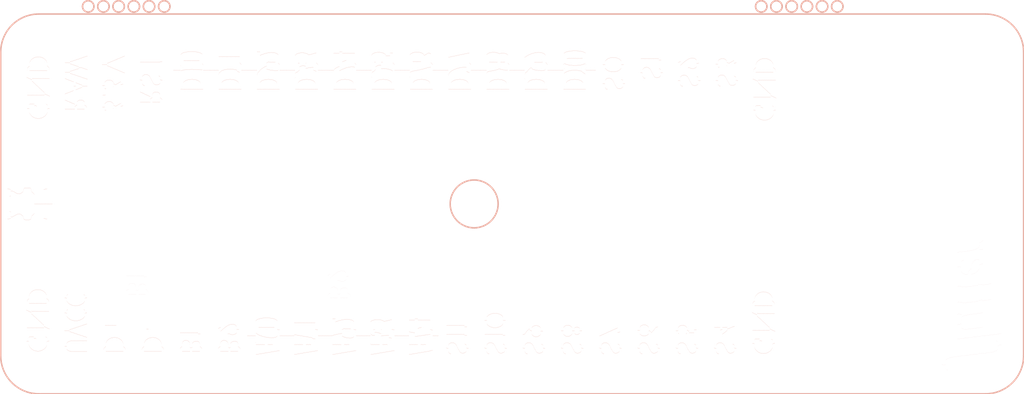
<source format=kicad_pcb>
(kicad_pcb (version 4) (host Gerbview "4.0.2+dfsg1-2~bpo8+1-stable")
  (layers (0 F.Cu signal) (31 B.Cu signal) (34 B.Paste user) (35 F.Paste user) (36 B.SilkS user) (37 F.SilkS user) (38 B.Mask user) (39 F.Mask user) (44 Edge.Cuts user))
  (gr_line (start 22.7203 -10.1981) (end 22.7203 -30.5181) (layer B.SilkS) (width 0))
  (gr_line (start 22.7203 -30.5181) (end 22.72538 -30.6705) (layer B.SilkS) (width 0))
  (gr_line (start 22.72538 -30.6705) (end 22.73808 -30.82544) (layer B.SilkS) (width 0))
  (gr_line (start 22.73808 -30.82544) (end 22.76094 -30.9753) (layer B.SilkS) (width 0))
  (gr_line (start 22.76094 -30.9753) (end 22.79396 -31.12516) (layer B.SilkS) (width 0))
  (gr_line (start 22.79396 -31.12516) (end 22.8346 -31.27502) (layer B.SilkS) (width 0))
  (gr_line (start 22.8346 -31.27502) (end 22.8854 -31.4198) (layer B.SilkS) (width 0))
  (gr_line (start 22.8854 -31.4198) (end 22.94382 -31.5595) (layer B.SilkS) (width 0))
  (gr_line (start 22.94382 -31.5595) (end 23.0124 -31.6992) (layer B.SilkS) (width 0))
  (gr_line (start 23.0124 -31.6992) (end 23.08606 -31.83128) (layer B.SilkS) (width 0))
  (gr_line (start 23.08606 -31.83128) (end 23.16988 -31.96082) (layer B.SilkS) (width 0))
  (gr_line (start 23.16988 -31.96082) (end 23.26132 -32.08528) (layer B.SilkS) (width 0))
  (gr_line (start 23.26132 -32.08528) (end 23.35784 -32.20212) (layer B.SilkS) (width 0))
  (gr_line (start 23.35784 -32.20212) (end 23.46452 -32.31388) (layer B.SilkS) (width 0))
  (gr_line (start 23.46452 -32.31388) (end 23.57628 -32.42056) (layer B.SilkS) (width 0))
  (gr_line (start 23.57628 -32.42056) (end 23.69312 -32.51708) (layer B.SilkS) (width 0))
  (gr_line (start 23.69312 -32.51708) (end 23.81758 -32.60852) (layer B.SilkS) (width 0))
  (gr_line (start 23.81758 -32.60852) (end 23.94712 -32.69234) (layer B.SilkS) (width 0))
  (gr_line (start 23.94712 -32.69234) (end 24.0792 -32.766) (layer B.SilkS) (width 0))
  (gr_line (start 24.0792 -32.766) (end 24.2189 -32.83458) (layer B.SilkS) (width 0))
  (gr_line (start 24.2189 -32.83458) (end 24.3586 -32.893) (layer B.SilkS) (width 0))
  (gr_line (start 24.3586 -32.893) (end 24.50338 -32.9438) (layer B.SilkS) (width 0))
  (gr_line (start 24.50338 -32.9438) (end 24.65324 -32.98444) (layer B.SilkS) (width 0))
  (gr_line (start 24.65324 -32.98444) (end 24.8031 -33.01746) (layer B.SilkS) (width 0))
  (gr_line (start 24.8031 -33.01746) (end 24.95296 -33.04032) (layer B.SilkS) (width 0))
  (gr_line (start 24.95296 -33.04032) (end 25.1079 -33.05302) (layer B.SilkS) (width 0))
  (gr_line (start 25.1079 -33.05302) (end 25.2603 -33.0581) (layer B.SilkS) (width 0))
  (gr_line (start 25.2603 -33.0581) (end 88.5063 -33.0581) (layer B.SilkS) (width 0))
  (gr_line (start 88.5063 -33.0581) (end 88.6587 -33.05302) (layer B.SilkS) (width 0))
  (gr_line (start 88.6587 -33.05302) (end 88.81364000000001 -33.04032) (layer B.SilkS) (width 0))
  (gr_line (start 88.81364000000001 -33.04032) (end 88.9635 -33.01746) (layer B.SilkS) (width 0))
  (gr_line (start 88.9635 -33.01746) (end 89.11336 -32.98444) (layer B.SilkS) (width 0))
  (gr_line (start 89.11336 -32.98444) (end 89.26322 -32.9438) (layer B.SilkS) (width 0))
  (gr_line (start 89.26322 -32.9438) (end 89.408 -32.893) (layer B.SilkS) (width 0))
  (gr_line (start 89.408 -32.893) (end 89.54770000000001 -32.83458) (layer B.SilkS) (width 0))
  (gr_line (start 89.54770000000001 -32.83458) (end 89.6874 -32.766) (layer B.SilkS) (width 0))
  (gr_line (start 89.6874 -32.766) (end 89.81948 -32.69234) (layer B.SilkS) (width 0))
  (gr_line (start 89.81948 -32.69234) (end 89.94902 -32.60852) (layer B.SilkS) (width 0))
  (gr_line (start 89.94902 -32.60852) (end 90.07348 -32.51708) (layer B.SilkS) (width 0))
  (gr_line (start 90.07348 -32.51708) (end 90.19032 -32.42056) (layer B.SilkS) (width 0))
  (gr_line (start 90.19032 -32.42056) (end 90.30208 -32.31388) (layer B.SilkS) (width 0))
  (gr_line (start 90.30208 -32.31388) (end 90.40876 -32.20212) (layer B.SilkS) (width 0))
  (gr_line (start 90.40876 -32.20212) (end 90.50528 -32.08528) (layer B.SilkS) (width 0))
  (gr_line (start 90.50528 -32.08528) (end 90.59672 -31.96082) (layer B.SilkS) (width 0))
  (gr_line (start 90.59672 -31.96082) (end 90.68053999999999 -31.83128) (layer B.SilkS) (width 0))
  (gr_line (start 90.68053999999999 -31.83128) (end 90.7542 -31.6992) (layer B.SilkS) (width 0))
  (gr_line (start 90.7542 -31.6992) (end 90.82277999999999 -31.5595) (layer B.SilkS) (width 0))
  (gr_line (start 90.82277999999999 -31.5595) (end 90.88120000000001 -31.4198) (layer B.SilkS) (width 0))
  (gr_line (start 90.88120000000001 -31.4198) (end 90.932 -31.27502) (layer B.SilkS) (width 0))
  (gr_line (start 90.932 -31.27502) (end 90.97264 -31.12516) (layer B.SilkS) (width 0))
  (gr_line (start 90.97264 -31.12516) (end 91.00566000000001 -30.9753) (layer B.SilkS) (width 0))
  (gr_line (start 91.00566000000001 -30.9753) (end 91.02852 -30.82544) (layer B.SilkS) (width 0))
  (gr_line (start 91.02852 -30.82544) (end 91.04122 -30.6705) (layer B.SilkS) (width 0))
  (gr_line (start 91.04122 -30.6705) (end 91.0463 -30.5181) (layer B.SilkS) (width 0))
  (gr_line (start 91.0463 -30.5181) (end 91.0463 -10.1981) (layer B.SilkS) (width 0))
  (gr_line (start 91.0463 -10.1981) (end 91.04122 -10.0457) (layer B.SilkS) (width 0))
  (gr_line (start 91.04122 -10.0457) (end 91.02852 -9.89076) (layer B.SilkS) (width 0))
  (gr_line (start 91.02852 -9.89076) (end 91.00566000000001 -9.7409) (layer B.SilkS) (width 0))
  (gr_line (start 91.00566000000001 -9.7409) (end 90.97264 -9.59104) (layer B.SilkS) (width 0))
  (gr_line (start 90.97264 -9.59104) (end 90.932 -9.441179999999999) (layer B.SilkS) (width 0))
  (gr_line (start 90.932 -9.441179999999999) (end 90.88120000000001 -9.2964) (layer B.SilkS) (width 0))
  (gr_line (start 90.88120000000001 -9.2964) (end 90.82277999999999 -9.156700000000001) (layer B.SilkS) (width 0))
  (gr_line (start 90.82277999999999 -9.156700000000001) (end 90.7542 -9.016999999999999) (layer B.SilkS) (width 0))
  (gr_line (start 90.7542 -9.016999999999999) (end 90.68053999999999 -8.884919999999999) (layer B.SilkS) (width 0))
  (gr_line (start 90.68053999999999 -8.884919999999999) (end 90.59672 -8.755380000000001) (layer B.SilkS) (width 0))
  (gr_line (start 90.59672 -8.755380000000001) (end 90.50528 -8.63092) (layer B.SilkS) (width 0))
  (gr_line (start 90.50528 -8.63092) (end 90.40876 -8.51408) (layer B.SilkS) (width 0))
  (gr_line (start 90.40876 -8.51408) (end 90.30208 -8.40232) (layer B.SilkS) (width 0))
  (gr_line (start 90.30208 -8.40232) (end 90.19032 -8.295640000000001) (layer B.SilkS) (width 0))
  (gr_line (start 90.19032 -8.295640000000001) (end 90.07348 -8.199120000000001) (layer B.SilkS) (width 0))
  (gr_line (start 90.07348 -8.199120000000001) (end 89.94902 -8.10768) (layer B.SilkS) (width 0))
  (gr_line (start 89.94902 -8.10768) (end 89.81948 -8.023860000000001) (layer B.SilkS) (width 0))
  (gr_line (start 89.81948 -8.023860000000001) (end 89.6874 -7.9502) (layer B.SilkS) (width 0))
  (gr_line (start 89.6874 -7.9502) (end 89.54770000000001 -7.88162) (layer B.SilkS) (width 0))
  (gr_line (start 89.54770000000001 -7.88162) (end 89.408 -7.8232) (layer B.SilkS) (width 0))
  (gr_line (start 89.408 -7.8232) (end 89.26322 -7.7724) (layer B.SilkS) (width 0))
  (gr_line (start 89.26322 -7.7724) (end 89.11336 -7.73176) (layer B.SilkS) (width 0))
  (gr_line (start 89.11336 -7.73176) (end 88.9635 -7.69874) (layer B.SilkS) (width 0))
  (gr_line (start 88.9635 -7.69874) (end 88.81364000000001 -7.67588) (layer B.SilkS) (width 0))
  (gr_line (start 88.81364000000001 -7.67588) (end 88.6587 -7.66318) (layer B.SilkS) (width 0))
  (gr_line (start 88.6587 -7.66318) (end 88.5063 -7.6581) (layer B.SilkS) (width 0))
  (gr_line (start 88.5063 -7.6581) (end 25.2603 -7.6581) (layer B.SilkS) (width 0))
  (gr_line (start 25.2603 -7.6581) (end 25.1079 -7.66318) (layer B.SilkS) (width 0))
  (gr_line (start 25.1079 -7.66318) (end 24.95296 -7.67588) (layer B.SilkS) (width 0))
  (gr_line (start 24.95296 -7.67588) (end 24.8031 -7.69874) (layer B.SilkS) (width 0))
  (gr_line (start 24.8031 -7.69874) (end 24.65324 -7.73176) (layer B.SilkS) (width 0))
  (gr_line (start 24.65324 -7.73176) (end 24.50338 -7.7724) (layer B.SilkS) (width 0))
  (gr_line (start 24.50338 -7.7724) (end 24.3586 -7.8232) (layer B.SilkS) (width 0))
  (gr_line (start 24.3586 -7.8232) (end 24.2189 -7.88162) (layer B.SilkS) (width 0))
  (gr_line (start 24.2189 -7.88162) (end 24.0792 -7.9502) (layer B.SilkS) (width 0))
  (gr_line (start 24.0792 -7.9502) (end 23.94712 -8.023860000000001) (layer B.SilkS) (width 0))
  (gr_line (start 23.94712 -8.023860000000001) (end 23.81758 -8.10768) (layer B.SilkS) (width 0))
  (gr_line (start 23.81758 -8.10768) (end 23.69312 -8.199120000000001) (layer B.SilkS) (width 0))
  (gr_line (start 23.69312 -8.199120000000001) (end 23.57628 -8.295640000000001) (layer B.SilkS) (width 0))
  (gr_line (start 23.57628 -8.295640000000001) (end 23.46452 -8.40232) (layer B.SilkS) (width 0))
  (gr_line (start 23.46452 -8.40232) (end 23.35784 -8.51408) (layer B.SilkS) (width 0))
  (gr_line (start 23.35784 -8.51408) (end 23.26132 -8.63092) (layer B.SilkS) (width 0))
  (gr_line (start 23.26132 -8.63092) (end 23.16988 -8.755380000000001) (layer B.SilkS) (width 0))
  (gr_line (start 23.16988 -8.755380000000001) (end 23.08606 -8.884919999999999) (layer B.SilkS) (width 0))
  (gr_line (start 23.08606 -8.884919999999999) (end 23.0124 -9.016999999999999) (layer B.SilkS) (width 0))
  (gr_line (start 23.0124 -9.016999999999999) (end 22.94382 -9.156700000000001) (layer B.SilkS) (width 0))
  (gr_line (start 22.94382 -9.156700000000001) (end 22.8854 -9.2964) (layer B.SilkS) (width 0))
  (gr_line (start 22.8854 -9.2964) (end 22.8346 -9.441179999999999) (layer B.SilkS) (width 0))
  (gr_line (start 22.8346 -9.441179999999999) (end 22.79396 -9.59104) (layer B.SilkS) (width 0))
  (gr_line (start 22.79396 -9.59104) (end 22.76094 -9.7409) (layer B.SilkS) (width 0))
  (gr_line (start 22.76094 -9.7409) (end 22.73808 -9.89076) (layer B.SilkS) (width 0))
  (gr_line (start 22.73808 -9.89076) (end 22.72538 -10.0457) (layer B.SilkS) (width 0))
  (gr_line (start 22.72538 -10.0457) (end 22.7203 -10.1981) (layer B.SilkS) (width 0))
  (gr_line (start 52.7431 -20.3581) (end 52.74818 -20.4851) (layer B.SilkS) (width 0))
  (gr_line (start 52.74818 -20.4851) (end 52.76342 -20.6121) (layer B.SilkS) (width 0))
  (gr_line (start 52.76342 -20.6121) (end 52.78882 -20.73656) (layer B.SilkS) (width 0))
  (gr_line (start 52.78882 -20.73656) (end 52.82438 -20.85848) (layer B.SilkS) (width 0))
  (gr_line (start 52.82438 -20.85848) (end 52.86756 -20.97786) (layer B.SilkS) (width 0))
  (gr_line (start 52.86756 -20.97786) (end 52.9209 -21.09216) (layer B.SilkS) (width 0))
  (gr_line (start 52.9209 -21.09216) (end 52.9844 -21.20392) (layer B.SilkS) (width 0))
  (gr_line (start 52.9844 -21.20392) (end 53.05552 -21.30806) (layer B.SilkS) (width 0))
  (gr_line (start 53.05552 -21.30806) (end 53.1368 -21.40712) (layer B.SilkS) (width 0))
  (gr_line (start 53.1368 -21.40712) (end 53.22316 -21.5011) (layer B.SilkS) (width 0))
  (gr_line (start 53.22316 -21.5011) (end 53.31714 -21.58746) (layer B.SilkS) (width 0))
  (gr_line (start 53.31714 -21.58746) (end 53.41874 -21.66366) (layer B.SilkS) (width 0))
  (gr_line (start 53.41874 -21.66366) (end 53.52542 -21.73224) (layer B.SilkS) (width 0))
  (gr_line (start 53.52542 -21.73224) (end 53.63718 -21.7932) (layer B.SilkS) (width 0))
  (gr_line (start 53.63718 -21.7932) (end 53.75402 -21.84654) (layer B.SilkS) (width 0))
  (gr_line (start 53.75402 -21.84654) (end 53.8734 -21.88718) (layer B.SilkS) (width 0))
  (gr_line (start 53.8734 -21.88718) (end 53.99532 -21.9202) (layer B.SilkS) (width 0))
  (gr_line (start 53.99532 -21.9202) (end 54.12232 -21.94306) (layer B.SilkS) (width 0))
  (gr_line (start 54.12232 -21.94306) (end 54.24678 -21.95576) (layer B.SilkS) (width 0))
  (gr_line (start 54.24678 -21.95576) (end 54.37632 -21.9583) (layer B.SilkS) (width 0))
  (gr_line (start 54.37632 -21.9583) (end 54.50332 -21.95068) (layer B.SilkS) (width 0))
  (gr_line (start 54.50332 -21.95068) (end 54.62778 -21.9329) (layer B.SilkS) (width 0))
  (gr_line (start 54.62778 -21.9329) (end 54.75224 -21.90496) (layer B.SilkS) (width 0))
  (gr_line (start 54.75224 -21.90496) (end 54.87416 -21.86686) (layer B.SilkS) (width 0))
  (gr_line (start 54.87416 -21.86686) (end 54.991 -21.82114) (layer B.SilkS) (width 0))
  (gr_line (start 54.991 -21.82114) (end 55.1053 -21.76526) (layer B.SilkS) (width 0))
  (gr_line (start 55.1053 -21.76526) (end 55.21452 -21.69922) (layer B.SilkS) (width 0))
  (gr_line (start 55.21452 -21.69922) (end 55.31866 -21.62556) (layer B.SilkS) (width 0))
  (gr_line (start 55.31866 -21.62556) (end 55.41772 -21.54428) (layer B.SilkS) (width 0))
  (gr_line (start 55.41772 -21.54428) (end 55.50916 -21.45538) (layer B.SilkS) (width 0))
  (gr_line (start 55.50916 -21.45538) (end 55.59044 -21.35886) (layer B.SilkS) (width 0))
  (gr_line (start 55.59044 -21.35886) (end 55.66664 -21.25726) (layer B.SilkS) (width 0))
  (gr_line (start 55.66664 -21.25726) (end 55.73522 -21.14804) (layer B.SilkS) (width 0))
  (gr_line (start 55.73522 -21.14804) (end 55.79364 -21.03628) (layer B.SilkS) (width 0))
  (gr_line (start 55.79364 -21.03628) (end 55.8419 -20.91944) (layer B.SilkS) (width 0))
  (gr_line (start 55.8419 -20.91944) (end 55.88254 -20.79752) (layer B.SilkS) (width 0))
  (gr_line (start 55.88254 -20.79752) (end 55.91302 -20.67306) (layer B.SilkS) (width 0))
  (gr_line (start 55.91302 -20.67306) (end 55.93334 -20.5486) (layer B.SilkS) (width 0))
  (gr_line (start 55.93334 -20.5486) (end 55.9435 -20.4216) (layer B.SilkS) (width 0))
  (gr_line (start 55.9435 -20.4216) (end 55.9435 -20.2946) (layer B.SilkS) (width 0))
  (gr_line (start 55.9435 -20.2946) (end 55.93334 -20.1676) (layer B.SilkS) (width 0))
  (gr_line (start 55.93334 -20.1676) (end 55.91302 -20.04314) (layer B.SilkS) (width 0))
  (gr_line (start 55.91302 -20.04314) (end 55.88254 -19.91868) (layer B.SilkS) (width 0))
  (gr_line (start 55.88254 -19.91868) (end 55.8419 -19.79676) (layer B.SilkS) (width 0))
  (gr_line (start 55.8419 -19.79676) (end 55.79364 -19.67992) (layer B.SilkS) (width 0))
  (gr_line (start 55.79364 -19.67992) (end 55.73522 -19.56816) (layer B.SilkS) (width 0))
  (gr_line (start 55.73522 -19.56816) (end 55.66664 -19.45894) (layer B.SilkS) (width 0))
  (gr_line (start 55.66664 -19.45894) (end 55.59044 -19.35734) (layer B.SilkS) (width 0))
  (gr_line (start 55.59044 -19.35734) (end 55.50916 -19.26082) (layer B.SilkS) (width 0))
  (gr_line (start 55.50916 -19.26082) (end 55.41772 -19.17192) (layer B.SilkS) (width 0))
  (gr_line (start 55.41772 -19.17192) (end 55.31866 -19.09064) (layer B.SilkS) (width 0))
  (gr_line (start 55.31866 -19.09064) (end 55.21452 -19.01698) (layer B.SilkS) (width 0))
  (gr_line (start 55.21452 -19.01698) (end 55.1053 -18.95094) (layer B.SilkS) (width 0))
  (gr_line (start 55.1053 -18.95094) (end 54.991 -18.89506) (layer B.SilkS) (width 0))
  (gr_line (start 54.991 -18.89506) (end 54.87416 -18.84934) (layer B.SilkS) (width 0))
  (gr_line (start 54.87416 -18.84934) (end 54.75224 -18.81124) (layer B.SilkS) (width 0))
  (gr_line (start 54.75224 -18.81124) (end 54.62778 -18.7833) (layer B.SilkS) (width 0))
  (gr_line (start 54.62778 -18.7833) (end 54.50332 -18.76552) (layer B.SilkS) (width 0))
  (gr_line (start 54.50332 -18.76552) (end 54.37632 -18.7579) (layer B.SilkS) (width 0))
  (gr_line (start 54.37632 -18.7579) (end 54.24678 -18.76044) (layer B.SilkS) (width 0))
  (gr_line (start 54.24678 -18.76044) (end 54.12232 -18.77314) (layer B.SilkS) (width 0))
  (gr_line (start 54.12232 -18.77314) (end 53.99532 -18.796) (layer B.SilkS) (width 0))
  (gr_line (start 53.99532 -18.796) (end 53.8734 -18.82902) (layer B.SilkS) (width 0))
  (gr_line (start 53.8734 -18.82902) (end 53.75402 -18.86966) (layer B.SilkS) (width 0))
  (gr_line (start 53.75402 -18.86966) (end 53.63718 -18.923) (layer B.SilkS) (width 0))
  (gr_line (start 53.63718 -18.923) (end 53.52542 -18.98396) (layer B.SilkS) (width 0))
  (gr_line (start 53.52542 -18.98396) (end 53.41874 -19.05254) (layer B.SilkS) (width 0))
  (gr_line (start 53.41874 -19.05254) (end 53.31714 -19.12874) (layer B.SilkS) (width 0))
  (gr_line (start 53.31714 -19.12874) (end 53.22316 -19.2151) (layer B.SilkS) (width 0))
  (gr_line (start 53.22316 -19.2151) (end 53.1368 -19.30908) (layer B.SilkS) (width 0))
  (gr_line (start 53.1368 -19.30908) (end 53.05552 -19.40814) (layer B.SilkS) (width 0))
  (gr_line (start 53.05552 -19.40814) (end 52.9844 -19.51228) (layer B.SilkS) (width 0))
  (gr_line (start 52.9844 -19.51228) (end 52.9209 -19.62404) (layer B.SilkS) (width 0))
  (gr_line (start 52.9209 -19.62404) (end 52.86756 -19.73834) (layer B.SilkS) (width 0))
  (gr_line (start 52.86756 -19.73834) (end 52.82438 -19.85772) (layer B.SilkS) (width 0))
  (gr_line (start 52.82438 -19.85772) (end 52.78882 -19.97964) (layer B.SilkS) (width 0))
  (gr_line (start 52.78882 -19.97964) (end 52.76342 -20.1041) (layer B.SilkS) (width 0))
  (gr_line (start 52.76342 -20.1041) (end 52.74818 -20.2311) (layer B.SilkS) (width 0))
  (gr_line (start 52.74818 -20.2311) (end 52.7431 -20.3581) (layer B.SilkS) (width 0))
  (gr_line (start 33.2613 -33.5661) (end 33.26638 -33.62706) (layer B.SilkS) (width 0))
  (gr_line (start 33.26638 -33.62706) (end 33.28162 -33.68802) (layer B.SilkS) (width 0))
  (gr_line (start 33.28162 -33.68802) (end 33.30448 -33.7439) (layer B.SilkS) (width 0))
  (gr_line (start 33.30448 -33.7439) (end 33.3375 -33.7947) (layer B.SilkS) (width 0))
  (gr_line (start 33.3375 -33.7947) (end 33.37814 -33.84042) (layer B.SilkS) (width 0))
  (gr_line (start 33.37814 -33.84042) (end 33.4264 -33.87852) (layer B.SilkS) (width 0))
  (gr_line (start 33.4264 -33.87852) (end 33.47974 -33.91154) (layer B.SilkS) (width 0))
  (gr_line (start 33.47974 -33.91154) (end 33.53562 -33.93186) (layer B.SilkS) (width 0))
  (gr_line (start 33.53562 -33.93186) (end 33.59658 -33.94456) (layer B.SilkS) (width 0))
  (gr_line (start 33.59658 -33.94456) (end 33.65754 -33.9471) (layer B.SilkS) (width 0))
  (gr_line (start 33.65754 -33.9471) (end 33.7185 -33.93948) (layer B.SilkS) (width 0))
  (gr_line (start 33.7185 -33.93948) (end 33.77692 -33.9217) (layer B.SilkS) (width 0))
  (gr_line (start 33.77692 -33.9217) (end 33.8328 -33.8963) (layer B.SilkS) (width 0))
  (gr_line (start 33.8328 -33.8963) (end 33.8836 -33.86074) (layer B.SilkS) (width 0))
  (gr_line (start 33.8836 -33.86074) (end 33.92678 -33.81756) (layer B.SilkS) (width 0))
  (gr_line (start 33.92678 -33.81756) (end 33.96488 -33.7693) (layer B.SilkS) (width 0))
  (gr_line (start 33.96488 -33.7693) (end 33.99282 -33.71596) (layer B.SilkS) (width 0))
  (gr_line (start 33.99282 -33.71596) (end 34.01314 -33.65754) (layer B.SilkS) (width 0))
  (gr_line (start 34.01314 -33.65754) (end 34.0233 -33.59658) (layer B.SilkS) (width 0))
  (gr_line (start 34.0233 -33.59658) (end 34.0233 -33.53562) (layer B.SilkS) (width 0))
  (gr_line (start 34.0233 -33.53562) (end 34.01314 -33.47466) (layer B.SilkS) (width 0))
  (gr_line (start 34.01314 -33.47466) (end 33.99282 -33.41624) (layer B.SilkS) (width 0))
  (gr_line (start 33.99282 -33.41624) (end 33.96488 -33.3629) (layer B.SilkS) (width 0))
  (gr_line (start 33.96488 -33.3629) (end 33.92678 -33.31464) (layer B.SilkS) (width 0))
  (gr_line (start 33.92678 -33.31464) (end 33.8836 -33.27146) (layer B.SilkS) (width 0))
  (gr_line (start 33.8836 -33.27146) (end 33.8328 -33.2359) (layer B.SilkS) (width 0))
  (gr_line (start 33.8328 -33.2359) (end 33.77692 -33.2105) (layer B.SilkS) (width 0))
  (gr_line (start 33.77692 -33.2105) (end 33.7185 -33.19272) (layer B.SilkS) (width 0))
  (gr_line (start 33.7185 -33.19272) (end 33.65754 -33.1851) (layer B.SilkS) (width 0))
  (gr_line (start 33.65754 -33.1851) (end 33.59658 -33.18764) (layer B.SilkS) (width 0))
  (gr_line (start 33.59658 -33.18764) (end 33.53562 -33.20034) (layer B.SilkS) (width 0))
  (gr_line (start 33.53562 -33.20034) (end 33.47974 -33.22066) (layer B.SilkS) (width 0))
  (gr_line (start 33.47974 -33.22066) (end 33.4264 -33.25368) (layer B.SilkS) (width 0))
  (gr_line (start 33.4264 -33.25368) (end 33.37814 -33.29178) (layer B.SilkS) (width 0))
  (gr_line (start 33.37814 -33.29178) (end 33.3375 -33.3375) (layer B.SilkS) (width 0))
  (gr_line (start 33.3375 -33.3375) (end 33.30448 -33.3883) (layer B.SilkS) (width 0))
  (gr_line (start 33.30448 -33.3883) (end 33.28162 -33.44418) (layer B.SilkS) (width 0))
  (gr_line (start 33.28162 -33.44418) (end 33.26638 -33.50514) (layer B.SilkS) (width 0))
  (gr_line (start 33.26638 -33.50514) (end 33.2613 -33.5661) (layer B.SilkS) (width 0))
  (gr_line (start 32.2453 -33.5661) (end 32.25038 -33.62706) (layer B.SilkS) (width 0))
  (gr_line (start 32.25038 -33.62706) (end 32.26562 -33.68802) (layer B.SilkS) (width 0))
  (gr_line (start 32.26562 -33.68802) (end 32.28848 -33.7439) (layer B.SilkS) (width 0))
  (gr_line (start 32.28848 -33.7439) (end 32.3215 -33.7947) (layer B.SilkS) (width 0))
  (gr_line (start 32.3215 -33.7947) (end 32.36214 -33.84042) (layer B.SilkS) (width 0))
  (gr_line (start 32.36214 -33.84042) (end 32.4104 -33.87852) (layer B.SilkS) (width 0))
  (gr_line (start 32.4104 -33.87852) (end 32.46374 -33.91154) (layer B.SilkS) (width 0))
  (gr_line (start 32.46374 -33.91154) (end 32.51962 -33.93186) (layer B.SilkS) (width 0))
  (gr_line (start 32.51962 -33.93186) (end 32.58058 -33.94456) (layer B.SilkS) (width 0))
  (gr_line (start 32.58058 -33.94456) (end 32.64154 -33.9471) (layer B.SilkS) (width 0))
  (gr_line (start 32.64154 -33.9471) (end 32.7025 -33.93948) (layer B.SilkS) (width 0))
  (gr_line (start 32.7025 -33.93948) (end 32.76092 -33.9217) (layer B.SilkS) (width 0))
  (gr_line (start 32.76092 -33.9217) (end 32.8168 -33.8963) (layer B.SilkS) (width 0))
  (gr_line (start 32.8168 -33.8963) (end 32.8676 -33.86074) (layer B.SilkS) (width 0))
  (gr_line (start 32.8676 -33.86074) (end 32.91078 -33.81756) (layer B.SilkS) (width 0))
  (gr_line (start 32.91078 -33.81756) (end 32.94888 -33.7693) (layer B.SilkS) (width 0))
  (gr_line (start 32.94888 -33.7693) (end 32.97682 -33.71596) (layer B.SilkS) (width 0))
  (gr_line (start 32.97682 -33.71596) (end 32.99714 -33.65754) (layer B.SilkS) (width 0))
  (gr_line (start 32.99714 -33.65754) (end 33.0073 -33.59658) (layer B.SilkS) (width 0))
  (gr_line (start 33.0073 -33.59658) (end 33.0073 -33.53562) (layer B.SilkS) (width 0))
  (gr_line (start 33.0073 -33.53562) (end 32.99714 -33.47466) (layer B.SilkS) (width 0))
  (gr_line (start 32.99714 -33.47466) (end 32.97682 -33.41624) (layer B.SilkS) (width 0))
  (gr_line (start 32.97682 -33.41624) (end 32.94888 -33.3629) (layer B.SilkS) (width 0))
  (gr_line (start 32.94888 -33.3629) (end 32.91078 -33.31464) (layer B.SilkS) (width 0))
  (gr_line (start 32.91078 -33.31464) (end 32.8676 -33.27146) (layer B.SilkS) (width 0))
  (gr_line (start 32.8676 -33.27146) (end 32.8168 -33.2359) (layer B.SilkS) (width 0))
  (gr_line (start 32.8168 -33.2359) (end 32.76092 -33.2105) (layer B.SilkS) (width 0))
  (gr_line (start 32.76092 -33.2105) (end 32.7025 -33.19272) (layer B.SilkS) (width 0))
  (gr_line (start 32.7025 -33.19272) (end 32.64154 -33.1851) (layer B.SilkS) (width 0))
  (gr_line (start 32.64154 -33.1851) (end 32.58058 -33.18764) (layer B.SilkS) (width 0))
  (gr_line (start 32.58058 -33.18764) (end 32.51962 -33.20034) (layer B.SilkS) (width 0))
  (gr_line (start 32.51962 -33.20034) (end 32.46374 -33.22066) (layer B.SilkS) (width 0))
  (gr_line (start 32.46374 -33.22066) (end 32.4104 -33.25368) (layer B.SilkS) (width 0))
  (gr_line (start 32.4104 -33.25368) (end 32.36214 -33.29178) (layer B.SilkS) (width 0))
  (gr_line (start 32.36214 -33.29178) (end 32.3215 -33.3375) (layer B.SilkS) (width 0))
  (gr_line (start 32.3215 -33.3375) (end 32.28848 -33.3883) (layer B.SilkS) (width 0))
  (gr_line (start 32.28848 -33.3883) (end 32.26562 -33.44418) (layer B.SilkS) (width 0))
  (gr_line (start 32.26562 -33.44418) (end 32.25038 -33.50514) (layer B.SilkS) (width 0))
  (gr_line (start 32.25038 -33.50514) (end 32.2453 -33.5661) (layer B.SilkS) (width 0))
  (gr_line (start 31.2293 -33.5661) (end 31.23438 -33.62706) (layer B.SilkS) (width 0))
  (gr_line (start 31.23438 -33.62706) (end 31.24962 -33.68802) (layer B.SilkS) (width 0))
  (gr_line (start 31.24962 -33.68802) (end 31.27248 -33.7439) (layer B.SilkS) (width 0))
  (gr_line (start 31.27248 -33.7439) (end 31.3055 -33.7947) (layer B.SilkS) (width 0))
  (gr_line (start 31.3055 -33.7947) (end 31.34614 -33.84042) (layer B.SilkS) (width 0))
  (gr_line (start 31.34614 -33.84042) (end 31.3944 -33.87852) (layer B.SilkS) (width 0))
  (gr_line (start 31.3944 -33.87852) (end 31.44774 -33.91154) (layer B.SilkS) (width 0))
  (gr_line (start 31.44774 -33.91154) (end 31.50362 -33.93186) (layer B.SilkS) (width 0))
  (gr_line (start 31.50362 -33.93186) (end 31.56458 -33.94456) (layer B.SilkS) (width 0))
  (gr_line (start 31.56458 -33.94456) (end 31.62554 -33.9471) (layer B.SilkS) (width 0))
  (gr_line (start 31.62554 -33.9471) (end 31.6865 -33.93948) (layer B.SilkS) (width 0))
  (gr_line (start 31.6865 -33.93948) (end 31.74492 -33.9217) (layer B.SilkS) (width 0))
  (gr_line (start 31.74492 -33.9217) (end 31.8008 -33.8963) (layer B.SilkS) (width 0))
  (gr_line (start 31.8008 -33.8963) (end 31.8516 -33.86074) (layer B.SilkS) (width 0))
  (gr_line (start 31.8516 -33.86074) (end 31.89478 -33.81756) (layer B.SilkS) (width 0))
  (gr_line (start 31.89478 -33.81756) (end 31.93288 -33.7693) (layer B.SilkS) (width 0))
  (gr_line (start 31.93288 -33.7693) (end 31.96082 -33.71596) (layer B.SilkS) (width 0))
  (gr_line (start 31.96082 -33.71596) (end 31.98114 -33.65754) (layer B.SilkS) (width 0))
  (gr_line (start 31.98114 -33.65754) (end 31.9913 -33.59658) (layer B.SilkS) (width 0))
  (gr_line (start 31.9913 -33.59658) (end 31.9913 -33.53562) (layer B.SilkS) (width 0))
  (gr_line (start 31.9913 -33.53562) (end 31.98114 -33.47466) (layer B.SilkS) (width 0))
  (gr_line (start 31.98114 -33.47466) (end 31.96082 -33.41624) (layer B.SilkS) (width 0))
  (gr_line (start 31.96082 -33.41624) (end 31.93288 -33.3629) (layer B.SilkS) (width 0))
  (gr_line (start 31.93288 -33.3629) (end 31.89478 -33.31464) (layer B.SilkS) (width 0))
  (gr_line (start 31.89478 -33.31464) (end 31.8516 -33.27146) (layer B.SilkS) (width 0))
  (gr_line (start 31.8516 -33.27146) (end 31.8008 -33.2359) (layer B.SilkS) (width 0))
  (gr_line (start 31.8008 -33.2359) (end 31.74492 -33.2105) (layer B.SilkS) (width 0))
  (gr_line (start 31.74492 -33.2105) (end 31.6865 -33.19272) (layer B.SilkS) (width 0))
  (gr_line (start 31.6865 -33.19272) (end 31.62554 -33.1851) (layer B.SilkS) (width 0))
  (gr_line (start 31.62554 -33.1851) (end 31.56458 -33.18764) (layer B.SilkS) (width 0))
  (gr_line (start 31.56458 -33.18764) (end 31.50362 -33.20034) (layer B.SilkS) (width 0))
  (gr_line (start 31.50362 -33.20034) (end 31.44774 -33.22066) (layer B.SilkS) (width 0))
  (gr_line (start 31.44774 -33.22066) (end 31.3944 -33.25368) (layer B.SilkS) (width 0))
  (gr_line (start 31.3944 -33.25368) (end 31.34614 -33.29178) (layer B.SilkS) (width 0))
  (gr_line (start 31.34614 -33.29178) (end 31.3055 -33.3375) (layer B.SilkS) (width 0))
  (gr_line (start 31.3055 -33.3375) (end 31.27248 -33.3883) (layer B.SilkS) (width 0))
  (gr_line (start 31.27248 -33.3883) (end 31.24962 -33.44418) (layer B.SilkS) (width 0))
  (gr_line (start 31.24962 -33.44418) (end 31.23438 -33.50514) (layer B.SilkS) (width 0))
  (gr_line (start 31.23438 -33.50514) (end 31.2293 -33.5661) (layer B.SilkS) (width 0))
  (gr_line (start 30.2133 -33.5661) (end 30.21838 -33.62706) (layer B.SilkS) (width 0))
  (gr_line (start 30.21838 -33.62706) (end 30.23362 -33.68802) (layer B.SilkS) (width 0))
  (gr_line (start 30.23362 -33.68802) (end 30.25648 -33.7439) (layer B.SilkS) (width 0))
  (gr_line (start 30.25648 -33.7439) (end 30.2895 -33.7947) (layer B.SilkS) (width 0))
  (gr_line (start 30.2895 -33.7947) (end 30.33014 -33.84042) (layer B.SilkS) (width 0))
  (gr_line (start 30.33014 -33.84042) (end 30.3784 -33.87852) (layer B.SilkS) (width 0))
  (gr_line (start 30.3784 -33.87852) (end 30.43174 -33.91154) (layer B.SilkS) (width 0))
  (gr_line (start 30.43174 -33.91154) (end 30.48762 -33.93186) (layer B.SilkS) (width 0))
  (gr_line (start 30.48762 -33.93186) (end 30.54858 -33.94456) (layer B.SilkS) (width 0))
  (gr_line (start 30.54858 -33.94456) (end 30.60954 -33.9471) (layer B.SilkS) (width 0))
  (gr_line (start 30.60954 -33.9471) (end 30.6705 -33.93948) (layer B.SilkS) (width 0))
  (gr_line (start 30.6705 -33.93948) (end 30.72892 -33.9217) (layer B.SilkS) (width 0))
  (gr_line (start 30.72892 -33.9217) (end 30.7848 -33.8963) (layer B.SilkS) (width 0))
  (gr_line (start 30.7848 -33.8963) (end 30.8356 -33.86074) (layer B.SilkS) (width 0))
  (gr_line (start 30.8356 -33.86074) (end 30.87878 -33.81756) (layer B.SilkS) (width 0))
  (gr_line (start 30.87878 -33.81756) (end 30.91688 -33.7693) (layer B.SilkS) (width 0))
  (gr_line (start 30.91688 -33.7693) (end 30.94482 -33.71596) (layer B.SilkS) (width 0))
  (gr_line (start 30.94482 -33.71596) (end 30.96514 -33.65754) (layer B.SilkS) (width 0))
  (gr_line (start 30.96514 -33.65754) (end 30.9753 -33.59658) (layer B.SilkS) (width 0))
  (gr_line (start 30.9753 -33.59658) (end 30.9753 -33.53562) (layer B.SilkS) (width 0))
  (gr_line (start 30.9753 -33.53562) (end 30.96514 -33.47466) (layer B.SilkS) (width 0))
  (gr_line (start 30.96514 -33.47466) (end 30.94482 -33.41624) (layer B.SilkS) (width 0))
  (gr_line (start 30.94482 -33.41624) (end 30.91688 -33.3629) (layer B.SilkS) (width 0))
  (gr_line (start 30.91688 -33.3629) (end 30.87878 -33.31464) (layer B.SilkS) (width 0))
  (gr_line (start 30.87878 -33.31464) (end 30.8356 -33.27146) (layer B.SilkS) (width 0))
  (gr_line (start 30.8356 -33.27146) (end 30.7848 -33.2359) (layer B.SilkS) (width 0))
  (gr_line (start 30.7848 -33.2359) (end 30.72892 -33.2105) (layer B.SilkS) (width 0))
  (gr_line (start 30.72892 -33.2105) (end 30.6705 -33.19272) (layer B.SilkS) (width 0))
  (gr_line (start 30.6705 -33.19272) (end 30.60954 -33.1851) (layer B.SilkS) (width 0))
  (gr_line (start 30.60954 -33.1851) (end 30.54858 -33.18764) (layer B.SilkS) (width 0))
  (gr_line (start 30.54858 -33.18764) (end 30.48762 -33.20034) (layer B.SilkS) (width 0))
  (gr_line (start 30.48762 -33.20034) (end 30.43174 -33.22066) (layer B.SilkS) (width 0))
  (gr_line (start 30.43174 -33.22066) (end 30.3784 -33.25368) (layer B.SilkS) (width 0))
  (gr_line (start 30.3784 -33.25368) (end 30.33014 -33.29178) (layer B.SilkS) (width 0))
  (gr_line (start 30.33014 -33.29178) (end 30.2895 -33.3375) (layer B.SilkS) (width 0))
  (gr_line (start 30.2895 -33.3375) (end 30.25648 -33.3883) (layer B.SilkS) (width 0))
  (gr_line (start 30.25648 -33.3883) (end 30.23362 -33.44418) (layer B.SilkS) (width 0))
  (gr_line (start 30.23362 -33.44418) (end 30.21838 -33.50514) (layer B.SilkS) (width 0))
  (gr_line (start 30.21838 -33.50514) (end 30.2133 -33.5661) (layer B.SilkS) (width 0))
  (gr_line (start 29.1973 -33.5661) (end 29.20238 -33.62706) (layer B.SilkS) (width 0))
  (gr_line (start 29.20238 -33.62706) (end 29.21762 -33.68802) (layer B.SilkS) (width 0))
  (gr_line (start 29.21762 -33.68802) (end 29.24048 -33.7439) (layer B.SilkS) (width 0))
  (gr_line (start 29.24048 -33.7439) (end 29.2735 -33.7947) (layer B.SilkS) (width 0))
  (gr_line (start 29.2735 -33.7947) (end 29.31414 -33.84042) (layer B.SilkS) (width 0))
  (gr_line (start 29.31414 -33.84042) (end 29.3624 -33.87852) (layer B.SilkS) (width 0))
  (gr_line (start 29.3624 -33.87852) (end 29.41574 -33.91154) (layer B.SilkS) (width 0))
  (gr_line (start 29.41574 -33.91154) (end 29.47162 -33.93186) (layer B.SilkS) (width 0))
  (gr_line (start 29.47162 -33.93186) (end 29.53258 -33.94456) (layer B.SilkS) (width 0))
  (gr_line (start 29.53258 -33.94456) (end 29.59354 -33.9471) (layer B.SilkS) (width 0))
  (gr_line (start 29.59354 -33.9471) (end 29.6545 -33.93948) (layer B.SilkS) (width 0))
  (gr_line (start 29.6545 -33.93948) (end 29.71292 -33.9217) (layer B.SilkS) (width 0))
  (gr_line (start 29.71292 -33.9217) (end 29.7688 -33.8963) (layer B.SilkS) (width 0))
  (gr_line (start 29.7688 -33.8963) (end 29.8196 -33.86074) (layer B.SilkS) (width 0))
  (gr_line (start 29.8196 -33.86074) (end 29.86278 -33.81756) (layer B.SilkS) (width 0))
  (gr_line (start 29.86278 -33.81756) (end 29.90088 -33.7693) (layer B.SilkS) (width 0))
  (gr_line (start 29.90088 -33.7693) (end 29.92882 -33.71596) (layer B.SilkS) (width 0))
  (gr_line (start 29.92882 -33.71596) (end 29.94914 -33.65754) (layer B.SilkS) (width 0))
  (gr_line (start 29.94914 -33.65754) (end 29.9593 -33.59658) (layer B.SilkS) (width 0))
  (gr_line (start 29.9593 -33.59658) (end 29.9593 -33.53562) (layer B.SilkS) (width 0))
  (gr_line (start 29.9593 -33.53562) (end 29.94914 -33.47466) (layer B.SilkS) (width 0))
  (gr_line (start 29.94914 -33.47466) (end 29.92882 -33.41624) (layer B.SilkS) (width 0))
  (gr_line (start 29.92882 -33.41624) (end 29.90088 -33.3629) (layer B.SilkS) (width 0))
  (gr_line (start 29.90088 -33.3629) (end 29.86278 -33.31464) (layer B.SilkS) (width 0))
  (gr_line (start 29.86278 -33.31464) (end 29.8196 -33.27146) (layer B.SilkS) (width 0))
  (gr_line (start 29.8196 -33.27146) (end 29.7688 -33.2359) (layer B.SilkS) (width 0))
  (gr_line (start 29.7688 -33.2359) (end 29.71292 -33.2105) (layer B.SilkS) (width 0))
  (gr_line (start 29.71292 -33.2105) (end 29.6545 -33.19272) (layer B.SilkS) (width 0))
  (gr_line (start 29.6545 -33.19272) (end 29.59354 -33.1851) (layer B.SilkS) (width 0))
  (gr_line (start 29.59354 -33.1851) (end 29.53258 -33.18764) (layer B.SilkS) (width 0))
  (gr_line (start 29.53258 -33.18764) (end 29.47162 -33.20034) (layer B.SilkS) (width 0))
  (gr_line (start 29.47162 -33.20034) (end 29.41574 -33.22066) (layer B.SilkS) (width 0))
  (gr_line (start 29.41574 -33.22066) (end 29.3624 -33.25368) (layer B.SilkS) (width 0))
  (gr_line (start 29.3624 -33.25368) (end 29.31414 -33.29178) (layer B.SilkS) (width 0))
  (gr_line (start 29.31414 -33.29178) (end 29.2735 -33.3375) (layer B.SilkS) (width 0))
  (gr_line (start 29.2735 -33.3375) (end 29.24048 -33.3883) (layer B.SilkS) (width 0))
  (gr_line (start 29.24048 -33.3883) (end 29.21762 -33.44418) (layer B.SilkS) (width 0))
  (gr_line (start 29.21762 -33.44418) (end 29.20238 -33.50514) (layer B.SilkS) (width 0))
  (gr_line (start 29.20238 -33.50514) (end 29.1973 -33.5661) (layer B.SilkS) (width 0))
  (gr_line (start 28.1813 -33.5661) (end 28.18638 -33.62706) (layer B.SilkS) (width 0))
  (gr_line (start 28.18638 -33.62706) (end 28.20162 -33.68802) (layer B.SilkS) (width 0))
  (gr_line (start 28.20162 -33.68802) (end 28.22448 -33.7439) (layer B.SilkS) (width 0))
  (gr_line (start 28.22448 -33.7439) (end 28.2575 -33.7947) (layer B.SilkS) (width 0))
  (gr_line (start 28.2575 -33.7947) (end 28.29814 -33.84042) (layer B.SilkS) (width 0))
  (gr_line (start 28.29814 -33.84042) (end 28.3464 -33.87852) (layer B.SilkS) (width 0))
  (gr_line (start 28.3464 -33.87852) (end 28.39974 -33.91154) (layer B.SilkS) (width 0))
  (gr_line (start 28.39974 -33.91154) (end 28.45562 -33.93186) (layer B.SilkS) (width 0))
  (gr_line (start 28.45562 -33.93186) (end 28.51658 -33.94456) (layer B.SilkS) (width 0))
  (gr_line (start 28.51658 -33.94456) (end 28.57754 -33.9471) (layer B.SilkS) (width 0))
  (gr_line (start 28.57754 -33.9471) (end 28.6385 -33.93948) (layer B.SilkS) (width 0))
  (gr_line (start 28.6385 -33.93948) (end 28.69692 -33.9217) (layer B.SilkS) (width 0))
  (gr_line (start 28.69692 -33.9217) (end 28.7528 -33.8963) (layer B.SilkS) (width 0))
  (gr_line (start 28.7528 -33.8963) (end 28.8036 -33.86074) (layer B.SilkS) (width 0))
  (gr_line (start 28.8036 -33.86074) (end 28.84678 -33.81756) (layer B.SilkS) (width 0))
  (gr_line (start 28.84678 -33.81756) (end 28.88488 -33.7693) (layer B.SilkS) (width 0))
  (gr_line (start 28.88488 -33.7693) (end 28.91282 -33.71596) (layer B.SilkS) (width 0))
  (gr_line (start 28.91282 -33.71596) (end 28.93314 -33.65754) (layer B.SilkS) (width 0))
  (gr_line (start 28.93314 -33.65754) (end 28.9433 -33.59658) (layer B.SilkS) (width 0))
  (gr_line (start 28.9433 -33.59658) (end 28.9433 -33.53562) (layer B.SilkS) (width 0))
  (gr_line (start 28.9433 -33.53562) (end 28.93314 -33.47466) (layer B.SilkS) (width 0))
  (gr_line (start 28.93314 -33.47466) (end 28.91282 -33.41624) (layer B.SilkS) (width 0))
  (gr_line (start 28.91282 -33.41624) (end 28.88488 -33.3629) (layer B.SilkS) (width 0))
  (gr_line (start 28.88488 -33.3629) (end 28.84678 -33.31464) (layer B.SilkS) (width 0))
  (gr_line (start 28.84678 -33.31464) (end 28.8036 -33.27146) (layer B.SilkS) (width 0))
  (gr_line (start 28.8036 -33.27146) (end 28.7528 -33.2359) (layer B.SilkS) (width 0))
  (gr_line (start 28.7528 -33.2359) (end 28.69692 -33.2105) (layer B.SilkS) (width 0))
  (gr_line (start 28.69692 -33.2105) (end 28.6385 -33.19272) (layer B.SilkS) (width 0))
  (gr_line (start 28.6385 -33.19272) (end 28.57754 -33.1851) (layer B.SilkS) (width 0))
  (gr_line (start 28.57754 -33.1851) (end 28.51658 -33.18764) (layer B.SilkS) (width 0))
  (gr_line (start 28.51658 -33.18764) (end 28.45562 -33.20034) (layer B.SilkS) (width 0))
  (gr_line (start 28.45562 -33.20034) (end 28.39974 -33.22066) (layer B.SilkS) (width 0))
  (gr_line (start 28.39974 -33.22066) (end 28.3464 -33.25368) (layer B.SilkS) (width 0))
  (gr_line (start 28.3464 -33.25368) (end 28.29814 -33.29178) (layer B.SilkS) (width 0))
  (gr_line (start 28.29814 -33.29178) (end 28.2575 -33.3375) (layer B.SilkS) (width 0))
  (gr_line (start 28.2575 -33.3375) (end 28.22448 -33.3883) (layer B.SilkS) (width 0))
  (gr_line (start 28.22448 -33.3883) (end 28.20162 -33.44418) (layer B.SilkS) (width 0))
  (gr_line (start 28.20162 -33.44418) (end 28.18638 -33.50514) (layer B.SilkS) (width 0))
  (gr_line (start 28.18638 -33.50514) (end 28.1813 -33.5661) (layer B.SilkS) (width 0))
  (gr_line (start 73.13930000000001 -33.5661) (end 73.14438 -33.62706) (layer B.SilkS) (width 0))
  (gr_line (start 73.14438 -33.62706) (end 73.15962 -33.68802) (layer B.SilkS) (width 0))
  (gr_line (start 73.15962 -33.68802) (end 73.18248 -33.7439) (layer B.SilkS) (width 0))
  (gr_line (start 73.18248 -33.7439) (end 73.21550000000001 -33.7947) (layer B.SilkS) (width 0))
  (gr_line (start 73.21550000000001 -33.7947) (end 73.25614 -33.84042) (layer B.SilkS) (width 0))
  (gr_line (start 73.25614 -33.84042) (end 73.3044 -33.87852) (layer B.SilkS) (width 0))
  (gr_line (start 73.3044 -33.87852) (end 73.35774000000001 -33.91154) (layer B.SilkS) (width 0))
  (gr_line (start 73.35774000000001 -33.91154) (end 73.41361999999999 -33.93186) (layer B.SilkS) (width 0))
  (gr_line (start 73.41361999999999 -33.93186) (end 73.47458 -33.94456) (layer B.SilkS) (width 0))
  (gr_line (start 73.47458 -33.94456) (end 73.53554 -33.9471) (layer B.SilkS) (width 0))
  (gr_line (start 73.53554 -33.9471) (end 73.59650000000001 -33.93948) (layer B.SilkS) (width 0))
  (gr_line (start 73.59650000000001 -33.93948) (end 73.65492 -33.9217) (layer B.SilkS) (width 0))
  (gr_line (start 73.65492 -33.9217) (end 73.71080000000001 -33.8963) (layer B.SilkS) (width 0))
  (gr_line (start 73.71080000000001 -33.8963) (end 73.7616 -33.86074) (layer B.SilkS) (width 0))
  (gr_line (start 73.7616 -33.86074) (end 73.80477999999999 -33.81756) (layer B.SilkS) (width 0))
  (gr_line (start 73.80477999999999 -33.81756) (end 73.84287999999999 -33.7693) (layer B.SilkS) (width 0))
  (gr_line (start 73.84287999999999 -33.7693) (end 73.87081999999999 -33.71596) (layer B.SilkS) (width 0))
  (gr_line (start 73.87081999999999 -33.71596) (end 73.89113999999999 -33.65754) (layer B.SilkS) (width 0))
  (gr_line (start 73.89113999999999 -33.65754) (end 73.90130000000001 -33.59658) (layer B.SilkS) (width 0))
  (gr_line (start 73.90130000000001 -33.59658) (end 73.90130000000001 -33.53562) (layer B.SilkS) (width 0))
  (gr_line (start 73.90130000000001 -33.53562) (end 73.89113999999999 -33.47466) (layer B.SilkS) (width 0))
  (gr_line (start 73.89113999999999 -33.47466) (end 73.87081999999999 -33.41624) (layer B.SilkS) (width 0))
  (gr_line (start 73.87081999999999 -33.41624) (end 73.84287999999999 -33.3629) (layer B.SilkS) (width 0))
  (gr_line (start 73.84287999999999 -33.3629) (end 73.80477999999999 -33.31464) (layer B.SilkS) (width 0))
  (gr_line (start 73.80477999999999 -33.31464) (end 73.7616 -33.27146) (layer B.SilkS) (width 0))
  (gr_line (start 73.7616 -33.27146) (end 73.71080000000001 -33.2359) (layer B.SilkS) (width 0))
  (gr_line (start 73.71080000000001 -33.2359) (end 73.65492 -33.2105) (layer B.SilkS) (width 0))
  (gr_line (start 73.65492 -33.2105) (end 73.59650000000001 -33.19272) (layer B.SilkS) (width 0))
  (gr_line (start 73.59650000000001 -33.19272) (end 73.53554 -33.1851) (layer B.SilkS) (width 0))
  (gr_line (start 73.53554 -33.1851) (end 73.47458 -33.18764) (layer B.SilkS) (width 0))
  (gr_line (start 73.47458 -33.18764) (end 73.41361999999999 -33.20034) (layer B.SilkS) (width 0))
  (gr_line (start 73.41361999999999 -33.20034) (end 73.35774000000001 -33.22066) (layer B.SilkS) (width 0))
  (gr_line (start 73.35774000000001 -33.22066) (end 73.3044 -33.25368) (layer B.SilkS) (width 0))
  (gr_line (start 73.3044 -33.25368) (end 73.25614 -33.29178) (layer B.SilkS) (width 0))
  (gr_line (start 73.25614 -33.29178) (end 73.21550000000001 -33.3375) (layer B.SilkS) (width 0))
  (gr_line (start 73.21550000000001 -33.3375) (end 73.18248 -33.3883) (layer B.SilkS) (width 0))
  (gr_line (start 73.18248 -33.3883) (end 73.15962 -33.44418) (layer B.SilkS) (width 0))
  (gr_line (start 73.15962 -33.44418) (end 73.14438 -33.50514) (layer B.SilkS) (width 0))
  (gr_line (start 73.14438 -33.50514) (end 73.13930000000001 -33.5661) (layer B.SilkS) (width 0))
  (gr_line (start 74.1553 -33.5661) (end 74.16038 -33.62706) (layer B.SilkS) (width 0))
  (gr_line (start 74.16038 -33.62706) (end 74.17562 -33.68802) (layer B.SilkS) (width 0))
  (gr_line (start 74.17562 -33.68802) (end 74.19848 -33.7439) (layer B.SilkS) (width 0))
  (gr_line (start 74.19848 -33.7439) (end 74.2315 -33.7947) (layer B.SilkS) (width 0))
  (gr_line (start 74.2315 -33.7947) (end 74.27213999999999 -33.84042) (layer B.SilkS) (width 0))
  (gr_line (start 74.27213999999999 -33.84042) (end 74.32040000000001 -33.87852) (layer B.SilkS) (width 0))
  (gr_line (start 74.32040000000001 -33.87852) (end 74.37374 -33.91154) (layer B.SilkS) (width 0))
  (gr_line (start 74.37374 -33.91154) (end 74.42962 -33.93186) (layer B.SilkS) (width 0))
  (gr_line (start 74.42962 -33.93186) (end 74.49057999999999 -33.94456) (layer B.SilkS) (width 0))
  (gr_line (start 74.49057999999999 -33.94456) (end 74.55154 -33.9471) (layer B.SilkS) (width 0))
  (gr_line (start 74.55154 -33.9471) (end 74.6125 -33.93948) (layer B.SilkS) (width 0))
  (gr_line (start 74.6125 -33.93948) (end 74.67092 -33.9217) (layer B.SilkS) (width 0))
  (gr_line (start 74.67092 -33.9217) (end 74.7268 -33.8963) (layer B.SilkS) (width 0))
  (gr_line (start 74.7268 -33.8963) (end 74.77760000000001 -33.86074) (layer B.SilkS) (width 0))
  (gr_line (start 74.77760000000001 -33.86074) (end 74.82078 -33.81756) (layer B.SilkS) (width 0))
  (gr_line (start 74.82078 -33.81756) (end 74.85888 -33.7693) (layer B.SilkS) (width 0))
  (gr_line (start 74.85888 -33.7693) (end 74.88682 -33.71596) (layer B.SilkS) (width 0))
  (gr_line (start 74.88682 -33.71596) (end 74.90714 -33.65754) (layer B.SilkS) (width 0))
  (gr_line (start 74.90714 -33.65754) (end 74.9173 -33.59658) (layer B.SilkS) (width 0))
  (gr_line (start 74.9173 -33.59658) (end 74.9173 -33.53562) (layer B.SilkS) (width 0))
  (gr_line (start 74.9173 -33.53562) (end 74.90714 -33.47466) (layer B.SilkS) (width 0))
  (gr_line (start 74.90714 -33.47466) (end 74.88682 -33.41624) (layer B.SilkS) (width 0))
  (gr_line (start 74.88682 -33.41624) (end 74.85888 -33.3629) (layer B.SilkS) (width 0))
  (gr_line (start 74.85888 -33.3629) (end 74.82078 -33.31464) (layer B.SilkS) (width 0))
  (gr_line (start 74.82078 -33.31464) (end 74.77760000000001 -33.27146) (layer B.SilkS) (width 0))
  (gr_line (start 74.77760000000001 -33.27146) (end 74.7268 -33.2359) (layer B.SilkS) (width 0))
  (gr_line (start 74.7268 -33.2359) (end 74.67092 -33.2105) (layer B.SilkS) (width 0))
  (gr_line (start 74.67092 -33.2105) (end 74.6125 -33.19272) (layer B.SilkS) (width 0))
  (gr_line (start 74.6125 -33.19272) (end 74.55154 -33.1851) (layer B.SilkS) (width 0))
  (gr_line (start 74.55154 -33.1851) (end 74.49057999999999 -33.18764) (layer B.SilkS) (width 0))
  (gr_line (start 74.49057999999999 -33.18764) (end 74.42962 -33.20034) (layer B.SilkS) (width 0))
  (gr_line (start 74.42962 -33.20034) (end 74.37374 -33.22066) (layer B.SilkS) (width 0))
  (gr_line (start 74.37374 -33.22066) (end 74.32040000000001 -33.25368) (layer B.SilkS) (width 0))
  (gr_line (start 74.32040000000001 -33.25368) (end 74.27213999999999 -33.29178) (layer B.SilkS) (width 0))
  (gr_line (start 74.27213999999999 -33.29178) (end 74.2315 -33.3375) (layer B.SilkS) (width 0))
  (gr_line (start 74.2315 -33.3375) (end 74.19848 -33.3883) (layer B.SilkS) (width 0))
  (gr_line (start 74.19848 -33.3883) (end 74.17562 -33.44418) (layer B.SilkS) (width 0))
  (gr_line (start 74.17562 -33.44418) (end 74.16038 -33.50514) (layer B.SilkS) (width 0))
  (gr_line (start 74.16038 -33.50514) (end 74.1553 -33.5661) (layer B.SilkS) (width 0))
  (gr_line (start 75.1713 -33.5661) (end 75.17637999999999 -33.62706) (layer B.SilkS) (width 0))
  (gr_line (start 75.17637999999999 -33.62706) (end 75.19162 -33.68802) (layer B.SilkS) (width 0))
  (gr_line (start 75.19162 -33.68802) (end 75.21447999999999 -33.7439) (layer B.SilkS) (width 0))
  (gr_line (start 75.21447999999999 -33.7439) (end 75.2475 -33.7947) (layer B.SilkS) (width 0))
  (gr_line (start 75.2475 -33.7947) (end 75.28814 -33.84042) (layer B.SilkS) (width 0))
  (gr_line (start 75.28814 -33.84042) (end 75.3364 -33.87852) (layer B.SilkS) (width 0))
  (gr_line (start 75.3364 -33.87852) (end 75.38974 -33.91154) (layer B.SilkS) (width 0))
  (gr_line (start 75.38974 -33.91154) (end 75.44562000000001 -33.93186) (layer B.SilkS) (width 0))
  (gr_line (start 75.44562000000001 -33.93186) (end 75.50658 -33.94456) (layer B.SilkS) (width 0))
  (gr_line (start 75.50658 -33.94456) (end 75.56753999999999 -33.9471) (layer B.SilkS) (width 0))
  (gr_line (start 75.56753999999999 -33.9471) (end 75.6285 -33.93948) (layer B.SilkS) (width 0))
  (gr_line (start 75.6285 -33.93948) (end 75.68692 -33.9217) (layer B.SilkS) (width 0))
  (gr_line (start 75.68692 -33.9217) (end 75.7428 -33.8963) (layer B.SilkS) (width 0))
  (gr_line (start 75.7428 -33.8963) (end 75.7936 -33.86074) (layer B.SilkS) (width 0))
  (gr_line (start 75.7936 -33.86074) (end 75.83678 -33.81756) (layer B.SilkS) (width 0))
  (gr_line (start 75.83678 -33.81756) (end 75.87488 -33.7693) (layer B.SilkS) (width 0))
  (gr_line (start 75.87488 -33.7693) (end 75.90282000000001 -33.71596) (layer B.SilkS) (width 0))
  (gr_line (start 75.90282000000001 -33.71596) (end 75.92314 -33.65754) (layer B.SilkS) (width 0))
  (gr_line (start 75.92314 -33.65754) (end 75.9333 -33.59658) (layer B.SilkS) (width 0))
  (gr_line (start 75.9333 -33.59658) (end 75.9333 -33.53562) (layer B.SilkS) (width 0))
  (gr_line (start 75.9333 -33.53562) (end 75.92314 -33.47466) (layer B.SilkS) (width 0))
  (gr_line (start 75.92314 -33.47466) (end 75.90282000000001 -33.41624) (layer B.SilkS) (width 0))
  (gr_line (start 75.90282000000001 -33.41624) (end 75.87488 -33.3629) (layer B.SilkS) (width 0))
  (gr_line (start 75.87488 -33.3629) (end 75.83678 -33.31464) (layer B.SilkS) (width 0))
  (gr_line (start 75.83678 -33.31464) (end 75.7936 -33.27146) (layer B.SilkS) (width 0))
  (gr_line (start 75.7936 -33.27146) (end 75.7428 -33.2359) (layer B.SilkS) (width 0))
  (gr_line (start 75.7428 -33.2359) (end 75.68692 -33.2105) (layer B.SilkS) (width 0))
  (gr_line (start 75.68692 -33.2105) (end 75.6285 -33.19272) (layer B.SilkS) (width 0))
  (gr_line (start 75.6285 -33.19272) (end 75.56753999999999 -33.1851) (layer B.SilkS) (width 0))
  (gr_line (start 75.56753999999999 -33.1851) (end 75.50658 -33.18764) (layer B.SilkS) (width 0))
  (gr_line (start 75.50658 -33.18764) (end 75.44562000000001 -33.20034) (layer B.SilkS) (width 0))
  (gr_line (start 75.44562000000001 -33.20034) (end 75.38974 -33.22066) (layer B.SilkS) (width 0))
  (gr_line (start 75.38974 -33.22066) (end 75.3364 -33.25368) (layer B.SilkS) (width 0))
  (gr_line (start 75.3364 -33.25368) (end 75.28814 -33.29178) (layer B.SilkS) (width 0))
  (gr_line (start 75.28814 -33.29178) (end 75.2475 -33.3375) (layer B.SilkS) (width 0))
  (gr_line (start 75.2475 -33.3375) (end 75.21447999999999 -33.3883) (layer B.SilkS) (width 0))
  (gr_line (start 75.21447999999999 -33.3883) (end 75.19162 -33.44418) (layer B.SilkS) (width 0))
  (gr_line (start 75.19162 -33.44418) (end 75.17637999999999 -33.50514) (layer B.SilkS) (width 0))
  (gr_line (start 75.17637999999999 -33.50514) (end 75.1713 -33.5661) (layer B.SilkS) (width 0))
  (gr_line (start 76.18729999999999 -33.5661) (end 76.19238 -33.62706) (layer B.SilkS) (width 0))
  (gr_line (start 76.19238 -33.62706) (end 76.20762000000001 -33.68802) (layer B.SilkS) (width 0))
  (gr_line (start 76.20762000000001 -33.68802) (end 76.23048 -33.7439) (layer B.SilkS) (width 0))
  (gr_line (start 76.23048 -33.7439) (end 76.26349999999999 -33.7947) (layer B.SilkS) (width 0))
  (gr_line (start 76.26349999999999 -33.7947) (end 76.30414 -33.84042) (layer B.SilkS) (width 0))
  (gr_line (start 76.30414 -33.84042) (end 76.3524 -33.87852) (layer B.SilkS) (width 0))
  (gr_line (start 76.3524 -33.87852) (end 76.40573999999999 -33.91154) (layer B.SilkS) (width 0))
  (gr_line (start 76.40573999999999 -33.91154) (end 76.46162 -33.93186) (layer B.SilkS) (width 0))
  (gr_line (start 76.46162 -33.93186) (end 76.52258 -33.94456) (layer B.SilkS) (width 0))
  (gr_line (start 76.52258 -33.94456) (end 76.58354 -33.9471) (layer B.SilkS) (width 0))
  (gr_line (start 76.58354 -33.9471) (end 76.64449999999999 -33.93948) (layer B.SilkS) (width 0))
  (gr_line (start 76.64449999999999 -33.93948) (end 76.70292000000001 -33.9217) (layer B.SilkS) (width 0))
  (gr_line (start 76.70292000000001 -33.9217) (end 76.75879999999999 -33.8963) (layer B.SilkS) (width 0))
  (gr_line (start 76.75879999999999 -33.8963) (end 76.8096 -33.86074) (layer B.SilkS) (width 0))
  (gr_line (start 76.8096 -33.86074) (end 76.85278 -33.81756) (layer B.SilkS) (width 0))
  (gr_line (start 76.85278 -33.81756) (end 76.89088 -33.7693) (layer B.SilkS) (width 0))
  (gr_line (start 76.89088 -33.7693) (end 76.91882 -33.71596) (layer B.SilkS) (width 0))
  (gr_line (start 76.91882 -33.71596) (end 76.93913999999999 -33.65754) (layer B.SilkS) (width 0))
  (gr_line (start 76.93913999999999 -33.65754) (end 76.94929999999999 -33.59658) (layer B.SilkS) (width 0))
  (gr_line (start 76.94929999999999 -33.59658) (end 76.94929999999999 -33.53562) (layer B.SilkS) (width 0))
  (gr_line (start 76.94929999999999 -33.53562) (end 76.93913999999999 -33.47466) (layer B.SilkS) (width 0))
  (gr_line (start 76.93913999999999 -33.47466) (end 76.91882 -33.41624) (layer B.SilkS) (width 0))
  (gr_line (start 76.91882 -33.41624) (end 76.89088 -33.3629) (layer B.SilkS) (width 0))
  (gr_line (start 76.89088 -33.3629) (end 76.85278 -33.31464) (layer B.SilkS) (width 0))
  (gr_line (start 76.85278 -33.31464) (end 76.8096 -33.27146) (layer B.SilkS) (width 0))
  (gr_line (start 76.8096 -33.27146) (end 76.75879999999999 -33.2359) (layer B.SilkS) (width 0))
  (gr_line (start 76.75879999999999 -33.2359) (end 76.70292000000001 -33.2105) (layer B.SilkS) (width 0))
  (gr_line (start 76.70292000000001 -33.2105) (end 76.64449999999999 -33.19272) (layer B.SilkS) (width 0))
  (gr_line (start 76.64449999999999 -33.19272) (end 76.58354 -33.1851) (layer B.SilkS) (width 0))
  (gr_line (start 76.58354 -33.1851) (end 76.52258 -33.18764) (layer B.SilkS) (width 0))
  (gr_line (start 76.52258 -33.18764) (end 76.46162 -33.20034) (layer B.SilkS) (width 0))
  (gr_line (start 76.46162 -33.20034) (end 76.40573999999999 -33.22066) (layer B.SilkS) (width 0))
  (gr_line (start 76.40573999999999 -33.22066) (end 76.3524 -33.25368) (layer B.SilkS) (width 0))
  (gr_line (start 76.3524 -33.25368) (end 76.30414 -33.29178) (layer B.SilkS) (width 0))
  (gr_line (start 76.30414 -33.29178) (end 76.26349999999999 -33.3375) (layer B.SilkS) (width 0))
  (gr_line (start 76.26349999999999 -33.3375) (end 76.23048 -33.3883) (layer B.SilkS) (width 0))
  (gr_line (start 76.23048 -33.3883) (end 76.20762000000001 -33.44418) (layer B.SilkS) (width 0))
  (gr_line (start 76.20762000000001 -33.44418) (end 76.19238 -33.50514) (layer B.SilkS) (width 0))
  (gr_line (start 76.19238 -33.50514) (end 76.18729999999999 -33.5661) (layer B.SilkS) (width 0))
  (gr_line (start 77.2033 -33.5661) (end 77.20838000000001 -33.62706) (layer B.SilkS) (width 0))
  (gr_line (start 77.20838000000001 -33.62706) (end 77.22362 -33.68802) (layer B.SilkS) (width 0))
  (gr_line (start 77.22362 -33.68802) (end 77.24648000000001 -33.7439) (layer B.SilkS) (width 0))
  (gr_line (start 77.24648000000001 -33.7439) (end 77.2795 -33.7947) (layer B.SilkS) (width 0))
  (gr_line (start 77.2795 -33.7947) (end 77.32013999999999 -33.84042) (layer B.SilkS) (width 0))
  (gr_line (start 77.32013999999999 -33.84042) (end 77.36839999999999 -33.87852) (layer B.SilkS) (width 0))
  (gr_line (start 77.36839999999999 -33.87852) (end 77.42174 -33.91154) (layer B.SilkS) (width 0))
  (gr_line (start 77.42174 -33.91154) (end 77.47762 -33.93186) (layer B.SilkS) (width 0))
  (gr_line (start 77.47762 -33.93186) (end 77.53858 -33.94456) (layer B.SilkS) (width 0))
  (gr_line (start 77.53858 -33.94456) (end 77.59954 -33.9471) (layer B.SilkS) (width 0))
  (gr_line (start 77.59954 -33.9471) (end 77.6605 -33.93948) (layer B.SilkS) (width 0))
  (gr_line (start 77.6605 -33.93948) (end 77.71892 -33.9217) (layer B.SilkS) (width 0))
  (gr_line (start 77.71892 -33.9217) (end 77.7748 -33.8963) (layer B.SilkS) (width 0))
  (gr_line (start 77.7748 -33.8963) (end 77.82559999999999 -33.86074) (layer B.SilkS) (width 0))
  (gr_line (start 77.82559999999999 -33.86074) (end 77.86878 -33.81756) (layer B.SilkS) (width 0))
  (gr_line (start 77.86878 -33.81756) (end 77.90688 -33.7693) (layer B.SilkS) (width 0))
  (gr_line (start 77.90688 -33.7693) (end 77.93482 -33.71596) (layer B.SilkS) (width 0))
  (gr_line (start 77.93482 -33.71596) (end 77.95514 -33.65754) (layer B.SilkS) (width 0))
  (gr_line (start 77.95514 -33.65754) (end 77.9653 -33.59658) (layer B.SilkS) (width 0))
  (gr_line (start 77.9653 -33.59658) (end 77.9653 -33.53562) (layer B.SilkS) (width 0))
  (gr_line (start 77.9653 -33.53562) (end 77.95514 -33.47466) (layer B.SilkS) (width 0))
  (gr_line (start 77.95514 -33.47466) (end 77.93482 -33.41624) (layer B.SilkS) (width 0))
  (gr_line (start 77.93482 -33.41624) (end 77.90688 -33.3629) (layer B.SilkS) (width 0))
  (gr_line (start 77.90688 -33.3629) (end 77.86878 -33.31464) (layer B.SilkS) (width 0))
  (gr_line (start 77.86878 -33.31464) (end 77.82559999999999 -33.27146) (layer B.SilkS) (width 0))
  (gr_line (start 77.82559999999999 -33.27146) (end 77.7748 -33.2359) (layer B.SilkS) (width 0))
  (gr_line (start 77.7748 -33.2359) (end 77.71892 -33.2105) (layer B.SilkS) (width 0))
  (gr_line (start 77.71892 -33.2105) (end 77.6605 -33.19272) (layer B.SilkS) (width 0))
  (gr_line (start 77.6605 -33.19272) (end 77.59954 -33.1851) (layer B.SilkS) (width 0))
  (gr_line (start 77.59954 -33.1851) (end 77.53858 -33.18764) (layer B.SilkS) (width 0))
  (gr_line (start 77.53858 -33.18764) (end 77.47762 -33.20034) (layer B.SilkS) (width 0))
  (gr_line (start 77.47762 -33.20034) (end 77.42174 -33.22066) (layer B.SilkS) (width 0))
  (gr_line (start 77.42174 -33.22066) (end 77.36839999999999 -33.25368) (layer B.SilkS) (width 0))
  (gr_line (start 77.36839999999999 -33.25368) (end 77.32013999999999 -33.29178) (layer B.SilkS) (width 0))
  (gr_line (start 77.32013999999999 -33.29178) (end 77.2795 -33.3375) (layer B.SilkS) (width 0))
  (gr_line (start 77.2795 -33.3375) (end 77.24648000000001 -33.3883) (layer B.SilkS) (width 0))
  (gr_line (start 77.24648000000001 -33.3883) (end 77.22362 -33.44418) (layer B.SilkS) (width 0))
  (gr_line (start 77.22362 -33.44418) (end 77.20838000000001 -33.50514) (layer B.SilkS) (width 0))
  (gr_line (start 77.20838000000001 -33.50514) (end 77.2033 -33.5661) (layer B.SilkS) (width 0))
  (gr_line (start 78.2193 -33.5661) (end 78.22438 -33.62706) (layer B.SilkS) (width 0))
  (gr_line (start 78.22438 -33.62706) (end 78.23962 -33.68802) (layer B.SilkS) (width 0))
  (gr_line (start 78.23962 -33.68802) (end 78.26248 -33.7439) (layer B.SilkS) (width 0))
  (gr_line (start 78.26248 -33.7439) (end 78.2955 -33.7947) (layer B.SilkS) (width 0))
  (gr_line (start 78.2955 -33.7947) (end 78.33614 -33.84042) (layer B.SilkS) (width 0))
  (gr_line (start 78.33614 -33.84042) (end 78.3844 -33.87852) (layer B.SilkS) (width 0))
  (gr_line (start 78.3844 -33.87852) (end 78.43774000000001 -33.91154) (layer B.SilkS) (width 0))
  (gr_line (start 78.43774000000001 -33.91154) (end 78.49362000000001 -33.93186) (layer B.SilkS) (width 0))
  (gr_line (start 78.49362000000001 -33.93186) (end 78.55458 -33.94456) (layer B.SilkS) (width 0))
  (gr_line (start 78.55458 -33.94456) (end 78.61554 -33.9471) (layer B.SilkS) (width 0))
  (gr_line (start 78.61554 -33.9471) (end 78.6765 -33.93948) (layer B.SilkS) (width 0))
  (gr_line (start 78.6765 -33.93948) (end 78.73492 -33.9217) (layer B.SilkS) (width 0))
  (gr_line (start 78.73492 -33.9217) (end 78.7908 -33.8963) (layer B.SilkS) (width 0))
  (gr_line (start 78.7908 -33.8963) (end 78.8416 -33.86074) (layer B.SilkS) (width 0))
  (gr_line (start 78.8416 -33.86074) (end 78.88478000000001 -33.81756) (layer B.SilkS) (width 0))
  (gr_line (start 78.88478000000001 -33.81756) (end 78.92288000000001 -33.7693) (layer B.SilkS) (width 0))
  (gr_line (start 78.92288000000001 -33.7693) (end 78.95081999999999 -33.71596) (layer B.SilkS) (width 0))
  (gr_line (start 78.95081999999999 -33.71596) (end 78.97114000000001 -33.65754) (layer B.SilkS) (width 0))
  (gr_line (start 78.97114000000001 -33.65754) (end 78.9813 -33.59658) (layer B.SilkS) (width 0))
  (gr_line (start 78.9813 -33.59658) (end 78.9813 -33.53562) (layer B.SilkS) (width 0))
  (gr_line (start 78.9813 -33.53562) (end 78.97114000000001 -33.47466) (layer B.SilkS) (width 0))
  (gr_line (start 78.97114000000001 -33.47466) (end 78.95081999999999 -33.41624) (layer B.SilkS) (width 0))
  (gr_line (start 78.95081999999999 -33.41624) (end 78.92288000000001 -33.3629) (layer B.SilkS) (width 0))
  (gr_line (start 78.92288000000001 -33.3629) (end 78.88478000000001 -33.31464) (layer B.SilkS) (width 0))
  (gr_line (start 78.88478000000001 -33.31464) (end 78.8416 -33.27146) (layer B.SilkS) (width 0))
  (gr_line (start 78.8416 -33.27146) (end 78.7908 -33.2359) (layer B.SilkS) (width 0))
  (gr_line (start 78.7908 -33.2359) (end 78.73492 -33.2105) (layer B.SilkS) (width 0))
  (gr_line (start 78.73492 -33.2105) (end 78.6765 -33.19272) (layer B.SilkS) (width 0))
  (gr_line (start 78.6765 -33.19272) (end 78.61554 -33.1851) (layer B.SilkS) (width 0))
  (gr_line (start 78.61554 -33.1851) (end 78.55458 -33.18764) (layer B.SilkS) (width 0))
  (gr_line (start 78.55458 -33.18764) (end 78.49362000000001 -33.20034) (layer B.SilkS) (width 0))
  (gr_line (start 78.49362000000001 -33.20034) (end 78.43774000000001 -33.22066) (layer B.SilkS) (width 0))
  (gr_line (start 78.43774000000001 -33.22066) (end 78.3844 -33.25368) (layer B.SilkS) (width 0))
  (gr_line (start 78.3844 -33.25368) (end 78.33614 -33.29178) (layer B.SilkS) (width 0))
  (gr_line (start 78.33614 -33.29178) (end 78.2955 -33.3375) (layer B.SilkS) (width 0))
  (gr_line (start 78.2955 -33.3375) (end 78.26248 -33.3883) (layer B.SilkS) (width 0))
  (gr_line (start 78.26248 -33.3883) (end 78.23962 -33.44418) (layer B.SilkS) (width 0))
  (gr_line (start 78.23962 -33.44418) (end 78.22438 -33.50514) (layer B.SilkS) (width 0))
  (gr_line (start 78.22438 -33.50514) (end 78.2193 -33.5661) (layer B.SilkS) (width 0))
  (gr_line (start 45.2628 -15.24) (end 45.2628 -15.24) (layer B.SilkS) (width 0.00762))
  (gr_line (start 85.57768 -9.6012) (end 85.57768 -9.6012) (layer B.SilkS) (width 0.00762))
  (gr_line (start 85.5853 -9.6012) (end 85.5853 -9.6012) (layer B.SilkS) (width 0.00762))
  (gr_line (start 86.67749999999999 -11.33094) (end 86.67749999999999 -11.33094) (layer B.SilkS) (width 0.00762))
  (gr_line (start 86.69528 -12.99718) (end 86.69528 -12.99718) (layer B.SilkS) (width 0.00762))
  (gr_line (start 88.81364000000001 -13.95476) (end 88.81364000000001 -13.95476) (layer B.SilkS) (width 0.00762))
  (gr_line (start 88.81364000000001 -15.01902) (end 88.81364000000001 -15.01902) (layer B.SilkS) (width 0.00762))
  (gr_line (start 86.69528 -14.859) (end 86.69528 -14.859) (layer B.SilkS) (width 0.00762))
  (gr_line (start 45.77842 -15.29334) (end 45.77842 -15.29334) (layer B.SilkS) (width 0.00762))
  (gr_line (start 45.76826 -15.76324) (end 45.76826 -15.76324) (layer B.SilkS) (width 0.00762))
  (gr_line (start 85.59546 -9.6012) (end 85.59546 -9.6012) (layer B.SilkS) (width 0.00762))
  (gr_line (start 85.60308000000001 -9.596120000000001) (end 85.60308000000001 -9.596120000000001) (layer B.SilkS) (width 0.00762))
  (gr_line (start 87.32266 -15.67688) (end 87.32266 -15.67688) (layer B.SilkS) (width 0.00762))
  (gr_line (start 88.00592 -15.90802) (end 88.00592 -15.90802) (layer B.SilkS) (width 0.00762))
  (gr_line (start 87.6681 -16.47444) (end 87.6681 -16.47444) (layer B.SilkS) (width 0.00762))
  (gr_line (start 87.86368 -17.3355) (end 87.86368 -17.3355) (layer B.SilkS) (width 0.00762))
  (gr_line (start 87.92718000000001 -17.36344) (end 87.92718000000001 -17.36344) (layer B.SilkS) (width 0.00762))
  (gr_line (start 87.9348 -17.37106) (end 87.9348 -17.37106) (layer B.SilkS) (width 0.00762))
  (gr_line (start 87.63254000000001 -16.42364) (end 87.63254000000001 -16.42364) (layer B.SilkS) (width 0.00762))
  (gr_line (start 88.05164000000001 -15.97152) (end 88.05164000000001 -15.97152) (layer B.SilkS) (width 0.00762))
  (gr_line (start 87.02294000000001 -12.86002) (end 87.02294000000001 -12.86002) (layer B.SilkS) (width 0.00762))
  (gr_line (start 86.66734 -12.29106) (end 86.66734 -12.29106) (layer B.SilkS) (width 0.00762))
  (gr_line (start 89.54008 -10.92708) (end 89.54008 -10.92708) (layer B.SilkS) (width 0.00762))
  (gr_line (start 85.61324 -9.596120000000001) (end 85.61324 -9.596120000000001) (layer B.SilkS) (width 0.00762))
  (gr_line (start 85.62085999999999 -9.596120000000001) (end 85.62085999999999 -9.596120000000001) (layer B.SilkS) (width 0.00762))
  (gr_line (start 89.52992 -10.92454) (end 89.52992 -10.92454) (layer B.SilkS) (width 0.00762))
  (gr_line (start 86.9696 -12.83208) (end 86.9696 -12.83208) (layer B.SilkS) (width 0.00762))
  (gr_line (start 88.07704 -16.03248) (end 88.07704 -16.03248) (layer B.SilkS) (width 0.00762))
  (gr_line (start 87.98814 -17.39646) (end 87.98814 -17.39646) (layer B.SilkS) (width 0.00762))
  (gr_line (start 88.17355999999999 -17.78762) (end 88.17355999999999 -17.78762) (layer B.SilkS) (width 0.00762))
  (gr_line (start 44.57192 -14.24178) (end 44.57192 -14.24178) (layer B.SilkS) (width 0.00762))
  (gr_line (start 32.56788 -14.49578) (end 32.56788 -14.49578) (layer B.SilkS) (width 0.00762))
  (gr_line (start 31.09722 -14.49578) (end 31.09722 -14.49578) (layer B.SilkS) (width 0.00762))
  (gr_line (start 85.63102000000001 -9.596120000000001) (end 85.63102000000001 -9.596120000000001) (layer B.SilkS) (width 0.00762))
  (gr_line (start 86.95182 -12.82192) (end 86.95182 -12.82192) (layer B.SilkS) (width 0.00762))
  (gr_line (start 88.01608 -17.4244) (end 88.01608 -17.4244) (layer B.SilkS) (width 0.00762))
  (gr_line (start 85.63864 -9.59104) (end 85.63864 -9.59104) (layer B.SilkS) (width 0.00762))
  (gr_line (start 46.02734 -14.28242) (end 46.02734 -14.28242) (layer B.SilkS) (width 0.00762))
  (gr_line (start 44.5897 -14.28242) (end 44.5897 -14.28242) (layer B.SilkS) (width 0.00762))
  (gr_line (start 32.5501 -14.53642) (end 32.5501 -14.53642) (layer B.SilkS) (width 0.00762))
  (gr_line (start 31.115 -14.53642) (end 31.115 -14.53642) (layer B.SilkS) (width 0.00762))
  (gr_line (start 85.64879999999999 -9.59104) (end 85.64879999999999 -9.59104) (layer B.SilkS) (width 0.00762))
  (gr_line (start 85.65642 -9.5885) (end 85.65642 -9.5885) (layer B.SilkS) (width 0.00762))
  (gr_line (start 85.66658 -9.5885) (end 85.66658 -9.5885) (layer B.SilkS) (width 0.00762))
  (gr_line (start 88.2269 -16.33474) (end 88.2269 -16.33474) (layer B.SilkS) (width 0.00762))
  (gr_line (start 85.6742 -9.5885) (end 85.6742 -9.5885) (layer B.SilkS) (width 0.00762))
  (gr_line (start 85.68436 -9.58342) (end 85.68436 -9.58342) (layer B.SilkS) (width 0.00762))
  (gr_line (start 86.77401999999999 -12.31392) (end 86.77401999999999 -12.31392) (layer B.SilkS) (width 0.00762))
  (gr_line (start 88.28024000000001 -13.92682) (end 88.28024000000001 -13.92682) (layer B.SilkS) (width 0.00762))
  (gr_line (start 88.28024000000001 -14.99108) (end 88.28024000000001 -14.99108) (layer B.SilkS) (width 0.00762))
  (gr_line (start 86.72068 -16.15186) (end 86.72068 -16.15186) (layer B.SilkS) (width 0.00762))
  (gr_line (start 45.92828 -14.36116) (end 45.92828 -14.36116) (layer B.SilkS) (width 0.00762))
  (gr_line (start 32.45358 -14.61516) (end 32.45358 -14.61516) (layer B.SilkS) (width 0.00762))
  (gr_line (start 85.69198 -9.58342) (end 85.69198 -9.58342) (layer B.SilkS) (width 0.00762))
  (gr_line (start 85.70214 -9.58342) (end 85.70214 -9.58342) (layer B.SilkS) (width 0.00762))
  (gr_line (start 89.42578 -10.91438) (end 89.42578 -10.91438) (layer B.SilkS) (width 0.00762))
  (gr_line (start 89.43340000000001 -10.922) (end 89.43340000000001 -10.922) (layer B.SilkS) (width 0.00762))
  (gr_line (start 86.80958 -12.32408) (end 86.80958 -12.32408) (layer B.SilkS) (width 0.00762))
  (gr_line (start 88.07704 -17.55394) (end 88.07704 -17.55394) (layer B.SilkS) (width 0.00762))
  (gr_line (start 44.71416 -14.3891) (end 44.71416 -14.3891) (layer B.SilkS) (width 0.00762))
  (gr_line (start 44.68622 -15.63878) (end 44.68622 -15.63878) (layer B.SilkS) (width 0.00762))
  (gr_line (start 44.66844 -15.62862) (end 44.66844 -15.62862) (layer B.SilkS) (width 0.00762))
  (gr_line (start 44.73194 -14.39672) (end 44.73194 -14.39672) (layer B.SilkS) (width 0.00762))
  (gr_line (start 31.25724 -14.65072) (end 31.25724 -14.65072) (layer B.SilkS) (width 0.00762))
  (gr_line (start 85.70976 -9.58342) (end 85.70976 -9.58342) (layer B.SilkS) (width 0.00762))
  (gr_line (start 89.408 -10.90422) (end 89.408 -10.90422) (layer B.SilkS) (width 0.00762))
  (gr_line (start 86.8172 -12.32154) (end 86.8172 -12.32154) (layer B.SilkS) (width 0.00762))
  (gr_line (start 88.26246 -13.93444) (end 88.26246 -13.93444) (layer B.SilkS) (width 0.00762))
  (gr_line (start 88.26246 -14.99108) (end 88.26246 -14.99108) (layer B.SilkS) (width 0.00762))
  (gr_line (start 87.41155999999999 -15.89532) (end 87.41155999999999 -15.89532) (layer B.SilkS) (width 0.00762))
  (gr_line (start 88.17355999999999 -16.31188) (end 88.17355999999999 -16.31188) (layer B.SilkS) (width 0.00762))
  (gr_line (start 88.16594000000001 -16.3068) (end 88.16594000000001 -16.3068) (layer B.SilkS) (width 0.00762))
  (gr_line (start 88.05164000000001 -14.96822) (end 88.05164000000001 -14.96822) (layer B.SilkS) (width 0.00762))
  (gr_line (start 86.83498 -12.32662) (end 86.83498 -12.32662) (layer B.SilkS) (width 0.00762))
  (gr_line (start 89.30132 -10.8458) (end 89.30132 -10.8458) (layer B.SilkS) (width 0.00762))
  (gr_line (start 89.33687999999999 -10.86358) (end 89.33687999999999 -10.86358) (layer B.SilkS) (width 0.00762))
  (gr_line (start 89.36228 -10.88136) (end 89.36228 -10.88136) (layer B.SilkS) (width 0.00762))
  (gr_line (start 85.71992 -9.578340000000001) (end 85.71992 -9.578340000000001) (layer B.SilkS) (width 0.00762))
  (gr_line (start 44.64304 -15.61592) (end 44.64304 -15.61592) (layer B.SilkS) (width 0.00762))
  (gr_line (start 85.72754 -9.578340000000001) (end 85.72754 -9.578340000000001) (layer B.SilkS) (width 0.00762))
  (gr_line (start 86.84514 -12.32662) (end 86.84514 -12.32662) (layer B.SilkS) (width 0.00762))
  (gr_line (start 88.05925999999999 -14.96822) (end 88.05925999999999 -14.96822) (layer B.SilkS) (width 0.00762))
  (gr_line (start 86.75624000000001 -16.15694) (end 86.75624000000001 -16.15694) (layer B.SilkS) (width 0.00762))
  (gr_line (start 88.15577999999999 -16.3068) (end 88.15577999999999 -16.3068) (layer B.SilkS) (width 0.00762))
  (gr_line (start 85.7377 -9.578340000000001) (end 85.7377 -9.578340000000001) (layer B.SilkS) (width 0.00762))
  (gr_line (start 44.60748 -15.59814) (end 44.60748 -15.59814) (layer B.SilkS) (width 0.00762))
  (gr_line (start 44.59986 -15.59306) (end 44.59986 -15.59306) (layer B.SilkS) (width 0.00762))
  (gr_line (start 85.74532000000001 -9.58342) (end 85.74532000000001 -9.58342) (layer B.SilkS) (width 0.00762))
  (gr_line (start 88.03386 -10.35304) (end 88.03386 -10.35304) (layer B.SilkS) (width 0.00762))
  (gr_line (start 86.87054000000001 -12.3317) (end 86.87054000000001 -12.3317) (layer B.SilkS) (width 0.00762))
  (gr_line (start 88.20912 -13.92682) (end 88.20912 -13.92682) (layer B.SilkS) (width 0.00762))
  (gr_line (start 88.21928 -13.92682) (end 88.21928 -13.92682) (layer B.SilkS) (width 0.00762))
  (gr_line (start 88.07704 -14.9733) (end 88.07704 -14.9733) (layer B.SilkS) (width 0.00762))
  (gr_line (start 88.21928 -14.99108) (end 88.21928 -14.99108) (layer B.SilkS) (width 0.00762))
  (gr_line (start 88.19134 -14.98346) (end 88.19134 -14.98346) (layer B.SilkS) (width 0.00762))
  (gr_line (start 88.1126 -14.98346) (end 88.1126 -14.98346) (layer B.SilkS) (width 0.00762))
  (gr_line (start 88.19134 -13.92682) (end 88.19134 -13.92682) (layer B.SilkS) (width 0.00762))
  (gr_line (start 88.2015 -13.92682) (end 88.2015 -13.92682) (layer B.SilkS) (width 0.00762))
  (gr_line (start 88.13038 -13.9192) (end 88.13038 -13.9192) (layer B.SilkS) (width 0.00762))
  (gr_line (start 88.12022 -13.9192) (end 88.12022 -13.9192) (layer B.SilkS) (width 0.00762))
  (gr_line (start 88.1126 -13.9192) (end 88.1126 -13.9192) (layer B.SilkS) (width 0.00762))
  (gr_line (start 88.10244 -13.9192) (end 88.10244 -13.9192) (layer B.SilkS) (width 0.00762))
  (gr_line (start 86.8807 -12.3317) (end 86.8807 -12.3317) (layer B.SilkS) (width 0.00762))
  (gr_line (start 88.26246 -10.37336) (end 88.26246 -10.37336) (layer B.SilkS) (width 0.00762))
  (gr_line (start 85.75548000000001 -9.58342) (end 85.75548000000001 -9.58342) (layer B.SilkS) (width 0.00762))
  (gr_line (start 88.13038 -16.2941) (end 88.13038 -16.2941) (layer B.SilkS) (width 0.00762))
  (gr_line (start 44.58208 -15.58544) (end 44.58208 -15.58544) (layer B.SilkS) (width 0.00762))
  (gr_line (start 85.76309999999999 -9.58342) (end 85.76309999999999 -9.58342) (layer B.SilkS) (width 0.00762))
  (gr_line (start 85.77325999999999 -9.58342) (end 85.77325999999999 -9.58342) (layer B.SilkS) (width 0.00762))
  (gr_line (start 88.25484 -10.37082) (end 88.25484 -10.37082) (layer B.SilkS) (width 0.00762))
  (gr_line (start 88.14816 -14.98092) (end 88.14816 -14.98092) (layer B.SilkS) (width 0.00762))
  (gr_line (start 85.78088 -9.58342) (end 85.78088 -9.58342) (layer B.SilkS) (width 0.00762))
  (gr_line (start 85.7885 -9.5885) (end 85.7885 -9.5885) (layer B.SilkS) (width 0.00762))
  (gr_line (start 88.05925999999999 -10.3505) (end 88.05925999999999 -10.3505) (layer B.SilkS) (width 0.00762))
  (gr_line (start 88.06941999999999 -10.35304) (end 88.06941999999999 -10.35304) (layer B.SilkS) (width 0.00762))
  (gr_line (start 88.23706 -10.37082) (end 88.23706 -10.37082) (layer B.SilkS) (width 0.00762))
  (gr_line (start 85.80628 -9.59104) (end 85.80628 -9.59104) (layer B.SilkS) (width 0.00762))
  (gr_line (start 85.79866 -9.59104) (end 85.79866 -9.59104) (layer B.SilkS) (width 0.00762))
  (gr_line (start 88.10244 -16.28394) (end 88.10244 -16.28394) (layer B.SilkS) (width 0.00762))
  (gr_line (start 85.81644 -9.596120000000001) (end 85.81644 -9.596120000000001) (layer B.SilkS) (width 0.00762))
  (gr_line (start 85.82406 -9.6012) (end 85.82406 -9.6012) (layer B.SilkS) (width 0.00762))
  (gr_line (start 85.84184 -9.611359999999999) (end 85.84184 -9.611359999999999) (layer B.SilkS) (width 0.00762))
  (gr_line (start 88.07704 -10.35558) (end 88.07704 -10.35558) (layer B.SilkS) (width 0.00762))
  (gr_line (start 87.49284 -15.9766) (end 87.49284 -15.9766) (layer B.SilkS) (width 0.00762))
  (gr_line (start 87.50046 -15.9893) (end 87.50046 -15.9893) (layer B.SilkS) (width 0.00762))
  (gr_line (start 88.20912 -10.36828) (end 88.20912 -10.36828) (layer B.SilkS) (width 0.00762))
  (gr_line (start 88.21928 -10.36828) (end 88.21928 -10.36828) (layer B.SilkS) (width 0.00762))
  (gr_line (start 85.83422 -9.60628) (end 85.83422 -9.60628) (layer B.SilkS) (width 0.00762))
  (gr_line (start 85.852 -9.89838) (end 85.852 -9.89838) (layer B.SilkS) (width 0.00762))
  (gr_line (start 88.02370000000001 -15.93596) (end 88.02370000000001 -15.93596) (layer B.SilkS) (width 0.00762))
  (gr_line (start 86.8807 -16.47698) (end 86.8807 -16.47698) (layer B.SilkS) (width 0.00762))
  (gr_line (start 87.88146 -17.34566) (end 87.88146 -17.34566) (layer B.SilkS) (width 0.00762))
  (gr_line (start 87.89162 -17.34566) (end 87.89162 -17.34566) (layer B.SilkS) (width 0.00762))
  (gr_line (start 87.06612 -12.87272) (end 87.06612 -12.87272) (layer B.SilkS) (width 0.00762))
  (gr_line (start 85.852 -9.326879999999999) (end 85.852 -9.326879999999999) (layer B.SilkS) (width 0.00762))
  (gr_line (start 85.85962000000001 -9.918699999999999) (end 85.85962000000001 -9.918699999999999) (layer B.SilkS) (width 0.00762))
  (gr_line (start 86.89848000000001 -12.065) (end 86.89848000000001 -12.065) (layer B.SilkS) (width 0.00762))
  (gr_line (start 86.94166 -15.75308) (end 86.94166 -15.75308) (layer B.SilkS) (width 0.00762))
  (gr_line (start 87.80271999999999 -17.31264) (end 87.80271999999999 -17.31264) (layer B.SilkS) (width 0.00762))
  (gr_line (start 87.77478000000001 -17.29994) (end 87.77478000000001 -17.29994) (layer B.SilkS) (width 0.00762))
  (gr_line (start 87.76716 -17.29994) (end 87.76716 -17.29994) (layer B.SilkS) (width 0.00762))
  (gr_line (start 88.28024000000001 -17.86636) (end 88.28024000000001 -17.86636) (layer B.SilkS) (width 0.00762))
  (gr_line (start 88.07704 -16.59128) (end 88.07704 -16.59128) (layer B.SilkS) (width 0.00762))
  (gr_line (start 87.69604 -16.51) (end 87.69604 -16.51) (layer B.SilkS) (width 0.00762))
  (gr_line (start 86.95182 -15.748) (end 86.95182 -15.748) (layer B.SilkS) (width 0.00762))
  (gr_line (start 87.1474 -12.89304) (end 87.1474 -12.89304) (layer B.SilkS) (width 0.00762))
  (gr_line (start 87.15501999999999 -12.89304) (end 87.15501999999999 -12.89304) (layer B.SilkS) (width 0.00762))
  (gr_line (start 85.85962000000001 -9.30402) (end 85.85962000000001 -9.30402) (layer B.SilkS) (width 0.00762))
  (gr_line (start 85.86978000000001 -9.939019999999999) (end 85.86978000000001 -9.939019999999999) (layer B.SilkS) (width 0.00762))
  (gr_line (start 85.86978000000001 -9.291320000000001) (end 85.86978000000001 -9.291320000000001) (layer B.SilkS) (width 0.00762))
  (gr_line (start 87.07628 -15.67434) (end 87.07628 -15.67434) (layer B.SilkS) (width 0.00762))
  (gr_line (start 86.98738 -15.71752) (end 86.98738 -15.71752) (layer B.SilkS) (width 0.00762))
  (gr_line (start 87.88146 -15.78864) (end 87.88146 -15.78864) (layer B.SilkS) (width 0.00762))
  (gr_line (start 87.7316 -16.55064) (end 87.7316 -16.55064) (layer B.SilkS) (width 0.00762))
  (gr_line (start 88.06941999999999 -16.60398) (end 88.06941999999999 -16.60398) (layer B.SilkS) (width 0.00762))
  (gr_line (start 87.7316 -17.28724) (end 87.7316 -17.28724) (layer B.SilkS) (width 0.00762))
  (gr_line (start 87.71382 -17.28724) (end 87.71382 -17.28724) (layer B.SilkS) (width 0.00762))
  (gr_line (start 87.24392 -12.9159) (end 87.24392 -12.9159) (layer B.SilkS) (width 0.00762))
  (gr_line (start 87.23376 -12.9159) (end 87.23376 -12.9159) (layer B.SilkS) (width 0.00762))
  (gr_line (start 87.22614 -12.9159) (end 87.22614 -12.9159) (layer B.SilkS) (width 0.00762))
  (gr_line (start 86.92388 -12.02944) (end 86.92388 -12.02944) (layer B.SilkS) (width 0.00762))
  (gr_line (start 89.24798 -10.5664) (end 89.24798 -10.5664) (layer B.SilkS) (width 0.00762))
  (gr_line (start 85.89518 -9.96442) (end 85.89518 -9.96442) (layer B.SilkS) (width 0.00762))
  (gr_line (start 85.88755999999999 -9.95426) (end 85.88755999999999 -9.95426) (layer B.SilkS) (width 0.00762))
  (gr_line (start 85.87739999999999 -9.94664) (end 85.87739999999999 -9.94664) (layer B.SilkS) (width 0.00762))
  (gr_line (start 86.09076 -10.06094) (end 86.09076 -10.06094) (layer B.SilkS) (width 0.00762))
  (gr_line (start 86.10092 -10.06094) (end 86.10092 -10.06094) (layer B.SilkS) (width 0.00762))
  (gr_line (start 86.14409999999999 -10.07872) (end 86.14409999999999 -10.07872) (layer B.SilkS) (width 0.00762))
  (gr_line (start 86.16188 -10.07872) (end 86.16188 -10.07872) (layer B.SilkS) (width 0.00762))
  (gr_line (start 86.17204 -10.07872) (end 86.17204 -10.07872) (layer B.SilkS) (width 0.00762))
  (gr_line (start 86.22538 -10.0965) (end 86.22538 -10.0965) (layer B.SilkS) (width 0.00762))
  (gr_line (start 86.233 -10.0965) (end 86.233 -10.0965) (layer B.SilkS) (width 0.00762))
  (gr_line (start 86.33968 -10.11428) (end 86.33968 -10.11428) (layer B.SilkS) (width 0.00762))
  (gr_line (start 85.87739999999999 -9.28116) (end 85.87739999999999 -9.28116) (layer B.SilkS) (width 0.00762))
  (gr_line (start 89.12352 -10.49528) (end 89.12352 -10.49528) (layer B.SilkS) (width 0.00762))
  (gr_line (start 88.14816 -12.08278) (end 88.14816 -12.08278) (layer B.SilkS) (width 0.00762))
  (gr_line (start 88.13800000000001 -12.08278) (end 88.13800000000001 -12.08278) (layer B.SilkS) (width 0.00762))
  (gr_line (start 88.13038 -12.08278) (end 88.13038 -12.08278) (layer B.SilkS) (width 0.00762))
  (gr_line (start 87.98814 -12.065) (end 87.98814 -12.065) (layer B.SilkS) (width 0.00762))
  (gr_line (start 87.8459 -12.04722) (end 87.8459 -12.04722) (layer B.SilkS) (width 0.00762))
  (gr_line (start 87.70366 -12.02944) (end 87.70366 -12.02944) (layer B.SilkS) (width 0.00762))
  (gr_line (start 87.5538 -12.01166) (end 87.5538 -12.01166) (layer B.SilkS) (width 0.00762))
  (gr_line (start 87.39378000000001 -11.99388) (end 87.39378000000001 -11.99388) (layer B.SilkS) (width 0.00762))
  (gr_line (start 87.21598 -11.9761) (end 87.21598 -11.9761) (layer B.SilkS) (width 0.00762))
  (gr_line (start 87.20836 -11.9761) (end 87.20836 -11.9761) (layer B.SilkS) (width 0.00762))
  (gr_line (start 87.1982 -11.9761) (end 87.1982 -11.9761) (layer B.SilkS) (width 0.00762))
  (gr_line (start 87.19058 -11.9761) (end 87.19058 -11.9761) (layer B.SilkS) (width 0.00762))
  (gr_line (start 87.18042 -11.9761) (end 87.18042 -11.9761) (layer B.SilkS) (width 0.00762))
  (gr_line (start 87.1728 -11.9761) (end 87.1728 -11.9761) (layer B.SilkS) (width 0.00762))
  (gr_line (start 87.12962 -11.9761) (end 87.12962 -11.9761) (layer B.SilkS) (width 0.00762))
  (gr_line (start 87.11946 -11.9761) (end 87.11946 -11.9761) (layer B.SilkS) (width 0.00762))
  (gr_line (start 87.11184 -11.9761) (end 87.11184 -11.9761) (layer B.SilkS) (width 0.00762))
  (gr_line (start 87.10168 -11.9761) (end 87.10168 -11.9761) (layer B.SilkS) (width 0.00762))
  (gr_line (start 87.09406 -11.9761) (end 87.09406 -11.9761) (layer B.SilkS) (width 0.00762))
  (gr_line (start 87.0839 -11.9761) (end 87.0839 -11.9761) (layer B.SilkS) (width 0.00762))
  (gr_line (start 87.06612 -11.9761) (end 87.06612 -11.9761) (layer B.SilkS) (width 0.00762))
  (gr_line (start 87.0585 -11.9761) (end 87.0585 -11.9761) (layer B.SilkS) (width 0.00762))
  (gr_line (start 86.995 -11.99388) (end 86.995 -11.99388) (layer B.SilkS) (width 0.00762))
  (gr_line (start 87.50046 -12.96924) (end 87.50046 -12.96924) (layer B.SilkS) (width 0.00762))
  (gr_line (start 87.51062 -12.96924) (end 87.51062 -12.96924) (layer B.SilkS) (width 0.00762))
  (gr_line (start 87.51824000000001 -12.96924) (end 87.51824000000001 -12.96924) (layer B.SilkS) (width 0.00762))
  (gr_line (start 87.5284 -12.96924) (end 87.5284 -12.96924) (layer B.SilkS) (width 0.00762))
  (gr_line (start 87.63254000000001 -12.98702) (end 87.63254000000001 -12.98702) (layer B.SilkS) (width 0.00762))
  (gr_line (start 87.6427 -12.98702) (end 87.6427 -12.98702) (layer B.SilkS) (width 0.00762))
  (gr_line (start 87.76716 -13.0048) (end 87.76716 -13.0048) (layer B.SilkS) (width 0.00762))
  (gr_line (start 87.77478000000001 -13.0048) (end 87.77478000000001 -13.0048) (layer B.SilkS) (width 0.00762))
  (gr_line (start 87.91701999999999 -13.02258) (end 87.91701999999999 -13.02258) (layer B.SilkS) (width 0.00762))
  (gr_line (start 87.92718000000001 -13.02258) (end 87.92718000000001 -13.02258) (layer B.SilkS) (width 0.00762))
  (gr_line (start 88.05164000000001 -13.04036) (end 88.05164000000001 -13.04036) (layer B.SilkS) (width 0.00762))
  (gr_line (start 88.05925999999999 -13.04036) (end 88.05925999999999 -13.04036) (layer B.SilkS) (width 0.00762))
  (gr_line (start 88.06941999999999 -13.04036) (end 88.06941999999999 -13.04036) (layer B.SilkS) (width 0.00762))
  (gr_line (start 88.19134 -13.05814) (end 88.19134 -13.05814) (layer B.SilkS) (width 0.00762))
  (gr_line (start 88.2015 -13.05814) (end 88.2015 -13.05814) (layer B.SilkS) (width 0.00762))
  (gr_line (start 88.20912 -13.05814) (end 88.20912 -13.05814) (layer B.SilkS) (width 0.00762))
  (gr_line (start 87.04834 -13.74902) (end 87.04834 -13.74902) (layer B.SilkS) (width 0.00762))
  (gr_line (start 87.04071999999999 -13.74902) (end 87.04071999999999 -13.74902) (layer B.SilkS) (width 0.00762))
  (gr_line (start 87.03055999999999 -13.74902) (end 87.03055999999999 -13.74902) (layer B.SilkS) (width 0.00762))
  (gr_line (start 87.02294000000001 -13.74902) (end 87.02294000000001 -13.74902) (layer B.SilkS) (width 0.00762))
  (gr_line (start 86.8807 -13.7668) (end 86.8807 -13.7668) (layer B.SilkS) (width 0.00762))
  (gr_line (start 86.87054000000001 -13.7668) (end 86.87054000000001 -13.7668) (layer B.SilkS) (width 0.00762))
  (gr_line (start 86.86292 -13.7668) (end 86.86292 -13.7668) (layer B.SilkS) (width 0.00762))
  (gr_line (start 86.79179999999999 -13.78458) (end 86.79179999999999 -13.78458) (layer B.SilkS) (width 0.00762))
  (gr_line (start 86.78164 -13.78458) (end 86.78164 -13.78458) (layer B.SilkS) (width 0.00762))
  (gr_line (start 86.77401999999999 -13.78458) (end 86.77401999999999 -13.78458) (layer B.SilkS) (width 0.00762))
  (gr_line (start 86.85276 -14.83106) (end 86.85276 -14.83106) (layer B.SilkS) (width 0.00762))
  (gr_line (start 86.86292 -14.83106) (end 86.86292 -14.83106) (layer B.SilkS) (width 0.00762))
  (gr_line (start 86.87054000000001 -14.83106) (end 86.87054000000001 -14.83106) (layer B.SilkS) (width 0.00762))
  (gr_line (start 86.78164 -14.84884) (end 86.78164 -14.84884) (layer B.SilkS) (width 0.00762))
  (gr_line (start 86.77401999999999 -14.84884) (end 86.77401999999999 -14.84884) (layer B.SilkS) (width 0.00762))
  (gr_line (start 86.76385999999999 -14.84884) (end 86.76385999999999 -14.84884) (layer B.SilkS) (width 0.00762))
  (gr_line (start 86.98738 -14.81328) (end 86.98738 -14.81328) (layer B.SilkS) (width 0.00762))
  (gr_line (start 86.995 -14.81328) (end 86.995 -14.81328) (layer B.SilkS) (width 0.00762))
  (gr_line (start 87.00516 -14.81328) (end 87.00516 -14.81328) (layer B.SilkS) (width 0.00762))
  (gr_line (start 87.80271999999999 -16.60398) (end 87.80271999999999 -16.60398) (layer B.SilkS) (width 0.00762))
  (gr_line (start 87.82812 -16.62176) (end 87.82812 -16.62176) (layer B.SilkS) (width 0.00762))
  (gr_line (start 88.00592 -16.63954) (end 88.00592 -16.63954) (layer B.SilkS) (width 0.00762))
  (gr_line (start 88.01608 -16.63954) (end 88.01608 -16.63954) (layer B.SilkS) (width 0.00762))
  (gr_line (start 87.50046 -17.2339) (end 87.50046 -17.2339) (layer B.SilkS) (width 0.00762))
  (gr_line (start 87.49284 -17.2339) (end 87.49284 -17.2339) (layer B.SilkS) (width 0.00762))
  (gr_line (start 87.41155999999999 -17.21612) (end 87.41155999999999 -17.21612) (layer B.SilkS) (width 0.00762))
  (gr_line (start 87.40394000000001 -17.21612) (end 87.40394000000001 -17.21612) (layer B.SilkS) (width 0.00762))
  (gr_line (start 87.39378000000001 -17.21612) (end 87.39378000000001 -17.21612) (layer B.SilkS) (width 0.00762))
  (gr_line (start 87.38616 -17.21612) (end 87.38616 -17.21612) (layer B.SilkS) (width 0.00762))
  (gr_line (start 87.1982 -17.19072) (end 87.1982 -17.19072) (layer B.SilkS) (width 0.00762))
  (gr_line (start 87.0585 -17.17294) (end 87.0585 -17.17294) (layer B.SilkS) (width 0.00762))
  (gr_line (start 87.04834 -17.17294) (end 87.04834 -17.17294) (layer B.SilkS) (width 0.00762))
  (gr_line (start 86.91625999999999 -17.15516) (end 86.91625999999999 -17.15516) (layer B.SilkS) (width 0.00762))
  (gr_line (start 86.9061 -17.15516) (end 86.9061 -17.15516) (layer B.SilkS) (width 0.00762))
  (gr_line (start 86.89848000000001 -17.15516) (end 86.89848000000001 -17.15516) (layer B.SilkS) (width 0.00762))
  (gr_line (start 86.77401999999999 -17.13738) (end 86.77401999999999 -17.13738) (layer B.SilkS) (width 0.00762))
  (gr_line (start 86.76385999999999 -17.13738) (end 86.76385999999999 -17.13738) (layer B.SilkS) (width 0.00762))
  (gr_line (start 86.75624000000001 -17.13738) (end 86.75624000000001 -17.13738) (layer B.SilkS) (width 0.00762))
  (gr_line (start 86.74608000000001 -17.13738) (end 86.74608000000001 -17.13738) (layer B.SilkS) (width 0.00762))
  (gr_line (start 87.9348 -16.6497) (end 87.9348 -16.6497) (layer B.SilkS) (width 0.00762))
  (gr_line (start 87.94495999999999 -16.6497) (end 87.94495999999999 -16.6497) (layer B.SilkS) (width 0.00762))
  (gr_line (start 87.95258 -16.6497) (end 87.95258 -16.6497) (layer B.SilkS) (width 0.00762))
  (gr_line (start 88.3158 -17.89938) (end 88.3158 -17.89938) (layer B.SilkS) (width 0.00762))
  (gr_line (start 87.92718000000001 -14.89456) (end 87.92718000000001 -14.89456) (layer B.SilkS) (width 0.00762))
  (gr_line (start 87.91701999999999 -14.89456) (end 87.91701999999999 -14.89456) (layer B.SilkS) (width 0.00762))
  (gr_line (start 87.89924000000001 -14.89456) (end 87.89924000000001 -14.89456) (layer B.SilkS) (width 0.00762))
  (gr_line (start 87.77478000000001 -14.87678) (end 87.77478000000001 -14.87678) (layer B.SilkS) (width 0.00762))
  (gr_line (start 87.76716 -14.87678) (end 87.76716 -14.87678) (layer B.SilkS) (width 0.00762))
  (gr_line (start 87.75700000000001 -14.87678) (end 87.75700000000001 -14.87678) (layer B.SilkS) (width 0.00762))
  (gr_line (start 87.74938 -14.87678) (end 87.74938 -14.87678) (layer B.SilkS) (width 0.00762))
  (gr_line (start 87.6173 -14.859) (end 87.6173 -14.859) (layer B.SilkS) (width 0.00762))
  (gr_line (start 87.60714 -14.859) (end 87.60714 -14.859) (layer B.SilkS) (width 0.00762))
  (gr_line (start 87.59952 -14.859) (end 87.59952 -14.859) (layer B.SilkS) (width 0.00762))
  (gr_line (start 87.47506 -14.84122) (end 87.47506 -14.84122) (layer B.SilkS) (width 0.00762))
  (gr_line (start 87.4649 -14.84122) (end 87.4649 -14.84122) (layer B.SilkS) (width 0.00762))
  (gr_line (start 87.45728 -14.84122) (end 87.45728 -14.84122) (layer B.SilkS) (width 0.00762))
  (gr_line (start 87.44712 -14.84122) (end 87.44712 -14.84122) (layer B.SilkS) (width 0.00762))
  (gr_line (start 87.32266 -14.82344) (end 87.32266 -14.82344) (layer B.SilkS) (width 0.00762))
  (gr_line (start 87.31504 -14.82344) (end 87.31504 -14.82344) (layer B.SilkS) (width 0.00762))
  (gr_line (start 87.30488 -14.82344) (end 87.30488 -14.82344) (layer B.SilkS) (width 0.00762))
  (gr_line (start 87.29725999999999 -14.82344) (end 87.29725999999999 -14.82344) (layer B.SilkS) (width 0.00762))
  (gr_line (start 87.2871 -14.82344) (end 87.2871 -14.82344) (layer B.SilkS) (width 0.00762))
  (gr_line (start 87.27948000000001 -14.82344) (end 87.27948000000001 -14.82344) (layer B.SilkS) (width 0.00762))
  (gr_line (start 87.26931999999999 -14.82344) (end 87.26931999999999 -14.82344) (layer B.SilkS) (width 0.00762))
  (gr_line (start 86.71052 -14.859) (end 86.71052 -14.859) (layer B.SilkS) (width 0.00762))
  (gr_line (start 87.42934 -13.77696) (end 87.42934 -13.77696) (layer B.SilkS) (width 0.00762))
  (gr_line (start 87.44712 -13.77696) (end 87.44712 -13.77696) (layer B.SilkS) (width 0.00762))
  (gr_line (start 87.45728 -13.77696) (end 87.45728 -13.77696) (layer B.SilkS) (width 0.00762))
  (gr_line (start 87.58174 -13.79474) (end 87.58174 -13.79474) (layer B.SilkS) (width 0.00762))
  (gr_line (start 87.58936 -13.79474) (end 87.58936 -13.79474) (layer B.SilkS) (width 0.00762))
  (gr_line (start 87.59952 -13.79474) (end 87.59952 -13.79474) (layer B.SilkS) (width 0.00762))
  (gr_line (start 87.60714 -13.79474) (end 87.60714 -13.79474) (layer B.SilkS) (width 0.00762))
  (gr_line (start 87.7316 -13.81252) (end 87.7316 -13.81252) (layer B.SilkS) (width 0.00762))
  (gr_line (start 87.73922 -13.81252) (end 87.73922 -13.81252) (layer B.SilkS) (width 0.00762))
  (gr_line (start 87.74938 -13.81252) (end 87.74938 -13.81252) (layer B.SilkS) (width 0.00762))
  (gr_line (start 87.75700000000001 -13.81252) (end 87.75700000000001 -13.81252) (layer B.SilkS) (width 0.00762))
  (gr_line (start 87.87384 -13.8303) (end 87.87384 -13.8303) (layer B.SilkS) (width 0.00762))
  (gr_line (start 87.88146 -13.8303) (end 87.88146 -13.8303) (layer B.SilkS) (width 0.00762))
  (gr_line (start 87.89162 -13.8303) (end 87.89162 -13.8303) (layer B.SilkS) (width 0.00762))
  (gr_line (start 87.89924000000001 -13.8303) (end 87.89924000000001 -13.8303) (layer B.SilkS) (width 0.00762))
  (gr_line (start 88.29801999999999 -13.88364) (end 88.29801999999999 -13.88364) (layer B.SilkS) (width 0.00762))
  (gr_line (start 88.30817999999999 -13.88364) (end 88.30817999999999 -13.88364) (layer B.SilkS) (width 0.00762))
  (gr_line (start 88.3158 -13.88364) (end 88.3158 -13.88364) (layer B.SilkS) (width 0.00762))
  (gr_line (start 88.32595999999999 -13.88364) (end 88.32595999999999 -13.88364) (layer B.SilkS) (width 0.00762))
  (gr_line (start 88.45041999999999 -13.90142) (end 88.45041999999999 -13.90142) (layer B.SilkS) (width 0.00762))
  (gr_line (start 88.4682 -13.90142) (end 88.4682 -13.90142) (layer B.SilkS) (width 0.00762))
  (gr_line (start 88.47582 -13.90142) (end 88.47582 -13.90142) (layer B.SilkS) (width 0.00762))
  (gr_line (start 88.60028 -13.9192) (end 88.60028 -13.9192) (layer B.SilkS) (width 0.00762))
  (gr_line (start 88.6079 -13.9192) (end 88.6079 -13.9192) (layer B.SilkS) (width 0.00762))
  (gr_line (start 88.61806 -13.9192) (end 88.61806 -13.9192) (layer B.SilkS) (width 0.00762))
  (gr_line (start 88.75014 -13.93698) (end 88.75014 -13.93698) (layer B.SilkS) (width 0.00762))
  (gr_line (start 88.7603 -13.93698) (end 88.7603 -13.93698) (layer B.SilkS) (width 0.00762))
  (gr_line (start 88.76792 -13.93698) (end 88.76792 -13.93698) (layer B.SilkS) (width 0.00762))
  (gr_line (start 87.29725999999999 -13.75918) (end 87.29725999999999 -13.75918) (layer B.SilkS) (width 0.00762))
  (gr_line (start 87.2871 -13.75918) (end 87.2871 -13.75918) (layer B.SilkS) (width 0.00762))
  (gr_line (start 87.27948000000001 -13.75918) (end 87.27948000000001 -13.75918) (layer B.SilkS) (width 0.00762))
  (gr_line (start 87.26931999999999 -13.75918) (end 87.26931999999999 -13.75918) (layer B.SilkS) (width 0.00762))
  (gr_line (start 87.25154000000001 -13.75918) (end 87.25154000000001 -13.75918) (layer B.SilkS) (width 0.00762))
  (gr_line (start 87.24392 -13.75918) (end 87.24392 -13.75918) (layer B.SilkS) (width 0.00762))
  (gr_line (start 86.8172 -12.9794) (end 86.8172 -12.9794) (layer B.SilkS) (width 0.00762))
  (gr_line (start 86.7283 -12.99718) (end 86.7283 -12.99718) (layer B.SilkS) (width 0.00762))
  (gr_line (start 86.72068 -12.99718) (end 86.72068 -12.99718) (layer B.SilkS) (width 0.00762))
  (gr_line (start 86.71052 -12.99718) (end 86.71052 -12.99718) (layer B.SilkS) (width 0.00762))
  (gr_line (start 88.25484 -13.0683) (end 88.25484 -13.0683) (layer B.SilkS) (width 0.00762))
  (gr_line (start 88.26246 -13.0683) (end 88.26246 -13.0683) (layer B.SilkS) (width 0.00762))
  (gr_line (start 88.47582 -11.55192) (end 88.47582 -11.55192) (layer B.SilkS) (width 0.00762))
  (gr_line (start 88.48598 -11.55192) (end 88.48598 -11.55192) (layer B.SilkS) (width 0.00762))
  (gr_line (start 88.62568 -11.5697) (end 88.62568 -11.5697) (layer B.SilkS) (width 0.00762))
  (gr_line (start 88.77808 -11.58748) (end 88.77808 -11.58748) (layer B.SilkS) (width 0.00762))
  (gr_line (start 89.07017999999999 -11.62304) (end 89.07017999999999 -11.62304) (layer B.SilkS) (width 0.00762))
  (gr_line (start 89.22004 -11.64082) (end 89.22004 -11.64082) (layer B.SilkS) (width 0.00762))
  (gr_line (start 88.33358 -11.53414) (end 88.33358 -11.53414) (layer B.SilkS) (width 0.00762))
  (gr_line (start 88.04148000000001 -11.49858) (end 88.04148000000001 -11.49858) (layer B.SilkS) (width 0.00762))
  (gr_line (start 88.03386 -11.49858) (end 88.03386 -11.49858) (layer B.SilkS) (width 0.00762))
  (gr_line (start 87.89162 -11.4808) (end 87.89162 -11.4808) (layer B.SilkS) (width 0.00762))
  (gr_line (start 87.88146 -11.4808) (end 87.88146 -11.4808) (layer B.SilkS) (width 0.00762))
  (gr_line (start 87.73922 -11.46302) (end 87.73922 -11.46302) (layer B.SilkS) (width 0.00762))
  (gr_line (start 87.59952 -11.44524) (end 87.59952 -11.44524) (layer B.SilkS) (width 0.00762))
  (gr_line (start 87.58936 -11.44524) (end 87.58936 -11.44524) (layer B.SilkS) (width 0.00762))
  (gr_line (start 87.44712 -11.42746) (end 87.44712 -11.42746) (layer B.SilkS) (width 0.00762))
  (gr_line (start 87.54618000000001 -10.26668) (end 87.54618000000001 -10.26668) (layer B.SilkS) (width 0.00762))
  (gr_line (start 87.5538 -10.26668) (end 87.5538 -10.26668) (layer B.SilkS) (width 0.00762))
  (gr_line (start 87.56395999999999 -10.26668) (end 87.56395999999999 -10.26668) (layer B.SilkS) (width 0.00762))
  (gr_line (start 87.57158 -10.26668) (end 87.57158 -10.26668) (layer B.SilkS) (width 0.00762))
  (gr_line (start 87.58174 -10.26668) (end 87.58174 -10.26668) (layer B.SilkS) (width 0.00762))
  (gr_line (start 87.68588 -10.28446) (end 87.68588 -10.28446) (layer B.SilkS) (width 0.00762))
  (gr_line (start 87.69604 -10.28446) (end 87.69604 -10.28446) (layer B.SilkS) (width 0.00762))
  (gr_line (start 87.70366 -10.28446) (end 87.70366 -10.28446) (layer B.SilkS) (width 0.00762))
  (gr_line (start 87.71382 -10.28446) (end 87.71382 -10.28446) (layer B.SilkS) (width 0.00762))
  (gr_line (start 87.7316 -10.28446) (end 87.7316 -10.28446) (layer B.SilkS) (width 0.00762))
  (gr_line (start 87.73922 -10.28446) (end 87.73922 -10.28446) (layer B.SilkS) (width 0.00762))
  (gr_line (start 87.8459 -10.30224) (end 87.8459 -10.30224) (layer B.SilkS) (width 0.00762))
  (gr_line (start 87.85606 -10.30224) (end 87.85606 -10.30224) (layer B.SilkS) (width 0.00762))
  (gr_line (start 87.86368 -10.30224) (end 87.86368 -10.30224) (layer B.SilkS) (width 0.00762))
  (gr_line (start 87.87384 -10.30224) (end 87.87384 -10.30224) (layer B.SilkS) (width 0.00762))
  (gr_line (start 87.88146 -10.30224) (end 87.88146 -10.30224) (layer B.SilkS) (width 0.00762))
  (gr_line (start 87.89162 -10.30224) (end 87.89162 -10.30224) (layer B.SilkS) (width 0.00762))
  (gr_line (start 88.00592 -10.32002) (end 88.00592 -10.32002) (layer B.SilkS) (width 0.00762))
  (gr_line (start 88.01608 -10.32002) (end 88.01608 -10.32002) (layer B.SilkS) (width 0.00762))
  (gr_line (start 87.42934 -10.2489) (end 87.42934 -10.2489) (layer B.SilkS) (width 0.00762))
  (gr_line (start 87.42171999999999 -10.2489) (end 87.42171999999999 -10.2489) (layer B.SilkS) (width 0.00762))
  (gr_line (start 87.41155999999999 -10.2489) (end 87.41155999999999 -10.2489) (layer B.SilkS) (width 0.00762))
  (gr_line (start 87.40394000000001 -10.2489) (end 87.40394000000001 -10.2489) (layer B.SilkS) (width 0.00762))
  (gr_line (start 87.39378000000001 -10.2489) (end 87.39378000000001 -10.2489) (layer B.SilkS) (width 0.00762))
  (gr_line (start 87.38616 -10.2489) (end 87.38616 -10.2489) (layer B.SilkS) (width 0.00762))
  (gr_line (start 87.26931999999999 -10.23112) (end 87.26931999999999 -10.23112) (layer B.SilkS) (width 0.00762))
  (gr_line (start 87.25154000000001 -10.23112) (end 87.25154000000001 -10.23112) (layer B.SilkS) (width 0.00762))
  (gr_line (start 87.24392 -10.23112) (end 87.24392 -10.23112) (layer B.SilkS) (width 0.00762))
  (gr_line (start 87.23376 -10.23112) (end 87.23376 -10.23112) (layer B.SilkS) (width 0.00762))
  (gr_line (start 87.11946 -10.21334) (end 87.11946 -10.21334) (layer B.SilkS) (width 0.00762))
  (gr_line (start 87.11184 -10.21334) (end 87.11184 -10.21334) (layer B.SilkS) (width 0.00762))
  (gr_line (start 87.10168 -10.21334) (end 87.10168 -10.21334) (layer B.SilkS) (width 0.00762))
  (gr_line (start 87.09406 -10.21334) (end 87.09406 -10.21334) (layer B.SilkS) (width 0.00762))
  (gr_line (start 87.0839 -10.21334) (end 87.0839 -10.21334) (layer B.SilkS) (width 0.00762))
  (gr_line (start 86.9696 -10.19556) (end 86.9696 -10.19556) (layer B.SilkS) (width 0.00762))
  (gr_line (start 86.95944 -10.19556) (end 86.95944 -10.19556) (layer B.SilkS) (width 0.00762))
  (gr_line (start 86.95182 -10.19556) (end 86.95182 -10.19556) (layer B.SilkS) (width 0.00762))
  (gr_line (start 86.94166 -10.19556) (end 86.94166 -10.19556) (layer B.SilkS) (width 0.00762))
  (gr_line (start 86.93404 -10.19556) (end 86.93404 -10.19556) (layer B.SilkS) (width 0.00762))
  (gr_line (start 86.92388 -10.19556) (end 86.92388 -10.19556) (layer B.SilkS) (width 0.00762))
  (gr_line (start 86.83498 -10.17778) (end 86.83498 -10.17778) (layer B.SilkS) (width 0.00762))
  (gr_line (start 86.82736 -10.17778) (end 86.82736 -10.17778) (layer B.SilkS) (width 0.00762))
  (gr_line (start 86.8172 -10.17778) (end 86.8172 -10.17778) (layer B.SilkS) (width 0.00762))
  (gr_line (start 86.80958 -10.17778) (end 86.80958 -10.17778) (layer B.SilkS) (width 0.00762))
  (gr_line (start 86.79179999999999 -10.17778) (end 86.79179999999999 -10.17778) (layer B.SilkS) (width 0.00762))
  (gr_line (start 86.78164 -10.17778) (end 86.78164 -10.17778) (layer B.SilkS) (width 0.00762))
  (gr_line (start 86.77401999999999 -10.17778) (end 86.77401999999999 -10.17778) (layer B.SilkS) (width 0.00762))
  (gr_line (start 86.68512 -10.16) (end 86.68512 -10.16) (layer B.SilkS) (width 0.00762))
  (gr_line (start 86.67749999999999 -10.16) (end 86.67749999999999 -10.16) (layer B.SilkS) (width 0.00762))
  (gr_line (start 86.66734 -10.16) (end 86.66734 -10.16) (layer B.SilkS) (width 0.00762))
  (gr_line (start 86.65971999999999 -10.16) (end 86.65971999999999 -10.16) (layer B.SilkS) (width 0.00762))
  (gr_line (start 86.64955999999999 -10.16) (end 86.64955999999999 -10.16) (layer B.SilkS) (width 0.00762))
  (gr_line (start 86.64194000000001 -10.16) (end 86.64194000000001 -10.16) (layer B.SilkS) (width 0.00762))
  (gr_line (start 86.63178000000001 -10.16) (end 86.63178000000001 -10.16) (layer B.SilkS) (width 0.00762))
  (gr_line (start 86.53525999999999 -10.14222) (end 86.53525999999999 -10.14222) (layer B.SilkS) (width 0.00762))
  (gr_line (start 86.52509999999999 -10.14222) (end 86.52509999999999 -10.14222) (layer B.SilkS) (width 0.00762))
  (gr_line (start 86.50732000000001 -10.14222) (end 86.50732000000001 -10.14222) (layer B.SilkS) (width 0.00762))
  (gr_line (start 85.88755999999999 -9.273540000000001) (end 85.88755999999999 -9.273540000000001) (layer B.SilkS) (width 0.00762))
  (gr_line (start 44.75734 -14.69136) (end 44.75734 -14.69136) (layer B.SilkS) (width 0.00762))
  (gr_line (start 31.28264 -14.94536) (end 31.28264 -14.94536) (layer B.SilkS) (width 0.00762))
  (gr_line (start 31.30042 -14.96822) (end 31.30042 -14.96822) (layer B.SilkS) (width 0.00762))
  (gr_line (start 31.93796 -14.86916) (end 31.93796 -14.86916) (layer B.SilkS) (width 0.00762))
  (gr_line (start 32.38246 -14.9225) (end 32.38246 -14.9225) (layer B.SilkS) (width 0.00762))
  (gr_line (start 44.77512 -14.71422) (end 44.77512 -14.71422) (layer B.SilkS) (width 0.00762))
  (gr_line (start 45.4152 -14.61516) (end 45.4152 -14.61516) (layer B.SilkS) (width 0.00762))
  (gr_line (start 45.76826 -15.28064) (end 45.76826 -15.28064) (layer B.SilkS) (width 0.00762))
  (gr_line (start 85.89518 -9.268459999999999) (end 85.89518 -9.268459999999999) (layer B.SilkS) (width 0.00762))
  (gr_line (start 89.48674 -11.6713) (end 89.48674 -11.6713) (layer B.SilkS) (width 0.00762))
  (gr_line (start 88.28024000000001 -13.07338) (end 88.28024000000001 -13.07338) (layer B.SilkS) (width 0.00762))
  (gr_line (start 86.68512 -12.9921) (end 86.68512 -12.9921) (layer B.SilkS) (width 0.00762))
  (gr_line (start 86.68512 -13.79982) (end 86.68512 -13.79982) (layer B.SilkS) (width 0.00762))
  (gr_line (start 86.68512 -14.86408) (end 86.68512 -14.86408) (layer B.SilkS) (width 0.00762))
  (gr_line (start 88.82126 -13.95984) (end 88.82126 -13.95984) (layer B.SilkS) (width 0.00762))
  (gr_line (start 86.66734 -17.12468) (end 86.66734 -17.12468) (layer B.SilkS) (width 0.00762))
  (gr_line (start 88.32595999999999 -17.90446) (end 88.32595999999999 -17.90446) (layer B.SilkS) (width 0.00762))
  (gr_line (start 85.90534 -9.9695) (end 85.90534 -9.9695) (layer B.SilkS) (width 0.00762))
  (gr_line (start 85.90534 -9.26338) (end 85.90534 -9.26338) (layer B.SilkS) (width 0.00762))
  (gr_line (start 88.29801999999999 -12.10056) (end 88.29801999999999 -12.10056) (layer B.SilkS) (width 0.00762))
  (gr_line (start 86.66734 -12.98702) (end 86.66734 -12.98702) (layer B.SilkS) (width 0.00762))
  (gr_line (start 45.43298 -14.64564) (end 45.43298 -14.64564) (layer B.SilkS) (width 0.00762))
  (gr_line (start 44.7929 -14.73454) (end 44.7929 -14.73454) (layer B.SilkS) (width 0.00762))
  (gr_line (start 44.87418 -15.5321) (end 44.87418 -15.5321) (layer B.SilkS) (width 0.00762))
  (gr_line (start 44.95292 -15.60322) (end 44.95292 -15.60322) (layer B.SilkS) (width 0.00762))
  (gr_line (start 44.99864 -15.63878) (end 44.99864 -15.63878) (layer B.SilkS) (width 0.00762))
  (gr_line (start 31.95574 -14.89964) (end 31.95574 -14.89964) (layer B.SilkS) (width 0.00762))
  (gr_line (start 31.3182 -14.98854) (end 31.3182 -14.98854) (layer B.SilkS) (width 0.00762))
  (gr_line (start 31.26486 -14.90472) (end 31.26486 -14.90472) (layer B.SilkS) (width 0.00762))
  (gr_line (start 32.40786 -14.859) (end 32.40786 -14.859) (layer B.SilkS) (width 0.00762))
  (gr_line (start 44.73956 -14.65072) (end 44.73956 -14.65072) (layer B.SilkS) (width 0.00762))
  (gr_line (start 45.8851 -14.605) (end 45.8851 -14.605) (layer B.SilkS) (width 0.00762))
  (gr_line (start 85.91296 -9.977119999999999) (end 85.91296 -9.977119999999999) (layer B.SilkS) (width 0.00762))
  (gr_line (start 86.9061 -12.6365) (end 86.9061 -12.6365) (layer B.SilkS) (width 0.00762))
  (gr_line (start 87.25154000000001 -12.92098) (end 87.25154000000001 -12.92098) (layer B.SilkS) (width 0.00762))
  (gr_line (start 87.02294000000001 -15.69466) (end 87.02294000000001 -15.69466) (layer B.SilkS) (width 0.00762))
  (gr_line (start 87.01278000000001 -15.70482) (end 87.01278000000001 -15.70482) (layer B.SilkS) (width 0.00762))
  (gr_line (start 86.995 -15.71244) (end 86.995 -15.71244) (layer B.SilkS) (width 0.00762))
  (gr_line (start 87.83828 -15.75816) (end 87.83828 -15.75816) (layer B.SilkS) (width 0.00762))
  (gr_line (start 87.85606 -15.76578) (end 87.85606 -15.76578) (layer B.SilkS) (width 0.00762))
  (gr_line (start 87.86368 -15.77594) (end 87.86368 -15.77594) (layer B.SilkS) (width 0.00762))
  (gr_line (start 88.30817999999999 -16.36014) (end 88.30817999999999 -16.36014) (layer B.SilkS) (width 0.00762))
  (gr_line (start 87.68588 -17.27454) (end 87.68588 -17.27454) (layer B.SilkS) (width 0.00762))
  (gr_line (start 87.67825999999999 -17.27454) (end 87.67825999999999 -17.27454) (layer B.SilkS) (width 0.00762))
  (gr_line (start 87.6681 -17.27454) (end 87.6681 -17.27454) (layer B.SilkS) (width 0.00762))
  (gr_line (start 88.29801999999999 -17.88414) (end 88.29801999999999 -17.88414) (layer B.SilkS) (width 0.00762))
  (gr_line (start 85.91296 -9.25576) (end 85.91296 -9.25576) (layer B.SilkS) (width 0.00762))
  (gr_line (start 45.81398 -14.70914) (end 45.81398 -14.70914) (layer B.SilkS) (width 0.00762))
  (gr_line (start 45.4406 -14.6558) (end 45.4406 -14.6558) (layer B.SilkS) (width 0.00762))
  (gr_line (start 44.82846 -14.76248) (end 44.82846 -14.76248) (layer B.SilkS) (width 0.00762))
  (gr_line (start 45.05198 -15.6845) (end 45.05198 -15.6845) (layer B.SilkS) (width 0.00762))
  (gr_line (start 32.33928 -14.96314) (end 32.33928 -14.96314) (layer B.SilkS) (width 0.00762))
  (gr_line (start 31.9659 -14.9098) (end 31.9659 -14.9098) (layer B.SilkS) (width 0.00762))
  (gr_line (start 31.35376 -15.01648) (end 31.35376 -15.01648) (layer B.SilkS) (width 0.00762))
  (gr_line (start 85.92312 -9.982200000000001) (end 85.92312 -9.982200000000001) (layer B.SilkS) (width 0.00762))
  (gr_line (start 85.93074 -9.99236) (end 85.93074 -9.99236) (layer B.SilkS) (width 0.00762))
  (gr_line (start 89.21241999999999 -10.541) (end 89.21241999999999 -10.541) (layer B.SilkS) (width 0.00762))
  (gr_line (start 86.93404 -12.02182) (end 86.93404 -12.02182) (layer B.SilkS) (width 0.00762))
  (gr_line (start 87.26931999999999 -12.92606) (end 87.26931999999999 -12.92606) (layer B.SilkS) (width 0.00762))
  (gr_line (start 87.27948000000001 -12.92606) (end 87.27948000000001 -12.92606) (layer B.SilkS) (width 0.00762))
  (gr_line (start 87.2871 -12.92606) (end 87.2871 -12.92606) (layer B.SilkS) (width 0.00762))
  (gr_line (start 87.04071999999999 -15.69212) (end 87.04071999999999 -15.69212) (layer B.SilkS) (width 0.00762))
  (gr_line (start 87.03055999999999 -15.69212) (end 87.03055999999999 -15.69212) (layer B.SilkS) (width 0.00762))
  (gr_line (start 87.8205 -15.74546) (end 87.8205 -15.74546) (layer B.SilkS) (width 0.00762))
  (gr_line (start 87.8459 -15.76324) (end 87.8459 -15.76324) (layer B.SilkS) (width 0.00762))
  (gr_line (start 87.73922 -16.5608) (end 87.73922 -16.5608) (layer B.SilkS) (width 0.00762))
  (gr_line (start 88.05925999999999 -16.61414) (end 88.05925999999999 -16.61414) (layer B.SilkS) (width 0.00762))
  (gr_line (start 87.63254000000001 -17.26184) (end 87.63254000000001 -17.26184) (layer B.SilkS) (width 0.00762))
  (gr_line (start 86.64955999999999 -14.8463) (end 86.64955999999999 -14.8463) (layer B.SilkS) (width 0.00762))
  (gr_line (start 85.92312 -9.250679999999999) (end 85.92312 -9.250679999999999) (layer B.SilkS) (width 0.00762))
  (gr_line (start 45.76826 -14.732) (end 45.76826 -14.732) (layer B.SilkS) (width 0.00762))
  (gr_line (start 45.75048 -14.73962) (end 45.75048 -14.73962) (layer B.SilkS) (width 0.00762))
  (gr_line (start 45.74286 -14.73962) (end 45.74286 -14.73962) (layer B.SilkS) (width 0.00762))
  (gr_line (start 45.7327 -14.73962) (end 45.7327 -14.73962) (layer B.SilkS) (width 0.00762))
  (gr_line (start 45.72508 -14.73962) (end 45.72508 -14.73962) (layer B.SilkS) (width 0.00762))
  (gr_line (start 45.52188 -14.71422) (end 45.52188 -14.71422) (layer B.SilkS) (width 0.00762))
  (gr_line (start 45.51172 -14.71422) (end 45.51172 -14.71422) (layer B.SilkS) (width 0.00762))
  (gr_line (start 45.5041 -14.70406) (end 45.5041 -14.70406) (layer B.SilkS) (width 0.00762))
  (gr_line (start 45.13834 -14.73962) (end 45.13834 -14.73962) (layer B.SilkS) (width 0.00762))
  (gr_line (start 45.13072 -14.74978) (end 45.13072 -14.74978) (layer B.SilkS) (width 0.00762))
  (gr_line (start 45.12056 -14.74978) (end 45.12056 -14.74978) (layer B.SilkS) (width 0.00762))
  (gr_line (start 44.90974 -14.79296) (end 44.90974 -14.79296) (layer B.SilkS) (width 0.00762))
  (gr_line (start 44.89958 -14.79296) (end 44.89958 -14.79296) (layer B.SilkS) (width 0.00762))
  (gr_line (start 44.89196 -14.79296) (end 44.89196 -14.79296) (layer B.SilkS) (width 0.00762))
  (gr_line (start 45.34408 -15.2273) (end 45.34408 -15.2273) (layer B.SilkS) (width 0.00762))
  (gr_line (start 45.37964 -15.20952) (end 45.37964 -15.20952) (layer B.SilkS) (width 0.00762))
  (gr_line (start 45.59046 -15.18412) (end 45.59046 -15.18412) (layer B.SilkS) (width 0.00762))
  (gr_line (start 45.60062 -15.18412) (end 45.60062 -15.18412) (layer B.SilkS) (width 0.00762))
  (gr_line (start 45.62602 -15.19174) (end 45.62602 -15.19174) (layer B.SilkS) (width 0.00762))
  (gr_line (start 45.63618 -15.19174) (end 45.63618 -15.19174) (layer B.SilkS) (width 0.00762))
  (gr_line (start 45.65396 -15.2019) (end 45.65396 -15.2019) (layer B.SilkS) (width 0.00762))
  (gr_line (start 45.66158 -15.2019) (end 45.66158 -15.2019) (layer B.SilkS) (width 0.00762))
  (gr_line (start 45.60062 -15.875) (end 45.60062 -15.875) (layer B.SilkS) (width 0.00762))
  (gr_line (start 45.59046 -15.875) (end 45.59046 -15.875) (layer B.SilkS) (width 0.00762))
  (gr_line (start 45.57522 -15.875) (end 45.57522 -15.875) (layer B.SilkS) (width 0.00762))
  (gr_line (start 45.36186 -15.85722) (end 45.36186 -15.85722) (layer B.SilkS) (width 0.00762))
  (gr_line (start 45.31614 -15.83944) (end 45.31614 -15.83944) (layer B.SilkS) (width 0.00762))
  (gr_line (start 45.30852 -15.83944) (end 45.30852 -15.83944) (layer B.SilkS) (width 0.00762))
  (gr_line (start 45.28058 -15.82166) (end 45.28058 -15.82166) (layer B.SilkS) (width 0.00762))
  (gr_line (start 45.27296 -15.82166) (end 45.27296 -15.82166) (layer B.SilkS) (width 0.00762))
  (gr_line (start 45.2374 -15.80388) (end 45.2374 -15.80388) (layer B.SilkS) (width 0.00762))
  (gr_line (start 32.29356 -14.986) (end 32.29356 -14.986) (layer B.SilkS) (width 0.00762))
  (gr_line (start 32.28594 -14.986) (end 32.28594 -14.986) (layer B.SilkS) (width 0.00762))
  (gr_line (start 32.27578 -14.99362) (end 32.27578 -14.99362) (layer B.SilkS) (width 0.00762))
  (gr_line (start 32.26816 -14.99362) (end 32.26816 -14.99362) (layer B.SilkS) (width 0.00762))
  (gr_line (start 32.25038 -14.99362) (end 32.25038 -14.99362) (layer B.SilkS) (width 0.00762))
  (gr_line (start 32.04464 -14.96822) (end 32.04464 -14.96822) (layer B.SilkS) (width 0.00762))
  (gr_line (start 32.03702 -14.96822) (end 32.03702 -14.96822) (layer B.SilkS) (width 0.00762))
  (gr_line (start 32.02686 -14.95806) (end 32.02686 -14.95806) (layer B.SilkS) (width 0.00762))
  (gr_line (start 32.00908 -14.95044) (end 32.00908 -14.95044) (layer B.SilkS) (width 0.00762))
  (gr_line (start 31.66364 -14.99362) (end 31.66364 -14.99362) (layer B.SilkS) (width 0.00762))
  (gr_line (start 31.65602 -15.00378) (end 31.65602 -15.00378) (layer B.SilkS) (width 0.00762))
  (gr_line (start 31.64586 -15.00378) (end 31.64586 -15.00378) (layer B.SilkS) (width 0.00762))
  (gr_line (start 31.63824 -15.0114) (end 31.63824 -15.0114) (layer B.SilkS) (width 0.00762))
  (gr_line (start 31.4325 -15.04696) (end 31.4325 -15.04696) (layer B.SilkS) (width 0.00762))
  (gr_line (start 31.41726 -15.04696) (end 31.41726 -15.04696) (layer B.SilkS) (width 0.00762))
  (gr_line (start 31.5849 -15.0368) (end 31.5849 -15.0368) (layer B.SilkS) (width 0.00762))
  (gr_line (start 32.11576 -14.99362) (end 32.11576 -14.99362) (layer B.SilkS) (width 0.00762))
  (gr_line (start 32.12592 -14.99362) (end 32.12592 -14.99362) (layer B.SilkS) (width 0.00762))
  (gr_line (start 45.0596 -14.7828) (end 45.0596 -14.7828) (layer B.SilkS) (width 0.00762))
  (gr_line (start 45.59046 -14.73962) (end 45.59046 -14.73962) (layer B.SilkS) (width 0.00762))
  (gr_line (start 45.60062 -14.73962) (end 45.60062 -14.73962) (layer B.SilkS) (width 0.00762))
  (gr_line (start 85.93074 -9.250679999999999) (end 85.93074 -9.250679999999999) (layer B.SilkS) (width 0.00762))
  (gr_line (start 85.9409 -9.994899999999999) (end 85.9409 -9.994899999999999) (layer B.SilkS) (width 0.00762))
  (gr_line (start 85.9409 -9.2456) (end 85.9409 -9.2456) (layer B.SilkS) (width 0.00762))
  (gr_line (start 89.26576 -11.17854) (end 89.26576 -11.17854) (layer B.SilkS) (width 0.00762))
  (gr_line (start 86.64194000000001 -12.96924) (end 86.64194000000001 -12.96924) (layer B.SilkS) (width 0.00762))
  (gr_line (start 86.64194000000001 -13.77696) (end 86.64194000000001 -13.77696) (layer B.SilkS) (width 0.00762))
  (gr_line (start 88.86698 -13.98778) (end 88.86698 -13.98778) (layer B.SilkS) (width 0.00762))
  (gr_line (start 45.27296 -15.24) (end 45.27296 -15.24) (layer B.SilkS) (width 0.00762))
  (gr_line (start 85.94852 -9.999980000000001) (end 85.94852 -9.999980000000001) (layer B.SilkS) (width 0.00762))
  (gr_line (start 85.97646 -10.01776) (end 85.97646 -10.01776) (layer B.SilkS) (width 0.00762))
  (gr_line (start 85.98408000000001 -10.01776) (end 85.98408000000001 -10.01776) (layer B.SilkS) (width 0.00762))
  (gr_line (start 86.00185999999999 -10.02538) (end 86.00185999999999 -10.02538) (layer B.SilkS) (width 0.00762))
  (gr_line (start 89.15908 -10.51306) (end 89.15908 -10.51306) (layer B.SilkS) (width 0.00762))
  (gr_line (start 89.16670000000001 -10.51306) (end 89.16670000000001 -10.51306) (layer B.SilkS) (width 0.00762))
  (gr_line (start 89.55786000000001 -10.91184) (end 89.55786000000001 -10.91184) (layer B.SilkS) (width 0.00762))
  (gr_line (start 86.95182 -12.01166) (end 86.95182 -12.01166) (layer B.SilkS) (width 0.00762))
  (gr_line (start 86.64194000000001 -12.28598) (end 86.64194000000001 -12.28598) (layer B.SilkS) (width 0.00762))
  (gr_line (start 87.33282 -12.93368) (end 87.33282 -12.93368) (layer B.SilkS) (width 0.00762))
  (gr_line (start 87.41155999999999 -12.95146) (end 87.41155999999999 -12.95146) (layer B.SilkS) (width 0.00762))
  (gr_line (start 87.31504 -15.62862) (end 87.31504 -15.62862) (layer B.SilkS) (width 0.00762))
  (gr_line (start 87.19058 -15.6464) (end 87.19058 -15.6464) (layer B.SilkS) (width 0.00762))
  (gr_line (start 87.18042 -15.6464) (end 87.18042 -15.6464) (layer B.SilkS) (width 0.00762))
  (gr_line (start 87.1728 -15.6464) (end 87.1728 -15.6464) (layer B.SilkS) (width 0.00762))
  (gr_line (start 87.15501999999999 -15.6464) (end 87.15501999999999 -15.6464) (layer B.SilkS) (width 0.00762))
  (gr_line (start 87.10168 -15.66418) (end 87.10168 -15.66418) (layer B.SilkS) (width 0.00762))
  (gr_line (start 87.67825999999999 -15.68196) (end 87.67825999999999 -15.68196) (layer B.SilkS) (width 0.00762))
  (gr_line (start 87.68588 -15.68196) (end 87.68588 -15.68196) (layer B.SilkS) (width 0.00762))
  (gr_line (start 87.7316 -15.69974) (end 87.7316 -15.69974) (layer B.SilkS) (width 0.00762))
  (gr_line (start 87.76716 -15.71752) (end 87.76716 -15.71752) (layer B.SilkS) (width 0.00762))
  (gr_line (start 87.77478000000001 -16.5862) (end 87.77478000000001 -16.5862) (layer B.SilkS) (width 0.00762))
  (gr_line (start 88.05164000000001 -16.62176) (end 88.05164000000001 -16.62176) (layer B.SilkS) (width 0.00762))
  (gr_line (start 87.59952 -17.25168) (end 87.59952 -17.25168) (layer B.SilkS) (width 0.00762))
  (gr_line (start 87.58936 -17.25168) (end 87.58936 -17.25168) (layer B.SilkS) (width 0.00762))
  (gr_line (start 87.58174 -17.25168) (end 87.58174 -17.25168) (layer B.SilkS) (width 0.00762))
  (gr_line (start 88.30817999999999 -17.88922) (end 88.30817999999999 -17.88922) (layer B.SilkS) (width 0.00762))
  (gr_line (start 87.00516 -16.5862) (end 87.00516 -16.5862) (layer B.SilkS) (width 0.00762))
  (gr_line (start 85.94852 -9.2456) (end 85.94852 -9.2456) (layer B.SilkS) (width 0.00762))
  (gr_line (start 85.95868 -10.00506) (end 85.95868 -10.00506) (layer B.SilkS) (width 0.00762))
  (gr_line (start 89.18447999999999 -10.5283) (end 89.18447999999999 -10.5283) (layer B.SilkS) (width 0.00762))
  (gr_line (start 89.20226 -10.53592) (end 89.20226 -10.53592) (layer B.SilkS) (width 0.00762))
  (gr_line (start 86.95944 -12.00912) (end 86.95944 -12.00912) (layer B.SilkS) (width 0.00762))
  (gr_line (start 86.94166 -12.01674) (end 86.94166 -12.01674) (layer B.SilkS) (width 0.00762))
  (gr_line (start 87.29725999999999 -12.93114) (end 87.29725999999999 -12.93114) (layer B.SilkS) (width 0.00762))
  (gr_line (start 87.30488 -12.93114) (end 87.30488 -12.93114) (layer B.SilkS) (width 0.00762))
  (gr_line (start 87.31504 -12.93114) (end 87.31504 -12.93114) (layer B.SilkS) (width 0.00762))
  (gr_line (start 87.32266 -12.93114) (end 87.32266 -12.93114) (layer B.SilkS) (width 0.00762))
  (gr_line (start 87.34044 -12.93876) (end 87.34044 -12.93876) (layer B.SilkS) (width 0.00762))
  (gr_line (start 87.11946 -15.66164) (end 87.11946 -15.66164) (layer B.SilkS) (width 0.00762))
  (gr_line (start 87.11184 -15.66164) (end 87.11184 -15.66164) (layer B.SilkS) (width 0.00762))
  (gr_line (start 87.09406 -15.66926) (end 87.09406 -15.66926) (layer B.SilkS) (width 0.00762))
  (gr_line (start 87.0839 -15.66926) (end 87.0839 -15.66926) (layer B.SilkS) (width 0.00762))
  (gr_line (start 87.06612 -15.67942) (end 87.06612 -15.67942) (layer B.SilkS) (width 0.00762))
  (gr_line (start 87.73922 -15.70482) (end 87.73922 -15.70482) (layer B.SilkS) (width 0.00762))
  (gr_line (start 87.77478000000001 -15.7226) (end 87.77478000000001 -15.7226) (layer B.SilkS) (width 0.00762))
  (gr_line (start 87.78494000000001 -15.7226) (end 87.78494000000001 -15.7226) (layer B.SilkS) (width 0.00762))
  (gr_line (start 87.79255999999999 -15.73276) (end 87.79255999999999 -15.73276) (layer B.SilkS) (width 0.00762))
  (gr_line (start 87.75700000000001 -16.5735) (end 87.75700000000001 -16.5735) (layer B.SilkS) (width 0.00762))
  (gr_line (start 87.76716 -16.58366) (end 87.76716 -16.58366) (layer B.SilkS) (width 0.00762))
  (gr_line (start 87.6173 -17.25676) (end 87.6173 -17.25676) (layer B.SilkS) (width 0.00762))
  (gr_line (start 87.60714 -17.25676) (end 87.60714 -17.25676) (layer B.SilkS) (width 0.00762))
  (gr_line (start 87.6427 -17.26692) (end 87.6427 -17.26692) (layer B.SilkS) (width 0.00762))
  (gr_line (start 86.9061 -16.52016) (end 86.9061 -16.52016) (layer B.SilkS) (width 0.00762))
  (gr_line (start 45.93844 -15.52956) (end 45.93844 -15.52956) (layer B.SilkS) (width 0.00762))
  (gr_line (start 32.4612 -15.4813) (end 32.4612 -15.4813) (layer B.SilkS) (width 0.00762))
  (gr_line (start 32.45358 -15.4813) (end 32.45358 -15.4813) (layer B.SilkS) (width 0.00762))
  (gr_line (start 32.4358 -15.4813) (end 32.4358 -15.4813) (layer B.SilkS) (width 0.00762))
  (gr_line (start 32.42564 -15.4813) (end 32.42564 -15.4813) (layer B.SilkS) (width 0.00762))
  (gr_line (start 32.41802 -15.4813) (end 32.41802 -15.4813) (layer B.SilkS) (width 0.00762))
  (gr_line (start 32.40786 -15.4813) (end 32.40786 -15.4813) (layer B.SilkS) (width 0.00762))
  (gr_line (start 32.40024 -15.4813) (end 32.40024 -15.4813) (layer B.SilkS) (width 0.00762))
  (gr_line (start 32.39008 -15.4813) (end 32.39008 -15.4813) (layer B.SilkS) (width 0.00762))
  (gr_line (start 32.38246 -15.4813) (end 32.38246 -15.4813) (layer B.SilkS) (width 0.00762))
  (gr_line (start 32.3723 -15.4813) (end 32.3723 -15.4813) (layer B.SilkS) (width 0.00762))
  (gr_line (start 32.36468 -15.4813) (end 32.36468 -15.4813) (layer B.SilkS) (width 0.00762))
  (gr_line (start 32.35452 -15.4813) (end 32.35452 -15.4813) (layer B.SilkS) (width 0.00762))
  (gr_line (start 32.33928 -15.4813) (end 32.33928 -15.4813) (layer B.SilkS) (width 0.00762))
  (gr_line (start 32.32912 -15.4813) (end 32.32912 -15.4813) (layer B.SilkS) (width 0.00762))
  (gr_line (start 32.3215 -15.4813) (end 32.3215 -15.4813) (layer B.SilkS) (width 0.00762))
  (gr_line (start 32.31134 -15.4813) (end 32.31134 -15.4813) (layer B.SilkS) (width 0.00762))
  (gr_line (start 85.95868 -9.24052) (end 85.95868 -9.24052) (layer B.SilkS) (width 0.00762))
  (gr_line (start 85.9663 -10.0076) (end 85.9663 -10.0076) (layer B.SilkS) (width 0.00762))
  (gr_line (start 87.16518000000001 -15.6464) (end 87.16518000000001 -15.6464) (layer B.SilkS) (width 0.00762))
  (gr_line (start 87.72144 -15.69974) (end 87.72144 -15.69974) (layer B.SilkS) (width 0.00762))
  (gr_line (start 85.9663 -9.2456) (end 85.9663 -9.2456) (layer B.SilkS) (width 0.00762))
  (gr_line (start 85.97646 -9.25576) (end 85.97646 -9.25576) (layer B.SilkS) (width 0.00762))
  (gr_line (start 86.62416 -12.96162) (end 86.62416 -12.96162) (layer B.SilkS) (width 0.00762))
  (gr_line (start 85.99424 -10.02284) (end 85.99424 -10.02284) (layer B.SilkS) (width 0.00762))
  (gr_line (start 86.01202000000001 -10.03046) (end 86.01202000000001 -10.03046) (layer B.SilkS) (width 0.00762))
  (gr_line (start 86.08314 -10.05586) (end 86.08314 -10.05586) (layer B.SilkS) (width 0.00762))
  (gr_line (start 86.10854 -10.06602) (end 86.10854 -10.06602) (layer B.SilkS) (width 0.00762))
  (gr_line (start 89.11336 -10.4902) (end 89.11336 -10.4902) (layer B.SilkS) (width 0.00762))
  (gr_line (start 89.13114 -10.50036) (end 89.13114 -10.50036) (layer B.SilkS) (width 0.00762))
  (gr_line (start 89.1413 -10.50036) (end 89.1413 -10.50036) (layer B.SilkS) (width 0.00762))
  (gr_line (start 87.01278000000001 -11.9888) (end 87.01278000000001 -11.9888) (layer B.SilkS) (width 0.00762))
  (gr_line (start 87.00516 -11.9888) (end 87.00516 -11.9888) (layer B.SilkS) (width 0.00762))
  (gr_line (start 86.98738 -11.99896) (end 86.98738 -11.99896) (layer B.SilkS) (width 0.00762))
  (gr_line (start 87.48268 -12.96416) (end 87.48268 -12.96416) (layer B.SilkS) (width 0.00762))
  (gr_line (start 87.49284 -12.96416) (end 87.49284 -12.96416) (layer B.SilkS) (width 0.00762))
  (gr_line (start 86.89848000000001 -13.76172) (end 86.89848000000001 -13.76172) (layer B.SilkS) (width 0.00762))
  (gr_line (start 86.80958 -13.7795) (end 86.80958 -13.7795) (layer B.SilkS) (width 0.00762))
  (gr_line (start 86.76385999999999 -13.78966) (end 86.76385999999999 -13.78966) (layer B.SilkS) (width 0.00762))
  (gr_line (start 86.79179999999999 -14.84376) (end 86.79179999999999 -14.84376) (layer B.SilkS) (width 0.00762))
  (gr_line (start 86.75624000000001 -14.85392) (end 86.75624000000001 -14.85392) (layer B.SilkS) (width 0.00762))
  (gr_line (start 87.24392 -15.6337) (end 87.24392 -15.6337) (layer B.SilkS) (width 0.00762))
  (gr_line (start 87.25154000000001 -15.6337) (end 87.25154000000001 -15.6337) (layer B.SilkS) (width 0.00762))
  (gr_line (start 87.26931999999999 -15.6337) (end 87.26931999999999 -15.6337) (layer B.SilkS) (width 0.00762))
  (gr_line (start 87.27948000000001 -15.6337) (end 87.27948000000001 -15.6337) (layer B.SilkS) (width 0.00762))
  (gr_line (start 87.2871 -15.6337) (end 87.2871 -15.6337) (layer B.SilkS) (width 0.00762))
  (gr_line (start 87.29725999999999 -15.6337) (end 87.29725999999999 -15.6337) (layer B.SilkS) (width 0.00762))
  (gr_line (start 87.30488 -15.6337) (end 87.30488 -15.6337) (layer B.SilkS) (width 0.00762))
  (gr_line (start 87.60714 -15.6591) (end 87.60714 -15.6591) (layer B.SilkS) (width 0.00762))
  (gr_line (start 87.6173 -15.6591) (end 87.6173 -15.6591) (layer B.SilkS) (width 0.00762))
  (gr_line (start 87.63254000000001 -15.66926) (end 87.63254000000001 -15.66926) (layer B.SilkS) (width 0.00762))
  (gr_line (start 87.6427 -15.66926) (end 87.6427 -15.66926) (layer B.SilkS) (width 0.00762))
  (gr_line (start 87.65031999999999 -15.66926) (end 87.65031999999999 -15.66926) (layer B.SilkS) (width 0.00762))
  (gr_line (start 87.79255999999999 -16.5989) (end 87.79255999999999 -16.5989) (layer B.SilkS) (width 0.00762))
  (gr_line (start 88.02370000000001 -16.63446) (end 88.02370000000001 -16.63446) (layer B.SilkS) (width 0.00762))
  (gr_line (start 88.03386 -16.63446) (end 88.03386 -16.63446) (layer B.SilkS) (width 0.00762))
  (gr_line (start 87.57158 -17.2466) (end 87.57158 -17.2466) (layer B.SilkS) (width 0.00762))
  (gr_line (start 87.56395999999999 -17.2466) (end 87.56395999999999 -17.2466) (layer B.SilkS) (width 0.00762))
  (gr_line (start 87.48268 -17.22882) (end 87.48268 -17.22882) (layer B.SilkS) (width 0.00762))
  (gr_line (start 87.54618000000001 -17.24406) (end 87.54618000000001 -17.24406) (layer B.SilkS) (width 0.00762))
  (gr_line (start 87.5538 -17.24406) (end 87.5538 -17.24406) (layer B.SilkS) (width 0.00762))
  (gr_line (start 87.78494000000001 -16.59636) (end 87.78494000000001 -16.59636) (layer B.SilkS) (width 0.00762))
  (gr_line (start 87.74938 -15.7099) (end 87.74938 -15.7099) (layer B.SilkS) (width 0.00762))
  (gr_line (start 87.71382 -15.69212) (end 87.71382 -15.69212) (layer B.SilkS) (width 0.00762))
  (gr_line (start 87.70366 -15.69212) (end 87.70366 -15.69212) (layer B.SilkS) (width 0.00762))
  (gr_line (start 87.66048000000001 -15.67434) (end 87.66048000000001 -15.67434) (layer B.SilkS) (width 0.00762))
  (gr_line (start 87.59952 -15.65656) (end 87.59952 -15.65656) (layer B.SilkS) (width 0.00762))
  (gr_line (start 87.23376 -15.63878) (end 87.23376 -15.63878) (layer B.SilkS) (width 0.00762))
  (gr_line (start 87.22614 -15.63878) (end 87.22614 -15.63878) (layer B.SilkS) (width 0.00762))
  (gr_line (start 87.21598 -15.63878) (end 87.21598 -15.63878) (layer B.SilkS) (width 0.00762))
  (gr_line (start 87.20836 -15.63878) (end 87.20836 -15.63878) (layer B.SilkS) (width 0.00762))
  (gr_line (start 87.1982 -15.63878) (end 87.1982 -15.63878) (layer B.SilkS) (width 0.00762))
  (gr_line (start 87.13724000000001 -15.65656) (end 87.13724000000001 -15.65656) (layer B.SilkS) (width 0.00762))
  (gr_line (start 87.12962 -15.65656) (end 87.12962 -15.65656) (layer B.SilkS) (width 0.00762))
  (gr_line (start 87.35822 -12.94384) (end 87.35822 -12.94384) (layer B.SilkS) (width 0.00762))
  (gr_line (start 87.36838 -12.94384) (end 87.36838 -12.94384) (layer B.SilkS) (width 0.00762))
  (gr_line (start 87.376 -12.94384) (end 87.376 -12.94384) (layer B.SilkS) (width 0.00762))
  (gr_line (start 86.9696 -12.00404) (end 86.9696 -12.00404) (layer B.SilkS) (width 0.00762))
  (gr_line (start 86.01964 -10.03554) (end 86.01964 -10.03554) (layer B.SilkS) (width 0.00762))
  (gr_line (start 89.17686 -10.52322) (end 89.17686 -10.52322) (layer B.SilkS) (width 0.00762))
  (gr_line (start 32.47136 -15.48638) (end 32.47136 -15.48638) (layer B.SilkS) (width 0.00762))
  (gr_line (start 32.30372 -15.48638) (end 32.30372 -15.48638) (layer B.SilkS) (width 0.00762))
  (gr_line (start 86.02979999999999 -10.03808) (end 86.02979999999999 -10.03808) (layer B.SilkS) (width 0.00762))
  (gr_line (start 86.03742 -10.03808) (end 86.03742 -10.03808) (layer B.SilkS) (width 0.00762))
  (gr_line (start 86.04758 -10.04824) (end 86.04758 -10.04824) (layer B.SilkS) (width 0.00762))
  (gr_line (start 89.14892 -10.50798) (end 89.14892 -10.50798) (layer B.SilkS) (width 0.00762))
  (gr_line (start 87.44712 -12.95654) (end 87.44712 -12.95654) (layer B.SilkS) (width 0.00762))
  (gr_line (start 87.42934 -12.95654) (end 87.42934 -12.95654) (layer B.SilkS) (width 0.00762))
  (gr_line (start 87.42171999999999 -12.95654) (end 87.42171999999999 -12.95654) (layer B.SilkS) (width 0.00762))
  (gr_line (start 87.40394000000001 -12.94638) (end 87.40394000000001 -12.94638) (layer B.SilkS) (width 0.00762))
  (gr_line (start 87.39378000000001 -12.94638) (end 87.39378000000001 -12.94638) (layer B.SilkS) (width 0.00762))
  (gr_line (start 87.38616 -12.94638) (end 87.38616 -12.94638) (layer B.SilkS) (width 0.00762))
  (gr_line (start 86.85276 -13.77188) (end 86.85276 -13.77188) (layer B.SilkS) (width 0.00762))
  (gr_line (start 86.8807 -14.82598) (end 86.8807 -14.82598) (layer B.SilkS) (width 0.00762))
  (gr_line (start 86.84514 -14.83614) (end 86.84514 -14.83614) (layer B.SilkS) (width 0.00762))
  (gr_line (start 86.83498 -14.83614) (end 86.83498 -14.83614) (layer B.SilkS) (width 0.00762))
  (gr_line (start 87.57158 -15.65148) (end 87.57158 -15.65148) (layer B.SilkS) (width 0.00762))
  (gr_line (start 87.58174 -15.65148) (end 87.58174 -15.65148) (layer B.SilkS) (width 0.00762))
  (gr_line (start 87.58936 -15.65148) (end 87.58936 -15.65148) (layer B.SilkS) (width 0.00762))
  (gr_line (start 87.6681 -15.67688) (end 87.6681 -15.67688) (layer B.SilkS) (width 0.00762))
  (gr_line (start 87.69604 -15.68704) (end 87.69604 -15.68704) (layer B.SilkS) (width 0.00762))
  (gr_line (start 88.04148000000001 -16.62684) (end 88.04148000000001 -16.62684) (layer B.SilkS) (width 0.00762))
  (gr_line (start 87.5284 -17.23898) (end 87.5284 -17.23898) (layer B.SilkS) (width 0.00762))
  (gr_line (start 87.51824000000001 -17.23898) (end 87.51824000000001 -17.23898) (layer B.SilkS) (width 0.00762))
  (gr_line (start 87.51062 -17.23898) (end 87.51062 -17.23898) (layer B.SilkS) (width 0.00762))
  (gr_line (start 86.91625999999999 -16.52778) (end 86.91625999999999 -16.52778) (layer B.SilkS) (width 0.00762))
  (gr_line (start 87.53601999999999 -17.23898) (end 87.53601999999999 -17.23898) (layer B.SilkS) (width 0.00762))
  (gr_line (start 86.0552 -10.04824) (end 86.0552 -10.04824) (layer B.SilkS) (width 0.00762))
  (gr_line (start 86.06536 -10.05332) (end 86.06536 -10.05332) (layer B.SilkS) (width 0.00762))
  (gr_line (start 86.07298 -10.05332) (end 86.07298 -10.05332) (layer B.SilkS) (width 0.00762))
  (gr_line (start 86.1187 -10.0711) (end 86.1187 -10.0711) (layer B.SilkS) (width 0.00762))
  (gr_line (start 86.12632000000001 -10.0711) (end 86.12632000000001 -10.0711) (layer B.SilkS) (width 0.00762))
  (gr_line (start 86.13648000000001 -10.0711) (end 86.13648000000001 -10.0711) (layer B.SilkS) (width 0.00762))
  (gr_line (start 86.26855999999999 -10.10666) (end 86.26855999999999 -10.10666) (layer B.SilkS) (width 0.00762))
  (gr_line (start 86.27618 -10.10666) (end 86.27618 -10.10666) (layer B.SilkS) (width 0.00762))
  (gr_line (start 86.28634 -10.10666) (end 86.28634 -10.10666) (layer B.SilkS) (width 0.00762))
  (gr_line (start 86.39302000000001 -10.12444) (end 86.39302000000001 -10.12444) (layer B.SilkS) (width 0.00762))
  (gr_line (start 88.89238 -10.43432) (end 88.89238 -10.43432) (layer B.SilkS) (width 0.00762))
  (gr_line (start 88.97366 -10.4521) (end 88.97366 -10.4521) (layer B.SilkS) (width 0.00762))
  (gr_line (start 88.98128 -10.4521) (end 88.98128 -10.4521) (layer B.SilkS) (width 0.00762))
  (gr_line (start 88.99906 -10.46226) (end 88.99906 -10.46226) (layer B.SilkS) (width 0.00762))
  (gr_line (start 89.00922 -10.46226) (end 89.00922 -10.46226) (layer B.SilkS) (width 0.00762))
  (gr_line (start 89.06001999999999 -10.48004) (end 89.06001999999999 -10.48004) (layer B.SilkS) (width 0.00762))
  (gr_line (start 89.07017999999999 -10.48004) (end 89.07017999999999 -10.48004) (layer B.SilkS) (width 0.00762))
  (gr_line (start 89.0778 -10.48004) (end 89.0778 -10.48004) (layer B.SilkS) (width 0.00762))
  (gr_line (start 89.08796 -10.48766) (end 89.08796 -10.48766) (layer B.SilkS) (width 0.00762))
  (gr_line (start 89.09558 -10.48766) (end 89.09558 -10.48766) (layer B.SilkS) (width 0.00762))
  (gr_line (start 88.21928 -12.09294) (end 88.21928 -12.09294) (layer B.SilkS) (width 0.00762))
  (gr_line (start 88.20912 -12.09294) (end 88.20912 -12.09294) (layer B.SilkS) (width 0.00762))
  (gr_line (start 88.2015 -12.09294) (end 88.2015 -12.09294) (layer B.SilkS) (width 0.00762))
  (gr_line (start 88.06941999999999 -12.07516) (end 88.06941999999999 -12.07516) (layer B.SilkS) (width 0.00762))
  (gr_line (start 88.05925999999999 -12.07516) (end 88.05925999999999 -12.07516) (layer B.SilkS) (width 0.00762))
  (gr_line (start 87.77478000000001 -12.0396) (end 87.77478000000001 -12.0396) (layer B.SilkS) (width 0.00762))
  (gr_line (start 87.48268 -12.00404) (end 87.48268 -12.00404) (layer B.SilkS) (width 0.00762))
  (gr_line (start 87.31504 -11.98626) (end 87.31504 -11.98626) (layer B.SilkS) (width 0.00762))
  (gr_line (start 87.30488 -11.98626) (end 87.30488 -11.98626) (layer B.SilkS) (width 0.00762))
  (gr_line (start 87.04834 -11.98626) (end 87.04834 -11.98626) (layer B.SilkS) (width 0.00762))
  (gr_line (start 87.04071999999999 -11.98626) (end 87.04071999999999 -11.98626) (layer B.SilkS) (width 0.00762))
  (gr_line (start 87.03055999999999 -11.98626) (end 87.03055999999999 -11.98626) (layer B.SilkS) (width 0.00762))
  (gr_line (start 87.02294000000001 -11.98626) (end 87.02294000000001 -11.98626) (layer B.SilkS) (width 0.00762))
  (gr_line (start 87.45728 -12.96162) (end 87.45728 -12.96162) (layer B.SilkS) (width 0.00762))
  (gr_line (start 87.4649 -12.96162) (end 87.4649 -12.96162) (layer B.SilkS) (width 0.00762))
  (gr_line (start 87.47506 -12.96162) (end 87.47506 -12.96162) (layer B.SilkS) (width 0.00762))
  (gr_line (start 87.5538 -12.9794) (end 87.5538 -12.9794) (layer B.SilkS) (width 0.00762))
  (gr_line (start 87.56395999999999 -12.9794) (end 87.56395999999999 -12.9794) (layer B.SilkS) (width 0.00762))
  (gr_line (start 87.57158 -12.9794) (end 87.57158 -12.9794) (layer B.SilkS) (width 0.00762))
  (gr_line (start 87.58174 -12.9794) (end 87.58174 -12.9794) (layer B.SilkS) (width 0.00762))
  (gr_line (start 87.58936 -12.9794) (end 87.58936 -12.9794) (layer B.SilkS) (width 0.00762))
  (gr_line (start 87.83828 -13.01496) (end 87.83828 -13.01496) (layer B.SilkS) (width 0.00762))
  (gr_line (start 87.8459 -13.01496) (end 87.8459 -13.01496) (layer B.SilkS) (width 0.00762))
  (gr_line (start 87.85606 -13.01496) (end 87.85606 -13.01496) (layer B.SilkS) (width 0.00762))
  (gr_line (start 87.98052 -13.03274) (end 87.98052 -13.03274) (layer B.SilkS) (width 0.00762))
  (gr_line (start 87.98814 -13.03274) (end 87.98814 -13.03274) (layer B.SilkS) (width 0.00762))
  (gr_line (start 88.12022 -13.05052) (end 88.12022 -13.05052) (layer B.SilkS) (width 0.00762))
  (gr_line (start 88.13038 -13.05052) (end 88.13038 -13.05052) (layer B.SilkS) (width 0.00762))
  (gr_line (start 88.13800000000001 -13.05052) (end 88.13800000000001 -13.05052) (layer B.SilkS) (width 0.00762))
  (gr_line (start 86.84514 -13.77696) (end 86.84514 -13.77696) (layer B.SilkS) (width 0.00762))
  (gr_line (start 86.83498 -13.77696) (end 86.83498 -13.77696) (layer B.SilkS) (width 0.00762))
  (gr_line (start 86.82736 -13.77696) (end 86.82736 -13.77696) (layer B.SilkS) (width 0.00762))
  (gr_line (start 86.8172 -13.77696) (end 86.8172 -13.77696) (layer B.SilkS) (width 0.00762))
  (gr_line (start 86.75624000000001 -13.79474) (end 86.75624000000001 -13.79474) (layer B.SilkS) (width 0.00762))
  (gr_line (start 86.74608000000001 -13.79474) (end 86.74608000000001 -13.79474) (layer B.SilkS) (width 0.00762))
  (gr_line (start 86.73846 -13.79474) (end 86.73846 -13.79474) (layer B.SilkS) (width 0.00762))
  (gr_line (start 86.89848000000001 -14.82344) (end 86.89848000000001 -14.82344) (layer B.SilkS) (width 0.00762))
  (gr_line (start 86.9061 -14.82344) (end 86.9061 -14.82344) (layer B.SilkS) (width 0.00762))
  (gr_line (start 86.91625999999999 -14.82344) (end 86.91625999999999 -14.82344) (layer B.SilkS) (width 0.00762))
  (gr_line (start 86.92388 -14.82344) (end 86.92388 -14.82344) (layer B.SilkS) (width 0.00762))
  (gr_line (start 86.93404 -14.82344) (end 86.93404 -14.82344) (layer B.SilkS) (width 0.00762))
  (gr_line (start 86.94166 -14.82344) (end 86.94166 -14.82344) (layer B.SilkS) (width 0.00762))
  (gr_line (start 86.82736 -14.84122) (end 86.82736 -14.84122) (layer B.SilkS) (width 0.00762))
  (gr_line (start 86.8172 -14.84122) (end 86.8172 -14.84122) (layer B.SilkS) (width 0.00762))
  (gr_line (start 86.80958 -14.84122) (end 86.80958 -14.84122) (layer B.SilkS) (width 0.00762))
  (gr_line (start 86.74608000000001 -14.859) (end 86.74608000000001 -14.859) (layer B.SilkS) (width 0.00762))
  (gr_line (start 86.73846 -14.859) (end 86.73846 -14.859) (layer B.SilkS) (width 0.00762))
  (gr_line (start 86.7283 -14.859) (end 86.7283 -14.859) (layer B.SilkS) (width 0.00762))
  (gr_line (start 87.8205 -16.61414) (end 87.8205 -16.61414) (layer B.SilkS) (width 0.00762))
  (gr_line (start 45.87494 -14.63802) (end 45.87494 -14.63802) (layer B.SilkS) (width 0.00762))
  (gr_line (start 45.78604 -15.31112) (end 45.78604 -15.31112) (layer B.SilkS) (width 0.00762))
  (gr_line (start 45.78604 -15.73784) (end 45.78604 -15.73784) (layer B.SilkS) (width 0.00762))
  (gr_line (start 32.40024 -14.89202) (end 32.40024 -14.89202) (layer B.SilkS) (width 0.00762))
  (gr_line (start 86.15425999999999 -10.07872) (end 86.15425999999999 -10.07872) (layer B.SilkS) (width 0.00762))
  (gr_line (start 86.24316 -10.0965) (end 86.24316 -10.0965) (layer B.SilkS) (width 0.00762))
  (gr_line (start 87.16518000000001 -11.9761) (end 87.16518000000001 -11.9761) (layer B.SilkS) (width 0.00762))
  (gr_line (start 87.9983 -12.065) (end 87.9983 -12.065) (layer B.SilkS) (width 0.00762))
  (gr_line (start 87.90940000000001 -13.02258) (end 87.90940000000001 -13.02258) (layer B.SilkS) (width 0.00762))
  (gr_line (start 86.88831999999999 -13.7668) (end 86.88831999999999 -13.7668) (layer B.SilkS) (width 0.00762))
  (gr_line (start 86.9061 -13.75918) (end 86.9061 -13.75918) (layer B.SilkS) (width 0.00762))
  (gr_line (start 86.91625999999999 -13.75918) (end 86.91625999999999 -13.75918) (layer B.SilkS) (width 0.00762))
  (gr_line (start 86.92388 -13.75918) (end 86.92388 -13.75918) (layer B.SilkS) (width 0.00762))
  (gr_line (start 86.93404 -13.75918) (end 86.93404 -13.75918) (layer B.SilkS) (width 0.00762))
  (gr_line (start 86.94166 -13.75918) (end 86.94166 -13.75918) (layer B.SilkS) (width 0.00762))
  (gr_line (start 86.95182 -13.75918) (end 86.95182 -13.75918) (layer B.SilkS) (width 0.00762))
  (gr_line (start 87.69604 -12.99718) (end 87.69604 -12.99718) (layer B.SilkS) (width 0.00762))
  (gr_line (start 87.70366 -12.99718) (end 87.70366 -12.99718) (layer B.SilkS) (width 0.00762))
  (gr_line (start 87.91701999999999 -12.05738) (end 87.91701999999999 -12.05738) (layer B.SilkS) (width 0.00762))
  (gr_line (start 87.92718000000001 -12.05738) (end 87.92718000000001 -12.05738) (layer B.SilkS) (width 0.00762))
  (gr_line (start 88.93810000000001 -10.44448) (end 88.93810000000001 -10.44448) (layer B.SilkS) (width 0.00762))
  (gr_line (start 89.03462 -10.46988) (end 89.03462 -10.46988) (layer B.SilkS) (width 0.00762))
  (gr_line (start 89.04224000000001 -10.46988) (end 89.04224000000001 -10.46988) (layer B.SilkS) (width 0.00762))
  (gr_line (start 89.05240000000001 -10.46988) (end 89.05240000000001 -10.46988) (layer B.SilkS) (width 0.00762))
  (gr_line (start 86.2076 -10.08888) (end 86.2076 -10.08888) (layer B.SilkS) (width 0.00762))
  (gr_line (start 86.19744 -10.08888) (end 86.19744 -10.08888) (layer B.SilkS) (width 0.00762))
  (gr_line (start 86.18982 -10.08888) (end 86.18982 -10.08888) (layer B.SilkS) (width 0.00762))
  (gr_line (start 86.17966 -10.08888) (end 86.17966 -10.08888) (layer B.SilkS) (width 0.00762))
  (gr_line (start 87.44712 -17.22628) (end 87.44712 -17.22628) (layer B.SilkS) (width 0.00762))
  (gr_line (start 87.45728 -17.22628) (end 87.45728 -17.22628) (layer B.SilkS) (width 0.00762))
  (gr_line (start 87.4649 -17.22628) (end 87.4649 -17.22628) (layer B.SilkS) (width 0.00762))
  (gr_line (start 87.47506 -17.22628) (end 87.47506 -17.22628) (layer B.SilkS) (width 0.00762))
  (gr_line (start 31.27502 -14.92758) (end 31.27502 -14.92758) (layer B.SilkS) (width 0.00762))
  (gr_line (start 31.74492 -14.87932) (end 31.74492 -14.87932) (layer B.SilkS) (width 0.00762))
  (gr_line (start 45.21962 -14.62532) (end 45.21962 -14.62532) (layer B.SilkS) (width 0.00762))
  (gr_line (start 86.21522 -10.09396) (end 86.21522 -10.09396) (layer B.SilkS) (width 0.00762))
  (gr_line (start 86.25078000000001 -10.10158) (end 86.25078000000001 -10.10158) (layer B.SilkS) (width 0.00762))
  (gr_line (start 86.25839999999999 -10.10158) (end 86.25839999999999 -10.10158) (layer B.SilkS) (width 0.00762))
  (gr_line (start 86.29396 -10.11174) (end 86.29396 -10.11174) (layer B.SilkS) (width 0.00762))
  (gr_line (start 86.30412 -10.11174) (end 86.30412 -10.11174) (layer B.SilkS) (width 0.00762))
  (gr_line (start 86.31174 -10.11174) (end 86.31174 -10.11174) (layer B.SilkS) (width 0.00762))
  (gr_line (start 86.3219 -10.11174) (end 86.3219 -10.11174) (layer B.SilkS) (width 0.00762))
  (gr_line (start 86.3473 -10.11936) (end 86.3473 -10.11936) (layer B.SilkS) (width 0.00762))
  (gr_line (start 86.35746 -10.11936) (end 86.35746 -10.11936) (layer B.SilkS) (width 0.00762))
  (gr_line (start 86.36508000000001 -10.11936) (end 86.36508000000001 -10.11936) (layer B.SilkS) (width 0.00762))
  (gr_line (start 86.37524000000001 -10.11936) (end 86.37524000000001 -10.11936) (layer B.SilkS) (width 0.00762))
  (gr_line (start 86.38285999999999 -10.11936) (end 86.38285999999999 -10.11936) (layer B.SilkS) (width 0.00762))
  (gr_line (start 86.40064 -10.12952) (end 86.40064 -10.12952) (layer B.SilkS) (width 0.00762))
  (gr_line (start 86.41079999999999 -10.12952) (end 86.41079999999999 -10.12952) (layer B.SilkS) (width 0.00762))
  (gr_line (start 86.41842 -10.12952) (end 86.41842 -10.12952) (layer B.SilkS) (width 0.00762))
  (gr_line (start 86.4362 -10.12952) (end 86.4362 -10.12952) (layer B.SilkS) (width 0.00762))
  (gr_line (start 86.44636 -10.12952) (end 86.44636 -10.12952) (layer B.SilkS) (width 0.00762))
  (gr_line (start 86.47176 -10.13714) (end 86.47176 -10.13714) (layer B.SilkS) (width 0.00762))
  (gr_line (start 86.48192 -10.13714) (end 86.48192 -10.13714) (layer B.SilkS) (width 0.00762))
  (gr_line (start 86.48954000000001 -10.13714) (end 86.48954000000001 -10.13714) (layer B.SilkS) (width 0.00762))
  (gr_line (start 86.4997 -10.13714) (end 86.4997 -10.13714) (layer B.SilkS) (width 0.00762))
  (gr_line (start 86.54288 -10.1473) (end 86.54288 -10.1473) (layer B.SilkS) (width 0.00762))
  (gr_line (start 86.55304 -10.1473) (end 86.55304 -10.1473) (layer B.SilkS) (width 0.00762))
  (gr_line (start 86.56066 -10.1473) (end 86.56066 -10.1473) (layer B.SilkS) (width 0.00762))
  (gr_line (start 86.62416 -10.15492) (end 86.62416 -10.15492) (layer B.SilkS) (width 0.00762))
  (gr_line (start 86.69528 -10.16508) (end 86.69528 -10.16508) (layer B.SilkS) (width 0.00762))
  (gr_line (start 88.41486 -10.36828) (end 88.41486 -10.36828) (layer B.SilkS) (width 0.00762))
  (gr_line (start 88.42247999999999 -10.36828) (end 88.42247999999999 -10.36828) (layer B.SilkS) (width 0.00762))
  (gr_line (start 88.55456 -10.38606) (end 88.55456 -10.38606) (layer B.SilkS) (width 0.00762))
  (gr_line (start 88.56471999999999 -10.38606) (end 88.56471999999999 -10.38606) (layer B.SilkS) (width 0.00762))
  (gr_line (start 88.57234 -10.38606) (end 88.57234 -10.38606) (layer B.SilkS) (width 0.00762))
  (gr_line (start 88.5825 -10.38606) (end 88.5825 -10.38606) (layer B.SilkS) (width 0.00762))
  (gr_line (start 88.68917999999999 -10.40384) (end 88.68917999999999 -10.40384) (layer B.SilkS) (width 0.00762))
  (gr_line (start 88.6968 -10.40384) (end 88.6968 -10.40384) (layer B.SilkS) (width 0.00762))
  (gr_line (start 88.70696 -10.40384) (end 88.70696 -10.40384) (layer B.SilkS) (width 0.00762))
  (gr_line (start 88.71458 -10.40384) (end 88.71458 -10.40384) (layer B.SilkS) (width 0.00762))
  (gr_line (start 88.81364000000001 -10.42162) (end 88.81364000000001 -10.42162) (layer B.SilkS) (width 0.00762))
  (gr_line (start 88.82126 -10.42162) (end 88.82126 -10.42162) (layer B.SilkS) (width 0.00762))
  (gr_line (start 88.83904 -10.42162) (end 88.83904 -10.42162) (layer B.SilkS) (width 0.00762))
  (gr_line (start 88.90254 -10.4394) (end 88.90254 -10.4394) (layer B.SilkS) (width 0.00762))
  (gr_line (start 88.91016 -10.4394) (end 88.91016 -10.4394) (layer B.SilkS) (width 0.00762))
  (gr_line (start 88.92794000000001 -10.4394) (end 88.92794000000001 -10.4394) (layer B.SilkS) (width 0.00762))
  (gr_line (start 88.99144 -10.45718) (end 88.99144 -10.45718) (layer B.SilkS) (width 0.00762))
  (gr_line (start 88.83904 -11.59256) (end 88.83904 -11.59256) (layer B.SilkS) (width 0.00762))
  (gr_line (start 88.82126 -11.59256) (end 88.82126 -11.59256) (layer B.SilkS) (width 0.00762))
  (gr_line (start 88.81364000000001 -11.59256) (end 88.81364000000001 -11.59256) (layer B.SilkS) (width 0.00762))
  (gr_line (start 88.80347999999999 -11.59256) (end 88.80347999999999 -11.59256) (layer B.SilkS) (width 0.00762))
  (gr_line (start 88.79586 -11.59256) (end 88.79586 -11.59256) (layer B.SilkS) (width 0.00762))
  (gr_line (start 88.78570000000001 -11.59256) (end 88.78570000000001 -11.59256) (layer B.SilkS) (width 0.00762))
  (gr_line (start 88.76792 -11.5824) (end 88.76792 -11.5824) (layer B.SilkS) (width 0.00762))
  (gr_line (start 88.7603 -11.5824) (end 88.7603 -11.5824) (layer B.SilkS) (width 0.00762))
  (gr_line (start 88.75014 -11.5824) (end 88.75014 -11.5824) (layer B.SilkS) (width 0.00762))
  (gr_line (start 88.74252 -11.5824) (end 88.74252 -11.5824) (layer B.SilkS) (width 0.00762))
  (gr_line (start 88.72474 -11.5824) (end 88.72474 -11.5824) (layer B.SilkS) (width 0.00762))
  (gr_line (start 88.71458 -11.5824) (end 88.71458 -11.5824) (layer B.SilkS) (width 0.00762))
  (gr_line (start 88.70696 -11.5824) (end 88.70696 -11.5824) (layer B.SilkS) (width 0.00762))
  (gr_line (start 88.6968 -11.57478) (end 88.6968 -11.57478) (layer B.SilkS) (width 0.00762))
  (gr_line (start 88.68917999999999 -11.57478) (end 88.68917999999999 -11.57478) (layer B.SilkS) (width 0.00762))
  (gr_line (start 88.67901999999999 -11.57478) (end 88.67901999999999 -11.57478) (layer B.SilkS) (width 0.00762))
  (gr_line (start 88.67140000000001 -11.57478) (end 88.67140000000001 -11.57478) (layer B.SilkS) (width 0.00762))
  (gr_line (start 88.66124000000001 -11.57478) (end 88.66124000000001 -11.57478) (layer B.SilkS) (width 0.00762))
  (gr_line (start 88.65362 -11.57478) (end 88.65362 -11.57478) (layer B.SilkS) (width 0.00762))
  (gr_line (start 88.63584 -11.57478) (end 88.63584 -11.57478) (layer B.SilkS) (width 0.00762))
  (gr_line (start 88.61806 -11.56462) (end 88.61806 -11.56462) (layer B.SilkS) (width 0.00762))
  (gr_line (start 88.6079 -11.56462) (end 88.6079 -11.56462) (layer B.SilkS) (width 0.00762))
  (gr_line (start 88.60028 -11.56462) (end 88.60028 -11.56462) (layer B.SilkS) (width 0.00762))
  (gr_line (start 88.59012 -11.56462) (end 88.59012 -11.56462) (layer B.SilkS) (width 0.00762))
  (gr_line (start 88.5825 -11.56462) (end 88.5825 -11.56462) (layer B.SilkS) (width 0.00762))
  (gr_line (start 88.57234 -11.56462) (end 88.57234 -11.56462) (layer B.SilkS) (width 0.00762))
  (gr_line (start 88.56471999999999 -11.56462) (end 88.56471999999999 -11.56462) (layer B.SilkS) (width 0.00762))
  (gr_line (start 88.53932 -11.557) (end 88.53932 -11.557) (layer B.SilkS) (width 0.00762))
  (gr_line (start 88.52916 -11.557) (end 88.52916 -11.557) (layer B.SilkS) (width 0.00762))
  (gr_line (start 88.52154 -11.557) (end 88.52154 -11.557) (layer B.SilkS) (width 0.00762))
  (gr_line (start 88.51138 -11.557) (end 88.51138 -11.557) (layer B.SilkS) (width 0.00762))
  (gr_line (start 88.50376 -11.557) (end 88.50376 -11.557) (layer B.SilkS) (width 0.00762))
  (gr_line (start 88.4936 -11.557) (end 88.4936 -11.557) (layer B.SilkS) (width 0.00762))
  (gr_line (start 88.4682 -11.54684) (end 88.4682 -11.54684) (layer B.SilkS) (width 0.00762))
  (gr_line (start 88.45041999999999 -11.54684) (end 88.45041999999999 -11.54684) (layer B.SilkS) (width 0.00762))
  (gr_line (start 88.44025999999999 -11.54684) (end 88.44025999999999 -11.54684) (layer B.SilkS) (width 0.00762))
  (gr_line (start 88.43264000000001 -11.54684) (end 88.43264000000001 -11.54684) (layer B.SilkS) (width 0.00762))
  (gr_line (start 88.42247999999999 -11.54684) (end 88.42247999999999 -11.54684) (layer B.SilkS) (width 0.00762))
  (gr_line (start 88.41486 -11.54684) (end 88.41486 -11.54684) (layer B.SilkS) (width 0.00762))
  (gr_line (start 88.39708 -11.53922) (end 88.39708 -11.53922) (layer B.SilkS) (width 0.00762))
  (gr_line (start 88.38692 -11.53922) (end 88.38692 -11.53922) (layer B.SilkS) (width 0.00762))
  (gr_line (start 88.3793 -11.53922) (end 88.3793 -11.53922) (layer B.SilkS) (width 0.00762))
  (gr_line (start 88.36152 -11.53922) (end 88.36152 -11.53922) (layer B.SilkS) (width 0.00762))
  (gr_line (start 88.35136 -11.53922) (end 88.35136 -11.53922) (layer B.SilkS) (width 0.00762))
  (gr_line (start 88.34374 -11.53922) (end 88.34374 -11.53922) (layer B.SilkS) (width 0.00762))
  (gr_line (start 88.32595999999999 -11.52906) (end 88.32595999999999 -11.52906) (layer B.SilkS) (width 0.00762))
  (gr_line (start 88.3158 -11.52906) (end 88.3158 -11.52906) (layer B.SilkS) (width 0.00762))
  (gr_line (start 88.30817999999999 -11.52906) (end 88.30817999999999 -11.52906) (layer B.SilkS) (width 0.00762))
  (gr_line (start 88.29801999999999 -11.52906) (end 88.29801999999999 -11.52906) (layer B.SilkS) (width 0.00762))
  (gr_line (start 88.29040000000001 -11.52906) (end 88.29040000000001 -11.52906) (layer B.SilkS) (width 0.00762))
  (gr_line (start 88.28024000000001 -11.52906) (end 88.28024000000001 -11.52906) (layer B.SilkS) (width 0.00762))
  (gr_line (start 88.24468 -11.52144) (end 88.24468 -11.52144) (layer B.SilkS) (width 0.00762))
  (gr_line (start 88.23706 -11.52144) (end 88.23706 -11.52144) (layer B.SilkS) (width 0.00762))
  (gr_line (start 88.2269 -11.52144) (end 88.2269 -11.52144) (layer B.SilkS) (width 0.00762))
  (gr_line (start 88.21928 -11.52144) (end 88.21928 -11.52144) (layer B.SilkS) (width 0.00762))
  (gr_line (start 88.20912 -11.52144) (end 88.20912 -11.52144) (layer B.SilkS) (width 0.00762))
  (gr_line (start 88.2015 -11.52144) (end 88.2015 -11.52144) (layer B.SilkS) (width 0.00762))
  (gr_line (start 88.19134 -11.52144) (end 88.19134 -11.52144) (layer B.SilkS) (width 0.00762))
  (gr_line (start 88.17355999999999 -11.51128) (end 88.17355999999999 -11.51128) (layer B.SilkS) (width 0.00762))
  (gr_line (start 88.16594000000001 -11.51128) (end 88.16594000000001 -11.51128) (layer B.SilkS) (width 0.00762))
  (gr_line (start 88.15577999999999 -11.51128) (end 88.15577999999999 -11.51128) (layer B.SilkS) (width 0.00762))
  (gr_line (start 88.14816 -11.51128) (end 88.14816 -11.51128) (layer B.SilkS) (width 0.00762))
  (gr_line (start 88.13800000000001 -11.51128) (end 88.13800000000001 -11.51128) (layer B.SilkS) (width 0.00762))
  (gr_line (start 88.13038 -11.51128) (end 88.13038 -11.51128) (layer B.SilkS) (width 0.00762))
  (gr_line (start 88.12022 -11.51128) (end 88.12022 -11.51128) (layer B.SilkS) (width 0.00762))
  (gr_line (start 88.09482 -11.50366) (end 88.09482 -11.50366) (layer B.SilkS) (width 0.00762))
  (gr_line (start 88.07704 -11.50366) (end 88.07704 -11.50366) (layer B.SilkS) (width 0.00762))
  (gr_line (start 88.06941999999999 -11.50366) (end 88.06941999999999 -11.50366) (layer B.SilkS) (width 0.00762))
  (gr_line (start 88.05925999999999 -11.50366) (end 88.05925999999999 -11.50366) (layer B.SilkS) (width 0.00762))
  (gr_line (start 88.05164000000001 -11.50366) (end 88.05164000000001 -11.50366) (layer B.SilkS) (width 0.00762))
  (gr_line (start 88.02370000000001 -11.4935) (end 88.02370000000001 -11.4935) (layer B.SilkS) (width 0.00762))
  (gr_line (start 88.01608 -11.4935) (end 88.01608 -11.4935) (layer B.SilkS) (width 0.00762))
  (gr_line (start 88.00592 -11.4935) (end 88.00592 -11.4935) (layer B.SilkS) (width 0.00762))
  (gr_line (start 87.98814 -11.4935) (end 87.98814 -11.4935) (layer B.SilkS) (width 0.00762))
  (gr_line (start 87.98052 -11.4935) (end 87.98052 -11.4935) (layer B.SilkS) (width 0.00762))
  (gr_line (start 87.97036 -11.4935) (end 87.97036 -11.4935) (layer B.SilkS) (width 0.00762))
  (gr_line (start 87.95258 -11.48588) (end 87.95258 -11.48588) (layer B.SilkS) (width 0.00762))
  (gr_line (start 87.94495999999999 -11.48588) (end 87.94495999999999 -11.48588) (layer B.SilkS) (width 0.00762))
  (gr_line (start 87.9348 -11.48588) (end 87.9348 -11.48588) (layer B.SilkS) (width 0.00762))
  (gr_line (start 87.92718000000001 -11.48588) (end 87.92718000000001 -11.48588) (layer B.SilkS) (width 0.00762))
  (gr_line (start 87.91701999999999 -11.48588) (end 87.91701999999999 -11.48588) (layer B.SilkS) (width 0.00762))
  (gr_line (start 87.89924000000001 -11.48588) (end 87.89924000000001 -11.48588) (layer B.SilkS) (width 0.00762))
  (gr_line (start 87.87384 -11.47572) (end 87.87384 -11.47572) (layer B.SilkS) (width 0.00762))
  (gr_line (start 87.86368 -11.47572) (end 87.86368 -11.47572) (layer B.SilkS) (width 0.00762))
  (gr_line (start 87.85606 -11.47572) (end 87.85606 -11.47572) (layer B.SilkS) (width 0.00762))
  (gr_line (start 87.8459 -11.47572) (end 87.8459 -11.47572) (layer B.SilkS) (width 0.00762))
  (gr_line (start 87.83828 -11.47572) (end 87.83828 -11.47572) (layer B.SilkS) (width 0.00762))
  (gr_line (start 87.82812 -11.47572) (end 87.82812 -11.47572) (layer B.SilkS) (width 0.00762))
  (gr_line (start 87.80271999999999 -11.4681) (end 87.80271999999999 -11.4681) (layer B.SilkS) (width 0.00762))
  (gr_line (start 87.79255999999999 -11.4681) (end 87.79255999999999 -11.4681) (layer B.SilkS) (width 0.00762))
  (gr_line (start 87.78494000000001 -11.4681) (end 87.78494000000001 -11.4681) (layer B.SilkS) (width 0.00762))
  (gr_line (start 87.77478000000001 -11.4681) (end 87.77478000000001 -11.4681) (layer B.SilkS) (width 0.00762))
  (gr_line (start 87.76716 -11.4681) (end 87.76716 -11.4681) (layer B.SilkS) (width 0.00762))
  (gr_line (start 87.75700000000001 -11.4681) (end 87.75700000000001 -11.4681) (layer B.SilkS) (width 0.00762))
  (gr_line (start 87.74938 -11.4681) (end 87.74938 -11.4681) (layer B.SilkS) (width 0.00762))
  (gr_line (start 87.7316 -11.45794) (end 87.7316 -11.45794) (layer B.SilkS) (width 0.00762))
  (gr_line (start 87.71382 -11.45794) (end 87.71382 -11.45794) (layer B.SilkS) (width 0.00762))
  (gr_line (start 87.70366 -11.45794) (end 87.70366 -11.45794) (layer B.SilkS) (width 0.00762))
  (gr_line (start 87.69604 -11.45794) (end 87.69604 -11.45794) (layer B.SilkS) (width 0.00762))
  (gr_line (start 87.68588 -11.45794) (end 87.68588 -11.45794) (layer B.SilkS) (width 0.00762))
  (gr_line (start 87.67825999999999 -11.45794) (end 87.67825999999999 -11.45794) (layer B.SilkS) (width 0.00762))
  (gr_line (start 87.65031999999999 -11.45032) (end 87.65031999999999 -11.45032) (layer B.SilkS) (width 0.00762))
  (gr_line (start 87.6427 -11.45032) (end 87.6427 -11.45032) (layer B.SilkS) (width 0.00762))
  (gr_line (start 87.63254000000001 -11.45032) (end 87.63254000000001 -11.45032) (layer B.SilkS) (width 0.00762))
  (gr_line (start 87.6173 -11.45032) (end 87.6173 -11.45032) (layer B.SilkS) (width 0.00762))
  (gr_line (start 87.60714 -11.45032) (end 87.60714 -11.45032) (layer B.SilkS) (width 0.00762))
  (gr_line (start 87.58174 -11.44016) (end 87.58174 -11.44016) (layer B.SilkS) (width 0.00762))
  (gr_line (start 87.57158 -11.44016) (end 87.57158 -11.44016) (layer B.SilkS) (width 0.00762))
  (gr_line (start 87.56395999999999 -11.44016) (end 87.56395999999999 -11.44016) (layer B.SilkS) (width 0.00762))
  (gr_line (start 87.5538 -11.44016) (end 87.5538 -11.44016) (layer B.SilkS) (width 0.00762))
  (gr_line (start 87.54618000000001 -11.44016) (end 87.54618000000001 -11.44016) (layer B.SilkS) (width 0.00762))
  (gr_line (start 87.50046 -11.43254) (end 87.50046 -11.43254) (layer B.SilkS) (width 0.00762))
  (gr_line (start 87.49284 -11.43254) (end 87.49284 -11.43254) (layer B.SilkS) (width 0.00762))
  (gr_line (start 87.48268 -11.43254) (end 87.48268 -11.43254) (layer B.SilkS) (width 0.00762))
  (gr_line (start 87.47506 -11.43254) (end 87.47506 -11.43254) (layer B.SilkS) (width 0.00762))
  (gr_line (start 87.4649 -11.43254) (end 87.4649 -11.43254) (layer B.SilkS) (width 0.00762))
  (gr_line (start 87.45728 -11.43254) (end 87.45728 -11.43254) (layer B.SilkS) (width 0.00762))
  (gr_line (start 87.42934 -11.42238) (end 87.42934 -11.42238) (layer B.SilkS) (width 0.00762))
  (gr_line (start 87.42171999999999 -11.42238) (end 87.42171999999999 -11.42238) (layer B.SilkS) (width 0.00762))
  (gr_line (start 87.41155999999999 -11.42238) (end 87.41155999999999 -11.42238) (layer B.SilkS) (width 0.00762))
  (gr_line (start 87.40394000000001 -11.42238) (end 87.40394000000001 -11.42238) (layer B.SilkS) (width 0.00762))
  (gr_line (start 87.39378000000001 -11.42238) (end 87.39378000000001 -11.42238) (layer B.SilkS) (width 0.00762))
  (gr_line (start 87.38616 -11.42238) (end 87.38616 -11.42238) (layer B.SilkS) (width 0.00762))
  (gr_line (start 87.35822 -11.41476) (end 87.35822 -11.41476) (layer B.SilkS) (width 0.00762))
  (gr_line (start 87.34044 -11.41476) (end 87.34044 -11.41476) (layer B.SilkS) (width 0.00762))
  (gr_line (start 87.33282 -11.41476) (end 87.33282 -11.41476) (layer B.SilkS) (width 0.00762))
  (gr_line (start 87.32266 -11.41476) (end 87.32266 -11.41476) (layer B.SilkS) (width 0.00762))
  (gr_line (start 87.31504 -11.41476) (end 87.31504 -11.41476) (layer B.SilkS) (width 0.00762))
  (gr_line (start 87.20836 -11.39698) (end 87.20836 -11.39698) (layer B.SilkS) (width 0.00762))
  (gr_line (start 87.1982 -11.39698) (end 87.1982 -11.39698) (layer B.SilkS) (width 0.00762))
  (gr_line (start 87.19058 -11.39698) (end 87.19058 -11.39698) (layer B.SilkS) (width 0.00762))
  (gr_line (start 87.18042 -11.39698) (end 87.18042 -11.39698) (layer B.SilkS) (width 0.00762))
  (gr_line (start 87.1728 -11.39698) (end 87.1728 -11.39698) (layer B.SilkS) (width 0.00762))
  (gr_line (start 87.0585 -11.3792) (end 87.0585 -11.3792) (layer B.SilkS) (width 0.00762))
  (gr_line (start 87.04834 -11.3792) (end 87.04834 -11.3792) (layer B.SilkS) (width 0.00762))
  (gr_line (start 87.04071999999999 -11.3792) (end 87.04071999999999 -11.3792) (layer B.SilkS) (width 0.00762))
  (gr_line (start 87.03055999999999 -11.3792) (end 87.03055999999999 -11.3792) (layer B.SilkS) (width 0.00762))
  (gr_line (start 87.02294000000001 -11.3792) (end 87.02294000000001 -11.3792) (layer B.SilkS) (width 0.00762))
  (gr_line (start 87.01278000000001 -11.3792) (end 87.01278000000001 -11.3792) (layer B.SilkS) (width 0.00762))
  (gr_line (start 86.9061 -11.36142) (end 86.9061 -11.36142) (layer B.SilkS) (width 0.00762))
  (gr_line (start 86.89848000000001 -11.36142) (end 86.89848000000001 -11.36142) (layer B.SilkS) (width 0.00762))
  (gr_line (start 86.8807 -11.36142) (end 86.8807 -11.36142) (layer B.SilkS) (width 0.00762))
  (gr_line (start 86.87054000000001 -11.36142) (end 86.87054000000001 -11.36142) (layer B.SilkS) (width 0.00762))
  (gr_line (start 86.76385999999999 -11.34364) (end 86.76385999999999 -11.34364) (layer B.SilkS) (width 0.00762))
  (gr_line (start 86.75624000000001 -11.34364) (end 86.75624000000001 -11.34364) (layer B.SilkS) (width 0.00762))
  (gr_line (start 86.74608000000001 -11.34364) (end 86.74608000000001 -11.34364) (layer B.SilkS) (width 0.00762))
  (gr_line (start 86.73846 -11.34364) (end 86.73846 -11.34364) (layer B.SilkS) (width 0.00762))
  (gr_line (start 86.7283 -11.34364) (end 86.7283 -11.34364) (layer B.SilkS) (width 0.00762))
  (gr_line (start 87.13724000000001 -11.97356) (end 87.13724000000001 -11.97356) (layer B.SilkS) (width 0.00762))
  (gr_line (start 87.1474 -11.97356) (end 87.1474 -11.97356) (layer B.SilkS) (width 0.00762))
  (gr_line (start 87.15501999999999 -11.97356) (end 87.15501999999999 -11.97356) (layer B.SilkS) (width 0.00762))
  (gr_line (start 87.22614 -11.98118) (end 87.22614 -11.98118) (layer B.SilkS) (width 0.00762))
  (gr_line (start 87.23376 -11.98118) (end 87.23376 -11.98118) (layer B.SilkS) (width 0.00762))
  (gr_line (start 87.24392 -11.98118) (end 87.24392 -11.98118) (layer B.SilkS) (width 0.00762))
  (gr_line (start 87.25154000000001 -11.98118) (end 87.25154000000001 -11.98118) (layer B.SilkS) (width 0.00762))
  (gr_line (start 87.26931999999999 -11.98118) (end 87.26931999999999 -11.98118) (layer B.SilkS) (width 0.00762))
  (gr_line (start 87.27948000000001 -11.98118) (end 87.27948000000001 -11.98118) (layer B.SilkS) (width 0.00762))
  (gr_line (start 87.2871 -11.98118) (end 87.2871 -11.98118) (layer B.SilkS) (width 0.00762))
  (gr_line (start 87.29725999999999 -11.98118) (end 87.29725999999999 -11.98118) (layer B.SilkS) (width 0.00762))
  (gr_line (start 87.32266 -11.99134) (end 87.32266 -11.99134) (layer B.SilkS) (width 0.00762))
  (gr_line (start 87.33282 -11.99134) (end 87.33282 -11.99134) (layer B.SilkS) (width 0.00762))
  (gr_line (start 87.34044 -11.99134) (end 87.34044 -11.99134) (layer B.SilkS) (width 0.00762))
  (gr_line (start 87.35822 -11.99134) (end 87.35822 -11.99134) (layer B.SilkS) (width 0.00762))
  (gr_line (start 87.36838 -11.99134) (end 87.36838 -11.99134) (layer B.SilkS) (width 0.00762))
  (gr_line (start 87.376 -11.99134) (end 87.376 -11.99134) (layer B.SilkS) (width 0.00762))
  (gr_line (start 87.38616 -11.99134) (end 87.38616 -11.99134) (layer B.SilkS) (width 0.00762))
  (gr_line (start 87.40394000000001 -11.99896) (end 87.40394000000001 -11.99896) (layer B.SilkS) (width 0.00762))
  (gr_line (start 87.41155999999999 -11.99896) (end 87.41155999999999 -11.99896) (layer B.SilkS) (width 0.00762))
  (gr_line (start 87.42171999999999 -11.99896) (end 87.42171999999999 -11.99896) (layer B.SilkS) (width 0.00762))
  (gr_line (start 87.42934 -11.99896) (end 87.42934 -11.99896) (layer B.SilkS) (width 0.00762))
  (gr_line (start 87.44712 -11.99896) (end 87.44712 -11.99896) (layer B.SilkS) (width 0.00762))
  (gr_line (start 87.45728 -11.99896) (end 87.45728 -11.99896) (layer B.SilkS) (width 0.00762))
  (gr_line (start 87.4649 -11.99896) (end 87.4649 -11.99896) (layer B.SilkS) (width 0.00762))
  (gr_line (start 87.47506 -11.99896) (end 87.47506 -11.99896) (layer B.SilkS) (width 0.00762))
  (gr_line (start 87.49284 -12.00912) (end 87.49284 -12.00912) (layer B.SilkS) (width 0.00762))
  (gr_line (start 87.50046 -12.00912) (end 87.50046 -12.00912) (layer B.SilkS) (width 0.00762))
  (gr_line (start 87.51062 -12.00912) (end 87.51062 -12.00912) (layer B.SilkS) (width 0.00762))
  (gr_line (start 87.51824000000001 -12.00912) (end 87.51824000000001 -12.00912) (layer B.SilkS) (width 0.00762))
  (gr_line (start 87.5284 -12.00912) (end 87.5284 -12.00912) (layer B.SilkS) (width 0.00762))
  (gr_line (start 87.54618000000001 -12.00912) (end 87.54618000000001 -12.00912) (layer B.SilkS) (width 0.00762))
  (gr_line (start 87.56395999999999 -12.01674) (end 87.56395999999999 -12.01674) (layer B.SilkS) (width 0.00762))
  (gr_line (start 87.57158 -12.01674) (end 87.57158 -12.01674) (layer B.SilkS) (width 0.00762))
  (gr_line (start 87.58174 -12.01674) (end 87.58174 -12.01674) (layer B.SilkS) (width 0.00762))
  (gr_line (start 87.58936 -12.01674) (end 87.58936 -12.01674) (layer B.SilkS) (width 0.00762))
  (gr_line (start 87.59952 -12.01674) (end 87.59952 -12.01674) (layer B.SilkS) (width 0.00762))
  (gr_line (start 87.60714 -12.01674) (end 87.60714 -12.01674) (layer B.SilkS) (width 0.00762))
  (gr_line (start 87.6173 -12.01674) (end 87.6173 -12.01674) (layer B.SilkS) (width 0.00762))
  (gr_line (start 87.63254000000001 -12.0269) (end 87.63254000000001 -12.0269) (layer B.SilkS) (width 0.00762))
  (gr_line (start 87.6427 -12.0269) (end 87.6427 -12.0269) (layer B.SilkS) (width 0.00762))
  (gr_line (start 87.65031999999999 -12.0269) (end 87.65031999999999 -12.0269) (layer B.SilkS) (width 0.00762))
  (gr_line (start 87.66048000000001 -12.0269) (end 87.66048000000001 -12.0269) (layer B.SilkS) (width 0.00762))
  (gr_line (start 87.6681 -12.0269) (end 87.6681 -12.0269) (layer B.SilkS) (width 0.00762))
  (gr_line (start 87.67825999999999 -12.0269) (end 87.67825999999999 -12.0269) (layer B.SilkS) (width 0.00762))
  (gr_line (start 87.68588 -12.0269) (end 87.68588 -12.0269) (layer B.SilkS) (width 0.00762))
  (gr_line (start 87.69604 -12.0269) (end 87.69604 -12.0269) (layer B.SilkS) (width 0.00762))
  (gr_line (start 87.71382 -12.03452) (end 87.71382 -12.03452) (layer B.SilkS) (width 0.00762))
  (gr_line (start 87.7316 -12.03452) (end 87.7316 -12.03452) (layer B.SilkS) (width 0.00762))
  (gr_line (start 87.73922 -12.03452) (end 87.73922 -12.03452) (layer B.SilkS) (width 0.00762))
  (gr_line (start 87.74938 -12.03452) (end 87.74938 -12.03452) (layer B.SilkS) (width 0.00762))
  (gr_line (start 87.75700000000001 -12.03452) (end 87.75700000000001 -12.03452) (layer B.SilkS) (width 0.00762))
  (gr_line (start 87.76716 -12.03452) (end 87.76716 -12.03452) (layer B.SilkS) (width 0.00762))
  (gr_line (start 87.78494000000001 -12.04468) (end 87.78494000000001 -12.04468) (layer B.SilkS) (width 0.00762))
  (gr_line (start 87.79255999999999 -12.04468) (end 87.79255999999999 -12.04468) (layer B.SilkS) (width 0.00762))
  (gr_line (start 87.80271999999999 -12.04468) (end 87.80271999999999 -12.04468) (layer B.SilkS) (width 0.00762))
  (gr_line (start 87.8205 -12.04468) (end 87.8205 -12.04468) (layer B.SilkS) (width 0.00762))
  (gr_line (start 87.82812 -12.04468) (end 87.82812 -12.04468) (layer B.SilkS) (width 0.00762))
  (gr_line (start 87.83828 -12.04468) (end 87.83828 -12.04468) (layer B.SilkS) (width 0.00762))
  (gr_line (start 87.85606 -12.0523) (end 87.85606 -12.0523) (layer B.SilkS) (width 0.00762))
  (gr_line (start 87.86368 -12.0523) (end 87.86368 -12.0523) (layer B.SilkS) (width 0.00762))
  (gr_line (start 87.87384 -12.0523) (end 87.87384 -12.0523) (layer B.SilkS) (width 0.00762))
  (gr_line (start 87.88146 -12.0523) (end 87.88146 -12.0523) (layer B.SilkS) (width 0.00762))
  (gr_line (start 87.89162 -12.0523) (end 87.89162 -12.0523) (layer B.SilkS) (width 0.00762))
  (gr_line (start 87.89924000000001 -12.0523) (end 87.89924000000001 -12.0523) (layer B.SilkS) (width 0.00762))
  (gr_line (start 87.9348 -12.06246) (end 87.9348 -12.06246) (layer B.SilkS) (width 0.00762))
  (gr_line (start 87.94495999999999 -12.06246) (end 87.94495999999999 -12.06246) (layer B.SilkS) (width 0.00762))
  (gr_line (start 87.95258 -12.06246) (end 87.95258 -12.06246) (layer B.SilkS) (width 0.00762))
  (gr_line (start 87.96274 -12.06246) (end 87.96274 -12.06246) (layer B.SilkS) (width 0.00762))
  (gr_line (start 87.97036 -12.06246) (end 87.97036 -12.06246) (layer B.SilkS) (width 0.00762))
  (gr_line (start 87.98052 -12.06246) (end 87.98052 -12.06246) (layer B.SilkS) (width 0.00762))
  (gr_line (start 88.00592 -12.07008) (end 88.00592 -12.07008) (layer B.SilkS) (width 0.00762))
  (gr_line (start 88.01608 -12.07008) (end 88.01608 -12.07008) (layer B.SilkS) (width 0.00762))
  (gr_line (start 88.02370000000001 -12.07008) (end 88.02370000000001 -12.07008) (layer B.SilkS) (width 0.00762))
  (gr_line (start 88.03386 -12.07008) (end 88.03386 -12.07008) (layer B.SilkS) (width 0.00762))
  (gr_line (start 88.04148000000001 -12.07008) (end 88.04148000000001 -12.07008) (layer B.SilkS) (width 0.00762))
  (gr_line (start 88.05164000000001 -12.07008) (end 88.05164000000001 -12.07008) (layer B.SilkS) (width 0.00762))
  (gr_line (start 88.07704 -12.08024) (end 88.07704 -12.08024) (layer B.SilkS) (width 0.00762))
  (gr_line (start 88.09482 -12.08024) (end 88.09482 -12.08024) (layer B.SilkS) (width 0.00762))
  (gr_line (start 88.10244 -12.08024) (end 88.10244 -12.08024) (layer B.SilkS) (width 0.00762))
  (gr_line (start 88.1126 -12.08024) (end 88.1126 -12.08024) (layer B.SilkS) (width 0.00762))
  (gr_line (start 88.12022 -12.08024) (end 88.12022 -12.08024) (layer B.SilkS) (width 0.00762))
  (gr_line (start 88.15577999999999 -12.08786) (end 88.15577999999999 -12.08786) (layer B.SilkS) (width 0.00762))
  (gr_line (start 88.16594000000001 -12.08786) (end 88.16594000000001 -12.08786) (layer B.SilkS) (width 0.00762))
  (gr_line (start 88.17355999999999 -12.08786) (end 88.17355999999999 -12.08786) (layer B.SilkS) (width 0.00762))
  (gr_line (start 88.19134 -12.08786) (end 88.19134 -12.08786) (layer B.SilkS) (width 0.00762))
  (gr_line (start 88.2269 -12.09802) (end 88.2269 -12.09802) (layer B.SilkS) (width 0.00762))
  (gr_line (start 88.23706 -12.09802) (end 88.23706 -12.09802) (layer B.SilkS) (width 0.00762))
  (gr_line (start 88.24468 -12.09802) (end 88.24468 -12.09802) (layer B.SilkS) (width 0.00762))
  (gr_line (start 88.85682 -11.60018) (end 88.85682 -11.60018) (layer B.SilkS) (width 0.00762))
  (gr_line (start 88.86698 -11.60018) (end 88.86698 -11.60018) (layer B.SilkS) (width 0.00762))
  (gr_line (start 88.8746 -11.60018) (end 88.8746 -11.60018) (layer B.SilkS) (width 0.00762))
  (gr_line (start 88.88476 -11.60018) (end 88.88476 -11.60018) (layer B.SilkS) (width 0.00762))
  (gr_line (start 88.89238 -11.60018) (end 88.89238 -11.60018) (layer B.SilkS) (width 0.00762))
  (gr_line (start 88.90254 -11.60018) (end 88.90254 -11.60018) (layer B.SilkS) (width 0.00762))
  (gr_line (start 88.91016 -11.60018) (end 88.91016 -11.60018) (layer B.SilkS) (width 0.00762))
  (gr_line (start 88.92794000000001 -11.61034) (end 88.92794000000001 -11.61034) (layer B.SilkS) (width 0.00762))
  (gr_line (start 88.93810000000001 -11.61034) (end 88.93810000000001 -11.61034) (layer B.SilkS) (width 0.00762))
  (gr_line (start 88.94571999999999 -11.61034) (end 88.94571999999999 -11.61034) (layer B.SilkS) (width 0.00762))
  (gr_line (start 88.95587999999999 -11.61034) (end 88.95587999999999 -11.61034) (layer B.SilkS) (width 0.00762))
  (gr_line (start 88.9635 -11.61034) (end 88.9635 -11.61034) (layer B.SilkS) (width 0.00762))
  (gr_line (start 88.97366 -11.61034) (end 88.97366 -11.61034) (layer B.SilkS) (width 0.00762))
  (gr_line (start 88.98128 -11.61034) (end 88.98128 -11.61034) (layer B.SilkS) (width 0.00762))
  (gr_line (start 88.99144 -11.61034) (end 88.99144 -11.61034) (layer B.SilkS) (width 0.00762))
  (gr_line (start 89.00922 -11.61796) (end 89.00922 -11.61796) (layer B.SilkS) (width 0.00762))
  (gr_line (start 89.02446 -11.61796) (end 89.02446 -11.61796) (layer B.SilkS) (width 0.00762))
  (gr_line (start 89.03462 -11.61796) (end 89.03462 -11.61796) (layer B.SilkS) (width 0.00762))
  (gr_line (start 89.04224000000001 -11.61796) (end 89.04224000000001 -11.61796) (layer B.SilkS) (width 0.00762))
  (gr_line (start 89.05240000000001 -11.61796) (end 89.05240000000001 -11.61796) (layer B.SilkS) (width 0.00762))
  (gr_line (start 89.06001999999999 -11.61796) (end 89.06001999999999 -11.61796) (layer B.SilkS) (width 0.00762))
  (gr_line (start 89.0778 -11.62812) (end 89.0778 -11.62812) (layer B.SilkS) (width 0.00762))
  (gr_line (start 89.08796 -11.62812) (end 89.08796 -11.62812) (layer B.SilkS) (width 0.00762))
  (gr_line (start 89.09558 -11.62812) (end 89.09558 -11.62812) (layer B.SilkS) (width 0.00762))
  (gr_line (start 89.11336 -11.62812) (end 89.11336 -11.62812) (layer B.SilkS) (width 0.00762))
  (gr_line (start 89.12352 -11.62812) (end 89.12352 -11.62812) (layer B.SilkS) (width 0.00762))
  (gr_line (start 89.13114 -11.62812) (end 89.13114 -11.62812) (layer B.SilkS) (width 0.00762))
  (gr_line (start 89.1413 -11.62812) (end 89.1413 -11.62812) (layer B.SilkS) (width 0.00762))
  (gr_line (start 89.14892 -11.63574) (end 89.14892 -11.63574) (layer B.SilkS) (width 0.00762))
  (gr_line (start 89.15908 -11.63574) (end 89.15908 -11.63574) (layer B.SilkS) (width 0.00762))
  (gr_line (start 89.16670000000001 -11.63574) (end 89.16670000000001 -11.63574) (layer B.SilkS) (width 0.00762))
  (gr_line (start 89.17686 -11.63574) (end 89.17686 -11.63574) (layer B.SilkS) (width 0.00762))
  (gr_line (start 89.18447999999999 -11.63574) (end 89.18447999999999 -11.63574) (layer B.SilkS) (width 0.00762))
  (gr_line (start 89.20226 -11.63574) (end 89.20226 -11.63574) (layer B.SilkS) (width 0.00762))
  (gr_line (start 89.21241999999999 -11.63574) (end 89.21241999999999 -11.63574) (layer B.SilkS) (width 0.00762))
  (gr_line (start 89.2302 -11.6459) (end 89.2302 -11.6459) (layer B.SilkS) (width 0.00762))
  (gr_line (start 89.23782 -11.6459) (end 89.23782 -11.6459) (layer B.SilkS) (width 0.00762))
  (gr_line (start 89.24798 -11.6459) (end 89.24798 -11.6459) (layer B.SilkS) (width 0.00762))
  (gr_line (start 89.2556 -11.6459) (end 89.2556 -11.6459) (layer B.SilkS) (width 0.00762))
  (gr_line (start 89.26576 -11.6459) (end 89.26576 -11.6459) (layer B.SilkS) (width 0.00762))
  (gr_line (start 89.27338 -11.6459) (end 89.27338 -11.6459) (layer B.SilkS) (width 0.00762))
  (gr_line (start 89.28354 -11.6459) (end 89.28354 -11.6459) (layer B.SilkS) (width 0.00762))
  (gr_line (start 89.30132 -11.65352) (end 89.30132 -11.65352) (layer B.SilkS) (width 0.00762))
  (gr_line (start 89.30894000000001 -11.65352) (end 89.30894000000001 -11.65352) (layer B.SilkS) (width 0.00762))
  (gr_line (start 89.31910000000001 -11.65352) (end 89.31910000000001 -11.65352) (layer B.SilkS) (width 0.00762))
  (gr_line (start 89.32671999999999 -11.65352) (end 89.32671999999999 -11.65352) (layer B.SilkS) (width 0.00762))
  (gr_line (start 89.33687999999999 -11.65352) (end 89.33687999999999 -11.65352) (layer B.SilkS) (width 0.00762))
  (gr_line (start 89.3445 -11.65352) (end 89.3445 -11.65352) (layer B.SilkS) (width 0.00762))
  (gr_line (start 89.35466 -11.65352) (end 89.35466 -11.65352) (layer B.SilkS) (width 0.00762))
  (gr_line (start 89.36228 -11.65352) (end 89.36228 -11.65352) (layer B.SilkS) (width 0.00762))
  (gr_line (start 89.37244 -11.66368) (end 89.37244 -11.66368) (layer B.SilkS) (width 0.00762))
  (gr_line (start 89.39022 -11.66368) (end 89.39022 -11.66368) (layer B.SilkS) (width 0.00762))
  (gr_line (start 89.39784 -11.66368) (end 89.39784 -11.66368) (layer B.SilkS) (width 0.00762))
  (gr_line (start 89.408 -11.66368) (end 89.408 -11.66368) (layer B.SilkS) (width 0.00762))
  (gr_line (start 89.41562 -11.66368) (end 89.41562 -11.66368) (layer B.SilkS) (width 0.00762))
  (gr_line (start 89.42578 -11.66368) (end 89.42578 -11.66368) (layer B.SilkS) (width 0.00762))
  (gr_line (start 89.43340000000001 -11.66368) (end 89.43340000000001 -11.66368) (layer B.SilkS) (width 0.00762))
  (gr_line (start 88.24468 -13.06322) (end 88.24468 -13.06322) (layer B.SilkS) (width 0.00762))
  (gr_line (start 88.23706 -13.06322) (end 88.23706 -13.06322) (layer B.SilkS) (width 0.00762))
  (gr_line (start 88.2269 -13.06322) (end 88.2269 -13.06322) (layer B.SilkS) (width 0.00762))
  (gr_line (start 88.21928 -13.06322) (end 88.21928 -13.06322) (layer B.SilkS) (width 0.00762))
  (gr_line (start 88.17355999999999 -13.0556) (end 88.17355999999999 -13.0556) (layer B.SilkS) (width 0.00762))
  (gr_line (start 88.16594000000001 -13.0556) (end 88.16594000000001 -13.0556) (layer B.SilkS) (width 0.00762))
  (gr_line (start 88.15577999999999 -13.0556) (end 88.15577999999999 -13.0556) (layer B.SilkS) (width 0.00762))
  (gr_line (start 88.14816 -13.0556) (end 88.14816 -13.0556) (layer B.SilkS) (width 0.00762))
  (gr_line (start 88.1126 -13.04544) (end 88.1126 -13.04544) (layer B.SilkS) (width 0.00762))
  (gr_line (start 88.10244 -13.04544) (end 88.10244 -13.04544) (layer B.SilkS) (width 0.00762))
  (gr_line (start 88.09482 -13.04544) (end 88.09482 -13.04544) (layer B.SilkS) (width 0.00762))
  (gr_line (start 88.07704 -13.04544) (end 88.07704 -13.04544) (layer B.SilkS) (width 0.00762))
  (gr_line (start 88.04148000000001 -13.03782) (end 88.04148000000001 -13.03782) (layer B.SilkS) (width 0.00762))
  (gr_line (start 88.03386 -13.03782) (end 88.03386 -13.03782) (layer B.SilkS) (width 0.00762))
  (gr_line (start 88.02370000000001 -13.03782) (end 88.02370000000001 -13.03782) (layer B.SilkS) (width 0.00762))
  (gr_line (start 88.01608 -13.03782) (end 88.01608 -13.03782) (layer B.SilkS) (width 0.00762))
  (gr_line (start 88.00592 -13.03782) (end 88.00592 -13.03782) (layer B.SilkS) (width 0.00762))
  (gr_line (start 87.97036 -13.02766) (end 87.97036 -13.02766) (layer B.SilkS) (width 0.00762))
  (gr_line (start 87.96274 -13.02766) (end 87.96274 -13.02766) (layer B.SilkS) (width 0.00762))
  (gr_line (start 87.95258 -13.02766) (end 87.95258 -13.02766) (layer B.SilkS) (width 0.00762))
  (gr_line (start 87.94495999999999 -13.02766) (end 87.94495999999999 -13.02766) (layer B.SilkS) (width 0.00762))
  (gr_line (start 87.9348 -13.02766) (end 87.9348 -13.02766) (layer B.SilkS) (width 0.00762))
  (gr_line (start 87.89924000000001 -13.02004) (end 87.89924000000001 -13.02004) (layer B.SilkS) (width 0.00762))
  (gr_line (start 87.89162 -13.02004) (end 87.89162 -13.02004) (layer B.SilkS) (width 0.00762))
  (gr_line (start 87.88146 -13.02004) (end 87.88146 -13.02004) (layer B.SilkS) (width 0.00762))
  (gr_line (start 87.87384 -13.02004) (end 87.87384 -13.02004) (layer B.SilkS) (width 0.00762))
  (gr_line (start 87.86368 -13.02004) (end 87.86368 -13.02004) (layer B.SilkS) (width 0.00762))
  (gr_line (start 87.82812 -13.00988) (end 87.82812 -13.00988) (layer B.SilkS) (width 0.00762))
  (gr_line (start 87.8205 -13.00988) (end 87.8205 -13.00988) (layer B.SilkS) (width 0.00762))
  (gr_line (start 87.80271999999999 -13.00988) (end 87.80271999999999 -13.00988) (layer B.SilkS) (width 0.00762))
  (gr_line (start 87.79255999999999 -13.00988) (end 87.79255999999999 -13.00988) (layer B.SilkS) (width 0.00762))
  (gr_line (start 87.78494000000001 -13.00988) (end 87.78494000000001 -13.00988) (layer B.SilkS) (width 0.00762))
  (gr_line (start 87.75700000000001 -13.00226) (end 87.75700000000001 -13.00226) (layer B.SilkS) (width 0.00762))
  (gr_line (start 87.74938 -13.00226) (end 87.74938 -13.00226) (layer B.SilkS) (width 0.00762))
  (gr_line (start 87.73922 -13.00226) (end 87.73922 -13.00226) (layer B.SilkS) (width 0.00762))
  (gr_line (start 87.7316 -13.00226) (end 87.7316 -13.00226) (layer B.SilkS) (width 0.00762))
  (gr_line (start 87.71382 -13.00226) (end 87.71382 -13.00226) (layer B.SilkS) (width 0.00762))
  (gr_line (start 87.68588 -12.9921) (end 87.68588 -12.9921) (layer B.SilkS) (width 0.00762))
  (gr_line (start 87.67825999999999 -12.9921) (end 87.67825999999999 -12.9921) (layer B.SilkS) (width 0.00762))
  (gr_line (start 87.6681 -12.9921) (end 87.6681 -12.9921) (layer B.SilkS) (width 0.00762))
  (gr_line (start 87.66048000000001 -12.9921) (end 87.66048000000001 -12.9921) (layer B.SilkS) (width 0.00762))
  (gr_line (start 87.65031999999999 -12.9921) (end 87.65031999999999 -12.9921) (layer B.SilkS) (width 0.00762))
  (gr_line (start 87.6173 -12.98448) (end 87.6173 -12.98448) (layer B.SilkS) (width 0.00762))
  (gr_line (start 87.60714 -12.98448) (end 87.60714 -12.98448) (layer B.SilkS) (width 0.00762))
  (gr_line (start 87.59952 -12.98448) (end 87.59952 -12.98448) (layer B.SilkS) (width 0.00762))
  (gr_line (start 87.54618000000001 -12.97432) (end 87.54618000000001 -12.97432) (layer B.SilkS) (width 0.00762))
  (gr_line (start 86.9061 -12.9667) (end 86.9061 -12.9667) (layer B.SilkS) (width 0.00762))
  (gr_line (start 86.89848000000001 -12.9667) (end 86.89848000000001 -12.9667) (layer B.SilkS) (width 0.00762))
  (gr_line (start 86.85276 -12.97432) (end 86.85276 -12.97432) (layer B.SilkS) (width 0.00762))
  (gr_line (start 86.84514 -12.97432) (end 86.84514 -12.97432) (layer B.SilkS) (width 0.00762))
  (gr_line (start 86.83498 -12.97432) (end 86.83498 -12.97432) (layer B.SilkS) (width 0.00762))
  (gr_line (start 86.82736 -12.97432) (end 86.82736 -12.97432) (layer B.SilkS) (width 0.00762))
  (gr_line (start 86.80958 -12.98448) (end 86.80958 -12.98448) (layer B.SilkS) (width 0.00762))
  (gr_line (start 86.79179999999999 -12.98448) (end 86.79179999999999 -12.98448) (layer B.SilkS) (width 0.00762))
  (gr_line (start 86.78164 -12.98448) (end 86.78164 -12.98448) (layer B.SilkS) (width 0.00762))
  (gr_line (start 86.76385999999999 -12.9921) (end 86.76385999999999 -12.9921) (layer B.SilkS) (width 0.00762))
  (gr_line (start 86.75624000000001 -12.9921) (end 86.75624000000001 -12.9921) (layer B.SilkS) (width 0.00762))
  (gr_line (start 86.74608000000001 -12.9921) (end 86.74608000000001 -12.9921) (layer B.SilkS) (width 0.00762))
  (gr_line (start 86.73846 -12.9921) (end 86.73846 -12.9921) (layer B.SilkS) (width 0.00762))
  (gr_line (start 86.95944 -13.7541) (end 86.95944 -13.7541) (layer B.SilkS) (width 0.00762))
  (gr_line (start 86.9696 -13.7541) (end 86.9696 -13.7541) (layer B.SilkS) (width 0.00762))
  (gr_line (start 86.98738 -13.7541) (end 86.98738 -13.7541) (layer B.SilkS) (width 0.00762))
  (gr_line (start 86.995 -13.7541) (end 86.995 -13.7541) (layer B.SilkS) (width 0.00762))
  (gr_line (start 87.00516 -13.7541) (end 87.00516 -13.7541) (layer B.SilkS) (width 0.00762))
  (gr_line (start 87.01278000000001 -13.7541) (end 87.01278000000001 -13.7541) (layer B.SilkS) (width 0.00762))
  (gr_line (start 87.0585 -13.74648) (end 87.0585 -13.74648) (layer B.SilkS) (width 0.00762))
  (gr_line (start 87.06612 -13.74648) (end 87.06612 -13.74648) (layer B.SilkS) (width 0.00762))
  (gr_line (start 87.19058 -13.7541) (end 87.19058 -13.7541) (layer B.SilkS) (width 0.00762))
  (gr_line (start 87.1982 -13.7541) (end 87.1982 -13.7541) (layer B.SilkS) (width 0.00762))
  (gr_line (start 87.20836 -13.7541) (end 87.20836 -13.7541) (layer B.SilkS) (width 0.00762))
  (gr_line (start 87.21598 -13.7541) (end 87.21598 -13.7541) (layer B.SilkS) (width 0.00762))
  (gr_line (start 87.22614 -13.7541) (end 87.22614 -13.7541) (layer B.SilkS) (width 0.00762))
  (gr_line (start 87.23376 -13.7541) (end 87.23376 -13.7541) (layer B.SilkS) (width 0.00762))
  (gr_line (start 87.30488 -13.76426) (end 87.30488 -13.76426) (layer B.SilkS) (width 0.00762))
  (gr_line (start 87.31504 -13.76426) (end 87.31504 -13.76426) (layer B.SilkS) (width 0.00762))
  (gr_line (start 87.32266 -13.76426) (end 87.32266 -13.76426) (layer B.SilkS) (width 0.00762))
  (gr_line (start 87.33282 -13.76426) (end 87.33282 -13.76426) (layer B.SilkS) (width 0.00762))
  (gr_line (start 87.34044 -13.76426) (end 87.34044 -13.76426) (layer B.SilkS) (width 0.00762))
  (gr_line (start 87.39378000000001 -13.77188) (end 87.39378000000001 -13.77188) (layer B.SilkS) (width 0.00762))
  (gr_line (start 87.40394000000001 -13.77188) (end 87.40394000000001 -13.77188) (layer B.SilkS) (width 0.00762))
  (gr_line (start 87.41155999999999 -13.77188) (end 87.41155999999999 -13.77188) (layer B.SilkS) (width 0.00762))
  (gr_line (start 87.42171999999999 -13.77188) (end 87.42171999999999 -13.77188) (layer B.SilkS) (width 0.00762))
  (gr_line (start 87.4649 -13.78204) (end 87.4649 -13.78204) (layer B.SilkS) (width 0.00762))
  (gr_line (start 87.47506 -13.78204) (end 87.47506 -13.78204) (layer B.SilkS) (width 0.00762))
  (gr_line (start 87.48268 -13.78204) (end 87.48268 -13.78204) (layer B.SilkS) (width 0.00762))
  (gr_line (start 87.49284 -13.78204) (end 87.49284 -13.78204) (layer B.SilkS) (width 0.00762))
  (gr_line (start 87.54618000000001 -13.78966) (end 87.54618000000001 -13.78966) (layer B.SilkS) (width 0.00762))
  (gr_line (start 87.5538 -13.78966) (end 87.5538 -13.78966) (layer B.SilkS) (width 0.00762))
  (gr_line (start 87.56395999999999 -13.78966) (end 87.56395999999999 -13.78966) (layer B.SilkS) (width 0.00762))
  (gr_line (start 87.57158 -13.78966) (end 87.57158 -13.78966) (layer B.SilkS) (width 0.00762))
  (gr_line (start 87.6173 -13.79982) (end 87.6173 -13.79982) (layer B.SilkS) (width 0.00762))
  (gr_line (start 87.63254000000001 -13.79982) (end 87.63254000000001 -13.79982) (layer B.SilkS) (width 0.00762))
  (gr_line (start 87.6427 -13.79982) (end 87.6427 -13.79982) (layer B.SilkS) (width 0.00762))
  (gr_line (start 87.68588 -13.80744) (end 87.68588 -13.80744) (layer B.SilkS) (width 0.00762))
  (gr_line (start 87.69604 -13.80744) (end 87.69604 -13.80744) (layer B.SilkS) (width 0.00762))
  (gr_line (start 87.70366 -13.80744) (end 87.70366 -13.80744) (layer B.SilkS) (width 0.00762))
  (gr_line (start 87.71382 -13.80744) (end 87.71382 -13.80744) (layer B.SilkS) (width 0.00762))
  (gr_line (start 87.76716 -13.8176) (end 87.76716 -13.8176) (layer B.SilkS) (width 0.00762))
  (gr_line (start 87.77478000000001 -13.8176) (end 87.77478000000001 -13.8176) (layer B.SilkS) (width 0.00762))
  (gr_line (start 87.78494000000001 -13.8176) (end 87.78494000000001 -13.8176) (layer B.SilkS) (width 0.00762))
  (gr_line (start 87.79255999999999 -13.8176) (end 87.79255999999999 -13.8176) (layer B.SilkS) (width 0.00762))
  (gr_line (start 87.83828 -13.82522) (end 87.83828 -13.82522) (layer B.SilkS) (width 0.00762))
  (gr_line (start 87.8459 -13.82522) (end 87.8459 -13.82522) (layer B.SilkS) (width 0.00762))
  (gr_line (start 87.85606 -13.82522) (end 87.85606 -13.82522) (layer B.SilkS) (width 0.00762))
  (gr_line (start 87.86368 -13.82522) (end 87.86368 -13.82522) (layer B.SilkS) (width 0.00762))
  (gr_line (start 87.91701999999999 -13.83538) (end 87.91701999999999 -13.83538) (layer B.SilkS) (width 0.00762))
  (gr_line (start 87.92718000000001 -13.83538) (end 87.92718000000001 -13.83538) (layer B.SilkS) (width 0.00762))
  (gr_line (start 87.9348 -13.83538) (end 87.9348 -13.83538) (layer B.SilkS) (width 0.00762))
  (gr_line (start 87.94495999999999 -13.83538) (end 87.94495999999999 -13.83538) (layer B.SilkS) (width 0.00762))
  (gr_line (start 87.98814 -13.843) (end 87.98814 -13.843) (layer B.SilkS) (width 0.00762))
  (gr_line (start 88.00592 -13.843) (end 88.00592 -13.843) (layer B.SilkS) (width 0.00762))
  (gr_line (start 88.01608 -13.843) (end 88.01608 -13.843) (layer B.SilkS) (width 0.00762))
  (gr_line (start 88.29040000000001 -13.87856) (end 88.29040000000001 -13.87856) (layer B.SilkS) (width 0.00762))
  (gr_line (start 88.33358 -13.88872) (end 88.33358 -13.88872) (layer B.SilkS) (width 0.00762))
  (gr_line (start 88.34374 -13.88872) (end 88.34374 -13.88872) (layer B.SilkS) (width 0.00762))
  (gr_line (start 88.35136 -13.88872) (end 88.35136 -13.88872) (layer B.SilkS) (width 0.00762))
  (gr_line (start 88.36152 -13.88872) (end 88.36152 -13.88872) (layer B.SilkS) (width 0.00762))
  (gr_line (start 88.40470000000001 -13.89634) (end 88.40470000000001 -13.89634) (layer B.SilkS) (width 0.00762))
  (gr_line (start 88.41486 -13.89634) (end 88.41486 -13.89634) (layer B.SilkS) (width 0.00762))
  (gr_line (start 88.42247999999999 -13.89634) (end 88.42247999999999 -13.89634) (layer B.SilkS) (width 0.00762))
  (gr_line (start 88.43264000000001 -13.89634) (end 88.43264000000001 -13.89634) (layer B.SilkS) (width 0.00762))
  (gr_line (start 88.44025999999999 -13.89634) (end 88.44025999999999 -13.89634) (layer B.SilkS) (width 0.00762))
  (gr_line (start 88.48598 -13.9065) (end 88.48598 -13.9065) (layer B.SilkS) (width 0.00762))
  (gr_line (start 88.4936 -13.9065) (end 88.4936 -13.9065) (layer B.SilkS) (width 0.00762))
  (gr_line (start 88.50376 -13.9065) (end 88.50376 -13.9065) (layer B.SilkS) (width 0.00762))
  (gr_line (start 88.51138 -13.9065) (end 88.51138 -13.9065) (layer B.SilkS) (width 0.00762))
  (gr_line (start 88.55456 -13.91412) (end 88.55456 -13.91412) (layer B.SilkS) (width 0.00762))
  (gr_line (start 88.56471999999999 -13.91412) (end 88.56471999999999 -13.91412) (layer B.SilkS) (width 0.00762))
  (gr_line (start 88.57234 -13.91412) (end 88.57234 -13.91412) (layer B.SilkS) (width 0.00762))
  (gr_line (start 88.5825 -13.91412) (end 88.5825 -13.91412) (layer B.SilkS) (width 0.00762))
  (gr_line (start 88.59012 -13.91412) (end 88.59012 -13.91412) (layer B.SilkS) (width 0.00762))
  (gr_line (start 88.62568 -13.92428) (end 88.62568 -13.92428) (layer B.SilkS) (width 0.00762))
  (gr_line (start 88.63584 -13.92428) (end 88.63584 -13.92428) (layer B.SilkS) (width 0.00762))
  (gr_line (start 88.65362 -13.92428) (end 88.65362 -13.92428) (layer B.SilkS) (width 0.00762))
  (gr_line (start 88.66124000000001 -13.92428) (end 88.66124000000001 -13.92428) (layer B.SilkS) (width 0.00762))
  (gr_line (start 88.67140000000001 -13.92428) (end 88.67140000000001 -13.92428) (layer B.SilkS) (width 0.00762))
  (gr_line (start 88.70696 -13.9319) (end 88.70696 -13.9319) (layer B.SilkS) (width 0.00762))
  (gr_line (start 88.71458 -13.9319) (end 88.71458 -13.9319) (layer B.SilkS) (width 0.00762))
  (gr_line (start 88.72474 -13.9319) (end 88.72474 -13.9319) (layer B.SilkS) (width 0.00762))
  (gr_line (start 88.74252 -13.9319) (end 88.74252 -13.9319) (layer B.SilkS) (width 0.00762))
  (gr_line (start 88.77808 -13.94206) (end 88.77808 -13.94206) (layer B.SilkS) (width 0.00762))
  (gr_line (start 88.6079 -14.97838) (end 88.6079 -14.97838) (layer B.SilkS) (width 0.00762))
  (gr_line (start 88.60028 -14.97838) (end 88.60028 -14.97838) (layer B.SilkS) (width 0.00762))
  (gr_line (start 88.59012 -14.97838) (end 88.59012 -14.97838) (layer B.SilkS) (width 0.00762))
  (gr_line (start 88.5825 -14.97838) (end 88.5825 -14.97838) (layer B.SilkS) (width 0.00762))
  (gr_line (start 88.57234 -14.97838) (end 88.57234 -14.97838) (layer B.SilkS) (width 0.00762))
  (gr_line (start 88.45041999999999 -14.9606) (end 88.45041999999999 -14.9606) (layer B.SilkS) (width 0.00762))
  (gr_line (start 88.44025999999999 -14.9606) (end 88.44025999999999 -14.9606) (layer B.SilkS) (width 0.00762))
  (gr_line (start 88.43264000000001 -14.9606) (end 88.43264000000001 -14.9606) (layer B.SilkS) (width 0.00762))
  (gr_line (start 88.42247999999999 -14.9606) (end 88.42247999999999 -14.9606) (layer B.SilkS) (width 0.00762))
  (gr_line (start 88.30817999999999 -14.94282) (end 88.30817999999999 -14.94282) (layer B.SilkS) (width 0.00762))
  (gr_line (start 88.29801999999999 -14.94282) (end 88.29801999999999 -14.94282) (layer B.SilkS) (width 0.00762))
  (gr_line (start 88.29040000000001 -14.94282) (end 88.29040000000001 -14.94282) (layer B.SilkS) (width 0.00762))
  (gr_line (start 88.01608 -14.90726) (end 88.01608 -14.90726) (layer B.SilkS) (width 0.00762))
  (gr_line (start 88.00592 -14.90726) (end 88.00592 -14.90726) (layer B.SilkS) (width 0.00762))
  (gr_line (start 87.96274 -14.89964) (end 87.96274 -14.89964) (layer B.SilkS) (width 0.00762))
  (gr_line (start 87.95258 -14.89964) (end 87.95258 -14.89964) (layer B.SilkS) (width 0.00762))
  (gr_line (start 87.94495999999999 -14.89964) (end 87.94495999999999 -14.89964) (layer B.SilkS) (width 0.00762))
  (gr_line (start 87.9348 -14.89964) (end 87.9348 -14.89964) (layer B.SilkS) (width 0.00762))
  (gr_line (start 87.89162 -14.88948) (end 87.89162 -14.88948) (layer B.SilkS) (width 0.00762))
  (gr_line (start 87.88146 -14.88948) (end 87.88146 -14.88948) (layer B.SilkS) (width 0.00762))
  (gr_line (start 87.87384 -14.88948) (end 87.87384 -14.88948) (layer B.SilkS) (width 0.00762))
  (gr_line (start 87.86368 -14.88948) (end 87.86368 -14.88948) (layer B.SilkS) (width 0.00762))
  (gr_line (start 87.85606 -14.88948) (end 87.85606 -14.88948) (layer B.SilkS) (width 0.00762))
  (gr_line (start 87.80271999999999 -14.88186) (end 87.80271999999999 -14.88186) (layer B.SilkS) (width 0.00762))
  (gr_line (start 87.79255999999999 -14.88186) (end 87.79255999999999 -14.88186) (layer B.SilkS) (width 0.00762))
  (gr_line (start 87.78494000000001 -14.88186) (end 87.78494000000001 -14.88186) (layer B.SilkS) (width 0.00762))
  (gr_line (start 87.73922 -14.8717) (end 87.73922 -14.8717) (layer B.SilkS) (width 0.00762))
  (gr_line (start 87.7316 -14.8717) (end 87.7316 -14.8717) (layer B.SilkS) (width 0.00762))
  (gr_line (start 87.71382 -14.8717) (end 87.71382 -14.8717) (layer B.SilkS) (width 0.00762))
  (gr_line (start 87.66048000000001 -14.86408) (end 87.66048000000001 -14.86408) (layer B.SilkS) (width 0.00762))
  (gr_line (start 87.65031999999999 -14.86408) (end 87.65031999999999 -14.86408) (layer B.SilkS) (width 0.00762))
  (gr_line (start 87.6427 -14.86408) (end 87.6427 -14.86408) (layer B.SilkS) (width 0.00762))
  (gr_line (start 87.63254000000001 -14.86408) (end 87.63254000000001 -14.86408) (layer B.SilkS) (width 0.00762))
  (gr_line (start 87.58936 -14.85392) (end 87.58936 -14.85392) (layer B.SilkS) (width 0.00762))
  (gr_line (start 87.58174 -14.85392) (end 87.58174 -14.85392) (layer B.SilkS) (width 0.00762))
  (gr_line (start 87.57158 -14.85392) (end 87.57158 -14.85392) (layer B.SilkS) (width 0.00762))
  (gr_line (start 87.56395999999999 -14.85392) (end 87.56395999999999 -14.85392) (layer B.SilkS) (width 0.00762))
  (gr_line (start 87.51062 -14.8463) (end 87.51062 -14.8463) (layer B.SilkS) (width 0.00762))
  (gr_line (start 87.50046 -14.8463) (end 87.50046 -14.8463) (layer B.SilkS) (width 0.00762))
  (gr_line (start 87.49284 -14.8463) (end 87.49284 -14.8463) (layer B.SilkS) (width 0.00762))
  (gr_line (start 87.48268 -14.8463) (end 87.48268 -14.8463) (layer B.SilkS) (width 0.00762))
  (gr_line (start 87.42934 -14.83614) (end 87.42934 -14.83614) (layer B.SilkS) (width 0.00762))
  (gr_line (start 87.42171999999999 -14.83614) (end 87.42171999999999 -14.83614) (layer B.SilkS) (width 0.00762))
  (gr_line (start 87.41155999999999 -14.83614) (end 87.41155999999999 -14.83614) (layer B.SilkS) (width 0.00762))
  (gr_line (start 87.36838 -14.82852) (end 87.36838 -14.82852) (layer B.SilkS) (width 0.00762))
  (gr_line (start 87.35822 -14.82852) (end 87.35822 -14.82852) (layer B.SilkS) (width 0.00762))
  (gr_line (start 87.34044 -14.82852) (end 87.34044 -14.82852) (layer B.SilkS) (width 0.00762))
  (gr_line (start 87.33282 -14.82852) (end 87.33282 -14.82852) (layer B.SilkS) (width 0.00762))
  (gr_line (start 87.25154000000001 -14.81836) (end 87.25154000000001 -14.81836) (layer B.SilkS) (width 0.00762))
  (gr_line (start 87.24392 -14.81836) (end 87.24392 -14.81836) (layer B.SilkS) (width 0.00762))
  (gr_line (start 87.23376 -14.81836) (end 87.23376 -14.81836) (layer B.SilkS) (width 0.00762))
  (gr_line (start 87.12962 -14.81074) (end 87.12962 -14.81074) (layer B.SilkS) (width 0.00762))
  (gr_line (start 87.11946 -14.81074) (end 87.11946 -14.81074) (layer B.SilkS) (width 0.00762))
  (gr_line (start 87.11184 -14.81074) (end 87.11184 -14.81074) (layer B.SilkS) (width 0.00762))
  (gr_line (start 87.10168 -14.81074) (end 87.10168 -14.81074) (layer B.SilkS) (width 0.00762))
  (gr_line (start 87.09406 -14.81074) (end 87.09406 -14.81074) (layer B.SilkS) (width 0.00762))
  (gr_line (start 87.0839 -14.81074) (end 87.0839 -14.81074) (layer B.SilkS) (width 0.00762))
  (gr_line (start 87.06612 -14.81074) (end 87.06612 -14.81074) (layer B.SilkS) (width 0.00762))
  (gr_line (start 87.0585 -14.81074) (end 87.0585 -14.81074) (layer B.SilkS) (width 0.00762))
  (gr_line (start 87.04834 -14.81074) (end 87.04834 -14.81074) (layer B.SilkS) (width 0.00762))
  (gr_line (start 87.04071999999999 -14.81074) (end 87.04071999999999 -14.81074) (layer B.SilkS) (width 0.00762))
  (gr_line (start 87.03055999999999 -14.81074) (end 87.03055999999999 -14.81074) (layer B.SilkS) (width 0.00762))
  (gr_line (start 87.02294000000001 -14.81074) (end 87.02294000000001 -14.81074) (layer B.SilkS) (width 0.00762))
  (gr_line (start 87.01278000000001 -14.81074) (end 87.01278000000001 -14.81074) (layer B.SilkS) (width 0.00762))
  (gr_line (start 86.9696 -14.81836) (end 86.9696 -14.81836) (layer B.SilkS) (width 0.00762))
  (gr_line (start 86.95944 -14.81836) (end 86.95944 -14.81836) (layer B.SilkS) (width 0.00762))
  (gr_line (start 86.95182 -14.81836) (end 86.95182 -14.81836) (layer B.SilkS) (width 0.00762))
  (gr_line (start 86.72068 -14.86408) (end 86.72068 -14.86408) (layer B.SilkS) (width 0.00762))
  (gr_line (start 86.72068 -13.79982) (end 86.72068 -13.79982) (layer B.SilkS) (width 0.00762))
  (gr_line (start 86.7283 -13.79982) (end 86.7283 -13.79982) (layer B.SilkS) (width 0.00762))
  (gr_line (start 86.71052 -13.79982) (end 86.71052 -13.79982) (layer B.SilkS) (width 0.00762))
  (gr_line (start 88.72474 -14.99616) (end 88.72474 -14.99616) (layer B.SilkS) (width 0.00762))
  (gr_line (start 88.74252 -14.99616) (end 88.74252 -14.99616) (layer B.SilkS) (width 0.00762))
  (gr_line (start 88.75014 -14.99616) (end 88.75014 -14.99616) (layer B.SilkS) (width 0.00762))
  (gr_line (start 87.98814 -16.64462) (end 87.98814 -16.64462) (layer B.SilkS) (width 0.00762))
  (gr_line (start 87.98052 -16.64462) (end 87.98052 -16.64462) (layer B.SilkS) (width 0.00762))
  (gr_line (start 87.97036 -16.64462) (end 87.97036 -16.64462) (layer B.SilkS) (width 0.00762))
  (gr_line (start 87.96274 -16.64462) (end 87.96274 -16.64462) (layer B.SilkS) (width 0.00762))
  (gr_line (start 87.92718000000001 -16.64462) (end 87.92718000000001 -16.64462) (layer B.SilkS) (width 0.00762))
  (gr_line (start 87.91701999999999 -16.64462) (end 87.91701999999999 -16.64462) (layer B.SilkS) (width 0.00762))
  (gr_line (start 87.87384 -16.637) (end 87.87384 -16.637) (layer B.SilkS) (width 0.00762))
  (gr_line (start 87.86368 -16.637) (end 87.86368 -16.637) (layer B.SilkS) (width 0.00762))
  (gr_line (start 87.85606 -16.62684) (end 87.85606 -16.62684) (layer B.SilkS) (width 0.00762))
  (gr_line (start 87.8459 -16.62684) (end 87.8459 -16.62684) (layer B.SilkS) (width 0.00762))
  (gr_line (start 87.83828 -16.62684) (end 87.83828 -16.62684) (layer B.SilkS) (width 0.00762))
  (gr_line (start 87.42934 -17.2212) (end 87.42934 -17.2212) (layer B.SilkS) (width 0.00762))
  (gr_line (start 87.42171999999999 -17.2212) (end 87.42171999999999 -17.2212) (layer B.SilkS) (width 0.00762))
  (gr_line (start 87.376 -17.21358) (end 87.376 -17.21358) (layer B.SilkS) (width 0.00762))
  (gr_line (start 87.36838 -17.21358) (end 87.36838 -17.21358) (layer B.SilkS) (width 0.00762))
  (gr_line (start 87.35822 -17.21358) (end 87.35822 -17.21358) (layer B.SilkS) (width 0.00762))
  (gr_line (start 87.34044 -17.21358) (end 87.34044 -17.21358) (layer B.SilkS) (width 0.00762))
  (gr_line (start 87.33282 -17.20342) (end 87.33282 -17.20342) (layer B.SilkS) (width 0.00762))
  (gr_line (start 87.32266 -17.20342) (end 87.32266 -17.20342) (layer B.SilkS) (width 0.00762))
  (gr_line (start 87.31504 -17.20342) (end 87.31504 -17.20342) (layer B.SilkS) (width 0.00762))
  (gr_line (start 87.30488 -17.20342) (end 87.30488 -17.20342) (layer B.SilkS) (width 0.00762))
  (gr_line (start 87.29725999999999 -17.20342) (end 87.29725999999999 -17.20342) (layer B.SilkS) (width 0.00762))
  (gr_line (start 87.2871 -17.20342) (end 87.2871 -17.20342) (layer B.SilkS) (width 0.00762))
  (gr_line (start 87.27948000000001 -17.20342) (end 87.27948000000001 -17.20342) (layer B.SilkS) (width 0.00762))
  (gr_line (start 87.25154000000001 -17.1958) (end 87.25154000000001 -17.1958) (layer B.SilkS) (width 0.00762))
  (gr_line (start 87.24392 -17.1958) (end 87.24392 -17.1958) (layer B.SilkS) (width 0.00762))
  (gr_line (start 87.23376 -17.1958) (end 87.23376 -17.1958) (layer B.SilkS) (width 0.00762))
  (gr_line (start 87.22614 -17.1958) (end 87.22614 -17.1958) (layer B.SilkS) (width 0.00762))
  (gr_line (start 87.21598 -17.1958) (end 87.21598 -17.1958) (layer B.SilkS) (width 0.00762))
  (gr_line (start 87.20836 -17.1958) (end 87.20836 -17.1958) (layer B.SilkS) (width 0.00762))
  (gr_line (start 87.19058 -17.18564) (end 87.19058 -17.18564) (layer B.SilkS) (width 0.00762))
  (gr_line (start 87.18042 -17.18564) (end 87.18042 -17.18564) (layer B.SilkS) (width 0.00762))
  (gr_line (start 87.1728 -17.18564) (end 87.1728 -17.18564) (layer B.SilkS) (width 0.00762))
  (gr_line (start 87.15501999999999 -17.18564) (end 87.15501999999999 -17.18564) (layer B.SilkS) (width 0.00762))
  (gr_line (start 87.1474 -17.18564) (end 87.1474 -17.18564) (layer B.SilkS) (width 0.00762))
  (gr_line (start 87.13724000000001 -17.18564) (end 87.13724000000001 -17.18564) (layer B.SilkS) (width 0.00762))
  (gr_line (start 87.11184 -17.17802) (end 87.11184 -17.17802) (layer B.SilkS) (width 0.00762))
  (gr_line (start 87.10168 -17.17802) (end 87.10168 -17.17802) (layer B.SilkS) (width 0.00762))
  (gr_line (start 87.09406 -17.17802) (end 87.09406 -17.17802) (layer B.SilkS) (width 0.00762))
  (gr_line (start 87.0839 -17.17802) (end 87.0839 -17.17802) (layer B.SilkS) (width 0.00762))
  (gr_line (start 87.06612 -17.17802) (end 87.06612 -17.17802) (layer B.SilkS) (width 0.00762))
  (gr_line (start 87.04071999999999 -17.16786) (end 87.04071999999999 -17.16786) (layer B.SilkS) (width 0.00762))
  (gr_line (start 87.03055999999999 -17.16786) (end 87.03055999999999 -17.16786) (layer B.SilkS) (width 0.00762))
  (gr_line (start 87.02294000000001 -17.16786) (end 87.02294000000001 -17.16786) (layer B.SilkS) (width 0.00762))
  (gr_line (start 87.01278000000001 -17.16786) (end 87.01278000000001 -17.16786) (layer B.SilkS) (width 0.00762))
  (gr_line (start 87.00516 -17.16786) (end 87.00516 -17.16786) (layer B.SilkS) (width 0.00762))
  (gr_line (start 86.995 -17.16786) (end 86.995 -17.16786) (layer B.SilkS) (width 0.00762))
  (gr_line (start 86.9696 -17.16024) (end 86.9696 -17.16024) (layer B.SilkS) (width 0.00762))
  (gr_line (start 86.95944 -17.16024) (end 86.95944 -17.16024) (layer B.SilkS) (width 0.00762))
  (gr_line (start 86.95182 -17.16024) (end 86.95182 -17.16024) (layer B.SilkS) (width 0.00762))
  (gr_line (start 86.94166 -17.16024) (end 86.94166 -17.16024) (layer B.SilkS) (width 0.00762))
  (gr_line (start 86.93404 -17.16024) (end 86.93404 -17.16024) (layer B.SilkS) (width 0.00762))
  (gr_line (start 86.92388 -17.16024) (end 86.92388 -17.16024) (layer B.SilkS) (width 0.00762))
  (gr_line (start 86.8807 -17.15008) (end 86.8807 -17.15008) (layer B.SilkS) (width 0.00762))
  (gr_line (start 86.87054000000001 -17.15008) (end 86.87054000000001 -17.15008) (layer B.SilkS) (width 0.00762))
  (gr_line (start 86.86292 -17.15008) (end 86.86292 -17.15008) (layer B.SilkS) (width 0.00762))
  (gr_line (start 86.85276 -17.15008) (end 86.85276 -17.15008) (layer B.SilkS) (width 0.00762))
  (gr_line (start 86.8172 -17.14246) (end 86.8172 -17.14246) (layer B.SilkS) (width 0.00762))
  (gr_line (start 86.80958 -17.14246) (end 86.80958 -17.14246) (layer B.SilkS) (width 0.00762))
  (gr_line (start 86.79179999999999 -17.14246) (end 86.79179999999999 -17.14246) (layer B.SilkS) (width 0.00762))
  (gr_line (start 86.78164 -17.14246) (end 86.78164 -17.14246) (layer B.SilkS) (width 0.00762))
  (gr_line (start 86.73846 -17.1323) (end 86.73846 -17.1323) (layer B.SilkS) (width 0.00762))
  (gr_line (start 86.7283 -17.1323) (end 86.7283 -17.1323) (layer B.SilkS) (width 0.00762))
  (gr_line (start 86.72068 -17.1323) (end 86.72068 -17.1323) (layer B.SilkS) (width 0.00762))
  (gr_line (start 86.92388 -16.53794) (end 86.92388 -16.53794) (layer B.SilkS) (width 0.00762))
  (gr_line (start 88.16594000000001 -17.3101) (end 88.16594000000001 -17.3101) (layer B.SilkS) (width 0.00762))
  (gr_line (start 88.17355999999999 -17.3101) (end 88.17355999999999 -17.3101) (layer B.SilkS) (width 0.00762))
  (gr_line (start 88.19134 -17.3101) (end 88.19134 -17.3101) (layer B.SilkS) (width 0.00762))
  (gr_line (start 88.2015 -17.3101) (end 88.2015 -17.3101) (layer B.SilkS) (width 0.00762))
  (gr_line (start 88.20912 -17.3101) (end 88.20912 -17.3101) (layer B.SilkS) (width 0.00762))
  (gr_line (start 88.21928 -17.3101) (end 88.21928 -17.3101) (layer B.SilkS) (width 0.00762))
  (gr_line (start 87.62492 -12.98702) (end 87.62492 -12.98702) (layer B.SilkS) (width 0.00762))
  (gr_line (start 87.07628 -11.9761) (end 87.07628 -11.9761) (layer B.SilkS) (width 0.00762))
  (gr_line (start 86.32952 -10.11428) (end 86.32952 -10.11428) (layer B.SilkS) (width 0.00762))
  (gr_line (start 86.42858 -10.12952) (end 86.42858 -10.12952) (layer B.SilkS) (width 0.00762))
  (gr_line (start 86.88831999999999 -11.36142) (end 86.88831999999999 -11.36142) (layer B.SilkS) (width 0.00762))
  (gr_line (start 87.16518000000001 -11.39698) (end 87.16518000000001 -11.39698) (layer B.SilkS) (width 0.00762))
  (gr_line (start 87.72144 -11.45794) (end 87.72144 -11.45794) (layer B.SilkS) (width 0.00762))
  (gr_line (start 87.90940000000001 -11.48588) (end 87.90940000000001 -11.48588) (layer B.SilkS) (width 0.00762))
  (gr_line (start 87.9983 -11.4935) (end 87.9983 -11.4935) (layer B.SilkS) (width 0.00762))
  (gr_line (start 88.27262 -11.52906) (end 88.27262 -11.52906) (layer B.SilkS) (width 0.00762))
  (gr_line (start 88.45804 -11.54684) (end 88.45804 -11.54684) (layer B.SilkS) (width 0.00762))
  (gr_line (start 88.54694000000001 -11.557) (end 88.54694000000001 -11.557) (layer B.SilkS) (width 0.00762))
  (gr_line (start 88.73236 -11.5824) (end 88.73236 -11.5824) (layer B.SilkS) (width 0.00762))
  (gr_line (start 89.01684 -11.61796) (end 89.01684 -11.61796) (layer B.SilkS) (width 0.00762))
  (gr_line (start 89.19464000000001 -11.63574) (end 89.19464000000001 -11.63574) (layer B.SilkS) (width 0.00762))
  (gr_line (start 88.18371999999999 -12.08786) (end 88.18371999999999 -12.08786) (layer B.SilkS) (width 0.00762))
  (gr_line (start 87.90940000000001 -12.0523) (end 87.90940000000001 -12.0523) (layer B.SilkS) (width 0.00762))
  (gr_line (start 87.72144 -12.03452) (end 87.72144 -12.03452) (layer B.SilkS) (width 0.00762))
  (gr_line (start 87.4395 -11.99896) (end 87.4395 -11.99896) (layer B.SilkS) (width 0.00762))
  (gr_line (start 87.72144 -13.00226) (end 87.72144 -13.00226) (layer B.SilkS) (width 0.00762))
  (gr_line (start 88.18371999999999 -13.0556) (end 88.18371999999999 -13.0556) (layer B.SilkS) (width 0.00762))
  (gr_line (start 86.88831999999999 -12.9667) (end 86.88831999999999 -12.9667) (layer B.SilkS) (width 0.00762))
  (gr_line (start 86.97722 -13.7541) (end 86.97722 -13.7541) (layer B.SilkS) (width 0.00762))
  (gr_line (start 87.72144 -13.80744) (end 87.72144 -13.80744) (layer B.SilkS) (width 0.00762))
  (gr_line (start 87.9983 -13.843) (end 87.9983 -13.843) (layer B.SilkS) (width 0.00762))
  (gr_line (start 88.73236 -13.9319) (end 88.73236 -13.9319) (layer B.SilkS) (width 0.00762))
  (gr_line (start 88.73236 -14.99616) (end 88.73236 -14.99616) (layer B.SilkS) (width 0.00762))
  (gr_line (start 88.45804 -14.9606) (end 88.45804 -14.9606) (layer B.SilkS) (width 0.00762))
  (gr_line (start 87.72144 -14.8717) (end 87.72144 -14.8717) (layer B.SilkS) (width 0.00762))
  (gr_line (start 87.4395 -14.83614) (end 87.4395 -14.83614) (layer B.SilkS) (width 0.00762))
  (gr_line (start 86.97722 -14.81836) (end 86.97722 -14.81836) (layer B.SilkS) (width 0.00762))
  (gr_line (start 87.90940000000001 -16.64462) (end 87.90940000000001 -16.64462) (layer B.SilkS) (width 0.00762))
  (gr_line (start 87.9983 -16.64462) (end 87.9983 -16.64462) (layer B.SilkS) (width 0.00762))
  (gr_line (start 88.18371999999999 -17.3101) (end 88.18371999999999 -17.3101) (layer B.SilkS) (width 0.00762))
  (gr_line (start 87.16518000000001 -17.18564) (end 87.16518000000001 -17.18564) (layer B.SilkS) (width 0.00762))
  (gr_line (start 86.88831999999999 -17.15008) (end 86.88831999999999 -17.15008) (layer B.SilkS) (width 0.00762))
  (gr_line (start 86.84514 -17.145) (end 86.84514 -17.145) (layer B.SilkS) (width 0.00762))
  (gr_line (start 86.83498 -17.145) (end 86.83498 -17.145) (layer B.SilkS) (width 0.00762))
  (gr_line (start 86.82736 -17.145) (end 86.82736 -17.145) (layer B.SilkS) (width 0.00762))
  (gr_line (start 86.71052 -17.12722) (end 86.71052 -17.12722) (layer B.SilkS) (width 0.00762))
  (gr_line (start 86.69528 -17.12722) (end 86.69528 -17.12722) (layer B.SilkS) (width 0.00762))
  (gr_line (start 87.11946 -17.18056) (end 87.11946 -17.18056) (layer B.SilkS) (width 0.00762))
  (gr_line (start 87.12962 -17.18056) (end 87.12962 -17.18056) (layer B.SilkS) (width 0.00762))
  (gr_line (start 88.09482 -17.29486) (end 88.09482 -17.29486) (layer B.SilkS) (width 0.00762))
  (gr_line (start 88.15577999999999 -17.30502) (end 88.15577999999999 -17.30502) (layer B.SilkS) (width 0.00762))
  (gr_line (start 88.38692 -14.95552) (end 88.38692 -14.95552) (layer B.SilkS) (width 0.00762))
  (gr_line (start 88.39708 -14.95552) (end 88.39708 -14.95552) (layer B.SilkS) (width 0.00762))
  (gr_line (start 88.40470000000001 -14.95552) (end 88.40470000000001 -14.95552) (layer B.SilkS) (width 0.00762))
  (gr_line (start 88.41486 -14.95552) (end 88.41486 -14.95552) (layer B.SilkS) (width 0.00762))
  (gr_line (start 88.34374 -14.94536) (end 88.34374 -14.94536) (layer B.SilkS) (width 0.00762))
  (gr_line (start 88.33358 -14.94536) (end 88.33358 -14.94536) (layer B.SilkS) (width 0.00762))
  (gr_line (start 88.32595999999999 -14.94536) (end 88.32595999999999 -14.94536) (layer B.SilkS) (width 0.00762))
  (gr_line (start 88.3158 -14.94536) (end 88.3158 -14.94536) (layer B.SilkS) (width 0.00762))
  (gr_line (start 88.55456 -14.9733) (end 88.55456 -14.9733) (layer B.SilkS) (width 0.00762))
  (gr_line (start 88.56471999999999 -14.9733) (end 88.56471999999999 -14.9733) (layer B.SilkS) (width 0.00762))
  (gr_line (start 88.61806 -14.98092) (end 88.61806 -14.98092) (layer B.SilkS) (width 0.00762))
  (gr_line (start 88.62568 -14.98092) (end 88.62568 -14.98092) (layer B.SilkS) (width 0.00762))
  (gr_line (start 88.63584 -14.98092) (end 88.63584 -14.98092) (layer B.SilkS) (width 0.00762))
  (gr_line (start 88.7603 -14.9987) (end 88.7603 -14.9987) (layer B.SilkS) (width 0.00762))
  (gr_line (start 88.76792 -14.9987) (end 88.76792 -14.9987) (layer B.SilkS) (width 0.00762))
  (gr_line (start 88.77808 -14.9987) (end 88.77808 -14.9987) (layer B.SilkS) (width 0.00762))
  (gr_line (start 88.79586 -15.00886) (end 88.79586 -15.00886) (layer B.SilkS) (width 0.00762))
  (gr_line (start 87.8459 -14.8844) (end 87.8459 -14.8844) (layer B.SilkS) (width 0.00762))
  (gr_line (start 87.83828 -14.8844) (end 87.83828 -14.8844) (layer B.SilkS) (width 0.00762))
  (gr_line (start 87.82812 -14.8844) (end 87.82812 -14.8844) (layer B.SilkS) (width 0.00762))
  (gr_line (start 87.8205 -14.8844) (end 87.8205 -14.8844) (layer B.SilkS) (width 0.00762))
  (gr_line (start 87.70366 -14.86662) (end 87.70366 -14.86662) (layer B.SilkS) (width 0.00762))
  (gr_line (start 87.69604 -14.86662) (end 87.69604 -14.86662) (layer B.SilkS) (width 0.00762))
  (gr_line (start 87.68588 -14.86662) (end 87.68588 -14.86662) (layer B.SilkS) (width 0.00762))
  (gr_line (start 87.67825999999999 -14.86662) (end 87.67825999999999 -14.86662) (layer B.SilkS) (width 0.00762))
  (gr_line (start 87.6681 -14.86662) (end 87.6681 -14.86662) (layer B.SilkS) (width 0.00762))
  (gr_line (start 87.40394000000001 -14.83106) (end 87.40394000000001 -14.83106) (layer B.SilkS) (width 0.00762))
  (gr_line (start 87.39378000000001 -14.83106) (end 87.39378000000001 -14.83106) (layer B.SilkS) (width 0.00762))
  (gr_line (start 87.38616 -14.83106) (end 87.38616 -14.83106) (layer B.SilkS) (width 0.00762))
  (gr_line (start 87.376 -14.83106) (end 87.376 -14.83106) (layer B.SilkS) (width 0.00762))
  (gr_line (start 87.65031999999999 -13.80236) (end 87.65031999999999 -13.80236) (layer B.SilkS) (width 0.00762))
  (gr_line (start 87.66048000000001 -13.80236) (end 87.66048000000001 -13.80236) (layer B.SilkS) (width 0.00762))
  (gr_line (start 87.6681 -13.80236) (end 87.6681 -13.80236) (layer B.SilkS) (width 0.00762))
  (gr_line (start 87.67825999999999 -13.80236) (end 87.67825999999999 -13.80236) (layer B.SilkS) (width 0.00762))
  (gr_line (start 87.95258 -13.83792) (end 87.95258 -13.83792) (layer B.SilkS) (width 0.00762))
  (gr_line (start 87.96274 -13.83792) (end 87.96274 -13.83792) (layer B.SilkS) (width 0.00762))
  (gr_line (start 87.97036 -13.83792) (end 87.97036 -13.83792) (layer B.SilkS) (width 0.00762))
  (gr_line (start 87.98052 -13.83792) (end 87.98052 -13.83792) (layer B.SilkS) (width 0.00762))
  (gr_line (start 88.3793 -13.89126) (end 88.3793 -13.89126) (layer B.SilkS) (width 0.00762))
  (gr_line (start 88.38692 -13.89126) (end 88.38692 -13.89126) (layer B.SilkS) (width 0.00762))
  (gr_line (start 88.39708 -13.89126) (end 88.39708 -13.89126) (layer B.SilkS) (width 0.00762))
  (gr_line (start 88.67901999999999 -13.92682) (end 88.67901999999999 -13.92682) (layer B.SilkS) (width 0.00762))
  (gr_line (start 88.68917999999999 -13.92682) (end 88.68917999999999 -13.92682) (layer B.SilkS) (width 0.00762))
  (gr_line (start 88.6968 -13.92682) (end 88.6968 -13.92682) (layer B.SilkS) (width 0.00762))
  (gr_line (start 88.78570000000001 -13.9446) (end 88.78570000000001 -13.9446) (layer B.SilkS) (width 0.00762))
  (gr_line (start 87.38616 -13.7668) (end 87.38616 -13.7668) (layer B.SilkS) (width 0.00762))
  (gr_line (start 87.376 -13.7668) (end 87.376 -13.7668) (layer B.SilkS) (width 0.00762))
  (gr_line (start 87.36838 -13.7668) (end 87.36838 -13.7668) (layer B.SilkS) (width 0.00762))
  (gr_line (start 87.35822 -13.7668) (end 87.35822 -13.7668) (layer B.SilkS) (width 0.00762))
  (gr_line (start 87.18042 -13.74902) (end 87.18042 -13.74902) (layer B.SilkS) (width 0.00762))
  (gr_line (start 87.1728 -13.74902) (end 87.1728 -13.74902) (layer B.SilkS) (width 0.00762))
  (gr_line (start 87.15501999999999 -13.74902) (end 87.15501999999999 -13.74902) (layer B.SilkS) (width 0.00762))
  (gr_line (start 87.1474 -13.74902) (end 87.1474 -13.74902) (layer B.SilkS) (width 0.00762))
  (gr_line (start 87.13724000000001 -13.74902) (end 87.13724000000001 -13.74902) (layer B.SilkS) (width 0.00762))
  (gr_line (start 87.12962 -13.74902) (end 87.12962 -13.74902) (layer B.SilkS) (width 0.00762))
  (gr_line (start 87.11946 -13.74902) (end 87.11946 -13.74902) (layer B.SilkS) (width 0.00762))
  (gr_line (start 87.11184 -13.74902) (end 87.11184 -13.74902) (layer B.SilkS) (width 0.00762))
  (gr_line (start 87.10168 -13.74902) (end 87.10168 -13.74902) (layer B.SilkS) (width 0.00762))
  (gr_line (start 87.09406 -13.74902) (end 87.09406 -13.74902) (layer B.SilkS) (width 0.00762))
  (gr_line (start 87.0839 -13.74902) (end 87.0839 -13.74902) (layer B.SilkS) (width 0.00762))
  (gr_line (start 86.77401999999999 -12.98702) (end 86.77401999999999 -12.98702) (layer B.SilkS) (width 0.00762))
  (gr_line (start 88.25484 -12.10056) (end 88.25484 -12.10056) (layer B.SilkS) (width 0.00762))
  (gr_line (start 88.40470000000001 -11.54176) (end 88.40470000000001 -11.54176) (layer B.SilkS) (width 0.00762))
  (gr_line (start 88.1126 -11.5062) (end 88.1126 -11.5062) (layer B.SilkS) (width 0.00762))
  (gr_line (start 88.10244 -11.5062) (end 88.10244 -11.5062) (layer B.SilkS) (width 0.00762))
  (gr_line (start 87.96274 -11.48842) (end 87.96274 -11.48842) (layer B.SilkS) (width 0.00762))
  (gr_line (start 87.6681 -11.45286) (end 87.6681 -11.45286) (layer B.SilkS) (width 0.00762))
  (gr_line (start 87.66048000000001 -11.45286) (end 87.66048000000001 -11.45286) (layer B.SilkS) (width 0.00762))
  (gr_line (start 87.376 -11.4173) (end 87.376 -11.4173) (layer B.SilkS) (width 0.00762))
  (gr_line (start 87.36838 -11.4173) (end 87.36838 -11.4173) (layer B.SilkS) (width 0.00762))
  (gr_line (start 87.22614 -11.39952) (end 87.22614 -11.39952) (layer B.SilkS) (width 0.00762))
  (gr_line (start 87.21598 -11.39952) (end 87.21598 -11.39952) (layer B.SilkS) (width 0.00762))
  (gr_line (start 87.15501999999999 -11.3919) (end 87.15501999999999 -11.3919) (layer B.SilkS) (width 0.00762))
  (gr_line (start 87.1474 -11.3919) (end 87.1474 -11.3919) (layer B.SilkS) (width 0.00762))
  (gr_line (start 87.00516 -11.37412) (end 87.00516 -11.37412) (layer B.SilkS) (width 0.00762))
  (gr_line (start 86.995 -11.37412) (end 86.995 -11.37412) (layer B.SilkS) (width 0.00762))
  (gr_line (start 86.93404 -11.36396) (end 86.93404 -11.36396) (layer B.SilkS) (width 0.00762))
  (gr_line (start 86.92388 -11.36396) (end 86.92388 -11.36396) (layer B.SilkS) (width 0.00762))
  (gr_line (start 86.91625999999999 -11.36396) (end 86.91625999999999 -11.36396) (layer B.SilkS) (width 0.00762))
  (gr_line (start 86.72068 -11.33856) (end 86.72068 -11.33856) (layer B.SilkS) (width 0.00762))
  (gr_line (start 86.71052 -11.33856) (end 86.71052 -11.33856) (layer B.SilkS) (width 0.00762))
  (gr_line (start 86.69528 -11.33856) (end 86.69528 -11.33856) (layer B.SilkS) (width 0.00762))
  (gr_line (start 88.8492 -11.5951) (end 88.8492 -11.5951) (layer B.SilkS) (width 0.00762))
  (gr_line (start 89.44356000000001 -11.66622) (end 89.44356000000001 -11.66622) (layer B.SilkS) (width 0.00762))
  (gr_line (start 89.45117999999999 -11.66622) (end 89.45117999999999 -11.66622) (layer B.SilkS) (width 0.00762))
  (gr_line (start 88.67901999999999 -10.39876) (end 88.67901999999999 -10.39876) (layer B.SilkS) (width 0.00762))
  (gr_line (start 88.67140000000001 -10.39876) (end 88.67140000000001 -10.39876) (layer B.SilkS) (width 0.00762))
  (gr_line (start 88.66124000000001 -10.39876) (end 88.66124000000001 -10.39876) (layer B.SilkS) (width 0.00762))
  (gr_line (start 88.61806 -10.3886) (end 88.61806 -10.3886) (layer B.SilkS) (width 0.00762))
  (gr_line (start 88.6079 -10.3886) (end 88.6079 -10.3886) (layer B.SilkS) (width 0.00762))
  (gr_line (start 88.60028 -10.3886) (end 88.60028 -10.3886) (layer B.SilkS) (width 0.00762))
  (gr_line (start 88.59012 -10.3886) (end 88.59012 -10.3886) (layer B.SilkS) (width 0.00762))
  (gr_line (start 88.47582 -10.37082) (end 88.47582 -10.37082) (layer B.SilkS) (width 0.00762))
  (gr_line (start 88.4682 -10.37082) (end 88.4682 -10.37082) (layer B.SilkS) (width 0.00762))
  (gr_line (start 88.45041999999999 -10.37082) (end 88.45041999999999 -10.37082) (layer B.SilkS) (width 0.00762))
  (gr_line (start 88.44025999999999 -10.37082) (end 88.44025999999999 -10.37082) (layer B.SilkS) (width 0.00762))
  (gr_line (start 88.43264000000001 -10.37082) (end 88.43264000000001 -10.37082) (layer B.SilkS) (width 0.00762))
  (gr_line (start 88.40470000000001 -10.3632) (end 88.40470000000001 -10.3632) (layer B.SilkS) (width 0.00762))
  (gr_line (start 88.39708 -10.3632) (end 88.39708 -10.3632) (layer B.SilkS) (width 0.00762))
  (gr_line (start 88.38692 -10.3632) (end 88.38692 -10.3632) (layer B.SilkS) (width 0.00762))
  (gr_line (start 88.3793 -10.3632) (end 88.3793 -10.3632) (layer B.SilkS) (width 0.00762))
  (gr_line (start 88.36152 -10.3632) (end 88.36152 -10.3632) (layer B.SilkS) (width 0.00762))
  (gr_line (start 88.35136 -10.3632) (end 88.35136 -10.3632) (layer B.SilkS) (width 0.00762))
  (gr_line (start 87.97036 -10.30986) (end 87.97036 -10.30986) (layer B.SilkS) (width 0.00762))
  (gr_line (start 87.96274 -10.30986) (end 87.96274 -10.30986) (layer B.SilkS) (width 0.00762))
  (gr_line (start 87.95258 -10.30986) (end 87.95258 -10.30986) (layer B.SilkS) (width 0.00762))
  (gr_line (start 87.94495999999999 -10.30986) (end 87.94495999999999 -10.30986) (layer B.SilkS) (width 0.00762))
  (gr_line (start 87.9348 -10.30986) (end 87.9348 -10.30986) (layer B.SilkS) (width 0.00762))
  (gr_line (start 87.92718000000001 -10.30986) (end 87.92718000000001 -10.30986) (layer B.SilkS) (width 0.00762))
  (gr_line (start 87.91701999999999 -10.30986) (end 87.91701999999999 -10.30986) (layer B.SilkS) (width 0.00762))
  (gr_line (start 87.66048000000001 -10.2743) (end 87.66048000000001 -10.2743) (layer B.SilkS) (width 0.00762))
  (gr_line (start 87.65031999999999 -10.2743) (end 87.65031999999999 -10.2743) (layer B.SilkS) (width 0.00762))
  (gr_line (start 87.6427 -10.2743) (end 87.6427 -10.2743) (layer B.SilkS) (width 0.00762))
  (gr_line (start 87.63254000000001 -10.2743) (end 87.63254000000001 -10.2743) (layer B.SilkS) (width 0.00762))
  (gr_line (start 87.6173 -10.2743) (end 87.6173 -10.2743) (layer B.SilkS) (width 0.00762))
  (gr_line (start 87.50046 -10.25652) (end 87.50046 -10.25652) (layer B.SilkS) (width 0.00762))
  (gr_line (start 87.49284 -10.25652) (end 87.49284 -10.25652) (layer B.SilkS) (width 0.00762))
  (gr_line (start 87.48268 -10.25652) (end 87.48268 -10.25652) (layer B.SilkS) (width 0.00762))
  (gr_line (start 87.47506 -10.25652) (end 87.47506 -10.25652) (layer B.SilkS) (width 0.00762))
  (gr_line (start 87.4649 -10.25652) (end 87.4649 -10.25652) (layer B.SilkS) (width 0.00762))
  (gr_line (start 87.1982 -10.22096) (end 87.1982 -10.22096) (layer B.SilkS) (width 0.00762))
  (gr_line (start 87.19058 -10.22096) (end 87.19058 -10.22096) (layer B.SilkS) (width 0.00762))
  (gr_line (start 87.18042 -10.22096) (end 87.18042 -10.22096) (layer B.SilkS) (width 0.00762))
  (gr_line (start 87.1728 -10.22096) (end 87.1728 -10.22096) (layer B.SilkS) (width 0.00762))
  (gr_line (start 87.15501999999999 -10.22096) (end 87.15501999999999 -10.22096) (layer B.SilkS) (width 0.00762))
  (gr_line (start 86.89848000000001 -10.1854) (end 86.89848000000001 -10.1854) (layer B.SilkS) (width 0.00762))
  (gr_line (start 86.8807 -10.1854) (end 86.8807 -10.1854) (layer B.SilkS) (width 0.00762))
  (gr_line (start 86.87054000000001 -10.1854) (end 86.87054000000001 -10.1854) (layer B.SilkS) (width 0.00762))
  (gr_line (start 86.86292 -10.1854) (end 86.86292 -10.1854) (layer B.SilkS) (width 0.00762))
  (gr_line (start 86.85276 -10.1854) (end 86.85276 -10.1854) (layer B.SilkS) (width 0.00762))
  (gr_line (start 86.76385999999999 -10.16762) (end 86.76385999999999 -10.16762) (layer B.SilkS) (width 0.00762))
  (gr_line (start 86.75624000000001 -10.16762) (end 86.75624000000001 -10.16762) (layer B.SilkS) (width 0.00762))
  (gr_line (start 86.74608000000001 -10.16762) (end 86.74608000000001 -10.16762) (layer B.SilkS) (width 0.00762))
  (gr_line (start 86.73846 -10.16762) (end 86.73846 -10.16762) (layer B.SilkS) (width 0.00762))
  (gr_line (start 86.7283 -10.16762) (end 86.7283 -10.16762) (layer B.SilkS) (width 0.00762))
  (gr_line (start 86.72068 -10.16762) (end 86.72068 -10.16762) (layer B.SilkS) (width 0.00762))
  (gr_line (start 86.71052 -10.16762) (end 86.71052 -10.16762) (layer B.SilkS) (width 0.00762))
  (gr_line (start 86.46414 -10.13206) (end 86.46414 -10.13206) (layer B.SilkS) (width 0.00762))
  (gr_line (start 86.45398 -10.13206) (end 86.45398 -10.13206) (layer B.SilkS) (width 0.00762))
  (gr_line (start 45.40504 -14.5923) (end 45.40504 -14.5923) (layer B.SilkS) (width 0.00762))
  (gr_line (start 31.93034 -14.8463) (end 31.93034 -14.8463) (layer B.SilkS) (width 0.00762))
  (gr_line (start 86.51748000000001 -10.14222) (end 86.51748000000001 -10.14222) (layer B.SilkS) (width 0.00762))
  (gr_line (start 86.79942 -10.17778) (end 86.79942 -10.17778) (layer B.SilkS) (width 0.00762))
  (gr_line (start 87.2617 -10.23112) (end 87.2617 -10.23112) (layer B.SilkS) (width 0.00762))
  (gr_line (start 87.53601999999999 -10.26668) (end 87.53601999999999 -10.26668) (layer B.SilkS) (width 0.00762))
  (gr_line (start 87.2617 -13.75918) (end 87.2617 -13.75918) (layer B.SilkS) (width 0.00762))
  (gr_line (start 87.62492 -14.859) (end 87.62492 -14.859) (layer B.SilkS) (width 0.00762))
  (gr_line (start 87.5538 -14.84884) (end 87.5538 -14.84884) (layer B.SilkS) (width 0.00762))
  (gr_line (start 87.54618000000001 -14.84884) (end 87.54618000000001 -14.84884) (layer B.SilkS) (width 0.00762))
  (gr_line (start 87.5284 -14.84884) (end 87.5284 -14.84884) (layer B.SilkS) (width 0.00762))
  (gr_line (start 87.51824000000001 -14.84884) (end 87.51824000000001 -14.84884) (layer B.SilkS) (width 0.00762))
  (gr_line (start 87.22614 -14.81328) (end 87.22614 -14.81328) (layer B.SilkS) (width 0.00762))
  (gr_line (start 87.21598 -14.81328) (end 87.21598 -14.81328) (layer B.SilkS) (width 0.00762))
  (gr_line (start 87.20836 -14.81328) (end 87.20836 -14.81328) (layer B.SilkS) (width 0.00762))
  (gr_line (start 87.1982 -14.81328) (end 87.1982 -14.81328) (layer B.SilkS) (width 0.00762))
  (gr_line (start 87.19058 -14.81328) (end 87.19058 -14.81328) (layer B.SilkS) (width 0.00762))
  (gr_line (start 87.18042 -14.81328) (end 87.18042 -14.81328) (layer B.SilkS) (width 0.00762))
  (gr_line (start 87.1728 -14.81328) (end 87.1728 -14.81328) (layer B.SilkS) (width 0.00762))
  (gr_line (start 87.15501999999999 -14.81328) (end 87.15501999999999 -14.81328) (layer B.SilkS) (width 0.00762))
  (gr_line (start 87.1474 -14.81328) (end 87.1474 -14.81328) (layer B.SilkS) (width 0.00762))
  (gr_line (start 87.13724000000001 -14.81328) (end 87.13724000000001 -14.81328) (layer B.SilkS) (width 0.00762))
  (gr_line (start 87.97036 -14.90218) (end 87.97036 -14.90218) (layer B.SilkS) (width 0.00762))
  (gr_line (start 87.98052 -14.90218) (end 87.98052 -14.90218) (layer B.SilkS) (width 0.00762))
  (gr_line (start 87.98814 -14.90218) (end 87.98814 -14.90218) (layer B.SilkS) (width 0.00762))
  (gr_line (start 88.4682 -14.96314) (end 88.4682 -14.96314) (layer B.SilkS) (width 0.00762))
  (gr_line (start 88.47582 -14.96314) (end 88.47582 -14.96314) (layer B.SilkS) (width 0.00762))
  (gr_line (start 88.48598 -14.96314) (end 88.48598 -14.96314) (layer B.SilkS) (width 0.00762))
  (gr_line (start 88.4936 -14.96314) (end 88.4936 -14.96314) (layer B.SilkS) (width 0.00762))
  (gr_line (start 88.6968 -14.99108) (end 88.6968 -14.99108) (layer B.SilkS) (width 0.00762))
  (gr_line (start 88.70696 -14.99108) (end 88.70696 -14.99108) (layer B.SilkS) (width 0.00762))
  (gr_line (start 88.71458 -14.99108) (end 88.71458 -14.99108) (layer B.SilkS) (width 0.00762))
  (gr_line (start 88.53932 -13.90904) (end 88.53932 -13.90904) (layer B.SilkS) (width 0.00762))
  (gr_line (start 88.52916 -13.90904) (end 88.52916 -13.90904) (layer B.SilkS) (width 0.00762))
  (gr_line (start 88.52154 -13.90904) (end 88.52154 -13.90904) (layer B.SilkS) (width 0.00762))
  (gr_line (start 87.82812 -13.82014) (end 87.82812 -13.82014) (layer B.SilkS) (width 0.00762))
  (gr_line (start 87.8205 -13.82014) (end 87.8205 -13.82014) (layer B.SilkS) (width 0.00762))
  (gr_line (start 87.80271999999999 -13.82014) (end 87.80271999999999 -13.82014) (layer B.SilkS) (width 0.00762))
  (gr_line (start 87.5284 -13.78458) (end 87.5284 -13.78458) (layer B.SilkS) (width 0.00762))
  (gr_line (start 87.51824000000001 -13.78458) (end 87.51824000000001 -13.78458) (layer B.SilkS) (width 0.00762))
  (gr_line (start 87.51062 -13.78458) (end 87.51062 -13.78458) (layer B.SilkS) (width 0.00762))
  (gr_line (start 87.50046 -13.78458) (end 87.50046 -13.78458) (layer B.SilkS) (width 0.00762))
  (gr_line (start 86.8807 -12.96924) (end 86.8807 -12.96924) (layer B.SilkS) (width 0.00762))
  (gr_line (start 86.87054000000001 -12.96924) (end 86.87054000000001 -12.96924) (layer B.SilkS) (width 0.00762))
  (gr_line (start 86.86292 -12.96924) (end 86.86292 -12.96924) (layer B.SilkS) (width 0.00762))
  (gr_line (start 87.06612 -11.38174) (end 87.06612 -11.38174) (layer B.SilkS) (width 0.00762))
  (gr_line (start 87.0839 -11.38174) (end 87.0839 -11.38174) (layer B.SilkS) (width 0.00762))
  (gr_line (start 87.2871 -11.40968) (end 87.2871 -11.40968) (layer B.SilkS) (width 0.00762))
  (gr_line (start 87.29725999999999 -11.40968) (end 87.29725999999999 -11.40968) (layer B.SilkS) (width 0.00762))
  (gr_line (start 87.30488 -11.40968) (end 87.30488 -11.40968) (layer B.SilkS) (width 0.00762))
  (gr_line (start 87.51062 -11.43508) (end 87.51062 -11.43508) (layer B.SilkS) (width 0.00762))
  (gr_line (start 87.51824000000001 -11.43508) (end 87.51824000000001 -11.43508) (layer B.SilkS) (width 0.00762))
  (gr_line (start 87.5284 -11.43508) (end 87.5284 -11.43508) (layer B.SilkS) (width 0.00762))
  (gr_line (start 87.8205 -11.47064) (end 87.8205 -11.47064) (layer B.SilkS) (width 0.00762))
  (gr_line (start 88.25484 -11.52398) (end 88.25484 -11.52398) (layer B.SilkS) (width 0.00762))
  (gr_line (start 88.26246 -11.52398) (end 88.26246 -11.52398) (layer B.SilkS) (width 0.00762))
  (gr_line (start 88.55456 -11.55954) (end 88.55456 -11.55954) (layer B.SilkS) (width 0.00762))
  (gr_line (start 88.99906 -11.61288) (end 88.99906 -11.61288) (layer B.SilkS) (width 0.00762))
  (gr_line (start 86.86292 -11.35634) (end 86.86292 -11.35634) (layer B.SilkS) (width 0.00762))
  (gr_line (start 86.85276 -11.35634) (end 86.85276 -11.35634) (layer B.SilkS) (width 0.00762))
  (gr_line (start 86.84514 -11.35634) (end 86.84514 -11.35634) (layer B.SilkS) (width 0.00762))
  (gr_line (start 86.79179999999999 -11.34618) (end 86.79179999999999 -11.34618) (layer B.SilkS) (width 0.00762))
  (gr_line (start 86.78164 -11.34618) (end 86.78164 -11.34618) (layer B.SilkS) (width 0.00762))
  (gr_line (start 86.77401999999999 -11.34618) (end 86.77401999999999 -11.34618) (layer B.SilkS) (width 0.00762))
  (gr_line (start 87.00516 -10.20318) (end 87.00516 -10.20318) (layer B.SilkS) (width 0.00762))
  (gr_line (start 87.01278000000001 -10.20318) (end 87.01278000000001 -10.20318) (layer B.SilkS) (width 0.00762))
  (gr_line (start 87.02294000000001 -10.20318) (end 87.02294000000001 -10.20318) (layer B.SilkS) (width 0.00762))
  (gr_line (start 87.03055999999999 -10.20318) (end 87.03055999999999 -10.20318) (layer B.SilkS) (width 0.00762))
  (gr_line (start 87.04071999999999 -10.20318) (end 87.04071999999999 -10.20318) (layer B.SilkS) (width 0.00762))
  (gr_line (start 87.30488 -10.23874) (end 87.30488 -10.23874) (layer B.SilkS) (width 0.00762))
  (gr_line (start 87.31504 -10.23874) (end 87.31504 -10.23874) (layer B.SilkS) (width 0.00762))
  (gr_line (start 87.32266 -10.23874) (end 87.32266 -10.23874) (layer B.SilkS) (width 0.00762))
  (gr_line (start 87.33282 -10.23874) (end 87.33282 -10.23874) (layer B.SilkS) (width 0.00762))
  (gr_line (start 87.34044 -10.23874) (end 87.34044 -10.23874) (layer B.SilkS) (width 0.00762))
  (gr_line (start 87.76716 -10.29208) (end 87.76716 -10.29208) (layer B.SilkS) (width 0.00762))
  (gr_line (start 87.77478000000001 -10.29208) (end 87.77478000000001 -10.29208) (layer B.SilkS) (width 0.00762))
  (gr_line (start 87.78494000000001 -10.29208) (end 87.78494000000001 -10.29208) (layer B.SilkS) (width 0.00762))
  (gr_line (start 87.79255999999999 -10.29208) (end 87.79255999999999 -10.29208) (layer B.SilkS) (width 0.00762))
  (gr_line (start 87.80271999999999 -10.29208) (end 87.80271999999999 -10.29208) (layer B.SilkS) (width 0.00762))
  (gr_line (start 88.29040000000001 -10.35304) (end 88.29040000000001 -10.35304) (layer B.SilkS) (width 0.00762))
  (gr_line (start 88.29801999999999 -10.35304) (end 88.29801999999999 -10.35304) (layer B.SilkS) (width 0.00762))
  (gr_line (start 88.30817999999999 -10.35304) (end 88.30817999999999 -10.35304) (layer B.SilkS) (width 0.00762))
  (gr_line (start 88.3158 -10.35304) (end 88.3158 -10.35304) (layer B.SilkS) (width 0.00762))
  (gr_line (start 88.32595999999999 -10.35304) (end 88.32595999999999 -10.35304) (layer B.SilkS) (width 0.00762))
  (gr_line (start 88.33358 -10.35304) (end 88.33358 -10.35304) (layer B.SilkS) (width 0.00762))
  (gr_line (start 88.51138 -10.38098) (end 88.51138 -10.38098) (layer B.SilkS) (width 0.00762))
  (gr_line (start 88.52154 -10.38098) (end 88.52154 -10.38098) (layer B.SilkS) (width 0.00762))
  (gr_line (start 88.52916 -10.38098) (end 88.52916 -10.38098) (layer B.SilkS) (width 0.00762))
  (gr_line (start 88.53932 -10.38098) (end 88.53932 -10.38098) (layer B.SilkS) (width 0.00762))
  (gr_line (start 88.72474 -10.40638) (end 88.72474 -10.40638) (layer B.SilkS) (width 0.00762))
  (gr_line (start 88.74252 -10.40638) (end 88.74252 -10.40638) (layer B.SilkS) (width 0.00762))
  (gr_line (start 88.78570000000001 -10.41654) (end 88.78570000000001 -10.41654) (layer B.SilkS) (width 0.00762))
  (gr_line (start 88.79586 -10.41654) (end 88.79586 -10.41654) (layer B.SilkS) (width 0.00762))
  (gr_line (start 88.80347999999999 -10.41654) (end 88.80347999999999 -10.41654) (layer B.SilkS) (width 0.00762))
  (gr_line (start 86.60638 -10.14984) (end 86.60638 -10.14984) (layer B.SilkS) (width 0.00762))
  (gr_line (start 86.59622 -10.14984) (end 86.59622 -10.14984) (layer B.SilkS) (width 0.00762))
  (gr_line (start 86.5886 -10.14984) (end 86.5886 -10.14984) (layer B.SilkS) (width 0.00762))
  (gr_line (start 86.57844 -10.14984) (end 86.57844 -10.14984) (layer B.SilkS) (width 0.00762))
  (gr_line (start 86.57082 -10.14984) (end 86.57082 -10.14984) (layer B.SilkS) (width 0.00762))
  (gr_line (start 87.88146 -16.63954) (end 87.88146 -16.63954) (layer B.SilkS) (width 0.00762))
  (gr_line (start 87.89162 -16.63954) (end 87.89162 -16.63954) (layer B.SilkS) (width 0.00762))
  (gr_line (start 87.89924000000001 -16.63954) (end 87.89924000000001 -16.63954) (layer B.SilkS) (width 0.00762))
  (gr_line (start 88.2269 -17.31264) (end 88.2269 -17.31264) (layer B.SilkS) (width 0.00762))
  (gr_line (start 88.24468 -17.31264) (end 88.24468 -17.31264) (layer B.SilkS) (width 0.00762))
  (gr_line (start 88.25484 -17.31264) (end 88.25484 -17.31264) (layer B.SilkS) (width 0.00762))
  (gr_line (start 87.26931999999999 -17.19834) (end 87.26931999999999 -17.19834) (layer B.SilkS) (width 0.00762))
  (gr_line (start 86.98738 -17.16278) (end 86.98738 -17.16278) (layer B.SilkS) (width 0.00762))
  (gr_line (start 45.77842 -15.75308) (end 45.77842 -15.75308) (layer B.SilkS) (width 0.00762))
  (gr_line (start 86.614 -10.14984) (end 86.614 -10.14984) (layer B.SilkS) (width 0.00762))
  (gr_line (start 87.3506 -10.23874) (end 87.3506 -10.23874) (layer B.SilkS) (width 0.00762))
  (gr_line (start 87.81034 -10.29208) (end 87.81034 -10.29208) (layer B.SilkS) (width 0.00762))
  (gr_line (start 87.81034 -11.47064) (end 87.81034 -11.47064) (layer B.SilkS) (width 0.00762))
  (gr_line (start 87.07628 -11.38174) (end 87.07628 -11.38174) (layer B.SilkS) (width 0.00762))
  (gr_line (start 87.53601999999999 -13.78458) (end 87.53601999999999 -13.78458) (layer B.SilkS) (width 0.00762))
  (gr_line (start 87.81034 -13.82014) (end 87.81034 -13.82014) (layer B.SilkS) (width 0.00762))
  (gr_line (start 87.53601999999999 -14.84884) (end 87.53601999999999 -14.84884) (layer B.SilkS) (width 0.00762))
  (gr_line (start 86.62416 -17.09674) (end 86.62416 -17.09674) (layer B.SilkS) (width 0.00762))
  (gr_line (start 86.62416 -16.16202) (end 86.62416 -16.16202) (layer B.SilkS) (width 0.00762))
  (gr_line (start 86.62416 -14.81328) (end 86.62416 -14.81328) (layer B.SilkS) (width 0.00762))
  (gr_line (start 45.21962 -15.24) (end 45.21962 -15.24) (layer B.SilkS) (width 0.00762))
  (gr_line (start 86.62416 -13.7541) (end 86.62416 -13.7541) (layer B.SilkS) (width 0.00762))
  (gr_line (start 86.62416 -12.26566) (end 86.62416 -12.26566) (layer B.SilkS) (width 0.00762))
  (gr_line (start 88.32595999999999 -12.10564) (end 88.32595999999999 -12.10564) (layer B.SilkS) (width 0.00762))
  (gr_line (start 86.62416 -11.30808) (end 86.62416 -11.30808) (layer B.SilkS) (width 0.00762))
  (gr_line (start 89.5223 -11.6713) (end 89.5223 -11.6713) (layer B.SilkS) (width 0.00762))
  (gr_line (start 86.64194000000001 -14.83614) (end 86.64194000000001 -14.83614) (layer B.SilkS) (width 0.00762))
  (gr_line (start 88.86698 -15.0495) (end 88.86698 -15.0495) (layer B.SilkS) (width 0.00762))
  (gr_line (start 86.995 -16.58366) (end 86.995 -16.58366) (layer B.SilkS) (width 0.00762))
  (gr_line (start 86.63178000000001 -17.1069) (end 86.63178000000001 -17.1069) (layer B.SilkS) (width 0.00762))
  (gr_line (start 86.63178000000001 -16.15186) (end 86.63178000000001 -16.15186) (layer B.SilkS) (width 0.00762))
  (gr_line (start 88.28024000000001 -12.10056) (end 88.28024000000001 -12.10056) (layer B.SilkS) (width 0.00762))
  (gr_line (start 86.63178000000001 -12.9667) (end 86.63178000000001 -12.9667) (layer B.SilkS) (width 0.00762))
  (gr_line (start 86.63178000000001 -14.82852) (end 86.63178000000001 -14.82852) (layer B.SilkS) (width 0.00762))
  (gr_line (start 86.63178000000001 -13.7668) (end 86.63178000000001 -13.7668) (layer B.SilkS) (width 0.00762))
  (gr_line (start 89.2556 -11.18616) (end 89.2556 -11.18616) (layer B.SilkS) (width 0.00762))
  (gr_line (start 87.01278000000001 -16.5862) (end 87.01278000000001 -16.5862) (layer B.SilkS) (width 0.00762))
  (gr_line (start 45.25518 -15.24) (end 45.25518 -15.24) (layer B.SilkS) (width 0.00762))
  (gr_line (start 44.7929 -15.45844) (end 44.7929 -15.45844) (layer B.SilkS) (width 0.00762))
  (gr_line (start 45.75048 -15.7861) (end 45.75048 -15.7861) (layer B.SilkS) (width 0.00762))
  (gr_line (start 86.63178000000001 -12.28344) (end 86.63178000000001 -12.28344) (layer B.SilkS) (width 0.00762))
  (gr_line (start 86.63178000000001 -11.3157) (end 86.63178000000001 -11.3157) (layer B.SilkS) (width 0.00762))
  (gr_line (start 88.32595999999999 -16.36014) (end 88.32595999999999 -16.36014) (layer B.SilkS) (width 0.00762))
  (gr_line (start 88.34374 -17.92986) (end 88.34374 -17.92986) (layer B.SilkS) (width 0.00762))
  (gr_line (start 86.64194000000001 -17.11452) (end 86.64194000000001 -17.11452) (layer B.SilkS) (width 0.00762))
  (gr_line (start 86.65971999999999 -13.78966) (end 86.65971999999999 -13.78966) (layer B.SilkS) (width 0.00762))
  (gr_line (start 88.8492 -13.97508) (end 88.8492 -13.97508) (layer B.SilkS) (width 0.00762))
  (gr_line (start 88.30817999999999 -13.07084) (end 88.30817999999999 -13.07084) (layer B.SilkS) (width 0.00762))
  (gr_line (start 86.65971999999999 -12.98194) (end 86.65971999999999 -12.98194) (layer B.SilkS) (width 0.00762))
  (gr_line (start 45.95622 -15.52702) (end 45.95622 -15.52702) (layer B.SilkS) (width 0.00762))
  (gr_line (start 45.69714 -15.82928) (end 45.69714 -15.82928) (layer B.SilkS) (width 0.00762))
  (gr_line (start 45.19168 -15.77594) (end 45.19168 -15.77594) (layer B.SilkS) (width 0.00762))
  (gr_line (start 45.16628 -15.75816) (end 45.16628 -15.75816) (layer B.SilkS) (width 0.00762))
  (gr_line (start 45.13834 -15.74038) (end 45.13834 -15.74038) (layer B.SilkS) (width 0.00762))
  (gr_line (start 45.13072 -15.74038) (end 45.13072 -15.74038) (layer B.SilkS) (width 0.00762))
  (gr_line (start 45.67936 -15.20952) (end 45.67936 -15.20952) (layer B.SilkS) (width 0.00762))
  (gr_line (start 45.69714 -15.21714) (end 45.69714 -15.21714) (layer B.SilkS) (width 0.00762))
  (gr_line (start 45.7962 -14.72184) (end 45.7962 -14.72184) (layer B.SilkS) (width 0.00762))
  (gr_line (start 45.80382 -14.71168) (end 45.80382 -14.71168) (layer B.SilkS) (width 0.00762))
  (gr_line (start 45.45838 -14.67612) (end 45.45838 -14.67612) (layer B.SilkS) (width 0.00762))
  (gr_line (start 45.16628 -14.71168) (end 45.16628 -14.71168) (layer B.SilkS) (width 0.00762))
  (gr_line (start 45.15612 -14.72184) (end 45.15612 -14.72184) (layer B.SilkS) (width 0.00762))
  (gr_line (start 45.1485 -14.72946) (end 45.1485 -14.72946) (layer B.SilkS) (width 0.00762))
  (gr_line (start 32.32912 -14.96568) (end 32.32912 -14.96568) (layer B.SilkS) (width 0.00762))
  (gr_line (start 32.3215 -14.97584) (end 32.3215 -14.97584) (layer B.SilkS) (width 0.00762))
  (gr_line (start 31.98368 -14.93012) (end 31.98368 -14.93012) (layer B.SilkS) (width 0.00762))
  (gr_line (start 31.69158 -14.96568) (end 31.69158 -14.96568) (layer B.SilkS) (width 0.00762))
  (gr_line (start 31.68142 -14.97584) (end 31.68142 -14.97584) (layer B.SilkS) (width 0.00762))
  (gr_line (start 31.6738 -14.98346) (end 31.6738 -14.98346) (layer B.SilkS) (width 0.00762))
  (gr_line (start 31.36392 -15.01902) (end 31.36392 -15.01902) (layer B.SilkS) (width 0.00762))
  (gr_line (start 86.64194000000001 -16.15694) (end 86.64194000000001 -16.15694) (layer B.SilkS) (width 0.00762))
  (gr_line (start 86.89848000000001 -16.51254) (end 86.89848000000001 -16.51254) (layer B.SilkS) (width 0.00762))
  (gr_line (start 86.9696 -15.73276) (end 86.9696 -15.73276) (layer B.SilkS) (width 0.00762))
  (gr_line (start 87.89924000000001 -15.80388) (end 87.89924000000001 -15.80388) (layer B.SilkS) (width 0.00762))
  (gr_line (start 87.91701999999999 -15.82166) (end 87.91701999999999 -15.82166) (layer B.SilkS) (width 0.00762))
  (gr_line (start 87.74938 -17.29232) (end 87.74938 -17.29232) (layer B.SilkS) (width 0.00762))
  (gr_line (start 87.73922 -17.29232) (end 87.73922 -17.29232) (layer B.SilkS) (width 0.00762))
  (gr_line (start 88.29040000000001 -17.87652) (end 88.29040000000001 -17.87652) (layer B.SilkS) (width 0.00762))
  (gr_line (start 87.1982 -12.9032) (end 87.1982 -12.9032) (layer B.SilkS) (width 0.00762))
  (gr_line (start 87.19058 -12.9032) (end 87.19058 -12.9032) (layer B.SilkS) (width 0.00762))
  (gr_line (start 87.18042 -12.9032) (end 87.18042 -12.9032) (layer B.SilkS) (width 0.00762))
  (gr_line (start 89.2556 -10.57148) (end 89.2556 -10.57148) (layer B.SilkS) (width 0.00762))
  (gr_line (start 89.51214 -11.67638) (end 89.51214 -11.67638) (layer B.SilkS) (width 0.00762))
  (gr_line (start 86.64194000000001 -11.32078) (end 86.64194000000001 -11.32078) (layer B.SilkS) (width 0.00762))
  (gr_line (start 45.78604 -14.72692) (end 45.78604 -14.72692) (layer B.SilkS) (width 0.00762))
  (gr_line (start 45.77842 -14.72692) (end 45.77842 -14.72692) (layer B.SilkS) (width 0.00762))
  (gr_line (start 45.6438 -15.19682) (end 45.6438 -15.19682) (layer B.SilkS) (width 0.00762))
  (gr_line (start 45.3517 -15.22222) (end 45.3517 -15.22222) (layer B.SilkS) (width 0.00762))
  (gr_line (start 45.33392 -15.23238) (end 45.33392 -15.23238) (layer B.SilkS) (width 0.00762))
  (gr_line (start 45.15612 -15.75562) (end 45.15612 -15.75562) (layer B.SilkS) (width 0.00762))
  (gr_line (start 45.20184 -15.78102) (end 45.20184 -15.78102) (layer B.SilkS) (width 0.00762))
  (gr_line (start 45.21962 -15.79118) (end 45.21962 -15.79118) (layer B.SilkS) (width 0.00762))
  (gr_line (start 45.2628 -15.81658) (end 45.2628 -15.81658) (layer B.SilkS) (width 0.00762))
  (gr_line (start 45.65396 -15.85214) (end 45.65396 -15.85214) (layer B.SilkS) (width 0.00762))
  (gr_line (start 45.66158 -15.85214) (end 45.66158 -15.85214) (layer B.SilkS) (width 0.00762))
  (gr_line (start 44.8818 -14.78788) (end 44.8818 -14.78788) (layer B.SilkS) (width 0.00762))
  (gr_line (start 32.31134 -14.98092) (end 32.31134 -14.98092) (layer B.SilkS) (width 0.00762))
  (gr_line (start 32.30372 -14.98092) (end 32.30372 -14.98092) (layer B.SilkS) (width 0.00762))
  (gr_line (start 31.4071 -15.04188) (end 31.4071 -15.04188) (layer B.SilkS) (width 0.00762))
  (gr_line (start 32.35452 -14.95044) (end 32.35452 -14.95044) (layer B.SilkS) (width 0.00762))
  (gr_line (start 44.81068 -14.74978) (end 44.81068 -14.74978) (layer B.SilkS) (width 0.00762))
  (gr_line (start 44.98086 -15.62608) (end 44.98086 -15.62608) (layer B.SilkS) (width 0.00762))
  (gr_line (start 45.01642 -15.65402) (end 45.01642 -15.65402) (layer B.SilkS) (width 0.00762))
  (gr_line (start 45.0596 -15.68958) (end 45.0596 -15.68958) (layer B.SilkS) (width 0.00762))
  (gr_line (start 45.7327 -15.24508) (end 45.7327 -15.24508) (layer B.SilkS) (width 0.00762))
  (gr_line (start 45.83176 -14.69644) (end 45.83176 -14.69644) (layer B.SilkS) (width 0.00762))
  (gr_line (start 86.66734 -14.85392) (end 86.66734 -14.85392) (layer B.SilkS) (width 0.00762))
  (gr_line (start 88.83904 -15.03172) (end 88.83904 -15.03172) (layer B.SilkS) (width 0.00762))
  (gr_line (start 86.64955999999999 -17.11452) (end 86.64955999999999 -17.11452) (layer B.SilkS) (width 0.00762))
  (gr_line (start 89.28354 -11.15822) (end 89.28354 -11.15822) (layer B.SilkS) (width 0.00762))
  (gr_line (start 86.65971999999999 -12.28598) (end 86.65971999999999 -12.28598) (layer B.SilkS) (width 0.00762))
  (gr_line (start 86.64955999999999 -16.15186) (end 86.64955999999999 -16.15186) (layer B.SilkS) (width 0.00762))
  (gr_line (start 87.66048000000001 -16.46174) (end 87.66048000000001 -16.46174) (layer B.SilkS) (width 0.00762))
  (gr_line (start 87.85606 -17.33042) (end 87.85606 -17.33042) (layer B.SilkS) (width 0.00762))
  (gr_line (start 87.87384 -17.34058) (end 87.87384 -17.34058) (layer B.SilkS) (width 0.00762))
  (gr_line (start 88.26246 -17.85366) (end 88.26246 -17.85366) (layer B.SilkS) (width 0.00762))
  (gr_line (start 88.85682 -15.04442) (end 88.85682 -15.04442) (layer B.SilkS) (width 0.00762))
  (gr_line (start 88.85682 -13.98016) (end 88.85682 -13.98016) (layer B.SilkS) (width 0.00762))
  (gr_line (start 86.64955999999999 -13.78458) (end 86.64955999999999 -13.78458) (layer B.SilkS) (width 0.00762))
  (gr_line (start 45.8851 -14.06906) (end 45.8851 -14.06906) (layer B.SilkS) (width 0.00762))
  (gr_line (start 45.87494 -14.06906) (end 45.87494 -14.06906) (layer B.SilkS) (width 0.00762))
  (gr_line (start 45.86732 -14.06906) (end 45.86732 -14.06906) (layer B.SilkS) (width 0.00762))
  (gr_line (start 45.84954 -14.06906) (end 45.84954 -14.06906) (layer B.SilkS) (width 0.00762))
  (gr_line (start 45.83938 -14.06906) (end 45.83938 -14.06906) (layer B.SilkS) (width 0.00762))
  (gr_line (start 45.83176 -14.06906) (end 45.83176 -14.06906) (layer B.SilkS) (width 0.00762))
  (gr_line (start 45.8216 -14.06906) (end 45.8216 -14.06906) (layer B.SilkS) (width 0.00762))
  (gr_line (start 45.81398 -14.06906) (end 45.81398 -14.06906) (layer B.SilkS) (width 0.00762))
  (gr_line (start 45.80382 -14.06906) (end 45.80382 -14.06906) (layer B.SilkS) (width 0.00762))
  (gr_line (start 45.7962 -14.06906) (end 45.7962 -14.06906) (layer B.SilkS) (width 0.00762))
  (gr_line (start 45.78604 -14.06906) (end 45.78604 -14.06906) (layer B.SilkS) (width 0.00762))
  (gr_line (start 45.77842 -14.06906) (end 45.77842 -14.06906) (layer B.SilkS) (width 0.00762))
  (gr_line (start 45.76826 -14.06906) (end 45.76826 -14.06906) (layer B.SilkS) (width 0.00762))
  (gr_line (start 45.75048 -14.06906) (end 45.75048 -14.06906) (layer B.SilkS) (width 0.00762))
  (gr_line (start 45.74286 -14.06906) (end 45.74286 -14.06906) (layer B.SilkS) (width 0.00762))
  (gr_line (start 45.7327 -14.06906) (end 45.7327 -14.06906) (layer B.SilkS) (width 0.00762))
  (gr_line (start 45.72508 -14.06906) (end 45.72508 -14.06906) (layer B.SilkS) (width 0.00762))
  (gr_line (start 45.71492 -14.06906) (end 45.71492 -14.06906) (layer B.SilkS) (width 0.00762))
  (gr_line (start 45.7073 -14.06906) (end 45.7073 -14.06906) (layer B.SilkS) (width 0.00762))
  (gr_line (start 45.69714 -14.06906) (end 45.69714 -14.06906) (layer B.SilkS) (width 0.00762))
  (gr_line (start 45.68952 -14.06906) (end 45.68952 -14.06906) (layer B.SilkS) (width 0.00762))
  (gr_line (start 45.67936 -14.06906) (end 45.67936 -14.06906) (layer B.SilkS) (width 0.00762))
  (gr_line (start 45.66158 -14.06906) (end 45.66158 -14.06906) (layer B.SilkS) (width 0.00762))
  (gr_line (start 45.65396 -14.06906) (end 45.65396 -14.06906) (layer B.SilkS) (width 0.00762))
  (gr_line (start 45.6438 -14.06906) (end 45.6438 -14.06906) (layer B.SilkS) (width 0.00762))
  (gr_line (start 45.63618 -14.06906) (end 45.63618 -14.06906) (layer B.SilkS) (width 0.00762))
  (gr_line (start 45.62602 -14.06906) (end 45.62602 -14.06906) (layer B.SilkS) (width 0.00762))
  (gr_line (start 45.6184 -14.06906) (end 45.6184 -14.06906) (layer B.SilkS) (width 0.00762))
  (gr_line (start 45.60824 -14.06906) (end 45.60824 -14.06906) (layer B.SilkS) (width 0.00762))
  (gr_line (start 45.60062 -14.06906) (end 45.60062 -14.06906) (layer B.SilkS) (width 0.00762))
  (gr_line (start 45.59046 -14.06906) (end 45.59046 -14.06906) (layer B.SilkS) (width 0.00762))
  (gr_line (start 45.57522 -14.06906) (end 45.57522 -14.06906) (layer B.SilkS) (width 0.00762))
  (gr_line (start 45.56506 -14.06906) (end 45.56506 -14.06906) (layer B.SilkS) (width 0.00762))
  (gr_line (start 45.55744 -14.06906) (end 45.55744 -14.06906) (layer B.SilkS) (width 0.00762))
  (gr_line (start 45.54728 -14.06906) (end 45.54728 -14.06906) (layer B.SilkS) (width 0.00762))
  (gr_line (start 45.53966 -14.06906) (end 45.53966 -14.06906) (layer B.SilkS) (width 0.00762))
  (gr_line (start 45.5295 -14.06906) (end 45.5295 -14.06906) (layer B.SilkS) (width 0.00762))
  (gr_line (start 45.52188 -14.06906) (end 45.52188 -14.06906) (layer B.SilkS) (width 0.00762))
  (gr_line (start 45.51172 -14.06906) (end 45.51172 -14.06906) (layer B.SilkS) (width 0.00762))
  (gr_line (start 45.5041 -14.06906) (end 45.5041 -14.06906) (layer B.SilkS) (width 0.00762))
  (gr_line (start 45.49394 -14.06906) (end 45.49394 -14.06906) (layer B.SilkS) (width 0.00762))
  (gr_line (start 45.47616 -14.06906) (end 45.47616 -14.06906) (layer B.SilkS) (width 0.00762))
  (gr_line (start 45.46854 -14.06906) (end 45.46854 -14.06906) (layer B.SilkS) (width 0.00762))
  (gr_line (start 45.45838 -14.06906) (end 45.45838 -14.06906) (layer B.SilkS) (width 0.00762))
  (gr_line (start 45.45076 -14.06906) (end 45.45076 -14.06906) (layer B.SilkS) (width 0.00762))
  (gr_line (start 45.4406 -14.06906) (end 45.4406 -14.06906) (layer B.SilkS) (width 0.00762))
  (gr_line (start 45.43298 -14.06906) (end 45.43298 -14.06906) (layer B.SilkS) (width 0.00762))
  (gr_line (start 45.42282 -14.06906) (end 45.42282 -14.06906) (layer B.SilkS) (width 0.00762))
  (gr_line (start 45.4152 -14.06906) (end 45.4152 -14.06906) (layer B.SilkS) (width 0.00762))
  (gr_line (start 45.40504 -14.06906) (end 45.40504 -14.06906) (layer B.SilkS) (width 0.00762))
  (gr_line (start 45.22724 -14.06906) (end 45.22724 -14.06906) (layer B.SilkS) (width 0.00762))
  (gr_line (start 45.21962 -14.06906) (end 45.21962 -14.06906) (layer B.SilkS) (width 0.00762))
  (gr_line (start 45.20184 -14.06906) (end 45.20184 -14.06906) (layer B.SilkS) (width 0.00762))
  (gr_line (start 45.19168 -14.06906) (end 45.19168 -14.06906) (layer B.SilkS) (width 0.00762))
  (gr_line (start 45.18406 -14.06906) (end 45.18406 -14.06906) (layer B.SilkS) (width 0.00762))
  (gr_line (start 45.1739 -14.06906) (end 45.1739 -14.06906) (layer B.SilkS) (width 0.00762))
  (gr_line (start 45.16628 -14.06906) (end 45.16628 -14.06906) (layer B.SilkS) (width 0.00762))
  (gr_line (start 45.15612 -14.06906) (end 45.15612 -14.06906) (layer B.SilkS) (width 0.00762))
  (gr_line (start 45.1485 -14.06906) (end 45.1485 -14.06906) (layer B.SilkS) (width 0.00762))
  (gr_line (start 45.13834 -14.06906) (end 45.13834 -14.06906) (layer B.SilkS) (width 0.00762))
  (gr_line (start 45.13072 -14.06906) (end 45.13072 -14.06906) (layer B.SilkS) (width 0.00762))
  (gr_line (start 45.12056 -14.06906) (end 45.12056 -14.06906) (layer B.SilkS) (width 0.00762))
  (gr_line (start 45.10532 -14.06906) (end 45.10532 -14.06906) (layer B.SilkS) (width 0.00762))
  (gr_line (start 45.09516 -14.06906) (end 45.09516 -14.06906) (layer B.SilkS) (width 0.00762))
  (gr_line (start 45.08754 -14.06906) (end 45.08754 -14.06906) (layer B.SilkS) (width 0.00762))
  (gr_line (start 45.07738 -14.06906) (end 45.07738 -14.06906) (layer B.SilkS) (width 0.00762))
  (gr_line (start 45.06976 -14.06906) (end 45.06976 -14.06906) (layer B.SilkS) (width 0.00762))
  (gr_line (start 45.0596 -14.06906) (end 45.0596 -14.06906) (layer B.SilkS) (width 0.00762))
  (gr_line (start 45.05198 -14.06906) (end 45.05198 -14.06906) (layer B.SilkS) (width 0.00762))
  (gr_line (start 45.04182 -14.06906) (end 45.04182 -14.06906) (layer B.SilkS) (width 0.00762))
  (gr_line (start 45.0342 -14.06906) (end 45.0342 -14.06906) (layer B.SilkS) (width 0.00762))
  (gr_line (start 45.01642 -14.06906) (end 45.01642 -14.06906) (layer B.SilkS) (width 0.00762))
  (gr_line (start 45.00626 -14.06906) (end 45.00626 -14.06906) (layer B.SilkS) (width 0.00762))
  (gr_line (start 44.99864 -14.06906) (end 44.99864 -14.06906) (layer B.SilkS) (width 0.00762))
  (gr_line (start 44.98848 -14.06906) (end 44.98848 -14.06906) (layer B.SilkS) (width 0.00762))
  (gr_line (start 44.98086 -14.06906) (end 44.98086 -14.06906) (layer B.SilkS) (width 0.00762))
  (gr_line (start 44.9707 -14.06906) (end 44.9707 -14.06906) (layer B.SilkS) (width 0.00762))
  (gr_line (start 44.96308 -14.06906) (end 44.96308 -14.06906) (layer B.SilkS) (width 0.00762))
  (gr_line (start 44.95292 -14.06906) (end 44.95292 -14.06906) (layer B.SilkS) (width 0.00762))
  (gr_line (start 44.9453 -14.06906) (end 44.9453 -14.06906) (layer B.SilkS) (width 0.00762))
  (gr_line (start 44.92752 -14.06906) (end 44.92752 -14.06906) (layer B.SilkS) (width 0.00762))
  (gr_line (start 44.91736 -14.06906) (end 44.91736 -14.06906) (layer B.SilkS) (width 0.00762))
  (gr_line (start 44.90974 -14.06906) (end 44.90974 -14.06906) (layer B.SilkS) (width 0.00762))
  (gr_line (start 44.89958 -14.06906) (end 44.89958 -14.06906) (layer B.SilkS) (width 0.00762))
  (gr_line (start 44.89196 -14.06906) (end 44.89196 -14.06906) (layer B.SilkS) (width 0.00762))
  (gr_line (start 44.8818 -14.06906) (end 44.8818 -14.06906) (layer B.SilkS) (width 0.00762))
  (gr_line (start 44.87418 -14.06906) (end 44.87418 -14.06906) (layer B.SilkS) (width 0.00762))
  (gr_line (start 44.86402 -14.06906) (end 44.86402 -14.06906) (layer B.SilkS) (width 0.00762))
  (gr_line (start 44.8564 -14.06906) (end 44.8564 -14.06906) (layer B.SilkS) (width 0.00762))
  (gr_line (start 44.84624 -14.06906) (end 44.84624 -14.06906) (layer B.SilkS) (width 0.00762))
  (gr_line (start 44.82846 -14.06906) (end 44.82846 -14.06906) (layer B.SilkS) (width 0.00762))
  (gr_line (start 44.82084 -14.06906) (end 44.82084 -14.06906) (layer B.SilkS) (width 0.00762))
  (gr_line (start 44.81068 -14.06906) (end 44.81068 -14.06906) (layer B.SilkS) (width 0.00762))
  (gr_line (start 44.80306 -14.06906) (end 44.80306 -14.06906) (layer B.SilkS) (width 0.00762))
  (gr_line (start 44.7929 -14.06906) (end 44.7929 -14.06906) (layer B.SilkS) (width 0.00762))
  (gr_line (start 44.78528 -14.06906) (end 44.78528 -14.06906) (layer B.SilkS) (width 0.00762))
  (gr_line (start 44.77512 -14.06906) (end 44.77512 -14.06906) (layer B.SilkS) (width 0.00762))
  (gr_line (start 44.7675 -14.06906) (end 44.7675 -14.06906) (layer B.SilkS) (width 0.00762))
  (gr_line (start 44.75734 -14.06906) (end 44.75734 -14.06906) (layer B.SilkS) (width 0.00762))
  (gr_line (start 44.73956 -14.06906) (end 44.73956 -14.06906) (layer B.SilkS) (width 0.00762))
  (gr_line (start 44.91736 -14.7955) (end 44.91736 -14.7955) (layer B.SilkS) (width 0.00762))
  (gr_line (start 44.92752 -14.7955) (end 44.92752 -14.7955) (layer B.SilkS) (width 0.00762))
  (gr_line (start 44.9453 -14.7955) (end 44.9453 -14.7955) (layer B.SilkS) (width 0.00762))
  (gr_line (start 44.95292 -14.7955) (end 44.95292 -14.7955) (layer B.SilkS) (width 0.00762))
  (gr_line (start 44.96308 -14.7955) (end 44.96308 -14.7955) (layer B.SilkS) (width 0.00762))
  (gr_line (start 44.9707 -14.7955) (end 44.9707 -14.7955) (layer B.SilkS) (width 0.00762))
  (gr_line (start 44.98086 -14.7955) (end 44.98086 -14.7955) (layer B.SilkS) (width 0.00762))
  (gr_line (start 44.98848 -14.7955) (end 44.98848 -14.7955) (layer B.SilkS) (width 0.00762))
  (gr_line (start 44.99864 -14.7955) (end 44.99864 -14.7955) (layer B.SilkS) (width 0.00762))
  (gr_line (start 45.00626 -14.7955) (end 45.00626 -14.7955) (layer B.SilkS) (width 0.00762))
  (gr_line (start 45.01642 -14.7955) (end 45.01642 -14.7955) (layer B.SilkS) (width 0.00762))
  (gr_line (start 45.04182 -14.78788) (end 45.04182 -14.78788) (layer B.SilkS) (width 0.00762))
  (gr_line (start 45.05198 -14.78788) (end 45.05198 -14.78788) (layer B.SilkS) (width 0.00762))
  (gr_line (start 45.06976 -14.77772) (end 45.06976 -14.77772) (layer B.SilkS) (width 0.00762))
  (gr_line (start 45.07738 -14.77772) (end 45.07738 -14.77772) (layer B.SilkS) (width 0.00762))
  (gr_line (start 45.08754 -14.7701) (end 45.08754 -14.7701) (layer B.SilkS) (width 0.00762))
  (gr_line (start 45.09516 -14.7701) (end 45.09516 -14.7701) (layer B.SilkS) (width 0.00762))
  (gr_line (start 45.10532 -14.75994) (end 45.10532 -14.75994) (layer B.SilkS) (width 0.00762))
  (gr_line (start 45.5295 -14.71676) (end 45.5295 -14.71676) (layer B.SilkS) (width 0.00762))
  (gr_line (start 45.56506 -14.73454) (end 45.56506 -14.73454) (layer B.SilkS) (width 0.00762))
  (gr_line (start 45.57522 -14.73454) (end 45.57522 -14.73454) (layer B.SilkS) (width 0.00762))
  (gr_line (start 45.60824 -15.18666) (end 45.60824 -15.18666) (layer B.SilkS) (width 0.00762))
  (gr_line (start 45.6184 -15.18666) (end 45.6184 -15.18666) (layer B.SilkS) (width 0.00762))
  (gr_line (start 45.46854 -15.18666) (end 45.46854 -15.18666) (layer B.SilkS) (width 0.00762))
  (gr_line (start 45.45838 -15.18666) (end 45.45838 -15.18666) (layer B.SilkS) (width 0.00762))
  (gr_line (start 45.45076 -15.18666) (end 45.45076 -15.18666) (layer B.SilkS) (width 0.00762))
  (gr_line (start 45.4406 -15.18666) (end 45.4406 -15.18666) (layer B.SilkS) (width 0.00762))
  (gr_line (start 45.43298 -15.18666) (end 45.43298 -15.18666) (layer B.SilkS) (width 0.00762))
  (gr_line (start 45.38726 -15.20444) (end 45.38726 -15.20444) (layer B.SilkS) (width 0.00762))
  (gr_line (start 45.36948 -15.21206) (end 45.36948 -15.21206) (layer B.SilkS) (width 0.00762))
  (gr_line (start 45.3263 -15.84198) (end 45.3263 -15.84198) (layer B.SilkS) (width 0.00762))
  (gr_line (start 45.34408 -15.85214) (end 45.34408 -15.85214) (layer B.SilkS) (width 0.00762))
  (gr_line (start 45.3517 -15.85214) (end 45.3517 -15.85214) (layer B.SilkS) (width 0.00762))
  (gr_line (start 45.36948 -15.85976) (end 45.36948 -15.85976) (layer B.SilkS) (width 0.00762))
  (gr_line (start 45.37964 -15.85976) (end 45.37964 -15.85976) (layer B.SilkS) (width 0.00762))
  (gr_line (start 45.38726 -15.85976) (end 45.38726 -15.85976) (layer B.SilkS) (width 0.00762))
  (gr_line (start 45.40504 -15.86992) (end 45.40504 -15.86992) (layer B.SilkS) (width 0.00762))
  (gr_line (start 45.4152 -15.86992) (end 45.4152 -15.86992) (layer B.SilkS) (width 0.00762))
  (gr_line (start 45.42282 -15.86992) (end 45.42282 -15.86992) (layer B.SilkS) (width 0.00762))
  (gr_line (start 45.43298 -15.87754) (end 45.43298 -15.87754) (layer B.SilkS) (width 0.00762))
  (gr_line (start 45.4406 -15.87754) (end 45.4406 -15.87754) (layer B.SilkS) (width 0.00762))
  (gr_line (start 45.45076 -15.87754) (end 45.45076 -15.87754) (layer B.SilkS) (width 0.00762))
  (gr_line (start 45.45838 -15.87754) (end 45.45838 -15.87754) (layer B.SilkS) (width 0.00762))
  (gr_line (start 45.46854 -15.87754) (end 45.46854 -15.87754) (layer B.SilkS) (width 0.00762))
  (gr_line (start 45.47616 -15.87754) (end 45.47616 -15.87754) (layer B.SilkS) (width 0.00762))
  (gr_line (start 45.49394 -15.87754) (end 45.49394 -15.87754) (layer B.SilkS) (width 0.00762))
  (gr_line (start 45.5041 -15.87754) (end 45.5041 -15.87754) (layer B.SilkS) (width 0.00762))
  (gr_line (start 45.51172 -15.87754) (end 45.51172 -15.87754) (layer B.SilkS) (width 0.00762))
  (gr_line (start 45.52188 -15.87754) (end 45.52188 -15.87754) (layer B.SilkS) (width 0.00762))
  (gr_line (start 45.5295 -15.87754) (end 45.5295 -15.87754) (layer B.SilkS) (width 0.00762))
  (gr_line (start 45.53966 -15.87754) (end 45.53966 -15.87754) (layer B.SilkS) (width 0.00762))
  (gr_line (start 45.54728 -15.87754) (end 45.54728 -15.87754) (layer B.SilkS) (width 0.00762))
  (gr_line (start 45.55744 -15.87754) (end 45.55744 -15.87754) (layer B.SilkS) (width 0.00762))
  (gr_line (start 45.56506 -15.87754) (end 45.56506 -15.87754) (layer B.SilkS) (width 0.00762))
  (gr_line (start 32.40786 -14.32306) (end 32.40786 -14.32306) (layer B.SilkS) (width 0.00762))
  (gr_line (start 32.40024 -14.32306) (end 32.40024 -14.32306) (layer B.SilkS) (width 0.00762))
  (gr_line (start 32.39008 -14.32306) (end 32.39008 -14.32306) (layer B.SilkS) (width 0.00762))
  (gr_line (start 32.38246 -14.32306) (end 32.38246 -14.32306) (layer B.SilkS) (width 0.00762))
  (gr_line (start 32.3723 -14.32306) (end 32.3723 -14.32306) (layer B.SilkS) (width 0.00762))
  (gr_line (start 32.36468 -14.32306) (end 32.36468 -14.32306) (layer B.SilkS) (width 0.00762))
  (gr_line (start 32.35452 -14.32306) (end 32.35452 -14.32306) (layer B.SilkS) (width 0.00762))
  (gr_line (start 32.33928 -14.32306) (end 32.33928 -14.32306) (layer B.SilkS) (width 0.00762))
  (gr_line (start 32.32912 -14.32306) (end 32.32912 -14.32306) (layer B.SilkS) (width 0.00762))
  (gr_line (start 32.3215 -14.32306) (end 32.3215 -14.32306) (layer B.SilkS) (width 0.00762))
  (gr_line (start 32.31134 -14.32306) (end 32.31134 -14.32306) (layer B.SilkS) (width 0.00762))
  (gr_line (start 32.30372 -14.32306) (end 32.30372 -14.32306) (layer B.SilkS) (width 0.00762))
  (gr_line (start 32.29356 -14.32306) (end 32.29356 -14.32306) (layer B.SilkS) (width 0.00762))
  (gr_line (start 32.28594 -14.32306) (end 32.28594 -14.32306) (layer B.SilkS) (width 0.00762))
  (gr_line (start 32.27578 -14.32306) (end 32.27578 -14.32306) (layer B.SilkS) (width 0.00762))
  (gr_line (start 32.26816 -14.32306) (end 32.26816 -14.32306) (layer B.SilkS) (width 0.00762))
  (gr_line (start 32.25038 -14.32306) (end 32.25038 -14.32306) (layer B.SilkS) (width 0.00762))
  (gr_line (start 32.24022 -14.32306) (end 32.24022 -14.32306) (layer B.SilkS) (width 0.00762))
  (gr_line (start 32.2326 -14.32306) (end 32.2326 -14.32306) (layer B.SilkS) (width 0.00762))
  (gr_line (start 32.22244 -14.32306) (end 32.22244 -14.32306) (layer B.SilkS) (width 0.00762))
  (gr_line (start 32.21482 -14.32306) (end 32.21482 -14.32306) (layer B.SilkS) (width 0.00762))
  (gr_line (start 32.20466 -14.32306) (end 32.20466 -14.32306) (layer B.SilkS) (width 0.00762))
  (gr_line (start 32.19704 -14.32306) (end 32.19704 -14.32306) (layer B.SilkS) (width 0.00762))
  (gr_line (start 32.18688 -14.32306) (end 32.18688 -14.32306) (layer B.SilkS) (width 0.00762))
  (gr_line (start 32.17926 -14.32306) (end 32.17926 -14.32306) (layer B.SilkS) (width 0.00762))
  (gr_line (start 32.1691 -14.32306) (end 32.1691 -14.32306) (layer B.SilkS) (width 0.00762))
  (gr_line (start 32.15132 -14.32306) (end 32.15132 -14.32306) (layer B.SilkS) (width 0.00762))
  (gr_line (start 32.1437 -14.32306) (end 32.1437 -14.32306) (layer B.SilkS) (width 0.00762))
  (gr_line (start 32.13354 -14.32306) (end 32.13354 -14.32306) (layer B.SilkS) (width 0.00762))
  (gr_line (start 32.12592 -14.32306) (end 32.12592 -14.32306) (layer B.SilkS) (width 0.00762))
  (gr_line (start 32.11576 -14.32306) (end 32.11576 -14.32306) (layer B.SilkS) (width 0.00762))
  (gr_line (start 32.10814 -14.32306) (end 32.10814 -14.32306) (layer B.SilkS) (width 0.00762))
  (gr_line (start 32.09798 -14.32306) (end 32.09798 -14.32306) (layer B.SilkS) (width 0.00762))
  (gr_line (start 32.09036 -14.32306) (end 32.09036 -14.32306) (layer B.SilkS) (width 0.00762))
  (gr_line (start 32.0802 -14.32306) (end 32.0802 -14.32306) (layer B.SilkS) (width 0.00762))
  (gr_line (start 32.06242 -14.32306) (end 32.06242 -14.32306) (layer B.SilkS) (width 0.00762))
  (gr_line (start 32.0548 -14.32306) (end 32.0548 -14.32306) (layer B.SilkS) (width 0.00762))
  (gr_line (start 32.04464 -14.32306) (end 32.04464 -14.32306) (layer B.SilkS) (width 0.00762))
  (gr_line (start 32.03702 -14.32306) (end 32.03702 -14.32306) (layer B.SilkS) (width 0.00762))
  (gr_line (start 32.02686 -14.32306) (end 32.02686 -14.32306) (layer B.SilkS) (width 0.00762))
  (gr_line (start 32.01924 -14.32306) (end 32.01924 -14.32306) (layer B.SilkS) (width 0.00762))
  (gr_line (start 32.00908 -14.32306) (end 32.00908 -14.32306) (layer B.SilkS) (width 0.00762))
  (gr_line (start 32.00146 -14.32306) (end 32.00146 -14.32306) (layer B.SilkS) (width 0.00762))
  (gr_line (start 31.9913 -14.32306) (end 31.9913 -14.32306) (layer B.SilkS) (width 0.00762))
  (gr_line (start 31.98368 -14.32306) (end 31.98368 -14.32306) (layer B.SilkS) (width 0.00762))
  (gr_line (start 31.9659 -14.32306) (end 31.9659 -14.32306) (layer B.SilkS) (width 0.00762))
  (gr_line (start 31.95574 -14.32306) (end 31.95574 -14.32306) (layer B.SilkS) (width 0.00762))
  (gr_line (start 31.94812 -14.32306) (end 31.94812 -14.32306) (layer B.SilkS) (width 0.00762))
  (gr_line (start 31.93796 -14.32306) (end 31.93796 -14.32306) (layer B.SilkS) (width 0.00762))
  (gr_line (start 31.93034 -14.32306) (end 31.93034 -14.32306) (layer B.SilkS) (width 0.00762))
  (gr_line (start 31.75254 -14.32306) (end 31.75254 -14.32306) (layer B.SilkS) (width 0.00762))
  (gr_line (start 31.74492 -14.32306) (end 31.74492 -14.32306) (layer B.SilkS) (width 0.00762))
  (gr_line (start 31.73476 -14.32306) (end 31.73476 -14.32306) (layer B.SilkS) (width 0.00762))
  (gr_line (start 31.72714 -14.32306) (end 31.72714 -14.32306) (layer B.SilkS) (width 0.00762))
  (gr_line (start 31.71698 -14.32306) (end 31.71698 -14.32306) (layer B.SilkS) (width 0.00762))
  (gr_line (start 31.70936 -14.32306) (end 31.70936 -14.32306) (layer B.SilkS) (width 0.00762))
  (gr_line (start 31.69158 -14.32306) (end 31.69158 -14.32306) (layer B.SilkS) (width 0.00762))
  (gr_line (start 31.68142 -14.32306) (end 31.68142 -14.32306) (layer B.SilkS) (width 0.00762))
  (gr_line (start 31.6738 -14.32306) (end 31.6738 -14.32306) (layer B.SilkS) (width 0.00762))
  (gr_line (start 31.66364 -14.32306) (end 31.66364 -14.32306) (layer B.SilkS) (width 0.00762))
  (gr_line (start 31.65602 -14.32306) (end 31.65602 -14.32306) (layer B.SilkS) (width 0.00762))
  (gr_line (start 31.64586 -14.32306) (end 31.64586 -14.32306) (layer B.SilkS) (width 0.00762))
  (gr_line (start 31.63824 -14.32306) (end 31.63824 -14.32306) (layer B.SilkS) (width 0.00762))
  (gr_line (start 31.62808 -14.32306) (end 31.62808 -14.32306) (layer B.SilkS) (width 0.00762))
  (gr_line (start 31.62046 -14.32306) (end 31.62046 -14.32306) (layer B.SilkS) (width 0.00762))
  (gr_line (start 31.60268 -14.32306) (end 31.60268 -14.32306) (layer B.SilkS) (width 0.00762))
  (gr_line (start 31.59252 -14.32306) (end 31.59252 -14.32306) (layer B.SilkS) (width 0.00762))
  (gr_line (start 31.5849 -14.32306) (end 31.5849 -14.32306) (layer B.SilkS) (width 0.00762))
  (gr_line (start 31.57474 -14.32306) (end 31.57474 -14.32306) (layer B.SilkS) (width 0.00762))
  (gr_line (start 31.56712 -14.32306) (end 31.56712 -14.32306) (layer B.SilkS) (width 0.00762))
  (gr_line (start 31.55696 -14.32306) (end 31.55696 -14.32306) (layer B.SilkS) (width 0.00762))
  (gr_line (start 31.54934 -14.32306) (end 31.54934 -14.32306) (layer B.SilkS) (width 0.00762))
  (gr_line (start 31.53918 -14.32306) (end 31.53918 -14.32306) (layer B.SilkS) (width 0.00762))
  (gr_line (start 31.53156 -14.32306) (end 31.53156 -14.32306) (layer B.SilkS) (width 0.00762))
  (gr_line (start 31.5214 -14.32306) (end 31.5214 -14.32306) (layer B.SilkS) (width 0.00762))
  (gr_line (start 31.50362 -14.32306) (end 31.50362 -14.32306) (layer B.SilkS) (width 0.00762))
  (gr_line (start 31.496 -14.32306) (end 31.496 -14.32306) (layer B.SilkS) (width 0.00762))
  (gr_line (start 31.48584 -14.32306) (end 31.48584 -14.32306) (layer B.SilkS) (width 0.00762))
  (gr_line (start 31.47822 -14.32306) (end 31.47822 -14.32306) (layer B.SilkS) (width 0.00762))
  (gr_line (start 31.46806 -14.32306) (end 31.46806 -14.32306) (layer B.SilkS) (width 0.00762))
  (gr_line (start 31.46044 -14.32306) (end 31.46044 -14.32306) (layer B.SilkS) (width 0.00762))
  (gr_line (start 31.45028 -14.32306) (end 31.45028 -14.32306) (layer B.SilkS) (width 0.00762))
  (gr_line (start 31.44266 -14.32306) (end 31.44266 -14.32306) (layer B.SilkS) (width 0.00762))
  (gr_line (start 31.4325 -14.32306) (end 31.4325 -14.32306) (layer B.SilkS) (width 0.00762))
  (gr_line (start 31.41726 -14.32306) (end 31.41726 -14.32306) (layer B.SilkS) (width 0.00762))
  (gr_line (start 31.4071 -14.32306) (end 31.4071 -14.32306) (layer B.SilkS) (width 0.00762))
  (gr_line (start 31.39948 -14.32306) (end 31.39948 -14.32306) (layer B.SilkS) (width 0.00762))
  (gr_line (start 31.38932 -14.32306) (end 31.38932 -14.32306) (layer B.SilkS) (width 0.00762))
  (gr_line (start 31.3817 -14.32306) (end 31.3817 -14.32306) (layer B.SilkS) (width 0.00762))
  (gr_line (start 31.37154 -14.32306) (end 31.37154 -14.32306) (layer B.SilkS) (width 0.00762))
  (gr_line (start 31.36392 -14.32306) (end 31.36392 -14.32306) (layer B.SilkS) (width 0.00762))
  (gr_line (start 31.35376 -14.32306) (end 31.35376 -14.32306) (layer B.SilkS) (width 0.00762))
  (gr_line (start 31.34614 -14.32306) (end 31.34614 -14.32306) (layer B.SilkS) (width 0.00762))
  (gr_line (start 31.32836 -14.32306) (end 31.32836 -14.32306) (layer B.SilkS) (width 0.00762))
  (gr_line (start 31.3182 -14.32306) (end 31.3182 -14.32306) (layer B.SilkS) (width 0.00762))
  (gr_line (start 31.31058 -14.32306) (end 31.31058 -14.32306) (layer B.SilkS) (width 0.00762))
  (gr_line (start 31.30042 -14.32306) (end 31.30042 -14.32306) (layer B.SilkS) (width 0.00762))
  (gr_line (start 31.2928 -14.32306) (end 31.2928 -14.32306) (layer B.SilkS) (width 0.00762))
  (gr_line (start 31.28264 -14.32306) (end 31.28264 -14.32306) (layer B.SilkS) (width 0.00762))
  (gr_line (start 31.27502 -14.32306) (end 31.27502 -14.32306) (layer B.SilkS) (width 0.00762))
  (gr_line (start 31.26486 -14.32306) (end 31.26486 -14.32306) (layer B.SilkS) (width 0.00762))
  (gr_line (start 31.62808 -15.01394) (end 31.62808 -15.01394) (layer B.SilkS) (width 0.00762))
  (gr_line (start 31.62046 -15.0241) (end 31.62046 -15.0241) (layer B.SilkS) (width 0.00762))
  (gr_line (start 31.60268 -15.03172) (end 31.60268 -15.03172) (layer B.SilkS) (width 0.00762))
  (gr_line (start 31.59252 -15.03172) (end 31.59252 -15.03172) (layer B.SilkS) (width 0.00762))
  (gr_line (start 31.57474 -15.04188) (end 31.57474 -15.04188) (layer B.SilkS) (width 0.00762))
  (gr_line (start 31.56712 -15.04188) (end 31.56712 -15.04188) (layer B.SilkS) (width 0.00762))
  (gr_line (start 31.53918 -15.0495) (end 31.53918 -15.0495) (layer B.SilkS) (width 0.00762))
  (gr_line (start 31.53156 -15.0495) (end 31.53156 -15.0495) (layer B.SilkS) (width 0.00762))
  (gr_line (start 31.5214 -15.0495) (end 31.5214 -15.0495) (layer B.SilkS) (width 0.00762))
  (gr_line (start 31.50362 -15.0495) (end 31.50362 -15.0495) (layer B.SilkS) (width 0.00762))
  (gr_line (start 31.496 -15.0495) (end 31.496 -15.0495) (layer B.SilkS) (width 0.00762))
  (gr_line (start 31.48584 -15.0495) (end 31.48584 -15.0495) (layer B.SilkS) (width 0.00762))
  (gr_line (start 31.47822 -15.0495) (end 31.47822 -15.0495) (layer B.SilkS) (width 0.00762))
  (gr_line (start 31.46806 -15.0495) (end 31.46806 -15.0495) (layer B.SilkS) (width 0.00762))
  (gr_line (start 31.46044 -15.0495) (end 31.46044 -15.0495) (layer B.SilkS) (width 0.00762))
  (gr_line (start 31.45028 -15.0495) (end 31.45028 -15.0495) (layer B.SilkS) (width 0.00762))
  (gr_line (start 31.44266 -15.0495) (end 31.44266 -15.0495) (layer B.SilkS) (width 0.00762))
  (gr_line (start 31.44266 -15.55496) (end 31.44266 -15.55496) (layer B.SilkS) (width 0.00762))
  (gr_line (start 31.45028 -15.55496) (end 31.45028 -15.55496) (layer B.SilkS) (width 0.00762))
  (gr_line (start 31.46044 -15.55496) (end 31.46044 -15.55496) (layer B.SilkS) (width 0.00762))
  (gr_line (start 31.46806 -15.55496) (end 31.46806 -15.55496) (layer B.SilkS) (width 0.00762))
  (gr_line (start 31.47822 -15.55496) (end 31.47822 -15.55496) (layer B.SilkS) (width 0.00762))
  (gr_line (start 31.48584 -15.55496) (end 31.48584 -15.55496) (layer B.SilkS) (width 0.00762))
  (gr_line (start 31.496 -15.55496) (end 31.496 -15.55496) (layer B.SilkS) (width 0.00762))
  (gr_line (start 31.50362 -15.55496) (end 31.50362 -15.55496) (layer B.SilkS) (width 0.00762))
  (gr_line (start 31.5214 -15.55496) (end 31.5214 -15.55496) (layer B.SilkS) (width 0.00762))
  (gr_line (start 31.53156 -15.55496) (end 31.53156 -15.55496) (layer B.SilkS) (width 0.00762))
  (gr_line (start 31.53918 -15.55496) (end 31.53918 -15.55496) (layer B.SilkS) (width 0.00762))
  (gr_line (start 31.54934 -15.55496) (end 31.54934 -15.55496) (layer B.SilkS) (width 0.00762))
  (gr_line (start 31.55696 -15.55496) (end 31.55696 -15.55496) (layer B.SilkS) (width 0.00762))
  (gr_line (start 31.56712 -15.55496) (end 31.56712 -15.55496) (layer B.SilkS) (width 0.00762))
  (gr_line (start 31.57474 -15.55496) (end 31.57474 -15.55496) (layer B.SilkS) (width 0.00762))
  (gr_line (start 31.5849 -15.55496) (end 31.5849 -15.55496) (layer B.SilkS) (width 0.00762))
  (gr_line (start 31.59252 -15.55496) (end 31.59252 -15.55496) (layer B.SilkS) (width 0.00762))
  (gr_line (start 31.60268 -15.55496) (end 31.60268 -15.55496) (layer B.SilkS) (width 0.00762))
  (gr_line (start 31.62046 -15.55496) (end 31.62046 -15.55496) (layer B.SilkS) (width 0.00762))
  (gr_line (start 31.62808 -15.55496) (end 31.62808 -15.55496) (layer B.SilkS) (width 0.00762))
  (gr_line (start 31.63824 -15.55496) (end 31.63824 -15.55496) (layer B.SilkS) (width 0.00762))
  (gr_line (start 31.64586 -15.55496) (end 31.64586 -15.55496) (layer B.SilkS) (width 0.00762))
  (gr_line (start 31.65602 -15.55496) (end 31.65602 -15.55496) (layer B.SilkS) (width 0.00762))
  (gr_line (start 31.66364 -15.55496) (end 31.66364 -15.55496) (layer B.SilkS) (width 0.00762))
  (gr_line (start 31.6738 -15.55496) (end 31.6738 -15.55496) (layer B.SilkS) (width 0.00762))
  (gr_line (start 31.68142 -15.55496) (end 31.68142 -15.55496) (layer B.SilkS) (width 0.00762))
  (gr_line (start 31.69158 -15.55496) (end 31.69158 -15.55496) (layer B.SilkS) (width 0.00762))
  (gr_line (start 31.70936 -15.55496) (end 31.70936 -15.55496) (layer B.SilkS) (width 0.00762))
  (gr_line (start 31.71698 -15.55496) (end 31.71698 -15.55496) (layer B.SilkS) (width 0.00762))
  (gr_line (start 31.72714 -15.55496) (end 31.72714 -15.55496) (layer B.SilkS) (width 0.00762))
  (gr_line (start 31.73476 -15.55496) (end 31.73476 -15.55496) (layer B.SilkS) (width 0.00762))
  (gr_line (start 31.74492 -15.55496) (end 31.74492 -15.55496) (layer B.SilkS) (width 0.00762))
  (gr_line (start 31.75254 -15.55496) (end 31.75254 -15.55496) (layer B.SilkS) (width 0.00762))
  (gr_line (start 31.7627 -15.55496) (end 31.7627 -15.55496) (layer B.SilkS) (width 0.00762))
  (gr_line (start 31.77032 -15.55496) (end 31.77032 -15.55496) (layer B.SilkS) (width 0.00762))
  (gr_line (start 31.78048 -15.55496) (end 31.78048 -15.55496) (layer B.SilkS) (width 0.00762))
  (gr_line (start 31.7881 -15.55496) (end 31.7881 -15.55496) (layer B.SilkS) (width 0.00762))
  (gr_line (start 31.80588 -15.55496) (end 31.80588 -15.55496) (layer B.SilkS) (width 0.00762))
  (gr_line (start 31.81604 -15.55496) (end 31.81604 -15.55496) (layer B.SilkS) (width 0.00762))
  (gr_line (start 31.82366 -15.55496) (end 31.82366 -15.55496) (layer B.SilkS) (width 0.00762))
  (gr_line (start 31.83382 -15.55496) (end 31.83382 -15.55496) (layer B.SilkS) (width 0.00762))
  (gr_line (start 31.84144 -15.55496) (end 31.84144 -15.55496) (layer B.SilkS) (width 0.00762))
  (gr_line (start 31.8516 -15.55496) (end 31.8516 -15.55496) (layer B.SilkS) (width 0.00762))
  (gr_line (start 31.85922 -15.55496) (end 31.85922 -15.55496) (layer B.SilkS) (width 0.00762))
  (gr_line (start 31.86938 -15.55496) (end 31.86938 -15.55496) (layer B.SilkS) (width 0.00762))
  (gr_line (start 31.877 -15.55496) (end 31.877 -15.55496) (layer B.SilkS) (width 0.00762))
  (gr_line (start 31.89478 -15.55496) (end 31.89478 -15.55496) (layer B.SilkS) (width 0.00762))
  (gr_line (start 31.9024 -15.55496) (end 31.9024 -15.55496) (layer B.SilkS) (width 0.00762))
  (gr_line (start 31.91256 -15.55496) (end 31.91256 -15.55496) (layer B.SilkS) (width 0.00762))
  (gr_line (start 31.92018 -15.55496) (end 31.92018 -15.55496) (layer B.SilkS) (width 0.00762))
  (gr_line (start 31.93034 -15.55496) (end 31.93034 -15.55496) (layer B.SilkS) (width 0.00762))
  (gr_line (start 31.93796 -15.55496) (end 31.93796 -15.55496) (layer B.SilkS) (width 0.00762))
  (gr_line (start 31.94812 -15.55496) (end 31.94812 -15.55496) (layer B.SilkS) (width 0.00762))
  (gr_line (start 31.95574 -15.55496) (end 31.95574 -15.55496) (layer B.SilkS) (width 0.00762))
  (gr_line (start 31.9659 -15.55496) (end 31.9659 -15.55496) (layer B.SilkS) (width 0.00762))
  (gr_line (start 31.98368 -15.55496) (end 31.98368 -15.55496) (layer B.SilkS) (width 0.00762))
  (gr_line (start 31.9913 -15.55496) (end 31.9913 -15.55496) (layer B.SilkS) (width 0.00762))
  (gr_line (start 32.00146 -15.55496) (end 32.00146 -15.55496) (layer B.SilkS) (width 0.00762))
  (gr_line (start 32.00908 -15.55496) (end 32.00908 -15.55496) (layer B.SilkS) (width 0.00762))
  (gr_line (start 32.01924 -15.55496) (end 32.01924 -15.55496) (layer B.SilkS) (width 0.00762))
  (gr_line (start 32.02686 -15.55496) (end 32.02686 -15.55496) (layer B.SilkS) (width 0.00762))
  (gr_line (start 32.03702 -15.55496) (end 32.03702 -15.55496) (layer B.SilkS) (width 0.00762))
  (gr_line (start 32.04464 -15.55496) (end 32.04464 -15.55496) (layer B.SilkS) (width 0.00762))
  (gr_line (start 32.0548 -15.55496) (end 32.0548 -15.55496) (layer B.SilkS) (width 0.00762))
  (gr_line (start 32.06242 -15.55496) (end 32.06242 -15.55496) (layer B.SilkS) (width 0.00762))
  (gr_line (start 32.0802 -15.55496) (end 32.0802 -15.55496) (layer B.SilkS) (width 0.00762))
  (gr_line (start 32.09036 -15.55496) (end 32.09036 -15.55496) (layer B.SilkS) (width 0.00762))
  (gr_line (start 32.09798 -15.55496) (end 32.09798 -15.55496) (layer B.SilkS) (width 0.00762))
  (gr_line (start 32.10814 -15.55496) (end 32.10814 -15.55496) (layer B.SilkS) (width 0.00762))
  (gr_line (start 32.11576 -15.55496) (end 32.11576 -15.55496) (layer B.SilkS) (width 0.00762))
  (gr_line (start 32.12592 -15.55496) (end 32.12592 -15.55496) (layer B.SilkS) (width 0.00762))
  (gr_line (start 32.13354 -15.55496) (end 32.13354 -15.55496) (layer B.SilkS) (width 0.00762))
  (gr_line (start 32.1437 -15.55496) (end 32.1437 -15.55496) (layer B.SilkS) (width 0.00762))
  (gr_line (start 32.15132 -15.55496) (end 32.15132 -15.55496) (layer B.SilkS) (width 0.00762))
  (gr_line (start 32.1691 -15.55496) (end 32.1691 -15.55496) (layer B.SilkS) (width 0.00762))
  (gr_line (start 32.17926 -15.55496) (end 32.17926 -15.55496) (layer B.SilkS) (width 0.00762))
  (gr_line (start 32.18688 -15.55496) (end 32.18688 -15.55496) (layer B.SilkS) (width 0.00762))
  (gr_line (start 32.19704 -15.55496) (end 32.19704 -15.55496) (layer B.SilkS) (width 0.00762))
  (gr_line (start 32.20466 -15.55496) (end 32.20466 -15.55496) (layer B.SilkS) (width 0.00762))
  (gr_line (start 32.21482 -15.55496) (end 32.21482 -15.55496) (layer B.SilkS) (width 0.00762))
  (gr_line (start 32.22244 -15.55496) (end 32.22244 -15.55496) (layer B.SilkS) (width 0.00762))
  (gr_line (start 32.2326 -15.55496) (end 32.2326 -15.55496) (layer B.SilkS) (width 0.00762))
  (gr_line (start 32.24022 -15.55496) (end 32.24022 -15.55496) (layer B.SilkS) (width 0.00762))
  (gr_line (start 32.25038 -15.55496) (end 32.25038 -15.55496) (layer B.SilkS) (width 0.00762))
  (gr_line (start 32.26816 -15.55496) (end 32.26816 -15.55496) (layer B.SilkS) (width 0.00762))
  (gr_line (start 32.27578 -15.55496) (end 32.27578 -15.55496) (layer B.SilkS) (width 0.00762))
  (gr_line (start 32.28594 -15.55496) (end 32.28594 -15.55496) (layer B.SilkS) (width 0.00762))
  (gr_line (start 32.29356 -15.55496) (end 32.29356 -15.55496) (layer B.SilkS) (width 0.00762))
  (gr_line (start 32.10814 -14.98854) (end 32.10814 -14.98854) (layer B.SilkS) (width 0.00762))
  (gr_line (start 32.09798 -14.98854) (end 32.09798 -14.98854) (layer B.SilkS) (width 0.00762))
  (gr_line (start 32.09036 -14.98854) (end 32.09036 -14.98854) (layer B.SilkS) (width 0.00762))
  (gr_line (start 32.0548 -14.97076) (end 32.0548 -14.97076) (layer B.SilkS) (width 0.00762))
  (gr_line (start 31.4325 -15.55496) (end 31.4325 -15.55496) (layer B.SilkS) (width 0.00762))
  (gr_line (start 31.41726 -15.55496) (end 31.41726 -15.55496) (layer B.SilkS) (width 0.00762))
  (gr_line (start 31.4071 -15.55496) (end 31.4071 -15.55496) (layer B.SilkS) (width 0.00762))
  (gr_line (start 31.39948 -15.55496) (end 31.39948 -15.55496) (layer B.SilkS) (width 0.00762))
  (gr_line (start 31.38932 -15.55496) (end 31.38932 -15.55496) (layer B.SilkS) (width 0.00762))
  (gr_line (start 31.3817 -15.55496) (end 31.3817 -15.55496) (layer B.SilkS) (width 0.00762))
  (gr_line (start 31.37154 -15.55496) (end 31.37154 -15.55496) (layer B.SilkS) (width 0.00762))
  (gr_line (start 31.36392 -15.55496) (end 31.36392 -15.55496) (layer B.SilkS) (width 0.00762))
  (gr_line (start 31.35376 -15.55496) (end 31.35376 -15.55496) (layer B.SilkS) (width 0.00762))
  (gr_line (start 31.34614 -15.55496) (end 31.34614 -15.55496) (layer B.SilkS) (width 0.00762))
  (gr_line (start 31.32836 -15.55496) (end 31.32836 -15.55496) (layer B.SilkS) (width 0.00762))
  (gr_line (start 31.3182 -15.55496) (end 31.3182 -15.55496) (layer B.SilkS) (width 0.00762))
  (gr_line (start 31.31058 -15.55496) (end 31.31058 -15.55496) (layer B.SilkS) (width 0.00762))
  (gr_line (start 31.30042 -15.55496) (end 31.30042 -15.55496) (layer B.SilkS) (width 0.00762))
  (gr_line (start 31.2928 -15.55496) (end 31.2928 -15.55496) (layer B.SilkS) (width 0.00762))
  (gr_line (start 31.28264 -15.55496) (end 31.28264 -15.55496) (layer B.SilkS) (width 0.00762))
  (gr_line (start 31.27502 -15.55496) (end 31.27502 -15.55496) (layer B.SilkS) (width 0.00762))
  (gr_line (start 31.26486 -15.55496) (end 31.26486 -15.55496) (layer B.SilkS) (width 0.00762))
  (gr_line (start 31.25724 -15.55496) (end 31.25724 -15.55496) (layer B.SilkS) (width 0.00762))
  (gr_line (start 31.24708 -15.55496) (end 31.24708 -15.55496) (layer B.SilkS) (width 0.00762))
  (gr_line (start 31.2293 -15.55496) (end 31.2293 -15.55496) (layer B.SilkS) (width 0.00762))
  (gr_line (start 31.22168 -15.55496) (end 31.22168 -15.55496) (layer B.SilkS) (width 0.00762))
  (gr_line (start 31.21152 -15.55496) (end 31.21152 -15.55496) (layer B.SilkS) (width 0.00762))
  (gr_line (start 31.2039 -15.55496) (end 31.2039 -15.55496) (layer B.SilkS) (width 0.00762))
  (gr_line (start 31.19374 -15.55496) (end 31.19374 -15.55496) (layer B.SilkS) (width 0.00762))
  (gr_line (start 31.18612 -15.55496) (end 31.18612 -15.55496) (layer B.SilkS) (width 0.00762))
  (gr_line (start 31.17596 -15.55496) (end 31.17596 -15.55496) (layer B.SilkS) (width 0.00762))
  (gr_line (start 31.16834 -15.55496) (end 31.16834 -15.55496) (layer B.SilkS) (width 0.00762))
  (gr_line (start 31.15818 -15.55496) (end 31.15818 -15.55496) (layer B.SilkS) (width 0.00762))
  (gr_line (start 31.1404 -15.55496) (end 31.1404 -15.55496) (layer B.SilkS) (width 0.00762))
  (gr_line (start 31.13278 -15.55496) (end 31.13278 -15.55496) (layer B.SilkS) (width 0.00762))
  (gr_line (start 31.12262 -15.55496) (end 31.12262 -15.55496) (layer B.SilkS) (width 0.00762))
  (gr_line (start 31.115 -15.55496) (end 31.115 -15.55496) (layer B.SilkS) (width 0.00762))
  (gr_line (start 31.10484 -15.55496) (end 31.10484 -15.55496) (layer B.SilkS) (width 0.00762))
  (gr_line (start 31.09722 -15.55496) (end 31.09722 -15.55496) (layer B.SilkS) (width 0.00762))
  (gr_line (start 32.06242 -14.98092) (end 32.06242 -14.98092) (layer B.SilkS) (width 0.00762))
  (gr_line (start 32.0802 -14.98092) (end 32.0802 -14.98092) (layer B.SilkS) (width 0.00762))
  (gr_line (start 32.13354 -14.9987) (end 32.13354 -14.9987) (layer B.SilkS) (width 0.00762))
  (gr_line (start 32.1437 -14.9987) (end 32.1437 -14.9987) (layer B.SilkS) (width 0.00762))
  (gr_line (start 32.15132 -14.9987) (end 32.15132 -14.9987) (layer B.SilkS) (width 0.00762))
  (gr_line (start 32.1691 -14.9987) (end 32.1691 -14.9987) (layer B.SilkS) (width 0.00762))
  (gr_line (start 32.17926 -14.9987) (end 32.17926 -14.9987) (layer B.SilkS) (width 0.00762))
  (gr_line (start 32.18688 -14.9987) (end 32.18688 -14.9987) (layer B.SilkS) (width 0.00762))
  (gr_line (start 32.19704 -14.9987) (end 32.19704 -14.9987) (layer B.SilkS) (width 0.00762))
  (gr_line (start 32.20466 -14.9987) (end 32.20466 -14.9987) (layer B.SilkS) (width 0.00762))
  (gr_line (start 32.21482 -14.9987) (end 32.21482 -14.9987) (layer B.SilkS) (width 0.00762))
  (gr_line (start 32.22244 -14.9987) (end 32.22244 -14.9987) (layer B.SilkS) (width 0.00762))
  (gr_line (start 32.2326 -14.9987) (end 32.2326 -14.9987) (layer B.SilkS) (width 0.00762))
  (gr_line (start 32.24022 -14.9987) (end 32.24022 -14.9987) (layer B.SilkS) (width 0.00762))
  (gr_line (start 45.40504 -15.19682) (end 45.40504 -15.19682) (layer B.SilkS) (width 0.00762))
  (gr_line (start 45.4152 -15.19682) (end 45.4152 -15.19682) (layer B.SilkS) (width 0.00762))
  (gr_line (start 45.42282 -15.19682) (end 45.42282 -15.19682) (layer B.SilkS) (width 0.00762))
  (gr_line (start 45.47616 -15.17904) (end 45.47616 -15.17904) (layer B.SilkS) (width 0.00762))
  (gr_line (start 45.49394 -15.17904) (end 45.49394 -15.17904) (layer B.SilkS) (width 0.00762))
  (gr_line (start 45.5041 -15.17904) (end 45.5041 -15.17904) (layer B.SilkS) (width 0.00762))
  (gr_line (start 45.51172 -15.17904) (end 45.51172 -15.17904) (layer B.SilkS) (width 0.00762))
  (gr_line (start 45.52188 -15.17904) (end 45.52188 -15.17904) (layer B.SilkS) (width 0.00762))
  (gr_line (start 45.5295 -15.17904) (end 45.5295 -15.17904) (layer B.SilkS) (width 0.00762))
  (gr_line (start 45.53966 -15.17904) (end 45.53966 -15.17904) (layer B.SilkS) (width 0.00762))
  (gr_line (start 45.54728 -15.17904) (end 45.54728 -15.17904) (layer B.SilkS) (width 0.00762))
  (gr_line (start 45.55744 -15.17904) (end 45.55744 -15.17904) (layer B.SilkS) (width 0.00762))
  (gr_line (start 45.56506 -15.17904) (end 45.56506 -15.17904) (layer B.SilkS) (width 0.00762))
  (gr_line (start 45.57522 -15.17904) (end 45.57522 -15.17904) (layer B.SilkS) (width 0.00762))
  (gr_line (start 45.60824 -14.7447) (end 45.60824 -14.7447) (layer B.SilkS) (width 0.00762))
  (gr_line (start 45.6184 -14.7447) (end 45.6184 -14.7447) (layer B.SilkS) (width 0.00762))
  (gr_line (start 45.62602 -14.7447) (end 45.62602 -14.7447) (layer B.SilkS) (width 0.00762))
  (gr_line (start 45.63618 -14.7447) (end 45.63618 -14.7447) (layer B.SilkS) (width 0.00762))
  (gr_line (start 45.6438 -14.7447) (end 45.6438 -14.7447) (layer B.SilkS) (width 0.00762))
  (gr_line (start 45.65396 -14.7447) (end 45.65396 -14.7447) (layer B.SilkS) (width 0.00762))
  (gr_line (start 45.66158 -14.7447) (end 45.66158 -14.7447) (layer B.SilkS) (width 0.00762))
  (gr_line (start 45.67936 -14.7447) (end 45.67936 -14.7447) (layer B.SilkS) (width 0.00762))
  (gr_line (start 45.68952 -14.7447) (end 45.68952 -14.7447) (layer B.SilkS) (width 0.00762))
  (gr_line (start 45.69714 -14.7447) (end 45.69714 -14.7447) (layer B.SilkS) (width 0.00762))
  (gr_line (start 45.7073 -14.7447) (end 45.7073 -14.7447) (layer B.SilkS) (width 0.00762))
  (gr_line (start 45.71492 -14.7447) (end 45.71492 -14.7447) (layer B.SilkS) (width 0.00762))
  (gr_line (start 45.55744 -14.72692) (end 45.55744 -14.72692) (layer B.SilkS) (width 0.00762))
  (gr_line (start 45.54728 -14.72692) (end 45.54728 -14.72692) (layer B.SilkS) (width 0.00762))
  (gr_line (start 45.53966 -14.72692) (end 45.53966 -14.72692) (layer B.SilkS) (width 0.00762))
  (gr_line (start 86.64955999999999 -12.9794) (end 86.64955999999999 -12.9794) (layer B.SilkS) (width 0.00762))
  (gr_line (start 89.27338 -11.17092) (end 89.27338 -11.17092) (layer B.SilkS) (width 0.00762))
  (gr_line (start 86.64955999999999 -12.28852) (end 86.64955999999999 -12.28852) (layer B.SilkS) (width 0.00762))
  (gr_line (start 86.89848000000001 -12.61618) (end 86.89848000000001 -12.61618) (layer B.SilkS) (width 0.00762))
  (gr_line (start 87.70366 -16.52524) (end 87.70366 -16.52524) (layer B.SilkS) (width 0.00762))
  (gr_line (start 45.92828 -15.52448) (end 45.92828 -15.52448) (layer B.SilkS) (width 0.00762))
  (gr_line (start 45.71492 -15.82166) (end 45.71492 -15.82166) (layer B.SilkS) (width 0.00762))
  (gr_line (start 45.0342 -15.6718) (end 45.0342 -15.6718) (layer B.SilkS) (width 0.00762))
  (gr_line (start 45.00626 -15.64386) (end 45.00626 -15.64386) (layer B.SilkS) (width 0.00762))
  (gr_line (start 44.9707 -15.61846) (end 44.9707 -15.61846) (layer B.SilkS) (width 0.00762))
  (gr_line (start 44.82084 -14.7574) (end 44.82084 -14.7574) (layer B.SilkS) (width 0.00762))
  (gr_line (start 45.1739 -14.70406) (end 45.1739 -14.70406) (layer B.SilkS) (width 0.00762))
  (gr_line (start 45.8216 -14.70406) (end 45.8216 -14.70406) (layer B.SilkS) (width 0.00762))
  (gr_line (start 31.34614 -15.0114) (end 31.34614 -15.0114) (layer B.SilkS) (width 0.00762))
  (gr_line (start 86.64955999999999 -11.32586) (end 86.64955999999999 -11.32586) (layer B.SilkS) (width 0.00762))
  (gr_line (start 89.50452 -11.6713) (end 89.50452 -11.6713) (layer B.SilkS) (width 0.00762))
  (gr_line (start 89.49436 -11.6713) (end 89.49436 -11.6713) (layer B.SilkS) (width 0.00762))
  (gr_line (start 86.67749999999999 -12.9921) (end 86.67749999999999 -12.9921) (layer B.SilkS) (width 0.00762))
  (gr_line (start 86.65971999999999 -17.12214) (end 86.65971999999999 -17.12214) (layer B.SilkS) (width 0.00762))
  (gr_line (start 88.29040000000001 -17.31772) (end 88.29040000000001 -17.31772) (layer B.SilkS) (width 0.00762))
  (gr_line (start 45.84954 -14.67612) (end 45.84954 -14.67612) (layer B.SilkS) (width 0.00762))
  (gr_line (start 45.42282 -14.63294) (end 45.42282 -14.63294) (layer B.SilkS) (width 0.00762))
  (gr_line (start 45.19168 -14.67612) (end 45.19168 -14.67612) (layer B.SilkS) (width 0.00762))
  (gr_line (start 44.81068 -15.47368) (end 44.81068 -15.47368) (layer B.SilkS) (width 0.00762))
  (gr_line (start 44.82084 -15.48384) (end 44.82084 -15.48384) (layer B.SilkS) (width 0.00762))
  (gr_line (start 44.84624 -15.50924) (end 44.84624 -15.50924) (layer B.SilkS) (width 0.00762))
  (gr_line (start 44.8564 -15.5194) (end 44.8564 -15.5194) (layer B.SilkS) (width 0.00762))
  (gr_line (start 44.89196 -15.5448) (end 44.89196 -15.5448) (layer B.SilkS) (width 0.00762))
  (gr_line (start 44.90974 -15.56258) (end 44.90974 -15.56258) (layer B.SilkS) (width 0.00762))
  (gr_line (start 44.91736 -15.57274) (end 44.91736 -15.57274) (layer B.SilkS) (width 0.00762))
  (gr_line (start 45.74286 -15.79372) (end 45.74286 -15.79372) (layer B.SilkS) (width 0.00762))
  (gr_line (start 32.3723 -14.93012) (end 32.3723 -14.93012) (layer B.SilkS) (width 0.00762))
  (gr_line (start 31.94812 -14.88694) (end 31.94812 -14.88694) (layer B.SilkS) (width 0.00762))
  (gr_line (start 31.71698 -14.93012) (end 31.71698 -14.93012) (layer B.SilkS) (width 0.00762))
  (gr_line (start 86.65971999999999 -16.14678) (end 86.65971999999999 -16.14678) (layer B.SilkS) (width 0.00762))
  (gr_line (start 88.06941999999999 -16.00454) (end 88.06941999999999 -16.00454) (layer B.SilkS) (width 0.00762))
  (gr_line (start 87.95258 -17.37868) (end 87.95258 -17.37868) (layer B.SilkS) (width 0.00762))
  (gr_line (start 86.95944 -16.56842) (end 86.95944 -16.56842) (layer B.SilkS) (width 0.00762))
  (gr_line (start 86.65971999999999 -14.84884) (end 86.65971999999999 -14.84884) (layer B.SilkS) (width 0.00762))
  (gr_line (start 45.71492 -15.22984) (end 45.71492 -15.22984) (layer B.SilkS) (width 0.00762))
  (gr_line (start 45.7073 -15.22222) (end 45.7073 -15.22222) (layer B.SilkS) (width 0.00762))
  (gr_line (start 45.7073 -15.8242) (end 45.7073 -15.8242) (layer B.SilkS) (width 0.00762))
  (gr_line (start 45.10532 -15.71752) (end 45.10532 -15.71752) (layer B.SilkS) (width 0.00762))
  (gr_line (start 45.08754 -15.7099) (end 45.08754 -15.7099) (layer B.SilkS) (width 0.00762))
  (gr_line (start 45.07738 -15.69974) (end 45.07738 -15.69974) (layer B.SilkS) (width 0.00762))
  (gr_line (start 45.06976 -15.69212) (end 45.06976 -15.69212) (layer B.SilkS) (width 0.00762))
  (gr_line (start 45.04182 -15.67434) (end 45.04182 -15.67434) (layer B.SilkS) (width 0.00762))
  (gr_line (start 45.45076 -14.66342) (end 45.45076 -14.66342) (layer B.SilkS) (width 0.00762))
  (gr_line (start 45.20184 -14.66342) (end 45.20184 -14.66342) (layer B.SilkS) (width 0.00762))
  (gr_line (start 44.73956 -15.40764) (end 44.73956 -15.40764) (layer B.SilkS) (width 0.00762))
  (gr_line (start 44.75734 -15.42542) (end 44.75734 -15.42542) (layer B.SilkS) (width 0.00762))
  (gr_line (start 44.7675 -15.43558) (end 44.7675 -15.43558) (layer B.SilkS) (width 0.00762))
  (gr_line (start 44.77512 -15.4432) (end 44.77512 -15.4432) (layer B.SilkS) (width 0.00762))
  (gr_line (start 44.78528 -15.45336) (end 44.78528 -15.45336) (layer B.SilkS) (width 0.00762))
  (gr_line (start 31.72714 -14.91742) (end 31.72714 -14.91742) (layer B.SilkS) (width 0.00762))
  (gr_line (start 86.65971999999999 -11.3284) (end 86.65971999999999 -11.3284) (layer B.SilkS) (width 0.00762))
  (gr_line (start 88.29040000000001 -12.10056) (end 88.29040000000001 -12.10056) (layer B.SilkS) (width 0.00762))
  (gr_line (start 86.94166 -16.55064) (end 86.94166 -16.55064) (layer B.SilkS) (width 0.00762))
  (gr_line (start 86.66734 -16.14932) (end 86.66734 -16.14932) (layer B.SilkS) (width 0.00762))
  (gr_line (start 88.09482 -17.71904) (end 88.09482 -17.71904) (layer B.SilkS) (width 0.00762))
  (gr_line (start 88.13800000000001 -17.76222) (end 88.13800000000001 -17.76222) (layer B.SilkS) (width 0.00762))
  (gr_line (start 88.15577999999999 -17.78) (end 88.15577999999999 -17.78) (layer B.SilkS) (width 0.00762))
  (gr_line (start 86.95944 -12.83208) (end 86.95944 -12.83208) (layer B.SilkS) (width 0.00762))
  (gr_line (start 86.66734 -13.79474) (end 86.66734 -13.79474) (layer B.SilkS) (width 0.00762))
  (gr_line (start 88.83904 -13.97254) (end 88.83904 -13.97254) (layer B.SilkS) (width 0.00762))
  (gr_line (start 86.95182 -16.5608) (end 86.95182 -16.5608) (layer B.SilkS) (width 0.00762))
  (gr_line (start 45.83938 -14.69136) (end 45.83938 -14.69136) (layer B.SilkS) (width 0.00762))
  (gr_line (start 45.74286 -15.25016) (end 45.74286 -15.25016) (layer B.SilkS) (width 0.00762))
  (gr_line (start 45.75048 -15.25778) (end 45.75048 -15.25778) (layer B.SilkS) (width 0.00762))
  (gr_line (start 45.7327 -15.80896) (end 45.7327 -15.80896) (layer B.SilkS) (width 0.00762))
  (gr_line (start 44.98848 -15.63116) (end 44.98848 -15.63116) (layer B.SilkS) (width 0.00762))
  (gr_line (start 44.96308 -15.61338) (end 44.96308 -15.61338) (layer B.SilkS) (width 0.00762))
  (gr_line (start 44.9453 -15.5956) (end 44.9453 -15.5956) (layer B.SilkS) (width 0.00762))
  (gr_line (start 44.92752 -15.57782) (end 44.92752 -15.57782) (layer B.SilkS) (width 0.00762))
  (gr_line (start 44.8818 -15.54226) (end 44.8818 -15.54226) (layer B.SilkS) (width 0.00762))
  (gr_line (start 44.86402 -15.52448) (end 44.86402 -15.52448) (layer B.SilkS) (width 0.00762))
  (gr_line (start 44.80306 -14.7447) (end 44.80306 -14.7447) (layer B.SilkS) (width 0.00762))
  (gr_line (start 45.18406 -14.69136) (end 45.18406 -14.69136) (layer B.SilkS) (width 0.00762))
  (gr_line (start 32.36468 -14.94536) (end 32.36468 -14.94536) (layer B.SilkS) (width 0.00762))
  (gr_line (start 31.70936 -14.94536) (end 31.70936 -14.94536) (layer B.SilkS) (width 0.00762))
  (gr_line (start 31.32836 -14.9987) (end 31.32836 -14.9987) (layer B.SilkS) (width 0.00762))
  (gr_line (start 86.66734 -11.33348) (end 86.66734 -11.33348) (layer B.SilkS) (width 0.00762))
  (gr_line (start 88.3158 -16.36014) (end 88.3158 -16.36014) (layer B.SilkS) (width 0.00762))
  (gr_line (start 86.67749999999999 -17.12722) (end 86.67749999999999 -17.12722) (layer B.SilkS) (width 0.00762))
  (gr_line (start 31.73476 -14.89964) (end 31.73476 -14.89964) (layer B.SilkS) (width 0.00762))
  (gr_line (start 86.67749999999999 -16.15186) (end 86.67749999999999 -16.15186) (layer B.SilkS) (width 0.00762))
  (gr_line (start 86.93404 -12.80922) (end 86.93404 -12.80922) (layer B.SilkS) (width 0.00762))
  (gr_line (start 88.29040000000001 -13.0683) (end 88.29040000000001 -13.0683) (layer B.SilkS) (width 0.00762))
  (gr_line (start 86.67749999999999 -14.859) (end 86.67749999999999 -14.859) (layer B.SilkS) (width 0.00762))
  (gr_line (start 86.67749999999999 -13.79474) (end 86.67749999999999 -13.79474) (layer B.SilkS) (width 0.00762))
  (gr_line (start 44.78528 -14.72692) (end 44.78528 -14.72692) (layer B.SilkS) (width 0.00762))
  (gr_line (start 31.31058 -14.98092) (end 31.31058 -14.98092) (layer B.SilkS) (width 0.00762))
  (gr_line (start 86.67749999999999 -12.29614) (end 86.67749999999999 -12.29614) (layer B.SilkS) (width 0.00762))
  (gr_line (start 87.33282 -15.72768) (end 87.33282 -15.72768) (layer B.SilkS) (width 0.00762))
  (gr_line (start 87.98052 -17.39392) (end 87.98052 -17.39392) (layer B.SilkS) (width 0.00762))
  (gr_line (start 88.26246 -17.31772) (end 88.26246 -17.31772) (layer B.SilkS) (width 0.00762))
  (gr_line (start 86.93404 -16.54556) (end 86.93404 -16.54556) (layer B.SilkS) (width 0.00762))
  (gr_line (start 86.68512 -17.12214) (end 86.68512 -17.12214) (layer B.SilkS) (width 0.00762))
  (gr_line (start 88.78570000000001 -15.00378) (end 88.78570000000001 -15.00378) (layer B.SilkS) (width 0.00762))
  (gr_line (start 88.79586 -13.94968) (end 88.79586 -13.94968) (layer B.SilkS) (width 0.00762))
  (gr_line (start 88.80347999999999 -13.94968) (end 88.80347999999999 -13.94968) (layer B.SilkS) (width 0.00762))
  (gr_line (start 86.69528 -13.79728) (end 86.69528 -13.79728) (layer B.SilkS) (width 0.00762))
  (gr_line (start 88.26246 -12.09548) (end 88.26246 -12.09548) (layer B.SilkS) (width 0.00762))
  (gr_line (start 89.46134000000001 -11.6713) (end 89.46134000000001 -11.6713) (layer B.SilkS) (width 0.00762))
  (gr_line (start 89.46896 -11.6713) (end 89.46896 -11.6713) (layer B.SilkS) (width 0.00762))
  (gr_line (start 87.98814 -10.31494) (end 87.98814 -10.31494) (layer B.SilkS) (width 0.00762))
  (gr_line (start 87.98052 -10.31494) (end 87.98052 -10.31494) (layer B.SilkS) (width 0.00762))
  (gr_line (start 87.89924000000001 -10.30478) (end 87.89924000000001 -10.30478) (layer B.SilkS) (width 0.00762))
  (gr_line (start 87.83828 -10.29716) (end 87.83828 -10.29716) (layer B.SilkS) (width 0.00762))
  (gr_line (start 87.82812 -10.29716) (end 87.82812 -10.29716) (layer B.SilkS) (width 0.00762))
  (gr_line (start 87.8205 -10.29716) (end 87.8205 -10.29716) (layer B.SilkS) (width 0.00762))
  (gr_line (start 87.75700000000001 -10.287) (end 87.75700000000001 -10.287) (layer B.SilkS) (width 0.00762))
  (gr_line (start 87.74938 -10.287) (end 87.74938 -10.287) (layer B.SilkS) (width 0.00762))
  (gr_line (start 87.67825999999999 -10.27938) (end 87.67825999999999 -10.27938) (layer B.SilkS) (width 0.00762))
  (gr_line (start 87.6681 -10.27938) (end 87.6681 -10.27938) (layer B.SilkS) (width 0.00762))
  (gr_line (start 87.60714 -10.26922) (end 87.60714 -10.26922) (layer B.SilkS) (width 0.00762))
  (gr_line (start 87.59952 -10.26922) (end 87.59952 -10.26922) (layer B.SilkS) (width 0.00762))
  (gr_line (start 87.58936 -10.26922) (end 87.58936 -10.26922) (layer B.SilkS) (width 0.00762))
  (gr_line (start 87.5284 -10.2616) (end 87.5284 -10.2616) (layer B.SilkS) (width 0.00762))
  (gr_line (start 87.51824000000001 -10.2616) (end 87.51824000000001 -10.2616) (layer B.SilkS) (width 0.00762))
  (gr_line (start 87.51062 -10.2616) (end 87.51062 -10.2616) (layer B.SilkS) (width 0.00762))
  (gr_line (start 87.45728 -10.25144) (end 87.45728 -10.25144) (layer B.SilkS) (width 0.00762))
  (gr_line (start 87.44712 -10.25144) (end 87.44712 -10.25144) (layer B.SilkS) (width 0.00762))
  (gr_line (start 87.376 -10.24382) (end 87.376 -10.24382) (layer B.SilkS) (width 0.00762))
  (gr_line (start 87.36838 -10.24382) (end 87.36838 -10.24382) (layer B.SilkS) (width 0.00762))
  (gr_line (start 87.35822 -10.24382) (end 87.35822 -10.24382) (layer B.SilkS) (width 0.00762))
  (gr_line (start 87.29725999999999 -10.23366) (end 87.29725999999999 -10.23366) (layer B.SilkS) (width 0.00762))
  (gr_line (start 87.2871 -10.23366) (end 87.2871 -10.23366) (layer B.SilkS) (width 0.00762))
  (gr_line (start 87.27948000000001 -10.23366) (end 87.27948000000001 -10.23366) (layer B.SilkS) (width 0.00762))
  (gr_line (start 87.22614 -10.22604) (end 87.22614 -10.22604) (layer B.SilkS) (width 0.00762))
  (gr_line (start 87.21598 -10.22604) (end 87.21598 -10.22604) (layer B.SilkS) (width 0.00762))
  (gr_line (start 87.20836 -10.22604) (end 87.20836 -10.22604) (layer B.SilkS) (width 0.00762))
  (gr_line (start 87.1474 -10.21588) (end 87.1474 -10.21588) (layer B.SilkS) (width 0.00762))
  (gr_line (start 87.13724000000001 -10.21588) (end 87.13724000000001 -10.21588) (layer B.SilkS) (width 0.00762))
  (gr_line (start 87.12962 -10.21588) (end 87.12962 -10.21588) (layer B.SilkS) (width 0.00762))
  (gr_line (start 87.06612 -10.20826) (end 87.06612 -10.20826) (layer B.SilkS) (width 0.00762))
  (gr_line (start 87.0585 -10.20826) (end 87.0585 -10.20826) (layer B.SilkS) (width 0.00762))
  (gr_line (start 87.04834 -10.20826) (end 87.04834 -10.20826) (layer B.SilkS) (width 0.00762))
  (gr_line (start 86.995 -10.1981) (end 86.995 -10.1981) (layer B.SilkS) (width 0.00762))
  (gr_line (start 86.98738 -10.1981) (end 86.98738 -10.1981) (layer B.SilkS) (width 0.00762))
  (gr_line (start 86.91625999999999 -10.19048) (end 86.91625999999999 -10.19048) (layer B.SilkS) (width 0.00762))
  (gr_line (start 86.9061 -10.19048) (end 86.9061 -10.19048) (layer B.SilkS) (width 0.00762))
  (gr_line (start 86.84514 -10.18032) (end 86.84514 -10.18032) (layer B.SilkS) (width 0.00762))
  (gr_line (start 86.68512 -11.33348) (end 86.68512 -11.33348) (layer B.SilkS) (width 0.00762))
  (gr_line (start 45.86732 -14.65072) (end 45.86732 -14.65072) (layer B.SilkS) (width 0.00762))
  (gr_line (start 44.7675 -14.70406) (end 44.7675 -14.70406) (layer B.SilkS) (width 0.00762))
  (gr_line (start 32.39008 -14.90472) (end 32.39008 -14.90472) (layer B.SilkS) (width 0.00762))
  (gr_line (start 31.2928 -14.95806) (end 31.2928 -14.95806) (layer B.SilkS) (width 0.00762))
  (gr_line (start 31.12262 -14.54912) (end 31.12262 -14.54912) (layer B.SilkS) (width 0.00762))
  (gr_line (start 31.8516 -14.54912) (end 31.8516 -14.54912) (layer B.SilkS) (width 0.00762))
  (gr_line (start 32.54248 -14.54912) (end 32.54248 -14.54912) (layer B.SilkS) (width 0.00762))
  (gr_line (start 44.59986 -14.29512) (end 44.59986 -14.29512) (layer B.SilkS) (width 0.00762))
  (gr_line (start 45.3263 -14.29512) (end 45.3263 -14.29512) (layer B.SilkS) (width 0.00762))
  (gr_line (start 46.01718 -14.29512) (end 46.01718 -14.29512) (layer B.SilkS) (width 0.00762))
  (gr_line (start 86.68512 -16.14678) (end 86.68512 -16.14678) (layer B.SilkS) (width 0.00762))
  (gr_line (start 86.68512 -12.29614) (end 86.68512 -12.29614) (layer B.SilkS) (width 0.00762))
  (gr_line (start 86.7283 -12.30884) (end 86.7283 -12.30884) (layer B.SilkS) (width 0.00762))
  (gr_line (start 87.35822 -15.80134) (end 87.35822 -15.80134) (layer B.SilkS) (width 0.00762))
  (gr_line (start 86.69528 -16.14678) (end 86.69528 -16.14678) (layer B.SilkS) (width 0.00762))
  (gr_line (start 86.94166 -12.81938) (end 86.94166 -12.81938) (layer B.SilkS) (width 0.00762))
  (gr_line (start 86.69528 -12.29614) (end 86.69528 -12.29614) (layer B.SilkS) (width 0.00762))
  (gr_line (start 86.7029 -11.33856) (end 86.7029 -11.33856) (layer B.SilkS) (width 0.00762))
  (gr_line (start 86.88831999999999 -10.1854) (end 86.88831999999999 -10.1854) (layer B.SilkS) (width 0.00762))
  (gr_line (start 86.7029 -10.16762) (end 86.7029 -10.16762) (layer B.SilkS) (width 0.00762))
  (gr_line (start 87.16518000000001 -10.22096) (end 87.16518000000001 -10.22096) (layer B.SilkS) (width 0.00762))
  (gr_line (start 88.45804 -10.37082) (end 88.45804 -10.37082) (layer B.SilkS) (width 0.00762))
  (gr_line (start 87.16518000000001 -13.74902) (end 87.16518000000001 -13.74902) (layer B.SilkS) (width 0.00762))
  (gr_line (start 88.54694000000001 -14.9733) (end 88.54694000000001 -14.9733) (layer B.SilkS) (width 0.00762))
  (gr_line (start 86.7029 -17.12722) (end 86.7029 -17.12722) (layer B.SilkS) (width 0.00762))
  (gr_line (start 86.7029 -16.15186) (end 86.7029 -16.15186) (layer B.SilkS) (width 0.00762))
  (gr_line (start 86.7029 -14.859) (end 86.7029 -14.859) (layer B.SilkS) (width 0.00762))
  (gr_line (start 87.90940000000001 -14.89456) (end 87.90940000000001 -14.89456) (layer B.SilkS) (width 0.00762))
  (gr_line (start 87.90940000000001 -13.8303) (end 87.90940000000001 -13.8303) (layer B.SilkS) (width 0.00762))
  (gr_line (start 87.4395 -13.77696) (end 87.4395 -13.77696) (layer B.SilkS) (width 0.00762))
  (gr_line (start 88.45804 -13.90142) (end 88.45804 -13.90142) (layer B.SilkS) (width 0.00762))
  (gr_line (start 88.18371999999999 -11.51636) (end 88.18371999999999 -11.51636) (layer B.SilkS) (width 0.00762))
  (gr_line (start 87.4395 -11.42746) (end 87.4395 -11.42746) (layer B.SilkS) (width 0.00762))
  (gr_line (start 87.72144 -10.28446) (end 87.72144 -10.28446) (layer B.SilkS) (width 0.00762))
  (gr_line (start 87.9983 -10.32002) (end 87.9983 -10.32002) (layer B.SilkS) (width 0.00762))
  (gr_line (start 87.90940000000001 -10.30478) (end 87.90940000000001 -10.30478) (layer B.SilkS) (width 0.00762))
  (gr_line (start 87.4395 -10.25144) (end 87.4395 -10.25144) (layer B.SilkS) (width 0.00762))
  (gr_line (start 86.97722 -10.1981) (end 86.97722 -10.1981) (layer B.SilkS) (width 0.00762))
  (gr_line (start 89.47911999999999 -11.6713) (end 89.47911999999999 -11.6713) (layer B.SilkS) (width 0.00762))
  (gr_line (start 88.27262 -12.09548) (end 88.27262 -12.09548) (layer B.SilkS) (width 0.00762))
  (gr_line (start 86.7029 -13.79728) (end 86.7029 -13.79728) (layer B.SilkS) (width 0.00762))
  (gr_line (start 88.27262 -17.31772) (end 88.27262 -17.31772) (layer B.SilkS) (width 0.00762))
  (gr_line (start 88.27262 -13.0683) (end 88.27262 -13.0683) (layer B.SilkS) (width 0.00762))
  (gr_line (start 86.7029 -12.99718) (end 86.7029 -12.99718) (layer B.SilkS) (width 0.00762))
  (gr_line (start 86.7029 -12.30122) (end 86.7029 -12.30122) (layer B.SilkS) (width 0.00762))
  (gr_line (start 86.71052 -16.15186) (end 86.71052 -16.15186) (layer B.SilkS) (width 0.00762))
  (gr_line (start 86.71052 -12.30376) (end 86.71052 -12.30376) (layer B.SilkS) (width 0.00762))
  (gr_line (start 86.72068 -12.30884) (end 86.72068 -12.30884) (layer B.SilkS) (width 0.00762))
  (gr_line (start 89.50452 -10.9347) (end 89.50452 -10.9347) (layer B.SilkS) (width 0.00762))
  (gr_line (start 86.7283 -16.15186) (end 86.7283 -16.15186) (layer B.SilkS) (width 0.00762))
  (gr_line (start 86.73846 -16.15694) (end 86.73846 -16.15694) (layer B.SilkS) (width 0.00762))
  (gr_line (start 89.41562 -10.9093) (end 89.41562 -10.9093) (layer B.SilkS) (width 0.00762))
  (gr_line (start 44.72178 -14.39418) (end 44.72178 -14.39418) (layer B.SilkS) (width 0.00762))
  (gr_line (start 31.24708 -14.64818) (end 31.24708 -14.64818) (layer B.SilkS) (width 0.00762))
  (gr_line (start 86.73846 -12.30884) (end 86.73846 -12.30884) (layer B.SilkS) (width 0.00762))
  (gr_line (start 89.49436 -10.9347) (end 89.49436 -10.9347) (layer B.SilkS) (width 0.00762))
  (gr_line (start 89.35466 -10.87374) (end 89.35466 -10.87374) (layer B.SilkS) (width 0.00762))
  (gr_line (start 89.3445 -10.87374) (end 89.3445 -10.87374) (layer B.SilkS) (width 0.00762))
  (gr_line (start 88.25484 -13.9319) (end 88.25484 -13.9319) (layer B.SilkS) (width 0.00762))
  (gr_line (start 88.05164000000001 -13.9065) (end 88.05164000000001 -13.9065) (layer B.SilkS) (width 0.00762))
  (gr_line (start 88.25484 -14.99616) (end 88.25484 -14.99616) (layer B.SilkS) (width 0.00762))
  (gr_line (start 86.74608000000001 -16.15694) (end 86.74608000000001 -16.15694) (layer B.SilkS) (width 0.00762))
  (gr_line (start 87.36838 -15.81912) (end 87.36838 -15.81912) (layer B.SilkS) (width 0.00762))
  (gr_line (start 86.74608000000001 -12.30884) (end 86.74608000000001 -12.30884) (layer B.SilkS) (width 0.00762))
  (gr_line (start 45.98162 -14.33068) (end 45.98162 -14.33068) (layer B.SilkS) (width 0.00762))
  (gr_line (start 45.36186 -14.33068) (end 45.36186 -14.33068) (layer B.SilkS) (width 0.00762))
  (gr_line (start 44.62526 -14.33068) (end 44.62526 -14.33068) (layer B.SilkS) (width 0.00762))
  (gr_line (start 32.50692 -14.58468) (end 32.50692 -14.58468) (layer B.SilkS) (width 0.00762))
  (gr_line (start 32.48914 -14.59738) (end 32.48914 -14.59738) (layer B.SilkS) (width 0.00762))
  (gr_line (start 31.9024 -14.59738) (end 31.9024 -14.59738) (layer B.SilkS) (width 0.00762))
  (gr_line (start 31.7881 -14.59738) (end 31.7881 -14.59738) (layer B.SilkS) (width 0.00762))
  (gr_line (start 31.16834 -14.59738) (end 31.16834 -14.59738) (layer B.SilkS) (width 0.00762))
  (gr_line (start 44.64304 -14.34338) (end 44.64304 -14.34338) (layer B.SilkS) (width 0.00762))
  (gr_line (start 45.2628 -14.34338) (end 45.2628 -14.34338) (layer B.SilkS) (width 0.00762))
  (gr_line (start 45.37964 -14.34338) (end 45.37964 -14.34338) (layer B.SilkS) (width 0.00762))
  (gr_line (start 45.96384 -14.34338) (end 45.96384 -14.34338) (layer B.SilkS) (width 0.00762))
  (gr_line (start 86.75624000000001 -12.31392) (end 86.75624000000001 -12.31392) (layer B.SilkS) (width 0.00762))
  (gr_line (start 87.376 -15.84198) (end 87.376 -15.84198) (layer B.SilkS) (width 0.00762))
  (gr_line (start 88.21928 -16.32966) (end 88.21928 -16.32966) (layer B.SilkS) (width 0.00762))
  (gr_line (start 86.76385999999999 -16.15694) (end 86.76385999999999 -16.15694) (layer B.SilkS) (width 0.00762))
  (gr_line (start 88.2015 -14.986) (end 88.2015 -14.986) (layer B.SilkS) (width 0.00762))
  (gr_line (start 88.20912 -14.986) (end 88.20912 -14.986) (layer B.SilkS) (width 0.00762))
  (gr_line (start 86.76385999999999 -12.31392) (end 86.76385999999999 -12.31392) (layer B.SilkS) (width 0.00762))
  (gr_line (start 45.25518 -14.35354) (end 45.25518 -14.35354) (layer B.SilkS) (width 0.00762))
  (gr_line (start 32.47136 -14.60754) (end 32.47136 -14.60754) (layer B.SilkS) (width 0.00762))
  (gr_line (start 31.92018 -14.60754) (end 31.92018 -14.60754) (layer B.SilkS) (width 0.00762))
  (gr_line (start 31.78048 -14.60754) (end 31.78048 -14.60754) (layer B.SilkS) (width 0.00762))
  (gr_line (start 31.17596 -14.60754) (end 31.17596 -14.60754) (layer B.SilkS) (width 0.00762))
  (gr_line (start 44.57192 -15.58036) (end 44.57192 -15.58036) (layer B.SilkS) (width 0.00762))
  (gr_line (start 86.77401999999999 -16.15694) (end 86.77401999999999 -16.15694) (layer B.SilkS) (width 0.00762))
  (gr_line (start 87.45728 -15.94358) (end 87.45728 -15.94358) (layer B.SilkS) (width 0.00762))
  (gr_line (start 88.15577999999999 -14.986) (end 88.15577999999999 -14.986) (layer B.SilkS) (width 0.00762))
  (gr_line (start 88.16594000000001 -14.986) (end 88.16594000000001 -14.986) (layer B.SilkS) (width 0.00762))
  (gr_line (start 88.17355999999999 -14.986) (end 88.17355999999999 -14.986) (layer B.SilkS) (width 0.00762))
  (gr_line (start 88.17355999999999 -13.92174) (end 88.17355999999999 -13.92174) (layer B.SilkS) (width 0.00762))
  (gr_line (start 88.16594000000001 -13.92174) (end 88.16594000000001 -13.92174) (layer B.SilkS) (width 0.00762))
  (gr_line (start 88.15577999999999 -13.92174) (end 88.15577999999999 -13.92174) (layer B.SilkS) (width 0.00762))
  (gr_line (start 88.14816 -13.92174) (end 88.14816 -13.92174) (layer B.SilkS) (width 0.00762))
  (gr_line (start 88.13800000000001 -13.92174) (end 88.13800000000001 -13.92174) (layer B.SilkS) (width 0.00762))
  (gr_line (start 86.78164 -16.16202) (end 86.78164 -16.16202) (layer B.SilkS) (width 0.00762))
  (gr_line (start 88.1126 -16.28648) (end 88.1126 -16.28648) (layer B.SilkS) (width 0.00762))
  (gr_line (start 86.78164 -12.319) (end 86.78164 -12.319) (layer B.SilkS) (width 0.00762))
  (gr_line (start 89.46134000000001 -10.92708) (end 89.46134000000001 -10.92708) (layer B.SilkS) (width 0.00762))
  (gr_line (start 44.73194 -15.66164) (end 44.73194 -15.66164) (layer B.SilkS) (width 0.00762))
  (gr_line (start 86.79179999999999 -16.16202) (end 86.79179999999999 -16.16202) (layer B.SilkS) (width 0.00762))
  (gr_line (start 88.06941999999999 -17.54124) (end 88.06941999999999 -17.54124) (layer B.SilkS) (width 0.00762))
  (gr_line (start 88.02370000000001 -13.9065) (end 88.02370000000001 -13.9065) (layer B.SilkS) (width 0.00762))
  (gr_line (start 86.79179999999999 -12.319) (end 86.79179999999999 -12.319) (layer B.SilkS) (width 0.00762))
  (gr_line (start 89.45117999999999 -10.92708) (end 89.45117999999999 -10.92708) (layer B.SilkS) (width 0.00762))
  (gr_line (start 45.90288 -14.3764) (end 45.90288 -14.3764) (layer B.SilkS) (width 0.00762))
  (gr_line (start 44.68622 -14.3764) (end 44.68622 -14.3764) (layer B.SilkS) (width 0.00762))
  (gr_line (start 32.42564 -14.6304) (end 32.42564 -14.6304) (layer B.SilkS) (width 0.00762))
  (gr_line (start 31.21152 -14.6304) (end 31.21152 -14.6304) (layer B.SilkS) (width 0.00762))
  (gr_line (start 86.79942 -12.98448) (end 86.79942 -12.98448) (layer B.SilkS) (width 0.00762))
  (gr_line (start 87.53601999999999 -12.97432) (end 87.53601999999999 -12.97432) (layer B.SilkS) (width 0.00762))
  (gr_line (start 87.81034 -13.00988) (end 87.81034 -13.00988) (layer B.SilkS) (width 0.00762))
  (gr_line (start 88.0872 -13.04544) (end 88.0872 -13.04544) (layer B.SilkS) (width 0.00762))
  (gr_line (start 88.0872 -12.08024) (end 88.0872 -12.08024) (layer B.SilkS) (width 0.00762))
  (gr_line (start 87.81034 -12.04468) (end 87.81034 -12.04468) (layer B.SilkS) (width 0.00762))
  (gr_line (start 87.62492 -12.01674) (end 87.62492 -12.01674) (layer B.SilkS) (width 0.00762))
  (gr_line (start 87.53601999999999 -12.00912) (end 87.53601999999999 -12.00912) (layer B.SilkS) (width 0.00762))
  (gr_line (start 87.3506 -11.99134) (end 87.3506 -11.99134) (layer B.SilkS) (width 0.00762))
  (gr_line (start 87.2617 -11.98118) (end 87.2617 -11.98118) (layer B.SilkS) (width 0.00762))
  (gr_line (start 87.3506 -11.41476) (end 87.3506 -11.41476) (layer B.SilkS) (width 0.00762))
  (gr_line (start 87.53601999999999 -11.44016) (end 87.53601999999999 -11.44016) (layer B.SilkS) (width 0.00762))
  (gr_line (start 87.62492 -11.45032) (end 87.62492 -11.45032) (layer B.SilkS) (width 0.00762))
  (gr_line (start 88.0872 -11.50366) (end 88.0872 -11.50366) (layer B.SilkS) (width 0.00762))
  (gr_line (start 88.36914 -11.53922) (end 88.36914 -11.53922) (layer B.SilkS) (width 0.00762))
  (gr_line (start 88.64346 -11.57478) (end 88.64346 -11.57478) (layer B.SilkS) (width 0.00762))
  (gr_line (start 88.83141999999999 -11.59256) (end 88.83141999999999 -11.59256) (layer B.SilkS) (width 0.00762))
  (gr_line (start 88.92032 -11.60018) (end 88.92032 -11.60018) (layer B.SilkS) (width 0.00762))
  (gr_line (start 89.10574 -11.62812) (end 89.10574 -11.62812) (layer B.SilkS) (width 0.00762))
  (gr_line (start 89.29116 -11.6459) (end 89.29116 -11.6459) (layer B.SilkS) (width 0.00762))
  (gr_line (start 89.38006 -11.66368) (end 89.38006 -11.66368) (layer B.SilkS) (width 0.00762))
  (gr_line (start 88.92032 -10.4394) (end 88.92032 -10.4394) (layer B.SilkS) (width 0.00762))
  (gr_line (start 88.83141999999999 -10.42162) (end 88.83141999999999 -10.42162) (layer B.SilkS) (width 0.00762))
  (gr_line (start 88.64346 -13.92428) (end 88.64346 -13.92428) (layer B.SilkS) (width 0.00762))
  (gr_line (start 87.62492 -13.79982) (end 87.62492 -13.79982) (layer B.SilkS) (width 0.00762))
  (gr_line (start 87.3506 -14.82852) (end 87.3506 -14.82852) (layer B.SilkS) (width 0.00762))
  (gr_line (start 87.2617 -14.81836) (end 87.2617 -14.81836) (layer B.SilkS) (width 0.00762))
  (gr_line (start 87.07628 -14.81074) (end 87.07628 -14.81074) (layer B.SilkS) (width 0.00762))
  (gr_line (start 87.81034 -14.88186) (end 87.81034 -14.88186) (layer B.SilkS) (width 0.00762))
  (gr_line (start 87.3506 -17.21358) (end 87.3506 -17.21358) (layer B.SilkS) (width 0.00762))
  (gr_line (start 87.2617 -17.1958) (end 87.2617 -17.1958) (layer B.SilkS) (width 0.00762))
  (gr_line (start 87.07628 -17.17802) (end 87.07628 -17.17802) (layer B.SilkS) (width 0.00762))
  (gr_line (start 86.79942 -17.14246) (end 86.79942 -17.14246) (layer B.SilkS) (width 0.00762))
  (gr_line (start 86.79942 -16.16202) (end 86.79942 -16.16202) (layer B.SilkS) (width 0.00762))
  (gr_line (start 88.0872 -16.27632) (end 88.0872 -16.27632) (layer B.SilkS) (width 0.00762))
  (gr_line (start 87.2617 -15.6337) (end 87.2617 -15.6337) (layer B.SilkS) (width 0.00762))
  (gr_line (start 86.79942 -14.84376) (end 86.79942 -14.84376) (layer B.SilkS) (width 0.00762))
  (gr_line (start 86.79942 -13.7795) (end 86.79942 -13.7795) (layer B.SilkS) (width 0.00762))
  (gr_line (start 86.79942 -12.319) (end 86.79942 -12.319) (layer B.SilkS) (width 0.00762))
  (gr_line (start 86.79942 -11.35126) (end 86.79942 -11.35126) (layer B.SilkS) (width 0.00762))
  (gr_line (start 87.2617 -11.4046) (end 87.2617 -11.4046) (layer B.SilkS) (width 0.00762))
  (gr_line (start 88.64346 -10.39368) (end 88.64346 -10.39368) (layer B.SilkS) (width 0.00762))
  (gr_line (start 88.36914 -14.95044) (end 88.36914 -14.95044) (layer B.SilkS) (width 0.00762))
  (gr_line (start 88.64346 -14.986) (end 88.64346 -14.986) (layer B.SilkS) (width 0.00762))
  (gr_line (start 86.80958 -16.16202) (end 86.80958 -16.16202) (layer B.SilkS) (width 0.00762))
  (gr_line (start 88.10244 -17.29994) (end 88.10244 -17.29994) (layer B.SilkS) (width 0.00762))
  (gr_line (start 88.1126 -17.29994) (end 88.1126 -17.29994) (layer B.SilkS) (width 0.00762))
  (gr_line (start 88.12022 -17.29994) (end 88.12022 -17.29994) (layer B.SilkS) (width 0.00762))
  (gr_line (start 88.13038 -17.29994) (end 88.13038 -17.29994) (layer B.SilkS) (width 0.00762))
  (gr_line (start 88.13800000000001 -17.29994) (end 88.13800000000001 -17.29994) (layer B.SilkS) (width 0.00762))
  (gr_line (start 88.14816 -17.29994) (end 88.14816 -17.29994) (layer B.SilkS) (width 0.00762))
  (gr_line (start 88.23706 -17.31772) (end 88.23706 -17.31772) (layer B.SilkS) (width 0.00762))
  (gr_line (start 88.50376 -14.96822) (end 88.50376 -14.96822) (layer B.SilkS) (width 0.00762))
  (gr_line (start 88.51138 -14.96822) (end 88.51138 -14.96822) (layer B.SilkS) (width 0.00762))
  (gr_line (start 88.52154 -14.96822) (end 88.52154 -14.96822) (layer B.SilkS) (width 0.00762))
  (gr_line (start 88.52916 -14.96822) (end 88.52916 -14.96822) (layer B.SilkS) (width 0.00762))
  (gr_line (start 88.53932 -14.96822) (end 88.53932 -14.96822) (layer B.SilkS) (width 0.00762))
  (gr_line (start 88.65362 -14.986) (end 88.65362 -14.986) (layer B.SilkS) (width 0.00762))
  (gr_line (start 88.66124000000001 -14.986) (end 88.66124000000001 -14.986) (layer B.SilkS) (width 0.00762))
  (gr_line (start 88.67140000000001 -14.986) (end 88.67140000000001 -14.986) (layer B.SilkS) (width 0.00762))
  (gr_line (start 88.67901999999999 -14.986) (end 88.67901999999999 -14.986) (layer B.SilkS) (width 0.00762))
  (gr_line (start 88.68917999999999 -14.986) (end 88.68917999999999 -14.986) (layer B.SilkS) (width 0.00762))
  (gr_line (start 88.3793 -14.95044) (end 88.3793 -14.95044) (layer B.SilkS) (width 0.00762))
  (gr_line (start 88.36152 -14.95044) (end 88.36152 -14.95044) (layer B.SilkS) (width 0.00762))
  (gr_line (start 88.35136 -14.95044) (end 88.35136 -14.95044) (layer B.SilkS) (width 0.00762))
  (gr_line (start 87.27948000000001 -11.4046) (end 87.27948000000001 -11.4046) (layer B.SilkS) (width 0.00762))
  (gr_line (start 87.26931999999999 -11.4046) (end 87.26931999999999 -11.4046) (layer B.SilkS) (width 0.00762))
  (gr_line (start 87.25154000000001 -11.4046) (end 87.25154000000001 -11.4046) (layer B.SilkS) (width 0.00762))
  (gr_line (start 87.24392 -11.4046) (end 87.24392 -11.4046) (layer B.SilkS) (width 0.00762))
  (gr_line (start 87.23376 -11.4046) (end 87.23376 -11.4046) (layer B.SilkS) (width 0.00762))
  (gr_line (start 87.13724000000001 -11.38682) (end 87.13724000000001 -11.38682) (layer B.SilkS) (width 0.00762))
  (gr_line (start 87.12962 -11.38682) (end 87.12962 -11.38682) (layer B.SilkS) (width 0.00762))
  (gr_line (start 87.11946 -11.38682) (end 87.11946 -11.38682) (layer B.SilkS) (width 0.00762))
  (gr_line (start 87.11184 -11.38682) (end 87.11184 -11.38682) (layer B.SilkS) (width 0.00762))
  (gr_line (start 87.10168 -11.38682) (end 87.10168 -11.38682) (layer B.SilkS) (width 0.00762))
  (gr_line (start 87.09406 -11.38682) (end 87.09406 -11.38682) (layer B.SilkS) (width 0.00762))
  (gr_line (start 86.98738 -11.36904) (end 86.98738 -11.36904) (layer B.SilkS) (width 0.00762))
  (gr_line (start 86.9696 -11.36904) (end 86.9696 -11.36904) (layer B.SilkS) (width 0.00762))
  (gr_line (start 86.95944 -11.36904) (end 86.95944 -11.36904) (layer B.SilkS) (width 0.00762))
  (gr_line (start 86.95182 -11.36904) (end 86.95182 -11.36904) (layer B.SilkS) (width 0.00762))
  (gr_line (start 86.94166 -11.36904) (end 86.94166 -11.36904) (layer B.SilkS) (width 0.00762))
  (gr_line (start 86.83498 -11.35126) (end 86.83498 -11.35126) (layer B.SilkS) (width 0.00762))
  (gr_line (start 86.82736 -11.35126) (end 86.82736 -11.35126) (layer B.SilkS) (width 0.00762))
  (gr_line (start 86.8172 -11.35126) (end 86.8172 -11.35126) (layer B.SilkS) (width 0.00762))
  (gr_line (start 86.80958 -11.35126) (end 86.80958 -11.35126) (layer B.SilkS) (width 0.00762))
  (gr_line (start 88.34374 -10.35812) (end 88.34374 -10.35812) (layer B.SilkS) (width 0.00762))
  (gr_line (start 88.48598 -10.3759) (end 88.48598 -10.3759) (layer B.SilkS) (width 0.00762))
  (gr_line (start 88.4936 -10.3759) (end 88.4936 -10.3759) (layer B.SilkS) (width 0.00762))
  (gr_line (start 88.50376 -10.3759) (end 88.50376 -10.3759) (layer B.SilkS) (width 0.00762))
  (gr_line (start 88.62568 -10.39368) (end 88.62568 -10.39368) (layer B.SilkS) (width 0.00762))
  (gr_line (start 88.63584 -10.39368) (end 88.63584 -10.39368) (layer B.SilkS) (width 0.00762))
  (gr_line (start 88.65362 -10.39368) (end 88.65362 -10.39368) (layer B.SilkS) (width 0.00762))
  (gr_line (start 88.75014 -10.41146) (end 88.75014 -10.41146) (layer B.SilkS) (width 0.00762))
  (gr_line (start 88.7603 -10.41146) (end 88.7603 -10.41146) (layer B.SilkS) (width 0.00762))
  (gr_line (start 88.76792 -10.41146) (end 88.76792 -10.41146) (layer B.SilkS) (width 0.00762))
  (gr_line (start 88.77808 -10.41146) (end 88.77808 -10.41146) (layer B.SilkS) (width 0.00762))
  (gr_line (start 88.8492 -10.42924) (end 88.8492 -10.42924) (layer B.SilkS) (width 0.00762))
  (gr_line (start 88.85682 -10.42924) (end 88.85682 -10.42924) (layer B.SilkS) (width 0.00762))
  (gr_line (start 88.86698 -10.42924) (end 88.86698 -10.42924) (layer B.SilkS) (width 0.00762))
  (gr_line (start 88.8746 -10.42924) (end 88.8746 -10.42924) (layer B.SilkS) (width 0.00762))
  (gr_line (start 88.88476 -10.42924) (end 88.88476 -10.42924) (layer B.SilkS) (width 0.00762))
  (gr_line (start 88.94571999999999 -10.44702) (end 88.94571999999999 -10.44702) (layer B.SilkS) (width 0.00762))
  (gr_line (start 88.95587999999999 -10.44702) (end 88.95587999999999 -10.44702) (layer B.SilkS) (width 0.00762))
  (gr_line (start 88.9635 -10.44702) (end 88.9635 -10.44702) (layer B.SilkS) (width 0.00762))
  (gr_line (start 89.02446 -10.4648) (end 89.02446 -10.4648) (layer B.SilkS) (width 0.00762))
  (gr_line (start 88.17355999999999 -10.3632) (end 88.17355999999999 -10.3632) (layer B.SilkS) (width 0.00762))
  (gr_line (start 88.16594000000001 -10.3632) (end 88.16594000000001 -10.3632) (layer B.SilkS) (width 0.00762))
  (gr_line (start 88.14816 -10.35558) (end 88.14816 -10.35558) (layer B.SilkS) (width 0.00762))
  (gr_line (start 88.13800000000001 -10.35558) (end 88.13800000000001 -10.35558) (layer B.SilkS) (width 0.00762))
  (gr_line (start 88.13038 -10.35558) (end 88.13038 -10.35558) (layer B.SilkS) (width 0.00762))
  (gr_line (start 88.12022 -10.35558) (end 88.12022 -10.35558) (layer B.SilkS) (width 0.00762))
  (gr_line (start 87.51824000000001 -16.002) (end 87.51824000000001 -16.002) (layer B.SilkS) (width 0.00762))
  (gr_line (start 86.8172 -16.16202) (end 86.8172 -16.16202) (layer B.SilkS) (width 0.00762))
  (gr_line (start 86.82736 -16.15694) (end 86.82736 -16.15694) (layer B.SilkS) (width 0.00762))
  (gr_line (start 88.15577999999999 -10.35812) (end 88.15577999999999 -10.35812) (layer B.SilkS) (width 0.00762))
  (gr_line (start 88.28024000000001 -10.37336) (end 88.28024000000001 -10.37336) (layer B.SilkS) (width 0.00762))
  (gr_line (start 89.37244 -10.88644) (end 89.37244 -10.88644) (layer B.SilkS) (width 0.00762))
  (gr_line (start 89.39022 -10.8966) (end 89.39022 -10.8966) (layer B.SilkS) (width 0.00762))
  (gr_line (start 86.82736 -12.32408) (end 86.82736 -12.32408) (layer B.SilkS) (width 0.00762))
  (gr_line (start 87.42171999999999 -15.90548) (end 87.42171999999999 -15.90548) (layer B.SilkS) (width 0.00762))
  (gr_line (start 86.84514 -16.15694) (end 86.84514 -16.15694) (layer B.SilkS) (width 0.00762))
  (gr_line (start 86.83498 -16.15694) (end 86.83498 -16.15694) (layer B.SilkS) (width 0.00762))
  (gr_line (start 86.85276 -16.15694) (end 86.85276 -16.15694) (layer B.SilkS) (width 0.00762))
  (gr_line (start 88.06941999999999 -14.9733) (end 88.06941999999999 -14.9733) (layer B.SilkS) (width 0.00762))
  (gr_line (start 88.23706 -13.92682) (end 88.23706 -13.92682) (layer B.SilkS) (width 0.00762))
  (gr_line (start 88.06941999999999 -13.90904) (end 88.06941999999999 -13.90904) (layer B.SilkS) (width 0.00762))
  (gr_line (start 86.85276 -12.3317) (end 86.85276 -12.3317) (layer B.SilkS) (width 0.00762))
  (gr_line (start 44.61764 -15.60322) (end 44.61764 -15.60322) (layer B.SilkS) (width 0.00762))
  (gr_line (start 86.86292 -16.15186) (end 86.86292 -16.15186) (layer B.SilkS) (width 0.00762))
  (gr_line (start 87.5538 -16.0274) (end 87.5538 -16.0274) (layer B.SilkS) (width 0.00762))
  (gr_line (start 87.56395999999999 -16.03756) (end 87.56395999999999 -16.03756) (layer B.SilkS) (width 0.00762))
  (gr_line (start 86.86292 -12.32662) (end 86.86292 -12.32662) (layer B.SilkS) (width 0.00762))
  (gr_line (start 86.87054000000001 -16.14932) (end 86.87054000000001 -16.14932) (layer B.SilkS) (width 0.00762))
  (gr_line (start 86.8807 -15.85722) (end 86.8807 -15.85722) (layer B.SilkS) (width 0.00762))
  (gr_line (start 88.28024000000001 -16.35252) (end 88.28024000000001 -16.35252) (layer B.SilkS) (width 0.00762))
  (gr_line (start 87.97036 -17.38884) (end 87.97036 -17.38884) (layer B.SilkS) (width 0.00762))
  (gr_line (start 86.98738 -12.84224) (end 86.98738 -12.84224) (layer B.SilkS) (width 0.00762))
  (gr_line (start 86.88831999999999 -16.4973) (end 86.88831999999999 -16.4973) (layer B.SilkS) (width 0.00762))
  (gr_line (start 86.88831999999999 -15.82928) (end 86.88831999999999 -15.82928) (layer B.SilkS) (width 0.00762))
  (gr_line (start 86.88831999999999 -14.82598) (end 86.88831999999999 -14.82598) (layer B.SilkS) (width 0.00762))
  (gr_line (start 87.4395 -12.95654) (end 87.4395 -12.95654) (layer B.SilkS) (width 0.00762))
  (gr_line (start 86.88831999999999 -12.58316) (end 86.88831999999999 -12.58316) (layer B.SilkS) (width 0.00762))
  (gr_line (start 86.88831999999999 -12.08786) (end 86.88831999999999 -12.08786) (layer B.SilkS) (width 0.00762))
  (gr_line (start 86.89848000000001 -15.80642) (end 86.89848000000001 -15.80642) (layer B.SilkS) (width 0.00762))
  (gr_line (start 87.89924000000001 -17.3482) (end 87.89924000000001 -17.3482) (layer B.SilkS) (width 0.00762))
  (gr_line (start 88.01608 -15.92326) (end 88.01608 -15.92326) (layer B.SilkS) (width 0.00762))
  (gr_line (start 86.9061 -15.7988) (end 86.9061 -15.7988) (layer B.SilkS) (width 0.00762))
  (gr_line (start 86.95944 -15.7353) (end 86.95944 -15.7353) (layer B.SilkS) (width 0.00762))
  (gr_line (start 87.92718000000001 -15.8242) (end 87.92718000000001 -15.8242) (layer B.SilkS) (width 0.00762))
  (gr_line (start 87.94495999999999 -15.84198) (end 87.94495999999999 -15.84198) (layer B.SilkS) (width 0.00762))
  (gr_line (start 87.71382 -16.53286) (end 87.71382 -16.53286) (layer B.SilkS) (width 0.00762))
  (gr_line (start 87.1728 -12.89812) (end 87.1728 -12.89812) (layer B.SilkS) (width 0.00762))
  (gr_line (start 86.9061 -12.04722) (end 86.9061 -12.04722) (layer B.SilkS) (width 0.00762))
  (gr_line (start 89.26576 -10.58418) (end 89.26576 -10.58418) (layer B.SilkS) (width 0.00762))
  (gr_line (start 87.0839 -12.87526) (end 87.0839 -12.87526) (layer B.SilkS) (width 0.00762))
  (gr_line (start 86.91625999999999 -15.78356) (end 86.91625999999999 -15.78356) (layer B.SilkS) (width 0.00762))
  (gr_line (start 88.04148000000001 -17.45488) (end 88.04148000000001 -17.45488) (layer B.SilkS) (width 0.00762))
  (gr_line (start 86.91625999999999 -12.79144) (end 86.91625999999999 -12.79144) (layer B.SilkS) (width 0.00762))
  (gr_line (start 86.91625999999999 -12.0396) (end 86.91625999999999 -12.0396) (layer B.SilkS) (width 0.00762))
  (gr_line (start 87.00516 -15.7099) (end 87.00516 -15.7099) (layer B.SilkS) (width 0.00762))
  (gr_line (start 87.87384 -15.78102) (end 87.87384 -15.78102) (layer B.SilkS) (width 0.00762))
  (gr_line (start 87.89162 -15.7988) (end 87.89162 -15.7988) (layer B.SilkS) (width 0.00762))
  (gr_line (start 87.70366 -17.27962) (end 87.70366 -17.27962) (layer B.SilkS) (width 0.00762))
  (gr_line (start 87.69604 -17.27962) (end 87.69604 -17.27962) (layer B.SilkS) (width 0.00762))
  (gr_line (start 87.98052 -15.87754) (end 87.98052 -15.87754) (layer B.SilkS) (width 0.00762))
  (gr_line (start 86.92388 -15.77086) (end 86.92388 -15.77086) (layer B.SilkS) (width 0.00762))
  (gr_line (start 87.09406 -12.88034) (end 87.09406 -12.88034) (layer B.SilkS) (width 0.00762))
  (gr_line (start 87.10168 -12.88034) (end 87.10168 -12.88034) (layer B.SilkS) (width 0.00762))
  (gr_line (start 86.92388 -12.8016) (end 86.92388 -12.8016) (layer B.SilkS) (width 0.00762))
  (gr_line (start 87.12962 -12.8905) (end 87.12962 -12.8905) (layer B.SilkS) (width 0.00762))
  (gr_line (start 87.13724000000001 -12.8905) (end 87.13724000000001 -12.8905) (layer B.SilkS) (width 0.00762))
  (gr_line (start 89.27338 -10.59434) (end 89.27338 -10.59434) (layer B.SilkS) (width 0.00762))
  (gr_line (start 87.95258 -15.85214) (end 87.95258 -15.85214) (layer B.SilkS) (width 0.00762))
  (gr_line (start 87.97036 -15.86992) (end 87.97036 -15.86992) (layer B.SilkS) (width 0.00762))
  (gr_line (start 86.93404 -15.76324) (end 86.93404 -15.76324) (layer B.SilkS) (width 0.00762))
  (gr_line (start 86.9696 -16.56842) (end 86.9696 -16.56842) (layer B.SilkS) (width 0.00762))
  (gr_line (start 88.30817999999999 -12.10056) (end 88.30817999999999 -12.10056) (layer B.SilkS) (width 0.00762))
  (gr_line (start 45.49394 -14.69898) (end 45.49394 -14.69898) (layer B.SilkS) (width 0.00762))
  (gr_line (start 45.46854 -14.6812) (end 45.46854 -14.6812) (layer B.SilkS) (width 0.00762))
  (gr_line (start 32.01924 -14.95298) (end 32.01924 -14.95298) (layer B.SilkS) (width 0.00762))
  (gr_line (start 31.9913 -14.9352) (end 31.9913 -14.9352) (layer B.SilkS) (width 0.00762))
  (gr_line (start 86.97722 -17.16278) (end 86.97722 -17.16278) (layer B.SilkS) (width 0.00762))
  (gr_line (start 87.16518000000001 -14.81328) (end 87.16518000000001 -14.81328) (layer B.SilkS) (width 0.00762))
  (gr_line (start 87.9983 -14.90218) (end 87.9983 -14.90218) (layer B.SilkS) (width 0.00762))
  (gr_line (start 88.54694000000001 -13.90904) (end 88.54694000000001 -13.90904) (layer B.SilkS) (width 0.00762))
  (gr_line (start 88.73236 -10.40638) (end 88.73236 -10.40638) (layer B.SilkS) (width 0.00762))
  (gr_line (start 88.54694000000001 -10.38098) (end 88.54694000000001 -10.38098) (layer B.SilkS) (width 0.00762))
  (gr_line (start 86.97722 -16.5735) (end 86.97722 -16.5735) (layer B.SilkS) (width 0.00762))
  (gr_line (start 45.76064 -14.732) (end 45.76064 -14.732) (layer B.SilkS) (width 0.00762))
  (gr_line (start 45.58284 -15.18412) (end 45.58284 -15.18412) (layer B.SilkS) (width 0.00762))
  (gr_line (start 45.11294 -14.7574) (end 45.11294 -14.7574) (layer B.SilkS) (width 0.00762))
  (gr_line (start 45.58284 -15.875) (end 45.58284 -15.875) (layer B.SilkS) (width 0.00762))
  (gr_line (start 86.97722 -15.7226) (end 86.97722 -15.7226) (layer B.SilkS) (width 0.00762))
  (gr_line (start 87.90940000000001 -15.8115) (end 87.90940000000001 -15.8115) (layer B.SilkS) (width 0.00762))
  (gr_line (start 86.97722 -12.83716) (end 86.97722 -12.83716) (layer B.SilkS) (width 0.00762))
  (gr_line (start 86.97722 -11.99896) (end 86.97722 -11.99896) (layer B.SilkS) (width 0.00762))
  (gr_line (start 86.97722 -11.36904) (end 86.97722 -11.36904) (layer B.SilkS) (width 0.00762))
  (gr_line (start 88.3158 -13.07592) (end 88.3158 -13.07592) (layer B.SilkS) (width 0.00762))
  (gr_line (start 86.98738 -16.57858) (end 86.98738 -16.57858) (layer B.SilkS) (width 0.00762))
  (gr_line (start 88.3158 -17.3228) (end 88.3158 -17.3228) (layer B.SilkS) (width 0.00762))
  (gr_line (start 87.96274 -17.38376) (end 87.96274 -17.38376) (layer B.SilkS) (width 0.00762))
  (gr_line (start 86.995 -12.84478) (end 86.995 -12.84478) (layer B.SilkS) (width 0.00762))
  (gr_line (start 87.00516 -12.84986) (end 87.00516 -12.84986) (layer B.SilkS) (width 0.00762))
  (gr_line (start 87.01278000000001 -12.85494) (end 87.01278000000001 -12.85494) (layer B.SilkS) (width 0.00762))
  (gr_line (start 88.05925999999999 -15.98422) (end 88.05925999999999 -15.98422) (layer B.SilkS) (width 0.00762))
  (gr_line (start 87.94495999999999 -17.37614) (end 87.94495999999999 -17.37614) (layer B.SilkS) (width 0.00762))
  (gr_line (start 88.2269 -17.82826) (end 88.2269 -17.82826) (layer B.SilkS) (width 0.00762))
  (gr_line (start 88.32595999999999 -17.3228) (end 88.32595999999999 -17.3228) (layer B.SilkS) (width 0.00762))
  (gr_line (start 87.02294000000001 -16.58874) (end 87.02294000000001 -16.58874) (layer B.SilkS) (width 0.00762))
  (gr_line (start 88.32595999999999 -13.08608) (end 88.32595999999999 -13.08608) (layer B.SilkS) (width 0.00762))
  (gr_line (start 89.52992 -11.67638) (end 89.52992 -11.67638) (layer B.SilkS) (width 0.00762))
  (gr_line (start 45.24502 -15.24) (end 45.24502 -15.24) (layer B.SilkS) (width 0.00762))
  (gr_line (start 45.22724 -15.24) (end 45.22724 -15.24) (layer B.SilkS) (width 0.00762))
  (gr_line (start 45.96384 -15.53464) (end 45.96384 -15.53464) (layer B.SilkS) (width 0.00762))
  (gr_line (start 87.03055999999999 -16.58874) (end 87.03055999999999 -16.58874) (layer B.SilkS) (width 0.00762))
  (gr_line (start 87.03055999999999 -12.86256) (end 87.03055999999999 -12.86256) (layer B.SilkS) (width 0.00762))
  (gr_line (start 87.04071999999999 -16.58366) (end 87.04071999999999 -16.58366) (layer B.SilkS) (width 0.00762))
  (gr_line (start 88.03386 -15.94358) (end 88.03386 -15.94358) (layer B.SilkS) (width 0.00762))
  (gr_line (start 88.29040000000001 -16.35252) (end 88.29040000000001 -16.35252) (layer B.SilkS) (width 0.00762))
  (gr_line (start 88.24468 -17.84096) (end 88.24468 -17.84096) (layer B.SilkS) (width 0.00762))
  (gr_line (start 87.04834 -12.86764) (end 87.04834 -12.86764) (layer B.SilkS) (width 0.00762))
  (gr_line (start 87.04071999999999 -12.86764) (end 87.04071999999999 -12.86764) (layer B.SilkS) (width 0.00762))
  (gr_line (start 89.22004 -10.54862) (end 89.22004 -10.54862) (layer B.SilkS) (width 0.00762))
  (gr_line (start 89.2302 -10.54862) (end 89.2302 -10.54862) (layer B.SilkS) (width 0.00762))
  (gr_line (start 87.80271999999999 -15.7353) (end 87.80271999999999 -15.7353) (layer B.SilkS) (width 0.00762))
  (gr_line (start 87.0585 -15.68196) (end 87.0585 -15.68196) (layer B.SilkS) (width 0.00762))
  (gr_line (start 87.04834 -15.68196) (end 87.04834 -15.68196) (layer B.SilkS) (width 0.00762))
  (gr_line (start 87.74938 -16.56842) (end 87.74938 -16.56842) (layer B.SilkS) (width 0.00762))
  (gr_line (start 87.66048000000001 -17.26946) (end 87.66048000000001 -17.26946) (layer B.SilkS) (width 0.00762))
  (gr_line (start 87.65031999999999 -17.26946) (end 87.65031999999999 -17.26946) (layer B.SilkS) (width 0.00762))
  (gr_line (start 45.22724 -14.5923) (end 45.22724 -14.5923) (layer B.SilkS) (width 0.00762))
  (gr_line (start 31.75254 -14.8463) (end 31.75254 -14.8463) (layer B.SilkS) (width 0.00762))
  (gr_line (start 32.57804 -14.45768) (end 32.57804 -14.45768) (layer B.SilkS) (width 0.00762))
  (gr_line (start 45.9105 -15.52448) (end 45.9105 -15.52448) (layer B.SilkS) (width 0.00762))
  (gr_line (start 46.05274 -14.20368) (end 46.05274 -14.20368) (layer B.SilkS) (width 0.00762))
  (gr_line (start 87.0585 -12.87272) (end 87.0585 -12.87272) (layer B.SilkS) (width 0.00762))
  (gr_line (start 87.65031999999999 -16.45412) (end 87.65031999999999 -16.45412) (layer B.SilkS) (width 0.00762))
  (gr_line (start 88.25484 -17.84604) (end 88.25484 -17.84604) (layer B.SilkS) (width 0.00762))
  (gr_line (start 88.36914 -13.89126) (end 88.36914 -13.89126) (layer B.SilkS) (width 0.00762))
  (gr_line (start 87.3506 -13.7668) (end 87.3506 -13.7668) (layer B.SilkS) (width 0.00762))
  (gr_line (start 87.07628 -13.74902) (end 87.07628 -13.74902) (layer B.SilkS) (width 0.00762))
  (gr_line (start 87.62492 -10.2743) (end 87.62492 -10.2743) (layer B.SilkS) (width 0.00762))
  (gr_line (start 88.36914 -10.3632) (end 88.36914 -10.3632) (layer B.SilkS) (width 0.00762))
  (gr_line (start 87.07628 -12.87272) (end 87.07628 -12.87272) (layer B.SilkS) (width 0.00762))
  (gr_line (start 89.29116 -11.1379) (end 89.29116 -11.1379) (layer B.SilkS) (width 0.00762))
  (gr_line (start 87.07628 -10.20826) (end 87.07628 -10.20826) (layer B.SilkS) (width 0.00762))
  (gr_line (start 45.94606 -15.52702) (end 45.94606 -15.52702) (layer B.SilkS) (width 0.00762))
  (gr_line (start 87.11184 -12.88542) (end 87.11184 -12.88542) (layer B.SilkS) (width 0.00762))
  (gr_line (start 87.11946 -12.88542) (end 87.11946 -12.88542) (layer B.SilkS) (width 0.00762))
  (gr_line (start 89.54770000000001 -10.91692) (end 89.54770000000001 -10.91692) (layer B.SilkS) (width 0.00762))
  (gr_line (start 88.29801999999999 -16.35252) (end 88.29801999999999 -16.35252) (layer B.SilkS) (width 0.00762))
  (gr_line (start 87.68588 -16.50238) (end 87.68588 -16.50238) (layer B.SilkS) (width 0.00762))
  (gr_line (start 87.75700000000001 -15.71498) (end 87.75700000000001 -15.71498) (layer B.SilkS) (width 0.00762))
  (gr_line (start 87.1474 -15.65148) (end 87.1474 -15.65148) (layer B.SilkS) (width 0.00762))
  (gr_line (start 87.16518000000001 -12.89812) (end 87.16518000000001 -12.89812) (layer B.SilkS) (width 0.00762))
  (gr_line (start 87.20836 -12.90828) (end 87.20836 -12.90828) (layer B.SilkS) (width 0.00762))
  (gr_line (start 87.21598 -12.90828) (end 87.21598 -12.90828) (layer B.SilkS) (width 0.00762))
  (gr_line (start 89.23782 -10.55878) (end 89.23782 -10.55878) (layer B.SilkS) (width 0.00762))
  (gr_line (start 87.2617 -12.92098) (end 87.2617 -12.92098) (layer B.SilkS) (width 0.00762))
  (gr_line (start 87.34044 -15.75816) (end 87.34044 -15.75816) (layer B.SilkS) (width 0.00762))
  (gr_line (start 88.26246 -16.3449) (end 88.26246 -16.3449) (layer B.SilkS) (width 0.00762))
  (gr_line (start 88.02370000000001 -17.43456) (end 88.02370000000001 -17.43456) (layer B.SilkS) (width 0.00762))
  (gr_line (start 45.86732 -15.5194) (end 45.86732 -15.5194) (layer B.SilkS) (width 0.00762))
  (gr_line (start 87.3506 -15.78102) (end 87.3506 -15.78102) (layer B.SilkS) (width 0.00762))
  (gr_line (start 87.62492 -17.25676) (end 87.62492 -17.25676) (layer B.SilkS) (width 0.00762))
  (gr_line (start 87.3506 -12.93876) (end 87.3506 -12.93876) (layer B.SilkS) (width 0.00762))
  (gr_line (start 32.44342 -15.4813) (end 32.44342 -15.4813) (layer B.SilkS) (width 0.00762))
  (gr_line (start 87.38616 -15.85468) (end 87.38616 -15.85468) (layer B.SilkS) (width 0.00762))
  (gr_line (start 88.20912 -16.32458) (end 88.20912 -16.32458) (layer B.SilkS) (width 0.00762))
  (gr_line (start 89.46896 -10.9347) (end 89.46896 -10.9347) (layer B.SilkS) (width 0.00762))
  (gr_line (start 87.39378000000001 -15.86992) (end 87.39378000000001 -15.86992) (layer B.SilkS) (width 0.00762))
  (gr_line (start 88.2015 -16.32204) (end 88.2015 -16.32204) (layer B.SilkS) (width 0.00762))
  (gr_line (start 45.9105 -14.37132) (end 45.9105 -14.37132) (layer B.SilkS) (width 0.00762))
  (gr_line (start 44.6786 -14.37132) (end 44.6786 -14.37132) (layer B.SilkS) (width 0.00762))
  (gr_line (start 32.4358 -14.62532) (end 32.4358 -14.62532) (layer B.SilkS) (width 0.00762))
  (gr_line (start 31.2039 -14.62532) (end 31.2039 -14.62532) (layer B.SilkS) (width 0.00762))
  (gr_line (start 87.40394000000001 -15.88262) (end 87.40394000000001 -15.88262) (layer B.SilkS) (width 0.00762))
  (gr_line (start 87.42934 -15.91818) (end 87.42934 -15.91818) (layer B.SilkS) (width 0.00762))
  (gr_line (start 88.24468 -13.9319) (end 88.24468 -13.9319) (layer B.SilkS) (width 0.00762))
  (gr_line (start 88.02370000000001 -10.3505) (end 88.02370000000001 -10.3505) (layer B.SilkS) (width 0.00762))
  (gr_line (start 44.62526 -15.6083) (end 44.62526 -15.6083) (layer B.SilkS) (width 0.00762))
  (gr_line (start 44.74972 -14.67358) (end 44.74972 -14.67358) (layer B.SilkS) (width 0.00762))
  (gr_line (start 87.4395 -17.22628) (end 87.4395 -17.22628) (layer B.SilkS) (width 0.00762))
  (gr_line (start 87.4395 -15.9258) (end 87.4395 -15.9258) (layer B.SilkS) (width 0.00762))
  (gr_line (start 87.44712 -15.93596) (end 87.44712 -15.93596) (layer B.SilkS) (width 0.00762))
  (gr_line (start 88.09482 -13.91412) (end 88.09482 -13.91412) (layer B.SilkS) (width 0.00762))
  (gr_line (start 44.5897 -15.59052) (end 44.5897 -15.59052) (layer B.SilkS) (width 0.00762))
  (gr_line (start 87.4649 -15.95374) (end 87.4649 -15.95374) (layer B.SilkS) (width 0.00762))
  (gr_line (start 88.05164000000001 -10.3505) (end 88.05164000000001 -10.3505) (layer B.SilkS) (width 0.00762))
  (gr_line (start 87.47506 -15.96136) (end 87.47506 -15.96136) (layer B.SilkS) (width 0.00762))
  (gr_line (start 87.48268 -15.97152) (end 87.48268 -15.97152) (layer B.SilkS) (width 0.00762))
  (gr_line (start 88.2269 -10.36828) (end 88.2269 -10.36828) (layer B.SilkS) (width 0.00762))
  (gr_line (start 88.19134 -10.35812) (end 88.19134 -10.35812) (layer B.SilkS) (width 0.00762))
  (gr_line (start 88.1126 -10.35812) (end 88.1126 -10.35812) (layer B.SilkS) (width 0.00762))
  (gr_line (start 87.51062 -15.99692) (end 87.51062 -15.99692) (layer B.SilkS) (width 0.00762))
  (gr_line (start 87.5284 -16.00962) (end 87.5284 -16.00962) (layer B.SilkS) (width 0.00762))
  (gr_line (start 87.53601999999999 -16.0147) (end 87.53601999999999 -16.0147) (layer B.SilkS) (width 0.00762))
  (gr_line (start 87.54618000000001 -16.02486) (end 87.54618000000001 -16.02486) (layer B.SilkS) (width 0.00762))
  (gr_line (start 87.57158 -16.25854) (end 87.57158 -16.25854) (layer B.SilkS) (width 0.00762))
  (gr_line (start 87.58174 -16.29156) (end 87.58174 -16.29156) (layer B.SilkS) (width 0.00762))
  (gr_line (start 45.31614 -14.2875) (end 45.31614 -14.2875) (layer B.SilkS) (width 0.00762))
  (gr_line (start 31.84144 -14.5415) (end 31.84144 -14.5415) (layer B.SilkS) (width 0.00762))
  (gr_line (start 87.58936 -16.32712) (end 87.58936 -16.32712) (layer B.SilkS) (width 0.00762))
  (gr_line (start 87.59952 -16.34744) (end 87.59952 -16.34744) (layer B.SilkS) (width 0.00762))
  (gr_line (start 88.1126 -17.73936) (end 88.1126 -17.73936) (layer B.SilkS) (width 0.00762))
  (gr_line (start 88.13038 -17.75714) (end 88.13038 -17.75714) (layer B.SilkS) (width 0.00762))
  (gr_line (start 87.60714 -16.36522) (end 87.60714 -16.36522) (layer B.SilkS) (width 0.00762))
  (gr_line (start 87.6173 -16.38808) (end 87.6173 -16.38808) (layer B.SilkS) (width 0.00762))
  (gr_line (start 87.62492 -16.40586) (end 87.62492 -16.40586) (layer B.SilkS) (width 0.00762))
  (gr_line (start 87.62492 -15.66418) (end 87.62492 -15.66418) (layer B.SilkS) (width 0.00762))
  (gr_line (start 87.6427 -16.43634) (end 87.6427 -16.43634) (layer B.SilkS) (width 0.00762))
  (gr_line (start 87.91701999999999 -17.35836) (end 87.91701999999999 -17.35836) (layer B.SilkS) (width 0.00762))
  (gr_line (start 87.67825999999999 -16.49476) (end 87.67825999999999 -16.49476) (layer B.SilkS) (width 0.00762))
  (gr_line (start 87.72144 -17.28724) (end 87.72144 -17.28724) (layer B.SilkS) (width 0.00762))
  (gr_line (start 87.72144 -16.54302) (end 87.72144 -16.54302) (layer B.SilkS) (width 0.00762))
  (gr_line (start 87.9348 -15.83436) (end 87.9348 -15.83436) (layer B.SilkS) (width 0.00762))
  (gr_line (start 87.75700000000001 -17.2974) (end 87.75700000000001 -17.2974) (layer B.SilkS) (width 0.00762))
  (gr_line (start 87.78494000000001 -17.3101) (end 87.78494000000001 -17.3101) (layer B.SilkS) (width 0.00762))
  (gr_line (start 87.79255999999999 -17.3101) (end 87.79255999999999 -17.3101) (layer B.SilkS) (width 0.00762))
  (gr_line (start 87.81034 -17.31264) (end 87.81034 -17.31264) (layer B.SilkS) (width 0.00762))
  (gr_line (start 87.81034 -16.61414) (end 87.81034 -16.61414) (layer B.SilkS) (width 0.00762))
  (gr_line (start 89.10574 -10.48766) (end 89.10574 -10.48766) (layer B.SilkS) (width 0.00762))
  (gr_line (start 87.81034 -15.74038) (end 87.81034 -15.74038) (layer B.SilkS) (width 0.00762))
  (gr_line (start 87.8205 -17.31772) (end 87.8205 -17.31772) (layer B.SilkS) (width 0.00762))
  (gr_line (start 87.82812 -17.3228) (end 87.82812 -17.3228) (layer B.SilkS) (width 0.00762))
  (gr_line (start 87.83828 -17.3228) (end 87.83828 -17.3228) (layer B.SilkS) (width 0.00762))
  (gr_line (start 87.98814 -15.8877) (end 87.98814 -15.8877) (layer B.SilkS) (width 0.00762))
  (gr_line (start 89.28354 -10.61212) (end 89.28354 -10.61212) (layer B.SilkS) (width 0.00762))
  (gr_line (start 45.92066 -15.52448) (end 45.92066 -15.52448) (layer B.SilkS) (width 0.00762))
  (gr_line (start 87.82812 -15.75308) (end 87.82812 -15.75308) (layer B.SilkS) (width 0.00762))
  (gr_line (start 87.8459 -17.32788) (end 87.8459 -17.32788) (layer B.SilkS) (width 0.00762))
  (gr_line (start 87.90940000000001 -17.35328) (end 87.90940000000001 -17.35328) (layer B.SilkS) (width 0.00762))
  (gr_line (start 87.96274 -15.85976) (end 87.96274 -15.85976) (layer B.SilkS) (width 0.00762))
  (gr_line (start 88.27262 -16.3449) (end 88.27262 -16.3449) (layer B.SilkS) (width 0.00762))
  (gr_line (start 87.9983 -17.40662) (end 87.9983 -17.40662) (layer B.SilkS) (width 0.00762))
  (gr_line (start 87.9983 -15.89532) (end 87.9983 -15.89532) (layer B.SilkS) (width 0.00762))
  (gr_line (start 87.9983 -13.03274) (end 87.9983 -13.03274) (layer B.SilkS) (width 0.00762))
  (gr_line (start 89.01684 -10.46226) (end 89.01684 -10.46226) (layer B.SilkS) (width 0.00762))
  (gr_line (start 88.00592 -17.4117) (end 88.00592 -17.4117) (layer B.SilkS) (width 0.00762))
  (gr_line (start 88.02370000000001 -14.96822) (end 88.02370000000001 -14.96822) (layer B.SilkS) (width 0.00762))
  (gr_line (start 44.71416 -15.65148) (end 44.71416 -15.65148) (layer B.SilkS) (width 0.00762))
  (gr_line (start 88.03386 -17.44218) (end 88.03386 -17.44218) (layer B.SilkS) (width 0.00762))
  (gr_line (start 88.03386 -14.96822) (end 88.03386 -14.96822) (layer B.SilkS) (width 0.00762))
  (gr_line (start 44.6786 -15.6337) (end 44.6786 -15.6337) (layer B.SilkS) (width 0.00762))
  (gr_line (start 88.03386 -13.90904) (end 88.03386 -13.90904) (layer B.SilkS) (width 0.00762))
  (gr_line (start 88.04148000000001 -15.95374) (end 88.04148000000001 -15.95374) (layer B.SilkS) (width 0.00762))
  (gr_line (start 88.04148000000001 -14.96822) (end 88.04148000000001 -14.96822) (layer B.SilkS) (width 0.00762))
  (gr_line (start 88.04148000000001 -13.90396) (end 88.04148000000001 -13.90396) (layer B.SilkS) (width 0.00762))
  (gr_line (start 88.04148000000001 -10.3505) (end 88.04148000000001 -10.3505) (layer B.SilkS) (width 0.00762))
  (gr_line (start 88.05164000000001 -17.47012) (end 88.05164000000001 -17.47012) (layer B.SilkS) (width 0.00762))
  (gr_line (start 46.00956 -14.30528) (end 46.00956 -14.30528) (layer B.SilkS) (width 0.00762))
  (gr_line (start 88.05925999999999 -17.49044) (end 88.05925999999999 -17.49044) (layer B.SilkS) (width 0.00762))
  (gr_line (start 88.24468 -14.99108) (end 88.24468 -14.99108) (layer B.SilkS) (width 0.00762))
  (gr_line (start 88.05925999999999 -13.90904) (end 88.05925999999999 -13.90904) (layer B.SilkS) (width 0.00762))
  (gr_line (start 89.30894000000001 -10.85088) (end 89.30894000000001 -10.85088) (layer B.SilkS) (width 0.00762))
  (gr_line (start 44.63542 -15.61084) (end 44.63542 -15.61084) (layer B.SilkS) (width 0.00762))
  (gr_line (start 88.07704 -13.91412) (end 88.07704 -13.91412) (layer B.SilkS) (width 0.00762))
  (gr_line (start 88.2269 -13.9319) (end 88.2269 -13.9319) (layer B.SilkS) (width 0.00762))
  (gr_line (start 88.14816 -16.29918) (end 88.14816 -16.29918) (layer B.SilkS) (width 0.00762))
  (gr_line (start 88.0872 -17.56664) (end 88.0872 -17.56664) (layer B.SilkS) (width 0.00762))
  (gr_line (start 88.0872 -14.9733) (end 88.0872 -14.9733) (layer B.SilkS) (width 0.00762))
  (gr_line (start 88.0872 -13.90904) (end 88.0872 -13.90904) (layer B.SilkS) (width 0.00762))
  (gr_line (start 88.0872 -10.3505) (end 88.0872 -10.3505) (layer B.SilkS) (width 0.00762))
  (gr_line (start 88.09482 -16.2814) (end 88.09482 -16.2814) (layer B.SilkS) (width 0.00762))
  (gr_line (start 88.13800000000001 -16.29918) (end 88.13800000000001 -16.29918) (layer B.SilkS) (width 0.00762))
  (gr_line (start 88.10244 -14.97838) (end 88.10244 -14.97838) (layer B.SilkS) (width 0.00762))
  (gr_line (start 88.09482 -14.97838) (end 88.09482 -14.97838) (layer B.SilkS) (width 0.00762))
  (gr_line (start 88.2015 -10.3632) (end 88.2015 -10.3632) (layer B.SilkS) (width 0.00762))
  (gr_line (start 88.10244 -10.35304) (end 88.10244 -10.35304) (layer B.SilkS) (width 0.00762))
  (gr_line (start 88.09482 -10.35304) (end 88.09482 -10.35304) (layer B.SilkS) (width 0.00762))
  (gr_line (start 88.10244 -17.73174) (end 88.10244 -17.73174) (layer B.SilkS) (width 0.00762))
  (gr_line (start 88.12022 -17.74952) (end 88.12022 -17.74952) (layer B.SilkS) (width 0.00762))
  (gr_line (start 45.87494 -15.52448) (end 45.87494 -15.52448) (layer B.SilkS) (width 0.00762))
  (gr_line (start 88.12022 -16.28902) (end 88.12022 -16.28902) (layer B.SilkS) (width 0.00762))
  (gr_line (start 88.12022 -14.97838) (end 88.12022 -14.97838) (layer B.SilkS) (width 0.00762))
  (gr_line (start 88.13038 -14.97838) (end 88.13038 -14.97838) (layer B.SilkS) (width 0.00762))
  (gr_line (start 88.13800000000001 -14.97838) (end 88.13800000000001 -14.97838) (layer B.SilkS) (width 0.00762))
  (gr_line (start 88.14816 -17.76984) (end 88.14816 -17.76984) (layer B.SilkS) (width 0.00762))
  (gr_line (start 88.16594000000001 -17.78508) (end 88.16594000000001 -17.78508) (layer B.SilkS) (width 0.00762))
  (gr_line (start 45.8851 -15.52448) (end 45.8851 -15.52448) (layer B.SilkS) (width 0.00762))
  (gr_line (start 88.18371999999999 -17.79778) (end 88.18371999999999 -17.79778) (layer B.SilkS) (width 0.00762))
  (gr_line (start 88.18371999999999 -16.31696) (end 88.18371999999999 -16.31696) (layer B.SilkS) (width 0.00762))
  (gr_line (start 88.18371999999999 -14.98346) (end 88.18371999999999 -14.98346) (layer B.SilkS) (width 0.00762))
  (gr_line (start 88.18371999999999 -13.92174) (end 88.18371999999999 -13.92174) (layer B.SilkS) (width 0.00762))
  (gr_line (start 88.18371999999999 -10.35812) (end 88.18371999999999 -10.35812) (layer B.SilkS) (width 0.00762))
  (gr_line (start 88.19134 -17.80032) (end 88.19134 -17.80032) (layer B.SilkS) (width 0.00762))
  (gr_line (start 88.19134 -16.3195) (end 88.19134 -16.3195) (layer B.SilkS) (width 0.00762))
  (gr_line (start 89.44356000000001 -10.922) (end 89.44356000000001 -10.922) (layer B.SilkS) (width 0.00762))
  (gr_line (start 45.89272 -14.37894) (end 45.89272 -14.37894) (layer B.SilkS) (width 0.00762))
  (gr_line (start 44.69638 -14.37894) (end 44.69638 -14.37894) (layer B.SilkS) (width 0.00762))
  (gr_line (start 44.704 -15.6464) (end 44.704 -15.6464) (layer B.SilkS) (width 0.00762))
  (gr_line (start 32.41802 -14.63294) (end 32.41802 -14.63294) (layer B.SilkS) (width 0.00762))
  (gr_line (start 31.22168 -14.63294) (end 31.22168 -14.63294) (layer B.SilkS) (width 0.00762))
  (gr_line (start 88.2015 -17.8054) (end 88.2015 -17.8054) (layer B.SilkS) (width 0.00762))
  (gr_line (start 88.20912 -17.81048) (end 88.20912 -17.81048) (layer B.SilkS) (width 0.00762))
  (gr_line (start 45.89272 -15.52448) (end 45.89272 -15.52448) (layer B.SilkS) (width 0.00762))
  (gr_line (start 88.21928 -17.8181) (end 88.21928 -17.8181) (layer B.SilkS) (width 0.00762))
  (gr_line (start 88.2269 -14.99108) (end 88.2269 -14.99108) (layer B.SilkS) (width 0.00762))
  (gr_line (start 88.23706 -14.99108) (end 88.23706 -14.99108) (layer B.SilkS) (width 0.00762))
  (gr_line (start 88.23706 -17.83588) (end 88.23706 -17.83588) (layer B.SilkS) (width 0.00762))
  (gr_line (start 88.23706 -16.33474) (end 88.23706 -16.33474) (layer B.SilkS) (width 0.00762))
  (gr_line (start 45.99178 -14.32306) (end 45.99178 -14.32306) (layer B.SilkS) (width 0.00762))
  (gr_line (start 45.81398 -15.5194) (end 45.81398 -15.5194) (layer B.SilkS) (width 0.00762))
  (gr_line (start 32.51454 -14.57706) (end 32.51454 -14.57706) (layer B.SilkS) (width 0.00762))
  (gr_line (start 45.83938 -15.52448) (end 45.83938 -15.52448) (layer B.SilkS) (width 0.00762))
  (gr_line (start 88.24468 -16.33982) (end 88.24468 -16.33982) (layer B.SilkS) (width 0.00762))
  (gr_line (start 88.24468 -10.37336) (end 88.24468 -10.37336) (layer B.SilkS) (width 0.00762))
  (gr_line (start 89.51214 -10.9347) (end 89.51214 -10.9347) (layer B.SilkS) (width 0.00762))
  (gr_line (start 88.25484 -16.34236) (end 88.25484 -16.34236) (layer B.SilkS) (width 0.00762))
  (gr_line (start 88.27262 -17.86382) (end 88.27262 -17.86382) (layer B.SilkS) (width 0.00762))
  (gr_line (start 88.27262 -14.99108) (end 88.27262 -14.99108) (layer B.SilkS) (width 0.00762))
  (gr_line (start 88.27262 -13.9319) (end 88.27262 -13.9319) (layer B.SilkS) (width 0.00762))
  (gr_line (start 88.27262 -10.37082) (end 88.27262 -10.37082) (layer B.SilkS) (width 0.00762))
  (gr_line (start 88.82126 -15.02156) (end 88.82126 -15.02156) (layer B.SilkS) (width 0.00762))
  (gr_line (start 88.28024000000001 -17.31772) (end 88.28024000000001 -17.31772) (layer B.SilkS) (width 0.00762))
  (gr_line (start 88.29801999999999 -17.31772) (end 88.29801999999999 -17.31772) (layer B.SilkS) (width 0.00762))
  (gr_line (start 88.29801999999999 -13.07084) (end 88.29801999999999 -13.07084) (layer B.SilkS) (width 0.00762))
  (gr_line (start 45.72508 -15.23492) (end 45.72508 -15.23492) (layer B.SilkS) (width 0.00762))
  (gr_line (start 45.72508 -15.8115) (end 45.72508 -15.8115) (layer B.SilkS) (width 0.00762))
  (gr_line (start 45.6438 -15.8623) (end 45.6438 -15.8623) (layer B.SilkS) (width 0.00762))
  (gr_line (start 45.63618 -15.8623) (end 45.63618 -15.8623) (layer B.SilkS) (width 0.00762))
  (gr_line (start 45.24502 -15.80896) (end 45.24502 -15.80896) (layer B.SilkS) (width 0.00762))
  (gr_line (start 45.22724 -15.7988) (end 45.22724 -15.7988) (layer B.SilkS) (width 0.00762))
  (gr_line (start 45.18406 -15.7734) (end 45.18406 -15.7734) (layer B.SilkS) (width 0.00762))
  (gr_line (start 45.30852 -15.25016) (end 45.30852 -15.25016) (layer B.SilkS) (width 0.00762))
  (gr_line (start 45.3263 -15.24) (end 45.3263 -15.24) (layer B.SilkS) (width 0.00762))
  (gr_line (start 45.68952 -15.2146) (end 45.68952 -15.2146) (layer B.SilkS) (width 0.00762))
  (gr_line (start 45.47616 -14.69136) (end 45.47616 -14.69136) (layer B.SilkS) (width 0.00762))
  (gr_line (start 44.86402 -14.78026) (end 44.86402 -14.78026) (layer B.SilkS) (width 0.00762))
  (gr_line (start 32.00146 -14.94536) (end 32.00146 -14.94536) (layer B.SilkS) (width 0.00762))
  (gr_line (start 31.38932 -15.03426) (end 31.38932 -15.03426) (layer B.SilkS) (width 0.00762))
  (gr_line (start 88.30817999999999 -17.3228) (end 88.30817999999999 -17.3228) (layer B.SilkS) (width 0.00762))
  (gr_line (start 88.3158 -12.10056) (end 88.3158 -12.10056) (layer B.SilkS) (width 0.00762))
  (gr_line (start 88.8492 -15.03426) (end 88.8492 -15.03426) (layer B.SilkS) (width 0.00762))
  (gr_line (start 88.33358 -17.91716) (end 88.33358 -17.91716) (layer B.SilkS) (width 0.00762))
  (gr_line (start 45.68952 -15.83436) (end 45.68952 -15.83436) (layer B.SilkS) (width 0.00762))
  (gr_line (start 88.80347999999999 -15.01394) (end 88.80347999999999 -15.01394) (layer B.SilkS) (width 0.00762))
  (gr_line (start 88.83141999999999 -15.02156) (end 88.83141999999999 -15.02156) (layer B.SilkS) (width 0.00762))
  (gr_line (start 88.83141999999999 -13.96238) (end 88.83141999999999 -13.96238) (layer B.SilkS) (width 0.00762))
  (gr_line (start 88.8746 -15.05712) (end 88.8746 -15.05712) (layer B.SilkS) (width 0.00762))
  (gr_line (start 88.8746 -13.99794) (end 88.8746 -13.99794) (layer B.SilkS) (width 0.00762))
  (gr_line (start 89.24798 -11.18616) (end 89.24798 -11.18616) (layer B.SilkS) (width 0.00762))
  (gr_line (start 45.2374 -15.24) (end 45.2374 -15.24) (layer B.SilkS) (width 0.00762))
  (gr_line (start 32.3469 -15.4813) (end 32.3469 -15.4813) (layer B.SilkS) (width 0.00762))
  (gr_line (start 89.19464000000001 -10.5283) (end 89.19464000000001 -10.5283) (layer B.SilkS) (width 0.00762))
  (gr_line (start 89.23782 -11.1887) (end 89.23782 -11.1887) (layer B.SilkS) (width 0.00762))
  (gr_line (start 89.29116 -10.6299) (end 89.29116 -10.6299) (layer B.SilkS) (width 0.00762))
  (gr_line (start 89.31910000000001 -10.8585) (end 89.31910000000001 -10.8585) (layer B.SilkS) (width 0.00762))
  (gr_line (start 89.32671999999999 -10.8585) (end 89.32671999999999 -10.8585) (layer B.SilkS) (width 0.00762))
  (gr_line (start 89.38006 -10.89152) (end 89.38006 -10.89152) (layer B.SilkS) (width 0.00762))
  (gr_line (start 89.39784 -10.89914) (end 89.39784 -10.89914) (layer B.SilkS) (width 0.00762))
  (gr_line (start 89.47911999999999 -10.9347) (end 89.47911999999999 -10.9347) (layer B.SilkS) (width 0.00762))
  (gr_line (start 89.48674 -10.93978) (end 89.48674 -10.93978) (layer B.SilkS) (width 0.00762))
  (gr_line (start 45.7962 -15.52448) (end 45.7962 -15.52448) (layer B.SilkS) (width 0.00762))
  (gr_line (start 46.03496 -14.26464) (end 46.03496 -14.26464) (layer B.SilkS) (width 0.00762))
  (gr_line (start 44.58208 -14.26464) (end 44.58208 -14.26464) (layer B.SilkS) (width 0.00762))
  (gr_line (start 32.56026 -14.51864) (end 32.56026 -14.51864) (layer B.SilkS) (width 0.00762))
  (gr_line (start 31.10484 -14.51864) (end 31.10484 -14.51864) (layer B.SilkS) (width 0.00762))
  (gr_line (start 89.5223 -10.92962) (end 89.5223 -10.92962) (layer B.SilkS) (width 0.00762))
  (gr_line (start 89.56547999999999 -10.9093) (end 89.56547999999999 -10.9093) (layer B.SilkS) (width 0.00762))
  (gr_line (start 45.48632 -14.69644) (end 45.48632 -14.69644) (layer B.SilkS) (width 0.00762))
  (gr_line (start 32.258 -14.99362) (end 32.258 -14.99362) (layer B.SilkS) (width 0.00762))
  (gr_line (start 31.42488 -15.04696) (end 31.42488 -15.04696) (layer B.SilkS) (width 0.00762))
  (gr_line (start 31.13278 -14.56436) (end 31.13278 -14.56436) (layer B.SilkS) (width 0.00762))
  (gr_line (start 31.82366 -14.56436) (end 31.82366 -14.56436) (layer B.SilkS) (width 0.00762))
  (gr_line (start 31.85922 -14.56436) (end 31.85922 -14.56436) (layer B.SilkS) (width 0.00762))
  (gr_line (start 44.60748 -14.31036) (end 44.60748 -14.31036) (layer B.SilkS) (width 0.00762))
  (gr_line (start 45.33392 -14.31036) (end 45.33392 -14.31036) (layer B.SilkS) (width 0.00762))
  (gr_line (start 45.34408 -14.31798) (end 45.34408 -14.31798) (layer B.SilkS) (width 0.00762))
  (gr_line (start 45.29074 -14.31798) (end 45.29074 -14.31798) (layer B.SilkS) (width 0.00762))
  (gr_line (start 44.61764 -14.31798) (end 44.61764 -14.31798) (layer B.SilkS) (width 0.00762))
  (gr_line (start 45.9994 -14.31798) (end 45.9994 -14.31798) (layer B.SilkS) (width 0.00762))
  (gr_line (start 32.5247 -14.57198) (end 32.5247 -14.57198) (layer B.SilkS) (width 0.00762))
  (gr_line (start 31.86938 -14.57198) (end 31.86938 -14.57198) (layer B.SilkS) (width 0.00762))
  (gr_line (start 31.81604 -14.57198) (end 31.81604 -14.57198) (layer B.SilkS) (width 0.00762))
  (gr_line (start 31.1404 -14.57198) (end 31.1404 -14.57198) (layer B.SilkS) (width 0.00762))
  (gr_line (start 31.42488 -14.32306) (end 31.42488 -14.32306) (layer B.SilkS) (width 0.00762))
  (gr_line (start 31.51378 -14.32306) (end 31.51378 -14.32306) (layer B.SilkS) (width 0.00762))
  (gr_line (start 31.6992 -14.32306) (end 31.6992 -14.32306) (layer B.SilkS) (width 0.00762))
  (gr_line (start 31.97352 -14.32306) (end 31.97352 -14.32306) (layer B.SilkS) (width 0.00762))
  (gr_line (start 32.16148 -14.32306) (end 32.16148 -14.32306) (layer B.SilkS) (width 0.00762))
  (gr_line (start 32.258 -14.32306) (end 32.258 -14.32306) (layer B.SilkS) (width 0.00762))
  (gr_line (start 31.51378 -15.0495) (end 31.51378 -15.0495) (layer B.SilkS) (width 0.00762))
  (gr_line (start 31.51378 -15.55496) (end 31.51378 -15.55496) (layer B.SilkS) (width 0.00762))
  (gr_line (start 31.42488 -15.55496) (end 31.42488 -15.55496) (layer B.SilkS) (width 0.00762))
  (gr_line (start 31.23946 -15.55496) (end 31.23946 -15.55496) (layer B.SilkS) (width 0.00762))
  (gr_line (start 31.15056 -15.55496) (end 31.15056 -15.55496) (layer B.SilkS) (width 0.00762))
  (gr_line (start 31.6992 -15.55496) (end 31.6992 -15.55496) (layer B.SilkS) (width 0.00762))
  (gr_line (start 31.97352 -15.55496) (end 31.97352 -15.55496) (layer B.SilkS) (width 0.00762))
  (gr_line (start 32.16148 -15.55496) (end 32.16148 -15.55496) (layer B.SilkS) (width 0.00762))
  (gr_line (start 32.258 -15.55496) (end 32.258 -15.55496) (layer B.SilkS) (width 0.00762))
  (gr_line (start 44.93514 -14.7955) (end 44.93514 -14.7955) (layer B.SilkS) (width 0.00762))
  (gr_line (start 45.39742 -15.20444) (end 45.39742 -15.20444) (layer B.SilkS) (width 0.00762))
  (gr_line (start 45.39742 -15.86992) (end 45.39742 -15.86992) (layer B.SilkS) (width 0.00762))
  (gr_line (start 45.48632 -15.87754) (end 45.48632 -15.87754) (layer B.SilkS) (width 0.00762))
  (gr_line (start 45.48632 -14.06906) (end 45.48632 -14.06906) (layer B.SilkS) (width 0.00762))
  (gr_line (start 45.67174 -14.06906) (end 45.67174 -14.06906) (layer B.SilkS) (width 0.00762))
  (gr_line (start 45.85716 -14.06906) (end 45.85716 -14.06906) (layer B.SilkS) (width 0.00762))
  (gr_line (start 45.20946 -14.06906) (end 45.20946 -14.06906) (layer B.SilkS) (width 0.00762))
  (gr_line (start 44.93514 -14.06906) (end 44.93514 -14.06906) (layer B.SilkS) (width 0.00762))
  (gr_line (start 31.15056 -14.58468) (end 31.15056 -14.58468) (layer B.SilkS) (width 0.00762))
  (gr_line (start 31.15818 -14.58976) (end 31.15818 -14.58976) (layer B.SilkS) (width 0.00762))
  (gr_line (start 44.63542 -14.33576) (end 44.63542 -14.33576) (layer B.SilkS) (width 0.00762))
  (gr_line (start 45.27296 -14.33576) (end 45.27296 -14.33576) (layer B.SilkS) (width 0.00762))
  (gr_line (start 45.24502 -14.35862) (end 45.24502 -14.35862) (layer B.SilkS) (width 0.00762))
  (gr_line (start 44.66082 -14.35862) (end 44.66082 -14.35862) (layer B.SilkS) (width 0.00762))
  (gr_line (start 45.93844 -14.35862) (end 45.93844 -14.35862) (layer B.SilkS) (width 0.00762))
  (gr_line (start 32.4612 -14.61262) (end 32.4612 -14.61262) (layer B.SilkS) (width 0.00762))
  (gr_line (start 31.77032 -14.61262) (end 31.77032 -14.61262) (layer B.SilkS) (width 0.00762))
  (gr_line (start 31.18612 -14.61262) (end 31.18612 -14.61262) (layer B.SilkS) (width 0.00762))
  (gr_line (start 31.19374 -14.62024) (end 31.19374 -14.62024) (layer B.SilkS) (width 0.00762))
  (gr_line (start 31.7627 -14.62024) (end 31.7627 -14.62024) (layer B.SilkS) (width 0.00762))
  (gr_line (start 44.66844 -14.36624) (end 44.66844 -14.36624) (layer B.SilkS) (width 0.00762))
  (gr_line (start 45.2374 -14.36624) (end 45.2374 -14.36624) (layer B.SilkS) (width 0.00762))
  (gr_line (start 45.92066 -14.36624) (end 45.92066 -14.36624) (layer B.SilkS) (width 0.00762))
  (gr_line (start 44.704 -14.38402) (end 44.704 -14.38402) (layer B.SilkS) (width 0.00762))
  (gr_line (start 31.2293 -14.63802) (end 31.2293 -14.63802) (layer B.SilkS) (width 0.00762))
  (gr_line (start 31.23946 -14.6431) (end 31.23946 -14.6431) (layer B.SilkS) (width 0.00762))
  (gr_line (start 31.33598 -14.32306) (end 31.33598 -14.32306) (layer B.SilkS) (width 0.00762))
  (gr_line (start 31.6103 -14.32306) (end 31.6103 -14.32306) (layer B.SilkS) (width 0.00762))
  (gr_line (start 32.07258 -14.32306) (end 32.07258 -14.32306) (layer B.SilkS) (width 0.00762))
  (gr_line (start 32.3469 -14.32306) (end 32.3469 -14.32306) (layer B.SilkS) (width 0.00762))
  (gr_line (start 31.6103 -15.0241) (end 31.6103 -15.0241) (layer B.SilkS) (width 0.00762))
  (gr_line (start 31.6103 -15.55496) (end 31.6103 -15.55496) (layer B.SilkS) (width 0.00762))
  (gr_line (start 31.79826 -15.55496) (end 31.79826 -15.55496) (layer B.SilkS) (width 0.00762))
  (gr_line (start 31.88716 -15.55496) (end 31.88716 -15.55496) (layer B.SilkS) (width 0.00762))
  (gr_line (start 32.07258 -15.55496) (end 32.07258 -15.55496) (layer B.SilkS) (width 0.00762))
  (gr_line (start 31.33598 -15.55496) (end 31.33598 -15.55496) (layer B.SilkS) (width 0.00762))
  (gr_line (start 44.74972 -14.06906) (end 44.74972 -14.06906) (layer B.SilkS) (width 0.00762))
  (gr_line (start 44.83862 -14.06906) (end 44.83862 -14.06906) (layer B.SilkS) (width 0.00762))
  (gr_line (start 45.02404 -14.06906) (end 45.02404 -14.06906) (layer B.SilkS) (width 0.00762))
  (gr_line (start 45.11294 -14.06906) (end 45.11294 -14.06906) (layer B.SilkS) (width 0.00762))
  (gr_line (start 45.58284 -14.06906) (end 45.58284 -14.06906) (layer B.SilkS) (width 0.00762))
  (gr_line (start 45.76064 -14.06906) (end 45.76064 -14.06906) (layer B.SilkS) (width 0.00762))
  (gr_line (start 45.58284 -14.73454) (end 45.58284 -14.73454) (layer B.SilkS) (width 0.00762))
  (gr_line (start 45.29836 -15.24762) (end 45.29836 -15.24762) (layer B.SilkS) (width 0.00762))
  (gr_line (start 45.02404 -15.66164) (end 45.02404 -15.66164) (layer B.SilkS) (width 0.00762))
  (gr_line (start 31.33598 -15.00378) (end 31.33598 -15.00378) (layer B.SilkS) (width 0.00762))
  (gr_line (start 31.37154 -15.02918) (end 31.37154 -15.02918) (layer B.SilkS) (width 0.00762))
  (gr_line (start 31.3817 -15.02918) (end 31.3817 -15.02918) (layer B.SilkS) (width 0.00762))
  (gr_line (start 44.84624 -14.77518) (end 44.84624 -14.77518) (layer B.SilkS) (width 0.00762))
  (gr_line (start 44.8564 -14.77518) (end 44.8564 -14.77518) (layer B.SilkS) (width 0.00762))
  (gr_line (start 45.31614 -15.24508) (end 45.31614 -15.24508) (layer B.SilkS) (width 0.00762))
  (gr_line (start 45.09516 -15.71498) (end 45.09516 -15.71498) (layer B.SilkS) (width 0.00762))
  (gr_line (start 45.12056 -15.73276) (end 45.12056 -15.73276) (layer B.SilkS) (width 0.00762))
  (gr_line (start 45.1485 -15.75054) (end 45.1485 -15.75054) (layer B.SilkS) (width 0.00762))
  (gr_line (start 45.1739 -15.76832) (end 45.1739 -15.76832) (layer B.SilkS) (width 0.00762))
  (gr_line (start 45.67936 -15.83944) (end 45.67936 -15.83944) (layer B.SilkS) (width 0.00762))
  (gr_line (start 45.62602 -15.86484) (end 45.62602 -15.86484) (layer B.SilkS) (width 0.00762))
  (gr_line (start 45.6184 -15.86484) (end 45.6184 -15.86484) (layer B.SilkS) (width 0.00762))
  (gr_line (start 45.60824 -15.86484) (end 45.60824 -15.86484) (layer B.SilkS) (width 0.00762))
  (gr_line (start 45.29074 -15.82928) (end 45.29074 -15.82928) (layer B.SilkS) (width 0.00762))
  (gr_line (start 45.25518 -15.8115) (end 45.25518 -15.8115) (layer B.SilkS) (width 0.00762))
  (gr_line (start 45.36186 -15.21714) (end 45.36186 -15.21714) (layer B.SilkS) (width 0.00762))
  (gr_line (start 44.87418 -14.7828) (end 44.87418 -14.7828) (layer B.SilkS) (width 0.00762))
  (gr_line (start 31.39948 -15.0368) (end 31.39948 -15.0368) (layer B.SilkS) (width 0.00762))
  (gr_line (start 31.54934 -15.04696) (end 31.54934 -15.04696) (layer B.SilkS) (width 0.00762))
  (gr_line (start 31.55696 -15.04696) (end 31.55696 -15.04696) (layer B.SilkS) (width 0.00762))
  (gr_line (start 45.0342 -14.79296) (end 45.0342 -14.79296) (layer B.SilkS) (width 0.00762))
  (gr_line (start 31.6992 -14.95806) (end 31.6992 -14.95806) (layer B.SilkS) (width 0.00762))
  (gr_line (start 31.79826 -14.58976) (end 31.79826 -14.58976) (layer B.SilkS) (width 0.00762))
  (gr_line (start 31.80588 -14.5796) (end 31.80588 -14.5796) (layer B.SilkS) (width 0.00762))
  (gr_line (start 31.877 -14.5796) (end 31.877 -14.5796) (layer B.SilkS) (width 0.00762))
  (gr_line (start 45.28058 -14.3256) (end 45.28058 -14.3256) (layer B.SilkS) (width 0.00762))
  (gr_line (start 45.3517 -14.3256) (end 45.3517 -14.3256) (layer B.SilkS) (width 0.00762))
  (gr_line (start 45.30852 -14.29258) (end 45.30852 -14.29258) (layer B.SilkS) (width 0.00762))
  (gr_line (start 45.84954 -15.52448) (end 45.84954 -15.52448) (layer B.SilkS) (width 0.00762))
  (gr_line (start 31.83382 -14.54658) (end 31.83382 -14.54658) (layer B.SilkS) (width 0.00762))
  (gr_line (start 31.88716 -14.58468) (end 31.88716 -14.58468) (layer B.SilkS) (width 0.00762))
  (gr_line (start 31.89478 -14.59484) (end 31.89478 -14.59484) (layer B.SilkS) (width 0.00762))
  (gr_line (start 32.49676 -14.59484) (end 32.49676 -14.59484) (layer B.SilkS) (width 0.00762))
  (gr_line (start 45.36948 -14.34084) (end 45.36948 -14.34084) (layer B.SilkS) (width 0.00762))
  (gr_line (start 45.974 -14.34084) (end 45.974 -14.34084) (layer B.SilkS) (width 0.00762))
  (gr_line (start 45.95622 -14.34846) (end 45.95622 -14.34846) (layer B.SilkS) (width 0.00762))
  (gr_line (start 45.38726 -14.34846) (end 45.38726 -14.34846) (layer B.SilkS) (width 0.00762))
  (gr_line (start 32.47898 -14.60246) (end 32.47898 -14.60246) (layer B.SilkS) (width 0.00762))
  (gr_line (start 31.91256 -14.60246) (end 31.91256 -14.60246) (layer B.SilkS) (width 0.00762))
  (gr_line (start 31.97352 -14.91742) (end 31.97352 -14.91742) (layer B.SilkS) (width 0.00762))
  (gr_line (start 32.07258 -14.98092) (end 32.07258 -14.98092) (layer B.SilkS) (width 0.00762))
  (gr_line (start 32.16148 -14.9987) (end 32.16148 -14.9987) (layer B.SilkS) (width 0.00762))
  (gr_line (start 45.48632 -15.17904) (end 45.48632 -15.17904) (layer B.SilkS) (width 0.00762))
  (gr_line (start 45.67174 -14.7447) (end 45.67174 -14.7447) (layer B.SilkS) (width 0.00762))
  (gr_line (start 32.3469 -14.95806) (end 32.3469 -14.95806) (layer B.SilkS) (width 0.00762))
  (gr_line (start 32.44342 -14.62024) (end 32.44342 -14.62024) (layer B.SilkS) (width 0.00762))
  (gr_line (start 32.53232 -14.55928) (end 32.53232 -14.55928) (layer B.SilkS) (width 0.00762))
  (gr_line (start 44.6532 -15.621) (end 44.6532 -15.621) (layer B.SilkS) (width 0.00762))
  (gr_line (start 44.6532 -14.35354) (end 44.6532 -14.35354) (layer B.SilkS) (width 0.00762))
  (gr_line (start 45.39742 -14.35354) (end 45.39742 -14.35354) (layer B.SilkS) (width 0.00762))
  (gr_line (start 45.94606 -14.35354) (end 45.94606 -14.35354) (layer B.SilkS) (width 0.00762))
  (gr_line (start 44.66082 -15.62608) (end 44.66082 -15.62608) (layer B.SilkS) (width 0.00762))
  (gr_line (start 44.69638 -15.64386) (end 44.69638 -15.64386) (layer B.SilkS) (width 0.00762))
  (gr_line (start 44.72178 -15.65656) (end 44.72178 -15.65656) (layer B.SilkS) (width 0.00762))
  (gr_line (start 44.74972 -15.4178) (end 44.74972 -15.4178) (layer B.SilkS) (width 0.00762))
  (gr_line (start 45.76064 -15.2654) (end 45.76064 -15.2654) (layer B.SilkS) (width 0.00762))
  (gr_line (start 44.89958 -15.55496) (end 44.89958 -15.55496) (layer B.SilkS) (width 0.00762))
  (gr_line (start 44.82846 -15.49146) (end 44.82846 -15.49146) (layer B.SilkS) (width 0.00762))
  (gr_line (start 44.80306 -15.46606) (end 44.80306 -15.46606) (layer B.SilkS) (width 0.00762))
  (gr_line (start 44.83862 -15.50162) (end 44.83862 -15.50162) (layer B.SilkS) (width 0.00762))
  (gr_line (start 45.11294 -15.7226) (end 45.11294 -15.7226) (layer B.SilkS) (width 0.00762))
  (gr_line (start 44.83862 -14.76502) (end 44.83862 -14.76502) (layer B.SilkS) (width 0.00762))
  (gr_line (start 44.93514 -15.58544) (end 44.93514 -15.58544) (layer B.SilkS) (width 0.00762))
  (gr_line (start 45.02404 -14.79296) (end 45.02404 -14.79296) (layer B.SilkS) (width 0.00762))
  (gr_line (start 45.20946 -15.79118) (end 45.20946 -15.79118) (layer B.SilkS) (width 0.00762))
  (gr_line (start 45.20946 -15.24) (end 45.20946 -15.24) (layer B.SilkS) (width 0.00762))
  (gr_line (start 45.20946 -14.64564) (end 45.20946 -14.64564) (layer B.SilkS) (width 0.00762))
  (gr_line (start 45.28058 -15.24508) (end 45.28058 -15.24508) (layer B.SilkS) (width 0.00762))
  (gr_line (start 45.29074 -15.24508) (end 45.29074 -15.24508) (layer B.SilkS) (width 0.00762))
  (gr_line (start 45.29836 -15.82928) (end 45.29836 -15.82928) (layer B.SilkS) (width 0.00762))
  (gr_line (start 45.29836 -14.31036) (end 45.29836 -14.31036) (layer B.SilkS) (width 0.00762))
  (gr_line (start 45.33392 -15.84706) (end 45.33392 -15.84706) (layer B.SilkS) (width 0.00762))
  (gr_line (start 45.67174 -15.84706) (end 45.67174 -15.84706) (layer B.SilkS) (width 0.00762))
  (gr_line (start 45.67174 -15.20444) (end 45.67174 -15.20444) (layer B.SilkS) (width 0.00762))
  (gr_line (start 45.76064 -15.77594) (end 45.76064 -15.77594) (layer B.SilkS) (width 0.00762))
  (gr_line (start 45.80382 -15.52448) (end 45.80382 -15.52448) (layer B.SilkS) (width 0.00762))
  (gr_line (start 45.8216 -15.52448) (end 45.8216 -15.52448) (layer B.SilkS) (width 0.00762))
  (gr_line (start 45.83176 -15.52448) (end 45.83176 -15.52448) (layer B.SilkS) (width 0.00762))
  (gr_line (start 45.85716 -15.52448) (end 45.85716 -15.52448) (layer B.SilkS) (width 0.00762))
  (gr_line (start 45.85716 -14.6685) (end 45.85716 -14.6685) (layer B.SilkS) (width 0.00762))
  (gr_line (start 45.90288 -15.52448) (end 45.90288 -15.52448) (layer B.SilkS) (width 0.00762))
  (gr_line (start 46.04512 -14.24178) (end 46.04512 -14.24178) (layer B.SilkS) (width 0.00762))
  (gr_line (start 45.9359 -10.95756) (end 45.9359 -10.95756) (layer B.SilkS) (width 0.01778))
  (gr_line (start 43.39844 -10.95756) (end 43.39844 -10.95756) (layer B.SilkS) (width 0.01778))
  (gr_line (start 40.8432 -10.95756) (end 40.8432 -10.95756) (layer B.SilkS) (width 0.01778))
  (gr_line (start 48.51146 -10.95756) (end 48.51146 -10.95756) (layer B.SilkS) (width 0.01778))
  (gr_line (start 51.04892 -10.95756) (end 51.04892 -10.95756) (layer B.SilkS) (width 0.01778))
  (gr_line (start 57.8993 -10.33526) (end 57.8993 -10.33526) (layer B.SilkS) (width 0.01778))
  (gr_line (start 63.01232 -10.33526) (end 63.01232 -10.33526) (layer B.SilkS) (width 0.01778))
  (gr_line (start 68.01866 -11.684) (end 68.01866 -11.684) (layer B.SilkS) (width 0.01778))
  (gr_line (start 71.70928000000001 -12.16406) (end 71.70928000000001 -12.16406) (layer B.SilkS) (width 0.01778))
  (gr_line (start 74.28230000000001 -26.91384) (end 74.28230000000001 -26.91384) (layer B.SilkS) (width 0.01778))
  (gr_line (start 65.76314000000001 -28.76042) (end 65.76314000000001 -28.76042) (layer B.SilkS) (width 0.01778))
  (gr_line (start 45.7581 -29.94914) (end 45.7581 -29.94914) (layer B.SilkS) (width 0.01778))
  (gr_line (start 33.28162 -28.92044) (end 33.28162 -28.92044) (layer B.SilkS) (width 0.01778))
  (gr_line (start 32.3215 -28.28036) (end 32.3215 -28.28036) (layer B.SilkS) (width 0.01778))
  (gr_line (start 30.24632 -28.19146) (end 30.24632 -28.19146) (layer B.SilkS) (width 0.01778))
  (gr_line (start 28.48864 -28.22702) (end 28.48864 -28.22702) (layer B.SilkS) (width 0.01778))
  (gr_line (start 29.49956 -29.68244) (end 29.49956 -29.68244) (layer B.SilkS) (width 0.01778))
  (gr_line (start 25.77338 -27.02052) (end 25.77338 -27.02052) (layer B.SilkS) (width 0.01778))
  (gr_line (start 30.24632 -26.73604) (end 30.24632 -26.73604) (layer B.SilkS) (width 0.01778))
  (gr_line (start 23.18258 -21.37664) (end 23.18258 -21.37664) (layer B.SilkS) (width 0.01778))
  (gr_line (start 24.4602 -13.2461) (end 24.4602 -13.2461) (layer B.SilkS) (width 0.01778))
  (gr_line (start 25.9334 -12.01166) (end 25.9334 -12.01166) (layer B.SilkS) (width 0.01778))
  (gr_line (start 25.80894 -19.34464) (end 25.80894 -19.34464) (layer B.SilkS) (width 0.01778))
  (gr_line (start 23.18258 -19.34464) (end 23.18258 -19.34464) (layer B.SilkS) (width 0.01778))
  (gr_line (start 25.80894 -21.36902) (end 25.80894 -21.36902) (layer B.SilkS) (width 0.01778))
  (gr_line (start 27.08656 -29.1592) (end 27.08656 -29.1592) (layer B.SilkS) (width 0.01778))
  (gr_line (start 27.08656 -29.79674) (end 27.08656 -29.79674) (layer B.SilkS) (width 0.01778))
  (gr_line (start 64.20104000000001 -28.67914) (end 64.20104000000001 -28.67914) (layer B.SilkS) (width 0.01778))
  (gr_line (start 68.26504 -28.23464) (end 68.26504 -28.23464) (layer B.SilkS) (width 0.01778))
  (gr_line (start 71.74484 -28.8925) (end 71.74484 -28.8925) (layer B.SilkS) (width 0.01778))
  (gr_line (start 73.00467999999999 -28.69692) (end 73.00467999999999 -28.69692) (layer B.SilkS) (width 0.01778))
  (gr_line (start 74.47788 -27.45486) (end 74.47788 -27.45486) (layer B.SilkS) (width 0.01778))
  (gr_line (start 66.58102 -12.13612) (end 66.58102 -12.13612) (layer B.SilkS) (width 0.01778))
  (gr_line (start 57.61736 -11.6205) (end 57.61736 -11.6205) (layer B.SilkS) (width 0.01778))
  (gr_line (start 50.76444 -12.08278) (end 50.76444 -12.08278) (layer B.SilkS) (width 0.01778))
  (gr_line (start 48.4759 -10.9474) (end 48.4759 -10.9474) (layer B.SilkS) (width 0.01778))
  (gr_line (start 40.80764 -10.9474) (end 40.80764 -10.9474) (layer B.SilkS) (width 0.01778))
  (gr_line (start 40.7543 -10.9474) (end 40.7543 -10.9474) (layer B.SilkS) (width 0.01778))
  (gr_line (start 43.29176 -10.9474) (end 43.29176 -10.9474) (layer B.SilkS) (width 0.01778))
  (gr_line (start 45.86478 -10.9474) (end 45.86478 -10.9474) (layer B.SilkS) (width 0.01778))
  (gr_line (start 48.40478 -10.9474) (end 48.40478 -10.9474) (layer B.SilkS) (width 0.01778))
  (gr_line (start 50.69332 -12.065) (end 50.69332 -12.065) (layer B.SilkS) (width 0.01778))
  (gr_line (start 50.9778 -10.9474) (end 50.9778 -10.9474) (layer B.SilkS) (width 0.01778))
  (gr_line (start 57.63514 -11.6205) (end 57.63514 -11.6205) (layer B.SilkS) (width 0.01778))
  (gr_line (start 57.86374 -10.34288) (end 57.86374 -10.34288) (layer B.SilkS) (width 0.01778))
  (gr_line (start 60.42152 -10.34288) (end 60.42152 -10.34288) (layer B.SilkS) (width 0.01778))
  (gr_line (start 65.532 -10.34288) (end 65.532 -10.34288) (layer B.SilkS) (width 0.01778))
  (gr_line (start 68.08978 -10.34288) (end 68.08978 -10.34288) (layer B.SilkS) (width 0.01778))
  (gr_line (start 68.53174 -11.69162) (end 68.53174 -11.69162) (layer B.SilkS) (width 0.01778))
  (gr_line (start 66.56323999999999 -12.11834) (end 66.56323999999999 -12.11834) (layer B.SilkS) (width 0.01778))
  (gr_line (start 71.63816 -12.13612) (end 71.63816 -12.13612) (layer B.SilkS) (width 0.01778))
  (gr_line (start 72.98690000000001 -13.05814) (end 72.98690000000001 -13.05814) (layer B.SilkS) (width 0.01778))
  (gr_line (start 74.30007999999999 -26.90368) (end 74.30007999999999 -26.90368) (layer B.SilkS) (width 0.01778))
  (gr_line (start 73.04024 -28.67914) (end 73.04024 -28.67914) (layer B.SilkS) (width 0.01778))
  (gr_line (start 71.76262 -28.87472) (end 71.76262 -28.87472) (layer B.SilkS) (width 0.01778))
  (gr_line (start 68.24726 -28.23464) (end 68.24726 -28.23464) (layer B.SilkS) (width 0.01778))
  (gr_line (start 67.96532000000001 -28.60802) (end 67.96532000000001 -28.60802) (layer B.SilkS) (width 0.01778))
  (gr_line (start 64.21881999999999 -28.66136) (end 64.21881999999999 -28.66136) (layer B.SilkS) (width 0.01778))
  (gr_line (start 33.2994 -28.91028) (end 33.2994 -28.91028) (layer B.SilkS) (width 0.01778))
  (gr_line (start 27.10434 -29.1592) (end 27.10434 -29.1592) (layer B.SilkS) (width 0.01778))
  (gr_line (start 27.1399 -29.79674) (end 27.1399 -29.79674) (layer B.SilkS) (width 0.01778))
  (gr_line (start 24.53132 -28.78582) (end 24.53132 -28.78582) (layer B.SilkS) (width 0.01778))
  (gr_line (start 25.91562 -27.5971) (end 25.91562 -27.5971) (layer B.SilkS) (width 0.01778))
  (gr_line (start 25.79116 -27.01036) (end 25.79116 -27.01036) (layer B.SilkS) (width 0.01778))
  (gr_line (start 25.79116 -21.36902) (end 25.79116 -21.36902) (layer B.SilkS) (width 0.01778))
  (gr_line (start 23.20036 -21.36902) (end 23.20036 -21.36902) (layer B.SilkS) (width 0.01778))
  (gr_line (start 23.20036 -19.34464) (end 23.20036 -19.34464) (layer B.SilkS) (width 0.01778))
  (gr_line (start 25.79116 -19.34464) (end 25.79116 -19.34464) (layer B.SilkS) (width 0.01778))
  (gr_line (start 25.88006 -12.02944) (end 25.88006 -12.02944) (layer B.SilkS) (width 0.01778))
  (gr_line (start 37.93236 -11.67384) (end 37.93236 -11.67384) (layer B.SilkS) (width 0.01778))
  (gr_line (start 40.70096 -10.9474) (end 40.70096 -10.9474) (layer B.SilkS) (width 0.01778))
  (gr_line (start 43.23842 -10.9474) (end 43.23842 -10.9474) (layer B.SilkS) (width 0.01778))
  (gr_line (start 43.2562 -10.9474) (end 43.2562 -10.9474) (layer B.SilkS) (width 0.01778))
  (gr_line (start 45.79366 -10.9474) (end 45.79366 -10.9474) (layer B.SilkS) (width 0.01778))
  (gr_line (start 48.36922 -10.9474) (end 48.36922 -10.9474) (layer B.SilkS) (width 0.01778))
  (gr_line (start 50.90668 -10.9474) (end 50.90668 -10.9474) (layer B.SilkS) (width 0.01778))
  (gr_line (start 50.92446 -10.9474) (end 50.92446 -10.9474) (layer B.SilkS) (width 0.01778))
  (gr_line (start 60.40374 -10.34288) (end 60.40374 -10.34288) (layer B.SilkS) (width 0.01778))
  (gr_line (start 62.95898 -10.34288) (end 62.95898 -10.34288) (layer B.SilkS) (width 0.01778))
  (gr_line (start 68.072 -10.34288) (end 68.072 -10.34288) (layer B.SilkS) (width 0.01778))
  (gr_line (start 70.62724 -10.34288) (end 70.62724 -10.34288) (layer B.SilkS) (width 0.01778))
  (gr_line (start 74.33564 -11.8872) (end 74.33564 -11.8872) (layer B.SilkS) (width 0.01778))
  (gr_line (start 68.22948 -28.23464) (end 68.22948 -28.23464) (layer B.SilkS) (width 0.01778))
  (gr_line (start 68.69176 -29.4767) (end 68.69176 -29.4767) (layer B.SilkS) (width 0.01778))
  (gr_line (start 56.39054 -29.85008) (end 56.39054 -29.85008) (layer B.SilkS) (width 0.01778))
  (gr_line (start 45.63618 -29.90342) (end 45.63618 -29.90342) (layer B.SilkS) (width 0.01778))
  (gr_line (start 29.69514 -26.6192) (end 29.69514 -26.6192) (layer B.SilkS) (width 0.01778))
  (gr_line (start 28.13304 -28.14574) (end 28.13304 -28.14574) (layer B.SilkS) (width 0.01778))
  (gr_line (start 28.04414 -28.34132) (end 28.04414 -28.34132) (layer B.SilkS) (width 0.01778))
  (gr_line (start 27.7622 -28.0035) (end 27.7622 -28.0035) (layer B.SilkS) (width 0.01778))
  (gr_line (start 27.44216 -27.87904) (end 27.44216 -27.87904) (layer B.SilkS) (width 0.01778))
  (gr_line (start 27.26436 -28.64358) (end 27.26436 -28.64358) (layer B.SilkS) (width 0.01778))
  (gr_line (start 27.03322 -28.73248) (end 27.03322 -28.73248) (layer B.SilkS) (width 0.01778))
  (gr_line (start 27.15768 -29.1592) (end 27.15768 -29.1592) (layer B.SilkS) (width 0.01778))
  (gr_line (start 27.42438 -29.0703) (end 27.42438 -29.0703) (layer B.SilkS) (width 0.01778))
  (gr_line (start 27.47772 -29.05252) (end 27.47772 -29.05252) (layer B.SilkS) (width 0.01778))
  (gr_line (start 27.51328 -29.03474) (end 27.51328 -29.03474) (layer B.SilkS) (width 0.01778))
  (gr_line (start 27.63774 -28.99918) (end 27.63774 -28.99918) (layer B.SilkS) (width 0.01778))
  (gr_line (start 27.6733 -28.9814) (end 27.6733 -28.9814) (layer B.SilkS) (width 0.01778))
  (gr_line (start 27.69108 -28.9814) (end 27.69108 -28.9814) (layer B.SilkS) (width 0.01778))
  (gr_line (start 27.72664 -28.96362) (end 27.72664 -28.96362) (layer B.SilkS) (width 0.01778))
  (gr_line (start 27.77998 -28.94584) (end 27.77998 -28.94584) (layer B.SilkS) (width 0.01778))
  (gr_line (start 27.88412 -28.91028) (end 27.88412 -28.91028) (layer B.SilkS) (width 0.01778))
  (gr_line (start 27.91968 -28.8925) (end 27.91968 -28.8925) (layer B.SilkS) (width 0.01778))
  (gr_line (start 27.93746 -28.8925) (end 27.93746 -28.8925) (layer B.SilkS) (width 0.01778))
  (gr_line (start 27.97302 -28.87472) (end 27.97302 -28.87472) (layer B.SilkS) (width 0.01778))
  (gr_line (start 28.00858 -28.87472) (end 28.00858 -28.87472) (layer B.SilkS) (width 0.01778))
  (gr_line (start 28.04414 -28.85694) (end 28.04414 -28.85694) (layer B.SilkS) (width 0.01778))
  (gr_line (start 28.06192 -28.85694) (end 28.06192 -28.85694) (layer B.SilkS) (width 0.01778))
  (gr_line (start 28.13304 -28.82138) (end 28.13304 -28.82138) (layer B.SilkS) (width 0.01778))
  (gr_line (start 28.20416 -28.8036) (end 28.20416 -28.8036) (layer B.SilkS) (width 0.01778))
  (gr_line (start 28.2575 -28.78582) (end 28.2575 -28.78582) (layer B.SilkS) (width 0.01778))
  (gr_line (start 28.29306 -28.76804) (end 28.29306 -28.76804) (layer B.SilkS) (width 0.01778))
  (gr_line (start 28.41752 -28.73248) (end 28.41752 -28.73248) (layer B.SilkS) (width 0.01778))
  (gr_line (start 28.45308 -28.7147) (end 28.45308 -28.7147) (layer B.SilkS) (width 0.01778))
  (gr_line (start 28.47086 -28.7147) (end 28.47086 -28.7147) (layer B.SilkS) (width 0.01778))
  (gr_line (start 28.50642 -28.69692) (end 28.50642 -28.69692) (layer B.SilkS) (width 0.01778))
  (gr_line (start 28.47086 -29.35224) (end 28.47086 -29.35224) (layer B.SilkS) (width 0.01778))
  (gr_line (start 28.45308 -29.35224) (end 28.45308 -29.35224) (layer B.SilkS) (width 0.01778))
  (gr_line (start 28.41752 -29.37002) (end 28.41752 -29.37002) (layer B.SilkS) (width 0.01778))
  (gr_line (start 28.3464 -29.3878) (end 28.3464 -29.3878) (layer B.SilkS) (width 0.01778))
  (gr_line (start 28.29306 -29.40558) (end 28.29306 -29.40558) (layer B.SilkS) (width 0.01778))
  (gr_line (start 28.20416 -29.44114) (end 28.20416 -29.44114) (layer B.SilkS) (width 0.01778))
  (gr_line (start 28.1686 -29.45892) (end 28.1686 -29.45892) (layer B.SilkS) (width 0.01778))
  (gr_line (start 28.13304 -29.45892) (end 28.13304 -29.45892) (layer B.SilkS) (width 0.01778))
  (gr_line (start 28.11526 -29.4767) (end 28.11526 -29.4767) (layer B.SilkS) (width 0.01778))
  (gr_line (start 27.91968 -29.40558) (end 27.91968 -29.40558) (layer B.SilkS) (width 0.01778))
  (gr_line (start 27.88412 -29.3878) (end 27.88412 -29.3878) (layer B.SilkS) (width 0.01778))
  (gr_line (start 27.84856 -29.3878) (end 27.84856 -29.3878) (layer B.SilkS) (width 0.01778))
  (gr_line (start 27.7622 -29.35224) (end 27.7622 -29.35224) (layer B.SilkS) (width 0.01778))
  (gr_line (start 27.83078 -29.5656) (end 27.83078 -29.5656) (layer B.SilkS) (width 0.01778))
  (gr_line (start 27.84856 -29.5656) (end 27.84856 -29.5656) (layer B.SilkS) (width 0.01778))
  (gr_line (start 27.88412 -29.54782) (end 27.88412 -29.54782) (layer B.SilkS) (width 0.01778))
  (gr_line (start 27.77998 -29.58338) (end 27.77998 -29.58338) (layer B.SilkS) (width 0.01778))
  (gr_line (start 27.69108 -29.61894) (end 27.69108 -29.61894) (layer B.SilkS) (width 0.01778))
  (gr_line (start 27.6733 -29.61894) (end 27.6733 -29.61894) (layer B.SilkS) (width 0.01778))
  (gr_line (start 27.63774 -29.63672) (end 27.63774 -29.63672) (layer B.SilkS) (width 0.01778))
  (gr_line (start 27.56662 -29.6545) (end 27.56662 -29.6545) (layer B.SilkS) (width 0.01778))
  (gr_line (start 27.51328 -29.67228) (end 27.51328 -29.67228) (layer B.SilkS) (width 0.01778))
  (gr_line (start 27.42438 -29.70784) (end 27.42438 -29.70784) (layer B.SilkS) (width 0.01778))
  (gr_line (start 27.42438 -29.88564) (end 27.42438 -29.88564) (layer B.SilkS) (width 0.01778))
  (gr_line (start 27.44216 -29.88564) (end 27.44216 -29.88564) (layer B.SilkS) (width 0.01778))
  (gr_line (start 27.47772 -29.90342) (end 27.47772 -29.90342) (layer B.SilkS) (width 0.01778))
  (gr_line (start 27.54884 -29.9212) (end 27.54884 -29.9212) (layer B.SilkS) (width 0.01778))
  (gr_line (start 27.60218 -29.93898) (end 27.60218 -29.93898) (layer B.SilkS) (width 0.01778))
  (gr_line (start 27.69108 -29.97454) (end 27.69108 -29.97454) (layer B.SilkS) (width 0.01778))
  (gr_line (start 27.7622 -29.99232) (end 27.7622 -29.99232) (layer B.SilkS) (width 0.01778))
  (gr_line (start 27.84856 -30.02788) (end 27.84856 -30.02788) (layer B.SilkS) (width 0.01778))
  (gr_line (start 27.97302 -30.06344) (end 27.97302 -30.06344) (layer B.SilkS) (width 0.01778))
  (gr_line (start 28.00858 -30.08122) (end 28.00858 -30.08122) (layer B.SilkS) (width 0.01778))
  (gr_line (start 28.04414 -30.099) (end 28.04414 -30.099) (layer B.SilkS) (width 0.01778))
  (gr_line (start 28.06192 -30.099) (end 28.06192 -30.099) (layer B.SilkS) (width 0.01778))
  (gr_line (start 28.11526 -30.11678) (end 28.11526 -30.11678) (layer B.SilkS) (width 0.01778))
  (gr_line (start 28.13304 -30.11678) (end 28.13304 -30.11678) (layer B.SilkS) (width 0.01778))
  (gr_line (start 28.20416 -30.15234) (end 28.20416 -30.15234) (layer B.SilkS) (width 0.01778))
  (gr_line (start 28.22194 -30.15234) (end 28.22194 -30.15234) (layer B.SilkS) (width 0.01778))
  (gr_line (start 28.2575 -30.17012) (end 28.2575 -30.17012) (layer B.SilkS) (width 0.01778))
  (gr_line (start 28.32862 -30.1879) (end 28.32862 -30.1879) (layer B.SilkS) (width 0.01778))
  (gr_line (start 28.38196 -30.20568) (end 28.38196 -30.20568) (layer B.SilkS) (width 0.01778))
  (gr_line (start 28.47086 -30.24124) (end 28.47086 -30.24124) (layer B.SilkS) (width 0.01778))
  (gr_line (start 27.15768 -29.79674) (end 27.15768 -29.79674) (layer B.SilkS) (width 0.01778))
  (gr_line (start 25.88006 -27.61488) (end 25.88006 -27.61488) (layer B.SilkS) (width 0.01778))
  (gr_line (start 23.21814 -21.36902) (end 23.21814 -21.36902) (layer B.SilkS) (width 0.01778))
  (gr_line (start 27.42438 -13.60932) (end 27.42438 -13.60932) (layer B.SilkS) (width 0.01778))
  (gr_line (start 27.47772 -13.59154) (end 27.47772 -13.59154) (layer B.SilkS) (width 0.01778))
  (gr_line (start 27.60218 -13.55598) (end 27.60218 -13.55598) (layer B.SilkS) (width 0.01778))
  (gr_line (start 27.63774 -13.55598) (end 27.63774 -13.55598) (layer B.SilkS) (width 0.01778))
  (gr_line (start 27.6733 -13.55598) (end 27.6733 -13.55598) (layer B.SilkS) (width 0.01778))
  (gr_line (start 27.69108 -13.55598) (end 27.69108 -13.55598) (layer B.SilkS) (width 0.01778))
  (gr_line (start 27.7622 -13.55598) (end 27.7622 -13.55598) (layer B.SilkS) (width 0.01778))
  (gr_line (start 27.77998 -13.55598) (end 27.77998 -13.55598) (layer B.SilkS) (width 0.01778))
  (gr_line (start 27.83078 -13.55598) (end 27.83078 -13.55598) (layer B.SilkS) (width 0.01778))
  (gr_line (start 27.84856 -13.55598) (end 27.84856 -13.55598) (layer B.SilkS) (width 0.01778))
  (gr_line (start 27.88412 -13.55598) (end 27.88412 -13.55598) (layer B.SilkS) (width 0.01778))
  (gr_line (start 28.00858 -13.59154) (end 28.00858 -13.59154) (layer B.SilkS) (width 0.01778))
  (gr_line (start 28.04414 -13.60932) (end 28.04414 -13.60932) (layer B.SilkS) (width 0.01778))
  (gr_line (start 28.04414 -12.5984) (end 28.04414 -12.5984) (layer B.SilkS) (width 0.01778))
  (gr_line (start 27.97302 -12.58062) (end 27.97302 -12.58062) (layer B.SilkS) (width 0.01778))
  (gr_line (start 27.93746 -12.56284) (end 27.93746 -12.56284) (layer B.SilkS) (width 0.01778))
  (gr_line (start 27.91968 -12.56284) (end 27.91968 -12.56284) (layer B.SilkS) (width 0.01778))
  (gr_line (start 27.88412 -12.56284) (end 27.88412 -12.56284) (layer B.SilkS) (width 0.01778))
  (gr_line (start 27.56662 -12.56284) (end 27.56662 -12.56284) (layer B.SilkS) (width 0.01778))
  (gr_line (start 27.54884 -12.56284) (end 27.54884 -12.56284) (layer B.SilkS) (width 0.01778))
  (gr_line (start 27.51328 -12.56284) (end 27.51328 -12.56284) (layer B.SilkS) (width 0.01778))
  (gr_line (start 27.47772 -12.58062) (end 27.47772 -12.58062) (layer B.SilkS) (width 0.01778))
  (gr_line (start 27.44216 -12.5984) (end 27.44216 -12.5984) (layer B.SilkS) (width 0.01778))
  (gr_line (start 27.42438 -12.5984) (end 27.42438 -12.5984) (layer B.SilkS) (width 0.01778))
  (gr_line (start 27.38882 -12.61618) (end 27.38882 -12.61618) (layer B.SilkS) (width 0.01778))
  (gr_line (start 27.56662 -12.02944) (end 27.56662 -12.02944) (layer B.SilkS) (width 0.01778))
  (gr_line (start 27.63774 -12.04722) (end 27.63774 -12.04722) (layer B.SilkS) (width 0.01778))
  (gr_line (start 27.6733 -12.065) (end 27.6733 -12.065) (layer B.SilkS) (width 0.01778))
  (gr_line (start 27.69108 -12.065) (end 27.69108 -12.065) (layer B.SilkS) (width 0.01778))
  (gr_line (start 27.72664 -12.08278) (end 27.72664 -12.08278) (layer B.SilkS) (width 0.01778))
  (gr_line (start 27.83078 -12.11834) (end 27.83078 -12.11834) (layer B.SilkS) (width 0.01778))
  (gr_line (start 27.84856 -12.11834) (end 27.84856 -12.11834) (layer B.SilkS) (width 0.01778))
  (gr_line (start 27.88412 -12.13612) (end 27.88412 -12.13612) (layer B.SilkS) (width 0.01778))
  (gr_line (start 27.93746 -12.1539) (end 27.93746 -12.1539) (layer B.SilkS) (width 0.01778))
  (gr_line (start 28.00858 -12.17168) (end 28.00858 -12.17168) (layer B.SilkS) (width 0.01778))
  (gr_line (start 28.11526 -12.20724) (end 28.11526 -12.20724) (layer B.SilkS) (width 0.01778))
  (gr_line (start 28.1686 -12.22502) (end 28.1686 -12.22502) (layer B.SilkS) (width 0.01778))
  (gr_line (start 28.20416 -12.2428) (end 28.20416 -12.2428) (layer B.SilkS) (width 0.01778))
  (gr_line (start 28.22194 -12.2428) (end 28.22194 -12.2428) (layer B.SilkS) (width 0.01778))
  (gr_line (start 28.2575 -12.26058) (end 28.2575 -12.26058) (layer B.SilkS) (width 0.01778))
  (gr_line (start 28.38196 -12.29614) (end 28.38196 -12.29614) (layer B.SilkS) (width 0.01778))
  (gr_line (start 28.41752 -12.31392) (end 28.41752 -12.31392) (layer B.SilkS) (width 0.01778))
  (gr_line (start 28.47086 -12.3317) (end 28.47086 -12.3317) (layer B.SilkS) (width 0.01778))
  (gr_line (start 28.13304 -11.54938) (end 28.13304 -11.54938) (layer B.SilkS) (width 0.01778))
  (gr_line (start 28.11526 -11.54938) (end 28.11526 -11.54938) (layer B.SilkS) (width 0.01778))
  (gr_line (start 28.1686 -11.5316) (end 28.1686 -11.5316) (layer B.SilkS) (width 0.01778))
  (gr_line (start 28.22194 -11.51382) (end 28.22194 -11.51382) (layer B.SilkS) (width 0.01778))
  (gr_line (start 28.29306 -11.49604) (end 28.29306 -11.49604) (layer B.SilkS) (width 0.01778))
  (gr_line (start 28.38196 -11.46048) (end 28.38196 -11.46048) (layer B.SilkS) (width 0.01778))
  (gr_line (start 28.45308 -11.4427) (end 28.45308 -11.4427) (layer B.SilkS) (width 0.01778))
  (gr_line (start 28.45308 -11.19632) (end 28.45308 -11.19632) (layer B.SilkS) (width 0.01778))
  (gr_line (start 28.47086 -11.19632) (end 28.47086 -11.19632) (layer B.SilkS) (width 0.01778))
  (gr_line (start 28.41752 -11.19632) (end 28.41752 -11.19632) (layer B.SilkS) (width 0.01778))
  (gr_line (start 28.38196 -11.19632) (end 28.38196 -11.19632) (layer B.SilkS) (width 0.01778))
  (gr_line (start 28.3464 -11.19632) (end 28.3464 -11.19632) (layer B.SilkS) (width 0.01778))
  (gr_line (start 28.32862 -11.19632) (end 28.32862 -11.19632) (layer B.SilkS) (width 0.01778))
  (gr_line (start 28.29306 -11.19632) (end 28.29306 -11.19632) (layer B.SilkS) (width 0.01778))
  (gr_line (start 28.2575 -11.19632) (end 28.2575 -11.19632) (layer B.SilkS) (width 0.01778))
  (gr_line (start 28.22194 -11.19632) (end 28.22194 -11.19632) (layer B.SilkS) (width 0.01778))
  (gr_line (start 28.20416 -11.19632) (end 28.20416 -11.19632) (layer B.SilkS) (width 0.01778))
  (gr_line (start 28.1686 -11.19632) (end 28.1686 -11.19632) (layer B.SilkS) (width 0.01778))
  (gr_line (start 28.13304 -11.19632) (end 28.13304 -11.19632) (layer B.SilkS) (width 0.01778))
  (gr_line (start 28.11526 -11.19632) (end 28.11526 -11.19632) (layer B.SilkS) (width 0.01778))
  (gr_line (start 28.06192 -11.19632) (end 28.06192 -11.19632) (layer B.SilkS) (width 0.01778))
  (gr_line (start 28.04414 -11.19632) (end 28.04414 -11.19632) (layer B.SilkS) (width 0.01778))
  (gr_line (start 28.00858 -11.19632) (end 28.00858 -11.19632) (layer B.SilkS) (width 0.01778))
  (gr_line (start 27.97302 -11.19632) (end 27.97302 -11.19632) (layer B.SilkS) (width 0.01778))
  (gr_line (start 27.93746 -11.19632) (end 27.93746 -11.19632) (layer B.SilkS) (width 0.01778))
  (gr_line (start 27.91968 -11.19632) (end 27.91968 -11.19632) (layer B.SilkS) (width 0.01778))
  (gr_line (start 27.88412 -11.19632) (end 27.88412 -11.19632) (layer B.SilkS) (width 0.01778))
  (gr_line (start 27.84856 -11.19632) (end 27.84856 -11.19632) (layer B.SilkS) (width 0.01778))
  (gr_line (start 27.83078 -11.19632) (end 27.83078 -11.19632) (layer B.SilkS) (width 0.01778))
  (gr_line (start 27.77998 -11.19632) (end 27.77998 -11.19632) (layer B.SilkS) (width 0.01778))
  (gr_line (start 27.7622 -11.19632) (end 27.7622 -11.19632) (layer B.SilkS) (width 0.01778))
  (gr_line (start 27.72664 -11.19632) (end 27.72664 -11.19632) (layer B.SilkS) (width 0.01778))
  (gr_line (start 27.69108 -11.19632) (end 27.69108 -11.19632) (layer B.SilkS) (width 0.01778))
  (gr_line (start 27.6733 -11.19632) (end 27.6733 -11.19632) (layer B.SilkS) (width 0.01778))
  (gr_line (start 27.63774 -11.19632) (end 27.63774 -11.19632) (layer B.SilkS) (width 0.01778))
  (gr_line (start 27.60218 -11.19632) (end 27.60218 -11.19632) (layer B.SilkS) (width 0.01778))
  (gr_line (start 27.56662 -11.19632) (end 27.56662 -11.19632) (layer B.SilkS) (width 0.01778))
  (gr_line (start 27.54884 -11.19632) (end 27.54884 -11.19632) (layer B.SilkS) (width 0.01778))
  (gr_line (start 27.51328 -11.19632) (end 27.51328 -11.19632) (layer B.SilkS) (width 0.01778))
  (gr_line (start 27.47772 -11.19632) (end 27.47772 -11.19632) (layer B.SilkS) (width 0.01778))
  (gr_line (start 27.44216 -11.19632) (end 27.44216 -11.19632) (layer B.SilkS) (width 0.01778))
  (gr_line (start 27.42438 -11.19632) (end 27.42438 -11.19632) (layer B.SilkS) (width 0.01778))
  (gr_line (start 27.38882 -11.19632) (end 27.38882 -11.19632) (layer B.SilkS) (width 0.01778))
  (gr_line (start 27.3177 -11.17854) (end 27.3177 -11.17854) (layer B.SilkS) (width 0.01778))
  (gr_line (start 27.47772 -11.76274) (end 27.47772 -11.76274) (layer B.SilkS) (width 0.01778))
  (gr_line (start 27.44216 -11.78052) (end 27.44216 -11.78052) (layer B.SilkS) (width 0.01778))
  (gr_line (start 27.42438 -11.78052) (end 27.42438 -11.78052) (layer B.SilkS) (width 0.01778))
  (gr_line (start 27.38882 -11.7983) (end 27.38882 -11.7983) (layer B.SilkS) (width 0.01778))
  (gr_line (start 27.3177 -11.81608) (end 27.3177 -11.81608) (layer B.SilkS) (width 0.01778))
  (gr_line (start 27.1399 -11.8872) (end 27.1399 -11.8872) (layer B.SilkS) (width 0.01778))
  (gr_line (start 27.42438 -11.9761) (end 27.42438 -11.9761) (layer B.SilkS) (width 0.01778))
  (gr_line (start 27.47772 -11.99388) (end 27.47772 -11.99388) (layer B.SilkS) (width 0.01778))
  (gr_line (start 27.60218 -11.72718) (end 27.60218 -11.72718) (layer B.SilkS) (width 0.01778))
  (gr_line (start 27.63774 -11.7094) (end 27.63774 -11.7094) (layer B.SilkS) (width 0.01778))
  (gr_line (start 27.69108 -11.69162) (end 27.69108 -11.69162) (layer B.SilkS) (width 0.01778))
  (gr_line (start 27.7622 -11.67384) (end 27.7622 -11.67384) (layer B.SilkS) (width 0.01778))
  (gr_line (start 27.84856 -11.63828) (end 27.84856 -11.63828) (layer B.SilkS) (width 0.01778))
  (gr_line (start 27.91968 -11.6205) (end 27.91968 -11.6205) (layer B.SilkS) (width 0.01778))
  (gr_line (start 27.97302 -11.60272) (end 27.97302 -11.60272) (layer B.SilkS) (width 0.01778))
  (gr_line (start 28.00858 -11.58494) (end 28.00858 -11.58494) (layer B.SilkS) (width 0.01778))
  (gr_line (start 28.00858 -10.48512) (end 28.00858 -10.48512) (layer B.SilkS) (width 0.01778))
  (gr_line (start 27.97302 -10.48512) (end 27.97302 -10.48512) (layer B.SilkS) (width 0.01778))
  (gr_line (start 27.93746 -10.48512) (end 27.93746 -10.48512) (layer B.SilkS) (width 0.01778))
  (gr_line (start 27.91968 -10.48512) (end 27.91968 -10.48512) (layer B.SilkS) (width 0.01778))
  (gr_line (start 27.88412 -10.48512) (end 27.88412 -10.48512) (layer B.SilkS) (width 0.01778))
  (gr_line (start 27.84856 -10.48512) (end 27.84856 -10.48512) (layer B.SilkS) (width 0.01778))
  (gr_line (start 27.83078 -10.48512) (end 27.83078 -10.48512) (layer B.SilkS) (width 0.01778))
  (gr_line (start 27.77998 -10.48512) (end 27.77998 -10.48512) (layer B.SilkS) (width 0.01778))
  (gr_line (start 27.7622 -10.48512) (end 27.7622 -10.48512) (layer B.SilkS) (width 0.01778))
  (gr_line (start 27.72664 -10.48512) (end 27.72664 -10.48512) (layer B.SilkS) (width 0.01778))
  (gr_line (start 27.69108 -10.48512) (end 27.69108 -10.48512) (layer B.SilkS) (width 0.01778))
  (gr_line (start 27.6733 -10.48512) (end 27.6733 -10.48512) (layer B.SilkS) (width 0.01778))
  (gr_line (start 27.63774 -10.48512) (end 27.63774 -10.48512) (layer B.SilkS) (width 0.01778))
  (gr_line (start 27.60218 -10.48512) (end 27.60218 -10.48512) (layer B.SilkS) (width 0.01778))
  (gr_line (start 27.56662 -10.48512) (end 27.56662 -10.48512) (layer B.SilkS) (width 0.01778))
  (gr_line (start 27.54884 -10.48512) (end 27.54884 -10.48512) (layer B.SilkS) (width 0.01778))
  (gr_line (start 27.51328 -10.48512) (end 27.51328 -10.48512) (layer B.SilkS) (width 0.01778))
  (gr_line (start 27.47772 -10.48512) (end 27.47772 -10.48512) (layer B.SilkS) (width 0.01778))
  (gr_line (start 27.44216 -10.48512) (end 27.44216 -10.48512) (layer B.SilkS) (width 0.01778))
  (gr_line (start 27.38882 -10.5029) (end 27.38882 -10.5029) (layer B.SilkS) (width 0.01778))
  (gr_line (start 27.28214 -10.52068) (end 27.28214 -10.52068) (layer B.SilkS) (width 0.01778))
  (gr_line (start 28.04414 -10.48512) (end 28.04414 -10.48512) (layer B.SilkS) (width 0.01778))
  (gr_line (start 28.06192 -10.48512) (end 28.06192 -10.48512) (layer B.SilkS) (width 0.01778))
  (gr_line (start 28.11526 -10.48512) (end 28.11526 -10.48512) (layer B.SilkS) (width 0.01778))
  (gr_line (start 28.13304 -10.48512) (end 28.13304 -10.48512) (layer B.SilkS) (width 0.01778))
  (gr_line (start 28.1686 -10.48512) (end 28.1686 -10.48512) (layer B.SilkS) (width 0.01778))
  (gr_line (start 28.20416 -10.48512) (end 28.20416 -10.48512) (layer B.SilkS) (width 0.01778))
  (gr_line (start 28.22194 -10.48512) (end 28.22194 -10.48512) (layer B.SilkS) (width 0.01778))
  (gr_line (start 28.2575 -10.48512) (end 28.2575 -10.48512) (layer B.SilkS) (width 0.01778))
  (gr_line (start 28.29306 -10.48512) (end 28.29306 -10.48512) (layer B.SilkS) (width 0.01778))
  (gr_line (start 28.32862 -10.48512) (end 28.32862 -10.48512) (layer B.SilkS) (width 0.01778))
  (gr_line (start 28.3464 -10.48512) (end 28.3464 -10.48512) (layer B.SilkS) (width 0.01778))
  (gr_line (start 28.38196 -10.48512) (end 28.38196 -10.48512) (layer B.SilkS) (width 0.01778))
  (gr_line (start 28.41752 -10.48512) (end 28.41752 -10.48512) (layer B.SilkS) (width 0.01778))
  (gr_line (start 28.45308 -10.48512) (end 28.45308 -10.48512) (layer B.SilkS) (width 0.01778))
  (gr_line (start 28.47086 -10.48512) (end 28.47086 -10.48512) (layer B.SilkS) (width 0.01778))
  (gr_line (start 25.8445 -12.04722) (end 25.8445 -12.04722) (layer B.SilkS) (width 0.01778))
  (gr_line (start 27.51328 -12.01166) (end 27.51328 -12.01166) (layer B.SilkS) (width 0.01778))
  (gr_line (start 27.54884 -11.74496) (end 27.54884 -11.74496) (layer B.SilkS) (width 0.01778))
  (gr_line (start 27.77998 -12.10056) (end 27.77998 -12.10056) (layer B.SilkS) (width 0.01778))
  (gr_line (start 28.04414 -12.18946) (end 28.04414 -12.18946) (layer B.SilkS) (width 0.01778))
  (gr_line (start 28.06192 -12.18946) (end 28.06192 -12.18946) (layer B.SilkS) (width 0.01778))
  (gr_line (start 28.32862 -12.27836) (end 28.32862 -12.27836) (layer B.SilkS) (width 0.01778))
  (gr_line (start 27.84856 -12.54506) (end 27.84856 -12.54506) (layer B.SilkS) (width 0.01778))
  (gr_line (start 27.83078 -12.54506) (end 27.83078 -12.54506) (layer B.SilkS) (width 0.01778))
  (gr_line (start 27.77998 -12.54506) (end 27.77998 -12.54506) (layer B.SilkS) (width 0.01778))
  (gr_line (start 27.7622 -12.54506) (end 27.7622 -12.54506) (layer B.SilkS) (width 0.01778))
  (gr_line (start 27.72664 -12.54506) (end 27.72664 -12.54506) (layer B.SilkS) (width 0.01778))
  (gr_line (start 27.69108 -12.54506) (end 27.69108 -12.54506) (layer B.SilkS) (width 0.01778))
  (gr_line (start 27.6733 -12.54506) (end 27.6733 -12.54506) (layer B.SilkS) (width 0.01778))
  (gr_line (start 27.63774 -12.54506) (end 27.63774 -12.54506) (layer B.SilkS) (width 0.01778))
  (gr_line (start 27.60218 -12.54506) (end 27.60218 -12.54506) (layer B.SilkS) (width 0.01778))
  (gr_line (start 27.54884 -13.57376) (end 27.54884 -13.57376) (layer B.SilkS) (width 0.01778))
  (gr_line (start 27.51328 -13.57376) (end 27.51328 -13.57376) (layer B.SilkS) (width 0.01778))
  (gr_line (start 27.91968 -13.57376) (end 27.91968 -13.57376) (layer B.SilkS) (width 0.01778))
  (gr_line (start 27.93746 -13.57376) (end 27.93746 -13.57376) (layer B.SilkS) (width 0.01778))
  (gr_line (start 28.06192 -11.56716) (end 28.06192 -11.56716) (layer B.SilkS) (width 0.01778))
  (gr_line (start 28.32862 -11.47826) (end 28.32862 -11.47826) (layer B.SilkS) (width 0.01778))
  (gr_line (start 28.3464 -11.47826) (end 28.3464 -11.47826) (layer B.SilkS) (width 0.01778))
  (gr_line (start 27.28214 -11.16076) (end 27.28214 -11.16076) (layer B.SilkS) (width 0.01778))
  (gr_line (start 23.21814 -19.34464) (end 23.21814 -19.34464) (layer B.SilkS) (width 0.01778))
  (gr_line (start 28.3464 -28.75026) (end 28.3464 -28.75026) (layer B.SilkS) (width 0.01778))
  (gr_line (start 27.84856 -28.92806) (end 27.84856 -28.92806) (layer B.SilkS) (width 0.01778))
  (gr_line (start 27.83078 -28.92806) (end 27.83078 -28.92806) (layer B.SilkS) (width 0.01778))
  (gr_line (start 27.56662 -29.01696) (end 27.56662 -29.01696) (layer B.SilkS) (width 0.01778))
  (gr_line (start 27.69108 -29.33446) (end 27.69108 -29.33446) (layer B.SilkS) (width 0.01778))
  (gr_line (start 27.72664 -29.60116) (end 27.72664 -29.60116) (layer B.SilkS) (width 0.01778))
  (gr_line (start 27.47772 -29.69006) (end 27.47772 -29.69006) (layer B.SilkS) (width 0.01778))
  (gr_line (start 27.38882 -29.86786) (end 27.38882 -29.86786) (layer B.SilkS) (width 0.01778))
  (gr_line (start 27.63774 -29.95676) (end 27.63774 -29.95676) (layer B.SilkS) (width 0.01778))
  (gr_line (start 27.91968 -30.04566) (end 27.91968 -30.04566) (layer B.SilkS) (width 0.01778))
  (gr_line (start 28.1686 -30.13456) (end 28.1686 -30.13456) (layer B.SilkS) (width 0.01778))
  (gr_line (start 28.41752 -30.22346) (end 28.41752 -30.22346) (layer B.SilkS) (width 0.01778))
  (gr_line (start 28.2575 -29.42336) (end 28.2575 -29.42336) (layer B.SilkS) (width 0.01778))
  (gr_line (start 28.50642 -29.33446) (end 28.50642 -29.33446) (layer B.SilkS) (width 0.01778))
  (gr_line (start 50.24882 -29.86786) (end 50.24882 -29.86786) (layer B.SilkS) (width 0.01778))
  (gr_line (start 73.02246 -13.04036) (end 73.02246 -13.04036) (layer B.SilkS) (width 0.01778))
  (gr_line (start 73.0758 -13.01496) (end 73.0758 -13.01496) (layer B.SilkS) (width 0.01778))
  (gr_line (start 73.52030000000001 -12.60856) (end 73.52030000000001 -12.60856) (layer B.SilkS) (width 0.01778))
  (gr_line (start 73.82256 -12.32408) (end 73.82256 -12.32408) (layer B.SilkS) (width 0.01778))
  (gr_line (start 74.26452 -11.91514) (end 74.26452 -11.91514) (layer B.SilkS) (width 0.01778))
  (gr_line (start 73.37806 -10.42416) (end 73.37806 -10.42416) (layer B.SilkS) (width 0.01778))
  (gr_line (start 70.68058000000001 -11.06424) (end 70.68058000000001 -11.06424) (layer B.SilkS) (width 0.01778))
  (gr_line (start 68.44284 -12.19962) (end 68.44284 -12.19962) (layer B.SilkS) (width 0.01778))
  (gr_line (start 65.60312 -11.54176) (end 65.60312 -11.54176) (layer B.SilkS) (width 0.01778))
  (gr_line (start 63.80988 -12.02182) (end 63.80988 -12.02182) (layer B.SilkS) (width 0.01778))
  (gr_line (start 63.64986 -11.9507) (end 63.64986 -11.9507) (layer B.SilkS) (width 0.01778))
  (gr_line (start 63.51016 -11.87958) (end 63.51016 -11.87958) (layer B.SilkS) (width 0.01778))
  (gr_line (start 63.36792 -11.80846) (end 63.36792 -11.80846) (layer B.SilkS) (width 0.01778))
  (gr_line (start 63.2079 -11.73734) (end 63.2079 -11.73734) (layer B.SilkS) (width 0.01778))
  (gr_line (start 63.06566 -11.684) (end 63.06566 -11.684) (layer B.SilkS) (width 0.01778))
  (gr_line (start 62.90564 -11.61288) (end 62.90564 -11.61288) (layer B.SilkS) (width 0.01778))
  (gr_line (start 62.7634 -11.54176) (end 62.7634 -11.54176) (layer B.SilkS) (width 0.01778))
  (gr_line (start 61.27242 -11.63066) (end 61.27242 -11.63066) (layer B.SilkS) (width 0.01778))
  (gr_line (start 61.1124 -11.64844) (end 61.1124 -11.64844) (layer B.SilkS) (width 0.01778))
  (gr_line (start 60.6679 -11.5062) (end 60.6679 -11.5062) (layer B.SilkS) (width 0.01778))
  (gr_line (start 60.5282 -11.5062) (end 60.5282 -11.5062) (layer B.SilkS) (width 0.01778))
  (gr_line (start 61.41466 -10.42416) (end 61.41466 -10.42416) (layer B.SilkS) (width 0.01778))
  (gr_line (start 63.64986 -10.42416) (end 63.64986 -10.42416) (layer B.SilkS) (width 0.01778))
  (gr_line (start 63.95212 -10.40638) (end 63.95212 -10.40638) (layer B.SilkS) (width 0.01778))
  (gr_line (start 66.49212 -10.40638) (end 66.49212 -10.40638) (layer B.SilkS) (width 0.01778))
  (gr_line (start 58.57494 -10.40638) (end 58.57494 -10.40638) (layer B.SilkS) (width 0.01778))
  (gr_line (start 57.82818 -10.35304) (end 57.82818 -10.35304) (layer B.SilkS) (width 0.01778))
  (gr_line (start 57.82818 -11.02868) (end 57.82818 -11.02868) (layer B.SilkS) (width 0.01778))
  (gr_line (start 58.13044 -11.04646) (end 58.13044 -11.04646) (layer B.SilkS) (width 0.01778))
  (gr_line (start 58.4327 -12.2174) (end 58.4327 -12.2174) (layer B.SilkS) (width 0.01778))
  (gr_line (start 56.03748 -12.14628) (end 56.03748 -12.14628) (layer B.SilkS) (width 0.01778))
  (gr_line (start 55.59298 -12.09294) (end 55.59298 -12.09294) (layer B.SilkS) (width 0.01778))
  (gr_line (start 55.59298 -13.03274) (end 55.59298 -13.03274) (layer B.SilkS) (width 0.01778))
  (gr_line (start 55.59298 -11.02868) (end 55.59298 -11.02868) (layer B.SilkS) (width 0.01778))
  (gr_line (start 55.29072 -11.04646) (end 55.29072 -11.04646) (layer B.SilkS) (width 0.01778))
  (gr_line (start 52.75326 -11.04646) (end 52.75326 -11.04646) (layer B.SilkS) (width 0.01778))
  (gr_line (start 43.18508 -10.95756) (end 43.18508 -10.95756) (layer B.SilkS) (width 0.01778))
  (gr_line (start 38.11016 -11.08202) (end 38.11016 -11.08202) (layer B.SilkS) (width 0.01778))
  (gr_line (start 37.8079 -12.18184) (end 37.8079 -12.18184) (layer B.SilkS) (width 0.01778))
  (gr_line (start 35.87242 -11.17092) (end 35.87242 -11.17092) (layer B.SilkS) (width 0.01778))
  (gr_line (start 35.57016 -11.0998) (end 35.57016 -11.0998) (layer B.SilkS) (width 0.01778))
  (gr_line (start 34.96818 -11.20648) (end 34.96818 -11.20648) (layer B.SilkS) (width 0.01778))
  (gr_line (start 28.23972 -13.72616) (end 28.23972 -13.72616) (layer B.SilkS) (width 0.01778))
  (gr_line (start 25.56002 -14.52372) (end 25.56002 -14.52372) (layer B.SilkS) (width 0.01778))
  (gr_line (start 24.81326 -14.50594) (end 24.81326 -14.50594) (layer B.SilkS) (width 0.01778))
  (gr_line (start 24.81326 -12.9794) (end 24.81326 -12.9794) (layer B.SilkS) (width 0.01778))
  (gr_line (start 25.11552 -12.69746) (end 25.11552 -12.69746) (layer B.SilkS) (width 0.01778))
  (gr_line (start 25.4 -12.43076) (end 25.4 -12.43076) (layer B.SilkS) (width 0.01778))
  (gr_line (start 25.56002 -10.61974) (end 25.56002 -10.61974) (layer B.SilkS) (width 0.01778))
  (gr_line (start 23.23592 -19.35226) (end 23.23592 -19.35226) (layer B.SilkS) (width 0.01778))
  (gr_line (start 23.23592 -21.35886) (end 23.23592 -21.35886) (layer B.SilkS) (width 0.01778))
  (gr_line (start 24.9555 -26.13406) (end 24.9555 -26.13406) (layer B.SilkS) (width 0.01778))
  (gr_line (start 24.9555 -27.0383) (end 24.9555 -27.0383) (layer B.SilkS) (width 0.01778))
  (gr_line (start 25.56002 -27.87142) (end 25.56002 -27.87142) (layer B.SilkS) (width 0.01778))
  (gr_line (start 25.25776 -28.1559) (end 25.25776 -28.1559) (layer B.SilkS) (width 0.01778))
  (gr_line (start 24.9555 -28.44038) (end 24.9555 -28.44038) (layer B.SilkS) (width 0.01778))
  (gr_line (start 24.81326 -28.56484) (end 24.81326 -28.56484) (layer B.SilkS) (width 0.01778))
  (gr_line (start 25.56002 -30.10916) (end 25.56002 -30.10916) (layer B.SilkS) (width 0.01778))
  (gr_line (start 29.74848 -28.58262) (end 29.74848 -28.58262) (layer B.SilkS) (width 0.01778))
  (gr_line (start 30.63748 -28.47594) (end 30.63748 -28.47594) (layer B.SilkS) (width 0.01778))
  (gr_line (start 29.58846 -27.64282) (end 29.58846 -27.64282) (layer B.SilkS) (width 0.01778))
  (gr_line (start 28.23972 -27.25166) (end 28.23972 -27.25166) (layer B.SilkS) (width 0.01778))
  (gr_line (start 32.42818 -27.6606) (end 32.42818 -27.6606) (layer B.SilkS) (width 0.01778))
  (gr_line (start 32.5882 -27.58948) (end 32.5882 -27.58948) (layer B.SilkS) (width 0.01778))
  (gr_line (start 34.96818 -29.93136) (end 34.96818 -29.93136) (layer B.SilkS) (width 0.01778))
  (gr_line (start 60.81014 -29.6291) (end 60.81014 -29.6291) (layer B.SilkS) (width 0.01778))
  (gr_line (start 61.27242 -29.6291) (end 61.27242 -29.6291) (layer B.SilkS) (width 0.01778))
  (gr_line (start 63.2079 -30.02026) (end 63.2079 -30.02026) (layer B.SilkS) (width 0.01778))
  (gr_line (start 63.36792 -30.10916) (end 63.36792 -30.10916) (layer B.SilkS) (width 0.01778))
  (gr_line (start 63.95212 -30.09138) (end 63.95212 -30.09138) (layer B.SilkS) (width 0.01778))
  (gr_line (start 66.64960000000001 -28.81376) (end 66.64960000000001 -28.81376) (layer B.SilkS) (width 0.01778))
  (gr_line (start 68.58508 -30.00248) (end 68.58508 -30.00248) (layer B.SilkS) (width 0.01778))
  (gr_line (start 71.12254 -30.02026) (end 71.12254 -30.02026) (layer B.SilkS) (width 0.01778))
  (gr_line (start 71.4248 -28.3337) (end 71.4248 -28.3337) (layer B.SilkS) (width 0.01778))
  (gr_line (start 71.72705999999999 -28.31592) (end 71.72705999999999 -28.31592) (layer B.SilkS) (width 0.01778))
  (gr_line (start 73.37806 -28.40482) (end 73.37806 -28.40482) (layer B.SilkS) (width 0.01778))
  (gr_line (start 73.52030000000001 -28.28036) (end 73.52030000000001 -28.28036) (layer B.SilkS) (width 0.01778))
  (gr_line (start 73.66254000000001 -28.13812) (end 73.66254000000001 -28.13812) (layer B.SilkS) (width 0.01778))
  (gr_line (start 73.82256 -27.99588) (end 73.82256 -27.99588) (layer B.SilkS) (width 0.01778))
  (gr_line (start 74.12228 -26.08072) (end 74.12228 -26.08072) (layer B.SilkS) (width 0.01778))
  (gr_line (start 73.37806 -26.06294) (end 73.37806 -26.06294) (layer B.SilkS) (width 0.01778))
  (gr_line (start 69.1896 -28.29814) (end 69.1896 -28.29814) (layer B.SilkS) (width 0.01778))
  (gr_line (start 74.12228 -29.96692) (end 74.12228 -29.96692) (layer B.SilkS) (width 0.01778))
  (gr_line (start 63.95212 -28.08478) (end 63.95212 -28.08478) (layer B.SilkS) (width 0.01778))
  (gr_line (start 63.2079 -28.74264) (end 63.2079 -28.74264) (layer B.SilkS) (width 0.01778))
  (gr_line (start 63.119 -28.67152) (end 63.119 -28.67152) (layer B.SilkS) (width 0.01778))
  (gr_line (start 63.5635 -28.67152) (end 63.5635 -28.67152) (layer B.SilkS) (width 0.01778))
  (gr_line (start 63.15456 -28.04922) (end 63.15456 -28.04922) (layer B.SilkS) (width 0.01778))
  (gr_line (start 64.2366 -28.13812) (end 64.2366 -28.13812) (layer B.SilkS) (width 0.01778))
  (gr_line (start 63.15456 -29.3624) (end 63.15456 -29.3624) (layer B.SilkS) (width 0.01778))
  (gr_line (start 63.15456 -29.96692) (end 63.15456 -29.96692) (layer B.SilkS) (width 0.01778))
  (gr_line (start 64.12992 -29.96692) (end 64.12992 -29.96692) (layer B.SilkS) (width 0.01778))
  (gr_line (start 66.77406000000001 -29.3624) (end 66.77406000000001 -29.3624) (layer B.SilkS) (width 0.01778))
  (gr_line (start 66.75628 -28.8671) (end 66.75628 -28.8671) (layer B.SilkS) (width 0.01778))
  (gr_line (start 68.19392000000001 -28.2448) (end 68.19392000000001 -28.2448) (layer B.SilkS) (width 0.01778))
  (gr_line (start 68.22948 -29.718) (end 68.22948 -29.718) (layer B.SilkS) (width 0.01778))
  (gr_line (start 68.31838 -29.8069) (end 68.31838 -29.8069) (layer B.SilkS) (width 0.01778))
  (gr_line (start 69.15403999999999 -30.02026) (end 69.15403999999999 -30.02026) (layer B.SilkS) (width 0.01778))
  (gr_line (start 69.15403999999999 -29.48686) (end 69.15403999999999 -29.48686) (layer B.SilkS) (width 0.01778))
  (gr_line (start 71.17588000000001 -29.96692) (end 71.17588000000001 -29.96692) (layer B.SilkS) (width 0.01778))
  (gr_line (start 71.79818 -28.36926) (end 71.79818 -28.36926) (layer B.SilkS) (width 0.01778))
  (gr_line (start 74.30007999999999 -27.53614) (end 74.30007999999999 -27.53614) (layer B.SilkS) (width 0.01778))
  (gr_line (start 73.1647 -26.91384) (end 73.1647 -26.91384) (layer B.SilkS) (width 0.01778))
  (gr_line (start 73.28916 -26.13406) (end 73.28916 -26.13406) (layer B.SilkS) (width 0.01778))
  (gr_line (start 60.49264 -28.45816) (end 60.49264 -28.45816) (layer B.SilkS) (width 0.01778))
  (gr_line (start 47.71136 -29.84246) (end 47.71136 -29.84246) (layer B.SilkS) (width 0.01778))
  (gr_line (start 32.64154 -28.92044) (end 32.64154 -28.92044) (layer B.SilkS) (width 0.01778))
  (gr_line (start 29.7307 -28.56484) (end 29.7307 -28.56484) (layer B.SilkS) (width 0.01778))
  (gr_line (start 28.2575 -28.22702) (end 28.2575 -28.22702) (layer B.SilkS) (width 0.01778))
  (gr_line (start 27.84856 -27.2161) (end 27.84856 -27.2161) (layer B.SilkS) (width 0.01778))
  (gr_line (start 30.21076 -27.09164) (end 30.21076 -27.09164) (layer B.SilkS) (width 0.01778))
  (gr_line (start 30.37078 -26.89606) (end 30.37078 -26.89606) (layer B.SilkS) (width 0.01778))
  (gr_line (start 29.7307 -29.68244) (end 29.7307 -29.68244) (layer B.SilkS) (width 0.01778))
  (gr_line (start 25.68448 -30.02026) (end 25.68448 -30.02026) (layer B.SilkS) (width 0.01778))
  (gr_line (start 25.6667 -30.03804) (end 25.6667 -30.03804) (layer B.SilkS) (width 0.01778))
  (gr_line (start 24.78024 -30.02026) (end 24.78024 -30.02026) (layer B.SilkS) (width 0.01778))
  (gr_line (start 23.25116 -21.35886) (end 23.25116 -21.35886) (layer B.SilkS) (width 0.01778))
  (gr_line (start 23.25116 -19.35226) (end 23.25116 -19.35226) (layer B.SilkS) (width 0.01778))
  (gr_line (start 24.74468 -14.4526) (end 24.74468 -14.4526) (layer B.SilkS) (width 0.01778))
  (gr_line (start 25.6667 -14.43482) (end 25.6667 -14.43482) (layer B.SilkS) (width 0.01778))
  (gr_line (start 25.7556 -12.09294) (end 25.7556 -12.09294) (layer B.SilkS) (width 0.01778))
  (gr_line (start 24.62022 -11.45286) (end 24.62022 -11.45286) (layer B.SilkS) (width 0.01778))
  (gr_line (start 24.7269 -10.70864) (end 24.7269 -10.70864) (layer B.SilkS) (width 0.01778))
  (gr_line (start 24.74468 -10.69086) (end 24.74468 -10.69086) (layer B.SilkS) (width 0.01778))
  (gr_line (start 34.89706 -11.15314) (end 34.89706 -11.15314) (layer B.SilkS) (width 0.01778))
  (gr_line (start 37.47008 -11.17092) (end 37.47008 -11.17092) (layer B.SilkS) (width 0.01778))
  (gr_line (start 37.87902 -11.0998) (end 37.87902 -11.0998) (layer B.SilkS) (width 0.01778))
  (gr_line (start 38.09238 -11.06424) (end 38.09238 -11.06424) (layer B.SilkS) (width 0.01778))
  (gr_line (start 37.43452 -11.8618) (end 37.43452 -11.8618) (layer B.SilkS) (width 0.01778))
  (gr_line (start 37.47008 -11.89736) (end 37.47008 -11.89736) (layer B.SilkS) (width 0.01778))
  (gr_line (start 37.48786 -11.91514) (end 37.48786 -11.91514) (layer B.SilkS) (width 0.01778))
  (gr_line (start 37.6301 -12.0396) (end 37.6301 -12.0396) (layer B.SilkS) (width 0.01778))
  (gr_line (start 40.5765 -10.95756) (end 40.5765 -10.95756) (layer B.SilkS) (width 0.01778))
  (gr_line (start 43.13174 -10.95756) (end 43.13174 -10.95756) (layer B.SilkS) (width 0.01778))
  (gr_line (start 44.92498 -11.57732) (end 44.92498 -11.57732) (layer B.SilkS) (width 0.01778))
  (gr_line (start 48.24476 -10.95756) (end 48.24476 -10.95756) (layer B.SilkS) (width 0.01778))
  (gr_line (start 53.09108 -10.99312) (end 53.09108 -10.99312) (layer B.SilkS) (width 0.01778))
  (gr_line (start 55.0418 -10.72642) (end 55.0418 -10.72642) (layer B.SilkS) (width 0.01778))
  (gr_line (start 55.25516 -10.35304) (end 55.25516 -10.35304) (layer B.SilkS) (width 0.01778))
  (gr_line (start 55.94858 -10.45972) (end 55.94858 -10.45972) (layer B.SilkS) (width 0.01778))
  (gr_line (start 55.6641 -10.97534) (end 55.6641 -10.97534) (layer B.SilkS) (width 0.01778))
  (gr_line (start 55.25516 -12.25296) (end 55.25516 -12.25296) (layer B.SilkS) (width 0.01778))
  (gr_line (start 57.86374 -11.84402) (end 57.86374 -11.84402) (layer B.SilkS) (width 0.01778))
  (gr_line (start 57.88152 -11.8618) (end 57.88152 -11.8618) (layer B.SilkS) (width 0.01778))
  (gr_line (start 57.95264 -11.93292) (end 57.95264 -11.93292) (layer B.SilkS) (width 0.01778))
  (gr_line (start 57.97042 -11.9507) (end 57.97042 -11.9507) (layer B.SilkS) (width 0.01778))
  (gr_line (start 58.02376 -12.00404) (end 58.02376 -12.00404) (layer B.SilkS) (width 0.01778))
  (gr_line (start 58.23712 -11.57732) (end 58.23712 -11.57732) (layer B.SilkS) (width 0.01778))
  (gr_line (start 58.20156 -10.99312) (end 58.20156 -10.99312) (layer B.SilkS) (width 0.01778))
  (gr_line (start 57.59958 -10.72642) (end 57.59958 -10.72642) (layer B.SilkS) (width 0.01778))
  (gr_line (start 60.77458 -10.97534) (end 60.77458 -10.97534) (layer B.SilkS) (width 0.01778))
  (gr_line (start 61.05906 -10.45972) (end 61.05906 -10.45972) (layer B.SilkS) (width 0.01778))
  (gr_line (start 62.71006 -10.72642) (end 62.71006 -10.72642) (layer B.SilkS) (width 0.01778))
  (gr_line (start 63.31458 -10.99312) (end 63.31458 -10.99312) (layer B.SilkS) (width 0.01778))
  (gr_line (start 63.33236 -10.97534) (end 63.33236 -10.97534) (layer B.SilkS) (width 0.01778))
  (gr_line (start 63.61684 -10.45972) (end 63.61684 -10.45972) (layer B.SilkS) (width 0.01778))
  (gr_line (start 65.47866 -10.35304) (end 65.47866 -10.35304) (layer B.SilkS) (width 0.01778))
  (gr_line (start 65.86982 -10.99312) (end 65.86982 -10.99312) (layer B.SilkS) (width 0.01778))
  (gr_line (start 66.26098 -11.82624) (end 66.26098 -11.82624) (layer B.SilkS) (width 0.01778))
  (gr_line (start 66.5099 -12.11072) (end 66.5099 -12.11072) (layer B.SilkS) (width 0.01778))
  (gr_line (start 65.94094 -12.18184) (end 65.94094 -12.18184) (layer B.SilkS) (width 0.01778))
  (gr_line (start 67.82308 -10.72642) (end 67.82308 -10.72642) (layer B.SilkS) (width 0.01778))
  (gr_line (start 68.03644 -10.35304) (end 68.03644 -10.35304) (layer B.SilkS) (width 0.01778))
  (gr_line (start 68.72732000000001 -10.45972) (end 68.72732000000001 -10.45972) (layer B.SilkS) (width 0.01778))
  (gr_line (start 71.46035999999999 -12.07516) (end 71.46035999999999 -12.07516) (layer B.SilkS) (width 0.01778))
  (gr_line (start 71.47814 -12.07516) (end 71.47814 -12.07516) (layer B.SilkS) (width 0.01778))
  (gr_line (start 74.22896 -11.93292) (end 74.22896 -11.93292) (layer B.SilkS) (width 0.01778))
  (gr_line (start 74.14006000000001 -10.54862) (end 74.14006000000001 -10.54862) (layer B.SilkS) (width 0.01778))
  (gr_line (start 73.20026 -10.54862) (end 73.20026 -10.54862) (layer B.SilkS) (width 0.01778))
  (gr_line (start 61.52134 -11.8618) (end 61.52134 -11.8618) (layer B.SilkS) (width 0.01778))
  (gr_line (start 61.36132 -11.684) (end 61.36132 -11.684) (layer B.SilkS) (width 0.01778))
  (gr_line (start 61.05906 -11.684) (end 61.05906 -11.684) (layer B.SilkS) (width 0.01778))
  (gr_line (start 60.82792 -11.5951) (end 60.82792 -11.5951) (layer B.SilkS) (width 0.01778))
  (gr_line (start 60.31484 -10.43178) (end 60.31484 -10.43178) (layer B.SilkS) (width 0.01778))
  (gr_line (start 58.46826 -10.52068) (end 58.46826 -10.52068) (layer B.SilkS) (width 0.01778))
  (gr_line (start 63.3857 -10.89406) (end 63.3857 -10.89406) (layer B.SilkS) (width 0.01778))
  (gr_line (start 66.13652 -10.52068) (end 66.13652 -10.52068) (layer B.SilkS) (width 0.01778))
  (gr_line (start 67.98309999999999 -10.43178) (end 67.98309999999999 -10.43178) (layer B.SilkS) (width 0.01778))
  (gr_line (start 68.49618 -10.89406) (end 68.49618 -10.89406) (layer B.SilkS) (width 0.01778))
  (gr_line (start 71.05396 -10.89406) (end 71.05396 -10.89406) (layer B.SilkS) (width 0.01778))
  (gr_line (start 71.247 -10.52068) (end 71.247 -10.52068) (layer B.SilkS) (width 0.01778))
  (gr_line (start 73.18248 -12.96924) (end 73.18248 -12.96924) (layer B.SilkS) (width 0.01778))
  (gr_line (start 52.64658 -10.43178) (end 52.64658 -10.43178) (layer B.SilkS) (width 0.01778))
  (gr_line (start 50.39106 -11.49604) (end 50.39106 -11.49604) (layer B.SilkS) (width 0.01778))
  (gr_line (start 50.038 -10.28954) (end 50.038 -10.28954) (layer B.SilkS) (width 0.01778))
  (gr_line (start 47.498 -10.28954) (end 47.498 -10.28954) (layer B.SilkS) (width 0.01778))
  (gr_line (start 47.44466 -10.28954) (end 47.44466 -10.28954) (layer B.SilkS) (width 0.01778))
  (gr_line (start 44.9072 -10.28954) (end 44.9072 -10.28954) (layer B.SilkS) (width 0.01778))
  (gr_line (start 42.36974 -10.28954) (end 42.36974 -10.28954) (layer B.SilkS) (width 0.01778))
  (gr_line (start 42.36974 -11.60272) (end 42.36974 -11.60272) (layer B.SilkS) (width 0.01778))
  (gr_line (start 42.4053 -11.60272) (end 42.4053 -11.60272) (layer B.SilkS) (width 0.01778))
  (gr_line (start 39.82974 -10.28954) (end 39.82974 -10.28954) (layer B.SilkS) (width 0.01778))
  (gr_line (start 39.7764 -10.28954) (end 39.7764 -10.28954) (layer B.SilkS) (width 0.01778))
  (gr_line (start 46.04258 -11.99388) (end 46.04258 -11.99388) (layer B.SilkS) (width 0.01778))
  (gr_line (start 47.498 -11.60272) (end 47.498 -11.60272) (layer B.SilkS) (width 0.01778))
  (gr_line (start 29.78404 -11.14298) (end 29.78404 -11.14298) (layer B.SilkS) (width 0.01778))
  (gr_line (start 24.638 -10.82294) (end 24.638 -10.82294) (layer B.SilkS) (width 0.01778))
  (gr_line (start 24.4602 -11.17854) (end 24.4602 -11.17854) (layer B.SilkS) (width 0.01778))
  (gr_line (start 24.70912 -13.12926) (end 24.70912 -13.12926) (layer B.SilkS) (width 0.01778))
  (gr_line (start 25.72004 -19.36242) (end 25.72004 -19.36242) (layer B.SilkS) (width 0.01778))
  (gr_line (start 23.26894 -19.36242) (end 23.26894 -19.36242) (layer B.SilkS) (width 0.01778))
  (gr_line (start 23.26894 -21.35124) (end 23.26894 -21.35124) (layer B.SilkS) (width 0.01778))
  (gr_line (start 25.72004 -21.35124) (end 25.72004 -21.35124) (layer B.SilkS) (width 0.01778))
  (gr_line (start 34.75482 -28.03906) (end 34.75482 -28.03906) (layer B.SilkS) (width 0.01778))
  (gr_line (start 32.90824 -28.448) (end 32.90824 -28.448) (layer B.SilkS) (width 0.01778))
  (gr_line (start 30.24632 -28.48356) (end 30.24632 -28.48356) (layer B.SilkS) (width 0.01778))
  (gr_line (start 24.70912 -29.9212) (end 24.70912 -29.9212) (layer B.SilkS) (width 0.01778))
  (gr_line (start 41.021 -29.8323) (end 41.021 -29.8323) (layer B.SilkS) (width 0.01778))
  (gr_line (start 42.61866 -29.77896) (end 42.61866 -29.77896) (layer B.SilkS) (width 0.01778))
  (gr_line (start 47.72914 -29.85008) (end 47.72914 -29.85008) (layer B.SilkS) (width 0.01778))
  (gr_line (start 55.3974 -29.85008) (end 55.3974 -29.85008) (layer B.SilkS) (width 0.01778))
  (gr_line (start 56.21274 -29.85008) (end 56.21274 -29.85008) (layer B.SilkS) (width 0.01778))
  (gr_line (start 56.2483 -29.85008) (end 56.2483 -29.85008) (layer B.SilkS) (width 0.01778))
  (gr_line (start 56.30164 -29.85008) (end 56.30164 -29.85008) (layer B.SilkS) (width 0.01778))
  (gr_line (start 60.56376 -29.67228) (end 60.56376 -29.67228) (layer B.SilkS) (width 0.01778))
  (gr_line (start 60.7568 -30.57906) (end 60.7568 -30.57906) (layer B.SilkS) (width 0.01778))
  (gr_line (start 61.34354 -30.57906) (end 61.34354 -30.57906) (layer B.SilkS) (width 0.01778))
  (gr_line (start 61.3791 -30.57906) (end 61.3791 -30.57906) (layer B.SilkS) (width 0.01778))
  (gr_line (start 63.10122 -29.44114) (end 63.10122 -29.44114) (layer B.SilkS) (width 0.01778))
  (gr_line (start 64.16548 -29.9212) (end 64.16548 -29.9212) (layer B.SilkS) (width 0.01778))
  (gr_line (start 63.10122 -28.64358) (end 63.10122 -28.64358) (layer B.SilkS) (width 0.01778))
  (gr_line (start 66.3321 -28.94584) (end 66.3321 -28.94584) (layer B.SilkS) (width 0.01778))
  (gr_line (start 70.64502 -29.9212) (end 70.64502 -29.9212) (layer B.SilkS) (width 0.01778))
  (gr_line (start 71.21144 -29.9212) (end 71.21144 -29.9212) (layer B.SilkS) (width 0.01778))
  (gr_line (start 71.1581 -28.8036) (end 71.1581 -28.8036) (layer B.SilkS) (width 0.01778))
  (gr_line (start 74.24674 -27.56154) (end 74.24674 -27.56154) (layer B.SilkS) (width 0.01778))
  (gr_line (start 73.27137999999999 -28.57246) (end 73.27137999999999 -28.57246) (layer B.SilkS) (width 0.01778))
  (gr_line (start 60.51042 -29.69006) (end 60.51042 -29.69006) (layer B.SilkS) (width 0.01778))
  (gr_line (start 60.49264 -29.69006) (end 60.49264 -29.69006) (layer B.SilkS) (width 0.01778))
  (gr_line (start 50.30216 -29.86786) (end 50.30216 -29.86786) (layer B.SilkS) (width 0.01778))
  (gr_line (start 42.63644 -29.77896) (end 42.63644 -29.77896) (layer B.SilkS) (width 0.01778))
  (gr_line (start 25.96896 -26.74366) (end 25.96896 -26.74366) (layer B.SilkS) (width 0.01778))
  (gr_line (start 24.49576 -26.74366) (end 24.49576 -26.74366) (layer B.SilkS) (width 0.01778))
  (gr_line (start 25.70226 -21.35124) (end 25.70226 -21.35124) (layer B.SilkS) (width 0.01778))
  (gr_line (start 23.28672 -21.35124) (end 23.28672 -21.35124) (layer B.SilkS) (width 0.01778))
  (gr_line (start 35.90798 -11.65606) (end 35.90798 -11.65606) (layer B.SilkS) (width 0.01778))
  (gr_line (start 35.92576 -11.65606) (end 35.92576 -11.65606) (layer B.SilkS) (width 0.01778))
  (gr_line (start 35.96132 -11.65606) (end 35.96132 -11.65606) (layer B.SilkS) (width 0.01778))
  (gr_line (start 35.99688 -11.65606) (end 35.99688 -11.65606) (layer B.SilkS) (width 0.01778))
  (gr_line (start 36.03244 -11.65606) (end 36.03244 -11.65606) (layer B.SilkS) (width 0.01778))
  (gr_line (start 45.6184 -12.01166) (end 45.6184 -12.01166) (layer B.SilkS) (width 0.01778))
  (gr_line (start 45.63618 -12.01166) (end 45.63618 -12.01166) (layer B.SilkS) (width 0.01778))
  (gr_line (start 47.64024 -11.56716) (end 47.64024 -11.56716) (layer B.SilkS) (width 0.01778))
  (gr_line (start 53.72862 -11.56716) (end 53.72862 -11.56716) (layer B.SilkS) (width 0.01778))
  (gr_line (start 53.7464 -11.56716) (end 53.7464 -11.56716) (layer B.SilkS) (width 0.01778))
  (gr_line (start 53.78196 -11.56716) (end 53.78196 -11.56716) (layer B.SilkS) (width 0.01778))
  (gr_line (start 53.81752 -11.56716) (end 53.81752 -11.56716) (layer B.SilkS) (width 0.01778))
  (gr_line (start 53.85308 -11.56716) (end 53.85308 -11.56716) (layer B.SilkS) (width 0.01778))
  (gr_line (start 56.26608 -11.56716) (end 56.26608 -11.56716) (layer B.SilkS) (width 0.01778))
  (gr_line (start 56.28386 -11.56716) (end 56.28386 -11.56716) (layer B.SilkS) (width 0.01778))
  (gr_line (start 56.31942 -11.56716) (end 56.31942 -11.56716) (layer B.SilkS) (width 0.01778))
  (gr_line (start 56.35498 -11.56716) (end 56.35498 -11.56716) (layer B.SilkS) (width 0.01778))
  (gr_line (start 56.39054 -11.56716) (end 56.39054 -11.56716) (layer B.SilkS) (width 0.01778))
  (gr_line (start 56.40832 -11.56716) (end 56.40832 -11.56716) (layer B.SilkS) (width 0.01778))
  (gr_line (start 57.73928 -10.91184) (end 57.73928 -10.91184) (layer B.SilkS) (width 0.01778))
  (gr_line (start 58.29046 -10.8585) (end 58.29046 -10.8585) (layer B.SilkS) (width 0.01778))
  (gr_line (start 58.45048 -10.55624) (end 58.45048 -10.55624) (layer B.SilkS) (width 0.01778))
  (gr_line (start 58.93054 -10.91184) (end 58.93054 -10.91184) (layer B.SilkS) (width 0.01778))
  (gr_line (start 60.29706 -10.91184) (end 60.29706 -10.91184) (layer B.SilkS) (width 0.01778))
  (gr_line (start 60.1726 -11.86942) (end 60.1726 -11.86942) (layer B.SilkS) (width 0.01778))
  (gr_line (start 61.48578 -10.91184) (end 61.48578 -10.91184) (layer B.SilkS) (width 0.01778))
  (gr_line (start 63.40348 -10.8585) (end 63.40348 -10.8585) (layer B.SilkS) (width 0.01778))
  (gr_line (start 63.5635 -10.55624) (end 63.5635 -10.55624) (layer B.SilkS) (width 0.01778))
  (gr_line (start 65.40754 -10.91184) (end 65.40754 -10.91184) (layer B.SilkS) (width 0.01778))
  (gr_line (start 66.11874 -10.55624) (end 66.11874 -10.55624) (layer B.SilkS) (width 0.01778))
  (gr_line (start 66.5988 -10.91184) (end 66.5988 -10.91184) (layer B.SilkS) (width 0.01778))
  (gr_line (start 65.99428 -11.67384) (end 65.99428 -11.67384) (layer B.SilkS) (width 0.01778))
  (gr_line (start 66.15430000000001 -11.78052) (end 66.15430000000001 -11.78052) (layer B.SilkS) (width 0.01778))
  (gr_line (start 67.96532000000001 -10.91184) (end 67.96532000000001 -10.91184) (layer B.SilkS) (width 0.01778))
  (gr_line (start 68.51396 -10.8585) (end 68.51396 -10.8585) (layer B.SilkS) (width 0.01778))
  (gr_line (start 69.15403999999999 -10.91184) (end 69.15403999999999 -10.91184) (layer B.SilkS) (width 0.01778))
  (gr_line (start 71.07174000000001 -10.8585) (end 71.07174000000001 -10.8585) (layer B.SilkS) (width 0.01778))
  (gr_line (start 71.22922 -10.55624) (end 71.22922 -10.55624) (layer B.SilkS) (width 0.01778))
  (gr_line (start 71.35368 -12.02944) (end 71.35368 -12.02944) (layer B.SilkS) (width 0.01778))
  (gr_line (start 74.14006000000001 -11.9761) (end 74.14006000000001 -11.9761) (layer B.SilkS) (width 0.01778))
  (gr_line (start 58.20156 -12.08278) (end 58.20156 -12.08278) (layer B.SilkS) (width 0.01778))
  (gr_line (start 53.81752 -10.91184) (end 53.81752 -10.91184) (layer B.SilkS) (width 0.01778))
  (gr_line (start 53.33746 -10.55624) (end 53.33746 -10.55624) (layer B.SilkS) (width 0.01778))
  (gr_line (start 53.17998 -10.8585) (end 53.17998 -10.8585) (layer B.SilkS) (width 0.01778))
  (gr_line (start 52.6288 -10.91184) (end 52.6288 -10.91184) (layer B.SilkS) (width 0.01778))
  (gr_line (start 50.42662 -11.49604) (end 50.42662 -11.49604) (layer B.SilkS) (width 0.01778))
  (gr_line (start 50.14468 -10.30732) (end 50.14468 -10.30732) (layer B.SilkS) (width 0.01778))
  (gr_line (start 50.1269 -10.30732) (end 50.1269 -10.30732) (layer B.SilkS) (width 0.01778))
  (gr_line (start 47.5869 -10.30732) (end 47.5869 -10.30732) (layer B.SilkS) (width 0.01778))
  (gr_line (start 47.46244 -11.63828) (end 47.46244 -11.63828) (layer B.SilkS) (width 0.01778))
  (gr_line (start 45.01388 -11.60272) (end 45.01388 -11.60272) (layer B.SilkS) (width 0.01778))
  (gr_line (start 45.01388 -10.30732) (end 45.01388 -10.30732) (layer B.SilkS) (width 0.01778))
  (gr_line (start 45.04944 -10.30732) (end 45.04944 -10.30732) (layer B.SilkS) (width 0.01778))
  (gr_line (start 42.47642 -10.30732) (end 42.47642 -10.30732) (layer B.SilkS) (width 0.01778))
  (gr_line (start 42.45864 -10.30732) (end 42.45864 -10.30732) (layer B.SilkS) (width 0.01778))
  (gr_line (start 42.47642 -11.58494) (end 42.47642 -11.58494) (layer B.SilkS) (width 0.01778))
  (gr_line (start 42.51198 -11.58494) (end 42.51198 -11.58494) (layer B.SilkS) (width 0.01778))
  (gr_line (start 40.16756 -11.51382) (end 40.16756 -11.51382) (layer B.SilkS) (width 0.01778))
  (gr_line (start 38.60546 -11.95832) (end 38.60546 -11.95832) (layer B.SilkS) (width 0.01778))
  (gr_line (start 39.91864 -10.30732) (end 39.91864 -10.30732) (layer B.SilkS) (width 0.01778))
  (gr_line (start 39.93642 -10.30732) (end 39.93642 -10.30732) (layer B.SilkS) (width 0.01778))
  (gr_line (start 29.76626 -11.10742) (end 29.76626 -11.10742) (layer B.SilkS) (width 0.01778))
  (gr_line (start 24.62022 -10.8585) (end 24.62022 -10.8585) (layer B.SilkS) (width 0.01778))
  (gr_line (start 24.74468 -13.11148) (end 24.74468 -13.11148) (layer B.SilkS) (width 0.01778))
  (gr_line (start 23.28672 -19.36242) (end 23.28672 -19.36242) (layer B.SilkS) (width 0.01778))
  (gr_line (start 34.87928 -28.02128) (end 34.87928 -28.02128) (layer B.SilkS) (width 0.01778))
  (gr_line (start 34.89706 -28.02128) (end 34.89706 -28.02128) (layer B.SilkS) (width 0.01778))
  (gr_line (start 34.93262 -28.02128) (end 34.93262 -28.02128) (layer B.SilkS) (width 0.01778))
  (gr_line (start 35.00374 -28.02128) (end 35.00374 -28.02128) (layer B.SilkS) (width 0.01778))
  (gr_line (start 35.02152 -28.02128) (end 35.02152 -28.02128) (layer B.SilkS) (width 0.01778))
  (gr_line (start 35.05708 -28.02128) (end 35.05708 -28.02128) (layer B.SilkS) (width 0.01778))
  (gr_line (start 35.09264 -28.02128) (end 35.09264 -28.02128) (layer B.SilkS) (width 0.01778))
  (gr_line (start 35.11042 -28.02128) (end 35.11042 -28.02128) (layer B.SilkS) (width 0.01778))
  (gr_line (start 35.14598 -28.02128) (end 35.14598 -28.02128) (layer B.SilkS) (width 0.01778))
  (gr_line (start 35.18154 -28.02128) (end 35.18154 -28.02128) (layer B.SilkS) (width 0.01778))
  (gr_line (start 35.2171 -28.02128) (end 35.2171 -28.02128) (layer B.SilkS) (width 0.01778))
  (gr_line (start 35.23488 -28.02128) (end 35.23488 -28.02128) (layer B.SilkS) (width 0.01778))
  (gr_line (start 35.28568 -28.02128) (end 35.28568 -28.02128) (layer B.SilkS) (width 0.01778))
  (gr_line (start 35.30346 -28.02128) (end 35.30346 -28.02128) (layer B.SilkS) (width 0.01778))
  (gr_line (start 35.33902 -28.02128) (end 35.33902 -28.02128) (layer B.SilkS) (width 0.01778))
  (gr_line (start 35.37458 -28.02128) (end 35.37458 -28.02128) (layer B.SilkS) (width 0.01778))
  (gr_line (start 35.39236 -28.02128) (end 35.39236 -28.02128) (layer B.SilkS) (width 0.01778))
  (gr_line (start 35.42792 -28.02128) (end 35.42792 -28.02128) (layer B.SilkS) (width 0.01778))
  (gr_line (start 35.46348 -28.02128) (end 35.46348 -28.02128) (layer B.SilkS) (width 0.01778))
  (gr_line (start 35.49904 -28.02128) (end 35.49904 -28.02128) (layer B.SilkS) (width 0.01778))
  (gr_line (start 35.51682 -28.02128) (end 35.51682 -28.02128) (layer B.SilkS) (width 0.01778))
  (gr_line (start 35.55238 -28.02128) (end 35.55238 -28.02128) (layer B.SilkS) (width 0.01778))
  (gr_line (start 35.58794 -28.02128) (end 35.58794 -28.02128) (layer B.SilkS) (width 0.01778))
  (gr_line (start 35.6235 -28.02128) (end 35.6235 -28.02128) (layer B.SilkS) (width 0.01778))
  (gr_line (start 35.65906 -28.02128) (end 35.65906 -28.02128) (layer B.SilkS) (width 0.01778))
  (gr_line (start 35.67684 -28.02128) (end 35.67684 -28.02128) (layer B.SilkS) (width 0.01778))
  (gr_line (start 35.74796 -28.02128) (end 35.74796 -28.02128) (layer B.SilkS) (width 0.01778))
  (gr_line (start 35.78352 -28.02128) (end 35.78352 -28.02128) (layer B.SilkS) (width 0.01778))
  (gr_line (start 35.8013 -28.02128) (end 35.8013 -28.02128) (layer B.SilkS) (width 0.01778))
  (gr_line (start 35.83686 -28.02128) (end 35.83686 -28.02128) (layer B.SilkS) (width 0.01778))
  (gr_line (start 35.90798 -28.02128) (end 35.90798 -28.02128) (layer B.SilkS) (width 0.01778))
  (gr_line (start 35.92576 -28.02128) (end 35.92576 -28.02128) (layer B.SilkS) (width 0.01778))
  (gr_line (start 35.96132 -28.02128) (end 35.96132 -28.02128) (layer B.SilkS) (width 0.01778))
  (gr_line (start 35.99688 -28.02128) (end 35.99688 -28.02128) (layer B.SilkS) (width 0.01778))
  (gr_line (start 36.03244 -28.02128) (end 36.03244 -28.02128) (layer B.SilkS) (width 0.01778))
  (gr_line (start 36.068 -28.02128) (end 36.068 -28.02128) (layer B.SilkS) (width 0.01778))
  (gr_line (start 36.08578 -28.02128) (end 36.08578 -28.02128) (layer B.SilkS) (width 0.01778))
  (gr_line (start 36.12134 -28.02128) (end 36.12134 -28.02128) (layer B.SilkS) (width 0.01778))
  (gr_line (start 36.1569 -28.02128) (end 36.1569 -28.02128) (layer B.SilkS) (width 0.01778))
  (gr_line (start 36.19246 -28.02128) (end 36.19246 -28.02128) (layer B.SilkS) (width 0.01778))
  (gr_line (start 36.21024 -28.02128) (end 36.21024 -28.02128) (layer B.SilkS) (width 0.01778))
  (gr_line (start 37.31006 -28.02128) (end 37.31006 -28.02128) (layer B.SilkS) (width 0.01778))
  (gr_line (start 37.34562 -28.02128) (end 37.34562 -28.02128) (layer B.SilkS) (width 0.01778))
  (gr_line (start 37.38118 -28.02128) (end 37.38118 -28.02128) (layer B.SilkS) (width 0.01778))
  (gr_line (start 37.39896 -28.02128) (end 37.39896 -28.02128) (layer B.SilkS) (width 0.01778))
  (gr_line (start 37.43452 -28.02128) (end 37.43452 -28.02128) (layer B.SilkS) (width 0.01778))
  (gr_line (start 37.47008 -28.02128) (end 37.47008 -28.02128) (layer B.SilkS) (width 0.01778))
  (gr_line (start 37.48786 -28.02128) (end 37.48786 -28.02128) (layer B.SilkS) (width 0.01778))
  (gr_line (start 37.5412 -28.02128) (end 37.5412 -28.02128) (layer B.SilkS) (width 0.01778))
  (gr_line (start 37.55898 -28.02128) (end 37.55898 -28.02128) (layer B.SilkS) (width 0.01778))
  (gr_line (start 37.59454 -28.02128) (end 37.59454 -28.02128) (layer B.SilkS) (width 0.01778))
  (gr_line (start 37.6301 -28.02128) (end 37.6301 -28.02128) (layer B.SilkS) (width 0.01778))
  (gr_line (start 37.64788 -28.02128) (end 37.64788 -28.02128) (layer B.SilkS) (width 0.01778))
  (gr_line (start 37.68344 -28.02128) (end 37.68344 -28.02128) (layer B.SilkS) (width 0.01778))
  (gr_line (start 37.719 -28.02128) (end 37.719 -28.02128) (layer B.SilkS) (width 0.01778))
  (gr_line (start 37.75456 -28.02128) (end 37.75456 -28.02128) (layer B.SilkS) (width 0.01778))
  (gr_line (start 37.77234 -28.02128) (end 37.77234 -28.02128) (layer B.SilkS) (width 0.01778))
  (gr_line (start 37.82568 -28.02128) (end 37.82568 -28.02128) (layer B.SilkS) (width 0.01778))
  (gr_line (start 37.84346 -28.02128) (end 37.84346 -28.02128) (layer B.SilkS) (width 0.01778))
  (gr_line (start 37.87902 -28.02128) (end 37.87902 -28.02128) (layer B.SilkS) (width 0.01778))
  (gr_line (start 37.91458 -28.02128) (end 37.91458 -28.02128) (layer B.SilkS) (width 0.01778))
  (gr_line (start 37.93236 -28.02128) (end 37.93236 -28.02128) (layer B.SilkS) (width 0.01778))
  (gr_line (start 38.00348 -28.02128) (end 38.00348 -28.02128) (layer B.SilkS) (width 0.01778))
  (gr_line (start 38.03904 -28.02128) (end 38.03904 -28.02128) (layer B.SilkS) (width 0.01778))
  (gr_line (start 38.05682 -28.02128) (end 38.05682 -28.02128) (layer B.SilkS) (width 0.01778))
  (gr_line (start 38.09238 -28.02128) (end 38.09238 -28.02128) (layer B.SilkS) (width 0.01778))
  (gr_line (start 38.12794 -28.02128) (end 38.12794 -28.02128) (layer B.SilkS) (width 0.01778))
  (gr_line (start 38.1635 -28.02128) (end 38.1635 -28.02128) (layer B.SilkS) (width 0.01778))
  (gr_line (start 38.18128 -28.02128) (end 38.18128 -28.02128) (layer B.SilkS) (width 0.01778))
  (gr_line (start 38.21684 -28.02128) (end 38.21684 -28.02128) (layer B.SilkS) (width 0.01778))
  (gr_line (start 38.28542 -28.02128) (end 38.28542 -28.02128) (layer B.SilkS) (width 0.01778))
  (gr_line (start 38.32098 -28.02128) (end 38.32098 -28.02128) (layer B.SilkS) (width 0.01778))
  (gr_line (start 38.33876 -28.02128) (end 38.33876 -28.02128) (layer B.SilkS) (width 0.01778))
  (gr_line (start 38.37432 -28.02128) (end 38.37432 -28.02128) (layer B.SilkS) (width 0.01778))
  (gr_line (start 38.44544 -28.02128) (end 38.44544 -28.02128) (layer B.SilkS) (width 0.01778))
  (gr_line (start 38.46322 -28.02128) (end 38.46322 -28.02128) (layer B.SilkS) (width 0.01778))
  (gr_line (start 38.49878 -28.02128) (end 38.49878 -28.02128) (layer B.SilkS) (width 0.01778))
  (gr_line (start 38.53434 -28.02128) (end 38.53434 -28.02128) (layer B.SilkS) (width 0.01778))
  (gr_line (start 38.5699 -28.02128) (end 38.5699 -28.02128) (layer B.SilkS) (width 0.01778))
  (gr_line (start 38.60546 -28.02128) (end 38.60546 -28.02128) (layer B.SilkS) (width 0.01778))
  (gr_line (start 38.62324 -28.02128) (end 38.62324 -28.02128) (layer B.SilkS) (width 0.01778))
  (gr_line (start 38.6588 -28.02128) (end 38.6588 -28.02128) (layer B.SilkS) (width 0.01778))
  (gr_line (start 38.69436 -28.02128) (end 38.69436 -28.02128) (layer B.SilkS) (width 0.01778))
  (gr_line (start 38.72992 -28.02128) (end 38.72992 -28.02128) (layer B.SilkS) (width 0.01778))
  (gr_line (start 38.7477 -28.02128) (end 38.7477 -28.02128) (layer B.SilkS) (width 0.01778))
  (gr_line (start 38.78326 -28.02128) (end 38.78326 -28.02128) (layer B.SilkS) (width 0.01778))
  (gr_line (start 39.84752 -28.02128) (end 39.84752 -28.02128) (layer B.SilkS) (width 0.01778))
  (gr_line (start 39.88308 -28.02128) (end 39.88308 -28.02128) (layer B.SilkS) (width 0.01778))
  (gr_line (start 39.91864 -28.02128) (end 39.91864 -28.02128) (layer B.SilkS) (width 0.01778))
  (gr_line (start 39.93642 -28.02128) (end 39.93642 -28.02128) (layer B.SilkS) (width 0.01778))
  (gr_line (start 39.97198 -28.02128) (end 39.97198 -28.02128) (layer B.SilkS) (width 0.01778))
  (gr_line (start 40.00754 -28.02128) (end 40.00754 -28.02128) (layer B.SilkS) (width 0.01778))
  (gr_line (start 40.02532 -28.02128) (end 40.02532 -28.02128) (layer B.SilkS) (width 0.01778))
  (gr_line (start 40.07866 -28.02128) (end 40.07866 -28.02128) (layer B.SilkS) (width 0.01778))
  (gr_line (start 40.09644 -28.02128) (end 40.09644 -28.02128) (layer B.SilkS) (width 0.01778))
  (gr_line (start 40.132 -28.02128) (end 40.132 -28.02128) (layer B.SilkS) (width 0.01778))
  (gr_line (start 40.16756 -28.02128) (end 40.16756 -28.02128) (layer B.SilkS) (width 0.01778))
  (gr_line (start 40.18534 -28.02128) (end 40.18534 -28.02128) (layer B.SilkS) (width 0.01778))
  (gr_line (start 40.2209 -28.02128) (end 40.2209 -28.02128) (layer B.SilkS) (width 0.01778))
  (gr_line (start 40.25646 -28.02128) (end 40.25646 -28.02128) (layer B.SilkS) (width 0.01778))
  (gr_line (start 40.29202 -28.02128) (end 40.29202 -28.02128) (layer B.SilkS) (width 0.01778))
  (gr_line (start 40.3098 -28.02128) (end 40.3098 -28.02128) (layer B.SilkS) (width 0.01778))
  (gr_line (start 40.38092 -28.02128) (end 40.38092 -28.02128) (layer B.SilkS) (width 0.01778))
  (gr_line (start 40.41648 -28.02128) (end 40.41648 -28.02128) (layer B.SilkS) (width 0.01778))
  (gr_line (start 40.43426 -28.02128) (end 40.43426 -28.02128) (layer B.SilkS) (width 0.01778))
  (gr_line (start 40.46982 -28.02128) (end 40.46982 -28.02128) (layer B.SilkS) (width 0.01778))
  (gr_line (start 40.54094 -28.02128) (end 40.54094 -28.02128) (layer B.SilkS) (width 0.01778))
  (gr_line (start 40.5765 -28.02128) (end 40.5765 -28.02128) (layer B.SilkS) (width 0.01778))
  (gr_line (start 40.59428 -28.02128) (end 40.59428 -28.02128) (layer B.SilkS) (width 0.01778))
  (gr_line (start 40.62984 -28.02128) (end 40.62984 -28.02128) (layer B.SilkS) (width 0.01778))
  (gr_line (start 40.6654 -28.02128) (end 40.6654 -28.02128) (layer B.SilkS) (width 0.01778))
  (gr_line (start 40.70096 -28.02128) (end 40.70096 -28.02128) (layer B.SilkS) (width 0.01778))
  (gr_line (start 40.71874 -28.02128) (end 40.71874 -28.02128) (layer B.SilkS) (width 0.01778))
  (gr_line (start 40.7543 -28.02128) (end 40.7543 -28.02128) (layer B.SilkS) (width 0.01778))
  (gr_line (start 40.82542 -28.02128) (end 40.82542 -28.02128) (layer B.SilkS) (width 0.01778))
  (gr_line (start 40.86098 -28.02128) (end 40.86098 -28.02128) (layer B.SilkS) (width 0.01778))
  (gr_line (start 40.87876 -28.02128) (end 40.87876 -28.02128) (layer B.SilkS) (width 0.01778))
  (gr_line (start 40.91432 -28.02128) (end 40.91432 -28.02128) (layer B.SilkS) (width 0.01778))
  (gr_line (start 40.98544 -28.02128) (end 40.98544 -28.02128) (layer B.SilkS) (width 0.01778))
  (gr_line (start 41.00322 -28.02128) (end 41.00322 -28.02128) (layer B.SilkS) (width 0.01778))
  (gr_line (start 41.03878 -28.02128) (end 41.03878 -28.02128) (layer B.SilkS) (width 0.01778))
  (gr_line (start 41.07434 -28.02128) (end 41.07434 -28.02128) (layer B.SilkS) (width 0.01778))
  (gr_line (start 41.1099 -28.02128) (end 41.1099 -28.02128) (layer B.SilkS) (width 0.01778))
  (gr_line (start 41.12768 -28.02128) (end 41.12768 -28.02128) (layer B.SilkS) (width 0.01778))
  (gr_line (start 41.16324 -28.02128) (end 41.16324 -28.02128) (layer B.SilkS) (width 0.01778))
  (gr_line (start 41.1988 -28.02128) (end 41.1988 -28.02128) (layer B.SilkS) (width 0.01778))
  (gr_line (start 41.21658 -28.02128) (end 41.21658 -28.02128) (layer B.SilkS) (width 0.01778))
  (gr_line (start 41.26738 -28.02128) (end 41.26738 -28.02128) (layer B.SilkS) (width 0.01778))
  (gr_line (start 41.28516 -28.02128) (end 41.28516 -28.02128) (layer B.SilkS) (width 0.01778))
  (gr_line (start 41.32072 -28.02128) (end 41.32072 -28.02128) (layer B.SilkS) (width 0.01778))
  (gr_line (start 42.42308 -28.02128) (end 42.42308 -28.02128) (layer B.SilkS) (width 0.01778))
  (gr_line (start 42.45864 -28.02128) (end 42.45864 -28.02128) (layer B.SilkS) (width 0.01778))
  (gr_line (start 42.47642 -28.02128) (end 42.47642 -28.02128) (layer B.SilkS) (width 0.01778))
  (gr_line (start 42.51198 -28.02128) (end 42.51198 -28.02128) (layer B.SilkS) (width 0.01778))
  (gr_line (start 42.54754 -28.02128) (end 42.54754 -28.02128) (layer B.SilkS) (width 0.01778))
  (gr_line (start 42.56532 -28.02128) (end 42.56532 -28.02128) (layer B.SilkS) (width 0.01778))
  (gr_line (start 42.63644 -28.02128) (end 42.63644 -28.02128) (layer B.SilkS) (width 0.01778))
  (gr_line (start 42.672 -28.02128) (end 42.672 -28.02128) (layer B.SilkS) (width 0.01778))
  (gr_line (start 42.68978 -28.02128) (end 42.68978 -28.02128) (layer B.SilkS) (width 0.01778))
  (gr_line (start 42.72534 -28.02128) (end 42.72534 -28.02128) (layer B.SilkS) (width 0.01778))
  (gr_line (start 42.75836 -28.02128) (end 42.75836 -28.02128) (layer B.SilkS) (width 0.01778))
  (gr_line (start 42.79392 -28.02128) (end 42.79392 -28.02128) (layer B.SilkS) (width 0.01778))
  (gr_line (start 42.82948 -28.02128) (end 42.82948 -28.02128) (layer B.SilkS) (width 0.01778))
  (gr_line (start 42.84726 -28.02128) (end 42.84726 -28.02128) (layer B.SilkS) (width 0.01778))
  (gr_line (start 42.91838 -28.02128) (end 42.91838 -28.02128) (layer B.SilkS) (width 0.01778))
  (gr_line (start 42.95394 -28.02128) (end 42.95394 -28.02128) (layer B.SilkS) (width 0.01778))
  (gr_line (start 42.97172 -28.02128) (end 42.97172 -28.02128) (layer B.SilkS) (width 0.01778))
  (gr_line (start 43.00728 -28.02128) (end 43.00728 -28.02128) (layer B.SilkS) (width 0.01778))
  (gr_line (start 43.0784 -28.02128) (end 43.0784 -28.02128) (layer B.SilkS) (width 0.01778))
  (gr_line (start 43.11396 -28.02128) (end 43.11396 -28.02128) (layer B.SilkS) (width 0.01778))
  (gr_line (start 43.13174 -28.02128) (end 43.13174 -28.02128) (layer B.SilkS) (width 0.01778))
  (gr_line (start 43.1673 -28.02128) (end 43.1673 -28.02128) (layer B.SilkS) (width 0.01778))
  (gr_line (start 43.20286 -28.02128) (end 43.20286 -28.02128) (layer B.SilkS) (width 0.01778))
  (gr_line (start 43.23842 -28.02128) (end 43.23842 -28.02128) (layer B.SilkS) (width 0.01778))
  (gr_line (start 43.2562 -28.02128) (end 43.2562 -28.02128) (layer B.SilkS) (width 0.01778))
  (gr_line (start 43.29176 -28.02128) (end 43.29176 -28.02128) (layer B.SilkS) (width 0.01778))
  (gr_line (start 43.32732 -28.02128) (end 43.32732 -28.02128) (layer B.SilkS) (width 0.01778))
  (gr_line (start 43.36288 -28.02128) (end 43.36288 -28.02128) (layer B.SilkS) (width 0.01778))
  (gr_line (start 43.38066 -28.02128) (end 43.38066 -28.02128) (layer B.SilkS) (width 0.01778))
  (gr_line (start 43.41622 -28.02128) (end 43.41622 -28.02128) (layer B.SilkS) (width 0.01778))
  (gr_line (start 43.45178 -28.02128) (end 43.45178 -28.02128) (layer B.SilkS) (width 0.01778))
  (gr_line (start 43.46956 -28.02128) (end 43.46956 -28.02128) (layer B.SilkS) (width 0.01778))
  (gr_line (start 43.5229 -28.02128) (end 43.5229 -28.02128) (layer B.SilkS) (width 0.01778))
  (gr_line (start 43.54068 -28.02128) (end 43.54068 -28.02128) (layer B.SilkS) (width 0.01778))
  (gr_line (start 43.57624 -28.02128) (end 43.57624 -28.02128) (layer B.SilkS) (width 0.01778))
  (gr_line (start 43.6118 -28.02128) (end 43.6118 -28.02128) (layer B.SilkS) (width 0.01778))
  (gr_line (start 43.64736 -28.02128) (end 43.64736 -28.02128) (layer B.SilkS) (width 0.01778))
  (gr_line (start 43.66514 -28.02128) (end 43.66514 -28.02128) (layer B.SilkS) (width 0.01778))
  (gr_line (start 43.7007 -28.02128) (end 43.7007 -28.02128) (layer B.SilkS) (width 0.01778))
  (gr_line (start 43.73626 -28.02128) (end 43.73626 -28.02128) (layer B.SilkS) (width 0.01778))
  (gr_line (start 43.75404 -28.02128) (end 43.75404 -28.02128) (layer B.SilkS) (width 0.01778))
  (gr_line (start 43.80738 -28.02128) (end 43.80738 -28.02128) (layer B.SilkS) (width 0.01778))
  (gr_line (start 43.82516 -28.02128) (end 43.82516 -28.02128) (layer B.SilkS) (width 0.01778))
  (gr_line (start 43.86072 -28.02128) (end 43.86072 -28.02128) (layer B.SilkS) (width 0.01778))
  (gr_line (start 43.89628 -28.02128) (end 43.89628 -28.02128) (layer B.SilkS) (width 0.01778))
  (gr_line (start 44.9961 -28.02128) (end 44.9961 -28.02128) (layer B.SilkS) (width 0.01778))
  (gr_line (start 45.01388 -28.02128) (end 45.01388 -28.02128) (layer B.SilkS) (width 0.01778))
  (gr_line (start 45.04944 -28.02128) (end 45.04944 -28.02128) (layer B.SilkS) (width 0.01778))
  (gr_line (start 45.085 -28.02128) (end 45.085 -28.02128) (layer B.SilkS) (width 0.01778))
  (gr_line (start 45.10278 -28.02128) (end 45.10278 -28.02128) (layer B.SilkS) (width 0.01778))
  (gr_line (start 45.1739 -28.02128) (end 45.1739 -28.02128) (layer B.SilkS) (width 0.01778))
  (gr_line (start 45.20946 -28.02128) (end 45.20946 -28.02128) (layer B.SilkS) (width 0.01778))
  (gr_line (start 45.22724 -28.02128) (end 45.22724 -28.02128) (layer B.SilkS) (width 0.01778))
  (gr_line (start 45.2628 -28.02128) (end 45.2628 -28.02128) (layer B.SilkS) (width 0.01778))
  (gr_line (start 45.29836 -28.02128) (end 45.29836 -28.02128) (layer B.SilkS) (width 0.01778))
  (gr_line (start 45.33392 -28.02128) (end 45.33392 -28.02128) (layer B.SilkS) (width 0.01778))
  (gr_line (start 45.36948 -28.02128) (end 45.36948 -28.02128) (layer B.SilkS) (width 0.01778))
  (gr_line (start 45.38726 -28.02128) (end 45.38726 -28.02128) (layer B.SilkS) (width 0.01778))
  (gr_line (start 45.45838 -28.02128) (end 45.45838 -28.02128) (layer B.SilkS) (width 0.01778))
  (gr_line (start 45.49394 -28.02128) (end 45.49394 -28.02128) (layer B.SilkS) (width 0.01778))
  (gr_line (start 45.51172 -28.02128) (end 45.51172 -28.02128) (layer B.SilkS) (width 0.01778))
  (gr_line (start 45.54728 -28.02128) (end 45.54728 -28.02128) (layer B.SilkS) (width 0.01778))
  (gr_line (start 45.6184 -28.02128) (end 45.6184 -28.02128) (layer B.SilkS) (width 0.01778))
  (gr_line (start 45.63618 -28.02128) (end 45.63618 -28.02128) (layer B.SilkS) (width 0.01778))
  (gr_line (start 45.67174 -28.02128) (end 45.67174 -28.02128) (layer B.SilkS) (width 0.01778))
  (gr_line (start 45.7073 -28.02128) (end 45.7073 -28.02128) (layer B.SilkS) (width 0.01778))
  (gr_line (start 45.74032 -28.02128) (end 45.74032 -28.02128) (layer B.SilkS) (width 0.01778))
  (gr_line (start 45.77588 -28.02128) (end 45.77588 -28.02128) (layer B.SilkS) (width 0.01778))
  (gr_line (start 45.79366 -28.02128) (end 45.79366 -28.02128) (layer B.SilkS) (width 0.01778))
  (gr_line (start 45.82922 -28.02128) (end 45.82922 -28.02128) (layer B.SilkS) (width 0.01778))
  (gr_line (start 45.86478 -28.02128) (end 45.86478 -28.02128) (layer B.SilkS) (width 0.01778))
  (gr_line (start 45.90034 -28.02128) (end 45.90034 -28.02128) (layer B.SilkS) (width 0.01778))
  (gr_line (start 45.91812 -28.02128) (end 45.91812 -28.02128) (layer B.SilkS) (width 0.01778))
  (gr_line (start 45.95368 -28.02128) (end 45.95368 -28.02128) (layer B.SilkS) (width 0.01778))
  (gr_line (start 45.98924 -28.02128) (end 45.98924 -28.02128) (layer B.SilkS) (width 0.01778))
  (gr_line (start 46.00702 -28.02128) (end 46.00702 -28.02128) (layer B.SilkS) (width 0.01778))
  (gr_line (start 46.06036 -28.02128) (end 46.06036 -28.02128) (layer B.SilkS) (width 0.01778))
  (gr_line (start 46.07814 -28.02128) (end 46.07814 -28.02128) (layer B.SilkS) (width 0.01778))
  (gr_line (start 46.1137 -28.02128) (end 46.1137 -28.02128) (layer B.SilkS) (width 0.01778))
  (gr_line (start 46.14926 -28.02128) (end 46.14926 -28.02128) (layer B.SilkS) (width 0.01778))
  (gr_line (start 46.16704 -28.02128) (end 46.16704 -28.02128) (layer B.SilkS) (width 0.01778))
  (gr_line (start 46.2026 -28.02128) (end 46.2026 -28.02128) (layer B.SilkS) (width 0.01778))
  (gr_line (start 46.23816 -28.02128) (end 46.23816 -28.02128) (layer B.SilkS) (width 0.01778))
  (gr_line (start 46.27372 -28.02128) (end 46.27372 -28.02128) (layer B.SilkS) (width 0.01778))
  (gr_line (start 46.2915 -28.02128) (end 46.2915 -28.02128) (layer B.SilkS) (width 0.01778))
  (gr_line (start 46.36262 -28.02128) (end 46.36262 -28.02128) (layer B.SilkS) (width 0.01778))
  (gr_line (start 46.39818 -28.02128) (end 46.39818 -28.02128) (layer B.SilkS) (width 0.01778))
  (gr_line (start 46.41596 -28.02128) (end 46.41596 -28.02128) (layer B.SilkS) (width 0.01778))
  (gr_line (start 46.45152 -28.02128) (end 46.45152 -28.02128) (layer B.SilkS) (width 0.01778))
  (gr_line (start 47.53356 -28.02128) (end 47.53356 -28.02128) (layer B.SilkS) (width 0.01778))
  (gr_line (start 47.55134 -28.02128) (end 47.55134 -28.02128) (layer B.SilkS) (width 0.01778))
  (gr_line (start 47.5869 -28.02128) (end 47.5869 -28.02128) (layer B.SilkS) (width 0.01778))
  (gr_line (start 47.62246 -28.02128) (end 47.62246 -28.02128) (layer B.SilkS) (width 0.01778))
  (gr_line (start 47.64024 -28.02128) (end 47.64024 -28.02128) (layer B.SilkS) (width 0.01778))
  (gr_line (start 47.71136 -28.02128) (end 47.71136 -28.02128) (layer B.SilkS) (width 0.01778))
  (gr_line (start 47.74692 -28.02128) (end 47.74692 -28.02128) (layer B.SilkS) (width 0.01778))
  (gr_line (start 47.7647 -28.02128) (end 47.7647 -28.02128) (layer B.SilkS) (width 0.01778))
  (gr_line (start 47.80026 -28.02128) (end 47.80026 -28.02128) (layer B.SilkS) (width 0.01778))
  (gr_line (start 47.83582 -28.02128) (end 47.83582 -28.02128) (layer B.SilkS) (width 0.01778))
  (gr_line (start 47.87138 -28.02128) (end 47.87138 -28.02128) (layer B.SilkS) (width 0.01778))
  (gr_line (start 47.88916 -28.02128) (end 47.88916 -28.02128) (layer B.SilkS) (width 0.01778))
  (gr_line (start 47.92472 -28.02128) (end 47.92472 -28.02128) (layer B.SilkS) (width 0.01778))
  (gr_line (start 47.96028 -28.02128) (end 47.96028 -28.02128) (layer B.SilkS) (width 0.01778))
  (gr_line (start 47.99584 -28.02128) (end 47.99584 -28.02128) (layer B.SilkS) (width 0.01778))
  (gr_line (start 48.0314 -28.02128) (end 48.0314 -28.02128) (layer B.SilkS) (width 0.01778))
  (gr_line (start 48.04918 -28.02128) (end 48.04918 -28.02128) (layer B.SilkS) (width 0.01778))
  (gr_line (start 48.08474 -28.02128) (end 48.08474 -28.02128) (layer B.SilkS) (width 0.01778))
  (gr_line (start 48.15586 -28.02128) (end 48.15586 -28.02128) (layer B.SilkS) (width 0.01778))
  (gr_line (start 48.17364 -28.02128) (end 48.17364 -28.02128) (layer B.SilkS) (width 0.01778))
  (gr_line (start 48.2092 -28.02128) (end 48.2092 -28.02128) (layer B.SilkS) (width 0.01778))
  (gr_line (start 48.24476 -28.02128) (end 48.24476 -28.02128) (layer B.SilkS) (width 0.01778))
  (gr_line (start 48.28032 -28.02128) (end 48.28032 -28.02128) (layer B.SilkS) (width 0.01778))
  (gr_line (start 48.31588 -28.02128) (end 48.31588 -28.02128) (layer B.SilkS) (width 0.01778))
  (gr_line (start 48.33366 -28.02128) (end 48.33366 -28.02128) (layer B.SilkS) (width 0.01778))
  (gr_line (start 48.36922 -28.02128) (end 48.36922 -28.02128) (layer B.SilkS) (width 0.01778))
  (gr_line (start 48.40478 -28.02128) (end 48.40478 -28.02128) (layer B.SilkS) (width 0.01778))
  (gr_line (start 48.44034 -28.02128) (end 48.44034 -28.02128) (layer B.SilkS) (width 0.01778))
  (gr_line (start 48.45812 -28.02128) (end 48.45812 -28.02128) (layer B.SilkS) (width 0.01778))
  (gr_line (start 48.49368 -28.02128) (end 48.49368 -28.02128) (layer B.SilkS) (width 0.01778))
  (gr_line (start 48.52924 -28.02128) (end 48.52924 -28.02128) (layer B.SilkS) (width 0.01778))
  (gr_line (start 48.54702 -28.02128) (end 48.54702 -28.02128) (layer B.SilkS) (width 0.01778))
  (gr_line (start 48.58258 -28.02128) (end 48.58258 -28.02128) (layer B.SilkS) (width 0.01778))
  (gr_line (start 48.61814 -28.02128) (end 48.61814 -28.02128) (layer B.SilkS) (width 0.01778))
  (gr_line (start 48.6537 -28.02128) (end 48.6537 -28.02128) (layer B.SilkS) (width 0.01778))
  (gr_line (start 48.67148 -28.02128) (end 48.67148 -28.02128) (layer B.SilkS) (width 0.01778))
  (gr_line (start 48.70704 -28.02128) (end 48.70704 -28.02128) (layer B.SilkS) (width 0.01778))
  (gr_line (start 48.74006 -28.02128) (end 48.74006 -28.02128) (layer B.SilkS) (width 0.01778))
  (gr_line (start 48.77562 -28.02128) (end 48.77562 -28.02128) (layer B.SilkS) (width 0.01778))
  (gr_line (start 48.81118 -28.02128) (end 48.81118 -28.02128) (layer B.SilkS) (width 0.01778))
  (gr_line (start 48.82896 -28.02128) (end 48.82896 -28.02128) (layer B.SilkS) (width 0.01778))
  (gr_line (start 48.90008 -28.02128) (end 48.90008 -28.02128) (layer B.SilkS) (width 0.01778))
  (gr_line (start 48.93564 -28.02128) (end 48.93564 -28.02128) (layer B.SilkS) (width 0.01778))
  (gr_line (start 48.95342 -28.02128) (end 48.95342 -28.02128) (layer B.SilkS) (width 0.01778))
  (gr_line (start 48.98898 -28.02128) (end 48.98898 -28.02128) (layer B.SilkS) (width 0.01778))
  (gr_line (start 50.09134 -28.02128) (end 50.09134 -28.02128) (layer B.SilkS) (width 0.01778))
  (gr_line (start 50.1269 -28.02128) (end 50.1269 -28.02128) (layer B.SilkS) (width 0.01778))
  (gr_line (start 50.14468 -28.02128) (end 50.14468 -28.02128) (layer B.SilkS) (width 0.01778))
  (gr_line (start 50.18024 -28.02128) (end 50.18024 -28.02128) (layer B.SilkS) (width 0.01778))
  (gr_line (start 50.24882 -28.02128) (end 50.24882 -28.02128) (layer B.SilkS) (width 0.01778))
  (gr_line (start 50.28438 -28.02128) (end 50.28438 -28.02128) (layer B.SilkS) (width 0.01778))
  (gr_line (start 50.30216 -28.02128) (end 50.30216 -28.02128) (layer B.SilkS) (width 0.01778))
  (gr_line (start 50.33772 -28.02128) (end 50.33772 -28.02128) (layer B.SilkS) (width 0.01778))
  (gr_line (start 50.37328 -28.02128) (end 50.37328 -28.02128) (layer B.SilkS) (width 0.01778))
  (gr_line (start 50.40884 -28.02128) (end 50.40884 -28.02128) (layer B.SilkS) (width 0.01778))
  (gr_line (start 50.42662 -28.02128) (end 50.42662 -28.02128) (layer B.SilkS) (width 0.01778))
  (gr_line (start 50.46218 -28.02128) (end 50.46218 -28.02128) (layer B.SilkS) (width 0.01778))
  (gr_line (start 50.49774 -28.02128) (end 50.49774 -28.02128) (layer B.SilkS) (width 0.01778))
  (gr_line (start 50.5333 -28.02128) (end 50.5333 -28.02128) (layer B.SilkS) (width 0.01778))
  (gr_line (start 50.56886 -28.02128) (end 50.56886 -28.02128) (layer B.SilkS) (width 0.01778))
  (gr_line (start 50.58664 -28.02128) (end 50.58664 -28.02128) (layer B.SilkS) (width 0.01778))
  (gr_line (start 50.6222 -28.02128) (end 50.6222 -28.02128) (layer B.SilkS) (width 0.01778))
  (gr_line (start 50.69332 -28.02128) (end 50.69332 -28.02128) (layer B.SilkS) (width 0.01778))
  (gr_line (start 50.7111 -28.02128) (end 50.7111 -28.02128) (layer B.SilkS) (width 0.01778))
  (gr_line (start 50.74666 -28.02128) (end 50.74666 -28.02128) (layer B.SilkS) (width 0.01778))
  (gr_line (start 50.78222 -28.02128) (end 50.78222 -28.02128) (layer B.SilkS) (width 0.01778))
  (gr_line (start 50.81778 -28.02128) (end 50.81778 -28.02128) (layer B.SilkS) (width 0.01778))
  (gr_line (start 50.83556 -28.02128) (end 50.83556 -28.02128) (layer B.SilkS) (width 0.01778))
  (gr_line (start 50.87112 -28.02128) (end 50.87112 -28.02128) (layer B.SilkS) (width 0.01778))
  (gr_line (start 50.90668 -28.02128) (end 50.90668 -28.02128) (layer B.SilkS) (width 0.01778))
  (gr_line (start 50.92446 -28.02128) (end 50.92446 -28.02128) (layer B.SilkS) (width 0.01778))
  (gr_line (start 50.9778 -28.02128) (end 50.9778 -28.02128) (layer B.SilkS) (width 0.01778))
  (gr_line (start 50.99558 -28.02128) (end 50.99558 -28.02128) (layer B.SilkS) (width 0.01778))
  (gr_line (start 51.03114 -28.02128) (end 51.03114 -28.02128) (layer B.SilkS) (width 0.01778))
  (gr_line (start 51.0667 -28.02128) (end 51.0667 -28.02128) (layer B.SilkS) (width 0.01778))
  (gr_line (start 51.08448 -28.02128) (end 51.08448 -28.02128) (layer B.SilkS) (width 0.01778))
  (gr_line (start 51.12004 -28.02128) (end 51.12004 -28.02128) (layer B.SilkS) (width 0.01778))
  (gr_line (start 51.1556 -28.02128) (end 51.1556 -28.02128) (layer B.SilkS) (width 0.01778))
  (gr_line (start 51.19116 -28.02128) (end 51.19116 -28.02128) (layer B.SilkS) (width 0.01778))
  (gr_line (start 51.20894 -28.02128) (end 51.20894 -28.02128) (layer B.SilkS) (width 0.01778))
  (gr_line (start 51.2445 -28.02128) (end 51.2445 -28.02128) (layer B.SilkS) (width 0.01778))
  (gr_line (start 51.28006 -28.02128) (end 51.28006 -28.02128) (layer B.SilkS) (width 0.01778))
  (gr_line (start 51.31562 -28.02128) (end 51.31562 -28.02128) (layer B.SilkS) (width 0.01778))
  (gr_line (start 51.35118 -28.02128) (end 51.35118 -28.02128) (layer B.SilkS) (width 0.01778))
  (gr_line (start 51.36896 -28.02128) (end 51.36896 -28.02128) (layer B.SilkS) (width 0.01778))
  (gr_line (start 51.44008 -28.02128) (end 51.44008 -28.02128) (layer B.SilkS) (width 0.01778))
  (gr_line (start 51.47564 -28.02128) (end 51.47564 -28.02128) (layer B.SilkS) (width 0.01778))
  (gr_line (start 51.49342 -28.02128) (end 51.49342 -28.02128) (layer B.SilkS) (width 0.01778))
  (gr_line (start 51.52898 -28.02128) (end 51.52898 -28.02128) (layer B.SilkS) (width 0.01778))
  (gr_line (start 52.6288 -28.02128) (end 52.6288 -28.02128) (layer B.SilkS) (width 0.01778))
  (gr_line (start 52.66436 -28.02128) (end 52.66436 -28.02128) (layer B.SilkS) (width 0.01778))
  (gr_line (start 52.68214 -28.02128) (end 52.68214 -28.02128) (layer B.SilkS) (width 0.01778))
  (gr_line (start 52.7177 -28.02128) (end 52.7177 -28.02128) (layer B.SilkS) (width 0.01778))
  (gr_line (start 52.78882 -28.02128) (end 52.78882 -28.02128) (layer B.SilkS) (width 0.01778))
  (gr_line (start 52.82438 -28.02128) (end 52.82438 -28.02128) (layer B.SilkS) (width 0.01778))
  (gr_line (start 52.84216 -28.02128) (end 52.84216 -28.02128) (layer B.SilkS) (width 0.01778))
  (gr_line (start 52.87772 -28.02128) (end 52.87772 -28.02128) (layer B.SilkS) (width 0.01778))
  (gr_line (start 52.91328 -28.02128) (end 52.91328 -28.02128) (layer B.SilkS) (width 0.01778))
  (gr_line (start 52.94884 -28.02128) (end 52.94884 -28.02128) (layer B.SilkS) (width 0.01778))
  (gr_line (start 52.96662 -28.02128) (end 52.96662 -28.02128) (layer B.SilkS) (width 0.01778))
  (gr_line (start 53.00218 -28.02128) (end 53.00218 -28.02128) (layer B.SilkS) (width 0.01778))
  (gr_line (start 53.03774 -28.02128) (end 53.03774 -28.02128) (layer B.SilkS) (width 0.01778))
  (gr_line (start 53.0733 -28.02128) (end 53.0733 -28.02128) (layer B.SilkS) (width 0.01778))
  (gr_line (start 53.09108 -28.02128) (end 53.09108 -28.02128) (layer B.SilkS) (width 0.01778))
  (gr_line (start 53.12664 -28.02128) (end 53.12664 -28.02128) (layer B.SilkS) (width 0.01778))
  (gr_line (start 53.1622 -28.02128) (end 53.1622 -28.02128) (layer B.SilkS) (width 0.01778))
  (gr_line (start 53.17998 -28.02128) (end 53.17998 -28.02128) (layer B.SilkS) (width 0.01778))
  (gr_line (start 53.23078 -28.02128) (end 53.23078 -28.02128) (layer B.SilkS) (width 0.01778))
  (gr_line (start 53.24856 -28.02128) (end 53.24856 -28.02128) (layer B.SilkS) (width 0.01778))
  (gr_line (start 53.28412 -28.02128) (end 53.28412 -28.02128) (layer B.SilkS) (width 0.01778))
  (gr_line (start 53.31968 -28.02128) (end 53.31968 -28.02128) (layer B.SilkS) (width 0.01778))
  (gr_line (start 53.33746 -28.02128) (end 53.33746 -28.02128) (layer B.SilkS) (width 0.01778))
  (gr_line (start 53.37302 -28.02128) (end 53.37302 -28.02128) (layer B.SilkS) (width 0.01778))
  (gr_line (start 53.40858 -28.02128) (end 53.40858 -28.02128) (layer B.SilkS) (width 0.01778))
  (gr_line (start 53.44414 -28.02128) (end 53.44414 -28.02128) (layer B.SilkS) (width 0.01778))
  (gr_line (start 53.46192 -28.02128) (end 53.46192 -28.02128) (layer B.SilkS) (width 0.01778))
  (gr_line (start 53.51526 -28.02128) (end 53.51526 -28.02128) (layer B.SilkS) (width 0.01778))
  (gr_line (start 53.53304 -28.02128) (end 53.53304 -28.02128) (layer B.SilkS) (width 0.01778))
  (gr_line (start 53.5686 -28.02128) (end 53.5686 -28.02128) (layer B.SilkS) (width 0.01778))
  (gr_line (start 53.60416 -28.02128) (end 53.60416 -28.02128) (layer B.SilkS) (width 0.01778))
  (gr_line (start 53.62194 -28.02128) (end 53.62194 -28.02128) (layer B.SilkS) (width 0.01778))
  (gr_line (start 53.6575 -28.02128) (end 53.6575 -28.02128) (layer B.SilkS) (width 0.01778))
  (gr_line (start 53.69306 -28.02128) (end 53.69306 -28.02128) (layer B.SilkS) (width 0.01778))
  (gr_line (start 53.72862 -28.02128) (end 53.72862 -28.02128) (layer B.SilkS) (width 0.01778))
  (gr_line (start 53.7464 -28.02128) (end 53.7464 -28.02128) (layer B.SilkS) (width 0.01778))
  (gr_line (start 53.78196 -28.02128) (end 53.78196 -28.02128) (layer B.SilkS) (width 0.01778))
  (gr_line (start 53.81752 -28.02128) (end 53.81752 -28.02128) (layer B.SilkS) (width 0.01778))
  (gr_line (start 53.85308 -28.02128) (end 53.85308 -28.02128) (layer B.SilkS) (width 0.01778))
  (gr_line (start 53.87086 -28.02128) (end 53.87086 -28.02128) (layer B.SilkS) (width 0.01778))
  (gr_line (start 53.90642 -28.02128) (end 53.90642 -28.02128) (layer B.SilkS) (width 0.01778))
  (gr_line (start 53.97754 -28.02128) (end 53.97754 -28.02128) (layer B.SilkS) (width 0.01778))
  (gr_line (start 54.0131 -28.02128) (end 54.0131 -28.02128) (layer B.SilkS) (width 0.01778))
  (gr_line (start 54.03088 -28.02128) (end 54.03088 -28.02128) (layer B.SilkS) (width 0.01778))
  (gr_line (start 54.06644 -28.02128) (end 54.06644 -28.02128) (layer B.SilkS) (width 0.01778))
  (gr_line (start 55.20182 -28.02128) (end 55.20182 -28.02128) (layer B.SilkS) (width 0.01778))
  (gr_line (start 55.2196 -28.02128) (end 55.2196 -28.02128) (layer B.SilkS) (width 0.01778))
  (gr_line (start 55.25516 -28.02128) (end 55.25516 -28.02128) (layer B.SilkS) (width 0.01778))
  (gr_line (start 55.32628 -28.02128) (end 55.32628 -28.02128) (layer B.SilkS) (width 0.01778))
  (gr_line (start 55.34406 -28.02128) (end 55.34406 -28.02128) (layer B.SilkS) (width 0.01778))
  (gr_line (start 55.37962 -28.02128) (end 55.37962 -28.02128) (layer B.SilkS) (width 0.01778))
  (gr_line (start 55.41518 -28.02128) (end 55.41518 -28.02128) (layer B.SilkS) (width 0.01778))
  (gr_line (start 55.45074 -28.02128) (end 55.45074 -28.02128) (layer B.SilkS) (width 0.01778))
  (gr_line (start 55.4863 -28.02128) (end 55.4863 -28.02128) (layer B.SilkS) (width 0.01778))
  (gr_line (start 55.50408 -28.02128) (end 55.50408 -28.02128) (layer B.SilkS) (width 0.01778))
  (gr_line (start 55.53964 -28.02128) (end 55.53964 -28.02128) (layer B.SilkS) (width 0.01778))
  (gr_line (start 55.5752 -28.02128) (end 55.5752 -28.02128) (layer B.SilkS) (width 0.01778))
  (gr_line (start 55.61076 -28.02128) (end 55.61076 -28.02128) (layer B.SilkS) (width 0.01778))
  (gr_line (start 55.62854 -28.02128) (end 55.62854 -28.02128) (layer B.SilkS) (width 0.01778))
  (gr_line (start 55.6641 -28.02128) (end 55.6641 -28.02128) (layer B.SilkS) (width 0.01778))
  (gr_line (start 55.69966 -28.02128) (end 55.69966 -28.02128) (layer B.SilkS) (width 0.01778))
  (gr_line (start 55.71744 -28.02128) (end 55.71744 -28.02128) (layer B.SilkS) (width 0.01778))
  (gr_line (start 55.77078 -28.02128) (end 55.77078 -28.02128) (layer B.SilkS) (width 0.01778))
  (gr_line (start 55.78856 -28.02128) (end 55.78856 -28.02128) (layer B.SilkS) (width 0.01778))
  (gr_line (start 55.82412 -28.02128) (end 55.82412 -28.02128) (layer B.SilkS) (width 0.01778))
  (gr_line (start 55.85968 -28.02128) (end 55.85968 -28.02128) (layer B.SilkS) (width 0.01778))
  (gr_line (start 55.87746 -28.02128) (end 55.87746 -28.02128) (layer B.SilkS) (width 0.01778))
  (gr_line (start 55.91302 -28.02128) (end 55.91302 -28.02128) (layer B.SilkS) (width 0.01778))
  (gr_line (start 55.94858 -28.02128) (end 55.94858 -28.02128) (layer B.SilkS) (width 0.01778))
  (gr_line (start 55.98414 -28.02128) (end 55.98414 -28.02128) (layer B.SilkS) (width 0.01778))
  (gr_line (start 56.00192 -28.02128) (end 56.00192 -28.02128) (layer B.SilkS) (width 0.01778))
  (gr_line (start 56.07304 -28.02128) (end 56.07304 -28.02128) (layer B.SilkS) (width 0.01778))
  (gr_line (start 56.1086 -28.02128) (end 56.1086 -28.02128) (layer B.SilkS) (width 0.01778))
  (gr_line (start 56.12638 -28.02128) (end 56.12638 -28.02128) (layer B.SilkS) (width 0.01778))
  (gr_line (start 56.16194 -28.02128) (end 56.16194 -28.02128) (layer B.SilkS) (width 0.01778))
  (gr_line (start 56.23052 -28.02128) (end 56.23052 -28.02128) (layer B.SilkS) (width 0.01778))
  (gr_line (start 56.26608 -28.02128) (end 56.26608 -28.02128) (layer B.SilkS) (width 0.01778))
  (gr_line (start 56.28386 -28.02128) (end 56.28386 -28.02128) (layer B.SilkS) (width 0.01778))
  (gr_line (start 56.31942 -28.02128) (end 56.31942 -28.02128) (layer B.SilkS) (width 0.01778))
  (gr_line (start 56.35498 -28.02128) (end 56.35498 -28.02128) (layer B.SilkS) (width 0.01778))
  (gr_line (start 56.39054 -28.02128) (end 56.39054 -28.02128) (layer B.SilkS) (width 0.01778))
  (gr_line (start 56.40832 -28.02128) (end 56.40832 -28.02128) (layer B.SilkS) (width 0.01778))
  (gr_line (start 56.44388 -28.02128) (end 56.44388 -28.02128) (layer B.SilkS) (width 0.01778))
  (gr_line (start 56.515 -28.02128) (end 56.515 -28.02128) (layer B.SilkS) (width 0.01778))
  (gr_line (start 56.55056 -28.02128) (end 56.55056 -28.02128) (layer B.SilkS) (width 0.01778))
  (gr_line (start 56.56834 -28.02128) (end 56.56834 -28.02128) (layer B.SilkS) (width 0.01778))
  (gr_line (start 56.6039 -28.02128) (end 56.6039 -28.02128) (layer B.SilkS) (width 0.01778))
  (gr_line (start 56.67502 -28.02128) (end 56.67502 -28.02128) (layer B.SilkS) (width 0.01778))
  (gr_line (start 57.73928 -28.02128) (end 57.73928 -28.02128) (layer B.SilkS) (width 0.01778))
  (gr_line (start 57.75706 -28.02128) (end 57.75706 -28.02128) (layer B.SilkS) (width 0.01778))
  (gr_line (start 57.79262 -28.02128) (end 57.79262 -28.02128) (layer B.SilkS) (width 0.01778))
  (gr_line (start 57.86374 -28.02128) (end 57.86374 -28.02128) (layer B.SilkS) (width 0.01778))
  (gr_line (start 57.88152 -28.02128) (end 57.88152 -28.02128) (layer B.SilkS) (width 0.01778))
  (gr_line (start 57.91708 -28.02128) (end 57.91708 -28.02128) (layer B.SilkS) (width 0.01778))
  (gr_line (start 57.95264 -28.02128) (end 57.95264 -28.02128) (layer B.SilkS) (width 0.01778))
  (gr_line (start 57.97042 -28.02128) (end 57.97042 -28.02128) (layer B.SilkS) (width 0.01778))
  (gr_line (start 58.02376 -28.02128) (end 58.02376 -28.02128) (layer B.SilkS) (width 0.01778))
  (gr_line (start 58.04154 -28.02128) (end 58.04154 -28.02128) (layer B.SilkS) (width 0.01778))
  (gr_line (start 58.0771 -28.02128) (end 58.0771 -28.02128) (layer B.SilkS) (width 0.01778))
  (gr_line (start 58.11266 -28.02128) (end 58.11266 -28.02128) (layer B.SilkS) (width 0.01778))
  (gr_line (start 58.14822 -28.02128) (end 58.14822 -28.02128) (layer B.SilkS) (width 0.01778))
  (gr_line (start 58.166 -28.02128) (end 58.166 -28.02128) (layer B.SilkS) (width 0.01778))
  (gr_line (start 58.20156 -28.02128) (end 58.20156 -28.02128) (layer B.SilkS) (width 0.01778))
  (gr_line (start 58.23712 -28.02128) (end 58.23712 -28.02128) (layer B.SilkS) (width 0.01778))
  (gr_line (start 58.2549 -28.02128) (end 58.2549 -28.02128) (layer B.SilkS) (width 0.01778))
  (gr_line (start 58.29046 -28.02128) (end 58.29046 -28.02128) (layer B.SilkS) (width 0.01778))
  (gr_line (start 58.32602 -28.02128) (end 58.32602 -28.02128) (layer B.SilkS) (width 0.01778))
  (gr_line (start 58.36158 -28.02128) (end 58.36158 -28.02128) (layer B.SilkS) (width 0.01778))
  (gr_line (start 58.37936 -28.02128) (end 58.37936 -28.02128) (layer B.SilkS) (width 0.01778))
  (gr_line (start 58.41492 -28.02128) (end 58.41492 -28.02128) (layer B.SilkS) (width 0.01778))
  (gr_line (start 58.45048 -28.02128) (end 58.45048 -28.02128) (layer B.SilkS) (width 0.01778))
  (gr_line (start 58.48604 -28.02128) (end 58.48604 -28.02128) (layer B.SilkS) (width 0.01778))
  (gr_line (start 58.5216 -28.02128) (end 58.5216 -28.02128) (layer B.SilkS) (width 0.01778))
  (gr_line (start 58.53938 -28.02128) (end 58.53938 -28.02128) (layer B.SilkS) (width 0.01778))
  (gr_line (start 58.6105 -28.02128) (end 58.6105 -28.02128) (layer B.SilkS) (width 0.01778))
  (gr_line (start 58.64606 -28.02128) (end 58.64606 -28.02128) (layer B.SilkS) (width 0.01778))
  (gr_line (start 58.66384 -28.02128) (end 58.66384 -28.02128) (layer B.SilkS) (width 0.01778))
  (gr_line (start 58.6994 -28.02128) (end 58.6994 -28.02128) (layer B.SilkS) (width 0.01778))
  (gr_line (start 58.77052 -28.02128) (end 58.77052 -28.02128) (layer B.SilkS) (width 0.01778))
  (gr_line (start 58.80608 -28.02128) (end 58.80608 -28.02128) (layer B.SilkS) (width 0.01778))
  (gr_line (start 58.82386 -28.02128) (end 58.82386 -28.02128) (layer B.SilkS) (width 0.01778))
  (gr_line (start 58.85942 -28.02128) (end 58.85942 -28.02128) (layer B.SilkS) (width 0.01778))
  (gr_line (start 58.89498 -28.02128) (end 58.89498 -28.02128) (layer B.SilkS) (width 0.01778))
  (gr_line (start 58.93054 -28.02128) (end 58.93054 -28.02128) (layer B.SilkS) (width 0.01778))
  (gr_line (start 58.94832 -28.02128) (end 58.94832 -28.02128) (layer B.SilkS) (width 0.01778))
  (gr_line (start 58.98388 -28.02128) (end 58.98388 -28.02128) (layer B.SilkS) (width 0.01778))
  (gr_line (start 59.055 -28.02128) (end 59.055 -28.02128) (layer B.SilkS) (width 0.01778))
  (gr_line (start 59.07278 -28.02128) (end 59.07278 -28.02128) (layer B.SilkS) (width 0.01778))
  (gr_line (start 59.10834 -28.02128) (end 59.10834 -28.02128) (layer B.SilkS) (width 0.01778))
  (gr_line (start 59.1439 -28.02128) (end 59.1439 -28.02128) (layer B.SilkS) (width 0.01778))
  (gr_line (start 59.16168 -28.02128) (end 59.16168 -28.02128) (layer B.SilkS) (width 0.01778))
  (gr_line (start 59.21248 -28.02128) (end 59.21248 -28.02128) (layer B.SilkS) (width 0.01778))
  (gr_line (start 59.23026 -28.02128) (end 59.23026 -28.02128) (layer B.SilkS) (width 0.01778))
  (gr_line (start 60.33262 -28.02128) (end 60.33262 -28.02128) (layer B.SilkS) (width 0.01778))
  (gr_line (start 60.40374 -28.02128) (end 60.40374 -28.02128) (layer B.SilkS) (width 0.01778))
  (gr_line (start 60.42152 -28.02128) (end 60.42152 -28.02128) (layer B.SilkS) (width 0.01778))
  (gr_line (start 60.45708 -28.02128) (end 60.45708 -28.02128) (layer B.SilkS) (width 0.01778))
  (gr_line (start 60.49264 -28.02128) (end 60.49264 -28.02128) (layer B.SilkS) (width 0.01778))
  (gr_line (start 60.51042 -28.02128) (end 60.51042 -28.02128) (layer B.SilkS) (width 0.01778))
  (gr_line (start 60.54598 -28.02128) (end 60.54598 -28.02128) (layer B.SilkS) (width 0.01778))
  (gr_line (start 60.58154 -28.02128) (end 60.58154 -28.02128) (layer B.SilkS) (width 0.01778))
  (gr_line (start 60.6171 -28.02128) (end 60.6171 -28.02128) (layer B.SilkS) (width 0.01778))
  (gr_line (start 60.63488 -28.02128) (end 60.63488 -28.02128) (layer B.SilkS) (width 0.01778))
  (gr_line (start 60.68568 -28.02128) (end 60.68568 -28.02128) (layer B.SilkS) (width 0.01778))
  (gr_line (start 60.70346 -28.02128) (end 60.70346 -28.02128) (layer B.SilkS) (width 0.01778))
  (gr_line (start 60.73902 -28.02128) (end 60.73902 -28.02128) (layer B.SilkS) (width 0.01778))
  (gr_line (start 60.77458 -28.02128) (end 60.77458 -28.02128) (layer B.SilkS) (width 0.01778))
  (gr_line (start 60.79236 -28.02128) (end 60.79236 -28.02128) (layer B.SilkS) (width 0.01778))
  (gr_line (start 60.82792 -28.02128) (end 60.82792 -28.02128) (layer B.SilkS) (width 0.01778))
  (gr_line (start 60.86348 -28.02128) (end 60.86348 -28.02128) (layer B.SilkS) (width 0.01778))
  (gr_line (start 60.89904 -28.02128) (end 60.89904 -28.02128) (layer B.SilkS) (width 0.01778))
  (gr_line (start 60.91682 -28.02128) (end 60.91682 -28.02128) (layer B.SilkS) (width 0.01778))
  (gr_line (start 60.95238 -28.02128) (end 60.95238 -28.02128) (layer B.SilkS) (width 0.01778))
  (gr_line (start 60.98794 -28.02128) (end 60.98794 -28.02128) (layer B.SilkS) (width 0.01778))
  (gr_line (start 61.0235 -28.02128) (end 61.0235 -28.02128) (layer B.SilkS) (width 0.01778))
  (gr_line (start 61.05906 -28.02128) (end 61.05906 -28.02128) (layer B.SilkS) (width 0.01778))
  (gr_line (start 61.07684 -28.02128) (end 61.07684 -28.02128) (layer B.SilkS) (width 0.01778))
  (gr_line (start 61.14796 -28.02128) (end 61.14796 -28.02128) (layer B.SilkS) (width 0.01778))
  (gr_line (start 61.18352 -28.02128) (end 61.18352 -28.02128) (layer B.SilkS) (width 0.01778))
  (gr_line (start 61.2013 -28.02128) (end 61.2013 -28.02128) (layer B.SilkS) (width 0.01778))
  (gr_line (start 61.23686 -28.02128) (end 61.23686 -28.02128) (layer B.SilkS) (width 0.01778))
  (gr_line (start 61.30798 -28.02128) (end 61.30798 -28.02128) (layer B.SilkS) (width 0.01778))
  (gr_line (start 61.32576 -28.02128) (end 61.32576 -28.02128) (layer B.SilkS) (width 0.01778))
  (gr_line (start 61.36132 -28.02128) (end 61.36132 -28.02128) (layer B.SilkS) (width 0.01778))
  (gr_line (start 61.39688 -28.02128) (end 61.39688 -28.02128) (layer B.SilkS) (width 0.01778))
  (gr_line (start 61.43244 -28.02128) (end 61.43244 -28.02128) (layer B.SilkS) (width 0.01778))
  (gr_line (start 61.468 -28.02128) (end 61.468 -28.02128) (layer B.SilkS) (width 0.01778))
  (gr_line (start 61.48578 -28.02128) (end 61.48578 -28.02128) (layer B.SilkS) (width 0.01778))
  (gr_line (start 61.52134 -28.02128) (end 61.52134 -28.02128) (layer B.SilkS) (width 0.01778))
  (gr_line (start 61.5569 -28.02128) (end 61.5569 -28.02128) (layer B.SilkS) (width 0.01778))
  (gr_line (start 61.59246 -28.02128) (end 61.59246 -28.02128) (layer B.SilkS) (width 0.01778))
  (gr_line (start 61.61024 -28.02128) (end 61.61024 -28.02128) (layer B.SilkS) (width 0.01778))
  (gr_line (start 61.6458 -28.02128) (end 61.6458 -28.02128) (layer B.SilkS) (width 0.01778))
  (gr_line (start 61.68136 -28.02128) (end 61.68136 -28.02128) (layer B.SilkS) (width 0.01778))
  (gr_line (start 61.69914 -28.02128) (end 61.69914 -28.02128) (layer B.SilkS) (width 0.01778))
  (gr_line (start 61.75248 -28.02128) (end 61.75248 -28.02128) (layer B.SilkS) (width 0.01778))
  (gr_line (start 61.77026 -28.02128) (end 61.77026 -28.02128) (layer B.SilkS) (width 0.01778))
  (gr_line (start 61.59246 -28.50134) (end 61.59246 -28.50134) (layer B.SilkS) (width 0.01778))
  (gr_line (start 60.51042 -28.50134) (end 60.51042 -28.50134) (layer B.SilkS) (width 0.01778))
  (gr_line (start 58.85942 -29.8323) (end 58.85942 -29.8323) (layer B.SilkS) (width 0.01778))
  (gr_line (start 60.63488 -30.56128) (end 60.63488 -30.56128) (layer B.SilkS) (width 0.01778))
  (gr_line (start 61.48578 -30.56128) (end 61.48578 -30.56128) (layer B.SilkS) (width 0.01778))
  (gr_line (start 62.95898 -29.67228) (end 62.95898 -29.67228) (layer B.SilkS) (width 0.01778))
  (gr_line (start 64.30772 -29.67228) (end 64.30772 -29.67228) (layer B.SilkS) (width 0.01778))
  (gr_line (start 66.31432 -28.9814) (end 66.31432 -28.9814) (layer B.SilkS) (width 0.01778))
  (gr_line (start 71.30034000000001 -29.79674) (end 71.30034000000001 -29.79674) (layer B.SilkS) (width 0.01778))
  (gr_line (start 74.21118 -27.57932) (end 74.21118 -27.57932) (layer B.SilkS) (width 0.01778))
  (gr_line (start 57.95264 -28.50134) (end 57.95264 -28.50134) (layer B.SilkS) (width 0.01778))
  (gr_line (start 55.41518 -29.85008) (end 55.41518 -29.85008) (layer B.SilkS) (width 0.01778))
  (gr_line (start 52.84216 -28.50134) (end 52.84216 -28.50134) (layer B.SilkS) (width 0.01778))
  (gr_line (start 50.28438 -28.50134) (end 50.28438 -28.50134) (layer B.SilkS) (width 0.01778))
  (gr_line (start 47.74692 -29.85008) (end 47.74692 -29.85008) (layer B.SilkS) (width 0.01778))
  (gr_line (start 45.1739 -28.50134) (end 45.1739 -28.50134) (layer B.SilkS) (width 0.01778))
  (gr_line (start 35.90798 -29.93898) (end 35.90798 -29.93898) (layer B.SilkS) (width 0.01778))
  (gr_line (start 35.02152 -29.93898) (end 35.02152 -29.93898) (layer B.SilkS) (width 0.01778))
  (gr_line (start 33.49498 -28.64358) (end 33.49498 -28.64358) (layer B.SilkS) (width 0.01778))
  (gr_line (start 29.53512 -28.2702) (end 29.53512 -28.2702) (layer B.SilkS) (width 0.01778))
  (gr_line (start 25.82672 -26.46934) (end 25.82672 -26.46934) (layer B.SilkS) (width 0.01778))
  (gr_line (start 24.638 -26.46934) (end 24.638 -26.46934) (layer B.SilkS) (width 0.01778))
  (gr_line (start 25.68448 -21.34108) (end 25.68448 -21.34108) (layer B.SilkS) (width 0.01778))
  (gr_line (start 23.3045 -21.34108) (end 23.3045 -21.34108) (layer B.SilkS) (width 0.01778))
  (gr_line (start 23.3045 -19.37004) (end 23.3045 -19.37004) (layer B.SilkS) (width 0.01778))
  (gr_line (start 25.68448 -19.37004) (end 25.68448 -19.37004) (layer B.SilkS) (width 0.01778))
  (gr_line (start 27.01544 -13.0683) (end 27.01544 -13.0683) (layer B.SilkS) (width 0.01778))
  (gr_line (start 40.06088 -10.33526) (end 40.06088 -10.33526) (layer B.SilkS) (width 0.01778))
  (gr_line (start 42.61866 -10.33526) (end 42.61866 -10.33526) (layer B.SilkS) (width 0.01778))
  (gr_line (start 42.65422 -10.33526) (end 42.65422 -10.33526) (layer B.SilkS) (width 0.01778))
  (gr_line (start 42.65422 -11.55954) (end 42.65422 -11.55954) (layer B.SilkS) (width 0.01778))
  (gr_line (start 45.06722 -11.61288) (end 45.06722 -11.61288) (layer B.SilkS) (width 0.01778))
  (gr_line (start 45.97146 -12.00404) (end 45.97146 -12.00404) (layer B.SilkS) (width 0.01778))
  (gr_line (start 47.69358 -11.57732) (end 47.69358 -11.57732) (layer B.SilkS) (width 0.01778))
  (gr_line (start 47.72914 -10.33526) (end 47.72914 -10.33526) (layer B.SilkS) (width 0.01778))
  (gr_line (start 45.19168 -10.33526) (end 45.19168 -10.33526) (layer B.SilkS) (width 0.01778))
  (gr_line (start 50.31994 -10.33526) (end 50.31994 -10.33526) (layer B.SilkS) (width 0.01778))
  (gr_line (start 50.47996 -11.5062) (end 50.47996 -11.5062) (layer B.SilkS) (width 0.01778))
  (gr_line (start 53.213 -10.77976) (end 53.213 -10.77976) (layer B.SilkS) (width 0.01778))
  (gr_line (start 53.3019 -10.61974) (end 53.3019 -10.61974) (layer B.SilkS) (width 0.01778))
  (gr_line (start 56.49722 -10.70864) (end 56.49722 -10.70864) (layer B.SilkS) (width 0.01778))
  (gr_line (start 60.88126 -10.77976) (end 60.88126 -10.77976) (layer B.SilkS) (width 0.01778))
  (gr_line (start 64.16548 -10.70864) (end 64.16548 -10.70864) (layer B.SilkS) (width 0.01778))
  (gr_line (start 66.08318 -10.61974) (end 66.08318 -10.61974) (layer B.SilkS) (width 0.01778))
  (gr_line (start 68.54952 -10.77976) (end 68.54952 -10.77976) (layer B.SilkS) (width 0.01778))
  (gr_line (start 69.27849999999999 -10.70864) (end 69.27849999999999 -10.70864) (layer B.SilkS) (width 0.01778))
  (gr_line (start 71.83374000000001 -10.70864) (end 71.83374000000001 -10.70864) (layer B.SilkS) (width 0.01778))
  (gr_line (start 74.24674 -14.11732) (end 74.24674 -14.11732) (layer B.SilkS) (width 0.01778))
  (gr_line (start 73.59142 -26.80716) (end 73.59142 -26.80716) (layer B.SilkS) (width 0.01778))
  (gr_line (start 71.21144 -28.70708) (end 71.21144 -28.70708) (layer B.SilkS) (width 0.01778))
  (gr_line (start 68.70954 -28.67152) (end 68.70954 -28.67152) (layer B.SilkS) (width 0.01778))
  (gr_line (start 63.75654 -28.31592) (end 63.75654 -28.31592) (layer B.SilkS) (width 0.01778))
  (gr_line (start 63.66764 -28.49372) (end 63.66764 -28.49372) (layer B.SilkS) (width 0.01778))
  (gr_line (start 60.4393 -29.718) (end 60.4393 -29.718) (layer B.SilkS) (width 0.01778))
  (gr_line (start 61.45022 -30.09138) (end 61.45022 -30.09138) (layer B.SilkS) (width 0.01778))
  (gr_line (start 52.85994 -28.52928) (end 52.85994 -28.52928) (layer B.SilkS) (width 0.01778))
  (gr_line (start 45.19168 -28.52928) (end 45.19168 -28.52928) (layer B.SilkS) (width 0.01778))
  (gr_line (start 40.61206 -29.86024) (end 40.61206 -29.86024) (layer B.SilkS) (width 0.01778))
  (gr_line (start 40.52316 -29.8069) (end 40.52316 -29.8069) (layer B.SilkS) (width 0.01778))
  (gr_line (start 37.52342 -28.52928) (end 37.52342 -28.52928) (layer B.SilkS) (width 0.01778))
  (gr_line (start 35.73018 -30.53588) (end 35.73018 -30.53588) (layer B.SilkS) (width 0.01778))
  (gr_line (start 35.69462 -30.53588) (end 35.69462 -30.53588) (layer B.SilkS) (width 0.01778))
  (gr_line (start 35.64128 -30.53588) (end 35.64128 -30.53588) (layer B.SilkS) (width 0.01778))
  (gr_line (start 35.25266 -30.53588) (end 35.25266 -30.53588) (layer B.SilkS) (width 0.01778))
  (gr_line (start 35.11042 -30.5181) (end 35.11042 -30.5181) (layer B.SilkS) (width 0.01778))
  (gr_line (start 35.09264 -30.5181) (end 35.09264 -30.5181) (layer B.SilkS) (width 0.01778))
  (gr_line (start 35.83686 -30.5181) (end 35.83686 -30.5181) (layer B.SilkS) (width 0.01778))
  (gr_line (start 37.5412 -28.54706) (end 37.5412 -28.54706) (layer B.SilkS) (width 0.01778))
  (gr_line (start 40.09644 -28.54706) (end 40.09644 -28.54706) (layer B.SilkS) (width 0.01778))
  (gr_line (start 45.20946 -28.54706) (end 45.20946 -28.54706) (layer B.SilkS) (width 0.01778))
  (gr_line (start 47.7647 -28.54706) (end 47.7647 -28.54706) (layer B.SilkS) (width 0.01778))
  (gr_line (start 50.69332 -29.87802) (end 50.69332 -29.87802) (layer B.SilkS) (width 0.01778))
  (gr_line (start 52.87772 -28.54706) (end 52.87772 -28.54706) (layer B.SilkS) (width 0.01778))
  (gr_line (start 61.5569 -28.54706) (end 61.5569 -28.54706) (layer B.SilkS) (width 0.01778))
  (gr_line (start 63.72098 -28.38704) (end 63.72098 -28.38704) (layer B.SilkS) (width 0.01778))
  (gr_line (start 61.6458 -30.5181) (end 61.6458 -30.5181) (layer B.SilkS) (width 0.01778))
  (gr_line (start 68.72732000000001 -28.63596) (end 68.72732000000001 -28.63596) (layer B.SilkS) (width 0.01778))
  (gr_line (start 68.76288 -28.56484) (end 68.76288 -28.56484) (layer B.SilkS) (width 0.01778))
  (gr_line (start 69.42074 -28.6004) (end 69.42074 -28.6004) (layer B.SilkS) (width 0.01778))
  (gr_line (start 71.26478 -28.6004) (end 71.26478 -28.6004) (layer B.SilkS) (width 0.01778))
  (gr_line (start 73.48474 -26.82494) (end 73.48474 -26.82494) (layer B.SilkS) (width 0.01778))
  (gr_line (start 45.91812 -12.00404) (end 45.91812 -12.00404) (layer B.SilkS) (width 0.01778))
  (gr_line (start 45.90034 -12.00404) (end 45.90034 -12.00404) (layer B.SilkS) (width 0.01778))
  (gr_line (start 45.86478 -12.00404) (end 45.86478 -12.00404) (layer B.SilkS) (width 0.01778))
  (gr_line (start 45.82922 -12.00404) (end 45.82922 -12.00404) (layer B.SilkS) (width 0.01778))
  (gr_line (start 45.79366 -12.00404) (end 45.79366 -12.00404) (layer B.SilkS) (width 0.01778))
  (gr_line (start 45.77588 -12.00404) (end 45.77588 -12.00404) (layer B.SilkS) (width 0.01778))
  (gr_line (start 42.75836 -11.54176) (end 42.75836 -11.54176) (layer B.SilkS) (width 0.01778))
  (gr_line (start 40.87876 -12.09294) (end 40.87876 -12.09294) (layer B.SilkS) (width 0.01778))
  (gr_line (start 40.07866 -12.09294) (end 40.07866 -12.09294) (layer B.SilkS) (width 0.01778))
  (gr_line (start 39.84752 -11.66622) (end 39.84752 -11.66622) (layer B.SilkS) (width 0.01778))
  (gr_line (start 40.3098 -10.95756) (end 40.3098 -10.95756) (layer B.SilkS) (width 0.01778))
  (gr_line (start 40.18534 -10.35304) (end 40.18534 -10.35304) (layer B.SilkS) (width 0.01778))
  (gr_line (start 40.16756 -10.35304) (end 40.16756 -10.35304) (layer B.SilkS) (width 0.01778))
  (gr_line (start 42.72534 -10.35304) (end 42.72534 -10.35304) (layer B.SilkS) (width 0.01778))
  (gr_line (start 42.75836 -10.35304) (end 42.75836 -10.35304) (layer B.SilkS) (width 0.01778))
  (gr_line (start 45.29836 -10.35304) (end 45.29836 -10.35304) (layer B.SilkS) (width 0.01778))
  (gr_line (start 47.83582 -10.35304) (end 47.83582 -10.35304) (layer B.SilkS) (width 0.01778))
  (gr_line (start 47.87138 -10.35304) (end 47.87138 -10.35304) (layer B.SilkS) (width 0.01778))
  (gr_line (start 50.40884 -10.35304) (end 50.40884 -10.35304) (layer B.SilkS) (width 0.01778))
  (gr_line (start 50.42662 -10.35304) (end 50.42662 -10.35304) (layer B.SilkS) (width 0.01778))
  (gr_line (start 50.5333 -10.95756) (end 50.5333 -10.95756) (layer B.SilkS) (width 0.01778))
  (gr_line (start 32.57042 -11.98626) (end 32.57042 -11.98626) (layer B.SilkS) (width 0.01778))
  (gr_line (start 32.55264 -11.98626) (end 32.55264 -11.98626) (layer B.SilkS) (width 0.01778))
  (gr_line (start 32.51708 -11.98626) (end 32.51708 -11.98626) (layer B.SilkS) (width 0.01778))
  (gr_line (start 32.48152 -11.98626) (end 32.48152 -11.98626) (layer B.SilkS) (width 0.01778))
  (gr_line (start 32.46374 -11.98626) (end 32.46374 -11.98626) (layer B.SilkS) (width 0.01778))
  (gr_line (start 24.60244 -10.922) (end 24.60244 -10.922) (layer B.SilkS) (width 0.01778))
  (gr_line (start 25.6667 -19.37004) (end 25.6667 -19.37004) (layer B.SilkS) (width 0.01778))
  (gr_line (start 23.32228 -19.37004) (end 23.32228 -19.37004) (layer B.SilkS) (width 0.01778))
  (gr_line (start 23.32228 -21.34108) (end 23.32228 -21.34108) (layer B.SilkS) (width 0.01778))
  (gr_line (start 25.6667 -21.34108) (end 25.6667 -21.34108) (layer B.SilkS) (width 0.01778))
  (gr_line (start 25.02662 -26.93162) (end 25.02662 -26.93162) (layer B.SilkS) (width 0.01778))
  (gr_line (start 25.00884 -26.93162) (end 25.00884 -26.93162) (layer B.SilkS) (width 0.01778))
  (gr_line (start 24.97328 -26.93162) (end 24.97328 -26.93162) (layer B.SilkS) (width 0.01778))
  (gr_line (start 32.05734 -28.65374) (end 32.05734 -28.65374) (layer B.SilkS) (width 0.01778))
  (gr_line (start 32.80156 -28.63596) (end 32.80156 -28.63596) (layer B.SilkS) (width 0.01778))
  (gr_line (start 27.03322 -29.1592) (end 27.03322 -29.1592) (layer B.SilkS) (width 0.01778))
  (gr_line (start 23.32228 -20.8534) (end 23.32228 -20.8534) (layer B.SilkS) (width 0.01778))
  (gr_line (start 24.44242 -13.25372) (end 24.44242 -13.25372) (layer B.SilkS) (width 0.01778))
  (gr_line (start 26.97988 -11.8872) (end 26.97988 -11.8872) (layer B.SilkS) (width 0.01778))
  (gr_line (start 40.86098 -10.9474) (end 40.86098 -10.9474) (layer B.SilkS) (width 0.01778))
  (gr_line (start 40.87876 -10.9474) (end 40.87876 -10.9474) (layer B.SilkS) (width 0.01778))
  (gr_line (start 43.41622 -10.9474) (end 43.41622 -10.9474) (layer B.SilkS) (width 0.01778))
  (gr_line (start 45.98924 -10.9474) (end 45.98924 -10.9474) (layer B.SilkS) (width 0.01778))
  (gr_line (start 48.52924 -10.9474) (end 48.52924 -10.9474) (layer B.SilkS) (width 0.01778))
  (gr_line (start 48.54702 -10.9474) (end 48.54702 -10.9474) (layer B.SilkS) (width 0.01778))
  (gr_line (start 51.08448 -10.9474) (end 51.08448 -10.9474) (layer B.SilkS) (width 0.01778))
  (gr_line (start 50.81778 -12.10056) (end 50.81778 -12.10056) (layer B.SilkS) (width 0.01778))
  (gr_line (start 53.72862 -10.98296) (end 53.72862 -10.98296) (layer B.SilkS) (width 0.01778))
  (gr_line (start 56.28386 -10.98296) (end 56.28386 -10.98296) (layer B.SilkS) (width 0.01778))
  (gr_line (start 57.59958 -11.6205) (end 57.59958 -11.6205) (layer B.SilkS) (width 0.01778))
  (gr_line (start 61.39688 -10.98296) (end 61.39688 -10.98296) (layer B.SilkS) (width 0.01778))
  (gr_line (start 66.5099 -10.98296) (end 66.5099 -10.98296) (layer B.SilkS) (width 0.01778))
  (gr_line (start 66.5988 -12.13612) (end 66.5988 -12.13612) (layer B.SilkS) (width 0.01778))
  (gr_line (start 69.06514 -10.98296) (end 69.06514 -10.98296) (layer B.SilkS) (width 0.01778))
  (gr_line (start 74.21118 -11.303) (end 74.21118 -11.303) (layer B.SilkS) (width 0.01778))
  (gr_line (start 45.79366 -29.95676) (end 45.79366 -29.95676) (layer B.SilkS) (width 0.01778))
  (gr_line (start 45.77588 -29.95676) (end 45.77588 -29.95676) (layer B.SilkS) (width 0.01778))
  (gr_line (start 64.18326 -28.67914) (end 64.18326 -28.67914) (layer B.SilkS) (width 0.01778))
  (gr_line (start 74.51344 -27.43708) (end 74.51344 -27.43708) (layer B.SilkS) (width 0.01778))
  (gr_line (start 27.03322 -29.79674) (end 27.03322 -29.79674) (layer B.SilkS) (width 0.01778))
  (gr_line (start 23.32228 -19.86026) (end 23.32228 -19.86026) (layer B.SilkS) (width 0.01778))
  (gr_line (start 25.96896 -11.99388) (end 25.96896 -11.99388) (layer B.SilkS) (width 0.01778))
  (gr_line (start 31.04388 -10.64514) (end 31.04388 -10.64514) (layer B.SilkS) (width 0.01778))
  (gr_line (start 38.5699 -11.95832) (end 38.5699 -11.95832) (layer B.SilkS) (width 0.01778))
  (gr_line (start 39.79418 -11.7094) (end 39.79418 -11.7094) (layer B.SilkS) (width 0.01778))
  (gr_line (start 40.2209 -10.9474) (end 40.2209 -10.9474) (layer B.SilkS) (width 0.01778))
  (gr_line (start 40.82542 -12.10056) (end 40.82542 -12.10056) (layer B.SilkS) (width 0.01778))
  (gr_line (start 42.79392 -10.9474) (end 42.79392 -10.9474) (layer B.SilkS) (width 0.01778))
  (gr_line (start 45.33392 -10.9474) (end 45.33392 -10.9474) (layer B.SilkS) (width 0.01778))
  (gr_line (start 45.45838 -10.37844) (end 45.45838 -10.37844) (layer B.SilkS) (width 0.01778))
  (gr_line (start 47.88916 -10.9474) (end 47.88916 -10.9474) (layer B.SilkS) (width 0.01778))
  (gr_line (start 47.99584 -10.37844) (end 47.99584 -10.37844) (layer B.SilkS) (width 0.01778))
  (gr_line (start 50.46218 -10.9474) (end 50.46218 -10.9474) (layer B.SilkS) (width 0.01778))
  (gr_line (start 50.56886 -10.37844) (end 50.56886 -10.37844) (layer B.SilkS) (width 0.01778))
  (gr_line (start 55.07736 -10.71626) (end 55.07736 -10.71626) (layer B.SilkS) (width 0.01778))
  (gr_line (start 57.63514 -10.71626) (end 57.63514 -10.71626) (layer B.SilkS) (width 0.01778))
  (gr_line (start 62.74562 -10.71626) (end 62.74562 -10.71626) (layer B.SilkS) (width 0.01778))
  (gr_line (start 67.85863999999999 -10.71626) (end 67.85863999999999 -10.71626) (layer B.SilkS) (width 0.01778))
  (gr_line (start 68.6562 -11.86942) (end 68.6562 -11.86942) (layer B.SilkS) (width 0.01778))
  (gr_line (start 70.41388000000001 -10.71626) (end 70.41388000000001 -10.71626) (layer B.SilkS) (width 0.01778))
  (gr_line (start 72.95134 -13.69822) (end 72.95134 -13.69822) (layer B.SilkS) (width 0.01778))
  (gr_line (start 74.4601 -26.63698) (end 74.4601 -26.63698) (layer B.SilkS) (width 0.01778))
  (gr_line (start 71.92264 -28.60802) (end 71.92264 -28.60802) (layer B.SilkS) (width 0.01778))
  (gr_line (start 62.99454 -29.67228) (end 62.99454 -29.67228) (layer B.SilkS) (width 0.01778))
  (gr_line (start 61.75248 -29.76118) (end 61.75248 -29.76118) (layer B.SilkS) (width 0.01778))
  (gr_line (start 60.42152 -30.49016) (end 60.42152 -30.49016) (layer B.SilkS) (width 0.01778))
  (gr_line (start 58.6994 -30.49016) (end 58.6994 -30.49016) (layer B.SilkS) (width 0.01778))
  (gr_line (start 58.66384 -30.49016) (end 58.66384 -30.49016) (layer B.SilkS) (width 0.01778))
  (gr_line (start 58.64606 -30.49016) (end 58.64606 -30.49016) (layer B.SilkS) (width 0.01778))
  (gr_line (start 58.6105 -30.49016) (end 58.6105 -30.49016) (layer B.SilkS) (width 0.01778))
  (gr_line (start 55.78856 -30.49016) (end 55.78856 -30.49016) (layer B.SilkS) (width 0.01778))
  (gr_line (start 55.77078 -30.49016) (end 55.77078 -30.49016) (layer B.SilkS) (width 0.01778))
  (gr_line (start 55.50408 -30.49016) (end 55.50408 -30.49016) (layer B.SilkS) (width 0.01778))
  (gr_line (start 55.4863 -30.49016) (end 55.4863 -30.49016) (layer B.SilkS) (width 0.01778))
  (gr_line (start 55.50408 -29.85008) (end 55.50408 -29.85008) (layer B.SilkS) (width 0.01778))
  (gr_line (start 55.77078 -29.85008) (end 55.77078 -29.85008) (layer B.SilkS) (width 0.01778))
  (gr_line (start 56.40832 -28.57246) (end 56.40832 -28.57246) (layer B.SilkS) (width 0.01778))
  (gr_line (start 58.02376 -28.57246) (end 58.02376 -28.57246) (layer B.SilkS) (width 0.01778))
  (gr_line (start 60.58154 -28.57246) (end 60.58154 -28.57246) (layer B.SilkS) (width 0.01778))
  (gr_line (start 61.52134 -28.57246) (end 61.52134 -28.57246) (layer B.SilkS) (width 0.01778))
  (gr_line (start 53.85308 -28.57246) (end 53.85308 -28.57246) (layer B.SilkS) (width 0.01778))
  (gr_line (start 52.91328 -28.57246) (end 52.91328 -28.57246) (layer B.SilkS) (width 0.01778))
  (gr_line (start 50.7111 -30.49016) (end 50.7111 -30.49016) (layer B.SilkS) (width 0.01778))
  (gr_line (start 50.33772 -30.49016) (end 50.33772 -30.49016) (layer B.SilkS) (width 0.01778))
  (gr_line (start 50.30216 -30.49016) (end 50.30216 -30.49016) (layer B.SilkS) (width 0.01778))
  (gr_line (start 48.08474 -30.49016) (end 48.08474 -30.49016) (layer B.SilkS) (width 0.01778))
  (gr_line (start 47.83582 -30.49016) (end 47.83582 -30.49016) (layer B.SilkS) (width 0.01778))
  (gr_line (start 47.80026 -28.57246) (end 47.80026 -28.57246) (layer B.SilkS) (width 0.01778))
  (gr_line (start 48.74006 -28.57246) (end 48.74006 -28.57246) (layer B.SilkS) (width 0.01778))
  (gr_line (start 42.68978 -28.57246) (end 42.68978 -28.57246) (layer B.SilkS) (width 0.01778))
  (gr_line (start 41.07434 -28.57246) (end 41.07434 -28.57246) (layer B.SilkS) (width 0.01778))
  (gr_line (start 40.132 -28.57246) (end 40.132 -28.57246) (layer B.SilkS) (width 0.01778))
  (gr_line (start 40.70096 -29.85008) (end 40.70096 -29.85008) (layer B.SilkS) (width 0.01778))
  (gr_line (start 40.71874 -29.85008) (end 40.71874 -29.85008) (layer B.SilkS) (width 0.01778))
  (gr_line (start 40.87876 -29.8323) (end 40.87876 -29.8323) (layer B.SilkS) (width 0.01778))
  (gr_line (start 40.82542 -30.49016) (end 40.82542 -30.49016) (layer B.SilkS) (width 0.01778))
  (gr_line (start 35.96132 -30.49016) (end 35.96132 -30.49016) (layer B.SilkS) (width 0.01778))
  (gr_line (start 35.8013 -29.93898) (end 35.8013 -29.93898) (layer B.SilkS) (width 0.01778))
  (gr_line (start 35.78352 -29.93898) (end 35.78352 -29.93898) (layer B.SilkS) (width 0.01778))
  (gr_line (start 35.14598 -29.93898) (end 35.14598 -29.93898) (layer B.SilkS) (width 0.01778))
  (gr_line (start 35.00374 -30.49016) (end 35.00374 -30.49016) (layer B.SilkS) (width 0.01778))
  (gr_line (start 35.02152 -28.57246) (end 35.02152 -28.57246) (layer B.SilkS) (width 0.01778))
  (gr_line (start 35.96132 -28.57246) (end 35.96132 -28.57246) (layer B.SilkS) (width 0.01778))
  (gr_line (start 28.45308 -26.85034) (end 28.45308 -26.85034) (layer B.SilkS) (width 0.01778))
  (gr_line (start 25.95118 -26.74366) (end 25.95118 -26.74366) (layer B.SilkS) (width 0.01778))
  (gr_line (start 25.64892 -21.33346) (end 25.64892 -21.33346) (layer B.SilkS) (width 0.01778))
  (gr_line (start 23.34006 -21.33346) (end 23.34006 -21.33346) (layer B.SilkS) (width 0.01778))
  (gr_line (start 23.34006 -19.3802) (end 23.34006 -19.3802) (layer B.SilkS) (width 0.01778))
  (gr_line (start 25.64892 -19.3802) (end 25.64892 -19.3802) (layer B.SilkS) (width 0.01778))
  (gr_line (start 23.34006 -19.84248) (end 23.34006 -19.84248) (layer B.SilkS) (width 0.01778))
  (gr_line (start 23.34006 -20.87118) (end 23.34006 -20.87118) (layer B.SilkS) (width 0.01778))
  (gr_line (start 29.7307 -26.6192) (end 29.7307 -26.6192) (layer B.SilkS) (width 0.01778))
  (gr_line (start 29.7307 -28.05684) (end 29.7307 -28.05684) (layer B.SilkS) (width 0.01778))
  (gr_line (start 28.45308 -28.23464) (end 28.45308 -28.23464) (layer B.SilkS) (width 0.01778))
  (gr_line (start 27.06878 -29.1592) (end 27.06878 -29.1592) (layer B.SilkS) (width 0.01778))
  (gr_line (start 27.06878 -29.79674) (end 27.06878 -29.79674) (layer B.SilkS) (width 0.01778))
  (gr_line (start 29.53512 -29.67228) (end 29.53512 -29.67228) (layer B.SilkS) (width 0.01778))
  (gr_line (start 25.95118 -27.57932) (end 25.95118 -27.57932) (layer B.SilkS) (width 0.01778))
  (gr_line (start 24.49576 -28.8036) (end 24.49576 -28.8036) (layer B.SilkS) (width 0.01778))
  (gr_line (start 45.74032 -29.93898) (end 45.74032 -29.93898) (layer B.SilkS) (width 0.01778))
  (gr_line (start 69.22516 -28.87472) (end 69.22516 -28.87472) (layer B.SilkS) (width 0.01778))
  (gr_line (start 70.69835999999999 -29.49448) (end 70.69835999999999 -29.49448) (layer B.SilkS) (width 0.01778))
  (gr_line (start 72.95134 -13.07592) (end 72.95134 -13.07592) (layer B.SilkS) (width 0.01778))
  (gr_line (start 71.67372 -12.1539) (end 71.67372 -12.1539) (layer B.SilkS) (width 0.01778))
  (gr_line (start 51.03114 -10.9474) (end 51.03114 -10.9474) (layer B.SilkS) (width 0.01778))
  (gr_line (start 50.74666 -12.08278) (end 50.74666 -12.08278) (layer B.SilkS) (width 0.01778))
  (gr_line (start 45.91812 -10.9474) (end 45.91812 -10.9474) (layer B.SilkS) (width 0.01778))
  (gr_line (start 43.36288 -10.9474) (end 43.36288 -10.9474) (layer B.SilkS) (width 0.01778))
  (gr_line (start 37.91458 -11.67384) (end 37.91458 -11.67384) (layer B.SilkS) (width 0.01778))
  (gr_line (start 27.03322 -11.8872) (end 27.03322 -11.8872) (layer B.SilkS) (width 0.01778))
  (gr_line (start 24.47798 -13.23594) (end 24.47798 -13.23594) (layer B.SilkS) (width 0.01778))
  (gr_line (start 23.35784 -19.3802) (end 23.35784 -19.3802) (layer B.SilkS) (width 0.01778))
  (gr_line (start 23.35784 -21.33346) (end 23.35784 -21.33346) (layer B.SilkS) (width 0.01778))
  (gr_line (start 38.481 -28.59024) (end 38.481 -28.59024) (layer B.SilkS) (width 0.01778))
  (gr_line (start 35.76574 -29.93898) (end 35.76574 -29.93898) (layer B.SilkS) (width 0.01778))
  (gr_line (start 35.73018 -29.93898) (end 35.73018 -29.93898) (layer B.SilkS) (width 0.01778))
  (gr_line (start 35.19932 -29.93898) (end 35.19932 -29.93898) (layer B.SilkS) (width 0.01778))
  (gr_line (start 40.61206 -30.47238) (end 40.61206 -30.47238) (layer B.SilkS) (width 0.01778))
  (gr_line (start 40.96766 -30.47238) (end 40.96766 -30.47238) (layer B.SilkS) (width 0.01778))
  (gr_line (start 43.59402 -28.59024) (end 43.59402 -28.59024) (layer B.SilkS) (width 0.01778))
  (gr_line (start 47.72914 -30.47238) (end 47.72914 -30.47238) (layer B.SilkS) (width 0.01778))
  (gr_line (start 48.19142 -30.47238) (end 48.19142 -30.47238) (layer B.SilkS) (width 0.01778))
  (gr_line (start 50.2666 -30.47238) (end 50.2666 -30.47238) (layer B.SilkS) (width 0.01778))
  (gr_line (start 55.3974 -30.47238) (end 55.3974 -30.47238) (layer B.SilkS) (width 0.01778))
  (gr_line (start 55.8419 -30.47238) (end 55.8419 -30.47238) (layer B.SilkS) (width 0.01778))
  (gr_line (start 55.55742 -29.85008) (end 55.55742 -29.85008) (layer B.SilkS) (width 0.01778))
  (gr_line (start 56.37276 -28.59024) (end 56.37276 -28.59024) (layer B.SilkS) (width 0.01778))
  (gr_line (start 60.38596 -30.47238) (end 60.38596 -30.47238) (layer B.SilkS) (width 0.01778))
  (gr_line (start 61.21908 -30.08122) (end 61.21908 -30.08122) (layer B.SilkS) (width 0.01778))
  (gr_line (start 61.7347 -30.47238) (end 61.7347 -30.47238) (layer B.SilkS) (width 0.01778))
  (gr_line (start 68.01866 -28.60802) (end 68.01866 -28.60802) (layer B.SilkS) (width 0.01778))
  (gr_line (start 39.7764 -11.72718) (end 39.7764 -11.72718) (layer B.SilkS) (width 0.01778))
  (gr_line (start 40.45204 -10.39622) (end 40.45204 -10.39622) (layer B.SilkS) (width 0.01778))
  (gr_line (start 42.9895 -10.39622) (end 42.9895 -10.39622) (layer B.SilkS) (width 0.01778))
  (gr_line (start 45.5295 -10.39622) (end 45.5295 -10.39622) (layer B.SilkS) (width 0.01778))
  (gr_line (start 45.56506 -10.39622) (end 45.56506 -10.39622) (layer B.SilkS) (width 0.01778))
  (gr_line (start 47.8536 -10.9474) (end 47.8536 -10.9474) (layer B.SilkS) (width 0.01778))
  (gr_line (start 48.10252 -10.39622) (end 48.10252 -10.39622) (layer B.SilkS) (width 0.01778))
  (gr_line (start 50.39106 -10.9474) (end 50.39106 -10.9474) (layer B.SilkS) (width 0.01778))
  (gr_line (start 50.63998 -10.39622) (end 50.63998 -10.39622) (layer B.SilkS) (width 0.01778))
  (gr_line (start 50.67554 -10.39622) (end 50.67554 -10.39622) (layer B.SilkS) (width 0.01778))
  (gr_line (start 50.94224 -10.95756) (end 50.94224 -10.95756) (layer B.SilkS) (width 0.01778))
  (gr_line (start 48.387 -10.95756) (end 48.387 -10.95756) (layer B.SilkS) (width 0.01778))
  (gr_line (start 43.27398 -10.95756) (end 43.27398 -10.95756) (layer B.SilkS) (width 0.01778))
  (gr_line (start 28.15082 -11.54176) (end 28.15082 -11.54176) (layer B.SilkS) (width 0.01778))
  (gr_line (start 27.9908 -11.5951) (end 27.9908 -11.5951) (layer B.SilkS) (width 0.01778))
  (gr_line (start 27.61996 -11.71956) (end 27.61996 -11.71956) (layer B.SilkS) (width 0.01778))
  (gr_line (start 27.45994 -11.7729) (end 27.45994 -11.7729) (layer B.SilkS) (width 0.01778))
  (gr_line (start 27.33548 -11.80846) (end 27.33548 -11.80846) (layer B.SilkS) (width 0.01778))
  (gr_line (start 27.33548 -11.9507) (end 27.33548 -11.9507) (layer B.SilkS) (width 0.01778))
  (gr_line (start 27.70886 -12.07516) (end 27.70886 -12.07516) (layer B.SilkS) (width 0.01778))
  (gr_line (start 27.86634 -12.1285) (end 27.86634 -12.1285) (layer B.SilkS) (width 0.01778))
  (gr_line (start 27.74442 -13.54836) (end 27.74442 -13.54836) (layer B.SilkS) (width 0.01778))
  (gr_line (start 27.70886 -13.54836) (end 27.70886 -13.54836) (layer B.SilkS) (width 0.01778))
  (gr_line (start 23.35784 -20.8788) (end 23.35784 -20.8788) (layer B.SilkS) (width 0.01778))
  (gr_line (start 25.89784 -27.60726) (end 25.89784 -27.60726) (layer B.SilkS) (width 0.01778))
  (gr_line (start 24.5491 -28.7782) (end 24.5491 -28.7782) (layer B.SilkS) (width 0.01778))
  (gr_line (start 27.45994 -29.8958) (end 27.45994 -29.8958) (layer B.SilkS) (width 0.01778))
  (gr_line (start 27.813 -29.57576) (end 27.813 -29.57576) (layer B.SilkS) (width 0.01778))
  (gr_line (start 27.9019 -29.39796) (end 27.9019 -29.39796) (layer B.SilkS) (width 0.01778))
  (gr_line (start 28.4353 -29.3624) (end 28.4353 -29.3624) (layer B.SilkS) (width 0.01778))
  (gr_line (start 28.27528 -28.7782) (end 28.27528 -28.7782) (layer B.SilkS) (width 0.01778))
  (gr_line (start 28.4353 -28.72486) (end 28.4353 -28.72486) (layer B.SilkS) (width 0.01778))
  (gr_line (start 34.9504 -29.93136) (end 34.9504 -29.93136) (layer B.SilkS) (width 0.01778))
  (gr_line (start 47.69358 -29.84246) (end 47.69358 -29.84246) (layer B.SilkS) (width 0.01778))
  (gr_line (start 55.36184 -29.84246) (end 55.36184 -29.84246) (layer B.SilkS) (width 0.01778))
  (gr_line (start 66.7385 -29.39796) (end 66.7385 -29.39796) (layer B.SilkS) (width 0.01778))
  (gr_line (start 70.7517 -28.2448) (end 70.7517 -28.2448) (layer B.SilkS) (width 0.01778))
  (gr_line (start 73.05802 -28.67152) (end 73.05802 -28.67152) (layer B.SilkS) (width 0.01778))
  (gr_line (start 68.67398 -29.46908) (end 68.67398 -29.46908) (layer B.SilkS) (width 0.01778))
  (gr_line (start 65.72758 -28.76042) (end 65.72758 -28.76042) (layer B.SilkS) (width 0.01778))
  (gr_line (start 45.65396 -29.91358) (end 45.65396 -29.91358) (layer B.SilkS) (width 0.01778))
  (gr_line (start 42.5831 -29.77134) (end 42.5831 -29.77134) (layer B.SilkS) (width 0.01778))
  (gr_line (start 28.48864 -29.34462) (end 28.48864 -29.34462) (layer B.SilkS) (width 0.01778))
  (gr_line (start 28.27528 -29.41574) (end 28.27528 -29.41574) (layer B.SilkS) (width 0.01778))
  (gr_line (start 27.86634 -29.55798) (end 27.86634 -29.55798) (layer B.SilkS) (width 0.01778))
  (gr_line (start 27.70886 -29.61132) (end 27.70886 -29.61132) (layer B.SilkS) (width 0.01778))
  (gr_line (start 27.61996 -29.94914) (end 27.61996 -29.94914) (layer B.SilkS) (width 0.01778))
  (gr_line (start 27.4066 -29.87802) (end 27.4066 -29.87802) (layer B.SilkS) (width 0.01778))
  (gr_line (start 28.18638 -30.14472) (end 28.18638 -30.14472) (layer B.SilkS) (width 0.01778))
  (gr_line (start 27.813 -28.93822) (end 27.813 -28.93822) (layer B.SilkS) (width 0.01778))
  (gr_line (start 27.70886 -28.97378) (end 27.70886 -28.97378) (layer B.SilkS) (width 0.01778))
  (gr_line (start 28.48864 -28.70708) (end 28.48864 -28.70708) (layer B.SilkS) (width 0.01778))
  (gr_line (start 23.35784 -19.83232) (end 23.35784 -19.83232) (layer B.SilkS) (width 0.01778))
  (gr_line (start 27.9019 -13.56614) (end 27.9019 -13.56614) (layer B.SilkS) (width 0.01778))
  (gr_line (start 28.31084 -13.26388) (end 28.31084 -13.26388) (layer B.SilkS) (width 0.01778))
  (gr_line (start 27.5844 -12.55522) (end 27.5844 -12.55522) (layer B.SilkS) (width 0.01778))
  (gr_line (start 27.813 -12.11072) (end 27.813 -12.11072) (layer B.SilkS) (width 0.01778))
  (gr_line (start 28.02636 -12.18184) (end 28.02636 -12.18184) (layer B.SilkS) (width 0.01778))
  (gr_line (start 28.0797 -12.19962) (end 28.0797 -12.19962) (layer B.SilkS) (width 0.01778))
  (gr_line (start 28.18638 -12.23518) (end 28.18638 -12.23518) (layer B.SilkS) (width 0.01778))
  (gr_line (start 28.31084 -11.48842) (end 28.31084 -11.48842) (layer B.SilkS) (width 0.01778))
  (gr_line (start 28.36418 -11.47064) (end 28.36418 -11.47064) (layer B.SilkS) (width 0.01778))
  (gr_line (start 27.4066 -11.79068) (end 27.4066 -11.79068) (layer B.SilkS) (width 0.01778))
  (gr_line (start 27.12212 -11.87958) (end 27.12212 -11.87958) (layer B.SilkS) (width 0.01778))
  (gr_line (start 46.09592 -12.00404) (end 46.09592 -12.00404) (layer B.SilkS) (width 0.01778))
  (gr_line (start 50.67554 -12.05738) (end 50.67554 -12.05738) (layer B.SilkS) (width 0.01778))
  (gr_line (start 53.76418 -10.97534) (end 53.76418 -10.97534) (layer B.SilkS) (width 0.01778))
  (gr_line (start 63.98768 -10.97534) (end 63.98768 -10.97534) (layer B.SilkS) (width 0.01778))
  (gr_line (start 66.54546000000001 -10.97534) (end 66.54546000000001 -10.97534) (layer B.SilkS) (width 0.01778))
  (gr_line (start 71.65594 -10.97534) (end 71.65594 -10.97534) (layer B.SilkS) (width 0.01778))
  (gr_line (start 73.00467999999999 -13.05052) (end 73.00467999999999 -13.05052) (layer B.SilkS) (width 0.01778))
  (gr_line (start 74.38898 -13.73378) (end 74.38898 -13.73378) (layer B.SilkS) (width 0.01778))
  (gr_line (start 68.60286000000001 -11.90498) (end 68.60286000000001 -11.90498) (layer B.SilkS) (width 0.01778))
  (gr_line (start 66.10096 -11.85164) (end 66.10096 -11.85164) (layer B.SilkS) (width 0.01778))
  (gr_line (start 65.33642 -11.8872) (end 65.33642 -11.8872) (layer B.SilkS) (width 0.01778))
  (gr_line (start 61.0235 -11.86942) (end 61.0235 -11.86942) (layer B.SilkS) (width 0.01778))
  (gr_line (start 58.85942 -11.85164) (end 58.85942 -11.85164) (layer B.SilkS) (width 0.01778))
  (gr_line (start 50.78222 -10.414) (end 50.78222 -10.414) (layer B.SilkS) (width 0.01778))
  (gr_line (start 50.74666 -10.414) (end 50.74666 -10.414) (layer B.SilkS) (width 0.01778))
  (gr_line (start 50.33772 -10.9474) (end 50.33772 -10.9474) (layer B.SilkS) (width 0.01778))
  (gr_line (start 48.2092 -10.414) (end 48.2092 -10.414) (layer B.SilkS) (width 0.01778))
  (gr_line (start 47.80026 -10.9474) (end 47.80026 -10.9474) (layer B.SilkS) (width 0.01778))
  (gr_line (start 45.67174 -10.414) (end 45.67174 -10.414) (layer B.SilkS) (width 0.01778))
  (gr_line (start 45.63618 -10.414) (end 45.63618 -10.414) (layer B.SilkS) (width 0.01778))
  (gr_line (start 45.22724 -10.9474) (end 45.22724 -10.9474) (layer B.SilkS) (width 0.01778))
  (gr_line (start 43.11396 -10.414) (end 43.11396 -10.414) (layer B.SilkS) (width 0.01778))
  (gr_line (start 43.0784 -10.414) (end 43.0784 -10.414) (layer B.SilkS) (width 0.01778))
  (gr_line (start 42.68978 -10.9474) (end 42.68978 -10.9474) (layer B.SilkS) (width 0.01778))
  (gr_line (start 42.672 -10.9474) (end 42.672 -10.9474) (layer B.SilkS) (width 0.01778))
  (gr_line (start 40.54094 -10.414) (end 40.54094 -10.414) (layer B.SilkS) (width 0.01778))
  (gr_line (start 40.132 -10.9474) (end 40.132 -10.9474) (layer B.SilkS) (width 0.01778))
  (gr_line (start 40.7543 -12.10056) (end 40.7543 -12.10056) (layer B.SilkS) (width 0.01778))
  (gr_line (start 37.25672 -10.6807) (end 37.25672 -10.6807) (layer B.SilkS) (width 0.01778))
  (gr_line (start 29.60624 -10.6807) (end 29.60624 -10.6807) (layer B.SilkS) (width 0.01778))
  (gr_line (start 27.06878 -10.84072) (end 27.06878 -10.84072) (layer B.SilkS) (width 0.01778))
  (gr_line (start 25.91562 -13.8938) (end 25.91562 -13.8938) (layer B.SilkS) (width 0.01778))
  (gr_line (start 24.49576 -13.8938) (end 24.49576 -13.8938) (layer B.SilkS) (width 0.01778))
  (gr_line (start 23.37562 -21.33346) (end 23.37562 -21.33346) (layer B.SilkS) (width 0.01778))
  (gr_line (start 37.6301 -28.60802) (end 37.6301 -28.60802) (layer B.SilkS) (width 0.01778))
  (gr_line (start 38.44544 -28.60802) (end 38.44544 -28.60802) (layer B.SilkS) (width 0.01778))
  (gr_line (start 40.18534 -28.60802) (end 40.18534 -28.60802) (layer B.SilkS) (width 0.01778))
  (gr_line (start 41.00322 -28.60802) (end 41.00322 -28.60802) (layer B.SilkS) (width 0.01778))
  (gr_line (start 41.07434 -30.4546) (end 41.07434 -30.4546) (layer B.SilkS) (width 0.01778))
  (gr_line (start 40.54094 -30.4546) (end 40.54094 -30.4546) (layer B.SilkS) (width 0.01778))
  (gr_line (start 42.68978 -30.4546) (end 42.68978 -30.4546) (layer B.SilkS) (width 0.01778))
  (gr_line (start 42.72534 -30.4546) (end 42.72534 -30.4546) (layer B.SilkS) (width 0.01778))
  (gr_line (start 42.97172 -30.4546) (end 42.97172 -30.4546) (layer B.SilkS) (width 0.01778))
  (gr_line (start 43.00728 -30.4546) (end 43.00728 -30.4546) (layer B.SilkS) (width 0.01778))
  (gr_line (start 43.75404 -30.4546) (end 43.75404 -30.4546) (layer B.SilkS) (width 0.01778))
  (gr_line (start 45.29836 -28.60802) (end 45.29836 -28.60802) (layer B.SilkS) (width 0.01778))
  (gr_line (start 46.1137 -28.60802) (end 46.1137 -28.60802) (layer B.SilkS) (width 0.01778))
  (gr_line (start 48.67148 -28.60802) (end 48.67148 -28.60802) (layer B.SilkS) (width 0.01778))
  (gr_line (start 50.40884 -28.60802) (end 50.40884 -28.60802) (layer B.SilkS) (width 0.01778))
  (gr_line (start 52.96662 -28.60802) (end 52.96662 -28.60802) (layer B.SilkS) (width 0.01778))
  (gr_line (start 53.78196 -28.60802) (end 53.78196 -28.60802) (layer B.SilkS) (width 0.01778))
  (gr_line (start 55.61076 -29.85008) (end 55.61076 -29.85008) (layer B.SilkS) (width 0.01778))
  (gr_line (start 55.62854 -29.85008) (end 55.62854 -29.85008) (layer B.SilkS) (width 0.01778))
  (gr_line (start 55.6641 -29.85008) (end 55.6641 -29.85008) (layer B.SilkS) (width 0.01778))
  (gr_line (start 55.91302 -30.4546) (end 55.91302 -30.4546) (layer B.SilkS) (width 0.01778))
  (gr_line (start 55.34406 -30.4546) (end 55.34406 -30.4546) (layer B.SilkS) (width 0.01778))
  (gr_line (start 54.0131 -30.4546) (end 54.0131 -30.4546) (layer B.SilkS) (width 0.01778))
  (gr_line (start 51.31562 -30.4546) (end 51.31562 -30.4546) (layer B.SilkS) (width 0.01778))
  (gr_line (start 51.28006 -30.4546) (end 51.28006 -30.4546) (layer B.SilkS) (width 0.01778))
  (gr_line (start 50.83556 -30.4546) (end 50.83556 -30.4546) (layer B.SilkS) (width 0.01778))
  (gr_line (start 48.90008 -30.4546) (end 48.90008 -30.4546) (layer B.SilkS) (width 0.01778))
  (gr_line (start 48.82896 -30.4546) (end 48.82896 -30.4546) (layer B.SilkS) (width 0.01778))
  (gr_line (start 48.81118 -30.4546) (end 48.81118 -30.4546) (layer B.SilkS) (width 0.01778))
  (gr_line (start 48.77562 -30.4546) (end 48.77562 -30.4546) (layer B.SilkS) (width 0.01778))
  (gr_line (start 48.74006 -30.4546) (end 48.74006 -30.4546) (layer B.SilkS) (width 0.01778))
  (gr_line (start 48.24476 -30.4546) (end 48.24476 -30.4546) (layer B.SilkS) (width 0.01778))
  (gr_line (start 58.0771 -28.60802) (end 58.0771 -28.60802) (layer B.SilkS) (width 0.01778))
  (gr_line (start 58.89498 -28.60802) (end 58.89498 -28.60802) (layer B.SilkS) (width 0.01778))
  (gr_line (start 58.89498 -30.4546) (end 58.89498 -30.4546) (layer B.SilkS) (width 0.01778))
  (gr_line (start 58.36158 -30.4546) (end 58.36158 -30.4546) (layer B.SilkS) (width 0.01778))
  (gr_line (start 64.36105999999999 -28.39466) (end 64.36105999999999 -28.39466) (layer B.SilkS) (width 0.01778))
  (gr_line (start 69.38518000000001 -28.60802) (end 69.38518000000001 -28.60802) (layer B.SilkS) (width 0.01778))
  (gr_line (start 36.068 -30.4546) (end 36.068 -30.4546) (layer B.SilkS) (width 0.01778))
  (gr_line (start 35.67684 -29.93898) (end 35.67684 -29.93898) (layer B.SilkS) (width 0.01778))
  (gr_line (start 35.65906 -29.93898) (end 35.65906 -29.93898) (layer B.SilkS) (width 0.01778))
  (gr_line (start 35.23488 -29.93898) (end 35.23488 -29.93898) (layer B.SilkS) (width 0.01778))
  (gr_line (start 34.87928 -30.4546) (end 34.87928 -30.4546) (layer B.SilkS) (width 0.01778))
  (gr_line (start 30.99054 -30.2514) (end 30.99054 -30.2514) (layer B.SilkS) (width 0.01778))
  (gr_line (start 30.95498 -30.23362) (end 30.95498 -30.23362) (layer B.SilkS) (width 0.01778))
  (gr_line (start 30.91942 -30.21584) (end 30.91942 -30.21584) (layer B.SilkS) (width 0.01778))
  (gr_line (start 30.86608 -30.19806) (end 30.86608 -30.19806) (layer B.SilkS) (width 0.01778))
  (gr_line (start 30.83052 -30.18028) (end 30.83052 -30.18028) (layer B.SilkS) (width 0.01778))
  (gr_line (start 30.7086 -30.12694) (end 30.7086 -30.12694) (layer B.SilkS) (width 0.01778))
  (gr_line (start 30.58414 -30.0736) (end 30.58414 -30.0736) (layer B.SilkS) (width 0.01778))
  (gr_line (start 30.45968 -30.02026) (end 30.45968 -30.02026) (layer B.SilkS) (width 0.01778))
  (gr_line (start 30.37078 -29.9847) (end 30.37078 -29.9847) (layer B.SilkS) (width 0.01778))
  (gr_line (start 29.94406 -29.8069) (end 29.94406 -29.8069) (layer B.SilkS) (width 0.01778))
  (gr_line (start 29.85516 -29.77134) (end 29.85516 -29.77134) (layer B.SilkS) (width 0.01778))
  (gr_line (start 29.85516 -29.59354) (end 29.85516 -29.59354) (layer B.SilkS) (width 0.01778))
  (gr_line (start 29.94406 -29.55798) (end 29.94406 -29.55798) (layer B.SilkS) (width 0.01778))
  (gr_line (start 29.97962 -29.5402) (end 29.97962 -29.5402) (layer B.SilkS) (width 0.01778))
  (gr_line (start 29.6418 -29.68244) (end 29.6418 -29.68244) (layer B.SilkS) (width 0.01778))
  (gr_line (start 30.31744 -29.39796) (end 30.31744 -29.39796) (layer B.SilkS) (width 0.01778))
  (gr_line (start 30.37078 -29.38018) (end 30.37078 -29.38018) (layer B.SilkS) (width 0.01778))
  (gr_line (start 30.86608 -29.16936) (end 30.86608 -29.16936) (layer B.SilkS) (width 0.01778))
  (gr_line (start 30.95498 -29.1338) (end 30.95498 -29.1338) (layer B.SilkS) (width 0.01778))
  (gr_line (start 30.99054 -29.11602) (end 30.99054 -29.11602) (layer B.SilkS) (width 0.01778))
  (gr_line (start 33.1216 -28.31592) (end 33.1216 -28.31592) (layer B.SilkS) (width 0.01778))
  (gr_line (start 29.69514 -28.067) (end 29.69514 -28.067) (layer B.SilkS) (width 0.01778))
  (gr_line (start 29.69514 -27.64282) (end 29.69514 -27.64282) (layer B.SilkS) (width 0.01778))
  (gr_line (start 28.3464 -28.22702) (end 28.3464 -28.22702) (layer B.SilkS) (width 0.01778))
  (gr_line (start 28.32862 -28.22702) (end 28.32862 -28.22702) (layer B.SilkS) (width 0.01778))
  (gr_line (start 28.13304 -28.31592) (end 28.13304 -28.31592) (layer B.SilkS) (width 0.01778))
  (gr_line (start 28.11526 -28.31592) (end 28.11526 -28.31592) (layer B.SilkS) (width 0.01778))
  (gr_line (start 28.06192 -28.3337) (end 28.06192 -28.3337) (layer B.SilkS) (width 0.01778))
  (gr_line (start 28.00858 -28.35148) (end 28.00858 -28.35148) (layer B.SilkS) (width 0.01778))
  (gr_line (start 27.97302 -28.36926) (end 27.97302 -28.36926) (layer B.SilkS) (width 0.01778))
  (gr_line (start 27.93746 -28.38704) (end 27.93746 -28.38704) (layer B.SilkS) (width 0.01778))
  (gr_line (start 27.91968 -28.38704) (end 27.91968 -28.38704) (layer B.SilkS) (width 0.01778))
  (gr_line (start 27.88412 -28.40482) (end 27.88412 -28.40482) (layer B.SilkS) (width 0.01778))
  (gr_line (start 27.84856 -28.4226) (end 27.84856 -28.4226) (layer B.SilkS) (width 0.01778))
  (gr_line (start 27.83078 -28.4226) (end 27.83078 -28.4226) (layer B.SilkS) (width 0.01778))
  (gr_line (start 27.77998 -28.44038) (end 27.77998 -28.44038) (layer B.SilkS) (width 0.01778))
  (gr_line (start 27.7622 -28.45816) (end 27.7622 -28.45816) (layer B.SilkS) (width 0.01778))
  (gr_line (start 27.56662 -28.52928) (end 27.56662 -28.52928) (layer B.SilkS) (width 0.01778))
  (gr_line (start 27.54884 -28.52928) (end 27.54884 -28.52928) (layer B.SilkS) (width 0.01778))
  (gr_line (start 27.51328 -28.54706) (end 27.51328 -28.54706) (layer B.SilkS) (width 0.01778))
  (gr_line (start 27.47772 -28.56484) (end 27.47772 -28.56484) (layer B.SilkS) (width 0.01778))
  (gr_line (start 27.44216 -28.58262) (end 27.44216 -28.58262) (layer B.SilkS) (width 0.01778))
  (gr_line (start 27.42438 -28.58262) (end 27.42438 -28.58262) (layer B.SilkS) (width 0.01778))
  (gr_line (start 27.38882 -28.6004) (end 27.38882 -28.6004) (layer B.SilkS) (width 0.01778))
  (gr_line (start 27.3177 -28.61818) (end 27.3177 -28.61818) (layer B.SilkS) (width 0.01778))
  (gr_line (start 27.28214 -28.63596) (end 27.28214 -28.63596) (layer B.SilkS) (width 0.01778))
  (gr_line (start 27.2288 -28.65374) (end 27.2288 -28.65374) (layer B.SilkS) (width 0.01778))
  (gr_line (start 27.15768 -28.6893) (end 27.15768 -28.6893) (layer B.SilkS) (width 0.01778))
  (gr_line (start 27.1399 -28.6893) (end 27.1399 -28.6893) (layer B.SilkS) (width 0.01778))
  (gr_line (start 27.10434 -28.70708) (end 27.10434 -28.70708) (layer B.SilkS) (width 0.01778))
  (gr_line (start 27.06878 -28.72486) (end 27.06878 -28.72486) (layer B.SilkS) (width 0.01778))
  (gr_line (start 27.6733 -29.32684) (end 27.6733 -29.32684) (layer B.SilkS) (width 0.01778))
  (gr_line (start 27.72664 -29.34462) (end 27.72664 -29.34462) (layer B.SilkS) (width 0.01778))
  (gr_line (start 27.77998 -29.3624) (end 27.77998 -29.3624) (layer B.SilkS) (width 0.01778))
  (gr_line (start 27.83078 -29.38018) (end 27.83078 -29.38018) (layer B.SilkS) (width 0.01778))
  (gr_line (start 28.11526 -28.13812) (end 28.11526 -28.13812) (layer B.SilkS) (width 0.01778))
  (gr_line (start 28.06192 -28.12034) (end 28.06192 -28.12034) (layer B.SilkS) (width 0.01778))
  (gr_line (start 28.04414 -28.12034) (end 28.04414 -28.12034) (layer B.SilkS) (width 0.01778))
  (gr_line (start 28.00858 -28.10256) (end 28.00858 -28.10256) (layer B.SilkS) (width 0.01778))
  (gr_line (start 27.97302 -28.08478) (end 27.97302 -28.08478) (layer B.SilkS) (width 0.01778))
  (gr_line (start 27.93746 -28.067) (end 27.93746 -28.067) (layer B.SilkS) (width 0.01778))
  (gr_line (start 27.91968 -28.067) (end 27.91968 -28.067) (layer B.SilkS) (width 0.01778))
  (gr_line (start 27.88412 -28.04922) (end 27.88412 -28.04922) (layer B.SilkS) (width 0.01778))
  (gr_line (start 27.84856 -28.03144) (end 27.84856 -28.03144) (layer B.SilkS) (width 0.01778))
  (gr_line (start 27.83078 -28.03144) (end 27.83078 -28.03144) (layer B.SilkS) (width 0.01778))
  (gr_line (start 27.77998 -28.01366) (end 27.77998 -28.01366) (layer B.SilkS) (width 0.01778))
  (gr_line (start 27.56662 -27.92476) (end 27.56662 -27.92476) (layer B.SilkS) (width 0.01778))
  (gr_line (start 27.54884 -27.92476) (end 27.54884 -27.92476) (layer B.SilkS) (width 0.01778))
  (gr_line (start 27.51328 -27.90698) (end 27.51328 -27.90698) (layer B.SilkS) (width 0.01778))
  (gr_line (start 27.47772 -27.8892) (end 27.47772 -27.8892) (layer B.SilkS) (width 0.01778))
  (gr_line (start 27.42438 -27.87142) (end 27.42438 -27.87142) (layer B.SilkS) (width 0.01778))
  (gr_line (start 27.38882 -27.85364) (end 27.38882 -27.85364) (layer B.SilkS) (width 0.01778))
  (gr_line (start 27.3177 -27.83586) (end 27.3177 -27.83586) (layer B.SilkS) (width 0.01778))
  (gr_line (start 27.10434 -27.26944) (end 27.10434 -27.26944) (layer B.SilkS) (width 0.01778))
  (gr_line (start 27.1399 -27.25166) (end 27.1399 -27.25166) (layer B.SilkS) (width 0.01778))
  (gr_line (start 27.2288 -27.2161) (end 27.2288 -27.2161) (layer B.SilkS) (width 0.01778))
  (gr_line (start 27.26436 -27.19832) (end 27.26436 -27.19832) (layer B.SilkS) (width 0.01778))
  (gr_line (start 27.38882 -27.14498) (end 27.38882 -27.14498) (layer B.SilkS) (width 0.01778))
  (gr_line (start 27.42438 -27.1272) (end 27.42438 -27.1272) (layer B.SilkS) (width 0.01778))
  (gr_line (start 27.47772 -27.10942) (end 27.47772 -27.10942) (layer B.SilkS) (width 0.01778))
  (gr_line (start 27.51328 -27.09164) (end 27.51328 -27.09164) (layer B.SilkS) (width 0.01778))
  (gr_line (start 27.54884 -27.07386) (end 27.54884 -27.07386) (layer B.SilkS) (width 0.01778))
  (gr_line (start 27.60218 -27.05608) (end 27.60218 -27.05608) (layer B.SilkS) (width 0.01778))
  (gr_line (start 27.63774 -27.0383) (end 27.63774 -27.0383) (layer B.SilkS) (width 0.01778))
  (gr_line (start 27.63774 -26.70048) (end 27.63774 -26.70048) (layer B.SilkS) (width 0.01778))
  (gr_line (start 27.60218 -26.70048) (end 27.60218 -26.70048) (layer B.SilkS) (width 0.01778))
  (gr_line (start 27.56662 -26.70048) (end 27.56662 -26.70048) (layer B.SilkS) (width 0.01778))
  (gr_line (start 27.54884 -26.70048) (end 27.54884 -26.70048) (layer B.SilkS) (width 0.01778))
  (gr_line (start 27.51328 -26.70048) (end 27.51328 -26.70048) (layer B.SilkS) (width 0.01778))
  (gr_line (start 27.47772 -26.70048) (end 27.47772 -26.70048) (layer B.SilkS) (width 0.01778))
  (gr_line (start 27.44216 -26.70048) (end 27.44216 -26.70048) (layer B.SilkS) (width 0.01778))
  (gr_line (start 27.42438 -26.70048) (end 27.42438 -26.70048) (layer B.SilkS) (width 0.01778))
  (gr_line (start 27.38882 -26.70048) (end 27.38882 -26.70048) (layer B.SilkS) (width 0.01778))
  (gr_line (start 27.3177 -26.70048) (end 27.3177 -26.70048) (layer B.SilkS) (width 0.01778))
  (gr_line (start 27.28214 -26.70048) (end 27.28214 -26.70048) (layer B.SilkS) (width 0.01778))
  (gr_line (start 27.26436 -26.70048) (end 27.26436 -26.70048) (layer B.SilkS) (width 0.01778))
  (gr_line (start 27.2288 -26.70048) (end 27.2288 -26.70048) (layer B.SilkS) (width 0.01778))
  (gr_line (start 27.15768 -26.70048) (end 27.15768 -26.70048) (layer B.SilkS) (width 0.01778))
  (gr_line (start 27.1399 -26.70048) (end 27.1399 -26.70048) (layer B.SilkS) (width 0.01778))
  (gr_line (start 27.10434 -26.70048) (end 27.10434 -26.70048) (layer B.SilkS) (width 0.01778))
  (gr_line (start 27.06878 -26.70048) (end 27.06878 -26.70048) (layer B.SilkS) (width 0.01778))
  (gr_line (start 27.03322 -26.70048) (end 27.03322 -26.70048) (layer B.SilkS) (width 0.01778))
  (gr_line (start 27.83078 -26.70048) (end 27.83078 -26.70048) (layer B.SilkS) (width 0.01778))
  (gr_line (start 27.84856 -26.70048) (end 27.84856 -26.70048) (layer B.SilkS) (width 0.01778))
  (gr_line (start 27.88412 -26.70048) (end 27.88412 -26.70048) (layer B.SilkS) (width 0.01778))
  (gr_line (start 27.91968 -26.70048) (end 27.91968 -26.70048) (layer B.SilkS) (width 0.01778))
  (gr_line (start 27.93746 -26.70048) (end 27.93746 -26.70048) (layer B.SilkS) (width 0.01778))
  (gr_line (start 27.97302 -26.70048) (end 27.97302 -26.70048) (layer B.SilkS) (width 0.01778))
  (gr_line (start 28.00858 -26.70048) (end 28.00858 -26.70048) (layer B.SilkS) (width 0.01778))
  (gr_line (start 28.04414 -26.70048) (end 28.04414 -26.70048) (layer B.SilkS) (width 0.01778))
  (gr_line (start 28.06192 -26.70048) (end 28.06192 -26.70048) (layer B.SilkS) (width 0.01778))
  (gr_line (start 28.11526 -26.70048) (end 28.11526 -26.70048) (layer B.SilkS) (width 0.01778))
  (gr_line (start 28.13304 -26.70048) (end 28.13304 -26.70048) (layer B.SilkS) (width 0.01778))
  (gr_line (start 28.1686 -26.70048) (end 28.1686 -26.70048) (layer B.SilkS) (width 0.01778))
  (gr_line (start 28.20416 -26.70048) (end 28.20416 -26.70048) (layer B.SilkS) (width 0.01778))
  (gr_line (start 28.22194 -26.70048) (end 28.22194 -26.70048) (layer B.SilkS) (width 0.01778))
  (gr_line (start 28.2575 -26.70048) (end 28.2575 -26.70048) (layer B.SilkS) (width 0.01778))
  (gr_line (start 28.29306 -26.70048) (end 28.29306 -26.70048) (layer B.SilkS) (width 0.01778))
  (gr_line (start 28.13304 -27.305) (end 28.13304 -27.305) (layer B.SilkS) (width 0.01778))
  (gr_line (start 28.11526 -27.305) (end 28.11526 -27.305) (layer B.SilkS) (width 0.01778))
  (gr_line (start 28.06192 -27.305) (end 28.06192 -27.305) (layer B.SilkS) (width 0.01778))
  (gr_line (start 28.04414 -27.305) (end 28.04414 -27.305) (layer B.SilkS) (width 0.01778))
  (gr_line (start 28.00858 -27.305) (end 28.00858 -27.305) (layer B.SilkS) (width 0.01778))
  (gr_line (start 25.63114 -27.62504) (end 25.63114 -27.62504) (layer B.SilkS) (width 0.01778))
  (gr_line (start 25.59558 -27.62504) (end 25.59558 -27.62504) (layer B.SilkS) (width 0.01778))
  (gr_line (start 25.5778 -27.62504) (end 25.5778 -27.62504) (layer B.SilkS) (width 0.01778))
  (gr_line (start 24.60244 -28.76042) (end 24.60244 -28.76042) (layer B.SilkS) (width 0.01778))
  (gr_line (start 25.09774 -30.18028) (end 25.09774 -30.18028) (layer B.SilkS) (width 0.01778))
  (gr_line (start 23.37562 -20.89658) (end 23.37562 -20.89658) (layer B.SilkS) (width 0.01778))
  (gr_line (start 23.37562 -19.81454) (end 23.37562 -19.81454) (layer B.SilkS) (width 0.01778))
  (gr_line (start 24.56688 -13.19276) (end 24.56688 -13.19276) (layer B.SilkS) (width 0.01778))
  (gr_line (start 24.78024 -13.19276) (end 24.78024 -13.19276) (layer B.SilkS) (width 0.01778))
  (gr_line (start 25.5778 -12.05738) (end 25.5778 -12.05738) (layer B.SilkS) (width 0.01778))
  (gr_line (start 25.59558 -12.05738) (end 25.59558 -12.05738) (layer B.SilkS) (width 0.01778))
  (gr_line (start 27.15768 -11.87958) (end 27.15768 -11.87958) (layer B.SilkS) (width 0.01778))
  (gr_line (start 27.26436 -11.15314) (end 27.26436 -11.15314) (layer B.SilkS) (width 0.01778))
  (gr_line (start 27.2288 -11.13536) (end 27.2288 -11.13536) (layer B.SilkS) (width 0.01778))
  (gr_line (start 27.2288 -10.54862) (end 27.2288 -10.54862) (layer B.SilkS) (width 0.01778))
  (gr_line (start 27.26436 -10.53084) (end 27.26436 -10.53084) (layer B.SilkS) (width 0.01778))
  (gr_line (start 27.3177 -10.51306) (end 27.3177 -10.51306) (layer B.SilkS) (width 0.01778))
  (gr_line (start 25.95118 -11.1887) (end 25.95118 -11.1887) (layer B.SilkS) (width 0.01778))
  (gr_line (start 27.28214 -12.67968) (end 27.28214 -12.67968) (layer B.SilkS) (width 0.01778))
  (gr_line (start 27.3177 -12.6619) (end 27.3177 -12.6619) (layer B.SilkS) (width 0.01778))
  (gr_line (start 28.00858 -12.59078) (end 28.00858 -12.59078) (layer B.SilkS) (width 0.01778))
  (gr_line (start 28.06192 -12.60856) (end 28.06192 -12.60856) (layer B.SilkS) (width 0.01778))
  (gr_line (start 28.11526 -12.64412) (end 28.11526 -12.64412) (layer B.SilkS) (width 0.01778))
  (gr_line (start 28.13304 -12.64412) (end 28.13304 -12.64412) (layer B.SilkS) (width 0.01778))
  (gr_line (start 27.97302 -13.58392) (end 27.97302 -13.58392) (layer B.SilkS) (width 0.01778))
  (gr_line (start 28.06192 -13.61948) (end 28.06192 -13.61948) (layer B.SilkS) (width 0.01778))
  (gr_line (start 28.11526 -13.63726) (end 28.11526 -13.63726) (layer B.SilkS) (width 0.01778))
  (gr_line (start 28.13304 -13.65504) (end 28.13304 -13.65504) (layer B.SilkS) (width 0.01778))
  (gr_line (start 28.1686 -13.67282) (end 28.1686 -13.67282) (layer B.SilkS) (width 0.01778))
  (gr_line (start 27.44216 -13.6017) (end 27.44216 -13.6017) (layer B.SilkS) (width 0.01778))
  (gr_line (start 27.38882 -13.61948) (end 27.38882 -13.61948) (layer B.SilkS) (width 0.01778))
  (gr_line (start 30.22854 -11.4173) (end 30.22854 -11.4173) (layer B.SilkS) (width 0.01778))
  (gr_line (start 35.14598 -11.22426) (end 35.14598 -11.22426) (layer B.SilkS) (width 0.01778))
  (gr_line (start 37.719 -11.22426) (end 37.719 -11.22426) (layer B.SilkS) (width 0.01778))
  (gr_line (start 40.6654 -10.95756) (end 40.6654 -10.95756) (layer B.SilkS) (width 0.01778))
  (gr_line (start 40.98544 -12.09294) (end 40.98544 -12.09294) (layer B.SilkS) (width 0.01778))
  (gr_line (start 45.77588 -10.95756) (end 45.77588 -10.95756) (layer B.SilkS) (width 0.01778))
  (gr_line (start 48.33366 -10.95756) (end 48.33366 -10.95756) (layer B.SilkS) (width 0.01778))
  (gr_line (start 50.6222 -12.0396) (end 50.6222 -12.0396) (layer B.SilkS) (width 0.01778))
  (gr_line (start 71.56704000000001 -12.11072) (end 71.56704000000001 -12.11072) (layer B.SilkS) (width 0.01778))
  (gr_line (start 73.04024 -13.03274) (end 73.04024 -13.03274) (layer B.SilkS) (width 0.01778))
  (gr_line (start 73.27137999999999 -13.03274) (end 73.27137999999999 -13.03274) (layer B.SilkS) (width 0.01778))
  (gr_line (start 73.28916 -13.03274) (end 73.28916 -13.03274) (layer B.SilkS) (width 0.01778))
  (gr_line (start 74.30007999999999 -11.89736) (end 74.30007999999999 -11.89736) (layer B.SilkS) (width 0.01778))
  (gr_line (start 74.42453999999999 -11.02868) (end 74.42453999999999 -11.02868) (layer B.SilkS) (width 0.01778))
  (gr_line (start 73.68031999999999 -10.35304) (end 73.68031999999999 -10.35304) (layer B.SilkS) (width 0.01778))
  (gr_line (start 73.71588 -14.47038) (end 73.71588 -14.47038) (layer B.SilkS) (width 0.01778))
  (gr_line (start 74.38898 -27.50058) (end 74.38898 -27.50058) (layer B.SilkS) (width 0.01778))
  (gr_line (start 69.26072000000001 -28.8671) (end 69.26072000000001 -28.8671) (layer B.SilkS) (width 0.01778))
  (gr_line (start 69.01179999999999 -28.28036) (end 69.01179999999999 -28.28036) (layer B.SilkS) (width 0.01778))
  (gr_line (start 66.75628 -29.38018) (end 66.75628 -29.38018) (layer B.SilkS) (width 0.01778))
  (gr_line (start 65.7098 -28.76042) (end 65.7098 -28.76042) (layer B.SilkS) (width 0.01778))
  (gr_line (start 64.2366 -28.65374) (end 64.2366 -28.65374) (layer B.SilkS) (width 0.01778))
  (gr_line (start 68.76288 -30.09138) (end 68.76288 -30.09138) (layer B.SilkS) (width 0.01778))
  (gr_line (start 45.6184 -29.8958) (end 45.6184 -29.8958) (layer B.SilkS) (width 0.01778))
  (gr_line (start 43.73626 -30.44698) (end 43.73626 -30.44698) (layer B.SilkS) (width 0.01778))
  (gr_line (start 42.672 -30.44698) (end 42.672 -30.44698) (layer B.SilkS) (width 0.01778))
  (gr_line (start 42.75836 -28.61818) (end 42.75836 -28.61818) (layer B.SilkS) (width 0.01778))
  (gr_line (start 43.54068 -28.61818) (end 43.54068 -28.61818) (layer B.SilkS) (width 0.01778))
  (gr_line (start 45.33392 -28.61818) (end 45.33392 -28.61818) (layer B.SilkS) (width 0.01778))
  (gr_line (start 47.87138 -28.61818) (end 47.87138 -28.61818) (layer B.SilkS) (width 0.01778))
  (gr_line (start 47.88916 -28.61818) (end 47.88916 -28.61818) (layer B.SilkS) (width 0.01778))
  (gr_line (start 48.6537 -28.61818) (end 48.6537 -28.61818) (layer B.SilkS) (width 0.01778))
  (gr_line (start 50.42662 -28.61818) (end 50.42662 -28.61818) (layer B.SilkS) (width 0.01778))
  (gr_line (start 51.20894 -28.61818) (end 51.20894 -28.61818) (layer B.SilkS) (width 0.01778))
  (gr_line (start 53.00218 -28.61818) (end 53.00218 -28.61818) (layer B.SilkS) (width 0.01778))
  (gr_line (start 55.53964 -28.61818) (end 55.53964 -28.61818) (layer B.SilkS) (width 0.01778))
  (gr_line (start 56.31942 -28.61818) (end 56.31942 -28.61818) (layer B.SilkS) (width 0.01778))
  (gr_line (start 58.11266 -28.61818) (end 58.11266 -28.61818) (layer B.SilkS) (width 0.01778))
  (gr_line (start 61.43244 -28.61818) (end 61.43244 -28.61818) (layer B.SilkS) (width 0.01778))
  (gr_line (start 58.93054 -30.44698) (end 58.93054 -30.44698) (layer B.SilkS) (width 0.01778))
  (gr_line (start 58.32602 -30.44698) (end 58.32602 -30.44698) (layer B.SilkS) (width 0.01778))
  (gr_line (start 55.94858 -30.44698) (end 55.94858 -30.44698) (layer B.SilkS) (width 0.01778))
  (gr_line (start 55.32628 -30.44698) (end 55.32628 -30.44698) (layer B.SilkS) (width 0.01778))
  (gr_line (start 53.97754 -30.44698) (end 53.97754 -30.44698) (layer B.SilkS) (width 0.01778))
  (gr_line (start 51.35118 -30.44698) (end 51.35118 -30.44698) (layer B.SilkS) (width 0.01778))
  (gr_line (start 50.18024 -30.44698) (end 50.18024 -30.44698) (layer B.SilkS) (width 0.01778))
  (gr_line (start 48.28032 -30.44698) (end 48.28032 -30.44698) (layer B.SilkS) (width 0.01778))
  (gr_line (start 40.98544 -28.61818) (end 40.98544 -28.61818) (layer B.SilkS) (width 0.01778))
  (gr_line (start 40.2209 -28.61818) (end 40.2209 -28.61818) (layer B.SilkS) (width 0.01778))
  (gr_line (start 37.64788 -28.61818) (end 37.64788 -28.61818) (layer B.SilkS) (width 0.01778))
  (gr_line (start 35.11042 -28.61818) (end 35.11042 -28.61818) (layer B.SilkS) (width 0.01778))
  (gr_line (start 35.09264 -28.61818) (end 35.09264 -28.61818) (layer B.SilkS) (width 0.01778))
  (gr_line (start 35.28568 -29.93136) (end 35.28568 -29.93136) (layer B.SilkS) (width 0.01778))
  (gr_line (start 36.08578 -30.44698) (end 36.08578 -30.44698) (layer B.SilkS) (width 0.01778))
  (gr_line (start 32.71266 -27.35834) (end 32.71266 -27.35834) (layer B.SilkS) (width 0.01778))
  (gr_line (start 28.41752 -26.89606) (end 28.41752 -26.89606) (layer B.SilkS) (width 0.01778))
  (gr_line (start 24.53132 -26.73604) (end 24.53132 -26.73604) (layer B.SilkS) (width 0.01778))
  (gr_line (start 23.37562 -19.38782) (end 23.37562 -19.38782) (layer B.SilkS) (width 0.01778))
  (gr_line (start 40.2209 -12.09294) (end 40.2209 -12.09294) (layer B.SilkS) (width 0.01778))
  (gr_line (start 40.71874 -12.09294) (end 40.71874 -12.09294) (layer B.SilkS) (width 0.01778))
  (gr_line (start 40.09644 -10.95756) (end 40.09644 -10.95756) (layer B.SilkS) (width 0.01778))
  (gr_line (start 40.5765 -10.42416) (end 40.5765 -10.42416) (layer B.SilkS) (width 0.01778))
  (gr_line (start 40.59428 -10.42416) (end 40.59428 -10.42416) (layer B.SilkS) (width 0.01778))
  (gr_line (start 43.13174 -10.42416) (end 43.13174 -10.42416) (layer B.SilkS) (width 0.01778))
  (gr_line (start 43.1673 -10.42416) (end 43.1673 -10.42416) (layer B.SilkS) (width 0.01778))
  (gr_line (start 45.20946 -10.95756) (end 45.20946 -10.95756) (layer B.SilkS) (width 0.01778))
  (gr_line (start 45.20946 -11.64844) (end 45.20946 -11.64844) (layer B.SilkS) (width 0.01778))
  (gr_line (start 45.22724 -11.64844) (end 45.22724 -11.64844) (layer B.SilkS) (width 0.01778))
  (gr_line (start 45.7073 -10.42416) (end 45.7073 -10.42416) (layer B.SilkS) (width 0.01778))
  (gr_line (start 47.7647 -10.95756) (end 47.7647 -10.95756) (layer B.SilkS) (width 0.01778))
  (gr_line (start 48.24476 -10.42416) (end 48.24476 -10.42416) (layer B.SilkS) (width 0.01778))
  (gr_line (start 48.28032 -10.42416) (end 48.28032 -10.42416) (layer B.SilkS) (width 0.01778))
  (gr_line (start 50.81778 -10.42416) (end 50.81778 -10.42416) (layer B.SilkS) (width 0.01778))
  (gr_line (start 50.83556 -10.42416) (end 50.83556 -10.42416) (layer B.SilkS) (width 0.01778))
  (gr_line (start 33.58388 -10.69086) (end 33.58388 -10.69086) (layer B.SilkS) (width 0.01778))
  (gr_line (start 68.03644 -28.6004) (end 68.03644 -28.6004) (layer B.SilkS) (width 0.01778))
  (gr_line (start 73.04024 -26.62936) (end 73.04024 -26.62936) (layer B.SilkS) (width 0.01778))
  (gr_line (start 57.9882 -30.32252) (end 57.9882 -30.32252) (layer B.SilkS) (width 0.01778))
  (gr_line (start 53.35524 -30.32252) (end 53.35524 -30.32252) (layer B.SilkS) (width 0.01778))
  (gr_line (start 50.05578 -30.32252) (end 50.05578 -30.32252) (layer B.SilkS) (width 0.01778))
  (gr_line (start 23.3934 -21.21662) (end 23.3934 -21.21662) (layer B.SilkS) (width 0.01778))
  (gr_line (start 32.28594 -10.81532) (end 32.28594 -10.81532) (layer B.SilkS) (width 0.01778))
  (gr_line (start 33.4772 -10.81532) (end 33.4772 -10.81532) (layer B.SilkS) (width 0.01778))
  (gr_line (start 34.82594 -10.81532) (end 34.82594 -10.81532) (layer B.SilkS) (width 0.01778))
  (gr_line (start 49.00676 -10.54862) (end 49.00676 -10.54862) (layer B.SilkS) (width 0.01778))
  (gr_line (start 74.26452 -13.8684) (end 74.26452 -13.8684) (layer B.SilkS) (width 0.01778))
  (gr_line (start 63.95212 -11.76274) (end 63.95212 -11.76274) (layer B.SilkS) (width 0.01778))
  (gr_line (start 47.81804 -11.76274) (end 47.81804 -11.76274) (layer B.SilkS) (width 0.01778))
  (gr_line (start 37.3634 -12.08278) (end 37.3634 -12.08278) (layer B.SilkS) (width 0.01778))
  (gr_line (start 23.3934 -19.50466) (end 23.3934 -19.50466) (layer B.SilkS) (width 0.01778))
  (gr_line (start 23.85568 -21.03882) (end 23.85568 -21.03882) (layer B.SilkS) (width 0.01778))
  (gr_line (start 23.76678 -21.07438) (end 23.76678 -21.07438) (layer B.SilkS) (width 0.01778))
  (gr_line (start 23.41118 -21.21662) (end 23.41118 -21.21662) (layer B.SilkS) (width 0.01778))
  (gr_line (start 40.07866 -30.30474) (end 40.07866 -30.30474) (layer B.SilkS) (width 0.01778))
  (gr_line (start 51.03114 -30.30474) (end 51.03114 -30.30474) (layer B.SilkS) (width 0.01778))
  (gr_line (start 53.28412 -30.30474) (end 53.28412 -30.30474) (layer B.SilkS) (width 0.01778))
  (gr_line (start 57.95264 -30.30474) (end 57.95264 -30.30474) (layer B.SilkS) (width 0.01778))
  (gr_line (start 68.072 -29.86024) (end 68.072 -29.86024) (layer B.SilkS) (width 0.01778))
  (gr_line (start 47.87138 -11.75512) (end 47.87138 -11.75512) (layer B.SilkS) (width 0.01778))
  (gr_line (start 37.34562 -12.07516) (end 37.34562 -12.07516) (layer B.SilkS) (width 0.01778))
  (gr_line (start 23.85568 -19.6723) (end 23.85568 -19.6723) (layer B.SilkS) (width 0.01778))
  (gr_line (start 23.82012 -19.6723) (end 23.82012 -19.6723) (layer B.SilkS) (width 0.01778))
  (gr_line (start 23.76678 -19.63674) (end 23.76678 -19.63674) (layer B.SilkS) (width 0.01778))
  (gr_line (start 23.41118 -19.4945) (end 23.41118 -19.4945) (layer B.SilkS) (width 0.01778))
  (gr_line (start 23.82012 -21.0566) (end 23.82012 -21.0566) (layer B.SilkS) (width 0.01778))
  (gr_line (start 24.62022 -26.71826) (end 24.62022 -26.71826) (layer B.SilkS) (width 0.01778))
  (gr_line (start 63.9699 -11.7729) (end 63.9699 -11.7729) (layer B.SilkS) (width 0.01778))
  (gr_line (start 64.04102 -11.78052) (end 64.04102 -11.78052) (layer B.SilkS) (width 0.01778))
  (gr_line (start 37.32784 -12.065) (end 37.32784 -12.065) (layer B.SilkS) (width 0.01778))
  (gr_line (start 23.749 -19.62912) (end 23.749 -19.62912) (layer B.SilkS) (width 0.01778))
  (gr_line (start 23.42896 -19.48688) (end 23.42896 -19.48688) (layer B.SilkS) (width 0.01778))
  (gr_line (start 23.71344 -21.10232) (end 23.71344 -21.10232) (layer B.SilkS) (width 0.01778))
  (gr_line (start 23.42896 -21.22678) (end 23.42896 -21.22678) (layer B.SilkS) (width 0.01778))
  (gr_line (start 51.01336 -30.29458) (end 51.01336 -30.29458) (layer B.SilkS) (width 0.01778))
  (gr_line (start 57.93486 -30.29458) (end 57.93486 -30.29458) (layer B.SilkS) (width 0.01778))
  (gr_line (start 68.05422 -29.85008) (end 68.05422 -29.85008) (layer B.SilkS) (width 0.01778))
  (gr_line (start 50.1269 -29.19476) (end 50.1269 -29.19476) (layer B.SilkS) (width 0.01778))
  (gr_line (start 23.44674 -21.22424) (end 23.44674 -21.22424) (layer B.SilkS) (width 0.01778))
  (gr_line (start 23.60676 -21.17344) (end 23.60676 -21.17344) (layer B.SilkS) (width 0.01778))
  (gr_line (start 23.62454 -21.15566) (end 23.62454 -21.15566) (layer B.SilkS) (width 0.01778))
  (gr_line (start 23.6601 -21.13788) (end 23.6601 -21.13788) (layer B.SilkS) (width 0.01778))
  (gr_line (start 23.90902 -21.04898) (end 23.90902 -21.04898) (layer B.SilkS) (width 0.01778))
  (gr_line (start 24.17572 -21.15566) (end 24.17572 -21.15566) (layer B.SilkS) (width 0.01778))
  (gr_line (start 24.84882 -21.1201) (end 24.84882 -21.1201) (layer B.SilkS) (width 0.01778))
  (gr_line (start 24.81326 -19.57578) (end 24.81326 -19.57578) (layer B.SilkS) (width 0.01778))
  (gr_line (start 24.17572 -19.558) (end 24.17572 -19.558) (layer B.SilkS) (width 0.01778))
  (gr_line (start 23.90902 -19.68246) (end 23.90902 -19.68246) (layer B.SilkS) (width 0.01778))
  (gr_line (start 23.62454 -19.558) (end 23.62454 -19.558) (layer B.SilkS) (width 0.01778))
  (gr_line (start 23.44674 -19.48688) (end 23.44674 -19.48688) (layer B.SilkS) (width 0.01778))
  (gr_line (start 42.38752 -30.2768) (end 42.38752 -30.2768) (layer B.SilkS) (width 0.01778))
  (gr_line (start 53.1622 -30.2768) (end 53.1622 -30.2768) (layer B.SilkS) (width 0.01778))
  (gr_line (start 53.17998 -30.2768) (end 53.17998 -30.2768) (layer B.SilkS) (width 0.01778))
  (gr_line (start 70.89394 -11.95832) (end 70.89394 -11.95832) (layer B.SilkS) (width 0.01778))
  (gr_line (start 48.10252 -29.6291) (end 48.10252 -29.6291) (layer B.SilkS) (width 0.01778))
  (gr_line (start 42.86504 -29.59354) (end 42.86504 -29.59354) (layer B.SilkS) (width 0.01778))
  (gr_line (start 23.51786 -21.21662) (end 23.51786 -21.21662) (layer B.SilkS) (width 0.01778))
  (gr_line (start 23.46452 -21.2344) (end 23.46452 -21.2344) (layer B.SilkS) (width 0.01778))
  (gr_line (start 23.55342 -21.19884) (end 23.55342 -21.19884) (layer B.SilkS) (width 0.01778))
  (gr_line (start 23.9268 -21.03882) (end 23.9268 -21.03882) (layer B.SilkS) (width 0.01778))
  (gr_line (start 23.9268 -19.6723) (end 23.9268 -19.6723) (layer B.SilkS) (width 0.01778))
  (gr_line (start 23.55342 -19.51228) (end 23.55342 -19.51228) (layer B.SilkS) (width 0.01778))
  (gr_line (start 23.51786 -19.4945) (end 23.51786 -19.4945) (layer B.SilkS) (width 0.01778))
  (gr_line (start 23.46452 -19.47672) (end 23.46452 -19.47672) (layer B.SilkS) (width 0.01778))
  (gr_line (start 53.10886 -30.26918) (end 53.10886 -30.26918) (layer B.SilkS) (width 0.01778))
  (gr_line (start 70.87616 -11.9507) (end 70.87616 -11.9507) (layer B.SilkS) (width 0.01778))
  (gr_line (start 51.0667 -11.58748) (end 51.0667 -11.58748) (layer B.SilkS) (width 0.01778))
  (gr_line (start 48.54702 -11.5697) (end 48.54702 -11.5697) (layer B.SilkS) (width 0.01778))
  (gr_line (start 23.50008 -21.22424) (end 23.50008 -21.22424) (layer B.SilkS) (width 0.01778))
  (gr_line (start 23.4823 -21.22424) (end 23.4823 -21.22424) (layer B.SilkS) (width 0.01778))
  (gr_line (start 42.75836 -29.56814) (end 42.75836 -29.56814) (layer B.SilkS) (width 0.01778))
  (gr_line (start 42.79392 -29.58592) (end 42.79392 -29.58592) (layer B.SilkS) (width 0.01778))
  (gr_line (start 42.82948 -29.58592) (end 42.82948 -29.58592) (layer B.SilkS) (width 0.01778))
  (gr_line (start 46.16704 -29.53258) (end 46.16704 -29.53258) (layer B.SilkS) (width 0.01778))
  (gr_line (start 47.55134 -29.17698) (end 47.55134 -29.17698) (layer B.SilkS) (width 0.01778))
  (gr_line (start 55.2196 -29.17698) (end 55.2196 -29.17698) (layer B.SilkS) (width 0.01778))
  (gr_line (start 57.75706 -29.10586) (end 57.75706 -29.10586) (layer B.SilkS) (width 0.01778))
  (gr_line (start 57.88152 -30.25902) (end 57.88152 -30.25902) (layer B.SilkS) (width 0.01778))
  (gr_line (start 53.09108 -30.25902) (end 53.09108 -30.25902) (layer B.SilkS) (width 0.01778))
  (gr_line (start 53.0733 -30.25902) (end 53.0733 -30.25902) (layer B.SilkS) (width 0.01778))
  (gr_line (start 48.70704 -30.25902) (end 48.70704 -30.25902) (layer B.SilkS) (width 0.01778))
  (gr_line (start 48.67148 -30.25902) (end 48.67148 -30.25902) (layer B.SilkS) (width 0.01778))
  (gr_line (start 48.6537 -30.25902) (end 48.6537 -30.25902) (layer B.SilkS) (width 0.01778))
  (gr_line (start 48.61814 -30.25902) (end 48.61814 -30.25902) (layer B.SilkS) (width 0.01778))
  (gr_line (start 48.58258 -30.25902) (end 48.58258 -30.25902) (layer B.SilkS) (width 0.01778))
  (gr_line (start 48.54702 -30.25902) (end 48.54702 -30.25902) (layer B.SilkS) (width 0.01778))
  (gr_line (start 48.52924 -30.25902) (end 48.52924 -30.25902) (layer B.SilkS) (width 0.01778))
  (gr_line (start 48.49368 -30.25902) (end 48.49368 -30.25902) (layer B.SilkS) (width 0.01778))
  (gr_line (start 48.45812 -30.25902) (end 48.45812 -30.25902) (layer B.SilkS) (width 0.01778))
  (gr_line (start 48.44034 -30.25902) (end 48.44034 -30.25902) (layer B.SilkS) (width 0.01778))
  (gr_line (start 24.12238 -19.61134) (end 24.12238 -19.61134) (layer B.SilkS) (width 0.01778))
  (gr_line (start 23.50008 -19.48688) (end 23.50008 -19.48688) (layer B.SilkS) (width 0.01778))
  (gr_line (start 23.4823 -19.48688) (end 23.4823 -19.48688) (layer B.SilkS) (width 0.01778))
  (gr_line (start 23.53564 -19.51228) (end 23.53564 -19.51228) (layer B.SilkS) (width 0.01778))
  (gr_line (start 23.53564 -21.19884) (end 23.53564 -21.19884) (layer B.SilkS) (width 0.01778))
  (gr_line (start 24.14016 -21.12772) (end 24.14016 -21.12772) (layer B.SilkS) (width 0.01778))
  (gr_line (start 68.00088 -29.82468) (end 68.00088 -29.82468) (layer B.SilkS) (width 0.01778))
  (gr_line (start 53.12664 -30.26918) (end 53.12664 -30.26918) (layer B.SilkS) (width 0.01778))
  (gr_line (start 24.79548 -21.16328) (end 24.79548 -21.16328) (layer B.SilkS) (width 0.01778))
  (gr_line (start 24.1935 -21.16328) (end 24.1935 -21.16328) (layer B.SilkS) (width 0.01778))
  (gr_line (start 23.94458 -21.03882) (end 23.94458 -21.03882) (layer B.SilkS) (width 0.01778))
  (gr_line (start 23.5712 -21.18106) (end 23.5712 -21.18106) (layer B.SilkS) (width 0.01778))
  (gr_line (start 23.94458 -19.6723) (end 23.94458 -19.6723) (layer B.SilkS) (width 0.01778))
  (gr_line (start 24.1935 -19.54784) (end 24.1935 -19.54784) (layer B.SilkS) (width 0.01778))
  (gr_line (start 23.60676 -19.54784) (end 23.60676 -19.54784) (layer B.SilkS) (width 0.01778))
  (gr_line (start 23.5712 -19.53006) (end 23.5712 -19.53006) (layer B.SilkS) (width 0.01778))
  (gr_line (start 24.79548 -19.54784) (end 24.79548 -19.54784) (layer B.SilkS) (width 0.01778))
  (gr_line (start 24.84882 -19.60118) (end 24.84882 -19.60118) (layer B.SilkS) (width 0.01778))
  (gr_line (start 37.2745 -12.0396) (end 37.2745 -12.0396) (layer B.SilkS) (width 0.01778))
  (gr_line (start 37.29228 -12.04722) (end 37.29228 -12.04722) (layer B.SilkS) (width 0.01778))
  (gr_line (start 24.83104 -19.57578) (end 24.83104 -19.57578) (layer B.SilkS) (width 0.01778))
  (gr_line (start 24.15794 -19.57578) (end 24.15794 -19.57578) (layer B.SilkS) (width 0.01778))
  (gr_line (start 23.58898 -19.54022) (end 23.58898 -19.54022) (layer B.SilkS) (width 0.01778))
  (gr_line (start 23.58898 -21.17344) (end 23.58898 -21.17344) (layer B.SilkS) (width 0.01778))
  (gr_line (start 24.15794 -21.13788) (end 24.15794 -21.13788) (layer B.SilkS) (width 0.01778))
  (gr_line (start 24.83104 -21.13788) (end 24.83104 -21.13788) (layer B.SilkS) (width 0.01778))
  (gr_line (start 53.14442 -30.2768) (end 53.14442 -30.2768) (layer B.SilkS) (width 0.01778))
  (gr_line (start 57.8993 -30.2768) (end 57.8993 -30.2768) (layer B.SilkS) (width 0.01778))
  (gr_line (start 68.01866 -29.8323) (end 68.01866 -29.8323) (layer B.SilkS) (width 0.01778))
  (gr_line (start 53.213 -30.28696) (end 53.213 -30.28696) (layer B.SilkS) (width 0.01778))
  (gr_line (start 23.87346 -21.03882) (end 23.87346 -21.03882) (layer B.SilkS) (width 0.01778))
  (gr_line (start 23.64232 -21.1455) (end 23.64232 -21.1455) (layer B.SilkS) (width 0.01778))
  (gr_line (start 23.87346 -19.6723) (end 23.87346 -19.6723) (layer B.SilkS) (width 0.01778))
  (gr_line (start 23.64232 -19.56562) (end 23.64232 -19.56562) (layer B.SilkS) (width 0.01778))
  (gr_line (start 64.07658000000001 -11.79068) (end 64.07658000000001 -11.79068) (layer B.SilkS) (width 0.01778))
  (gr_line (start 64.05880000000001 -11.79068) (end 64.05880000000001 -11.79068) (layer B.SilkS) (width 0.01778))
  (gr_line (start 70.91172 -11.96848) (end 70.91172 -11.96848) (layer B.SilkS) (width 0.01778))
  (gr_line (start 37.31006 -12.05738) (end 37.31006 -12.05738) (layer B.SilkS) (width 0.01778))
  (gr_line (start 23.89124 -19.6723) (end 23.89124 -19.6723) (layer B.SilkS) (width 0.01778))
  (gr_line (start 23.69566 -19.60118) (end 23.69566 -19.60118) (layer B.SilkS) (width 0.01778))
  (gr_line (start 23.6601 -19.5834) (end 23.6601 -19.5834) (layer B.SilkS) (width 0.01778))
  (gr_line (start 23.89124 -21.03882) (end 23.89124 -21.03882) (layer B.SilkS) (width 0.01778))
  (gr_line (start 23.69566 -21.10994) (end 23.69566 -21.10994) (layer B.SilkS) (width 0.01778))
  (gr_line (start 24.81326 -21.1455) (end 24.81326 -21.1455) (layer B.SilkS) (width 0.01778))
  (gr_line (start 50.99558 -30.28696) (end 50.99558 -30.28696) (layer B.SilkS) (width 0.01778))
  (gr_line (start 57.91708 -30.28696) (end 57.91708 -30.28696) (layer B.SilkS) (width 0.01778))
  (gr_line (start 59.10834 -30.28696) (end 59.10834 -30.28696) (layer B.SilkS) (width 0.01778))
  (gr_line (start 68.03644 -29.84246) (end 68.03644 -29.84246) (layer B.SilkS) (width 0.01778))
  (gr_line (start 53.19522 -30.28696) (end 53.19522 -30.28696) (layer B.SilkS) (width 0.01778))
  (gr_line (start 23.67788 -21.12772) (end 23.67788 -21.12772) (layer B.SilkS) (width 0.01778))
  (gr_line (start 23.67788 -19.5834) (end 23.67788 -19.5834) (layer B.SilkS) (width 0.01778))
  (gr_line (start 23.71344 -19.61134) (end 23.71344 -19.61134) (layer B.SilkS) (width 0.01778))
  (gr_line (start 23.749 -21.08454) (end 23.749 -21.08454) (layer B.SilkS) (width 0.01778))
  (gr_line (start 47.90694 -11.74496) (end 47.90694 -11.74496) (layer B.SilkS) (width 0.01778))
  (gr_line (start 47.9425 -11.74496) (end 47.9425 -11.74496) (layer B.SilkS) (width 0.01778))
  (gr_line (start 47.88916 -11.76274) (end 47.88916 -11.76274) (layer B.SilkS) (width 0.01778))
  (gr_line (start 64.00546 -11.78052) (end 64.00546 -11.78052) (layer B.SilkS) (width 0.01778))
  (gr_line (start 64.02324 -11.78052) (end 64.02324 -11.78052) (layer B.SilkS) (width 0.01778))
  (gr_line (start 23.78456 -19.6469) (end 23.78456 -19.6469) (layer B.SilkS) (width 0.01778))
  (gr_line (start 23.78456 -21.06676) (end 23.78456 -21.06676) (layer B.SilkS) (width 0.01778))
  (gr_line (start 23.73122 -21.10232) (end 23.73122 -21.10232) (layer B.SilkS) (width 0.01778))
  (gr_line (start 53.23078 -30.29458) (end 53.23078 -30.29458) (layer B.SilkS) (width 0.01778))
  (gr_line (start 53.24856 -30.29458) (end 53.24856 -30.29458) (layer B.SilkS) (width 0.01778))
  (gr_line (start 23.73122 -19.61134) (end 23.73122 -19.61134) (layer B.SilkS) (width 0.01778))
  (gr_line (start 47.92472 -11.74496) (end 47.92472 -11.74496) (layer B.SilkS) (width 0.01778))
  (gr_line (start 63.98768 -11.7729) (end 63.98768 -11.7729) (layer B.SilkS) (width 0.01778))
  (gr_line (start 23.80234 -21.0566) (end 23.80234 -21.0566) (layer B.SilkS) (width 0.01778))
  (gr_line (start 23.80234 -19.65452) (end 23.80234 -19.65452) (layer B.SilkS) (width 0.01778))
  (gr_line (start 40.06088 -30.30474) (end 40.06088 -30.30474) (layer B.SilkS) (width 0.01778))
  (gr_line (start 47.498 -30.30474) (end 47.498 -30.30474) (layer B.SilkS) (width 0.01778))
  (gr_line (start 53.26634 -30.30474) (end 53.26634 -30.30474) (layer B.SilkS) (width 0.01778))
  (gr_line (start 53.3019 -30.30474) (end 53.3019 -30.30474) (layer B.SilkS) (width 0.01778))
  (gr_line (start 47.8536 -11.75512) (end 47.8536 -11.75512) (layer B.SilkS) (width 0.01778))
  (gr_line (start 23.8379 -21.03882) (end 23.8379 -21.03882) (layer B.SilkS) (width 0.01778))
  (gr_line (start 23.8379 -19.6723) (end 23.8379 -19.6723) (layer B.SilkS) (width 0.01778))
  (gr_line (start 23.96236 -21.03882) (end 23.96236 -21.03882) (layer B.SilkS) (width 0.01778))
  (gr_line (start 23.96236 -19.6723) (end 23.96236 -19.6723) (layer B.SilkS) (width 0.01778))
  (gr_line (start 24.08682 -19.63674) (end 24.08682 -19.63674) (layer B.SilkS) (width 0.01778))
  (gr_line (start 53.01996 -30.2514) (end 53.01996 -30.2514) (layer B.SilkS) (width 0.01778))
  (gr_line (start 23.98014 -21.03882) (end 23.98014 -21.03882) (layer B.SilkS) (width 0.01778))
  (gr_line (start 23.98014 -19.6723) (end 23.98014 -19.6723) (layer B.SilkS) (width 0.01778))
  (gr_line (start 70.82281999999999 -11.93292) (end 70.82281999999999 -11.93292) (layer B.SilkS) (width 0.01778))
  (gr_line (start 52.93106 -30.23362) (end 52.93106 -30.23362) (layer B.SilkS) (width 0.01778))
  (gr_line (start 24.7777 -19.4945) (end 24.7777 -19.4945) (layer B.SilkS) (width 0.01778))
  (gr_line (start 23.99792 -21.03882) (end 23.99792 -21.03882) (layer B.SilkS) (width 0.01778))
  (gr_line (start 24.08682 -21.08454) (end 24.08682 -21.08454) (layer B.SilkS) (width 0.01778))
  (gr_line (start 24.90216 -21.06676) (end 24.90216 -21.06676) (layer B.SilkS) (width 0.01778))
  (gr_line (start 24.90216 -19.6469) (end 24.90216 -19.6469) (layer B.SilkS) (width 0.01778))
  (gr_line (start 24.21128 -19.50466) (end 24.21128 -19.50466) (layer B.SilkS) (width 0.01778))
  (gr_line (start 23.99792 -19.68246) (end 23.99792 -19.68246) (layer B.SilkS) (width 0.01778))
  (gr_line (start 52.9844 -30.24124) (end 52.9844 -30.24124) (layer B.SilkS) (width 0.01778))
  (gr_line (start 57.84596 -30.24124) (end 57.84596 -30.24124) (layer B.SilkS) (width 0.01778))
  (gr_line (start 70.80504000000001 -11.92276) (end 70.80504000000001 -11.92276) (layer B.SilkS) (width 0.01778))
  (gr_line (start 70.78726 -11.91514) (end 70.78726 -11.91514) (layer B.SilkS) (width 0.01778))
  (gr_line (start 52.96662 -30.23362) (end 52.96662 -30.23362) (layer B.SilkS) (width 0.01778))
  (gr_line (start 52.94884 -30.23362) (end 52.94884 -30.23362) (layer B.SilkS) (width 0.01778))
  (gr_line (start 24.91994 -19.6723) (end 24.91994 -19.6723) (layer B.SilkS) (width 0.01778))
  (gr_line (start 24.06904 -19.65452) (end 24.06904 -19.65452) (layer B.SilkS) (width 0.01778))
  (gr_line (start 24.03348 -19.6723) (end 24.03348 -19.6723) (layer B.SilkS) (width 0.01778))
  (gr_line (start 24.0157 -19.6723) (end 24.0157 -19.6723) (layer B.SilkS) (width 0.01778))
  (gr_line (start 24.0157 -21.03882) (end 24.0157 -21.03882) (layer B.SilkS) (width 0.01778))
  (gr_line (start 24.03348 -21.03882) (end 24.03348 -21.03882) (layer B.SilkS) (width 0.01778))
  (gr_line (start 24.05126 -21.04898) (end 24.05126 -21.04898) (layer B.SilkS) (width 0.01778))
  (gr_line (start 24.05126 -19.66468) (end 24.05126 -19.66468) (layer B.SilkS) (width 0.01778))
  (gr_line (start 57.8104 -30.22346) (end 57.8104 -30.22346) (layer B.SilkS) (width 0.01778))
  (gr_line (start 53.00218 -30.24124) (end 53.00218 -30.24124) (layer B.SilkS) (width 0.01778))
  (gr_line (start 24.91994 -21.04898) (end 24.91994 -21.04898) (layer B.SilkS) (width 0.01778))
  (gr_line (start 24.06904 -21.06676) (end 24.06904 -21.06676) (layer B.SilkS) (width 0.01778))
  (gr_line (start 24.1046 -21.09216) (end 24.1046 -21.09216) (layer B.SilkS) (width 0.01778))
  (gr_line (start 24.1046 -19.61896) (end 24.1046 -19.61896) (layer B.SilkS) (width 0.01778))
  (gr_line (start 53.03774 -30.2514) (end 53.03774 -30.2514) (layer B.SilkS) (width 0.01778))
  (gr_line (start 57.86374 -30.2514) (end 57.86374 -30.2514) (layer B.SilkS) (width 0.01778))
  (gr_line (start 24.12238 -21.10232) (end 24.12238 -21.10232) (layer B.SilkS) (width 0.01778))
  (gr_line (start 37.25672 -12.02944) (end 37.25672 -12.02944) (layer B.SilkS) (width 0.01778))
  (gr_line (start 70.85838 -11.94054) (end 70.85838 -11.94054) (layer B.SilkS) (width 0.01778))
  (gr_line (start 24.88438 -19.62912) (end 24.88438 -19.62912) (layer B.SilkS) (width 0.01778))
  (gr_line (start 24.14016 -19.59356) (end 24.14016 -19.59356) (layer B.SilkS) (width 0.01778))
  (gr_line (start 24.21128 -21.20646) (end 24.21128 -21.20646) (layer B.SilkS) (width 0.01778))
  (gr_line (start 45.19168 -29.49702) (end 45.19168 -29.49702) (layer B.SilkS) (width 0.01778))
  (gr_line (start 48.01362 -29.63926) (end 48.01362 -29.63926) (layer B.SilkS) (width 0.01778))
  (gr_line (start 50.10912 -29.19476) (end 50.10912 -29.19476) (layer B.SilkS) (width 0.01778))
  (gr_line (start 48.60036 -11.5697) (end 48.60036 -11.5697) (layer B.SilkS) (width 0.01778))
  (gr_line (start 24.22906 -21.26996) (end 24.22906 -21.26996) (layer B.SilkS) (width 0.01778))
  (gr_line (start 46.23816 -29.52242) (end 46.23816 -29.52242) (layer B.SilkS) (width 0.01778))
  (gr_line (start 50.09134 -29.16682) (end 50.09134 -29.16682) (layer B.SilkS) (width 0.01778))
  (gr_line (start 52.78882 -30.19806) (end 52.78882 -30.19806) (layer B.SilkS) (width 0.01778))
  (gr_line (start 24.75992 -19.44116) (end 24.75992 -19.44116) (layer B.SilkS) (width 0.01778))
  (gr_line (start 24.22906 -19.44116) (end 24.22906 -19.44116) (layer B.SilkS) (width 0.01778))
  (gr_line (start 24.24684 -21.3233) (end 24.24684 -21.3233) (layer B.SilkS) (width 0.01778))
  (gr_line (start 45.06722 -29.41574) (end 45.06722 -29.41574) (layer B.SilkS) (width 0.01778))
  (gr_line (start 24.24684 -19.38782) (end 24.24684 -19.38782) (layer B.SilkS) (width 0.01778))
  (gr_line (start 24.26462 -21.36648) (end 24.26462 -21.36648) (layer B.SilkS) (width 0.01778))
  (gr_line (start 51.35118 -11.62304) (end 51.35118 -11.62304) (layer B.SilkS) (width 0.01778))
  (gr_line (start 24.26462 -19.34464) (end 24.26462 -19.34464) (layer B.SilkS) (width 0.01778))
  (gr_line (start 24.2824 -21.40204) (end 24.2824 -21.40204) (layer B.SilkS) (width 0.01778))
  (gr_line (start 24.2824 -19.30908) (end 24.2824 -19.30908) (layer B.SilkS) (width 0.01778))
  (gr_line (start 24.30018 -21.4122) (end 24.30018 -21.4122) (layer B.SilkS) (width 0.01778))
  (gr_line (start 24.31796 -21.4122) (end 24.31796 -21.4122) (layer B.SilkS) (width 0.01778))
  (gr_line (start 24.69134 -21.4122) (end 24.69134 -21.4122) (layer B.SilkS) (width 0.01778))
  (gr_line (start 44.9961 -29.34462) (end 44.9961 -29.34462) (layer B.SilkS) (width 0.01778))
  (gr_line (start 24.69134 -19.30908) (end 24.69134 -19.30908) (layer B.SilkS) (width 0.01778))
  (gr_line (start 24.67356 -19.30908) (end 24.67356 -19.30908) (layer B.SilkS) (width 0.01778))
  (gr_line (start 24.31796 -19.30908) (end 24.31796 -19.30908) (layer B.SilkS) (width 0.01778))
  (gr_line (start 24.30018 -19.30908) (end 24.30018 -19.30908) (layer B.SilkS) (width 0.01778))
  (gr_line (start 24.33574 -21.41982) (end 24.33574 -21.41982) (layer B.SilkS) (width 0.01778))
  (gr_line (start 24.62022 -21.41982) (end 24.62022 -21.41982) (layer B.SilkS) (width 0.01778))
  (gr_line (start 24.65578 -21.41982) (end 24.65578 -21.41982) (layer B.SilkS) (width 0.01778))
  (gr_line (start 24.65578 -19.29892) (end 24.65578 -19.29892) (layer B.SilkS) (width 0.01778))
  (gr_line (start 24.62022 -19.29892) (end 24.62022 -19.29892) (layer B.SilkS) (width 0.01778))
  (gr_line (start 24.3713 -19.29892) (end 24.3713 -19.29892) (layer B.SilkS) (width 0.01778))
  (gr_line (start 24.33574 -19.29892) (end 24.33574 -19.29892) (layer B.SilkS) (width 0.01778))
  (gr_line (start 24.35352 -21.41982) (end 24.35352 -21.41982) (layer B.SilkS) (width 0.01778))
  (gr_line (start 24.638 -21.41982) (end 24.638 -21.41982) (layer B.SilkS) (width 0.01778))
  (gr_line (start 24.67356 -21.41982) (end 24.67356 -21.41982) (layer B.SilkS) (width 0.01778))
  (gr_line (start 24.638 -19.29892) (end 24.638 -19.29892) (layer B.SilkS) (width 0.01778))
  (gr_line (start 24.35352 -19.29892) (end 24.35352 -19.29892) (layer B.SilkS) (width 0.01778))
  (gr_line (start 24.3713 -21.42998) (end 24.3713 -21.42998) (layer B.SilkS) (width 0.01778))
  (gr_line (start 24.42464 -21.42998) (end 24.42464 -21.42998) (layer B.SilkS) (width 0.01778))
  (gr_line (start 24.49576 -21.42998) (end 24.49576 -21.42998) (layer B.SilkS) (width 0.01778))
  (gr_line (start 24.53132 -21.42998) (end 24.53132 -21.42998) (layer B.SilkS) (width 0.01778))
  (gr_line (start 34.75482 -29.25572) (end 34.75482 -29.25572) (layer B.SilkS) (width 0.01778))
  (gr_line (start 46.34484 -29.50464) (end 46.34484 -29.50464) (layer B.SilkS) (width 0.01778))
  (gr_line (start 50.07356 -29.13126) (end 50.07356 -29.13126) (layer B.SilkS) (width 0.01778))
  (gr_line (start 51.38674 -11.63066) (end 51.38674 -11.63066) (layer B.SilkS) (width 0.01778))
  (gr_line (start 51.36896 -11.63066) (end 51.36896 -11.63066) (layer B.SilkS) (width 0.01778))
  (gr_line (start 24.60244 -21.42998) (end 24.60244 -21.42998) (layer B.SilkS) (width 0.01778))
  (gr_line (start 24.56688 -21.42998) (end 24.56688 -21.42998) (layer B.SilkS) (width 0.01778))
  (gr_line (start 24.5491 -21.42998) (end 24.5491 -21.42998) (layer B.SilkS) (width 0.01778))
  (gr_line (start 24.51354 -21.42998) (end 24.51354 -21.42998) (layer B.SilkS) (width 0.01778))
  (gr_line (start 24.47798 -21.42998) (end 24.47798 -21.42998) (layer B.SilkS) (width 0.01778))
  (gr_line (start 24.4602 -21.42998) (end 24.4602 -21.42998) (layer B.SilkS) (width 0.01778))
  (gr_line (start 24.40686 -21.42998) (end 24.40686 -21.42998) (layer B.SilkS) (width 0.01778))
  (gr_line (start 24.38908 -21.42998) (end 24.38908 -21.42998) (layer B.SilkS) (width 0.01778))
  (gr_line (start 45.01388 -29.3624) (end 45.01388 -29.3624) (layer B.SilkS) (width 0.01778))
  (gr_line (start 24.60244 -19.2913) (end 24.60244 -19.2913) (layer B.SilkS) (width 0.01778))
  (gr_line (start 24.56688 -19.2913) (end 24.56688 -19.2913) (layer B.SilkS) (width 0.01778))
  (gr_line (start 24.5491 -19.2913) (end 24.5491 -19.2913) (layer B.SilkS) (width 0.01778))
  (gr_line (start 24.51354 -19.2913) (end 24.51354 -19.2913) (layer B.SilkS) (width 0.01778))
  (gr_line (start 24.47798 -19.2913) (end 24.47798 -19.2913) (layer B.SilkS) (width 0.01778))
  (gr_line (start 24.4602 -19.2913) (end 24.4602 -19.2913) (layer B.SilkS) (width 0.01778))
  (gr_line (start 24.40686 -19.2913) (end 24.40686 -19.2913) (layer B.SilkS) (width 0.01778))
  (gr_line (start 24.38908 -19.2913) (end 24.38908 -19.2913) (layer B.SilkS) (width 0.01778))
  (gr_line (start 24.42464 -19.2913) (end 24.42464 -19.2913) (layer B.SilkS) (width 0.01778))
  (gr_line (start 24.49576 -19.2913) (end 24.49576 -19.2913) (layer B.SilkS) (width 0.01778))
  (gr_line (start 24.53132 -19.2913) (end 24.53132 -19.2913) (layer B.SilkS) (width 0.01778))
  (gr_line (start 24.7269 -21.37664) (end 24.7269 -21.37664) (layer B.SilkS) (width 0.01778))
  (gr_line (start 24.58466 -21.42998) (end 24.58466 -21.42998) (layer B.SilkS) (width 0.01778))
  (gr_line (start 24.44242 -21.42998) (end 24.44242 -21.42998) (layer B.SilkS) (width 0.01778))
  (gr_line (start 24.44242 -19.2913) (end 24.44242 -19.2913) (layer B.SilkS) (width 0.01778))
  (gr_line (start 24.58466 -19.2913) (end 24.58466 -19.2913) (layer B.SilkS) (width 0.01778))
  (gr_line (start 28.27528 -13.28928) (end 28.27528 -13.28928) (layer B.SilkS) (width 0.01778))
  (gr_line (start 25.73782 -11.46048) (end 25.73782 -11.46048) (layer B.SilkS) (width 0.01778))
  (gr_line (start 37.8968 -11.67384) (end 37.8968 -11.67384) (layer B.SilkS) (width 0.01778))
  (gr_line (start 25.98674 -27.56154) (end 25.98674 -27.56154) (layer B.SilkS) (width 0.01778))
  (gr_line (start 24.4602 -28.82138) (end 24.4602 -28.82138) (layer B.SilkS) (width 0.01778))
  (gr_line (start 27.01544 -29.79674) (end 27.01544 -29.79674) (layer B.SilkS) (width 0.01778))
  (gr_line (start 66.70294 -29.40558) (end 66.70294 -29.40558) (layer B.SilkS) (width 0.01778))
  (gr_line (start 70.71614 -29.49448) (end 70.71614 -29.49448) (layer B.SilkS) (width 0.01778))
  (gr_line (start 70.78726 -28.2448) (end 70.78726 -28.2448) (layer B.SilkS) (width 0.01778))
  (gr_line (start 74.49566 -27.44724) (end 74.49566 -27.44724) (layer B.SilkS) (width 0.01778))
  (gr_line (start 63.24346 -28.03144) (end 63.24346 -28.03144) (layer B.SilkS) (width 0.01778))
  (gr_line (start 29.51734 -29.68244) (end 29.51734 -29.68244) (layer B.SilkS) (width 0.01778))
  (gr_line (start 28.47086 -28.22702) (end 28.47086 -28.22702) (layer B.SilkS) (width 0.01778))
  (gr_line (start 25.96896 -27.5717) (end 25.96896 -27.5717) (layer B.SilkS) (width 0.01778))
  (gr_line (start 24.47798 -28.81376) (end 24.47798 -28.81376) (layer B.SilkS) (width 0.01778))
  (gr_line (start 25.95118 -12.00404) (end 25.95118 -12.00404) (layer B.SilkS) (width 0.01778))
  (gr_line (start 40.82542 -10.95756) (end 40.82542 -10.95756) (layer B.SilkS) (width 0.01778))
  (gr_line (start 43.38066 -10.95756) (end 43.38066 -10.95756) (layer B.SilkS) (width 0.01778))
  (gr_line (start 45.95368 -10.95756) (end 45.95368 -10.95756) (layer B.SilkS) (width 0.01778))
  (gr_line (start 48.49368 -10.95756) (end 48.49368 -10.95756) (layer B.SilkS) (width 0.01778))
  (gr_line (start 50.78222 -12.09294) (end 50.78222 -12.09294) (layer B.SilkS) (width 0.01778))
  (gr_line (start 51.0667 -10.95756) (end 51.0667 -10.95756) (layer B.SilkS) (width 0.01778))
  (gr_line (start 52.78882 -10.33526) (end 52.78882 -10.33526) (layer B.SilkS) (width 0.01778))
  (gr_line (start 55.34406 -10.33526) (end 55.34406 -10.33526) (layer B.SilkS) (width 0.01778))
  (gr_line (start 60.45708 -10.33526) (end 60.45708 -10.33526) (layer B.SilkS) (width 0.01778))
  (gr_line (start 65.56756 -10.33526) (end 65.56756 -10.33526) (layer B.SilkS) (width 0.01778))
  (gr_line (start 68.12533999999999 -10.33526) (end 68.12533999999999 -10.33526) (layer B.SilkS) (width 0.01778))
  (gr_line (start 68.51396 -11.66622) (end 68.51396 -11.66622) (layer B.SilkS) (width 0.01778))
  (gr_line (start 71.6915 -12.16406) (end 71.6915 -12.16406) (layer B.SilkS) (width 0.01778))
  (gr_line (start 74.42453999999999 -11.84402) (end 74.42453999999999 -11.84402) (layer B.SilkS) (width 0.01778))
  (gr_line (start 71.81596 -10.70864) (end 71.81596 -10.70864) (layer B.SilkS) (width 0.01778))
  (gr_line (start 69.26072000000001 -10.70864) (end 69.26072000000001 -10.70864) (layer B.SilkS) (width 0.01778))
  (gr_line (start 64.1477 -10.70864) (end 64.1477 -10.70864) (layer B.SilkS) (width 0.01778))
  (gr_line (start 61.59246 -10.70864) (end 61.59246 -10.70864) (layer B.SilkS) (width 0.01778))
  (gr_line (start 50.5333 -10.37082) (end 50.5333 -10.37082) (layer B.SilkS) (width 0.01778))
  (gr_line (start 50.49774 -10.37082) (end 50.49774 -10.37082) (layer B.SilkS) (width 0.01778))
  (gr_line (start 47.96028 -10.37082) (end 47.96028 -10.37082) (layer B.SilkS) (width 0.01778))
  (gr_line (start 47.92472 -10.95756) (end 47.92472 -10.95756) (layer B.SilkS) (width 0.01778))
  (gr_line (start 45.36948 -10.95756) (end 45.36948 -10.95756) (layer B.SilkS) (width 0.01778))
  (gr_line (start 45.38726 -10.37082) (end 45.38726 -10.37082) (layer B.SilkS) (width 0.01778))
  (gr_line (start 42.84726 -10.37082) (end 42.84726 -10.37082) (layer B.SilkS) (width 0.01778))
  (gr_line (start 42.82948 -10.37082) (end 42.82948 -10.37082) (layer B.SilkS) (width 0.01778))
  (gr_line (start 40.3098 -10.37082) (end 40.3098 -10.37082) (layer B.SilkS) (width 0.01778))
  (gr_line (start 40.29202 -10.37082) (end 40.29202 -10.37082) (layer B.SilkS) (width 0.01778))
  (gr_line (start 40.25646 -10.95756) (end 40.25646 -10.95756) (layer B.SilkS) (width 0.01778))
  (gr_line (start 39.81196 -11.684) (end 39.81196 -11.684) (layer B.SilkS) (width 0.01778))
  (gr_line (start 40.09644 -12.09294) (end 40.09644 -12.09294) (layer B.SilkS) (width 0.01778))
  (gr_line (start 27.03322 -13.0683) (end 27.03322 -13.0683) (layer B.SilkS) (width 0.01778))
  (gr_line (start 24.47798 -13.85062) (end 24.47798 -13.85062) (layer B.SilkS) (width 0.01778))
  (gr_line (start 30.2641 -26.9494) (end 30.2641 -26.9494) (layer B.SilkS) (width 0.01778))
  (gr_line (start 30.2641 -28.38704) (end 30.2641 -28.38704) (layer B.SilkS) (width 0.01778))
  (gr_line (start 35.00374 -28.56484) (end 35.00374 -28.56484) (layer B.SilkS) (width 0.01778))
  (gr_line (start 37.55898 -28.56484) (end 37.55898 -28.56484) (layer B.SilkS) (width 0.01778))
  (gr_line (start 35.92576 -30.50032) (end 35.92576 -30.50032) (layer B.SilkS) (width 0.01778))
  (gr_line (start 35.90798 -30.50032) (end 35.90798 -30.50032) (layer B.SilkS) (width 0.01778))
  (gr_line (start 35.02152 -30.50032) (end 35.02152 -30.50032) (layer B.SilkS) (width 0.01778))
  (gr_line (start 40.91432 -29.84246) (end 40.91432 -29.84246) (layer B.SilkS) (width 0.01778))
  (gr_line (start 42.672 -28.56484) (end 42.672 -28.56484) (layer B.SilkS) (width 0.01778))
  (gr_line (start 45.22724 -28.56484) (end 45.22724 -28.56484) (layer B.SilkS) (width 0.01778))
  (gr_line (start 47.87138 -30.50032) (end 47.87138 -30.50032) (layer B.SilkS) (width 0.01778))
  (gr_line (start 47.88916 -30.50032) (end 47.88916 -30.50032) (layer B.SilkS) (width 0.01778))
  (gr_line (start 47.92472 -30.50032) (end 47.92472 -30.50032) (layer B.SilkS) (width 0.01778))
  (gr_line (start 47.96028 -30.50032) (end 47.96028 -30.50032) (layer B.SilkS) (width 0.01778))
  (gr_line (start 47.99584 -30.50032) (end 47.99584 -30.50032) (layer B.SilkS) (width 0.01778))
  (gr_line (start 48.0314 -30.50032) (end 48.0314 -30.50032) (layer B.SilkS) (width 0.01778))
  (gr_line (start 48.04918 -30.50032) (end 48.04918 -30.50032) (layer B.SilkS) (width 0.01778))
  (gr_line (start 50.37328 -30.50032) (end 50.37328 -30.50032) (layer B.SilkS) (width 0.01778))
  (gr_line (start 50.69332 -30.50032) (end 50.69332 -30.50032) (layer B.SilkS) (width 0.01778))
  (gr_line (start 50.37328 -29.87802) (end 50.37328 -29.87802) (layer B.SilkS) (width 0.01778))
  (gr_line (start 50.33772 -28.56484) (end 50.33772 -28.56484) (layer B.SilkS) (width 0.01778))
  (gr_line (start 55.45074 -28.56484) (end 55.45074 -28.56484) (layer B.SilkS) (width 0.01778))
  (gr_line (start 55.4863 -29.84246) (end 55.4863 -29.84246) (layer B.SilkS) (width 0.01778))
  (gr_line (start 55.53964 -30.50032) (end 55.53964 -30.50032) (layer B.SilkS) (width 0.01778))
  (gr_line (start 55.5752 -30.50032) (end 55.5752 -30.50032) (layer B.SilkS) (width 0.01778))
  (gr_line (start 55.61076 -30.50032) (end 55.61076 -30.50032) (layer B.SilkS) (width 0.01778))
  (gr_line (start 55.62854 -30.50032) (end 55.62854 -30.50032) (layer B.SilkS) (width 0.01778))
  (gr_line (start 55.6641 -30.50032) (end 55.6641 -30.50032) (layer B.SilkS) (width 0.01778))
  (gr_line (start 55.69966 -30.50032) (end 55.69966 -30.50032) (layer B.SilkS) (width 0.01778))
  (gr_line (start 55.71744 -30.50032) (end 55.71744 -30.50032) (layer B.SilkS) (width 0.01778))
  (gr_line (start 58.48604 -29.82468) (end 58.48604 -29.82468) (layer B.SilkS) (width 0.01778))
  (gr_line (start 58.77052 -29.82468) (end 58.77052 -29.82468) (layer B.SilkS) (width 0.01778))
  (gr_line (start 60.77458 -30.09138) (end 60.77458 -30.09138) (layer B.SilkS) (width 0.01778))
  (gr_line (start 60.79236 -30.09138) (end 60.79236 -30.09138) (layer B.SilkS) (width 0.01778))
  (gr_line (start 61.32576 -30.09138) (end 61.32576 -30.09138) (layer B.SilkS) (width 0.01778))
  (gr_line (start 61.36132 -30.09138) (end 61.36132 -30.09138) (layer B.SilkS) (width 0.01778))
  (gr_line (start 61.69914 -30.50032) (end 61.69914 -30.50032) (layer B.SilkS) (width 0.01778))
  (gr_line (start 71.22922 -29.82468) (end 71.22922 -29.82468) (layer B.SilkS) (width 0.01778))
  (gr_line (start 73.02246 -26.62936) (end 73.02246 -26.62936) (layer B.SilkS) (width 0.01778))
  (gr_line (start 73.20026 -26.93924) (end 73.20026 -26.93924) (layer B.SilkS) (width 0.01778))
  (gr_line (start 73.23582 -26.93924) (end 73.23582 -26.93924) (layer B.SilkS) (width 0.01778))
  (gr_line (start 73.27137999999999 -26.93924) (end 73.27137999999999 -26.93924) (layer B.SilkS) (width 0.01778))
  (gr_line (start 73.28916 -26.93924) (end 73.28916 -26.93924) (layer B.SilkS) (width 0.01778))
  (gr_line (start 73.32472 -26.93924) (end 73.32472 -26.93924) (layer B.SilkS) (width 0.01778))
  (gr_line (start 73.36028 -26.93924) (end 73.36028 -26.93924) (layer B.SilkS) (width 0.01778))
  (gr_line (start 73.39584000000001 -26.93924) (end 73.39584000000001 -26.93924) (layer B.SilkS) (width 0.01778))
  (gr_line (start 73.39584000000001 -27.5082) (end 73.39584000000001 -27.5082) (layer B.SilkS) (width 0.01778))
  (gr_line (start 73.4314 -27.5082) (end 73.4314 -27.5082) (layer B.SilkS) (width 0.01778))
  (gr_line (start 73.44918 -27.5082) (end 73.44918 -27.5082) (layer B.SilkS) (width 0.01778))
  (gr_line (start 73.48474 -27.5082) (end 73.48474 -27.5082) (layer B.SilkS) (width 0.01778))
  (gr_line (start 73.55586 -27.5082) (end 73.55586 -27.5082) (layer B.SilkS) (width 0.01778))
  (gr_line (start 73.57364 -27.5082) (end 73.57364 -27.5082) (layer B.SilkS) (width 0.01778))
  (gr_line (start 73.6092 -27.5082) (end 73.6092 -27.5082) (layer B.SilkS) (width 0.01778))
  (gr_line (start 73.64476000000001 -27.5082) (end 73.64476000000001 -27.5082) (layer B.SilkS) (width 0.01778))
  (gr_line (start 73.68031999999999 -27.5082) (end 73.68031999999999 -27.5082) (layer B.SilkS) (width 0.01778))
  (gr_line (start 73.71588 -27.5082) (end 73.71588 -27.5082) (layer B.SilkS) (width 0.01778))
  (gr_line (start 73.73366 -27.5082) (end 73.73366 -27.5082) (layer B.SilkS) (width 0.01778))
  (gr_line (start 73.76922 -27.5082) (end 73.76922 -27.5082) (layer B.SilkS) (width 0.01778))
  (gr_line (start 73.80477999999999 -27.5082) (end 73.80477999999999 -27.5082) (layer B.SilkS) (width 0.01778))
  (gr_line (start 73.84034 -27.5082) (end 73.84034 -27.5082) (layer B.SilkS) (width 0.01778))
  (gr_line (start 73.85812 -27.5082) (end 73.85812 -27.5082) (layer B.SilkS) (width 0.01778))
  (gr_line (start 73.89368 -27.5082) (end 73.89368 -27.5082) (layer B.SilkS) (width 0.01778))
  (gr_line (start 73.92923999999999 -27.5082) (end 73.92923999999999 -27.5082) (layer B.SilkS) (width 0.01778))
  (gr_line (start 73.94701999999999 -27.5082) (end 73.94701999999999 -27.5082) (layer B.SilkS) (width 0.01778))
  (gr_line (start 73.98258 -27.5082) (end 73.98258 -27.5082) (layer B.SilkS) (width 0.01778))
  (gr_line (start 74.01814 -27.5082) (end 74.01814 -27.5082) (layer B.SilkS) (width 0.01778))
  (gr_line (start 74.05370000000001 -27.5082) (end 74.05370000000001 -27.5082) (layer B.SilkS) (width 0.01778))
  (gr_line (start 74.07147999999999 -27.5082) (end 74.07147999999999 -27.5082) (layer B.SilkS) (width 0.01778))
  (gr_line (start 74.10704 -27.5082) (end 74.10704 -27.5082) (layer B.SilkS) (width 0.01778))
  (gr_line (start 74.14006000000001 -27.5082) (end 74.14006000000001 -27.5082) (layer B.SilkS) (width 0.01778))
  (gr_line (start 74.35342 -27.5082) (end 74.35342 -27.5082) (layer B.SilkS) (width 0.01778))
  (gr_line (start 73.36028 -27.5082) (end 73.36028 -27.5082) (layer B.SilkS) (width 0.01778))
  (gr_line (start 73.32472 -27.5082) (end 73.32472 -27.5082) (layer B.SilkS) (width 0.01778))
  (gr_line (start 73.28916 -27.5082) (end 73.28916 -27.5082) (layer B.SilkS) (width 0.01778))
  (gr_line (start 73.27137999999999 -27.5082) (end 73.27137999999999 -27.5082) (layer B.SilkS) (width 0.01778))
  (gr_line (start 73.23582 -27.5082) (end 73.23582 -27.5082) (layer B.SilkS) (width 0.01778))
  (gr_line (start 73.20026 -27.5082) (end 73.20026 -27.5082) (layer B.SilkS) (width 0.01778))
  (gr_line (start 73.1647 -27.5082) (end 73.1647 -27.5082) (layer B.SilkS) (width 0.01778))
  (gr_line (start 73.14691999999999 -27.5082) (end 73.14691999999999 -27.5082) (layer B.SilkS) (width 0.01778))
  (gr_line (start 73.11136 -27.5082) (end 73.11136 -27.5082) (layer B.SilkS) (width 0.01778))
  (gr_line (start 73.04024 -27.5082) (end 73.04024 -27.5082) (layer B.SilkS) (width 0.01778))
  (gr_line (start 73.02246 -27.5082) (end 73.02246 -27.5082) (layer B.SilkS) (width 0.01778))
  (gr_line (start 73.11136 -28.64358) (end 73.11136 -28.64358) (layer B.SilkS) (width 0.01778))
  (gr_line (start 73.32472 -28.64358) (end 73.32472 -28.64358) (layer B.SilkS) (width 0.01778))
  (gr_line (start 73.36028 -28.64358) (end 73.36028 -28.64358) (layer B.SilkS) (width 0.01778))
  (gr_line (start 73.39584000000001 -28.64358) (end 73.39584000000001 -28.64358) (layer B.SilkS) (width 0.01778))
  (gr_line (start 73.4314 -28.64358) (end 73.4314 -28.64358) (layer B.SilkS) (width 0.01778))
  (gr_line (start 73.44918 -28.64358) (end 73.44918 -28.64358) (layer B.SilkS) (width 0.01778))
  (gr_line (start 73.48474 -28.64358) (end 73.48474 -28.64358) (layer B.SilkS) (width 0.01778))
  (gr_line (start 73.55586 -28.64358) (end 73.55586 -28.64358) (layer B.SilkS) (width 0.01778))
  (gr_line (start 73.57364 -28.64358) (end 73.57364 -28.64358) (layer B.SilkS) (width 0.01778))
  (gr_line (start 73.6092 -28.64358) (end 73.6092 -28.64358) (layer B.SilkS) (width 0.01778))
  (gr_line (start 73.64476000000001 -28.64358) (end 73.64476000000001 -28.64358) (layer B.SilkS) (width 0.01778))
  (gr_line (start 73.68031999999999 -28.64358) (end 73.68031999999999 -28.64358) (layer B.SilkS) (width 0.01778))
  (gr_line (start 73.71588 -28.64358) (end 73.71588 -28.64358) (layer B.SilkS) (width 0.01778))
  (gr_line (start 73.73366 -28.64358) (end 73.73366 -28.64358) (layer B.SilkS) (width 0.01778))
  (gr_line (start 73.76922 -28.64358) (end 73.76922 -28.64358) (layer B.SilkS) (width 0.01778))
  (gr_line (start 73.80477999999999 -28.64358) (end 73.80477999999999 -28.64358) (layer B.SilkS) (width 0.01778))
  (gr_line (start 73.84034 -28.64358) (end 73.84034 -28.64358) (layer B.SilkS) (width 0.01778))
  (gr_line (start 73.85812 -28.64358) (end 73.85812 -28.64358) (layer B.SilkS) (width 0.01778))
  (gr_line (start 73.89368 -28.64358) (end 73.89368 -28.64358) (layer B.SilkS) (width 0.01778))
  (gr_line (start 73.92923999999999 -28.64358) (end 73.92923999999999 -28.64358) (layer B.SilkS) (width 0.01778))
  (gr_line (start 73.94701999999999 -28.64358) (end 73.94701999999999 -28.64358) (layer B.SilkS) (width 0.01778))
  (gr_line (start 73.98258 -28.64358) (end 73.98258 -28.64358) (layer B.SilkS) (width 0.01778))
  (gr_line (start 74.01814 -28.64358) (end 74.01814 -28.64358) (layer B.SilkS) (width 0.01778))
  (gr_line (start 74.05370000000001 -28.64358) (end 74.05370000000001 -28.64358) (layer B.SilkS) (width 0.01778))
  (gr_line (start 74.07147999999999 -28.64358) (end 74.07147999999999 -28.64358) (layer B.SilkS) (width 0.01778))
  (gr_line (start 74.10704 -28.64358) (end 74.10704 -28.64358) (layer B.SilkS) (width 0.01778))
  (gr_line (start 74.14006000000001 -28.64358) (end 74.14006000000001 -28.64358) (layer B.SilkS) (width 0.01778))
  (gr_line (start 74.17562 -28.64358) (end 74.17562 -28.64358) (layer B.SilkS) (width 0.01778))
  (gr_line (start 74.21118 -28.64358) (end 74.21118 -28.64358) (layer B.SilkS) (width 0.01778))
  (gr_line (start 74.22896 -28.64358) (end 74.22896 -28.64358) (layer B.SilkS) (width 0.01778))
  (gr_line (start 74.30007999999999 -28.64358) (end 74.30007999999999 -28.64358) (layer B.SilkS) (width 0.01778))
  (gr_line (start 74.33564 -28.64358) (end 74.33564 -28.64358) (layer B.SilkS) (width 0.01778))
  (gr_line (start 74.35342 -28.64358) (end 74.35342 -28.64358) (layer B.SilkS) (width 0.01778))
  (gr_line (start 74.38898 -28.64358) (end 74.38898 -28.64358) (layer B.SilkS) (width 0.01778))
  (gr_line (start 74.42453999999999 -28.64358) (end 74.42453999999999 -28.64358) (layer B.SilkS) (width 0.01778))
  (gr_line (start 74.4601 -28.64358) (end 74.4601 -28.64358) (layer B.SilkS) (width 0.01778))
  (gr_line (start 74.30007999999999 -29.1592) (end 74.30007999999999 -29.1592) (layer B.SilkS) (width 0.01778))
  (gr_line (start 74.22896 -29.1592) (end 74.22896 -29.1592) (layer B.SilkS) (width 0.01778))
  (gr_line (start 74.21118 -29.1592) (end 74.21118 -29.1592) (layer B.SilkS) (width 0.01778))
  (gr_line (start 74.17562 -29.1592) (end 74.17562 -29.1592) (layer B.SilkS) (width 0.01778))
  (gr_line (start 74.14006000000001 -29.1592) (end 74.14006000000001 -29.1592) (layer B.SilkS) (width 0.01778))
  (gr_line (start 74.10704 -29.1592) (end 74.10704 -29.1592) (layer B.SilkS) (width 0.01778))
  (gr_line (start 74.07147999999999 -29.1592) (end 74.07147999999999 -29.1592) (layer B.SilkS) (width 0.01778))
  (gr_line (start 74.05370000000001 -29.1592) (end 74.05370000000001 -29.1592) (layer B.SilkS) (width 0.01778))
  (gr_line (start 74.01814 -29.1592) (end 74.01814 -29.1592) (layer B.SilkS) (width 0.01778))
  (gr_line (start 73.98258 -29.1592) (end 73.98258 -29.1592) (layer B.SilkS) (width 0.01778))
  (gr_line (start 73.94701999999999 -29.1592) (end 73.94701999999999 -29.1592) (layer B.SilkS) (width 0.01778))
  (gr_line (start 73.92923999999999 -29.1592) (end 73.92923999999999 -29.1592) (layer B.SilkS) (width 0.01778))
  (gr_line (start 73.89368 -29.1592) (end 73.89368 -29.1592) (layer B.SilkS) (width 0.01778))
  (gr_line (start 73.85812 -29.1592) (end 73.85812 -29.1592) (layer B.SilkS) (width 0.01778))
  (gr_line (start 73.84034 -29.1592) (end 73.84034 -29.1592) (layer B.SilkS) (width 0.01778))
  (gr_line (start 73.80477999999999 -29.1592) (end 73.80477999999999 -29.1592) (layer B.SilkS) (width 0.01778))
  (gr_line (start 73.76922 -29.1592) (end 73.76922 -29.1592) (layer B.SilkS) (width 0.01778))
  (gr_line (start 73.73366 -29.1592) (end 73.73366 -29.1592) (layer B.SilkS) (width 0.01778))
  (gr_line (start 73.71588 -29.1592) (end 73.71588 -29.1592) (layer B.SilkS) (width 0.01778))
  (gr_line (start 73.68031999999999 -29.1592) (end 73.68031999999999 -29.1592) (layer B.SilkS) (width 0.01778))
  (gr_line (start 73.64476000000001 -29.1592) (end 73.64476000000001 -29.1592) (layer B.SilkS) (width 0.01778))
  (gr_line (start 73.6092 -29.1592) (end 73.6092 -29.1592) (layer B.SilkS) (width 0.01778))
  (gr_line (start 73.57364 -29.1592) (end 73.57364 -29.1592) (layer B.SilkS) (width 0.01778))
  (gr_line (start 73.55586 -29.1592) (end 73.55586 -29.1592) (layer B.SilkS) (width 0.01778))
  (gr_line (start 73.48474 -29.1592) (end 73.48474 -29.1592) (layer B.SilkS) (width 0.01778))
  (gr_line (start 73.44918 -29.1592) (end 73.44918 -29.1592) (layer B.SilkS) (width 0.01778))
  (gr_line (start 73.4314 -29.1592) (end 73.4314 -29.1592) (layer B.SilkS) (width 0.01778))
  (gr_line (start 73.39584000000001 -29.1592) (end 73.39584000000001 -29.1592) (layer B.SilkS) (width 0.01778))
  (gr_line (start 73.36028 -29.1592) (end 73.36028 -29.1592) (layer B.SilkS) (width 0.01778))
  (gr_line (start 73.32472 -29.1592) (end 73.32472 -29.1592) (layer B.SilkS) (width 0.01778))
  (gr_line (start 73.28916 -29.1592) (end 73.28916 -29.1592) (layer B.SilkS) (width 0.01778))
  (gr_line (start 73.27137999999999 -29.1592) (end 73.27137999999999 -29.1592) (layer B.SilkS) (width 0.01778))
  (gr_line (start 73.23582 -29.1592) (end 73.23582 -29.1592) (layer B.SilkS) (width 0.01778))
  (gr_line (start 73.20026 -29.1592) (end 73.20026 -29.1592) (layer B.SilkS) (width 0.01778))
  (gr_line (start 73.1647 -29.1592) (end 73.1647 -29.1592) (layer B.SilkS) (width 0.01778))
  (gr_line (start 73.48474 -30.02788) (end 73.48474 -30.02788) (layer B.SilkS) (width 0.01778))
  (gr_line (start 73.55586 -30.06344) (end 73.55586 -30.06344) (layer B.SilkS) (width 0.01778))
  (gr_line (start 73.57364 -30.06344) (end 73.57364 -30.06344) (layer B.SilkS) (width 0.01778))
  (gr_line (start 73.6092 -30.06344) (end 73.6092 -30.06344) (layer B.SilkS) (width 0.01778))
  (gr_line (start 73.64476000000001 -30.08122) (end 73.64476000000001 -30.08122) (layer B.SilkS) (width 0.01778))
  (gr_line (start 73.68031999999999 -30.08122) (end 73.68031999999999 -30.08122) (layer B.SilkS) (width 0.01778))
  (gr_line (start 73.71588 -30.08122) (end 73.71588 -30.08122) (layer B.SilkS) (width 0.01778))
  (gr_line (start 73.73366 -30.08122) (end 73.73366 -30.08122) (layer B.SilkS) (width 0.01778))
  (gr_line (start 73.76922 -30.08122) (end 73.76922 -30.08122) (layer B.SilkS) (width 0.01778))
  (gr_line (start 73.80477999999999 -30.08122) (end 73.80477999999999 -30.08122) (layer B.SilkS) (width 0.01778))
  (gr_line (start 73.84034 -30.08122) (end 73.84034 -30.08122) (layer B.SilkS) (width 0.01778))
  (gr_line (start 73.85812 -30.06344) (end 73.85812 -30.06344) (layer B.SilkS) (width 0.01778))
  (gr_line (start 73.89368 -30.06344) (end 73.89368 -30.06344) (layer B.SilkS) (width 0.01778))
  (gr_line (start 73.92923999999999 -30.06344) (end 73.92923999999999 -30.06344) (layer B.SilkS) (width 0.01778))
  (gr_line (start 73.94701999999999 -30.04566) (end 73.94701999999999 -30.04566) (layer B.SilkS) (width 0.01778))
  (gr_line (start 74.01814 -30.02788) (end 74.01814 -30.02788) (layer B.SilkS) (width 0.01778))
  (gr_line (start 71.67372 -29.93898) (end 71.67372 -29.93898) (layer B.SilkS) (width 0.01778))
  (gr_line (start 71.63816 -29.9212) (end 71.63816 -29.9212) (layer B.SilkS) (width 0.01778))
  (gr_line (start 71.6026 -29.90342) (end 71.6026 -29.90342) (layer B.SilkS) (width 0.01778))
  (gr_line (start 71.56704000000001 -29.88564) (end 71.56704000000001 -29.88564) (layer B.SilkS) (width 0.01778))
  (gr_line (start 71.54926 -29.86786) (end 71.54926 -29.86786) (layer B.SilkS) (width 0.01778))
  (gr_line (start 71.5137 -29.85008) (end 71.5137 -29.85008) (layer B.SilkS) (width 0.01778))
  (gr_line (start 71.47814 -29.8323) (end 71.47814 -29.8323) (layer B.SilkS) (width 0.01778))
  (gr_line (start 71.46035999999999 -29.81452) (end 71.46035999999999 -29.81452) (layer B.SilkS) (width 0.01778))
  (gr_line (start 71.40702 -29.77896) (end 71.40702 -29.77896) (layer B.SilkS) (width 0.01778))
  (gr_line (start 71.38924 -29.77896) (end 71.38924 -29.77896) (layer B.SilkS) (width 0.01778))
  (gr_line (start 71.35368 -29.76118) (end 71.35368 -29.76118) (layer B.SilkS) (width 0.01778))
  (gr_line (start 71.03618 -30.06344) (end 71.03618 -30.06344) (layer B.SilkS) (width 0.01778))
  (gr_line (start 71.0184 -30.06344) (end 71.0184 -30.06344) (layer B.SilkS) (width 0.01778))
  (gr_line (start 70.94728000000001 -30.08122) (end 70.94728000000001 -30.08122) (layer B.SilkS) (width 0.01778))
  (gr_line (start 70.91172 -30.08122) (end 70.91172 -30.08122) (layer B.SilkS) (width 0.01778))
  (gr_line (start 70.89394 -30.08122) (end 70.89394 -30.08122) (layer B.SilkS) (width 0.01778))
  (gr_line (start 70.78726 -30.04566) (end 70.78726 -30.04566) (layer B.SilkS) (width 0.01778))
  (gr_line (start 70.485 -29.70784) (end 70.485 -29.70784) (layer B.SilkS) (width 0.01778))
  (gr_line (start 70.6628 -29.49448) (end 70.6628 -29.49448) (layer B.SilkS) (width 0.01778))
  (gr_line (start 70.76948 -28.96362) (end 70.76948 -28.96362) (layer B.SilkS) (width 0.01778))
  (gr_line (start 70.78726 -28.96362) (end 70.78726 -28.96362) (layer B.SilkS) (width 0.01778))
  (gr_line (start 70.85838 -28.9814) (end 70.85838 -28.9814) (layer B.SilkS) (width 0.01778))
  (gr_line (start 70.89394 -28.9814) (end 70.89394 -28.9814) (layer B.SilkS) (width 0.01778))
  (gr_line (start 70.91172 -28.9814) (end 70.91172 -28.9814) (layer B.SilkS) (width 0.01778))
  (gr_line (start 70.94728000000001 -28.9814) (end 70.94728000000001 -28.9814) (layer B.SilkS) (width 0.01778))
  (gr_line (start 70.73392 -28.25242) (end 70.73392 -28.25242) (layer B.SilkS) (width 0.01778))
  (gr_line (start 71.47814 -28.30576) (end 71.47814 -28.30576) (layer B.SilkS) (width 0.01778))
  (gr_line (start 71.5137 -28.28798) (end 71.5137 -28.28798) (layer B.SilkS) (width 0.01778))
  (gr_line (start 71.54926 -28.28798) (end 71.54926 -28.28798) (layer B.SilkS) (width 0.01778))
  (gr_line (start 71.56704000000001 -28.28798) (end 71.56704000000001 -28.28798) (layer B.SilkS) (width 0.01778))
  (gr_line (start 71.6026 -28.28798) (end 71.6026 -28.28798) (layer B.SilkS) (width 0.01778))
  (gr_line (start 71.63816 -28.28798) (end 71.63816 -28.28798) (layer B.SilkS) (width 0.01778))
  (gr_line (start 71.67372 -28.28798) (end 71.67372 -28.28798) (layer B.SilkS) (width 0.01778))
  (gr_line (start 69.15403999999999 -28.28798) (end 69.15403999999999 -28.28798) (layer B.SilkS) (width 0.01778))
  (gr_line (start 69.1007 -28.2702) (end 69.1007 -28.2702) (layer B.SilkS) (width 0.01778))
  (gr_line (start 69.06514 -28.2702) (end 69.06514 -28.2702) (layer B.SilkS) (width 0.01778))
  (gr_line (start 69.04736 -28.2702) (end 69.04736 -28.2702) (layer B.SilkS) (width 0.01778))
  (gr_line (start 68.97624 -28.28798) (end 68.97624 -28.28798) (layer B.SilkS) (width 0.01778))
  (gr_line (start 68.94068 -28.30576) (end 68.94068 -28.30576) (layer B.SilkS) (width 0.01778))
  (gr_line (start 68.40728 -28.96362) (end 68.40728 -28.96362) (layer B.SilkS) (width 0.01778))
  (gr_line (start 68.37172 -28.96362) (end 68.37172 -28.96362) (layer B.SilkS) (width 0.01778))
  (gr_line (start 68.35393999999999 -28.96362) (end 68.35393999999999 -28.96362) (layer B.SilkS) (width 0.01778))
  (gr_line (start 68.31838 -28.96362) (end 68.31838 -28.96362) (layer B.SilkS) (width 0.01778))
  (gr_line (start 68.24726 -28.94584) (end 68.24726 -28.94584) (layer B.SilkS) (width 0.01778))
  (gr_line (start 68.78066 -29.44114) (end 68.78066 -29.44114) (layer B.SilkS) (width 0.01778))
  (gr_line (start 68.81622 -29.42336) (end 68.81622 -29.42336) (layer B.SilkS) (width 0.01778))
  (gr_line (start 68.85178000000001 -29.42336) (end 68.85178000000001 -29.42336) (layer B.SilkS) (width 0.01778))
  (gr_line (start 68.86956000000001 -29.42336) (end 68.86956000000001 -29.42336) (layer B.SilkS) (width 0.01778))
  (gr_line (start 68.9229 -29.40558) (end 68.9229 -29.40558) (layer B.SilkS) (width 0.01778))
  (gr_line (start 68.94068 -29.40558) (end 68.94068 -29.40558) (layer B.SilkS) (width 0.01778))
  (gr_line (start 68.97624 -29.40558) (end 68.97624 -29.40558) (layer B.SilkS) (width 0.01778))
  (gr_line (start 69.04736 -29.42336) (end 69.04736 -29.42336) (layer B.SilkS) (width 0.01778))
  (gr_line (start 68.6562 -30.04566) (end 68.6562 -30.04566) (layer B.SilkS) (width 0.01778))
  (gr_line (start 68.69176 -30.06344) (end 68.69176 -30.06344) (layer B.SilkS) (width 0.01778))
  (gr_line (start 68.72732000000001 -30.08122) (end 68.72732000000001 -30.08122) (layer B.SilkS) (width 0.01778))
  (gr_line (start 68.78066 -30.099) (end 68.78066 -30.099) (layer B.SilkS) (width 0.01778))
  (gr_line (start 68.81622 -30.099) (end 68.81622 -30.099) (layer B.SilkS) (width 0.01778))
  (gr_line (start 68.85178000000001 -30.11678) (end 68.85178000000001 -30.11678) (layer B.SilkS) (width 0.01778))
  (gr_line (start 68.86956000000001 -30.11678) (end 68.86956000000001 -30.11678) (layer B.SilkS) (width 0.01778))
  (gr_line (start 68.9229 -30.11678) (end 68.9229 -30.11678) (layer B.SilkS) (width 0.01778))
  (gr_line (start 68.94068 -30.11678) (end 68.94068 -30.11678) (layer B.SilkS) (width 0.01778))
  (gr_line (start 68.97624 -30.11678) (end 68.97624 -30.11678) (layer B.SilkS) (width 0.01778))
  (gr_line (start 69.01179999999999 -30.099) (end 69.01179999999999 -30.099) (layer B.SilkS) (width 0.01778))
  (gr_line (start 68.5673 -29.99232) (end 68.5673 -29.99232) (layer B.SilkS) (width 0.01778))
  (gr_line (start 66.66737999999999 -30.06344) (end 66.66737999999999 -30.06344) (layer B.SilkS) (width 0.01778))
  (gr_line (start 66.61658 -30.06344) (end 66.61658 -30.06344) (layer B.SilkS) (width 0.01778))
  (gr_line (start 66.5988 -30.06344) (end 66.5988 -30.06344) (layer B.SilkS) (width 0.01778))
  (gr_line (start 66.56323999999999 -30.06344) (end 66.56323999999999 -30.06344) (layer B.SilkS) (width 0.01778))
  (gr_line (start 66.52768 -30.06344) (end 66.52768 -30.06344) (layer B.SilkS) (width 0.01778))
  (gr_line (start 66.5099 -30.06344) (end 66.5099 -30.06344) (layer B.SilkS) (width 0.01778))
  (gr_line (start 66.47434 -30.06344) (end 66.47434 -30.06344) (layer B.SilkS) (width 0.01778))
  (gr_line (start 66.43877999999999 -30.06344) (end 66.43877999999999 -30.06344) (layer B.SilkS) (width 0.01778))
  (gr_line (start 66.40322 -30.06344) (end 66.40322 -30.06344) (layer B.SilkS) (width 0.01778))
  (gr_line (start 66.38544 -30.06344) (end 66.38544 -30.06344) (layer B.SilkS) (width 0.01778))
  (gr_line (start 66.31432 -30.06344) (end 66.31432 -30.06344) (layer B.SilkS) (width 0.01778))
  (gr_line (start 66.27876000000001 -30.06344) (end 66.27876000000001 -30.06344) (layer B.SilkS) (width 0.01778))
  (gr_line (start 66.26098 -30.06344) (end 66.26098 -30.06344) (layer B.SilkS) (width 0.01778))
  (gr_line (start 66.22542 -30.06344) (end 66.22542 -30.06344) (layer B.SilkS) (width 0.01778))
  (gr_line (start 66.15430000000001 -30.06344) (end 66.15430000000001 -30.06344) (layer B.SilkS) (width 0.01778))
  (gr_line (start 66.11874 -30.06344) (end 66.11874 -30.06344) (layer B.SilkS) (width 0.01778))
  (gr_line (start 66.10096 -30.06344) (end 66.10096 -30.06344) (layer B.SilkS) (width 0.01778))
  (gr_line (start 66.0654 -30.06344) (end 66.0654 -30.06344) (layer B.SilkS) (width 0.01778))
  (gr_line (start 66.02983999999999 -30.06344) (end 66.02983999999999 -30.06344) (layer B.SilkS) (width 0.01778))
  (gr_line (start 65.99428 -30.06344) (end 65.99428 -30.06344) (layer B.SilkS) (width 0.01778))
  (gr_line (start 65.9765 -30.06344) (end 65.9765 -30.06344) (layer B.SilkS) (width 0.01778))
  (gr_line (start 65.94094 -30.06344) (end 65.94094 -30.06344) (layer B.SilkS) (width 0.01778))
  (gr_line (start 65.86982 -30.06344) (end 65.86982 -30.06344) (layer B.SilkS) (width 0.01778))
  (gr_line (start 65.83426 -30.06344) (end 65.83426 -30.06344) (layer B.SilkS) (width 0.01778))
  (gr_line (start 65.81648 -30.06344) (end 65.81648 -30.06344) (layer B.SilkS) (width 0.01778))
  (gr_line (start 65.78091999999999 -30.06344) (end 65.78091999999999 -30.06344) (layer B.SilkS) (width 0.01778))
  (gr_line (start 65.7098 -30.06344) (end 65.7098 -30.06344) (layer B.SilkS) (width 0.01778))
  (gr_line (start 65.69202 -30.06344) (end 65.69202 -30.06344) (layer B.SilkS) (width 0.01778))
  (gr_line (start 65.65646 -30.06344) (end 65.65646 -30.06344) (layer B.SilkS) (width 0.01778))
  (gr_line (start 65.62090000000001 -30.06344) (end 65.62090000000001 -30.06344) (layer B.SilkS) (width 0.01778))
  (gr_line (start 65.58534 -30.06344) (end 65.58534 -30.06344) (layer B.SilkS) (width 0.01778))
  (gr_line (start 65.56756 -30.06344) (end 65.56756 -30.06344) (layer B.SilkS) (width 0.01778))
  (gr_line (start 65.532 -30.06344) (end 65.532 -30.06344) (layer B.SilkS) (width 0.01778))
  (gr_line (start 65.49644000000001 -30.06344) (end 65.49644000000001 -30.06344) (layer B.SilkS) (width 0.01778))
  (gr_line (start 65.47866 -30.06344) (end 65.47866 -30.06344) (layer B.SilkS) (width 0.01778))
  (gr_line (start 65.7098 -29.45892) (end 65.7098 -29.45892) (layer B.SilkS) (width 0.01778))
  (gr_line (start 65.81648 -29.49448) (end 65.81648 -29.49448) (layer B.SilkS) (width 0.01778))
  (gr_line (start 65.83426 -29.49448) (end 65.83426 -29.49448) (layer B.SilkS) (width 0.01778))
  (gr_line (start 65.86982 -29.49448) (end 65.86982 -29.49448) (layer B.SilkS) (width 0.01778))
  (gr_line (start 65.94094 -29.4767) (end 65.94094 -29.4767) (layer B.SilkS) (width 0.01778))
  (gr_line (start 65.9765 -29.4767) (end 65.9765 -29.4767) (layer B.SilkS) (width 0.01778))
  (gr_line (start 66.47434 -28.8036) (end 66.47434 -28.8036) (layer B.SilkS) (width 0.01778))
  (gr_line (start 66.5099 -28.8036) (end 66.5099 -28.8036) (layer B.SilkS) (width 0.01778))
  (gr_line (start 66.52768 -28.8036) (end 66.52768 -28.8036) (layer B.SilkS) (width 0.01778))
  (gr_line (start 66.56323999999999 -28.8036) (end 66.56323999999999 -28.8036) (layer B.SilkS) (width 0.01778))
  (gr_line (start 66.5988 -28.8036) (end 66.5988 -28.8036) (layer B.SilkS) (width 0.01778))
  (gr_line (start 66.61658 -28.8036) (end 66.61658 -28.8036) (layer B.SilkS) (width 0.01778))
  (gr_line (start 66.66737999999999 -28.82138) (end 66.66737999999999 -28.82138) (layer B.SilkS) (width 0.01778))
  (gr_line (start 64.09435999999999 -28.07462) (end 64.09435999999999 -28.07462) (layer B.SilkS) (width 0.01778))
  (gr_line (start 64.05880000000001 -28.07462) (end 64.05880000000001 -28.07462) (layer B.SilkS) (width 0.01778))
  (gr_line (start 64.02324 -28.07462) (end 64.02324 -28.07462) (layer B.SilkS) (width 0.01778))
  (gr_line (start 64.00546 -28.07462) (end 64.00546 -28.07462) (layer B.SilkS) (width 0.01778))
  (gr_line (start 63.9699 -28.07462) (end 63.9699 -28.07462) (layer B.SilkS) (width 0.01778))
  (gr_line (start 63.93434 -28.0924) (end 63.93434 -28.0924) (layer B.SilkS) (width 0.01778))
  (gr_line (start 63.89878 -28.11018) (end 63.89878 -28.11018) (layer B.SilkS) (width 0.01778))
  (gr_line (start 63.45682 -28.75026) (end 63.45682 -28.75026) (layer B.SilkS) (width 0.01778))
  (gr_line (start 63.43904 -28.75026) (end 63.43904 -28.75026) (layer B.SilkS) (width 0.01778))
  (gr_line (start 63.40348 -28.76804) (end 63.40348 -28.76804) (layer B.SilkS) (width 0.01778))
  (gr_line (start 63.33236 -28.76804) (end 63.33236 -28.76804) (layer B.SilkS) (width 0.01778))
  (gr_line (start 63.31458 -28.76804) (end 63.31458 -28.76804) (layer B.SilkS) (width 0.01778))
  (gr_line (start 63.27902 -28.76804) (end 63.27902 -28.76804) (layer B.SilkS) (width 0.01778))
  (gr_line (start 63.24346 -28.75026) (end 63.24346 -28.75026) (layer B.SilkS) (width 0.01778))
  (gr_line (start 63.22568 -28.75026) (end 63.22568 -28.75026) (layer B.SilkS) (width 0.01778))
  (gr_line (start 62.9412 -28.41244) (end 62.9412 -28.41244) (layer B.SilkS) (width 0.01778))
  (gr_line (start 62.9412 -29.67228) (end 62.9412 -29.67228) (layer B.SilkS) (width 0.01778))
  (gr_line (start 63.40348 -30.11678) (end 63.40348 -30.11678) (layer B.SilkS) (width 0.01778))
  (gr_line (start 63.43904 -30.13456) (end 63.43904 -30.13456) (layer B.SilkS) (width 0.01778))
  (gr_line (start 63.45682 -30.13456) (end 63.45682 -30.13456) (layer B.SilkS) (width 0.01778))
  (gr_line (start 63.52794 -30.15234) (end 63.52794 -30.15234) (layer B.SilkS) (width 0.01778))
  (gr_line (start 63.5635 -30.15234) (end 63.5635 -30.15234) (layer B.SilkS) (width 0.01778))
  (gr_line (start 63.58128 -30.15234) (end 63.58128 -30.15234) (layer B.SilkS) (width 0.01778))
  (gr_line (start 63.61684 -30.15234) (end 63.61684 -30.15234) (layer B.SilkS) (width 0.01778))
  (gr_line (start 63.68542 -30.15234) (end 63.68542 -30.15234) (layer B.SilkS) (width 0.01778))
  (gr_line (start 63.72098 -30.15234) (end 63.72098 -30.15234) (layer B.SilkS) (width 0.01778))
  (gr_line (start 63.73876 -30.15234) (end 63.73876 -30.15234) (layer B.SilkS) (width 0.01778))
  (gr_line (start 63.89878 -30.11678) (end 63.89878 -30.11678) (layer B.SilkS) (width 0.01778))
  (gr_line (start 63.93434 -30.099) (end 63.93434 -30.099) (layer B.SilkS) (width 0.01778))
  (gr_line (start 61.2013 -29.61894) (end 61.2013 -29.61894) (layer B.SilkS) (width 0.01778))
  (gr_line (start 61.18352 -29.61894) (end 61.18352 -29.61894) (layer B.SilkS) (width 0.01778))
  (gr_line (start 61.14796 -29.61894) (end 61.14796 -29.61894) (layer B.SilkS) (width 0.01778))
  (gr_line (start 61.07684 -29.61894) (end 61.07684 -29.61894) (layer B.SilkS) (width 0.01778))
  (gr_line (start 61.05906 -29.61894) (end 61.05906 -29.61894) (layer B.SilkS) (width 0.01778))
  (gr_line (start 61.0235 -29.61894) (end 61.0235 -29.61894) (layer B.SilkS) (width 0.01778))
  (gr_line (start 60.98794 -29.61894) (end 60.98794 -29.61894) (layer B.SilkS) (width 0.01778))
  (gr_line (start 60.95238 -29.61894) (end 60.95238 -29.61894) (layer B.SilkS) (width 0.01778))
  (gr_line (start 60.91682 -29.61894) (end 60.91682 -29.61894) (layer B.SilkS) (width 0.01778))
  (gr_line (start 56.12638 -29.85008) (end 56.12638 -29.85008) (layer B.SilkS) (width 0.01778))
  (gr_line (start 50.78222 -29.86786) (end 50.78222 -29.86786) (layer B.SilkS) (width 0.01778))
  (gr_line (start 43.11396 -29.77896) (end 43.11396 -29.77896) (layer B.SilkS) (width 0.01778))
  (gr_line (start 33.2994 -29.85008) (end 33.2994 -29.85008) (layer B.SilkS) (width 0.01778))
  (gr_line (start 33.26384 -29.85008) (end 33.26384 -29.85008) (layer B.SilkS) (width 0.01778))
  (gr_line (start 33.24606 -29.85008) (end 33.24606 -29.85008) (layer B.SilkS) (width 0.01778))
  (gr_line (start 33.2105 -29.85008) (end 33.2105 -29.85008) (layer B.SilkS) (width 0.01778))
  (gr_line (start 33.13938 -29.85008) (end 33.13938 -29.85008) (layer B.SilkS) (width 0.01778))
  (gr_line (start 33.1216 -29.85008) (end 33.1216 -29.85008) (layer B.SilkS) (width 0.01778))
  (gr_line (start 33.08604 -29.85008) (end 33.08604 -29.85008) (layer B.SilkS) (width 0.01778))
  (gr_line (start 33.05048 -29.85008) (end 33.05048 -29.85008) (layer B.SilkS) (width 0.01778))
  (gr_line (start 33.01492 -29.85008) (end 33.01492 -29.85008) (layer B.SilkS) (width 0.01778))
  (gr_line (start 32.97936 -29.85008) (end 32.97936 -29.85008) (layer B.SilkS) (width 0.01778))
  (gr_line (start 32.96158 -29.85008) (end 32.96158 -29.85008) (layer B.SilkS) (width 0.01778))
  (gr_line (start 32.92602 -29.85008) (end 32.92602 -29.85008) (layer B.SilkS) (width 0.01778))
  (gr_line (start 32.89046 -29.85008) (end 32.89046 -29.85008) (layer B.SilkS) (width 0.01778))
  (gr_line (start 32.8549 -29.85008) (end 32.8549 -29.85008) (layer B.SilkS) (width 0.01778))
  (gr_line (start 32.83712 -29.85008) (end 32.83712 -29.85008) (layer B.SilkS) (width 0.01778))
  (gr_line (start 32.80156 -29.85008) (end 32.80156 -29.85008) (layer B.SilkS) (width 0.01778))
  (gr_line (start 32.766 -29.85008) (end 32.766 -29.85008) (layer B.SilkS) (width 0.01778))
  (gr_line (start 32.74822 -29.85008) (end 32.74822 -29.85008) (layer B.SilkS) (width 0.01778))
  (gr_line (start 32.71266 -29.85008) (end 32.71266 -29.85008) (layer B.SilkS) (width 0.01778))
  (gr_line (start 32.6771 -29.85008) (end 32.6771 -29.85008) (layer B.SilkS) (width 0.01778))
  (gr_line (start 32.64154 -29.85008) (end 32.64154 -29.85008) (layer B.SilkS) (width 0.01778))
  (gr_line (start 32.62376 -29.85008) (end 32.62376 -29.85008) (layer B.SilkS) (width 0.01778))
  (gr_line (start 32.57042 -29.85008) (end 32.57042 -29.85008) (layer B.SilkS) (width 0.01778))
  (gr_line (start 32.55264 -29.85008) (end 32.55264 -29.85008) (layer B.SilkS) (width 0.01778))
  (gr_line (start 32.51708 -29.85008) (end 32.51708 -29.85008) (layer B.SilkS) (width 0.01778))
  (gr_line (start 32.48152 -29.85008) (end 32.48152 -29.85008) (layer B.SilkS) (width 0.01778))
  (gr_line (start 32.46374 -29.85008) (end 32.46374 -29.85008) (layer B.SilkS) (width 0.01778))
  (gr_line (start 32.39262 -29.85008) (end 32.39262 -29.85008) (layer B.SilkS) (width 0.01778))
  (gr_line (start 32.35706 -29.85008) (end 32.35706 -29.85008) (layer B.SilkS) (width 0.01778))
  (gr_line (start 32.33928 -29.85008) (end 32.33928 -29.85008) (layer B.SilkS) (width 0.01778))
  (gr_line (start 32.30372 -29.85008) (end 32.30372 -29.85008) (layer B.SilkS) (width 0.01778))
  (gr_line (start 32.2707 -29.85008) (end 32.2707 -29.85008) (layer B.SilkS) (width 0.01778))
  (gr_line (start 32.23514 -29.85008) (end 32.23514 -29.85008) (layer B.SilkS) (width 0.01778))
  (gr_line (start 32.19958 -29.85008) (end 32.19958 -29.85008) (layer B.SilkS) (width 0.01778))
  (gr_line (start 32.1818 -29.85008) (end 32.1818 -29.85008) (layer B.SilkS) (width 0.01778))
  (gr_line (start 32.14624 -29.85008) (end 32.14624 -29.85008) (layer B.SilkS) (width 0.01778))
  (gr_line (start 32.11068 -29.85008) (end 32.11068 -29.85008) (layer B.SilkS) (width 0.01778))
  (gr_line (start 32.07512 -29.85008) (end 32.07512 -29.85008) (layer B.SilkS) (width 0.01778))
  (gr_line (start 32.05734 -29.85008) (end 32.05734 -29.85008) (layer B.SilkS) (width 0.01778))
  (gr_line (start 32.33928 -28.99918) (end 32.33928 -28.99918) (layer B.SilkS) (width 0.01778))
  (gr_line (start 32.35706 -28.99918) (end 32.35706 -28.99918) (layer B.SilkS) (width 0.01778))
  (gr_line (start 32.39262 -29.01696) (end 32.39262 -29.01696) (layer B.SilkS) (width 0.01778))
  (gr_line (start 32.46374 -29.01696) (end 32.46374 -29.01696) (layer B.SilkS) (width 0.01778))
  (gr_line (start 32.48152 -28.99918) (end 32.48152 -28.99918) (layer B.SilkS) (width 0.01778))
  (gr_line (start 32.51708 -28.99918) (end 32.51708 -28.99918) (layer B.SilkS) (width 0.01778))
  (gr_line (start 32.55264 -28.9814) (end 32.55264 -28.9814) (layer B.SilkS) (width 0.01778))
  (gr_line (start 32.2707 -28.28798) (end 32.2707 -28.28798) (layer B.SilkS) (width 0.01778))
  (gr_line (start 32.46374 -27.65044) (end 32.46374 -27.65044) (layer B.SilkS) (width 0.01778))
  (gr_line (start 32.48152 -27.63266) (end 32.48152 -27.63266) (layer B.SilkS) (width 0.01778))
  (gr_line (start 32.57042 -27.5971) (end 32.57042 -27.5971) (layer B.SilkS) (width 0.01778))
  (gr_line (start 32.64154 -27.56154) (end 32.64154 -27.56154) (layer B.SilkS) (width 0.01778))
  (gr_line (start 32.6771 -27.54376) (end 32.6771 -27.54376) (layer B.SilkS) (width 0.01778))
  (gr_line (start 32.6771 -27.17038) (end 32.6771 -27.17038) (layer B.SilkS) (width 0.01778))
  (gr_line (start 32.64154 -27.17038) (end 32.64154 -27.17038) (layer B.SilkS) (width 0.01778))
  (gr_line (start 32.62376 -27.17038) (end 32.62376 -27.17038) (layer B.SilkS) (width 0.01778))
  (gr_line (start 32.57042 -27.17038) (end 32.57042 -27.17038) (layer B.SilkS) (width 0.01778))
  (gr_line (start 32.55264 -27.17038) (end 32.55264 -27.17038) (layer B.SilkS) (width 0.01778))
  (gr_line (start 32.51708 -27.17038) (end 32.51708 -27.17038) (layer B.SilkS) (width 0.01778))
  (gr_line (start 32.48152 -27.17038) (end 32.48152 -27.17038) (layer B.SilkS) (width 0.01778))
  (gr_line (start 32.46374 -27.17038) (end 32.46374 -27.17038) (layer B.SilkS) (width 0.01778))
  (gr_line (start 32.39262 -27.17038) (end 32.39262 -27.17038) (layer B.SilkS) (width 0.01778))
  (gr_line (start 32.35706 -27.17038) (end 32.35706 -27.17038) (layer B.SilkS) (width 0.01778))
  (gr_line (start 32.33928 -27.17038) (end 32.33928 -27.17038) (layer B.SilkS) (width 0.01778))
  (gr_line (start 32.30372 -27.17038) (end 32.30372 -27.17038) (layer B.SilkS) (width 0.01778))
  (gr_line (start 32.2707 -27.17038) (end 32.2707 -27.17038) (layer B.SilkS) (width 0.01778))
  (gr_line (start 32.23514 -27.17038) (end 32.23514 -27.17038) (layer B.SilkS) (width 0.01778))
  (gr_line (start 32.19958 -27.17038) (end 32.19958 -27.17038) (layer B.SilkS) (width 0.01778))
  (gr_line (start 32.1818 -27.17038) (end 32.1818 -27.17038) (layer B.SilkS) (width 0.01778))
  (gr_line (start 32.14624 -27.17038) (end 32.14624 -27.17038) (layer B.SilkS) (width 0.01778))
  (gr_line (start 32.11068 -27.17038) (end 32.11068 -27.17038) (layer B.SilkS) (width 0.01778))
  (gr_line (start 32.07512 -27.17038) (end 32.07512 -27.17038) (layer B.SilkS) (width 0.01778))
  (gr_line (start 32.05734 -27.17038) (end 32.05734 -27.17038) (layer B.SilkS) (width 0.01778))
  (gr_line (start 32.8549 -27.17038) (end 32.8549 -27.17038) (layer B.SilkS) (width 0.01778))
  (gr_line (start 32.89046 -27.17038) (end 32.89046 -27.17038) (layer B.SilkS) (width 0.01778))
  (gr_line (start 32.92602 -27.17038) (end 32.92602 -27.17038) (layer B.SilkS) (width 0.01778))
  (gr_line (start 32.96158 -27.17038) (end 32.96158 -27.17038) (layer B.SilkS) (width 0.01778))
  (gr_line (start 32.97936 -27.17038) (end 32.97936 -27.17038) (layer B.SilkS) (width 0.01778))
  (gr_line (start 33.01492 -27.17038) (end 33.01492 -27.17038) (layer B.SilkS) (width 0.01778))
  (gr_line (start 33.05048 -27.17038) (end 33.05048 -27.17038) (layer B.SilkS) (width 0.01778))
  (gr_line (start 33.08604 -27.17038) (end 33.08604 -27.17038) (layer B.SilkS) (width 0.01778))
  (gr_line (start 33.1216 -27.17038) (end 33.1216 -27.17038) (layer B.SilkS) (width 0.01778))
  (gr_line (start 33.13938 -27.17038) (end 33.13938 -27.17038) (layer B.SilkS) (width 0.01778))
  (gr_line (start 33.2105 -27.17038) (end 33.2105 -27.17038) (layer B.SilkS) (width 0.01778))
  (gr_line (start 33.24606 -27.17038) (end 33.24606 -27.17038) (layer B.SilkS) (width 0.01778))
  (gr_line (start 33.26384 -27.17038) (end 33.26384 -27.17038) (layer B.SilkS) (width 0.01778))
  (gr_line (start 33.2994 -27.17038) (end 33.2994 -27.17038) (layer B.SilkS) (width 0.01778))
  (gr_line (start 33.13938 -27.84348) (end 33.13938 -27.84348) (layer B.SilkS) (width 0.01778))
  (gr_line (start 33.1216 -27.84348) (end 33.1216 -27.84348) (layer B.SilkS) (width 0.01778))
  (gr_line (start 33.08604 -27.84348) (end 33.08604 -27.84348) (layer B.SilkS) (width 0.01778))
  (gr_line (start 33.05048 -27.84348) (end 33.05048 -27.84348) (layer B.SilkS) (width 0.01778))
  (gr_line (start 33.01492 -27.84348) (end 33.01492 -27.84348) (layer B.SilkS) (width 0.01778))
  (gr_line (start 33.05048 -28.32354) (end 33.05048 -28.32354) (layer B.SilkS) (width 0.01778))
  (gr_line (start 33.08604 -28.32354) (end 33.08604 -28.32354) (layer B.SilkS) (width 0.01778))
  (gr_line (start 33.13938 -28.32354) (end 33.13938 -28.32354) (layer B.SilkS) (width 0.01778))
  (gr_line (start 33.2105 -28.32354) (end 33.2105 -28.32354) (layer B.SilkS) (width 0.01778))
  (gr_line (start 33.01492 -28.34132) (end 33.01492 -28.34132) (layer B.SilkS) (width 0.01778))
  (gr_line (start 30.91942 -29.14142) (end 30.91942 -29.14142) (layer B.SilkS) (width 0.01778))
  (gr_line (start 30.88386 -29.1592) (end 30.88386 -29.1592) (layer B.SilkS) (width 0.01778))
  (gr_line (start 30.47746 -29.33446) (end 30.47746 -29.33446) (layer B.SilkS) (width 0.01778))
  (gr_line (start 30.45968 -29.33446) (end 30.45968 -29.33446) (layer B.SilkS) (width 0.01778))
  (gr_line (start 30.42412 -29.35224) (end 30.42412 -29.35224) (layer B.SilkS) (width 0.01778))
  (gr_line (start 30.38856 -29.37002) (end 30.38856 -29.37002) (layer B.SilkS) (width 0.01778))
  (gr_line (start 30.29966 -29.40558) (end 30.29966 -29.40558) (layer B.SilkS) (width 0.01778))
  (gr_line (start 30.2641 -29.42336) (end 30.2641 -29.42336) (layer B.SilkS) (width 0.01778))
  (gr_line (start 30.22854 -29.44114) (end 30.22854 -29.44114) (layer B.SilkS) (width 0.01778))
  (gr_line (start 30.21076 -29.44114) (end 30.21076 -29.44114) (layer B.SilkS) (width 0.01778))
  (gr_line (start 30.1752 -29.45892) (end 30.1752 -29.45892) (layer B.SilkS) (width 0.01778))
  (gr_line (start 30.13964 -29.4767) (end 30.13964 -29.4767) (layer B.SilkS) (width 0.01778))
  (gr_line (start 30.10408 -29.49448) (end 30.10408 -29.49448) (layer B.SilkS) (width 0.01778))
  (gr_line (start 30.0863 -29.49448) (end 30.0863 -29.49448) (layer B.SilkS) (width 0.01778))
  (gr_line (start 30.05074 -29.51226) (end 30.05074 -29.51226) (layer B.SilkS) (width 0.01778))
  (gr_line (start 30.01518 -29.53004) (end 30.01518 -29.53004) (layer B.SilkS) (width 0.01778))
  (gr_line (start 29.92628 -29.5656) (end 29.92628 -29.5656) (layer B.SilkS) (width 0.01778))
  (gr_line (start 29.92628 -29.79674) (end 29.92628 -29.79674) (layer B.SilkS) (width 0.01778))
  (gr_line (start 29.97962 -29.81452) (end 29.97962 -29.81452) (layer B.SilkS) (width 0.01778))
  (gr_line (start 30.01518 -29.8323) (end 30.01518 -29.8323) (layer B.SilkS) (width 0.01778))
  (gr_line (start 30.05074 -29.85008) (end 30.05074 -29.85008) (layer B.SilkS) (width 0.01778))
  (gr_line (start 30.0863 -29.86786) (end 30.0863 -29.86786) (layer B.SilkS) (width 0.01778))
  (gr_line (start 30.10408 -29.86786) (end 30.10408 -29.86786) (layer B.SilkS) (width 0.01778))
  (gr_line (start 30.13964 -29.88564) (end 30.13964 -29.88564) (layer B.SilkS) (width 0.01778))
  (gr_line (start 30.1752 -29.90342) (end 30.1752 -29.90342) (layer B.SilkS) (width 0.01778))
  (gr_line (start 30.21076 -29.9212) (end 30.21076 -29.9212) (layer B.SilkS) (width 0.01778))
  (gr_line (start 30.22854 -29.9212) (end 30.22854 -29.9212) (layer B.SilkS) (width 0.01778))
  (gr_line (start 30.2641 -29.93898) (end 30.2641 -29.93898) (layer B.SilkS) (width 0.01778))
  (gr_line (start 30.29966 -29.95676) (end 30.29966 -29.95676) (layer B.SilkS) (width 0.01778))
  (gr_line (start 30.31744 -29.95676) (end 30.31744 -29.95676) (layer B.SilkS) (width 0.01778))
  (gr_line (start 30.38856 -29.99232) (end 30.38856 -29.99232) (layer B.SilkS) (width 0.01778))
  (gr_line (start 30.42412 -30.0101) (end 30.42412 -30.0101) (layer B.SilkS) (width 0.01778))
  (gr_line (start 30.47746 -30.02788) (end 30.47746 -30.02788) (layer B.SilkS) (width 0.01778))
  (gr_line (start 30.51302 -30.04566) (end 30.51302 -30.04566) (layer B.SilkS) (width 0.01778))
  (gr_line (start 30.54858 -30.06344) (end 30.54858 -30.06344) (layer B.SilkS) (width 0.01778))
  (gr_line (start 30.60192 -30.08122) (end 30.60192 -30.08122) (layer B.SilkS) (width 0.01778))
  (gr_line (start 30.67304 -30.11678) (end 30.67304 -30.11678) (layer B.SilkS) (width 0.01778))
  (gr_line (start 30.72638 -30.13456) (end 30.72638 -30.13456) (layer B.SilkS) (width 0.01778))
  (gr_line (start 30.76194 -30.15234) (end 30.76194 -30.15234) (layer B.SilkS) (width 0.01778))
  (gr_line (start 30.88386 -30.20568) (end 30.88386 -30.20568) (layer B.SilkS) (width 0.01778))
  (gr_line (start 28.06192 -29.4767) (end 28.06192 -29.4767) (layer B.SilkS) (width 0.01778))
  (gr_line (start 28.04414 -29.4767) (end 28.04414 -29.4767) (layer B.SilkS) (width 0.01778))
  (gr_line (start 27.2288 -29.1592) (end 27.2288 -29.1592) (layer B.SilkS) (width 0.01778))
  (gr_line (start 27.2288 -29.79674) (end 27.2288 -29.79674) (layer B.SilkS) (width 0.01778))
  (gr_line (start 25.50668 -30.13456) (end 25.50668 -30.13456) (layer B.SilkS) (width 0.01778))
  (gr_line (start 25.47112 -30.15234) (end 25.47112 -30.15234) (layer B.SilkS) (width 0.01778))
  (gr_line (start 25.41778 -30.17012) (end 25.41778 -30.17012) (layer B.SilkS) (width 0.01778))
  (gr_line (start 25.38222 -30.17012) (end 25.38222 -30.17012) (layer B.SilkS) (width 0.01778))
  (gr_line (start 25.34666 -30.1879) (end 25.34666 -30.1879) (layer B.SilkS) (width 0.01778))
  (gr_line (start 25.3111 -30.1879) (end 25.3111 -30.1879) (layer B.SilkS) (width 0.01778))
  (gr_line (start 25.29332 -30.1879) (end 25.29332 -30.1879) (layer B.SilkS) (width 0.01778))
  (gr_line (start 25.2222 -30.1879) (end 25.2222 -30.1879) (layer B.SilkS) (width 0.01778))
  (gr_line (start 25.18664 -30.1879) (end 25.18664 -30.1879) (layer B.SilkS) (width 0.01778))
  (gr_line (start 25.16886 -30.1879) (end 25.16886 -30.1879) (layer B.SilkS) (width 0.01778))
  (gr_line (start 25.1333 -30.1879) (end 25.1333 -30.1879) (layer B.SilkS) (width 0.01778))
  (gr_line (start 25.06218 -30.17012) (end 25.06218 -30.17012) (layer B.SilkS) (width 0.01778))
  (gr_line (start 25.00884 -30.15234) (end 25.00884 -30.15234) (layer B.SilkS) (width 0.01778))
  (gr_line (start 25.00884 -28.75026) (end 25.00884 -28.75026) (layer B.SilkS) (width 0.01778))
  (gr_line (start 25.02662 -28.75026) (end 25.02662 -28.75026) (layer B.SilkS) (width 0.01778))
  (gr_line (start 25.06218 -28.75026) (end 25.06218 -28.75026) (layer B.SilkS) (width 0.01778))
  (gr_line (start 25.09774 -28.75026) (end 25.09774 -28.75026) (layer B.SilkS) (width 0.01778))
  (gr_line (start 25.1333 -28.75026) (end 25.1333 -28.75026) (layer B.SilkS) (width 0.01778))
  (gr_line (start 25.16886 -28.75026) (end 25.16886 -28.75026) (layer B.SilkS) (width 0.01778))
  (gr_line (start 25.18664 -28.75026) (end 25.18664 -28.75026) (layer B.SilkS) (width 0.01778))
  (gr_line (start 25.2222 -28.75026) (end 25.2222 -28.75026) (layer B.SilkS) (width 0.01778))
  (gr_line (start 25.29332 -28.75026) (end 25.29332 -28.75026) (layer B.SilkS) (width 0.01778))
  (gr_line (start 25.3111 -28.75026) (end 25.3111 -28.75026) (layer B.SilkS) (width 0.01778))
  (gr_line (start 25.34666 -28.75026) (end 25.34666 -28.75026) (layer B.SilkS) (width 0.01778))
  (gr_line (start 25.38222 -28.75026) (end 25.38222 -28.75026) (layer B.SilkS) (width 0.01778))
  (gr_line (start 25.41778 -28.75026) (end 25.41778 -28.75026) (layer B.SilkS) (width 0.01778))
  (gr_line (start 25.43556 -28.75026) (end 25.43556 -28.75026) (layer B.SilkS) (width 0.01778))
  (gr_line (start 25.47112 -28.75026) (end 25.47112 -28.75026) (layer B.SilkS) (width 0.01778))
  (gr_line (start 25.50668 -28.75026) (end 25.50668 -28.75026) (layer B.SilkS) (width 0.01778))
  (gr_line (start 25.52446 -28.75026) (end 25.52446 -28.75026) (layer B.SilkS) (width 0.01778))
  (gr_line (start 25.5778 -28.75026) (end 25.5778 -28.75026) (layer B.SilkS) (width 0.01778))
  (gr_line (start 25.59558 -28.75026) (end 25.59558 -28.75026) (layer B.SilkS) (width 0.01778))
  (gr_line (start 25.63114 -28.75026) (end 25.63114 -28.75026) (layer B.SilkS) (width 0.01778))
  (gr_line (start 25.6667 -28.75026) (end 25.6667 -28.75026) (layer B.SilkS) (width 0.01778))
  (gr_line (start 25.68448 -28.75026) (end 25.68448 -28.75026) (layer B.SilkS) (width 0.01778))
  (gr_line (start 25.72004 -28.75026) (end 25.72004 -28.75026) (layer B.SilkS) (width 0.01778))
  (gr_line (start 25.7556 -28.75026) (end 25.7556 -28.75026) (layer B.SilkS) (width 0.01778))
  (gr_line (start 25.79116 -28.75026) (end 25.79116 -28.75026) (layer B.SilkS) (width 0.01778))
  (gr_line (start 25.80894 -28.75026) (end 25.80894 -28.75026) (layer B.SilkS) (width 0.01778))
  (gr_line (start 25.8445 -28.75026) (end 25.8445 -28.75026) (layer B.SilkS) (width 0.01778))
  (gr_line (start 25.88006 -28.75026) (end 25.88006 -28.75026) (layer B.SilkS) (width 0.01778))
  (gr_line (start 25.91562 -28.75026) (end 25.91562 -28.75026) (layer B.SilkS) (width 0.01778))
  (gr_line (start 25.95118 -28.75026) (end 25.95118 -28.75026) (layer B.SilkS) (width 0.01778))
  (gr_line (start 25.96896 -28.75026) (end 25.96896 -28.75026) (layer B.SilkS) (width 0.01778))
  (gr_line (start 24.97328 -28.75026) (end 24.97328 -28.75026) (layer B.SilkS) (width 0.01778))
  (gr_line (start 24.93772 -28.75026) (end 24.93772 -28.75026) (layer B.SilkS) (width 0.01778))
  (gr_line (start 24.90216 -28.75026) (end 24.90216 -28.75026) (layer B.SilkS) (width 0.01778))
  (gr_line (start 24.88438 -28.75026) (end 24.88438 -28.75026) (layer B.SilkS) (width 0.01778))
  (gr_line (start 24.84882 -28.75026) (end 24.84882 -28.75026) (layer B.SilkS) (width 0.01778))
  (gr_line (start 24.62022 -28.75026) (end 24.62022 -28.75026) (layer B.SilkS) (width 0.01778))
  (gr_line (start 24.62022 -27.63266) (end 24.62022 -27.63266) (layer B.SilkS) (width 0.01778))
  (gr_line (start 24.60244 -27.63266) (end 24.60244 -27.63266) (layer B.SilkS) (width 0.01778))
  (gr_line (start 24.56688 -27.63266) (end 24.56688 -27.63266) (layer B.SilkS) (width 0.01778))
  (gr_line (start 24.53132 -27.63266) (end 24.53132 -27.63266) (layer B.SilkS) (width 0.01778))
  (gr_line (start 24.49576 -27.63266) (end 24.49576 -27.63266) (layer B.SilkS) (width 0.01778))
  (gr_line (start 24.69134 -27.63266) (end 24.69134 -27.63266) (layer B.SilkS) (width 0.01778))
  (gr_line (start 24.7269 -27.63266) (end 24.7269 -27.63266) (layer B.SilkS) (width 0.01778))
  (gr_line (start 24.74468 -27.63266) (end 24.74468 -27.63266) (layer B.SilkS) (width 0.01778))
  (gr_line (start 24.78024 -27.63266) (end 24.78024 -27.63266) (layer B.SilkS) (width 0.01778))
  (gr_line (start 24.84882 -27.63266) (end 24.84882 -27.63266) (layer B.SilkS) (width 0.01778))
  (gr_line (start 24.88438 -27.63266) (end 24.88438 -27.63266) (layer B.SilkS) (width 0.01778))
  (gr_line (start 24.90216 -27.63266) (end 24.90216 -27.63266) (layer B.SilkS) (width 0.01778))
  (gr_line (start 24.93772 -27.63266) (end 24.93772 -27.63266) (layer B.SilkS) (width 0.01778))
  (gr_line (start 24.97328 -27.63266) (end 24.97328 -27.63266) (layer B.SilkS) (width 0.01778))
  (gr_line (start 25.00884 -27.63266) (end 25.00884 -27.63266) (layer B.SilkS) (width 0.01778))
  (gr_line (start 25.02662 -27.63266) (end 25.02662 -27.63266) (layer B.SilkS) (width 0.01778))
  (gr_line (start 25.06218 -27.63266) (end 25.06218 -27.63266) (layer B.SilkS) (width 0.01778))
  (gr_line (start 25.09774 -27.63266) (end 25.09774 -27.63266) (layer B.SilkS) (width 0.01778))
  (gr_line (start 25.1333 -27.63266) (end 25.1333 -27.63266) (layer B.SilkS) (width 0.01778))
  (gr_line (start 25.16886 -27.63266) (end 25.16886 -27.63266) (layer B.SilkS) (width 0.01778))
  (gr_line (start 25.18664 -27.63266) (end 25.18664 -27.63266) (layer B.SilkS) (width 0.01778))
  (gr_line (start 25.2222 -27.63266) (end 25.2222 -27.63266) (layer B.SilkS) (width 0.01778))
  (gr_line (start 25.29332 -27.63266) (end 25.29332 -27.63266) (layer B.SilkS) (width 0.01778))
  (gr_line (start 25.3111 -27.63266) (end 25.3111 -27.63266) (layer B.SilkS) (width 0.01778))
  (gr_line (start 25.34666 -27.63266) (end 25.34666 -27.63266) (layer B.SilkS) (width 0.01778))
  (gr_line (start 25.38222 -27.63266) (end 25.38222 -27.63266) (layer B.SilkS) (width 0.01778))
  (gr_line (start 25.41778 -27.63266) (end 25.41778 -27.63266) (layer B.SilkS) (width 0.01778))
  (gr_line (start 25.43556 -27.63266) (end 25.43556 -27.63266) (layer B.SilkS) (width 0.01778))
  (gr_line (start 25.47112 -27.63266) (end 25.47112 -27.63266) (layer B.SilkS) (width 0.01778))
  (gr_line (start 25.50668 -27.63266) (end 25.50668 -27.63266) (layer B.SilkS) (width 0.01778))
  (gr_line (start 25.52446 -27.63266) (end 25.52446 -27.63266) (layer B.SilkS) (width 0.01778))
  (gr_line (start 25.8445 -27.63266) (end 25.8445 -27.63266) (layer B.SilkS) (width 0.01778))
  (gr_line (start 25.80894 -26.99258) (end 25.80894 -26.99258) (layer B.SilkS) (width 0.01778))
  (gr_line (start 24.90216 -27.04592) (end 24.90216 -27.04592) (layer B.SilkS) (width 0.01778))
  (gr_line (start 24.88438 -27.04592) (end 24.88438 -27.04592) (layer B.SilkS) (width 0.01778))
  (gr_line (start 24.84882 -27.04592) (end 24.84882 -27.04592) (layer B.SilkS) (width 0.01778))
  (gr_line (start 24.78024 -27.04592) (end 24.78024 -27.04592) (layer B.SilkS) (width 0.01778))
  (gr_line (start 24.74468 -27.04592) (end 24.74468 -27.04592) (layer B.SilkS) (width 0.01778))
  (gr_line (start 24.7269 -27.04592) (end 24.7269 -27.04592) (layer B.SilkS) (width 0.01778))
  (gr_line (start 24.69134 -27.04592) (end 24.69134 -27.04592) (layer B.SilkS) (width 0.01778))
  (gr_line (start 24.97328 -26.1239) (end 24.97328 -26.1239) (layer B.SilkS) (width 0.01778))
  (gr_line (start 25.00884 -26.10612) (end 25.00884 -26.10612) (layer B.SilkS) (width 0.01778))
  (gr_line (start 25.02662 -26.10612) (end 25.02662 -26.10612) (layer B.SilkS) (width 0.01778))
  (gr_line (start 25.06218 -26.08834) (end 25.06218 -26.08834) (layer B.SilkS) (width 0.01778))
  (gr_line (start 25.09774 -26.08834) (end 25.09774 -26.08834) (layer B.SilkS) (width 0.01778))
  (gr_line (start 25.1333 -26.07056) (end 25.1333 -26.07056) (layer B.SilkS) (width 0.01778))
  (gr_line (start 25.16886 -26.07056) (end 25.16886 -26.07056) (layer B.SilkS) (width 0.01778))
  (gr_line (start 25.18664 -26.07056) (end 25.18664 -26.07056) (layer B.SilkS) (width 0.01778))
  (gr_line (start 25.2222 -26.07056) (end 25.2222 -26.07056) (layer B.SilkS) (width 0.01778))
  (gr_line (start 25.29332 -26.07056) (end 25.29332 -26.07056) (layer B.SilkS) (width 0.01778))
  (gr_line (start 25.3111 -26.07056) (end 25.3111 -26.07056) (layer B.SilkS) (width 0.01778))
  (gr_line (start 25.34666 -26.08834) (end 25.34666 -26.08834) (layer B.SilkS) (width 0.01778))
  (gr_line (start 25.38222 -26.08834) (end 25.38222 -26.08834) (layer B.SilkS) (width 0.01778))
  (gr_line (start 25.41778 -26.10612) (end 25.41778 -26.10612) (layer B.SilkS) (width 0.01778))
  (gr_line (start 25.43556 -26.10612) (end 25.43556 -26.10612) (layer B.SilkS) (width 0.01778))
  (gr_line (start 25.52446 -26.14168) (end 25.52446 -26.14168) (layer B.SilkS) (width 0.01778))
  (gr_line (start 27.03322 -27.29484) (end 27.03322 -27.29484) (layer B.SilkS) (width 0.01778))
  (gr_line (start 27.06878 -27.27706) (end 27.06878 -27.27706) (layer B.SilkS) (width 0.01778))
  (gr_line (start 27.15768 -27.2415) (end 27.15768 -27.2415) (layer B.SilkS) (width 0.01778))
  (gr_line (start 27.28214 -27.18816) (end 27.28214 -27.18816) (layer B.SilkS) (width 0.01778))
  (gr_line (start 27.3177 -27.17038) (end 27.3177 -27.17038) (layer B.SilkS) (width 0.01778))
  (gr_line (start 27.44216 -27.11704) (end 27.44216 -27.11704) (layer B.SilkS) (width 0.01778))
  (gr_line (start 27.56662 -27.0637) (end 27.56662 -27.0637) (layer B.SilkS) (width 0.01778))
  (gr_line (start 27.91968 -27.27706) (end 27.91968 -27.27706) (layer B.SilkS) (width 0.01778))
  (gr_line (start 27.97302 -27.29484) (end 27.97302 -27.29484) (layer B.SilkS) (width 0.01778))
  (gr_line (start 28.1686 -27.29484) (end 28.1686 -27.29484) (layer B.SilkS) (width 0.01778))
  (gr_line (start 28.20416 -27.27706) (end 28.20416 -27.27706) (layer B.SilkS) (width 0.01778))
  (gr_line (start 29.80182 -27.17038) (end 29.80182 -27.17038) (layer B.SilkS) (width 0.01778))
  (gr_line (start 29.85516 -27.18816) (end 29.85516 -27.18816) (layer B.SilkS) (width 0.01778))
  (gr_line (start 29.92628 -27.20594) (end 29.92628 -27.20594) (layer B.SilkS) (width 0.01778))
  (gr_line (start 29.94406 -27.20594) (end 29.94406 -27.20594) (layer B.SilkS) (width 0.01778))
  (gr_line (start 29.97962 -27.20594) (end 29.97962 -27.20594) (layer B.SilkS) (width 0.01778))
  (gr_line (start 30.01518 -27.20594) (end 30.01518 -27.20594) (layer B.SilkS) (width 0.01778))
  (gr_line (start 30.05074 -27.18816) (end 30.05074 -27.18816) (layer B.SilkS) (width 0.01778))
  (gr_line (start 30.38856 -26.8859) (end 30.38856 -26.8859) (layer B.SilkS) (width 0.01778))
  (gr_line (start 30.42412 -26.90368) (end 30.42412 -26.90368) (layer B.SilkS) (width 0.01778))
  (gr_line (start 30.45968 -26.92146) (end 30.45968 -26.92146) (layer B.SilkS) (width 0.01778))
  (gr_line (start 30.47746 -26.93924) (end 30.47746 -26.93924) (layer B.SilkS) (width 0.01778))
  (gr_line (start 30.51302 -26.95702) (end 30.51302 -26.95702) (layer B.SilkS) (width 0.01778))
  (gr_line (start 30.54858 -26.9748) (end 30.54858 -26.9748) (layer B.SilkS) (width 0.01778))
  (gr_line (start 30.58414 -26.99258) (end 30.58414 -26.99258) (layer B.SilkS) (width 0.01778))
  (gr_line (start 30.60192 -27.01036) (end 30.60192 -27.01036) (layer B.SilkS) (width 0.01778))
  (gr_line (start 30.67304 -27.04592) (end 30.67304 -27.04592) (layer B.SilkS) (width 0.01778))
  (gr_line (start 30.72638 -27.08148) (end 30.72638 -27.08148) (layer B.SilkS) (width 0.01778))
  (gr_line (start 30.42412 -28.34132) (end 30.42412 -28.34132) (layer B.SilkS) (width 0.01778))
  (gr_line (start 30.45968 -28.37688) (end 30.45968 -28.37688) (layer B.SilkS) (width 0.01778))
  (gr_line (start 30.47746 -28.37688) (end 30.47746 -28.37688) (layer B.SilkS) (width 0.01778))
  (gr_line (start 30.51302 -28.39466) (end 30.51302 -28.39466) (layer B.SilkS) (width 0.01778))
  (gr_line (start 30.58414 -28.448) (end 30.58414 -28.448) (layer B.SilkS) (width 0.01778))
  (gr_line (start 30.60192 -28.448) (end 30.60192 -28.448) (layer B.SilkS) (width 0.01778))
  (gr_line (start 30.67304 -28.50134) (end 30.67304 -28.50134) (layer B.SilkS) (width 0.01778))
  (gr_line (start 30.7086 -28.51912) (end 30.7086 -28.51912) (layer B.SilkS) (width 0.01778))
  (gr_line (start 30.0863 -28.6258) (end 30.0863 -28.6258) (layer B.SilkS) (width 0.01778))
  (gr_line (start 30.05074 -28.64358) (end 30.05074 -28.64358) (layer B.SilkS) (width 0.01778))
  (gr_line (start 30.01518 -28.64358) (end 30.01518 -28.64358) (layer B.SilkS) (width 0.01778))
  (gr_line (start 29.97962 -28.64358) (end 29.97962 -28.64358) (layer B.SilkS) (width 0.01778))
  (gr_line (start 29.94406 -28.64358) (end 29.94406 -28.64358) (layer B.SilkS) (width 0.01778))
  (gr_line (start 29.92628 -28.64358) (end 29.92628 -28.64358) (layer B.SilkS) (width 0.01778))
  (gr_line (start 29.8196 -28.6258) (end 29.8196 -28.6258) (layer B.SilkS) (width 0.01778))
  (gr_line (start 25.34666 -14.62024) (end 25.34666 -14.62024) (layer B.SilkS) (width 0.01778))
  (gr_line (start 25.3111 -14.62024) (end 25.3111 -14.62024) (layer B.SilkS) (width 0.01778))
  (gr_line (start 25.29332 -14.62024) (end 25.29332 -14.62024) (layer B.SilkS) (width 0.01778))
  (gr_line (start 25.2222 -14.62024) (end 25.2222 -14.62024) (layer B.SilkS) (width 0.01778))
  (gr_line (start 25.18664 -14.62024) (end 25.18664 -14.62024) (layer B.SilkS) (width 0.01778))
  (gr_line (start 25.16886 -14.62024) (end 25.16886 -14.62024) (layer B.SilkS) (width 0.01778))
  (gr_line (start 25.1333 -14.62024) (end 25.1333 -14.62024) (layer B.SilkS) (width 0.01778))
  (gr_line (start 25.09774 -14.62024) (end 25.09774 -14.62024) (layer B.SilkS) (width 0.01778))
  (gr_line (start 25.06218 -14.62024) (end 25.06218 -14.62024) (layer B.SilkS) (width 0.01778))
  (gr_line (start 25.02662 -14.60246) (end 25.02662 -14.60246) (layer B.SilkS) (width 0.01778))
  (gr_line (start 25.00884 -14.60246) (end 25.00884 -14.60246) (layer B.SilkS) (width 0.01778))
  (gr_line (start 24.97328 -14.58468) (end 24.97328 -14.58468) (layer B.SilkS) (width 0.01778))
  (gr_line (start 25.38222 -14.60246) (end 25.38222 -14.60246) (layer B.SilkS) (width 0.01778))
  (gr_line (start 25.43556 -14.58468) (end 25.43556 -14.58468) (layer B.SilkS) (width 0.01778))
  (gr_line (start 25.43556 -13.716) (end 25.43556 -13.716) (layer B.SilkS) (width 0.01778))
  (gr_line (start 25.41778 -13.716) (end 25.41778 -13.716) (layer B.SilkS) (width 0.01778))
  (gr_line (start 25.38222 -13.716) (end 25.38222 -13.716) (layer B.SilkS) (width 0.01778))
  (gr_line (start 25.34666 -13.716) (end 25.34666 -13.716) (layer B.SilkS) (width 0.01778))
  (gr_line (start 25.3111 -13.716) (end 25.3111 -13.716) (layer B.SilkS) (width 0.01778))
  (gr_line (start 25.29332 -13.716) (end 25.29332 -13.716) (layer B.SilkS) (width 0.01778))
  (gr_line (start 25.2222 -13.716) (end 25.2222 -13.716) (layer B.SilkS) (width 0.01778))
  (gr_line (start 25.18664 -13.716) (end 25.18664 -13.716) (layer B.SilkS) (width 0.01778))
  (gr_line (start 25.16886 -13.716) (end 25.16886 -13.716) (layer B.SilkS) (width 0.01778))
  (gr_line (start 25.1333 -13.716) (end 25.1333 -13.716) (layer B.SilkS) (width 0.01778))
  (gr_line (start 25.09774 -13.716) (end 25.09774 -13.716) (layer B.SilkS) (width 0.01778))
  (gr_line (start 25.06218 -13.716) (end 25.06218 -13.716) (layer B.SilkS) (width 0.01778))
  (gr_line (start 25.02662 -13.716) (end 25.02662 -13.716) (layer B.SilkS) (width 0.01778))
  (gr_line (start 25.00884 -13.716) (end 25.00884 -13.716) (layer B.SilkS) (width 0.01778))
  (gr_line (start 24.97328 -13.716) (end 24.97328 -13.716) (layer B.SilkS) (width 0.01778))
  (gr_line (start 24.93772 -13.716) (end 24.93772 -13.716) (layer B.SilkS) (width 0.01778))
  (gr_line (start 24.90216 -13.716) (end 24.90216 -13.716) (layer B.SilkS) (width 0.01778))
  (gr_line (start 24.88438 -13.716) (end 24.88438 -13.716) (layer B.SilkS) (width 0.01778))
  (gr_line (start 24.84882 -13.716) (end 24.84882 -13.716) (layer B.SilkS) (width 0.01778))
  (gr_line (start 24.78024 -13.716) (end 24.78024 -13.716) (layer B.SilkS) (width 0.01778))
  (gr_line (start 24.74468 -13.716) (end 24.74468 -13.716) (layer B.SilkS) (width 0.01778))
  (gr_line (start 24.7269 -13.716) (end 24.7269 -13.716) (layer B.SilkS) (width 0.01778))
  (gr_line (start 24.69134 -13.716) (end 24.69134 -13.716) (layer B.SilkS) (width 0.01778))
  (gr_line (start 24.62022 -13.716) (end 24.62022 -13.716) (layer B.SilkS) (width 0.01778))
  (gr_line (start 24.84882 -13.1826) (end 24.84882 -13.1826) (layer B.SilkS) (width 0.01778))
  (gr_line (start 24.88438 -13.1826) (end 24.88438 -13.1826) (layer B.SilkS) (width 0.01778))
  (gr_line (start 24.90216 -13.1826) (end 24.90216 -13.1826) (layer B.SilkS) (width 0.01778))
  (gr_line (start 24.93772 -13.1826) (end 24.93772 -13.1826) (layer B.SilkS) (width 0.01778))
  (gr_line (start 24.97328 -13.1826) (end 24.97328 -13.1826) (layer B.SilkS) (width 0.01778))
  (gr_line (start 25.00884 -13.1826) (end 25.00884 -13.1826) (layer B.SilkS) (width 0.01778))
  (gr_line (start 25.02662 -13.1826) (end 25.02662 -13.1826) (layer B.SilkS) (width 0.01778))
  (gr_line (start 25.06218 -13.1826) (end 25.06218 -13.1826) (layer B.SilkS) (width 0.01778))
  (gr_line (start 25.09774 -13.1826) (end 25.09774 -13.1826) (layer B.SilkS) (width 0.01778))
  (gr_line (start 25.1333 -13.1826) (end 25.1333 -13.1826) (layer B.SilkS) (width 0.01778))
  (gr_line (start 25.16886 -13.1826) (end 25.16886 -13.1826) (layer B.SilkS) (width 0.01778))
  (gr_line (start 25.18664 -13.1826) (end 25.18664 -13.1826) (layer B.SilkS) (width 0.01778))
  (gr_line (start 25.2222 -13.1826) (end 25.2222 -13.1826) (layer B.SilkS) (width 0.01778))
  (gr_line (start 25.29332 -13.1826) (end 25.29332 -13.1826) (layer B.SilkS) (width 0.01778))
  (gr_line (start 25.3111 -13.1826) (end 25.3111 -13.1826) (layer B.SilkS) (width 0.01778))
  (gr_line (start 25.34666 -13.1826) (end 25.34666 -13.1826) (layer B.SilkS) (width 0.01778))
  (gr_line (start 25.38222 -13.1826) (end 25.38222 -13.1826) (layer B.SilkS) (width 0.01778))
  (gr_line (start 25.41778 -13.1826) (end 25.41778 -13.1826) (layer B.SilkS) (width 0.01778))
  (gr_line (start 25.43556 -13.1826) (end 25.43556 -13.1826) (layer B.SilkS) (width 0.01778))
  (gr_line (start 25.47112 -13.1826) (end 25.47112 -13.1826) (layer B.SilkS) (width 0.01778))
  (gr_line (start 25.50668 -13.1826) (end 25.50668 -13.1826) (layer B.SilkS) (width 0.01778))
  (gr_line (start 25.52446 -13.1826) (end 25.52446 -13.1826) (layer B.SilkS) (width 0.01778))
  (gr_line (start 25.5778 -13.1826) (end 25.5778 -13.1826) (layer B.SilkS) (width 0.01778))
  (gr_line (start 25.59558 -13.1826) (end 25.59558 -13.1826) (layer B.SilkS) (width 0.01778))
  (gr_line (start 25.63114 -13.1826) (end 25.63114 -13.1826) (layer B.SilkS) (width 0.01778))
  (gr_line (start 25.6667 -13.1826) (end 25.6667 -13.1826) (layer B.SilkS) (width 0.01778))
  (gr_line (start 25.68448 -13.1826) (end 25.68448 -13.1826) (layer B.SilkS) (width 0.01778))
  (gr_line (start 25.72004 -13.1826) (end 25.72004 -13.1826) (layer B.SilkS) (width 0.01778))
  (gr_line (start 25.7556 -13.1826) (end 25.7556 -13.1826) (layer B.SilkS) (width 0.01778))
  (gr_line (start 25.79116 -13.1826) (end 25.79116 -13.1826) (layer B.SilkS) (width 0.01778))
  (gr_line (start 25.80894 -13.1826) (end 25.80894 -13.1826) (layer B.SilkS) (width 0.01778))
  (gr_line (start 25.8445 -13.1826) (end 25.8445 -13.1826) (layer B.SilkS) (width 0.01778))
  (gr_line (start 25.88006 -13.1826) (end 25.88006 -13.1826) (layer B.SilkS) (width 0.01778))
  (gr_line (start 25.91562 -13.1826) (end 25.91562 -13.1826) (layer B.SilkS) (width 0.01778))
  (gr_line (start 25.7556 -13.716) (end 25.7556 -13.716) (layer B.SilkS) (width 0.01778))
  (gr_line (start 25.72004 -13.716) (end 25.72004 -13.716) (layer B.SilkS) (width 0.01778))
  (gr_line (start 25.68448 -13.716) (end 25.68448 -13.716) (layer B.SilkS) (width 0.01778))
  (gr_line (start 25.6667 -13.716) (end 25.6667 -13.716) (layer B.SilkS) (width 0.01778))
  (gr_line (start 25.63114 -13.716) (end 25.63114 -13.716) (layer B.SilkS) (width 0.01778))
  (gr_line (start 25.59558 -13.716) (end 25.59558 -13.716) (layer B.SilkS) (width 0.01778))
  (gr_line (start 25.5778 -13.716) (end 25.5778 -13.716) (layer B.SilkS) (width 0.01778))
  (gr_line (start 25.52446 -13.716) (end 25.52446 -13.716) (layer B.SilkS) (width 0.01778))
  (gr_line (start 25.50668 -13.716) (end 25.50668 -13.716) (layer B.SilkS) (width 0.01778))
  (gr_line (start 25.47112 -13.716) (end 25.47112 -13.716) (layer B.SilkS) (width 0.01778))
  (gr_line (start 24.78024 -13.0048) (end 24.78024 -13.0048) (layer B.SilkS) (width 0.01778))
  (gr_line (start 24.78024 -12.065) (end 24.78024 -12.065) (layer B.SilkS) (width 0.01778))
  (gr_line (start 24.74468 -12.065) (end 24.74468 -12.065) (layer B.SilkS) (width 0.01778))
  (gr_line (start 24.7269 -12.065) (end 24.7269 -12.065) (layer B.SilkS) (width 0.01778))
  (gr_line (start 24.69134 -12.065) (end 24.69134 -12.065) (layer B.SilkS) (width 0.01778))
  (gr_line (start 24.62022 -12.065) (end 24.62022 -12.065) (layer B.SilkS) (width 0.01778))
  (gr_line (start 24.60244 -12.065) (end 24.60244 -12.065) (layer B.SilkS) (width 0.01778))
  (gr_line (start 24.56688 -12.065) (end 24.56688 -12.065) (layer B.SilkS) (width 0.01778))
  (gr_line (start 24.53132 -12.065) (end 24.53132 -12.065) (layer B.SilkS) (width 0.01778))
  (gr_line (start 24.49576 -12.065) (end 24.49576 -12.065) (layer B.SilkS) (width 0.01778))
  (gr_line (start 24.47798 -12.065) (end 24.47798 -12.065) (layer B.SilkS) (width 0.01778))
  (gr_line (start 24.84882 -12.065) (end 24.84882 -12.065) (layer B.SilkS) (width 0.01778))
  (gr_line (start 24.88438 -12.065) (end 24.88438 -12.065) (layer B.SilkS) (width 0.01778))
  (gr_line (start 24.90216 -12.065) (end 24.90216 -12.065) (layer B.SilkS) (width 0.01778))
  (gr_line (start 24.93772 -12.065) (end 24.93772 -12.065) (layer B.SilkS) (width 0.01778))
  (gr_line (start 24.97328 -12.065) (end 24.97328 -12.065) (layer B.SilkS) (width 0.01778))
  (gr_line (start 25.00884 -12.065) (end 25.00884 -12.065) (layer B.SilkS) (width 0.01778))
  (gr_line (start 25.02662 -12.065) (end 25.02662 -12.065) (layer B.SilkS) (width 0.01778))
  (gr_line (start 25.06218 -12.065) (end 25.06218 -12.065) (layer B.SilkS) (width 0.01778))
  (gr_line (start 25.09774 -12.065) (end 25.09774 -12.065) (layer B.SilkS) (width 0.01778))
  (gr_line (start 25.1333 -12.065) (end 25.1333 -12.065) (layer B.SilkS) (width 0.01778))
  (gr_line (start 25.16886 -12.065) (end 25.16886 -12.065) (layer B.SilkS) (width 0.01778))
  (gr_line (start 25.18664 -12.065) (end 25.18664 -12.065) (layer B.SilkS) (width 0.01778))
  (gr_line (start 25.2222 -12.065) (end 25.2222 -12.065) (layer B.SilkS) (width 0.01778))
  (gr_line (start 25.29332 -12.065) (end 25.29332 -12.065) (layer B.SilkS) (width 0.01778))
  (gr_line (start 25.3111 -12.065) (end 25.3111 -12.065) (layer B.SilkS) (width 0.01778))
  (gr_line (start 25.34666 -12.065) (end 25.34666 -12.065) (layer B.SilkS) (width 0.01778))
  (gr_line (start 25.38222 -12.065) (end 25.38222 -12.065) (layer B.SilkS) (width 0.01778))
  (gr_line (start 25.41778 -12.065) (end 25.41778 -12.065) (layer B.SilkS) (width 0.01778))
  (gr_line (start 25.43556 -12.065) (end 25.43556 -12.065) (layer B.SilkS) (width 0.01778))
  (gr_line (start 25.47112 -12.065) (end 25.47112 -12.065) (layer B.SilkS) (width 0.01778))
  (gr_line (start 25.50668 -12.065) (end 25.50668 -12.065) (layer B.SilkS) (width 0.01778))
  (gr_line (start 25.52446 -12.065) (end 25.52446 -12.065) (layer B.SilkS) (width 0.01778))
  (gr_line (start 25.80894 -12.065) (end 25.80894 -12.065) (layer B.SilkS) (width 0.01778))
  (gr_line (start 24.90216 -11.47826) (end 24.90216 -11.47826) (layer B.SilkS) (width 0.01778))
  (gr_line (start 24.88438 -11.47826) (end 24.88438 -11.47826) (layer B.SilkS) (width 0.01778))
  (gr_line (start 24.84882 -11.47826) (end 24.84882 -11.47826) (layer B.SilkS) (width 0.01778))
  (gr_line (start 24.78024 -11.47826) (end 24.78024 -11.47826) (layer B.SilkS) (width 0.01778))
  (gr_line (start 24.74468 -11.47826) (end 24.74468 -11.47826) (layer B.SilkS) (width 0.01778))
  (gr_line (start 24.7269 -11.47826) (end 24.7269 -11.47826) (layer B.SilkS) (width 0.01778))
  (gr_line (start 24.69134 -11.47826) (end 24.69134 -11.47826) (layer B.SilkS) (width 0.01778))
  (gr_line (start 24.90216 -10.57402) (end 24.90216 -10.57402) (layer B.SilkS) (width 0.01778))
  (gr_line (start 24.93772 -10.55624) (end 24.93772 -10.55624) (layer B.SilkS) (width 0.01778))
  (gr_line (start 25.00884 -10.53846) (end 25.00884 -10.53846) (layer B.SilkS) (width 0.01778))
  (gr_line (start 25.02662 -10.52068) (end 25.02662 -10.52068) (layer B.SilkS) (width 0.01778))
  (gr_line (start 25.06218 -10.52068) (end 25.06218 -10.52068) (layer B.SilkS) (width 0.01778))
  (gr_line (start 25.09774 -10.52068) (end 25.09774 -10.52068) (layer B.SilkS) (width 0.01778))
  (gr_line (start 25.1333 -10.5029) (end 25.1333 -10.5029) (layer B.SilkS) (width 0.01778))
  (gr_line (start 25.16886 -10.5029) (end 25.16886 -10.5029) (layer B.SilkS) (width 0.01778))
  (gr_line (start 25.18664 -10.5029) (end 25.18664 -10.5029) (layer B.SilkS) (width 0.01778))
  (gr_line (start 25.2222 -10.5029) (end 25.2222 -10.5029) (layer B.SilkS) (width 0.01778))
  (gr_line (start 25.29332 -10.52068) (end 25.29332 -10.52068) (layer B.SilkS) (width 0.01778))
  (gr_line (start 25.3111 -10.52068) (end 25.3111 -10.52068) (layer B.SilkS) (width 0.01778))
  (gr_line (start 25.34666 -10.52068) (end 25.34666 -10.52068) (layer B.SilkS) (width 0.01778))
  (gr_line (start 25.38222 -10.53846) (end 25.38222 -10.53846) (layer B.SilkS) (width 0.01778))
  (gr_line (start 25.41778 -10.53846) (end 25.41778 -10.53846) (layer B.SilkS) (width 0.01778))
  (gr_line (start 25.43556 -10.55624) (end 25.43556 -10.55624) (layer B.SilkS) (width 0.01778))
  (gr_line (start 25.52446 -10.5918) (end 25.52446 -10.5918) (layer B.SilkS) (width 0.01778))
  (gr_line (start 29.76626 -10.5029) (end 29.76626 -10.5029) (layer B.SilkS) (width 0.01778))
  (gr_line (start 29.80182 -10.5029) (end 29.80182 -10.5029) (layer B.SilkS) (width 0.01778))
  (gr_line (start 29.8196 -10.5029) (end 29.8196 -10.5029) (layer B.SilkS) (width 0.01778))
  (gr_line (start 29.85516 -10.5029) (end 29.85516 -10.5029) (layer B.SilkS) (width 0.01778))
  (gr_line (start 29.92628 -10.5029) (end 29.92628 -10.5029) (layer B.SilkS) (width 0.01778))
  (gr_line (start 29.94406 -10.5029) (end 29.94406 -10.5029) (layer B.SilkS) (width 0.01778))
  (gr_line (start 29.97962 -10.5029) (end 29.97962 -10.5029) (layer B.SilkS) (width 0.01778))
  (gr_line (start 30.01518 -10.5029) (end 30.01518 -10.5029) (layer B.SilkS) (width 0.01778))
  (gr_line (start 30.05074 -10.5029) (end 30.05074 -10.5029) (layer B.SilkS) (width 0.01778))
  (gr_line (start 30.0863 -10.5029) (end 30.0863 -10.5029) (layer B.SilkS) (width 0.01778))
  (gr_line (start 30.10408 -10.5029) (end 30.10408 -10.5029) (layer B.SilkS) (width 0.01778))
  (gr_line (start 30.13964 -10.5029) (end 30.13964 -10.5029) (layer B.SilkS) (width 0.01778))
  (gr_line (start 30.1752 -10.5029) (end 30.1752 -10.5029) (layer B.SilkS) (width 0.01778))
  (gr_line (start 30.21076 -10.5029) (end 30.21076 -10.5029) (layer B.SilkS) (width 0.01778))
  (gr_line (start 30.22854 -10.5029) (end 30.22854 -10.5029) (layer B.SilkS) (width 0.01778))
  (gr_line (start 30.2641 -10.5029) (end 30.2641 -10.5029) (layer B.SilkS) (width 0.01778))
  (gr_line (start 30.29966 -10.5029) (end 30.29966 -10.5029) (layer B.SilkS) (width 0.01778))
  (gr_line (start 30.31744 -10.5029) (end 30.31744 -10.5029) (layer B.SilkS) (width 0.01778))
  (gr_line (start 30.37078 -10.5029) (end 30.37078 -10.5029) (layer B.SilkS) (width 0.01778))
  (gr_line (start 30.38856 -10.5029) (end 30.38856 -10.5029) (layer B.SilkS) (width 0.01778))
  (gr_line (start 30.42412 -10.5029) (end 30.42412 -10.5029) (layer B.SilkS) (width 0.01778))
  (gr_line (start 30.45968 -10.5029) (end 30.45968 -10.5029) (layer B.SilkS) (width 0.01778))
  (gr_line (start 30.47746 -10.5029) (end 30.47746 -10.5029) (layer B.SilkS) (width 0.01778))
  (gr_line (start 30.51302 -10.5029) (end 30.51302 -10.5029) (layer B.SilkS) (width 0.01778))
  (gr_line (start 30.54858 -10.5029) (end 30.54858 -10.5029) (layer B.SilkS) (width 0.01778))
  (gr_line (start 30.58414 -10.5029) (end 30.58414 -10.5029) (layer B.SilkS) (width 0.01778))
  (gr_line (start 30.60192 -10.5029) (end 30.60192 -10.5029) (layer B.SilkS) (width 0.01778))
  (gr_line (start 30.67304 -10.5029) (end 30.67304 -10.5029) (layer B.SilkS) (width 0.01778))
  (gr_line (start 30.7086 -10.5029) (end 30.7086 -10.5029) (layer B.SilkS) (width 0.01778))
  (gr_line (start 30.72638 -10.5029) (end 30.72638 -10.5029) (layer B.SilkS) (width 0.01778))
  (gr_line (start 30.76194 -10.5029) (end 30.76194 -10.5029) (layer B.SilkS) (width 0.01778))
  (gr_line (start 30.83052 -10.5029) (end 30.83052 -10.5029) (layer B.SilkS) (width 0.01778))
  (gr_line (start 30.86608 -10.5029) (end 30.86608 -10.5029) (layer B.SilkS) (width 0.01778))
  (gr_line (start 30.88386 -10.5029) (end 30.88386 -10.5029) (layer B.SilkS) (width 0.01778))
  (gr_line (start 32.30372 -10.5029) (end 32.30372 -10.5029) (layer B.SilkS) (width 0.01778))
  (gr_line (start 32.33928 -10.5029) (end 32.33928 -10.5029) (layer B.SilkS) (width 0.01778))
  (gr_line (start 32.35706 -10.5029) (end 32.35706 -10.5029) (layer B.SilkS) (width 0.01778))
  (gr_line (start 32.39262 -10.5029) (end 32.39262 -10.5029) (layer B.SilkS) (width 0.01778))
  (gr_line (start 32.46374 -10.5029) (end 32.46374 -10.5029) (layer B.SilkS) (width 0.01778))
  (gr_line (start 32.48152 -10.5029) (end 32.48152 -10.5029) (layer B.SilkS) (width 0.01778))
  (gr_line (start 32.51708 -10.5029) (end 32.51708 -10.5029) (layer B.SilkS) (width 0.01778))
  (gr_line (start 32.55264 -10.5029) (end 32.55264 -10.5029) (layer B.SilkS) (width 0.01778))
  (gr_line (start 32.57042 -10.5029) (end 32.57042 -10.5029) (layer B.SilkS) (width 0.01778))
  (gr_line (start 32.62376 -10.5029) (end 32.62376 -10.5029) (layer B.SilkS) (width 0.01778))
  (gr_line (start 32.64154 -10.5029) (end 32.64154 -10.5029) (layer B.SilkS) (width 0.01778))
  (gr_line (start 32.6771 -10.5029) (end 32.6771 -10.5029) (layer B.SilkS) (width 0.01778))
  (gr_line (start 32.71266 -10.5029) (end 32.71266 -10.5029) (layer B.SilkS) (width 0.01778))
  (gr_line (start 32.74822 -10.5029) (end 32.74822 -10.5029) (layer B.SilkS) (width 0.01778))
  (gr_line (start 32.766 -10.5029) (end 32.766 -10.5029) (layer B.SilkS) (width 0.01778))
  (gr_line (start 32.80156 -10.5029) (end 32.80156 -10.5029) (layer B.SilkS) (width 0.01778))
  (gr_line (start 32.83712 -10.5029) (end 32.83712 -10.5029) (layer B.SilkS) (width 0.01778))
  (gr_line (start 32.8549 -10.5029) (end 32.8549 -10.5029) (layer B.SilkS) (width 0.01778))
  (gr_line (start 32.89046 -10.5029) (end 32.89046 -10.5029) (layer B.SilkS) (width 0.01778))
  (gr_line (start 32.92602 -10.5029) (end 32.92602 -10.5029) (layer B.SilkS) (width 0.01778))
  (gr_line (start 32.96158 -10.5029) (end 32.96158 -10.5029) (layer B.SilkS) (width 0.01778))
  (gr_line (start 32.97936 -10.5029) (end 32.97936 -10.5029) (layer B.SilkS) (width 0.01778))
  (gr_line (start 33.01492 -10.5029) (end 33.01492 -10.5029) (layer B.SilkS) (width 0.01778))
  (gr_line (start 33.05048 -10.5029) (end 33.05048 -10.5029) (layer B.SilkS) (width 0.01778))
  (gr_line (start 33.08604 -10.5029) (end 33.08604 -10.5029) (layer B.SilkS) (width 0.01778))
  (gr_line (start 33.1216 -10.5029) (end 33.1216 -10.5029) (layer B.SilkS) (width 0.01778))
  (gr_line (start 33.13938 -10.5029) (end 33.13938 -10.5029) (layer B.SilkS) (width 0.01778))
  (gr_line (start 33.2105 -10.5029) (end 33.2105 -10.5029) (layer B.SilkS) (width 0.01778))
  (gr_line (start 33.24606 -10.5029) (end 33.24606 -10.5029) (layer B.SilkS) (width 0.01778))
  (gr_line (start 33.26384 -10.5029) (end 33.26384 -10.5029) (layer B.SilkS) (width 0.01778))
  (gr_line (start 33.2994 -10.5029) (end 33.2994 -10.5029) (layer B.SilkS) (width 0.01778))
  (gr_line (start 33.37052 -10.5029) (end 33.37052 -10.5029) (layer B.SilkS) (width 0.01778))
  (gr_line (start 33.40608 -10.5029) (end 33.40608 -10.5029) (layer B.SilkS) (width 0.01778))
  (gr_line (start 33.42386 -10.5029) (end 33.42386 -10.5029) (layer B.SilkS) (width 0.01778))
  (gr_line (start 33.45942 -10.5029) (end 33.45942 -10.5029) (layer B.SilkS) (width 0.01778))
  (gr_line (start 34.84372 -10.5029) (end 34.84372 -10.5029) (layer B.SilkS) (width 0.01778))
  (gr_line (start 34.87928 -10.5029) (end 34.87928 -10.5029) (layer B.SilkS) (width 0.01778))
  (gr_line (start 34.89706 -10.5029) (end 34.89706 -10.5029) (layer B.SilkS) (width 0.01778))
  (gr_line (start 34.93262 -10.5029) (end 34.93262 -10.5029) (layer B.SilkS) (width 0.01778))
  (gr_line (start 35.00374 -10.5029) (end 35.00374 -10.5029) (layer B.SilkS) (width 0.01778))
  (gr_line (start 35.02152 -10.5029) (end 35.02152 -10.5029) (layer B.SilkS) (width 0.01778))
  (gr_line (start 35.05708 -10.5029) (end 35.05708 -10.5029) (layer B.SilkS) (width 0.01778))
  (gr_line (start 35.09264 -10.5029) (end 35.09264 -10.5029) (layer B.SilkS) (width 0.01778))
  (gr_line (start 35.11042 -10.5029) (end 35.11042 -10.5029) (layer B.SilkS) (width 0.01778))
  (gr_line (start 35.14598 -10.5029) (end 35.14598 -10.5029) (layer B.SilkS) (width 0.01778))
  (gr_line (start 35.18154 -10.5029) (end 35.18154 -10.5029) (layer B.SilkS) (width 0.01778))
  (gr_line (start 35.2171 -10.5029) (end 35.2171 -10.5029) (layer B.SilkS) (width 0.01778))
  (gr_line (start 35.23488 -10.5029) (end 35.23488 -10.5029) (layer B.SilkS) (width 0.01778))
  (gr_line (start 35.28568 -10.5029) (end 35.28568 -10.5029) (layer B.SilkS) (width 0.01778))
  (gr_line (start 35.30346 -10.5029) (end 35.30346 -10.5029) (layer B.SilkS) (width 0.01778))
  (gr_line (start 35.33902 -10.5029) (end 35.33902 -10.5029) (layer B.SilkS) (width 0.01778))
  (gr_line (start 35.51682 -10.5029) (end 35.51682 -10.5029) (layer B.SilkS) (width 0.01778))
  (gr_line (start 35.55238 -10.5029) (end 35.55238 -10.5029) (layer B.SilkS) (width 0.01778))
  (gr_line (start 35.58794 -10.5029) (end 35.58794 -10.5029) (layer B.SilkS) (width 0.01778))
  (gr_line (start 35.6235 -10.5029) (end 35.6235 -10.5029) (layer B.SilkS) (width 0.01778))
  (gr_line (start 35.65906 -10.5029) (end 35.65906 -10.5029) (layer B.SilkS) (width 0.01778))
  (gr_line (start 35.67684 -10.5029) (end 35.67684 -10.5029) (layer B.SilkS) (width 0.01778))
  (gr_line (start 35.74796 -10.5029) (end 35.74796 -10.5029) (layer B.SilkS) (width 0.01778))
  (gr_line (start 35.78352 -10.5029) (end 35.78352 -10.5029) (layer B.SilkS) (width 0.01778))
  (gr_line (start 35.8013 -10.5029) (end 35.8013 -10.5029) (layer B.SilkS) (width 0.01778))
  (gr_line (start 35.83686 -10.5029) (end 35.83686 -10.5029) (layer B.SilkS) (width 0.01778))
  (gr_line (start 35.90798 -10.5029) (end 35.90798 -10.5029) (layer B.SilkS) (width 0.01778))
  (gr_line (start 35.92576 -10.5029) (end 35.92576 -10.5029) (layer B.SilkS) (width 0.01778))
  (gr_line (start 35.96132 -10.5029) (end 35.96132 -10.5029) (layer B.SilkS) (width 0.01778))
  (gr_line (start 35.99688 -10.5029) (end 35.99688 -10.5029) (layer B.SilkS) (width 0.01778))
  (gr_line (start 35.83686 -11.17854) (end 35.83686 -11.17854) (layer B.SilkS) (width 0.01778))
  (gr_line (start 35.8013 -11.17854) (end 35.8013 -11.17854) (layer B.SilkS) (width 0.01778))
  (gr_line (start 35.78352 -11.17854) (end 35.78352 -11.17854) (layer B.SilkS) (width 0.01778))
  (gr_line (start 35.74796 -11.17854) (end 35.74796 -11.17854) (layer B.SilkS) (width 0.01778))
  (gr_line (start 35.67684 -11.16076) (end 35.67684 -11.16076) (layer B.SilkS) (width 0.01778))
  (gr_line (start 35.65906 -11.16076) (end 35.65906 -11.16076) (layer B.SilkS) (width 0.01778))
  (gr_line (start 35.6235 -11.14298) (end 35.6235 -11.14298) (layer B.SilkS) (width 0.01778))
  (gr_line (start 35.23488 -11.19632) (end 35.23488 -11.19632) (layer B.SilkS) (width 0.01778))
  (gr_line (start 35.2171 -11.19632) (end 35.2171 -11.19632) (layer B.SilkS) (width 0.01778))
  (gr_line (start 35.18154 -11.2141) (end 35.18154 -11.2141) (layer B.SilkS) (width 0.01778))
  (gr_line (start 35.11042 -11.23188) (end 35.11042 -11.23188) (layer B.SilkS) (width 0.01778))
  (gr_line (start 35.09264 -11.23188) (end 35.09264 -11.23188) (layer B.SilkS) (width 0.01778))
  (gr_line (start 35.05708 -11.23188) (end 35.05708 -11.23188) (layer B.SilkS) (width 0.01778))
  (gr_line (start 35.05708 -11.72718) (end 35.05708 -11.72718) (layer B.SilkS) (width 0.01778))
  (gr_line (start 35.09264 -11.72718) (end 35.09264 -11.72718) (layer B.SilkS) (width 0.01778))
  (gr_line (start 35.11042 -11.72718) (end 35.11042 -11.72718) (layer B.SilkS) (width 0.01778))
  (gr_line (start 35.14598 -11.72718) (end 35.14598 -11.72718) (layer B.SilkS) (width 0.01778))
  (gr_line (start 35.18154 -11.72718) (end 35.18154 -11.72718) (layer B.SilkS) (width 0.01778))
  (gr_line (start 35.2171 -11.72718) (end 35.2171 -11.72718) (layer B.SilkS) (width 0.01778))
  (gr_line (start 35.23488 -11.72718) (end 35.23488 -11.72718) (layer B.SilkS) (width 0.01778))
  (gr_line (start 35.28568 -11.72718) (end 35.28568 -11.72718) (layer B.SilkS) (width 0.01778))
  (gr_line (start 35.30346 -11.72718) (end 35.30346 -11.72718) (layer B.SilkS) (width 0.01778))
  (gr_line (start 35.33902 -11.72718) (end 35.33902 -11.72718) (layer B.SilkS) (width 0.01778))
  (gr_line (start 35.37458 -11.72718) (end 35.37458 -11.72718) (layer B.SilkS) (width 0.01778))
  (gr_line (start 35.39236 -11.72718) (end 35.39236 -11.72718) (layer B.SilkS) (width 0.01778))
  (gr_line (start 35.42792 -11.72718) (end 35.42792 -11.72718) (layer B.SilkS) (width 0.01778))
  (gr_line (start 35.46348 -11.72718) (end 35.46348 -11.72718) (layer B.SilkS) (width 0.01778))
  (gr_line (start 35.49904 -11.72718) (end 35.49904 -11.72718) (layer B.SilkS) (width 0.01778))
  (gr_line (start 35.51682 -11.72718) (end 35.51682 -11.72718) (layer B.SilkS) (width 0.01778))
  (gr_line (start 35.55238 -11.72718) (end 35.55238 -11.72718) (layer B.SilkS) (width 0.01778))
  (gr_line (start 35.58794 -11.72718) (end 35.58794 -11.72718) (layer B.SilkS) (width 0.01778))
  (gr_line (start 35.6235 -11.72718) (end 35.6235 -11.72718) (layer B.SilkS) (width 0.01778))
  (gr_line (start 35.65906 -11.72718) (end 35.65906 -11.72718) (layer B.SilkS) (width 0.01778))
  (gr_line (start 35.67684 -11.72718) (end 35.67684 -11.72718) (layer B.SilkS) (width 0.01778))
  (gr_line (start 35.74796 -11.72718) (end 35.74796 -11.72718) (layer B.SilkS) (width 0.01778))
  (gr_line (start 35.78352 -11.72718) (end 35.78352 -11.72718) (layer B.SilkS) (width 0.01778))
  (gr_line (start 35.8013 -11.72718) (end 35.8013 -11.72718) (layer B.SilkS) (width 0.01778))
  (gr_line (start 35.83686 -11.72718) (end 35.83686 -11.72718) (layer B.SilkS) (width 0.01778))
  (gr_line (start 35.02152 -11.72718) (end 35.02152 -11.72718) (layer B.SilkS) (width 0.01778))
  (gr_line (start 35.00374 -11.72718) (end 35.00374 -11.72718) (layer B.SilkS) (width 0.01778))
  (gr_line (start 34.93262 -11.72718) (end 34.93262 -11.72718) (layer B.SilkS) (width 0.01778))
  (gr_line (start 34.89706 -11.72718) (end 34.89706 -11.72718) (layer B.SilkS) (width 0.01778))
  (gr_line (start 34.87928 -11.72718) (end 34.87928 -11.72718) (layer B.SilkS) (width 0.01778))
  (gr_line (start 34.84372 -11.72718) (end 34.84372 -11.72718) (layer B.SilkS) (width 0.01778))
  (gr_line (start 34.80816 -11.72718) (end 34.80816 -11.72718) (layer B.SilkS) (width 0.01778))
  (gr_line (start 34.7726 -11.72718) (end 34.7726 -11.72718) (layer B.SilkS) (width 0.01778))
  (gr_line (start 34.73704 -11.72718) (end 34.73704 -11.72718) (layer B.SilkS) (width 0.01778))
  (gr_line (start 34.71926 -11.72718) (end 34.71926 -11.72718) (layer B.SilkS) (width 0.01778))
  (gr_line (start 33.05048 -11.40714) (end 33.05048 -11.40714) (layer B.SilkS) (width 0.01778))
  (gr_line (start 33.01492 -11.40714) (end 33.01492 -11.40714) (layer B.SilkS) (width 0.01778))
  (gr_line (start 32.97936 -11.40714) (end 32.97936 -11.40714) (layer B.SilkS) (width 0.01778))
  (gr_line (start 32.96158 -11.42492) (end 32.96158 -11.42492) (layer B.SilkS) (width 0.01778))
  (gr_line (start 32.92602 -11.42492) (end 32.92602 -11.42492) (layer B.SilkS) (width 0.01778))
  (gr_line (start 32.89046 -11.42492) (end 32.89046 -11.42492) (layer B.SilkS) (width 0.01778))
  (gr_line (start 32.8549 -11.42492) (end 32.8549 -11.42492) (layer B.SilkS) (width 0.01778))
  (gr_line (start 32.83712 -11.42492) (end 32.83712 -11.42492) (layer B.SilkS) (width 0.01778))
  (gr_line (start 32.80156 -11.42492) (end 32.80156 -11.42492) (layer B.SilkS) (width 0.01778))
  (gr_line (start 32.766 -11.40714) (end 32.766 -11.40714) (layer B.SilkS) (width 0.01778))
  (gr_line (start 32.74822 -11.40714) (end 32.74822 -11.40714) (layer B.SilkS) (width 0.01778))
  (gr_line (start 32.71266 -11.40714) (end 32.71266 -11.40714) (layer B.SilkS) (width 0.01778))
  (gr_line (start 30.47746 -11.40714) (end 30.47746 -11.40714) (layer B.SilkS) (width 0.01778))
  (gr_line (start 30.45968 -11.40714) (end 30.45968 -11.40714) (layer B.SilkS) (width 0.01778))
  (gr_line (start 30.42412 -11.40714) (end 30.42412 -11.40714) (layer B.SilkS) (width 0.01778))
  (gr_line (start 30.38856 -11.42492) (end 30.38856 -11.42492) (layer B.SilkS) (width 0.01778))
  (gr_line (start 30.37078 -11.42492) (end 30.37078 -11.42492) (layer B.SilkS) (width 0.01778))
  (gr_line (start 30.31744 -11.42492) (end 30.31744 -11.42492) (layer B.SilkS) (width 0.01778))
  (gr_line (start 30.29966 -11.42492) (end 30.29966 -11.42492) (layer B.SilkS) (width 0.01778))
  (gr_line (start 30.2641 -11.42492) (end 30.2641 -11.42492) (layer B.SilkS) (width 0.01778))
  (gr_line (start 30.21076 -11.40714) (end 30.21076 -11.40714) (layer B.SilkS) (width 0.01778))
  (gr_line (start 30.1752 -11.40714) (end 30.1752 -11.40714) (layer B.SilkS) (width 0.01778))
  (gr_line (start 30.13964 -11.40714) (end 30.13964 -11.40714) (layer B.SilkS) (width 0.01778))
  (gr_line (start 30.1752 -12.2428) (end 30.1752 -12.2428) (layer B.SilkS) (width 0.01778))
  (gr_line (start 30.21076 -12.2428) (end 30.21076 -12.2428) (layer B.SilkS) (width 0.01778))
  (gr_line (start 30.22854 -12.2428) (end 30.22854 -12.2428) (layer B.SilkS) (width 0.01778))
  (gr_line (start 30.2641 -12.2428) (end 30.2641 -12.2428) (layer B.SilkS) (width 0.01778))
  (gr_line (start 30.29966 -12.2428) (end 30.29966 -12.2428) (layer B.SilkS) (width 0.01778))
  (gr_line (start 30.31744 -12.2428) (end 30.31744 -12.2428) (layer B.SilkS) (width 0.01778))
  (gr_line (start 30.37078 -12.2428) (end 30.37078 -12.2428) (layer B.SilkS) (width 0.01778))
  (gr_line (start 30.38856 -12.2428) (end 30.38856 -12.2428) (layer B.SilkS) (width 0.01778))
  (gr_line (start 30.42412 -12.2428) (end 30.42412 -12.2428) (layer B.SilkS) (width 0.01778))
  (gr_line (start 29.97962 -12.2428) (end 29.97962 -12.2428) (layer B.SilkS) (width 0.01778))
  (gr_line (start 29.94406 -12.2428) (end 29.94406 -12.2428) (layer B.SilkS) (width 0.01778))
  (gr_line (start 29.92628 -12.2428) (end 29.92628 -12.2428) (layer B.SilkS) (width 0.01778))
  (gr_line (start 29.85516 -12.2428) (end 29.85516 -12.2428) (layer B.SilkS) (width 0.01778))
  (gr_line (start 29.8196 -12.2428) (end 29.8196 -12.2428) (layer B.SilkS) (width 0.01778))
  (gr_line (start 29.80182 -12.2428) (end 29.80182 -12.2428) (layer B.SilkS) (width 0.01778))
  (gr_line (start 29.76626 -12.2428) (end 29.76626 -12.2428) (layer B.SilkS) (width 0.01778))
  (gr_line (start 29.7307 -12.2428) (end 29.7307 -12.2428) (layer B.SilkS) (width 0.01778))
  (gr_line (start 29.69514 -12.2428) (end 29.69514 -12.2428) (layer B.SilkS) (width 0.01778))
  (gr_line (start 28.22194 -12.70508) (end 28.22194 -12.70508) (layer B.SilkS) (width 0.01778))
  (gr_line (start 28.20416 -12.6873) (end 28.20416 -12.6873) (layer B.SilkS) (width 0.01778))
  (gr_line (start 28.1686 -12.66952) (end 28.1686 -12.66952) (layer B.SilkS) (width 0.01778))
  (gr_line (start 27.26436 -12.6873) (end 27.26436 -12.6873) (layer B.SilkS) (width 0.01778))
  (gr_line (start 27.3177 -13.66266) (end 27.3177 -13.66266) (layer B.SilkS) (width 0.01778))
  (gr_line (start 27.28214 -13.68044) (end 27.28214 -13.68044) (layer B.SilkS) (width 0.01778))
  (gr_line (start 27.26436 -13.69822) (end 27.26436 -13.69822) (layer B.SilkS) (width 0.01778))
  (gr_line (start 28.20416 -13.69822) (end 28.20416 -13.69822) (layer B.SilkS) (width 0.01778))
  (gr_line (start 28.22194 -13.716) (end 28.22194 -13.716) (layer B.SilkS) (width 0.01778))
  (gr_line (start 37.59454 -11.23188) (end 37.59454 -11.23188) (layer B.SilkS) (width 0.01778))
  (gr_line (start 37.6301 -11.23188) (end 37.6301 -11.23188) (layer B.SilkS) (width 0.01778))
  (gr_line (start 37.64788 -11.23188) (end 37.64788 -11.23188) (layer B.SilkS) (width 0.01778))
  (gr_line (start 37.68344 -11.23188) (end 37.68344 -11.23188) (layer B.SilkS) (width 0.01778))
  (gr_line (start 37.75456 -11.2141) (end 37.75456 -11.2141) (layer B.SilkS) (width 0.01778))
  (gr_line (start 37.77234 -11.19632) (end 37.77234 -11.19632) (layer B.SilkS) (width 0.01778))
  (gr_line (start 37.82568 -11.16076) (end 37.82568 -11.16076) (layer B.SilkS) (width 0.01778))
  (gr_line (start 38.1635 -11.1252) (end 38.1635 -11.1252) (layer B.SilkS) (width 0.01778))
  (gr_line (start 38.18128 -11.14298) (end 38.18128 -11.14298) (layer B.SilkS) (width 0.01778))
  (gr_line (start 38.21684 -11.16076) (end 38.21684 -11.16076) (layer B.SilkS) (width 0.01778))
  (gr_line (start 38.28542 -11.17854) (end 38.28542 -11.17854) (layer B.SilkS) (width 0.01778))
  (gr_line (start 38.32098 -11.17854) (end 38.32098 -11.17854) (layer B.SilkS) (width 0.01778))
  (gr_line (start 38.33876 -11.17854) (end 38.33876 -11.17854) (layer B.SilkS) (width 0.01778))
  (gr_line (start 38.37432 -11.17854) (end 38.37432 -11.17854) (layer B.SilkS) (width 0.01778))
  (gr_line (start 38.28542 -11.6205) (end 38.28542 -11.6205) (layer B.SilkS) (width 0.01778))
  (gr_line (start 38.33876 -11.63828) (end 38.33876 -11.63828) (layer B.SilkS) (width 0.01778))
  (gr_line (start 38.21684 -11.60272) (end 38.21684 -11.60272) (layer B.SilkS) (width 0.01778))
  (gr_line (start 38.1635 -11.6205) (end 38.1635 -11.6205) (layer B.SilkS) (width 0.01778))
  (gr_line (start 38.12794 -11.6205) (end 38.12794 -11.6205) (layer B.SilkS) (width 0.01778))
  (gr_line (start 38.09238 -11.6205) (end 38.09238 -11.6205) (layer B.SilkS) (width 0.01778))
  (gr_line (start 38.05682 -11.63828) (end 38.05682 -11.63828) (layer B.SilkS) (width 0.01778))
  (gr_line (start 37.93236 -12.2428) (end 37.93236 -12.2428) (layer B.SilkS) (width 0.01778))
  (gr_line (start 37.91458 -12.2428) (end 37.91458 -12.2428) (layer B.SilkS) (width 0.01778))
  (gr_line (start 38.00348 -12.27836) (end 38.00348 -12.27836) (layer B.SilkS) (width 0.01778))
  (gr_line (start 38.03904 -12.29614) (end 38.03904 -12.29614) (layer B.SilkS) (width 0.01778))
  (gr_line (start 38.05682 -12.29614) (end 38.05682 -12.29614) (layer B.SilkS) (width 0.01778))
  (gr_line (start 38.09238 -12.31392) (end 38.09238 -12.31392) (layer B.SilkS) (width 0.01778))
  (gr_line (start 38.12794 -12.31392) (end 38.12794 -12.31392) (layer B.SilkS) (width 0.01778))
  (gr_line (start 38.1635 -12.31392) (end 38.1635 -12.31392) (layer B.SilkS) (width 0.01778))
  (gr_line (start 38.18128 -12.31392) (end 38.18128 -12.31392) (layer B.SilkS) (width 0.01778))
  (gr_line (start 38.21684 -12.31392) (end 38.21684 -12.31392) (layer B.SilkS) (width 0.01778))
  (gr_line (start 38.21684 -10.5029) (end 38.21684 -10.5029) (layer B.SilkS) (width 0.01778))
  (gr_line (start 38.18128 -10.5029) (end 38.18128 -10.5029) (layer B.SilkS) (width 0.01778))
  (gr_line (start 38.1635 -10.5029) (end 38.1635 -10.5029) (layer B.SilkS) (width 0.01778))
  (gr_line (start 38.12794 -10.5029) (end 38.12794 -10.5029) (layer B.SilkS) (width 0.01778))
  (gr_line (start 38.09238 -10.5029) (end 38.09238 -10.5029) (layer B.SilkS) (width 0.01778))
  (gr_line (start 37.91458 -10.5029) (end 37.91458 -10.5029) (layer B.SilkS) (width 0.01778))
  (gr_line (start 37.87902 -10.5029) (end 37.87902 -10.5029) (layer B.SilkS) (width 0.01778))
  (gr_line (start 37.84346 -10.5029) (end 37.84346 -10.5029) (layer B.SilkS) (width 0.01778))
  (gr_line (start 37.82568 -10.5029) (end 37.82568 -10.5029) (layer B.SilkS) (width 0.01778))
  (gr_line (start 37.77234 -10.5029) (end 37.77234 -10.5029) (layer B.SilkS) (width 0.01778))
  (gr_line (start 37.75456 -10.5029) (end 37.75456 -10.5029) (layer B.SilkS) (width 0.01778))
  (gr_line (start 37.719 -10.5029) (end 37.719 -10.5029) (layer B.SilkS) (width 0.01778))
  (gr_line (start 37.68344 -10.5029) (end 37.68344 -10.5029) (layer B.SilkS) (width 0.01778))
  (gr_line (start 37.64788 -10.5029) (end 37.64788 -10.5029) (layer B.SilkS) (width 0.01778))
  (gr_line (start 37.6301 -10.5029) (end 37.6301 -10.5029) (layer B.SilkS) (width 0.01778))
  (gr_line (start 37.59454 -10.5029) (end 37.59454 -10.5029) (layer B.SilkS) (width 0.01778))
  (gr_line (start 37.55898 -10.5029) (end 37.55898 -10.5029) (layer B.SilkS) (width 0.01778))
  (gr_line (start 37.5412 -10.5029) (end 37.5412 -10.5029) (layer B.SilkS) (width 0.01778))
  (gr_line (start 37.48786 -10.5029) (end 37.48786 -10.5029) (layer B.SilkS) (width 0.01778))
  (gr_line (start 37.47008 -10.5029) (end 37.47008 -10.5029) (layer B.SilkS) (width 0.01778))
  (gr_line (start 37.43452 -10.5029) (end 37.43452 -10.5029) (layer B.SilkS) (width 0.01778))
  (gr_line (start 37.39896 -10.5029) (end 37.39896 -10.5029) (layer B.SilkS) (width 0.01778))
  (gr_line (start 38.28542 -10.5029) (end 38.28542 -10.5029) (layer B.SilkS) (width 0.01778))
  (gr_line (start 38.32098 -10.5029) (end 38.32098 -10.5029) (layer B.SilkS) (width 0.01778))
  (gr_line (start 38.33876 -10.5029) (end 38.33876 -10.5029) (layer B.SilkS) (width 0.01778))
  (gr_line (start 38.37432 -10.5029) (end 38.37432 -10.5029) (layer B.SilkS) (width 0.01778))
  (gr_line (start 38.44544 -10.5029) (end 38.44544 -10.5029) (layer B.SilkS) (width 0.01778))
  (gr_line (start 38.46322 -10.5029) (end 38.46322 -10.5029) (layer B.SilkS) (width 0.01778))
  (gr_line (start 38.49878 -10.5029) (end 38.49878 -10.5029) (layer B.SilkS) (width 0.01778))
  (gr_line (start 38.53434 -10.5029) (end 38.53434 -10.5029) (layer B.SilkS) (width 0.01778))
  (gr_line (start 38.5699 -10.5029) (end 38.5699 -10.5029) (layer B.SilkS) (width 0.01778))
  (gr_line (start 43.20286 -10.9474) (end 43.20286 -10.9474) (layer B.SilkS) (width 0.01778))
  (gr_line (start 48.31588 -10.9474) (end 48.31588 -10.9474) (layer B.SilkS) (width 0.01778))
  (gr_line (start 50.58664 -12.02944) (end 50.58664 -12.02944) (layer B.SilkS) (width 0.01778))
  (gr_line (start 52.50434 -12.22502) (end 52.50434 -12.22502) (layer B.SilkS) (width 0.01778))
  (gr_line (start 52.5399 -12.22502) (end 52.5399 -12.22502) (layer B.SilkS) (width 0.01778))
  (gr_line (start 52.55768 -12.22502) (end 52.55768 -12.22502) (layer B.SilkS) (width 0.01778))
  (gr_line (start 52.6288 -12.22502) (end 52.6288 -12.22502) (layer B.SilkS) (width 0.01778))
  (gr_line (start 52.66436 -12.22502) (end 52.66436 -12.22502) (layer B.SilkS) (width 0.01778))
  (gr_line (start 52.68214 -12.22502) (end 52.68214 -12.22502) (layer B.SilkS) (width 0.01778))
  (gr_line (start 52.7177 -12.22502) (end 52.7177 -12.22502) (layer B.SilkS) (width 0.01778))
  (gr_line (start 52.78882 -12.22502) (end 52.78882 -12.22502) (layer B.SilkS) (width 0.01778))
  (gr_line (start 52.82438 -12.22502) (end 52.82438 -12.22502) (layer B.SilkS) (width 0.01778))
  (gr_line (start 52.84216 -12.22502) (end 52.84216 -12.22502) (layer B.SilkS) (width 0.01778))
  (gr_line (start 52.87772 -12.22502) (end 52.87772 -12.22502) (layer B.SilkS) (width 0.01778))
  (gr_line (start 52.91328 -12.22502) (end 52.91328 -12.22502) (layer B.SilkS) (width 0.01778))
  (gr_line (start 52.94884 -12.22502) (end 52.94884 -12.22502) (layer B.SilkS) (width 0.01778))
  (gr_line (start 52.96662 -12.22502) (end 52.96662 -12.22502) (layer B.SilkS) (width 0.01778))
  (gr_line (start 53.00218 -12.22502) (end 53.00218 -12.22502) (layer B.SilkS) (width 0.01778))
  (gr_line (start 53.03774 -12.22502) (end 53.03774 -12.22502) (layer B.SilkS) (width 0.01778))
  (gr_line (start 53.0733 -12.22502) (end 53.0733 -12.22502) (layer B.SilkS) (width 0.01778))
  (gr_line (start 53.09108 -12.22502) (end 53.09108 -12.22502) (layer B.SilkS) (width 0.01778))
  (gr_line (start 53.12664 -12.22502) (end 53.12664 -12.22502) (layer B.SilkS) (width 0.01778))
  (gr_line (start 53.1622 -12.22502) (end 53.1622 -12.22502) (layer B.SilkS) (width 0.01778))
  (gr_line (start 53.17998 -12.22502) (end 53.17998 -12.22502) (layer B.SilkS) (width 0.01778))
  (gr_line (start 53.23078 -12.22502) (end 53.23078 -12.22502) (layer B.SilkS) (width 0.01778))
  (gr_line (start 53.24856 -12.22502) (end 53.24856 -12.22502) (layer B.SilkS) (width 0.01778))
  (gr_line (start 53.28412 -12.22502) (end 53.28412 -12.22502) (layer B.SilkS) (width 0.01778))
  (gr_line (start 53.31968 -12.22502) (end 53.31968 -12.22502) (layer B.SilkS) (width 0.01778))
  (gr_line (start 53.33746 -12.22502) (end 53.33746 -12.22502) (layer B.SilkS) (width 0.01778))
  (gr_line (start 53.37302 -12.22502) (end 53.37302 -12.22502) (layer B.SilkS) (width 0.01778))
  (gr_line (start 53.40858 -12.22502) (end 53.40858 -12.22502) (layer B.SilkS) (width 0.01778))
  (gr_line (start 53.44414 -12.22502) (end 53.44414 -12.22502) (layer B.SilkS) (width 0.01778))
  (gr_line (start 53.46192 -12.22502) (end 53.46192 -12.22502) (layer B.SilkS) (width 0.01778))
  (gr_line (start 53.51526 -12.22502) (end 53.51526 -12.22502) (layer B.SilkS) (width 0.01778))
  (gr_line (start 53.53304 -12.22502) (end 53.53304 -12.22502) (layer B.SilkS) (width 0.01778))
  (gr_line (start 53.5686 -12.22502) (end 53.5686 -12.22502) (layer B.SilkS) (width 0.01778))
  (gr_line (start 53.60416 -12.22502) (end 53.60416 -12.22502) (layer B.SilkS) (width 0.01778))
  (gr_line (start 53.62194 -12.22502) (end 53.62194 -12.22502) (layer B.SilkS) (width 0.01778))
  (gr_line (start 53.6575 -12.22502) (end 53.6575 -12.22502) (layer B.SilkS) (width 0.01778))
  (gr_line (start 53.69306 -12.22502) (end 53.69306 -12.22502) (layer B.SilkS) (width 0.01778))
  (gr_line (start 53.69306 -11.63828) (end 53.69306 -11.63828) (layer B.SilkS) (width 0.01778))
  (gr_line (start 53.6575 -11.63828) (end 53.6575 -11.63828) (layer B.SilkS) (width 0.01778))
  (gr_line (start 53.62194 -11.63828) (end 53.62194 -11.63828) (layer B.SilkS) (width 0.01778))
  (gr_line (start 53.60416 -11.63828) (end 53.60416 -11.63828) (layer B.SilkS) (width 0.01778))
  (gr_line (start 53.5686 -11.63828) (end 53.5686 -11.63828) (layer B.SilkS) (width 0.01778))
  (gr_line (start 53.53304 -11.63828) (end 53.53304 -11.63828) (layer B.SilkS) (width 0.01778))
  (gr_line (start 53.51526 -11.63828) (end 53.51526 -11.63828) (layer B.SilkS) (width 0.01778))
  (gr_line (start 53.46192 -11.63828) (end 53.46192 -11.63828) (layer B.SilkS) (width 0.01778))
  (gr_line (start 53.44414 -11.63828) (end 53.44414 -11.63828) (layer B.SilkS) (width 0.01778))
  (gr_line (start 53.40858 -11.63828) (end 53.40858 -11.63828) (layer B.SilkS) (width 0.01778))
  (gr_line (start 53.37302 -11.63828) (end 53.37302 -11.63828) (layer B.SilkS) (width 0.01778))
  (gr_line (start 53.33746 -11.63828) (end 53.33746 -11.63828) (layer B.SilkS) (width 0.01778))
  (gr_line (start 53.31968 -11.63828) (end 53.31968 -11.63828) (layer B.SilkS) (width 0.01778))
  (gr_line (start 53.28412 -11.63828) (end 53.28412 -11.63828) (layer B.SilkS) (width 0.01778))
  (gr_line (start 53.24856 -11.63828) (end 53.24856 -11.63828) (layer B.SilkS) (width 0.01778))
  (gr_line (start 53.23078 -11.63828) (end 53.23078 -11.63828) (layer B.SilkS) (width 0.01778))
  (gr_line (start 53.17998 -11.63828) (end 53.17998 -11.63828) (layer B.SilkS) (width 0.01778))
  (gr_line (start 53.1622 -11.63828) (end 53.1622 -11.63828) (layer B.SilkS) (width 0.01778))
  (gr_line (start 53.12664 -11.63828) (end 53.12664 -11.63828) (layer B.SilkS) (width 0.01778))
  (gr_line (start 53.09108 -11.63828) (end 53.09108 -11.63828) (layer B.SilkS) (width 0.01778))
  (gr_line (start 53.0733 -11.63828) (end 53.0733 -11.63828) (layer B.SilkS) (width 0.01778))
  (gr_line (start 53.03774 -11.63828) (end 53.03774 -11.63828) (layer B.SilkS) (width 0.01778))
  (gr_line (start 53.00218 -11.63828) (end 53.00218 -11.63828) (layer B.SilkS) (width 0.01778))
  (gr_line (start 52.96662 -11.63828) (end 52.96662 -11.63828) (layer B.SilkS) (width 0.01778))
  (gr_line (start 52.94884 -11.63828) (end 52.94884 -11.63828) (layer B.SilkS) (width 0.01778))
  (gr_line (start 52.91328 -11.63828) (end 52.91328 -11.63828) (layer B.SilkS) (width 0.01778))
  (gr_line (start 52.87772 -11.63828) (end 52.87772 -11.63828) (layer B.SilkS) (width 0.01778))
  (gr_line (start 52.84216 -11.63828) (end 52.84216 -11.63828) (layer B.SilkS) (width 0.01778))
  (gr_line (start 52.82438 -11.63828) (end 52.82438 -11.63828) (layer B.SilkS) (width 0.01778))
  (gr_line (start 52.78882 -11.63828) (end 52.78882 -11.63828) (layer B.SilkS) (width 0.01778))
  (gr_line (start 52.7177 -11.63828) (end 52.7177 -11.63828) (layer B.SilkS) (width 0.01778))
  (gr_line (start 52.68214 -11.63828) (end 52.68214 -11.63828) (layer B.SilkS) (width 0.01778))
  (gr_line (start 52.66436 -11.63828) (end 52.66436 -11.63828) (layer B.SilkS) (width 0.01778))
  (gr_line (start 52.6288 -11.63828) (end 52.6288 -11.63828) (layer B.SilkS) (width 0.01778))
  (gr_line (start 52.55768 -11.63828) (end 52.55768 -11.63828) (layer B.SilkS) (width 0.01778))
  (gr_line (start 52.5399 -11.63828) (end 52.5399 -11.63828) (layer B.SilkS) (width 0.01778))
  (gr_line (start 52.50434 -11.63828) (end 52.50434 -11.63828) (layer B.SilkS) (width 0.01778))
  (gr_line (start 52.82438 -11.07186) (end 52.82438 -11.07186) (layer B.SilkS) (width 0.01778))
  (gr_line (start 52.84216 -11.07186) (end 52.84216 -11.07186) (layer B.SilkS) (width 0.01778))
  (gr_line (start 52.87772 -11.07186) (end 52.87772 -11.07186) (layer B.SilkS) (width 0.01778))
  (gr_line (start 52.91328 -11.07186) (end 52.91328 -11.07186) (layer B.SilkS) (width 0.01778))
  (gr_line (start 52.94884 -11.07186) (end 52.94884 -11.07186) (layer B.SilkS) (width 0.01778))
  (gr_line (start 52.96662 -11.07186) (end 52.96662 -11.07186) (layer B.SilkS) (width 0.01778))
  (gr_line (start 53.00218 -11.05408) (end 53.00218 -11.05408) (layer B.SilkS) (width 0.01778))
  (gr_line (start 53.44414 -10.414) (end 53.44414 -10.414) (layer B.SilkS) (width 0.01778))
  (gr_line (start 53.51526 -10.37844) (end 53.51526 -10.37844) (layer B.SilkS) (width 0.01778))
  (gr_line (start 53.53304 -10.37844) (end 53.53304 -10.37844) (layer B.SilkS) (width 0.01778))
  (gr_line (start 53.5686 -10.37844) (end 53.5686 -10.37844) (layer B.SilkS) (width 0.01778))
  (gr_line (start 53.60416 -10.37844) (end 53.60416 -10.37844) (layer B.SilkS) (width 0.01778))
  (gr_line (start 53.62194 -10.37844) (end 53.62194 -10.37844) (layer B.SilkS) (width 0.01778))
  (gr_line (start 53.69306 -10.39622) (end 53.69306 -10.39622) (layer B.SilkS) (width 0.01778))
  (gr_line (start 53.78196 -10.96518) (end 53.78196 -10.96518) (layer B.SilkS) (width 0.01778))
  (gr_line (start 55.07736 -11.63828) (end 55.07736 -11.63828) (layer B.SilkS) (width 0.01778))
  (gr_line (start 55.09514 -11.63828) (end 55.09514 -11.63828) (layer B.SilkS) (width 0.01778))
  (gr_line (start 55.1307 -11.63828) (end 55.1307 -11.63828) (layer B.SilkS) (width 0.01778))
  (gr_line (start 55.16626 -11.63828) (end 55.16626 -11.63828) (layer B.SilkS) (width 0.01778))
  (gr_line (start 55.20182 -11.63828) (end 55.20182 -11.63828) (layer B.SilkS) (width 0.01778))
  (gr_line (start 55.2196 -11.63828) (end 55.2196 -11.63828) (layer B.SilkS) (width 0.01778))
  (gr_line (start 55.25516 -11.63828) (end 55.25516 -11.63828) (layer B.SilkS) (width 0.01778))
  (gr_line (start 55.32628 -11.63828) (end 55.32628 -11.63828) (layer B.SilkS) (width 0.01778))
  (gr_line (start 55.34406 -11.63828) (end 55.34406 -11.63828) (layer B.SilkS) (width 0.01778))
  (gr_line (start 55.37962 -11.63828) (end 55.37962 -11.63828) (layer B.SilkS) (width 0.01778))
  (gr_line (start 55.41518 -11.63828) (end 55.41518 -11.63828) (layer B.SilkS) (width 0.01778))
  (gr_line (start 55.45074 -11.63828) (end 55.45074 -11.63828) (layer B.SilkS) (width 0.01778))
  (gr_line (start 55.4863 -11.63828) (end 55.4863 -11.63828) (layer B.SilkS) (width 0.01778))
  (gr_line (start 55.50408 -11.63828) (end 55.50408 -11.63828) (layer B.SilkS) (width 0.01778))
  (gr_line (start 55.53964 -11.63828) (end 55.53964 -11.63828) (layer B.SilkS) (width 0.01778))
  (gr_line (start 55.5752 -11.63828) (end 55.5752 -11.63828) (layer B.SilkS) (width 0.01778))
  (gr_line (start 55.61076 -11.63828) (end 55.61076 -11.63828) (layer B.SilkS) (width 0.01778))
  (gr_line (start 55.62854 -11.63828) (end 55.62854 -11.63828) (layer B.SilkS) (width 0.01778))
  (gr_line (start 55.6641 -11.63828) (end 55.6641 -11.63828) (layer B.SilkS) (width 0.01778))
  (gr_line (start 55.69966 -11.63828) (end 55.69966 -11.63828) (layer B.SilkS) (width 0.01778))
  (gr_line (start 55.71744 -11.63828) (end 55.71744 -11.63828) (layer B.SilkS) (width 0.01778))
  (gr_line (start 55.77078 -11.63828) (end 55.77078 -11.63828) (layer B.SilkS) (width 0.01778))
  (gr_line (start 55.78856 -11.63828) (end 55.78856 -11.63828) (layer B.SilkS) (width 0.01778))
  (gr_line (start 55.82412 -11.63828) (end 55.82412 -11.63828) (layer B.SilkS) (width 0.01778))
  (gr_line (start 55.85968 -11.63828) (end 55.85968 -11.63828) (layer B.SilkS) (width 0.01778))
  (gr_line (start 55.87746 -11.63828) (end 55.87746 -11.63828) (layer B.SilkS) (width 0.01778))
  (gr_line (start 55.91302 -11.63828) (end 55.91302 -11.63828) (layer B.SilkS) (width 0.01778))
  (gr_line (start 55.94858 -11.63828) (end 55.94858 -11.63828) (layer B.SilkS) (width 0.01778))
  (gr_line (start 55.98414 -11.63828) (end 55.98414 -11.63828) (layer B.SilkS) (width 0.01778))
  (gr_line (start 56.00192 -11.63828) (end 56.00192 -11.63828) (layer B.SilkS) (width 0.01778))
  (gr_line (start 56.07304 -11.63828) (end 56.07304 -11.63828) (layer B.SilkS) (width 0.01778))
  (gr_line (start 56.1086 -11.63828) (end 56.1086 -11.63828) (layer B.SilkS) (width 0.01778))
  (gr_line (start 56.12638 -11.63828) (end 56.12638 -11.63828) (layer B.SilkS) (width 0.01778))
  (gr_line (start 56.16194 -11.63828) (end 56.16194 -11.63828) (layer B.SilkS) (width 0.01778))
  (gr_line (start 56.23052 -11.63828) (end 56.23052 -11.63828) (layer B.SilkS) (width 0.01778))
  (gr_line (start 55.98414 -12.11834) (end 55.98414 -12.11834) (layer B.SilkS) (width 0.01778))
  (gr_line (start 55.91302 -12.10056) (end 55.91302 -12.10056) (layer B.SilkS) (width 0.01778))
  (gr_line (start 55.82412 -12.08278) (end 55.82412 -12.08278) (layer B.SilkS) (width 0.01778))
  (gr_line (start 55.78856 -12.08278) (end 55.78856 -12.08278) (layer B.SilkS) (width 0.01778))
  (gr_line (start 55.77078 -12.08278) (end 55.77078 -12.08278) (layer B.SilkS) (width 0.01778))
  (gr_line (start 55.71744 -12.08278) (end 55.71744 -12.08278) (layer B.SilkS) (width 0.01778))
  (gr_line (start 55.69966 -12.08278) (end 55.69966 -12.08278) (layer B.SilkS) (width 0.01778))
  (gr_line (start 55.6641 -12.08278) (end 55.6641 -12.08278) (layer B.SilkS) (width 0.01778))
  (gr_line (start 55.62854 -12.08278) (end 55.62854 -12.08278) (layer B.SilkS) (width 0.01778))
  (gr_line (start 55.61076 -12.08278) (end 55.61076 -12.08278) (layer B.SilkS) (width 0.01778))
  (gr_line (start 55.5752 -12.10056) (end 55.5752 -12.10056) (layer B.SilkS) (width 0.01778))
  (gr_line (start 55.53964 -12.10056) (end 55.53964 -12.10056) (layer B.SilkS) (width 0.01778))
  (gr_line (start 55.50408 -12.11834) (end 55.50408 -12.11834) (layer B.SilkS) (width 0.01778))
  (gr_line (start 55.4863 -12.11834) (end 55.4863 -12.11834) (layer B.SilkS) (width 0.01778))
  (gr_line (start 55.45074 -12.98702) (end 55.45074 -12.98702) (layer B.SilkS) (width 0.01778))
  (gr_line (start 55.4863 -13.0048) (end 55.4863 -13.0048) (layer B.SilkS) (width 0.01778))
  (gr_line (start 55.50408 -13.0048) (end 55.50408 -13.0048) (layer B.SilkS) (width 0.01778))
  (gr_line (start 55.53964 -13.02258) (end 55.53964 -13.02258) (layer B.SilkS) (width 0.01778))
  (gr_line (start 55.5752 -13.02258) (end 55.5752 -13.02258) (layer B.SilkS) (width 0.01778))
  (gr_line (start 55.61076 -13.04036) (end 55.61076 -13.04036) (layer B.SilkS) (width 0.01778))
  (gr_line (start 55.62854 -13.04036) (end 55.62854 -13.04036) (layer B.SilkS) (width 0.01778))
  (gr_line (start 55.6641 -13.04036) (end 55.6641 -13.04036) (layer B.SilkS) (width 0.01778))
  (gr_line (start 55.69966 -13.04036) (end 55.69966 -13.04036) (layer B.SilkS) (width 0.01778))
  (gr_line (start 55.71744 -13.04036) (end 55.71744 -13.04036) (layer B.SilkS) (width 0.01778))
  (gr_line (start 55.77078 -13.04036) (end 55.77078 -13.04036) (layer B.SilkS) (width 0.01778))
  (gr_line (start 55.78856 -13.04036) (end 55.78856 -13.04036) (layer B.SilkS) (width 0.01778))
  (gr_line (start 55.82412 -13.04036) (end 55.82412 -13.04036) (layer B.SilkS) (width 0.01778))
  (gr_line (start 55.91302 -13.02258) (end 55.91302 -13.02258) (layer B.SilkS) (width 0.01778))
  (gr_line (start 55.98414 -13.0048) (end 55.98414 -13.0048) (layer B.SilkS) (width 0.01778))
  (gr_line (start 58.37936 -12.20724) (end 58.37936 -12.20724) (layer B.SilkS) (width 0.01778))
  (gr_line (start 58.45048 -12.22502) (end 58.45048 -12.22502) (layer B.SilkS) (width 0.01778))
  (gr_line (start 58.48604 -12.22502) (end 58.48604 -12.22502) (layer B.SilkS) (width 0.01778))
  (gr_line (start 58.5216 -12.22502) (end 58.5216 -12.22502) (layer B.SilkS) (width 0.01778))
  (gr_line (start 58.6105 -11.49604) (end 58.6105 -11.49604) (layer B.SilkS) (width 0.01778))
  (gr_line (start 58.53938 -11.47826) (end 58.53938 -11.47826) (layer B.SilkS) (width 0.01778))
  (gr_line (start 58.5216 -11.47826) (end 58.5216 -11.47826) (layer B.SilkS) (width 0.01778))
  (gr_line (start 58.48604 -11.47826) (end 58.48604 -11.47826) (layer B.SilkS) (width 0.01778))
  (gr_line (start 58.45048 -11.47826) (end 58.45048 -11.47826) (layer B.SilkS) (width 0.01778))
  (gr_line (start 58.41492 -11.47826) (end 58.41492 -11.47826) (layer B.SilkS) (width 0.01778))
  (gr_line (start 58.36158 -11.49604) (end 58.36158 -11.49604) (layer B.SilkS) (width 0.01778))
  (gr_line (start 58.11266 -11.05408) (end 58.11266 -11.05408) (layer B.SilkS) (width 0.01778))
  (gr_line (start 58.0771 -11.07186) (end 58.0771 -11.07186) (layer B.SilkS) (width 0.01778))
  (gr_line (start 58.04154 -11.07186) (end 58.04154 -11.07186) (layer B.SilkS) (width 0.01778))
  (gr_line (start 58.02376 -11.07186) (end 58.02376 -11.07186) (layer B.SilkS) (width 0.01778))
  (gr_line (start 57.97042 -11.07186) (end 57.97042 -11.07186) (layer B.SilkS) (width 0.01778))
  (gr_line (start 57.95264 -11.07186) (end 57.95264 -11.07186) (layer B.SilkS) (width 0.01778))
  (gr_line (start 57.91708 -11.07186) (end 57.91708 -11.07186) (layer B.SilkS) (width 0.01778))
  (gr_line (start 57.88152 -11.05408) (end 57.88152 -11.05408) (layer B.SilkS) (width 0.01778))
  (gr_line (start 58.6105 -10.39622) (end 58.6105 -10.39622) (layer B.SilkS) (width 0.01778))
  (gr_line (start 58.64606 -10.37844) (end 58.64606 -10.37844) (layer B.SilkS) (width 0.01778))
  (gr_line (start 58.66384 -10.37844) (end 58.66384 -10.37844) (layer B.SilkS) (width 0.01778))
  (gr_line (start 58.6994 -10.37844) (end 58.6994 -10.37844) (layer B.SilkS) (width 0.01778))
  (gr_line (start 58.80608 -10.39622) (end 58.80608 -10.39622) (layer B.SilkS) (width 0.01778))
  (gr_line (start 58.89498 -10.96518) (end 58.89498 -10.96518) (layer B.SilkS) (width 0.01778))
  (gr_line (start 60.49264 -11.07186) (end 60.49264 -11.07186) (layer B.SilkS) (width 0.01778))
  (gr_line (start 60.51042 -11.07186) (end 60.51042 -11.07186) (layer B.SilkS) (width 0.01778))
  (gr_line (start 60.54598 -11.07186) (end 60.54598 -11.07186) (layer B.SilkS) (width 0.01778))
  (gr_line (start 60.58154 -11.07186) (end 60.58154 -11.07186) (layer B.SilkS) (width 0.01778))
  (gr_line (start 60.6171 -11.07186) (end 60.6171 -11.07186) (layer B.SilkS) (width 0.01778))
  (gr_line (start 60.63488 -11.07186) (end 60.63488 -11.07186) (layer B.SilkS) (width 0.01778))
  (gr_line (start 60.63488 -11.49604) (end 60.63488 -11.49604) (layer B.SilkS) (width 0.01778))
  (gr_line (start 60.6171 -11.49604) (end 60.6171 -11.49604) (layer B.SilkS) (width 0.01778))
  (gr_line (start 60.58154 -11.49604) (end 60.58154 -11.49604) (layer B.SilkS) (width 0.01778))
  (gr_line (start 60.54598 -11.49604) (end 60.54598 -11.49604) (layer B.SilkS) (width 0.01778))
  (gr_line (start 60.49264 -11.51382) (end 60.49264 -11.51382) (layer B.SilkS) (width 0.01778))
  (gr_line (start 60.70346 -11.51382) (end 60.70346 -11.51382) (layer B.SilkS) (width 0.01778))
  (gr_line (start 61.18352 -11.6205) (end 61.18352 -11.6205) (layer B.SilkS) (width 0.01778))
  (gr_line (start 61.2013 -11.6205) (end 61.2013 -11.6205) (layer B.SilkS) (width 0.01778))
  (gr_line (start 61.23686 -11.6205) (end 61.23686 -11.6205) (layer B.SilkS) (width 0.01778))
  (gr_line (start 61.30798 -12.10056) (end 61.30798 -12.10056) (layer B.SilkS) (width 0.01778))
  (gr_line (start 61.23686 -12.11834) (end 61.23686 -12.11834) (layer B.SilkS) (width 0.01778))
  (gr_line (start 61.2013 -12.11834) (end 61.2013 -12.11834) (layer B.SilkS) (width 0.01778))
  (gr_line (start 61.18352 -12.11834) (end 61.18352 -12.11834) (layer B.SilkS) (width 0.01778))
  (gr_line (start 61.14796 -12.11834) (end 61.14796 -12.11834) (layer B.SilkS) (width 0.01778))
  (gr_line (start 60.70346 -12.22502) (end 60.70346 -12.22502) (layer B.SilkS) (width 0.01778))
  (gr_line (start 60.63488 -12.2428) (end 60.63488 -12.2428) (layer B.SilkS) (width 0.01778))
  (gr_line (start 60.6171 -12.2428) (end 60.6171 -12.2428) (layer B.SilkS) (width 0.01778))
  (gr_line (start 60.58154 -12.2428) (end 60.58154 -12.2428) (layer B.SilkS) (width 0.01778))
  (gr_line (start 60.54598 -12.2428) (end 60.54598 -12.2428) (layer B.SilkS) (width 0.01778))
  (gr_line (start 60.51042 -12.2428) (end 60.51042 -12.2428) (layer B.SilkS) (width 0.01778))
  (gr_line (start 60.49264 -12.22502) (end 60.49264 -12.22502) (layer B.SilkS) (width 0.01778))
  (gr_line (start 62.99454 -11.05408) (end 62.99454 -11.05408) (layer B.SilkS) (width 0.01778))
  (gr_line (start 63.0301 -11.07186) (end 63.0301 -11.07186) (layer B.SilkS) (width 0.01778))
  (gr_line (start 63.04788 -11.07186) (end 63.04788 -11.07186) (layer B.SilkS) (width 0.01778))
  (gr_line (start 63.08344 -11.07186) (end 63.08344 -11.07186) (layer B.SilkS) (width 0.01778))
  (gr_line (start 63.119 -11.07186) (end 63.119 -11.07186) (layer B.SilkS) (width 0.01778))
  (gr_line (start 63.15456 -11.07186) (end 63.15456 -11.07186) (layer B.SilkS) (width 0.01778))
  (gr_line (start 63.17234 -11.07186) (end 63.17234 -11.07186) (layer B.SilkS) (width 0.01778))
  (gr_line (start 63.22568 -11.05408) (end 63.22568 -11.05408) (layer B.SilkS) (width 0.01778))
  (gr_line (start 64.00546 -10.96518) (end 64.00546 -10.96518) (layer B.SilkS) (width 0.01778))
  (gr_line (start 63.86322 -10.37844) (end 63.86322 -10.37844) (layer B.SilkS) (width 0.01778))
  (gr_line (start 63.84544 -10.37844) (end 63.84544 -10.37844) (layer B.SilkS) (width 0.01778))
  (gr_line (start 63.77432 -10.37844) (end 63.77432 -10.37844) (layer B.SilkS) (width 0.01778))
  (gr_line (start 63.73876 -10.37844) (end 63.73876 -10.37844) (layer B.SilkS) (width 0.01778))
  (gr_line (start 63.72098 -10.39622) (end 63.72098 -10.39622) (layer B.SilkS) (width 0.01778))
  (gr_line (start 65.58534 -11.07186) (end 65.58534 -11.07186) (layer B.SilkS) (width 0.01778))
  (gr_line (start 65.62090000000001 -11.07186) (end 65.62090000000001 -11.07186) (layer B.SilkS) (width 0.01778))
  (gr_line (start 65.65646 -11.07186) (end 65.65646 -11.07186) (layer B.SilkS) (width 0.01778))
  (gr_line (start 65.69202 -11.07186) (end 65.69202 -11.07186) (layer B.SilkS) (width 0.01778))
  (gr_line (start 65.7098 -11.07186) (end 65.7098 -11.07186) (layer B.SilkS) (width 0.01778))
  (gr_line (start 65.78091999999999 -11.05408) (end 65.78091999999999 -11.05408) (layer B.SilkS) (width 0.01778))
  (gr_line (start 65.78091999999999 -11.5316) (end 65.78091999999999 -11.5316) (layer B.SilkS) (width 0.01778))
  (gr_line (start 65.62090000000001 -11.5316) (end 65.62090000000001 -11.5316) (layer B.SilkS) (width 0.01778))
  (gr_line (start 65.56756 -11.54938) (end 65.56756 -11.54938) (layer B.SilkS) (width 0.01778))
  (gr_line (start 65.56756 -12.2428) (end 65.56756 -12.2428) (layer B.SilkS) (width 0.01778))
  (gr_line (start 65.62090000000001 -12.26058) (end 65.62090000000001 -12.26058) (layer B.SilkS) (width 0.01778))
  (gr_line (start 65.65646 -12.26058) (end 65.65646 -12.26058) (layer B.SilkS) (width 0.01778))
  (gr_line (start 65.69202 -12.27836) (end 65.69202 -12.27836) (layer B.SilkS) (width 0.01778))
  (gr_line (start 65.7098 -12.27836) (end 65.7098 -12.27836) (layer B.SilkS) (width 0.01778))
  (gr_line (start 65.78091999999999 -12.26058) (end 65.78091999999999 -12.26058) (layer B.SilkS) (width 0.01778))
  (gr_line (start 65.81648 -12.26058) (end 65.81648 -12.26058) (layer B.SilkS) (width 0.01778))
  (gr_line (start 65.83426 -12.2428) (end 65.83426 -12.2428) (layer B.SilkS) (width 0.01778))
  (gr_line (start 66.52768 -12.11834) (end 66.52768 -12.11834) (layer B.SilkS) (width 0.01778))
  (gr_line (start 68.15836 -12.22502) (end 68.15836 -12.22502) (layer B.SilkS) (width 0.01778))
  (gr_line (start 68.19392000000001 -12.2428) (end 68.19392000000001 -12.2428) (layer B.SilkS) (width 0.01778))
  (gr_line (start 68.22948 -12.2428) (end 68.22948 -12.2428) (layer B.SilkS) (width 0.01778))
  (gr_line (start 68.24726 -12.2428) (end 68.24726 -12.2428) (layer B.SilkS) (width 0.01778))
  (gr_line (start 68.31838 -12.2428) (end 68.31838 -12.2428) (layer B.SilkS) (width 0.01778))
  (gr_line (start 68.37172 -12.22502) (end 68.37172 -12.22502) (layer B.SilkS) (width 0.01778))
  (gr_line (start 68.72732000000001 -11.72718) (end 68.72732000000001 -11.72718) (layer B.SilkS) (width 0.01778))
  (gr_line (start 68.76288 -11.72718) (end 68.76288 -11.72718) (layer B.SilkS) (width 0.01778))
  (gr_line (start 68.78066 -11.72718) (end 68.78066 -11.72718) (layer B.SilkS) (width 0.01778))
  (gr_line (start 68.81622 -11.72718) (end 68.81622 -11.72718) (layer B.SilkS) (width 0.01778))
  (gr_line (start 68.85178000000001 -11.72718) (end 68.85178000000001 -11.72718) (layer B.SilkS) (width 0.01778))
  (gr_line (start 68.86956000000001 -11.72718) (end 68.86956000000001 -11.72718) (layer B.SilkS) (width 0.01778))
  (gr_line (start 68.9229 -11.72718) (end 68.9229 -11.72718) (layer B.SilkS) (width 0.01778))
  (gr_line (start 68.94068 -11.72718) (end 68.94068 -11.72718) (layer B.SilkS) (width 0.01778))
  (gr_line (start 68.97624 -11.72718) (end 68.97624 -11.72718) (layer B.SilkS) (width 0.01778))
  (gr_line (start 69.01179999999999 -11.72718) (end 69.01179999999999 -11.72718) (layer B.SilkS) (width 0.01778))
  (gr_line (start 68.31838 -11.05408) (end 68.31838 -11.05408) (layer B.SilkS) (width 0.01778))
  (gr_line (start 68.24726 -11.07186) (end 68.24726 -11.07186) (layer B.SilkS) (width 0.01778))
  (gr_line (start 68.22948 -11.07186) (end 68.22948 -11.07186) (layer B.SilkS) (width 0.01778))
  (gr_line (start 68.19392000000001 -11.07186) (end 68.19392000000001 -11.07186) (layer B.SilkS) (width 0.01778))
  (gr_line (start 68.15836 -11.07186) (end 68.15836 -11.07186) (layer B.SilkS) (width 0.01778))
  (gr_line (start 68.78066 -10.414) (end 68.78066 -10.414) (layer B.SilkS) (width 0.01778))
  (gr_line (start 68.81622 -10.39622) (end 68.81622 -10.39622) (layer B.SilkS) (width 0.01778))
  (gr_line (start 68.85178000000001 -10.37844) (end 68.85178000000001 -10.37844) (layer B.SilkS) (width 0.01778))
  (gr_line (start 68.86956000000001 -10.37844) (end 68.86956000000001 -10.37844) (layer B.SilkS) (width 0.01778))
  (gr_line (start 68.9229 -10.37844) (end 68.9229 -10.37844) (layer B.SilkS) (width 0.01778))
  (gr_line (start 68.94068 -10.37844) (end 68.94068 -10.37844) (layer B.SilkS) (width 0.01778))
  (gr_line (start 68.97624 -10.37844) (end 68.97624 -10.37844) (layer B.SilkS) (width 0.01778))
  (gr_line (start 70.6628 -11.05408) (end 70.6628 -11.05408) (layer B.SilkS) (width 0.01778))
  (gr_line (start 70.69835999999999 -11.07186) (end 70.69835999999999 -11.07186) (layer B.SilkS) (width 0.01778))
  (gr_line (start 70.73392 -11.07186) (end 70.73392 -11.07186) (layer B.SilkS) (width 0.01778))
  (gr_line (start 70.76948 -11.07186) (end 70.76948 -11.07186) (layer B.SilkS) (width 0.01778))
  (gr_line (start 70.78726 -11.07186) (end 70.78726 -11.07186) (layer B.SilkS) (width 0.01778))
  (gr_line (start 70.85838 -11.07186) (end 70.85838 -11.07186) (layer B.SilkS) (width 0.01778))
  (gr_line (start 70.89394 -11.05408) (end 70.89394 -11.05408) (layer B.SilkS) (width 0.01778))
  (gr_line (start 71.67372 -10.96518) (end 71.67372 -10.96518) (layer B.SilkS) (width 0.01778))
  (gr_line (start 71.5137 -10.37844) (end 71.5137 -10.37844) (layer B.SilkS) (width 0.01778))
  (gr_line (start 71.47814 -10.37844) (end 71.47814 -10.37844) (layer B.SilkS) (width 0.01778))
  (gr_line (start 71.46035999999999 -10.37844) (end 71.46035999999999 -10.37844) (layer B.SilkS) (width 0.01778))
  (gr_line (start 71.40702 -10.37844) (end 71.40702 -10.37844) (layer B.SilkS) (width 0.01778))
  (gr_line (start 71.38924 -10.39622) (end 71.38924 -10.39622) (layer B.SilkS) (width 0.01778))
  (gr_line (start 73.39584000000001 -10.414) (end 73.39584000000001 -10.414) (layer B.SilkS) (width 0.01778))
  (gr_line (start 73.4314 -10.39622) (end 73.4314 -10.39622) (layer B.SilkS) (width 0.01778))
  (gr_line (start 73.48474 -10.37844) (end 73.48474 -10.37844) (layer B.SilkS) (width 0.01778))
  (gr_line (start 73.55586 -10.36066) (end 73.55586 -10.36066) (layer B.SilkS) (width 0.01778))
  (gr_line (start 73.57364 -10.36066) (end 73.57364 -10.36066) (layer B.SilkS) (width 0.01778))
  (gr_line (start 73.6092 -10.36066) (end 73.6092 -10.36066) (layer B.SilkS) (width 0.01778))
  (gr_line (start 73.64476000000001 -10.36066) (end 73.64476000000001 -10.36066) (layer B.SilkS) (width 0.01778))
  (gr_line (start 73.71588 -10.36066) (end 73.71588 -10.36066) (layer B.SilkS) (width 0.01778))
  (gr_line (start 73.73366 -10.36066) (end 73.73366 -10.36066) (layer B.SilkS) (width 0.01778))
  (gr_line (start 73.76922 -10.36066) (end 73.76922 -10.36066) (layer B.SilkS) (width 0.01778))
  (gr_line (start 73.80477999999999 -10.36066) (end 73.80477999999999 -10.36066) (layer B.SilkS) (width 0.01778))
  (gr_line (start 73.84034 -10.37844) (end 73.84034 -10.37844) (layer B.SilkS) (width 0.01778))
  (gr_line (start 73.85812 -10.37844) (end 73.85812 -10.37844) (layer B.SilkS) (width 0.01778))
  (gr_line (start 73.92923999999999 -10.39622) (end 73.92923999999999 -10.39622) (layer B.SilkS) (width 0.01778))
  (gr_line (start 73.94701999999999 -10.414) (end 73.94701999999999 -10.414) (layer B.SilkS) (width 0.01778))
  (gr_line (start 73.94701999999999 -11.90498) (end 73.94701999999999 -11.90498) (layer B.SilkS) (width 0.01778))
  (gr_line (start 73.92923999999999 -11.90498) (end 73.92923999999999 -11.90498) (layer B.SilkS) (width 0.01778))
  (gr_line (start 73.89368 -11.90498) (end 73.89368 -11.90498) (layer B.SilkS) (width 0.01778))
  (gr_line (start 73.85812 -11.90498) (end 73.85812 -11.90498) (layer B.SilkS) (width 0.01778))
  (gr_line (start 73.84034 -11.90498) (end 73.84034 -11.90498) (layer B.SilkS) (width 0.01778))
  (gr_line (start 73.80477999999999 -11.90498) (end 73.80477999999999 -11.90498) (layer B.SilkS) (width 0.01778))
  (gr_line (start 73.76922 -11.90498) (end 73.76922 -11.90498) (layer B.SilkS) (width 0.01778))
  (gr_line (start 73.73366 -11.90498) (end 73.73366 -11.90498) (layer B.SilkS) (width 0.01778))
  (gr_line (start 73.71588 -11.90498) (end 73.71588 -11.90498) (layer B.SilkS) (width 0.01778))
  (gr_line (start 73.68031999999999 -11.90498) (end 73.68031999999999 -11.90498) (layer B.SilkS) (width 0.01778))
  (gr_line (start 73.64476000000001 -11.90498) (end 73.64476000000001 -11.90498) (layer B.SilkS) (width 0.01778))
  (gr_line (start 73.6092 -11.90498) (end 73.6092 -11.90498) (layer B.SilkS) (width 0.01778))
  (gr_line (start 73.57364 -11.90498) (end 73.57364 -11.90498) (layer B.SilkS) (width 0.01778))
  (gr_line (start 73.55586 -11.90498) (end 73.55586 -11.90498) (layer B.SilkS) (width 0.01778))
  (gr_line (start 73.48474 -11.90498) (end 73.48474 -11.90498) (layer B.SilkS) (width 0.01778))
  (gr_line (start 73.44918 -11.90498) (end 73.44918 -11.90498) (layer B.SilkS) (width 0.01778))
  (gr_line (start 73.4314 -11.90498) (end 73.4314 -11.90498) (layer B.SilkS) (width 0.01778))
  (gr_line (start 73.39584000000001 -11.90498) (end 73.39584000000001 -11.90498) (layer B.SilkS) (width 0.01778))
  (gr_line (start 73.36028 -11.90498) (end 73.36028 -11.90498) (layer B.SilkS) (width 0.01778))
  (gr_line (start 73.32472 -11.90498) (end 73.32472 -11.90498) (layer B.SilkS) (width 0.01778))
  (gr_line (start 73.28916 -11.90498) (end 73.28916 -11.90498) (layer B.SilkS) (width 0.01778))
  (gr_line (start 73.27137999999999 -11.90498) (end 73.27137999999999 -11.90498) (layer B.SilkS) (width 0.01778))
  (gr_line (start 73.23582 -11.90498) (end 73.23582 -11.90498) (layer B.SilkS) (width 0.01778))
  (gr_line (start 73.20026 -11.90498) (end 73.20026 -11.90498) (layer B.SilkS) (width 0.01778))
  (gr_line (start 73.1647 -11.90498) (end 73.1647 -11.90498) (layer B.SilkS) (width 0.01778))
  (gr_line (start 73.14691999999999 -11.90498) (end 73.14691999999999 -11.90498) (layer B.SilkS) (width 0.01778))
  (gr_line (start 73.11136 -11.90498) (end 73.11136 -11.90498) (layer B.SilkS) (width 0.01778))
  (gr_line (start 73.04024 -11.90498) (end 73.04024 -11.90498) (layer B.SilkS) (width 0.01778))
  (gr_line (start 73.02246 -11.90498) (end 73.02246 -11.90498) (layer B.SilkS) (width 0.01778))
  (gr_line (start 72.98690000000001 -11.90498) (end 72.98690000000001 -11.90498) (layer B.SilkS) (width 0.01778))
  (gr_line (start 72.95134 -11.90498) (end 72.95134 -11.90498) (layer B.SilkS) (width 0.01778))
  (gr_line (start 73.98258 -11.90498) (end 73.98258 -11.90498) (layer B.SilkS) (width 0.01778))
  (gr_line (start 74.01814 -11.90498) (end 74.01814 -11.90498) (layer B.SilkS) (width 0.01778))
  (gr_line (start 74.05370000000001 -11.90498) (end 74.05370000000001 -11.90498) (layer B.SilkS) (width 0.01778))
  (gr_line (start 74.07147999999999 -11.90498) (end 74.07147999999999 -11.90498) (layer B.SilkS) (width 0.01778))
  (gr_line (start 74.07147999999999 -13.02258) (end 74.07147999999999 -13.02258) (layer B.SilkS) (width 0.01778))
  (gr_line (start 74.05370000000001 -13.02258) (end 74.05370000000001 -13.02258) (layer B.SilkS) (width 0.01778))
  (gr_line (start 74.01814 -13.02258) (end 74.01814 -13.02258) (layer B.SilkS) (width 0.01778))
  (gr_line (start 73.98258 -13.02258) (end 73.98258 -13.02258) (layer B.SilkS) (width 0.01778))
  (gr_line (start 73.94701999999999 -13.02258) (end 73.94701999999999 -13.02258) (layer B.SilkS) (width 0.01778))
  (gr_line (start 73.92923999999999 -13.02258) (end 73.92923999999999 -13.02258) (layer B.SilkS) (width 0.01778))
  (gr_line (start 73.89368 -13.02258) (end 73.89368 -13.02258) (layer B.SilkS) (width 0.01778))
  (gr_line (start 73.85812 -13.02258) (end 73.85812 -13.02258) (layer B.SilkS) (width 0.01778))
  (gr_line (start 73.84034 -13.02258) (end 73.84034 -13.02258) (layer B.SilkS) (width 0.01778))
  (gr_line (start 73.80477999999999 -13.02258) (end 73.80477999999999 -13.02258) (layer B.SilkS) (width 0.01778))
  (gr_line (start 73.76922 -13.02258) (end 73.76922 -13.02258) (layer B.SilkS) (width 0.01778))
  (gr_line (start 73.73366 -13.02258) (end 73.73366 -13.02258) (layer B.SilkS) (width 0.01778))
  (gr_line (start 73.71588 -13.02258) (end 73.71588 -13.02258) (layer B.SilkS) (width 0.01778))
  (gr_line (start 73.68031999999999 -13.02258) (end 73.68031999999999 -13.02258) (layer B.SilkS) (width 0.01778))
  (gr_line (start 73.64476000000001 -13.02258) (end 73.64476000000001 -13.02258) (layer B.SilkS) (width 0.01778))
  (gr_line (start 73.6092 -13.02258) (end 73.6092 -13.02258) (layer B.SilkS) (width 0.01778))
  (gr_line (start 73.57364 -13.02258) (end 73.57364 -13.02258) (layer B.SilkS) (width 0.01778))
  (gr_line (start 73.55586 -13.02258) (end 73.55586 -13.02258) (layer B.SilkS) (width 0.01778))
  (gr_line (start 73.48474 -13.02258) (end 73.48474 -13.02258) (layer B.SilkS) (width 0.01778))
  (gr_line (start 73.44918 -13.02258) (end 73.44918 -13.02258) (layer B.SilkS) (width 0.01778))
  (gr_line (start 73.4314 -13.02258) (end 73.4314 -13.02258) (layer B.SilkS) (width 0.01778))
  (gr_line (start 73.39584000000001 -13.02258) (end 73.39584000000001 -13.02258) (layer B.SilkS) (width 0.01778))
  (gr_line (start 73.36028 -13.02258) (end 73.36028 -13.02258) (layer B.SilkS) (width 0.01778))
  (gr_line (start 73.32472 -13.02258) (end 73.32472 -13.02258) (layer B.SilkS) (width 0.01778))
  (gr_line (start 73.32472 -13.55598) (end 73.32472 -13.55598) (layer B.SilkS) (width 0.01778))
  (gr_line (start 73.28916 -13.55598) (end 73.28916 -13.55598) (layer B.SilkS) (width 0.01778))
  (gr_line (start 73.27137999999999 -13.55598) (end 73.27137999999999 -13.55598) (layer B.SilkS) (width 0.01778))
  (gr_line (start 73.23582 -13.55598) (end 73.23582 -13.55598) (layer B.SilkS) (width 0.01778))
  (gr_line (start 73.20026 -13.55598) (end 73.20026 -13.55598) (layer B.SilkS) (width 0.01778))
  (gr_line (start 73.1647 -13.55598) (end 73.1647 -13.55598) (layer B.SilkS) (width 0.01778))
  (gr_line (start 73.14691999999999 -13.55598) (end 73.14691999999999 -13.55598) (layer B.SilkS) (width 0.01778))
  (gr_line (start 73.11136 -13.55598) (end 73.11136 -13.55598) (layer B.SilkS) (width 0.01778))
  (gr_line (start 73.36028 -13.55598) (end 73.36028 -13.55598) (layer B.SilkS) (width 0.01778))
  (gr_line (start 73.39584000000001 -13.55598) (end 73.39584000000001 -13.55598) (layer B.SilkS) (width 0.01778))
  (gr_line (start 73.4314 -13.55598) (end 73.4314 -13.55598) (layer B.SilkS) (width 0.01778))
  (gr_line (start 73.44918 -13.55598) (end 73.44918 -13.55598) (layer B.SilkS) (width 0.01778))
  (gr_line (start 73.48474 -13.55598) (end 73.48474 -13.55598) (layer B.SilkS) (width 0.01778))
  (gr_line (start 73.55586 -13.55598) (end 73.55586 -13.55598) (layer B.SilkS) (width 0.01778))
  (gr_line (start 73.57364 -13.55598) (end 73.57364 -13.55598) (layer B.SilkS) (width 0.01778))
  (gr_line (start 73.6092 -13.55598) (end 73.6092 -13.55598) (layer B.SilkS) (width 0.01778))
  (gr_line (start 73.64476000000001 -13.55598) (end 73.64476000000001 -13.55598) (layer B.SilkS) (width 0.01778))
  (gr_line (start 73.68031999999999 -13.55598) (end 73.68031999999999 -13.55598) (layer B.SilkS) (width 0.01778))
  (gr_line (start 73.71588 -13.55598) (end 73.71588 -13.55598) (layer B.SilkS) (width 0.01778))
  (gr_line (start 73.73366 -13.55598) (end 73.73366 -13.55598) (layer B.SilkS) (width 0.01778))
  (gr_line (start 73.76922 -13.55598) (end 73.76922 -13.55598) (layer B.SilkS) (width 0.01778))
  (gr_line (start 73.80477999999999 -13.55598) (end 73.80477999999999 -13.55598) (layer B.SilkS) (width 0.01778))
  (gr_line (start 73.84034 -13.55598) (end 73.84034 -13.55598) (layer B.SilkS) (width 0.01778))
  (gr_line (start 73.85812 -13.55598) (end 73.85812 -13.55598) (layer B.SilkS) (width 0.01778))
  (gr_line (start 73.89368 -13.55598) (end 73.89368 -13.55598) (layer B.SilkS) (width 0.01778))
  (gr_line (start 73.92923999999999 -13.55598) (end 73.92923999999999 -13.55598) (layer B.SilkS) (width 0.01778))
  (gr_line (start 73.94701999999999 -13.55598) (end 73.94701999999999 -13.55598) (layer B.SilkS) (width 0.01778))
  (gr_line (start 73.98258 -13.55598) (end 73.98258 -13.55598) (layer B.SilkS) (width 0.01778))
  (gr_line (start 74.01814 -13.55598) (end 74.01814 -13.55598) (layer B.SilkS) (width 0.01778))
  (gr_line (start 74.05370000000001 -13.55598) (end 74.05370000000001 -13.55598) (layer B.SilkS) (width 0.01778))
  (gr_line (start 74.07147999999999 -13.55598) (end 74.07147999999999 -13.55598) (layer B.SilkS) (width 0.01778))
  (gr_line (start 74.10704 -13.55598) (end 74.10704 -13.55598) (layer B.SilkS) (width 0.01778))
  (gr_line (start 74.14006000000001 -13.55598) (end 74.14006000000001 -13.55598) (layer B.SilkS) (width 0.01778))
  (gr_line (start 74.17562 -13.55598) (end 74.17562 -13.55598) (layer B.SilkS) (width 0.01778))
  (gr_line (start 74.21118 -13.55598) (end 74.21118 -13.55598) (layer B.SilkS) (width 0.01778))
  (gr_line (start 74.22896 -13.55598) (end 74.22896 -13.55598) (layer B.SilkS) (width 0.01778))
  (gr_line (start 74.22896 -13.02258) (end 74.22896 -13.02258) (layer B.SilkS) (width 0.01778))
  (gr_line (start 74.21118 -13.02258) (end 74.21118 -13.02258) (layer B.SilkS) (width 0.01778))
  (gr_line (start 74.17562 -13.02258) (end 74.17562 -13.02258) (layer B.SilkS) (width 0.01778))
  (gr_line (start 74.14006000000001 -13.02258) (end 74.14006000000001 -13.02258) (layer B.SilkS) (width 0.01778))
  (gr_line (start 74.10704 -13.02258) (end 74.10704 -13.02258) (layer B.SilkS) (width 0.01778))
  (gr_line (start 74.30007999999999 -13.02258) (end 74.30007999999999 -13.02258) (layer B.SilkS) (width 0.01778))
  (gr_line (start 74.33564 -13.02258) (end 74.33564 -13.02258) (layer B.SilkS) (width 0.01778))
  (gr_line (start 74.35342 -13.02258) (end 74.35342 -13.02258) (layer B.SilkS) (width 0.01778))
  (gr_line (start 74.38898 -13.02258) (end 74.38898 -13.02258) (layer B.SilkS) (width 0.01778))
  (gr_line (start 71.54926 -12.10056) (end 71.54926 -12.10056) (layer B.SilkS) (width 0.01778))
  (gr_line (start 71.22922 -12.10056) (end 71.22922 -12.10056) (layer B.SilkS) (width 0.01778))
  (gr_line (start 71.19365999999999 -12.10056) (end 71.19365999999999 -12.10056) (layer B.SilkS) (width 0.01778))
  (gr_line (start 71.17588000000001 -12.10056) (end 71.17588000000001 -12.10056) (layer B.SilkS) (width 0.01778))
  (gr_line (start 71.14032 -12.10056) (end 71.14032 -12.10056) (layer B.SilkS) (width 0.01778))
  (gr_line (start 71.1073 -12.10056) (end 71.1073 -12.10056) (layer B.SilkS) (width 0.01778))
  (gr_line (start 71.07174000000001 -12.10056) (end 71.07174000000001 -12.10056) (layer B.SilkS) (width 0.01778))
  (gr_line (start 71.03618 -12.10056) (end 71.03618 -12.10056) (layer B.SilkS) (width 0.01778))
  (gr_line (start 71.0184 -12.10056) (end 71.0184 -12.10056) (layer B.SilkS) (width 0.01778))
  (gr_line (start 70.94728000000001 -12.10056) (end 70.94728000000001 -12.10056) (layer B.SilkS) (width 0.01778))
  (gr_line (start 70.76948 -12.10056) (end 70.76948 -12.10056) (layer B.SilkS) (width 0.01778))
  (gr_line (start 70.73392 -12.10056) (end 70.73392 -12.10056) (layer B.SilkS) (width 0.01778))
  (gr_line (start 70.69835999999999 -12.10056) (end 70.69835999999999 -12.10056) (layer B.SilkS) (width 0.01778))
  (gr_line (start 70.6628 -12.10056) (end 70.6628 -12.10056) (layer B.SilkS) (width 0.01778))
  (gr_line (start 70.62724 -12.10056) (end 70.62724 -12.10056) (layer B.SilkS) (width 0.01778))
  (gr_line (start 70.60946 -12.10056) (end 70.60946 -12.10056) (layer B.SilkS) (width 0.01778))
  (gr_line (start 70.57389999999999 -12.10056) (end 70.57389999999999 -12.10056) (layer B.SilkS) (width 0.01778))
  (gr_line (start 70.50278 -12.10056) (end 70.50278 -12.10056) (layer B.SilkS) (width 0.01778))
  (gr_line (start 70.485 -12.10056) (end 70.485 -12.10056) (layer B.SilkS) (width 0.01778))
  (gr_line (start 70.44944 -12.10056) (end 70.44944 -12.10056) (layer B.SilkS) (width 0.01778))
  (gr_line (start 70.41388000000001 -12.10056) (end 70.41388000000001 -12.10056) (layer B.SilkS) (width 0.01778))
  (gr_line (start 70.3961 -12.10056) (end 70.3961 -12.10056) (layer B.SilkS) (width 0.01778))
  (gr_line (start 66.56323999999999 -10.96518) (end 66.56323999999999 -10.96518) (layer B.SilkS) (width 0.01778))
  (gr_line (start 66.47434 -10.39622) (end 66.47434 -10.39622) (layer B.SilkS) (width 0.01778))
  (gr_line (start 66.40322 -10.37844) (end 66.40322 -10.37844) (layer B.SilkS) (width 0.01778))
  (gr_line (start 66.38544 -10.37844) (end 66.38544 -10.37844) (layer B.SilkS) (width 0.01778))
  (gr_line (start 66.31432 -10.37844) (end 66.31432 -10.37844) (layer B.SilkS) (width 0.01778))
  (gr_line (start 66.27876000000001 -10.39622) (end 66.27876000000001 -10.39622) (layer B.SilkS) (width 0.01778))
  (gr_line (start 66.26098 -10.39622) (end 66.26098 -10.39622) (layer B.SilkS) (width 0.01778))
  (gr_line (start 66.22542 -10.414) (end 66.22542 -10.414) (layer B.SilkS) (width 0.01778))
  (gr_line (start 63.49238 -11.86942) (end 63.49238 -11.86942) (layer B.SilkS) (width 0.01778))
  (gr_line (start 63.68542 -11.95832) (end 63.68542 -11.95832) (layer B.SilkS) (width 0.01778))
  (gr_line (start 61.36132 -10.39622) (end 61.36132 -10.39622) (layer B.SilkS) (width 0.01778))
  (gr_line (start 61.30798 -10.37844) (end 61.30798 -10.37844) (layer B.SilkS) (width 0.01778))
  (gr_line (start 61.23686 -10.37844) (end 61.23686 -10.37844) (layer B.SilkS) (width 0.01778))
  (gr_line (start 61.2013 -10.37844) (end 61.2013 -10.37844) (layer B.SilkS) (width 0.01778))
  (gr_line (start 61.18352 -10.37844) (end 61.18352 -10.37844) (layer B.SilkS) (width 0.01778))
  (gr_line (start 61.14796 -10.39622) (end 61.14796 -10.39622) (layer B.SilkS) (width 0.01778))
  (gr_line (start 56.16194 -10.37844) (end 56.16194 -10.37844) (layer B.SilkS) (width 0.01778))
  (gr_line (start 56.12638 -10.37844) (end 56.12638 -10.37844) (layer B.SilkS) (width 0.01778))
  (gr_line (start 56.1086 -10.37844) (end 56.1086 -10.37844) (layer B.SilkS) (width 0.01778))
  (gr_line (start 56.07304 -10.37844) (end 56.07304 -10.37844) (layer B.SilkS) (width 0.01778))
  (gr_line (start 56.00192 -10.414) (end 56.00192 -10.414) (layer B.SilkS) (width 0.01778))
  (gr_line (start 55.53964 -11.05408) (end 55.53964 -11.05408) (layer B.SilkS) (width 0.01778))
  (gr_line (start 55.50408 -11.07186) (end 55.50408 -11.07186) (layer B.SilkS) (width 0.01778))
  (gr_line (start 55.4863 -11.07186) (end 55.4863 -11.07186) (layer B.SilkS) (width 0.01778))
  (gr_line (start 55.45074 -11.07186) (end 55.45074 -11.07186) (layer B.SilkS) (width 0.01778))
  (gr_line (start 55.41518 -11.07186) (end 55.41518 -11.07186) (layer B.SilkS) (width 0.01778))
  (gr_line (start 55.37962 -11.07186) (end 55.37962 -11.07186) (layer B.SilkS) (width 0.01778))
  (gr_line (start 55.32628 -11.05408) (end 55.32628 -11.05408) (layer B.SilkS) (width 0.01778))
  (gr_line (start 50.87112 -10.9474) (end 50.87112 -10.9474) (layer B.SilkS) (width 0.01778))
  (gr_line (start 73.39584000000001 -14.40688) (end 73.39584000000001 -14.40688) (layer B.SilkS) (width 0.01778))
  (gr_line (start 73.4314 -14.42466) (end 73.4314 -14.42466) (layer B.SilkS) (width 0.01778))
  (gr_line (start 73.48474 -14.44244) (end 73.48474 -14.44244) (layer B.SilkS) (width 0.01778))
  (gr_line (start 73.55586 -14.46022) (end 73.55586 -14.46022) (layer B.SilkS) (width 0.01778))
  (gr_line (start 73.57364 -14.46022) (end 73.57364 -14.46022) (layer B.SilkS) (width 0.01778))
  (gr_line (start 73.6092 -14.46022) (end 73.6092 -14.46022) (layer B.SilkS) (width 0.01778))
  (gr_line (start 73.64476000000001 -14.478) (end 73.64476000000001 -14.478) (layer B.SilkS) (width 0.01778))
  (gr_line (start 73.68031999999999 -14.478) (end 73.68031999999999 -14.478) (layer B.SilkS) (width 0.01778))
  (gr_line (start 73.73366 -14.46022) (end 73.73366 -14.46022) (layer B.SilkS) (width 0.01778))
  (gr_line (start 73.76922 -14.46022) (end 73.76922 -14.46022) (layer B.SilkS) (width 0.01778))
  (gr_line (start 73.80477999999999 -14.46022) (end 73.80477999999999 -14.46022) (layer B.SilkS) (width 0.01778))
  (gr_line (start 73.84034 -14.46022) (end 73.84034 -14.46022) (layer B.SilkS) (width 0.01778))
  (gr_line (start 73.85812 -14.44244) (end 73.85812 -14.44244) (layer B.SilkS) (width 0.01778))
  (gr_line (start 73.89368 -14.44244) (end 73.89368 -14.44244) (layer B.SilkS) (width 0.01778))
  (gr_line (start 73.92923999999999 -14.42466) (end 73.92923999999999 -14.42466) (layer B.SilkS) (width 0.01778))
  (gr_line (start 73.85812 -25.96388) (end 73.85812 -25.96388) (layer B.SilkS) (width 0.01778))
  (gr_line (start 73.84034 -25.96388) (end 73.84034 -25.96388) (layer B.SilkS) (width 0.01778))
  (gr_line (start 73.80477999999999 -25.96388) (end 73.80477999999999 -25.96388) (layer B.SilkS) (width 0.01778))
  (gr_line (start 73.76922 -25.96388) (end 73.76922 -25.96388) (layer B.SilkS) (width 0.01778))
  (gr_line (start 73.73366 -25.96388) (end 73.73366 -25.96388) (layer B.SilkS) (width 0.01778))
  (gr_line (start 73.71588 -25.96388) (end 73.71588 -25.96388) (layer B.SilkS) (width 0.01778))
  (gr_line (start 73.68031999999999 -25.96388) (end 73.68031999999999 -25.96388) (layer B.SilkS) (width 0.01778))
  (gr_line (start 73.64476000000001 -25.96388) (end 73.64476000000001 -25.96388) (layer B.SilkS) (width 0.01778))
  (gr_line (start 73.6092 -25.98166) (end 73.6092 -25.98166) (layer B.SilkS) (width 0.01778))
  (gr_line (start 73.57364 -25.98166) (end 73.57364 -25.98166) (layer B.SilkS) (width 0.01778))
  (gr_line (start 73.55586 -25.98166) (end 73.55586 -25.98166) (layer B.SilkS) (width 0.01778))
  (gr_line (start 73.4314 -26.035) (end 73.4314 -26.035) (layer B.SilkS) (width 0.01778))
  (gr_line (start 73.89368 -25.98166) (end 73.89368 -25.98166) (layer B.SilkS) (width 0.01778))
  (gr_line (start 73.92923999999999 -25.98166) (end 73.92923999999999 -25.98166) (layer B.SilkS) (width 0.01778))
  (gr_line (start 73.94701999999999 -25.99944) (end 73.94701999999999 -25.99944) (layer B.SilkS) (width 0.01778))
  (gr_line (start 73.98258 -25.99944) (end 73.98258 -25.99944) (layer B.SilkS) (width 0.01778))
  (gr_line (start 74.01814 -26.01722) (end 74.01814 -26.01722) (layer B.SilkS) (width 0.01778))
  (gr_line (start 61.68136 -29.10586) (end 61.68136 -29.10586) (layer B.SilkS) (width 0.01778))
  (gr_line (start 60.51042 -29.19476) (end 60.51042 -29.19476) (layer B.SilkS) (width 0.01778))
  (gr_line (start 58.93054 -29.28366) (end 58.93054 -29.28366) (layer B.SilkS) (width 0.01778))
  (gr_line (start 58.2549 -29.37256) (end 58.2549 -29.37256) (layer B.SilkS) (width 0.01778))
  (gr_line (start 56.31942 -29.31922) (end 56.31942 -29.31922) (layer B.SilkS) (width 0.01778))
  (gr_line (start 50.9778 -29.39034) (end 50.9778 -29.39034) (layer B.SilkS) (width 0.01778))
  (gr_line (start 48.36922 -29.40812) (end 48.36922 -29.40812) (layer B.SilkS) (width 0.01778))
  (gr_line (start 48.33366 -29.40812) (end 48.33366 -29.40812) (layer B.SilkS) (width 0.01778))
  (gr_line (start 48.31588 -29.40812) (end 48.31588 -29.40812) (layer B.SilkS) (width 0.01778))
  (gr_line (start 48.28032 -29.40812) (end 48.28032 -29.40812) (layer B.SilkS) (width 0.01778))
  (gr_line (start 48.24476 -29.40812) (end 48.24476 -29.40812) (layer B.SilkS) (width 0.01778))
  (gr_line (start 48.2092 -29.40812) (end 48.2092 -29.40812) (layer B.SilkS) (width 0.01778))
  (gr_line (start 48.17364 -29.40812) (end 48.17364 -29.40812) (layer B.SilkS) (width 0.01778))
  (gr_line (start 45.63618 -29.40812) (end 45.63618 -29.40812) (layer B.SilkS) (width 0.01778))
  (gr_line (start 38.60546 -29.19476) (end 38.60546 -29.19476) (layer B.SilkS) (width 0.01778))
  (gr_line (start 38.37432 -29.337) (end 38.37432 -29.337) (layer B.SilkS) (width 0.01778))
  (gr_line (start 37.719 -29.337) (end 37.719 -29.337) (layer B.SilkS) (width 0.01778))
  (gr_line (start 37.68344 -29.337) (end 37.68344 -29.337) (layer B.SilkS) (width 0.01778))
  (gr_line (start 35.14598 -29.337) (end 35.14598 -29.337) (layer B.SilkS) (width 0.01778))
  (gr_line (start 26.16454 -20.35556) (end 26.16454 -20.35556) (layer B.SilkS) (width 0.01778))
  (gr_line (start 24.62022 -14.21384) (end 24.62022 -14.21384) (layer B.SilkS) (width 0.01778))
  (gr_line (start 24.47798 -11.17854) (end 24.47798 -11.17854) (layer B.SilkS) (width 0.01778))
  (gr_line (start 40.09644 -12.70508) (end 40.09644 -12.70508) (layer B.SilkS) (width 0.01778))
  (gr_line (start 40.132 -12.70508) (end 40.132 -12.70508) (layer B.SilkS) (width 0.01778))
  (gr_line (start 40.86098 -12.70508) (end 40.86098 -12.70508) (layer B.SilkS) (width 0.01778))
  (gr_line (start 40.5765 -11.42746) (end 40.5765 -11.42746) (layer B.SilkS) (width 0.01778))
  (gr_line (start 40.54094 -11.42746) (end 40.54094 -11.42746) (layer B.SilkS) (width 0.01778))
  (gr_line (start 50.5333 -11.51636) (end 50.5333 -11.51636) (layer B.SilkS) (width 0.01778))
  (gr_line (start 28.32862 -12.84732) (end 28.32862 -12.84732) (layer B.SilkS) (width 0.01778))
  (gr_line (start 27.1399 -12.84732) (end 27.1399 -12.84732) (layer B.SilkS) (width 0.01778))
  (gr_line (start 25.72004 -14.37386) (end 25.72004 -14.37386) (layer B.SilkS) (width 0.01778))
  (gr_line (start 24.69134 -26.35504) (end 24.69134 -26.35504) (layer B.SilkS) (width 0.01778))
  (gr_line (start 25.72004 -27.686) (end 25.72004 -27.686) (layer B.SilkS) (width 0.01778))
  (gr_line (start 24.49576 -29.31922) (end 24.49576 -29.31922) (layer B.SilkS) (width 0.01778))
  (gr_line (start 40.62984 -29.337) (end 40.62984 -29.337) (layer B.SilkS) (width 0.01778))
  (gr_line (start 40.86098 -29.30144) (end 40.86098 -29.30144) (layer B.SilkS) (width 0.01778))
  (gr_line (start 50.56886 -29.30144) (end 50.56886 -29.30144) (layer B.SilkS) (width 0.01778))
  (gr_line (start 50.58664 -29.30144) (end 50.58664 -29.30144) (layer B.SilkS) (width 0.01778))
  (gr_line (start 50.69332 -29.31922) (end 50.69332 -29.31922) (layer B.SilkS) (width 0.01778))
  (gr_line (start 50.74666 -29.337) (end 50.74666 -29.337) (layer B.SilkS) (width 0.01778))
  (gr_line (start 55.62854 -29.28366) (end 55.62854 -29.28366) (layer B.SilkS) (width 0.01778))
  (gr_line (start 55.6641 -29.28366) (end 55.6641 -29.28366) (layer B.SilkS) (width 0.01778))
  (gr_line (start 55.82412 -29.31922) (end 55.82412 -29.31922) (layer B.SilkS) (width 0.01778))
  (gr_line (start 55.85968 -29.337) (end 55.85968 -29.337) (layer B.SilkS) (width 0.01778))
  (gr_line (start 55.87746 -29.337) (end 55.87746 -29.337) (layer B.SilkS) (width 0.01778))
  (gr_line (start 58.37936 -29.31922) (end 58.37936 -29.31922) (layer B.SilkS) (width 0.01778))
  (gr_line (start 58.80608 -29.28366) (end 58.80608 -29.28366) (layer B.SilkS) (width 0.01778))
  (gr_line (start 74.30007999999999 -26.26614) (end 74.30007999999999 -26.26614) (layer B.SilkS) (width 0.01778))
  (gr_line (start 73.14691999999999 -14.19606) (end 73.14691999999999 -14.19606) (layer B.SilkS) (width 0.01778))
  (gr_line (start 74.38898 -11.8618) (end 74.38898 -11.8618) (layer B.SilkS) (width 0.01778))
  (gr_line (start 71.63816 -10.97534) (end 71.63816 -10.97534) (layer B.SilkS) (width 0.01778))
  (gr_line (start 70.6628 -10.33526) (end 70.6628 -10.33526) (layer B.SilkS) (width 0.01778))
  (gr_line (start 66.52768 -10.97534) (end 66.52768 -10.97534) (layer B.SilkS) (width 0.01778))
  (gr_line (start 63.9699 -10.97534) (end 63.9699 -10.97534) (layer B.SilkS) (width 0.01778))
  (gr_line (start 62.99454 -10.33526) (end 62.99454 -10.33526) (layer B.SilkS) (width 0.01778))
  (gr_line (start 58.85942 -10.97534) (end 58.85942 -10.97534) (layer B.SilkS) (width 0.01778))
  (gr_line (start 57.88152 -10.33526) (end 57.88152 -10.33526) (layer B.SilkS) (width 0.01778))
  (gr_line (start 55.32628 -10.33526) (end 55.32628 -10.33526) (layer B.SilkS) (width 0.01778))
  (gr_line (start 53.7464 -10.97534) (end 53.7464 -10.97534) (layer B.SilkS) (width 0.01778))
  (gr_line (start 50.99558 -10.95756) (end 50.99558 -10.95756) (layer B.SilkS) (width 0.01778))
  (gr_line (start 50.7111 -12.07516) (end 50.7111 -12.07516) (layer B.SilkS) (width 0.01778))
  (gr_line (start 48.45812 -10.95756) (end 48.45812 -10.95756) (layer B.SilkS) (width 0.01778))
  (gr_line (start 48.44034 -10.95756) (end 48.44034 -10.95756) (layer B.SilkS) (width 0.01778))
  (gr_line (start 45.90034 -10.95756) (end 45.90034 -10.95756) (layer B.SilkS) (width 0.01778))
  (gr_line (start 43.32732 -10.95756) (end 43.32732 -10.95756) (layer B.SilkS) (width 0.01778))
  (gr_line (start 28.29306 -13.28166) (end 28.29306 -13.28166) (layer B.SilkS) (width 0.01778))
  (gr_line (start 25.91562 -12.02182) (end 25.91562 -12.02182) (layer B.SilkS) (width 0.01778))
  (gr_line (start 25.7556 -11.45286) (end 25.7556 -11.45286) (layer B.SilkS) (width 0.01778))
  (gr_line (start 27.06878 -11.87958) (end 27.06878 -11.87958) (layer B.SilkS) (width 0.01778))
  (gr_line (start 24.49576 -13.22832) (end 24.49576 -13.22832) (layer B.SilkS) (width 0.01778))
  (gr_line (start 29.53512 -27.64282) (end 29.53512 -27.64282) (layer B.SilkS) (width 0.01778))
  (gr_line (start 28.41752 -28.22702) (end 28.41752 -28.22702) (layer B.SilkS) (width 0.01778))
  (gr_line (start 29.57068 -29.68244) (end 29.57068 -29.68244) (layer B.SilkS) (width 0.01778))
  (gr_line (start 27.10434 -29.78912) (end 27.10434 -29.78912) (layer B.SilkS) (width 0.01778))
  (gr_line (start 32.30372 -28.28036) (end 32.30372 -28.28036) (layer B.SilkS) (width 0.01778))
  (gr_line (start 45.7073 -29.93136) (end 45.7073 -29.93136) (layer B.SilkS) (width 0.01778))
  (gr_line (start 56.1086 -29.84246) (end 56.1086 -29.84246) (layer B.SilkS) (width 0.01778))
  (gr_line (start 63.22568 -28.03144) (end 63.22568 -28.03144) (layer B.SilkS) (width 0.01778))
  (gr_line (start 66.72072 -29.39796) (end 66.72072 -29.39796) (layer B.SilkS) (width 0.01778))
  (gr_line (start 68.6562 -29.46908) (end 68.6562 -29.46908) (layer B.SilkS) (width 0.01778))
  (gr_line (start 70.76948 -28.2448) (end 70.76948 -28.2448) (layer B.SilkS) (width 0.01778))
  (gr_line (start 73.02246 -28.6893) (end 73.02246 -28.6893) (layer B.SilkS) (width 0.01778))
  (gr_line (start 74.4601 -27.46502) (end 74.4601 -27.46502) (layer B.SilkS) (width 0.01778))
  (gr_line (start 60.42152 -29.14142) (end 60.42152 -29.14142) (layer B.SilkS) (width 0.01778))
  (gr_line (start 58.20156 -29.40812) (end 58.20156 -29.40812) (layer B.SilkS) (width 0.01778))
  (gr_line (start 48.67148 -29.35478) (end 48.67148 -29.35478) (layer B.SilkS) (width 0.01778))
  (gr_line (start 41.12768 -29.26588) (end 41.12768 -29.26588) (layer B.SilkS) (width 0.01778))
  (gr_line (start 25.95118 -29.44368) (end 25.95118 -29.44368) (layer B.SilkS) (width 0.01778))
  (gr_line (start 25.95118 -20.35556) (end 25.95118 -20.35556) (layer B.SilkS) (width 0.01778))
  (gr_line (start 25.98674 -20.35556) (end 25.98674 -20.35556) (layer B.SilkS) (width 0.01778))
  (gr_line (start 39.91864 -12.65174) (end 39.91864 -12.65174) (layer B.SilkS) (width 0.01778))
  (gr_line (start 41.03878 -12.65174) (end 41.03878 -12.65174) (layer B.SilkS) (width 0.01778))
  (gr_line (start 40.7543 -11.40968) (end 40.7543 -11.40968) (layer B.SilkS) (width 0.01778))
  (gr_line (start 56.35498 -12.56284) (end 56.35498 -12.56284) (layer B.SilkS) (width 0.01778))
  (gr_line (start 24.49576 -11.17854) (end 24.49576 -11.17854) (layer B.SilkS) (width 0.01778))
  (gr_line (start 27.051 -14.0716) (end 27.051 -14.0716) (layer B.SilkS) (width 0.01778))
  (gr_line (start 26.07564 -20.35556) (end 26.07564 -20.35556) (layer B.SilkS) (width 0.01778))
  (gr_line (start 43.62958 -29.30144) (end 43.62958 -29.30144) (layer B.SilkS) (width 0.01778))
  (gr_line (start 43.18508 -29.44368) (end 43.18508 -29.44368) (layer B.SilkS) (width 0.01778))
  (gr_line (start 52.8955 -29.28366) (end 52.8955 -29.28366) (layer B.SilkS) (width 0.01778))
  (gr_line (start 24.51354 -29.4259) (end 24.51354 -29.4259) (layer B.SilkS) (width 0.01778))
  (gr_line (start 44.97832 -12.66952) (end 44.97832 -12.66952) (layer B.SilkS) (width 0.01778))
  (gr_line (start 50.51552 -12.66952) (end 50.51552 -12.66952) (layer B.SilkS) (width 0.01778))
  (gr_line (start 45.88256 -10.95756) (end 45.88256 -10.95756) (layer B.SilkS) (width 0.01778))
  (gr_line (start 43.3451 -10.95756) (end 43.3451 -10.95756) (layer B.SilkS) (width 0.01778))
  (gr_line (start 40.78986 -10.95756) (end 40.78986 -10.95756) (layer B.SilkS) (width 0.01778))
  (gr_line (start 27.051 -11.87958) (end 27.051 -11.87958) (layer B.SilkS) (width 0.01778))
  (gr_line (start 61.41466 -10.97534) (end 61.41466 -10.97534) (layer B.SilkS) (width 0.01778))
  (gr_line (start 65.74536000000001 -28.76042) (end 65.74536000000001 -28.76042) (layer B.SilkS) (width 0.01778))
  (gr_line (start 45.72254 -29.93136) (end 45.72254 -29.93136) (layer B.SilkS) (width 0.01778))
  (gr_line (start 24.51354 -28.79598) (end 24.51354 -28.79598) (layer B.SilkS) (width 0.01778))
  (gr_line (start 24.81326 -28.75026) (end 24.81326 -28.75026) (layer B.SilkS) (width 0.01778))
  (gr_line (start 24.9555 -28.75026) (end 24.9555 -28.75026) (layer B.SilkS) (width 0.01778))
  (gr_line (start 25.11552 -28.75026) (end 25.11552 -28.75026) (layer B.SilkS) (width 0.01778))
  (gr_line (start 25.25776 -28.75026) (end 25.25776 -28.75026) (layer B.SilkS) (width 0.01778))
  (gr_line (start 25.4 -28.75026) (end 25.4 -28.75026) (layer B.SilkS) (width 0.01778))
  (gr_line (start 25.56002 -28.75026) (end 25.56002 -28.75026) (layer B.SilkS) (width 0.01778))
  (gr_line (start 25.70226 -28.75026) (end 25.70226 -28.75026) (layer B.SilkS) (width 0.01778))
  (gr_line (start 25.86228 -28.75026) (end 25.86228 -28.75026) (layer B.SilkS) (width 0.01778))
  (gr_line (start 25.56002 -27.63266) (end 25.56002 -27.63266) (layer B.SilkS) (width 0.01778))
  (gr_line (start 25.4 -27.63266) (end 25.4 -27.63266) (layer B.SilkS) (width 0.01778))
  (gr_line (start 25.25776 -27.63266) (end 25.25776 -27.63266) (layer B.SilkS) (width 0.01778))
  (gr_line (start 25.11552 -27.63266) (end 25.11552 -27.63266) (layer B.SilkS) (width 0.01778))
  (gr_line (start 24.9555 -27.63266) (end 24.9555 -27.63266) (layer B.SilkS) (width 0.01778))
  (gr_line (start 24.81326 -27.63266) (end 24.81326 -27.63266) (layer B.SilkS) (width 0.01778))
  (gr_line (start 24.65578 -27.63266) (end 24.65578 -27.63266) (layer B.SilkS) (width 0.01778))
  (gr_line (start 24.51354 -27.63266) (end 24.51354 -27.63266) (layer B.SilkS) (width 0.01778))
  (gr_line (start 24.81326 -27.04592) (end 24.81326 -27.04592) (layer B.SilkS) (width 0.01778))
  (gr_line (start 25.11552 -26.08834) (end 25.11552 -26.08834) (layer B.SilkS) (width 0.01778))
  (gr_line (start 25.25776 -26.07056) (end 25.25776 -26.07056) (layer B.SilkS) (width 0.01778))
  (gr_line (start 25.4 -26.08834) (end 25.4 -26.08834) (layer B.SilkS) (width 0.01778))
  (gr_line (start 25.56002 -26.15946) (end 25.56002 -26.15946) (layer B.SilkS) (width 0.01778))
  (gr_line (start 27.19324 -27.22372) (end 27.19324 -27.22372) (layer B.SilkS) (width 0.01778))
  (gr_line (start 27.4955 -27.09926) (end 27.4955 -27.09926) (layer B.SilkS) (width 0.01778))
  (gr_line (start 27.65552 -27.02814) (end 27.65552 -27.02814) (layer B.SilkS) (width 0.01778))
  (gr_line (start 27.95524 -27.29484) (end 27.95524 -27.29484) (layer B.SilkS) (width 0.01778))
  (gr_line (start 29.89072 -27.20594) (end 29.89072 -27.20594) (layer B.SilkS) (width 0.01778))
  (gr_line (start 30.03296 -27.20594) (end 30.03296 -27.20594) (layer B.SilkS) (width 0.01778))
  (gr_line (start 30.49524 -26.93924) (end 30.49524 -26.93924) (layer B.SilkS) (width 0.01778))
  (gr_line (start 30.63748 -27.02814) (end 30.63748 -27.02814) (layer B.SilkS) (width 0.01778))
  (gr_line (start 32.12846 -27.17038) (end 32.12846 -27.17038) (layer B.SilkS) (width 0.01778))
  (gr_line (start 32.28594 -27.17038) (end 32.28594 -27.17038) (layer B.SilkS) (width 0.01778))
  (gr_line (start 32.42818 -27.17038) (end 32.42818 -27.17038) (layer B.SilkS) (width 0.01778))
  (gr_line (start 32.5882 -27.17038) (end 32.5882 -27.17038) (layer B.SilkS) (width 0.01778))
  (gr_line (start 32.87268 -27.17038) (end 32.87268 -27.17038) (layer B.SilkS) (width 0.01778))
  (gr_line (start 33.0327 -27.17038) (end 33.0327 -27.17038) (layer B.SilkS) (width 0.01778))
  (gr_line (start 33.17494 -27.17038) (end 33.17494 -27.17038) (layer B.SilkS) (width 0.01778))
  (gr_line (start 33.33496 -27.17038) (end 33.33496 -27.17038) (layer B.SilkS) (width 0.01778))
  (gr_line (start 33.17494 -27.84348) (end 33.17494 -27.84348) (layer B.SilkS) (width 0.01778))
  (gr_line (start 33.0327 -27.84348) (end 33.0327 -27.84348) (layer B.SilkS) (width 0.01778))
  (gr_line (start 33.0327 -28.32354) (end 33.0327 -28.32354) (layer B.SilkS) (width 0.01778))
  (gr_line (start 33.17494 -28.32354) (end 33.17494 -28.32354) (layer B.SilkS) (width 0.01778))
  (gr_line (start 32.42818 -29.01696) (end 32.42818 -29.01696) (layer B.SilkS) (width 0.01778))
  (gr_line (start 32.28594 -28.9814) (end 32.28594 -28.9814) (layer B.SilkS) (width 0.01778))
  (gr_line (start 32.28594 -29.85008) (end 32.28594 -29.85008) (layer B.SilkS) (width 0.01778))
  (gr_line (start 32.42818 -29.85008) (end 32.42818 -29.85008) (layer B.SilkS) (width 0.01778))
  (gr_line (start 32.5882 -29.85008) (end 32.5882 -29.85008) (layer B.SilkS) (width 0.01778))
  (gr_line (start 32.73044 -29.85008) (end 32.73044 -29.85008) (layer B.SilkS) (width 0.01778))
  (gr_line (start 32.87268 -29.85008) (end 32.87268 -29.85008) (layer B.SilkS) (width 0.01778))
  (gr_line (start 33.0327 -29.85008) (end 33.0327 -29.85008) (layer B.SilkS) (width 0.01778))
  (gr_line (start 33.17494 -29.85008) (end 33.17494 -29.85008) (layer B.SilkS) (width 0.01778))
  (gr_line (start 33.33496 -29.85008) (end 33.33496 -29.85008) (layer B.SilkS) (width 0.01778))
  (gr_line (start 32.12846 -29.85008) (end 32.12846 -29.85008) (layer B.SilkS) (width 0.01778))
  (gr_line (start 30.9372 -30.22346) (end 30.9372 -30.22346) (layer B.SilkS) (width 0.01778))
  (gr_line (start 30.79496 -30.17012) (end 30.79496 -30.17012) (layer B.SilkS) (width 0.01778))
  (gr_line (start 30.63748 -30.099) (end 30.63748 -30.099) (layer B.SilkS) (width 0.01778))
  (gr_line (start 30.33522 -29.97454) (end 30.33522 -29.97454) (layer B.SilkS) (width 0.01778))
  (gr_line (start 30.19298 -29.90342) (end 30.19298 -29.90342) (layer B.SilkS) (width 0.01778))
  (gr_line (start 29.89072 -29.77896) (end 29.89072 -29.77896) (layer B.SilkS) (width 0.01778))
  (gr_line (start 29.89072 -29.58338) (end 29.89072 -29.58338) (layer B.SilkS) (width 0.01778))
  (gr_line (start 30.33522 -29.3878) (end 30.33522 -29.3878) (layer B.SilkS) (width 0.01778))
  (gr_line (start 30.9372 -29.14142) (end 30.9372 -29.14142) (layer B.SilkS) (width 0.01778))
  (gr_line (start 30.49524 -28.39466) (end 30.49524 -28.39466) (layer B.SilkS) (width 0.01778))
  (gr_line (start 30.03296 -28.64358) (end 30.03296 -28.64358) (layer B.SilkS) (width 0.01778))
  (gr_line (start 29.89072 -28.64358) (end 29.89072 -28.64358) (layer B.SilkS) (width 0.01778))
  (gr_line (start 25.4 -30.17012) (end 25.4 -30.17012) (layer B.SilkS) (width 0.01778))
  (gr_line (start 25.25776 -30.1879) (end 25.25776 -30.1879) (layer B.SilkS) (width 0.01778))
  (gr_line (start 25.11552 -30.1879) (end 25.11552 -30.1879) (layer B.SilkS) (width 0.01778))
  (gr_line (start 24.9555 -30.13456) (end 24.9555 -30.13456) (layer B.SilkS) (width 0.01778))
  (gr_line (start 45.58284 -29.88564) (end 45.58284 -29.88564) (layer B.SilkS) (width 0.01778))
  (gr_line (start 55.89524 -29.85008) (end 55.89524 -29.85008) (layer B.SilkS) (width 0.01778))
  (gr_line (start 60.97016 -29.61894) (end 60.97016 -29.61894) (layer B.SilkS) (width 0.01778))
  (gr_line (start 61.1124 -29.61894) (end 61.1124 -29.61894) (layer B.SilkS) (width 0.01778))
  (gr_line (start 63.36792 -28.76804) (end 63.36792 -28.76804) (layer B.SilkS) (width 0.01778))
  (gr_line (start 64.11214 -28.07462) (end 64.11214 -28.07462) (layer B.SilkS) (width 0.01778))
  (gr_line (start 66.49212 -28.8036) (end 66.49212 -28.8036) (layer B.SilkS) (width 0.01778))
  (gr_line (start 65.90537999999999 -29.49448) (end 65.90537999999999 -29.49448) (layer B.SilkS) (width 0.01778))
  (gr_line (start 65.74536000000001 -29.4767) (end 65.74536000000001 -29.4767) (layer B.SilkS) (width 0.01778))
  (gr_line (start 65.74536000000001 -30.06344) (end 65.74536000000001 -30.06344) (layer B.SilkS) (width 0.01778))
  (gr_line (start 65.60312 -30.06344) (end 65.60312 -30.06344) (layer B.SilkS) (width 0.01778))
  (gr_line (start 65.90537999999999 -30.06344) (end 65.90537999999999 -30.06344) (layer B.SilkS) (width 0.01778))
  (gr_line (start 66.04761999999999 -30.06344) (end 66.04761999999999 -30.06344) (layer B.SilkS) (width 0.01778))
  (gr_line (start 66.18986 -30.06344) (end 66.18986 -30.06344) (layer B.SilkS) (width 0.01778))
  (gr_line (start 66.34988 -30.06344) (end 66.34988 -30.06344) (layer B.SilkS) (width 0.01778))
  (gr_line (start 66.49212 -30.06344) (end 66.49212 -30.06344) (layer B.SilkS) (width 0.01778))
  (gr_line (start 66.64960000000001 -30.06344) (end 66.64960000000001 -30.06344) (layer B.SilkS) (width 0.01778))
  (gr_line (start 68.28282 -28.96362) (end 68.28282 -28.96362) (layer B.SilkS) (width 0.01778))
  (gr_line (start 68.44284 -28.96362) (end 68.44284 -28.96362) (layer B.SilkS) (width 0.01778))
  (gr_line (start 68.74509999999999 -29.45892) (end 68.74509999999999 -29.45892) (layer B.SilkS) (width 0.01778))
  (gr_line (start 68.88733999999999 -29.40558) (end 68.88733999999999 -29.40558) (layer B.SilkS) (width 0.01778))
  (gr_line (start 69.02958 -29.42336) (end 69.02958 -29.42336) (layer B.SilkS) (width 0.01778))
  (gr_line (start 69.02958 -28.2702) (end 69.02958 -28.2702) (layer B.SilkS) (width 0.01778))
  (gr_line (start 70.82281999999999 -28.9814) (end 70.82281999999999 -28.9814) (layer B.SilkS) (width 0.01778))
  (gr_line (start 70.98284 -28.96362) (end 70.98284 -28.96362) (layer B.SilkS) (width 0.01778))
  (gr_line (start 71.58481999999999 -28.28798) (end 71.58481999999999 -28.28798) (layer B.SilkS) (width 0.01778))
  (gr_line (start 73.37806 -28.64358) (end 73.37806 -28.64358) (layer B.SilkS) (width 0.01778))
  (gr_line (start 73.52030000000001 -28.64358) (end 73.52030000000001 -28.64358) (layer B.SilkS) (width 0.01778))
  (gr_line (start 73.66254000000001 -28.64358) (end 73.66254000000001 -28.64358) (layer B.SilkS) (width 0.01778))
  (gr_line (start 73.82256 -28.64358) (end 73.82256 -28.64358) (layer B.SilkS) (width 0.01778))
  (gr_line (start 73.9648 -28.64358) (end 73.9648 -28.64358) (layer B.SilkS) (width 0.01778))
  (gr_line (start 74.12228 -28.64358) (end 74.12228 -28.64358) (layer B.SilkS) (width 0.01778))
  (gr_line (start 74.26452 -28.64358) (end 74.26452 -28.64358) (layer B.SilkS) (width 0.01778))
  (gr_line (start 74.40676000000001 -28.64358) (end 74.40676000000001 -28.64358) (layer B.SilkS) (width 0.01778))
  (gr_line (start 74.26452 -29.1592) (end 74.26452 -29.1592) (layer B.SilkS) (width 0.01778))
  (gr_line (start 74.12228 -29.1592) (end 74.12228 -29.1592) (layer B.SilkS) (width 0.01778))
  (gr_line (start 73.9648 -29.1592) (end 73.9648 -29.1592) (layer B.SilkS) (width 0.01778))
  (gr_line (start 73.82256 -29.1592) (end 73.82256 -29.1592) (layer B.SilkS) (width 0.01778))
  (gr_line (start 73.66254000000001 -29.1592) (end 73.66254000000001 -29.1592) (layer B.SilkS) (width 0.01778))
  (gr_line (start 73.52030000000001 -29.1592) (end 73.52030000000001 -29.1592) (layer B.SilkS) (width 0.01778))
  (gr_line (start 73.37806 -29.1592) (end 73.37806 -29.1592) (layer B.SilkS) (width 0.01778))
  (gr_line (start 73.21804 -29.1592) (end 73.21804 -29.1592) (layer B.SilkS) (width 0.01778))
  (gr_line (start 73.52030000000001 -30.04566) (end 73.52030000000001 -30.04566) (layer B.SilkS) (width 0.01778))
  (gr_line (start 73.66254000000001 -30.08122) (end 73.66254000000001 -30.08122) (layer B.SilkS) (width 0.01778))
  (gr_line (start 73.82256 -30.08122) (end 73.82256 -30.08122) (layer B.SilkS) (width 0.01778))
  (gr_line (start 73.9648 -30.04566) (end 73.9648 -30.04566) (layer B.SilkS) (width 0.01778))
  (gr_line (start 71.58481999999999 -29.88564) (end 71.58481999999999 -29.88564) (layer B.SilkS) (width 0.01778))
  (gr_line (start 71.4248 -29.79674) (end 71.4248 -29.79674) (layer B.SilkS) (width 0.01778))
  (gr_line (start 70.98284 -30.08122) (end 70.98284 -30.08122) (layer B.SilkS) (width 0.01778))
  (gr_line (start 70.82281999999999 -30.06344) (end 70.82281999999999 -30.06344) (layer B.SilkS) (width 0.01778))
  (gr_line (start 69.02958 -30.099) (end 69.02958 -30.099) (layer B.SilkS) (width 0.01778))
  (gr_line (start 68.88733999999999 -30.11678) (end 68.88733999999999 -30.11678) (layer B.SilkS) (width 0.01778))
  (gr_line (start 68.74509999999999 -30.08122) (end 68.74509999999999 -30.08122) (layer B.SilkS) (width 0.01778))
  (gr_line (start 63.80988 -30.13456) (end 63.80988 -30.13456) (layer B.SilkS) (width 0.01778))
  (gr_line (start 63.64986 -30.15234) (end 63.64986 -30.15234) (layer B.SilkS) (width 0.01778))
  (gr_line (start 63.51016 -30.15234) (end 63.51016 -30.15234) (layer B.SilkS) (width 0.01778))
  (gr_line (start 73.0758 -27.5082) (end 73.0758 -27.5082) (layer B.SilkS) (width 0.01778))
  (gr_line (start 73.21804 -27.5082) (end 73.21804 -27.5082) (layer B.SilkS) (width 0.01778))
  (gr_line (start 73.37806 -27.5082) (end 73.37806 -27.5082) (layer B.SilkS) (width 0.01778))
  (gr_line (start 73.52030000000001 -27.5082) (end 73.52030000000001 -27.5082) (layer B.SilkS) (width 0.01778))
  (gr_line (start 73.66254000000001 -27.5082) (end 73.66254000000001 -27.5082) (layer B.SilkS) (width 0.01778))
  (gr_line (start 73.82256 -27.5082) (end 73.82256 -27.5082) (layer B.SilkS) (width 0.01778))
  (gr_line (start 73.9648 -27.5082) (end 73.9648 -27.5082) (layer B.SilkS) (width 0.01778))
  (gr_line (start 74.12228 -27.5082) (end 74.12228 -27.5082) (layer B.SilkS) (width 0.01778))
  (gr_line (start 73.37806 -26.93924) (end 73.37806 -26.93924) (layer B.SilkS) (width 0.01778))
  (gr_line (start 73.21804 -26.93924) (end 73.21804 -26.93924) (layer B.SilkS) (width 0.01778))
  (gr_line (start 73.52030000000001 -25.99944) (end 73.52030000000001 -25.99944) (layer B.SilkS) (width 0.01778))
  (gr_line (start 73.66254000000001 -25.96388) (end 73.66254000000001 -25.96388) (layer B.SilkS) (width 0.01778))
  (gr_line (start 73.82256 -25.96388) (end 73.82256 -25.96388) (layer B.SilkS) (width 0.01778))
  (gr_line (start 73.9648 -25.99944) (end 73.9648 -25.99944) (layer B.SilkS) (width 0.01778))
  (gr_line (start 73.66254000000001 -14.478) (end 73.66254000000001 -14.478) (layer B.SilkS) (width 0.01778))
  (gr_line (start 73.52030000000001 -14.46022) (end 73.52030000000001 -14.46022) (layer B.SilkS) (width 0.01778))
  (gr_line (start 73.37806 -14.40688) (end 73.37806 -14.40688) (layer B.SilkS) (width 0.01778))
  (gr_line (start 73.82256 -14.46022) (end 73.82256 -14.46022) (layer B.SilkS) (width 0.01778))
  (gr_line (start 73.9648 -14.40688) (end 73.9648 -14.40688) (layer B.SilkS) (width 0.01778))
  (gr_line (start 73.9648 -13.55598) (end 73.9648 -13.55598) (layer B.SilkS) (width 0.01778))
  (gr_line (start 73.82256 -13.55598) (end 73.82256 -13.55598) (layer B.SilkS) (width 0.01778))
  (gr_line (start 73.66254000000001 -13.55598) (end 73.66254000000001 -13.55598) (layer B.SilkS) (width 0.01778))
  (gr_line (start 73.52030000000001 -13.55598) (end 73.52030000000001 -13.55598) (layer B.SilkS) (width 0.01778))
  (gr_line (start 73.37806 -13.55598) (end 73.37806 -13.55598) (layer B.SilkS) (width 0.01778))
  (gr_line (start 73.21804 -13.55598) (end 73.21804 -13.55598) (layer B.SilkS) (width 0.01778))
  (gr_line (start 73.37806 -13.02258) (end 73.37806 -13.02258) (layer B.SilkS) (width 0.01778))
  (gr_line (start 73.52030000000001 -13.02258) (end 73.52030000000001 -13.02258) (layer B.SilkS) (width 0.01778))
  (gr_line (start 73.66254000000001 -13.02258) (end 73.66254000000001 -13.02258) (layer B.SilkS) (width 0.01778))
  (gr_line (start 73.82256 -13.02258) (end 73.82256 -13.02258) (layer B.SilkS) (width 0.01778))
  (gr_line (start 73.9648 -13.02258) (end 73.9648 -13.02258) (layer B.SilkS) (width 0.01778))
  (gr_line (start 74.12228 -13.02258) (end 74.12228 -13.02258) (layer B.SilkS) (width 0.01778))
  (gr_line (start 74.26452 -13.02258) (end 74.26452 -13.02258) (layer B.SilkS) (width 0.01778))
  (gr_line (start 74.40676000000001 -13.02258) (end 74.40676000000001 -13.02258) (layer B.SilkS) (width 0.01778))
  (gr_line (start 74.12228 -13.55598) (end 74.12228 -13.55598) (layer B.SilkS) (width 0.01778))
  (gr_line (start 73.9648 -11.90498) (end 73.9648 -11.90498) (layer B.SilkS) (width 0.01778))
  (gr_line (start 73.82256 -11.90498) (end 73.82256 -11.90498) (layer B.SilkS) (width 0.01778))
  (gr_line (start 73.66254000000001 -11.90498) (end 73.66254000000001 -11.90498) (layer B.SilkS) (width 0.01778))
  (gr_line (start 73.52030000000001 -11.90498) (end 73.52030000000001 -11.90498) (layer B.SilkS) (width 0.01778))
  (gr_line (start 73.37806 -11.90498) (end 73.37806 -11.90498) (layer B.SilkS) (width 0.01778))
  (gr_line (start 73.21804 -11.90498) (end 73.21804 -11.90498) (layer B.SilkS) (width 0.01778))
  (gr_line (start 73.0758 -11.90498) (end 73.0758 -11.90498) (layer B.SilkS) (width 0.01778))
  (gr_line (start 71.12254 -12.10056) (end 71.12254 -12.10056) (layer B.SilkS) (width 0.01778))
  (gr_line (start 70.98284 -12.10056) (end 70.98284 -12.10056) (layer B.SilkS) (width 0.01778))
  (gr_line (start 70.68058000000001 -12.10056) (end 70.68058000000001 -12.10056) (layer B.SilkS) (width 0.01778))
  (gr_line (start 70.53834000000001 -12.10056) (end 70.53834000000001 -12.10056) (layer B.SilkS) (width 0.01778))
  (gr_line (start 69.02958 -11.72718) (end 69.02958 -11.72718) (layer B.SilkS) (width 0.01778))
  (gr_line (start 68.88733999999999 -11.72718) (end 68.88733999999999 -11.72718) (layer B.SilkS) (width 0.01778))
  (gr_line (start 68.74509999999999 -11.72718) (end 68.74509999999999 -11.72718) (layer B.SilkS) (width 0.01778))
  (gr_line (start 68.28282 -12.2428) (end 68.28282 -12.2428) (layer B.SilkS) (width 0.01778))
  (gr_line (start 68.14058 -12.22502) (end 68.14058 -12.22502) (layer B.SilkS) (width 0.01778))
  (gr_line (start 65.74536000000001 -12.27836) (end 65.74536000000001 -12.27836) (layer B.SilkS) (width 0.01778))
  (gr_line (start 65.60312 -12.26058) (end 65.60312 -12.26058) (layer B.SilkS) (width 0.01778))
  (gr_line (start 65.74536000000001 -11.5316) (end 65.74536000000001 -11.5316) (layer B.SilkS) (width 0.01778))
  (gr_line (start 65.74536000000001 -11.07186) (end 65.74536000000001 -11.07186) (layer B.SilkS) (width 0.01778))
  (gr_line (start 65.60312 -11.07186) (end 65.60312 -11.07186) (layer B.SilkS) (width 0.01778))
  (gr_line (start 66.34988 -10.37844) (end 66.34988 -10.37844) (layer B.SilkS) (width 0.01778))
  (gr_line (start 68.14058 -11.07186) (end 68.14058 -11.07186) (layer B.SilkS) (width 0.01778))
  (gr_line (start 68.28282 -11.07186) (end 68.28282 -11.07186) (layer B.SilkS) (width 0.01778))
  (gr_line (start 68.88733999999999 -10.37844) (end 68.88733999999999 -10.37844) (layer B.SilkS) (width 0.01778))
  (gr_line (start 69.02958 -10.39622) (end 69.02958 -10.39622) (layer B.SilkS) (width 0.01778))
  (gr_line (start 70.82281999999999 -11.07186) (end 70.82281999999999 -11.07186) (layer B.SilkS) (width 0.01778))
  (gr_line (start 71.4248 -10.37844) (end 71.4248 -10.37844) (layer B.SilkS) (width 0.01778))
  (gr_line (start 71.58481999999999 -10.39622) (end 71.58481999999999 -10.39622) (layer B.SilkS) (width 0.01778))
  (gr_line (start 73.52030000000001 -10.36066) (end 73.52030000000001 -10.36066) (layer B.SilkS) (width 0.01778))
  (gr_line (start 73.82256 -10.36066) (end 73.82256 -10.36066) (layer B.SilkS) (width 0.01778))
  (gr_line (start 73.9648 -10.414) (end 73.9648 -10.414) (layer B.SilkS) (width 0.01778))
  (gr_line (start 63.80988 -10.37844) (end 63.80988 -10.37844) (layer B.SilkS) (width 0.01778))
  (gr_line (start 63.2079 -11.05408) (end 63.2079 -11.05408) (layer B.SilkS) (width 0.01778))
  (gr_line (start 63.06566 -11.07186) (end 63.06566 -11.07186) (layer B.SilkS) (width 0.01778))
  (gr_line (start 61.27242 -10.37844) (end 61.27242 -10.37844) (layer B.SilkS) (width 0.01778))
  (gr_line (start 61.1124 -10.414) (end 61.1124 -10.414) (layer B.SilkS) (width 0.01778))
  (gr_line (start 60.6679 -11.05408) (end 60.6679 -11.05408) (layer B.SilkS) (width 0.01778))
  (gr_line (start 60.5282 -11.07186) (end 60.5282 -11.07186) (layer B.SilkS) (width 0.01778))
  (gr_line (start 58.73496 -10.37844) (end 58.73496 -10.37844) (layer B.SilkS) (width 0.01778))
  (gr_line (start 57.9882 -11.07186) (end 57.9882 -11.07186) (layer B.SilkS) (width 0.01778))
  (gr_line (start 58.4327 -11.47826) (end 58.4327 -11.47826) (layer B.SilkS) (width 0.01778))
  (gr_line (start 58.57494 -11.47826) (end 58.57494 -11.47826) (layer B.SilkS) (width 0.01778))
  (gr_line (start 58.57494 -12.20724) (end 58.57494 -12.20724) (layer B.SilkS) (width 0.01778))
  (gr_line (start 56.19496 -11.63828) (end 56.19496 -11.63828) (layer B.SilkS) (width 0.01778))
  (gr_line (start 56.03748 -11.63828) (end 56.03748 -11.63828) (layer B.SilkS) (width 0.01778))
  (gr_line (start 55.89524 -11.63828) (end 55.89524 -11.63828) (layer B.SilkS) (width 0.01778))
  (gr_line (start 55.73522 -11.63828) (end 55.73522 -11.63828) (layer B.SilkS) (width 0.01778))
  (gr_line (start 55.59298 -11.63828) (end 55.59298 -11.63828) (layer B.SilkS) (width 0.01778))
  (gr_line (start 55.43296 -11.63828) (end 55.43296 -11.63828) (layer B.SilkS) (width 0.01778))
  (gr_line (start 55.29072 -11.63828) (end 55.29072 -11.63828) (layer B.SilkS) (width 0.01778))
  (gr_line (start 55.14848 -11.63828) (end 55.14848 -11.63828) (layer B.SilkS) (width 0.01778))
  (gr_line (start 55.43296 -12.13612) (end 55.43296 -12.13612) (layer B.SilkS) (width 0.01778))
  (gr_line (start 55.73522 -12.08278) (end 55.73522 -12.08278) (layer B.SilkS) (width 0.01778))
  (gr_line (start 55.89524 -12.10056) (end 55.89524 -12.10056) (layer B.SilkS) (width 0.01778))
  (gr_line (start 56.03748 -12.98702) (end 56.03748 -12.98702) (layer B.SilkS) (width 0.01778))
  (gr_line (start 55.89524 -13.02258) (end 55.89524 -13.02258) (layer B.SilkS) (width 0.01778))
  (gr_line (start 55.73522 -13.04036) (end 55.73522 -13.04036) (layer B.SilkS) (width 0.01778))
  (gr_line (start 55.43296 -12.98702) (end 55.43296 -12.98702) (layer B.SilkS) (width 0.01778))
  (gr_line (start 53.63972 -12.22502) (end 53.63972 -12.22502) (layer B.SilkS) (width 0.01778))
  (gr_line (start 53.49748 -12.22502) (end 53.49748 -12.22502) (layer B.SilkS) (width 0.01778))
  (gr_line (start 53.35524 -12.22502) (end 53.35524 -12.22502) (layer B.SilkS) (width 0.01778))
  (gr_line (start 53.19522 -12.22502) (end 53.19522 -12.22502) (layer B.SilkS) (width 0.01778))
  (gr_line (start 53.05552 -12.22502) (end 53.05552 -12.22502) (layer B.SilkS) (width 0.01778))
  (gr_line (start 52.8955 -12.22502) (end 52.8955 -12.22502) (layer B.SilkS) (width 0.01778))
  (gr_line (start 52.75326 -12.22502) (end 52.75326 -12.22502) (layer B.SilkS) (width 0.01778))
  (gr_line (start 52.59324 -12.22502) (end 52.59324 -12.22502) (layer B.SilkS) (width 0.01778))
  (gr_line (start 52.59324 -11.63828) (end 52.59324 -11.63828) (layer B.SilkS) (width 0.01778))
  (gr_line (start 52.75326 -11.63828) (end 52.75326 -11.63828) (layer B.SilkS) (width 0.01778))
  (gr_line (start 52.8955 -11.63828) (end 52.8955 -11.63828) (layer B.SilkS) (width 0.01778))
  (gr_line (start 53.05552 -11.63828) (end 53.05552 -11.63828) (layer B.SilkS) (width 0.01778))
  (gr_line (start 53.19522 -11.63828) (end 53.19522 -11.63828) (layer B.SilkS) (width 0.01778))
  (gr_line (start 53.35524 -11.63828) (end 53.35524 -11.63828) (layer B.SilkS) (width 0.01778))
  (gr_line (start 53.49748 -11.63828) (end 53.49748 -11.63828) (layer B.SilkS) (width 0.01778))
  (gr_line (start 53.63972 -11.63828) (end 53.63972 -11.63828) (layer B.SilkS) (width 0.01778))
  (gr_line (start 52.8955 -11.07186) (end 52.8955 -11.07186) (layer B.SilkS) (width 0.01778))
  (gr_line (start 53.49748 -10.39622) (end 53.49748 -10.39622) (layer B.SilkS) (width 0.01778))
  (gr_line (start 53.63972 -10.37844) (end 53.63972 -10.37844) (layer B.SilkS) (width 0.01778))
  (gr_line (start 55.43296 -11.07186) (end 55.43296 -11.07186) (layer B.SilkS) (width 0.01778))
  (gr_line (start 56.03748 -10.39622) (end 56.03748 -10.39622) (layer B.SilkS) (width 0.01778))
  (gr_line (start 56.19496 -10.37844) (end 56.19496 -10.37844) (layer B.SilkS) (width 0.01778))
  (gr_line (start 56.3372 -10.96518) (end 56.3372 -10.96518) (layer B.SilkS) (width 0.01778))
  (gr_line (start 60.5282 -12.2428) (end 60.5282 -12.2428) (layer B.SilkS) (width 0.01778))
  (gr_line (start 60.6679 -12.2428) (end 60.6679 -12.2428) (layer B.SilkS) (width 0.01778))
  (gr_line (start 61.1124 -12.10056) (end 61.1124 -12.10056) (layer B.SilkS) (width 0.01778))
  (gr_line (start 61.27242 -12.11834) (end 61.27242 -12.11834) (layer B.SilkS) (width 0.01778))
  (gr_line (start 40.64762 -10.9474) (end 40.64762 -10.9474) (layer B.SilkS) (width 0.01778))
  (gr_line (start 38.55212 -10.5029) (end 38.55212 -10.5029) (layer B.SilkS) (width 0.01778))
  (gr_line (start 38.40988 -10.5029) (end 38.40988 -10.5029) (layer B.SilkS) (width 0.01778))
  (gr_line (start 38.24986 -10.5029) (end 38.24986 -10.5029) (layer B.SilkS) (width 0.01778))
  (gr_line (start 38.11016 -10.5029) (end 38.11016 -10.5029) (layer B.SilkS) (width 0.01778))
  (gr_line (start 37.8079 -10.5029) (end 37.8079 -10.5029) (layer B.SilkS) (width 0.01778))
  (gr_line (start 37.66566 -10.5029) (end 37.66566 -10.5029) (layer B.SilkS) (width 0.01778))
  (gr_line (start 37.50564 -10.5029) (end 37.50564 -10.5029) (layer B.SilkS) (width 0.01778))
  (gr_line (start 37.8079 -11.17854) (end 37.8079 -11.17854) (layer B.SilkS) (width 0.01778))
  (gr_line (start 37.66566 -11.23188) (end 37.66566 -11.23188) (layer B.SilkS) (width 0.01778))
  (gr_line (start 38.11016 -11.6205) (end 38.11016 -11.6205) (layer B.SilkS) (width 0.01778))
  (gr_line (start 38.24986 -11.6205) (end 38.24986 -11.6205) (layer B.SilkS) (width 0.01778))
  (gr_line (start 38.40988 -11.17854) (end 38.40988 -11.17854) (layer B.SilkS) (width 0.01778))
  (gr_line (start 38.24986 -12.31392) (end 38.24986 -12.31392) (layer B.SilkS) (width 0.01778))
  (gr_line (start 38.11016 -12.31392) (end 38.11016 -12.31392) (layer B.SilkS) (width 0.01778))
  (gr_line (start 37.96792 -12.26058) (end 37.96792 -12.26058) (layer B.SilkS) (width 0.01778))
  (gr_line (start 35.87242 -11.72718) (end 35.87242 -11.72718) (layer B.SilkS) (width 0.01778))
  (gr_line (start 35.7124 -11.72718) (end 35.7124 -11.72718) (layer B.SilkS) (width 0.01778))
  (gr_line (start 35.57016 -11.72718) (end 35.57016 -11.72718) (layer B.SilkS) (width 0.01778))
  (gr_line (start 35.41014 -11.72718) (end 35.41014 -11.72718) (layer B.SilkS) (width 0.01778))
  (gr_line (start 35.2679 -11.72718) (end 35.2679 -11.72718) (layer B.SilkS) (width 0.01778))
  (gr_line (start 35.1282 -11.72718) (end 35.1282 -11.72718) (layer B.SilkS) (width 0.01778))
  (gr_line (start 34.96818 -11.72718) (end 34.96818 -11.72718) (layer B.SilkS) (width 0.01778))
  (gr_line (start 34.82594 -11.72718) (end 34.82594 -11.72718) (layer B.SilkS) (width 0.01778))
  (gr_line (start 35.1282 -11.23188) (end 35.1282 -11.23188) (layer B.SilkS) (width 0.01778))
  (gr_line (start 35.2679 -11.16076) (end 35.2679 -11.16076) (layer B.SilkS) (width 0.01778))
  (gr_line (start 35.2679 -10.5029) (end 35.2679 -10.5029) (layer B.SilkS) (width 0.01778))
  (gr_line (start 35.1282 -10.5029) (end 35.1282 -10.5029) (layer B.SilkS) (width 0.01778))
  (gr_line (start 34.96818 -10.5029) (end 34.96818 -10.5029) (layer B.SilkS) (width 0.01778))
  (gr_line (start 35.57016 -10.5029) (end 35.57016 -10.5029) (layer B.SilkS) (width 0.01778))
  (gr_line (start 35.7124 -10.5029) (end 35.7124 -10.5029) (layer B.SilkS) (width 0.01778))
  (gr_line (start 35.87242 -10.5029) (end 35.87242 -10.5029) (layer B.SilkS) (width 0.01778))
  (gr_line (start 36.01466 -10.5029) (end 36.01466 -10.5029) (layer B.SilkS) (width 0.01778))
  (gr_line (start 33.33496 -10.5029) (end 33.33496 -10.5029) (layer B.SilkS) (width 0.01778))
  (gr_line (start 33.17494 -10.5029) (end 33.17494 -10.5029) (layer B.SilkS) (width 0.01778))
  (gr_line (start 33.0327 -10.5029) (end 33.0327 -10.5029) (layer B.SilkS) (width 0.01778))
  (gr_line (start 32.87268 -10.5029) (end 32.87268 -10.5029) (layer B.SilkS) (width 0.01778))
  (gr_line (start 32.73044 -10.5029) (end 32.73044 -10.5029) (layer B.SilkS) (width 0.01778))
  (gr_line (start 32.5882 -10.5029) (end 32.5882 -10.5029) (layer B.SilkS) (width 0.01778))
  (gr_line (start 32.42818 -10.5029) (end 32.42818 -10.5029) (layer B.SilkS) (width 0.01778))
  (gr_line (start 30.79496 -10.5029) (end 30.79496 -10.5029) (layer B.SilkS) (width 0.01778))
  (gr_line (start 30.63748 -10.5029) (end 30.63748 -10.5029) (layer B.SilkS) (width 0.01778))
  (gr_line (start 30.49524 -10.5029) (end 30.49524 -10.5029) (layer B.SilkS) (width 0.01778))
  (gr_line (start 30.33522 -10.5029) (end 30.33522 -10.5029) (layer B.SilkS) (width 0.01778))
  (gr_line (start 30.19298 -10.5029) (end 30.19298 -10.5029) (layer B.SilkS) (width 0.01778))
  (gr_line (start 30.03296 -10.5029) (end 30.03296 -10.5029) (layer B.SilkS) (width 0.01778))
  (gr_line (start 29.89072 -10.5029) (end 29.89072 -10.5029) (layer B.SilkS) (width 0.01778))
  (gr_line (start 29.74848 -10.5029) (end 29.74848 -10.5029) (layer B.SilkS) (width 0.01778))
  (gr_line (start 30.19298 -11.40714) (end 30.19298 -11.40714) (layer B.SilkS) (width 0.01778))
  (gr_line (start 30.33522 -11.42492) (end 30.33522 -11.42492) (layer B.SilkS) (width 0.01778))
  (gr_line (start 30.49524 -11.40714) (end 30.49524 -11.40714) (layer B.SilkS) (width 0.01778))
  (gr_line (start 30.33522 -12.2428) (end 30.33522 -12.2428) (layer B.SilkS) (width 0.01778))
  (gr_line (start 30.19298 -12.2428) (end 30.19298 -12.2428) (layer B.SilkS) (width 0.01778))
  (gr_line (start 29.89072 -12.2428) (end 29.89072 -12.2428) (layer B.SilkS) (width 0.01778))
  (gr_line (start 29.74848 -12.2428) (end 29.74848 -12.2428) (layer B.SilkS) (width 0.01778))
  (gr_line (start 27.19324 -11.8872) (end 27.19324 -11.8872) (layer B.SilkS) (width 0.01778))
  (gr_line (start 27.19324 -11.10742) (end 27.19324 -11.10742) (layer B.SilkS) (width 0.01778))
  (gr_line (start 27.19324 -10.57402) (end 27.19324 -10.57402) (layer B.SilkS) (width 0.01778))
  (gr_line (start 25.4 -10.53846) (end 25.4 -10.53846) (layer B.SilkS) (width 0.01778))
  (gr_line (start 25.25776 -10.5029) (end 25.25776 -10.5029) (layer B.SilkS) (width 0.01778))
  (gr_line (start 25.11552 -10.52068) (end 25.11552 -10.52068) (layer B.SilkS) (width 0.01778))
  (gr_line (start 24.9555 -10.55624) (end 24.9555 -10.55624) (layer B.SilkS) (width 0.01778))
  (gr_line (start 24.81326 -11.47826) (end 24.81326 -11.47826) (layer B.SilkS) (width 0.01778))
  (gr_line (start 24.65578 -11.47826) (end 24.65578 -11.47826) (layer B.SilkS) (width 0.01778))
  (gr_line (start 24.65578 -12.065) (end 24.65578 -12.065) (layer B.SilkS) (width 0.01778))
  (gr_line (start 24.51354 -12.065) (end 24.51354 -12.065) (layer B.SilkS) (width 0.01778))
  (gr_line (start 24.81326 -12.065) (end 24.81326 -12.065) (layer B.SilkS) (width 0.01778))
  (gr_line (start 24.9555 -12.065) (end 24.9555 -12.065) (layer B.SilkS) (width 0.01778))
  (gr_line (start 25.11552 -12.065) (end 25.11552 -12.065) (layer B.SilkS) (width 0.01778))
  (gr_line (start 25.25776 -12.065) (end 25.25776 -12.065) (layer B.SilkS) (width 0.01778))
  (gr_line (start 25.4 -12.065) (end 25.4 -12.065) (layer B.SilkS) (width 0.01778))
  (gr_line (start 25.56002 -12.065) (end 25.56002 -12.065) (layer B.SilkS) (width 0.01778))
  (gr_line (start 25.56002 -13.1826) (end 25.56002 -13.1826) (layer B.SilkS) (width 0.01778))
  (gr_line (start 25.70226 -13.1826) (end 25.70226 -13.1826) (layer B.SilkS) (width 0.01778))
  (gr_line (start 25.86228 -13.1826) (end 25.86228 -13.1826) (layer B.SilkS) (width 0.01778))
  (gr_line (start 25.4 -13.1826) (end 25.4 -13.1826) (layer B.SilkS) (width 0.01778))
  (gr_line (start 25.25776 -13.1826) (end 25.25776 -13.1826) (layer B.SilkS) (width 0.01778))
  (gr_line (start 25.11552 -13.1826) (end 25.11552 -13.1826) (layer B.SilkS) (width 0.01778))
  (gr_line (start 24.9555 -13.1826) (end 24.9555 -13.1826) (layer B.SilkS) (width 0.01778))
  (gr_line (start 24.81326 -13.1826) (end 24.81326 -13.1826) (layer B.SilkS) (width 0.01778))
  (gr_line (start 24.81326 -13.716) (end 24.81326 -13.716) (layer B.SilkS) (width 0.01778))
  (gr_line (start 24.9555 -13.716) (end 24.9555 -13.716) (layer B.SilkS) (width 0.01778))
  (gr_line (start 25.11552 -13.716) (end 25.11552 -13.716) (layer B.SilkS) (width 0.01778))
  (gr_line (start 25.25776 -13.716) (end 25.25776 -13.716) (layer B.SilkS) (width 0.01778))
  (gr_line (start 25.4 -13.716) (end 25.4 -13.716) (layer B.SilkS) (width 0.01778))
  (gr_line (start 25.56002 -13.716) (end 25.56002 -13.716) (layer B.SilkS) (width 0.01778))
  (gr_line (start 25.70226 -13.716) (end 25.70226 -13.716) (layer B.SilkS) (width 0.01778))
  (gr_line (start 24.65578 -13.716) (end 24.65578 -13.716) (layer B.SilkS) (width 0.01778))
  (gr_line (start 24.9555 -14.58468) (end 24.9555 -14.58468) (layer B.SilkS) (width 0.01778))
  (gr_line (start 25.11552 -14.62024) (end 25.11552 -14.62024) (layer B.SilkS) (width 0.01778))
  (gr_line (start 25.25776 -14.62024) (end 25.25776 -14.62024) (layer B.SilkS) (width 0.01778))
  (gr_line (start 25.4 -14.60246) (end 25.4 -14.60246) (layer B.SilkS) (width 0.01778))
  (gr_line (start 32.73044 -11.40714) (end 32.73044 -11.40714) (layer B.SilkS) (width 0.01778))
  (gr_line (start 32.87268 -11.42492) (end 32.87268 -11.42492) (layer B.SilkS) (width 0.01778))
  (gr_line (start 33.0327 -11.40714) (end 33.0327 -11.40714) (layer B.SilkS) (width 0.01778))
  (gr_line (start 40.34536 -10.37844) (end 40.34536 -10.37844) (layer B.SilkS) (width 0.01778))
  (gr_line (start 42.88282 -10.37844) (end 42.88282 -10.37844) (layer B.SilkS) (width 0.01778))
  (gr_line (start 45.13834 -11.6205) (end 45.13834 -11.6205) (layer B.SilkS) (width 0.01778))
  (gr_line (start 58.8772 -11.85164) (end 58.8772 -11.85164) (layer B.SilkS) (width 0.01778))
  (gr_line (start 65.30086 -10.71626) (end 65.30086 -10.71626) (layer B.SilkS) (width 0.01778))
  (gr_line (start 50.3555 -28.57246) (end 50.3555 -28.57246) (layer B.SilkS) (width 0.01778))
  (gr_line (start 50.65776 -29.86786) (end 50.65776 -29.86786) (layer B.SilkS) (width 0.01778))
  (gr_line (start 48.1203 -30.49016) (end 48.1203 -30.49016) (layer B.SilkS) (width 0.01778))
  (gr_line (start 47.81804 -30.49016) (end 47.81804 -30.49016) (layer B.SilkS) (width 0.01778))
  (gr_line (start 46.18482 -28.57246) (end 46.18482 -28.57246) (layer B.SilkS) (width 0.01778))
  (gr_line (start 43.62958 -28.57246) (end 43.62958 -28.57246) (layer B.SilkS) (width 0.01778))
  (gr_line (start 40.78986 -30.49016) (end 40.78986 -30.49016) (layer B.SilkS) (width 0.01778))
  (gr_line (start 55.73522 -30.49016) (end 55.73522 -30.49016) (layer B.SilkS) (width 0.01778))
  (gr_line (start 58.57494 -30.49016) (end 58.57494 -30.49016) (layer B.SilkS) (width 0.01778))
  (gr_line (start 60.36818 -29.76118) (end 60.36818 -29.76118) (layer B.SilkS) (width 0.01778))
  (gr_line (start 61.71692 -30.49016) (end 61.71692 -30.49016) (layer B.SilkS) (width 0.01778))
  (gr_line (start 70.53834000000001 -29.70784) (end 70.53834000000001 -29.70784) (layer B.SilkS) (width 0.01778))
  (gr_line (start 24.51354 -26.74366) (end 24.51354 -26.74366) (layer B.SilkS) (width 0.01778))
  (gr_line (start 43.62958 -30.41904) (end 43.62958 -30.41904) (layer B.SilkS) (width 0.01778))
  (gr_line (start 46.0248 -28.64358) (end 46.0248 -28.64358) (layer B.SilkS) (width 0.01778))
  (gr_line (start 50.51552 -28.64358) (end 50.51552 -28.64358) (layer B.SilkS) (width 0.01778))
  (gr_line (start 53.05552 -28.64358) (end 53.05552 -28.64358) (layer B.SilkS) (width 0.01778))
  (gr_line (start 51.40452 -30.41904) (end 51.40452 -30.41904) (layer B.SilkS) (width 0.01778))
  (gr_line (start 71.72705999999999 -29.76118) (end 71.72705999999999 -29.76118) (layer B.SilkS) (width 0.01778))
  (gr_line (start 69.1896 -11.94054) (end 69.1896 -11.94054) (layer B.SilkS) (width 0.01778))
  (gr_line (start 50.96002 -10.44956) (end 50.96002 -10.44956) (layer B.SilkS) (width 0.01778))
  (gr_line (start 48.42256 -10.44956) (end 48.42256 -10.44956) (layer B.SilkS) (width 0.01778))
  (gr_line (start 47.6758 -10.9474) (end 47.6758 -10.9474) (layer B.SilkS) (width 0.01778))
  (gr_line (start 45.88256 -10.44956) (end 45.88256 -10.44956) (layer B.SilkS) (width 0.01778))
  (gr_line (start 45.13834 -10.9474) (end 45.13834 -10.9474) (layer B.SilkS) (width 0.01778))
  (gr_line (start 40.34536 -12.10056) (end 40.34536 -12.10056) (layer B.SilkS) (width 0.01778))
  (gr_line (start 24.51354 -13.92936) (end 24.51354 -13.92936) (layer B.SilkS) (width 0.01778))
  (gr_line (start 24.51354 -13.21816) (end 24.51354 -13.21816) (layer B.SilkS) (width 0.01778))
  (gr_line (start 48.42256 -10.9474) (end 48.42256 -10.9474) (layer B.SilkS) (width 0.01778))
  (gr_line (start 50.96002 -10.9474) (end 50.96002 -10.9474) (layer B.SilkS) (width 0.01778))
  (gr_line (start 52.75326 -10.34288) (end 52.75326 -10.34288) (layer B.SilkS) (width 0.01778))
  (gr_line (start 68.00088 -11.69162) (end 68.00088 -11.69162) (layer B.SilkS) (width 0.01778))
  (gr_line (start 70.68058000000001 -29.49448) (end 70.68058000000001 -29.49448) (layer B.SilkS) (width 0.01778))
  (gr_line (start 56.47944 -29.30144) (end 56.47944 -29.30144) (layer B.SilkS) (width 0.01778))
  (gr_line (start 53.49748 -29.47924) (end 53.49748 -29.47924) (layer B.SilkS) (width 0.01778))
  (gr_line (start 43.3451 -29.47924) (end 43.3451 -29.47924) (layer B.SilkS) (width 0.01778))
  (gr_line (start 34.96818 -29.31922) (end 34.96818 -29.31922) (layer B.SilkS) (width 0.01778))
  (gr_line (start 25.77338 -20.35556) (end 25.77338 -20.35556) (layer B.SilkS) (width 0.01778))
  (gr_line (start 43.3451 -11.44524) (end 43.3451 -11.44524) (layer B.SilkS) (width 0.01778))
  (gr_line (start 43.62958 -11.33856) (end 43.62958 -11.33856) (layer B.SilkS) (width 0.01778))
  (gr_line (start 45.58284 -12.61618) (end 45.58284 -12.61618) (layer B.SilkS) (width 0.01778))
  (gr_line (start 47.81804 -12.61618) (end 47.81804 -12.61618) (layer B.SilkS) (width 0.01778))
  (gr_line (start 47.97806 -12.61618) (end 47.97806 -12.61618) (layer B.SilkS) (width 0.01778))
  (gr_line (start 56.3372 -12.56284) (end 56.3372 -12.56284) (layer B.SilkS) (width 0.01778))
  (gr_line (start 24.51354 -11.17854) (end 24.51354 -11.17854) (layer B.SilkS) (width 0.01778))
  (gr_line (start 27.06878 -14.0716) (end 27.06878 -14.0716) (layer B.SilkS) (width 0.01778))
  (gr_line (start 25.91562 -20.35556) (end 25.91562 -20.35556) (layer B.SilkS) (width 0.01778))
  (gr_line (start 25.88006 -20.35556) (end 25.88006 -20.35556) (layer B.SilkS) (width 0.01778))
  (gr_line (start 25.86228 -20.35556) (end 25.86228 -20.35556) (layer B.SilkS) (width 0.01778))
  (gr_line (start 41.07434 -12.63396) (end 41.07434 -12.63396) (layer B.SilkS) (width 0.01778))
  (gr_line (start 40.82542 -11.40968) (end 40.82542 -11.40968) (layer B.SilkS) (width 0.01778))
  (gr_line (start 43.20286 -11.46302) (end 43.20286 -11.46302) (layer B.SilkS) (width 0.01778))
  (gr_line (start 43.23842 -11.46302) (end 43.23842 -11.46302) (layer B.SilkS) (width 0.01778))
  (gr_line (start 43.54068 -11.35634) (end 43.54068 -11.35634) (layer B.SilkS) (width 0.01778))
  (gr_line (start 45.98924 -11.3919) (end 45.98924 -11.3919) (layer B.SilkS) (width 0.01778))
  (gr_line (start 46.00702 -11.3919) (end 46.00702 -11.3919) (layer B.SilkS) (width 0.01778))
  (gr_line (start 45.95368 -12.63396) (end 45.95368 -12.63396) (layer B.SilkS) (width 0.01778))
  (gr_line (start 45.91812 -12.63396) (end 45.91812 -12.63396) (layer B.SilkS) (width 0.01778))
  (gr_line (start 45.90034 -12.63396) (end 45.90034 -12.63396) (layer B.SilkS) (width 0.01778))
  (gr_line (start 45.86478 -12.63396) (end 45.86478 -12.63396) (layer B.SilkS) (width 0.01778))
  (gr_line (start 45.82922 -12.63396) (end 45.82922 -12.63396) (layer B.SilkS) (width 0.01778))
  (gr_line (start 45.79366 -12.63396) (end 45.79366 -12.63396) (layer B.SilkS) (width 0.01778))
  (gr_line (start 45.77588 -12.63396) (end 45.77588 -12.63396) (layer B.SilkS) (width 0.01778))
  (gr_line (start 45.74032 -12.63396) (end 45.74032 -12.63396) (layer B.SilkS) (width 0.01778))
  (gr_line (start 45.7073 -12.63396) (end 45.7073 -12.63396) (layer B.SilkS) (width 0.01778))
  (gr_line (start 50.69332 -11.53414) (end 50.69332 -11.53414) (layer B.SilkS) (width 0.01778))
  (gr_line (start 48.74006 -29.337) (end 48.74006 -29.337) (layer B.SilkS) (width 0.01778))
  (gr_line (start 53.44414 -29.47924) (end 53.44414 -29.47924) (layer B.SilkS) (width 0.01778))
  (gr_line (start 53.46192 -29.47924) (end 53.46192 -29.47924) (layer B.SilkS) (width 0.01778))
  (gr_line (start 56.44388 -29.30144) (end 56.44388 -29.30144) (layer B.SilkS) (width 0.01778))
  (gr_line (start 43.29176 -29.46146) (end 43.29176 -29.46146) (layer B.SilkS) (width 0.01778))
  (gr_line (start 37.48786 -29.26588) (end 37.48786 -29.26588) (layer B.SilkS) (width 0.01778))
  (gr_line (start 35.96132 -29.337) (end 35.96132 -29.337) (layer B.SilkS) (width 0.01778))
  (gr_line (start 35.00374 -29.31922) (end 35.00374 -29.31922) (layer B.SilkS) (width 0.01778))
  (gr_line (start 24.53132 -29.46146) (end 24.53132 -29.46146) (layer B.SilkS) (width 0.01778))
  (gr_line (start 73.04024 -29.35478) (end 73.04024 -29.35478) (layer B.SilkS) (width 0.01778))
  (gr_line (start 70.57389999999999 -28.60802) (end 70.57389999999999 -28.60802) (layer B.SilkS) (width 0.01778))
  (gr_line (start 69.34962 -28.60802) (end 69.34962 -28.60802) (layer B.SilkS) (width 0.01778))
  (gr_line (start 74.42453999999999 -26.63698) (end 74.42453999999999 -26.63698) (layer B.SilkS) (width 0.01778))
  (gr_line (start 63.0301 -28.39466) (end 63.0301 -28.39466) (layer B.SilkS) (width 0.01778))
  (gr_line (start 63.04788 -29.67228) (end 63.04788 -29.67228) (layer B.SilkS) (width 0.01778))
  (gr_line (start 61.30798 -28.66136) (end 61.30798 -28.66136) (layer B.SilkS) (width 0.01778))
  (gr_line (start 60.82792 -28.66136) (end 60.82792 -28.66136) (layer B.SilkS) (width 0.01778))
  (gr_line (start 60.79236 -28.66136) (end 60.79236 -28.66136) (layer B.SilkS) (width 0.01778))
  (gr_line (start 58.2549 -28.66136) (end 58.2549 -28.66136) (layer B.SilkS) (width 0.01778))
  (gr_line (start 58.23712 -28.66136) (end 58.23712 -28.66136) (layer B.SilkS) (width 0.01778))
  (gr_line (start 56.16194 -28.66136) (end 56.16194 -28.66136) (layer B.SilkS) (width 0.01778))
  (gr_line (start 55.69966 -28.66136) (end 55.69966 -28.66136) (layer B.SilkS) (width 0.01778))
  (gr_line (start 53.62194 -28.66136) (end 53.62194 -28.66136) (layer B.SilkS) (width 0.01778))
  (gr_line (start 53.60416 -28.66136) (end 53.60416 -28.66136) (layer B.SilkS) (width 0.01778))
  (gr_line (start 53.12664 -28.66136) (end 53.12664 -28.66136) (layer B.SilkS) (width 0.01778))
  (gr_line (start 51.08448 -28.66136) (end 51.08448 -28.66136) (layer B.SilkS) (width 0.01778))
  (gr_line (start 51.0667 -28.66136) (end 51.0667 -28.66136) (layer B.SilkS) (width 0.01778))
  (gr_line (start 50.58664 -28.66136) (end 50.58664 -28.66136) (layer B.SilkS) (width 0.01778))
  (gr_line (start 50.56886 -28.66136) (end 50.56886 -28.66136) (layer B.SilkS) (width 0.01778))
  (gr_line (start 48.52924 -28.66136) (end 48.52924 -28.66136) (layer B.SilkS) (width 0.01778))
  (gr_line (start 48.49368 -28.66136) (end 48.49368 -28.66136) (layer B.SilkS) (width 0.01778))
  (gr_line (start 48.0314 -28.66136) (end 48.0314 -28.66136) (layer B.SilkS) (width 0.01778))
  (gr_line (start 45.95368 -28.66136) (end 45.95368 -28.66136) (layer B.SilkS) (width 0.01778))
  (gr_line (start 45.45838 -28.66136) (end 45.45838 -28.66136) (layer B.SilkS) (width 0.01778))
  (gr_line (start 43.41622 -28.66136) (end 43.41622 -28.66136) (layer B.SilkS) (width 0.01778))
  (gr_line (start 43.38066 -28.66136) (end 43.38066 -28.66136) (layer B.SilkS) (width 0.01778))
  (gr_line (start 42.91838 -28.66136) (end 42.91838 -28.66136) (layer B.SilkS) (width 0.01778))
  (gr_line (start 40.86098 -28.66136) (end 40.86098 -28.66136) (layer B.SilkS) (width 0.01778))
  (gr_line (start 40.82542 -28.66136) (end 40.82542 -28.66136) (layer B.SilkS) (width 0.01778))
  (gr_line (start 38.28542 -28.66136) (end 38.28542 -28.66136) (layer B.SilkS) (width 0.01778))
  (gr_line (start 35.74796 -28.66136) (end 35.74796 -28.66136) (layer B.SilkS) (width 0.01778))
  (gr_line (start 35.23488 -28.66136) (end 35.23488 -28.66136) (layer B.SilkS) (width 0.01778))
  (gr_line (start 33.40608 -28.64358) (end 33.40608 -28.64358) (layer B.SilkS) (width 0.01778))
  (gr_line (start 25.91562 -26.74366) (end 25.91562 -26.74366) (layer B.SilkS) (width 0.01778))
  (gr_line (start 42.51198 -30.40126) (end 42.51198 -30.40126) (layer B.SilkS) (width 0.01778))
  (gr_line (start 43.57624 -30.40126) (end 43.57624 -30.40126) (layer B.SilkS) (width 0.01778))
  (gr_line (start 50.92446 -30.40126) (end 50.92446 -30.40126) (layer B.SilkS) (width 0.01778))
  (gr_line (start 51.20894 -30.40126) (end 51.20894 -30.40126) (layer B.SilkS) (width 0.01778))
  (gr_line (start 53.7464 -30.40126) (end 53.7464 -30.40126) (layer B.SilkS) (width 0.01778))
  (gr_line (start 58.166 -30.40126) (end 58.166 -30.40126) (layer B.SilkS) (width 0.01778))
  (gr_line (start 74.35342 -13.78712) (end 74.35342 -13.78712) (layer B.SilkS) (width 0.01778))
  (gr_line (start 67.96532000000001 -11.90498) (end 67.96532000000001 -11.90498) (layer B.SilkS) (width 0.01778))
  (gr_line (start 67.94754 -11.8872) (end 67.94754 -11.8872) (layer B.SilkS) (width 0.01778))
  (gr_line (start 67.91198 -10.69848) (end 67.91198 -10.69848) (layer B.SilkS) (width 0.01778))
  (gr_line (start 62.79896 -10.69848) (end 62.79896 -10.69848) (layer B.SilkS) (width 0.01778))
  (gr_line (start 60.91682 -11.86942) (end 60.91682 -11.86942) (layer B.SilkS) (width 0.01778))
  (gr_line (start 60.24372 -10.69848) (end 60.24372 -10.69848) (layer B.SilkS) (width 0.01778))
  (gr_line (start 58.80608 -11.85164) (end 58.80608 -11.85164) (layer B.SilkS) (width 0.01778))
  (gr_line (start 55.1307 -10.69848) (end 55.1307 -10.69848) (layer B.SilkS) (width 0.01778))
  (gr_line (start 51.08448 -10.46734) (end 51.08448 -10.46734) (layer B.SilkS) (width 0.01778))
  (gr_line (start 51.0667 -10.46734) (end 51.0667 -10.46734) (layer B.SilkS) (width 0.01778))
  (gr_line (start 50.18024 -10.9474) (end 50.18024 -10.9474) (layer B.SilkS) (width 0.01778))
  (gr_line (start 50.02022 -11.7983) (end 50.02022 -11.7983) (layer B.SilkS) (width 0.01778))
  (gr_line (start 50.00244 -11.7983) (end 50.00244 -11.7983) (layer B.SilkS) (width 0.01778))
  (gr_line (start 47.64024 -10.9474) (end 47.64024 -10.9474) (layer B.SilkS) (width 0.01778))
  (gr_line (start 47.62246 -10.9474) (end 47.62246 -10.9474) (layer B.SilkS) (width 0.01778))
  (gr_line (start 48.52924 -10.46734) (end 48.52924 -10.46734) (layer B.SilkS) (width 0.01778))
  (gr_line (start 48.54702 -10.46734) (end 48.54702 -10.46734) (layer B.SilkS) (width 0.01778))
  (gr_line (start 45.98924 -10.46734) (end 45.98924 -10.46734) (layer B.SilkS) (width 0.01778))
  (gr_line (start 45.95368 -10.46734) (end 45.95368 -10.46734) (layer B.SilkS) (width 0.01778))
  (gr_line (start 45.085 -10.9474) (end 45.085 -10.9474) (layer B.SilkS) (width 0.01778))
  (gr_line (start 45.29836 -11.65606) (end 45.29836 -11.65606) (layer B.SilkS) (width 0.01778))
  (gr_line (start 43.41622 -10.46734) (end 43.41622 -10.46734) (layer B.SilkS) (width 0.01778))
  (gr_line (start 42.51198 -10.9474) (end 42.51198 -10.9474) (layer B.SilkS) (width 0.01778))
  (gr_line (start 40.87876 -10.46734) (end 40.87876 -10.46734) (layer B.SilkS) (width 0.01778))
  (gr_line (start 40.86098 -10.46734) (end 40.86098 -10.46734) (layer B.SilkS) (width 0.01778))
  (gr_line (start 39.97198 -10.9474) (end 39.97198 -10.9474) (layer B.SilkS) (width 0.01778))
  (gr_line (start 32.19958 -10.73404) (end 32.19958 -10.73404) (layer B.SilkS) (width 0.01778))
  (gr_line (start 29.6418 -10.73404) (end 29.6418 -10.73404) (layer B.SilkS) (width 0.01778))
  (gr_line (start 25.88006 -13.94714) (end 25.88006 -13.94714) (layer B.SilkS) (width 0.01778))
  (gr_line (start 24.53132 -13.94714) (end 24.53132 -13.94714) (layer B.SilkS) (width 0.01778))
  (gr_line (start 24.53132 -13.21054) (end 24.53132 -13.21054) (layer B.SilkS) (width 0.01778))
  (gr_line (start 27.15768 -13.26388) (end 27.15768 -13.26388) (layer B.SilkS) (width 0.01778))
  (gr_line (start 27.56662 -13.56614) (end 27.56662 -13.56614) (layer B.SilkS) (width 0.01778))
  (gr_line (start 27.91968 -12.14628) (end 27.91968 -12.14628) (layer B.SilkS) (width 0.01778))
  (gr_line (start 27.7622 -12.09294) (end 27.7622 -12.09294) (layer B.SilkS) (width 0.01778))
  (gr_line (start 27.54884 -12.02182) (end 27.54884 -12.02182) (layer B.SilkS) (width 0.01778))
  (gr_line (start 27.38882 -11.96848) (end 27.38882 -11.96848) (layer B.SilkS) (width 0.01778))
  (gr_line (start 27.51328 -11.75512) (end 27.51328 -11.75512) (layer B.SilkS) (width 0.01778))
  (gr_line (start 27.56662 -11.73734) (end 27.56662 -11.73734) (layer B.SilkS) (width 0.01778))
  (gr_line (start 27.6733 -11.70178) (end 27.6733 -11.70178) (layer B.SilkS) (width 0.01778))
  (gr_line (start 27.77998 -11.66622) (end 27.77998 -11.66622) (layer B.SilkS) (width 0.01778))
  (gr_line (start 27.83078 -11.64844) (end 27.83078 -11.64844) (layer B.SilkS) (width 0.01778))
  (gr_line (start 27.93746 -11.61288) (end 27.93746 -11.61288) (layer B.SilkS) (width 0.01778))
  (gr_line (start 28.04414 -11.57732) (end 28.04414 -11.57732) (layer B.SilkS) (width 0.01778))
  (gr_line (start 28.20416 -11.52398) (end 28.20416 -11.52398) (layer B.SilkS) (width 0.01778))
  (gr_line (start 28.47086 -11.43508) (end 28.47086 -11.43508) (layer B.SilkS) (width 0.01778))
  (gr_line (start 28.29306 -12.27074) (end 28.29306 -12.27074) (layer B.SilkS) (width 0.01778))
  (gr_line (start 28.3464 -12.28852) (end 28.3464 -12.28852) (layer B.SilkS) (width 0.01778))
  (gr_line (start 28.45308 -12.32408) (end 28.45308 -12.32408) (layer B.SilkS) (width 0.01778))
  (gr_line (start 27.10434 -11.87958) (end 27.10434 -11.87958) (layer B.SilkS) (width 0.01778))
  (gr_line (start 27.42438 -10.49528) (end 27.42438 -10.49528) (layer B.SilkS) (width 0.01778))
  (gr_line (start 56.31942 -10.97534) (end 56.31942 -10.97534) (layer B.SilkS) (width 0.01778))
  (gr_line (start 61.43244 -10.97534) (end 61.43244 -10.97534) (layer B.SilkS) (width 0.01778))
  (gr_line (start 69.1007 -10.97534) (end 69.1007 -10.97534) (layer B.SilkS) (width 0.01778))
  (gr_line (start 74.35342 -11.87958) (end 74.35342 -11.87958) (layer B.SilkS) (width 0.01778))
  (gr_line (start 45.67174 -29.91358) (end 45.67174 -29.91358) (layer B.SilkS) (width 0.01778))
  (gr_line (start 32.02178 -28.65374) (end 32.02178 -28.65374) (layer B.SilkS) (width 0.01778))
  (gr_line (start 29.60624 -29.68244) (end 29.60624 -29.68244) (layer B.SilkS) (width 0.01778))
  (gr_line (start 28.38196 -29.38018) (end 28.38196 -29.38018) (layer B.SilkS) (width 0.01778))
  (gr_line (start 28.22194 -29.43352) (end 28.22194 -29.43352) (layer B.SilkS) (width 0.01778))
  (gr_line (start 27.7622 -29.59354) (end 27.7622 -29.59354) (layer B.SilkS) (width 0.01778))
  (gr_line (start 27.60218 -29.64688) (end 27.60218 -29.64688) (layer B.SilkS) (width 0.01778))
  (gr_line (start 27.44216 -29.70022) (end 27.44216 -29.70022) (layer B.SilkS) (width 0.01778))
  (gr_line (start 27.51328 -29.91358) (end 27.51328 -29.91358) (layer B.SilkS) (width 0.01778))
  (gr_line (start 27.6733 -29.96692) (end 27.6733 -29.96692) (layer B.SilkS) (width 0.01778))
  (gr_line (start 27.77998 -30.00248) (end 27.77998 -30.00248) (layer B.SilkS) (width 0.01778))
  (gr_line (start 27.88412 -30.03804) (end 27.88412 -30.03804) (layer B.SilkS) (width 0.01778))
  (gr_line (start 27.93746 -30.05582) (end 27.93746 -30.05582) (layer B.SilkS) (width 0.01778))
  (gr_line (start 28.29306 -30.18028) (end 28.29306 -30.18028) (layer B.SilkS) (width 0.01778))
  (gr_line (start 28.45308 -30.23362) (end 28.45308 -30.23362) (layer B.SilkS) (width 0.01778))
  (gr_line (start 28.11526 -28.83154) (end 28.11526 -28.83154) (layer B.SilkS) (width 0.01778))
  (gr_line (start 28.22194 -28.79598) (end 28.22194 -28.79598) (layer B.SilkS) (width 0.01778))
  (gr_line (start 28.32862 -28.76042) (end 28.32862 -28.76042) (layer B.SilkS) (width 0.01778))
  (gr_line (start 28.38196 -28.74264) (end 28.38196 -28.74264) (layer B.SilkS) (width 0.01778))
  (gr_line (start 28.38196 -28.22702) (end 28.38196 -28.22702) (layer B.SilkS) (width 0.01778))
  (gr_line (start 27.60218 -29.00934) (end 27.60218 -29.00934) (layer B.SilkS) (width 0.01778))
  (gr_line (start 27.54884 -29.02712) (end 27.54884 -29.02712) (layer B.SilkS) (width 0.01778))
  (gr_line (start 27.44216 -29.06268) (end 27.44216 -29.06268) (layer B.SilkS) (width 0.01778))
  (gr_line (start 27.1399 -29.15158) (end 27.1399 -29.15158) (layer B.SilkS) (width 0.01778))
  (gr_line (start 60.54598 -30.09138) (end 60.54598 -30.09138) (layer B.SilkS) (width 0.01778))
  (gr_line (start 59.07278 -29.30906) (end 59.07278 -29.30906) (layer B.SilkS) (width 0.01778))
  (gr_line (start 58.11266 -29.4513) (end 58.11266 -29.4513) (layer B.SilkS) (width 0.01778))
  (gr_line (start 52.68214 -29.0957) (end 52.68214 -29.0957) (layer B.SilkS) (width 0.01778))
  (gr_line (start 51.19116 -29.4513) (end 51.19116 -29.4513) (layer B.SilkS) (width 0.01778))
  (gr_line (start 47.62246 -29.20238) (end 47.62246 -29.20238) (layer B.SilkS) (width 0.01778))
  (gr_line (start 45.95368 -29.50464) (end 45.95368 -29.50464) (layer B.SilkS) (width 0.01778))
  (gr_line (start 43.46956 -29.48686) (end 43.46956 -29.48686) (layer B.SilkS) (width 0.01778))
  (gr_line (start 43.45178 -29.48686) (end 43.45178 -29.48686) (layer B.SilkS) (width 0.01778))
  (gr_line (start 41.1988 -29.2735) (end 41.1988 -29.2735) (layer B.SilkS) (width 0.01778))
  (gr_line (start 40.29202 -29.48686) (end 40.29202 -29.48686) (layer B.SilkS) (width 0.01778))
  (gr_line (start 40.25646 -29.46908) (end 40.25646 -29.46908) (layer B.SilkS) (width 0.01778))
  (gr_line (start 39.93642 -29.16682) (end 39.93642 -29.16682) (layer B.SilkS) (width 0.01778))
  (gr_line (start 37.39896 -29.20238) (end 37.39896 -29.20238) (layer B.SilkS) (width 0.01778))
  (gr_line (start 33.40608 -27.42692) (end 33.40608 -27.42692) (layer B.SilkS) (width 0.01778))
  (gr_line (start 32.766 -27.42692) (end 32.766 -27.42692) (layer B.SilkS) (width 0.01778))
  (gr_line (start 41.16324 -12.57046) (end 41.16324 -12.57046) (layer B.SilkS) (width 0.01778))
  (gr_line (start 40.98544 -11.4173) (end 40.98544 -11.4173) (layer B.SilkS) (width 0.01778))
  (gr_line (start 45.38726 -12.57046) (end 45.38726 -12.57046) (layer B.SilkS) (width 0.01778))
  (gr_line (start 46.2026 -12.57046) (end 46.2026 -12.57046) (layer B.SilkS) (width 0.01778))
  (gr_line (start 47.5869 -12.57046) (end 47.5869 -12.57046) (layer B.SilkS) (width 0.01778))
  (gr_line (start 48.2092 -12.57046) (end 48.2092 -12.57046) (layer B.SilkS) (width 0.01778))
  (gr_line (start 48.6537 -12.57046) (end 48.6537 -12.57046) (layer B.SilkS) (width 0.01778))
  (gr_line (start 48.70704 -11.39952) (end 48.70704 -11.39952) (layer B.SilkS) (width 0.01778))
  (gr_line (start 46.16704 -11.39952) (end 46.16704 -11.39952) (layer B.SilkS) (width 0.01778))
  (gr_line (start 24.53132 -11.18616) (end 24.53132 -11.18616) (layer B.SilkS) (width 0.01778))
  (gr_line (start 28.36418 -13.05052) (end 28.36418 -13.05052) (layer B.SilkS) (width 0.01778))
  (gr_line (start 27.12212 -14.04366) (end 27.12212 -14.04366) (layer B.SilkS) (width 0.01778))
  (gr_line (start 39.82974 -12.60602) (end 39.82974 -12.60602) (layer B.SilkS) (width 0.01778))
  (gr_line (start 40.89654 -11.4173) (end 40.89654 -11.4173) (layer B.SilkS) (width 0.01778))
  (gr_line (start 43.68292 -11.3284) (end 43.68292 -11.3284) (layer B.SilkS) (width 0.01778))
  (gr_line (start 43.71848 -11.3284) (end 43.71848 -11.3284) (layer B.SilkS) (width 0.01778))
  (gr_line (start 45.5295 -12.60602) (end 45.5295 -12.60602) (layer B.SilkS) (width 0.01778))
  (gr_line (start 45.56506 -12.60602) (end 45.56506 -12.60602) (layer B.SilkS) (width 0.01778))
  (gr_line (start 46.09592 -12.60602) (end 46.09592 -12.60602) (layer B.SilkS) (width 0.01778))
  (gr_line (start 47.69358 -12.60602) (end 47.69358 -12.60602) (layer B.SilkS) (width 0.01778))
  (gr_line (start 47.72914 -12.60602) (end 47.72914 -12.60602) (layer B.SilkS) (width 0.01778))
  (gr_line (start 48.06696 -12.60602) (end 48.06696 -12.60602) (layer B.SilkS) (width 0.01778))
  (gr_line (start 48.7934 -12.60602) (end 48.7934 -12.60602) (layer B.SilkS) (width 0.01778))
  (gr_line (start 48.19142 -11.54176) (end 48.19142 -11.54176) (layer B.SilkS) (width 0.01778))
  (gr_line (start 50.72888 -11.54176) (end 50.72888 -11.54176) (layer B.SilkS) (width 0.01778))
  (gr_line (start 48.7934 -29.30906) (end 48.7934 -29.30906) (layer B.SilkS) (width 0.01778))
  (gr_line (start 53.55082 -29.48686) (end 53.55082 -29.48686) (layer B.SilkS) (width 0.01778))
  (gr_line (start 41.18102 -29.2735) (end 41.18102 -29.2735) (layer B.SilkS) (width 0.01778))
  (gr_line (start 24.5491 -29.48686) (end 24.5491 -29.48686) (layer B.SilkS) (width 0.01778))
  (gr_line (start 24.91994 -30.11678) (end 24.91994 -30.11678) (layer B.SilkS) (width 0.01778))
  (gr_line (start 24.99106 -30.15234) (end 24.99106 -30.15234) (layer B.SilkS) (width 0.01778))
  (gr_line (start 25.0444 -30.17012) (end 25.0444 -30.17012) (layer B.SilkS) (width 0.01778))
  (gr_line (start 25.07996 -30.17012) (end 25.07996 -30.17012) (layer B.SilkS) (width 0.01778))
  (gr_line (start 25.15108 -30.1879) (end 25.15108 -30.1879) (layer B.SilkS) (width 0.01778))
  (gr_line (start 25.20442 -30.1879) (end 25.20442 -30.1879) (layer B.SilkS) (width 0.01778))
  (gr_line (start 25.23998 -30.1879) (end 25.23998 -30.1879) (layer B.SilkS) (width 0.01778))
  (gr_line (start 25.27554 -30.1879) (end 25.27554 -30.1879) (layer B.SilkS) (width 0.01778))
  (gr_line (start 25.32888 -30.1879) (end 25.32888 -30.1879) (layer B.SilkS) (width 0.01778))
  (gr_line (start 25.36444 -30.1879) (end 25.36444 -30.1879) (layer B.SilkS) (width 0.01778))
  (gr_line (start 25.45334 -30.15234) (end 25.45334 -30.15234) (layer B.SilkS) (width 0.01778))
  (gr_line (start 27.21102 -29.79674) (end 27.21102 -29.79674) (layer B.SilkS) (width 0.01778))
  (gr_line (start 27.21102 -29.1592) (end 27.21102 -29.1592) (layer B.SilkS) (width 0.01778))
  (gr_line (start 25.9334 -28.75026) (end 25.9334 -28.75026) (layer B.SilkS) (width 0.01778))
  (gr_line (start 25.89784 -28.75026) (end 25.89784 -28.75026) (layer B.SilkS) (width 0.01778))
  (gr_line (start 25.82672 -28.75026) (end 25.82672 -28.75026) (layer B.SilkS) (width 0.01778))
  (gr_line (start 25.77338 -28.75026) (end 25.77338 -28.75026) (layer B.SilkS) (width 0.01778))
  (gr_line (start 25.73782 -28.75026) (end 25.73782 -28.75026) (layer B.SilkS) (width 0.01778))
  (gr_line (start 25.64892 -28.75026) (end 25.64892 -28.75026) (layer B.SilkS) (width 0.01778))
  (gr_line (start 25.61336 -28.75026) (end 25.61336 -28.75026) (layer B.SilkS) (width 0.01778))
  (gr_line (start 25.54224 -28.75026) (end 25.54224 -28.75026) (layer B.SilkS) (width 0.01778))
  (gr_line (start 25.4889 -28.75026) (end 25.4889 -28.75026) (layer B.SilkS) (width 0.01778))
  (gr_line (start 25.45334 -28.75026) (end 25.45334 -28.75026) (layer B.SilkS) (width 0.01778))
  (gr_line (start 25.36444 -28.75026) (end 25.36444 -28.75026) (layer B.SilkS) (width 0.01778))
  (gr_line (start 25.32888 -28.75026) (end 25.32888 -28.75026) (layer B.SilkS) (width 0.01778))
  (gr_line (start 25.27554 -28.75026) (end 25.27554 -28.75026) (layer B.SilkS) (width 0.01778))
  (gr_line (start 25.23998 -28.75026) (end 25.23998 -28.75026) (layer B.SilkS) (width 0.01778))
  (gr_line (start 25.20442 -28.75026) (end 25.20442 -28.75026) (layer B.SilkS) (width 0.01778))
  (gr_line (start 25.15108 -28.75026) (end 25.15108 -28.75026) (layer B.SilkS) (width 0.01778))
  (gr_line (start 25.07996 -28.75026) (end 25.07996 -28.75026) (layer B.SilkS) (width 0.01778))
  (gr_line (start 25.0444 -28.75026) (end 25.0444 -28.75026) (layer B.SilkS) (width 0.01778))
  (gr_line (start 24.99106 -28.75026) (end 24.99106 -28.75026) (layer B.SilkS) (width 0.01778))
  (gr_line (start 24.91994 -28.75026) (end 24.91994 -28.75026) (layer B.SilkS) (width 0.01778))
  (gr_line (start 24.8666 -28.75026) (end 24.8666 -28.75026) (layer B.SilkS) (width 0.01778))
  (gr_line (start 24.83104 -28.75026) (end 24.83104 -28.75026) (layer B.SilkS) (width 0.01778))
  (gr_line (start 24.83104 -27.63266) (end 24.83104 -27.63266) (layer B.SilkS) (width 0.01778))
  (gr_line (start 24.79802 -27.63266) (end 24.79802 -27.63266) (layer B.SilkS) (width 0.01778))
  (gr_line (start 24.76246 -27.63266) (end 24.76246 -27.63266) (layer B.SilkS) (width 0.01778))
  (gr_line (start 24.70912 -27.63266) (end 24.70912 -27.63266) (layer B.SilkS) (width 0.01778))
  (gr_line (start 24.67356 -27.63266) (end 24.67356 -27.63266) (layer B.SilkS) (width 0.01778))
  (gr_line (start 24.638 -27.63266) (end 24.638 -27.63266) (layer B.SilkS) (width 0.01778))
  (gr_line (start 24.58466 -27.63266) (end 24.58466 -27.63266) (layer B.SilkS) (width 0.01778))
  (gr_line (start 24.5491 -27.63266) (end 24.5491 -27.63266) (layer B.SilkS) (width 0.01778))
  (gr_line (start 24.8666 -27.63266) (end 24.8666 -27.63266) (layer B.SilkS) (width 0.01778))
  (gr_line (start 24.91994 -27.63266) (end 24.91994 -27.63266) (layer B.SilkS) (width 0.01778))
  (gr_line (start 24.99106 -27.63266) (end 24.99106 -27.63266) (layer B.SilkS) (width 0.01778))
  (gr_line (start 25.0444 -27.63266) (end 25.0444 -27.63266) (layer B.SilkS) (width 0.01778))
  (gr_line (start 25.07996 -27.63266) (end 25.07996 -27.63266) (layer B.SilkS) (width 0.01778))
  (gr_line (start 25.15108 -27.63266) (end 25.15108 -27.63266) (layer B.SilkS) (width 0.01778))
  (gr_line (start 25.20442 -27.63266) (end 25.20442 -27.63266) (layer B.SilkS) (width 0.01778))
  (gr_line (start 25.23998 -27.63266) (end 25.23998 -27.63266) (layer B.SilkS) (width 0.01778))
  (gr_line (start 25.27554 -27.63266) (end 25.27554 -27.63266) (layer B.SilkS) (width 0.01778))
  (gr_line (start 25.32888 -27.63266) (end 25.32888 -27.63266) (layer B.SilkS) (width 0.01778))
  (gr_line (start 25.36444 -27.63266) (end 25.36444 -27.63266) (layer B.SilkS) (width 0.01778))
  (gr_line (start 25.45334 -27.63266) (end 25.45334 -27.63266) (layer B.SilkS) (width 0.01778))
  (gr_line (start 25.4889 -27.63266) (end 25.4889 -27.63266) (layer B.SilkS) (width 0.01778))
  (gr_line (start 25.54224 -27.63266) (end 25.54224 -27.63266) (layer B.SilkS) (width 0.01778))
  (gr_line (start 24.91994 -27.04592) (end 24.91994 -27.04592) (layer B.SilkS) (width 0.01778))
  (gr_line (start 24.8666 -27.04592) (end 24.8666 -27.04592) (layer B.SilkS) (width 0.01778))
  (gr_line (start 24.83104 -27.04592) (end 24.83104 -27.04592) (layer B.SilkS) (width 0.01778))
  (gr_line (start 24.79802 -27.04592) (end 24.79802 -27.04592) (layer B.SilkS) (width 0.01778))
  (gr_line (start 24.76246 -27.04592) (end 24.76246 -27.04592) (layer B.SilkS) (width 0.01778))
  (gr_line (start 24.70912 -27.04592) (end 24.70912 -27.04592) (layer B.SilkS) (width 0.01778))
  (gr_line (start 24.67356 -27.04592) (end 24.67356 -27.04592) (layer B.SilkS) (width 0.01778))
  (gr_line (start 25.07996 -26.08834) (end 25.07996 -26.08834) (layer B.SilkS) (width 0.01778))
  (gr_line (start 25.15108 -26.07056) (end 25.15108 -26.07056) (layer B.SilkS) (width 0.01778))
  (gr_line (start 25.20442 -26.07056) (end 25.20442 -26.07056) (layer B.SilkS) (width 0.01778))
  (gr_line (start 25.23998 -26.07056) (end 25.23998 -26.07056) (layer B.SilkS) (width 0.01778))
  (gr_line (start 25.27554 -26.07056) (end 25.27554 -26.07056) (layer B.SilkS) (width 0.01778))
  (gr_line (start 25.36444 -26.08834) (end 25.36444 -26.08834) (layer B.SilkS) (width 0.01778))
  (gr_line (start 25.45334 -26.10612) (end 25.45334 -26.10612) (layer B.SilkS) (width 0.01778))
  (gr_line (start 25.4889 -26.1239) (end 25.4889 -26.1239) (layer B.SilkS) (width 0.01778))
  (gr_line (start 27.12212 -27.25928) (end 27.12212 -27.25928) (layer B.SilkS) (width 0.01778))
  (gr_line (start 27.24658 -27.20594) (end 27.24658 -27.20594) (layer B.SilkS) (width 0.01778))
  (gr_line (start 27.37104 -27.1526) (end 27.37104 -27.1526) (layer B.SilkS) (width 0.01778))
  (gr_line (start 27.4066 -27.13482) (end 27.4066 -27.13482) (layer B.SilkS) (width 0.01778))
  (gr_line (start 27.53106 -27.08148) (end 27.53106 -27.08148) (layer B.SilkS) (width 0.01778))
  (gr_line (start 27.61996 -27.04592) (end 27.61996 -27.04592) (layer B.SilkS) (width 0.01778))
  (gr_line (start 28.0797 -27.31262) (end 28.0797 -27.31262) (layer B.SilkS) (width 0.01778))
  (gr_line (start 28.18638 -27.29484) (end 28.18638 -27.29484) (layer B.SilkS) (width 0.01778))
  (gr_line (start 29.83738 -27.18816) (end 29.83738 -27.18816) (layer B.SilkS) (width 0.01778))
  (gr_line (start 29.9085 -27.20594) (end 29.9085 -27.20594) (layer B.SilkS) (width 0.01778))
  (gr_line (start 29.96184 -27.20594) (end 29.96184 -27.20594) (layer B.SilkS) (width 0.01778))
  (gr_line (start 29.9974 -27.20594) (end 29.9974 -27.20594) (layer B.SilkS) (width 0.01778))
  (gr_line (start 30.06852 -27.18816) (end 30.06852 -27.18816) (layer B.SilkS) (width 0.01778))
  (gr_line (start 30.4419 -26.92146) (end 30.4419 -26.92146) (layer B.SilkS) (width 0.01778))
  (gr_line (start 30.5308 -26.9748) (end 30.5308 -26.9748) (layer B.SilkS) (width 0.01778))
  (gr_line (start 30.56636 -26.99258) (end 30.56636 -26.99258) (layer B.SilkS) (width 0.01778))
  (gr_line (start 30.65526 -27.04592) (end 30.65526 -27.04592) (layer B.SilkS) (width 0.01778))
  (gr_line (start 30.69082 -27.0637) (end 30.69082 -27.0637) (layer B.SilkS) (width 0.01778))
  (gr_line (start 32.03956 -27.17038) (end 32.03956 -27.17038) (layer B.SilkS) (width 0.01778))
  (gr_line (start 32.0929 -27.17038) (end 32.0929 -27.17038) (layer B.SilkS) (width 0.01778))
  (gr_line (start 32.16402 -27.17038) (end 32.16402 -27.17038) (layer B.SilkS) (width 0.01778))
  (gr_line (start 32.21736 -27.17038) (end 32.21736 -27.17038) (layer B.SilkS) (width 0.01778))
  (gr_line (start 32.25292 -27.17038) (end 32.25292 -27.17038) (layer B.SilkS) (width 0.01778))
  (gr_line (start 32.3215 -27.17038) (end 32.3215 -27.17038) (layer B.SilkS) (width 0.01778))
  (gr_line (start 32.37484 -27.17038) (end 32.37484 -27.17038) (layer B.SilkS) (width 0.01778))
  (gr_line (start 32.4104 -27.17038) (end 32.4104 -27.17038) (layer B.SilkS) (width 0.01778))
  (gr_line (start 32.44596 -27.17038) (end 32.44596 -27.17038) (layer B.SilkS) (width 0.01778))
  (gr_line (start 32.4993 -27.17038) (end 32.4993 -27.17038) (layer B.SilkS) (width 0.01778))
  (gr_line (start 32.53486 -27.17038) (end 32.53486 -27.17038) (layer B.SilkS) (width 0.01778))
  (gr_line (start 32.60598 -27.17038) (end 32.60598 -27.17038) (layer B.SilkS) (width 0.01778))
  (gr_line (start 32.65932 -27.17038) (end 32.65932 -27.17038) (layer B.SilkS) (width 0.01778))
  (gr_line (start 32.69488 -27.17038) (end 32.69488 -27.17038) (layer B.SilkS) (width 0.01778))
  (gr_line (start 32.90824 -27.17038) (end 32.90824 -27.17038) (layer B.SilkS) (width 0.01778))
  (gr_line (start 32.9438 -27.17038) (end 32.9438 -27.17038) (layer B.SilkS) (width 0.01778))
  (gr_line (start 32.99714 -27.17038) (end 32.99714 -27.17038) (layer B.SilkS) (width 0.01778))
  (gr_line (start 33.06826 -27.17038) (end 33.06826 -27.17038) (layer B.SilkS) (width 0.01778))
  (gr_line (start 33.10382 -27.17038) (end 33.10382 -27.17038) (layer B.SilkS) (width 0.01778))
  (gr_line (start 33.15716 -27.17038) (end 33.15716 -27.17038) (layer B.SilkS) (width 0.01778))
  (gr_line (start 33.19272 -27.17038) (end 33.19272 -27.17038) (layer B.SilkS) (width 0.01778))
  (gr_line (start 33.22828 -27.17038) (end 33.22828 -27.17038) (layer B.SilkS) (width 0.01778))
  (gr_line (start 33.28162 -27.17038) (end 33.28162 -27.17038) (layer B.SilkS) (width 0.01778))
  (gr_line (start 33.31718 -27.17038) (end 33.31718 -27.17038) (layer B.SilkS) (width 0.01778))
  (gr_line (start 33.35274 -27.17038) (end 33.35274 -27.17038) (layer B.SilkS) (width 0.01778))
  (gr_line (start 33.15716 -27.84348) (end 33.15716 -27.84348) (layer B.SilkS) (width 0.01778))
  (gr_line (start 33.10382 -27.84348) (end 33.10382 -27.84348) (layer B.SilkS) (width 0.01778))
  (gr_line (start 33.06826 -27.84348) (end 33.06826 -27.84348) (layer B.SilkS) (width 0.01778))
  (gr_line (start 33.06826 -28.32354) (end 33.06826 -28.32354) (layer B.SilkS) (width 0.01778))
  (gr_line (start 33.10382 -28.32354) (end 33.10382 -28.32354) (layer B.SilkS) (width 0.01778))
  (gr_line (start 33.15716 -28.32354) (end 33.15716 -28.32354) (layer B.SilkS) (width 0.01778))
  (gr_line (start 33.19272 -28.32354) (end 33.19272 -28.32354) (layer B.SilkS) (width 0.01778))
  (gr_line (start 32.53486 -28.99918) (end 32.53486 -28.99918) (layer B.SilkS) (width 0.01778))
  (gr_line (start 32.4993 -28.99918) (end 32.4993 -28.99918) (layer B.SilkS) (width 0.01778))
  (gr_line (start 32.44596 -29.01696) (end 32.44596 -29.01696) (layer B.SilkS) (width 0.01778))
  (gr_line (start 32.4104 -29.01696) (end 32.4104 -29.01696) (layer B.SilkS) (width 0.01778))
  (gr_line (start 32.3215 -28.99918) (end 32.3215 -28.99918) (layer B.SilkS) (width 0.01778))
  (gr_line (start 32.3215 -29.85008) (end 32.3215 -29.85008) (layer B.SilkS) (width 0.01778))
  (gr_line (start 32.37484 -29.85008) (end 32.37484 -29.85008) (layer B.SilkS) (width 0.01778))
  (gr_line (start 32.4104 -29.85008) (end 32.4104 -29.85008) (layer B.SilkS) (width 0.01778))
  (gr_line (start 32.44596 -29.85008) (end 32.44596 -29.85008) (layer B.SilkS) (width 0.01778))
  (gr_line (start 32.4993 -29.85008) (end 32.4993 -29.85008) (layer B.SilkS) (width 0.01778))
  (gr_line (start 32.53486 -29.85008) (end 32.53486 -29.85008) (layer B.SilkS) (width 0.01778))
  (gr_line (start 32.60598 -29.85008) (end 32.60598 -29.85008) (layer B.SilkS) (width 0.01778))
  (gr_line (start 32.65932 -29.85008) (end 32.65932 -29.85008) (layer B.SilkS) (width 0.01778))
  (gr_line (start 32.69488 -29.85008) (end 32.69488 -29.85008) (layer B.SilkS) (width 0.01778))
  (gr_line (start 32.78378 -29.85008) (end 32.78378 -29.85008) (layer B.SilkS) (width 0.01778))
  (gr_line (start 32.81934 -29.85008) (end 32.81934 -29.85008) (layer B.SilkS) (width 0.01778))
  (gr_line (start 32.90824 -29.85008) (end 32.90824 -29.85008) (layer B.SilkS) (width 0.01778))
  (gr_line (start 32.9438 -29.85008) (end 32.9438 -29.85008) (layer B.SilkS) (width 0.01778))
  (gr_line (start 32.99714 -29.85008) (end 32.99714 -29.85008) (layer B.SilkS) (width 0.01778))
  (gr_line (start 33.06826 -29.85008) (end 33.06826 -29.85008) (layer B.SilkS) (width 0.01778))
  (gr_line (start 33.10382 -29.85008) (end 33.10382 -29.85008) (layer B.SilkS) (width 0.01778))
  (gr_line (start 33.15716 -29.85008) (end 33.15716 -29.85008) (layer B.SilkS) (width 0.01778))
  (gr_line (start 33.19272 -29.85008) (end 33.19272 -29.85008) (layer B.SilkS) (width 0.01778))
  (gr_line (start 33.22828 -29.85008) (end 33.22828 -29.85008) (layer B.SilkS) (width 0.01778))
  (gr_line (start 33.28162 -29.85008) (end 33.28162 -29.85008) (layer B.SilkS) (width 0.01778))
  (gr_line (start 33.31718 -29.85008) (end 33.31718 -29.85008) (layer B.SilkS) (width 0.01778))
  (gr_line (start 33.35274 -29.85008) (end 33.35274 -29.85008) (layer B.SilkS) (width 0.01778))
  (gr_line (start 32.25292 -29.85008) (end 32.25292 -29.85008) (layer B.SilkS) (width 0.01778))
  (gr_line (start 32.21736 -29.85008) (end 32.21736 -29.85008) (layer B.SilkS) (width 0.01778))
  (gr_line (start 32.16402 -29.85008) (end 32.16402 -29.85008) (layer B.SilkS) (width 0.01778))
  (gr_line (start 32.0929 -29.85008) (end 32.0929 -29.85008) (layer B.SilkS) (width 0.01778))
  (gr_line (start 32.03956 -29.85008) (end 32.03956 -29.85008) (layer B.SilkS) (width 0.01778))
  (gr_line (start 30.97276 -30.24124) (end 30.97276 -30.24124) (layer B.SilkS) (width 0.01778))
  (gr_line (start 30.90164 -30.20568) (end 30.90164 -30.20568) (layer B.SilkS) (width 0.01778))
  (gr_line (start 30.8483 -30.1879) (end 30.8483 -30.1879) (layer B.SilkS) (width 0.01778))
  (gr_line (start 30.81274 -30.17012) (end 30.81274 -30.17012) (layer B.SilkS) (width 0.01778))
  (gr_line (start 30.77972 -30.15234) (end 30.77972 -30.15234) (layer B.SilkS) (width 0.01778))
  (gr_line (start 30.69082 -30.11678) (end 30.69082 -30.11678) (layer B.SilkS) (width 0.01778))
  (gr_line (start 30.65526 -30.099) (end 30.65526 -30.099) (layer B.SilkS) (width 0.01778))
  (gr_line (start 30.56636 -30.06344) (end 30.56636 -30.06344) (layer B.SilkS) (width 0.01778))
  (gr_line (start 30.4419 -30.0101) (end 30.4419 -30.0101) (layer B.SilkS) (width 0.01778))
  (gr_line (start 30.353 -29.97454) (end 30.353 -29.97454) (layer B.SilkS) (width 0.01778))
  (gr_line (start 29.96184 -29.81452) (end 29.96184 -29.81452) (layer B.SilkS) (width 0.01778))
  (gr_line (start 29.87294 -29.58338) (end 29.87294 -29.58338) (layer B.SilkS) (width 0.01778))
  (gr_line (start 29.96184 -29.54782) (end 29.96184 -29.54782) (layer B.SilkS) (width 0.01778))
  (gr_line (start 29.9974 -29.53004) (end 29.9974 -29.53004) (layer B.SilkS) (width 0.01778))
  (gr_line (start 30.12186 -29.4767) (end 30.12186 -29.4767) (layer B.SilkS) (width 0.01778))
  (gr_line (start 30.24632 -29.42336) (end 30.24632 -29.42336) (layer B.SilkS) (width 0.01778))
  (gr_line (start 30.353 -29.3878) (end 30.353 -29.3878) (layer B.SilkS) (width 0.01778))
  (gr_line (start 30.97276 -29.12364) (end 30.97276 -29.12364) (layer B.SilkS) (width 0.01778))
  (gr_line (start 30.69082 -28.50134) (end 30.69082 -28.50134) (layer B.SilkS) (width 0.01778))
  (gr_line (start 30.65526 -28.48356) (end 30.65526 -28.48356) (layer B.SilkS) (width 0.01778))
  (gr_line (start 30.6197 -28.46578) (end 30.6197 -28.46578) (layer B.SilkS) (width 0.01778))
  (gr_line (start 30.56636 -28.43022) (end 30.56636 -28.43022) (layer B.SilkS) (width 0.01778))
  (gr_line (start 30.5308 -28.41244) (end 30.5308 -28.41244) (layer B.SilkS) (width 0.01778))
  (gr_line (start 30.4419 -28.3591) (end 30.4419 -28.3591) (layer B.SilkS) (width 0.01778))
  (gr_line (start 30.40634 -28.34132) (end 30.40634 -28.34132) (layer B.SilkS) (width 0.01778))
  (gr_line (start 30.12186 -28.60802) (end 30.12186 -28.60802) (layer B.SilkS) (width 0.01778))
  (gr_line (start 29.9974 -28.64358) (end 29.9974 -28.64358) (layer B.SilkS) (width 0.01778))
  (gr_line (start 29.96184 -28.64358) (end 29.96184 -28.64358) (layer B.SilkS) (width 0.01778))
  (gr_line (start 29.9085 -28.64358) (end 29.9085 -28.64358) (layer B.SilkS) (width 0.01778))
  (gr_line (start 29.87294 -28.64358) (end 29.87294 -28.64358) (layer B.SilkS) (width 0.01778))
  (gr_line (start 29.83738 -28.6258) (end 29.83738 -28.6258) (layer B.SilkS) (width 0.01778))
  (gr_line (start 32.03956 -27.84348) (end 32.03956 -27.84348) (layer B.SilkS) (width 0.01778))
  (gr_line (start 32.4104 -27.66822) (end 32.4104 -27.66822) (layer B.SilkS) (width 0.01778))
  (gr_line (start 32.44596 -27.65044) (end 32.44596 -27.65044) (layer B.SilkS) (width 0.01778))
  (gr_line (start 32.4993 -27.63266) (end 32.4993 -27.63266) (layer B.SilkS) (width 0.01778))
  (gr_line (start 32.53486 -27.61488) (end 32.53486 -27.61488) (layer B.SilkS) (width 0.01778))
  (gr_line (start 32.60598 -27.57932) (end 32.60598 -27.57932) (layer B.SilkS) (width 0.01778))
  (gr_line (start 29.65958 -29.67228) (end 29.65958 -29.67228) (layer B.SilkS) (width 0.01778))
  (gr_line (start 41.05656 -29.8323) (end 41.05656 -29.8323) (layer B.SilkS) (width 0.01778))
  (gr_line (start 45.60062 -29.88564) (end 45.60062 -29.88564) (layer B.SilkS) (width 0.01778))
  (gr_line (start 48.22698 -29.8323) (end 48.22698 -29.8323) (layer B.SilkS) (width 0.01778))
  (gr_line (start 56.37276 -29.85008) (end 56.37276 -29.85008) (layer B.SilkS) (width 0.01778))
  (gr_line (start 60.9346 -29.61894) (end 60.9346 -29.61894) (layer B.SilkS) (width 0.01778))
  (gr_line (start 61.00572 -29.61894) (end 61.00572 -29.61894) (layer B.SilkS) (width 0.01778))
  (gr_line (start 61.04128 -29.61894) (end 61.04128 -29.61894) (layer B.SilkS) (width 0.01778))
  (gr_line (start 61.09462 -29.61894) (end 61.09462 -29.61894) (layer B.SilkS) (width 0.01778))
  (gr_line (start 61.13018 -29.61894) (end 61.13018 -29.61894) (layer B.SilkS) (width 0.01778))
  (gr_line (start 61.16574 -29.61894) (end 61.16574 -29.61894) (layer B.SilkS) (width 0.01778))
  (gr_line (start 61.21908 -29.61894) (end 61.21908 -29.61894) (layer B.SilkS) (width 0.01778))
  (gr_line (start 63.35014 -30.099) (end 63.35014 -30.099) (layer B.SilkS) (width 0.01778))
  (gr_line (start 63.3857 -30.11678) (end 63.3857 -30.11678) (layer B.SilkS) (width 0.01778))
  (gr_line (start 63.4746 -30.13456) (end 63.4746 -30.13456) (layer B.SilkS) (width 0.01778))
  (gr_line (start 63.54572 -30.15234) (end 63.54572 -30.15234) (layer B.SilkS) (width 0.01778))
  (gr_line (start 63.59906 -30.15234) (end 63.59906 -30.15234) (layer B.SilkS) (width 0.01778))
  (gr_line (start 63.63462 -30.15234) (end 63.63462 -30.15234) (layer B.SilkS) (width 0.01778))
  (gr_line (start 63.66764 -30.15234) (end 63.66764 -30.15234) (layer B.SilkS) (width 0.01778))
  (gr_line (start 63.7032 -30.15234) (end 63.7032 -30.15234) (layer B.SilkS) (width 0.01778))
  (gr_line (start 63.7921 -30.13456) (end 63.7921 -30.13456) (layer B.SilkS) (width 0.01778))
  (gr_line (start 63.82766 -30.13456) (end 63.82766 -30.13456) (layer B.SilkS) (width 0.01778))
  (gr_line (start 63.881 -30.11678) (end 63.881 -30.11678) (layer B.SilkS) (width 0.01778))
  (gr_line (start 64.32550000000001 -29.67228) (end 64.32550000000001 -29.67228) (layer B.SilkS) (width 0.01778))
  (gr_line (start 65.51421999999999 -30.06344) (end 65.51421999999999 -30.06344) (layer B.SilkS) (width 0.01778))
  (gr_line (start 65.54978 -30.06344) (end 65.54978 -30.06344) (layer B.SilkS) (width 0.01778))
  (gr_line (start 65.63867999999999 -30.06344) (end 65.63867999999999 -30.06344) (layer B.SilkS) (width 0.01778))
  (gr_line (start 65.67424 -30.06344) (end 65.67424 -30.06344) (layer B.SilkS) (width 0.01778))
  (gr_line (start 65.72758 -30.06344) (end 65.72758 -30.06344) (layer B.SilkS) (width 0.01778))
  (gr_line (start 65.76314000000001 -30.06344) (end 65.76314000000001 -30.06344) (layer B.SilkS) (width 0.01778))
  (gr_line (start 65.7987 -30.06344) (end 65.7987 -30.06344) (layer B.SilkS) (width 0.01778))
  (gr_line (start 65.85204 -30.06344) (end 65.85204 -30.06344) (layer B.SilkS) (width 0.01778))
  (gr_line (start 65.88760000000001 -30.06344) (end 65.88760000000001 -30.06344) (layer B.SilkS) (width 0.01778))
  (gr_line (start 65.92316 -30.06344) (end 65.92316 -30.06344) (layer B.SilkS) (width 0.01778))
  (gr_line (start 65.95872 -30.06344) (end 65.95872 -30.06344) (layer B.SilkS) (width 0.01778))
  (gr_line (start 66.01206000000001 -30.06344) (end 66.01206000000001 -30.06344) (layer B.SilkS) (width 0.01778))
  (gr_line (start 66.08318 -30.06344) (end 66.08318 -30.06344) (layer B.SilkS) (width 0.01778))
  (gr_line (start 66.13652 -30.06344) (end 66.13652 -30.06344) (layer B.SilkS) (width 0.01778))
  (gr_line (start 66.17207999999999 -30.06344) (end 66.17207999999999 -30.06344) (layer B.SilkS) (width 0.01778))
  (gr_line (start 66.20764 -30.06344) (end 66.20764 -30.06344) (layer B.SilkS) (width 0.01778))
  (gr_line (start 66.2432 -30.06344) (end 66.2432 -30.06344) (layer B.SilkS) (width 0.01778))
  (gr_line (start 66.29653999999999 -30.06344) (end 66.29653999999999 -30.06344) (layer B.SilkS) (width 0.01778))
  (gr_line (start 66.3321 -30.06344) (end 66.3321 -30.06344) (layer B.SilkS) (width 0.01778))
  (gr_line (start 66.36766 -30.06344) (end 66.36766 -30.06344) (layer B.SilkS) (width 0.01778))
  (gr_line (start 66.42100000000001 -30.06344) (end 66.42100000000001 -30.06344) (layer B.SilkS) (width 0.01778))
  (gr_line (start 66.45656 -30.06344) (end 66.45656 -30.06344) (layer B.SilkS) (width 0.01778))
  (gr_line (start 66.54546000000001 -30.06344) (end 66.54546000000001 -30.06344) (layer B.SilkS) (width 0.01778))
  (gr_line (start 66.58102 -30.06344) (end 66.58102 -30.06344) (layer B.SilkS) (width 0.01778))
  (gr_line (start 66.63436 -30.06344) (end 66.63436 -30.06344) (layer B.SilkS) (width 0.01778))
  (gr_line (start 65.95872 -29.4767) (end 65.95872 -29.4767) (layer B.SilkS) (width 0.01778))
  (gr_line (start 65.92316 -29.49448) (end 65.92316 -29.49448) (layer B.SilkS) (width 0.01778))
  (gr_line (start 65.88760000000001 -29.49448) (end 65.88760000000001 -29.49448) (layer B.SilkS) (width 0.01778))
  (gr_line (start 65.85204 -29.49448) (end 65.85204 -29.49448) (layer B.SilkS) (width 0.01778))
  (gr_line (start 65.7987 -29.49448) (end 65.7987 -29.49448) (layer B.SilkS) (width 0.01778))
  (gr_line (start 65.76314000000001 -29.4767) (end 65.76314000000001 -29.4767) (layer B.SilkS) (width 0.01778))
  (gr_line (start 66.45656 -28.82138) (end 66.45656 -28.82138) (layer B.SilkS) (width 0.01778))
  (gr_line (start 66.54546000000001 -28.8036) (end 66.54546000000001 -28.8036) (layer B.SilkS) (width 0.01778))
  (gr_line (start 66.58102 -28.8036) (end 66.58102 -28.8036) (layer B.SilkS) (width 0.01778))
  (gr_line (start 66.63436 -28.8036) (end 66.63436 -28.8036) (layer B.SilkS) (width 0.01778))
  (gr_line (start 68.3006 -28.96362) (end 68.3006 -28.96362) (layer B.SilkS) (width 0.01778))
  (gr_line (start 68.33616000000001 -28.96362) (end 68.33616000000001 -28.96362) (layer B.SilkS) (width 0.01778))
  (gr_line (start 68.3895 -28.96362) (end 68.3895 -28.96362) (layer B.SilkS) (width 0.01778))
  (gr_line (start 68.42506 -28.96362) (end 68.42506 -28.96362) (layer B.SilkS) (width 0.01778))
  (gr_line (start 68.46062000000001 -28.96362) (end 68.46062000000001 -28.96362) (layer B.SilkS) (width 0.01778))
  (gr_line (start 68.49618 -28.94584) (end 68.49618 -28.94584) (layer B.SilkS) (width 0.01778))
  (gr_line (start 68.70954 -29.4767) (end 68.70954 -29.4767) (layer B.SilkS) (width 0.01778))
  (gr_line (start 68.79844 -29.44114) (end 68.79844 -29.44114) (layer B.SilkS) (width 0.01778))
  (gr_line (start 68.834 -29.42336) (end 68.834 -29.42336) (layer B.SilkS) (width 0.01778))
  (gr_line (start 68.90512 -29.40558) (end 68.90512 -29.40558) (layer B.SilkS) (width 0.01778))
  (gr_line (start 68.95846 -29.40558) (end 68.95846 -29.40558) (layer B.SilkS) (width 0.01778))
  (gr_line (start 69.08292 -29.44114) (end 69.08292 -29.44114) (layer B.SilkS) (width 0.01778))
  (gr_line (start 68.95846 -30.11678) (end 68.95846 -30.11678) (layer B.SilkS) (width 0.01778))
  (gr_line (start 68.90512 -30.11678) (end 68.90512 -30.11678) (layer B.SilkS) (width 0.01778))
  (gr_line (start 68.79844 -30.099) (end 68.79844 -30.099) (layer B.SilkS) (width 0.01778))
  (gr_line (start 68.70954 -30.06344) (end 68.70954 -30.06344) (layer B.SilkS) (width 0.01778))
  (gr_line (start 68.67398 -30.04566) (end 68.67398 -30.04566) (layer B.SilkS) (width 0.01778))
  (gr_line (start 68.62063999999999 -30.02788) (end 68.62063999999999 -30.02788) (layer B.SilkS) (width 0.01778))
  (gr_line (start 70.84059999999999 -30.06344) (end 70.84059999999999 -30.06344) (layer B.SilkS) (width 0.01778))
  (gr_line (start 70.87616 -30.08122) (end 70.87616 -30.08122) (layer B.SilkS) (width 0.01778))
  (gr_line (start 70.9295 -30.08122) (end 70.9295 -30.08122) (layer B.SilkS) (width 0.01778))
  (gr_line (start 70.96505999999999 -30.08122) (end 70.96505999999999 -30.08122) (layer B.SilkS) (width 0.01778))
  (gr_line (start 71.00062 -30.08122) (end 71.00062 -30.08122) (layer B.SilkS) (width 0.01778))
  (gr_line (start 71.37146 -29.76118) (end 71.37146 -29.76118) (layer B.SilkS) (width 0.01778))
  (gr_line (start 71.44258000000001 -29.81452) (end 71.44258000000001 -29.81452) (layer B.SilkS) (width 0.01778))
  (gr_line (start 71.49592 -29.8323) (end 71.49592 -29.8323) (layer B.SilkS) (width 0.01778))
  (gr_line (start 71.62038 -29.90342) (end 71.62038 -29.90342) (layer B.SilkS) (width 0.01778))
  (gr_line (start 71.00062 -28.96362) (end 71.00062 -28.96362) (layer B.SilkS) (width 0.01778))
  (gr_line (start 70.96505999999999 -28.96362) (end 70.96505999999999 -28.96362) (layer B.SilkS) (width 0.01778))
  (gr_line (start 70.9295 -28.9814) (end 70.9295 -28.9814) (layer B.SilkS) (width 0.01778))
  (gr_line (start 70.87616 -28.9814) (end 70.87616 -28.9814) (layer B.SilkS) (width 0.01778))
  (gr_line (start 70.84059999999999 -28.9814) (end 70.84059999999999 -28.9814) (layer B.SilkS) (width 0.01778))
  (gr_line (start 70.80504000000001 -28.96362) (end 70.80504000000001 -28.96362) (layer B.SilkS) (width 0.01778))
  (gr_line (start 71.53148 -28.28798) (end 71.53148 -28.28798) (layer B.SilkS) (width 0.01778))
  (gr_line (start 71.62038 -28.28798) (end 71.62038 -28.28798) (layer B.SilkS) (width 0.01778))
  (gr_line (start 71.65594 -28.28798) (end 71.65594 -28.28798) (layer B.SilkS) (width 0.01778))
  (gr_line (start 71.70928000000001 -28.30576) (end 71.70928000000001 -28.30576) (layer B.SilkS) (width 0.01778))
  (gr_line (start 73.3425 -28.64358) (end 73.3425 -28.64358) (layer B.SilkS) (width 0.01778))
  (gr_line (start 73.41361999999999 -28.64358) (end 73.41361999999999 -28.64358) (layer B.SilkS) (width 0.01778))
  (gr_line (start 73.46696 -28.64358) (end 73.46696 -28.64358) (layer B.SilkS) (width 0.01778))
  (gr_line (start 73.50252 -28.64358) (end 73.50252 -28.64358) (layer B.SilkS) (width 0.01778))
  (gr_line (start 73.53807999999999 -28.64358) (end 73.53807999999999 -28.64358) (layer B.SilkS) (width 0.01778))
  (gr_line (start 73.59142 -28.64358) (end 73.59142 -28.64358) (layer B.SilkS) (width 0.01778))
  (gr_line (start 73.62698 -28.64358) (end 73.62698 -28.64358) (layer B.SilkS) (width 0.01778))
  (gr_line (start 73.6981 -28.64358) (end 73.6981 -28.64358) (layer B.SilkS) (width 0.01778))
  (gr_line (start 73.75144 -28.64358) (end 73.75144 -28.64358) (layer B.SilkS) (width 0.01778))
  (gr_line (start 73.78700000000001 -28.64358) (end 73.78700000000001 -28.64358) (layer B.SilkS) (width 0.01778))
  (gr_line (start 73.8759 -28.64358) (end 73.8759 -28.64358) (layer B.SilkS) (width 0.01778))
  (gr_line (start 73.91146000000001 -28.64358) (end 73.91146000000001 -28.64358) (layer B.SilkS) (width 0.01778))
  (gr_line (start 74.00036 -28.64358) (end 74.00036 -28.64358) (layer B.SilkS) (width 0.01778))
  (gr_line (start 74.03592 -28.64358) (end 74.03592 -28.64358) (layer B.SilkS) (width 0.01778))
  (gr_line (start 74.08926 -28.64358) (end 74.08926 -28.64358) (layer B.SilkS) (width 0.01778))
  (gr_line (start 74.15783999999999 -28.64358) (end 74.15783999999999 -28.64358) (layer B.SilkS) (width 0.01778))
  (gr_line (start 74.1934 -28.64358) (end 74.1934 -28.64358) (layer B.SilkS) (width 0.01778))
  (gr_line (start 74.24674 -28.64358) (end 74.24674 -28.64358) (layer B.SilkS) (width 0.01778))
  (gr_line (start 74.28230000000001 -28.64358) (end 74.28230000000001 -28.64358) (layer B.SilkS) (width 0.01778))
  (gr_line (start 74.31786 -28.64358) (end 74.31786 -28.64358) (layer B.SilkS) (width 0.01778))
  (gr_line (start 74.3712 -28.64358) (end 74.3712 -28.64358) (layer B.SilkS) (width 0.01778))
  (gr_line (start 74.44232 -28.64358) (end 74.44232 -28.64358) (layer B.SilkS) (width 0.01778))
  (gr_line (start 74.47788 -28.64358) (end 74.47788 -28.64358) (layer B.SilkS) (width 0.01778))
  (gr_line (start 74.31786 -29.1592) (end 74.31786 -29.1592) (layer B.SilkS) (width 0.01778))
  (gr_line (start 74.28230000000001 -29.1592) (end 74.28230000000001 -29.1592) (layer B.SilkS) (width 0.01778))
  (gr_line (start 74.24674 -29.1592) (end 74.24674 -29.1592) (layer B.SilkS) (width 0.01778))
  (gr_line (start 74.1934 -29.1592) (end 74.1934 -29.1592) (layer B.SilkS) (width 0.01778))
  (gr_line (start 74.15783999999999 -29.1592) (end 74.15783999999999 -29.1592) (layer B.SilkS) (width 0.01778))
  (gr_line (start 74.08926 -29.1592) (end 74.08926 -29.1592) (layer B.SilkS) (width 0.01778))
  (gr_line (start 74.03592 -29.1592) (end 74.03592 -29.1592) (layer B.SilkS) (width 0.01778))
  (gr_line (start 74.00036 -29.1592) (end 74.00036 -29.1592) (layer B.SilkS) (width 0.01778))
  (gr_line (start 73.91146000000001 -29.1592) (end 73.91146000000001 -29.1592) (layer B.SilkS) (width 0.01778))
  (gr_line (start 73.8759 -29.1592) (end 73.8759 -29.1592) (layer B.SilkS) (width 0.01778))
  (gr_line (start 73.78700000000001 -29.1592) (end 73.78700000000001 -29.1592) (layer B.SilkS) (width 0.01778))
  (gr_line (start 73.75144 -29.1592) (end 73.75144 -29.1592) (layer B.SilkS) (width 0.01778))
  (gr_line (start 73.6981 -29.1592) (end 73.6981 -29.1592) (layer B.SilkS) (width 0.01778))
  (gr_line (start 73.62698 -29.1592) (end 73.62698 -29.1592) (layer B.SilkS) (width 0.01778))
  (gr_line (start 73.59142 -29.1592) (end 73.59142 -29.1592) (layer B.SilkS) (width 0.01778))
  (gr_line (start 73.53807999999999 -29.1592) (end 73.53807999999999 -29.1592) (layer B.SilkS) (width 0.01778))
  (gr_line (start 73.50252 -29.1592) (end 73.50252 -29.1592) (layer B.SilkS) (width 0.01778))
  (gr_line (start 73.46696 -29.1592) (end 73.46696 -29.1592) (layer B.SilkS) (width 0.01778))
  (gr_line (start 73.41361999999999 -29.1592) (end 73.41361999999999 -29.1592) (layer B.SilkS) (width 0.01778))
  (gr_line (start 73.3425 -29.1592) (end 73.3425 -29.1592) (layer B.SilkS) (width 0.01778))
  (gr_line (start 73.30694 -29.1592) (end 73.30694 -29.1592) (layer B.SilkS) (width 0.01778))
  (gr_line (start 73.25360000000001 -29.1592) (end 73.25360000000001 -29.1592) (layer B.SilkS) (width 0.01778))
  (gr_line (start 73.18248 -29.1592) (end 73.18248 -29.1592) (layer B.SilkS) (width 0.01778))
  (gr_line (start 73.46696 -30.02788) (end 73.46696 -30.02788) (layer B.SilkS) (width 0.01778))
  (gr_line (start 73.53807999999999 -30.04566) (end 73.53807999999999 -30.04566) (layer B.SilkS) (width 0.01778))
  (gr_line (start 73.59142 -30.06344) (end 73.59142 -30.06344) (layer B.SilkS) (width 0.01778))
  (gr_line (start 73.62698 -30.06344) (end 73.62698 -30.06344) (layer B.SilkS) (width 0.01778))
  (gr_line (start 73.6981 -30.08122) (end 73.6981 -30.08122) (layer B.SilkS) (width 0.01778))
  (gr_line (start 73.75144 -30.08122) (end 73.75144 -30.08122) (layer B.SilkS) (width 0.01778))
  (gr_line (start 73.78700000000001 -30.08122) (end 73.78700000000001 -30.08122) (layer B.SilkS) (width 0.01778))
  (gr_line (start 73.8759 -30.06344) (end 73.8759 -30.06344) (layer B.SilkS) (width 0.01778))
  (gr_line (start 73.91146000000001 -30.06344) (end 73.91146000000001 -30.06344) (layer B.SilkS) (width 0.01778))
  (gr_line (start 74.00036 -30.02788) (end 74.00036 -30.02788) (layer B.SilkS) (width 0.01778))
  (gr_line (start 69.17182 -28.28798) (end 69.17182 -28.28798) (layer B.SilkS) (width 0.01778))
  (gr_line (start 69.11848000000001 -28.2702) (end 69.11848000000001 -28.2702) (layer B.SilkS) (width 0.01778))
  (gr_line (start 69.08292 -28.2702) (end 69.08292 -28.2702) (layer B.SilkS) (width 0.01778))
  (gr_line (start 68.99402000000001 -28.28798) (end 68.99402000000001 -28.28798) (layer B.SilkS) (width 0.01778))
  (gr_line (start 68.21169999999999 -28.23464) (end 68.21169999999999 -28.23464) (layer B.SilkS) (width 0.01778))
  (gr_line (start 64.16548 -28.0924) (end 64.16548 -28.0924) (layer B.SilkS) (width 0.01778))
  (gr_line (start 64.07658000000001 -28.07462) (end 64.07658000000001 -28.07462) (layer B.SilkS) (width 0.01778))
  (gr_line (start 64.04102 -28.07462) (end 64.04102 -28.07462) (layer B.SilkS) (width 0.01778))
  (gr_line (start 63.98768 -28.07462) (end 63.98768 -28.07462) (layer B.SilkS) (width 0.01778))
  (gr_line (start 63.19012 -28.03906) (end 63.19012 -28.03906) (layer B.SilkS) (width 0.01778))
  (gr_line (start 63.2968 -28.76804) (end 63.2968 -28.76804) (layer B.SilkS) (width 0.01778))
  (gr_line (start 63.35014 -28.76804) (end 63.35014 -28.76804) (layer B.SilkS) (width 0.01778))
  (gr_line (start 63.3857 -28.76804) (end 63.3857 -28.76804) (layer B.SilkS) (width 0.01778))
  (gr_line (start 63.42126 -28.75026) (end 63.42126 -28.75026) (layer B.SilkS) (width 0.01778))
  (gr_line (start 73.00467999999999 -27.5082) (end 73.00467999999999 -27.5082) (layer B.SilkS) (width 0.01778))
  (gr_line (start 73.05802 -27.5082) (end 73.05802 -27.5082) (layer B.SilkS) (width 0.01778))
  (gr_line (start 73.09358 -27.5082) (end 73.09358 -27.5082) (layer B.SilkS) (width 0.01778))
  (gr_line (start 73.12914000000001 -27.5082) (end 73.12914000000001 -27.5082) (layer B.SilkS) (width 0.01778))
  (gr_line (start 73.18248 -27.5082) (end 73.18248 -27.5082) (layer B.SilkS) (width 0.01778))
  (gr_line (start 73.25360000000001 -27.5082) (end 73.25360000000001 -27.5082) (layer B.SilkS) (width 0.01778))
  (gr_line (start 73.30694 -27.5082) (end 73.30694 -27.5082) (layer B.SilkS) (width 0.01778))
  (gr_line (start 73.3425 -27.5082) (end 73.3425 -27.5082) (layer B.SilkS) (width 0.01778))
  (gr_line (start 73.41361999999999 -27.5082) (end 73.41361999999999 -27.5082) (layer B.SilkS) (width 0.01778))
  (gr_line (start 73.46696 -27.5082) (end 73.46696 -27.5082) (layer B.SilkS) (width 0.01778))
  (gr_line (start 73.50252 -27.5082) (end 73.50252 -27.5082) (layer B.SilkS) (width 0.01778))
  (gr_line (start 73.53807999999999 -27.5082) (end 73.53807999999999 -27.5082) (layer B.SilkS) (width 0.01778))
  (gr_line (start 73.59142 -27.5082) (end 73.59142 -27.5082) (layer B.SilkS) (width 0.01778))
  (gr_line (start 73.62698 -27.5082) (end 73.62698 -27.5082) (layer B.SilkS) (width 0.01778))
  (gr_line (start 73.6981 -27.5082) (end 73.6981 -27.5082) (layer B.SilkS) (width 0.01778))
  (gr_line (start 73.75144 -27.5082) (end 73.75144 -27.5082) (layer B.SilkS) (width 0.01778))
  (gr_line (start 73.78700000000001 -27.5082) (end 73.78700000000001 -27.5082) (layer B.SilkS) (width 0.01778))
  (gr_line (start 73.8759 -27.5082) (end 73.8759 -27.5082) (layer B.SilkS) (width 0.01778))
  (gr_line (start 73.91146000000001 -27.5082) (end 73.91146000000001 -27.5082) (layer B.SilkS) (width 0.01778))
  (gr_line (start 74.00036 -27.5082) (end 74.00036 -27.5082) (layer B.SilkS) (width 0.01778))
  (gr_line (start 74.03592 -27.5082) (end 74.03592 -27.5082) (layer B.SilkS) (width 0.01778))
  (gr_line (start 74.08926 -27.5082) (end 74.08926 -27.5082) (layer B.SilkS) (width 0.01778))
  (gr_line (start 74.3712 -27.5082) (end 74.3712 -27.5082) (layer B.SilkS) (width 0.01778))
  (gr_line (start 73.41361999999999 -26.93924) (end 73.41361999999999 -26.93924) (layer B.SilkS) (width 0.01778))
  (gr_line (start 73.3425 -26.93924) (end 73.3425 -26.93924) (layer B.SilkS) (width 0.01778))
  (gr_line (start 73.30694 -26.93924) (end 73.30694 -26.93924) (layer B.SilkS) (width 0.01778))
  (gr_line (start 73.25360000000001 -26.93924) (end 73.25360000000001 -26.93924) (layer B.SilkS) (width 0.01778))
  (gr_line (start 73.18248 -26.93924) (end 73.18248 -26.93924) (layer B.SilkS) (width 0.01778))
  (gr_line (start 73.46696 -26.01722) (end 73.46696 -26.01722) (layer B.SilkS) (width 0.01778))
  (gr_line (start 73.50252 -25.99944) (end 73.50252 -25.99944) (layer B.SilkS) (width 0.01778))
  (gr_line (start 73.59142 -25.98166) (end 73.59142 -25.98166) (layer B.SilkS) (width 0.01778))
  (gr_line (start 73.62698 -25.96388) (end 73.62698 -25.96388) (layer B.SilkS) (width 0.01778))
  (gr_line (start 73.6981 -25.96388) (end 73.6981 -25.96388) (layer B.SilkS) (width 0.01778))
  (gr_line (start 73.75144 -25.96388) (end 73.75144 -25.96388) (layer B.SilkS) (width 0.01778))
  (gr_line (start 73.78700000000001 -25.96388) (end 73.78700000000001 -25.96388) (layer B.SilkS) (width 0.01778))
  (gr_line (start 73.8759 -25.98166) (end 73.8759 -25.98166) (layer B.SilkS) (width 0.01778))
  (gr_line (start 73.91146000000001 -25.98166) (end 73.91146000000001 -25.98166) (layer B.SilkS) (width 0.01778))
  (gr_line (start 74.00036 -26.01722) (end 74.00036 -26.01722) (layer B.SilkS) (width 0.01778))
  (gr_line (start 73.6981 -14.478) (end 73.6981 -14.478) (layer B.SilkS) (width 0.01778))
  (gr_line (start 73.75144 -14.46022) (end 73.75144 -14.46022) (layer B.SilkS) (width 0.01778))
  (gr_line (start 73.78700000000001 -14.46022) (end 73.78700000000001 -14.46022) (layer B.SilkS) (width 0.01778))
  (gr_line (start 73.8759 -14.44244) (end 73.8759 -14.44244) (layer B.SilkS) (width 0.01778))
  (gr_line (start 73.59142 -14.46022) (end 73.59142 -14.46022) (layer B.SilkS) (width 0.01778))
  (gr_line (start 73.53807999999999 -14.46022) (end 73.53807999999999 -14.46022) (layer B.SilkS) (width 0.01778))
  (gr_line (start 73.50252 -14.44244) (end 73.50252 -14.44244) (layer B.SilkS) (width 0.01778))
  (gr_line (start 73.46696 -14.44244) (end 73.46696 -14.44244) (layer B.SilkS) (width 0.01778))
  (gr_line (start 73.41361999999999 -14.42466) (end 73.41361999999999 -14.42466) (layer B.SilkS) (width 0.01778))
  (gr_line (start 73.41361999999999 -13.55598) (end 73.41361999999999 -13.55598) (layer B.SilkS) (width 0.01778))
  (gr_line (start 73.46696 -13.55598) (end 73.46696 -13.55598) (layer B.SilkS) (width 0.01778))
  (gr_line (start 73.50252 -13.55598) (end 73.50252 -13.55598) (layer B.SilkS) (width 0.01778))
  (gr_line (start 73.53807999999999 -13.55598) (end 73.53807999999999 -13.55598) (layer B.SilkS) (width 0.01778))
  (gr_line (start 73.59142 -13.55598) (end 73.59142 -13.55598) (layer B.SilkS) (width 0.01778))
  (gr_line (start 73.62698 -13.55598) (end 73.62698 -13.55598) (layer B.SilkS) (width 0.01778))
  (gr_line (start 73.6981 -13.55598) (end 73.6981 -13.55598) (layer B.SilkS) (width 0.01778))
  (gr_line (start 73.75144 -13.55598) (end 73.75144 -13.55598) (layer B.SilkS) (width 0.01778))
  (gr_line (start 73.78700000000001 -13.55598) (end 73.78700000000001 -13.55598) (layer B.SilkS) (width 0.01778))
  (gr_line (start 73.8759 -13.55598) (end 73.8759 -13.55598) (layer B.SilkS) (width 0.01778))
  (gr_line (start 73.91146000000001 -13.55598) (end 73.91146000000001 -13.55598) (layer B.SilkS) (width 0.01778))
  (gr_line (start 74.00036 -13.55598) (end 74.00036 -13.55598) (layer B.SilkS) (width 0.01778))
  (gr_line (start 74.03592 -13.55598) (end 74.03592 -13.55598) (layer B.SilkS) (width 0.01778))
  (gr_line (start 74.08926 -13.55598) (end 74.08926 -13.55598) (layer B.SilkS) (width 0.01778))
  (gr_line (start 74.15783999999999 -13.55598) (end 74.15783999999999 -13.55598) (layer B.SilkS) (width 0.01778))
  (gr_line (start 74.1934 -13.55598) (end 74.1934 -13.55598) (layer B.SilkS) (width 0.01778))
  (gr_line (start 74.24674 -13.55598) (end 74.24674 -13.55598) (layer B.SilkS) (width 0.01778))
  (gr_line (start 74.24674 -13.02258) (end 74.24674 -13.02258) (layer B.SilkS) (width 0.01778))
  (gr_line (start 74.28230000000001 -13.02258) (end 74.28230000000001 -13.02258) (layer B.SilkS) (width 0.01778))
  (gr_line (start 74.31786 -13.02258) (end 74.31786 -13.02258) (layer B.SilkS) (width 0.01778))
  (gr_line (start 74.3712 -13.02258) (end 74.3712 -13.02258) (layer B.SilkS) (width 0.01778))
  (gr_line (start 74.1934 -13.02258) (end 74.1934 -13.02258) (layer B.SilkS) (width 0.01778))
  (gr_line (start 74.15783999999999 -13.02258) (end 74.15783999999999 -13.02258) (layer B.SilkS) (width 0.01778))
  (gr_line (start 74.08926 -13.02258) (end 74.08926 -13.02258) (layer B.SilkS) (width 0.01778))
  (gr_line (start 74.03592 -13.02258) (end 74.03592 -13.02258) (layer B.SilkS) (width 0.01778))
  (gr_line (start 74.00036 -13.02258) (end 74.00036 -13.02258) (layer B.SilkS) (width 0.01778))
  (gr_line (start 73.91146000000001 -13.02258) (end 73.91146000000001 -13.02258) (layer B.SilkS) (width 0.01778))
  (gr_line (start 73.8759 -13.02258) (end 73.8759 -13.02258) (layer B.SilkS) (width 0.01778))
  (gr_line (start 73.78700000000001 -13.02258) (end 73.78700000000001 -13.02258) (layer B.SilkS) (width 0.01778))
  (gr_line (start 73.75144 -13.02258) (end 73.75144 -13.02258) (layer B.SilkS) (width 0.01778))
  (gr_line (start 73.6981 -13.02258) (end 73.6981 -13.02258) (layer B.SilkS) (width 0.01778))
  (gr_line (start 73.62698 -13.02258) (end 73.62698 -13.02258) (layer B.SilkS) (width 0.01778))
  (gr_line (start 73.59142 -13.02258) (end 73.59142 -13.02258) (layer B.SilkS) (width 0.01778))
  (gr_line (start 73.53807999999999 -13.02258) (end 73.53807999999999 -13.02258) (layer B.SilkS) (width 0.01778))
  (gr_line (start 73.50252 -13.02258) (end 73.50252 -13.02258) (layer B.SilkS) (width 0.01778))
  (gr_line (start 73.46696 -13.02258) (end 73.46696 -13.02258) (layer B.SilkS) (width 0.01778))
  (gr_line (start 73.41361999999999 -13.02258) (end 73.41361999999999 -13.02258) (layer B.SilkS) (width 0.01778))
  (gr_line (start 73.3425 -13.02258) (end 73.3425 -13.02258) (layer B.SilkS) (width 0.01778))
  (gr_line (start 73.30694 -13.02258) (end 73.30694 -13.02258) (layer B.SilkS) (width 0.01778))
  (gr_line (start 73.05802 -13.02258) (end 73.05802 -13.02258) (layer B.SilkS) (width 0.01778))
  (gr_line (start 73.09358 -13.55598) (end 73.09358 -13.55598) (layer B.SilkS) (width 0.01778))
  (gr_line (start 73.12914000000001 -13.55598) (end 73.12914000000001 -13.55598) (layer B.SilkS) (width 0.01778))
  (gr_line (start 73.18248 -13.55598) (end 73.18248 -13.55598) (layer B.SilkS) (width 0.01778))
  (gr_line (start 73.25360000000001 -13.55598) (end 73.25360000000001 -13.55598) (layer B.SilkS) (width 0.01778))
  (gr_line (start 73.30694 -13.55598) (end 73.30694 -13.55598) (layer B.SilkS) (width 0.01778))
  (gr_line (start 73.3425 -13.55598) (end 73.3425 -13.55598) (layer B.SilkS) (width 0.01778))
  (gr_line (start 73.3425 -11.90498) (end 73.3425 -11.90498) (layer B.SilkS) (width 0.01778))
  (gr_line (start 73.30694 -11.90498) (end 73.30694 -11.90498) (layer B.SilkS) (width 0.01778))
  (gr_line (start 73.25360000000001 -11.90498) (end 73.25360000000001 -11.90498) (layer B.SilkS) (width 0.01778))
  (gr_line (start 73.18248 -11.90498) (end 73.18248 -11.90498) (layer B.SilkS) (width 0.01778))
  (gr_line (start 73.12914000000001 -11.90498) (end 73.12914000000001 -11.90498) (layer B.SilkS) (width 0.01778))
  (gr_line (start 73.09358 -11.90498) (end 73.09358 -11.90498) (layer B.SilkS) (width 0.01778))
  (gr_line (start 73.05802 -11.90498) (end 73.05802 -11.90498) (layer B.SilkS) (width 0.01778))
  (gr_line (start 73.00467999999999 -11.90498) (end 73.00467999999999 -11.90498) (layer B.SilkS) (width 0.01778))
  (gr_line (start 72.96912 -11.90498) (end 72.96912 -11.90498) (layer B.SilkS) (width 0.01778))
  (gr_line (start 73.41361999999999 -11.90498) (end 73.41361999999999 -11.90498) (layer B.SilkS) (width 0.01778))
  (gr_line (start 73.46696 -11.90498) (end 73.46696 -11.90498) (layer B.SilkS) (width 0.01778))
  (gr_line (start 73.50252 -11.90498) (end 73.50252 -11.90498) (layer B.SilkS) (width 0.01778))
  (gr_line (start 73.53807999999999 -11.90498) (end 73.53807999999999 -11.90498) (layer B.SilkS) (width 0.01778))
  (gr_line (start 73.59142 -11.90498) (end 73.59142 -11.90498) (layer B.SilkS) (width 0.01778))
  (gr_line (start 73.62698 -11.90498) (end 73.62698 -11.90498) (layer B.SilkS) (width 0.01778))
  (gr_line (start 73.6981 -11.90498) (end 73.6981 -11.90498) (layer B.SilkS) (width 0.01778))
  (gr_line (start 73.75144 -11.90498) (end 73.75144 -11.90498) (layer B.SilkS) (width 0.01778))
  (gr_line (start 73.78700000000001 -11.90498) (end 73.78700000000001 -11.90498) (layer B.SilkS) (width 0.01778))
  (gr_line (start 73.8759 -11.90498) (end 73.8759 -11.90498) (layer B.SilkS) (width 0.01778))
  (gr_line (start 73.91146000000001 -11.90498) (end 73.91146000000001 -11.90498) (layer B.SilkS) (width 0.01778))
  (gr_line (start 74.00036 -11.90498) (end 74.00036 -11.90498) (layer B.SilkS) (width 0.01778))
  (gr_line (start 74.03592 -11.90498) (end 74.03592 -11.90498) (layer B.SilkS) (width 0.01778))
  (gr_line (start 74.28230000000001 -11.90498) (end 74.28230000000001 -11.90498) (layer B.SilkS) (width 0.01778))
  (gr_line (start 71.53148 -12.10056) (end 71.53148 -12.10056) (layer B.SilkS) (width 0.01778))
  (gr_line (start 71.247 -12.10056) (end 71.247 -12.10056) (layer B.SilkS) (width 0.01778))
  (gr_line (start 71.21144 -12.10056) (end 71.21144 -12.10056) (layer B.SilkS) (width 0.01778))
  (gr_line (start 71.1581 -12.10056) (end 71.1581 -12.10056) (layer B.SilkS) (width 0.01778))
  (gr_line (start 71.08951999999999 -12.10056) (end 71.08951999999999 -12.10056) (layer B.SilkS) (width 0.01778))
  (gr_line (start 71.05396 -12.10056) (end 71.05396 -12.10056) (layer B.SilkS) (width 0.01778))
  (gr_line (start 71.00062 -12.10056) (end 71.00062 -12.10056) (layer B.SilkS) (width 0.01778))
  (gr_line (start 70.96505999999999 -12.10056) (end 70.96505999999999 -12.10056) (layer B.SilkS) (width 0.01778))
  (gr_line (start 70.9295 -12.10056) (end 70.9295 -12.10056) (layer B.SilkS) (width 0.01778))
  (gr_line (start 70.7517 -12.10056) (end 70.7517 -12.10056) (layer B.SilkS) (width 0.01778))
  (gr_line (start 70.71614 -12.10056) (end 70.71614 -12.10056) (layer B.SilkS) (width 0.01778))
  (gr_line (start 70.64502 -12.10056) (end 70.64502 -12.10056) (layer B.SilkS) (width 0.01778))
  (gr_line (start 70.59168 -12.10056) (end 70.59168 -12.10056) (layer B.SilkS) (width 0.01778))
  (gr_line (start 70.55612000000001 -12.10056) (end 70.55612000000001 -12.10056) (layer B.SilkS) (width 0.01778))
  (gr_line (start 70.52056 -12.10056) (end 70.52056 -12.10056) (layer B.SilkS) (width 0.01778))
  (gr_line (start 70.46722 -12.10056) (end 70.46722 -12.10056) (layer B.SilkS) (width 0.01778))
  (gr_line (start 70.43165999999999 -12.10056) (end 70.43165999999999 -12.10056) (layer B.SilkS) (width 0.01778))
  (gr_line (start 68.99402000000001 -11.72718) (end 68.99402000000001 -11.72718) (layer B.SilkS) (width 0.01778))
  (gr_line (start 68.95846 -11.72718) (end 68.95846 -11.72718) (layer B.SilkS) (width 0.01778))
  (gr_line (start 68.90512 -11.72718) (end 68.90512 -11.72718) (layer B.SilkS) (width 0.01778))
  (gr_line (start 68.834 -11.72718) (end 68.834 -11.72718) (layer B.SilkS) (width 0.01778))
  (gr_line (start 68.79844 -11.72718) (end 68.79844 -11.72718) (layer B.SilkS) (width 0.01778))
  (gr_line (start 68.70954 -11.72718) (end 68.70954 -11.72718) (layer B.SilkS) (width 0.01778))
  (gr_line (start 68.42506 -12.20724) (end 68.42506 -12.20724) (layer B.SilkS) (width 0.01778))
  (gr_line (start 68.3895 -12.22502) (end 68.3895 -12.22502) (layer B.SilkS) (width 0.01778))
  (gr_line (start 68.33616000000001 -12.2428) (end 68.33616000000001 -12.2428) (layer B.SilkS) (width 0.01778))
  (gr_line (start 68.3006 -12.2428) (end 68.3006 -12.2428) (layer B.SilkS) (width 0.01778))
  (gr_line (start 68.26504 -12.2428) (end 68.26504 -12.2428) (layer B.SilkS) (width 0.01778))
  (gr_line (start 68.21169999999999 -12.2428) (end 68.21169999999999 -12.2428) (layer B.SilkS) (width 0.01778))
  (gr_line (start 68.17614 -12.2428) (end 68.17614 -12.2428) (layer B.SilkS) (width 0.01778))
  (gr_line (start 68.10756000000001 -12.20724) (end 68.10756000000001 -12.20724) (layer B.SilkS) (width 0.01778))
  (gr_line (start 67.98309999999999 -11.69162) (end 67.98309999999999 -11.69162) (layer B.SilkS) (width 0.01778))
  (gr_line (start 68.10756000000001 -11.05408) (end 68.10756000000001 -11.05408) (layer B.SilkS) (width 0.01778))
  (gr_line (start 68.17614 -11.07186) (end 68.17614 -11.07186) (layer B.SilkS) (width 0.01778))
  (gr_line (start 68.21169999999999 -11.07186) (end 68.21169999999999 -11.07186) (layer B.SilkS) (width 0.01778))
  (gr_line (start 68.26504 -11.07186) (end 68.26504 -11.07186) (layer B.SilkS) (width 0.01778))
  (gr_line (start 68.3006 -11.07186) (end 68.3006 -11.07186) (layer B.SilkS) (width 0.01778))
  (gr_line (start 68.33616000000001 -11.05408) (end 68.33616000000001 -11.05408) (layer B.SilkS) (width 0.01778))
  (gr_line (start 69.11848000000001 -10.96518) (end 69.11848000000001 -10.96518) (layer B.SilkS) (width 0.01778))
  (gr_line (start 68.95846 -10.37844) (end 68.95846 -10.37844) (layer B.SilkS) (width 0.01778))
  (gr_line (start 68.90512 -10.37844) (end 68.90512 -10.37844) (layer B.SilkS) (width 0.01778))
  (gr_line (start 68.834 -10.39622) (end 68.834 -10.39622) (layer B.SilkS) (width 0.01778))
  (gr_line (start 70.71614 -11.07186) (end 70.71614 -11.07186) (layer B.SilkS) (width 0.01778))
  (gr_line (start 70.7517 -11.07186) (end 70.7517 -11.07186) (layer B.SilkS) (width 0.01778))
  (gr_line (start 70.80504000000001 -11.07186) (end 70.80504000000001 -11.07186) (layer B.SilkS) (width 0.01778))
  (gr_line (start 70.84059999999999 -11.07186) (end 70.84059999999999 -11.07186) (layer B.SilkS) (width 0.01778))
  (gr_line (start 70.87616 -11.05408) (end 70.87616 -11.05408) (layer B.SilkS) (width 0.01778))
  (gr_line (start 71.3359 -10.414) (end 71.3359 -10.414) (layer B.SilkS) (width 0.01778))
  (gr_line (start 71.37146 -10.39622) (end 71.37146 -10.39622) (layer B.SilkS) (width 0.01778))
  (gr_line (start 71.44258000000001 -10.37844) (end 71.44258000000001 -10.37844) (layer B.SilkS) (width 0.01778))
  (gr_line (start 71.49592 -10.37844) (end 71.49592 -10.37844) (layer B.SilkS) (width 0.01778))
  (gr_line (start 71.53148 -10.37844) (end 71.53148 -10.37844) (layer B.SilkS) (width 0.01778))
  (gr_line (start 73.46696 -10.37844) (end 73.46696 -10.37844) (layer B.SilkS) (width 0.01778))
  (gr_line (start 73.50252 -10.37844) (end 73.50252 -10.37844) (layer B.SilkS) (width 0.01778))
  (gr_line (start 73.53807999999999 -10.36066) (end 73.53807999999999 -10.36066) (layer B.SilkS) (width 0.01778))
  (gr_line (start 73.59142 -10.36066) (end 73.59142 -10.36066) (layer B.SilkS) (width 0.01778))
  (gr_line (start 73.62698 -10.36066) (end 73.62698 -10.36066) (layer B.SilkS) (width 0.01778))
  (gr_line (start 73.6981 -10.36066) (end 73.6981 -10.36066) (layer B.SilkS) (width 0.01778))
  (gr_line (start 73.75144 -10.36066) (end 73.75144 -10.36066) (layer B.SilkS) (width 0.01778))
  (gr_line (start 73.78700000000001 -10.36066) (end 73.78700000000001 -10.36066) (layer B.SilkS) (width 0.01778))
  (gr_line (start 73.8759 -10.37844) (end 73.8759 -10.37844) (layer B.SilkS) (width 0.01778))
  (gr_line (start 73.91146000000001 -10.39622) (end 73.91146000000001 -10.39622) (layer B.SilkS) (width 0.01778))
  (gr_line (start 66.42100000000001 -10.37844) (end 66.42100000000001 -10.37844) (layer B.SilkS) (width 0.01778))
  (gr_line (start 66.36766 -10.37844) (end 66.36766 -10.37844) (layer B.SilkS) (width 0.01778))
  (gr_line (start 66.3321 -10.37844) (end 66.3321 -10.37844) (layer B.SilkS) (width 0.01778))
  (gr_line (start 66.29653999999999 -10.37844) (end 66.29653999999999 -10.37844) (layer B.SilkS) (width 0.01778))
  (gr_line (start 65.76314000000001 -11.05408) (end 65.76314000000001 -11.05408) (layer B.SilkS) (width 0.01778))
  (gr_line (start 65.72758 -11.07186) (end 65.72758 -11.07186) (layer B.SilkS) (width 0.01778))
  (gr_line (start 65.67424 -11.07186) (end 65.67424 -11.07186) (layer B.SilkS) (width 0.01778))
  (gr_line (start 65.63867999999999 -11.07186) (end 65.63867999999999 -11.07186) (layer B.SilkS) (width 0.01778))
  (gr_line (start 65.54978 -11.05408) (end 65.54978 -11.05408) (layer B.SilkS) (width 0.01778))
  (gr_line (start 65.63867999999999 -11.5316) (end 65.63867999999999 -11.5316) (layer B.SilkS) (width 0.01778))
  (gr_line (start 65.76314000000001 -11.5316) (end 65.76314000000001 -11.5316) (layer B.SilkS) (width 0.01778))
  (gr_line (start 65.7987 -11.5316) (end 65.7987 -11.5316) (layer B.SilkS) (width 0.01778))
  (gr_line (start 65.85204 -12.2428) (end 65.85204 -12.2428) (layer B.SilkS) (width 0.01778))
  (gr_line (start 65.7987 -12.26058) (end 65.7987 -12.26058) (layer B.SilkS) (width 0.01778))
  (gr_line (start 65.76314000000001 -12.26058) (end 65.76314000000001 -12.26058) (layer B.SilkS) (width 0.01778))
  (gr_line (start 65.72758 -12.27836) (end 65.72758 -12.27836) (layer B.SilkS) (width 0.01778))
  (gr_line (start 65.67424 -12.27836) (end 65.67424 -12.27836) (layer B.SilkS) (width 0.01778))
  (gr_line (start 65.63867999999999 -12.26058) (end 65.63867999999999 -12.26058) (layer B.SilkS) (width 0.01778))
  (gr_line (start 63.881 -12.04722) (end 63.881 -12.04722) (layer B.SilkS) (width 0.01778))
  (gr_line (start 63.19012 -11.07186) (end 63.19012 -11.07186) (layer B.SilkS) (width 0.01778))
  (gr_line (start 63.13678 -11.07186) (end 63.13678 -11.07186) (layer B.SilkS) (width 0.01778))
  (gr_line (start 63.10122 -11.07186) (end 63.10122 -11.07186) (layer B.SilkS) (width 0.01778))
  (gr_line (start 63.66764 -10.414) (end 63.66764 -10.414) (layer B.SilkS) (width 0.01778))
  (gr_line (start 63.7032 -10.39622) (end 63.7032 -10.39622) (layer B.SilkS) (width 0.01778))
  (gr_line (start 63.75654 -10.37844) (end 63.75654 -10.37844) (layer B.SilkS) (width 0.01778))
  (gr_line (start 63.7921 -10.37844) (end 63.7921 -10.37844) (layer B.SilkS) (width 0.01778))
  (gr_line (start 63.82766 -10.37844) (end 63.82766 -10.37844) (layer B.SilkS) (width 0.01778))
  (gr_line (start 63.91656 -10.39622) (end 63.91656 -10.39622) (layer B.SilkS) (width 0.01778))
  (gr_line (start 61.45022 -10.96518) (end 61.45022 -10.96518) (layer B.SilkS) (width 0.01778))
  (gr_line (start 61.2902 -10.37844) (end 61.2902 -10.37844) (layer B.SilkS) (width 0.01778))
  (gr_line (start 61.25464 -10.37844) (end 61.25464 -10.37844) (layer B.SilkS) (width 0.01778))
  (gr_line (start 61.21908 -10.37844) (end 61.21908 -10.37844) (layer B.SilkS) (width 0.01778))
  (gr_line (start 61.16574 -10.39622) (end 61.16574 -10.39622) (layer B.SilkS) (width 0.01778))
  (gr_line (start 60.65266 -11.05408) (end 60.65266 -11.05408) (layer B.SilkS) (width 0.01778))
  (gr_line (start 60.59932 -11.07186) (end 60.59932 -11.07186) (layer B.SilkS) (width 0.01778))
  (gr_line (start 60.56376 -11.07186) (end 60.56376 -11.07186) (layer B.SilkS) (width 0.01778))
  (gr_line (start 60.47486 -11.07186) (end 60.47486 -11.07186) (layer B.SilkS) (width 0.01778))
  (gr_line (start 60.4393 -11.05408) (end 60.4393 -11.05408) (layer B.SilkS) (width 0.01778))
  (gr_line (start 60.56376 -11.49604) (end 60.56376 -11.49604) (layer B.SilkS) (width 0.01778))
  (gr_line (start 60.59932 -11.49604) (end 60.59932 -11.49604) (layer B.SilkS) (width 0.01778))
  (gr_line (start 60.65266 -11.49604) (end 60.65266 -11.49604) (layer B.SilkS) (width 0.01778))
  (gr_line (start 60.47486 -11.51382) (end 60.47486 -11.51382) (layer B.SilkS) (width 0.01778))
  (gr_line (start 61.13018 -11.63828) (end 61.13018 -11.63828) (layer B.SilkS) (width 0.01778))
  (gr_line (start 61.16574 -11.6205) (end 61.16574 -11.6205) (layer B.SilkS) (width 0.01778))
  (gr_line (start 61.21908 -11.6205) (end 61.21908 -11.6205) (layer B.SilkS) (width 0.01778))
  (gr_line (start 61.25464 -11.6205) (end 61.25464 -11.6205) (layer B.SilkS) (width 0.01778))
  (gr_line (start 61.2902 -11.63828) (end 61.2902 -11.63828) (layer B.SilkS) (width 0.01778))
  (gr_line (start 61.2902 -12.10056) (end 61.2902 -12.10056) (layer B.SilkS) (width 0.01778))
  (gr_line (start 61.25464 -12.11834) (end 61.25464 -12.11834) (layer B.SilkS) (width 0.01778))
  (gr_line (start 61.21908 -12.11834) (end 61.21908 -12.11834) (layer B.SilkS) (width 0.01778))
  (gr_line (start 61.16574 -12.11834) (end 61.16574 -12.11834) (layer B.SilkS) (width 0.01778))
  (gr_line (start 61.13018 -12.10056) (end 61.13018 -12.10056) (layer B.SilkS) (width 0.01778))
  (gr_line (start 60.7568 -12.20724) (end 60.7568 -12.20724) (layer B.SilkS) (width 0.01778))
  (gr_line (start 60.72124 -12.22502) (end 60.72124 -12.22502) (layer B.SilkS) (width 0.01778))
  (gr_line (start 60.65266 -12.2428) (end 60.65266 -12.2428) (layer B.SilkS) (width 0.01778))
  (gr_line (start 60.59932 -12.2428) (end 60.59932 -12.2428) (layer B.SilkS) (width 0.01778))
  (gr_line (start 60.56376 -12.2428) (end 60.56376 -12.2428) (layer B.SilkS) (width 0.01778))
  (gr_line (start 60.47486 -12.22502) (end 60.47486 -12.22502) (layer B.SilkS) (width 0.01778))
  (gr_line (start 60.4393 -12.20724) (end 60.4393 -12.20724) (layer B.SilkS) (width 0.01778))
  (gr_line (start 58.59272 -12.20724) (end 58.59272 -12.20724) (layer B.SilkS) (width 0.01778))
  (gr_line (start 58.50382 -12.22502) (end 58.50382 -12.22502) (layer B.SilkS) (width 0.01778))
  (gr_line (start 58.46826 -12.22502) (end 58.46826 -12.22502) (layer B.SilkS) (width 0.01778))
  (gr_line (start 58.46826 -11.47826) (end 58.46826 -11.47826) (layer B.SilkS) (width 0.01778))
  (gr_line (start 58.50382 -11.47826) (end 58.50382 -11.47826) (layer B.SilkS) (width 0.01778))
  (gr_line (start 58.55716 -11.47826) (end 58.55716 -11.47826) (layer B.SilkS) (width 0.01778))
  (gr_line (start 58.39714 -11.47826) (end 58.39714 -11.47826) (layer B.SilkS) (width 0.01778))
  (gr_line (start 58.09488 -11.05408) (end 58.09488 -11.05408) (layer B.SilkS) (width 0.01778))
  (gr_line (start 58.05932 -11.07186) (end 58.05932 -11.07186) (layer B.SilkS) (width 0.01778))
  (gr_line (start 58.00598 -11.07186) (end 58.00598 -11.07186) (layer B.SilkS) (width 0.01778))
  (gr_line (start 57.93486 -11.07186) (end 57.93486 -11.07186) (layer B.SilkS) (width 0.01778))
  (gr_line (start 58.55716 -10.414) (end 58.55716 -10.414) (layer B.SilkS) (width 0.01778))
  (gr_line (start 58.59272 -10.39622) (end 58.59272 -10.39622) (layer B.SilkS) (width 0.01778))
  (gr_line (start 58.62828 -10.37844) (end 58.62828 -10.37844) (layer B.SilkS) (width 0.01778))
  (gr_line (start 58.68162 -10.37844) (end 58.68162 -10.37844) (layer B.SilkS) (width 0.01778))
  (gr_line (start 58.71718 -10.37844) (end 58.71718 -10.37844) (layer B.SilkS) (width 0.01778))
  (gr_line (start 58.75274 -10.37844) (end 58.75274 -10.37844) (layer B.SilkS) (width 0.01778))
  (gr_line (start 56.2483 -10.39622) (end 56.2483 -10.39622) (layer B.SilkS) (width 0.01778))
  (gr_line (start 56.17972 -10.37844) (end 56.17972 -10.37844) (layer B.SilkS) (width 0.01778))
  (gr_line (start 56.14416 -10.37844) (end 56.14416 -10.37844) (layer B.SilkS) (width 0.01778))
  (gr_line (start 56.09082 -10.37844) (end 56.09082 -10.37844) (layer B.SilkS) (width 0.01778))
  (gr_line (start 56.05526 -10.39622) (end 56.05526 -10.39622) (layer B.SilkS) (width 0.01778))
  (gr_line (start 55.55742 -11.05408) (end 55.55742 -11.05408) (layer B.SilkS) (width 0.01778))
  (gr_line (start 55.52186 -11.07186) (end 55.52186 -11.07186) (layer B.SilkS) (width 0.01778))
  (gr_line (start 55.46852 -11.07186) (end 55.46852 -11.07186) (layer B.SilkS) (width 0.01778))
  (gr_line (start 55.3974 -11.07186) (end 55.3974 -11.07186) (layer B.SilkS) (width 0.01778))
  (gr_line (start 55.36184 -11.07186) (end 55.36184 -11.07186) (layer B.SilkS) (width 0.01778))
  (gr_line (start 55.36184 -11.63828) (end 55.36184 -11.63828) (layer B.SilkS) (width 0.01778))
  (gr_line (start 55.3974 -11.63828) (end 55.3974 -11.63828) (layer B.SilkS) (width 0.01778))
  (gr_line (start 55.46852 -11.63828) (end 55.46852 -11.63828) (layer B.SilkS) (width 0.01778))
  (gr_line (start 55.52186 -11.63828) (end 55.52186 -11.63828) (layer B.SilkS) (width 0.01778))
  (gr_line (start 55.55742 -11.63828) (end 55.55742 -11.63828) (layer B.SilkS) (width 0.01778))
  (gr_line (start 55.64632 -11.63828) (end 55.64632 -11.63828) (layer B.SilkS) (width 0.01778))
  (gr_line (start 55.68188 -11.63828) (end 55.68188 -11.63828) (layer B.SilkS) (width 0.01778))
  (gr_line (start 55.753 -11.63828) (end 55.753 -11.63828) (layer B.SilkS) (width 0.01778))
  (gr_line (start 55.80634 -11.63828) (end 55.80634 -11.63828) (layer B.SilkS) (width 0.01778))
  (gr_line (start 55.8419 -11.63828) (end 55.8419 -11.63828) (layer B.SilkS) (width 0.01778))
  (gr_line (start 55.9308 -11.63828) (end 55.9308 -11.63828) (layer B.SilkS) (width 0.01778))
  (gr_line (start 55.96636 -11.63828) (end 55.96636 -11.63828) (layer B.SilkS) (width 0.01778))
  (gr_line (start 56.0197 -11.63828) (end 56.0197 -11.63828) (layer B.SilkS) (width 0.01778))
  (gr_line (start 56.05526 -11.63828) (end 56.05526 -11.63828) (layer B.SilkS) (width 0.01778))
  (gr_line (start 56.09082 -11.63828) (end 56.09082 -11.63828) (layer B.SilkS) (width 0.01778))
  (gr_line (start 56.14416 -11.63828) (end 56.14416 -11.63828) (layer B.SilkS) (width 0.01778))
  (gr_line (start 56.17972 -11.63828) (end 56.17972 -11.63828) (layer B.SilkS) (width 0.01778))
  (gr_line (start 56.21274 -11.63828) (end 56.21274 -11.63828) (layer B.SilkS) (width 0.01778))
  (gr_line (start 56.2483 -11.63828) (end 56.2483 -11.63828) (layer B.SilkS) (width 0.01778))
  (gr_line (start 55.9308 -12.10056) (end 55.9308 -12.10056) (layer B.SilkS) (width 0.01778))
  (gr_line (start 55.8419 -12.08278) (end 55.8419 -12.08278) (layer B.SilkS) (width 0.01778))
  (gr_line (start 55.80634 -12.08278) (end 55.80634 -12.08278) (layer B.SilkS) (width 0.01778))
  (gr_line (start 55.753 -12.08278) (end 55.753 -12.08278) (layer B.SilkS) (width 0.01778))
  (gr_line (start 55.68188 -12.08278) (end 55.68188 -12.08278) (layer B.SilkS) (width 0.01778))
  (gr_line (start 55.64632 -12.08278) (end 55.64632 -12.08278) (layer B.SilkS) (width 0.01778))
  (gr_line (start 55.55742 -12.10056) (end 55.55742 -12.10056) (layer B.SilkS) (width 0.01778))
  (gr_line (start 55.3974 -12.1539) (end 55.3974 -12.1539) (layer B.SilkS) (width 0.01778))
  (gr_line (start 55.3085 -11.63828) (end 55.3085 -11.63828) (layer B.SilkS) (width 0.01778))
  (gr_line (start 55.27294 -11.63828) (end 55.27294 -11.63828) (layer B.SilkS) (width 0.01778))
  (gr_line (start 55.23738 -11.63828) (end 55.23738 -11.63828) (layer B.SilkS) (width 0.01778))
  (gr_line (start 55.18404 -11.63828) (end 55.18404 -11.63828) (layer B.SilkS) (width 0.01778))
  (gr_line (start 55.11292 -11.63828) (end 55.11292 -11.63828) (layer B.SilkS) (width 0.01778))
  (gr_line (start 55.05958 -11.63828) (end 55.05958 -11.63828) (layer B.SilkS) (width 0.01778))
  (gr_line (start 53.67528 -11.63828) (end 53.67528 -11.63828) (layer B.SilkS) (width 0.01778))
  (gr_line (start 53.58638 -11.63828) (end 53.58638 -11.63828) (layer B.SilkS) (width 0.01778))
  (gr_line (start 53.55082 -11.63828) (end 53.55082 -11.63828) (layer B.SilkS) (width 0.01778))
  (gr_line (start 53.4797 -11.63828) (end 53.4797 -11.63828) (layer B.SilkS) (width 0.01778))
  (gr_line (start 53.42636 -11.63828) (end 53.42636 -11.63828) (layer B.SilkS) (width 0.01778))
  (gr_line (start 53.3908 -11.63828) (end 53.3908 -11.63828) (layer B.SilkS) (width 0.01778))
  (gr_line (start 53.3019 -11.63828) (end 53.3019 -11.63828) (layer B.SilkS) (width 0.01778))
  (gr_line (start 53.26634 -11.63828) (end 53.26634 -11.63828) (layer B.SilkS) (width 0.01778))
  (gr_line (start 53.213 -11.63828) (end 53.213 -11.63828) (layer B.SilkS) (width 0.01778))
  (gr_line (start 53.14442 -11.63828) (end 53.14442 -11.63828) (layer B.SilkS) (width 0.01778))
  (gr_line (start 53.10886 -11.63828) (end 53.10886 -11.63828) (layer B.SilkS) (width 0.01778))
  (gr_line (start 53.01996 -11.63828) (end 53.01996 -11.63828) (layer B.SilkS) (width 0.01778))
  (gr_line (start 52.9844 -11.63828) (end 52.9844 -11.63828) (layer B.SilkS) (width 0.01778))
  (gr_line (start 52.93106 -11.63828) (end 52.93106 -11.63828) (layer B.SilkS) (width 0.01778))
  (gr_line (start 52.85994 -11.63828) (end 52.85994 -11.63828) (layer B.SilkS) (width 0.01778))
  (gr_line (start 52.8066 -11.63828) (end 52.8066 -11.63828) (layer B.SilkS) (width 0.01778))
  (gr_line (start 52.77104 -11.63828) (end 52.77104 -11.63828) (layer B.SilkS) (width 0.01778))
  (gr_line (start 52.73548 -11.63828) (end 52.73548 -11.63828) (layer B.SilkS) (width 0.01778))
  (gr_line (start 52.69992 -11.63828) (end 52.69992 -11.63828) (layer B.SilkS) (width 0.01778))
  (gr_line (start 52.64658 -11.63828) (end 52.64658 -11.63828) (layer B.SilkS) (width 0.01778))
  (gr_line (start 52.61102 -11.63828) (end 52.61102 -11.63828) (layer B.SilkS) (width 0.01778))
  (gr_line (start 52.57546 -11.63828) (end 52.57546 -11.63828) (layer B.SilkS) (width 0.01778))
  (gr_line (start 52.52212 -11.63828) (end 52.52212 -11.63828) (layer B.SilkS) (width 0.01778))
  (gr_line (start 52.52212 -12.22502) (end 52.52212 -12.22502) (layer B.SilkS) (width 0.01778))
  (gr_line (start 52.57546 -12.22502) (end 52.57546 -12.22502) (layer B.SilkS) (width 0.01778))
  (gr_line (start 52.61102 -12.22502) (end 52.61102 -12.22502) (layer B.SilkS) (width 0.01778))
  (gr_line (start 52.64658 -12.22502) (end 52.64658 -12.22502) (layer B.SilkS) (width 0.01778))
  (gr_line (start 52.69992 -12.22502) (end 52.69992 -12.22502) (layer B.SilkS) (width 0.01778))
  (gr_line (start 52.73548 -12.22502) (end 52.73548 -12.22502) (layer B.SilkS) (width 0.01778))
  (gr_line (start 52.77104 -12.22502) (end 52.77104 -12.22502) (layer B.SilkS) (width 0.01778))
  (gr_line (start 52.8066 -12.22502) (end 52.8066 -12.22502) (layer B.SilkS) (width 0.01778))
  (gr_line (start 52.85994 -12.22502) (end 52.85994 -12.22502) (layer B.SilkS) (width 0.01778))
  (gr_line (start 52.93106 -12.22502) (end 52.93106 -12.22502) (layer B.SilkS) (width 0.01778))
  (gr_line (start 52.9844 -12.22502) (end 52.9844 -12.22502) (layer B.SilkS) (width 0.01778))
  (gr_line (start 53.01996 -12.22502) (end 53.01996 -12.22502) (layer B.SilkS) (width 0.01778))
  (gr_line (start 53.10886 -12.22502) (end 53.10886 -12.22502) (layer B.SilkS) (width 0.01778))
  (gr_line (start 53.14442 -12.22502) (end 53.14442 -12.22502) (layer B.SilkS) (width 0.01778))
  (gr_line (start 53.213 -12.22502) (end 53.213 -12.22502) (layer B.SilkS) (width 0.01778))
  (gr_line (start 53.26634 -12.22502) (end 53.26634 -12.22502) (layer B.SilkS) (width 0.01778))
  (gr_line (start 53.3019 -12.22502) (end 53.3019 -12.22502) (layer B.SilkS) (width 0.01778))
  (gr_line (start 53.3908 -12.22502) (end 53.3908 -12.22502) (layer B.SilkS) (width 0.01778))
  (gr_line (start 53.42636 -12.22502) (end 53.42636 -12.22502) (layer B.SilkS) (width 0.01778))
  (gr_line (start 53.4797 -12.22502) (end 53.4797 -12.22502) (layer B.SilkS) (width 0.01778))
  (gr_line (start 53.55082 -12.22502) (end 53.55082 -12.22502) (layer B.SilkS) (width 0.01778))
  (gr_line (start 53.58638 -12.22502) (end 53.58638 -12.22502) (layer B.SilkS) (width 0.01778))
  (gr_line (start 53.67528 -12.22502) (end 53.67528 -12.22502) (layer B.SilkS) (width 0.01778))
  (gr_line (start 55.55742 -13.02258) (end 55.55742 -13.02258) (layer B.SilkS) (width 0.01778))
  (gr_line (start 55.64632 -13.04036) (end 55.64632 -13.04036) (layer B.SilkS) (width 0.01778))
  (gr_line (start 55.68188 -13.04036) (end 55.68188 -13.04036) (layer B.SilkS) (width 0.01778))
  (gr_line (start 55.753 -13.04036) (end 55.753 -13.04036) (layer B.SilkS) (width 0.01778))
  (gr_line (start 55.80634 -13.04036) (end 55.80634 -13.04036) (layer B.SilkS) (width 0.01778))
  (gr_line (start 55.8419 -13.04036) (end 55.8419 -13.04036) (layer B.SilkS) (width 0.01778))
  (gr_line (start 55.9308 -13.02258) (end 55.9308 -13.02258) (layer B.SilkS) (width 0.01778))
  (gr_line (start 52.9844 -11.05408) (end 52.9844 -11.05408) (layer B.SilkS) (width 0.01778))
  (gr_line (start 52.93106 -11.07186) (end 52.93106 -11.07186) (layer B.SilkS) (width 0.01778))
  (gr_line (start 52.85994 -11.07186) (end 52.85994 -11.07186) (layer B.SilkS) (width 0.01778))
  (gr_line (start 52.8066 -11.07186) (end 52.8066 -11.07186) (layer B.SilkS) (width 0.01778))
  (gr_line (start 52.77104 -11.05408) (end 52.77104 -11.05408) (layer B.SilkS) (width 0.01778))
  (gr_line (start 53.4797 -10.39622) (end 53.4797 -10.39622) (layer B.SilkS) (width 0.01778))
  (gr_line (start 53.55082 -10.37844) (end 53.55082 -10.37844) (layer B.SilkS) (width 0.01778))
  (gr_line (start 53.58638 -10.37844) (end 53.58638 -10.37844) (layer B.SilkS) (width 0.01778))
  (gr_line (start 45.7581 -10.9474) (end 45.7581 -10.9474) (layer B.SilkS) (width 0.01778))
  (gr_line (start 38.51656 -10.5029) (end 38.51656 -10.5029) (layer B.SilkS) (width 0.01778))
  (gr_line (start 38.481 -10.5029) (end 38.481 -10.5029) (layer B.SilkS) (width 0.01778))
  (gr_line (start 38.42766 -10.5029) (end 38.42766 -10.5029) (layer B.SilkS) (width 0.01778))
  (gr_line (start 38.3921 -10.5029) (end 38.3921 -10.5029) (layer B.SilkS) (width 0.01778))
  (gr_line (start 38.35654 -10.5029) (end 38.35654 -10.5029) (layer B.SilkS) (width 0.01778))
  (gr_line (start 38.3032 -10.5029) (end 38.3032 -10.5029) (layer B.SilkS) (width 0.01778))
  (gr_line (start 38.26764 -10.5029) (end 38.26764 -10.5029) (layer B.SilkS) (width 0.01778))
  (gr_line (start 38.23462 -10.5029) (end 38.23462 -10.5029) (layer B.SilkS) (width 0.01778))
  (gr_line (start 38.19906 -10.5029) (end 38.19906 -10.5029) (layer B.SilkS) (width 0.01778))
  (gr_line (start 38.14572 -10.5029) (end 38.14572 -10.5029) (layer B.SilkS) (width 0.01778))
  (gr_line (start 38.0746 -10.5029) (end 38.0746 -10.5029) (layer B.SilkS) (width 0.01778))
  (gr_line (start 37.8968 -10.5029) (end 37.8968 -10.5029) (layer B.SilkS) (width 0.01778))
  (gr_line (start 37.86124 -10.5029) (end 37.86124 -10.5029) (layer B.SilkS) (width 0.01778))
  (gr_line (start 37.79012 -10.5029) (end 37.79012 -10.5029) (layer B.SilkS) (width 0.01778))
  (gr_line (start 37.73678 -10.5029) (end 37.73678 -10.5029) (layer B.SilkS) (width 0.01778))
  (gr_line (start 37.70122 -10.5029) (end 37.70122 -10.5029) (layer B.SilkS) (width 0.01778))
  (gr_line (start 37.61232 -10.5029) (end 37.61232 -10.5029) (layer B.SilkS) (width 0.01778))
  (gr_line (start 37.57676 -10.5029) (end 37.57676 -10.5029) (layer B.SilkS) (width 0.01778))
  (gr_line (start 37.52342 -10.5029) (end 37.52342 -10.5029) (layer B.SilkS) (width 0.01778))
  (gr_line (start 37.4523 -10.5029) (end 37.4523 -10.5029) (layer B.SilkS) (width 0.01778))
  (gr_line (start 37.41674 -10.5029) (end 37.41674 -10.5029) (layer B.SilkS) (width 0.01778))
  (gr_line (start 37.61232 -11.23188) (end 37.61232 -11.23188) (layer B.SilkS) (width 0.01778))
  (gr_line (start 37.73678 -11.2141) (end 37.73678 -11.2141) (layer B.SilkS) (width 0.01778))
  (gr_line (start 37.79012 -11.19632) (end 37.79012 -11.19632) (layer B.SilkS) (width 0.01778))
  (gr_line (start 38.19906 -11.14298) (end 38.19906 -11.14298) (layer B.SilkS) (width 0.01778))
  (gr_line (start 38.23462 -11.16076) (end 38.23462 -11.16076) (layer B.SilkS) (width 0.01778))
  (gr_line (start 38.3032 -11.17854) (end 38.3032 -11.17854) (layer B.SilkS) (width 0.01778))
  (gr_line (start 38.35654 -11.17854) (end 38.35654 -11.17854) (layer B.SilkS) (width 0.01778))
  (gr_line (start 38.3921 -11.17854) (end 38.3921 -11.17854) (layer B.SilkS) (width 0.01778))
  (gr_line (start 38.3032 -11.6205) (end 38.3032 -11.6205) (layer B.SilkS) (width 0.01778))
  (gr_line (start 38.26764 -11.6205) (end 38.26764 -11.6205) (layer B.SilkS) (width 0.01778))
  (gr_line (start 38.19906 -11.60272) (end 38.19906 -11.60272) (layer B.SilkS) (width 0.01778))
  (gr_line (start 38.14572 -11.6205) (end 38.14572 -11.6205) (layer B.SilkS) (width 0.01778))
  (gr_line (start 38.0746 -11.63828) (end 38.0746 -11.63828) (layer B.SilkS) (width 0.01778))
  (gr_line (start 38.02126 -11.65606) (end 38.02126 -11.65606) (layer B.SilkS) (width 0.01778))
  (gr_line (start 37.86124 -12.20724) (end 37.86124 -12.20724) (layer B.SilkS) (width 0.01778))
  (gr_line (start 37.8968 -12.22502) (end 37.8968 -12.22502) (layer B.SilkS) (width 0.01778))
  (gr_line (start 37.95014 -12.26058) (end 37.95014 -12.26058) (layer B.SilkS) (width 0.01778))
  (gr_line (start 37.9857 -12.27836) (end 37.9857 -12.27836) (layer B.SilkS) (width 0.01778))
  (gr_line (start 38.02126 -12.27836) (end 38.02126 -12.27836) (layer B.SilkS) (width 0.01778))
  (gr_line (start 38.0746 -12.29614) (end 38.0746 -12.29614) (layer B.SilkS) (width 0.01778))
  (gr_line (start 38.14572 -12.31392) (end 38.14572 -12.31392) (layer B.SilkS) (width 0.01778))
  (gr_line (start 38.19906 -12.31392) (end 38.19906 -12.31392) (layer B.SilkS) (width 0.01778))
  (gr_line (start 38.23462 -12.31392) (end 38.23462 -12.31392) (layer B.SilkS) (width 0.01778))
  (gr_line (start 38.3032 -12.29614) (end 38.3032 -12.29614) (layer B.SilkS) (width 0.01778))
  (gr_line (start 35.8902 -11.72718) (end 35.8902 -11.72718) (layer B.SilkS) (width 0.01778))
  (gr_line (start 35.85464 -11.72718) (end 35.85464 -11.72718) (layer B.SilkS) (width 0.01778))
  (gr_line (start 35.81908 -11.72718) (end 35.81908 -11.72718) (layer B.SilkS) (width 0.01778))
  (gr_line (start 35.76574 -11.72718) (end 35.76574 -11.72718) (layer B.SilkS) (width 0.01778))
  (gr_line (start 35.73018 -11.72718) (end 35.73018 -11.72718) (layer B.SilkS) (width 0.01778))
  (gr_line (start 35.69462 -11.72718) (end 35.69462 -11.72718) (layer B.SilkS) (width 0.01778))
  (gr_line (start 35.64128 -11.72718) (end 35.64128 -11.72718) (layer B.SilkS) (width 0.01778))
  (gr_line (start 35.60572 -11.72718) (end 35.60572 -11.72718) (layer B.SilkS) (width 0.01778))
  (gr_line (start 35.5346 -11.72718) (end 35.5346 -11.72718) (layer B.SilkS) (width 0.01778))
  (gr_line (start 35.48126 -11.72718) (end 35.48126 -11.72718) (layer B.SilkS) (width 0.01778))
  (gr_line (start 35.4457 -11.72718) (end 35.4457 -11.72718) (layer B.SilkS) (width 0.01778))
  (gr_line (start 35.3568 -11.72718) (end 35.3568 -11.72718) (layer B.SilkS) (width 0.01778))
  (gr_line (start 35.32124 -11.72718) (end 35.32124 -11.72718) (layer B.SilkS) (width 0.01778))
  (gr_line (start 35.25266 -11.72718) (end 35.25266 -11.72718) (layer B.SilkS) (width 0.01778))
  (gr_line (start 35.19932 -11.72718) (end 35.19932 -11.72718) (layer B.SilkS) (width 0.01778))
  (gr_line (start 35.16376 -11.72718) (end 35.16376 -11.72718) (layer B.SilkS) (width 0.01778))
  (gr_line (start 35.07486 -11.72718) (end 35.07486 -11.72718) (layer B.SilkS) (width 0.01778))
  (gr_line (start 35.0393 -11.72718) (end 35.0393 -11.72718) (layer B.SilkS) (width 0.01778))
  (gr_line (start 34.98596 -11.72718) (end 34.98596 -11.72718) (layer B.SilkS) (width 0.01778))
  (gr_line (start 34.9504 -11.72718) (end 34.9504 -11.72718) (layer B.SilkS) (width 0.01778))
  (gr_line (start 34.91484 -11.72718) (end 34.91484 -11.72718) (layer B.SilkS) (width 0.01778))
  (gr_line (start 34.8615 -11.72718) (end 34.8615 -11.72718) (layer B.SilkS) (width 0.01778))
  (gr_line (start 34.79038 -11.72718) (end 34.79038 -11.72718) (layer B.SilkS) (width 0.01778))
  (gr_line (start 34.75482 -11.72718) (end 34.75482 -11.72718) (layer B.SilkS) (width 0.01778))
  (gr_line (start 34.70148 -11.72718) (end 34.70148 -11.72718) (layer B.SilkS) (width 0.01778))
  (gr_line (start 35.0393 -11.23188) (end 35.0393 -11.23188) (layer B.SilkS) (width 0.01778))
  (gr_line (start 35.07486 -11.23188) (end 35.07486 -11.23188) (layer B.SilkS) (width 0.01778))
  (gr_line (start 35.19932 -11.2141) (end 35.19932 -11.2141) (layer B.SilkS) (width 0.01778))
  (gr_line (start 35.25266 -11.17854) (end 35.25266 -11.17854) (layer B.SilkS) (width 0.01778))
  (gr_line (start 35.60572 -11.1252) (end 35.60572 -11.1252) (layer B.SilkS) (width 0.01778))
  (gr_line (start 35.64128 -11.14298) (end 35.64128 -11.14298) (layer B.SilkS) (width 0.01778))
  (gr_line (start 35.73018 -11.17854) (end 35.73018 -11.17854) (layer B.SilkS) (width 0.01778))
  (gr_line (start 35.76574 -11.17854) (end 35.76574 -11.17854) (layer B.SilkS) (width 0.01778))
  (gr_line (start 35.81908 -11.17854) (end 35.81908 -11.17854) (layer B.SilkS) (width 0.01778))
  (gr_line (start 35.85464 -11.17854) (end 35.85464 -11.17854) (layer B.SilkS) (width 0.01778))
  (gr_line (start 35.85464 -10.5029) (end 35.85464 -10.5029) (layer B.SilkS) (width 0.01778))
  (gr_line (start 35.81908 -10.5029) (end 35.81908 -10.5029) (layer B.SilkS) (width 0.01778))
  (gr_line (start 35.76574 -10.5029) (end 35.76574 -10.5029) (layer B.SilkS) (width 0.01778))
  (gr_line (start 35.73018 -10.5029) (end 35.73018 -10.5029) (layer B.SilkS) (width 0.01778))
  (gr_line (start 35.69462 -10.5029) (end 35.69462 -10.5029) (layer B.SilkS) (width 0.01778))
  (gr_line (start 35.64128 -10.5029) (end 35.64128 -10.5029) (layer B.SilkS) (width 0.01778))
  (gr_line (start 35.60572 -10.5029) (end 35.60572 -10.5029) (layer B.SilkS) (width 0.01778))
  (gr_line (start 35.5346 -10.5029) (end 35.5346 -10.5029) (layer B.SilkS) (width 0.01778))
  (gr_line (start 35.3568 -10.5029) (end 35.3568 -10.5029) (layer B.SilkS) (width 0.01778))
  (gr_line (start 35.32124 -10.5029) (end 35.32124 -10.5029) (layer B.SilkS) (width 0.01778))
  (gr_line (start 35.25266 -10.5029) (end 35.25266 -10.5029) (layer B.SilkS) (width 0.01778))
  (gr_line (start 35.19932 -10.5029) (end 35.19932 -10.5029) (layer B.SilkS) (width 0.01778))
  (gr_line (start 35.16376 -10.5029) (end 35.16376 -10.5029) (layer B.SilkS) (width 0.01778))
  (gr_line (start 35.07486 -10.5029) (end 35.07486 -10.5029) (layer B.SilkS) (width 0.01778))
  (gr_line (start 35.0393 -10.5029) (end 35.0393 -10.5029) (layer B.SilkS) (width 0.01778))
  (gr_line (start 34.98596 -10.5029) (end 34.98596 -10.5029) (layer B.SilkS) (width 0.01778))
  (gr_line (start 34.9504 -10.5029) (end 34.9504 -10.5029) (layer B.SilkS) (width 0.01778))
  (gr_line (start 34.91484 -10.5029) (end 34.91484 -10.5029) (layer B.SilkS) (width 0.01778))
  (gr_line (start 34.8615 -10.5029) (end 34.8615 -10.5029) (layer B.SilkS) (width 0.01778))
  (gr_line (start 35.8902 -10.5029) (end 35.8902 -10.5029) (layer B.SilkS) (width 0.01778))
  (gr_line (start 35.94354 -10.5029) (end 35.94354 -10.5029) (layer B.SilkS) (width 0.01778))
  (gr_line (start 35.9791 -10.5029) (end 35.9791 -10.5029) (layer B.SilkS) (width 0.01778))
  (gr_line (start 33.44164 -10.5029) (end 33.44164 -10.5029) (layer B.SilkS) (width 0.01778))
  (gr_line (start 33.3883 -10.5029) (end 33.3883 -10.5029) (layer B.SilkS) (width 0.01778))
  (gr_line (start 33.35274 -10.5029) (end 33.35274 -10.5029) (layer B.SilkS) (width 0.01778))
  (gr_line (start 33.31718 -10.5029) (end 33.31718 -10.5029) (layer B.SilkS) (width 0.01778))
  (gr_line (start 33.28162 -10.5029) (end 33.28162 -10.5029) (layer B.SilkS) (width 0.01778))
  (gr_line (start 33.22828 -10.5029) (end 33.22828 -10.5029) (layer B.SilkS) (width 0.01778))
  (gr_line (start 33.19272 -10.5029) (end 33.19272 -10.5029) (layer B.SilkS) (width 0.01778))
  (gr_line (start 33.15716 -10.5029) (end 33.15716 -10.5029) (layer B.SilkS) (width 0.01778))
  (gr_line (start 33.10382 -10.5029) (end 33.10382 -10.5029) (layer B.SilkS) (width 0.01778))
  (gr_line (start 33.06826 -10.5029) (end 33.06826 -10.5029) (layer B.SilkS) (width 0.01778))
  (gr_line (start 32.99714 -10.5029) (end 32.99714 -10.5029) (layer B.SilkS) (width 0.01778))
  (gr_line (start 32.9438 -10.5029) (end 32.9438 -10.5029) (layer B.SilkS) (width 0.01778))
  (gr_line (start 32.90824 -10.5029) (end 32.90824 -10.5029) (layer B.SilkS) (width 0.01778))
  (gr_line (start 32.81934 -10.5029) (end 32.81934 -10.5029) (layer B.SilkS) (width 0.01778))
  (gr_line (start 32.78378 -10.5029) (end 32.78378 -10.5029) (layer B.SilkS) (width 0.01778))
  (gr_line (start 32.69488 -10.5029) (end 32.69488 -10.5029) (layer B.SilkS) (width 0.01778))
  (gr_line (start 32.65932 -10.5029) (end 32.65932 -10.5029) (layer B.SilkS) (width 0.01778))
  (gr_line (start 32.60598 -10.5029) (end 32.60598 -10.5029) (layer B.SilkS) (width 0.01778))
  (gr_line (start 32.53486 -10.5029) (end 32.53486 -10.5029) (layer B.SilkS) (width 0.01778))
  (gr_line (start 32.4993 -10.5029) (end 32.4993 -10.5029) (layer B.SilkS) (width 0.01778))
  (gr_line (start 32.44596 -10.5029) (end 32.44596 -10.5029) (layer B.SilkS) (width 0.01778))
  (gr_line (start 32.4104 -10.5029) (end 32.4104 -10.5029) (layer B.SilkS) (width 0.01778))
  (gr_line (start 32.37484 -10.5029) (end 32.37484 -10.5029) (layer B.SilkS) (width 0.01778))
  (gr_line (start 32.3215 -10.5029) (end 32.3215 -10.5029) (layer B.SilkS) (width 0.01778))
  (gr_line (start 30.90164 -10.5029) (end 30.90164 -10.5029) (layer B.SilkS) (width 0.01778))
  (gr_line (start 30.8483 -10.5029) (end 30.8483 -10.5029) (layer B.SilkS) (width 0.01778))
  (gr_line (start 30.81274 -10.5029) (end 30.81274 -10.5029) (layer B.SilkS) (width 0.01778))
  (gr_line (start 30.77972 -10.5029) (end 30.77972 -10.5029) (layer B.SilkS) (width 0.01778))
  (gr_line (start 30.74416 -10.5029) (end 30.74416 -10.5029) (layer B.SilkS) (width 0.01778))
  (gr_line (start 30.69082 -10.5029) (end 30.69082 -10.5029) (layer B.SilkS) (width 0.01778))
  (gr_line (start 30.65526 -10.5029) (end 30.65526 -10.5029) (layer B.SilkS) (width 0.01778))
  (gr_line (start 30.6197 -10.5029) (end 30.6197 -10.5029) (layer B.SilkS) (width 0.01778))
  (gr_line (start 30.56636 -10.5029) (end 30.56636 -10.5029) (layer B.SilkS) (width 0.01778))
  (gr_line (start 30.5308 -10.5029) (end 30.5308 -10.5029) (layer B.SilkS) (width 0.01778))
  (gr_line (start 30.4419 -10.5029) (end 30.4419 -10.5029) (layer B.SilkS) (width 0.01778))
  (gr_line (start 30.40634 -10.5029) (end 30.40634 -10.5029) (layer B.SilkS) (width 0.01778))
  (gr_line (start 30.353 -10.5029) (end 30.353 -10.5029) (layer B.SilkS) (width 0.01778))
  (gr_line (start 30.28188 -10.5029) (end 30.28188 -10.5029) (layer B.SilkS) (width 0.01778))
  (gr_line (start 30.24632 -10.5029) (end 30.24632 -10.5029) (layer B.SilkS) (width 0.01778))
  (gr_line (start 30.15742 -10.5029) (end 30.15742 -10.5029) (layer B.SilkS) (width 0.01778))
  (gr_line (start 30.12186 -10.5029) (end 30.12186 -10.5029) (layer B.SilkS) (width 0.01778))
  (gr_line (start 30.06852 -10.5029) (end 30.06852 -10.5029) (layer B.SilkS) (width 0.01778))
  (gr_line (start 29.9974 -10.5029) (end 29.9974 -10.5029) (layer B.SilkS) (width 0.01778))
  (gr_line (start 29.96184 -10.5029) (end 29.96184 -10.5029) (layer B.SilkS) (width 0.01778))
  (gr_line (start 29.9085 -10.5029) (end 29.9085 -10.5029) (layer B.SilkS) (width 0.01778))
  (gr_line (start 29.87294 -10.5029) (end 29.87294 -10.5029) (layer B.SilkS) (width 0.01778))
  (gr_line (start 29.83738 -10.5029) (end 29.83738 -10.5029) (layer B.SilkS) (width 0.01778))
  (gr_line (start 29.78404 -10.5029) (end 29.78404 -10.5029) (layer B.SilkS) (width 0.01778))
  (gr_line (start 30.15742 -11.40714) (end 30.15742 -11.40714) (layer B.SilkS) (width 0.01778))
  (gr_line (start 30.24632 -11.42492) (end 30.24632 -11.42492) (layer B.SilkS) (width 0.01778))
  (gr_line (start 30.28188 -11.42492) (end 30.28188 -11.42492) (layer B.SilkS) (width 0.01778))
  (gr_line (start 30.353 -11.42492) (end 30.353 -11.42492) (layer B.SilkS) (width 0.01778))
  (gr_line (start 30.40634 -11.42492) (end 30.40634 -11.42492) (layer B.SilkS) (width 0.01778))
  (gr_line (start 30.4419 -11.40714) (end 30.4419 -11.40714) (layer B.SilkS) (width 0.01778))
  (gr_line (start 30.40634 -12.2428) (end 30.40634 -12.2428) (layer B.SilkS) (width 0.01778))
  (gr_line (start 30.353 -12.2428) (end 30.353 -12.2428) (layer B.SilkS) (width 0.01778))
  (gr_line (start 30.28188 -12.2428) (end 30.28188 -12.2428) (layer B.SilkS) (width 0.01778))
  (gr_line (start 30.24632 -12.2428) (end 30.24632 -12.2428) (layer B.SilkS) (width 0.01778))
  (gr_line (start 30.15742 -12.2428) (end 30.15742 -12.2428) (layer B.SilkS) (width 0.01778))
  (gr_line (start 29.96184 -12.2428) (end 29.96184 -12.2428) (layer B.SilkS) (width 0.01778))
  (gr_line (start 29.9085 -12.2428) (end 29.9085 -12.2428) (layer B.SilkS) (width 0.01778))
  (gr_line (start 29.87294 -12.2428) (end 29.87294 -12.2428) (layer B.SilkS) (width 0.01778))
  (gr_line (start 29.83738 -12.2428) (end 29.83738 -12.2428) (layer B.SilkS) (width 0.01778))
  (gr_line (start 29.78404 -12.2428) (end 29.78404 -12.2428) (layer B.SilkS) (width 0.01778))
  (gr_line (start 29.71292 -12.2428) (end 29.71292 -12.2428) (layer B.SilkS) (width 0.01778))
  (gr_line (start 28.18638 -12.6873) (end 28.18638 -12.6873) (layer B.SilkS) (width 0.01778))
  (gr_line (start 27.29992 -12.66952) (end 27.29992 -12.66952) (layer B.SilkS) (width 0.01778))
  (gr_line (start 27.24658 -12.70508) (end 27.24658 -12.70508) (layer B.SilkS) (width 0.01778))
  (gr_line (start 27.24658 -13.716) (end 27.24658 -13.716) (layer B.SilkS) (width 0.01778))
  (gr_line (start 28.15082 -13.66266) (end 28.15082 -13.66266) (layer B.SilkS) (width 0.01778))
  (gr_line (start 25.9334 -13.1826) (end 25.9334 -13.1826) (layer B.SilkS) (width 0.01778))
  (gr_line (start 25.89784 -13.1826) (end 25.89784 -13.1826) (layer B.SilkS) (width 0.01778))
  (gr_line (start 25.82672 -13.1826) (end 25.82672 -13.1826) (layer B.SilkS) (width 0.01778))
  (gr_line (start 25.77338 -13.1826) (end 25.77338 -13.1826) (layer B.SilkS) (width 0.01778))
  (gr_line (start 25.73782 -13.1826) (end 25.73782 -13.1826) (layer B.SilkS) (width 0.01778))
  (gr_line (start 25.64892 -13.1826) (end 25.64892 -13.1826) (layer B.SilkS) (width 0.01778))
  (gr_line (start 25.61336 -13.1826) (end 25.61336 -13.1826) (layer B.SilkS) (width 0.01778))
  (gr_line (start 25.54224 -13.1826) (end 25.54224 -13.1826) (layer B.SilkS) (width 0.01778))
  (gr_line (start 25.4889 -13.1826) (end 25.4889 -13.1826) (layer B.SilkS) (width 0.01778))
  (gr_line (start 25.45334 -13.1826) (end 25.45334 -13.1826) (layer B.SilkS) (width 0.01778))
  (gr_line (start 25.36444 -13.1826) (end 25.36444 -13.1826) (layer B.SilkS) (width 0.01778))
  (gr_line (start 25.32888 -13.1826) (end 25.32888 -13.1826) (layer B.SilkS) (width 0.01778))
  (gr_line (start 25.27554 -13.1826) (end 25.27554 -13.1826) (layer B.SilkS) (width 0.01778))
  (gr_line (start 25.23998 -13.1826) (end 25.23998 -13.1826) (layer B.SilkS) (width 0.01778))
  (gr_line (start 25.20442 -13.1826) (end 25.20442 -13.1826) (layer B.SilkS) (width 0.01778))
  (gr_line (start 25.15108 -13.1826) (end 25.15108 -13.1826) (layer B.SilkS) (width 0.01778))
  (gr_line (start 25.07996 -13.1826) (end 25.07996 -13.1826) (layer B.SilkS) (width 0.01778))
  (gr_line (start 25.0444 -13.1826) (end 25.0444 -13.1826) (layer B.SilkS) (width 0.01778))
  (gr_line (start 24.99106 -13.1826) (end 24.99106 -13.1826) (layer B.SilkS) (width 0.01778))
  (gr_line (start 24.91994 -13.1826) (end 24.91994 -13.1826) (layer B.SilkS) (width 0.01778))
  (gr_line (start 24.8666 -13.1826) (end 24.8666 -13.1826) (layer B.SilkS) (width 0.01778))
  (gr_line (start 24.83104 -13.1826) (end 24.83104 -13.1826) (layer B.SilkS) (width 0.01778))
  (gr_line (start 24.79802 -13.1826) (end 24.79802 -13.1826) (layer B.SilkS) (width 0.01778))
  (gr_line (start 24.79802 -12.98702) (end 24.79802 -12.98702) (layer B.SilkS) (width 0.01778))
  (gr_line (start 24.58466 -13.1826) (end 24.58466 -13.1826) (layer B.SilkS) (width 0.01778))
  (gr_line (start 24.638 -13.716) (end 24.638 -13.716) (layer B.SilkS) (width 0.01778))
  (gr_line (start 24.67356 -13.716) (end 24.67356 -13.716) (layer B.SilkS) (width 0.01778))
  (gr_line (start 24.70912 -13.716) (end 24.70912 -13.716) (layer B.SilkS) (width 0.01778))
  (gr_line (start 24.76246 -13.716) (end 24.76246 -13.716) (layer B.SilkS) (width 0.01778))
  (gr_line (start 24.79802 -13.716) (end 24.79802 -13.716) (layer B.SilkS) (width 0.01778))
  (gr_line (start 24.83104 -13.716) (end 24.83104 -13.716) (layer B.SilkS) (width 0.01778))
  (gr_line (start 24.8666 -13.716) (end 24.8666 -13.716) (layer B.SilkS) (width 0.01778))
  (gr_line (start 24.91994 -13.716) (end 24.91994 -13.716) (layer B.SilkS) (width 0.01778))
  (gr_line (start 24.99106 -13.716) (end 24.99106 -13.716) (layer B.SilkS) (width 0.01778))
  (gr_line (start 25.0444 -13.716) (end 25.0444 -13.716) (layer B.SilkS) (width 0.01778))
  (gr_line (start 25.07996 -13.716) (end 25.07996 -13.716) (layer B.SilkS) (width 0.01778))
  (gr_line (start 25.15108 -13.716) (end 25.15108 -13.716) (layer B.SilkS) (width 0.01778))
  (gr_line (start 25.20442 -13.716) (end 25.20442 -13.716) (layer B.SilkS) (width 0.01778))
  (gr_line (start 25.23998 -13.716) (end 25.23998 -13.716) (layer B.SilkS) (width 0.01778))
  (gr_line (start 25.27554 -13.716) (end 25.27554 -13.716) (layer B.SilkS) (width 0.01778))
  (gr_line (start 25.32888 -13.716) (end 25.32888 -13.716) (layer B.SilkS) (width 0.01778))
  (gr_line (start 25.36444 -13.716) (end 25.36444 -13.716) (layer B.SilkS) (width 0.01778))
  (gr_line (start 25.45334 -13.716) (end 25.45334 -13.716) (layer B.SilkS) (width 0.01778))
  (gr_line (start 25.4889 -13.716) (end 25.4889 -13.716) (layer B.SilkS) (width 0.01778))
  (gr_line (start 25.54224 -13.716) (end 25.54224 -13.716) (layer B.SilkS) (width 0.01778))
  (gr_line (start 25.61336 -13.716) (end 25.61336 -13.716) (layer B.SilkS) (width 0.01778))
  (gr_line (start 25.64892 -13.716) (end 25.64892 -13.716) (layer B.SilkS) (width 0.01778))
  (gr_line (start 25.73782 -13.716) (end 25.73782 -13.716) (layer B.SilkS) (width 0.01778))
  (gr_line (start 25.77338 -13.716) (end 25.77338 -13.716) (layer B.SilkS) (width 0.01778))
  (gr_line (start 25.4889 -14.5669) (end 25.4889 -14.5669) (layer B.SilkS) (width 0.01778))
  (gr_line (start 25.45334 -14.58468) (end 25.45334 -14.58468) (layer B.SilkS) (width 0.01778))
  (gr_line (start 25.36444 -14.60246) (end 25.36444 -14.60246) (layer B.SilkS) (width 0.01778))
  (gr_line (start 25.32888 -14.62024) (end 25.32888 -14.62024) (layer B.SilkS) (width 0.01778))
  (gr_line (start 25.27554 -14.62024) (end 25.27554 -14.62024) (layer B.SilkS) (width 0.01778))
  (gr_line (start 25.23998 -14.62024) (end 25.23998 -14.62024) (layer B.SilkS) (width 0.01778))
  (gr_line (start 25.20442 -14.62024) (end 25.20442 -14.62024) (layer B.SilkS) (width 0.01778))
  (gr_line (start 25.15108 -14.62024) (end 25.15108 -14.62024) (layer B.SilkS) (width 0.01778))
  (gr_line (start 25.07996 -14.62024) (end 25.07996 -14.62024) (layer B.SilkS) (width 0.01778))
  (gr_line (start 25.0444 -14.60246) (end 25.0444 -14.60246) (layer B.SilkS) (width 0.01778))
  (gr_line (start 24.99106 -14.60246) (end 24.99106 -14.60246) (layer B.SilkS) (width 0.01778))
  (gr_line (start 24.91994 -14.5669) (end 24.91994 -14.5669) (layer B.SilkS) (width 0.01778))
  (gr_line (start 24.91994 -12.065) (end 24.91994 -12.065) (layer B.SilkS) (width 0.01778))
  (gr_line (start 24.8666 -12.065) (end 24.8666 -12.065) (layer B.SilkS) (width 0.01778))
  (gr_line (start 24.83104 -12.065) (end 24.83104 -12.065) (layer B.SilkS) (width 0.01778))
  (gr_line (start 24.79802 -12.065) (end 24.79802 -12.065) (layer B.SilkS) (width 0.01778))
  (gr_line (start 24.76246 -12.065) (end 24.76246 -12.065) (layer B.SilkS) (width 0.01778))
  (gr_line (start 24.70912 -12.065) (end 24.70912 -12.065) (layer B.SilkS) (width 0.01778))
  (gr_line (start 24.67356 -12.065) (end 24.67356 -12.065) (layer B.SilkS) (width 0.01778))
  (gr_line (start 24.638 -12.065) (end 24.638 -12.065) (layer B.SilkS) (width 0.01778))
  (gr_line (start 24.58466 -12.065) (end 24.58466 -12.065) (layer B.SilkS) (width 0.01778))
  (gr_line (start 24.5491 -12.065) (end 24.5491 -12.065) (layer B.SilkS) (width 0.01778))
  (gr_line (start 24.99106 -12.065) (end 24.99106 -12.065) (layer B.SilkS) (width 0.01778))
  (gr_line (start 25.0444 -12.065) (end 25.0444 -12.065) (layer B.SilkS) (width 0.01778))
  (gr_line (start 25.07996 -12.065) (end 25.07996 -12.065) (layer B.SilkS) (width 0.01778))
  (gr_line (start 25.15108 -12.065) (end 25.15108 -12.065) (layer B.SilkS) (width 0.01778))
  (gr_line (start 25.20442 -12.065) (end 25.20442 -12.065) (layer B.SilkS) (width 0.01778))
  (gr_line (start 25.23998 -12.065) (end 25.23998 -12.065) (layer B.SilkS) (width 0.01778))
  (gr_line (start 25.27554 -12.065) (end 25.27554 -12.065) (layer B.SilkS) (width 0.01778))
  (gr_line (start 25.32888 -12.065) (end 25.32888 -12.065) (layer B.SilkS) (width 0.01778))
  (gr_line (start 25.36444 -12.065) (end 25.36444 -12.065) (layer B.SilkS) (width 0.01778))
  (gr_line (start 25.45334 -12.065) (end 25.45334 -12.065) (layer B.SilkS) (width 0.01778))
  (gr_line (start 25.4889 -12.065) (end 25.4889 -12.065) (layer B.SilkS) (width 0.01778))
  (gr_line (start 25.54224 -12.065) (end 25.54224 -12.065) (layer B.SilkS) (width 0.01778))
  (gr_line (start 24.8666 -11.47826) (end 24.8666 -11.47826) (layer B.SilkS) (width 0.01778))
  (gr_line (start 24.83104 -11.47826) (end 24.83104 -11.47826) (layer B.SilkS) (width 0.01778))
  (gr_line (start 24.79802 -11.47826) (end 24.79802 -11.47826) (layer B.SilkS) (width 0.01778))
  (gr_line (start 24.76246 -11.47826) (end 24.76246 -11.47826) (layer B.SilkS) (width 0.01778))
  (gr_line (start 24.70912 -11.47826) (end 24.70912 -11.47826) (layer B.SilkS) (width 0.01778))
  (gr_line (start 24.67356 -11.47826) (end 24.67356 -11.47826) (layer B.SilkS) (width 0.01778))
  (gr_line (start 24.638 -11.47826) (end 24.638 -11.47826) (layer B.SilkS) (width 0.01778))
  (gr_line (start 24.99106 -10.53846) (end 24.99106 -10.53846) (layer B.SilkS) (width 0.01778))
  (gr_line (start 25.0444 -10.52068) (end 25.0444 -10.52068) (layer B.SilkS) (width 0.01778))
  (gr_line (start 25.07996 -10.52068) (end 25.07996 -10.52068) (layer B.SilkS) (width 0.01778))
  (gr_line (start 25.15108 -10.5029) (end 25.15108 -10.5029) (layer B.SilkS) (width 0.01778))
  (gr_line (start 25.20442 -10.5029) (end 25.20442 -10.5029) (layer B.SilkS) (width 0.01778))
  (gr_line (start 25.23998 -10.5029) (end 25.23998 -10.5029) (layer B.SilkS) (width 0.01778))
  (gr_line (start 25.32888 -10.52068) (end 25.32888 -10.52068) (layer B.SilkS) (width 0.01778))
  (gr_line (start 25.36444 -10.52068) (end 25.36444 -10.52068) (layer B.SilkS) (width 0.01778))
  (gr_line (start 25.45334 -10.55624) (end 25.45334 -10.55624) (layer B.SilkS) (width 0.01778))
  (gr_line (start 25.4889 -10.57402) (end 25.4889 -10.57402) (layer B.SilkS) (width 0.01778))
  (gr_line (start 27.21102 -10.55624) (end 27.21102 -10.55624) (layer B.SilkS) (width 0.01778))
  (gr_line (start 27.21102 -11.1252) (end 27.21102 -11.1252) (layer B.SilkS) (width 0.01778))
  (gr_line (start 32.69488 -11.40714) (end 32.69488 -11.40714) (layer B.SilkS) (width 0.01778))
  (gr_line (start 32.81934 -11.42492) (end 32.81934 -11.42492) (layer B.SilkS) (width 0.01778))
  (gr_line (start 32.90824 -11.42492) (end 32.90824 -11.42492) (layer B.SilkS) (width 0.01778))
  (gr_line (start 32.9438 -11.42492) (end 32.9438 -11.42492) (layer B.SilkS) (width 0.01778))
  (gr_line (start 32.99714 -11.40714) (end 32.99714 -11.40714) (layer B.SilkS) (width 0.01778))
  (gr_line (start 27.12212 -10.84072) (end 27.12212 -10.84072) (layer B.SilkS) (width 0.01778))
  (gr_line (start 39.9542 -10.9474) (end 39.9542 -10.9474) (layer B.SilkS) (width 0.01778))
  (gr_line (start 40.8432 -10.46734) (end 40.8432 -10.46734) (layer B.SilkS) (width 0.01778))
  (gr_line (start 42.52976 -10.9474) (end 42.52976 -10.9474) (layer B.SilkS) (width 0.01778))
  (gr_line (start 43.39844 -10.46734) (end 43.39844 -10.46734) (layer B.SilkS) (width 0.01778))
  (gr_line (start 43.434 -10.46734) (end 43.434 -10.46734) (layer B.SilkS) (width 0.01778))
  (gr_line (start 45.06722 -10.9474) (end 45.06722 -10.9474) (layer B.SilkS) (width 0.01778))
  (gr_line (start 45.97146 -10.46734) (end 45.97146 -10.46734) (layer B.SilkS) (width 0.01778))
  (gr_line (start 48.51146 -10.46734) (end 48.51146 -10.46734) (layer B.SilkS) (width 0.01778))
  (gr_line (start 50.19802 -10.9474) (end 50.19802 -10.9474) (layer B.SilkS) (width 0.01778))
  (gr_line (start 52.57546 -10.69848) (end 52.57546 -10.69848) (layer B.SilkS) (width 0.01778))
  (gr_line (start 60.2615 -11.86942) (end 60.2615 -11.86942) (layer B.SilkS) (width 0.01778))
  (gr_line (start 65.35420000000001 -10.69848) (end 65.35420000000001 -10.69848) (layer B.SilkS) (width 0.01778))
  (gr_line (start 70.46722 -10.69848) (end 70.46722 -10.69848) (layer B.SilkS) (width 0.01778))
  (gr_line (start 73.05802 -26.63698) (end 73.05802 -26.63698) (layer B.SilkS) (width 0.01778))
  (gr_line (start 71.7804 -29.77896) (end 71.7804 -29.77896) (layer B.SilkS) (width 0.01778))
  (gr_line (start 61.2902 -28.66136) (end 61.2902 -28.66136) (layer B.SilkS) (width 0.01778))
  (gr_line (start 58.75274 -28.66136) (end 58.75274 -28.66136) (layer B.SilkS) (width 0.01778))
  (gr_line (start 58.71718 -28.66136) (end 58.71718 -28.66136) (layer B.SilkS) (width 0.01778))
  (gr_line (start 56.17972 -28.66136) (end 56.17972 -28.66136) (layer B.SilkS) (width 0.01778))
  (gr_line (start 55.68188 -28.66136) (end 55.68188 -28.66136) (layer B.SilkS) (width 0.01778))
  (gr_line (start 53.14442 -28.66136) (end 53.14442 -28.66136) (layer B.SilkS) (width 0.01778))
  (gr_line (start 51.04892 -28.66136) (end 51.04892 -28.66136) (layer B.SilkS) (width 0.01778))
  (gr_line (start 48.51146 -28.66136) (end 48.51146 -28.66136) (layer B.SilkS) (width 0.01778))
  (gr_line (start 48.01362 -28.66136) (end 48.01362 -28.66136) (layer B.SilkS) (width 0.01778))
  (gr_line (start 45.97146 -28.66136) (end 45.97146 -28.66136) (layer B.SilkS) (width 0.01778))
  (gr_line (start 45.9359 -28.66136) (end 45.9359 -28.66136) (layer B.SilkS) (width 0.01778))
  (gr_line (start 45.47616 -28.66136) (end 45.47616 -28.66136) (layer B.SilkS) (width 0.01778))
  (gr_line (start 43.39844 -28.66136) (end 43.39844 -28.66136) (layer B.SilkS) (width 0.01778))
  (gr_line (start 42.9006 -28.66136) (end 42.9006 -28.66136) (layer B.SilkS) (width 0.01778))
  (gr_line (start 40.8432 -28.66136) (end 40.8432 -28.66136) (layer B.SilkS) (width 0.01778))
  (gr_line (start 40.36314 -28.66136) (end 40.36314 -28.66136) (layer B.SilkS) (width 0.01778))
  (gr_line (start 38.3032 -28.66136) (end 38.3032 -28.66136) (layer B.SilkS) (width 0.01778))
  (gr_line (start 38.26764 -28.66136) (end 38.26764 -28.66136) (layer B.SilkS) (width 0.01778))
  (gr_line (start 37.79012 -28.66136) (end 37.79012 -28.66136) (layer B.SilkS) (width 0.01778))
  (gr_line (start 35.73018 -28.66136) (end 35.73018 -28.66136) (layer B.SilkS) (width 0.01778))
  (gr_line (start 35.25266 -28.66136) (end 35.25266 -28.66136) (layer B.SilkS) (width 0.01778))
  (gr_line (start 33.44164 -27.40152) (end 33.44164 -27.40152) (layer B.SilkS) (width 0.01778))
  (gr_line (start 30.81274 -26.90368) (end 30.81274 -26.90368) (layer B.SilkS) (width 0.01778))
  (gr_line (start 28.36418 -26.93924) (end 28.36418 -26.93924) (layer B.SilkS) (width 0.01778))
  (gr_line (start 24.5491 -26.74366) (end 24.5491 -26.74366) (layer B.SilkS) (width 0.01778))
  (gr_line (start 40.32758 -30.40126) (end 40.32758 -30.40126) (layer B.SilkS) (width 0.01778))
  (gr_line (start 41.18102 -30.40126) (end 41.18102 -30.40126) (layer B.SilkS) (width 0.01778))
  (gr_line (start 42.52976 -30.40126) (end 42.52976 -30.40126) (layer B.SilkS) (width 0.01778))
  (gr_line (start 43.59402 -30.40126) (end 43.59402 -30.40126) (layer B.SilkS) (width 0.01778))
  (gr_line (start 47.56912 -30.40126) (end 47.56912 -30.40126) (layer B.SilkS) (width 0.01778))
  (gr_line (start 48.35144 -30.40126) (end 48.35144 -30.40126) (layer B.SilkS) (width 0.01778))
  (gr_line (start 53.76418 -30.40126) (end 53.76418 -30.40126) (layer B.SilkS) (width 0.01778))
  (gr_line (start 55.23738 -30.40126) (end 55.23738 -30.40126) (layer B.SilkS) (width 0.01778))
  (gr_line (start 56.0197 -30.40126) (end 56.0197 -30.40126) (layer B.SilkS) (width 0.01778))
  (gr_line (start 53.67528 -30.38348) (end 53.67528 -30.38348) (layer B.SilkS) (width 0.01778))
  (gr_line (start 51.17338 -30.38348) (end 51.17338 -30.38348) (layer B.SilkS) (width 0.01778))
  (gr_line (start 50.94224 -30.38348) (end 50.94224 -30.38348) (layer B.SilkS) (width 0.01778))
  (gr_line (start 50.94224 -28.67914) (end 50.94224 -28.67914) (layer B.SilkS) (width 0.01778))
  (gr_line (start 50.72888 -28.67914) (end 50.72888 -28.67914) (layer B.SilkS) (width 0.01778))
  (gr_line (start 50.67554 -28.67914) (end 50.67554 -28.67914) (layer B.SilkS) (width 0.01778))
  (gr_line (start 48.387 -28.67914) (end 48.387 -28.67914) (layer B.SilkS) (width 0.01778))
  (gr_line (start 48.35144 -28.67914) (end 48.35144 -28.67914) (layer B.SilkS) (width 0.01778))
  (gr_line (start 48.19142 -28.67914) (end 48.19142 -28.67914) (layer B.SilkS) (width 0.01778))
  (gr_line (start 48.13808 -28.67914) (end 48.13808 -28.67914) (layer B.SilkS) (width 0.01778))
  (gr_line (start 48.10252 -28.67914) (end 48.10252 -28.67914) (layer B.SilkS) (width 0.01778))
  (gr_line (start 45.847 -28.67914) (end 45.847 -28.67914) (layer B.SilkS) (width 0.01778))
  (gr_line (start 45.81144 -28.67914) (end 45.81144 -28.67914) (layer B.SilkS) (width 0.01778))
  (gr_line (start 45.60062 -28.67914) (end 45.60062 -28.67914) (layer B.SilkS) (width 0.01778))
  (gr_line (start 45.56506 -28.67914) (end 45.56506 -28.67914) (layer B.SilkS) (width 0.01778))
  (gr_line (start 43.30954 -28.67914) (end 43.30954 -28.67914) (layer B.SilkS) (width 0.01778))
  (gr_line (start 43.27398 -28.67914) (end 43.27398 -28.67914) (layer B.SilkS) (width 0.01778))
  (gr_line (start 43.06062 -28.67914) (end 43.06062 -28.67914) (layer B.SilkS) (width 0.01778))
  (gr_line (start 43.02506 -28.67914) (end 43.02506 -28.67914) (layer B.SilkS) (width 0.01778))
  (gr_line (start 42.9895 -28.67914) (end 42.9895 -28.67914) (layer B.SilkS) (width 0.01778))
  (gr_line (start 40.73652 -28.67914) (end 40.73652 -28.67914) (layer B.SilkS) (width 0.01778))
  (gr_line (start 40.68318 -28.67914) (end 40.68318 -28.67914) (layer B.SilkS) (width 0.01778))
  (gr_line (start 40.52316 -28.67914) (end 40.52316 -28.67914) (layer B.SilkS) (width 0.01778))
  (gr_line (start 40.4876 -28.67914) (end 40.4876 -28.67914) (layer B.SilkS) (width 0.01778))
  (gr_line (start 40.45204 -28.67914) (end 40.45204 -28.67914) (layer B.SilkS) (width 0.01778))
  (gr_line (start 38.19906 -28.67914) (end 38.19906 -28.67914) (layer B.SilkS) (width 0.01778))
  (gr_line (start 38.14572 -28.67914) (end 38.14572 -28.67914) (layer B.SilkS) (width 0.01778))
  (gr_line (start 37.95014 -28.67914) (end 37.95014 -28.67914) (layer B.SilkS) (width 0.01778))
  (gr_line (start 37.8968 -28.67914) (end 37.8968 -28.67914) (layer B.SilkS) (width 0.01778))
  (gr_line (start 35.64128 -28.67914) (end 35.64128 -28.67914) (layer B.SilkS) (width 0.01778))
  (gr_line (start 35.60572 -28.67914) (end 35.60572 -28.67914) (layer B.SilkS) (width 0.01778))
  (gr_line (start 35.3568 -28.67914) (end 35.3568 -28.67914) (layer B.SilkS) (width 0.01778))
  (gr_line (start 35.32124 -28.67914) (end 35.32124 -28.67914) (layer B.SilkS) (width 0.01778))
  (gr_line (start 30.8483 -28.3591) (end 30.8483 -28.3591) (layer B.SilkS) (width 0.01778))
  (gr_line (start 29.65958 -28.28798) (end 29.65958 -28.28798) (layer B.SilkS) (width 0.01778))
  (gr_line (start 40.27424 -30.38348) (end 40.27424 -30.38348) (layer B.SilkS) (width 0.01778))
  (gr_line (start 43.22064 -30.38348) (end 43.22064 -30.38348) (layer B.SilkS) (width 0.01778))
  (gr_line (start 43.50512 -30.38348) (end 43.50512 -30.38348) (layer B.SilkS) (width 0.01778))
  (gr_line (start 53.213 -28.67914) (end 53.213 -28.67914) (layer B.SilkS) (width 0.01778))
  (gr_line (start 53.26634 -28.67914) (end 53.26634 -28.67914) (layer B.SilkS) (width 0.01778))
  (gr_line (start 53.3019 -28.67914) (end 53.3019 -28.67914) (layer B.SilkS) (width 0.01778))
  (gr_line (start 53.4797 -28.67914) (end 53.4797 -28.67914) (layer B.SilkS) (width 0.01778))
  (gr_line (start 55.80634 -28.67914) (end 55.80634 -28.67914) (layer B.SilkS) (width 0.01778))
  (gr_line (start 55.8419 -28.67914) (end 55.8419 -28.67914) (layer B.SilkS) (width 0.01778))
  (gr_line (start 56.0197 -28.67914) (end 56.0197 -28.67914) (layer B.SilkS) (width 0.01778))
  (gr_line (start 56.05526 -28.67914) (end 56.05526 -28.67914) (layer B.SilkS) (width 0.01778))
  (gr_line (start 56.09082 -28.67914) (end 56.09082 -28.67914) (layer B.SilkS) (width 0.01778))
  (gr_line (start 58.3438 -28.67914) (end 58.3438 -28.67914) (layer B.SilkS) (width 0.01778))
  (gr_line (start 58.39714 -28.67914) (end 58.39714 -28.67914) (layer B.SilkS) (width 0.01778))
  (gr_line (start 58.59272 -28.67914) (end 58.59272 -28.67914) (layer B.SilkS) (width 0.01778))
  (gr_line (start 58.62828 -28.67914) (end 58.62828 -28.67914) (layer B.SilkS) (width 0.01778))
  (gr_line (start 60.9346 -28.67914) (end 60.9346 -28.67914) (layer B.SilkS) (width 0.01778))
  (gr_line (start 61.13018 -28.67914) (end 61.13018 -28.67914) (layer B.SilkS) (width 0.01778))
  (gr_line (start 61.16574 -28.67914) (end 61.16574 -28.67914) (layer B.SilkS) (width 0.01778))
  (gr_line (start 59.03722 -30.38348) (end 59.03722 -30.38348) (layer B.SilkS) (width 0.01778))
  (gr_line (start 70.59168 -28.60802) (end 70.59168 -28.60802) (layer B.SilkS) (width 0.01778))
  (gr_line (start 71.83374000000001 -29.79674) (end 71.83374000000001 -29.79674) (layer B.SilkS) (width 0.01778))
  (gr_line (start 38.481 -11.95832) (end 38.481 -11.95832) (layer B.SilkS) (width 0.01778))
  (gr_line (start 40.96766 -10.48512) (end 40.96766 -10.48512) (layer B.SilkS) (width 0.01778))
  (gr_line (start 43.50512 -10.48512) (end 43.50512 -10.48512) (layer B.SilkS) (width 0.01778))
  (gr_line (start 45.03166 -10.9474) (end 45.03166 -10.9474) (layer B.SilkS) (width 0.01778))
  (gr_line (start 46.09592 -10.48512) (end 46.09592 -10.48512) (layer B.SilkS) (width 0.01778))
  (gr_line (start 47.56912 -10.9474) (end 47.56912 -10.9474) (layer B.SilkS) (width 0.01778))
  (gr_line (start 48.63592 -10.48512) (end 48.63592 -10.48512) (layer B.SilkS) (width 0.01778))
  (gr_line (start 50.10912 -11.78052) (end 50.10912 -11.78052) (layer B.SilkS) (width 0.01778))
  (gr_line (start 51.17338 -10.48512) (end 51.17338 -10.48512) (layer B.SilkS) (width 0.01778))
  (gr_line (start 58.7883 -11.85164) (end 58.7883 -11.85164) (layer B.SilkS) (width 0.01778))
  (gr_line (start 60.2615 -10.69848) (end 60.2615 -10.69848) (layer B.SilkS) (width 0.01778))
  (gr_line (start 62.81674 -10.69848) (end 62.81674 -10.69848) (layer B.SilkS) (width 0.01778))
  (gr_line (start 67.92976 -10.69848) (end 67.92976 -10.69848) (layer B.SilkS) (width 0.01778))
  (gr_line (start 32.21736 -10.75182) (end 32.21736 -10.75182) (layer B.SilkS) (width 0.01778))
  (gr_line (start 29.65958 -10.75182) (end 29.65958 -10.75182) (layer B.SilkS) (width 0.01778))
  (gr_line (start 24.5491 -13.96492) (end 24.5491 -13.96492) (layer B.SilkS) (width 0.01778))
  (gr_line (start 24.5491 -13.20038) (end 24.5491 -13.20038) (layer B.SilkS) (width 0.01778))
  (gr_line (start 27.45994 -13.59154) (end 27.45994 -13.59154) (layer B.SilkS) (width 0.01778))
  (gr_line (start 27.5844 -13.55598) (end 27.5844 -13.55598) (layer B.SilkS) (width 0.01778))
  (gr_line (start 27.61996 -13.55598) (end 27.61996 -13.55598) (layer B.SilkS) (width 0.01778))
  (gr_line (start 27.813 -13.55598) (end 27.813 -13.55598) (layer B.SilkS) (width 0.01778))
  (gr_line (start 27.86634 -13.55598) (end 27.86634 -13.55598) (layer B.SilkS) (width 0.01778))
  (gr_line (start 27.9908 -13.59154) (end 27.9908 -13.59154) (layer B.SilkS) (width 0.01778))
  (gr_line (start 28.0797 -12.61618) (end 28.0797 -12.61618) (layer B.SilkS) (width 0.01778))
  (gr_line (start 28.02636 -12.5984) (end 28.02636 -12.5984) (layer B.SilkS) (width 0.01778))
  (gr_line (start 27.9908 -12.58062) (end 27.9908 -12.58062) (layer B.SilkS) (width 0.01778))
  (gr_line (start 27.9019 -12.56284) (end 27.9019 -12.56284) (layer B.SilkS) (width 0.01778))
  (gr_line (start 27.53106 -12.56284) (end 27.53106 -12.56284) (layer B.SilkS) (width 0.01778))
  (gr_line (start 27.45994 -12.58062) (end 27.45994 -12.58062) (layer B.SilkS) (width 0.01778))
  (gr_line (start 27.61996 -12.04722) (end 27.61996 -12.04722) (layer B.SilkS) (width 0.01778))
  (gr_line (start 27.5844 -12.02944) (end 27.5844 -12.02944) (layer B.SilkS) (width 0.01778))
  (gr_line (start 27.45994 -11.99388) (end 27.45994 -11.99388) (layer B.SilkS) (width 0.01778))
  (gr_line (start 27.4066 -11.9761) (end 27.4066 -11.9761) (layer B.SilkS) (width 0.01778))
  (gr_line (start 27.37104 -11.95832) (end 27.37104 -11.95832) (layer B.SilkS) (width 0.01778))
  (gr_line (start 27.37104 -11.7983) (end 27.37104 -11.7983) (layer B.SilkS) (width 0.01778))
  (gr_line (start 27.5844 -11.72718) (end 27.5844 -11.72718) (layer B.SilkS) (width 0.01778))
  (gr_line (start 27.70886 -11.69162) (end 27.70886 -11.69162) (layer B.SilkS) (width 0.01778))
  (gr_line (start 27.74442 -11.67384) (end 27.74442 -11.67384) (layer B.SilkS) (width 0.01778))
  (gr_line (start 27.86634 -11.63828) (end 27.86634 -11.63828) (layer B.SilkS) (width 0.01778))
  (gr_line (start 27.9019 -11.6205) (end 27.9019 -11.6205) (layer B.SilkS) (width 0.01778))
  (gr_line (start 28.02636 -11.58494) (end 28.02636 -11.58494) (layer B.SilkS) (width 0.01778))
  (gr_line (start 28.18638 -11.5316) (end 28.18638 -11.5316) (layer B.SilkS) (width 0.01778))
  (gr_line (start 28.27528 -11.49604) (end 28.27528 -11.49604) (layer B.SilkS) (width 0.01778))
  (gr_line (start 28.4353 -11.4427) (end 28.4353 -11.4427) (layer B.SilkS) (width 0.01778))
  (gr_line (start 28.4353 -11.19632) (end 28.4353 -11.19632) (layer B.SilkS) (width 0.01778))
  (gr_line (start 28.36418 -11.19632) (end 28.36418 -11.19632) (layer B.SilkS) (width 0.01778))
  (gr_line (start 28.31084 -11.19632) (end 28.31084 -11.19632) (layer B.SilkS) (width 0.01778))
  (gr_line (start 28.27528 -11.19632) (end 28.27528 -11.19632) (layer B.SilkS) (width 0.01778))
  (gr_line (start 28.18638 -11.19632) (end 28.18638 -11.19632) (layer B.SilkS) (width 0.01778))
  (gr_line (start 28.15082 -11.19632) (end 28.15082 -11.19632) (layer B.SilkS) (width 0.01778))
  (gr_line (start 28.0797 -11.19632) (end 28.0797 -11.19632) (layer B.SilkS) (width 0.01778))
  (gr_line (start 28.02636 -11.19632) (end 28.02636 -11.19632) (layer B.SilkS) (width 0.01778))
  (gr_line (start 27.9908 -11.19632) (end 27.9908 -11.19632) (layer B.SilkS) (width 0.01778))
  (gr_line (start 27.9019 -11.19632) (end 27.9019 -11.19632) (layer B.SilkS) (width 0.01778))
  (gr_line (start 27.86634 -11.19632) (end 27.86634 -11.19632) (layer B.SilkS) (width 0.01778))
  (gr_line (start 27.813 -11.19632) (end 27.813 -11.19632) (layer B.SilkS) (width 0.01778))
  (gr_line (start 27.74442 -11.19632) (end 27.74442 -11.19632) (layer B.SilkS) (width 0.01778))
  (gr_line (start 27.70886 -11.19632) (end 27.70886 -11.19632) (layer B.SilkS) (width 0.01778))
  (gr_line (start 27.61996 -11.19632) (end 27.61996 -11.19632) (layer B.SilkS) (width 0.01778))
  (gr_line (start 27.5844 -11.19632) (end 27.5844 -11.19632) (layer B.SilkS) (width 0.01778))
  (gr_line (start 27.53106 -11.19632) (end 27.53106 -11.19632) (layer B.SilkS) (width 0.01778))
  (gr_line (start 27.45994 -11.19632) (end 27.45994 -11.19632) (layer B.SilkS) (width 0.01778))
  (gr_line (start 27.4066 -11.19632) (end 27.4066 -11.19632) (layer B.SilkS) (width 0.01778))
  (gr_line (start 27.37104 -11.19632) (end 27.37104 -11.19632) (layer B.SilkS) (width 0.01778))
  (gr_line (start 27.33548 -11.17854) (end 27.33548 -11.17854) (layer B.SilkS) (width 0.01778))
  (gr_line (start 27.29992 -10.52068) (end 27.29992 -10.52068) (layer B.SilkS) (width 0.01778))
  (gr_line (start 27.33548 -10.5029) (end 27.33548 -10.5029) (layer B.SilkS) (width 0.01778))
  (gr_line (start 27.37104 -10.5029) (end 27.37104 -10.5029) (layer B.SilkS) (width 0.01778))
  (gr_line (start 27.4066 -10.5029) (end 27.4066 -10.5029) (layer B.SilkS) (width 0.01778))
  (gr_line (start 27.45994 -10.48512) (end 27.45994 -10.48512) (layer B.SilkS) (width 0.01778))
  (gr_line (start 27.53106 -10.48512) (end 27.53106 -10.48512) (layer B.SilkS) (width 0.01778))
  (gr_line (start 27.5844 -10.48512) (end 27.5844 -10.48512) (layer B.SilkS) (width 0.01778))
  (gr_line (start 27.61996 -10.48512) (end 27.61996 -10.48512) (layer B.SilkS) (width 0.01778))
  (gr_line (start 27.70886 -10.48512) (end 27.70886 -10.48512) (layer B.SilkS) (width 0.01778))
  (gr_line (start 27.74442 -10.48512) (end 27.74442 -10.48512) (layer B.SilkS) (width 0.01778))
  (gr_line (start 27.813 -10.48512) (end 27.813 -10.48512) (layer B.SilkS) (width 0.01778))
  (gr_line (start 27.86634 -10.48512) (end 27.86634 -10.48512) (layer B.SilkS) (width 0.01778))
  (gr_line (start 27.9019 -10.48512) (end 27.9019 -10.48512) (layer B.SilkS) (width 0.01778))
  (gr_line (start 27.9908 -10.48512) (end 27.9908 -10.48512) (layer B.SilkS) (width 0.01778))
  (gr_line (start 28.02636 -10.48512) (end 28.02636 -10.48512) (layer B.SilkS) (width 0.01778))
  (gr_line (start 28.0797 -10.48512) (end 28.0797 -10.48512) (layer B.SilkS) (width 0.01778))
  (gr_line (start 28.15082 -10.48512) (end 28.15082 -10.48512) (layer B.SilkS) (width 0.01778))
  (gr_line (start 28.18638 -10.48512) (end 28.18638 -10.48512) (layer B.SilkS) (width 0.01778))
  (gr_line (start 28.27528 -10.48512) (end 28.27528 -10.48512) (layer B.SilkS) (width 0.01778))
  (gr_line (start 28.31084 -10.48512) (end 28.31084 -10.48512) (layer B.SilkS) (width 0.01778))
  (gr_line (start 28.36418 -10.48512) (end 28.36418 -10.48512) (layer B.SilkS) (width 0.01778))
  (gr_line (start 28.4353 -10.48512) (end 28.4353 -10.48512) (layer B.SilkS) (width 0.01778))
  (gr_line (start 27.9019 -12.13612) (end 27.9019 -12.13612) (layer B.SilkS) (width 0.01778))
  (gr_line (start 27.9908 -12.17168) (end 27.9908 -12.17168) (layer B.SilkS) (width 0.01778))
  (gr_line (start 28.15082 -12.22502) (end 28.15082 -12.22502) (layer B.SilkS) (width 0.01778))
  (gr_line (start 28.27528 -12.26058) (end 28.27528 -12.26058) (layer B.SilkS) (width 0.01778))
  (gr_line (start 28.36418 -12.29614) (end 28.36418 -12.29614) (layer B.SilkS) (width 0.01778))
  (gr_line (start 28.4353 -12.31392) (end 28.4353 -12.31392) (layer B.SilkS) (width 0.01778))
  (gr_line (start 27.74442 -12.08278) (end 27.74442 -12.08278) (layer B.SilkS) (width 0.01778))
  (gr_line (start 37.95014 -11.67384) (end 37.95014 -11.67384) (layer B.SilkS) (width 0.01778))
  (gr_line (start 40.68318 -10.9474) (end 40.68318 -10.9474) (layer B.SilkS) (width 0.01778))
  (gr_line (start 45.81144 -10.9474) (end 45.81144 -10.9474) (layer B.SilkS) (width 0.01778))
  (gr_line (start 48.35144 -10.9474) (end 48.35144 -10.9474) (layer B.SilkS) (width 0.01778))
  (gr_line (start 50.63998 -12.04722) (end 50.63998 -12.04722) (layer B.SilkS) (width 0.01778))
  (gr_line (start 52.73548 -10.34288) (end 52.73548 -10.34288) (layer B.SilkS) (width 0.01778))
  (gr_line (start 56.4261 -12.56284) (end 56.4261 -12.56284) (layer B.SilkS) (width 0.01778))
  (gr_line (start 57.84596 -10.34288) (end 57.84596 -10.34288) (layer B.SilkS) (width 0.01778))
  (gr_line (start 65.51421999999999 -10.34288) (end 65.51421999999999 -10.34288) (layer B.SilkS) (width 0.01778))
  (gr_line (start 66.54546000000001 -12.11834) (end 66.54546000000001 -12.11834) (layer B.SilkS) (width 0.01778))
  (gr_line (start 69.4563 -28.59024) (end 69.4563 -28.59024) (layer B.SilkS) (width 0.01778))
  (gr_line (start 35.9791 -29.93898) (end 35.9791 -29.93898) (layer B.SilkS) (width 0.01778))
  (gr_line (start 33.51276 -28.64358) (end 33.51276 -28.64358) (layer B.SilkS) (width 0.01778))
  (gr_line (start 28.36418 -28.23464) (end 28.36418 -28.23464) (layer B.SilkS) (width 0.01778))
  (gr_line (start 28.15082 -28.14574) (end 28.15082 -28.14574) (layer B.SilkS) (width 0.01778))
  (gr_line (start 27.9908 -28.0924) (end 27.9908 -28.0924) (layer B.SilkS) (width 0.01778))
  (gr_line (start 27.9019 -28.05684) (end 27.9019 -28.05684) (layer B.SilkS) (width 0.01778))
  (gr_line (start 27.5844 -27.93238) (end 27.5844 -27.93238) (layer B.SilkS) (width 0.01778))
  (gr_line (start 27.53106 -27.9146) (end 27.53106 -27.9146) (layer B.SilkS) (width 0.01778))
  (gr_line (start 27.813 -28.43022) (end 27.813 -28.43022) (layer B.SilkS) (width 0.01778))
  (gr_line (start 27.5844 -28.51912) (end 27.5844 -28.51912) (layer B.SilkS) (width 0.01778))
  (gr_line (start 27.4066 -28.59024) (end 27.4066 -28.59024) (layer B.SilkS) (width 0.01778))
  (gr_line (start 27.17546 -28.67914) (end 27.17546 -28.67914) (layer B.SilkS) (width 0.01778))
  (gr_line (start 27.12212 -28.69692) (end 27.12212 -28.69692) (layer B.SilkS) (width 0.01778))
  (gr_line (start 27.37104 -29.08808) (end 27.37104 -29.08808) (layer B.SilkS) (width 0.01778))
  (gr_line (start 27.4066 -29.0703) (end 27.4066 -29.0703) (layer B.SilkS) (width 0.01778))
  (gr_line (start 27.45994 -29.05252) (end 27.45994 -29.05252) (layer B.SilkS) (width 0.01778))
  (gr_line (start 27.53106 -29.03474) (end 27.53106 -29.03474) (layer B.SilkS) (width 0.01778))
  (gr_line (start 27.61996 -28.99918) (end 27.61996 -28.99918) (layer B.SilkS) (width 0.01778))
  (gr_line (start 27.74442 -28.96362) (end 27.74442 -28.96362) (layer B.SilkS) (width 0.01778))
  (gr_line (start 27.86634 -28.91028) (end 27.86634 -28.91028) (layer B.SilkS) (width 0.01778))
  (gr_line (start 27.9019 -28.91028) (end 27.9019 -28.91028) (layer B.SilkS) (width 0.01778))
  (gr_line (start 27.9908 -28.87472) (end 27.9908 -28.87472) (layer B.SilkS) (width 0.01778))
  (gr_line (start 28.02636 -28.85694) (end 28.02636 -28.85694) (layer B.SilkS) (width 0.01778))
  (gr_line (start 28.15082 -28.82138) (end 28.15082 -28.82138) (layer B.SilkS) (width 0.01778))
  (gr_line (start 28.18638 -28.8036) (end 28.18638 -28.8036) (layer B.SilkS) (width 0.01778))
  (gr_line (start 28.31084 -28.76804) (end 28.31084 -28.76804) (layer B.SilkS) (width 0.01778))
  (gr_line (start 28.36418 -29.3878) (end 28.36418 -29.3878) (layer B.SilkS) (width 0.01778))
  (gr_line (start 28.31084 -29.40558) (end 28.31084 -29.40558) (layer B.SilkS) (width 0.01778))
  (gr_line (start 28.18638 -29.44114) (end 28.18638 -29.44114) (layer B.SilkS) (width 0.01778))
  (gr_line (start 28.15082 -29.45892) (end 28.15082 -29.45892) (layer B.SilkS) (width 0.01778))
  (gr_line (start 27.9019 -29.54782) (end 27.9019 -29.54782) (layer B.SilkS) (width 0.01778))
  (gr_line (start 27.86634 -29.3878) (end 27.86634 -29.3878) (layer B.SilkS) (width 0.01778))
  (gr_line (start 27.813 -29.37002) (end 27.813 -29.37002) (layer B.SilkS) (width 0.01778))
  (gr_line (start 27.74442 -29.35224) (end 27.74442 -29.35224) (layer B.SilkS) (width 0.01778))
  (gr_line (start 27.61996 -29.63672) (end 27.61996 -29.63672) (layer B.SilkS) (width 0.01778))
  (gr_line (start 27.5844 -29.6545) (end 27.5844 -29.6545) (layer B.SilkS) (width 0.01778))
  (gr_line (start 27.53106 -29.67228) (end 27.53106 -29.67228) (layer B.SilkS) (width 0.01778))
  (gr_line (start 27.4066 -29.70784) (end 27.4066 -29.70784) (layer B.SilkS) (width 0.01778))
  (gr_line (start 27.37104 -29.72562) (end 27.37104 -29.72562) (layer B.SilkS) (width 0.01778))
  (gr_line (start 27.17546 -29.79674) (end 27.17546 -29.79674) (layer B.SilkS) (width 0.01778))
  (gr_line (start 27.53106 -29.9212) (end 27.53106 -29.9212) (layer B.SilkS) (width 0.01778))
  (gr_line (start 27.5844 -29.93898) (end 27.5844 -29.93898) (layer B.SilkS) (width 0.01778))
  (gr_line (start 27.70886 -29.97454) (end 27.70886 -29.97454) (layer B.SilkS) (width 0.01778))
  (gr_line (start 27.74442 -29.99232) (end 27.74442 -29.99232) (layer B.SilkS) (width 0.01778))
  (gr_line (start 27.813 -30.0101) (end 27.813 -30.0101) (layer B.SilkS) (width 0.01778))
  (gr_line (start 27.86634 -30.02788) (end 27.86634 -30.02788) (layer B.SilkS) (width 0.01778))
  (gr_line (start 27.9908 -30.08122) (end 27.9908 -30.08122) (layer B.SilkS) (width 0.01778))
  (gr_line (start 28.02636 -30.08122) (end 28.02636 -30.08122) (layer B.SilkS) (width 0.01778))
  (gr_line (start 28.0797 -30.099) (end 28.0797 -30.099) (layer B.SilkS) (width 0.01778))
  (gr_line (start 28.27528 -30.17012) (end 28.27528 -30.17012) (layer B.SilkS) (width 0.01778))
  (gr_line (start 28.31084 -30.1879) (end 28.31084 -30.1879) (layer B.SilkS) (width 0.01778))
  (gr_line (start 28.36418 -30.20568) (end 28.36418 -30.20568) (layer B.SilkS) (width 0.01778))
  (gr_line (start 28.48864 -30.24124) (end 28.48864 -30.24124) (layer B.SilkS) (width 0.01778))
  (gr_line (start 27.17546 -29.1592) (end 27.17546 -29.1592) (layer B.SilkS) (width 0.01778))
  (gr_line (start 24.58466 -28.76804) (end 24.58466 -28.76804) (layer B.SilkS) (width 0.01778))
  (gr_line (start 43.06062 -29.57576) (end 43.06062 -29.57576) (layer B.SilkS) (width 0.01778))
  (gr_line (start 50.16246 -29.20238) (end 50.16246 -29.20238) (layer B.SilkS) (width 0.01778))
  (gr_line (start 73.12914000000001 -29.4513) (end 73.12914000000001 -29.4513) (layer B.SilkS) (width 0.01778))
  (gr_line (start 48.51146 -12.5349) (end 48.51146 -12.5349) (layer B.SilkS) (width 0.01778))
  (gr_line (start 47.498 -12.5349) (end 47.498 -12.5349) (layer B.SilkS) (width 0.01778))
  (gr_line (start 46.25594 -12.5349) (end 46.25594 -12.5349) (layer B.SilkS) (width 0.01778))
  (gr_line (start 46.22038 -11.4173) (end 46.22038 -11.4173) (layer B.SilkS) (width 0.01778))
  (gr_line (start 47.44466 -10.95502) (end 47.44466 -10.95502) (layer B.SilkS) (width 0.01778))
  (gr_line (start 48.35144 -11.55954) (end 48.35144 -11.55954) (layer B.SilkS) (width 0.01778))
  (gr_line (start 50.8889 -11.55954) (end 50.8889 -11.55954) (layer B.SilkS) (width 0.01778))
  (gr_line (start 41.05656 -11.43508) (end 41.05656 -11.43508) (layer B.SilkS) (width 0.01778))
  (gr_line (start 39.7764 -10.95502) (end 39.7764 -10.95502) (layer B.SilkS) (width 0.01778))
  (gr_line (start 24.5491 -11.18616) (end 24.5491 -11.18616) (layer B.SilkS) (width 0.01778))
  (gr_line (start 39.79418 -12.58062) (end 39.79418 -12.58062) (layer B.SilkS) (width 0.01778))
  (gr_line (start 43.5229 -11.40968) (end 43.5229 -11.40968) (layer B.SilkS) (width 0.01778))
  (gr_line (start 46.14926 -11.3919) (end 46.14926 -11.3919) (layer B.SilkS) (width 0.01778))
  (gr_line (start 48.24476 -11.55192) (end 48.24476 -11.55192) (layer B.SilkS) (width 0.01778))
  (gr_line (start 48.6537 -11.40968) (end 48.6537 -11.40968) (layer B.SilkS) (width 0.01778))
  (gr_line (start 48.67148 -11.40968) (end 48.67148 -11.40968) (layer B.SilkS) (width 0.01778))
  (gr_line (start 48.67148 -12.58062) (end 48.67148 -12.58062) (layer B.SilkS) (width 0.01778))
  (gr_line (start 48.17364 -12.58062) (end 48.17364 -12.58062) (layer B.SilkS) (width 0.01778))
  (gr_line (start 55.16626 -12.56284) (end 55.16626 -12.56284) (layer B.SilkS) (width 0.01778))
  (gr_line (start 25.70226 -20.35556) (end 25.70226 -20.35556) (layer B.SilkS) (width 0.01778))
  (gr_line (start 34.93262 -29.31922) (end 34.93262 -29.31922) (layer B.SilkS) (width 0.01778))
  (gr_line (start 36.03244 -29.337) (end 36.03244 -29.337) (layer B.SilkS) (width 0.01778))
  (gr_line (start 40.2209 -29.44368) (end 40.2209 -29.44368) (layer B.SilkS) (width 0.01778))
  (gr_line (start 53.60416 -29.49702) (end 53.60416 -29.49702) (layer B.SilkS) (width 0.01778))
  (gr_line (start 53.62194 -29.49702) (end 53.62194 -29.49702) (layer B.SilkS) (width 0.01778))
  (gr_line (start 56.515 -29.30144) (end 56.515 -29.30144) (layer B.SilkS) (width 0.01778))
  (gr_line (start 58.0771 -29.4259) (end 58.0771 -29.4259) (layer B.SilkS) (width 0.01778))
  (gr_line (start 65.56756 -29.12364) (end 65.56756 -29.12364) (layer B.SilkS) (width 0.01778))
  (gr_line (start 24.56688 -29.5148) (end 24.56688 -29.5148) (layer B.SilkS) (width 0.01778))
  (gr_line (start 24.56688 -28.7782) (end 24.56688 -28.7782) (layer B.SilkS) (width 0.01778))
  (gr_line (start 27.38882 -29.08046) (end 27.38882 -29.08046) (layer B.SilkS) (width 0.01778))
  (gr_line (start 27.7622 -28.956) (end 27.7622 -28.956) (layer B.SilkS) (width 0.01778))
  (gr_line (start 28.1686 -28.81376) (end 28.1686 -28.81376) (layer B.SilkS) (width 0.01778))
  (gr_line (start 28.32862 -29.39796) (end 28.32862 -29.39796) (layer B.SilkS) (width 0.01778))
  (gr_line (start 27.91968 -29.5402) (end 27.91968 -29.5402) (layer B.SilkS) (width 0.01778))
  (gr_line (start 27.54884 -29.66466) (end 27.54884 -29.66466) (layer B.SilkS) (width 0.01778))
  (gr_line (start 27.38882 -29.718) (end 27.38882 -29.718) (layer B.SilkS) (width 0.01778))
  (gr_line (start 27.56662 -29.93136) (end 27.56662 -29.93136) (layer B.SilkS) (width 0.01778))
  (gr_line (start 27.72664 -29.9847) (end 27.72664 -29.9847) (layer B.SilkS) (width 0.01778))
  (gr_line (start 27.83078 -30.02026) (end 27.83078 -30.02026) (layer B.SilkS) (width 0.01778))
  (gr_line (start 28.3464 -30.19806) (end 28.3464 -30.19806) (layer B.SilkS) (width 0.01778))
  (gr_line (start 28.50642 -30.2514) (end 28.50642 -30.2514) (layer B.SilkS) (width 0.01778))
  (gr_line (start 27.72664 -13.54836) (end 27.72664 -13.54836) (layer B.SilkS) (width 0.01778))
  (gr_line (start 28.13304 -12.2174) (end 28.13304 -12.2174) (layer B.SilkS) (width 0.01778))
  (gr_line (start 27.97302 -12.16406) (end 27.97302 -12.16406) (layer B.SilkS) (width 0.01778))
  (gr_line (start 27.60218 -12.0396) (end 27.60218 -12.0396) (layer B.SilkS) (width 0.01778))
  (gr_line (start 27.44216 -11.98626) (end 27.44216 -11.98626) (layer B.SilkS) (width 0.01778))
  (gr_line (start 27.3177 -11.9507) (end 27.3177 -11.9507) (layer B.SilkS) (width 0.01778))
  (gr_line (start 27.72664 -11.684) (end 27.72664 -11.684) (layer B.SilkS) (width 0.01778))
  (gr_line (start 27.88412 -11.63066) (end 27.88412 -11.63066) (layer B.SilkS) (width 0.01778))
  (gr_line (start 28.2575 -11.5062) (end 28.2575 -11.5062) (layer B.SilkS) (width 0.01778))
  (gr_line (start 28.41752 -11.45286) (end 28.41752 -11.45286) (layer B.SilkS) (width 0.01778))
  (gr_line (start 40.71874 -10.95756) (end 40.71874 -10.95756) (layer B.SilkS) (width 0.01778))
  (gr_line (start 45.82922 -10.95756) (end 45.82922 -10.95756) (layer B.SilkS) (width 0.01778))
  (gr_line (start 47.62246 -11.9507) (end 47.62246 -11.9507) (layer B.SilkS) (width 0.01778))
  (gr_line (start 48.15586 -11.9507) (end 48.15586 -11.9507) (layer B.SilkS) (width 0.01778))
  (gr_line (start 71.6026 -12.1285) (end 71.6026 -12.1285) (layer B.SilkS) (width 0.01778))
  (gr_line (start 74.42453999999999 -27.4828) (end 74.42453999999999 -27.4828) (layer B.SilkS) (width 0.01778))
  (gr_line (start 69.31406 -28.6258) (end 69.31406 -28.6258) (layer B.SilkS) (width 0.01778))
  (gr_line (start 68.08978 -28.59024) (end 68.08978 -28.59024) (layer B.SilkS) (width 0.01778))
  (gr_line (start 63.08344 -29.67228) (end 63.08344 -29.67228) (layer B.SilkS) (width 0.01778))
  (gr_line (start 58.0771 -30.3657) (end 58.0771 -30.3657) (layer B.SilkS) (width 0.01778))
  (gr_line (start 55.20182 -30.3657) (end 55.20182 -30.3657) (layer B.SilkS) (width 0.01778))
  (gr_line (start 53.5686 -30.3657) (end 53.5686 -30.3657) (layer B.SilkS) (width 0.01778))
  (gr_line (start 47.53356 -30.3657) (end 47.53356 -30.3657) (layer B.SilkS) (width 0.01778))
  (gr_line (start 43.45178 -30.3657) (end 43.45178 -30.3657) (layer B.SilkS) (width 0.01778))
  (gr_line (start 43.23842 -30.3657) (end 43.23842 -30.3657) (layer B.SilkS) (width 0.01778))
  (gr_line (start 42.45864 -30.3657) (end 42.45864 -30.3657) (layer B.SilkS) (width 0.01778))
  (gr_line (start 40.2209 -30.3657) (end 40.2209 -30.3657) (layer B.SilkS) (width 0.01778))
  (gr_line (start 33.37052 -28.66136) (end 33.37052 -28.66136) (layer B.SilkS) (width 0.01778))
  (gr_line (start 24.56688 -26.74366) (end 24.56688 -26.74366) (layer B.SilkS) (width 0.01778))
  (gr_line (start 45.36948 -11.67384) (end 45.36948 -11.67384) (layer B.SilkS) (width 0.01778))
  (gr_line (start 46.16704 -10.5029) (end 46.16704 -10.5029) (layer B.SilkS) (width 0.01778))
  (gr_line (start 46.2026 -10.5029) (end 46.2026 -10.5029) (layer B.SilkS) (width 0.01778))
  (gr_line (start 47.53356 -10.9474) (end 47.53356 -10.9474) (layer B.SilkS) (width 0.01778))
  (gr_line (start 48.74006 -10.5029) (end 48.74006 -10.5029) (layer B.SilkS) (width 0.01778))
  (gr_line (start 50.09134 -10.9474) (end 50.09134 -10.9474) (layer B.SilkS) (width 0.01778))
  (gr_line (start 51.28006 -10.5029) (end 51.28006 -10.5029) (layer B.SilkS) (width 0.01778))
  (gr_line (start 51.31562 -10.5029) (end 51.31562 -10.5029) (layer B.SilkS) (width 0.01778))
  (gr_line (start 51.36896 -10.52068) (end 51.36896 -10.52068) (layer B.SilkS) (width 0.01778))
  (gr_line (start 43.64736 -10.5029) (end 43.64736 -10.5029) (layer B.SilkS) (width 0.01778))
  (gr_line (start 43.6118 -10.5029) (end 43.6118 -10.5029) (layer B.SilkS) (width 0.01778))
  (gr_line (start 42.42308 -10.9474) (end 42.42308 -10.9474) (layer B.SilkS) (width 0.01778))
  (gr_line (start 41.07434 -10.5029) (end 41.07434 -10.5029) (layer B.SilkS) (width 0.01778))
  (gr_line (start 39.84752 -10.9474) (end 39.84752 -10.9474) (layer B.SilkS) (width 0.01778))
  (gr_line (start 38.05682 -10.7696) (end 38.05682 -10.7696) (layer B.SilkS) (width 0.01778))
  (gr_line (start 36.08578 -10.7696) (end 36.08578 -10.7696) (layer B.SilkS) (width 0.01778))
  (gr_line (start 35.49904 -10.7696) (end 35.49904 -10.7696) (layer B.SilkS) (width 0.01778))
  (gr_line (start 33.53054 -10.7696) (end 33.53054 -10.7696) (layer B.SilkS) (width 0.01778))
  (gr_line (start 32.23514 -10.7696) (end 32.23514 -10.7696) (layer B.SilkS) (width 0.01778))
  (gr_line (start 29.67736 -10.7696) (end 29.67736 -10.7696) (layer B.SilkS) (width 0.01778))
  (gr_line (start 60.29706 -11.86942) (end 60.29706 -11.86942) (layer B.SilkS) (width 0.01778))
  (gr_line (start 48.77562 -11.3919) (end 48.77562 -11.3919) (layer B.SilkS) (width 0.01778))
  (gr_line (start 48.74006 -11.3919) (end 48.74006 -11.3919) (layer B.SilkS) (width 0.01778))
  (gr_line (start 41.00322 -11.42746) (end 41.00322 -11.42746) (layer B.SilkS) (width 0.01778))
  (gr_line (start 25.8445 -13.9827) (end 25.8445 -13.9827) (layer B.SilkS) (width 0.01778))
  (gr_line (start 24.56688 -13.9827) (end 24.56688 -13.9827) (layer B.SilkS) (width 0.01778))
  (gr_line (start 39.91864 -29.1592) (end 39.91864 -29.1592) (layer B.SilkS) (width 0.01778))
  (gr_line (start 51.20894 -29.46146) (end 51.20894 -29.46146) (layer B.SilkS) (width 0.01778))
  (gr_line (start 57.79262 -29.14904) (end 57.79262 -29.14904) (layer B.SilkS) (width 0.01778))
  (gr_line (start 42.45864 -29.14904) (end 42.45864 -29.14904) (layer B.SilkS) (width 0.01778))
  (gr_line (start 37.34562 -29.14904) (end 37.34562 -29.14904) (layer B.SilkS) (width 0.01778))
  (gr_line (start 25.79116 -14.02588) (end 25.79116 -14.02588) (layer B.SilkS) (width 0.01778))
  (gr_line (start 24.56688 -11.16838) (end 24.56688 -11.16838) (layer B.SilkS) (width 0.01778))
  (gr_line (start 41.07434 -11.43508) (end 41.07434 -11.43508) (layer B.SilkS) (width 0.01778))
  (gr_line (start 48.40478 -11.55954) (end 48.40478 -11.55954) (layer B.SilkS) (width 0.01778))
  (gr_line (start 50.92446 -11.55954) (end 50.92446 -11.55954) (layer B.SilkS) (width 0.01778))
  (gr_line (start 73.14691999999999 -29.46908) (end 73.14691999999999 -29.46908) (layer B.SilkS) (width 0.01778))
  (gr_line (start 74.33564 -29.46908) (end 74.33564 -29.46908) (layer B.SilkS) (width 0.01778))
  (gr_line (start 53.67528 -29.49702) (end 53.67528 -29.49702) (layer B.SilkS) (width 0.01778))
  (gr_line (start 48.8823 -29.26588) (end 48.8823 -29.26588) (layer B.SilkS) (width 0.01778))
  (gr_line (start 32.78378 -27.43708) (end 32.78378 -27.43708) (layer B.SilkS) (width 0.01778))
  (gr_line (start 24.58466 -29.53258) (end 24.58466 -29.53258) (layer B.SilkS) (width 0.01778))
  (gr_line (start 39.7764 -12.56284) (end 39.7764 -12.56284) (layer B.SilkS) (width 0.01778))
  (gr_line (start 45.3517 -12.56284) (end 45.3517 -12.56284) (layer B.SilkS) (width 0.01778))
  (gr_line (start 46.22038 -12.56284) (end 46.22038 -12.56284) (layer B.SilkS) (width 0.01778))
  (gr_line (start 48.22698 -12.56284) (end 48.22698 -12.56284) (layer B.SilkS) (width 0.01778))
  (gr_line (start 48.60036 -12.56284) (end 48.60036 -12.56284) (layer B.SilkS) (width 0.01778))
  (gr_line (start 48.2981 -11.55192) (end 48.2981 -11.55192) (layer B.SilkS) (width 0.01778))
  (gr_line (start 55.18404 -12.56284) (end 55.18404 -12.56284) (layer B.SilkS) (width 0.01778))
  (gr_line (start 48.9712 -10.53846) (end 48.9712 -10.53846) (layer B.SilkS) (width 0.01778))
  (gr_line (start 47.78248 -11.76274) (end 47.78248 -11.76274) (layer B.SilkS) (width 0.01778))
  (gr_line (start 46.3804 -10.53846) (end 46.3804 -10.53846) (layer B.SilkS) (width 0.01778))
  (gr_line (start 43.84294 -10.53846) (end 43.84294 -10.53846) (layer B.SilkS) (width 0.01778))
  (gr_line (start 41.30294 -10.53846) (end 41.30294 -10.53846) (layer B.SilkS) (width 0.01778))
  (gr_line (start 38.58768 -10.80516) (end 38.58768 -10.80516) (layer B.SilkS) (width 0.01778))
  (gr_line (start 30.12186 -12.2428) (end 30.12186 -12.2428) (layer B.SilkS) (width 0.01778))
  (gr_line (start 30.06852 -12.2428) (end 30.06852 -12.2428) (layer B.SilkS) (width 0.01778))
  (gr_line (start 29.9974 -12.2428) (end 29.9974 -12.2428) (layer B.SilkS) (width 0.01778))
  (gr_line (start 29.71292 -10.80516) (end 29.71292 -10.80516) (layer B.SilkS) (width 0.01778))
  (gr_line (start 24.58466 -26.74366) (end 24.58466 -26.74366) (layer B.SilkS) (width 0.01778))
  (gr_line (start 43.30954 -30.33014) (end 43.30954 -30.33014) (layer B.SilkS) (width 0.01778))
  (gr_line (start 53.3908 -30.33014) (end 53.3908 -30.33014) (layer B.SilkS) (width 0.01778))
  (gr_line (start 53.42636 -30.33014) (end 53.42636 -30.33014) (layer B.SilkS) (width 0.01778))
  (gr_line (start 58.00598 -30.33014) (end 58.00598 -30.33014) (layer B.SilkS) (width 0.01778))
  (gr_line (start 59.09056 -30.33014) (end 59.09056 -30.33014) (layer B.SilkS) (width 0.01778))
  (gr_line (start 73.09358 -26.63698) (end 73.09358 -26.63698) (layer B.SilkS) (width 0.01778))
  (gr_line (start 74.28230000000001 -13.85824) (end 74.28230000000001 -13.85824) (layer B.SilkS) (width 0.01778))
  (gr_line (start 45.40504 -11.67638) (end 45.40504 -11.67638) (layer B.SilkS) (width 0.01778))
  (gr_line (start 41.18102 -12.54506) (end 41.18102 -12.54506) (layer B.SilkS) (width 0.01778))
  (gr_line (start 41.021 -11.42746) (end 41.021 -11.42746) (layer B.SilkS) (width 0.01778))
  (gr_line (start 25.82672 -14.00048) (end 25.82672 -14.00048) (layer B.SilkS) (width 0.01778))
  (gr_line (start 24.58466 -14.00048) (end 24.58466 -14.00048) (layer B.SilkS) (width 0.01778))
  (gr_line (start 32.81934 -27.45486) (end 32.81934 -27.45486) (layer B.SilkS) (width 0.01778))
  (gr_line (start 40.3987 -29.55036) (end 40.3987 -29.55036) (layer B.SilkS) (width 0.01778))
  (gr_line (start 47.60468 -29.19476) (end 47.60468 -29.19476) (layer B.SilkS) (width 0.01778))
  (gr_line (start 51.22672 -29.46146) (end 51.22672 -29.46146) (layer B.SilkS) (width 0.01778))
  (gr_line (start 53.71084 -29.49702) (end 53.71084 -29.49702) (layer B.SilkS) (width 0.01778))
  (gr_line (start 55.27294 -29.19476) (end 55.27294 -29.19476) (layer B.SilkS) (width 0.01778))
  (gr_line (start 74.3712 -29.44368) (end 74.3712 -29.44368) (layer B.SilkS) (width 0.01778))
  (gr_line (start 73.12914000000001 -26.61158) (end 73.12914000000001 -26.61158) (layer B.SilkS) (width 0.01778))
  (gr_line (start 46.09592 -29.52242) (end 46.09592 -29.52242) (layer B.SilkS) (width 0.01778))
  (gr_line (start 43.59402 -29.48686) (end 43.59402 -29.48686) (layer B.SilkS) (width 0.01778))
  (gr_line (start 42.9895 -29.59354) (end 42.9895 -29.59354) (layer B.SilkS) (width 0.01778))
  (gr_line (start 37.32784 -29.13126) (end 37.32784 -29.13126) (layer B.SilkS) (width 0.01778))
  (gr_line (start 45.15612 -12.49934) (end 45.15612 -12.49934) (layer B.SilkS) (width 0.01778))
  (gr_line (start 46.25594 -11.43508) (end 46.25594 -11.43508) (layer B.SilkS) (width 0.01778))
  (gr_line (start 48.35144 -12.49934) (end 48.35144 -12.49934) (layer B.SilkS) (width 0.01778))
  (gr_line (start 24.58466 -11.1506) (end 24.58466 -11.1506) (layer B.SilkS) (width 0.01778))
  (gr_line (start 41.03878 -11.42746) (end 41.03878 -11.42746) (layer B.SilkS) (width 0.01778))
  (gr_line (start 45.29836 -12.54506) (end 45.29836 -12.54506) (layer B.SilkS) (width 0.01778))
  (gr_line (start 46.2026 -11.40968) (end 46.2026 -11.40968) (layer B.SilkS) (width 0.01778))
  (gr_line (start 48.31588 -11.55192) (end 48.31588 -11.55192) (layer B.SilkS) (width 0.01778))
  (gr_line (start 48.33366 -11.55192) (end 48.33366 -11.55192) (layer B.SilkS) (width 0.01778))
  (gr_line (start 48.52924 -12.54506) (end 48.52924 -12.54506) (layer B.SilkS) (width 0.01778))
  (gr_line (start 48.54702 -12.54506) (end 48.54702 -12.54506) (layer B.SilkS) (width 0.01778))
  (gr_line (start 50.87112 -11.55192) (end 50.87112 -11.55192) (layer B.SilkS) (width 0.01778))
  (gr_line (start 33.37052 -27.45486) (end 33.37052 -27.45486) (layer B.SilkS) (width 0.01778))
  (gr_line (start 34.89706 -29.30144) (end 34.89706 -29.30144) (layer B.SilkS) (width 0.01778))
  (gr_line (start 40.38092 -29.53258) (end 40.38092 -29.53258) (layer B.SilkS) (width 0.01778))
  (gr_line (start 43.0784 -29.56814) (end 43.0784 -29.56814) (layer B.SilkS) (width 0.01778))
  (gr_line (start 46.00702 -29.5148) (end 46.00702 -29.5148) (layer B.SilkS) (width 0.01778))
  (gr_line (start 24.60244 -29.55036) (end 24.60244 -29.55036) (layer B.SilkS) (width 0.01778))
  (gr_line (start 73.11136 -29.44368) (end 73.11136 -29.44368) (layer B.SilkS) (width 0.01778))
  (gr_line (start 68.08978 -29.86786) (end 68.08978 -29.86786) (layer B.SilkS) (width 0.01778))
  (gr_line (start 57.97042 -30.31236) (end 57.97042 -30.31236) (layer B.SilkS) (width 0.01778))
  (gr_line (start 53.33746 -30.31236) (end 53.33746 -30.31236) (layer B.SilkS) (width 0.01778))
  (gr_line (start 53.31968 -30.31236) (end 53.31968 -30.31236) (layer B.SilkS) (width 0.01778))
  (gr_line (start 40.09644 -30.31236) (end 40.09644 -30.31236) (layer B.SilkS) (width 0.01778))
  (gr_line (start 24.60244 -26.72588) (end 24.60244 -26.72588) (layer B.SilkS) (width 0.01778))
  (gr_line (start 47.80026 -11.76274) (end 47.80026 -11.76274) (layer B.SilkS) (width 0.01778))
  (gr_line (start 47.83582 -11.76274) (end 47.83582 -11.76274) (layer B.SilkS) (width 0.01778))
  (gr_line (start 63.93434 -11.76274) (end 63.93434 -11.76274) (layer B.SilkS) (width 0.01778))
  (gr_line (start 74.30007999999999 -11.00074) (end 74.30007999999999 -11.00074) (layer B.SilkS) (width 0.01778))
  (gr_line (start 50.90668 -11.5697) (end 50.90668 -11.5697) (layer B.SilkS) (width 0.01778))
  (gr_line (start 48.36922 -11.55192) (end 48.36922 -11.55192) (layer B.SilkS) (width 0.01778))
  (gr_line (start 48.44034 -12.52728) (end 48.44034 -12.52728) (layer B.SilkS) (width 0.01778))
  (gr_line (start 48.45812 -12.52728) (end 48.45812 -12.52728) (layer B.SilkS) (width 0.01778))
  (gr_line (start 47.48022 -12.52728) (end 47.48022 -12.52728) (layer B.SilkS) (width 0.01778))
  (gr_line (start 25.80894 -14.01826) (end 25.80894 -14.01826) (layer B.SilkS) (width 0.01778))
  (gr_line (start 24.60244 -14.01826) (end 24.60244 -14.01826) (layer B.SilkS) (width 0.01778))
  (gr_line (start 34.87928 -29.30144) (end 34.87928 -29.30144) (layer B.SilkS) (width 0.01778))
  (gr_line (start 36.08578 -29.31922) (end 36.08578 -29.31922) (layer B.SilkS) (width 0.01778))
  (gr_line (start 43.54068 -29.49702) (end 43.54068 -29.49702) (layer B.SilkS) (width 0.01778))
  (gr_line (start 47.5869 -29.19476) (end 47.5869 -29.19476) (layer B.SilkS) (width 0.01778))
  (gr_line (start 53.7464 -29.49702) (end 53.7464 -29.49702) (layer B.SilkS) (width 0.01778))
  (gr_line (start 55.25516 -29.19476) (end 55.25516 -29.19476) (layer B.SilkS) (width 0.01778))
  (gr_line (start 56.55056 -29.30144) (end 56.55056 -29.30144) (layer B.SilkS) (width 0.01778))
  (gr_line (start 74.35342 -29.46146) (end 74.35342 -29.46146) (layer B.SilkS) (width 0.01778))
  (gr_line (start 25.8445 -29.56814) (end 25.8445 -29.56814) (layer B.SilkS) (width 0.01778))
  (gr_line (start 25.59558 -30.09138) (end 25.59558 -30.09138) (layer B.SilkS) (width 0.01778))
  (gr_line (start 25.52446 -30.12694) (end 25.52446 -30.12694) (layer B.SilkS) (width 0.01778))
  (gr_line (start 25.43556 -30.1625) (end 25.43556 -30.1625) (layer B.SilkS) (width 0.01778))
  (gr_line (start 25.02662 -30.1625) (end 25.02662 -30.1625) (layer B.SilkS) (width 0.01778))
  (gr_line (start 24.97328 -30.14472) (end 24.97328 -30.14472) (layer B.SilkS) (width 0.01778))
  (gr_line (start 24.93772 -30.12694) (end 24.93772 -30.12694) (layer B.SilkS) (width 0.01778))
  (gr_line (start 24.90216 -30.10916) (end 24.90216 -30.10916) (layer B.SilkS) (width 0.01778))
  (gr_line (start 24.88438 -30.09138) (end 24.88438 -30.09138) (layer B.SilkS) (width 0.01778))
  (gr_line (start 24.84882 -30.0736) (end 24.84882 -30.0736) (layer B.SilkS) (width 0.01778))
  (gr_line (start 24.84882 -28.52928) (end 24.84882 -28.52928) (layer B.SilkS) (width 0.01778))
  (gr_line (start 24.88438 -28.5115) (end 24.88438 -28.5115) (layer B.SilkS) (width 0.01778))
  (gr_line (start 24.90216 -28.49372) (end 24.90216 -28.49372) (layer B.SilkS) (width 0.01778))
  (gr_line (start 24.93772 -28.45816) (end 24.93772 -28.45816) (layer B.SilkS) (width 0.01778))
  (gr_line (start 24.97328 -28.4226) (end 24.97328 -28.4226) (layer B.SilkS) (width 0.01778))
  (gr_line (start 25.00884 -28.38704) (end 25.00884 -28.38704) (layer B.SilkS) (width 0.01778))
  (gr_line (start 25.02662 -28.36926) (end 25.02662 -28.36926) (layer B.SilkS) (width 0.01778))
  (gr_line (start 25.06218 -28.3337) (end 25.06218 -28.3337) (layer B.SilkS) (width 0.01778))
  (gr_line (start 25.16886 -28.2448) (end 25.16886 -28.2448) (layer B.SilkS) (width 0.01778))
  (gr_line (start 25.18664 -28.22702) (end 25.18664 -28.22702) (layer B.SilkS) (width 0.01778))
  (gr_line (start 25.2222 -28.19146) (end 25.2222 -28.19146) (layer B.SilkS) (width 0.01778))
  (gr_line (start 25.29332 -28.12034) (end 25.29332 -28.12034) (layer B.SilkS) (width 0.01778))
  (gr_line (start 25.3111 -28.10256) (end 25.3111 -28.10256) (layer B.SilkS) (width 0.01778))
  (gr_line (start 25.47112 -27.96032) (end 25.47112 -27.96032) (layer B.SilkS) (width 0.01778))
  (gr_line (start 25.50668 -27.92476) (end 25.50668 -27.92476) (layer B.SilkS) (width 0.01778))
  (gr_line (start 25.52446 -27.90698) (end 25.52446 -27.90698) (layer B.SilkS) (width 0.01778))
  (gr_line (start 24.93772 -27.0383) (end 24.93772 -27.0383) (layer B.SilkS) (width 0.01778))
  (gr_line (start 24.90216 -26.15184) (end 24.90216 -26.15184) (layer B.SilkS) (width 0.01778))
  (gr_line (start 24.93772 -26.13406) (end 24.93772 -26.13406) (layer B.SilkS) (width 0.01778))
  (gr_line (start 25.47112 -26.11628) (end 25.47112 -26.11628) (layer B.SilkS) (width 0.01778))
  (gr_line (start 25.50668 -26.13406) (end 25.50668 -26.13406) (layer B.SilkS) (width 0.01778))
  (gr_line (start 27.88412 -27.25166) (end 27.88412 -27.25166) (layer B.SilkS) (width 0.01778))
  (gr_line (start 27.93746 -27.28722) (end 27.93746 -27.28722) (layer B.SilkS) (width 0.01778))
  (gr_line (start 28.22194 -27.26944) (end 28.22194 -27.26944) (layer B.SilkS) (width 0.01778))
  (gr_line (start 29.57068 -27.64282) (end 29.57068 -27.64282) (layer B.SilkS) (width 0.01778))
  (gr_line (start 29.60624 -27.64282) (end 29.60624 -27.64282) (layer B.SilkS) (width 0.01778))
  (gr_line (start 29.6418 -27.64282) (end 29.6418 -27.64282) (layer B.SilkS) (width 0.01778))
  (gr_line (start 29.67736 -27.64282) (end 29.67736 -27.64282) (layer B.SilkS) (width 0.01778))
  (gr_line (start 29.8196 -27.18054) (end 29.8196 -27.18054) (layer B.SilkS) (width 0.01778))
  (gr_line (start 29.76626 -27.14498) (end 29.76626 -27.14498) (layer B.SilkS) (width 0.01778))
  (gr_line (start 30.0863 -27.18054) (end 30.0863 -27.18054) (layer B.SilkS) (width 0.01778))
  (gr_line (start 30.10408 -27.18054) (end 30.10408 -27.18054) (layer B.SilkS) (width 0.01778))
  (gr_line (start 30.13964 -27.16276) (end 30.13964 -27.16276) (layer B.SilkS) (width 0.01778))
  (gr_line (start 30.7086 -27.07386) (end 30.7086 -27.07386) (layer B.SilkS) (width 0.01778))
  (gr_line (start 30.38856 -28.3337) (end 30.38856 -28.3337) (layer B.SilkS) (width 0.01778))
  (gr_line (start 30.54858 -28.4226) (end 30.54858 -28.4226) (layer B.SilkS) (width 0.01778))
  (gr_line (start 30.72638 -28.52928) (end 30.72638 -28.52928) (layer B.SilkS) (width 0.01778))
  (gr_line (start 30.13964 -28.6004) (end 30.13964 -28.6004) (layer B.SilkS) (width 0.01778))
  (gr_line (start 30.10408 -28.61818) (end 30.10408 -28.61818) (layer B.SilkS) (width 0.01778))
  (gr_line (start 29.85516 -28.63596) (end 29.85516 -28.63596) (layer B.SilkS) (width 0.01778))
  (gr_line (start 29.80182 -28.61818) (end 29.80182 -28.61818) (layer B.SilkS) (width 0.01778))
  (gr_line (start 28.29306 -28.22702) (end 28.29306 -28.22702) (layer B.SilkS) (width 0.01778))
  (gr_line (start 29.67736 -29.68244) (end 29.67736 -29.68244) (layer B.SilkS) (width 0.01778))
  (gr_line (start 29.69514 -29.68244) (end 29.69514 -29.68244) (layer B.SilkS) (width 0.01778))
  (gr_line (start 32.2707 -28.97378) (end 32.2707 -28.97378) (layer B.SilkS) (width 0.01778))
  (gr_line (start 32.30372 -28.99156) (end 32.30372 -28.99156) (layer B.SilkS) (width 0.01778))
  (gr_line (start 32.57042 -28.97378) (end 32.57042 -28.97378) (layer B.SilkS) (width 0.01778))
  (gr_line (start 33.24606 -28.3337) (end 33.24606 -28.3337) (layer B.SilkS) (width 0.01778))
  (gr_line (start 33.26384 -28.35148) (end 33.26384 -28.35148) (layer B.SilkS) (width 0.01778))
  (gr_line (start 32.62376 -27.5717) (end 32.62376 -27.5717) (layer B.SilkS) (width 0.01778))
  (gr_line (start 32.55264 -27.60726) (end 32.55264 -27.60726) (layer B.SilkS) (width 0.01778))
  (gr_line (start 32.51708 -27.62504) (end 32.51708 -27.62504) (layer B.SilkS) (width 0.01778))
  (gr_line (start 25.7556 -21.35886) (end 25.7556 -21.35886) (layer B.SilkS) (width 0.01778))
  (gr_line (start 25.7556 -19.35226) (end 25.7556 -19.35226) (layer B.SilkS) (width 0.01778))
  (gr_line (start 25.41778 -14.59484) (end 25.41778 -14.59484) (layer B.SilkS) (width 0.01778))
  (gr_line (start 25.47112 -14.57706) (end 25.47112 -14.57706) (layer B.SilkS) (width 0.01778))
  (gr_line (start 25.50668 -14.55928) (end 25.50668 -14.55928) (layer B.SilkS) (width 0.01778))
  (gr_line (start 25.52446 -14.5415) (end 25.52446 -14.5415) (layer B.SilkS) (width 0.01778))
  (gr_line (start 24.93772 -14.57706) (end 24.93772 -14.57706) (layer B.SilkS) (width 0.01778))
  (gr_line (start 24.90216 -14.55928) (end 24.90216 -14.55928) (layer B.SilkS) (width 0.01778))
  (gr_line (start 24.88438 -14.55928) (end 24.88438 -14.55928) (layer B.SilkS) (width 0.01778))
  (gr_line (start 24.84882 -14.52372) (end 24.84882 -14.52372) (layer B.SilkS) (width 0.01778))
  (gr_line (start 24.60244 -13.17498) (end 24.60244 -13.17498) (layer B.SilkS) (width 0.01778))
  (gr_line (start 24.84882 -12.94384) (end 24.84882 -12.94384) (layer B.SilkS) (width 0.01778))
  (gr_line (start 24.88438 -12.90828) (end 24.88438 -12.90828) (layer B.SilkS) (width 0.01778))
  (gr_line (start 25.09774 -12.71524) (end 25.09774 -12.71524) (layer B.SilkS) (width 0.01778))
  (gr_line (start 25.1333 -12.67968) (end 25.1333 -12.67968) (layer B.SilkS) (width 0.01778))
  (gr_line (start 25.16886 -12.64412) (end 25.16886 -12.64412) (layer B.SilkS) (width 0.01778))
  (gr_line (start 25.18664 -12.62634) (end 25.18664 -12.62634) (layer B.SilkS) (width 0.01778))
  (gr_line (start 25.3111 -12.51966) (end 25.3111 -12.51966) (layer B.SilkS) (width 0.01778))
  (gr_line (start 25.34666 -12.4841) (end 25.34666 -12.4841) (layer B.SilkS) (width 0.01778))
  (gr_line (start 25.38222 -12.44854) (end 25.38222 -12.44854) (layer B.SilkS) (width 0.01778))
  (gr_line (start 25.41778 -12.41298) (end 25.41778 -12.41298) (layer B.SilkS) (width 0.01778))
  (gr_line (start 25.43556 -12.3952) (end 25.43556 -12.3952) (layer B.SilkS) (width 0.01778))
  (gr_line (start 25.5778 -12.27074) (end 25.5778 -12.27074) (layer B.SilkS) (width 0.01778))
  (gr_line (start 25.59558 -12.25296) (end 25.59558 -12.25296) (layer B.SilkS) (width 0.01778))
  (gr_line (start 25.79116 -12.07516) (end 25.79116 -12.07516) (layer B.SilkS) (width 0.01778))
  (gr_line (start 27.2288 -11.87958) (end 27.2288 -11.87958) (layer B.SilkS) (width 0.01778))
  (gr_line (start 25.59558 -10.63752) (end 25.59558 -10.63752) (layer B.SilkS) (width 0.01778))
  (gr_line (start 25.50668 -10.58418) (end 25.50668 -10.58418) (layer B.SilkS) (width 0.01778))
  (gr_line (start 25.47112 -10.5664) (end 25.47112 -10.5664) (layer B.SilkS) (width 0.01778))
  (gr_line (start 24.97328 -10.54862) (end 24.97328 -10.54862) (layer B.SilkS) (width 0.01778))
  (gr_line (start 24.88438 -10.58418) (end 24.88438 -10.58418) (layer B.SilkS) (width 0.01778))
  (gr_line (start 24.84882 -10.60196) (end 24.84882 -10.60196) (layer B.SilkS) (width 0.01778))
  (gr_line (start 24.78024 -10.6553) (end 24.78024 -10.6553) (layer B.SilkS) (width 0.01778))
  (gr_line (start 27.1399 -13.2461) (end 27.1399 -13.2461) (layer B.SilkS) (width 0.01778))
  (gr_line (start 27.2288 -13.72616) (end 27.2288 -13.72616) (layer B.SilkS) (width 0.01778))
  (gr_line (start 28.32862 -13.2461) (end 28.32862 -13.2461) (layer B.SilkS) (width 0.01778))
  (gr_line (start 35.00374 -11.22426) (end 35.00374 -11.22426) (layer B.SilkS) (width 0.01778))
  (gr_line (start 35.02152 -11.22426) (end 35.02152 -11.22426) (layer B.SilkS) (width 0.01778))
  (gr_line (start 35.28568 -11.15314) (end 35.28568 -11.15314) (layer B.SilkS) (width 0.01778))
  (gr_line (start 35.55238 -11.08202) (end 35.55238 -11.08202) (layer B.SilkS) (width 0.01778))
  (gr_line (start 35.58794 -11.11758) (end 35.58794 -11.11758) (layer B.SilkS) (width 0.01778))
  (gr_line (start 35.90798 -11.15314) (end 35.90798 -11.15314) (layer B.SilkS) (width 0.01778))
  (gr_line (start 35.92576 -11.15314) (end 35.92576 -11.15314) (layer B.SilkS) (width 0.01778))
  (gr_line (start 37.5412 -11.22426) (end 37.5412 -11.22426) (layer B.SilkS) (width 0.01778))
  (gr_line (start 37.55898 -11.22426) (end 37.55898 -11.22426) (layer B.SilkS) (width 0.01778))
  (gr_line (start 37.84346 -11.15314) (end 37.84346 -11.15314) (layer B.SilkS) (width 0.01778))
  (gr_line (start 38.12794 -11.0998) (end 38.12794 -11.0998) (layer B.SilkS) (width 0.01778))
  (gr_line (start 38.44544 -11.17092) (end 38.44544 -11.17092) (layer B.SilkS) (width 0.01778))
  (gr_line (start 38.46322 -11.15314) (end 38.46322 -11.15314) (layer B.SilkS) (width 0.01778))
  (gr_line (start 38.32098 -11.63066) (end 38.32098 -11.63066) (layer B.SilkS) (width 0.01778))
  (gr_line (start 38.37432 -11.64844) (end 38.37432 -11.64844) (layer B.SilkS) (width 0.01778))
  (gr_line (start 38.18128 -11.61288) (end 38.18128 -11.61288) (layer B.SilkS) (width 0.01778))
  (gr_line (start 38.03904 -11.64844) (end 38.03904 -11.64844) (layer B.SilkS) (width 0.01778))
  (gr_line (start 38.00348 -11.66622) (end 38.00348 -11.66622) (layer B.SilkS) (width 0.01778))
  (gr_line (start 37.719 -12.11072) (end 37.719 -12.11072) (layer B.SilkS) (width 0.01778))
  (gr_line (start 37.77234 -12.14628) (end 37.77234 -12.14628) (layer B.SilkS) (width 0.01778))
  (gr_line (start 37.82568 -12.18184) (end 37.82568 -12.18184) (layer B.SilkS) (width 0.01778))
  (gr_line (start 37.84346 -12.19962) (end 37.84346 -12.19962) (layer B.SilkS) (width 0.01778))
  (gr_line (start 37.87902 -12.2174) (end 37.87902 -12.2174) (layer B.SilkS) (width 0.01778))
  (gr_line (start 38.28542 -12.3063) (end 38.28542 -12.3063) (layer B.SilkS) (width 0.01778))
  (gr_line (start 38.32098 -12.28852) (end 38.32098 -12.28852) (layer B.SilkS) (width 0.01778))
  (gr_line (start 38.33876 -12.28852) (end 38.33876 -12.28852) (layer B.SilkS) (width 0.01778))
  (gr_line (start 38.62324 -11.96848) (end 38.62324 -11.96848) (layer B.SilkS) (width 0.01778))
  (gr_line (start 40.62984 -10.95756) (end 40.62984 -10.95756) (layer B.SilkS) (width 0.01778))
  (gr_line (start 44.88942 -11.57732) (end 44.88942 -11.57732) (layer B.SilkS) (width 0.01778))
  (gr_line (start 45.74032 -10.95756) (end 45.74032 -10.95756) (layer B.SilkS) (width 0.01778))
  (gr_line (start 47.64024 -11.9507) (end 47.64024 -11.9507) (layer B.SilkS) (width 0.01778))
  (gr_line (start 52.7177 -11.02868) (end 52.7177 -11.02868) (layer B.SilkS) (width 0.01778))
  (gr_line (start 52.78882 -11.06424) (end 52.78882 -11.06424) (layer B.SilkS) (width 0.01778))
  (gr_line (start 53.03774 -11.02868) (end 53.03774 -11.02868) (layer B.SilkS) (width 0.01778))
  (gr_line (start 52.7177 -10.35304) (end 52.7177 -10.35304) (layer B.SilkS) (width 0.01778))
  (gr_line (start 53.46192 -10.40638) (end 53.46192 -10.40638) (layer B.SilkS) (width 0.01778))
  (gr_line (start 53.6575 -10.3886) (end 53.6575 -10.3886) (layer B.SilkS) (width 0.01778))
  (gr_line (start 53.72862 -10.40638) (end 53.72862 -10.40638) (layer B.SilkS) (width 0.01778))
  (gr_line (start 53.7464 -10.42416) (end 53.7464 -10.42416) (layer B.SilkS) (width 0.01778))
  (gr_line (start 55.34406 -11.06424) (end 55.34406 -11.06424) (layer B.SilkS) (width 0.01778))
  (gr_line (start 55.5752 -11.04646) (end 55.5752 -11.04646) (layer B.SilkS) (width 0.01778))
  (gr_line (start 55.98414 -10.42416) (end 55.98414 -10.42416) (layer B.SilkS) (width 0.01778))
  (gr_line (start 56.23052 -10.3886) (end 56.23052 -10.3886) (layer B.SilkS) (width 0.01778))
  (gr_line (start 56.26608 -10.40638) (end 56.26608 -10.40638) (layer B.SilkS) (width 0.01778))
  (gr_line (start 56.28386 -10.40638) (end 56.28386 -10.40638) (layer B.SilkS) (width 0.01778))
  (gr_line (start 57.86374 -11.04646) (end 57.86374 -11.04646) (layer B.SilkS) (width 0.01778))
  (gr_line (start 58.14822 -11.02868) (end 58.14822 -11.02868) (layer B.SilkS) (width 0.01778))
  (gr_line (start 58.32602 -11.5062) (end 58.32602 -11.5062) (layer B.SilkS) (width 0.01778))
  (gr_line (start 58.37936 -11.48842) (end 58.37936 -11.48842) (layer B.SilkS) (width 0.01778))
  (gr_line (start 58.64606 -11.5062) (end 58.64606 -11.5062) (layer B.SilkS) (width 0.01778))
  (gr_line (start 58.66384 -11.52398) (end 58.66384 -11.52398) (layer B.SilkS) (width 0.01778))
  (gr_line (start 58.93054 -11.84402) (end 58.93054 -11.84402) (layer B.SilkS) (width 0.01778))
  (gr_line (start 58.66384 -12.18184) (end 58.66384 -12.18184) (layer B.SilkS) (width 0.01778))
  (gr_line (start 58.64606 -12.18184) (end 58.64606 -12.18184) (layer B.SilkS) (width 0.01778))
  (gr_line (start 58.6105 -12.19962) (end 58.6105 -12.19962) (layer B.SilkS) (width 0.01778))
  (gr_line (start 58.53938 -12.2174) (end 58.53938 -12.2174) (layer B.SilkS) (width 0.01778))
  (gr_line (start 58.41492 -12.2174) (end 58.41492 -12.2174) (layer B.SilkS) (width 0.01778))
  (gr_line (start 58.36158 -12.19962) (end 58.36158 -12.19962) (layer B.SilkS) (width 0.01778))
  (gr_line (start 57.6707 -11.63066) (end 57.6707 -11.63066) (layer B.SilkS) (width 0.01778))
  (gr_line (start 56.12638 -12.18184) (end 56.12638 -12.18184) (layer B.SilkS) (width 0.01778))
  (gr_line (start 56.07304 -12.16406) (end 56.07304 -12.16406) (layer B.SilkS) (width 0.01778))
  (gr_line (start 56.00192 -12.1285) (end 56.00192 -12.1285) (layer B.SilkS) (width 0.01778))
  (gr_line (start 55.94858 -12.11072) (end 55.94858 -12.11072) (layer B.SilkS) (width 0.01778))
  (gr_line (start 55.87746 -12.09294) (end 55.87746 -12.09294) (layer B.SilkS) (width 0.01778))
  (gr_line (start 55.85968 -12.09294) (end 55.85968 -12.09294) (layer B.SilkS) (width 0.01778))
  (gr_line (start 55.45074 -12.1285) (end 55.45074 -12.1285) (layer B.SilkS) (width 0.01778))
  (gr_line (start 55.41518 -12.14628) (end 55.41518 -12.14628) (layer B.SilkS) (width 0.01778))
  (gr_line (start 55.37962 -12.16406) (end 55.37962 -12.16406) (layer B.SilkS) (width 0.01778))
  (gr_line (start 55.34406 -12.18184) (end 55.34406 -12.18184) (layer B.SilkS) (width 0.01778))
  (gr_line (start 55.32628 -12.19962) (end 55.32628 -12.19962) (layer B.SilkS) (width 0.01778))
  (gr_line (start 55.32628 -12.92606) (end 55.32628 -12.92606) (layer B.SilkS) (width 0.01778))
  (gr_line (start 55.34406 -12.94384) (end 55.34406 -12.94384) (layer B.SilkS) (width 0.01778))
  (gr_line (start 55.37962 -12.96162) (end 55.37962 -12.96162) (layer B.SilkS) (width 0.01778))
  (gr_line (start 55.41518 -12.9794) (end 55.41518 -12.9794) (layer B.SilkS) (width 0.01778))
  (gr_line (start 55.85968 -13.03274) (end 55.85968 -13.03274) (layer B.SilkS) (width 0.01778))
  (gr_line (start 55.87746 -13.03274) (end 55.87746 -13.03274) (layer B.SilkS) (width 0.01778))
  (gr_line (start 55.94858 -13.01496) (end 55.94858 -13.01496) (layer B.SilkS) (width 0.01778))
  (gr_line (start 56.00192 -12.99718) (end 56.00192 -12.99718) (layer B.SilkS) (width 0.01778))
  (gr_line (start 56.07304 -12.9794) (end 56.07304 -12.9794) (layer B.SilkS) (width 0.01778))
  (gr_line (start 56.12638 -12.94384) (end 56.12638 -12.94384) (layer B.SilkS) (width 0.01778))
  (gr_line (start 60.42152 -12.19962) (end 60.42152 -12.19962) (layer B.SilkS) (width 0.01778))
  (gr_line (start 60.45708 -12.2174) (end 60.45708 -12.2174) (layer B.SilkS) (width 0.01778))
  (gr_line (start 60.68568 -12.23518) (end 60.68568 -12.23518) (layer B.SilkS) (width 0.01778))
  (gr_line (start 60.73902 -12.2174) (end 60.73902 -12.2174) (layer B.SilkS) (width 0.01778))
  (gr_line (start 60.77458 -12.19962) (end 60.77458 -12.19962) (layer B.SilkS) (width 0.01778))
  (gr_line (start 60.79236 -12.18184) (end 60.79236 -12.18184) (layer B.SilkS) (width 0.01778))
  (gr_line (start 61.07684 -12.07516) (end 61.07684 -12.07516) (layer B.SilkS) (width 0.01778))
  (gr_line (start 61.32576 -12.09294) (end 61.32576 -12.09294) (layer B.SilkS) (width 0.01778))
  (gr_line (start 61.32576 -11.64844) (end 61.32576 -11.64844) (layer B.SilkS) (width 0.01778))
  (gr_line (start 61.30798 -11.64844) (end 61.30798 -11.64844) (layer B.SilkS) (width 0.01778))
  (gr_line (start 61.14796 -11.63066) (end 61.14796 -11.63066) (layer B.SilkS) (width 0.01778))
  (gr_line (start 60.79236 -11.55954) (end 60.79236 -11.55954) (layer B.SilkS) (width 0.01778))
  (gr_line (start 60.73902 -11.52398) (end 60.73902 -11.52398) (layer B.SilkS) (width 0.01778))
  (gr_line (start 60.68568 -11.5062) (end 60.68568 -11.5062) (layer B.SilkS) (width 0.01778))
  (gr_line (start 60.51042 -11.5062) (end 60.51042 -11.5062) (layer B.SilkS) (width 0.01778))
  (gr_line (start 60.45708 -11.52398) (end 60.45708 -11.52398) (layer B.SilkS) (width 0.01778))
  (gr_line (start 60.42152 -11.54176) (end 60.42152 -11.54176) (layer B.SilkS) (width 0.01778))
  (gr_line (start 60.45708 -11.06424) (end 60.45708 -11.06424) (layer B.SilkS) (width 0.01778))
  (gr_line (start 60.42152 -11.04646) (end 60.42152 -11.04646) (layer B.SilkS) (width 0.01778))
  (gr_line (start 60.40374 -11.04646) (end 60.40374 -11.04646) (layer B.SilkS) (width 0.01778))
  (gr_line (start 60.68568 -11.04646) (end 60.68568 -11.04646) (layer B.SilkS) (width 0.01778))
  (gr_line (start 60.70346 -11.02868) (end 60.70346 -11.02868) (layer B.SilkS) (width 0.01778))
  (gr_line (start 61.32576 -10.3886) (end 61.32576 -10.3886) (layer B.SilkS) (width 0.01778))
  (gr_line (start 61.39688 -10.40638) (end 61.39688 -10.40638) (layer B.SilkS) (width 0.01778))
  (gr_line (start 58.85942 -10.42416) (end 58.85942 -10.42416) (layer B.SilkS) (width 0.01778))
  (gr_line (start 58.82386 -10.40638) (end 58.82386 -10.40638) (layer B.SilkS) (width 0.01778))
  (gr_line (start 58.77052 -10.3886) (end 58.77052 -10.3886) (layer B.SilkS) (width 0.01778))
  (gr_line (start 58.53938 -10.42416) (end 58.53938 -10.42416) (layer B.SilkS) (width 0.01778))
  (gr_line (start 62.74562 -11.54176) (end 62.74562 -11.54176) (layer B.SilkS) (width 0.01778))
  (gr_line (start 62.79896 -11.55954) (end 62.79896 -11.55954) (layer B.SilkS) (width 0.01778))
  (gr_line (start 62.83452 -11.57732) (end 62.83452 -11.57732) (layer B.SilkS) (width 0.01778))
  (gr_line (start 62.87008 -11.5951) (end 62.87008 -11.5951) (layer B.SilkS) (width 0.01778))
  (gr_line (start 62.88786 -11.5951) (end 62.88786 -11.5951) (layer B.SilkS) (width 0.01778))
  (gr_line (start 62.9412 -11.63066) (end 62.9412 -11.63066) (layer B.SilkS) (width 0.01778))
  (gr_line (start 62.95898 -11.63066) (end 62.95898 -11.63066) (layer B.SilkS) (width 0.01778))
  (gr_line (start 62.99454 -11.64844) (end 62.99454 -11.64844) (layer B.SilkS) (width 0.01778))
  (gr_line (start 63.0301 -11.66622) (end 63.0301 -11.66622) (layer B.SilkS) (width 0.01778))
  (gr_line (start 63.04788 -11.66622) (end 63.04788 -11.66622) (layer B.SilkS) (width 0.01778))
  (gr_line (start 63.08344 -11.684) (end 63.08344 -11.684) (layer B.SilkS) (width 0.01778))
  (gr_line (start 63.119 -11.70178) (end 63.119 -11.70178) (layer B.SilkS) (width 0.01778))
  (gr_line (start 63.15456 -11.71956) (end 63.15456 -11.71956) (layer B.SilkS) (width 0.01778))
  (gr_line (start 63.17234 -11.71956) (end 63.17234 -11.71956) (layer B.SilkS) (width 0.01778))
  (gr_line (start 63.22568 -11.75512) (end 63.22568 -11.75512) (layer B.SilkS) (width 0.01778))
  (gr_line (start 63.24346 -11.75512) (end 63.24346 -11.75512) (layer B.SilkS) (width 0.01778))
  (gr_line (start 63.27902 -11.7729) (end 63.27902 -11.7729) (layer B.SilkS) (width 0.01778))
  (gr_line (start 63.31458 -11.79068) (end 63.31458 -11.79068) (layer B.SilkS) (width 0.01778))
  (gr_line (start 63.33236 -11.79068) (end 63.33236 -11.79068) (layer B.SilkS) (width 0.01778))
  (gr_line (start 63.40348 -11.82624) (end 63.40348 -11.82624) (layer B.SilkS) (width 0.01778))
  (gr_line (start 63.43904 -11.84402) (end 63.43904 -11.84402) (layer B.SilkS) (width 0.01778))
  (gr_line (start 63.45682 -11.8618) (end 63.45682 -11.8618) (layer B.SilkS) (width 0.01778))
  (gr_line (start 63.52794 -11.87958) (end 63.52794 -11.87958) (layer B.SilkS) (width 0.01778))
  (gr_line (start 63.5635 -11.89736) (end 63.5635 -11.89736) (layer B.SilkS) (width 0.01778))
  (gr_line (start 63.58128 -11.91514) (end 63.58128 -11.91514) (layer B.SilkS) (width 0.01778))
  (gr_line (start 63.61684 -11.93292) (end 63.61684 -11.93292) (layer B.SilkS) (width 0.01778))
  (gr_line (start 63.72098 -11.96848) (end 63.72098 -11.96848) (layer B.SilkS) (width 0.01778))
  (gr_line (start 63.73876 -11.98626) (end 63.73876 -11.98626) (layer B.SilkS) (width 0.01778))
  (gr_line (start 63.77432 -12.00404) (end 63.77432 -12.00404) (layer B.SilkS) (width 0.01778))
  (gr_line (start 63.84544 -12.0396) (end 63.84544 -12.0396) (layer B.SilkS) (width 0.01778))
  (gr_line (start 63.86322 -12.0396) (end 63.86322 -12.0396) (layer B.SilkS) (width 0.01778))
  (gr_line (start 63.89878 -12.05738) (end 63.89878 -12.05738) (layer B.SilkS) (width 0.01778))
  (gr_line (start 65.532 -12.23518) (end 65.532 -12.23518) (layer B.SilkS) (width 0.01778))
  (gr_line (start 65.58534 -12.25296) (end 65.58534 -12.25296) (layer B.SilkS) (width 0.01778))
  (gr_line (start 65.86982 -12.23518) (end 65.86982 -12.23518) (layer B.SilkS) (width 0.01778))
  (gr_line (start 65.86982 -11.55954) (end 65.86982 -11.55954) (layer B.SilkS) (width 0.01778))
  (gr_line (start 65.83426 -11.54176) (end 65.83426 -11.54176) (layer B.SilkS) (width 0.01778))
  (gr_line (start 65.81648 -11.54176) (end 65.81648 -11.54176) (layer B.SilkS) (width 0.01778))
  (gr_line (start 65.7098 -11.52398) (end 65.7098 -11.52398) (layer B.SilkS) (width 0.01778))
  (gr_line (start 65.69202 -11.52398) (end 65.69202 -11.52398) (layer B.SilkS) (width 0.01778))
  (gr_line (start 65.65646 -11.52398) (end 65.65646 -11.52398) (layer B.SilkS) (width 0.01778))
  (gr_line (start 65.58534 -11.54176) (end 65.58534 -11.54176) (layer B.SilkS) (width 0.01778))
  (gr_line (start 65.56756 -11.06424) (end 65.56756 -11.06424) (layer B.SilkS) (width 0.01778))
  (gr_line (start 65.532 -11.04646) (end 65.532 -11.04646) (layer B.SilkS) (width 0.01778))
  (gr_line (start 65.49644000000001 -11.02868) (end 65.49644000000001 -11.02868) (layer B.SilkS) (width 0.01778))
  (gr_line (start 65.81648 -11.02868) (end 65.81648 -11.02868) (layer B.SilkS) (width 0.01778))
  (gr_line (start 65.49644000000001 -10.35304) (end 65.49644000000001 -10.35304) (layer B.SilkS) (width 0.01778))
  (gr_line (start 66.43877999999999 -10.3886) (end 66.43877999999999 -10.3886) (layer B.SilkS) (width 0.01778))
  (gr_line (start 66.5099 -10.40638) (end 66.5099 -10.40638) (layer B.SilkS) (width 0.01778))
  (gr_line (start 66.52768 -10.42416) (end 66.52768 -10.42416) (layer B.SilkS) (width 0.01778))
  (gr_line (start 68.072 -11.04646) (end 68.072 -11.04646) (layer B.SilkS) (width 0.01778))
  (gr_line (start 68.08978 -11.04646) (end 68.08978 -11.04646) (layer B.SilkS) (width 0.01778))
  (gr_line (start 68.12533999999999 -11.06424) (end 68.12533999999999 -11.06424) (layer B.SilkS) (width 0.01778))
  (gr_line (start 68.35393999999999 -11.04646) (end 68.35393999999999 -11.04646) (layer B.SilkS) (width 0.01778))
  (gr_line (start 68.37172 -11.02868) (end 68.37172 -11.02868) (layer B.SilkS) (width 0.01778))
  (gr_line (start 68.76288 -10.42416) (end 68.76288 -10.42416) (layer B.SilkS) (width 0.01778))
  (gr_line (start 69.01179999999999 -10.3886) (end 69.01179999999999 -10.3886) (layer B.SilkS) (width 0.01778))
  (gr_line (start 69.04736 -10.40638) (end 69.04736 -10.40638) (layer B.SilkS) (width 0.01778))
  (gr_line (start 69.06514 -10.40638) (end 69.06514 -10.40638) (layer B.SilkS) (width 0.01778))
  (gr_line (start 70.60946 -10.35304) (end 70.60946 -10.35304) (layer B.SilkS) (width 0.01778))
  (gr_line (start 70.60946 -11.02868) (end 70.60946 -11.02868) (layer B.SilkS) (width 0.01778))
  (gr_line (start 70.62724 -11.04646) (end 70.62724 -11.04646) (layer B.SilkS) (width 0.01778))
  (gr_line (start 70.91172 -11.04646) (end 70.91172 -11.04646) (layer B.SilkS) (width 0.01778))
  (gr_line (start 71.31811999999999 -10.42416) (end 71.31811999999999 -10.42416) (layer B.SilkS) (width 0.01778))
  (gr_line (start 71.35368 -10.40638) (end 71.35368 -10.40638) (layer B.SilkS) (width 0.01778))
  (gr_line (start 71.54926 -10.3886) (end 71.54926 -10.3886) (layer B.SilkS) (width 0.01778))
  (gr_line (start 71.56704000000001 -10.3886) (end 71.56704000000001 -10.3886) (layer B.SilkS) (width 0.01778))
  (gr_line (start 71.6026 -10.40638) (end 71.6026 -10.40638) (layer B.SilkS) (width 0.01778))
  (gr_line (start 71.63816 -10.42416) (end 71.63816 -10.42416) (layer B.SilkS) (width 0.01778))
  (gr_line (start 73.28916 -10.4775) (end 73.28916 -10.4775) (layer B.SilkS) (width 0.01778))
  (gr_line (start 73.32472 -10.44194) (end 73.32472 -10.44194) (layer B.SilkS) (width 0.01778))
  (gr_line (start 73.36028 -10.42416) (end 73.36028 -10.42416) (layer B.SilkS) (width 0.01778))
  (gr_line (start 73.44918 -10.3886) (end 73.44918 -10.3886) (layer B.SilkS) (width 0.01778))
  (gr_line (start 73.89368 -10.3886) (end 73.89368 -10.3886) (layer B.SilkS) (width 0.01778))
  (gr_line (start 73.98258 -10.42416) (end 73.98258 -10.42416) (layer B.SilkS) (width 0.01778))
  (gr_line (start 74.01814 -10.44194) (end 74.01814 -10.44194) (layer B.SilkS) (width 0.01778))
  (gr_line (start 74.07147999999999 -12.09294) (end 74.07147999999999 -12.09294) (layer B.SilkS) (width 0.01778))
  (gr_line (start 74.05370000000001 -12.11072) (end 74.05370000000001 -12.11072) (layer B.SilkS) (width 0.01778))
  (gr_line (start 73.85812 -12.28852) (end 73.85812 -12.28852) (layer B.SilkS) (width 0.01778))
  (gr_line (start 73.84034 -12.3063) (end 73.84034 -12.3063) (layer B.SilkS) (width 0.01778))
  (gr_line (start 73.80477999999999 -12.34186) (end 73.80477999999999 -12.34186) (layer B.SilkS) (width 0.01778))
  (gr_line (start 73.76922 -12.37742) (end 73.76922 -12.37742) (layer B.SilkS) (width 0.01778))
  (gr_line (start 73.73366 -12.41298) (end 73.73366 -12.41298) (layer B.SilkS) (width 0.01778))
  (gr_line (start 73.6092 -12.51966) (end 73.6092 -12.51966) (layer B.SilkS) (width 0.01778))
  (gr_line (start 73.57364 -12.55522) (end 73.57364 -12.55522) (layer B.SilkS) (width 0.01778))
  (gr_line (start 73.55586 -12.573) (end 73.55586 -12.573) (layer B.SilkS) (width 0.01778))
  (gr_line (start 73.48474 -12.64412) (end 73.48474 -12.64412) (layer B.SilkS) (width 0.01778))
  (gr_line (start 73.44918 -12.67968) (end 73.44918 -12.67968) (layer B.SilkS) (width 0.01778))
  (gr_line (start 73.4314 -12.69746) (end 73.4314 -12.69746) (layer B.SilkS) (width 0.01778))
  (gr_line (start 71.5137 -12.09294) (end 71.5137 -12.09294) (layer B.SilkS) (width 0.01778))
  (gr_line (start 73.36028 -14.39926) (end 73.36028 -14.39926) (layer B.SilkS) (width 0.01778))
  (gr_line (start 73.44918 -14.43482) (end 73.44918 -14.43482) (layer B.SilkS) (width 0.01778))
  (gr_line (start 73.94701999999999 -14.41704) (end 73.94701999999999 -14.41704) (layer B.SilkS) (width 0.01778))
  (gr_line (start 73.98258 -14.39926) (end 73.98258 -14.39926) (layer B.SilkS) (width 0.01778))
  (gr_line (start 68.40728 -12.2174) (end 68.40728 -12.2174) (layer B.SilkS) (width 0.01778))
  (gr_line (start 68.35393999999999 -12.23518) (end 68.35393999999999 -12.23518) (layer B.SilkS) (width 0.01778))
  (gr_line (start 68.12533999999999 -12.2174) (end 68.12533999999999 -12.2174) (layer B.SilkS) (width 0.01778))
  (gr_line (start 68.08978 -12.19962) (end 68.08978 -12.19962) (layer B.SilkS) (width 0.01778))
  (gr_line (start 63.9699 -10.42416) (end 63.9699 -10.42416) (layer B.SilkS) (width 0.01778))
  (gr_line (start 63.93434 -10.40638) (end 63.93434 -10.40638) (layer B.SilkS) (width 0.01778))
  (gr_line (start 63.89878 -10.3886) (end 63.89878 -10.3886) (layer B.SilkS) (width 0.01778))
  (gr_line (start 63.68542 -10.40638) (end 63.68542 -10.40638) (layer B.SilkS) (width 0.01778))
  (gr_line (start 62.9412 -10.35304) (end 62.9412 -10.35304) (layer B.SilkS) (width 0.01778))
  (gr_line (start 62.9412 -11.02868) (end 62.9412 -11.02868) (layer B.SilkS) (width 0.01778))
  (gr_line (start 62.95898 -11.04646) (end 62.95898 -11.04646) (layer B.SilkS) (width 0.01778))
  (gr_line (start 63.24346 -11.04646) (end 63.24346 -11.04646) (layer B.SilkS) (width 0.01778))
  (gr_line (start 73.36028 -26.08072) (end 73.36028 -26.08072) (layer B.SilkS) (width 0.01778))
  (gr_line (start 73.39584000000001 -26.06294) (end 73.39584000000001 -26.06294) (layer B.SilkS) (width 0.01778))
  (gr_line (start 73.44918 -26.02738) (end 73.44918 -26.02738) (layer B.SilkS) (width 0.01778))
  (gr_line (start 73.48474 -26.0096) (end 73.48474 -26.0096) (layer B.SilkS) (width 0.01778))
  (gr_line (start 74.05370000000001 -26.04516) (end 74.05370000000001 -26.04516) (layer B.SilkS) (width 0.01778))
  (gr_line (start 74.07147999999999 -26.04516) (end 74.07147999999999 -26.04516) (layer B.SilkS) (width 0.01778))
  (gr_line (start 74.14006000000001 -26.0985) (end 74.14006000000001 -26.0985) (layer B.SilkS) (width 0.01778))
  (gr_line (start 73.44918 -26.93162) (end 73.44918 -26.93162) (layer B.SilkS) (width 0.01778))
  (gr_line (start 73.4314 -26.93162) (end 73.4314 -26.93162) (layer B.SilkS) (width 0.01778))
  (gr_line (start 74.33564 -27.51836) (end 74.33564 -27.51836) (layer B.SilkS) (width 0.01778))
  (gr_line (start 73.89368 -27.92476) (end 73.89368 -27.92476) (layer B.SilkS) (width 0.01778))
  (gr_line (start 73.85812 -27.96032) (end 73.85812 -27.96032) (layer B.SilkS) (width 0.01778))
  (gr_line (start 73.84034 -27.9781) (end 73.84034 -27.9781) (layer B.SilkS) (width 0.01778))
  (gr_line (start 73.80477999999999 -28.01366) (end 73.80477999999999 -28.01366) (layer B.SilkS) (width 0.01778))
  (gr_line (start 73.76922 -28.04922) (end 73.76922 -28.04922) (layer B.SilkS) (width 0.01778))
  (gr_line (start 73.64476000000001 -28.1559) (end 73.64476000000001 -28.1559) (layer B.SilkS) (width 0.01778))
  (gr_line (start 73.6092 -28.19146) (end 73.6092 -28.19146) (layer B.SilkS) (width 0.01778))
  (gr_line (start 73.57364 -28.22702) (end 73.57364 -28.22702) (layer B.SilkS) (width 0.01778))
  (gr_line (start 73.55586 -28.2448) (end 73.55586 -28.2448) (layer B.SilkS) (width 0.01778))
  (gr_line (start 73.48474 -28.31592) (end 73.48474 -28.31592) (layer B.SilkS) (width 0.01778))
  (gr_line (start 73.44918 -28.35148) (end 73.44918 -28.35148) (layer B.SilkS) (width 0.01778))
  (gr_line (start 73.4314 -28.35148) (end 73.4314 -28.35148) (layer B.SilkS) (width 0.01778))
  (gr_line (start 73.39584000000001 -28.38704) (end 73.39584000000001 -28.38704) (layer B.SilkS) (width 0.01778))
  (gr_line (start 73.36028 -28.4226) (end 73.36028 -28.4226) (layer B.SilkS) (width 0.01778))
  (gr_line (start 73.32472 -28.45816) (end 73.32472 -28.45816) (layer B.SilkS) (width 0.01778))
  (gr_line (start 73.14691999999999 -28.63596) (end 73.14691999999999 -28.63596) (layer B.SilkS) (width 0.01778))
  (gr_line (start 71.6915 -28.29814) (end 71.6915 -28.29814) (layer B.SilkS) (width 0.01778))
  (gr_line (start 71.46035999999999 -28.31592) (end 71.46035999999999 -28.31592) (layer B.SilkS) (width 0.01778))
  (gr_line (start 71.03618 -28.93822) (end 71.03618 -28.93822) (layer B.SilkS) (width 0.01778))
  (gr_line (start 71.0184 -28.956) (end 71.0184 -28.956) (layer B.SilkS) (width 0.01778))
  (gr_line (start 70.73392 -28.93822) (end 70.73392 -28.93822) (layer B.SilkS) (width 0.01778))
  (gr_line (start 70.485 -28.61818) (end 70.485 -28.61818) (layer B.SilkS) (width 0.01778))
  (gr_line (start 69.22516 -28.31592) (end 69.22516 -28.31592) (layer B.SilkS) (width 0.01778))
  (gr_line (start 69.20738 -28.29814) (end 69.20738 -28.29814) (layer B.SilkS) (width 0.01778))
  (gr_line (start 69.13625999999999 -28.28036) (end 69.13625999999999 -28.28036) (layer B.SilkS) (width 0.01778))
  (gr_line (start 68.9229 -28.31592) (end 68.9229 -28.31592) (layer B.SilkS) (width 0.01778))
  (gr_line (start 68.53174 -28.92044) (end 68.53174 -28.92044) (layer B.SilkS) (width 0.01778))
  (gr_line (start 68.51396 -28.93822) (end 68.51396 -28.93822) (layer B.SilkS) (width 0.01778))
  (gr_line (start 68.47839999999999 -28.956) (end 68.47839999999999 -28.956) (layer B.SilkS) (width 0.01778))
  (gr_line (start 68.22948 -28.93822) (end 68.22948 -28.93822) (layer B.SilkS) (width 0.01778))
  (gr_line (start 68.19392000000001 -28.92044) (end 68.19392000000001 -28.92044) (layer B.SilkS) (width 0.01778))
  (gr_line (start 68.72732000000001 -29.46908) (end 68.72732000000001 -29.46908) (layer B.SilkS) (width 0.01778))
  (gr_line (start 68.76288 -29.4513) (end 68.76288 -29.4513) (layer B.SilkS) (width 0.01778))
  (gr_line (start 69.01179999999999 -29.41574) (end 69.01179999999999 -29.41574) (layer B.SilkS) (width 0.01778))
  (gr_line (start 69.06514 -29.43352) (end 69.06514 -29.43352) (layer B.SilkS) (width 0.01778))
  (gr_line (start 69.1007 -29.4513) (end 69.1007 -29.4513) (layer B.SilkS) (width 0.01778))
  (gr_line (start 69.06514 -30.09138) (end 69.06514 -30.09138) (layer B.SilkS) (width 0.01778))
  (gr_line (start 69.04736 -30.09138) (end 69.04736 -30.09138) (layer B.SilkS) (width 0.01778))
  (gr_line (start 68.63842 -30.03804) (end 68.63842 -30.03804) (layer B.SilkS) (width 0.01778))
  (gr_line (start 68.60286000000001 -30.02026) (end 68.60286000000001 -30.02026) (layer B.SilkS) (width 0.01778))
  (gr_line (start 68.53174 -29.96692) (end 68.53174 -29.96692) (layer B.SilkS) (width 0.01778))
  (gr_line (start 68.47839999999999 -29.93136) (end 68.47839999999999 -29.93136) (layer B.SilkS) (width 0.01778))
  (gr_line (start 70.73392 -30.02026) (end 70.73392 -30.02026) (layer B.SilkS) (width 0.01778))
  (gr_line (start 70.76948 -30.03804) (end 70.76948 -30.03804) (layer B.SilkS) (width 0.01778))
  (gr_line (start 70.85838 -30.0736) (end 70.85838 -30.0736) (layer B.SilkS) (width 0.01778))
  (gr_line (start 71.07174000000001 -30.05582) (end 71.07174000000001 -30.05582) (layer B.SilkS) (width 0.01778))
  (gr_line (start 71.1073 -30.03804) (end 71.1073 -30.03804) (layer B.SilkS) (width 0.01778))
  (gr_line (start 71.6915 -29.94914) (end 71.6915 -29.94914) (layer B.SilkS) (width 0.01778))
  (gr_line (start 73.36028 -29.96692) (end 73.36028 -29.96692) (layer B.SilkS) (width 0.01778))
  (gr_line (start 73.39584000000001 -29.9847) (end 73.39584000000001 -29.9847) (layer B.SilkS) (width 0.01778))
  (gr_line (start 73.4314 -30.00248) (end 73.4314 -30.00248) (layer B.SilkS) (width 0.01778))
  (gr_line (start 73.44918 -30.02026) (end 73.44918 -30.02026) (layer B.SilkS) (width 0.01778))
  (gr_line (start 73.98258 -30.03804) (end 73.98258 -30.03804) (layer B.SilkS) (width 0.01778))
  (gr_line (start 74.05370000000001 -30.00248) (end 74.05370000000001 -30.00248) (layer B.SilkS) (width 0.01778))
  (gr_line (start 74.07147999999999 -30.00248) (end 74.07147999999999 -30.00248) (layer B.SilkS) (width 0.01778))
  (gr_line (start 66.72072 -28.84932) (end 66.72072 -28.84932) (layer B.SilkS) (width 0.01778))
  (gr_line (start 66.68516 -28.83154) (end 66.68516 -28.83154) (layer B.SilkS) (width 0.01778))
  (gr_line (start 66.43877999999999 -28.83154) (end 66.43877999999999 -28.83154) (layer B.SilkS) (width 0.01778))
  (gr_line (start 66.40322 -28.84932) (end 66.40322 -28.84932) (layer B.SilkS) (width 0.01778))
  (gr_line (start 65.99428 -29.46908) (end 65.99428 -29.46908) (layer B.SilkS) (width 0.01778))
  (gr_line (start 65.78091999999999 -29.48686) (end 65.78091999999999 -29.48686) (layer B.SilkS) (width 0.01778))
  (gr_line (start 65.69202 -29.4513) (end 65.69202 -29.4513) (layer B.SilkS) (width 0.01778))
  (gr_line (start 64.02324 -30.05582) (end 64.02324 -30.05582) (layer B.SilkS) (width 0.01778))
  (gr_line (start 63.9699 -30.09138) (end 63.9699 -30.09138) (layer B.SilkS) (width 0.01778))
  (gr_line (start 63.86322 -30.12694) (end 63.86322 -30.12694) (layer B.SilkS) (width 0.01778))
  (gr_line (start 63.84544 -30.12694) (end 63.84544 -30.12694) (layer B.SilkS) (width 0.01778))
  (gr_line (start 63.77432 -30.14472) (end 63.77432 -30.14472) (layer B.SilkS) (width 0.01778))
  (gr_line (start 63.49238 -30.14472) (end 63.49238 -30.14472) (layer B.SilkS) (width 0.01778))
  (gr_line (start 63.33236 -30.09138) (end 63.33236 -30.09138) (layer B.SilkS) (width 0.01778))
  (gr_line (start 63.31458 -30.09138) (end 63.31458 -30.09138) (layer B.SilkS) (width 0.01778))
  (gr_line (start 63.27902 -30.0736) (end 63.27902 -30.0736) (layer B.SilkS) (width 0.01778))
  (gr_line (start 63.22568 -30.03804) (end 63.22568 -30.03804) (layer B.SilkS) (width 0.01778))
  (gr_line (start 61.5569 -30.09138) (end 61.5569 -30.09138) (layer B.SilkS) (width 0.01778))
  (gr_line (start 61.32576 -29.6291) (end 61.32576 -29.6291) (layer B.SilkS) (width 0.01778))
  (gr_line (start 61.30798 -29.6291) (end 61.30798 -29.6291) (layer B.SilkS) (width 0.01778))
  (gr_line (start 61.23686 -29.6291) (end 61.23686 -29.6291) (layer B.SilkS) (width 0.01778))
  (gr_line (start 60.89904 -29.6291) (end 60.89904 -29.6291) (layer B.SilkS) (width 0.01778))
  (gr_line (start 60.86348 -29.6291) (end 60.86348 -29.6291) (layer B.SilkS) (width 0.01778))
  (gr_line (start 60.82792 -29.6291) (end 60.82792 -29.6291) (layer B.SilkS) (width 0.01778))
  (gr_line (start 60.79236 -29.6291) (end 60.79236 -29.6291) (layer B.SilkS) (width 0.01778))
  (gr_line (start 58.37936 -29.82468) (end 58.37936 -29.82468) (layer B.SilkS) (width 0.01778))
  (gr_line (start 63.17234 -28.72486) (end 63.17234 -28.72486) (layer B.SilkS) (width 0.01778))
  (gr_line (start 63.49238 -28.72486) (end 63.49238 -28.72486) (layer B.SilkS) (width 0.01778))
  (gr_line (start 64.12992 -28.08478) (end 64.12992 -28.08478) (layer B.SilkS) (width 0.01778))
  (gr_line (start 64.1477 -28.08478) (end 64.1477 -28.08478) (layer B.SilkS) (width 0.01778))
  (gr_line (start 64.18326 -28.10256) (end 64.18326 -28.10256) (layer B.SilkS) (width 0.01778))
  (gr_line (start 66.15430000000001 -29.28366) (end 66.15430000000001 -29.28366) (layer B.SilkS) (width 0.01778))
  (gr_line (start 61.59246 -29.1592) (end 61.59246 -29.1592) (layer B.SilkS) (width 0.01778))
  (gr_line (start 61.468 -29.2481) (end 61.468 -29.2481) (layer B.SilkS) (width 0.01778))
  (gr_line (start 60.63488 -29.2481) (end 60.63488 -29.2481) (layer B.SilkS) (width 0.01778))
  (gr_line (start 55.53964 -29.26588) (end 55.53964 -29.26588) (layer B.SilkS) (width 0.01778))
  (gr_line (start 53.85308 -29.21254) (end 53.85308 -29.21254) (layer B.SilkS) (width 0.01778))
  (gr_line (start 50.81778 -29.35478) (end 50.81778 -29.35478) (layer B.SilkS) (width 0.01778))
  (gr_line (start 50.49774 -29.28366) (end 50.49774 -29.28366) (layer B.SilkS) (width 0.01778))
  (gr_line (start 50.46218 -29.28366) (end 50.46218 -29.28366) (layer B.SilkS) (width 0.01778))
  (gr_line (start 45.38726 -29.28366) (end 45.38726 -29.28366) (layer B.SilkS) (width 0.01778))
  (gr_line (start 40.54094 -29.35478) (end 40.54094 -29.35478) (layer B.SilkS) (width 0.01778))
  (gr_line (start 35.58794 -29.35478) (end 35.58794 -29.35478) (layer B.SilkS) (width 0.01778))
  (gr_line (start 35.55238 -29.35478) (end 35.55238 -29.35478) (layer B.SilkS) (width 0.01778))
  (gr_line (start 35.51682 -29.35478) (end 35.51682 -29.35478) (layer B.SilkS) (width 0.01778))
  (gr_line (start 35.49904 -29.35478) (end 35.49904 -29.35478) (layer B.SilkS) (width 0.01778))
  (gr_line (start 35.46348 -29.35478) (end 35.46348 -29.35478) (layer B.SilkS) (width 0.01778))
  (gr_line (start 35.42792 -29.35478) (end 35.42792 -29.35478) (layer B.SilkS) (width 0.01778))
  (gr_line (start 35.39236 -29.35478) (end 35.39236 -29.35478) (layer B.SilkS) (width 0.01778))
  (gr_line (start 25.68448 -27.70378) (end 25.68448 -27.70378) (layer B.SilkS) (width 0.01778))
  (gr_line (start 24.60244 -11.40968) (end 24.60244 -11.40968) (layer B.SilkS) (width 0.01778))
  (gr_line (start 73.55586 -11.17854) (end 73.55586 -11.17854) (layer B.SilkS) (width 0.01778))
  (gr_line (start 74.22896 -14.1605) (end 74.22896 -14.1605) (layer B.SilkS) (width 0.01778))
  (gr_line (start 73.1647 -26.3017) (end 73.1647 -26.3017) (layer B.SilkS) (width 0.01778))
  (gr_line (start 53.72862 -29.50464) (end 53.72862 -29.50464) (layer B.SilkS) (width 0.01778))
  (gr_line (start 51.2445 -29.46908) (end 51.2445 -29.46908) (layer B.SilkS) (width 0.01778))
  (gr_line (start 43.5229 -29.48686) (end 43.5229 -29.48686) (layer B.SilkS) (width 0.01778))
  (gr_line (start 40.43426 -29.55798) (end 40.43426 -29.55798) (layer B.SilkS) (width 0.01778))
  (gr_line (start 40.41648 -29.55798) (end 40.41648 -29.55798) (layer B.SilkS) (width 0.01778))
  (gr_line (start 39.88308 -29.0957) (end 39.88308 -29.0957) (layer B.SilkS) (width 0.01778))
  (gr_line (start 32.83712 -27.46248) (end 32.83712 -27.46248) (layer B.SilkS) (width 0.01778))
  (gr_line (start 24.62022 -29.55798) (end 24.62022 -29.55798) (layer B.SilkS) (width 0.01778))
  (gr_line (start 45.2628 -12.5349) (end 45.2628 -12.5349) (layer B.SilkS) (width 0.01778))
  (gr_line (start 48.28032 -12.5349) (end 48.28032 -12.5349) (layer B.SilkS) (width 0.01778))
  (gr_line (start 48.49368 -12.5349) (end 48.49368 -12.5349) (layer B.SilkS) (width 0.01778))
  (gr_line (start 50.00244 -10.95502) (end 50.00244 -10.95502) (layer B.SilkS) (width 0.01778))
  (gr_line (start 44.88942 -10.95502) (end 44.88942 -10.95502) (layer B.SilkS) (width 0.01778))
  (gr_line (start 42.33418 -10.95502) (end 42.33418 -10.95502) (layer B.SilkS) (width 0.01778))
  (gr_line (start 25.8445 -11.16838) (end 25.8445 -11.16838) (layer B.SilkS) (width 0.01778))
  (gr_line (start 73.02246 -11.02614) (end 73.02246 -11.02614) (layer B.SilkS) (width 0.01778))
  (gr_line (start 73.27137999999999 -10.48512) (end 73.27137999999999 -10.48512) (layer B.SilkS) (width 0.01778))
  (gr_line (start 74.07147999999999 -10.48512) (end 74.07147999999999 -10.48512) (layer B.SilkS) (width 0.01778))
  (gr_line (start 74.10704 -10.5029) (end 74.10704 -10.5029) (layer B.SilkS) (width 0.01778))
  (gr_line (start 71.67372 -10.44956) (end 71.67372 -10.44956) (layer B.SilkS) (width 0.01778))
  (gr_line (start 71.30034000000001 -10.44956) (end 71.30034000000001 -10.44956) (layer B.SilkS) (width 0.01778))
  (gr_line (start 70.94728000000001 -11.01852) (end 70.94728000000001 -11.01852) (layer B.SilkS) (width 0.01778))
  (gr_line (start 70.94728000000001 -11.65606) (end 70.94728000000001 -11.65606) (layer B.SilkS) (width 0.01778))
  (gr_line (start 71.0184 -11.7094) (end 71.0184 -11.7094) (layer B.SilkS) (width 0.01778))
  (gr_line (start 71.1073 -11.78052) (end 71.1073 -11.78052) (layer B.SilkS) (width 0.01778))
  (gr_line (start 71.17588000000001 -11.83386) (end 71.17588000000001 -11.83386) (layer B.SilkS) (width 0.01778))
  (gr_line (start 71.22922 -11.8872) (end 71.22922 -11.8872) (layer B.SilkS) (width 0.01778))
  (gr_line (start 73.11136 -13.0048) (end 73.11136 -13.0048) (layer B.SilkS) (width 0.01778))
  (gr_line (start 73.64476000000001 -12.49172) (end 73.64476000000001 -12.49172) (layer B.SilkS) (width 0.01778))
  (gr_line (start 73.68031999999999 -12.45616) (end 73.68031999999999 -12.45616) (layer B.SilkS) (width 0.01778))
  (gr_line (start 73.71588 -12.4206) (end 73.71588 -12.4206) (layer B.SilkS) (width 0.01778))
  (gr_line (start 73.92923999999999 -12.22502) (end 73.92923999999999 -12.22502) (layer B.SilkS) (width 0.01778))
  (gr_line (start 74.01814 -12.13612) (end 74.01814 -12.13612) (layer B.SilkS) (width 0.01778))
  (gr_line (start 68.072 -12.18946) (end 68.072 -12.18946) (layer B.SilkS) (width 0.01778))
  (gr_line (start 68.03644 -12.1539) (end 68.03644 -12.1539) (layer B.SilkS) (width 0.01778))
  (gr_line (start 67.82308 -11.86942) (end 67.82308 -11.86942) (layer B.SilkS) (width 0.01778))
  (gr_line (start 68.03644 -11.01852) (end 68.03644 -11.01852) (layer B.SilkS) (width 0.01778))
  (gr_line (start 66.56323999999999 -10.44956) (end 66.56323999999999 -10.44956) (layer B.SilkS) (width 0.01778))
  (gr_line (start 65.83426 -11.01852) (end 65.83426 -11.01852) (layer B.SilkS) (width 0.01778))
  (gr_line (start 65.47866 -11.01852) (end 65.47866 -11.01852) (layer B.SilkS) (width 0.01778))
  (gr_line (start 65.532 -11.56716) (end 65.532 -11.56716) (layer B.SilkS) (width 0.01778))
  (gr_line (start 65.47866 -11.60272) (end 65.47866 -11.60272) (layer B.SilkS) (width 0.01778))
  (gr_line (start 65.47866 -12.18946) (end 65.47866 -12.18946) (layer B.SilkS) (width 0.01778))
  (gr_line (start 63.27902 -11.01852) (end 63.27902 -11.01852) (layer B.SilkS) (width 0.01778))
  (gr_line (start 64.00546 -10.44956) (end 64.00546 -10.44956) (layer B.SilkS) (width 0.01778))
  (gr_line (start 61.07684 -10.44956) (end 61.07684 -10.44956) (layer B.SilkS) (width 0.01778))
  (gr_line (start 58.89498 -10.44956) (end 58.89498 -10.44956) (layer B.SilkS) (width 0.01778))
  (gr_line (start 58.5216 -10.44956) (end 58.5216 -10.44956) (layer B.SilkS) (width 0.01778))
  (gr_line (start 58.166 -11.01852) (end 58.166 -11.01852) (layer B.SilkS) (width 0.01778))
  (gr_line (start 58.29046 -11.5316) (end 58.29046 -11.5316) (layer B.SilkS) (width 0.01778))
  (gr_line (start 58.2549 -11.56716) (end 58.2549 -11.56716) (layer B.SilkS) (width 0.01778))
  (gr_line (start 58.32602 -12.18946) (end 58.32602 -12.18946) (layer B.SilkS) (width 0.01778))
  (gr_line (start 58.6994 -12.1539) (end 58.6994 -12.1539) (layer B.SilkS) (width 0.01778))
  (gr_line (start 60.40374 -12.18946) (end 60.40374 -12.18946) (layer B.SilkS) (width 0.01778))
  (gr_line (start 60.82792 -12.1539) (end 60.82792 -12.1539) (layer B.SilkS) (width 0.01778))
  (gr_line (start 61.36132 -12.065) (end 61.36132 -12.065) (layer B.SilkS) (width 0.01778))
  (gr_line (start 56.16194 -12.9159) (end 56.16194 -12.9159) (layer B.SilkS) (width 0.01778))
  (gr_line (start 56.1086 -12.95146) (end 56.1086 -12.95146) (layer B.SilkS) (width 0.01778))
  (gr_line (start 55.61076 -11.01852) (end 55.61076 -11.01852) (layer B.SilkS) (width 0.01778))
  (gr_line (start 55.25516 -11.01852) (end 55.25516 -11.01852) (layer B.SilkS) (width 0.01778))
  (gr_line (start 53.78196 -10.44956) (end 53.78196 -10.44956) (layer B.SilkS) (width 0.01778))
  (gr_line (start 53.40858 -10.44956) (end 53.40858 -10.44956) (layer B.SilkS) (width 0.01778))
  (gr_line (start 50.83556 -10.9474) (end 50.83556 -10.9474) (layer B.SilkS) (width 0.01778))
  (gr_line (start 50.81778 -10.9474) (end 50.81778 -10.9474) (layer B.SilkS) (width 0.01778))
  (gr_line (start 48.28032 -10.9474) (end 48.28032 -10.9474) (layer B.SilkS) (width 0.01778))
  (gr_line (start 45.7073 -10.9474) (end 45.7073 -10.9474) (layer B.SilkS) (width 0.01778))
  (gr_line (start 43.1673 -10.9474) (end 43.1673 -10.9474) (layer B.SilkS) (width 0.01778))
  (gr_line (start 40.59428 -10.9474) (end 40.59428 -10.9474) (layer B.SilkS) (width 0.01778))
  (gr_line (start 39.97198 -12.10056) (end 39.97198 -12.10056) (layer B.SilkS) (width 0.01778))
  (gr_line (start 37.75456 -12.13612) (end 37.75456 -12.13612) (layer B.SilkS) (width 0.01778))
  (gr_line (start 37.64788 -12.04722) (end 37.64788 -12.04722) (layer B.SilkS) (width 0.01778))
  (gr_line (start 37.59454 -12.01166) (end 37.59454 -12.01166) (layer B.SilkS) (width 0.01778))
  (gr_line (start 37.55898 -11.9761) (end 37.55898 -11.9761) (layer B.SilkS) (width 0.01778))
  (gr_line (start 37.5412 -11.95832) (end 37.5412 -11.95832) (layer B.SilkS) (width 0.01778))
  (gr_line (start 35.96132 -11.1252) (end 35.96132 -11.1252) (layer B.SilkS) (width 0.01778))
  (gr_line (start 35.30346 -11.1252) (end 35.30346 -11.1252) (layer B.SilkS) (width 0.01778))
  (gr_line (start 28.2575 -13.75156) (end 28.2575 -13.75156) (layer B.SilkS) (width 0.01778))
  (gr_line (start 25.5778 -14.51356) (end 25.5778 -14.51356) (layer B.SilkS) (width 0.01778))
  (gr_line (start 24.78024 -14.478) (end 24.78024 -14.478) (layer B.SilkS) (width 0.01778))
  (gr_line (start 24.62022 -13.16482) (end 24.62022 -13.16482) (layer B.SilkS) (width 0.01778))
  (gr_line (start 25.2222 -12.5984) (end 25.2222 -12.5984) (layer B.SilkS) (width 0.01778))
  (gr_line (start 25.47112 -12.36726) (end 25.47112 -12.36726) (layer B.SilkS) (width 0.01778))
  (gr_line (start 25.50668 -12.3317) (end 25.50668 -12.3317) (layer B.SilkS) (width 0.01778))
  (gr_line (start 25.52446 -12.31392) (end 25.52446 -12.31392) (layer B.SilkS) (width 0.01778))
  (gr_line (start 25.63114 -10.66292) (end 25.63114 -10.66292) (layer B.SilkS) (width 0.01778))
  (gr_line (start 25.5778 -10.62736) (end 25.5778 -10.62736) (layer B.SilkS) (width 0.01778))
  (gr_line (start 27.15768 -11.07186) (end 27.15768 -11.07186) (layer B.SilkS) (width 0.01778))
  (gr_line (start 29.51734 -26.83256) (end 29.51734 -26.83256) (layer B.SilkS) (width 0.01778))
  (gr_line (start 30.1752 -27.13482) (end 30.1752 -27.13482) (layer B.SilkS) (width 0.01778))
  (gr_line (start 29.67736 -28.07462) (end 29.67736 -28.07462) (layer B.SilkS) (width 0.01778))
  (gr_line (start 29.51734 -28.2702) (end 29.51734 -28.2702) (layer B.SilkS) (width 0.01778))
  (gr_line (start 30.1752 -28.57246) (end 30.1752 -28.57246) (layer B.SilkS) (width 0.01778))
  (gr_line (start 30.37078 -28.34132) (end 30.37078 -28.34132) (layer B.SilkS) (width 0.01778))
  (gr_line (start 32.62376 -28.92806) (end 32.62376 -28.92806) (layer B.SilkS) (width 0.01778))
  (gr_line (start 32.97936 -28.3591) (end 32.97936 -28.3591) (layer B.SilkS) (width 0.01778))
  (gr_line (start 33.2994 -28.3591) (end 33.2994 -28.3591) (layer B.SilkS) (width 0.01778))
  (gr_line (start 28.2575 -27.2415) (end 28.2575 -27.2415) (layer B.SilkS) (width 0.01778))
  (gr_line (start 25.5778 -27.86126) (end 25.5778 -27.86126) (layer B.SilkS) (width 0.01778))
  (gr_line (start 25.43556 -27.98572) (end 25.43556 -27.98572) (layer B.SilkS) (width 0.01778))
  (gr_line (start 25.41778 -28.0035) (end 25.41778 -28.0035) (layer B.SilkS) (width 0.01778))
  (gr_line (start 25.38222 -28.03906) (end 25.38222 -28.03906) (layer B.SilkS) (width 0.01778))
  (gr_line (start 25.34666 -28.07462) (end 25.34666 -28.07462) (layer B.SilkS) (width 0.01778))
  (gr_line (start 25.1333 -28.2702) (end 25.1333 -28.2702) (layer B.SilkS) (width 0.01778))
  (gr_line (start 25.09774 -28.30576) (end 25.09774 -28.30576) (layer B.SilkS) (width 0.01778))
  (gr_line (start 25.5778 -30.099) (end 25.5778 -30.099) (layer B.SilkS) (width 0.01778))
  (gr_line (start 28.00858 -29.4767) (end 28.00858 -29.4767) (layer B.SilkS) (width 0.01778))
  (gr_line (start 38.60546 -28.448) (end 38.60546 -28.448) (layer B.SilkS) (width 0.01778))
  (gr_line (start 41.16324 -28.448) (end 41.16324 -28.448) (layer B.SilkS) (width 0.01778))
  (gr_line (start 45.54728 -29.86786) (end 45.54728 -29.86786) (layer B.SilkS) (width 0.01778))
  (gr_line (start 46.27372 -28.448) (end 46.27372 -28.448) (layer B.SilkS) (width 0.01778))
  (gr_line (start 48.82896 -28.448) (end 48.82896 -28.448) (layer B.SilkS) (width 0.01778))
  (gr_line (start 58.89498 -29.8323) (end 58.89498 -29.8323) (layer B.SilkS) (width 0.01778))
  (gr_line (start 60.58154 -30.08122) (end 60.58154 -30.08122) (layer B.SilkS) (width 0.01778))
  (gr_line (start 60.73902 -29.63672) (end 60.73902 -29.63672) (layer B.SilkS) (width 0.01778))
  (gr_line (start 60.77458 -29.63672) (end 60.77458 -29.63672) (layer B.SilkS) (width 0.01778))
  (gr_line (start 61.36132 -29.63672) (end 61.36132 -29.63672) (layer B.SilkS) (width 0.01778))
  (gr_line (start 61.39688 -29.63672) (end 61.39688 -29.63672) (layer B.SilkS) (width 0.01778))
  (gr_line (start 63.17234 -29.99232) (end 63.17234 -29.99232) (layer B.SilkS) (width 0.01778))
  (gr_line (start 63.24346 -30.04566) (end 63.24346 -30.04566) (layer B.SilkS) (width 0.01778))
  (gr_line (start 65.65646 -29.42336) (end 65.65646 -29.42336) (layer B.SilkS) (width 0.01778))
  (gr_line (start 66.38544 -28.87472) (end 66.38544 -28.87472) (layer B.SilkS) (width 0.01778))
  (gr_line (start 68.35393999999999 -29.8323) (end 68.35393999999999 -29.8323) (layer B.SilkS) (width 0.01778))
  (gr_line (start 68.51396 -29.95676) (end 68.51396 -29.95676) (layer B.SilkS) (width 0.01778))
  (gr_line (start 69.13625999999999 -30.04566) (end 69.13625999999999 -30.04566) (layer B.SilkS) (width 0.01778))
  (gr_line (start 69.13625999999999 -29.4767) (end 69.13625999999999 -29.4767) (layer B.SilkS) (width 0.01778))
  (gr_line (start 68.5673 -28.8925) (end 68.5673 -28.8925) (layer B.SilkS) (width 0.01778))
  (gr_line (start 69.26072000000001 -28.34132) (end 69.26072000000001 -28.34132) (layer B.SilkS) (width 0.01778))
  (gr_line (start 71.40702 -28.3591) (end 71.40702 -28.3591) (layer B.SilkS) (width 0.01778))
  (gr_line (start 71.76262 -28.34132) (end 71.76262 -28.34132) (layer B.SilkS) (width 0.01778))
  (gr_line (start 73.1647 -28.6258) (end 73.1647 -28.6258) (layer B.SilkS) (width 0.01778))
  (gr_line (start 73.68031999999999 -28.12796) (end 73.68031999999999 -28.12796) (layer B.SilkS) (width 0.01778))
  (gr_line (start 73.71588 -28.0924) (end 73.71588 -28.0924) (layer B.SilkS) (width 0.01778))
  (gr_line (start 73.73366 -28.07462) (end 73.73366 -28.07462) (layer B.SilkS) (width 0.01778))
  (gr_line (start 73.92923999999999 -27.89682) (end 73.92923999999999 -27.89682) (layer B.SilkS) (width 0.01778))
  (gr_line (start 74.17562 -26.1239) (end 74.17562 -26.1239) (layer B.SilkS) (width 0.01778))
  (gr_line (start 74.10704 -26.07056) (end 74.10704 -26.07056) (layer B.SilkS) (width 0.01778))
  (gr_line (start 73.32472 -26.10612) (end 73.32472 -26.10612) (layer B.SilkS) (width 0.01778))
  (gr_line (start 73.28916 -29.90342) (end 73.28916 -29.90342) (layer B.SilkS) (width 0.01778))
  (gr_line (start 74.14006000000001 -29.95676) (end 74.14006000000001 -29.95676) (layer B.SilkS) (width 0.01778))
  (gr_line (start 74.17562 -29.9212) (end 74.17562 -29.9212) (layer B.SilkS) (width 0.01778))
  (gr_line (start 71.14032 -30.0101) (end 71.14032 -30.0101) (layer B.SilkS) (width 0.01778))
  (gr_line (start 70.69835999999999 -29.99232) (end 70.69835999999999 -29.99232) (layer B.SilkS) (width 0.01778))
  (gr_line (start 64.21881999999999 -28.12796) (end 64.21881999999999 -28.12796) (layer B.SilkS) (width 0.01778))
  (gr_line (start 63.52794 -28.69692) (end 63.52794 -28.69692) (layer B.SilkS) (width 0.01778))
  (gr_line (start 63.15456 -28.69692) (end 63.15456 -28.69692) (layer B.SilkS) (width 0.01778))
  (gr_line (start 63.17234 -28.03906) (end 63.17234 -28.03906) (layer B.SilkS) (width 0.01778))
  (gr_line (start 59.055 -28.448) (end 59.055 -28.448) (layer B.SilkS) (width 0.01778))
  (gr_line (start 43.55846 -29.48686) (end 43.55846 -29.48686) (layer B.SilkS) (width 0.01778))
  (gr_line (start 24.638 -29.57576) (end 24.638 -29.57576) (layer B.SilkS) (width 0.01778))
  (gr_line (start 48.2981 -12.51712) (end 48.2981 -12.51712) (layer B.SilkS) (width 0.01778))
  (gr_line (start 45.4406 -11.684) (end 45.4406 -11.684) (layer B.SilkS) (width 0.01778))
  (gr_line (start 25.82672 -11.1506) (end 25.82672 -11.1506) (layer B.SilkS) (width 0.01778))
  (gr_line (start 74.28230000000001 -10.9728) (end 74.28230000000001 -10.9728) (layer B.SilkS) (width 0.01778))
  (gr_line (start 74.08926 -10.49528) (end 74.08926 -10.49528) (layer B.SilkS) (width 0.01778))
  (gr_line (start 74.03592 -10.45972) (end 74.03592 -10.45972) (layer B.SilkS) (width 0.01778))
  (gr_line (start 74.00036 -10.44194) (end 74.00036 -10.44194) (layer B.SilkS) (width 0.01778))
  (gr_line (start 73.41361999999999 -10.40638) (end 73.41361999999999 -10.40638) (layer B.SilkS) (width 0.01778))
  (gr_line (start 73.3425 -10.44194) (end 73.3425 -10.44194) (layer B.SilkS) (width 0.01778))
  (gr_line (start 73.30694 -10.45972) (end 73.30694 -10.45972) (layer B.SilkS) (width 0.01778))
  (gr_line (start 71.62038 -10.40638) (end 71.62038 -10.40638) (layer B.SilkS) (width 0.01778))
  (gr_line (start 70.9295 -11.02868) (end 70.9295 -11.02868) (layer B.SilkS) (width 0.01778))
  (gr_line (start 70.64502 -11.04646) (end 70.64502 -11.04646) (layer B.SilkS) (width 0.01778))
  (gr_line (start 69.08292 -10.42416) (end 69.08292 -10.42416) (layer B.SilkS) (width 0.01778))
  (gr_line (start 68.99402000000001 -10.3886) (end 68.99402000000001 -10.3886) (layer B.SilkS) (width 0.01778))
  (gr_line (start 68.79844 -10.40638) (end 68.79844 -10.40638) (layer B.SilkS) (width 0.01778))
  (gr_line (start 68.05422 -10.35304) (end 68.05422 -10.35304) (layer B.SilkS) (width 0.01778))
  (gr_line (start 68.05422 -11.02868) (end 68.05422 -11.02868) (layer B.SilkS) (width 0.01778))
  (gr_line (start 66.45656 -10.3886) (end 66.45656 -10.3886) (layer B.SilkS) (width 0.01778))
  (gr_line (start 66.2432 -10.40638) (end 66.2432 -10.40638) (layer B.SilkS) (width 0.01778))
  (gr_line (start 66.20764 -10.42416) (end 66.20764 -10.42416) (layer B.SilkS) (width 0.01778))
  (gr_line (start 65.7987 -11.04646) (end 65.7987 -11.04646) (layer B.SilkS) (width 0.01778))
  (gr_line (start 65.51421999999999 -11.04646) (end 65.51421999999999 -11.04646) (layer B.SilkS) (width 0.01778))
  (gr_line (start 65.67424 -11.52398) (end 65.67424 -11.52398) (layer B.SilkS) (width 0.01778))
  (gr_line (start 65.72758 -11.52398) (end 65.72758 -11.52398) (layer B.SilkS) (width 0.01778))
  (gr_line (start 65.85204 -11.55954) (end 65.85204 -11.55954) (layer B.SilkS) (width 0.01778))
  (gr_line (start 65.54978 -11.55954) (end 65.54978 -11.55954) (layer B.SilkS) (width 0.01778))
  (gr_line (start 65.51421999999999 -11.57732) (end 65.51421999999999 -11.57732) (layer B.SilkS) (width 0.01778))
  (gr_line (start 65.51421999999999 -12.2174) (end 65.51421999999999 -12.2174) (layer B.SilkS) (width 0.01778))
  (gr_line (start 65.54978 -12.23518) (end 65.54978 -12.23518) (layer B.SilkS) (width 0.01778))
  (gr_line (start 65.88760000000001 -12.2174) (end 65.88760000000001 -12.2174) (layer B.SilkS) (width 0.01778))
  (gr_line (start 63.91656 -12.05738) (end 63.91656 -12.05738) (layer B.SilkS) (width 0.01778))
  (gr_line (start 63.82766 -12.02182) (end 63.82766 -12.02182) (layer B.SilkS) (width 0.01778))
  (gr_line (start 63.7921 -12.00404) (end 63.7921 -12.00404) (layer B.SilkS) (width 0.01778))
  (gr_line (start 63.75654 -11.98626) (end 63.75654 -11.98626) (layer B.SilkS) (width 0.01778))
  (gr_line (start 63.7032 -11.96848) (end 63.7032 -11.96848) (layer B.SilkS) (width 0.01778))
  (gr_line (start 63.66764 -11.9507) (end 63.66764 -11.9507) (layer B.SilkS) (width 0.01778))
  (gr_line (start 63.63462 -11.93292) (end 63.63462 -11.93292) (layer B.SilkS) (width 0.01778))
  (gr_line (start 63.59906 -11.91514) (end 63.59906 -11.91514) (layer B.SilkS) (width 0.01778))
  (gr_line (start 63.54572 -11.89736) (end 63.54572 -11.89736) (layer B.SilkS) (width 0.01778))
  (gr_line (start 63.4746 -11.8618) (end 63.4746 -11.8618) (layer B.SilkS) (width 0.01778))
  (gr_line (start 63.42126 -11.84402) (end 63.42126 -11.84402) (layer B.SilkS) (width 0.01778))
  (gr_line (start 63.3857 -11.82624) (end 63.3857 -11.82624) (layer B.SilkS) (width 0.01778))
  (gr_line (start 63.35014 -11.80846) (end 63.35014 -11.80846) (layer B.SilkS) (width 0.01778))
  (gr_line (start 63.2968 -11.79068) (end 63.2968 -11.79068) (layer B.SilkS) (width 0.01778))
  (gr_line (start 63.26124 -11.7729) (end 63.26124 -11.7729) (layer B.SilkS) (width 0.01778))
  (gr_line (start 63.19012 -11.73734) (end 63.19012 -11.73734) (layer B.SilkS) (width 0.01778))
  (gr_line (start 63.13678 -11.70178) (end 63.13678 -11.70178) (layer B.SilkS) (width 0.01778))
  (gr_line (start 63.10122 -11.70178) (end 63.10122 -11.70178) (layer B.SilkS) (width 0.01778))
  (gr_line (start 63.01232 -11.64844) (end 63.01232 -11.64844) (layer B.SilkS) (width 0.01778))
  (gr_line (start 62.97676 -11.63066) (end 62.97676 -11.63066) (layer B.SilkS) (width 0.01778))
  (gr_line (start 62.92342 -11.61288) (end 62.92342 -11.61288) (layer B.SilkS) (width 0.01778))
  (gr_line (start 62.8523 -11.57732) (end 62.8523 -11.57732) (layer B.SilkS) (width 0.01778))
  (gr_line (start 62.81674 -11.55954) (end 62.81674 -11.55954) (layer B.SilkS) (width 0.01778))
  (gr_line (start 62.72784 -11.52398) (end 62.72784 -11.52398) (layer B.SilkS) (width 0.01778))
  (gr_line (start 62.97676 -11.04646) (end 62.97676 -11.04646) (layer B.SilkS) (width 0.01778))
  (gr_line (start 63.01232 -11.06424) (end 63.01232 -11.06424) (layer B.SilkS) (width 0.01778))
  (gr_line (start 63.26124 -11.02868) (end 63.26124 -11.02868) (layer B.SilkS) (width 0.01778))
  (gr_line (start 63.881 -10.3886) (end 63.881 -10.3886) (layer B.SilkS) (width 0.01778))
  (gr_line (start 61.3791 -10.40638) (end 61.3791 -10.40638) (layer B.SilkS) (width 0.01778))
  (gr_line (start 61.34354 -10.3886) (end 61.34354 -10.3886) (layer B.SilkS) (width 0.01778))
  (gr_line (start 61.13018 -10.40638) (end 61.13018 -10.40638) (layer B.SilkS) (width 0.01778))
  (gr_line (start 61.09462 -10.42416) (end 61.09462 -10.42416) (layer B.SilkS) (width 0.01778))
  (gr_line (start 60.38596 -10.35304) (end 60.38596 -10.35304) (layer B.SilkS) (width 0.01778))
  (gr_line (start 60.38596 -11.02868) (end 60.38596 -11.02868) (layer B.SilkS) (width 0.01778))
  (gr_line (start 60.4393 -11.54176) (end 60.4393 -11.54176) (layer B.SilkS) (width 0.01778))
  (gr_line (start 60.72124 -11.52398) (end 60.72124 -11.52398) (layer B.SilkS) (width 0.01778))
  (gr_line (start 60.7568 -11.54176) (end 60.7568 -11.54176) (layer B.SilkS) (width 0.01778))
  (gr_line (start 61.34354 -11.66622) (end 61.34354 -11.66622) (layer B.SilkS) (width 0.01778))
  (gr_line (start 61.34354 -12.07516) (end 61.34354 -12.07516) (layer B.SilkS) (width 0.01778))
  (gr_line (start 61.09462 -12.09294) (end 61.09462 -12.09294) (layer B.SilkS) (width 0.01778))
  (gr_line (start 58.68162 -12.16406) (end 58.68162 -12.16406) (layer B.SilkS) (width 0.01778))
  (gr_line (start 58.62828 -12.19962) (end 58.62828 -12.19962) (layer B.SilkS) (width 0.01778))
  (gr_line (start 58.55716 -12.2174) (end 58.55716 -12.2174) (layer B.SilkS) (width 0.01778))
  (gr_line (start 58.39714 -12.2174) (end 58.39714 -12.2174) (layer B.SilkS) (width 0.01778))
  (gr_line (start 58.3438 -12.19962) (end 58.3438 -12.19962) (layer B.SilkS) (width 0.01778))
  (gr_line (start 58.30824 -12.18184) (end 58.30824 -12.18184) (layer B.SilkS) (width 0.01778))
  (gr_line (start 58.30824 -11.52398) (end 58.30824 -11.52398) (layer B.SilkS) (width 0.01778))
  (gr_line (start 58.3438 -11.5062) (end 58.3438 -11.5062) (layer B.SilkS) (width 0.01778))
  (gr_line (start 58.59272 -11.48842) (end 58.59272 -11.48842) (layer B.SilkS) (width 0.01778))
  (gr_line (start 58.62828 -11.5062) (end 58.62828 -11.5062) (layer B.SilkS) (width 0.01778))
  (gr_line (start 57.8993 -11.06424) (end 57.8993 -11.06424) (layer B.SilkS) (width 0.01778))
  (gr_line (start 57.84596 -11.04646) (end 57.84596 -11.04646) (layer B.SilkS) (width 0.01778))
  (gr_line (start 58.7883 -10.3886) (end 58.7883 -10.3886) (layer B.SilkS) (width 0.01778))
  (gr_line (start 58.84164 -10.40638) (end 58.84164 -10.40638) (layer B.SilkS) (width 0.01778))
  (gr_line (start 56.30164 -10.42416) (end 56.30164 -10.42416) (layer B.SilkS) (width 0.01778))
  (gr_line (start 56.21274 -10.3886) (end 56.21274 -10.3886) (layer B.SilkS) (width 0.01778))
  (gr_line (start 56.0197 -10.40638) (end 56.0197 -10.40638) (layer B.SilkS) (width 0.01778))
  (gr_line (start 55.27294 -10.35304) (end 55.27294 -10.35304) (layer B.SilkS) (width 0.01778))
  (gr_line (start 55.27294 -11.02868) (end 55.27294 -11.02868) (layer B.SilkS) (width 0.01778))
  (gr_line (start 55.3085 -11.04646) (end 55.3085 -11.04646) (layer B.SilkS) (width 0.01778))
  (gr_line (start 53.71084 -10.40638) (end 53.71084 -10.40638) (layer B.SilkS) (width 0.01778))
  (gr_line (start 53.67528 -10.3886) (end 53.67528 -10.3886) (layer B.SilkS) (width 0.01778))
  (gr_line (start 53.42636 -10.42416) (end 53.42636 -10.42416) (layer B.SilkS) (width 0.01778))
  (gr_line (start 53.01996 -11.04646) (end 53.01996 -11.04646) (layer B.SilkS) (width 0.01778))
  (gr_line (start 52.73548 -11.04646) (end 52.73548 -11.04646) (layer B.SilkS) (width 0.01778))
  (gr_line (start 50.85334 -10.95756) (end 50.85334 -10.95756) (layer B.SilkS) (width 0.01778))
  (gr_line (start 48.2981 -10.95756) (end 48.2981 -10.95756) (layer B.SilkS) (width 0.01778))
  (gr_line (start 48.13808 -11.9507) (end 48.13808 -11.9507) (layer B.SilkS) (width 0.01778))
  (gr_line (start 44.9072 -11.57732) (end 44.9072 -11.57732) (layer B.SilkS) (width 0.01778))
  (gr_line (start 38.481 -11.15314) (end 38.481 -11.15314) (layer B.SilkS) (width 0.01778))
  (gr_line (start 38.42766 -11.17092) (end 38.42766 -11.17092) (layer B.SilkS) (width 0.01778))
  (gr_line (start 38.14572 -11.11758) (end 38.14572 -11.11758) (layer B.SilkS) (width 0.01778))
  (gr_line (start 38.23462 -11.61288) (end 38.23462 -11.61288) (layer B.SilkS) (width 0.01778))
  (gr_line (start 38.35654 -11.64844) (end 38.35654 -11.64844) (layer B.SilkS) (width 0.01778))
  (gr_line (start 38.3921 -11.66622) (end 38.3921 -11.66622) (layer B.SilkS) (width 0.01778))
  (gr_line (start 37.9857 -11.684) (end 37.9857 -11.684) (layer B.SilkS) (width 0.01778))
  (gr_line (start 37.73678 -12.1285) (end 37.73678 -12.1285) (layer B.SilkS) (width 0.01778))
  (gr_line (start 37.79012 -12.16406) (end 37.79012 -12.16406) (layer B.SilkS) (width 0.01778))
  (gr_line (start 38.26764 -12.3063) (end 38.26764 -12.3063) (layer B.SilkS) (width 0.01778))
  (gr_line (start 38.35654 -12.27074) (end 38.35654 -12.27074) (layer B.SilkS) (width 0.01778))
  (gr_line (start 37.57676 -11.22426) (end 37.57676 -11.22426) (layer B.SilkS) (width 0.01778))
  (gr_line (start 37.52342 -11.20648) (end 37.52342 -11.20648) (layer B.SilkS) (width 0.01778))
  (gr_line (start 35.8902 -11.17092) (end 35.8902 -11.17092) (layer B.SilkS) (width 0.01778))
  (gr_line (start 34.98596 -11.22426) (end 34.98596 -11.22426) (layer B.SilkS) (width 0.01778))
  (gr_line (start 27.21102 -11.87958) (end 27.21102 -11.87958) (layer B.SilkS) (width 0.01778))
  (gr_line (start 27.17546 -11.0998) (end 27.17546 -11.0998) (layer B.SilkS) (width 0.01778))
  (gr_line (start 25.54224 -10.60196) (end 25.54224 -10.60196) (layer B.SilkS) (width 0.01778))
  (gr_line (start 24.91994 -10.5664) (end 24.91994 -10.5664) (layer B.SilkS) (width 0.01778))
  (gr_line (start 24.8666 -10.60196) (end 24.8666 -10.60196) (layer B.SilkS) (width 0.01778))
  (gr_line (start 24.83104 -10.61974) (end 24.83104 -10.61974) (layer B.SilkS) (width 0.01778))
  (gr_line (start 24.91994 -11.47064) (end 24.91994 -11.47064) (layer B.SilkS) (width 0.01778))
  (gr_line (start 25.36444 -12.46632) (end 25.36444 -12.46632) (layer B.SilkS) (width 0.01778))
  (gr_line (start 25.32888 -12.50188) (end 25.32888 -12.50188) (layer B.SilkS) (width 0.01778))
  (gr_line (start 25.20442 -12.60856) (end 25.20442 -12.60856) (layer B.SilkS) (width 0.01778))
  (gr_line (start 25.15108 -12.6619) (end 25.15108 -12.6619) (layer B.SilkS) (width 0.01778))
  (gr_line (start 24.8666 -12.92606) (end 24.8666 -12.92606) (layer B.SilkS) (width 0.01778))
  (gr_line (start 24.83104 -12.96162) (end 24.83104 -12.96162) (layer B.SilkS) (width 0.01778))
  (gr_line (start 24.83104 -14.52372) (end 24.83104 -14.52372) (layer B.SilkS) (width 0.01778))
  (gr_line (start 24.8666 -14.5415) (end 24.8666 -14.5415) (layer B.SilkS) (width 0.01778))
  (gr_line (start 25.54224 -14.5415) (end 25.54224 -14.5415) (layer B.SilkS) (width 0.01778))
  (gr_line (start 25.0444 -26.0985) (end 25.0444 -26.0985) (layer B.SilkS) (width 0.01778))
  (gr_line (start 24.99106 -26.11628) (end 24.99106 -26.11628) (layer B.SilkS) (width 0.01778))
  (gr_line (start 24.91994 -26.15184) (end 24.91994 -26.15184) (layer B.SilkS) (width 0.01778))
  (gr_line (start 25.54224 -26.15184) (end 25.54224 -26.15184) (layer B.SilkS) (width 0.01778))
  (gr_line (start 27.9019 -27.26944) (end 27.9019 -27.26944) (layer B.SilkS) (width 0.01778))
  (gr_line (start 25.82672 -27.64282) (end 25.82672 -27.64282) (layer B.SilkS) (width 0.01778))
  (gr_line (start 25.54224 -27.8892) (end 25.54224 -27.8892) (layer B.SilkS) (width 0.01778))
  (gr_line (start 25.4889 -27.94254) (end 25.4889 -27.94254) (layer B.SilkS) (width 0.01778))
  (gr_line (start 25.32888 -28.08478) (end 25.32888 -28.08478) (layer B.SilkS) (width 0.01778))
  (gr_line (start 25.27554 -28.13812) (end 25.27554 -28.13812) (layer B.SilkS) (width 0.01778))
  (gr_line (start 25.23998 -28.17368) (end 25.23998 -28.17368) (layer B.SilkS) (width 0.01778))
  (gr_line (start 25.20442 -28.20924) (end 25.20442 -28.20924) (layer B.SilkS) (width 0.01778))
  (gr_line (start 25.07996 -28.31592) (end 25.07996 -28.31592) (layer B.SilkS) (width 0.01778))
  (gr_line (start 25.0444 -28.35148) (end 25.0444 -28.35148) (layer B.SilkS) (width 0.01778))
  (gr_line (start 24.99106 -28.40482) (end 24.99106 -28.40482) (layer B.SilkS) (width 0.01778))
  (gr_line (start 24.91994 -28.47594) (end 24.91994 -28.47594) (layer B.SilkS) (width 0.01778))
  (gr_line (start 24.8666 -28.52928) (end 24.8666 -28.52928) (layer B.SilkS) (width 0.01778))
  (gr_line (start 24.83104 -28.54706) (end 24.83104 -28.54706) (layer B.SilkS) (width 0.01778))
  (gr_line (start 24.638 -28.74264) (end 24.638 -28.74264) (layer B.SilkS) (width 0.01778))
  (gr_line (start 27.24658 -29.15158) (end 27.24658 -29.15158) (layer B.SilkS) (width 0.01778))
  (gr_line (start 27.24658 -29.78912) (end 27.24658 -29.78912) (layer B.SilkS) (width 0.01778))
  (gr_line (start 28.02636 -29.46908) (end 28.02636 -29.46908) (layer B.SilkS) (width 0.01778))
  (gr_line (start 28.27528 -28.22702) (end 28.27528 -28.22702) (layer B.SilkS) (width 0.01778))
  (gr_line (start 28.31084 -28.22702) (end 28.31084 -28.22702) (layer B.SilkS) (width 0.01778))
  (gr_line (start 29.65958 -27.64282) (end 29.65958 -27.64282) (layer B.SilkS) (width 0.01778))
  (gr_line (start 29.87294 -27.19832) (end 29.87294 -27.19832) (layer B.SilkS) (width 0.01778))
  (gr_line (start 29.78404 -27.16276) (end 29.78404 -27.16276) (layer B.SilkS) (width 0.01778))
  (gr_line (start 30.12186 -27.16276) (end 30.12186 -27.16276) (layer B.SilkS) (width 0.01778))
  (gr_line (start 30.15742 -27.14498) (end 30.15742 -27.14498) (layer B.SilkS) (width 0.01778))
  (gr_line (start 30.6197 -27.02052) (end 30.6197 -27.02052) (layer B.SilkS) (width 0.01778))
  (gr_line (start 30.06852 -28.63596) (end 30.06852 -28.63596) (layer B.SilkS) (width 0.01778))
  (gr_line (start 29.78404 -28.6004) (end 29.78404 -28.6004) (layer B.SilkS) (width 0.01778))
  (gr_line (start 32.37484 -29.00934) (end 32.37484 -29.00934) (layer B.SilkS) (width 0.01778))
  (gr_line (start 32.99714 -28.35148) (end 32.99714 -28.35148) (layer B.SilkS) (width 0.01778))
  (gr_line (start 33.22828 -28.3337) (end 33.22828 -28.3337) (layer B.SilkS) (width 0.01778))
  (gr_line (start 33.28162 -28.35148) (end 33.28162 -28.35148) (layer B.SilkS) (width 0.01778))
  (gr_line (start 32.65932 -27.55392) (end 32.65932 -27.55392) (layer B.SilkS) (width 0.01778))
  (gr_line (start 32.69488 -27.53614) (end 32.69488 -27.53614) (layer B.SilkS) (width 0.01778))
  (gr_line (start 25.61336 -30.0736) (end 25.61336 -30.0736) (layer B.SilkS) (width 0.01778))
  (gr_line (start 25.54224 -30.12694) (end 25.54224 -30.12694) (layer B.SilkS) (width 0.01778))
  (gr_line (start 25.4889 -30.14472) (end 25.4889 -30.14472) (layer B.SilkS) (width 0.01778))
  (gr_line (start 24.8666 -30.09138) (end 24.8666 -30.09138) (layer B.SilkS) (width 0.01778))
  (gr_line (start 45.56506 -29.87802) (end 45.56506 -29.87802) (layer B.SilkS) (width 0.01778))
  (gr_line (start 60.8457 -29.6291) (end 60.8457 -29.6291) (layer B.SilkS) (width 0.01778))
  (gr_line (start 60.88126 -29.6291) (end 60.88126 -29.6291) (layer B.SilkS) (width 0.01778))
  (gr_line (start 61.25464 -29.6291) (end 61.25464 -29.6291) (layer B.SilkS) (width 0.01778))
  (gr_line (start 61.2902 -29.6291) (end 61.2902 -29.6291) (layer B.SilkS) (width 0.01778))
  (gr_line (start 63.26124 -30.05582) (end 63.26124 -30.05582) (layer B.SilkS) (width 0.01778))
  (gr_line (start 63.2968 -30.0736) (end 63.2968 -30.0736) (layer B.SilkS) (width 0.01778))
  (gr_line (start 63.42126 -30.12694) (end 63.42126 -30.12694) (layer B.SilkS) (width 0.01778))
  (gr_line (start 63.75654 -30.14472) (end 63.75654 -30.14472) (layer B.SilkS) (width 0.01778))
  (gr_line (start 63.91656 -30.10916) (end 63.91656 -30.10916) (layer B.SilkS) (width 0.01778))
  (gr_line (start 63.98768 -30.0736) (end 63.98768 -30.0736) (layer B.SilkS) (width 0.01778))
  (gr_line (start 65.72758 -29.46908) (end 65.72758 -29.46908) (layer B.SilkS) (width 0.01778))
  (gr_line (start 66.01206000000001 -29.4513) (end 66.01206000000001 -29.4513) (layer B.SilkS) (width 0.01778))
  (gr_line (start 66.42100000000001 -28.83154) (end 66.42100000000001 -28.83154) (layer B.SilkS) (width 0.01778))
  (gr_line (start 66.70294 -28.83154) (end 66.70294 -28.83154) (layer B.SilkS) (width 0.01778))
  (gr_line (start 68.21169999999999 -28.93822) (end 68.21169999999999 -28.93822) (layer B.SilkS) (width 0.01778))
  (gr_line (start 68.26504 -28.956) (end 68.26504 -28.956) (layer B.SilkS) (width 0.01778))
  (gr_line (start 68.99402000000001 -29.41574) (end 68.99402000000001 -29.41574) (layer B.SilkS) (width 0.01778))
  (gr_line (start 69.27849999999999 -28.84932) (end 69.27849999999999 -28.84932) (layer B.SilkS) (width 0.01778))
  (gr_line (start 68.90512 -28.3337) (end 68.90512 -28.3337) (layer B.SilkS) (width 0.01778))
  (gr_line (start 68.95846 -28.29814) (end 68.95846 -28.29814) (layer B.SilkS) (width 0.01778))
  (gr_line (start 70.7517 -28.956) (end 70.7517 -28.956) (layer B.SilkS) (width 0.01778))
  (gr_line (start 71.44258000000001 -28.31592) (end 71.44258000000001 -28.31592) (layer B.SilkS) (width 0.01778))
  (gr_line (start 71.49592 -28.29814) (end 71.49592 -28.29814) (layer B.SilkS) (width 0.01778))
  (gr_line (start 73.12914000000001 -28.63596) (end 73.12914000000001 -28.63596) (layer B.SilkS) (width 0.01778))
  (gr_line (start 73.3425 -28.44038) (end 73.3425 -28.44038) (layer B.SilkS) (width 0.01778))
  (gr_line (start 73.41361999999999 -28.36926) (end 73.41361999999999 -28.36926) (layer B.SilkS) (width 0.01778))
  (gr_line (start 73.46696 -28.3337) (end 73.46696 -28.3337) (layer B.SilkS) (width 0.01778))
  (gr_line (start 73.50252 -28.29814) (end 73.50252 -28.29814) (layer B.SilkS) (width 0.01778))
  (gr_line (start 73.53807999999999 -28.26258) (end 73.53807999999999 -28.26258) (layer B.SilkS) (width 0.01778))
  (gr_line (start 73.59142 -28.20924) (end 73.59142 -28.20924) (layer B.SilkS) (width 0.01778))
  (gr_line (start 73.62698 -28.17368) (end 73.62698 -28.17368) (layer B.SilkS) (width 0.01778))
  (gr_line (start 73.78700000000001 -28.03144) (end 73.78700000000001 -28.03144) (layer B.SilkS) (width 0.01778))
  (gr_line (start 73.8759 -27.94254) (end 73.8759 -27.94254) (layer B.SilkS) (width 0.01778))
  (gr_line (start 73.46696 -26.93162) (end 73.46696 -26.93162) (layer B.SilkS) (width 0.01778))
  (gr_line (start 73.41361999999999 -26.04516) (end 73.41361999999999 -26.04516) (layer B.SilkS) (width 0.01778))
  (gr_line (start 73.53807999999999 -25.99182) (end 73.53807999999999 -25.99182) (layer B.SilkS) (width 0.01778))
  (gr_line (start 74.03592 -26.02738) (end 74.03592 -26.02738) (layer B.SilkS) (width 0.01778))
  (gr_line (start 74.08926 -26.06294) (end 74.08926 -26.06294) (layer B.SilkS) (width 0.01778))
  (gr_line (start 74.08926 -29.9847) (end 74.08926 -29.9847) (layer B.SilkS) (width 0.01778))
  (gr_line (start 74.03592 -30.02026) (end 74.03592 -30.02026) (layer B.SilkS) (width 0.01778))
  (gr_line (start 73.50252 -30.03804) (end 73.50252 -30.03804) (layer B.SilkS) (width 0.01778))
  (gr_line (start 73.41361999999999 -30.00248) (end 73.41361999999999 -30.00248) (layer B.SilkS) (width 0.01778))
  (gr_line (start 73.3425 -29.94914) (end 73.3425 -29.94914) (layer B.SilkS) (width 0.01778))
  (gr_line (start 71.65594 -29.93136) (end 71.65594 -29.93136) (layer B.SilkS) (width 0.01778))
  (gr_line (start 71.53148 -29.86024) (end 71.53148 -29.86024) (layer B.SilkS) (width 0.01778))
  (gr_line (start 71.08951999999999 -30.03804) (end 71.08951999999999 -30.03804) (layer B.SilkS) (width 0.01778))
  (gr_line (start 71.05396 -30.05582) (end 71.05396 -30.05582) (layer B.SilkS) (width 0.01778))
  (gr_line (start 70.80504000000001 -30.05582) (end 70.80504000000001 -30.05582) (layer B.SilkS) (width 0.01778))
  (gr_line (start 70.7517 -30.03804) (end 70.7517 -30.03804) (layer B.SilkS) (width 0.01778))
  (gr_line (start 69.11848000000001 -30.05582) (end 69.11848000000001 -30.05582) (layer B.SilkS) (width 0.01778))
  (gr_line (start 69.08292 -30.0736) (end 69.08292 -30.0736) (layer B.SilkS) (width 0.01778))
  (gr_line (start 68.99402000000001 -30.10916) (end 68.99402000000001 -30.10916) (layer B.SilkS) (width 0.01778))
  (gr_line (start 68.54952 -29.9847) (end 68.54952 -29.9847) (layer B.SilkS) (width 0.01778))
  (gr_line (start 68.49618 -29.94914) (end 68.49618 -29.94914) (layer B.SilkS) (width 0.01778))
  (gr_line (start 63.91656 -28.10256) (end 63.91656 -28.10256) (layer B.SilkS) (width 0.01778))
  (gr_line (start 63.4746 -28.74264) (end 63.4746 -28.74264) (layer B.SilkS) (width 0.01778))
  (gr_line (start 63.26124 -28.76042) (end 63.26124 -28.76042) (layer B.SilkS) (width 0.01778))
  (gr_line (start 63.19012 -28.72486) (end 63.19012 -28.72486) (layer B.SilkS) (width 0.01778))
  (gr_line (start 73.91146000000001 -14.43482) (end 73.91146000000001 -14.43482) (layer B.SilkS) (width 0.01778))
  (gr_line (start 74.00036 -14.39926) (end 74.00036 -14.39926) (layer B.SilkS) (width 0.01778))
  (gr_line (start 73.41361999999999 -12.71524) (end 73.41361999999999 -12.71524) (layer B.SilkS) (width 0.01778))
  (gr_line (start 73.46696 -12.6619) (end 73.46696 -12.6619) (layer B.SilkS) (width 0.01778))
  (gr_line (start 73.50252 -12.62634) (end 73.50252 -12.62634) (layer B.SilkS) (width 0.01778))
  (gr_line (start 73.53807999999999 -12.59078) (end 73.53807999999999 -12.59078) (layer B.SilkS) (width 0.01778))
  (gr_line (start 73.59142 -12.53744) (end 73.59142 -12.53744) (layer B.SilkS) (width 0.01778))
  (gr_line (start 73.75144 -12.3952) (end 73.75144 -12.3952) (layer B.SilkS) (width 0.01778))
  (gr_line (start 73.78700000000001 -12.35964) (end 73.78700000000001 -12.35964) (layer B.SilkS) (width 0.01778))
  (gr_line (start 74.03592 -12.1285) (end 74.03592 -12.1285) (layer B.SilkS) (width 0.01778))
  (gr_line (start 68.46062000000001 -12.18184) (end 68.46062000000001 -12.18184) (layer B.SilkS) (width 0.01778))
  (gr_line (start 56.09082 -12.16406) (end 56.09082 -12.16406) (layer B.SilkS) (width 0.01778))
  (gr_line (start 56.05526 -12.14628) (end 56.05526 -12.14628) (layer B.SilkS) (width 0.01778))
  (gr_line (start 56.0197 -12.1285) (end 56.0197 -12.1285) (layer B.SilkS) (width 0.01778))
  (gr_line (start 55.96636 -12.11072) (end 55.96636 -12.11072) (layer B.SilkS) (width 0.01778))
  (gr_line (start 55.52186 -12.11072) (end 55.52186 -12.11072) (layer B.SilkS) (width 0.01778))
  (gr_line (start 55.46852 -12.1285) (end 55.46852 -12.1285) (layer B.SilkS) (width 0.01778))
  (gr_line (start 55.36184 -12.18184) (end 55.36184 -12.18184) (layer B.SilkS) (width 0.01778))
  (gr_line (start 55.36184 -12.94384) (end 55.36184 -12.94384) (layer B.SilkS) (width 0.01778))
  (gr_line (start 55.3974 -12.96162) (end 55.3974 -12.96162) (layer B.SilkS) (width 0.01778))
  (gr_line (start 55.46852 -12.99718) (end 55.46852 -12.99718) (layer B.SilkS) (width 0.01778))
  (gr_line (start 55.52186 -13.01496) (end 55.52186 -13.01496) (layer B.SilkS) (width 0.01778))
  (gr_line (start 55.96636 -13.01496) (end 55.96636 -13.01496) (layer B.SilkS) (width 0.01778))
  (gr_line (start 56.0197 -12.99718) (end 56.0197 -12.99718) (layer B.SilkS) (width 0.01778))
  (gr_line (start 56.05526 -12.9794) (end 56.05526 -12.9794) (layer B.SilkS) (width 0.01778))
  (gr_line (start 56.09082 -12.96162) (end 56.09082 -12.96162) (layer B.SilkS) (width 0.01778))
  (gr_line (start 60.88126 -12.07516) (end 60.88126 -12.07516) (layer B.SilkS) (width 0.01778))
  (gr_line (start 64.04102 -10.51306) (end 64.04102 -10.51306) (layer B.SilkS) (width 0.01778))
  (gr_line (start 68.54952 -12.07516) (end 68.54952 -12.07516) (layer B.SilkS) (width 0.01778))
  (gr_line (start 71.37146 -12.0396) (end 71.37146 -12.0396) (layer B.SilkS) (width 0.01778))
  (gr_line (start 74.24674 -10.69086) (end 74.24674 -10.69086) (layer B.SilkS) (width 0.01778))
  (gr_line (start 71.70928000000001 -10.51306) (end 71.70928000000001 -10.51306) (layer B.SilkS) (width 0.01778))
  (gr_line (start 56.37276 -10.51306) (end 56.37276 -10.51306) (layer B.SilkS) (width 0.01778))
  (gr_line (start 50.10912 -10.2997) (end 50.10912 -10.2997) (layer B.SilkS) (width 0.01778))
  (gr_line (start 50.07356 -10.2997) (end 50.07356 -10.2997) (layer B.SilkS) (width 0.01778))
  (gr_line (start 44.96054 -10.2997) (end 44.96054 -10.2997) (layer B.SilkS) (width 0.01778))
  (gr_line (start 42.4053 -10.2997) (end 42.4053 -10.2997) (layer B.SilkS) (width 0.01778))
  (gr_line (start 39.8653 -10.2997) (end 39.8653 -10.2997) (layer B.SilkS) (width 0.01778))
  (gr_line (start 37.41674 -11.0998) (end 37.41674 -11.0998) (layer B.SilkS) (width 0.01778))
  (gr_line (start 34.8615 -11.0998) (end 34.8615 -11.0998) (layer B.SilkS) (width 0.01778))
  (gr_line (start 30.24632 -27.0383) (end 30.24632 -27.0383) (layer B.SilkS) (width 0.01778))
  (gr_line (start 25.77338 -29.8958) (end 25.77338 -29.8958) (layer B.SilkS) (width 0.01778))
  (gr_line (start 24.638 -26.98496) (end 24.638 -26.98496) (layer B.SilkS) (width 0.01778))
  (gr_line (start 63.10122 -29.8958) (end 63.10122 -29.8958) (layer B.SilkS) (width 0.01778))
  (gr_line (start 73.62698 -26.7716) (end 73.62698 -26.7716) (layer B.SilkS) (width 0.01778))
  (gr_line (start 24.70912 -21.40204) (end 24.70912 -21.40204) (layer B.SilkS) (width 0.01778))
  (gr_line (start 24.70912 -19.30908) (end 24.70912 -19.30908) (layer B.SilkS) (width 0.01778))
  (gr_line (start 24.638 -14.28496) (end 24.638 -14.28496) (layer B.SilkS) (width 0.01778))
  (gr_line (start 25.64892 -27.72156) (end 25.64892 -27.72156) (layer B.SilkS) (width 0.01778))
  (gr_line (start 37.95014 -29.37256) (end 37.95014 -29.37256) (layer B.SilkS) (width 0.01778))
  (gr_line (start 37.9857 -29.37256) (end 37.9857 -29.37256) (layer B.SilkS) (width 0.01778))
  (gr_line (start 38.02126 -29.37256) (end 38.02126 -29.37256) (layer B.SilkS) (width 0.01778))
  (gr_line (start 38.0746 -29.37256) (end 38.0746 -29.37256) (layer B.SilkS) (width 0.01778))
  (gr_line (start 38.14572 -29.37256) (end 38.14572 -29.37256) (layer B.SilkS) (width 0.01778))
  (gr_line (start 40.96766 -29.28366) (end 40.96766 -29.28366) (layer B.SilkS) (width 0.01778))
  (gr_line (start 50.8889 -29.37256) (end 50.8889 -29.37256) (layer B.SilkS) (width 0.01778))
  (gr_line (start 53.88864 -29.19476) (end 53.88864 -29.19476) (layer B.SilkS) (width 0.01778))
  (gr_line (start 55.96636 -29.37256) (end 55.96636 -29.37256) (layer B.SilkS) (width 0.01778))
  (gr_line (start 66.17207999999999 -29.2481) (end 66.17207999999999 -29.2481) (layer B.SilkS) (width 0.01778))
  (gr_line (start 74.47788 -29.2481) (end 74.47788 -29.2481) (layer B.SilkS) (width 0.01778))
  (gr_line (start 71.3359 -29.77134) (end 71.3359 -29.77134) (layer B.SilkS) (width 0.01778))
  (gr_line (start 70.64502 -29.50464) (end 70.64502 -29.50464) (layer B.SilkS) (width 0.01778))
  (gr_line (start 69.17182 -29.50464) (end 69.17182 -29.50464) (layer B.SilkS) (width 0.01778))
  (gr_line (start 68.3006 -29.78912) (end 68.3006 -29.78912) (layer B.SilkS) (width 0.01778))
  (gr_line (start 68.26504 -29.75356) (end 68.26504 -29.75356) (layer B.SilkS) (width 0.01778))
  (gr_line (start 68.21169999999999 -29.70022) (end 68.21169999999999 -29.70022) (layer B.SilkS) (width 0.01778))
  (gr_line (start 66.08318 -29.39796) (end 66.08318 -29.39796) (layer B.SilkS) (width 0.01778))
  (gr_line (start 65.63867999999999 -29.39796) (end 65.63867999999999 -29.39796) (layer B.SilkS) (width 0.01778))
  (gr_line (start 65.46088 -29.1338) (end 65.46088 -29.1338) (layer B.SilkS) (width 0.01778))
  (gr_line (start 65.67424 -28.7782) (end 65.67424 -28.7782) (layer B.SilkS) (width 0.01778))
  (gr_line (start 64.07658000000001 -30.02026) (end 64.07658000000001 -30.02026) (layer B.SilkS) (width 0.01778))
  (gr_line (start 63.54572 -28.6893) (end 63.54572 -28.6893) (layer B.SilkS) (width 0.01778))
  (gr_line (start 63.13678 -28.6893) (end 63.13678 -28.6893) (layer B.SilkS) (width 0.01778))
  (gr_line (start 32.65932 -28.90266) (end 32.65932 -28.90266) (layer B.SilkS) (width 0.01778))
  (gr_line (start 29.71292 -28.54706) (end 29.71292 -28.54706) (layer B.SilkS) (width 0.01778))
  (gr_line (start 29.62402 -27.64282) (end 29.62402 -27.64282) (layer B.SilkS) (width 0.01778))
  (gr_line (start 29.71292 -27.10942) (end 29.71292 -27.10942) (layer B.SilkS) (width 0.01778))
  (gr_line (start 29.71292 -29.68244) (end 29.71292 -29.68244) (layer B.SilkS) (width 0.01778))
  (gr_line (start 27.29992 -29.78912) (end 27.29992 -29.78912) (layer B.SilkS) (width 0.01778))
  (gr_line (start 24.67356 -28.72486) (end 24.67356 -28.72486) (layer B.SilkS) (width 0.01778))
  (gr_line (start 25.61336 -14.48816) (end 25.61336 -14.48816) (layer B.SilkS) (width 0.01778))
  (gr_line (start 25.64892 -14.4526) (end 25.64892 -14.4526) (layer B.SilkS) (width 0.01778))
  (gr_line (start 24.638 -13.1572) (end 24.638 -13.1572) (layer B.SilkS) (width 0.01778))
  (gr_line (start 24.70912 -10.72642) (end 24.70912 -10.72642) (layer B.SilkS) (width 0.01778))
  (gr_line (start 34.91484 -11.17092) (end 34.91484 -11.17092) (layer B.SilkS) (width 0.01778))
  (gr_line (start 35.32124 -11.0998) (end 35.32124 -11.0998) (layer B.SilkS) (width 0.01778))
  (gr_line (start 35.5346 -11.06424) (end 35.5346 -11.06424) (layer B.SilkS) (width 0.01778))
  (gr_line (start 37.4523 -11.15314) (end 37.4523 -11.15314) (layer B.SilkS) (width 0.01778))
  (gr_line (start 37.52342 -11.9507) (end 37.52342 -11.9507) (layer B.SilkS) (width 0.01778))
  (gr_line (start 37.61232 -12.02182) (end 37.61232 -12.02182) (layer B.SilkS) (width 0.01778))
  (gr_line (start 38.42766 -12.2174) (end 38.42766 -12.2174) (layer B.SilkS) (width 0.01778))
  (gr_line (start 45.68952 -10.95756) (end 45.68952 -10.95756) (layer B.SilkS) (width 0.01778))
  (gr_line (start 47.56912 -11.55954) (end 47.56912 -11.55954) (layer B.SilkS) (width 0.01778))
  (gr_line (start 52.48656 -10.72642) (end 52.48656 -10.72642) (layer B.SilkS) (width 0.01778))
  (gr_line (start 52.69992 -10.35304) (end 52.69992 -10.35304) (layer B.SilkS) (width 0.01778))
  (gr_line (start 53.3908 -10.45972) (end 53.3908 -10.45972) (layer B.SilkS) (width 0.01778))
  (gr_line (start 53.10886 -10.97534) (end 53.10886 -10.97534) (layer B.SilkS) (width 0.01778))
  (gr_line (start 55.64632 -10.99312) (end 55.64632 -10.99312) (layer B.SilkS) (width 0.01778))
  (gr_line (start 55.23738 -12.27074) (end 55.23738 -12.27074) (layer B.SilkS) (width 0.01778))
  (gr_line (start 56.21274 -12.25296) (end 56.21274 -12.25296) (layer B.SilkS) (width 0.01778))
  (gr_line (start 57.93486 -11.91514) (end 57.93486 -11.91514) (layer B.SilkS) (width 0.01778))
  (gr_line (start 58.21934 -10.97534) (end 58.21934 -10.97534) (layer B.SilkS) (width 0.01778))
  (gr_line (start 58.50382 -10.45972) (end 58.50382 -10.45972) (layer B.SilkS) (width 0.01778))
  (gr_line (start 57.8104 -10.35304) (end 57.8104 -10.35304) (layer B.SilkS) (width 0.01778))
  (gr_line (start 60.15482 -10.72642) (end 60.15482 -10.72642) (layer B.SilkS) (width 0.01778))
  (gr_line (start 60.7568 -10.99312) (end 60.7568 -10.99312) (layer B.SilkS) (width 0.01778))
  (gr_line (start 60.3504 -11.5951) (end 60.3504 -11.5951) (layer B.SilkS) (width 0.01778))
  (gr_line (start 60.8457 -12.1285) (end 60.8457 -12.1285) (layer B.SilkS) (width 0.01778))
  (gr_line (start 61.3791 -12.0396) (end 61.3791 -12.0396) (layer B.SilkS) (width 0.01778))
  (gr_line (start 62.92342 -10.35304) (end 62.92342 -10.35304) (layer B.SilkS) (width 0.01778))
  (gr_line (start 65.2653 -10.72642) (end 65.2653 -10.72642) (layer B.SilkS) (width 0.01778))
  (gr_line (start 65.88760000000001 -10.97534) (end 65.88760000000001 -10.97534) (layer B.SilkS) (width 0.01778))
  (gr_line (start 66.17207999999999 -10.45972) (end 66.17207999999999 -10.45972) (layer B.SilkS) (width 0.01778))
  (gr_line (start 68.42506 -10.99312) (end 68.42506 -10.99312) (layer B.SilkS) (width 0.01778))
  (gr_line (start 66.2432 -11.80846) (end 66.2432 -11.80846) (layer B.SilkS) (width 0.01778))
  (gr_line (start 66.20764 -11.7729) (end 66.20764 -11.7729) (layer B.SilkS) (width 0.01778))
  (gr_line (start 65.92316 -11.5951) (end 65.92316 -11.5951) (layer B.SilkS) (width 0.01778))
  (gr_line (start 65.95872 -12.16406) (end 65.95872 -12.16406) (layer B.SilkS) (width 0.01778))
  (gr_line (start 65.46088 -12.16406) (end 65.46088 -12.16406) (layer B.SilkS) (width 0.01778))
  (gr_line (start 65.2653 -11.89736) (end 65.2653 -11.89736) (layer B.SilkS) (width 0.01778))
  (gr_line (start 70.59168 -10.35304) (end 70.59168 -10.35304) (layer B.SilkS) (width 0.01778))
  (gr_line (start 71.00062 -10.97534) (end 71.00062 -10.97534) (layer B.SilkS) (width 0.01778))
  (gr_line (start 70.9295 -11.64844) (end 70.9295 -11.64844) (layer B.SilkS) (width 0.01778))
  (gr_line (start 73.18248 -10.5664) (end 73.18248 -10.5664) (layer B.SilkS) (width 0.01778))
  (gr_line (start 74.15783999999999 -10.5664) (end 74.15783999999999 -10.5664) (layer B.SilkS) (width 0.01778))
  (gr_line (start 63.51016 -10.64514) (end 63.51016 -10.64514) (layer B.SilkS) (width 0.01778))
  (gr_line (start 50.3555 -10.34288) (end 50.3555 -10.34288) (layer B.SilkS) (width 0.01778))
  (gr_line (start 47.81804 -10.34288) (end 47.81804 -10.34288) (layer B.SilkS) (width 0.01778))
  (gr_line (start 73.52030000000001 -26.81478) (end 73.52030000000001 -26.81478) (layer B.SilkS) (width 0.01778))
  (gr_line (start 40.50538 -29.79674) (end 40.50538 -29.79674) (layer B.SilkS) (width 0.01778))
  (gr_line (start 35.87242 -29.93898) (end 35.87242 -29.93898) (layer B.SilkS) (width 0.01778))
  (gr_line (start 24.65578 -29.79674) (end 24.65578 -29.79674) (layer B.SilkS) (width 0.01778))
  (gr_line (start 24.65578 -29.26588) (end 24.65578 -29.26588) (layer B.SilkS) (width 0.01778))
  (gr_line (start 24.81326 -29.26588) (end 24.81326 -29.26588) (layer B.SilkS) (width 0.01778))
  (gr_line (start 24.9555 -29.26588) (end 24.9555 -29.26588) (layer B.SilkS) (width 0.01778))
  (gr_line (start 25.11552 -29.26588) (end 25.11552 -29.26588) (layer B.SilkS) (width 0.01778))
  (gr_line (start 25.25776 -29.26588) (end 25.25776 -29.26588) (layer B.SilkS) (width 0.01778))
  (gr_line (start 25.4 -29.26588) (end 25.4 -29.26588) (layer B.SilkS) (width 0.01778))
  (gr_line (start 25.56002 -29.26588) (end 25.56002 -29.26588) (layer B.SilkS) (width 0.01778))
  (gr_line (start 25.70226 -29.26588) (end 25.70226 -29.26588) (layer B.SilkS) (width 0.01778))
  (gr_line (start 30.63748 -29.26588) (end 30.63748 -29.26588) (layer B.SilkS) (width 0.01778))
  (gr_line (start 63.80988 -29.21254) (end 63.80988 -29.21254) (layer B.SilkS) (width 0.01778))
  (gr_line (start 73.21804 -11.32078) (end 73.21804 -11.32078) (layer B.SilkS) (width 0.01778))
  (gr_line (start 73.37806 -11.32078) (end 73.37806 -11.32078) (layer B.SilkS) (width 0.01778))
  (gr_line (start 33.17494 -11.35634) (end 33.17494 -11.35634) (layer B.SilkS) (width 0.01778))
  (gr_line (start 38.40988 -11.67384) (end 38.40988 -11.67384) (layer B.SilkS) (width 0.01778))
  (gr_line (start 27.19324 -13.76934) (end 27.19324 -13.76934) (layer B.SilkS) (width 0.01778))
  (gr_line (start 25.25776 -12.56284) (end 25.25776 -12.56284) (layer B.SilkS) (width 0.01778))
  (gr_line (start 24.65578 -27.02814) (end 24.65578 -27.02814) (layer B.SilkS) (width 0.01778))
  (gr_line (start 25.4 -28.02128) (end 25.4 -28.02128) (layer B.SilkS) (width 0.01778))
  (gr_line (start 25.11552 -28.28798) (end 25.11552 -28.28798) (layer B.SilkS) (width 0.01778))
  (gr_line (start 24.65578 -28.73248) (end 24.65578 -28.73248) (layer B.SilkS) (width 0.01778))
  (gr_line (start 30.19298 -28.55468) (end 30.19298 -28.55468) (layer B.SilkS) (width 0.01778))
  (gr_line (start 30.19298 -27.11704) (end 30.19298 -27.11704) (layer B.SilkS) (width 0.01778))
  (gr_line (start 60.81014 -12.17168) (end 60.81014 -12.17168) (layer B.SilkS) (width 0.01778))
  (gr_line (start 62.90564 -11.00074) (end 62.90564 -11.00074) (layer B.SilkS) (width 0.01778))
  (gr_line (start 65.90537999999999 -11.58494) (end 65.90537999999999 -11.58494) (layer B.SilkS) (width 0.01778))
  (gr_line (start 65.90537999999999 -12.20724) (end 65.90537999999999 -12.20724) (layer B.SilkS) (width 0.01778))
  (gr_line (start 58.8772 -10.43178) (end 58.8772 -10.43178) (layer B.SilkS) (width 0.01778))
  (gr_line (start 58.27268 -11.54938) (end 58.27268 -11.54938) (layer B.SilkS) (width 0.01778))
  (gr_line (start 73.66254000000001 -12.47394) (end 73.66254000000001 -12.47394) (layer B.SilkS) (width 0.01778))
  (gr_line (start 74.12228 -10.52068) (end 74.12228 -10.52068) (layer B.SilkS) (width 0.01778))
  (gr_line (start 64.25438 -28.64358) (end 64.25438 -28.64358) (layer B.SilkS) (width 0.01778))
  (gr_line (start 73.37806 -29.97454) (end 73.37806 -29.97454) (layer B.SilkS) (width 0.01778))
  (gr_line (start 61.71692 -28.02128) (end 61.71692 -28.02128) (layer B.SilkS) (width 0.01778))
  (gr_line (start 61.57468 -28.02128) (end 61.57468 -28.02128) (layer B.SilkS) (width 0.01778))
  (gr_line (start 61.41466 -28.02128) (end 61.41466 -28.02128) (layer B.SilkS) (width 0.01778))
  (gr_line (start 61.27242 -28.02128) (end 61.27242 -28.02128) (layer B.SilkS) (width 0.01778))
  (gr_line (start 61.1124 -28.02128) (end 61.1124 -28.02128) (layer B.SilkS) (width 0.01778))
  (gr_line (start 60.97016 -28.02128) (end 60.97016 -28.02128) (layer B.SilkS) (width 0.01778))
  (gr_line (start 60.81014 -28.02128) (end 60.81014 -28.02128) (layer B.SilkS) (width 0.01778))
  (gr_line (start 60.6679 -28.02128) (end 60.6679 -28.02128) (layer B.SilkS) (width 0.01778))
  (gr_line (start 60.5282 -28.02128) (end 60.5282 -28.02128) (layer B.SilkS) (width 0.01778))
  (gr_line (start 60.36818 -28.02128) (end 60.36818 -28.02128) (layer B.SilkS) (width 0.01778))
  (gr_line (start 59.17692 -28.02128) (end 59.17692 -28.02128) (layer B.SilkS) (width 0.01778))
  (gr_line (start 59.01944 -28.02128) (end 59.01944 -28.02128) (layer B.SilkS) (width 0.01778))
  (gr_line (start 58.8772 -28.02128) (end 58.8772 -28.02128) (layer B.SilkS) (width 0.01778))
  (gr_line (start 58.73496 -28.02128) (end 58.73496 -28.02128) (layer B.SilkS) (width 0.01778))
  (gr_line (start 58.57494 -28.02128) (end 58.57494 -28.02128) (layer B.SilkS) (width 0.01778))
  (gr_line (start 58.4327 -28.02128) (end 58.4327 -28.02128) (layer B.SilkS) (width 0.01778))
  (gr_line (start 58.27268 -28.02128) (end 58.27268 -28.02128) (layer B.SilkS) (width 0.01778))
  (gr_line (start 58.13044 -28.02128) (end 58.13044 -28.02128) (layer B.SilkS) (width 0.01778))
  (gr_line (start 57.9882 -28.02128) (end 57.9882 -28.02128) (layer B.SilkS) (width 0.01778))
  (gr_line (start 57.82818 -28.02128) (end 57.82818 -28.02128) (layer B.SilkS) (width 0.01778))
  (gr_line (start 56.63946 -28.02128) (end 56.63946 -28.02128) (layer B.SilkS) (width 0.01778))
  (gr_line (start 56.47944 -28.02128) (end 56.47944 -28.02128) (layer B.SilkS) (width 0.01778))
  (gr_line (start 56.3372 -28.02128) (end 56.3372 -28.02128) (layer B.SilkS) (width 0.01778))
  (gr_line (start 56.19496 -28.02128) (end 56.19496 -28.02128) (layer B.SilkS) (width 0.01778))
  (gr_line (start 56.03748 -28.02128) (end 56.03748 -28.02128) (layer B.SilkS) (width 0.01778))
  (gr_line (start 55.89524 -28.02128) (end 55.89524 -28.02128) (layer B.SilkS) (width 0.01778))
  (gr_line (start 55.73522 -28.02128) (end 55.73522 -28.02128) (layer B.SilkS) (width 0.01778))
  (gr_line (start 55.59298 -28.02128) (end 55.59298 -28.02128) (layer B.SilkS) (width 0.01778))
  (gr_line (start 55.43296 -28.02128) (end 55.43296 -28.02128) (layer B.SilkS) (width 0.01778))
  (gr_line (start 55.29072 -28.02128) (end 55.29072 -28.02128) (layer B.SilkS) (width 0.01778))
  (gr_line (start 54.102 -28.02128) (end 54.102 -28.02128) (layer B.SilkS) (width 0.01778))
  (gr_line (start 53.94198 -28.02128) (end 53.94198 -28.02128) (layer B.SilkS) (width 0.01778))
  (gr_line (start 53.79974 -28.02128) (end 53.79974 -28.02128) (layer B.SilkS) (width 0.01778))
  (gr_line (start 53.63972 -28.02128) (end 53.63972 -28.02128) (layer B.SilkS) (width 0.01778))
  (gr_line (start 53.49748 -28.02128) (end 53.49748 -28.02128) (layer B.SilkS) (width 0.01778))
  (gr_line (start 53.35524 -28.02128) (end 53.35524 -28.02128) (layer B.SilkS) (width 0.01778))
  (gr_line (start 53.19522 -28.02128) (end 53.19522 -28.02128) (layer B.SilkS) (width 0.01778))
  (gr_line (start 53.05552 -28.02128) (end 53.05552 -28.02128) (layer B.SilkS) (width 0.01778))
  (gr_line (start 52.8955 -28.02128) (end 52.8955 -28.02128) (layer B.SilkS) (width 0.01778))
  (gr_line (start 52.75326 -28.02128) (end 52.75326 -28.02128) (layer B.SilkS) (width 0.01778))
  (gr_line (start 51.56454 -28.02128) (end 51.56454 -28.02128) (layer B.SilkS) (width 0.01778))
  (gr_line (start 51.40452 -28.02128) (end 51.40452 -28.02128) (layer B.SilkS) (width 0.01778))
  (gr_line (start 51.26228 -28.02128) (end 51.26228 -28.02128) (layer B.SilkS) (width 0.01778))
  (gr_line (start 51.10226 -28.02128) (end 51.10226 -28.02128) (layer B.SilkS) (width 0.01778))
  (gr_line (start 50.96002 -28.02128) (end 50.96002 -28.02128) (layer B.SilkS) (width 0.01778))
  (gr_line (start 50.8 -28.02128) (end 50.8 -28.02128) (layer B.SilkS) (width 0.01778))
  (gr_line (start 50.65776 -28.02128) (end 50.65776 -28.02128) (layer B.SilkS) (width 0.01778))
  (gr_line (start 50.51552 -28.02128) (end 50.51552 -28.02128) (layer B.SilkS) (width 0.01778))
  (gr_line (start 50.3555 -28.02128) (end 50.3555 -28.02128) (layer B.SilkS) (width 0.01778))
  (gr_line (start 50.21326 -28.02128) (end 50.21326 -28.02128) (layer B.SilkS) (width 0.01778))
  (gr_line (start 49.00676 -28.02128) (end 49.00676 -28.02128) (layer B.SilkS) (width 0.01778))
  (gr_line (start 48.86452 -28.02128) (end 48.86452 -28.02128) (layer B.SilkS) (width 0.01778))
  (gr_line (start 48.72228 -28.02128) (end 48.72228 -28.02128) (layer B.SilkS) (width 0.01778))
  (gr_line (start 48.5648 -28.02128) (end 48.5648 -28.02128) (layer B.SilkS) (width 0.01778))
  (gr_line (start 48.42256 -28.02128) (end 48.42256 -28.02128) (layer B.SilkS) (width 0.01778))
  (gr_line (start 48.26254 -28.02128) (end 48.26254 -28.02128) (layer B.SilkS) (width 0.01778))
  (gr_line (start 48.1203 -28.02128) (end 48.1203 -28.02128) (layer B.SilkS) (width 0.01778))
  (gr_line (start 47.97806 -28.02128) (end 47.97806 -28.02128) (layer B.SilkS) (width 0.01778))
  (gr_line (start 47.81804 -28.02128) (end 47.81804 -28.02128) (layer B.SilkS) (width 0.01778))
  (gr_line (start 47.6758 -28.02128) (end 47.6758 -28.02128) (layer B.SilkS) (width 0.01778))
  (gr_line (start 47.51578 -28.02128) (end 47.51578 -28.02128) (layer B.SilkS) (width 0.01778))
  (gr_line (start 46.32706 -28.02128) (end 46.32706 -28.02128) (layer B.SilkS) (width 0.01778))
  (gr_line (start 46.18482 -28.02128) (end 46.18482 -28.02128) (layer B.SilkS) (width 0.01778))
  (gr_line (start 46.0248 -28.02128) (end 46.0248 -28.02128) (layer B.SilkS) (width 0.01778))
  (gr_line (start 45.88256 -28.02128) (end 45.88256 -28.02128) (layer B.SilkS) (width 0.01778))
  (gr_line (start 45.72254 -28.02128) (end 45.72254 -28.02128) (layer B.SilkS) (width 0.01778))
  (gr_line (start 45.58284 -28.02128) (end 45.58284 -28.02128) (layer B.SilkS) (width 0.01778))
  (gr_line (start 45.42282 -28.02128) (end 45.42282 -28.02128) (layer B.SilkS) (width 0.01778))
  (gr_line (start 45.28058 -28.02128) (end 45.28058 -28.02128) (layer B.SilkS) (width 0.01778))
  (gr_line (start 45.13834 -28.02128) (end 45.13834 -28.02128) (layer B.SilkS) (width 0.01778))
  (gr_line (start 44.97832 -28.02128) (end 44.97832 -28.02128) (layer B.SilkS) (width 0.01778))
  (gr_line (start 43.7896 -28.02128) (end 43.7896 -28.02128) (layer B.SilkS) (width 0.01778))
  (gr_line (start 43.62958 -28.02128) (end 43.62958 -28.02128) (layer B.SilkS) (width 0.01778))
  (gr_line (start 43.48734 -28.02128) (end 43.48734 -28.02128) (layer B.SilkS) (width 0.01778))
  (gr_line (start 43.3451 -28.02128) (end 43.3451 -28.02128) (layer B.SilkS) (width 0.01778))
  (gr_line (start 43.18508 -28.02128) (end 43.18508 -28.02128) (layer B.SilkS) (width 0.01778))
  (gr_line (start 43.04284 -28.02128) (end 43.04284 -28.02128) (layer B.SilkS) (width 0.01778))
  (gr_line (start 42.88282 -28.02128) (end 42.88282 -28.02128) (layer B.SilkS) (width 0.01778))
  (gr_line (start 42.74058 -28.02128) (end 42.74058 -28.02128) (layer B.SilkS) (width 0.01778))
  (gr_line (start 42.60088 -28.02128) (end 42.60088 -28.02128) (layer B.SilkS) (width 0.01778))
  (gr_line (start 42.44086 -28.02128) (end 42.44086 -28.02128) (layer B.SilkS) (width 0.01778))
  (gr_line (start 41.2496 -28.02128) (end 41.2496 -28.02128) (layer B.SilkS) (width 0.01778))
  (gr_line (start 41.09212 -28.02128) (end 41.09212 -28.02128) (layer B.SilkS) (width 0.01778))
  (gr_line (start 40.94988 -28.02128) (end 40.94988 -28.02128) (layer B.SilkS) (width 0.01778))
  (gr_line (start 40.78986 -28.02128) (end 40.78986 -28.02128) (layer B.SilkS) (width 0.01778))
  (gr_line (start 40.64762 -28.02128) (end 40.64762 -28.02128) (layer B.SilkS) (width 0.01778))
  (gr_line (start 40.50538 -28.02128) (end 40.50538 -28.02128) (layer B.SilkS) (width 0.01778))
  (gr_line (start 40.34536 -28.02128) (end 40.34536 -28.02128) (layer B.SilkS) (width 0.01778))
  (gr_line (start 40.20312 -28.02128) (end 40.20312 -28.02128) (layer B.SilkS) (width 0.01778))
  (gr_line (start 40.0431 -28.02128) (end 40.0431 -28.02128) (layer B.SilkS) (width 0.01778))
  (gr_line (start 39.90086 -28.02128) (end 39.90086 -28.02128) (layer B.SilkS) (width 0.01778))
  (gr_line (start 38.71214 -28.02128) (end 38.71214 -28.02128) (layer B.SilkS) (width 0.01778))
  (gr_line (start 38.55212 -28.02128) (end 38.55212 -28.02128) (layer B.SilkS) (width 0.01778))
  (gr_line (start 38.40988 -28.02128) (end 38.40988 -28.02128) (layer B.SilkS) (width 0.01778))
  (gr_line (start 38.24986 -28.02128) (end 38.24986 -28.02128) (layer B.SilkS) (width 0.01778))
  (gr_line (start 38.11016 -28.02128) (end 38.11016 -28.02128) (layer B.SilkS) (width 0.01778))
  (gr_line (start 37.96792 -28.02128) (end 37.96792 -28.02128) (layer B.SilkS) (width 0.01778))
  (gr_line (start 37.8079 -28.02128) (end 37.8079 -28.02128) (layer B.SilkS) (width 0.01778))
  (gr_line (start 37.66566 -28.02128) (end 37.66566 -28.02128) (layer B.SilkS) (width 0.01778))
  (gr_line (start 37.50564 -28.02128) (end 37.50564 -28.02128) (layer B.SilkS) (width 0.01778))
  (gr_line (start 37.3634 -28.02128) (end 37.3634 -28.02128) (layer B.SilkS) (width 0.01778))
  (gr_line (start 37.50564 -28.50134) (end 37.50564 -28.50134) (layer B.SilkS) (width 0.01778))
  (gr_line (start 36.17468 -28.02128) (end 36.17468 -28.02128) (layer B.SilkS) (width 0.01778))
  (gr_line (start 36.01466 -28.02128) (end 36.01466 -28.02128) (layer B.SilkS) (width 0.01778))
  (gr_line (start 35.87242 -28.02128) (end 35.87242 -28.02128) (layer B.SilkS) (width 0.01778))
  (gr_line (start 35.7124 -28.02128) (end 35.7124 -28.02128) (layer B.SilkS) (width 0.01778))
  (gr_line (start 35.57016 -28.02128) (end 35.57016 -28.02128) (layer B.SilkS) (width 0.01778))
  (gr_line (start 35.41014 -28.02128) (end 35.41014 -28.02128) (layer B.SilkS) (width 0.01778))
  (gr_line (start 35.2679 -28.02128) (end 35.2679 -28.02128) (layer B.SilkS) (width 0.01778))
  (gr_line (start 35.1282 -28.02128) (end 35.1282 -28.02128) (layer B.SilkS) (width 0.01778))
  (gr_line (start 34.96818 -28.02128) (end 34.96818 -28.02128) (layer B.SilkS) (width 0.01778))
  (gr_line (start 24.65578 -26.40584) (end 24.65578 -26.40584) (layer B.SilkS) (width 0.01778))
  (gr_line (start 55.73522 -10.8585) (end 55.73522 -10.8585) (layer B.SilkS) (width 0.01778))
  (gr_line (start 55.89524 -10.55624) (end 55.89524 -10.55624) (layer B.SilkS) (width 0.01778))
  (gr_line (start 39.90086 -10.30732) (end 39.90086 -10.30732) (layer B.SilkS) (width 0.01778))
  (gr_line (start 60.6679 -30.56128) (end 60.6679 -30.56128) (layer B.SilkS) (width 0.01778))
  (gr_line (start 24.7269 -19.33448) (end 24.7269 -19.33448) (layer B.SilkS) (width 0.01778))
  (gr_line (start 24.65578 -14.32814) (end 24.65578 -14.32814) (layer B.SilkS) (width 0.01778))
  (gr_line (start 25.70226 -27.69362) (end 25.70226 -27.69362) (layer B.SilkS) (width 0.01778))
  (gr_line (start 50.51552 -29.29128) (end 50.51552 -29.29128) (layer B.SilkS) (width 0.01778))
  (gr_line (start 55.59298 -29.2735) (end 55.59298 -29.2735) (layer B.SilkS) (width 0.01778))
  (gr_line (start 55.89524 -29.34462) (end 55.89524 -29.34462) (layer B.SilkS) (width 0.01778))
  (gr_line (start 60.6679 -29.25572) (end 60.6679 -29.25572) (layer B.SilkS) (width 0.01778))
  (gr_line (start 61.57468 -29.16682) (end 61.57468 -29.16682) (layer B.SilkS) (width 0.01778))
  (gr_line (start 61.1124 -30.59684) (end 61.1124 -30.59684) (layer B.SilkS) (width 0.01778))
  (gr_line (start 60.97016 -30.59684) (end 60.97016 -30.59684) (layer B.SilkS) (width 0.01778))
  (gr_line (start 56.3372 -29.85008) (end 56.3372 -29.85008) (layer B.SilkS) (width 0.01778))
  (gr_line (start 68.14058 -29.63672) (end 68.14058 -29.63672) (layer B.SilkS) (width 0.01778))
  (gr_line (start 70.68058000000001 -28.28798) (end 70.68058000000001 -28.28798) (layer B.SilkS) (width 0.01778))
  (gr_line (start 71.12254 -28.85694) (end 71.12254 -28.85694) (layer B.SilkS) (width 0.01778))
  (gr_line (start 68.00088 -12.11834) (end 68.00088 -12.11834) (layer B.SilkS) (width 0.01778))
  (gr_line (start 66.34988 -11.92276) (end 66.34988 -11.92276) (layer B.SilkS) (width 0.01778))
  (gr_line (start 65.4431 -12.1539) (end 65.4431 -12.1539) (layer B.SilkS) (width 0.01778))
  (gr_line (start 65.4431 -11.63828) (end 65.4431 -11.63828) (layer B.SilkS) (width 0.01778))
  (gr_line (start 65.4431 -10.98296) (end 65.4431 -10.98296) (layer B.SilkS) (width 0.01778))
  (gr_line (start 65.90537999999999 -10.9474) (end 65.90537999999999 -10.9474) (layer B.SilkS) (width 0.01778))
  (gr_line (start 68.00088 -10.98296) (end 68.00088 -10.98296) (layer B.SilkS) (width 0.01778))
  (gr_line (start 62.90564 -10.37844) (end 62.90564 -10.37844) (layer B.SilkS) (width 0.01778))
  (gr_line (start 57.82818 -11.7983) (end 57.82818 -11.7983) (layer B.SilkS) (width 0.01778))
  (gr_line (start 53.79974 -10.46734) (end 53.79974 -10.46734) (layer B.SilkS) (width 0.01778))
  (gr_line (start 25.70226 -10.73404) (end 25.70226 -10.73404) (layer B.SilkS) (width 0.01778))
  (gr_line (start 24.65578 -13.14704) (end 24.65578 -13.14704) (layer B.SilkS) (width 0.01778))
  (gr_line (start 33.33496 -28.39466) (end 33.33496 -28.39466) (layer B.SilkS) (width 0.01778))
  (gr_line (start 27.95524 -29.4767) (end 27.95524 -29.4767) (layer B.SilkS) (width 0.01778))
  (gr_line (start 29.74848 -29.68244) (end 29.74848 -29.68244) (layer B.SilkS) (width 0.01778))
  (gr_line (start 40.0431 -28.47594) (end 40.0431 -28.47594) (layer B.SilkS) (width 0.01778))
  (gr_line (start 42.60088 -28.47594) (end 42.60088 -28.47594) (layer B.SilkS) (width 0.01778))
  (gr_line (start 58.8772 -29.82468) (end 58.8772 -29.82468) (layer B.SilkS) (width 0.01778))
  (gr_line (start 60.81014 -30.58922) (end 60.81014 -30.58922) (layer B.SilkS) (width 0.01778))
  (gr_line (start 61.27242 -30.58922) (end 61.27242 -30.58922) (layer B.SilkS) (width 0.01778))
  (gr_line (start 66.34988 -28.92044) (end 66.34988 -28.92044) (layer B.SilkS) (width 0.01778))
  (gr_line (start 68.14058 -28.8671) (end 68.14058 -28.8671) (layer B.SilkS) (width 0.01778))
  (gr_line (start 68.14058 -28.31592) (end 68.14058 -28.31592) (layer B.SilkS) (width 0.01778))
  (gr_line (start 69.1896 -29.5402) (end 69.1896 -29.5402) (layer B.SilkS) (width 0.01778))
  (gr_line (start 69.1896 -29.9847) (end 69.1896 -29.9847) (layer B.SilkS) (width 0.01778))
  (gr_line (start 73.21804 -28.6004) (end 73.21804 -28.6004) (layer B.SilkS) (width 0.01778))
  (gr_line (start 74.26452 -27.55392) (end 74.26452 -27.55392) (layer B.SilkS) (width 0.01778))
  (gr_line (start 71.4248 -12.05738) (end 71.4248 -12.05738) (layer B.SilkS) (width 0.01778))
  (gr_line (start 70.53834000000001 -10.95756) (end 70.53834000000001 -10.95756) (layer B.SilkS) (width 0.01778))
  (gr_line (start 68.00088 -10.40638) (end 68.00088 -10.40638) (layer B.SilkS) (width 0.01778))
  (gr_line (start 65.4431 -10.40638) (end 65.4431 -10.40638) (layer B.SilkS) (width 0.01778))
  (gr_line (start 63.36792 -10.922) (end 63.36792 -10.922) (layer B.SilkS) (width 0.01778))
  (gr_line (start 60.81014 -10.922) (end 60.81014 -10.922) (layer B.SilkS) (width 0.01778))
  (gr_line (start 66.49212 -12.11072) (end 66.49212 -12.11072) (layer B.SilkS) (width 0.01778))
  (gr_line (start 47.51578 -11.5951) (end 47.51578 -11.5951) (layer B.SilkS) (width 0.01778))
  (gr_line (start 24.65578 -10.79754) (end 24.65578 -10.79754) (layer B.SilkS) (width 0.01778))
  (gr_line (start 24.76246 -13.10386) (end 24.76246 -13.10386) (layer B.SilkS) (width 0.01778))
  (gr_line (start 39.98976 -11.57732) (end 39.98976 -11.57732) (layer B.SilkS) (width 0.01778))
  (gr_line (start 40.14978 -11.52398) (end 40.14978 -11.52398) (layer B.SilkS) (width 0.01778))
  (gr_line (start 40.23868 -11.48842) (end 40.23868 -11.48842) (layer B.SilkS) (width 0.01778))
  (gr_line (start 40.27424 -11.48842) (end 40.27424 -11.48842) (layer B.SilkS) (width 0.01778))
  (gr_line (start 39.98976 -10.31748) (end 39.98976 -10.31748) (layer B.SilkS) (width 0.01778))
  (gr_line (start 39.9542 -10.31748) (end 39.9542 -10.31748) (layer B.SilkS) (width 0.01778))
  (gr_line (start 42.52976 -10.31748) (end 42.52976 -10.31748) (layer B.SilkS) (width 0.01778))
  (gr_line (start 42.52976 -11.57732) (end 42.52976 -11.57732) (layer B.SilkS) (width 0.01778))
  (gr_line (start 45.06722 -10.31748) (end 45.06722 -10.31748) (layer B.SilkS) (width 0.01778))
  (gr_line (start 47.65802 -10.31748) (end 47.65802 -10.31748) (layer B.SilkS) (width 0.01778))
  (gr_line (start 50.19802 -10.31748) (end 50.19802 -10.31748) (layer B.SilkS) (width 0.01778))
  (gr_line (start 50.4444 -11.5062) (end 50.4444 -11.5062) (layer B.SilkS) (width 0.01778))
  (gr_line (start 47.65802 -11.57732) (end 47.65802 -11.57732) (layer B.SilkS) (width 0.01778))
  (gr_line (start 45.65396 -12.02182) (end 45.65396 -12.02182) (layer B.SilkS) (width 0.01778))
  (gr_line (start 45.5295 -11.9507) (end 45.5295 -11.9507) (layer B.SilkS) (width 0.01778))
  (gr_line (start 53.71084 -12.14628) (end 53.71084 -12.14628) (layer B.SilkS) (width 0.01778))
  (gr_line (start 53.76418 -12.14628) (end 53.76418 -12.14628) (layer B.SilkS) (width 0.01778))
  (gr_line (start 53.8353 -12.14628) (end 53.8353 -12.14628) (layer B.SilkS) (width 0.01778))
  (gr_line (start 55.05958 -12.55522) (end 55.05958 -12.55522) (layer B.SilkS) (width 0.01778))
  (gr_line (start 55.18404 -10.4775) (end 55.18404 -10.4775) (layer B.SilkS) (width 0.01778))
  (gr_line (start 62.8523 -10.4775) (end 62.8523 -10.4775) (layer B.SilkS) (width 0.01778))
  (gr_line (start 70.52056 -10.4775) (end 70.52056 -10.4775) (layer B.SilkS) (width 0.01778))
  (gr_line (start 73.09358 -10.70864) (end 73.09358 -10.70864) (layer B.SilkS) (width 0.01778))
  (gr_line (start 71.3359 -12.02182) (end 71.3359 -12.02182) (layer B.SilkS) (width 0.01778))
  (gr_line (start 73.00467999999999 -26.62936) (end 73.00467999999999 -26.62936) (layer B.SilkS) (width 0.01778))
  (gr_line (start 74.1934 -27.58948) (end 74.1934 -27.58948) (layer B.SilkS) (width 0.01778))
  (gr_line (start 71.3359 -28.47594) (end 71.3359 -28.47594) (layer B.SilkS) (width 0.01778))
  (gr_line (start 68.67398 -28.74264) (end 68.67398 -28.74264) (layer B.SilkS) (width 0.01778))
  (gr_line (start 66.8274 -29.9847) (end 66.8274 -29.9847) (layer B.SilkS) (width 0.01778))
  (gr_line (start 66.7385 -29.9847) (end 66.7385 -29.9847) (layer B.SilkS) (width 0.01778))
  (gr_line (start 66.70294 -29.9847) (end 66.70294 -29.9847) (layer B.SilkS) (width 0.01778))
  (gr_line (start 63.7921 -28.26258) (end 63.7921 -28.26258) (layer B.SilkS) (width 0.01778))
  (gr_line (start 61.66358 -29.70022) (end 61.66358 -29.70022) (layer B.SilkS) (width 0.01778))
  (gr_line (start 61.53912 -30.55366) (end 61.53912 -30.55366) (layer B.SilkS) (width 0.01778))
  (gr_line (start 60.59932 -30.55366) (end 60.59932 -30.55366) (layer B.SilkS) (width 0.01778))
  (gr_line (start 60.65266 -30.09138) (end 60.65266 -30.09138) (layer B.SilkS) (width 0.01778))
  (gr_line (start 60.47486 -29.70022) (end 60.47486 -29.70022) (layer B.SilkS) (width 0.01778))
  (gr_line (start 55.8419 -29.84246) (end 55.8419 -29.84246) (layer B.SilkS) (width 0.01778))
  (gr_line (start 24.67356 -29.86024) (end 24.67356 -29.86024) (layer B.SilkS) (width 0.01778))
  (gr_line (start 24.67356 -29.26588) (end 24.67356 -29.26588) (layer B.SilkS) (width 0.01778))
  (gr_line (start 24.70912 -29.26588) (end 24.70912 -29.26588) (layer B.SilkS) (width 0.01778))
  (gr_line (start 24.76246 -29.26588) (end 24.76246 -29.26588) (layer B.SilkS) (width 0.01778))
  (gr_line (start 24.79802 -29.26588) (end 24.79802 -29.26588) (layer B.SilkS) (width 0.01778))
  (gr_line (start 24.83104 -29.26588) (end 24.83104 -29.26588) (layer B.SilkS) (width 0.01778))
  (gr_line (start 24.8666 -29.26588) (end 24.8666 -29.26588) (layer B.SilkS) (width 0.01778))
  (gr_line (start 24.91994 -29.26588) (end 24.91994 -29.26588) (layer B.SilkS) (width 0.01778))
  (gr_line (start 24.99106 -29.26588) (end 24.99106 -29.26588) (layer B.SilkS) (width 0.01778))
  (gr_line (start 25.0444 -29.26588) (end 25.0444 -29.26588) (layer B.SilkS) (width 0.01778))
  (gr_line (start 25.07996 -29.26588) (end 25.07996 -29.26588) (layer B.SilkS) (width 0.01778))
  (gr_line (start 25.15108 -29.26588) (end 25.15108 -29.26588) (layer B.SilkS) (width 0.01778))
  (gr_line (start 25.20442 -29.26588) (end 25.20442 -29.26588) (layer B.SilkS) (width 0.01778))
  (gr_line (start 25.23998 -29.26588) (end 25.23998 -29.26588) (layer B.SilkS) (width 0.01778))
  (gr_line (start 25.27554 -29.26588) (end 25.27554 -29.26588) (layer B.SilkS) (width 0.01778))
  (gr_line (start 25.32888 -29.26588) (end 25.32888 -29.26588) (layer B.SilkS) (width 0.01778))
  (gr_line (start 25.36444 -29.26588) (end 25.36444 -29.26588) (layer B.SilkS) (width 0.01778))
  (gr_line (start 25.45334 -29.26588) (end 25.45334 -29.26588) (layer B.SilkS) (width 0.01778))
  (gr_line (start 25.4889 -29.26588) (end 25.4889 -29.26588) (layer B.SilkS) (width 0.01778))
  (gr_line (start 25.54224 -29.26588) (end 25.54224 -29.26588) (layer B.SilkS) (width 0.01778))
  (gr_line (start 25.61336 -29.26588) (end 25.61336 -29.26588) (layer B.SilkS) (width 0.01778))
  (gr_line (start 25.64892 -29.26588) (end 25.64892 -29.26588) (layer B.SilkS) (width 0.01778))
  (gr_line (start 25.73782 -29.26588) (end 25.73782 -29.26588) (layer B.SilkS) (width 0.01778))
  (gr_line (start 25.77338 -29.26588) (end 25.77338 -29.26588) (layer B.SilkS) (width 0.01778))
  (gr_line (start 30.8483 -29.17698) (end 30.8483 -29.17698) (layer B.SilkS) (width 0.01778))
  (gr_line (start 32.16402 -27.79268) (end 32.16402 -27.79268) (layer B.SilkS) (width 0.01778))
  (gr_line (start 63.3857 -29.23032) (end 63.3857 -29.23032) (layer B.SilkS) (width 0.01778))
  (gr_line (start 63.4746 -29.21254) (end 63.4746 -29.21254) (layer B.SilkS) (width 0.01778))
  (gr_line (start 63.7921 -29.21254) (end 63.7921 -29.21254) (layer B.SilkS) (width 0.01778))
  (gr_line (start 63.82766 -29.21254) (end 63.82766 -29.21254) (layer B.SilkS) (width 0.01778))
  (gr_line (start 63.881 -29.23032) (end 63.881 -29.23032) (layer B.SilkS) (width 0.01778))
  (gr_line (start 73.25360000000001 -12.84732) (end 73.25360000000001 -12.84732) (layer B.SilkS) (width 0.01778))
  (gr_line (start 73.25360000000001 -11.32078) (end 73.25360000000001 -11.32078) (layer B.SilkS) (width 0.01778))
  (gr_line (start 73.30694 -11.32078) (end 73.30694 -11.32078) (layer B.SilkS) (width 0.01778))
  (gr_line (start 73.3425 -11.32078) (end 73.3425 -11.32078) (layer B.SilkS) (width 0.01778))
  (gr_line (start 73.18248 -11.32078) (end 73.18248 -11.32078) (layer B.SilkS) (width 0.01778))
  (gr_line (start 73.12914000000001 -11.32078) (end 73.12914000000001 -11.32078) (layer B.SilkS) (width 0.01778))
  (gr_line (start 32.60598 -11.37412) (end 32.60598 -11.37412) (layer B.SilkS) (width 0.01778))
  (gr_line (start 30.6197 -11.35634) (end 30.6197 -11.35634) (layer B.SilkS) (width 0.01778))
  (gr_line (start 30.06852 -11.37412) (end 30.06852 -11.37412) (layer B.SilkS) (width 0.01778))
  (gr_line (start 25.73782 -14.34592) (end 25.73782 -14.34592) (layer B.SilkS) (width 0.01778))
  (gr_line (start 24.67356 -26.38044) (end 24.67356 -26.38044) (layer B.SilkS) (width 0.01778))
  (gr_line (start 40.89654 -29.29128) (end 40.89654 -29.29128) (layer B.SilkS) (width 0.01778))
  (gr_line (start 45.3517 -29.2735) (end 45.3517 -29.2735) (layer B.SilkS) (width 0.01778))
  (gr_line (start 45.40504 -29.29128) (end 45.40504 -29.29128) (layer B.SilkS) (width 0.01778))
  (gr_line (start 50.55108 -29.29128) (end 50.55108 -29.29128) (layer B.SilkS) (width 0.01778))
  (gr_line (start 50.76444 -29.34462) (end 50.76444 -29.34462) (layer B.SilkS) (width 0.01778))
  (gr_line (start 53.8353 -29.22016) (end 53.8353 -29.22016) (layer B.SilkS) (width 0.01778))
  (gr_line (start 61.45022 -29.25572) (end 61.45022 -29.25572) (layer B.SilkS) (width 0.01778))
  (gr_line (start 73.12914000000001 -14.16812) (end 73.12914000000001 -14.16812) (layer B.SilkS) (width 0.01778))
  (gr_line (start 42.4053 -29.08808) (end 42.4053 -29.08808) (layer B.SilkS) (width 0.01778))
  (gr_line (start 51.4223 -29.49702) (end 51.4223 -29.49702) (layer B.SilkS) (width 0.01778))
  (gr_line (start 24.74214 -21.33092) (end 24.74214 -21.33092) (layer B.SilkS) (width 0.01778))
  (gr_line (start 24.74214 -19.38782) (end 24.74214 -19.38782) (layer B.SilkS) (width 0.01778))
  (gr_line (start 24.67356 -14.35608) (end 24.67356 -14.35608) (layer B.SilkS) (width 0.01778))
  (gr_line (start 60.72124 -29.26588) (end 60.72124 -29.26588) (layer B.SilkS) (width 0.01778))
  (gr_line (start 61.3791 -29.26588) (end 61.3791 -29.26588) (layer B.SilkS) (width 0.01778))
  (gr_line (start 61.53912 -29.66466) (end 61.53912 -29.66466) (layer B.SilkS) (width 0.01778))
  (gr_line (start 60.59932 -29.66466) (end 60.59932 -29.66466) (layer B.SilkS) (width 0.01778))
  (gr_line (start 60.8457 -30.58922) (end 60.8457 -30.58922) (layer B.SilkS) (width 0.01778))
  (gr_line (start 60.88126 -30.58922) (end 60.88126 -30.58922) (layer B.SilkS) (width 0.01778))
  (gr_line (start 61.21908 -30.58922) (end 61.21908 -30.58922) (layer B.SilkS) (width 0.01778))
  (gr_line (start 61.25464 -30.58922) (end 61.25464 -30.58922) (layer B.SilkS) (width 0.01778))
  (gr_line (start 61.2902 -30.58922) (end 61.2902 -30.58922) (layer B.SilkS) (width 0.01778))
  (gr_line (start 58.39714 -29.82468) (end 58.39714 -29.82468) (layer B.SilkS) (width 0.01778))
  (gr_line (start 57.93486 -28.47594) (end 57.93486 -28.47594) (layer B.SilkS) (width 0.01778))
  (gr_line (start 63.59906 -28.61818) (end 63.59906 -28.61818) (layer B.SilkS) (width 0.01778))
  (gr_line (start 63.82766 -28.19146) (end 63.82766 -28.19146) (layer B.SilkS) (width 0.01778))
  (gr_line (start 65.63867999999999 -28.83154) (end 65.63867999999999 -28.83154) (layer B.SilkS) (width 0.01778))
  (gr_line (start 68.62063999999999 -28.83154) (end 68.62063999999999 -28.83154) (layer B.SilkS) (width 0.01778))
  (gr_line (start 70.64502 -28.84932) (end 70.64502 -28.84932) (layer B.SilkS) (width 0.01778))
  (gr_line (start 71.37146 -28.40482) (end 71.37146 -28.40482) (layer B.SilkS) (width 0.01778))
  (gr_line (start 74.24674 -29.84246) (end 74.24674 -29.84246) (layer B.SilkS) (width 0.01778))
  (gr_line (start 50.2666 -28.47594) (end 50.2666 -28.47594) (layer B.SilkS) (width 0.01778))
  (gr_line (start 45.15612 -28.47594) (end 45.15612 -28.47594) (layer B.SilkS) (width 0.01778))
  (gr_line (start 33.35274 -28.4226) (end 33.35274 -28.4226) (layer B.SilkS) (width 0.01778))
  (gr_line (start 33.35274 -28.8671) (end 33.35274 -28.8671) (layer B.SilkS) (width 0.01778))
  (gr_line (start 32.69488 -28.84932) (end 32.69488 -28.84932) (layer B.SilkS) (width 0.01778))
  (gr_line (start 30.353 -28.35148) (end 30.353 -28.35148) (layer B.SilkS) (width 0.01778))
  (gr_line (start 28.18638 -28.22702) (end 28.18638 -28.22702) (layer B.SilkS) (width 0.01778))
  (gr_line (start 28.31084 -27.18054) (end 28.31084 -27.18054) (layer B.SilkS) (width 0.01778))
  (gr_line (start 30.353 -26.91384) (end 30.353 -26.91384) (layer B.SilkS) (width 0.01778))
  (gr_line (start 24.70912 -28.70708) (end 24.70912 -28.70708) (layer B.SilkS) (width 0.01778))
  (gr_line (start 29.78404 -29.68244) (end 29.78404 -29.68244) (layer B.SilkS) (width 0.01778))
  (gr_line (start 24.67356 -13.13942) (end 24.67356 -13.13942) (layer B.SilkS) (width 0.01778))
  (gr_line (start 24.67356 -10.76198) (end 24.67356 -10.76198) (layer B.SilkS) (width 0.01778))
  (gr_line (start 25.73782 -10.77976) (end 25.73782 -10.77976) (layer B.SilkS) (width 0.01778))
  (gr_line (start 33.3883 -11.17092) (end 33.3883 -11.17092) (layer B.SilkS) (width 0.01778))
  (gr_line (start 37.8968 -11.06424) (end 37.8968 -11.06424) (layer B.SilkS) (width 0.01778))
  (gr_line (start 38.0746 -11.02868) (end 38.0746 -11.02868) (layer B.SilkS) (width 0.01778))
  (gr_line (start 39.98976 -12.09294) (end 39.98976 -12.09294) (layer B.SilkS) (width 0.01778))
  (gr_line (start 47.60468 -11.55954) (end 47.60468 -11.55954) (layer B.SilkS) (width 0.01778))
  (gr_line (start 47.65802 -11.9507) (end 47.65802 -11.9507) (layer B.SilkS) (width 0.01778))
  (gr_line (start 52.64658 -10.95756) (end 52.64658 -10.95756) (layer B.SilkS) (width 0.01778))
  (gr_line (start 53.14442 -10.922) (end 53.14442 -10.922) (layer B.SilkS) (width 0.01778))
  (gr_line (start 55.9308 -10.49528) (end 55.9308 -10.49528) (layer B.SilkS) (width 0.01778))
  (gr_line (start 57.77484 -10.40638) (end 57.77484 -10.40638) (layer B.SilkS) (width 0.01778))
  (gr_line (start 57.7215 -11.66622) (end 57.7215 -11.66622) (layer B.SilkS) (width 0.01778))
  (gr_line (start 57.77484 -11.73734) (end 57.77484 -11.73734) (layer B.SilkS) (width 0.01778))
  (gr_line (start 58.21934 -12.11072) (end 58.21934 -12.11072) (layer B.SilkS) (width 0.01778))
  (gr_line (start 56.2483 -12.3063) (end 56.2483 -12.3063) (layer B.SilkS) (width 0.01778))
  (gr_line (start 60.31484 -12.09294) (end 60.31484 -12.09294) (layer B.SilkS) (width 0.01778))
  (gr_line (start 60.31484 -11.64844) (end 60.31484 -11.64844) (layer B.SilkS) (width 0.01778))
  (gr_line (start 60.31484 -10.95756) (end 60.31484 -10.95756) (layer B.SilkS) (width 0.01778))
  (gr_line (start 61.04128 -10.49528) (end 61.04128 -10.49528) (layer B.SilkS) (width 0.01778))
  (gr_line (start 63.59906 -10.49528) (end 63.59906 -10.49528) (layer B.SilkS) (width 0.01778))
  (gr_line (start 65.92316 -10.922) (end 65.92316 -10.922) (layer B.SilkS) (width 0.01778))
  (gr_line (start 67.98309999999999 -10.95756) (end 67.98309999999999 -10.95756) (layer B.SilkS) (width 0.01778))
  (gr_line (start 68.70954 -10.49528) (end 68.70954 -10.49528) (layer B.SilkS) (width 0.01778))
  (gr_line (start 70.55612000000001 -10.40638) (end 70.55612000000001 -10.40638) (layer B.SilkS) (width 0.01778))
  (gr_line (start 73.12914000000001 -10.63752) (end 73.12914000000001 -10.63752) (layer B.SilkS) (width 0.01778))
  (gr_line (start 74.1934 -10.60196) (end 74.1934 -10.60196) (layer B.SilkS) (width 0.01778))
  (gr_line (start 74.1934 -11.9507) (end 74.1934 -11.9507) (layer B.SilkS) (width 0.01778))
  (gr_line (start 67.98309999999999 -12.09294) (end 67.98309999999999 -12.09294) (layer B.SilkS) (width 0.01778))
  (gr_line (start 66.45656 -12.07516) (end 66.45656 -12.07516) (layer B.SilkS) (width 0.01778))
  (gr_line (start 66.42100000000001 -12.02182) (end 66.42100000000001 -12.02182) (layer B.SilkS) (width 0.01778))
  (gr_line (start 66.36766 -11.9507) (end 66.36766 -11.9507) (layer B.SilkS) (width 0.01778))
  (gr_line (start 66.5988 -10.51306) (end 66.5988 -10.51306) (layer B.SilkS) (width 0.01778))
  (gr_line (start 69.15403999999999 -10.51306) (end 69.15403999999999 -10.51306) (layer B.SilkS) (width 0.01778))
  (gr_line (start 61.48578 -10.51306) (end 61.48578 -10.51306) (layer B.SilkS) (width 0.01778))
  (gr_line (start 58.93054 -10.51306) (end 58.93054 -10.51306) (layer B.SilkS) (width 0.01778))
  (gr_line (start 56.26608 -12.34186) (end 56.26608 -12.34186) (layer B.SilkS) (width 0.01778))
  (gr_line (start 56.40832 -12.573) (end 56.40832 -12.573) (layer B.SilkS) (width 0.01778))
  (gr_line (start 53.81752 -10.51306) (end 53.81752 -10.51306) (layer B.SilkS) (width 0.01778))
  (gr_line (start 50.09134 -10.2997) (end 50.09134 -10.2997) (layer B.SilkS) (width 0.01778))
  (gr_line (start 47.55134 -10.2997) (end 47.55134 -10.2997) (layer B.SilkS) (width 0.01778))
  (gr_line (start 47.53356 -10.2997) (end 47.53356 -10.2997) (layer B.SilkS) (width 0.01778))
  (gr_line (start 44.9961 -10.2997) (end 44.9961 -10.2997) (layer B.SilkS) (width 0.01778))
  (gr_line (start 44.9961 -11.5951) (end 44.9961 -11.5951) (layer B.SilkS) (width 0.01778))
  (gr_line (start 42.45864 -11.5951) (end 42.45864 -11.5951) (layer B.SilkS) (width 0.01778))
  (gr_line (start 42.42308 -11.5951) (end 42.42308 -11.5951) (layer B.SilkS) (width 0.01778))
  (gr_line (start 42.42308 -10.2997) (end 42.42308 -10.2997) (layer B.SilkS) (width 0.01778))
  (gr_line (start 39.88308 -10.2997) (end 39.88308 -10.2997) (layer B.SilkS) (width 0.01778))
  (gr_line (start 39.84752 -10.2997) (end 39.84752 -10.2997) (layer B.SilkS) (width 0.01778))
  (gr_line (start 25.68448 -12.1285) (end 25.68448 -12.1285) (layer B.SilkS) (width 0.01778))
  (gr_line (start 25.6667 -12.1285) (end 25.6667 -12.1285) (layer B.SilkS) (width 0.01778))
  (gr_line (start 25.80894 -26.416) (end 25.80894 -26.416) (layer B.SilkS) (width 0.01778))
  (gr_line (start 24.74468 -28.6893) (end 24.74468 -28.6893) (layer B.SilkS) (width 0.01778))
  (gr_line (start 24.69134 -29.8958) (end 24.69134 -29.8958) (layer B.SilkS) (width 0.01778))
  (gr_line (start 32.71266 -28.81376) (end 32.71266 -28.81376) (layer B.SilkS) (width 0.01778))
  (gr_line (start 55.85968 -29.84246) (end 55.85968 -29.84246) (layer B.SilkS) (width 0.01778))
  (gr_line (start 68.6562 -28.7782) (end 68.6562 -28.7782) (layer B.SilkS) (width 0.01778))
  (gr_line (start 69.43852 -28.6004) (end 69.43852 -28.6004) (layer B.SilkS) (width 0.01778))
  (gr_line (start 71.17588000000001 -28.7782) (end 71.17588000000001 -28.7782) (layer B.SilkS) (width 0.01778))
  (gr_line (start 74.22896 -27.5717) (end 74.22896 -27.5717) (layer B.SilkS) (width 0.01778))
  (gr_line (start 63.45682 -29.21254) (end 63.45682 -29.21254) (layer B.SilkS) (width 0.01778))
  (gr_line (start 63.43904 -29.21254) (end 63.43904 -29.21254) (layer B.SilkS) (width 0.01778))
  (gr_line (start 63.40348 -29.23032) (end 63.40348 -29.23032) (layer B.SilkS) (width 0.01778))
  (gr_line (start 32.97936 -27.82824) (end 32.97936 -27.82824) (layer B.SilkS) (width 0.01778))
  (gr_line (start 32.33928 -27.70378) (end 32.33928 -27.70378) (layer B.SilkS) (width 0.01778))
  (gr_line (start 32.2707 -27.73934) (end 32.2707 -27.73934) (layer B.SilkS) (width 0.01778))
  (gr_line (start 32.23514 -27.75712) (end 32.23514 -27.75712) (layer B.SilkS) (width 0.01778))
  (gr_line (start 32.14624 -27.79268) (end 32.14624 -27.79268) (layer B.SilkS) (width 0.01778))
  (gr_line (start 32.07512 -27.82824) (end 32.07512 -27.82824) (layer B.SilkS) (width 0.01778))
  (gr_line (start 30.83052 -29.17698) (end 30.83052 -29.17698) (layer B.SilkS) (width 0.01778))
  (gr_line (start 30.76194 -29.21254) (end 30.76194 -29.21254) (layer B.SilkS) (width 0.01778))
  (gr_line (start 30.72638 -29.23032) (end 30.72638 -29.23032) (layer B.SilkS) (width 0.01778))
  (gr_line (start 30.7086 -29.23032) (end 30.7086 -29.23032) (layer B.SilkS) (width 0.01778))
  (gr_line (start 30.54858 -29.30144) (end 30.54858 -29.30144) (layer B.SilkS) (width 0.01778))
  (gr_line (start 30.51302 -29.31922) (end 30.51302 -29.31922) (layer B.SilkS) (width 0.01778))
  (gr_line (start 25.80894 -29.26588) (end 25.80894 -29.26588) (layer B.SilkS) (width 0.01778))
  (gr_line (start 25.79116 -29.26588) (end 25.79116 -29.26588) (layer B.SilkS) (width 0.01778))
  (gr_line (start 25.7556 -29.26588) (end 25.7556 -29.26588) (layer B.SilkS) (width 0.01778))
  (gr_line (start 25.72004 -29.26588) (end 25.72004 -29.26588) (layer B.SilkS) (width 0.01778))
  (gr_line (start 25.68448 -29.26588) (end 25.68448 -29.26588) (layer B.SilkS) (width 0.01778))
  (gr_line (start 25.6667 -29.26588) (end 25.6667 -29.26588) (layer B.SilkS) (width 0.01778))
  (gr_line (start 25.63114 -29.26588) (end 25.63114 -29.26588) (layer B.SilkS) (width 0.01778))
  (gr_line (start 25.59558 -29.26588) (end 25.59558 -29.26588) (layer B.SilkS) (width 0.01778))
  (gr_line (start 25.5778 -29.26588) (end 25.5778 -29.26588) (layer B.SilkS) (width 0.01778))
  (gr_line (start 25.52446 -29.26588) (end 25.52446 -29.26588) (layer B.SilkS) (width 0.01778))
  (gr_line (start 25.50668 -29.26588) (end 25.50668 -29.26588) (layer B.SilkS) (width 0.01778))
  (gr_line (start 25.47112 -29.26588) (end 25.47112 -29.26588) (layer B.SilkS) (width 0.01778))
  (gr_line (start 25.43556 -29.26588) (end 25.43556 -29.26588) (layer B.SilkS) (width 0.01778))
  (gr_line (start 25.41778 -29.26588) (end 25.41778 -29.26588) (layer B.SilkS) (width 0.01778))
  (gr_line (start 25.38222 -29.26588) (end 25.38222 -29.26588) (layer B.SilkS) (width 0.01778))
  (gr_line (start 25.34666 -29.26588) (end 25.34666 -29.26588) (layer B.SilkS) (width 0.01778))
  (gr_line (start 25.3111 -29.26588) (end 25.3111 -29.26588) (layer B.SilkS) (width 0.01778))
  (gr_line (start 25.29332 -29.26588) (end 25.29332 -29.26588) (layer B.SilkS) (width 0.01778))
  (gr_line (start 25.2222 -29.26588) (end 25.2222 -29.26588) (layer B.SilkS) (width 0.01778))
  (gr_line (start 25.18664 -29.26588) (end 25.18664 -29.26588) (layer B.SilkS) (width 0.01778))
  (gr_line (start 25.16886 -29.26588) (end 25.16886 -29.26588) (layer B.SilkS) (width 0.01778))
  (gr_line (start 25.1333 -29.26588) (end 25.1333 -29.26588) (layer B.SilkS) (width 0.01778))
  (gr_line (start 25.09774 -29.26588) (end 25.09774 -29.26588) (layer B.SilkS) (width 0.01778))
  (gr_line (start 25.06218 -29.26588) (end 25.06218 -29.26588) (layer B.SilkS) (width 0.01778))
  (gr_line (start 25.02662 -29.26588) (end 25.02662 -29.26588) (layer B.SilkS) (width 0.01778))
  (gr_line (start 25.00884 -29.26588) (end 25.00884 -29.26588) (layer B.SilkS) (width 0.01778))
  (gr_line (start 24.97328 -29.26588) (end 24.97328 -29.26588) (layer B.SilkS) (width 0.01778))
  (gr_line (start 24.93772 -29.26588) (end 24.93772 -29.26588) (layer B.SilkS) (width 0.01778))
  (gr_line (start 24.90216 -29.26588) (end 24.90216 -29.26588) (layer B.SilkS) (width 0.01778))
  (gr_line (start 24.88438 -29.26588) (end 24.88438 -29.26588) (layer B.SilkS) (width 0.01778))
  (gr_line (start 24.84882 -29.26588) (end 24.84882 -29.26588) (layer B.SilkS) (width 0.01778))
  (gr_line (start 24.78024 -29.26588) (end 24.78024 -29.26588) (layer B.SilkS) (width 0.01778))
  (gr_line (start 24.74468 -29.26588) (end 24.74468 -29.26588) (layer B.SilkS) (width 0.01778))
  (gr_line (start 24.7269 -29.26588) (end 24.7269 -29.26588) (layer B.SilkS) (width 0.01778))
  (gr_line (start 24.69134 -29.26588) (end 24.69134 -29.26588) (layer B.SilkS) (width 0.01778))
  (gr_line (start 30.05074 -11.37412) (end 30.05074 -11.37412) (layer B.SilkS) (width 0.01778))
  (gr_line (start 30.01518 -11.35634) (end 30.01518 -11.35634) (layer B.SilkS) (width 0.01778))
  (gr_line (start 30.58414 -11.37412) (end 30.58414 -11.37412) (layer B.SilkS) (width 0.01778))
  (gr_line (start 32.57042 -11.35634) (end 32.57042 -11.35634) (layer B.SilkS) (width 0.01778))
  (gr_line (start 32.62376 -11.37412) (end 32.62376 -11.37412) (layer B.SilkS) (width 0.01778))
  (gr_line (start 33.13938 -11.37412) (end 33.13938 -11.37412) (layer B.SilkS) (width 0.01778))
  (gr_line (start 73.11136 -11.32078) (end 73.11136 -11.32078) (layer B.SilkS) (width 0.01778))
  (gr_line (start 73.14691999999999 -11.32078) (end 73.14691999999999 -11.32078) (layer B.SilkS) (width 0.01778))
  (gr_line (start 73.1647 -11.32078) (end 73.1647 -11.32078) (layer B.SilkS) (width 0.01778))
  (gr_line (start 73.20026 -11.32078) (end 73.20026 -11.32078) (layer B.SilkS) (width 0.01778))
  (gr_line (start 73.23582 -11.32078) (end 73.23582 -11.32078) (layer B.SilkS) (width 0.01778))
  (gr_line (start 73.27137999999999 -11.32078) (end 73.27137999999999 -11.32078) (layer B.SilkS) (width 0.01778))
  (gr_line (start 73.28916 -11.32078) (end 73.28916 -11.32078) (layer B.SilkS) (width 0.01778))
  (gr_line (start 73.32472 -11.32078) (end 73.32472 -11.32078) (layer B.SilkS) (width 0.01778))
  (gr_line (start 73.36028 -11.32078) (end 73.36028 -11.32078) (layer B.SilkS) (width 0.01778))
  (gr_line (start 73.39584000000001 -11.32078) (end 73.39584000000001 -11.32078) (layer B.SilkS) (width 0.01778))
  (gr_line (start 74.21118 -11.94054) (end 74.21118 -11.94054) (layer B.SilkS) (width 0.01778))
  (gr_line (start 73.14691999999999 -12.98702) (end 73.14691999999999 -12.98702) (layer B.SilkS) (width 0.01778))
  (gr_line (start 71.85151999999999 -10.69848) (end 71.85151999999999 -10.69848) (layer B.SilkS) (width 0.01778))
  (gr_line (start 71.6915 -10.46734) (end 71.6915 -10.46734) (layer B.SilkS) (width 0.01778))
  (gr_line (start 71.0184 -10.9474) (end 71.0184 -10.9474) (layer B.SilkS) (width 0.01778))
  (gr_line (start 70.57389999999999 -10.37844) (end 70.57389999999999 -10.37844) (layer B.SilkS) (width 0.01778))
  (gr_line (start 69.29628 -10.69848) (end 69.29628 -10.69848) (layer B.SilkS) (width 0.01778))
  (gr_line (start 69.13625999999999 -10.46734) (end 69.13625999999999 -10.46734) (layer B.SilkS) (width 0.01778))
  (gr_line (start 66.31432 -11.8872) (end 66.31432 -11.8872) (layer B.SilkS) (width 0.01778))
  (gr_line (start 66.27876000000001 -11.85164) (end 66.27876000000001 -11.85164) (layer B.SilkS) (width 0.01778))
  (gr_line (start 66.38544 -11.9761) (end 66.38544 -11.9761) (layer B.SilkS) (width 0.01778))
  (gr_line (start 66.40322 -11.99388) (end 66.40322 -11.99388) (layer B.SilkS) (width 0.01778))
  (gr_line (start 65.9765 -12.13612) (end 65.9765 -12.13612) (layer B.SilkS) (width 0.01778))
  (gr_line (start 65.94094 -11.60272) (end 65.94094 -11.60272) (layer B.SilkS) (width 0.01778))
  (gr_line (start 64.18326 -10.69848) (end 64.18326 -10.69848) (layer B.SilkS) (width 0.01778))
  (gr_line (start 64.02324 -10.46734) (end 64.02324 -10.46734) (layer B.SilkS) (width 0.01778))
  (gr_line (start 62.88786 -10.98296) (end 62.88786 -10.98296) (layer B.SilkS) (width 0.01778))
  (gr_line (start 61.468 -10.46734) (end 61.468 -10.46734) (layer B.SilkS) (width 0.01778))
  (gr_line (start 60.79236 -10.9474) (end 60.79236 -10.9474) (layer B.SilkS) (width 0.01778))
  (gr_line (start 60.33262 -10.98296) (end 60.33262 -10.98296) (layer B.SilkS) (width 0.01778))
  (gr_line (start 60.33262 -11.6205) (end 60.33262 -11.6205) (layer B.SilkS) (width 0.01778))
  (gr_line (start 60.33262 -12.11834) (end 60.33262 -12.11834) (layer B.SilkS) (width 0.01778))
  (gr_line (start 59.07278 -10.69848) (end 59.07278 -10.69848) (layer B.SilkS) (width 0.01778))
  (gr_line (start 58.23712 -10.9474) (end 58.23712 -10.9474) (layer B.SilkS) (width 0.01778))
  (gr_line (start 57.79262 -10.37844) (end 57.79262 -10.37844) (layer B.SilkS) (width 0.01778))
  (gr_line (start 56.515 -10.69848) (end 56.515 -10.69848) (layer B.SilkS) (width 0.01778))
  (gr_line (start 56.35498 -10.46734) (end 56.35498 -10.46734) (layer B.SilkS) (width 0.01778))
  (gr_line (start 55.2196 -10.98296) (end 55.2196 -10.98296) (layer B.SilkS) (width 0.01778))
  (gr_line (start 53.12664 -10.9474) (end 53.12664 -10.9474) (layer B.SilkS) (width 0.01778))
  (gr_line (start 52.66436 -10.98296) (end 52.66436 -10.98296) (layer B.SilkS) (width 0.01778))
  (gr_line (start 52.68214 -10.37844) (end 52.68214 -10.37844) (layer B.SilkS) (width 0.01778))
  (gr_line (start 50.78222 -10.9474) (end 50.78222 -10.9474) (layer B.SilkS) (width 0.01778))
  (gr_line (start 47.5869 -11.54938) (end 47.5869 -11.54938) (layer B.SilkS) (width 0.01778))
  (gr_line (start 47.55134 -11.56716) (end 47.55134 -11.56716) (layer B.SilkS) (width 0.01778))
  (gr_line (start 46.06036 -11.99388) (end 46.06036 -11.99388) (layer B.SilkS) (width 0.01778))
  (gr_line (start 44.94276 -11.58494) (end 44.94276 -11.58494) (layer B.SilkS) (width 0.01778))
  (gr_line (start 45.67174 -10.9474) (end 45.67174 -10.9474) (layer B.SilkS) (width 0.01778))
  (gr_line (start 43.11396 -10.9474) (end 43.11396 -10.9474) (layer B.SilkS) (width 0.01778))
  (gr_line (start 38.53434 -11.10742) (end 38.53434 -11.10742) (layer B.SilkS) (width 0.01778))
  (gr_line (start 38.44544 -11.7094) (end 38.44544 -11.7094) (layer B.SilkS) (width 0.01778))
  (gr_line (start 38.44544 -12.20724) (end 38.44544 -12.20724) (layer B.SilkS) (width 0.01778))
  (gr_line (start 33.37052 -11.19632) (end 33.37052 -11.19632) (layer B.SilkS) (width 0.01778))
  (gr_line (start 29.8196 -11.19632) (end 29.8196 -11.19632) (layer B.SilkS) (width 0.01778))
  (gr_line (start 27.1399 -10.64514) (end 27.1399 -10.64514) (layer B.SilkS) (width 0.01778))
  (gr_line (start 26.99766 -10.84072) (end 26.99766 -10.84072) (layer B.SilkS) (width 0.01778))
  (gr_line (start 25.72004 -10.75182) (end 25.72004 -10.75182) (layer B.SilkS) (width 0.01778))
  (gr_line (start 25.68448 -10.71626) (end 25.68448 -10.71626) (layer B.SilkS) (width 0.01778))
  (gr_line (start 24.69134 -10.75182) (end 24.69134 -10.75182) (layer B.SilkS) (width 0.01778))
  (gr_line (start 27.15768 -13.82268) (end 27.15768 -13.82268) (layer B.SilkS) (width 0.01778))
  (gr_line (start 26.99766 -14.0716) (end 26.99766 -14.0716) (layer B.SilkS) (width 0.01778))
  (gr_line (start 25.68448 -14.42466) (end 25.68448 -14.42466) (layer B.SilkS) (width 0.01778))
  (gr_line (start 24.7269 -14.42466) (end 24.7269 -14.42466) (layer B.SilkS) (width 0.01778))
  (gr_line (start 28.47086 -14.0716) (end 28.47086 -14.0716) (layer B.SilkS) (width 0.01778))
  (gr_line (start 25.73782 -19.36242) (end 25.73782 -19.36242) (layer B.SilkS) (width 0.01778))
  (gr_line (start 25.73782 -21.35124) (end 25.73782 -21.35124) (layer B.SilkS) (width 0.01778))
  (gr_line (start 28.29306 -27.20594) (end 28.29306 -27.20594) (layer B.SilkS) (width 0.01778))
  (gr_line (start 29.69514 -27.08148) (end 29.69514 -27.08148) (layer B.SilkS) (width 0.01778))
  (gr_line (start 29.69514 -28.51912) (end 29.69514 -28.51912) (layer B.SilkS) (width 0.01778))
  (gr_line (start 30.21076 -28.5369) (end 30.21076 -28.5369) (layer B.SilkS) (width 0.01778))
  (gr_line (start 28.22194 -28.23464) (end 28.22194 -28.23464) (layer B.SilkS) (width 0.01778))
  (gr_line (start 27.93746 -29.4767) (end 27.93746 -29.4767) (layer B.SilkS) (width 0.01778))
  (gr_line (start 27.3177 -29.79674) (end 27.3177 -29.79674) (layer B.SilkS) (width 0.01778))
  (gr_line (start 25.72004 -29.97454) (end 25.72004 -29.97454) (layer B.SilkS) (width 0.01778))
  (gr_line (start 24.74468 -29.97454) (end 24.74468 -29.97454) (layer B.SilkS) (width 0.01778))
  (gr_line (start 24.69134 -28.7147) (end 24.69134 -28.7147) (layer B.SilkS) (width 0.01778))
  (gr_line (start 32.19958 -28.91028) (end 32.19958 -28.91028) (layer B.SilkS) (width 0.01778))
  (gr_line (start 32.6771 -28.87472) (end 32.6771 -28.87472) (layer B.SilkS) (width 0.01778))
  (gr_line (start 32.92602 -28.41244) (end 32.92602 -28.41244) (layer B.SilkS) (width 0.01778))
  (gr_line (start 32.23514 -28.30576) (end 32.23514 -28.30576) (layer B.SilkS) (width 0.01778))
  (gr_line (start 41.03878 -29.8323) (end 41.03878 -29.8323) (layer B.SilkS) (width 0.01778))
  (gr_line (start 55.87746 -29.85008) (end 55.87746 -29.85008) (layer B.SilkS) (width 0.01778))
  (gr_line (start 56.16194 -29.85008) (end 56.16194 -29.85008) (layer B.SilkS) (width 0.01778))
  (gr_line (start 56.31942 -29.85008) (end 56.31942 -29.85008) (layer B.SilkS) (width 0.01778))
  (gr_line (start 60.6171 -29.6545) (end 60.6171 -29.6545) (layer B.SilkS) (width 0.01778))
  (gr_line (start 60.63488 -29.6545) (end 60.63488 -29.6545) (layer B.SilkS) (width 0.01778))
  (gr_line (start 61.48578 -29.6545) (end 61.48578 -29.6545) (layer B.SilkS) (width 0.01778))
  (gr_line (start 61.2013 -30.59684) (end 61.2013 -30.59684) (layer B.SilkS) (width 0.01778))
  (gr_line (start 61.18352 -30.59684) (end 61.18352 -30.59684) (layer B.SilkS) (width 0.01778))
  (gr_line (start 61.14796 -30.59684) (end 61.14796 -30.59684) (layer B.SilkS) (width 0.01778))
  (gr_line (start 61.07684 -30.59684) (end 61.07684 -30.59684) (layer B.SilkS) (width 0.01778))
  (gr_line (start 61.05906 -30.59684) (end 61.05906 -30.59684) (layer B.SilkS) (width 0.01778))
  (gr_line (start 61.0235 -30.59684) (end 61.0235 -30.59684) (layer B.SilkS) (width 0.01778))
  (gr_line (start 60.98794 -30.59684) (end 60.98794 -30.59684) (layer B.SilkS) (width 0.01778))
  (gr_line (start 60.95238 -30.59684) (end 60.95238 -30.59684) (layer B.SilkS) (width 0.01778))
  (gr_line (start 60.91682 -30.59684) (end 60.91682 -30.59684) (layer B.SilkS) (width 0.01778))
  (gr_line (start 64.12992 -29.3878) (end 64.12992 -29.3878) (layer B.SilkS) (width 0.01778))
  (gr_line (start 63.58128 -28.64358) (end 63.58128 -28.64358) (layer B.SilkS) (width 0.01778))
  (gr_line (start 63.84544 -28.16352) (end 63.84544 -28.16352) (layer B.SilkS) (width 0.01778))
  (gr_line (start 61.61024 -28.46578) (end 61.61024 -28.46578) (layer B.SilkS) (width 0.01778))
  (gr_line (start 65.65646 -28.8036) (end 65.65646 -28.8036) (layer B.SilkS) (width 0.01778))
  (gr_line (start 66.10096 -29.37002) (end 66.10096 -29.37002) (layer B.SilkS) (width 0.01778))
  (gr_line (start 66.77406000000001 -28.8925) (end 66.77406000000001 -28.8925) (layer B.SilkS) (width 0.01778))
  (gr_line (start 66.93407999999999 -29.12364) (end 66.93407999999999 -29.12364) (layer B.SilkS) (width 0.01778))
  (gr_line (start 68.15836 -29.6545) (end 68.15836 -29.6545) (layer B.SilkS) (width 0.01778))
  (gr_line (start 68.19392000000001 -29.69006) (end 68.19392000000001 -29.69006) (layer B.SilkS) (width 0.01778))
  (gr_line (start 68.60286000000001 -28.85694) (end 68.60286000000001 -28.85694) (layer B.SilkS) (width 0.01778))
  (gr_line (start 68.86956000000001 -28.37688) (end 68.86956000000001 -28.37688) (layer B.SilkS) (width 0.01778))
  (gr_line (start 68.15836 -28.28798) (end 68.15836 -28.28798) (layer B.SilkS) (width 0.01778))
  (gr_line (start 69.34962 -29.76118) (end 69.34962 -29.76118) (layer B.SilkS) (width 0.01778))
  (gr_line (start 71.38924 -28.37688) (end 71.38924 -28.37688) (layer B.SilkS) (width 0.01778))
  (gr_line (start 73.20026 -28.60802) (end 73.20026 -28.60802) (layer B.SilkS) (width 0.01778))
  (gr_line (start 73.27137999999999 -29.88564) (end 73.27137999999999 -29.88564) (layer B.SilkS) (width 0.01778))
  (gr_line (start 74.21118 -29.88564) (end 74.21118 -29.88564) (layer B.SilkS) (width 0.01778))
  (gr_line (start 74.22896 -29.86786) (end 74.22896 -29.86786) (layer B.SilkS) (width 0.01778))
  (gr_line (start 74.33564 -26.85034) (end 74.33564 -26.85034) (layer B.SilkS) (width 0.01778))
  (gr_line (start 68.51396 -12.13612) (end 68.51396 -12.13612) (layer B.SilkS) (width 0.01778))
  (gr_line (start 73.14691999999999 -10.60958) (end 73.14691999999999 -10.60958) (layer B.SilkS) (width 0.01778))
  (gr_line (start 73.1647 -10.5918) (end 73.1647 -10.5918) (layer B.SilkS) (width 0.01778))
  (gr_line (start 57.91708 -11.90498) (end 57.91708 -11.90498) (layer B.SilkS) (width 0.01778))
  (gr_line (start 57.70372 -11.63828) (end 57.70372 -11.63828) (layer B.SilkS) (width 0.01778))
  (gr_line (start 56.23052 -12.27836) (end 56.23052 -12.27836) (layer B.SilkS) (width 0.01778))
  (gr_line (start 55.2196 -12.29614) (end 55.2196 -12.29614) (layer B.SilkS) (width 0.01778))
  (gr_line (start 24.9555 -19.71548) (end 24.9555 -19.71548) (layer B.SilkS) (width 0.01778))
  (gr_line (start 24.75992 -21.27758) (end 24.75992 -21.27758) (layer B.SilkS) (width 0.01778))
  (gr_line (start 45.10278 -29.44368) (end 45.10278 -29.44368) (layer B.SilkS) (width 0.01778))
  (gr_line (start 57.73928 -29.05252) (end 57.73928 -29.05252) (layer B.SilkS) (width 0.01778))
  (gr_line (start 55.71744 -29.29128) (end 55.71744 -29.29128) (layer B.SilkS) (width 0.01778))
  (gr_line (start 55.69966 -29.29128) (end 55.69966 -29.29128) (layer B.SilkS) (width 0.01778))
  (gr_line (start 40.82542 -29.29128) (end 40.82542 -29.29128) (layer B.SilkS) (width 0.01778))
  (gr_line (start 40.6654 -29.32684) (end 40.6654 -29.32684) (layer B.SilkS) (width 0.01778))
  (gr_line (start 24.69134 -14.38148) (end 24.69134 -14.38148) (layer B.SilkS) (width 0.01778))
  (gr_line (start 74.17562 -14.23924) (end 74.17562 -14.23924) (layer B.SilkS) (width 0.01778))
  (gr_line (start 74.17562 -11.95832) (end 74.17562 -11.95832) (layer B.SilkS) (width 0.01778))
  (gr_line (start 72.93356 -11.01852) (end 72.93356 -11.01852) (layer B.SilkS) (width 0.01778))
  (gr_line (start 71.40702 -12.04722) (end 71.40702 -12.04722) (layer B.SilkS) (width 0.01778))
  (gr_line (start 71.38924 -12.04722) (end 71.38924 -12.04722) (layer B.SilkS) (width 0.01778))
  (gr_line (start 68.69176 -10.52068) (end 68.69176 -10.52068) (layer B.SilkS) (width 0.01778))
  (gr_line (start 65.94094 -10.89406) (end 65.94094 -10.89406) (layer B.SilkS) (width 0.01778))
  (gr_line (start 65.42532 -10.43178) (end 65.42532 -10.43178) (layer B.SilkS) (width 0.01778))
  (gr_line (start 63.58128 -10.52068) (end 63.58128 -10.52068) (layer B.SilkS) (width 0.01778))
  (gr_line (start 62.87008 -10.43178) (end 62.87008 -10.43178) (layer B.SilkS) (width 0.01778))
  (gr_line (start 61.0235 -10.52068) (end 61.0235 -10.52068) (layer B.SilkS) (width 0.01778))
  (gr_line (start 60.82792 -10.89406) (end 60.82792 -10.89406) (layer B.SilkS) (width 0.01778))
  (gr_line (start 58.20156 -11.63828) (end 58.20156 -11.63828) (layer B.SilkS) (width 0.01778))
  (gr_line (start 57.75706 -10.43178) (end 57.75706 -10.43178) (layer B.SilkS) (width 0.01778))
  (gr_line (start 55.91302 -10.52068) (end 55.91302 -10.52068) (layer B.SilkS) (width 0.01778))
  (gr_line (start 55.71744 -10.89406) (end 55.71744 -10.89406) (layer B.SilkS) (width 0.01778))
  (gr_line (start 55.20182 -10.43178) (end 55.20182 -10.43178) (layer B.SilkS) (width 0.01778))
  (gr_line (start 53.1622 -10.89406) (end 53.1622 -10.89406) (layer B.SilkS) (width 0.01778))
  (gr_line (start 50.02022 -10.28954) (end 50.02022 -10.28954) (layer B.SilkS) (width 0.01778))
  (gr_line (start 50.00244 -10.28954) (end 50.00244 -10.28954) (layer B.SilkS) (width 0.01778))
  (gr_line (start 47.48022 -10.28954) (end 47.48022 -10.28954) (layer B.SilkS) (width 0.01778))
  (gr_line (start 47.46244 -10.28954) (end 47.46244 -10.28954) (layer B.SilkS) (width 0.01778))
  (gr_line (start 44.94276 -10.28954) (end 44.94276 -10.28954) (layer B.SilkS) (width 0.01778))
  (gr_line (start 44.92498 -10.28954) (end 44.92498 -10.28954) (layer B.SilkS) (width 0.01778))
  (gr_line (start 44.88942 -10.28954) (end 44.88942 -10.28954) (layer B.SilkS) (width 0.01778))
  (gr_line (start 42.38752 -10.28954) (end 42.38752 -10.28954) (layer B.SilkS) (width 0.01778))
  (gr_line (start 42.35196 -10.28954) (end 42.35196 -10.28954) (layer B.SilkS) (width 0.01778))
  (gr_line (start 42.33418 -10.28954) (end 42.33418 -10.28954) (layer B.SilkS) (width 0.01778))
  (gr_line (start 42.38752 -11.60272) (end 42.38752 -11.60272) (layer B.SilkS) (width 0.01778))
  (gr_line (start 39.81196 -10.28954) (end 39.81196 -10.28954) (layer B.SilkS) (width 0.01778))
  (gr_line (start 39.79418 -10.28954) (end 39.79418 -10.28954) (layer B.SilkS) (width 0.01778))
  (gr_line (start 38.46322 -12.17168) (end 38.46322 -12.17168) (layer B.SilkS) (width 0.01778))
  (gr_line (start 35.99688 -11.07186) (end 35.99688 -11.07186) (layer B.SilkS) (width 0.01778))
  (gr_line (start 32.33928 -11.14298) (end 32.33928 -11.14298) (layer B.SilkS) (width 0.01778))
  (gr_line (start 28.32862 -13.85824) (end 28.32862 -13.85824) (layer B.SilkS) (width 0.01778))
  (gr_line (start 27.1399 -13.85824) (end 27.1399 -13.85824) (layer B.SilkS) (width 0.01778))
  (gr_line (start 24.69134 -13.12926) (end 24.69134 -13.12926) (layer B.SilkS) (width 0.01778))
  (gr_line (start 25.7556 -10.80516) (end 25.7556 -10.80516) (layer B.SilkS) (width 0.01778))
  (gr_line (start 47.62246 -11.56716) (end 47.62246 -11.56716) (layer B.SilkS) (width 0.01778))
  (gr_line (start 65.42532 -12.11834) (end 65.42532 -12.11834) (layer B.SilkS) (width 0.01778))
  (gr_line (start 65.99428 -12.10056) (end 65.99428 -12.10056) (layer B.SilkS) (width 0.01778))
  (gr_line (start 65.9765 -11.63828) (end 65.9765 -11.63828) (layer B.SilkS) (width 0.01778))
  (gr_line (start 34.7726 -28.03906) (end 34.7726 -28.03906) (layer B.SilkS) (width 0.01778))
  (gr_line (start 34.73704 -28.03906) (end 34.73704 -28.03906) (layer B.SilkS) (width 0.01778))
  (gr_line (start 32.1818 -28.87472) (end 32.1818 -28.87472) (layer B.SilkS) (width 0.01778))
  (gr_line (start 29.67736 -28.50134) (end 29.67736 -28.50134) (layer B.SilkS) (width 0.01778))
  (gr_line (start 27.83078 -27.18816) (end 27.83078 -27.18816) (layer B.SilkS) (width 0.01778))
  (gr_line (start 24.7269 -28.69692) (end 24.7269 -28.69692) (layer B.SilkS) (width 0.01778))
  (gr_line (start 35.00374 -29.93898) (end 35.00374 -29.93898) (layer B.SilkS) (width 0.01778))
  (gr_line (start 35.92576 -29.93898) (end 35.92576 -29.93898) (layer B.SilkS) (width 0.01778))
  (gr_line (start 50.28438 -29.86786) (end 50.28438 -29.86786) (layer B.SilkS) (width 0.01778))
  (gr_line (start 56.23052 -29.85008) (end 56.23052 -29.85008) (layer B.SilkS) (width 0.01778))
  (gr_line (start 56.26608 -29.85008) (end 56.26608 -29.85008) (layer B.SilkS) (width 0.01778))
  (gr_line (start 56.28386 -29.85008) (end 56.28386 -29.85008) (layer B.SilkS) (width 0.01778))
  (gr_line (start 60.54598 -29.67228) (end 60.54598 -29.67228) (layer B.SilkS) (width 0.01778))
  (gr_line (start 60.6171 -30.08122) (end 60.6171 -30.08122) (layer B.SilkS) (width 0.01778))
  (gr_line (start 60.73902 -30.57906) (end 60.73902 -30.57906) (layer B.SilkS) (width 0.01778))
  (gr_line (start 60.77458 -30.57906) (end 60.77458 -30.57906) (layer B.SilkS) (width 0.01778))
  (gr_line (start 60.79236 -30.57906) (end 60.79236 -30.57906) (layer B.SilkS) (width 0.01778))
  (gr_line (start 61.36132 -30.57906) (end 61.36132 -30.57906) (layer B.SilkS) (width 0.01778))
  (gr_line (start 61.39688 -30.57906) (end 61.39688 -30.57906) (layer B.SilkS) (width 0.01778))
  (gr_line (start 61.5569 -29.67228) (end 61.5569 -29.67228) (layer B.SilkS) (width 0.01778))
  (gr_line (start 63.61684 -28.59024) (end 63.61684 -28.59024) (layer B.SilkS) (width 0.01778))
  (gr_line (start 64.4144 -28.39466) (end 64.4144 -28.39466) (layer B.SilkS) (width 0.01778))
  (gr_line (start 65.62090000000001 -28.85694) (end 65.62090000000001 -28.85694) (layer B.SilkS) (width 0.01778))
  (gr_line (start 68.12533999999999 -28.83916) (end 68.12533999999999 -28.83916) (layer B.SilkS) (width 0.01778))
  (gr_line (start 68.63842 -28.8036) (end 68.63842 -28.8036) (layer B.SilkS) (width 0.01778))
  (gr_line (start 71.95820000000001 -28.60802) (end 71.95820000000001 -28.60802) (layer B.SilkS) (width 0.01778))
  (gr_line (start 73.23582 -28.59024) (end 73.23582 -28.59024) (layer B.SilkS) (width 0.01778))
  (gr_line (start 74.28230000000001 -26.2382) (end 74.28230000000001 -26.2382) (layer B.SilkS) (width 0.01778))
  (gr_line (start 61.34354 -29.2735) (end 61.34354 -29.2735) (layer B.SilkS) (width 0.01778))
  (gr_line (start 60.7568 -29.2735) (end 60.7568 -29.2735) (layer B.SilkS) (width 0.01778))
  (gr_line (start 55.80634 -29.30906) (end 55.80634 -29.30906) (layer B.SilkS) (width 0.01778))
  (gr_line (start 40.77208 -29.30906) (end 40.77208 -29.30906) (layer B.SilkS) (width 0.01778))
  (gr_line (start 40.73652 -29.30906) (end 40.73652 -29.30906) (layer B.SilkS) (width 0.01778))
  (gr_line (start 24.70912 -26.3271) (end 24.70912 -26.3271) (layer B.SilkS) (width 0.01778))
  (gr_line (start 74.1934 -14.22146) (end 74.1934 -14.22146) (layer B.SilkS) (width 0.01778))
  (gr_line (start 24.7777 -21.21662) (end 24.7777 -21.21662) (layer B.SilkS) (width 0.01778))
  (gr_line (start 25.73782 -26.3017) (end 25.73782 -26.3017) (layer B.SilkS) (width 0.01778))
  (gr_line (start 27.29992 -29.1592) (end 27.29992 -29.1592) (layer B.SilkS) (width 0.01778))
  (gr_line (start 27.33548 -29.1592) (end 27.33548 -29.1592) (layer B.SilkS) (width 0.01778))
  (gr_line (start 40.80764 -29.30144) (end 40.80764 -29.30144) (layer B.SilkS) (width 0.01778))
  (gr_line (start 55.753 -29.30144) (end 55.753 -29.30144) (layer B.SilkS) (width 0.01778))
  (gr_line (start 58.71718 -29.28366) (end 58.71718 -29.28366) (layer B.SilkS) (width 0.01778))
  (gr_line (start 58.75274 -29.28366) (end 58.75274 -29.28366) (layer B.SilkS) (width 0.01778))
  (gr_line (start 61.2902 -29.28366) (end 61.2902 -29.28366) (layer B.SilkS) (width 0.01778))
  (gr_line (start 74.24674 -26.19502) (end 74.24674 -26.19502) (layer B.SilkS) (width 0.01778))
  (gr_line (start 74.15783999999999 -14.26718) (end 74.15783999999999 -14.26718) (layer B.SilkS) (width 0.01778))
  (gr_line (start 73.18248 -14.2494) (end 73.18248 -14.2494) (layer B.SilkS) (width 0.01778))
  (gr_line (start 56.2483 -12.82954) (end 56.2483 -12.82954) (layer B.SilkS) (width 0.01778))
  (gr_line (start 55.23738 -12.84732) (end 55.23738 -12.84732) (layer B.SilkS) (width 0.01778))
  (gr_line (start 29.83738 -11.2141) (end 29.83738 -11.2141) (layer B.SilkS) (width 0.01778))
  (gr_line (start 28.31084 -12.81176) (end 28.31084 -12.81176) (layer B.SilkS) (width 0.01778))
  (gr_line (start 24.70912 -14.40942) (end 24.70912 -14.40942) (layer B.SilkS) (width 0.01778))
  (gr_line (start 26.99766 -13.0683) (end 26.99766 -13.0683) (layer B.SilkS) (width 0.01778))
  (gr_line (start 28.47086 -13.0683) (end 28.47086 -13.0683) (layer B.SilkS) (width 0.01778))
  (gr_line (start 25.72004 -12.11072) (end 25.72004 -12.11072) (layer B.SilkS) (width 0.01778))
  (gr_line (start 27.1399 -11.04646) (end 27.1399 -11.04646) (layer B.SilkS) (width 0.01778))
  (gr_line (start 29.80182 -11.17092) (end 29.80182 -11.17092) (layer B.SilkS) (width 0.01778))
  (gr_line (start 30.83052 -11.17092) (end 30.83052 -11.17092) (layer B.SilkS) (width 0.01778))
  (gr_line (start 32.35706 -11.17092) (end 32.35706 -11.17092) (layer B.SilkS) (width 0.01778))
  (gr_line (start 34.87928 -11.13536) (end 34.87928 -11.13536) (layer B.SilkS) (width 0.01778))
  (gr_line (start 35.33902 -11.06424) (end 35.33902 -11.06424) (layer B.SilkS) (width 0.01778))
  (gr_line (start 35.51682 -11.02868) (end 35.51682 -11.02868) (layer B.SilkS) (width 0.01778))
  (gr_line (start 37.43452 -11.13536) (end 37.43452 -11.13536) (layer B.SilkS) (width 0.01778))
  (gr_line (start 38.46322 -11.73734) (end 38.46322 -11.73734) (layer B.SilkS) (width 0.01778))
  (gr_line (start 42.33418 -11.61288) (end 42.33418 -11.61288) (layer B.SilkS) (width 0.01778))
  (gr_line (start 42.35196 -11.61288) (end 42.35196 -11.61288) (layer B.SilkS) (width 0.01778))
  (gr_line (start 47.53356 -11.57732) (end 47.53356 -11.57732) (layer B.SilkS) (width 0.01778))
  (gr_line (start 52.66436 -10.40638) (end 52.66436 -10.40638) (layer B.SilkS) (width 0.01778))
  (gr_line (start 53.37302 -10.49528) (end 53.37302 -10.49528) (layer B.SilkS) (width 0.01778))
  (gr_line (start 55.2196 -10.40638) (end 55.2196 -10.40638) (layer B.SilkS) (width 0.01778))
  (gr_line (start 55.20182 -10.95756) (end 55.20182 -10.95756) (layer B.SilkS) (width 0.01778))
  (gr_line (start 55.69966 -10.922) (end 55.69966 -10.922) (layer B.SilkS) (width 0.01778))
  (gr_line (start 55.20182 -12.32408) (end 55.20182 -12.32408) (layer B.SilkS) (width 0.01778))
  (gr_line (start 57.73928 -11.684) (end 57.73928 -11.684) (layer B.SilkS) (width 0.01778))
  (gr_line (start 57.75706 -11.70178) (end 57.75706 -11.70178) (layer B.SilkS) (width 0.01778))
  (gr_line (start 57.79262 -11.75512) (end 57.79262 -11.75512) (layer B.SilkS) (width 0.01778))
  (gr_line (start 58.23712 -12.1285) (end 58.23712 -12.1285) (layer B.SilkS) (width 0.01778))
  (gr_line (start 58.77052 -12.07516) (end 58.77052 -12.07516) (layer B.SilkS) (width 0.01778))
  (gr_line (start 58.77052 -11.63066) (end 58.77052 -11.63066) (layer B.SilkS) (width 0.01778))
  (gr_line (start 58.2549 -10.922) (end 58.2549 -10.922) (layer B.SilkS) (width 0.01778))
  (gr_line (start 58.48604 -10.49528) (end 58.48604 -10.49528) (layer B.SilkS) (width 0.01778))
  (gr_line (start 57.75706 -10.95756) (end 57.75706 -10.95756) (layer B.SilkS) (width 0.01778))
  (gr_line (start 60.33262 -10.40638) (end 60.33262 -10.40638) (layer B.SilkS) (width 0.01778))
  (gr_line (start 60.86348 -11.63066) (end 60.86348 -11.63066) (layer B.SilkS) (width 0.01778))
  (gr_line (start 60.86348 -12.11072) (end 60.86348 -12.11072) (layer B.SilkS) (width 0.01778))
  (gr_line (start 62.87008 -10.95756) (end 62.87008 -10.95756) (layer B.SilkS) (width 0.01778))
  (gr_line (start 62.88786 -10.40638) (end 62.88786 -10.40638) (layer B.SilkS) (width 0.01778))
  (gr_line (start 65.42532 -10.95756) (end 65.42532 -10.95756) (layer B.SilkS) (width 0.01778))
  (gr_line (start 65.42532 -11.66622) (end 65.42532 -11.66622) (layer B.SilkS) (width 0.01778))
  (gr_line (start 66.43877999999999 -12.0396) (end 66.43877999999999 -12.0396) (layer B.SilkS) (width 0.01778))
  (gr_line (start 66.47434 -12.09294) (end 66.47434 -12.09294) (layer B.SilkS) (width 0.01778))
  (gr_line (start 68.53174 -12.11072) (end 68.53174 -12.11072) (layer B.SilkS) (width 0.01778))
  (gr_line (start 68.47839999999999 -10.922) (end 68.47839999999999 -10.922) (layer B.SilkS) (width 0.01778))
  (gr_line (start 71.03618 -10.922) (end 71.03618 -10.922) (layer B.SilkS) (width 0.01778))
  (gr_line (start 71.26478 -10.49528) (end 71.26478 -10.49528) (layer B.SilkS) (width 0.01778))
  (gr_line (start 74.21118 -10.61974) (end 74.21118 -10.61974) (layer B.SilkS) (width 0.01778))
  (gr_line (start 74.22896 -10.6553) (end 74.22896 -10.6553) (layer B.SilkS) (width 0.01778))
  (gr_line (start 73.1647 -12.9794) (end 73.1647 -12.9794) (layer B.SilkS) (width 0.01778))
  (gr_line (start 66.15430000000001 -10.49528) (end 66.15430000000001 -10.49528) (layer B.SilkS) (width 0.01778))
  (gr_line (start 30.22854 -27.07386) (end 30.22854 -27.07386) (layer B.SilkS) (width 0.01778))
  (gr_line (start 29.67736 -27.05608) (end 29.67736 -27.05608) (layer B.SilkS) (width 0.01778))
  (gr_line (start 30.22854 -28.5115) (end 30.22854 -28.5115) (layer B.SilkS) (width 0.01778))
  (gr_line (start 28.20416 -28.22702) (end 28.20416 -28.22702) (layer B.SilkS) (width 0.01778))
  (gr_line (start 29.76626 -29.68244) (end 29.76626 -29.68244) (layer B.SilkS) (width 0.01778))
  (gr_line (start 32.19958 -28.35148) (end 32.19958 -28.35148) (layer B.SilkS) (width 0.01778))
  (gr_line (start 34.93262 -28.47594) (end 34.93262 -28.47594) (layer B.SilkS) (width 0.01778))
  (gr_line (start 37.48786 -28.47594) (end 37.48786 -28.47594) (layer B.SilkS) (width 0.01778))
  (gr_line (start 47.71136 -28.47594) (end 47.71136 -28.47594) (layer B.SilkS) (width 0.01778))
  (gr_line (start 48.2092 -29.84246) (end 48.2092 -29.84246) (layer B.SilkS) (width 0.01778))
  (gr_line (start 52.82438 -28.47594) (end 52.82438 -28.47594) (layer B.SilkS) (width 0.01778))
  (gr_line (start 55.37962 -28.47594) (end 55.37962 -28.47594) (layer B.SilkS) (width 0.01778))
  (gr_line (start 60.58154 -29.66466) (end 60.58154 -29.66466) (layer B.SilkS) (width 0.01778))
  (gr_line (start 61.52134 -29.66466) (end 61.52134 -29.66466) (layer B.SilkS) (width 0.01778))
  (gr_line (start 61.52134 -30.09138) (end 61.52134 -30.09138) (layer B.SilkS) (width 0.01778))
  (gr_line (start 61.32576 -30.58922) (end 61.32576 -30.58922) (layer B.SilkS) (width 0.01778))
  (gr_line (start 61.30798 -30.58922) (end 61.30798 -30.58922) (layer B.SilkS) (width 0.01778))
  (gr_line (start 61.23686 -30.58922) (end 61.23686 -30.58922) (layer B.SilkS) (width 0.01778))
  (gr_line (start 60.89904 -30.58922) (end 60.89904 -30.58922) (layer B.SilkS) (width 0.01778))
  (gr_line (start 60.86348 -30.58922) (end 60.86348 -30.58922) (layer B.SilkS) (width 0.01778))
  (gr_line (start 60.82792 -30.58922) (end 60.82792 -30.58922) (layer B.SilkS) (width 0.01778))
  (gr_line (start 63.119 -29.93136) (end 63.119 -29.93136) (layer B.SilkS) (width 0.01778))
  (gr_line (start 63.119 -29.41574) (end 63.119 -29.41574) (layer B.SilkS) (width 0.01778))
  (gr_line (start 64.1477 -29.39796) (end 64.1477 -29.39796) (layer B.SilkS) (width 0.01778))
  (gr_line (start 64.1477 -29.94914) (end 64.1477 -29.94914) (layer B.SilkS) (width 0.01778))
  (gr_line (start 65.62090000000001 -29.38018) (end 65.62090000000001 -29.38018) (layer B.SilkS) (width 0.01778))
  (gr_line (start 64.27216 -28.19146) (end 64.27216 -28.19146) (layer B.SilkS) (width 0.01778))
  (gr_line (start 63.119 -28.10256) (end 63.119 -28.10256) (layer B.SilkS) (width 0.01778))
  (gr_line (start 68.85178000000001 -28.40482) (end 68.85178000000001 -28.40482) (layer B.SilkS) (width 0.01778))
  (gr_line (start 69.29628 -28.38704) (end 69.29628 -28.38704) (layer B.SilkS) (width 0.01778))
  (gr_line (start 69.29628 -28.83154) (end 69.29628 -28.83154) (layer B.SilkS) (width 0.01778))
  (gr_line (start 70.6628 -28.31592) (end 70.6628 -28.31592) (layer B.SilkS) (width 0.01778))
  (gr_line (start 71.14032 -28.83154) (end 71.14032 -28.83154) (layer B.SilkS) (width 0.01778))
  (gr_line (start 71.81596 -28.40482) (end 71.81596 -28.40482) (layer B.SilkS) (width 0.01778))
  (gr_line (start 71.31811999999999 -29.78912) (end 71.31811999999999 -29.78912) (layer B.SilkS) (width 0.01778))
  (gr_line (start 71.19365999999999 -29.94914) (end 71.19365999999999 -29.94914) (layer B.SilkS) (width 0.01778))
  (gr_line (start 70.6628 -29.94914) (end 70.6628 -29.94914) (layer B.SilkS) (width 0.01778))
  (gr_line (start 73.23582 -29.84246) (end 73.23582 -29.84246) (layer B.SilkS) (width 0.01778))
  (gr_line (start 25.7556 -29.93136) (end 25.7556 -29.93136) (layer B.SilkS) (width 0.01778))
  (gr_line (start 24.7269 -29.94914) (end 24.7269 -29.94914) (layer B.SilkS) (width 0.01778))
  (gr_line (start 27.3177 -29.1592) (end 27.3177 -29.1592) (layer B.SilkS) (width 0.01778))
  (gr_line (start 25.7556 -27.66822) (end 25.7556 -27.66822) (layer B.SilkS) (width 0.01778))
  (gr_line (start 24.7269 -26.3017) (end 24.7269 -26.3017) (layer B.SilkS) (width 0.01778))
  (gr_line (start 24.74468 -26.28392) (end 24.74468 -26.28392) (layer B.SilkS) (width 0.01778))
  (gr_line (start 25.72004 -26.28392) (end 25.72004 -26.28392) (layer B.SilkS) (width 0.01778))
  (gr_line (start 32.89046 -27.75712) (end 32.89046 -27.75712) (layer B.SilkS) (width 0.01778))
  (gr_line (start 40.70096 -29.31922) (end 40.70096 -29.31922) (layer B.SilkS) (width 0.01778))
  (gr_line (start 58.41492 -29.31922) (end 58.41492 -29.31922) (layer B.SilkS) (width 0.01778))
  (gr_line (start 60.79236 -29.28366) (end 60.79236 -29.28366) (layer B.SilkS) (width 0.01778))
  (gr_line (start 60.82792 -29.28366) (end 60.82792 -29.28366) (layer B.SilkS) (width 0.01778))
  (gr_line (start 61.30798 -29.28366) (end 61.30798 -29.28366) (layer B.SilkS) (width 0.01778))
  (gr_line (start 61.32576 -29.28366) (end 61.32576 -29.28366) (layer B.SilkS) (width 0.01778))
  (gr_line (start 73.23582 -26.19502) (end 73.23582 -26.19502) (layer B.SilkS) (width 0.01778))
  (gr_line (start 74.22896 -26.17724) (end 74.22896 -26.17724) (layer B.SilkS) (width 0.01778))
  (gr_line (start 74.14006000000001 -14.28496) (end 74.14006000000001 -14.28496) (layer B.SilkS) (width 0.01778))
  (gr_line (start 56.23052 -12.84732) (end 56.23052 -12.84732) (layer B.SilkS) (width 0.01778))
  (gr_line (start 55.2196 -12.82954) (end 55.2196 -12.82954) (layer B.SilkS) (width 0.01778))
  (gr_line (start 32.39262 -11.2141) (end 32.39262 -11.2141) (layer B.SilkS) (width 0.01778))
  (gr_line (start 27.15768 -12.81176) (end 27.15768 -12.81176) (layer B.SilkS) (width 0.01778))
  (gr_line (start 24.7269 -13.12164) (end 24.7269 -13.12164) (layer B.SilkS) (width 0.01778))
  (gr_line (start 30.86608 -11.11758) (end 30.86608 -11.11758) (layer B.SilkS) (width 0.01778))
  (gr_line (start 33.40608 -11.15314) (end 33.40608 -11.15314) (layer B.SilkS) (width 0.01778))
  (gr_line (start 33.42386 -11.11758) (end 33.42386 -11.11758) (layer B.SilkS) (width 0.01778))
  (gr_line (start 40.00754 -12.09294) (end 40.00754 -12.09294) (layer B.SilkS) (width 0.01778))
  (gr_line (start 47.48022 -11.61288) (end 47.48022 -11.61288) (layer B.SilkS) (width 0.01778))
  (gr_line (start 50.40884 -11.48842) (end 50.40884 -11.48842) (layer B.SilkS) (width 0.01778))
  (gr_line (start 73.11136 -10.67308) (end 73.11136 -10.67308) (layer B.SilkS) (width 0.01778))
  (gr_line (start 73.20026 -12.96162) (end 73.20026 -12.96162) (layer B.SilkS) (width 0.01778))
  (gr_line (start 73.14691999999999 -26.87828) (end 73.14691999999999 -26.87828) (layer B.SilkS) (width 0.01778))
  (gr_line (start 71.35368 -28.44038) (end 71.35368 -28.44038) (layer B.SilkS) (width 0.01778))
  (gr_line (start 71.81596 -28.83154) (end 71.81596 -28.83154) (layer B.SilkS) (width 0.01778))
  (gr_line (start 70.50278 -29.70022) (end 70.50278 -29.70022) (layer B.SilkS) (width 0.01778))
  (gr_line (start 73.20026 -29.78912) (end 73.20026 -29.78912) (layer B.SilkS) (width 0.01778))
  (gr_line (start 68.12533999999999 -28.35148) (end 68.12533999999999 -28.35148) (layer B.SilkS) (width 0.01778))
  (gr_line (start 64.27216 -28.61818) (end 64.27216 -28.61818) (layer B.SilkS) (width 0.01778))
  (gr_line (start 61.61024 -29.68244) (end 61.61024 -29.68244) (layer B.SilkS) (width 0.01778))
  (gr_line (start 61.59246 -29.68244) (end 61.59246 -29.68244) (layer B.SilkS) (width 0.01778))
  (gr_line (start 61.48578 -30.09138) (end 61.48578 -30.09138) (layer B.SilkS) (width 0.01778))
  (gr_line (start 61.468 -30.57144) (end 61.468 -30.57144) (layer B.SilkS) (width 0.01778))
  (gr_line (start 61.43244 -30.57144) (end 61.43244 -30.57144) (layer B.SilkS) (width 0.01778))
  (gr_line (start 60.70346 -30.57144) (end 60.70346 -30.57144) (layer B.SilkS) (width 0.01778))
  (gr_line (start 60.68568 -30.57144) (end 60.68568 -30.57144) (layer B.SilkS) (width 0.01778))
  (gr_line (start 60.63488 -30.09138) (end 60.63488 -30.09138) (layer B.SilkS) (width 0.01778))
  (gr_line (start 58.41492 -29.82468) (end 58.41492 -29.82468) (layer B.SilkS) (width 0.01778))
  (gr_line (start 51.36896 -28.49372) (end 51.36896 -28.49372) (layer B.SilkS) (width 0.01778))
  (gr_line (start 50.74666 -29.87802) (end 50.74666 -29.87802) (layer B.SilkS) (width 0.01778))
  (gr_line (start 48.81118 -28.49372) (end 48.81118 -28.49372) (layer B.SilkS) (width 0.01778))
  (gr_line (start 43.7007 -28.49372) (end 43.7007 -28.49372) (layer B.SilkS) (width 0.01778))
  (gr_line (start 36.03244 -28.49372) (end 36.03244 -28.49372) (layer B.SilkS) (width 0.01778))
  (gr_line (start 34.84372 -28.03144) (end 34.84372 -28.03144) (layer B.SilkS) (width 0.01778))
  (gr_line (start 34.80816 -28.03144) (end 34.80816 -28.03144) (layer B.SilkS) (width 0.01778))
  (gr_line (start 32.89046 -28.47594) (end 32.89046 -28.47594) (layer B.SilkS) (width 0.01778))
  (gr_line (start 32.1818 -28.38704) (end 32.1818 -28.38704) (layer B.SilkS) (width 0.01778))
  (gr_line (start 29.8196 -29.68244) (end 29.8196 -29.68244) (layer B.SilkS) (width 0.01778))
  (gr_line (start 29.80182 -29.68244) (end 29.80182 -29.68244) (layer B.SilkS) (width 0.01778))
  (gr_line (start 28.1686 -28.22702) (end 28.1686 -28.22702) (layer B.SilkS) (width 0.01778))
  (gr_line (start 27.86634 -27.23388) (end 27.86634 -27.23388) (layer B.SilkS) (width 0.01778))
  (gr_line (start 24.76246 -30.00248) (end 24.76246 -30.00248) (layer B.SilkS) (width 0.01778))
  (gr_line (start 27.17546 -13.79728) (end 27.17546 -13.79728) (layer B.SilkS) (width 0.01778))
  (gr_line (start 37.4523 -11.87958) (end 37.4523 -11.87958) (layer B.SilkS) (width 0.01778))
  (gr_line (start 55.27294 -12.23518) (end 55.27294 -12.23518) (layer B.SilkS) (width 0.01778))
  (gr_line (start 57.8993 -11.87958) (end 57.8993 -11.87958) (layer B.SilkS) (width 0.01778))
  (gr_line (start 58.91276 -10.93978) (end 58.91276 -10.93978) (layer B.SilkS) (width 0.01778))
  (gr_line (start 60.8457 -11.61288) (end 60.8457 -11.61288) (layer B.SilkS) (width 0.01778))
  (gr_line (start 60.3504 -12.14628) (end 60.3504 -12.14628) (layer B.SilkS) (width 0.01778))
  (gr_line (start 66.58102 -10.93978) (end 66.58102 -10.93978) (layer B.SilkS) (width 0.01778))
  (gr_line (start 68.01866 -12.14628) (end 68.01866 -12.14628) (layer B.SilkS) (width 0.01778))
  (gr_line (start 73.12914000000001 -12.99718) (end 73.12914000000001 -12.99718) (layer B.SilkS) (width 0.01778))
  (gr_line (start 71.7804 -28.35148) (end 71.7804 -28.35148) (layer B.SilkS) (width 0.01778))
  (gr_line (start 73.18248 -28.61818) (end 73.18248 -28.61818) (layer B.SilkS) (width 0.01778))
  (gr_line (start 74.1934 -29.91358) (end 74.1934 -29.91358) (layer B.SilkS) (width 0.01778))
  (gr_line (start 69.27849999999999 -28.35148) (end 69.27849999999999 -28.35148) (layer B.SilkS) (width 0.01778))
  (gr_line (start 68.17614 -28.26258) (end 68.17614 -28.26258) (layer B.SilkS) (width 0.01778))
  (gr_line (start 66.36766 -28.88488) (end 66.36766 -28.88488) (layer B.SilkS) (width 0.01778))
  (gr_line (start 61.53912 -30.09138) (end 61.53912 -30.09138) (layer B.SilkS) (width 0.01778))
  (gr_line (start 61.45022 -29.64688) (end 61.45022 -29.64688) (layer B.SilkS) (width 0.01778))
  (gr_line (start 61.50356 -30.56128) (end 61.50356 -30.56128) (layer B.SilkS) (width 0.01778))
  (gr_line (start 60.65266 -30.56128) (end 60.65266 -30.56128) (layer B.SilkS) (width 0.01778))
  (gr_line (start 60.65266 -28.02128) (end 60.65266 -28.02128) (layer B.SilkS) (width 0.01778))
  (gr_line (start 60.59932 -28.02128) (end 60.59932 -28.02128) (layer B.SilkS) (width 0.01778))
  (gr_line (start 60.56376 -28.02128) (end 60.56376 -28.02128) (layer B.SilkS) (width 0.01778))
  (gr_line (start 60.47486 -28.02128) (end 60.47486 -28.02128) (layer B.SilkS) (width 0.01778))
  (gr_line (start 60.4393 -28.02128) (end 60.4393 -28.02128) (layer B.SilkS) (width 0.01778))
  (gr_line (start 60.38596 -28.02128) (end 60.38596 -28.02128) (layer B.SilkS) (width 0.01778))
  (gr_line (start 60.3504 -28.02128) (end 60.3504 -28.02128) (layer B.SilkS) (width 0.01778))
  (gr_line (start 60.31484 -28.02128) (end 60.31484 -28.02128) (layer B.SilkS) (width 0.01778))
  (gr_line (start 60.72124 -28.02128) (end 60.72124 -28.02128) (layer B.SilkS) (width 0.01778))
  (gr_line (start 60.7568 -28.02128) (end 60.7568 -28.02128) (layer B.SilkS) (width 0.01778))
  (gr_line (start 60.8457 -28.02128) (end 60.8457 -28.02128) (layer B.SilkS) (width 0.01778))
  (gr_line (start 60.88126 -28.02128) (end 60.88126 -28.02128) (layer B.SilkS) (width 0.01778))
  (gr_line (start 60.9346 -28.02128) (end 60.9346 -28.02128) (layer B.SilkS) (width 0.01778))
  (gr_line (start 61.00572 -28.02128) (end 61.00572 -28.02128) (layer B.SilkS) (width 0.01778))
  (gr_line (start 61.04128 -28.02128) (end 61.04128 -28.02128) (layer B.SilkS) (width 0.01778))
  (gr_line (start 61.09462 -28.02128) (end 61.09462 -28.02128) (layer B.SilkS) (width 0.01778))
  (gr_line (start 61.13018 -28.02128) (end 61.13018 -28.02128) (layer B.SilkS) (width 0.01778))
  (gr_line (start 61.16574 -28.02128) (end 61.16574 -28.02128) (layer B.SilkS) (width 0.01778))
  (gr_line (start 61.21908 -28.02128) (end 61.21908 -28.02128) (layer B.SilkS) (width 0.01778))
  (gr_line (start 61.25464 -28.02128) (end 61.25464 -28.02128) (layer B.SilkS) (width 0.01778))
  (gr_line (start 61.2902 -28.02128) (end 61.2902 -28.02128) (layer B.SilkS) (width 0.01778))
  (gr_line (start 61.34354 -28.02128) (end 61.34354 -28.02128) (layer B.SilkS) (width 0.01778))
  (gr_line (start 61.3791 -28.02128) (end 61.3791 -28.02128) (layer B.SilkS) (width 0.01778))
  (gr_line (start 61.45022 -28.02128) (end 61.45022 -28.02128) (layer B.SilkS) (width 0.01778))
  (gr_line (start 61.50356 -28.02128) (end 61.50356 -28.02128) (layer B.SilkS) (width 0.01778))
  (gr_line (start 61.53912 -28.02128) (end 61.53912 -28.02128) (layer B.SilkS) (width 0.01778))
  (gr_line (start 61.62802 -28.02128) (end 61.62802 -28.02128) (layer B.SilkS) (width 0.01778))
  (gr_line (start 61.66358 -28.02128) (end 61.66358 -28.02128) (layer B.SilkS) (width 0.01778))
  (gr_line (start 61.7347 -28.02128) (end 61.7347 -28.02128) (layer B.SilkS) (width 0.01778))
  (gr_line (start 61.78804 -28.02128) (end 61.78804 -28.02128) (layer B.SilkS) (width 0.01778))
  (gr_line (start 59.1947 -28.02128) (end 59.1947 -28.02128) (layer B.SilkS) (width 0.01778))
  (gr_line (start 59.12612 -28.02128) (end 59.12612 -28.02128) (layer B.SilkS) (width 0.01778))
  (gr_line (start 59.09056 -28.02128) (end 59.09056 -28.02128) (layer B.SilkS) (width 0.01778))
  (gr_line (start 59.03722 -28.02128) (end 59.03722 -28.02128) (layer B.SilkS) (width 0.01778))
  (gr_line (start 59.00166 -28.02128) (end 59.00166 -28.02128) (layer B.SilkS) (width 0.01778))
  (gr_line (start 58.9661 -28.02128) (end 58.9661 -28.02128) (layer B.SilkS) (width 0.01778))
  (gr_line (start 58.91276 -28.02128) (end 58.91276 -28.02128) (layer B.SilkS) (width 0.01778))
  (gr_line (start 58.84164 -28.02128) (end 58.84164 -28.02128) (layer B.SilkS) (width 0.01778))
  (gr_line (start 58.7883 -28.02128) (end 58.7883 -28.02128) (layer B.SilkS) (width 0.01778))
  (gr_line (start 58.75274 -28.02128) (end 58.75274 -28.02128) (layer B.SilkS) (width 0.01778))
  (gr_line (start 58.71718 -28.02128) (end 58.71718 -28.02128) (layer B.SilkS) (width 0.01778))
  (gr_line (start 58.68162 -28.02128) (end 58.68162 -28.02128) (layer B.SilkS) (width 0.01778))
  (gr_line (start 58.62828 -28.02128) (end 58.62828 -28.02128) (layer B.SilkS) (width 0.01778))
  (gr_line (start 58.59272 -28.02128) (end 58.59272 -28.02128) (layer B.SilkS) (width 0.01778))
  (gr_line (start 58.55716 -28.02128) (end 58.55716 -28.02128) (layer B.SilkS) (width 0.01778))
  (gr_line (start 58.50382 -28.02128) (end 58.50382 -28.02128) (layer B.SilkS) (width 0.01778))
  (gr_line (start 58.46826 -28.02128) (end 58.46826 -28.02128) (layer B.SilkS) (width 0.01778))
  (gr_line (start 58.39714 -28.02128) (end 58.39714 -28.02128) (layer B.SilkS) (width 0.01778))
  (gr_line (start 58.3438 -28.02128) (end 58.3438 -28.02128) (layer B.SilkS) (width 0.01778))
  (gr_line (start 58.30824 -28.02128) (end 58.30824 -28.02128) (layer B.SilkS) (width 0.01778))
  (gr_line (start 58.21934 -28.02128) (end 58.21934 -28.02128) (layer B.SilkS) (width 0.01778))
  (gr_line (start 58.18378 -28.02128) (end 58.18378 -28.02128) (layer B.SilkS) (width 0.01778))
  (gr_line (start 58.09488 -28.02128) (end 58.09488 -28.02128) (layer B.SilkS) (width 0.01778))
  (gr_line (start 58.05932 -28.02128) (end 58.05932 -28.02128) (layer B.SilkS) (width 0.01778))
  (gr_line (start 58.00598 -28.02128) (end 58.00598 -28.02128) (layer B.SilkS) (width 0.01778))
  (gr_line (start 57.93486 -28.02128) (end 57.93486 -28.02128) (layer B.SilkS) (width 0.01778))
  (gr_line (start 57.8993 -28.02128) (end 57.8993 -28.02128) (layer B.SilkS) (width 0.01778))
  (gr_line (start 57.84596 -28.02128) (end 57.84596 -28.02128) (layer B.SilkS) (width 0.01778))
  (gr_line (start 57.8104 -28.02128) (end 57.8104 -28.02128) (layer B.SilkS) (width 0.01778))
  (gr_line (start 57.77484 -28.02128) (end 57.77484 -28.02128) (layer B.SilkS) (width 0.01778))
  (gr_line (start 56.65724 -28.02128) (end 56.65724 -28.02128) (layer B.SilkS) (width 0.01778))
  (gr_line (start 56.62168 -28.02128) (end 56.62168 -28.02128) (layer B.SilkS) (width 0.01778))
  (gr_line (start 56.58612 -28.02128) (end 56.58612 -28.02128) (layer B.SilkS) (width 0.01778))
  (gr_line (start 56.53278 -28.02128) (end 56.53278 -28.02128) (layer B.SilkS) (width 0.01778))
  (gr_line (start 56.49722 -28.02128) (end 56.49722 -28.02128) (layer B.SilkS) (width 0.01778))
  (gr_line (start 56.46166 -28.02128) (end 56.46166 -28.02128) (layer B.SilkS) (width 0.01778))
  (gr_line (start 56.4261 -28.02128) (end 56.4261 -28.02128) (layer B.SilkS) (width 0.01778))
  (gr_line (start 56.37276 -28.02128) (end 56.37276 -28.02128) (layer B.SilkS) (width 0.01778))
  (gr_line (start 56.30164 -28.02128) (end 56.30164 -28.02128) (layer B.SilkS) (width 0.01778))
  (gr_line (start 56.2483 -28.02128) (end 56.2483 -28.02128) (layer B.SilkS) (width 0.01778))
  (gr_line (start 56.21274 -28.02128) (end 56.21274 -28.02128) (layer B.SilkS) (width 0.01778))
  (gr_line (start 56.17972 -28.02128) (end 56.17972 -28.02128) (layer B.SilkS) (width 0.01778))
  (gr_line (start 56.14416 -28.02128) (end 56.14416 -28.02128) (layer B.SilkS) (width 0.01778))
  (gr_line (start 56.09082 -28.02128) (end 56.09082 -28.02128) (layer B.SilkS) (width 0.01778))
  (gr_line (start 56.05526 -28.02128) (end 56.05526 -28.02128) (layer B.SilkS) (width 0.01778))
  (gr_line (start 56.0197 -28.02128) (end 56.0197 -28.02128) (layer B.SilkS) (width 0.01778))
  (gr_line (start 55.96636 -28.02128) (end 55.96636 -28.02128) (layer B.SilkS) (width 0.01778))
  (gr_line (start 55.9308 -28.02128) (end 55.9308 -28.02128) (layer B.SilkS) (width 0.01778))
  (gr_line (start 55.8419 -28.02128) (end 55.8419 -28.02128) (layer B.SilkS) (width 0.01778))
  (gr_line (start 55.80634 -28.02128) (end 55.80634 -28.02128) (layer B.SilkS) (width 0.01778))
  (gr_line (start 55.753 -28.02128) (end 55.753 -28.02128) (layer B.SilkS) (width 0.01778))
  (gr_line (start 55.68188 -28.02128) (end 55.68188 -28.02128) (layer B.SilkS) (width 0.01778))
  (gr_line (start 55.64632 -28.02128) (end 55.64632 -28.02128) (layer B.SilkS) (width 0.01778))
  (gr_line (start 55.55742 -28.02128) (end 55.55742 -28.02128) (layer B.SilkS) (width 0.01778))
  (gr_line (start 55.52186 -28.02128) (end 55.52186 -28.02128) (layer B.SilkS) (width 0.01778))
  (gr_line (start 55.46852 -28.02128) (end 55.46852 -28.02128) (layer B.SilkS) (width 0.01778))
  (gr_line (start 55.3974 -28.02128) (end 55.3974 -28.02128) (layer B.SilkS) (width 0.01778))
  (gr_line (start 55.36184 -28.02128) (end 55.36184 -28.02128) (layer B.SilkS) (width 0.01778))
  (gr_line (start 55.3085 -28.02128) (end 55.3085 -28.02128) (layer B.SilkS) (width 0.01778))
  (gr_line (start 55.27294 -28.02128) (end 55.27294 -28.02128) (layer B.SilkS) (width 0.01778))
  (gr_line (start 55.23738 -28.02128) (end 55.23738 -28.02128) (layer B.SilkS) (width 0.01778))
  (gr_line (start 55.18404 -28.02128) (end 55.18404 -28.02128) (layer B.SilkS) (width 0.01778))
  (gr_line (start 55.3974 -28.50134) (end 55.3974 -28.50134) (layer B.SilkS) (width 0.01778))
  (gr_line (start 54.11978 -28.02128) (end 54.11978 -28.02128) (layer B.SilkS) (width 0.01778))
  (gr_line (start 54.08422 -28.02128) (end 54.08422 -28.02128) (layer B.SilkS) (width 0.01778))
  (gr_line (start 54.04866 -28.02128) (end 54.04866 -28.02128) (layer B.SilkS) (width 0.01778))
  (gr_line (start 53.99532 -28.02128) (end 53.99532 -28.02128) (layer B.SilkS) (width 0.01778))
  (gr_line (start 53.95976 -28.02128) (end 53.95976 -28.02128) (layer B.SilkS) (width 0.01778))
  (gr_line (start 53.9242 -28.02128) (end 53.9242 -28.02128) (layer B.SilkS) (width 0.01778))
  (gr_line (start 53.88864 -28.02128) (end 53.88864 -28.02128) (layer B.SilkS) (width 0.01778))
  (gr_line (start 53.8353 -28.02128) (end 53.8353 -28.02128) (layer B.SilkS) (width 0.01778))
  (gr_line (start 53.76418 -28.02128) (end 53.76418 -28.02128) (layer B.SilkS) (width 0.01778))
  (gr_line (start 53.71084 -28.02128) (end 53.71084 -28.02128) (layer B.SilkS) (width 0.01778))
  (gr_line (start 53.67528 -28.02128) (end 53.67528 -28.02128) (layer B.SilkS) (width 0.01778))
  (gr_line (start 53.58638 -28.02128) (end 53.58638 -28.02128) (layer B.SilkS) (width 0.01778))
  (gr_line (start 53.55082 -28.02128) (end 53.55082 -28.02128) (layer B.SilkS) (width 0.01778))
  (gr_line (start 53.4797 -28.02128) (end 53.4797 -28.02128) (layer B.SilkS) (width 0.01778))
  (gr_line (start 53.42636 -28.02128) (end 53.42636 -28.02128) (layer B.SilkS) (width 0.01778))
  (gr_line (start 53.3908 -28.02128) (end 53.3908 -28.02128) (layer B.SilkS) (width 0.01778))
  (gr_line (start 53.3019 -28.02128) (end 53.3019 -28.02128) (layer B.SilkS) (width 0.01778))
  (gr_line (start 53.26634 -28.02128) (end 53.26634 -28.02128) (layer B.SilkS) (width 0.01778))
  (gr_line (start 53.213 -28.02128) (end 53.213 -28.02128) (layer B.SilkS) (width 0.01778))
  (gr_line (start 53.14442 -28.02128) (end 53.14442 -28.02128) (layer B.SilkS) (width 0.01778))
  (gr_line (start 53.10886 -28.02128) (end 53.10886 -28.02128) (layer B.SilkS) (width 0.01778))
  (gr_line (start 53.01996 -28.02128) (end 53.01996 -28.02128) (layer B.SilkS) (width 0.01778))
  (gr_line (start 52.9844 -28.02128) (end 52.9844 -28.02128) (layer B.SilkS) (width 0.01778))
  (gr_line (start 52.93106 -28.02128) (end 52.93106 -28.02128) (layer B.SilkS) (width 0.01778))
  (gr_line (start 52.85994 -28.02128) (end 52.85994 -28.02128) (layer B.SilkS) (width 0.01778))
  (gr_line (start 52.8066 -28.02128) (end 52.8066 -28.02128) (layer B.SilkS) (width 0.01778))
  (gr_line (start 52.77104 -28.02128) (end 52.77104 -28.02128) (layer B.SilkS) (width 0.01778))
  (gr_line (start 52.73548 -28.02128) (end 52.73548 -28.02128) (layer B.SilkS) (width 0.01778))
  (gr_line (start 52.69992 -28.02128) (end 52.69992 -28.02128) (layer B.SilkS) (width 0.01778))
  (gr_line (start 52.64658 -28.02128) (end 52.64658 -28.02128) (layer B.SilkS) (width 0.01778))
  (gr_line (start 51.54676 -28.02128) (end 51.54676 -28.02128) (layer B.SilkS) (width 0.01778))
  (gr_line (start 51.5112 -28.02128) (end 51.5112 -28.02128) (layer B.SilkS) (width 0.01778))
  (gr_line (start 51.45786 -28.02128) (end 51.45786 -28.02128) (layer B.SilkS) (width 0.01778))
  (gr_line (start 51.4223 -28.02128) (end 51.4223 -28.02128) (layer B.SilkS) (width 0.01778))
  (gr_line (start 51.38674 -28.02128) (end 51.38674 -28.02128) (layer B.SilkS) (width 0.01778))
  (gr_line (start 51.3334 -28.02128) (end 51.3334 -28.02128) (layer B.SilkS) (width 0.01778))
  (gr_line (start 51.29784 -28.02128) (end 51.29784 -28.02128) (layer B.SilkS) (width 0.01778))
  (gr_line (start 51.22672 -28.02128) (end 51.22672 -28.02128) (layer B.SilkS) (width 0.01778))
  (gr_line (start 51.17338 -28.02128) (end 51.17338 -28.02128) (layer B.SilkS) (width 0.01778))
  (gr_line (start 51.13782 -28.02128) (end 51.13782 -28.02128) (layer B.SilkS) (width 0.01778))
  (gr_line (start 51.04892 -28.02128) (end 51.04892 -28.02128) (layer B.SilkS) (width 0.01778))
  (gr_line (start 51.01336 -28.02128) (end 51.01336 -28.02128) (layer B.SilkS) (width 0.01778))
  (gr_line (start 50.94224 -28.02128) (end 50.94224 -28.02128) (layer B.SilkS) (width 0.01778))
  (gr_line (start 50.8889 -28.02128) (end 50.8889 -28.02128) (layer B.SilkS) (width 0.01778))
  (gr_line (start 50.85334 -28.02128) (end 50.85334 -28.02128) (layer B.SilkS) (width 0.01778))
  (gr_line (start 50.76444 -28.02128) (end 50.76444 -28.02128) (layer B.SilkS) (width 0.01778))
  (gr_line (start 50.72888 -28.02128) (end 50.72888 -28.02128) (layer B.SilkS) (width 0.01778))
  (gr_line (start 50.67554 -28.02128) (end 50.67554 -28.02128) (layer B.SilkS) (width 0.01778))
  (gr_line (start 50.63998 -28.02128) (end 50.63998 -28.02128) (layer B.SilkS) (width 0.01778))
  (gr_line (start 50.60442 -28.02128) (end 50.60442 -28.02128) (layer B.SilkS) (width 0.01778))
  (gr_line (start 50.55108 -28.02128) (end 50.55108 -28.02128) (layer B.SilkS) (width 0.01778))
  (gr_line (start 50.47996 -28.02128) (end 50.47996 -28.02128) (layer B.SilkS) (width 0.01778))
  (gr_line (start 50.4444 -28.02128) (end 50.4444 -28.02128) (layer B.SilkS) (width 0.01778))
  (gr_line (start 50.39106 -28.02128) (end 50.39106 -28.02128) (layer B.SilkS) (width 0.01778))
  (gr_line (start 50.31994 -28.02128) (end 50.31994 -28.02128) (layer B.SilkS) (width 0.01778))
  (gr_line (start 50.2666 -28.02128) (end 50.2666 -28.02128) (layer B.SilkS) (width 0.01778))
  (gr_line (start 50.23104 -28.02128) (end 50.23104 -28.02128) (layer B.SilkS) (width 0.01778))
  (gr_line (start 50.19802 -28.02128) (end 50.19802 -28.02128) (layer B.SilkS) (width 0.01778))
  (gr_line (start 50.16246 -28.02128) (end 50.16246 -28.02128) (layer B.SilkS) (width 0.01778))
  (gr_line (start 50.10912 -28.02128) (end 50.10912 -28.02128) (layer B.SilkS) (width 0.01778))
  (gr_line (start 50.07356 -28.02128) (end 50.07356 -28.02128) (layer B.SilkS) (width 0.01778))
  (gr_line (start 48.9712 -28.02128) (end 48.9712 -28.02128) (layer B.SilkS) (width 0.01778))
  (gr_line (start 48.91786 -28.02128) (end 48.91786 -28.02128) (layer B.SilkS) (width 0.01778))
  (gr_line (start 48.8823 -28.02128) (end 48.8823 -28.02128) (layer B.SilkS) (width 0.01778))
  (gr_line (start 48.84674 -28.02128) (end 48.84674 -28.02128) (layer B.SilkS) (width 0.01778))
  (gr_line (start 48.7934 -28.02128) (end 48.7934 -28.02128) (layer B.SilkS) (width 0.01778))
  (gr_line (start 48.75784 -28.02128) (end 48.75784 -28.02128) (layer B.SilkS) (width 0.01778))
  (gr_line (start 48.68926 -28.02128) (end 48.68926 -28.02128) (layer B.SilkS) (width 0.01778))
  (gr_line (start 48.63592 -28.02128) (end 48.63592 -28.02128) (layer B.SilkS) (width 0.01778))
  (gr_line (start 48.60036 -28.02128) (end 48.60036 -28.02128) (layer B.SilkS) (width 0.01778))
  (gr_line (start 48.51146 -28.02128) (end 48.51146 -28.02128) (layer B.SilkS) (width 0.01778))
  (gr_line (start 48.4759 -28.02128) (end 48.4759 -28.02128) (layer B.SilkS) (width 0.01778))
  (gr_line (start 48.387 -28.02128) (end 48.387 -28.02128) (layer B.SilkS) (width 0.01778))
  (gr_line (start 48.35144 -28.02128) (end 48.35144 -28.02128) (layer B.SilkS) (width 0.01778))
  (gr_line (start 48.2981 -28.02128) (end 48.2981 -28.02128) (layer B.SilkS) (width 0.01778))
  (gr_line (start 48.22698 -28.02128) (end 48.22698 -28.02128) (layer B.SilkS) (width 0.01778))
  (gr_line (start 48.19142 -28.02128) (end 48.19142 -28.02128) (layer B.SilkS) (width 0.01778))
  (gr_line (start 48.13808 -28.02128) (end 48.13808 -28.02128) (layer B.SilkS) (width 0.01778))
  (gr_line (start 48.10252 -28.02128) (end 48.10252 -28.02128) (layer B.SilkS) (width 0.01778))
  (gr_line (start 48.06696 -28.02128) (end 48.06696 -28.02128) (layer B.SilkS) (width 0.01778))
  (gr_line (start 48.01362 -28.02128) (end 48.01362 -28.02128) (layer B.SilkS) (width 0.01778))
  (gr_line (start 47.9425 -28.02128) (end 47.9425 -28.02128) (layer B.SilkS) (width 0.01778))
  (gr_line (start 47.90694 -28.02128) (end 47.90694 -28.02128) (layer B.SilkS) (width 0.01778))
  (gr_line (start 47.8536 -28.02128) (end 47.8536 -28.02128) (layer B.SilkS) (width 0.01778))
  (gr_line (start 47.78248 -28.02128) (end 47.78248 -28.02128) (layer B.SilkS) (width 0.01778))
  (gr_line (start 47.72914 -28.02128) (end 47.72914 -28.02128) (layer B.SilkS) (width 0.01778))
  (gr_line (start 47.69358 -28.02128) (end 47.69358 -28.02128) (layer B.SilkS) (width 0.01778))
  (gr_line (start 47.65802 -28.02128) (end 47.65802 -28.02128) (layer B.SilkS) (width 0.01778))
  (gr_line (start 47.60468 -28.02128) (end 47.60468 -28.02128) (layer B.SilkS) (width 0.01778))
  (gr_line (start 47.56912 -28.02128) (end 47.56912 -28.02128) (layer B.SilkS) (width 0.01778))
  (gr_line (start 47.72914 -28.50134) (end 47.72914 -28.50134) (layer B.SilkS) (width 0.01778))
  (gr_line (start 46.43374 -28.02128) (end 46.43374 -28.02128) (layer B.SilkS) (width 0.01778))
  (gr_line (start 46.3804 -28.02128) (end 46.3804 -28.02128) (layer B.SilkS) (width 0.01778))
  (gr_line (start 46.34484 -28.02128) (end 46.34484 -28.02128) (layer B.SilkS) (width 0.01778))
  (gr_line (start 46.30928 -28.02128) (end 46.30928 -28.02128) (layer B.SilkS) (width 0.01778))
  (gr_line (start 46.25594 -28.02128) (end 46.25594 -28.02128) (layer B.SilkS) (width 0.01778))
  (gr_line (start 46.22038 -28.02128) (end 46.22038 -28.02128) (layer B.SilkS) (width 0.01778))
  (gr_line (start 46.13148 -28.02128) (end 46.13148 -28.02128) (layer B.SilkS) (width 0.01778))
  (gr_line (start 46.09592 -28.02128) (end 46.09592 -28.02128) (layer B.SilkS) (width 0.01778))
  (gr_line (start 46.04258 -28.02128) (end 46.04258 -28.02128) (layer B.SilkS) (width 0.01778))
  (gr_line (start 45.97146 -28.02128) (end 45.97146 -28.02128) (layer B.SilkS) (width 0.01778))
  (gr_line (start 45.9359 -28.02128) (end 45.9359 -28.02128) (layer B.SilkS) (width 0.01778))
  (gr_line (start 45.847 -28.02128) (end 45.847 -28.02128) (layer B.SilkS) (width 0.01778))
  (gr_line (start 45.81144 -28.02128) (end 45.81144 -28.02128) (layer B.SilkS) (width 0.01778))
  (gr_line (start 45.7581 -28.02128) (end 45.7581 -28.02128) (layer B.SilkS) (width 0.01778))
  (gr_line (start 45.68952 -28.02128) (end 45.68952 -28.02128) (layer B.SilkS) (width 0.01778))
  (gr_line (start 45.65396 -28.02128) (end 45.65396 -28.02128) (layer B.SilkS) (width 0.01778))
  (gr_line (start 45.60062 -28.02128) (end 45.60062 -28.02128) (layer B.SilkS) (width 0.01778))
  (gr_line (start 45.56506 -28.02128) (end 45.56506 -28.02128) (layer B.SilkS) (width 0.01778))
  (gr_line (start 45.5295 -28.02128) (end 45.5295 -28.02128) (layer B.SilkS) (width 0.01778))
  (gr_line (start 45.47616 -28.02128) (end 45.47616 -28.02128) (layer B.SilkS) (width 0.01778))
  (gr_line (start 45.4406 -28.02128) (end 45.4406 -28.02128) (layer B.SilkS) (width 0.01778))
  (gr_line (start 45.40504 -28.02128) (end 45.40504 -28.02128) (layer B.SilkS) (width 0.01778))
  (gr_line (start 45.3517 -28.02128) (end 45.3517 -28.02128) (layer B.SilkS) (width 0.01778))
  (gr_line (start 45.31614 -28.02128) (end 45.31614 -28.02128) (layer B.SilkS) (width 0.01778))
  (gr_line (start 45.24502 -28.02128) (end 45.24502 -28.02128) (layer B.SilkS) (width 0.01778))
  (gr_line (start 45.19168 -28.02128) (end 45.19168 -28.02128) (layer B.SilkS) (width 0.01778))
  (gr_line (start 45.15612 -28.02128) (end 45.15612 -28.02128) (layer B.SilkS) (width 0.01778))
  (gr_line (start 45.12056 -28.02128) (end 45.12056 -28.02128) (layer B.SilkS) (width 0.01778))
  (gr_line (start 45.06722 -28.02128) (end 45.06722 -28.02128) (layer B.SilkS) (width 0.01778))
  (gr_line (start 45.03166 -28.02128) (end 45.03166 -28.02128) (layer B.SilkS) (width 0.01778))
  (gr_line (start 44.96054 -28.02128) (end 44.96054 -28.02128) (layer B.SilkS) (width 0.01778))
  (gr_line (start 43.8785 -28.02128) (end 43.8785 -28.02128) (layer B.SilkS) (width 0.01778))
  (gr_line (start 43.84294 -28.02128) (end 43.84294 -28.02128) (layer B.SilkS) (width 0.01778))
  (gr_line (start 43.77182 -28.02128) (end 43.77182 -28.02128) (layer B.SilkS) (width 0.01778))
  (gr_line (start 43.71848 -28.02128) (end 43.71848 -28.02128) (layer B.SilkS) (width 0.01778))
  (gr_line (start 43.68292 -28.02128) (end 43.68292 -28.02128) (layer B.SilkS) (width 0.01778))
  (gr_line (start 43.59402 -28.02128) (end 43.59402 -28.02128) (layer B.SilkS) (width 0.01778))
  (gr_line (start 43.55846 -28.02128) (end 43.55846 -28.02128) (layer B.SilkS) (width 0.01778))
  (gr_line (start 43.50512 -28.02128) (end 43.50512 -28.02128) (layer B.SilkS) (width 0.01778))
  (gr_line (start 43.434 -28.02128) (end 43.434 -28.02128) (layer B.SilkS) (width 0.01778))
  (gr_line (start 43.39844 -28.02128) (end 43.39844 -28.02128) (layer B.SilkS) (width 0.01778))
  (gr_line (start 43.30954 -28.02128) (end 43.30954 -28.02128) (layer B.SilkS) (width 0.01778))
  (gr_line (start 43.27398 -28.02128) (end 43.27398 -28.02128) (layer B.SilkS) (width 0.01778))
  (gr_line (start 43.22064 -28.02128) (end 43.22064 -28.02128) (layer B.SilkS) (width 0.01778))
  (gr_line (start 43.14952 -28.02128) (end 43.14952 -28.02128) (layer B.SilkS) (width 0.01778))
  (gr_line (start 43.09618 -28.02128) (end 43.09618 -28.02128) (layer B.SilkS) (width 0.01778))
  (gr_line (start 43.06062 -28.02128) (end 43.06062 -28.02128) (layer B.SilkS) (width 0.01778))
  (gr_line (start 43.02506 -28.02128) (end 43.02506 -28.02128) (layer B.SilkS) (width 0.01778))
  (gr_line (start 42.9895 -28.02128) (end 42.9895 -28.02128) (layer B.SilkS) (width 0.01778))
  (gr_line (start 42.93616 -28.02128) (end 42.93616 -28.02128) (layer B.SilkS) (width 0.01778))
  (gr_line (start 42.9006 -28.02128) (end 42.9006 -28.02128) (layer B.SilkS) (width 0.01778))
  (gr_line (start 42.86504 -28.02128) (end 42.86504 -28.02128) (layer B.SilkS) (width 0.01778))
  (gr_line (start 42.8117 -28.02128) (end 42.8117 -28.02128) (layer B.SilkS) (width 0.01778))
  (gr_line (start 42.77614 -28.02128) (end 42.77614 -28.02128) (layer B.SilkS) (width 0.01778))
  (gr_line (start 42.70756 -28.02128) (end 42.70756 -28.02128) (layer B.SilkS) (width 0.01778))
  (gr_line (start 42.65422 -28.02128) (end 42.65422 -28.02128) (layer B.SilkS) (width 0.01778))
  (gr_line (start 42.61866 -28.02128) (end 42.61866 -28.02128) (layer B.SilkS) (width 0.01778))
  (gr_line (start 42.5831 -28.02128) (end 42.5831 -28.02128) (layer B.SilkS) (width 0.01778))
  (gr_line (start 42.52976 -28.02128) (end 42.52976 -28.02128) (layer B.SilkS) (width 0.01778))
  (gr_line (start 42.4942 -28.02128) (end 42.4942 -28.02128) (layer B.SilkS) (width 0.01778))
  (gr_line (start 42.4053 -28.02128) (end 42.4053 -28.02128) (layer B.SilkS) (width 0.01778))
  (gr_line (start 42.61866 -28.50134) (end 42.61866 -28.50134) (layer B.SilkS) (width 0.01778))
  (gr_line (start 41.3385 -28.02128) (end 41.3385 -28.02128) (layer B.SilkS) (width 0.01778))
  (gr_line (start 41.30294 -28.02128) (end 41.30294 -28.02128) (layer B.SilkS) (width 0.01778))
  (gr_line (start 41.23436 -28.02128) (end 41.23436 -28.02128) (layer B.SilkS) (width 0.01778))
  (gr_line (start 41.18102 -28.02128) (end 41.18102 -28.02128) (layer B.SilkS) (width 0.01778))
  (gr_line (start 41.14546 -28.02128) (end 41.14546 -28.02128) (layer B.SilkS) (width 0.01778))
  (gr_line (start 41.05656 -28.02128) (end 41.05656 -28.02128) (layer B.SilkS) (width 0.01778))
  (gr_line (start 41.021 -28.02128) (end 41.021 -28.02128) (layer B.SilkS) (width 0.01778))
  (gr_line (start 40.96766 -28.02128) (end 40.96766 -28.02128) (layer B.SilkS) (width 0.01778))
  (gr_line (start 40.9321 -28.02128) (end 40.9321 -28.02128) (layer B.SilkS) (width 0.01778))
  (gr_line (start 40.89654 -28.02128) (end 40.89654 -28.02128) (layer B.SilkS) (width 0.01778))
  (gr_line (start 40.8432 -28.02128) (end 40.8432 -28.02128) (layer B.SilkS) (width 0.01778))
  (gr_line (start 40.80764 -28.02128) (end 40.80764 -28.02128) (layer B.SilkS) (width 0.01778))
  (gr_line (start 40.77208 -28.02128) (end 40.77208 -28.02128) (layer B.SilkS) (width 0.01778))
  (gr_line (start 40.73652 -28.02128) (end 40.73652 -28.02128) (layer B.SilkS) (width 0.01778))
  (gr_line (start 40.68318 -28.02128) (end 40.68318 -28.02128) (layer B.SilkS) (width 0.01778))
  (gr_line (start 40.61206 -28.02128) (end 40.61206 -28.02128) (layer B.SilkS) (width 0.01778))
  (gr_line (start 40.55872 -28.02128) (end 40.55872 -28.02128) (layer B.SilkS) (width 0.01778))
  (gr_line (start 40.52316 -28.02128) (end 40.52316 -28.02128) (layer B.SilkS) (width 0.01778))
  (gr_line (start 40.4876 -28.02128) (end 40.4876 -28.02128) (layer B.SilkS) (width 0.01778))
  (gr_line (start 40.45204 -28.02128) (end 40.45204 -28.02128) (layer B.SilkS) (width 0.01778))
  (gr_line (start 40.3987 -28.02128) (end 40.3987 -28.02128) (layer B.SilkS) (width 0.01778))
  (gr_line (start 40.36314 -28.02128) (end 40.36314 -28.02128) (layer B.SilkS) (width 0.01778))
  (gr_line (start 40.32758 -28.02128) (end 40.32758 -28.02128) (layer B.SilkS) (width 0.01778))
  (gr_line (start 40.27424 -28.02128) (end 40.27424 -28.02128) (layer B.SilkS) (width 0.01778))
  (gr_line (start 40.23868 -28.02128) (end 40.23868 -28.02128) (layer B.SilkS) (width 0.01778))
  (gr_line (start 40.14978 -28.02128) (end 40.14978 -28.02128) (layer B.SilkS) (width 0.01778))
  (gr_line (start 40.11422 -28.02128) (end 40.11422 -28.02128) (layer B.SilkS) (width 0.01778))
  (gr_line (start 40.06088 -28.02128) (end 40.06088 -28.02128) (layer B.SilkS) (width 0.01778))
  (gr_line (start 39.98976 -28.02128) (end 39.98976 -28.02128) (layer B.SilkS) (width 0.01778))
  (gr_line (start 39.9542 -28.02128) (end 39.9542 -28.02128) (layer B.SilkS) (width 0.01778))
  (gr_line (start 39.8653 -28.02128) (end 39.8653 -28.02128) (layer B.SilkS) (width 0.01778))
  (gr_line (start 40.06088 -28.50134) (end 40.06088 -28.50134) (layer B.SilkS) (width 0.01778))
  (gr_line (start 38.76548 -28.02128) (end 38.76548 -28.02128) (layer B.SilkS) (width 0.01778))
  (gr_line (start 38.67658 -28.02128) (end 38.67658 -28.02128) (layer B.SilkS) (width 0.01778))
  (gr_line (start 38.64102 -28.02128) (end 38.64102 -28.02128) (layer B.SilkS) (width 0.01778))
  (gr_line (start 38.58768 -28.02128) (end 38.58768 -28.02128) (layer B.SilkS) (width 0.01778))
  (gr_line (start 38.51656 -28.02128) (end 38.51656 -28.02128) (layer B.SilkS) (width 0.01778))
  (gr_line (start 38.481 -28.02128) (end 38.481 -28.02128) (layer B.SilkS) (width 0.01778))
  (gr_line (start 38.42766 -28.02128) (end 38.42766 -28.02128) (layer B.SilkS) (width 0.01778))
  (gr_line (start 38.3921 -28.02128) (end 38.3921 -28.02128) (layer B.SilkS) (width 0.01778))
  (gr_line (start 38.35654 -28.02128) (end 38.35654 -28.02128) (layer B.SilkS) (width 0.01778))
  (gr_line (start 38.3032 -28.02128) (end 38.3032 -28.02128) (layer B.SilkS) (width 0.01778))
  (gr_line (start 38.26764 -28.02128) (end 38.26764 -28.02128) (layer B.SilkS) (width 0.01778))
  (gr_line (start 38.23462 -28.02128) (end 38.23462 -28.02128) (layer B.SilkS) (width 0.01778))
  (gr_line (start 38.19906 -28.02128) (end 38.19906 -28.02128) (layer B.SilkS) (width 0.01778))
  (gr_line (start 38.14572 -28.02128) (end 38.14572 -28.02128) (layer B.SilkS) (width 0.01778))
  (gr_line (start 38.0746 -28.02128) (end 38.0746 -28.02128) (layer B.SilkS) (width 0.01778))
  (gr_line (start 38.02126 -28.02128) (end 38.02126 -28.02128) (layer B.SilkS) (width 0.01778))
  (gr_line (start 37.9857 -28.02128) (end 37.9857 -28.02128) (layer B.SilkS) (width 0.01778))
  (gr_line (start 37.95014 -28.02128) (end 37.95014 -28.02128) (layer B.SilkS) (width 0.01778))
  (gr_line (start 37.8968 -28.02128) (end 37.8968 -28.02128) (layer B.SilkS) (width 0.01778))
  (gr_line (start 37.86124 -28.02128) (end 37.86124 -28.02128) (layer B.SilkS) (width 0.01778))
  (gr_line (start 37.79012 -28.02128) (end 37.79012 -28.02128) (layer B.SilkS) (width 0.01778))
  (gr_line (start 37.73678 -28.02128) (end 37.73678 -28.02128) (layer B.SilkS) (width 0.01778))
  (gr_line (start 37.70122 -28.02128) (end 37.70122 -28.02128) (layer B.SilkS) (width 0.01778))
  (gr_line (start 37.61232 -28.02128) (end 37.61232 -28.02128) (layer B.SilkS) (width 0.01778))
  (gr_line (start 37.57676 -28.02128) (end 37.57676 -28.02128) (layer B.SilkS) (width 0.01778))
  (gr_line (start 37.52342 -28.02128) (end 37.52342 -28.02128) (layer B.SilkS) (width 0.01778))
  (gr_line (start 37.4523 -28.02128) (end 37.4523 -28.02128) (layer B.SilkS) (width 0.01778))
  (gr_line (start 37.41674 -28.02128) (end 37.41674 -28.02128) (layer B.SilkS) (width 0.01778))
  (gr_line (start 37.32784 -28.02128) (end 37.32784 -28.02128) (layer B.SilkS) (width 0.01778))
  (gr_line (start 37.29228 -28.02128) (end 37.29228 -28.02128) (layer B.SilkS) (width 0.01778))
  (gr_line (start 36.22802 -28.02128) (end 36.22802 -28.02128) (layer B.SilkS) (width 0.01778))
  (gr_line (start 36.13912 -28.02128) (end 36.13912 -28.02128) (layer B.SilkS) (width 0.01778))
  (gr_line (start 36.10356 -28.02128) (end 36.10356 -28.02128) (layer B.SilkS) (width 0.01778))
  (gr_line (start 36.05022 -28.02128) (end 36.05022 -28.02128) (layer B.SilkS) (width 0.01778))
  (gr_line (start 35.9791 -28.02128) (end 35.9791 -28.02128) (layer B.SilkS) (width 0.01778))
  (gr_line (start 35.94354 -28.02128) (end 35.94354 -28.02128) (layer B.SilkS) (width 0.01778))
  (gr_line (start 35.8902 -28.02128) (end 35.8902 -28.02128) (layer B.SilkS) (width 0.01778))
  (gr_line (start 35.85464 -28.02128) (end 35.85464 -28.02128) (layer B.SilkS) (width 0.01778))
  (gr_line (start 35.81908 -28.02128) (end 35.81908 -28.02128) (layer B.SilkS) (width 0.01778))
  (gr_line (start 35.76574 -28.02128) (end 35.76574 -28.02128) (layer B.SilkS) (width 0.01778))
  (gr_line (start 35.73018 -28.02128) (end 35.73018 -28.02128) (layer B.SilkS) (width 0.01778))
  (gr_line (start 35.69462 -28.02128) (end 35.69462 -28.02128) (layer B.SilkS) (width 0.01778))
  (gr_line (start 35.64128 -28.02128) (end 35.64128 -28.02128) (layer B.SilkS) (width 0.01778))
  (gr_line (start 35.60572 -28.02128) (end 35.60572 -28.02128) (layer B.SilkS) (width 0.01778))
  (gr_line (start 35.5346 -28.02128) (end 35.5346 -28.02128) (layer B.SilkS) (width 0.01778))
  (gr_line (start 35.48126 -28.02128) (end 35.48126 -28.02128) (layer B.SilkS) (width 0.01778))
  (gr_line (start 35.4457 -28.02128) (end 35.4457 -28.02128) (layer B.SilkS) (width 0.01778))
  (gr_line (start 35.3568 -28.02128) (end 35.3568 -28.02128) (layer B.SilkS) (width 0.01778))
  (gr_line (start 35.32124 -28.02128) (end 35.32124 -28.02128) (layer B.SilkS) (width 0.01778))
  (gr_line (start 35.25266 -28.02128) (end 35.25266 -28.02128) (layer B.SilkS) (width 0.01778))
  (gr_line (start 35.19932 -28.02128) (end 35.19932 -28.02128) (layer B.SilkS) (width 0.01778))
  (gr_line (start 35.16376 -28.02128) (end 35.16376 -28.02128) (layer B.SilkS) (width 0.01778))
  (gr_line (start 35.07486 -28.02128) (end 35.07486 -28.02128) (layer B.SilkS) (width 0.01778))
  (gr_line (start 35.0393 -28.02128) (end 35.0393 -28.02128) (layer B.SilkS) (width 0.01778))
  (gr_line (start 34.98596 -28.02128) (end 34.98596 -28.02128) (layer B.SilkS) (width 0.01778))
  (gr_line (start 34.9504 -28.02128) (end 34.9504 -28.02128) (layer B.SilkS) (width 0.01778))
  (gr_line (start 34.91484 -28.02128) (end 34.91484 -28.02128) (layer B.SilkS) (width 0.01778))
  (gr_line (start 34.9504 -28.50134) (end 34.9504 -28.50134) (layer B.SilkS) (width 0.01778))
  (gr_line (start 24.76246 -28.67914) (end 24.76246 -28.67914) (layer B.SilkS) (width 0.01778))
  (gr_line (start 48.19142 -29.8323) (end 48.19142 -29.8323) (layer B.SilkS) (width 0.01778))
  (gr_line (start 67.98309999999999 -28.60802) (end 67.98309999999999 -28.60802) (layer B.SilkS) (width 0.01778))
  (gr_line (start 73.18248 -29.7434) (end 73.18248 -29.7434) (layer B.SilkS) (width 0.01778))
  (gr_line (start 74.47788 -26.63698) (end 74.47788 -26.63698) (layer B.SilkS) (width 0.01778))
  (gr_line (start 47.69358 -11.95832) (end 47.69358 -11.95832) (layer B.SilkS) (width 0.01778))
  (gr_line (start 45.60062 -11.99388) (end 45.60062 -11.99388) (layer B.SilkS) (width 0.01778))
  (gr_line (start 45.56506 -11.9761) (end 45.56506 -11.9761) (layer B.SilkS) (width 0.01778))
  (gr_line (start 42.4942 -11.58494) (end 42.4942 -11.58494) (layer B.SilkS) (width 0.01778))
  (gr_line (start 42.4942 -10.30732) (end 42.4942 -10.30732) (layer B.SilkS) (width 0.01778))
  (gr_line (start 45.03166 -10.30732) (end 45.03166 -10.30732) (layer B.SilkS) (width 0.01778))
  (gr_line (start 47.56912 -10.30732) (end 47.56912 -10.30732) (layer B.SilkS) (width 0.01778))
  (gr_line (start 47.60468 -10.30732) (end 47.60468 -10.30732) (layer B.SilkS) (width 0.01778))
  (gr_line (start 50.16246 -10.30732) (end 50.16246 -10.30732) (layer B.SilkS) (width 0.01778))
  (gr_line (start 55.18404 -10.91184) (end 55.18404 -10.91184) (layer B.SilkS) (width 0.01778))
  (gr_line (start 56.37276 -10.91184) (end 56.37276 -10.91184) (layer B.SilkS) (width 0.01778))
  (gr_line (start 58.91276 -11.85164) (end 58.91276 -11.85164) (layer B.SilkS) (width 0.01778))
  (gr_line (start 60.8457 -10.8585) (end 60.8457 -10.8585) (layer B.SilkS) (width 0.01778))
  (gr_line (start 61.00572 -10.55624) (end 61.00572 -10.55624) (layer B.SilkS) (width 0.01778))
  (gr_line (start 62.8523 -10.91184) (end 62.8523 -10.91184) (layer B.SilkS) (width 0.01778))
  (gr_line (start 64.04102 -10.91184) (end 64.04102 -10.91184) (layer B.SilkS) (width 0.01778))
  (gr_line (start 61.50356 -11.86942) (end 61.50356 -11.86942) (layer B.SilkS) (width 0.01778))
  (gr_line (start 65.95872 -10.8585) (end 65.95872 -10.8585) (layer B.SilkS) (width 0.01778))
  (gr_line (start 68.67398 -10.55624) (end 68.67398 -10.55624) (layer B.SilkS) (width 0.01778))
  (gr_line (start 70.52056 -10.91184) (end 70.52056 -10.91184) (layer B.SilkS) (width 0.01778))
  (gr_line (start 71.70928000000001 -10.91184) (end 71.70928000000001 -10.91184) (layer B.SilkS) (width 0.01778))
  (gr_line (start 40.11422 -11.5316) (end 40.11422 -11.5316) (layer B.SilkS) (width 0.01778))
  (gr_line (start 40.06088 -11.54938) (end 40.06088 -11.54938) (layer B.SilkS) (width 0.01778))
  (gr_line (start 32.3215 -11.10742) (end 32.3215 -11.10742) (layer B.SilkS) (width 0.01778))
  (gr_line (start 25.77338 -10.84072) (end 25.77338 -10.84072) (layer B.SilkS) (width 0.01778))
  (gr_line (start 25.64892 -12.13612) (end 25.64892 -12.13612) (layer B.SilkS) (width 0.01778))
  (gr_line (start 27.17546 -12.78382) (end 27.17546 -12.78382) (layer B.SilkS) (width 0.01778))
  (gr_line (start 29.87294 -11.25728) (end 29.87294 -11.25728) (layer B.SilkS) (width 0.01778))
  (gr_line (start 30.74416 -11.27506) (end 30.74416 -11.27506) (layer B.SilkS) (width 0.01778))
  (gr_line (start 30.77972 -11.2395) (end 30.77972 -11.2395) (layer B.SilkS) (width 0.01778))
  (gr_line (start 32.4104 -11.2395) (end 32.4104 -11.2395) (layer B.SilkS) (width 0.01778))
  (gr_line (start 33.31718 -11.25728) (end 33.31718 -11.25728) (layer B.SilkS) (width 0.01778))
  (gr_line (start 33.35274 -11.22172) (end 33.35274 -11.22172) (layer B.SilkS) (width 0.01778))
  (gr_line (start 56.21274 -12.87272) (end 56.21274 -12.87272) (layer B.SilkS) (width 0.01778))
  (gr_line (start 73.09358 -11.29284) (end 73.09358 -11.29284) (layer B.SilkS) (width 0.01778))
  (gr_line (start 73.25360000000001 -26.16708) (end 73.25360000000001 -26.16708) (layer B.SilkS) (width 0.01778))
  (gr_line (start 61.25464 -29.29128) (end 61.25464 -29.29128) (layer B.SilkS) (width 0.01778))
  (gr_line (start 61.21908 -29.29128) (end 61.21908 -29.29128) (layer B.SilkS) (width 0.01778))
  (gr_line (start 60.9346 -29.29128) (end 60.9346 -29.29128) (layer B.SilkS) (width 0.01778))
  (gr_line (start 60.88126 -29.29128) (end 60.88126 -29.29128) (layer B.SilkS) (width 0.01778))
  (gr_line (start 60.8457 -29.29128) (end 60.8457 -29.29128) (layer B.SilkS) (width 0.01778))
  (gr_line (start 58.68162 -29.29128) (end 58.68162 -29.29128) (layer B.SilkS) (width 0.01778))
  (gr_line (start 58.46826 -29.30906) (end 58.46826 -29.30906) (layer B.SilkS) (width 0.01778))
  (gr_line (start 33.31718 -27.74696) (end 33.31718 -27.74696) (layer B.SilkS) (width 0.01778))
  (gr_line (start 32.90824 -27.78252) (end 32.90824 -27.78252) (layer B.SilkS) (width 0.01778))
  (gr_line (start 25.77338 -27.65806) (end 25.77338 -27.65806) (layer B.SilkS) (width 0.01778))
  (gr_line (start 24.76246 -26.25598) (end 24.76246 -26.25598) (layer B.SilkS) (width 0.01778))
  (gr_line (start 28.27528 -27.22372) (end 28.27528 -27.22372) (layer B.SilkS) (width 0.01778))
  (gr_line (start 25.15108 -28.25242) (end 25.15108 -28.25242) (layer B.SilkS) (width 0.01778))
  (gr_line (start 25.64892 -30.04566) (end 25.64892 -30.04566) (layer B.SilkS) (width 0.01778))
  (gr_line (start 27.9908 -29.4767) (end 27.9908 -29.4767) (layer B.SilkS) (width 0.01778))
  (gr_line (start 32.21736 -28.92806) (end 32.21736 -28.92806) (layer B.SilkS) (width 0.01778))
  (gr_line (start 32.25292 -28.96362) (end 32.25292 -28.96362) (layer B.SilkS) (width 0.01778))
  (gr_line (start 32.9438 -28.39466) (end 32.9438 -28.39466) (layer B.SilkS) (width 0.01778))
  (gr_line (start 36.05022 -28.448) (end 36.05022 -28.448) (layer B.SilkS) (width 0.01778))
  (gr_line (start 43.71848 -28.448) (end 43.71848 -28.448) (layer B.SilkS) (width 0.01778))
  (gr_line (start 50.2666 -29.86786) (end 50.2666 -29.86786) (layer B.SilkS) (width 0.01778))
  (gr_line (start 51.38674 -28.448) (end 51.38674 -28.448) (layer B.SilkS) (width 0.01778))
  (gr_line (start 56.49722 -28.448) (end 56.49722 -28.448) (layer B.SilkS) (width 0.01778))
  (gr_line (start 60.72124 -29.63672) (end 60.72124 -29.63672) (layer B.SilkS) (width 0.01778))
  (gr_line (start 60.7568 -29.63672) (end 60.7568 -29.63672) (layer B.SilkS) (width 0.01778))
  (gr_line (start 61.34354 -29.63672) (end 61.34354 -29.63672) (layer B.SilkS) (width 0.01778))
  (gr_line (start 61.3791 -29.63672) (end 61.3791 -29.63672) (layer B.SilkS) (width 0.01778))
  (gr_line (start 63.19012 -30.0101) (end 63.19012 -30.0101) (layer B.SilkS) (width 0.01778))
  (gr_line (start 64.04102 -30.04566) (end 64.04102 -30.04566) (layer B.SilkS) (width 0.01778))
  (gr_line (start 63.881 -28.12796) (end 63.881 -28.12796) (layer B.SilkS) (width 0.01778))
  (gr_line (start 68.33616000000001 -29.81452) (end 68.33616000000001 -29.81452) (layer B.SilkS) (width 0.01778))
  (gr_line (start 68.3895 -29.86786) (end 68.3895 -29.86786) (layer B.SilkS) (width 0.01778))
  (gr_line (start 68.46062000000001 -29.9212) (end 68.46062000000001 -29.9212) (layer B.SilkS) (width 0.01778))
  (gr_line (start 69.11848000000001 -29.45892) (end 69.11848000000001 -29.45892) (layer B.SilkS) (width 0.01778))
  (gr_line (start 70.71614 -28.92806) (end 70.71614 -28.92806) (layer B.SilkS) (width 0.01778))
  (gr_line (start 71.05396 -28.92806) (end 71.05396 -28.92806) (layer B.SilkS) (width 0.01778))
  (gr_line (start 71.08951999999999 -28.8925) (end 71.08951999999999 -28.8925) (layer B.SilkS) (width 0.01778))
  (gr_line (start 70.71614 -28.25242) (end 70.71614 -28.25242) (layer B.SilkS) (width 0.01778))
  (gr_line (start 70.71614 -30.0101) (end 70.71614 -30.0101) (layer B.SilkS) (width 0.01778))
  (gr_line (start 71.1581 -29.99232) (end 71.1581 -29.99232) (layer B.SilkS) (width 0.01778))
  (gr_line (start 73.30694 -29.9212) (end 73.30694 -29.9212) (layer B.SilkS) (width 0.01778))
  (gr_line (start 73.91146000000001 -27.9146) (end 73.91146000000001 -27.9146) (layer B.SilkS) (width 0.01778))
  (gr_line (start 74.15783999999999 -26.10612) (end 74.15783999999999 -26.10612) (layer B.SilkS) (width 0.01778))
  (gr_line (start 73.30694 -26.1239) (end 73.30694 -26.1239) (layer B.SilkS) (width 0.01778))
  (gr_line (start 73.09358 -13.0048) (end 73.09358 -13.0048) (layer B.SilkS) (width 0.01778))
  (gr_line (start 73.62698 -12.5095) (end 73.62698 -12.5095) (layer B.SilkS) (width 0.01778))
  (gr_line (start 73.8759 -12.27836) (end 73.8759 -12.27836) (layer B.SilkS) (width 0.01778))
  (gr_line (start 73.91146000000001 -12.2428) (end 73.91146000000001 -12.2428) (layer B.SilkS) (width 0.01778))
  (gr_line (start 74.00036 -12.1539) (end 74.00036 -12.1539) (layer B.SilkS) (width 0.01778))
  (gr_line (start 74.24674 -11.92276) (end 74.24674 -11.92276) (layer B.SilkS) (width 0.01778))
  (gr_line (start 71.247 -11.8872) (end 71.247 -11.8872) (layer B.SilkS) (width 0.01778))
  (gr_line (start 71.21144 -11.86942) (end 71.21144 -11.86942) (layer B.SilkS) (width 0.01778))
  (gr_line (start 71.1581 -11.83386) (end 71.1581 -11.83386) (layer B.SilkS) (width 0.01778))
  (gr_line (start 71.05396 -11.74496) (end 71.05396 -11.74496) (layer B.SilkS) (width 0.01778))
  (gr_line (start 71.00062 -11.7094) (end 71.00062 -11.7094) (layer B.SilkS) (width 0.01778))
  (gr_line (start 70.59168 -11.01852) (end 70.59168 -11.01852) (layer B.SilkS) (width 0.01778))
  (gr_line (start 69.11848000000001 -10.44956) (end 69.11848000000001 -10.44956) (layer B.SilkS) (width 0.01778))
  (gr_line (start 68.3895 -11.01852) (end 68.3895 -11.01852) (layer B.SilkS) (width 0.01778))
  (gr_line (start 66.17207999999999 -11.74496) (end 66.17207999999999 -11.74496) (layer B.SilkS) (width 0.01778))
  (gr_line (start 65.88760000000001 -11.56716) (end 65.88760000000001 -11.56716) (layer B.SilkS) (width 0.01778))
  (gr_line (start 65.92316 -12.18946) (end 65.92316 -12.18946) (layer B.SilkS) (width 0.01778))
  (gr_line (start 68.49618 -12.1539) (end 68.49618 -12.1539) (layer B.SilkS) (width 0.01778))
  (gr_line (start 73.25360000000001 -10.5029) (end 73.25360000000001 -10.5029) (layer B.SilkS) (width 0.01778))
  (gr_line (start 63.63462 -10.44956) (end 63.63462 -10.44956) (layer B.SilkS) (width 0.01778))
  (gr_line (start 62.92342 -11.01852) (end 62.92342 -11.01852) (layer B.SilkS) (width 0.01778))
  (gr_line (start 61.45022 -10.44956) (end 61.45022 -10.44956) (layer B.SilkS) (width 0.01778))
  (gr_line (start 60.72124 -11.01852) (end 60.72124 -11.01852) (layer B.SilkS) (width 0.01778))
  (gr_line (start 60.38596 -11.56716) (end 60.38596 -11.56716) (layer B.SilkS) (width 0.01778))
  (gr_line (start 60.15482 -11.86942) (end 60.15482 -11.86942) (layer B.SilkS) (width 0.01778))
  (gr_line (start 61.09462 -11.65606) (end 61.09462 -11.65606) (layer B.SilkS) (width 0.01778))
  (gr_line (start 58.71718 -11.56716) (end 58.71718 -11.56716) (layer B.SilkS) (width 0.01778))
  (gr_line (start 58.68162 -11.5316) (end 58.68162 -11.5316) (layer B.SilkS) (width 0.01778))
  (gr_line (start 58.71718 -12.13612) (end 58.71718 -12.13612) (layer B.SilkS) (width 0.01778))
  (gr_line (start 57.8104 -11.01852) (end 57.8104 -11.01852) (layer B.SilkS) (width 0.01778))
  (gr_line (start 55.96636 -10.44956) (end 55.96636 -10.44956) (layer B.SilkS) (width 0.01778))
  (gr_line (start 56.14416 -12.18946) (end 56.14416 -12.18946) (layer B.SilkS) (width 0.01778))
  (gr_line (start 56.17972 -12.22502) (end 56.17972 -12.22502) (layer B.SilkS) (width 0.01778))
  (gr_line (start 55.3085 -12.9159) (end 55.3085 -12.9159) (layer B.SilkS) (width 0.01778))
  (gr_line (start 52.69992 -11.01852) (end 52.69992 -11.01852) (layer B.SilkS) (width 0.01778))
  (gr_line (start 43.14952 -10.9474) (end 43.14952 -10.9474) (layer B.SilkS) (width 0.01778))
  (gr_line (start 40.61206 -10.9474) (end 40.61206 -10.9474) (layer B.SilkS) (width 0.01778))
  (gr_line (start 38.51656 -11.1252) (end 38.51656 -11.1252) (layer B.SilkS) (width 0.01778))
  (gr_line (start 38.42766 -11.69162) (end 38.42766 -11.69162) (layer B.SilkS) (width 0.01778))
  (gr_line (start 37.86124 -11.1252) (end 37.86124 -11.1252) (layer B.SilkS) (width 0.01778))
  (gr_line (start 37.70122 -12.10056) (end 37.70122 -12.10056) (layer B.SilkS) (width 0.01778))
  (gr_line (start 34.9504 -11.19632) (end 34.9504 -11.19632) (layer B.SilkS) (width 0.01778))
  (gr_line (start 27.24658 -11.8872) (end 27.24658 -11.8872) (layer B.SilkS) (width 0.01778))
  (gr_line (start 25.64892 -10.6807) (end 25.64892 -10.6807) (layer B.SilkS) (width 0.01778))
  (gr_line (start 24.76246 -10.66292) (end 24.76246 -10.66292) (layer B.SilkS) (width 0.01778))
  (gr_line (start 27.17546 -10.5918) (end 27.17546 -10.5918) (layer B.SilkS) (width 0.01778))
  (gr_line (start 25.27554 -12.54506) (end 25.27554 -12.54506) (layer B.SilkS) (width 0.01778))
  (gr_line (start 25.23998 -12.58062) (end 25.23998 -12.58062) (layer B.SilkS) (width 0.01778))
  (gr_line (start 27.21102 -13.75156) (end 27.21102 -13.75156) (layer B.SilkS) (width 0.01778))
  (gr_line (start 24.76246 -14.46022) (end 24.76246 -14.46022) (layer B.SilkS) (width 0.01778))
  (gr_line (start 25.63114 -12.14628) (end 25.63114 -12.14628) (layer B.SilkS) (width 0.01778))
  (gr_line (start 25.79116 -10.88644) (end 25.79116 -10.88644) (layer B.SilkS) (width 0.01778))
  (gr_line (start 39.97198 -10.31748) (end 39.97198 -10.31748) (layer B.SilkS) (width 0.01778))
  (gr_line (start 40.25646 -11.48842) (end 40.25646 -11.48842) (layer B.SilkS) (width 0.01778))
  (gr_line (start 40.2209 -11.5062) (end 40.2209 -11.5062) (layer B.SilkS) (width 0.01778))
  (gr_line (start 40.18534 -11.5062) (end 40.18534 -11.5062) (layer B.SilkS) (width 0.01778))
  (gr_line (start 40.132 -11.52398) (end 40.132 -11.52398) (layer B.SilkS) (width 0.01778))
  (gr_line (start 40.09644 -11.54176) (end 40.09644 -11.54176) (layer B.SilkS) (width 0.01778))
  (gr_line (start 40.07866 -11.54176) (end 40.07866 -11.54176) (layer B.SilkS) (width 0.01778))
  (gr_line (start 40.02532 -11.55954) (end 40.02532 -11.55954) (layer B.SilkS) (width 0.01778))
  (gr_line (start 40.00754 -11.57732) (end 40.00754 -11.57732) (layer B.SilkS) (width 0.01778))
  (gr_line (start 40.02532 -12.09294) (end 40.02532 -12.09294) (layer B.SilkS) (width 0.01778))
  (gr_line (start 42.54754 -11.57732) (end 42.54754 -11.57732) (layer B.SilkS) (width 0.01778))
  (gr_line (start 42.56532 -11.57732) (end 42.56532 -11.57732) (layer B.SilkS) (width 0.01778))
  (gr_line (start 42.54754 -10.31748) (end 42.54754 -10.31748) (layer B.SilkS) (width 0.01778))
  (gr_line (start 42.51198 -10.31748) (end 42.51198 -10.31748) (layer B.SilkS) (width 0.01778))
  (gr_line (start 45.085 -10.31748) (end 45.085 -10.31748) (layer B.SilkS) (width 0.01778))
  (gr_line (start 45.10278 -10.31748) (end 45.10278 -10.31748) (layer B.SilkS) (width 0.01778))
  (gr_line (start 47.62246 -10.31748) (end 47.62246 -10.31748) (layer B.SilkS) (width 0.01778))
  (gr_line (start 47.64024 -10.31748) (end 47.64024 -10.31748) (layer B.SilkS) (width 0.01778))
  (gr_line (start 50.18024 -10.31748) (end 50.18024 -10.31748) (layer B.SilkS) (width 0.01778))
  (gr_line (start 52.6288 -10.4775) (end 52.6288 -10.4775) (layer B.SilkS) (width 0.01778))
  (gr_line (start 53.72862 -12.14628) (end 53.72862 -12.14628) (layer B.SilkS) (width 0.01778))
  (gr_line (start 53.7464 -12.14628) (end 53.7464 -12.14628) (layer B.SilkS) (width 0.01778))
  (gr_line (start 53.78196 -12.14628) (end 53.78196 -12.14628) (layer B.SilkS) (width 0.01778))
  (gr_line (start 53.81752 -12.14628) (end 53.81752 -12.14628) (layer B.SilkS) (width 0.01778))
  (gr_line (start 53.85308 -12.14628) (end 53.85308 -12.14628) (layer B.SilkS) (width 0.01778))
  (gr_line (start 57.73928 -10.4775) (end 57.73928 -10.4775) (layer B.SilkS) (width 0.01778))
  (gr_line (start 60.29706 -10.4775) (end 60.29706 -10.4775) (layer B.SilkS) (width 0.01778))
  (gr_line (start 65.40754 -10.4775) (end 65.40754 -10.4775) (layer B.SilkS) (width 0.01778))
  (gr_line (start 67.96532000000001 -10.4775) (end 67.96532000000001 -10.4775) (layer B.SilkS) (width 0.01778))
  (gr_line (start 65.28308 -11.89736) (end 65.28308 -11.89736) (layer B.SilkS) (width 0.01778))
  (gr_line (start 46.00702 -12.00404) (end 46.00702 -12.00404) (layer B.SilkS) (width 0.01778))
  (gr_line (start 45.67174 -12.02182) (end 45.67174 -12.02182) (layer B.SilkS) (width 0.01778))
  (gr_line (start 45.54728 -11.96848) (end 45.54728 -11.96848) (layer B.SilkS) (width 0.01778))
  (gr_line (start 25.70226 -19.37004) (end 25.70226 -19.37004) (layer B.SilkS) (width 0.01778))
  (gr_line (start 29.53512 -26.82494) (end 29.53512 -26.82494) (layer B.SilkS) (width 0.01778))
  (gr_line (start 30.31744 -26.93162) (end 30.31744 -26.93162) (layer B.SilkS) (width 0.01778))
  (gr_line (start 25.79116 -29.86024) (end 25.79116 -29.86024) (layer B.SilkS) (width 0.01778))
  (gr_line (start 24.78024 -28.67152) (end 24.78024 -28.67152) (layer B.SilkS) (width 0.01778))
  (gr_line (start 41.00322 -29.84246) (end 41.00322 -29.84246) (layer B.SilkS) (width 0.01778))
  (gr_line (start 60.6171 -30.55366) (end 60.6171 -30.55366) (layer B.SilkS) (width 0.01778))
  (gr_line (start 61.52134 -30.55366) (end 61.52134 -30.55366) (layer B.SilkS) (width 0.01778))
  (gr_line (start 61.468 -30.09138) (end 61.468 -30.09138) (layer B.SilkS) (width 0.01778))
  (gr_line (start 61.6458 -29.70022) (end 61.6458 -29.70022) (layer B.SilkS) (width 0.01778))
  (gr_line (start 62.95898 -28.40482) (end 62.95898 -28.40482) (layer B.SilkS) (width 0.01778))
  (gr_line (start 66.68516 -29.9847) (end 66.68516 -29.9847) (layer B.SilkS) (width 0.01778))
  (gr_line (start 66.72072 -29.9847) (end 66.72072 -29.9847) (layer B.SilkS) (width 0.01778))
  (gr_line (start 66.75628 -29.9847) (end 66.75628 -29.9847) (layer B.SilkS) (width 0.01778))
  (gr_line (start 66.77406000000001 -29.9847) (end 66.77406000000001 -29.9847) (layer B.SilkS) (width 0.01778))
  (gr_line (start 66.80962 -29.9847) (end 66.80962 -29.9847) (layer B.SilkS) (width 0.01778))
  (gr_line (start 70.50278 -28.61818) (end 70.50278 -28.61818) (layer B.SilkS) (width 0.01778))
  (gr_line (start 71.19365999999999 -28.74264) (end 71.19365999999999 -28.74264) (layer B.SilkS) (width 0.01778))
  (gr_line (start 73.28916 -28.56484) (end 73.28916 -28.56484) (layer B.SilkS) (width 0.01778))
  (gr_line (start 74.30007999999999 -29.75356) (end 74.30007999999999 -29.75356) (layer B.SilkS) (width 0.01778))
  (gr_line (start 73.98258 -27.84602) (end 73.98258 -27.84602) (layer B.SilkS) (width 0.01778))
  (gr_line (start 74.01814 -27.81046) (end 74.01814 -27.81046) (layer B.SilkS) (width 0.01778))
  (gr_line (start 74.05370000000001 -27.7749) (end 74.05370000000001 -27.7749) (layer B.SilkS) (width 0.01778))
  (gr_line (start 74.14006000000001 -27.70378) (end 74.14006000000001 -27.70378) (layer B.SilkS) (width 0.01778))
  (gr_line (start 64.05880000000001 -29.31922) (end 64.05880000000001 -29.31922) (layer B.SilkS) (width 0.01778))
  (gr_line (start 64.00546 -29.28366) (end 64.00546 -29.28366) (layer B.SilkS) (width 0.01778))
  (gr_line (start 61.14796 -29.30144) (end 61.14796 -29.30144) (layer B.SilkS) (width 0.01778))
  (gr_line (start 61.07684 -29.30144) (end 61.07684 -29.30144) (layer B.SilkS) (width 0.01778))
  (gr_line (start 61.05906 -29.30144) (end 61.05906 -29.30144) (layer B.SilkS) (width 0.01778))
  (gr_line (start 61.0235 -29.30144) (end 61.0235 -29.30144) (layer B.SilkS) (width 0.01778))
  (gr_line (start 60.98794 -29.30144) (end 60.98794 -29.30144) (layer B.SilkS) (width 0.01778))
  (gr_line (start 60.95238 -29.30144) (end 60.95238 -29.30144) (layer B.SilkS) (width 0.01778))
  (gr_line (start 58.66384 -29.28366) (end 58.66384 -29.28366) (layer B.SilkS) (width 0.01778))
  (gr_line (start 58.64606 -29.28366) (end 58.64606 -29.28366) (layer B.SilkS) (width 0.01778))
  (gr_line (start 58.6105 -29.28366) (end 58.6105 -29.28366) (layer B.SilkS) (width 0.01778))
  (gr_line (start 58.53938 -29.30144) (end 58.53938 -29.30144) (layer B.SilkS) (width 0.01778))
  (gr_line (start 58.5216 -29.30144) (end 58.5216 -29.30144) (layer B.SilkS) (width 0.01778))
  (gr_line (start 32.92602 -27.79268) (end 32.92602 -27.79268) (layer B.SilkS) (width 0.01778))
  (gr_line (start 27.28214 -29.1592) (end 27.28214 -29.1592) (layer B.SilkS) (width 0.01778))
  (gr_line (start 27.26436 -29.1592) (end 27.26436 -29.1592) (layer B.SilkS) (width 0.01778))
  (gr_line (start 25.59558 -27.84602) (end 25.59558 -27.84602) (layer B.SilkS) (width 0.01778))
  (gr_line (start 25.68448 -26.24836) (end 25.68448 -26.24836) (layer B.SilkS) (width 0.01778))
  (gr_line (start 25.6667 -26.23058) (end 25.6667 -26.23058) (layer B.SilkS) (width 0.01778))
  (gr_line (start 24.78024 -26.24836) (end 24.78024 -26.24836) (layer B.SilkS) (width 0.01778))
  (gr_line (start 24.97328 -12.82954) (end 24.97328 -12.82954) (layer B.SilkS) (width 0.01778))
  (gr_line (start 28.2575 -12.74064) (end 28.2575 -12.74064) (layer B.SilkS) (width 0.01778))
  (gr_line (start 29.92628 -11.303) (end 29.92628 -11.303) (layer B.SilkS) (width 0.01778))
  (gr_line (start 30.7086 -11.303) (end 30.7086 -11.303) (layer B.SilkS) (width 0.01778))
  (gr_line (start 30.72638 -11.28522) (end 30.72638 -11.28522) (layer B.SilkS) (width 0.01778))
  (gr_line (start 32.46374 -11.28522) (end 32.46374 -11.28522) (layer B.SilkS) (width 0.01778))
  (gr_line (start 32.48152 -11.303) (end 32.48152 -11.303) (layer B.SilkS) (width 0.01778))
  (gr_line (start 33.26384 -11.303) (end 33.26384 -11.303) (layer B.SilkS) (width 0.01778))
  (gr_line (start 73.27137999999999 -14.3383) (end 73.27137999999999 -14.3383) (layer B.SilkS) (width 0.01778))
  (gr_line (start 73.28916 -14.35608) (end 73.28916 -14.35608) (layer B.SilkS) (width 0.01778))
  (gr_line (start 74.10704 -14.32052) (end 74.10704 -14.32052) (layer B.SilkS) (width 0.01778))
  (gr_line (start 73.39584000000001 -12.72286) (end 73.39584000000001 -12.72286) (layer B.SilkS) (width 0.01778))
  (gr_line (start 73.6981 -12.43838) (end 73.6981 -12.43838) (layer B.SilkS) (width 0.01778))
  (gr_line (start 71.49592 -12.08278) (end 71.49592 -12.08278) (layer B.SilkS) (width 0.01778))
  (gr_line (start 71.08951999999999 -11.76274) (end 71.08951999999999 -11.76274) (layer B.SilkS) (width 0.01778))
  (gr_line (start 70.96505999999999 -11.67384) (end 70.96505999999999 -11.67384) (layer B.SilkS) (width 0.01778))
  (gr_line (start 70.96505999999999 -11.00074) (end 70.96505999999999 -11.00074) (layer B.SilkS) (width 0.01778))
  (gr_line (start 71.65594 -10.43178) (end 71.65594 -10.43178) (layer B.SilkS) (width 0.01778))
  (gr_line (start 68.01866 -11.00074) (end 68.01866 -11.00074) (layer B.SilkS) (width 0.01778))
  (gr_line (start 66.54546000000001 -10.43178) (end 66.54546000000001 -10.43178) (layer B.SilkS) (width 0.01778))
  (gr_line (start 65.85204 -11.00074) (end 65.85204 -11.00074) (layer B.SilkS) (width 0.01778))
  (gr_line (start 65.46088 -11.00074) (end 65.46088 -11.00074) (layer B.SilkS) (width 0.01778))
  (gr_line (start 63.98768 -10.43178) (end 63.98768 -10.43178) (layer B.SilkS) (width 0.01778))
  (gr_line (start 63.2968 -11.00074) (end 63.2968 -11.00074) (layer B.SilkS) (width 0.01778))
  (gr_line (start 60.3504 -11.00074) (end 60.3504 -11.00074) (layer B.SilkS) (width 0.01778))
  (gr_line (start 60.38596 -12.17168) (end 60.38596 -12.17168) (layer B.SilkS) (width 0.01778))
  (gr_line (start 58.00598 -11.99388) (end 58.00598 -11.99388) (layer B.SilkS) (width 0.01778))
  (gr_line (start 56.14416 -12.93368) (end 56.14416 -12.93368) (layer B.SilkS) (width 0.01778))
  (gr_line (start 55.3085 -12.20724) (end 55.3085 -12.20724) (layer B.SilkS) (width 0.01778))
  (gr_line (start 55.23738 -11.00074) (end 55.23738 -11.00074) (layer B.SilkS) (width 0.01778))
  (gr_line (start 53.76418 -10.43178) (end 53.76418 -10.43178) (layer B.SilkS) (width 0.01778))
  (gr_line (start 58.18378 -11.00074) (end 58.18378 -11.00074) (layer B.SilkS) (width 0.01778))
  (gr_line (start 68.05422 -12.17168) (end 68.05422 -12.17168) (layer B.SilkS) (width 0.01778))
  (gr_line (start 38.3921 -12.26058) (end 38.3921 -12.26058) (layer B.SilkS) (width 0.01778))
  (gr_line (start 37.57676 -11.99388) (end 37.57676 -11.99388) (layer B.SilkS) (width 0.01778))
  (gr_line (start 35.94354 -11.14298) (end 35.94354 -11.14298) (layer B.SilkS) (width 0.01778))
  (gr_line (start 28.27528 -13.76934) (end 28.27528 -13.76934) (layer B.SilkS) (width 0.01778))
  (gr_line (start 25.77338 -12.08278) (end 25.77338 -12.08278) (layer B.SilkS) (width 0.01778))
  (gr_line (start 25.54224 -12.29614) (end 25.54224 -12.29614) (layer B.SilkS) (width 0.01778))
  (gr_line (start 25.4889 -12.34948) (end 25.4889 -12.34948) (layer B.SilkS) (width 0.01778))
  (gr_line (start 25.45334 -12.38504) (end 25.45334 -12.38504) (layer B.SilkS) (width 0.01778))
  (gr_line (start 25.61336 -10.64514) (end 25.61336 -10.64514) (layer B.SilkS) (width 0.01778))
  (gr_line (start 24.79802 -10.64514) (end 24.79802 -10.64514) (layer B.SilkS) (width 0.01778))
  (gr_line (start 24.79802 -14.49578) (end 24.79802 -14.49578) (layer B.SilkS) (width 0.01778))
  (gr_line (start 25.45334 -27.96794) (end 25.45334 -27.96794) (layer B.SilkS) (width 0.01778))
  (gr_line (start 25.36444 -28.05684) (end 25.36444 -28.05684) (layer B.SilkS) (width 0.01778))
  (gr_line (start 24.79802 -30.02788) (end 24.79802 -30.02788) (layer B.SilkS) (width 0.01778))
  (gr_line (start 24.83104 -30.06344) (end 24.83104 -30.06344) (layer B.SilkS) (width 0.01778))
  (gr_line (start 30.15742 -28.59024) (end 30.15742 -28.59024) (layer B.SilkS) (width 0.01778))
  (gr_line (start 32.25292 -28.28798) (end 32.25292 -28.28798) (layer B.SilkS) (width 0.01778))
  (gr_line (start 32.60598 -28.94584) (end 32.60598 -28.94584) (layer B.SilkS) (width 0.01778))
  (gr_line (start 33.31718 -28.37688) (end 33.31718 -28.37688) (layer B.SilkS) (width 0.01778))
  (gr_line (start 56.14416 -29.85008) (end 56.14416 -29.85008) (layer B.SilkS) (width 0.01778))
  (gr_line (start 64.20104000000001 -28.11018) (end 64.20104000000001 -28.11018) (layer B.SilkS) (width 0.01778))
  (gr_line (start 66.7385 -28.85694) (end 66.7385 -28.85694) (layer B.SilkS) (width 0.01778))
  (gr_line (start 65.67424 -29.44114) (end 65.67424 -29.44114) (layer B.SilkS) (width 0.01778))
  (gr_line (start 68.17614 -28.91028) (end 68.17614 -28.91028) (layer B.SilkS) (width 0.01778))
  (gr_line (start 68.54952 -28.91028) (end 68.54952 -28.91028) (layer B.SilkS) (width 0.01778))
  (gr_line (start 69.24294 -28.32354) (end 69.24294 -28.32354) (layer B.SilkS) (width 0.01778))
  (gr_line (start 68.42506 -29.88564) (end 68.42506 -29.88564) (layer B.SilkS) (width 0.01778))
  (gr_line (start 71.74484 -28.32354) (end 71.74484 -28.32354) (layer B.SilkS) (width 0.01778))
  (gr_line (start 73.6981 -28.11018) (end 73.6981 -28.11018) (layer B.SilkS) (width 0.01778))
  (gr_line (start 73.75144 -28.05684) (end 73.75144 -28.05684) (layer B.SilkS) (width 0.01778))
  (gr_line (start 74.31786 -27.52598) (end 74.31786 -27.52598) (layer B.SilkS) (width 0.01778))
  (gr_line (start 74.1934 -26.14168) (end 74.1934 -26.14168) (layer B.SilkS) (width 0.01778))
  (gr_line (start 73.3425 -26.08834) (end 73.3425 -26.08834) (layer B.SilkS) (width 0.01778))
  (gr_line (start 74.15783999999999 -29.93898) (end 74.15783999999999 -29.93898) (layer B.SilkS) (width 0.01778))
  (gr_line (start 73.30694 -28.55468) (end 73.30694 -28.55468) (layer B.SilkS) (width 0.01778))
  (gr_line (start 68.79844 -28.50134) (end 68.79844 -28.50134) (layer B.SilkS) (width 0.01778))
  (gr_line (start 66.29653999999999 -29.01696) (end 66.29653999999999 -29.01696) (layer B.SilkS) (width 0.01778))
  (gr_line (start 60.56376 -30.5435) (end 60.56376 -30.5435) (layer B.SilkS) (width 0.01778))
  (gr_line (start 58.84164 -29.8323) (end 58.84164 -29.8323) (layer B.SilkS) (width 0.01778))
  (gr_line (start 56.46166 -28.51912) (end 56.46166 -28.51912) (layer B.SilkS) (width 0.01778))
  (gr_line (start 50.72888 -29.86786) (end 50.72888 -29.86786) (layer B.SilkS) (width 0.01778))
  (gr_line (start 50.31994 -29.86786) (end 50.31994 -29.86786) (layer B.SilkS) (width 0.01778))
  (gr_line (start 48.7934 -28.51912) (end 48.7934 -28.51912) (layer B.SilkS) (width 0.01778))
  (gr_line (start 43.68292 -28.51912) (end 43.68292 -28.51912) (layer B.SilkS) (width 0.01778))
  (gr_line (start 42.65422 -29.77896) (end 42.65422 -29.77896) (layer B.SilkS) (width 0.01778))
  (gr_line (start 35.8902 -29.93898) (end 35.8902 -29.93898) (layer B.SilkS) (width 0.01778))
  (gr_line (start 35.60572 -30.5435) (end 35.60572 -30.5435) (layer B.SilkS) (width 0.01778))
  (gr_line (start 35.5346 -30.5435) (end 35.5346 -30.5435) (layer B.SilkS) (width 0.01778))
  (gr_line (start 35.48126 -30.5435) (end 35.48126 -30.5435) (layer B.SilkS) (width 0.01778))
  (gr_line (start 35.4457 -30.5435) (end 35.4457 -30.5435) (layer B.SilkS) (width 0.01778))
  (gr_line (start 35.3568 -30.5435) (end 35.3568 -30.5435) (layer B.SilkS) (width 0.01778))
  (gr_line (start 35.32124 -30.5435) (end 35.32124 -30.5435) (layer B.SilkS) (width 0.01778))
  (gr_line (start 35.0393 -29.93898) (end 35.0393 -29.93898) (layer B.SilkS) (width 0.01778))
  (gr_line (start 24.79802 -28.66136) (end 24.79802 -28.66136) (layer B.SilkS) (width 0.01778))
  (gr_line (start 27.01544 -14.0716) (end 27.01544 -14.0716) (layer B.SilkS) (width 0.01778))
  (gr_line (start 25.61336 -12.1539) (end 25.61336 -12.1539) (layer B.SilkS) (width 0.01778))
  (gr_line (start 27.01544 -10.84072) (end 27.01544 -10.84072) (layer B.SilkS) (width 0.01778))
  (gr_line (start 33.44164 -11.07186) (end 33.44164 -11.07186) (layer B.SilkS) (width 0.01778))
  (gr_line (start 35.3568 -10.98296) (end 35.3568 -10.98296) (layer B.SilkS) (width 0.01778))
  (gr_line (start 39.9542 -11.60272) (end 39.9542 -11.60272) (layer B.SilkS) (width 0.01778))
  (gr_line (start 42.5831 -11.56716) (end 42.5831 -11.56716) (layer B.SilkS) (width 0.01778))
  (gr_line (start 42.61866 -11.56716) (end 42.61866 -11.56716) (layer B.SilkS) (width 0.01778))
  (gr_line (start 42.5831 -10.3251) (end 42.5831 -10.3251) (layer B.SilkS) (width 0.01778))
  (gr_line (start 45.12056 -10.3251) (end 45.12056 -10.3251) (layer B.SilkS) (width 0.01778))
  (gr_line (start 45.15612 -10.3251) (end 45.15612 -10.3251) (layer B.SilkS) (width 0.01778))
  (gr_line (start 45.03166 -11.60272) (end 45.03166 -11.60272) (layer B.SilkS) (width 0.01778))
  (gr_line (start 45.68952 -12.01166) (end 45.68952 -12.01166) (layer B.SilkS) (width 0.01778))
  (gr_line (start 47.44466 -11.65606) (end 47.44466 -11.65606) (layer B.SilkS) (width 0.01778))
  (gr_line (start 47.69358 -10.3251) (end 47.69358 -10.3251) (layer B.SilkS) (width 0.01778))
  (gr_line (start 50.23104 -10.3251) (end 50.23104 -10.3251) (layer B.SilkS) (width 0.01778))
  (gr_line (start 50.2666 -10.3251) (end 50.2666 -10.3251) (layer B.SilkS) (width 0.01778))
  (gr_line (start 55.05958 -10.71626) (end 55.05958 -10.71626) (layer B.SilkS) (width 0.01778))
  (gr_line (start 55.753 -10.82294) (end 55.753 -10.82294) (layer B.SilkS) (width 0.01778))
  (gr_line (start 57.61736 -10.71626) (end 57.61736 -10.71626) (layer B.SilkS) (width 0.01778))
  (gr_line (start 58.30824 -10.82294) (end 58.30824 -10.82294) (layer B.SilkS) (width 0.01778))
  (gr_line (start 62.72784 -10.71626) (end 62.72784 -10.71626) (layer B.SilkS) (width 0.01778))
  (gr_line (start 63.42126 -10.82294) (end 63.42126 -10.82294) (layer B.SilkS) (width 0.01778))
  (gr_line (start 63.54572 -10.5918) (end 63.54572 -10.5918) (layer B.SilkS) (width 0.01778))
  (gr_line (start 71.08951999999999 -10.82294) (end 71.08951999999999 -10.82294) (layer B.SilkS) (width 0.01778))
  (gr_line (start 71.21144 -10.5918) (end 71.21144 -10.5918) (layer B.SilkS) (width 0.01778))
  (gr_line (start 74.08926 -11.99388) (end 74.08926 -11.99388) (layer B.SilkS) (width 0.01778))
  (gr_line (start 74.08926 -14.3383) (end 74.08926 -14.3383) (layer B.SilkS) (width 0.01778))
  (gr_line (start 74.03592 -14.37386) (end 74.03592 -14.37386) (layer B.SilkS) (width 0.01778))
  (gr_line (start 73.25360000000001 -14.32052) (end 73.25360000000001 -14.32052) (layer B.SilkS) (width 0.01778))
  (gr_line (start 56.17972 -12.90066) (end 56.17972 -12.90066) (layer B.SilkS) (width 0.01778))
  (gr_line (start 55.27294 -12.88288) (end 55.27294 -12.88288) (layer B.SilkS) (width 0.01778))
  (gr_line (start 33.28162 -11.28522) (end 33.28162 -11.28522) (layer B.SilkS) (width 0.01778))
  (gr_line (start 32.44596 -11.26744) (end 32.44596 -11.26744) (layer B.SilkS) (width 0.01778))
  (gr_line (start 29.9085 -11.28522) (end 29.9085 -11.28522) (layer B.SilkS) (width 0.01778))
  (gr_line (start 28.27528 -12.75842) (end 28.27528 -12.75842) (layer B.SilkS) (width 0.01778))
  (gr_line (start 27.21102 -12.74064) (end 27.21102 -12.74064) (layer B.SilkS) (width 0.01778))
  (gr_line (start 24.99106 -12.81176) (end 24.99106 -12.81176) (layer B.SilkS) (width 0.01778))
  (gr_line (start 24.8666 -26.17724) (end 24.8666 -26.17724) (layer B.SilkS) (width 0.01778))
  (gr_line (start 24.79802 -26.23058) (end 24.79802 -26.23058) (layer B.SilkS) (width 0.01778))
  (gr_line (start 25.61336 -26.19502) (end 25.61336 -26.19502) (layer B.SilkS) (width 0.01778))
  (gr_line (start 25.64892 -26.2128) (end 25.64892 -26.2128) (layer B.SilkS) (width 0.01778))
  (gr_line (start 25.61336 -27.82824) (end 25.61336 -27.82824) (layer B.SilkS) (width 0.01778))
  (gr_line (start 32.9438 -27.81046) (end 32.9438 -27.81046) (layer B.SilkS) (width 0.01778))
  (gr_line (start 33.28162 -27.79268) (end 33.28162 -27.79268) (layer B.SilkS) (width 0.01778))
  (gr_line (start 58.50382 -29.30144) (end 58.50382 -29.30144) (layer B.SilkS) (width 0.01778))
  (gr_line (start 58.55716 -29.30144) (end 58.55716 -29.30144) (layer B.SilkS) (width 0.01778))
  (gr_line (start 58.59272 -29.30144) (end 58.59272 -29.30144) (layer B.SilkS) (width 0.01778))
  (gr_line (start 58.62828 -29.28366) (end 58.62828 -29.28366) (layer B.SilkS) (width 0.01778))
  (gr_line (start 61.00572 -29.30144) (end 61.00572 -29.30144) (layer B.SilkS) (width 0.01778))
  (gr_line (start 61.04128 -29.30144) (end 61.04128 -29.30144) (layer B.SilkS) (width 0.01778))
  (gr_line (start 61.09462 -29.30144) (end 61.09462 -29.30144) (layer B.SilkS) (width 0.01778))
  (gr_line (start 61.13018 -29.30144) (end 61.13018 -29.30144) (layer B.SilkS) (width 0.01778))
  (gr_line (start 61.16574 -29.30144) (end 61.16574 -29.30144) (layer B.SilkS) (width 0.01778))
  (gr_line (start 63.19012 -29.337) (end 63.19012 -29.337) (layer B.SilkS) (width 0.01778))
  (gr_line (start 64.04102 -29.30144) (end 64.04102 -29.30144) (layer B.SilkS) (width 0.01778))
  (gr_line (start 64.07658000000001 -29.337) (end 64.07658000000001 -29.337) (layer B.SilkS) (width 0.01778))
  (gr_line (start 74.00036 -27.82824) (end 74.00036 -27.82824) (layer B.SilkS) (width 0.01778))
  (gr_line (start 74.03592 -27.79268) (end 74.03592 -27.79268) (layer B.SilkS) (width 0.01778))
  (gr_line (start 70.84059999999999 -11.94054) (end 70.84059999999999 -11.94054) (layer B.SilkS) (width 0.01778))
  (gr_line (start 24.8666 -21.10232) (end 24.8666 -21.10232) (layer B.SilkS) (width 0.01778))
  (gr_line (start 24.8666 -19.61134) (end 24.8666 -19.61134) (layer B.SilkS) (width 0.01778))
  (gr_line (start 48.4759 -30.25902) (end 48.4759 -30.25902) (layer B.SilkS) (width 0.01778))
  (gr_line (start 48.51146 -30.25902) (end 48.51146 -30.25902) (layer B.SilkS) (width 0.01778))
  (gr_line (start 48.60036 -30.25902) (end 48.60036 -30.25902) (layer B.SilkS) (width 0.01778))
  (gr_line (start 48.63592 -30.25902) (end 48.63592 -30.25902) (layer B.SilkS) (width 0.01778))
  (gr_line (start 48.68926 -30.25902) (end 48.68926 -30.25902) (layer B.SilkS) (width 0.01778))
  (gr_line (start 67.98309999999999 -29.81452) (end 67.98309999999999 -29.81452) (layer B.SilkS) (width 0.01778))
  (gr_line (start 68.44284 -29.90342) (end 68.44284 -29.90342) (layer B.SilkS) (width 0.01778))
  (gr_line (start 66.04761999999999 -29.42336) (end 66.04761999999999 -29.42336) (layer B.SilkS) (width 0.01778))
  (gr_line (start 63.51016 -28.7147) (end 63.51016 -28.7147) (layer B.SilkS) (width 0.01778))
  (gr_line (start 53.94198 -28.448) (end 53.94198 -28.448) (layer B.SilkS) (width 0.01778))
  (gr_line (start 73.9648 -27.86126) (end 73.9648 -27.86126) (layer B.SilkS) (width 0.01778))
  (gr_line (start 73.9648 -12.18946) (end 73.9648 -12.18946) (layer B.SilkS) (width 0.01778))
  (gr_line (start 71.12254 -11.7983) (end 71.12254 -11.7983) (layer B.SilkS) (width 0.01778))
  (gr_line (start 70.98284 -11.69162) (end 70.98284 -11.69162) (layer B.SilkS) (width 0.01778))
  (gr_line (start 68.74509999999999 -10.44956) (end 68.74509999999999 -10.44956) (layer B.SilkS) (width 0.01778))
  (gr_line (start 66.18986 -10.44956) (end 66.18986 -10.44956) (layer B.SilkS) (width 0.01778))
  (gr_line (start 60.81014 -11.56716) (end 60.81014 -11.56716) (layer B.SilkS) (width 0.01778))
  (gr_line (start 60.36818 -11.01852) (end 60.36818 -11.01852) (layer B.SilkS) (width 0.01778))
  (gr_line (start 60.36818 -12.1539) (end 60.36818 -12.1539) (layer B.SilkS) (width 0.01778))
  (gr_line (start 56.3372 -10.44956) (end 56.3372 -10.44956) (layer B.SilkS) (width 0.01778))
  (gr_line (start 55.29072 -12.22502) (end 55.29072 -12.22502) (layer B.SilkS) (width 0.01778))
  (gr_line (start 53.05552 -11.01852) (end 53.05552 -11.01852) (layer B.SilkS) (width 0.01778))
  (gr_line (start 48.26254 -10.9474) (end 48.26254 -10.9474) (layer B.SilkS) (width 0.01778))
  (gr_line (start 45.72254 -10.9474) (end 45.72254 -10.9474) (layer B.SilkS) (width 0.01778))
  (gr_line (start 38.40988 -12.2428) (end 38.40988 -12.2428) (layer B.SilkS) (width 0.01778))
  (gr_line (start 37.66566 -12.065) (end 37.66566 -12.065) (layer B.SilkS) (width 0.01778))
  (gr_line (start 37.50564 -11.19632) (end 37.50564 -11.19632) (layer B.SilkS) (width 0.01778))
  (gr_line (start 25.56002 -12.27836) (end 25.56002 -12.27836) (layer B.SilkS) (width 0.01778))
  (gr_line (start 24.81326 -10.62736) (end 24.81326 -10.62736) (layer B.SilkS) (width 0.01778))
  (gr_line (start 29.74848 -27.13482) (end 29.74848 -27.13482) (layer B.SilkS) (width 0.01778))
  (gr_line (start 32.5882 -28.96362) (end 32.5882 -28.96362) (layer B.SilkS) (width 0.01778))
  (gr_line (start 33.33496 -28.8925) (end 33.33496 -28.8925) (layer B.SilkS) (width 0.01778))
  (gr_line (start 24.81326 -30.04566) (end 24.81326 -30.04566) (layer B.SilkS) (width 0.01778))
  (gr_line (start 24.81326 -26.2128) (end 24.81326 -26.2128) (layer B.SilkS) (width 0.01778))
  (gr_line (start 25.70226 -26.26614) (end 25.70226 -26.26614) (layer B.SilkS) (width 0.01778))
  (gr_line (start 27.19324 -12.75842) (end 27.19324 -12.75842) (layer B.SilkS) (width 0.01778))
  (gr_line (start 29.89072 -11.26744) (end 29.89072 -11.26744) (layer B.SilkS) (width 0.01778))
  (gr_line (start 55.29072 -12.90066) (end 55.29072 -12.90066) (layer B.SilkS) (width 0.01778))
  (gr_line (start 74.12228 -14.30274) (end 74.12228 -14.30274) (layer B.SilkS) (width 0.01778))
  (gr_line (start 63.2079 -29.31922) (end 63.2079 -29.31922) (layer B.SilkS) (width 0.01778))
  (gr_line (start 61.1124 -29.30144) (end 61.1124 -29.30144) (layer B.SilkS) (width 0.01778))
  (gr_line (start 60.97016 -29.30144) (end 60.97016 -29.30144) (layer B.SilkS) (width 0.01778))
  (gr_line (start 58.57494 -29.30144) (end 58.57494 -29.30144) (layer B.SilkS) (width 0.01778))
  (gr_line (start 53.05552 -30.25902) (end 53.05552 -30.25902) (layer B.SilkS) (width 0.01778))
  (gr_line (start 48.72228 -30.25902) (end 48.72228 -30.25902) (layer B.SilkS) (width 0.01778))
  (gr_line (start 48.5648 -30.25902) (end 48.5648 -30.25902) (layer B.SilkS) (width 0.01778))
  (gr_line (start 24.88438 -21.08454) (end 24.88438 -21.08454) (layer B.SilkS) (width 0.01778))
  (gr_line (start 24.83104 -26.20264) (end 24.83104 -26.20264) (layer B.SilkS) (width 0.01778))
  (gr_line (start 32.0929 -27.81808) (end 32.0929 -27.81808) (layer B.SilkS) (width 0.01778))
  (gr_line (start 32.21736 -27.76474) (end 32.21736 -27.76474) (layer B.SilkS) (width 0.01778))
  (gr_line (start 32.3215 -27.7114) (end 32.3215 -27.7114) (layer B.SilkS) (width 0.01778))
  (gr_line (start 33.22828 -27.81808) (end 33.22828 -27.81808) (layer B.SilkS) (width 0.01778))
  (gr_line (start 63.26124 -29.29128) (end 63.26124 -29.29128) (layer B.SilkS) (width 0.01778))
  (gr_line (start 63.2968 -29.2735) (end 63.2968 -29.2735) (layer B.SilkS) (width 0.01778))
  (gr_line (start 63.35014 -29.23794) (end 63.35014 -29.23794) (layer B.SilkS) (width 0.01778))
  (gr_line (start 63.75654 -29.20238) (end 63.75654 -29.20238) (layer B.SilkS) (width 0.01778))
  (gr_line (start 63.91656 -29.23794) (end 63.91656 -29.23794) (layer B.SilkS) (width 0.01778))
  (gr_line (start 63.98768 -29.2735) (end 63.98768 -29.2735) (layer B.SilkS) (width 0.01778))
  (gr_line (start 73.30694 -14.3637) (end 73.30694 -14.3637) (layer B.SilkS) (width 0.01778))
  (gr_line (start 73.3425 -14.38148) (end 73.3425 -14.38148) (layer B.SilkS) (width 0.01778))
  (gr_line (start 73.30694 -12.8016) (end 73.30694 -12.8016) (layer B.SilkS) (width 0.01778))
  (gr_line (start 73.3425 -12.76604) (end 73.3425 -12.76604) (layer B.SilkS) (width 0.01778))
  (gr_line (start 33.22828 -11.3284) (end 33.22828 -11.3284) (layer B.SilkS) (width 0.01778))
  (gr_line (start 33.19272 -11.34618) (end 33.19272 -11.34618) (layer B.SilkS) (width 0.01778))
  (gr_line (start 32.53486 -11.3284) (end 32.53486 -11.3284) (layer B.SilkS) (width 0.01778))
  (gr_line (start 32.4993 -11.31062) (end 32.4993 -11.31062) (layer B.SilkS) (width 0.01778))
  (gr_line (start 30.69082 -11.31062) (end 30.69082 -11.31062) (layer B.SilkS) (width 0.01778))
  (gr_line (start 30.65526 -11.3284) (end 30.65526 -11.3284) (layer B.SilkS) (width 0.01778))
  (gr_line (start 30.56636 -11.38174) (end 30.56636 -11.38174) (layer B.SilkS) (width 0.01778))
  (gr_line (start 29.9974 -11.34618) (end 29.9974 -11.34618) (layer B.SilkS) (width 0.01778))
  (gr_line (start 29.96184 -11.3284) (end 29.96184 -11.3284) (layer B.SilkS) (width 0.01778))
  (gr_line (start 25.07996 -12.73048) (end 25.07996 -12.73048) (layer B.SilkS) (width 0.01778))
  (gr_line (start 25.0444 -12.76604) (end 25.0444 -12.76604) (layer B.SilkS) (width 0.01778))
  (gr_line (start 24.91994 -12.87272) (end 24.91994 -12.87272) (layer B.SilkS) (width 0.01778))
  (gr_line (start 25.06218 -12.74826) (end 25.06218 -12.74826) (layer B.SilkS) (width 0.01778))
  (gr_line (start 30.60192 -11.36396) (end 30.60192 -11.36396) (layer B.SilkS) (width 0.01778))
  (gr_line (start 25.59558 -26.18486) (end 25.59558 -26.18486) (layer B.SilkS) (width 0.01778))
  (gr_line (start 24.84882 -26.18486) (end 24.84882 -26.18486) (layer B.SilkS) (width 0.01778))
  (gr_line (start 32.05734 -27.83586) (end 32.05734 -27.83586) (layer B.SilkS) (width 0.01778))
  (gr_line (start 33.2105 -27.83586) (end 33.2105 -27.83586) (layer B.SilkS) (width 0.01778))
  (gr_line (start 63.22568 -29.30906) (end 63.22568 -29.30906) (layer B.SilkS) (width 0.01778))
  (gr_line (start 63.84544 -29.22016) (end 63.84544 -29.22016) (layer B.SilkS) (width 0.01778))
  (gr_line (start 63.86322 -29.22016) (end 63.86322 -29.22016) (layer B.SilkS) (width 0.01778))
  (gr_line (start 73.27137999999999 -12.83716) (end 73.27137999999999 -12.83716) (layer B.SilkS) (width 0.01778))
  (gr_line (start 73.36028 -12.74826) (end 73.36028 -12.74826) (layer B.SilkS) (width 0.01778))
  (gr_line (start 24.93772 -21.02104) (end 24.93772 -21.02104) (layer B.SilkS) (width 0.01778))
  (gr_line (start 24.93772 -19.69008) (end 24.93772 -19.69008) (layer B.SilkS) (width 0.01778))
  (gr_line (start 46.22038 -29.52242) (end 46.22038 -29.52242) (layer B.SilkS) (width 0.01778))
  (gr_line (start 47.78248 -29.5402) (end 47.78248 -29.5402) (layer B.SilkS) (width 0.01778))
  (gr_line (start 51.13782 -11.5951) (end 51.13782 -11.5951) (layer B.SilkS) (width 0.01778))
  (gr_line (start 33.24606 -11.31062) (end 33.24606 -11.31062) (layer B.SilkS) (width 0.01778))
  (gr_line (start 33.2105 -11.3284) (end 33.2105 -11.3284) (layer B.SilkS) (width 0.01778))
  (gr_line (start 33.1216 -11.38174) (end 33.1216 -11.38174) (layer B.SilkS) (width 0.01778))
  (gr_line (start 32.55264 -11.34618) (end 32.55264 -11.34618) (layer B.SilkS) (width 0.01778))
  (gr_line (start 32.51708 -11.3284) (end 32.51708 -11.3284) (layer B.SilkS) (width 0.01778))
  (gr_line (start 30.67304 -11.3284) (end 30.67304 -11.3284) (layer B.SilkS) (width 0.01778))
  (gr_line (start 29.97962 -11.3284) (end 29.97962 -11.3284) (layer B.SilkS) (width 0.01778))
  (gr_line (start 29.94406 -11.31062) (end 29.94406 -11.31062) (layer B.SilkS) (width 0.01778))
  (gr_line (start 27.2288 -12.73048) (end 27.2288 -12.73048) (layer B.SilkS) (width 0.01778))
  (gr_line (start 27.1399 -14.23924) (end 27.1399 -14.23924) (layer B.SilkS) (width 0.01778))
  (gr_line (start 28.32862 -14.23924) (end 28.32862 -14.23924) (layer B.SilkS) (width 0.01778))
  (gr_line (start 25.02662 -12.78382) (end 25.02662 -12.78382) (layer B.SilkS) (width 0.01778))
  (gr_line (start 25.00884 -12.8016) (end 25.00884 -12.8016) (layer B.SilkS) (width 0.01778))
  (gr_line (start 24.93772 -12.85494) (end 24.93772 -12.85494) (layer B.SilkS) (width 0.01778))
  (gr_line (start 24.90216 -12.8905) (end 24.90216 -12.8905) (layer B.SilkS) (width 0.01778))
  (gr_line (start 24.88438 -26.16708) (end 24.88438 -26.16708) (layer B.SilkS) (width 0.01778))
  (gr_line (start 25.5778 -26.16708) (end 25.5778 -26.16708) (layer B.SilkS) (width 0.01778))
  (gr_line (start 25.63114 -26.20264) (end 25.63114 -26.20264) (layer B.SilkS) (width 0.01778))
  (gr_line (start 25.63114 -27.81808) (end 25.63114 -27.81808) (layer B.SilkS) (width 0.01778))
  (gr_line (start 32.1818 -27.78252) (end 32.1818 -27.78252) (layer B.SilkS) (width 0.01778))
  (gr_line (start 32.35706 -27.69362) (end 32.35706 -27.69362) (layer B.SilkS) (width 0.01778))
  (gr_line (start 32.39262 -27.67584) (end 32.39262 -27.67584) (layer B.SilkS) (width 0.01778))
  (gr_line (start 32.96158 -27.81808) (end 32.96158 -27.81808) (layer B.SilkS) (width 0.01778))
  (gr_line (start 33.24606 -27.81808) (end 33.24606 -27.81808) (layer B.SilkS) (width 0.01778))
  (gr_line (start 33.26384 -27.8003) (end 33.26384 -27.8003) (layer B.SilkS) (width 0.01778))
  (gr_line (start 63.24346 -29.29128) (end 63.24346 -29.29128) (layer B.SilkS) (width 0.01778))
  (gr_line (start 63.27902 -29.2735) (end 63.27902 -29.2735) (layer B.SilkS) (width 0.01778))
  (gr_line (start 63.31458 -29.25572) (end 63.31458 -29.25572) (layer B.SilkS) (width 0.01778))
  (gr_line (start 63.49238 -29.20238) (end 63.49238 -29.20238) (layer B.SilkS) (width 0.01778))
  (gr_line (start 63.77432 -29.20238) (end 63.77432 -29.20238) (layer B.SilkS) (width 0.01778))
  (gr_line (start 63.89878 -29.23794) (end 63.89878 -29.23794) (layer B.SilkS) (width 0.01778))
  (gr_line (start 63.9699 -29.25572) (end 63.9699 -29.25572) (layer B.SilkS) (width 0.01778))
  (gr_line (start 64.02324 -29.29128) (end 64.02324 -29.29128) (layer B.SilkS) (width 0.01778))
  (gr_line (start 74.07147999999999 -27.76474) (end 74.07147999999999 -27.76474) (layer B.SilkS) (width 0.01778))
  (gr_line (start 74.10704 -27.72918) (end 74.10704 -27.72918) (layer B.SilkS) (width 0.01778))
  (gr_line (start 74.01814 -14.38148) (end 74.01814 -14.38148) (layer B.SilkS) (width 0.01778))
  (gr_line (start 74.05370000000001 -14.3637) (end 74.05370000000001 -14.3637) (layer B.SilkS) (width 0.01778))
  (gr_line (start 74.07147999999999 -14.34592) (end 74.07147999999999 -14.34592) (layer B.SilkS) (width 0.01778))
  (gr_line (start 73.32472 -14.38148) (end 73.32472 -14.38148) (layer B.SilkS) (width 0.01778))
  (gr_line (start 73.28916 -12.81938) (end 73.28916 -12.81938) (layer B.SilkS) (width 0.01778))
  (gr_line (start 73.32472 -12.78382) (end 73.32472 -12.78382) (layer B.SilkS) (width 0.01778))
  (gr_line (start 57.75706 -30.1879) (end 57.75706 -30.1879) (layer B.SilkS) (width 0.01778))
  (gr_line (start 52.7177 -30.1879) (end 52.7177 -30.1879) (layer B.SilkS) (width 0.01778))
  (gr_line (start 24.9555 -20.99564) (end 24.9555 -20.99564) (layer B.SilkS) (width 0.01778))
  (gr_line (start 24.97328 -20.35556) (end 24.97328 -20.35556) (layer B.SilkS) (width 0.01778))
  (gr_line (start 25.23998 -20.35556) (end 25.23998 -20.35556) (layer B.SilkS) (width 0.01778))
  (gr_line (start 34.39922 -29.30144) (end 34.39922 -29.30144) (layer B.SilkS) (width 0.01778))
  (gr_line (start 51.81092 -11.53414) (end 51.81092 -11.53414) (layer B.SilkS) (width 0.01778))
  (gr_line (start 24.99106 -20.35556) (end 24.99106 -20.35556) (layer B.SilkS) (width 0.01778))
  (gr_line (start 25.00884 -20.35556) (end 25.00884 -20.35556) (layer B.SilkS) (width 0.01778))
  (gr_line (start 25.20442 -20.35556) (end 25.20442 -20.35556) (layer B.SilkS) (width 0.01778))
  (gr_line (start 39.31666 -11.53414) (end 39.31666 -11.53414) (layer B.SilkS) (width 0.01778))
  (gr_line (start 40.43426 -11.44524) (end 40.43426 -11.44524) (layer B.SilkS) (width 0.01778))
  (gr_line (start 40.46982 -11.44524) (end 40.46982 -11.44524) (layer B.SilkS) (width 0.01778))
  (gr_line (start 40.25646 -12.72286) (end 40.25646 -12.72286) (layer B.SilkS) (width 0.01778))
  (gr_line (start 40.2209 -12.72286) (end 40.2209 -12.72286) (layer B.SilkS) (width 0.01778))
  (gr_line (start 40.70096 -12.72286) (end 40.70096 -12.72286) (layer B.SilkS) (width 0.01778))
  (gr_line (start 40.71874 -12.72286) (end 40.71874 -12.72286) (layer B.SilkS) (width 0.01778))
  (gr_line (start 40.7543 -12.72286) (end 40.7543 -12.72286) (layer B.SilkS) (width 0.01778))
  (gr_line (start 25.00884 -11.37412) (end 25.00884 -11.37412) (layer B.SilkS) (width 0.01778))
  (gr_line (start 24.97328 -11.37412) (end 24.97328 -11.37412) (layer B.SilkS) (width 0.01778))
  (gr_line (start 24.93772 -11.37412) (end 24.93772 -11.37412) (layer B.SilkS) (width 0.01778))
  (gr_line (start 35.2171 -29.337) (end 35.2171 -29.337) (layer B.SilkS) (width 0.01778))
  (gr_line (start 37.82568 -29.35478) (end 37.82568 -29.35478) (layer B.SilkS) (width 0.01778))
  (gr_line (start 38.28542 -29.35478) (end 38.28542 -29.35478) (layer B.SilkS) (width 0.01778))
  (gr_line (start 50.37328 -29.26588) (end 50.37328 -29.26588) (layer B.SilkS) (width 0.01778))
  (gr_line (start 56.00192 -29.39034) (end 56.00192 -29.39034) (layer B.SilkS) (width 0.01778))
  (gr_line (start 56.1086 -29.37256) (end 56.1086 -29.37256) (layer B.SilkS) (width 0.01778))
  (gr_line (start 56.16194 -29.35478) (end 56.16194 -29.35478) (layer B.SilkS) (width 0.01778))
  (gr_line (start 56.23052 -29.337) (end 56.23052 -29.337) (layer B.SilkS) (width 0.01778))
  (gr_line (start 60.54598 -29.21254) (end 60.54598 -29.21254) (layer B.SilkS) (width 0.01778))
  (gr_line (start 66.22542 -29.14142) (end 66.22542 -29.14142) (layer B.SilkS) (width 0.01778))
  (gr_line (start 66.26098 -29.0703) (end 66.26098 -29.0703) (layer B.SilkS) (width 0.01778))
  (gr_line (start 73.14691999999999 -26.35504) (end 73.14691999999999 -26.35504) (layer B.SilkS) (width 0.01778))
  (gr_line (start 73.4314 -11.2141) (end 73.4314 -11.2141) (layer B.SilkS) (width 0.01778))
  (gr_line (start 73.44918 -11.2141) (end 73.44918 -11.2141) (layer B.SilkS) (width 0.01778))
  (gr_line (start 73.48474 -11.2141) (end 73.48474 -11.2141) (layer B.SilkS) (width 0.01778))
  (gr_line (start 25.02662 -20.35556) (end 25.02662 -20.35556) (layer B.SilkS) (width 0.01778))
  (gr_line (start 24.9555 -12.83716) (end 24.9555 -12.83716) (layer B.SilkS) (width 0.01778))
  (gr_line (start 30.03296 -11.36396) (end 30.03296 -11.36396) (layer B.SilkS) (width 0.01778))
  (gr_line (start 32.5882 -11.36396) (end 32.5882 -11.36396) (layer B.SilkS) (width 0.01778))
  (gr_line (start 40.20312 -12.72286) (end 40.20312 -12.72286) (layer B.SilkS) (width 0.01778))
  (gr_line (start 24.9555 -11.37412) (end 24.9555 -11.37412) (layer B.SilkS) (width 0.01778))
  (gr_line (start 37.8079 -29.35478) (end 37.8079 -29.35478) (layer B.SilkS) (width 0.01778))
  (gr_line (start 38.55212 -29.21254) (end 38.55212 -29.21254) (layer B.SilkS) (width 0.01778))
  (gr_line (start 53.94198 -29.17698) (end 53.94198 -29.17698) (layer B.SilkS) (width 0.01778))
  (gr_line (start 25.07996 -20.35556) (end 25.07996 -20.35556) (layer B.SilkS) (width 0.01778))
  (gr_line (start 25.0444 -20.35556) (end 25.0444 -20.35556) (layer B.SilkS) (width 0.01778))
  (gr_line (start 29.5529 -26.82494) (end 29.5529 -26.82494) (layer B.SilkS) (width 0.01778))
  (gr_line (start 30.28188 -26.9494) (end 30.28188 -26.9494) (layer B.SilkS) (width 0.01778))
  (gr_line (start 30.28188 -28.38704) (end 30.28188 -28.38704) (layer B.SilkS) (width 0.01778))
  (gr_line (start 29.5529 -28.28036) (end 29.5529 -28.28036) (layer B.SilkS) (width 0.01778))
  (gr_line (start 25.0444 -26.93162) (end 25.0444 -26.93162) (layer B.SilkS) (width 0.01778))
  (gr_line (start 24.99106 -26.93162) (end 24.99106 -26.93162) (layer B.SilkS) (width 0.01778))
  (gr_line (start 34.98596 -28.54706) (end 34.98596 -28.54706) (layer B.SilkS) (width 0.01778))
  (gr_line (start 35.81908 -30.5181) (end 35.81908 -30.5181) (layer B.SilkS) (width 0.01778))
  (gr_line (start 35.85464 -30.5181) (end 35.85464 -30.5181) (layer B.SilkS) (width 0.01778))
  (gr_line (start 42.65422 -28.54706) (end 42.65422 -28.54706) (layer B.SilkS) (width 0.01778))
  (gr_line (start 48.13808 -29.84246) (end 48.13808 -29.84246) (layer B.SilkS) (width 0.01778))
  (gr_line (start 50.31994 -28.54706) (end 50.31994 -28.54706) (layer B.SilkS) (width 0.01778))
  (gr_line (start 55.80634 -29.84246) (end 55.80634 -29.84246) (layer B.SilkS) (width 0.01778))
  (gr_line (start 60.47486 -30.5181) (end 60.47486 -30.5181) (layer B.SilkS) (width 0.01778))
  (gr_line (start 61.66358 -30.5181) (end 61.66358 -30.5181) (layer B.SilkS) (width 0.01778))
  (gr_line (start 63.7032 -28.4226) (end 63.7032 -28.4226) (layer B.SilkS) (width 0.01778))
  (gr_line (start 70.52056 -29.70022) (end 70.52056 -29.70022) (layer B.SilkS) (width 0.01778))
  (gr_line (start 71.247 -28.63596) (end 71.247 -28.63596) (layer B.SilkS) (width 0.01778))
  (gr_line (start 73.50252 -26.82494) (end 73.50252 -26.82494) (layer B.SilkS) (width 0.01778))
  (gr_line (start 45.9359 -12.00404) (end 45.9359 -12.00404) (layer B.SilkS) (width 0.01778))
  (gr_line (start 45.847 -12.00404) (end 45.847 -12.00404) (layer B.SilkS) (width 0.01778))
  (gr_line (start 45.81144 -12.00404) (end 45.81144 -12.00404) (layer B.SilkS) (width 0.01778))
  (gr_line (start 45.7581 -12.00404) (end 45.7581 -12.00404) (layer B.SilkS) (width 0.01778))
  (gr_line (start 42.77614 -11.54176) (end 42.77614 -11.54176) (layer B.SilkS) (width 0.01778))
  (gr_line (start 42.86504 -10.95756) (end 42.86504 -10.95756) (layer B.SilkS) (width 0.01778))
  (gr_line (start 45.31614 -10.35304) (end 45.31614 -10.35304) (layer B.SilkS) (width 0.01778))
  (gr_line (start 47.8536 -10.35304) (end 47.8536 -10.35304) (layer B.SilkS) (width 0.01778))
  (gr_line (start 50.39106 -10.35304) (end 50.39106 -10.35304) (layer B.SilkS) (width 0.01778))
  (gr_line (start 39.8653 -11.64844) (end 39.8653 -11.64844) (layer B.SilkS) (width 0.01778))
  (gr_line (start 32.53486 -11.98626) (end 32.53486 -11.98626) (layer B.SilkS) (width 0.01778))
  (gr_line (start 32.4993 -11.98626) (end 32.4993 -11.98626) (layer B.SilkS) (width 0.01778))
  (gr_line (start 68.67398 -11.84402) (end 68.67398 -11.84402) (layer B.SilkS) (width 0.01778))
  (gr_line (start 25.06218 -20.35556) (end 25.06218 -20.35556) (layer B.SilkS) (width 0.01778))
  (gr_line (start 40.23868 -12.72286) (end 40.23868 -12.72286) (layer B.SilkS) (width 0.01778))
  (gr_line (start 40.68318 -12.72286) (end 40.68318 -12.72286) (layer B.SilkS) (width 0.01778))
  (gr_line (start 40.73652 -12.72286) (end 40.73652 -12.72286) (layer B.SilkS) (width 0.01778))
  (gr_line (start 40.45204 -11.44524) (end 40.45204 -11.44524) (layer B.SilkS) (width 0.01778))
  (gr_line (start 24.99106 -11.37412) (end 24.99106 -11.37412) (layer B.SilkS) (width 0.01778))
  (gr_line (start 35.19932 -29.337) (end 35.19932 -29.337) (layer B.SilkS) (width 0.01778))
  (gr_line (start 37.79012 -29.35478) (end 37.79012 -29.35478) (layer B.SilkS) (width 0.01778))
  (gr_line (start 38.26764 -29.35478) (end 38.26764 -29.35478) (layer B.SilkS) (width 0.01778))
  (gr_line (start 38.3032 -29.35478) (end 38.3032 -29.35478) (layer B.SilkS) (width 0.01778))
  (gr_line (start 40.4876 -29.37256) (end 40.4876 -29.37256) (layer B.SilkS) (width 0.01778))
  (gr_line (start 41.021 -29.28366) (end 41.021 -29.28366) (layer B.SilkS) (width 0.01778))
  (gr_line (start 45.56506 -29.37256) (end 45.56506 -29.37256) (layer B.SilkS) (width 0.01778))
  (gr_line (start 50.39106 -29.26588) (end 50.39106 -29.26588) (layer B.SilkS) (width 0.01778))
  (gr_line (start 55.46852 -29.2481) (end 55.46852 -29.2481) (layer B.SilkS) (width 0.01778))
  (gr_line (start 56.09082 -29.37256) (end 56.09082 -29.37256) (layer B.SilkS) (width 0.01778))
  (gr_line (start 56.21274 -29.337) (end 56.21274 -29.337) (layer B.SilkS) (width 0.01778))
  (gr_line (start 56.2483 -29.337) (end 56.2483 -29.337) (layer B.SilkS) (width 0.01778))
  (gr_line (start 58.91276 -29.28366) (end 58.91276 -29.28366) (layer B.SilkS) (width 0.01778))
  (gr_line (start 66.20764 -29.17698) (end 66.20764 -29.17698) (layer B.SilkS) (width 0.01778))
  (gr_line (start 66.2432 -29.10586) (end 66.2432 -29.10586) (layer B.SilkS) (width 0.01778))
  (gr_line (start 73.41361999999999 -11.2141) (end 73.41361999999999 -11.2141) (layer B.SilkS) (width 0.01778))
  (gr_line (start 73.46696 -11.2141) (end 73.46696 -11.2141) (layer B.SilkS) (width 0.01778))
  (gr_line (start 73.50252 -11.2141) (end 73.50252 -11.2141) (layer B.SilkS) (width 0.01778))
  (gr_line (start 25.16886 -20.35556) (end 25.16886 -20.35556) (layer B.SilkS) (width 0.01778))
  (gr_line (start 25.1333 -20.35556) (end 25.1333 -20.35556) (layer B.SilkS) (width 0.01778))
  (gr_line (start 25.09774 -20.35556) (end 25.09774 -20.35556) (layer B.SilkS) (width 0.01778))
  (gr_line (start 25.02662 -11.36396) (end 25.02662 -11.36396) (layer B.SilkS) (width 0.01778))
  (gr_line (start 40.38092 -11.45286) (end 40.38092 -11.45286) (layer B.SilkS) (width 0.01778))
  (gr_line (start 40.41648 -11.45286) (end 40.41648 -11.45286) (layer B.SilkS) (width 0.01778))
  (gr_line (start 38.53434 -29.22016) (end 38.53434 -29.22016) (layer B.SilkS) (width 0.01778))
  (gr_line (start 61.5569 -29.22016) (end 61.5569 -29.22016) (layer B.SilkS) (width 0.01778))
  (gr_line (start 61.6458 -29.13126) (end 61.6458 -29.13126) (layer B.SilkS) (width 0.01778))
  (gr_line (start 25.15108 -20.35556) (end 25.15108 -20.35556) (layer B.SilkS) (width 0.01778))
  (gr_line (start 25.11552 -20.35556) (end 25.11552 -20.35556) (layer B.SilkS) (width 0.01778))
  (gr_line (start 25.0444 -11.36396) (end 25.0444 -11.36396) (layer B.SilkS) (width 0.01778))
  (gr_line (start 40.3987 -11.45286) (end 40.3987 -11.45286) (layer B.SilkS) (width 0.01778))
  (gr_line (start 60.56376 -29.22016) (end 60.56376 -29.22016) (layer B.SilkS) (width 0.01778))
  (gr_line (start 61.53912 -29.22016) (end 61.53912 -29.22016) (layer B.SilkS) (width 0.01778))
  (gr_line (start 66.91630000000001 -29.13126) (end 66.91630000000001 -29.13126) (layer B.SilkS) (width 0.01778))
  (gr_line (start 68.78066 -28.5369) (end 68.78066 -28.5369) (layer B.SilkS) (width 0.01778))
  (gr_line (start 71.26478 -29.81452) (end 71.26478 -29.81452) (layer B.SilkS) (width 0.01778))
  (gr_line (start 73.1647 -29.69006) (end 73.1647 -29.69006) (layer B.SilkS) (width 0.01778))
  (gr_line (start 60.54598 -28.5369) (end 60.54598 -28.5369) (layer B.SilkS) (width 0.01778))
  (gr_line (start 60.42152 -29.72562) (end 60.42152 -29.72562) (layer B.SilkS) (width 0.01778))
  (gr_line (start 60.49264 -30.52572) (end 60.49264 -30.52572) (layer B.SilkS) (width 0.01778))
  (gr_line (start 60.51042 -30.52572) (end 60.51042 -30.52572) (layer B.SilkS) (width 0.01778))
  (gr_line (start 58.82386 -29.8323) (end 58.82386 -29.8323) (layer B.SilkS) (width 0.01778))
  (gr_line (start 56.44388 -28.5369) (end 56.44388 -28.5369) (layer B.SilkS) (width 0.01778))
  (gr_line (start 50.7111 -29.86786) (end 50.7111 -29.86786) (layer B.SilkS) (width 0.01778))
  (gr_line (start 50.33772 -29.86786) (end 50.33772 -29.86786) (layer B.SilkS) (width 0.01778))
  (gr_line (start 48.77562 -28.5369) (end 48.77562 -28.5369) (layer B.SilkS) (width 0.01778))
  (gr_line (start 48.15586 -29.8323) (end 48.15586 -29.8323) (layer B.SilkS) (width 0.01778))
  (gr_line (start 45.51172 -30.52572) (end 45.51172 -30.52572) (layer B.SilkS) (width 0.01778))
  (gr_line (start 45.49394 -30.52572) (end 45.49394 -30.52572) (layer B.SilkS) (width 0.01778))
  (gr_line (start 45.45838 -30.52572) (end 45.45838 -30.52572) (layer B.SilkS) (width 0.01778))
  (gr_line (start 45.38726 -30.52572) (end 45.38726 -30.52572) (layer B.SilkS) (width 0.01778))
  (gr_line (start 45.36948 -30.52572) (end 45.36948 -30.52572) (layer B.SilkS) (width 0.01778))
  (gr_line (start 42.672 -29.77896) (end 42.672 -29.77896) (layer B.SilkS) (width 0.01778))
  (gr_line (start 40.54094 -29.81452) (end 40.54094 -29.81452) (layer B.SilkS) (width 0.01778))
  (gr_line (start 40.02532 -30.52572) (end 40.02532 -30.52572) (layer B.SilkS) (width 0.01778))
  (gr_line (start 40.00754 -30.52572) (end 40.00754 -30.52572) (layer B.SilkS) (width 0.01778))
  (gr_line (start 39.97198 -30.52572) (end 39.97198 -30.52572) (layer B.SilkS) (width 0.01778))
  (gr_line (start 39.93642 -30.52572) (end 39.93642 -30.52572) (layer B.SilkS) (width 0.01778))
  (gr_line (start 39.91864 -30.52572) (end 39.91864 -30.52572) (layer B.SilkS) (width 0.01778))
  (gr_line (start 39.88308 -30.52572) (end 39.88308 -30.52572) (layer B.SilkS) (width 0.01778))
  (gr_line (start 39.84752 -30.52572) (end 39.84752 -30.52572) (layer B.SilkS) (width 0.01778))
  (gr_line (start 41.1099 -28.5369) (end 41.1099 -28.5369) (layer B.SilkS) (width 0.01778))
  (gr_line (start 43.66514 -28.5369) (end 43.66514 -28.5369) (layer B.SilkS) (width 0.01778))
  (gr_line (start 35.99688 -28.5369) (end 35.99688 -28.5369) (layer B.SilkS) (width 0.01778))
  (gr_line (start 32.83712 -28.57246) (end 32.83712 -28.57246) (layer B.SilkS) (width 0.01778))
  (gr_line (start 35.14598 -30.52572) (end 35.14598 -30.52572) (layer B.SilkS) (width 0.01778))
  (gr_line (start 35.18154 -30.52572) (end 35.18154 -30.52572) (layer B.SilkS) (width 0.01778))
  (gr_line (start 35.74796 -30.52572) (end 35.74796 -30.52572) (layer B.SilkS) (width 0.01778))
  (gr_line (start 35.78352 -30.52572) (end 35.78352 -30.52572) (layer B.SilkS) (width 0.01778))
  (gr_line (start 35.8013 -30.52572) (end 35.8013 -30.52572) (layer B.SilkS) (width 0.01778))
  (gr_line (start 25.80894 -29.81452) (end 25.80894 -29.81452) (layer B.SilkS) (width 0.01778))
  (gr_line (start 25.06218 -26.92146) (end 25.06218 -26.92146) (layer B.SilkS) (width 0.01778))
  (gr_line (start 45.74032 -12.01166) (end 45.74032 -12.01166) (layer B.SilkS) (width 0.01778))
  (gr_line (start 45.45838 -10.9474) (end 45.45838 -10.9474) (layer B.SilkS) (width 0.01778))
  (gr_line (start 47.99584 -10.9474) (end 47.99584 -10.9474) (layer B.SilkS) (width 0.01778))
  (gr_line (start 50.49774 -11.51382) (end 50.49774 -11.51382) (layer B.SilkS) (width 0.01778))
  (gr_line (start 50.56886 -10.9474) (end 50.56886 -10.9474) (layer B.SilkS) (width 0.01778))
  (gr_line (start 53.23078 -10.75182) (end 53.23078 -10.75182) (layer B.SilkS) (width 0.01778))
  (gr_line (start 53.24856 -10.71626) (end 53.24856 -10.71626) (layer B.SilkS) (width 0.01778))
  (gr_line (start 55.78856 -10.75182) (end 55.78856 -10.75182) (layer B.SilkS) (width 0.01778))
  (gr_line (start 55.82412 -10.6807) (end 55.82412 -10.6807) (layer B.SilkS) (width 0.01778))
  (gr_line (start 58.36158 -10.71626) (end 58.36158 -10.71626) (layer B.SilkS) (width 0.01778))
  (gr_line (start 58.37936 -10.6807) (end 58.37936 -10.6807) (layer B.SilkS) (width 0.01778))
  (gr_line (start 60.89904 -10.75182) (end 60.89904 -10.75182) (layer B.SilkS) (width 0.01778))
  (gr_line (start 60.91682 -10.71626) (end 60.91682 -10.71626) (layer B.SilkS) (width 0.01778))
  (gr_line (start 61.48578 -11.86942) (end 61.48578 -11.86942) (layer B.SilkS) (width 0.01778))
  (gr_line (start 63.45682 -10.75182) (end 63.45682 -10.75182) (layer B.SilkS) (width 0.01778))
  (gr_line (start 63.49238 -10.6807) (end 63.49238 -10.6807) (layer B.SilkS) (width 0.01778))
  (gr_line (start 66.02983999999999 -10.71626) (end 66.02983999999999 -10.71626) (layer B.SilkS) (width 0.01778))
  (gr_line (start 68.5673 -10.75182) (end 68.5673 -10.75182) (layer B.SilkS) (width 0.01778))
  (gr_line (start 68.60286000000001 -10.6807) (end 68.60286000000001 -10.6807) (layer B.SilkS) (width 0.01778))
  (gr_line (start 71.14032 -10.71626) (end 71.14032 -10.71626) (layer B.SilkS) (width 0.01778))
  (gr_line (start 74.33564 -26.35504) (end 74.33564 -26.35504) (layer B.SilkS) (width 0.01778))
  (gr_line (start 65.47866 -29.14142) (end 65.47866 -29.14142) (layer B.SilkS) (width 0.01778))
  (gr_line (start 61.52134 -29.23032) (end 61.52134 -29.23032) (layer B.SilkS) (width 0.01778))
  (gr_line (start 60.58154 -29.23032) (end 60.58154 -29.23032) (layer B.SilkS) (width 0.01778))
  (gr_line (start 58.29046 -29.35478) (end 58.29046 -29.35478) (layer B.SilkS) (width 0.01778))
  (gr_line (start 50.40884 -29.26588) (end 50.40884 -29.26588) (layer B.SilkS) (width 0.01778))
  (gr_line (start 45.51172 -29.35478) (end 45.51172 -29.35478) (layer B.SilkS) (width 0.01778))
  (gr_line (start 35.67684 -29.35478) (end 35.67684 -29.35478) (layer B.SilkS) (width 0.01778))
  (gr_line (start 35.65906 -29.35478) (end 35.65906 -29.35478) (layer B.SilkS) (width 0.01778))
  (gr_line (start 25.96896 -29.35478) (end 25.96896 -29.35478) (layer B.SilkS) (width 0.01778))
  (gr_line (start 25.06218 -11.35634) (end 25.06218 -11.35634) (layer B.SilkS) (width 0.01778))
  (gr_line (start 38.58768 -11.95832) (end 38.58768 -11.95832) (layer B.SilkS) (width 0.01778))
  (gr_line (start 40.06088 -12.10056) (end 40.06088 -12.10056) (layer B.SilkS) (width 0.01778))
  (gr_line (start 40.89654 -12.10056) (end 40.89654 -12.10056) (layer B.SilkS) (width 0.01778))
  (gr_line (start 40.32758 -10.9474) (end 40.32758 -10.9474) (layer B.SilkS) (width 0.01778))
  (gr_line (start 42.9006 -10.9474) (end 42.9006 -10.9474) (layer B.SilkS) (width 0.01778))
  (gr_line (start 45.4406 -10.9474) (end 45.4406 -10.9474) (layer B.SilkS) (width 0.01778))
  (gr_line (start 48.01362 -10.9474) (end 48.01362 -10.9474) (layer B.SilkS) (width 0.01778))
  (gr_line (start 50.55108 -10.9474) (end 50.55108 -10.9474) (layer B.SilkS) (width 0.01778))
  (gr_line (start 53.26634 -10.6807) (end 53.26634 -10.6807) (layer B.SilkS) (width 0.01778))
  (gr_line (start 55.80634 -10.71626) (end 55.80634 -10.71626) (layer B.SilkS) (width 0.01778))
  (gr_line (start 58.3438 -10.75182) (end 58.3438 -10.75182) (layer B.SilkS) (width 0.01778))
  (gr_line (start 60.9346 -10.6807) (end 60.9346 -10.6807) (layer B.SilkS) (width 0.01778))
  (gr_line (start 63.4746 -10.71626) (end 63.4746 -10.71626) (layer B.SilkS) (width 0.01778))
  (gr_line (start 66.01206000000001 -10.75182) (end 66.01206000000001 -10.75182) (layer B.SilkS) (width 0.01778))
  (gr_line (start 71.1581 -10.6807) (end 71.1581 -10.6807) (layer B.SilkS) (width 0.01778))
  (gr_line (start 71.94042 -28.60802) (end 71.94042 -28.60802) (layer B.SilkS) (width 0.01778))
  (gr_line (start 61.62802 -30.52572) (end 61.62802 -30.52572) (layer B.SilkS) (width 0.01778))
  (gr_line (start 59.00166 -28.5369) (end 59.00166 -28.5369) (layer B.SilkS) (width 0.01778))
  (gr_line (start 53.88864 -28.5369) (end 53.88864 -28.5369) (layer B.SilkS) (width 0.01778))
  (gr_line (start 51.3334 -28.5369) (end 51.3334 -28.5369) (layer B.SilkS) (width 0.01778))
  (gr_line (start 46.22038 -28.5369) (end 46.22038 -28.5369) (layer B.SilkS) (width 0.01778))
  (gr_line (start 45.5295 -30.52572) (end 45.5295 -30.52572) (layer B.SilkS) (width 0.01778))
  (gr_line (start 45.47616 -30.52572) (end 45.47616 -30.52572) (layer B.SilkS) (width 0.01778))
  (gr_line (start 45.4406 -30.52572) (end 45.4406 -30.52572) (layer B.SilkS) (width 0.01778))
  (gr_line (start 45.40504 -30.52572) (end 45.40504 -30.52572) (layer B.SilkS) (width 0.01778))
  (gr_line (start 45.3517 -30.52572) (end 45.3517 -30.52572) (layer B.SilkS) (width 0.01778))
  (gr_line (start 40.96766 -29.8323) (end 40.96766 -29.8323) (layer B.SilkS) (width 0.01778))
  (gr_line (start 40.55872 -29.8323) (end 40.55872 -29.8323) (layer B.SilkS) (width 0.01778))
  (gr_line (start 40.4876 -29.77896) (end 40.4876 -29.77896) (layer B.SilkS) (width 0.01778))
  (gr_line (start 39.98976 -30.52572) (end 39.98976 -30.52572) (layer B.SilkS) (width 0.01778))
  (gr_line (start 39.9542 -30.52572) (end 39.9542 -30.52572) (layer B.SilkS) (width 0.01778))
  (gr_line (start 39.8653 -30.52572) (end 39.8653 -30.52572) (layer B.SilkS) (width 0.01778))
  (gr_line (start 35.76574 -30.52572) (end 35.76574 -30.52572) (layer B.SilkS) (width 0.01778))
  (gr_line (start 35.19932 -30.52572) (end 35.19932 -30.52572) (layer B.SilkS) (width 0.01778))
  (gr_line (start 35.16376 -30.52572) (end 35.16376 -30.52572) (layer B.SilkS) (width 0.01778))
  (gr_line (start 32.81934 -28.60802) (end 32.81934 -28.60802) (layer B.SilkS) (width 0.01778))
  (gr_line (start 25.07996 -26.92146) (end 25.07996 -26.92146) (layer B.SilkS) (width 0.01778))
  (gr_line (start 33.35274 -27.686) (end 33.35274 -27.686) (layer B.SilkS) (width 0.01778))
  (gr_line (start 35.4457 -29.35478) (end 35.4457 -29.35478) (layer B.SilkS) (width 0.01778))
  (gr_line (start 35.48126 -29.35478) (end 35.48126 -29.35478) (layer B.SilkS) (width 0.01778))
  (gr_line (start 35.5346 -29.35478) (end 35.5346 -29.35478) (layer B.SilkS) (width 0.01778))
  (gr_line (start 40.55872 -29.35478) (end 40.55872 -29.35478) (layer B.SilkS) (width 0.01778))
  (gr_line (start 40.9321 -29.28366) (end 40.9321 -29.28366) (layer B.SilkS) (width 0.01778))
  (gr_line (start 50.47996 -29.28366) (end 50.47996 -29.28366) (layer B.SilkS) (width 0.01778))
  (gr_line (start 55.55742 -29.26588) (end 55.55742 -29.26588) (layer B.SilkS) (width 0.01778))
  (gr_line (start 55.9308 -29.35478) (end 55.9308 -29.35478) (layer B.SilkS) (width 0.01778))
  (gr_line (start 58.3438 -29.337) (end 58.3438 -29.337) (layer B.SilkS) (width 0.01778))
  (gr_line (start 58.84164 -29.28366) (end 58.84164 -29.28366) (layer B.SilkS) (width 0.01778))
  (gr_line (start 60.65266 -29.2481) (end 60.65266 -29.2481) (layer B.SilkS) (width 0.01778))
  (gr_line (start 74.31786 -26.3017) (end 74.31786 -26.3017) (layer B.SilkS) (width 0.01778))
  (gr_line (start 25.07996 -11.33856) (end 25.07996 -11.33856) (layer B.SilkS) (width 0.01778))
  (gr_line (start 28.45308 -13.0683) (end 28.45308 -13.0683) (layer B.SilkS) (width 0.01778))
  (gr_line (start 38.5699 -11.0109) (end 38.5699 -11.0109) (layer B.SilkS) (width 0.01778))
  (gr_line (start 39.91864 -11.61288) (end 39.91864 -11.61288) (layer B.SilkS) (width 0.01778))
  (gr_line (start 40.07866 -10.33526) (end 40.07866 -10.33526) (layer B.SilkS) (width 0.01778))
  (gr_line (start 40.09644 -10.33526) (end 40.09644 -10.33526) (layer B.SilkS) (width 0.01778))
  (gr_line (start 42.63644 -10.33526) (end 42.63644 -10.33526) (layer B.SilkS) (width 0.01778))
  (gr_line (start 42.63644 -11.55954) (end 42.63644 -11.55954) (layer B.SilkS) (width 0.01778))
  (gr_line (start 42.672 -11.55954) (end 42.672 -11.55954) (layer B.SilkS) (width 0.01778))
  (gr_line (start 45.1739 -10.33526) (end 45.1739 -10.33526) (layer B.SilkS) (width 0.01778))
  (gr_line (start 45.20946 -10.33526) (end 45.20946 -10.33526) (layer B.SilkS) (width 0.01778))
  (gr_line (start 47.74692 -10.33526) (end 47.74692 -10.33526) (layer B.SilkS) (width 0.01778))
  (gr_line (start 47.7647 -10.33526) (end 47.7647 -10.33526) (layer B.SilkS) (width 0.01778))
  (gr_line (start 50.28438 -10.33526) (end 50.28438 -10.33526) (layer B.SilkS) (width 0.01778))
  (gr_line (start 50.30216 -10.33526) (end 50.30216 -10.33526) (layer B.SilkS) (width 0.01778))
  (gr_line (start 55.77078 -10.77976) (end 55.77078 -10.77976) (layer B.SilkS) (width 0.01778))
  (gr_line (start 55.85968 -10.61974) (end 55.85968 -10.61974) (layer B.SilkS) (width 0.01778))
  (gr_line (start 58.32602 -10.77976) (end 58.32602 -10.77976) (layer B.SilkS) (width 0.01778))
  (gr_line (start 58.41492 -10.61974) (end 58.41492 -10.61974) (layer B.SilkS) (width 0.01778))
  (gr_line (start 59.055 -10.70864) (end 59.055 -10.70864) (layer B.SilkS) (width 0.01778))
  (gr_line (start 61.61024 -10.70864) (end 61.61024 -10.70864) (layer B.SilkS) (width 0.01778))
  (gr_line (start 63.43904 -10.77976) (end 63.43904 -10.77976) (layer B.SilkS) (width 0.01778))
  (gr_line (start 63.52794 -10.61974) (end 63.52794 -10.61974) (layer B.SilkS) (width 0.01778))
  (gr_line (start 65.99428 -10.77976) (end 65.99428 -10.77976) (layer B.SilkS) (width 0.01778))
  (gr_line (start 66.72072 -10.70864) (end 66.72072 -10.70864) (layer B.SilkS) (width 0.01778))
  (gr_line (start 68.63842 -10.61974) (end 68.63842 -10.61974) (layer B.SilkS) (width 0.01778))
  (gr_line (start 71.1073 -10.77976) (end 71.1073 -10.77976) (layer B.SilkS) (width 0.01778))
  (gr_line (start 71.19365999999999 -10.61974) (end 71.19365999999999 -10.61974) (layer B.SilkS) (width 0.01778))
  (gr_line (start 68.69176 -11.82624) (end 68.69176 -11.82624) (layer B.SilkS) (width 0.01778))
  (gr_line (start 45.95368 -12.00404) (end 45.95368 -12.00404) (layer B.SilkS) (width 0.01778))
  (gr_line (start 45.7073 -12.02182) (end 45.7073 -12.02182) (layer B.SilkS) (width 0.01778))
  (gr_line (start 28.47086 -26.80716) (end 28.47086 -26.80716) (layer B.SilkS) (width 0.01778))
  (gr_line (start 25.09774 -26.91384) (end 25.09774 -26.91384) (layer B.SilkS) (width 0.01778))
  (gr_line (start 32.74822 -28.74264) (end 32.74822 -28.74264) (layer B.SilkS) (width 0.01778))
  (gr_line (start 32.766 -28.70708) (end 32.766 -28.70708) (layer B.SilkS) (width 0.01778))
  (gr_line (start 35.05708 -29.93136) (end 35.05708 -29.93136) (layer B.SilkS) (width 0.01778))
  (gr_line (start 35.2171 -30.53588) (end 35.2171 -30.53588) (layer B.SilkS) (width 0.01778))
  (gr_line (start 35.23488 -30.53588) (end 35.23488 -30.53588) (layer B.SilkS) (width 0.01778))
  (gr_line (start 35.28568 -30.53588) (end 35.28568 -30.53588) (layer B.SilkS) (width 0.01778))
  (gr_line (start 35.30346 -30.53588) (end 35.30346 -30.53588) (layer B.SilkS) (width 0.01778))
  (gr_line (start 35.65906 -30.53588) (end 35.65906 -30.53588) (layer B.SilkS) (width 0.01778))
  (gr_line (start 35.67684 -30.53588) (end 35.67684 -30.53588) (layer B.SilkS) (width 0.01778))
  (gr_line (start 40.07866 -28.52928) (end 40.07866 -28.52928) (layer B.SilkS) (width 0.01778))
  (gr_line (start 40.5765 -29.84246) (end 40.5765 -29.84246) (layer B.SilkS) (width 0.01778))
  (gr_line (start 40.59428 -29.86024) (end 40.59428 -29.86024) (layer B.SilkS) (width 0.01778))
  (gr_line (start 42.63644 -28.52928) (end 42.63644 -28.52928) (layer B.SilkS) (width 0.01778))
  (gr_line (start 47.74692 -28.52928) (end 47.74692 -28.52928) (layer B.SilkS) (width 0.01778))
  (gr_line (start 50.30216 -28.52928) (end 50.30216 -28.52928) (layer B.SilkS) (width 0.01778))
  (gr_line (start 55.41518 -28.52928) (end 55.41518 -28.52928) (layer B.SilkS) (width 0.01778))
  (gr_line (start 57.97042 -28.52928) (end 57.97042 -28.52928) (layer B.SilkS) (width 0.01778))
  (gr_line (start 58.45048 -29.82468) (end 58.45048 -29.82468) (layer B.SilkS) (width 0.01778))
  (gr_line (start 60.54598 -30.53588) (end 60.54598 -30.53588) (layer B.SilkS) (width 0.01778))
  (gr_line (start 60.68568 -30.09138) (end 60.68568 -30.09138) (layer B.SilkS) (width 0.01778))
  (gr_line (start 60.70346 -30.09138) (end 60.70346 -30.09138) (layer B.SilkS) (width 0.01778))
  (gr_line (start 61.43244 -30.09138) (end 61.43244 -30.09138) (layer B.SilkS) (width 0.01778))
  (gr_line (start 61.69914 -29.718) (end 61.69914 -29.718) (layer B.SilkS) (width 0.01778))
  (gr_line (start 61.61024 -30.53588) (end 61.61024 -30.53588) (layer B.SilkS) (width 0.01778))
  (gr_line (start 61.59246 -30.53588) (end 61.59246 -30.53588) (layer B.SilkS) (width 0.01778))
  (gr_line (start 63.68542 -28.45816) (end 63.68542 -28.45816) (layer B.SilkS) (width 0.01778))
  (gr_line (start 66.27876000000001 -29.0449) (end 66.27876000000001 -29.0449) (layer B.SilkS) (width 0.01778))
  (gr_line (start 71.22922 -28.67152) (end 71.22922 -28.67152) (layer B.SilkS) (width 0.01778))
  (gr_line (start 71.30034000000001 -28.52928) (end 71.30034000000001 -28.52928) (layer B.SilkS) (width 0.01778))
  (gr_line (start 63.80988 -28.22702) (end 63.80988 -28.22702) (layer B.SilkS) (width 0.01778))
  (gr_line (start 60.5282 -29.68244) (end 60.5282 -29.68244) (layer B.SilkS) (width 0.01778))
  (gr_line (start 61.41466 -30.57144) (end 61.41466 -30.57144) (layer B.SilkS) (width 0.01778))
  (gr_line (start 56.47944 -28.49372) (end 56.47944 -28.49372) (layer B.SilkS) (width 0.01778))
  (gr_line (start 34.82594 -28.03144) (end 34.82594 -28.03144) (layer B.SilkS) (width 0.01778))
  (gr_line (start 25.11552 -26.87828) (end 25.11552 -26.87828) (layer B.SilkS) (width 0.01778))
  (gr_line (start 46.0248 -12.00404) (end 46.0248 -12.00404) (layer B.SilkS) (width 0.01778))
  (gr_line (start 39.29888 -11.53414) (end 39.29888 -11.53414) (layer B.SilkS) (width 0.01778))
  (gr_line (start 25.18664 -20.35556) (end 25.18664 -20.35556) (layer B.SilkS) (width 0.01778))
  (gr_line (start 25.2222 -20.35556) (end 25.2222 -20.35556) (layer B.SilkS) (width 0.01778))
  (gr_line (start 25.25776 -20.35556) (end 25.25776 -20.35556) (layer B.SilkS) (width 0.01778))
  (gr_line (start 25.27554 -20.35556) (end 25.27554 -20.35556) (layer B.SilkS) (width 0.01778))
  (gr_line (start 51.79314 -11.53414) (end 51.79314 -11.53414) (layer B.SilkS) (width 0.01778))
  (gr_line (start 51.77536 -11.53414) (end 51.77536 -11.53414) (layer B.SilkS) (width 0.01778))
  (gr_line (start 25.29332 -20.35556) (end 25.29332 -20.35556) (layer B.SilkS) (width 0.01778))
  (gr_line (start 25.3111 -20.35556) (end 25.3111 -20.35556) (layer B.SilkS) (width 0.01778))
  (gr_line (start 25.32888 -20.35556) (end 25.32888 -20.35556) (layer B.SilkS) (width 0.01778))
  (gr_line (start 25.34666 -20.35556) (end 25.34666 -20.35556) (layer B.SilkS) (width 0.01778))
  (gr_line (start 51.7398 -11.53414) (end 51.7398 -11.53414) (layer B.SilkS) (width 0.01778))
  (gr_line (start 50.8889 -10.95756) (end 50.8889 -10.95756) (layer B.SilkS) (width 0.01778))
  (gr_line (start 50.60442 -12.0396) (end 50.60442 -12.0396) (layer B.SilkS) (width 0.01778))
  (gr_line (start 57.65292 -11.63066) (end 57.65292 -11.63066) (layer B.SilkS) (width 0.01778))
  (gr_line (start 68.54952 -11.71956) (end 68.54952 -11.71956) (layer B.SilkS) (width 0.01778))
  (gr_line (start 73.25360000000001 -13.03274) (end 73.25360000000001 -13.03274) (layer B.SilkS) (width 0.01778))
  (gr_line (start 74.31786 -11.89736) (end 74.31786 -11.89736) (layer B.SilkS) (width 0.01778))
  (gr_line (start 73.62698 -14.47038) (end 73.62698 -14.47038) (layer B.SilkS) (width 0.01778))
  (gr_line (start 74.31786 -26.87828) (end 74.31786 -26.87828) (layer B.SilkS) (width 0.01778))
  (gr_line (start 73.09358 -28.65374) (end 73.09358 -28.65374) (layer B.SilkS) (width 0.01778))
  (gr_line (start 71.7804 -28.8671) (end 71.7804 -28.8671) (layer B.SilkS) (width 0.01778))
  (gr_line (start 68.834 -30.10916) (end 68.834 -30.10916) (layer B.SilkS) (width 0.01778))
  (gr_line (start 60.56376 -30.09138) (end 60.56376 -30.09138) (layer B.SilkS) (width 0.01778))
  (gr_line (start 33.31718 -28.90266) (end 33.31718 -28.90266) (layer B.SilkS) (width 0.01778))
  (gr_line (start 30.90164 -29.15158) (end 30.90164 -29.15158) (layer B.SilkS) (width 0.01778))
  (gr_line (start 30.4419 -29.34462) (end 30.4419 -29.34462) (layer B.SilkS) (width 0.01778))
  (gr_line (start 30.40634 -29.3624) (end 30.40634 -29.3624) (layer B.SilkS) (width 0.01778))
  (gr_line (start 30.28188 -29.41574) (end 30.28188 -29.41574) (layer B.SilkS) (width 0.01778))
  (gr_line (start 30.15742 -29.46908) (end 30.15742 -29.46908) (layer B.SilkS) (width 0.01778))
  (gr_line (start 30.06852 -29.50464) (end 30.06852 -29.50464) (layer B.SilkS) (width 0.01778))
  (gr_line (start 29.9085 -29.57576) (end 29.9085 -29.57576) (layer B.SilkS) (width 0.01778))
  (gr_line (start 29.83738 -29.59354) (end 29.83738 -29.59354) (layer B.SilkS) (width 0.01778))
  (gr_line (start 29.83738 -29.77134) (end 29.83738 -29.77134) (layer B.SilkS) (width 0.01778))
  (gr_line (start 29.87294 -29.77134) (end 29.87294 -29.77134) (layer B.SilkS) (width 0.01778))
  (gr_line (start 29.9085 -29.78912) (end 29.9085 -29.78912) (layer B.SilkS) (width 0.01778))
  (gr_line (start 29.9974 -29.82468) (end 29.9974 -29.82468) (layer B.SilkS) (width 0.01778))
  (gr_line (start 30.06852 -29.86024) (end 30.06852 -29.86024) (layer B.SilkS) (width 0.01778))
  (gr_line (start 30.12186 -29.87802) (end 30.12186 -29.87802) (layer B.SilkS) (width 0.01778))
  (gr_line (start 30.15742 -29.8958) (end 30.15742 -29.8958) (layer B.SilkS) (width 0.01778))
  (gr_line (start 30.24632 -29.93136) (end 30.24632 -29.93136) (layer B.SilkS) (width 0.01778))
  (gr_line (start 30.28188 -29.94914) (end 30.28188 -29.94914) (layer B.SilkS) (width 0.01778))
  (gr_line (start 30.40634 -30.00248) (end 30.40634 -30.00248) (layer B.SilkS) (width 0.01778))
  (gr_line (start 30.5308 -30.05582) (end 30.5308 -30.05582) (layer B.SilkS) (width 0.01778))
  (gr_line (start 30.6197 -30.09138) (end 30.6197 -30.09138) (layer B.SilkS) (width 0.01778))
  (gr_line (start 30.74416 -30.14472) (end 30.74416 -30.14472) (layer B.SilkS) (width 0.01778))
  (gr_line (start 29.62402 -29.68244) (end 29.62402 -29.68244) (layer B.SilkS) (width 0.01778))
  (gr_line (start 28.0797 -29.46908) (end 28.0797 -29.46908) (layer B.SilkS) (width 0.01778))
  (gr_line (start 27.70886 -29.34462) (end 27.70886 -29.34462) (layer B.SilkS) (width 0.01778))
  (gr_line (start 27.33548 -28.61818) (end 27.33548 -28.61818) (layer B.SilkS) (width 0.01778))
  (gr_line (start 27.37104 -28.6004) (end 27.37104 -28.6004) (layer B.SilkS) (width 0.01778))
  (gr_line (start 27.29992 -28.63596) (end 27.29992 -28.63596) (layer B.SilkS) (width 0.01778))
  (gr_line (start 27.24658 -28.65374) (end 27.24658 -28.65374) (layer B.SilkS) (width 0.01778))
  (gr_line (start 27.21102 -28.67152) (end 27.21102 -28.67152) (layer B.SilkS) (width 0.01778))
  (gr_line (start 27.08656 -28.70708) (end 27.08656 -28.70708) (layer B.SilkS) (width 0.01778))
  (gr_line (start 27.01544 -28.74264) (end 27.01544 -28.74264) (layer B.SilkS) (width 0.01778))
  (gr_line (start 27.45994 -28.56484) (end 27.45994 -28.56484) (layer B.SilkS) (width 0.01778))
  (gr_line (start 27.53106 -28.54706) (end 27.53106 -28.54706) (layer B.SilkS) (width 0.01778))
  (gr_line (start 27.74442 -28.45816) (end 27.74442 -28.45816) (layer B.SilkS) (width 0.01778))
  (gr_line (start 27.86634 -28.40482) (end 27.86634 -28.40482) (layer B.SilkS) (width 0.01778))
  (gr_line (start 27.9019 -28.40482) (end 27.9019 -28.40482) (layer B.SilkS) (width 0.01778))
  (gr_line (start 27.9908 -28.36926) (end 27.9908 -28.36926) (layer B.SilkS) (width 0.01778))
  (gr_line (start 28.02636 -28.35148) (end 28.02636 -28.35148) (layer B.SilkS) (width 0.01778))
  (gr_line (start 28.0797 -28.3337) (end 28.0797 -28.3337) (layer B.SilkS) (width 0.01778))
  (gr_line (start 28.0797 -28.12034) (end 28.0797 -28.12034) (layer B.SilkS) (width 0.01778))
  (gr_line (start 28.02636 -28.10256) (end 28.02636 -28.10256) (layer B.SilkS) (width 0.01778))
  (gr_line (start 27.86634 -28.04922) (end 27.86634 -28.04922) (layer B.SilkS) (width 0.01778))
  (gr_line (start 27.813 -28.03144) (end 27.813 -28.03144) (layer B.SilkS) (width 0.01778))
  (gr_line (start 27.74442 -27.99588) (end 27.74442 -27.99588) (layer B.SilkS) (width 0.01778))
  (gr_line (start 27.45994 -27.8892) (end 27.45994 -27.8892) (layer B.SilkS) (width 0.01778))
  (gr_line (start 27.4066 -27.87142) (end 27.4066 -27.87142) (layer B.SilkS) (width 0.01778))
  (gr_line (start 27.37104 -27.85364) (end 27.37104 -27.85364) (layer B.SilkS) (width 0.01778))
  (gr_line (start 27.33548 -27.83586) (end 27.33548 -27.83586) (layer B.SilkS) (width 0.01778))
  (gr_line (start 27.08656 -27.26944) (end 27.08656 -27.26944) (layer B.SilkS) (width 0.01778))
  (gr_line (start 27.01544 -27.305) (end 27.01544 -27.305) (layer B.SilkS) (width 0.01778))
  (gr_line (start 27.17546 -27.23388) (end 27.17546 -27.23388) (layer B.SilkS) (width 0.01778))
  (gr_line (start 27.21102 -27.2161) (end 27.21102 -27.2161) (layer B.SilkS) (width 0.01778))
  (gr_line (start 27.29992 -27.18054) (end 27.29992 -27.18054) (layer B.SilkS) (width 0.01778))
  (gr_line (start 27.33548 -27.16276) (end 27.33548 -27.16276) (layer B.SilkS) (width 0.01778))
  (gr_line (start 27.45994 -27.10942) (end 27.45994 -27.10942) (layer B.SilkS) (width 0.01778))
  (gr_line (start 27.5844 -27.05608) (end 27.5844 -27.05608) (layer B.SilkS) (width 0.01778))
  (gr_line (start 27.5844 -26.70048) (end 27.5844 -26.70048) (layer B.SilkS) (width 0.01778))
  (gr_line (start 27.61996 -26.70048) (end 27.61996 -26.70048) (layer B.SilkS) (width 0.01778))
  (gr_line (start 27.53106 -26.70048) (end 27.53106 -26.70048) (layer B.SilkS) (width 0.01778))
  (gr_line (start 27.45994 -26.70048) (end 27.45994 -26.70048) (layer B.SilkS) (width 0.01778))
  (gr_line (start 27.4066 -26.70048) (end 27.4066 -26.70048) (layer B.SilkS) (width 0.01778))
  (gr_line (start 27.37104 -26.70048) (end 27.37104 -26.70048) (layer B.SilkS) (width 0.01778))
  (gr_line (start 27.33548 -26.70048) (end 27.33548 -26.70048) (layer B.SilkS) (width 0.01778))
  (gr_line (start 27.29992 -26.70048) (end 27.29992 -26.70048) (layer B.SilkS) (width 0.01778))
  (gr_line (start 27.24658 -26.70048) (end 27.24658 -26.70048) (layer B.SilkS) (width 0.01778))
  (gr_line (start 27.21102 -26.70048) (end 27.21102 -26.70048) (layer B.SilkS) (width 0.01778))
  (gr_line (start 27.17546 -26.70048) (end 27.17546 -26.70048) (layer B.SilkS) (width 0.01778))
  (gr_line (start 27.12212 -26.70048) (end 27.12212 -26.70048) (layer B.SilkS) (width 0.01778))
  (gr_line (start 27.08656 -26.70048) (end 27.08656 -26.70048) (layer B.SilkS) (width 0.01778))
  (gr_line (start 27.01544 -26.70048) (end 27.01544 -26.70048) (layer B.SilkS) (width 0.01778))
  (gr_line (start 27.86634 -26.70048) (end 27.86634 -26.70048) (layer B.SilkS) (width 0.01778))
  (gr_line (start 27.9019 -26.70048) (end 27.9019 -26.70048) (layer B.SilkS) (width 0.01778))
  (gr_line (start 27.9908 -26.70048) (end 27.9908 -26.70048) (layer B.SilkS) (width 0.01778))
  (gr_line (start 28.02636 -26.70048) (end 28.02636 -26.70048) (layer B.SilkS) (width 0.01778))
  (gr_line (start 28.0797 -26.70048) (end 28.0797 -26.70048) (layer B.SilkS) (width 0.01778))
  (gr_line (start 28.15082 -26.70048) (end 28.15082 -26.70048) (layer B.SilkS) (width 0.01778))
  (gr_line (start 28.18638 -26.70048) (end 28.18638 -26.70048) (layer B.SilkS) (width 0.01778))
  (gr_line (start 28.27528 -26.70048) (end 28.27528 -26.70048) (layer B.SilkS) (width 0.01778))
  (gr_line (start 28.31084 -26.70048) (end 28.31084 -26.70048) (layer B.SilkS) (width 0.01778))
  (gr_line (start 28.15082 -27.305) (end 28.15082 -27.305) (layer B.SilkS) (width 0.01778))
  (gr_line (start 28.02636 -27.305) (end 28.02636 -27.305) (layer B.SilkS) (width 0.01778))
  (gr_line (start 27.9908 -27.305) (end 27.9908 -27.305) (layer B.SilkS) (width 0.01778))
  (gr_line (start 29.5529 -27.64282) (end 29.5529 -27.64282) (layer B.SilkS) (width 0.01778))
  (gr_line (start 30.40634 -26.89606) (end 30.40634 -26.89606) (layer B.SilkS) (width 0.01778))
  (gr_line (start 25.61336 -27.62504) (end 25.61336 -27.62504) (layer B.SilkS) (width 0.01778))
  (gr_line (start 25.32888 -26.08072) (end 25.32888 -26.08072) (layer B.SilkS) (width 0.01778))
  (gr_line (start 27.29992 -13.67282) (end 27.29992 -13.67282) (layer B.SilkS) (width 0.01778))
  (gr_line (start 27.33548 -13.65504) (end 27.33548 -13.65504) (layer B.SilkS) (width 0.01778))
  (gr_line (start 27.37104 -13.63726) (end 27.37104 -13.63726) (layer B.SilkS) (width 0.01778))
  (gr_line (start 27.4066 -13.61948) (end 27.4066 -13.61948) (layer B.SilkS) (width 0.01778))
  (gr_line (start 28.02636 -13.6017) (end 28.02636 -13.6017) (layer B.SilkS) (width 0.01778))
  (gr_line (start 28.0797 -13.61948) (end 28.0797 -13.61948) (layer B.SilkS) (width 0.01778))
  (gr_line (start 28.18638 -13.6906) (end 28.18638 -13.6906) (layer B.SilkS) (width 0.01778))
  (gr_line (start 28.15082 -12.6619) (end 28.15082 -12.6619) (layer B.SilkS) (width 0.01778))
  (gr_line (start 27.4066 -12.60856) (end 27.4066 -12.60856) (layer B.SilkS) (width 0.01778))
  (gr_line (start 27.37104 -12.62634) (end 27.37104 -12.62634) (layer B.SilkS) (width 0.01778))
  (gr_line (start 27.33548 -12.64412) (end 27.33548 -12.64412) (layer B.SilkS) (width 0.01778))
  (gr_line (start 25.82672 -12.05738) (end 25.82672 -12.05738) (layer B.SilkS) (width 0.01778))
  (gr_line (start 25.77338 -11.43508) (end 25.77338 -11.43508) (layer B.SilkS) (width 0.01778))
  (gr_line (start 27.17546 -11.87958) (end 27.17546 -11.87958) (layer B.SilkS) (width 0.01778))
  (gr_line (start 27.29992 -11.17092) (end 27.29992 -11.17092) (layer B.SilkS) (width 0.01778))
  (gr_line (start 27.24658 -11.15314) (end 27.24658 -11.15314) (layer B.SilkS) (width 0.01778))
  (gr_line (start 27.24658 -10.54862) (end 27.24658 -10.54862) (layer B.SilkS) (width 0.01778))
  (gr_line (start 25.27554 -10.51306) (end 25.27554 -10.51306) (layer B.SilkS) (width 0.01778))
  (gr_line (start 32.78378 -11.4173) (end 32.78378 -11.4173) (layer B.SilkS) (width 0.01778))
  (gr_line (start 35.16376 -11.22426) (end 35.16376 -11.22426) (layer B.SilkS) (width 0.01778))
  (gr_line (start 35.69462 -11.17092) (end 35.69462 -11.17092) (layer B.SilkS) (width 0.01778))
  (gr_line (start 37.70122 -11.22426) (end 37.70122 -11.22426) (layer B.SilkS) (width 0.01778))
  (gr_line (start 38.26764 -11.17092) (end 38.26764 -11.17092) (layer B.SilkS) (width 0.01778))
  (gr_line (start 43.22064 -10.95756) (end 43.22064 -10.95756) (layer B.SilkS) (width 0.01778))
  (gr_line (start 51.72202 -11.53414) (end 51.72202 -11.53414) (layer B.SilkS) (width 0.01778))
  (gr_line (start 25.38222 -20.35556) (end 25.38222 -20.35556) (layer B.SilkS) (width 0.01778))
  (gr_line (start 25.36444 -20.35556) (end 25.36444 -20.35556) (layer B.SilkS) (width 0.01778))
  (gr_line (start 25.59558 -14.49578) (end 25.59558 -14.49578) (layer B.SilkS) (width 0.01778))
  (gr_line (start 25.29332 -12.52728) (end 25.29332 -12.52728) (layer B.SilkS) (width 0.01778))
  (gr_line (start 25.6667 -10.69848) (end 25.6667 -10.69848) (layer B.SilkS) (width 0.01778))
  (gr_line (start 27.15768 -10.60958) (end 27.15768 -10.60958) (layer B.SilkS) (width 0.01778))
  (gr_line (start 34.93262 -11.17854) (end 34.93262 -11.17854) (layer B.SilkS) (width 0.01778))
  (gr_line (start 37.48786 -11.17854) (end 37.48786 -11.17854) (layer B.SilkS) (width 0.01778))
  (gr_line (start 38.49878 -11.14298) (end 38.49878 -11.14298) (layer B.SilkS) (width 0.01778))
  (gr_line (start 38.37432 -12.26058) (end 38.37432 -12.26058) (layer B.SilkS) (width 0.01778))
  (gr_line (start 37.68344 -12.08278) (end 37.68344 -12.08278) (layer B.SilkS) (width 0.01778))
  (gr_line (start 46.07814 -11.99388) (end 46.07814 -11.99388) (layer B.SilkS) (width 0.01778))
  (gr_line (start 52.68214 -11.00074) (end 52.68214 -11.00074) (layer B.SilkS) (width 0.01778))
  (gr_line (start 53.0733 -11.00074) (end 53.0733 -11.00074) (layer B.SilkS) (width 0.01778))
  (gr_line (start 55.62854 -11.00074) (end 55.62854 -11.00074) (layer B.SilkS) (width 0.01778))
  (gr_line (start 56.31942 -10.43178) (end 56.31942 -10.43178) (layer B.SilkS) (width 0.01778))
  (gr_line (start 57.79262 -11.00074) (end 57.79262 -11.00074) (layer B.SilkS) (width 0.01778))
  (gr_line (start 58.6994 -11.54938) (end 58.6994 -11.54938) (layer B.SilkS) (width 0.01778))
  (gr_line (start 58.29046 -12.17168) (end 58.29046 -12.17168) (layer B.SilkS) (width 0.01778))
  (gr_line (start 56.16194 -12.20724) (end 56.16194 -12.20724) (layer B.SilkS) (width 0.01778))
  (gr_line (start 56.1086 -12.17168) (end 56.1086 -12.17168) (layer B.SilkS) (width 0.01778))
  (gr_line (start 55.0418 -12.56284) (end 55.0418 -12.56284) (layer B.SilkS) (width 0.01778))
  (gr_line (start 60.40374 -11.54938) (end 60.40374 -11.54938) (layer B.SilkS) (width 0.01778))
  (gr_line (start 60.77458 -11.54938) (end 60.77458 -11.54938) (layer B.SilkS) (width 0.01778))
  (gr_line (start 61.07684 -11.67384) (end 61.07684 -11.67384) (layer B.SilkS) (width 0.01778))
  (gr_line (start 60.73902 -11.00074) (end 60.73902 -11.00074) (layer B.SilkS) (width 0.01778))
  (gr_line (start 61.43244 -10.43178) (end 61.43244 -10.43178) (layer B.SilkS) (width 0.01778))
  (gr_line (start 62.78118 -11.54938) (end 62.78118 -11.54938) (layer B.SilkS) (width 0.01778))
  (gr_line (start 65.49644000000001 -11.58494) (end 65.49644000000001 -11.58494) (layer B.SilkS) (width 0.01778))
  (gr_line (start 65.49644000000001 -12.20724) (end 65.49644000000001 -12.20724) (layer B.SilkS) (width 0.01778))
  (gr_line (start 68.40728 -11.00074) (end 68.40728 -11.00074) (layer B.SilkS) (width 0.01778))
  (gr_line (start 69.1007 -10.43178) (end 69.1007 -10.43178) (layer B.SilkS) (width 0.01778))
  (gr_line (start 70.57389999999999 -11.00074) (end 70.57389999999999 -11.00074) (layer B.SilkS) (width 0.01778))
  (gr_line (start 71.03618 -11.72718) (end 71.03618 -11.72718) (layer B.SilkS) (width 0.01778))
  (gr_line (start 71.07174000000001 -11.76274) (end 71.07174000000001 -11.76274) (layer B.SilkS) (width 0.01778))
  (gr_line (start 71.14032 -11.81608) (end 71.14032 -11.81608) (layer B.SilkS) (width 0.01778))
  (gr_line (start 71.19365999999999 -11.85164) (end 71.19365999999999 -11.85164) (layer B.SilkS) (width 0.01778))
  (gr_line (start 68.47839999999999 -12.17168) (end 68.47839999999999 -12.17168) (layer B.SilkS) (width 0.01778))
  (gr_line (start 73.23582 -10.52068) (end 73.23582 -10.52068) (layer B.SilkS) (width 0.01778))
  (gr_line (start 74.05370000000001 -10.46734) (end 74.05370000000001 -10.46734) (layer B.SilkS) (width 0.01778))
  (gr_line (start 73.98258 -12.17168) (end 73.98258 -12.17168) (layer B.SilkS) (width 0.01778))
  (gr_line (start 73.94701999999999 -12.20724) (end 73.94701999999999 -12.20724) (layer B.SilkS) (width 0.01778))
  (gr_line (start 73.89368 -12.26058) (end 73.89368 -12.26058) (layer B.SilkS) (width 0.01778))
  (gr_line (start 73.94701999999999 -27.87904) (end 73.94701999999999 -27.87904) (layer B.SilkS) (width 0.01778))
  (gr_line (start 71.79818 -28.85694) (end 71.79818 -28.85694) (layer B.SilkS) (width 0.01778))
  (gr_line (start 71.07174000000001 -28.91028) (end 71.07174000000001 -28.91028) (layer B.SilkS) (width 0.01778))
  (gr_line (start 70.69835999999999 -28.91028) (end 70.69835999999999 -28.91028) (layer B.SilkS) (width 0.01778))
  (gr_line (start 69.1007 -30.06344) (end 69.1007 -30.06344) (layer B.SilkS) (width 0.01778))
  (gr_line (start 68.40728 -29.88564) (end 68.40728 -29.88564) (layer B.SilkS) (width 0.01778))
  (gr_line (start 68.37172 -29.85008) (end 68.37172 -29.85008) (layer B.SilkS) (width 0.01778))
  (gr_line (start 66.0654 -29.40558) (end 66.0654 -29.40558) (layer B.SilkS) (width 0.01778))
  (gr_line (start 66.02983999999999 -29.44114) (end 66.02983999999999 -29.44114) (layer B.SilkS) (width 0.01778))
  (gr_line (start 65.69202 -28.76804) (end 65.69202 -28.76804) (layer B.SilkS) (width 0.01778))
  (gr_line (start 63.86322 -28.14574) (end 63.86322 -28.14574) (layer B.SilkS) (width 0.01778))
  (gr_line (start 63.17234 -29.35224) (end 63.17234 -29.35224) (layer B.SilkS) (width 0.01778))
  (gr_line (start 64.05880000000001 -30.02788) (end 64.05880000000001 -30.02788) (layer B.SilkS) (width 0.01778))
  (gr_line (start 64.00546 -30.06344) (end 64.00546 -30.06344) (layer B.SilkS) (width 0.01778))
  (gr_line (start 56.35498 -29.85008) (end 56.35498 -29.85008) (layer B.SilkS) (width 0.01778))
  (gr_line (start 55.37962 -29.85008) (end 55.37962 -29.85008) (layer B.SilkS) (width 0.01778))
  (gr_line (start 73.32472 -29.93898) (end 73.32472 -29.93898) (layer B.SilkS) (width 0.01778))
  (gr_line (start 74.10704 -29.97454) (end 74.10704 -29.97454) (layer B.SilkS) (width 0.01778))
  (gr_line (start 35.96132 -29.93898) (end 35.96132 -29.93898) (layer B.SilkS) (width 0.01778))
  (gr_line (start 32.96158 -28.37688) (end 32.96158 -28.37688) (layer B.SilkS) (width 0.01778))
  (gr_line (start 32.23514 -28.94584) (end 32.23514 -28.94584) (layer B.SilkS) (width 0.01778))
  (gr_line (start 29.76626 -28.59024) (end 29.76626 -28.59024) (layer B.SilkS) (width 0.01778))
  (gr_line (start 29.7307 -27.11704) (end 29.7307 -27.11704) (layer B.SilkS) (width 0.01778))
  (gr_line (start 29.67736 -26.63698) (end 29.67736 -26.63698) (layer B.SilkS) (width 0.01778))
  (gr_line (start 25.80894 -27.65044) (end 25.80894 -27.65044) (layer B.SilkS) (width 0.01778))
  (gr_line (start 25.79116 -27.65044) (end 25.79116 -27.65044) (layer B.SilkS) (width 0.01778))
  (gr_line (start 27.26436 -29.79674) (end 27.26436 -29.79674) (layer B.SilkS) (width 0.01778))
  (gr_line (start 27.28214 -29.79674) (end 27.28214 -29.79674) (layer B.SilkS) (width 0.01778))
  (gr_line (start 25.63114 -30.06344) (end 25.63114 -30.06344) (layer B.SilkS) (width 0.01778))
  (gr_line (start 25.4 -20.35556) (end 25.4 -20.35556) (layer B.SilkS) (width 0.01778))
  (gr_line (start 25.41778 -20.35556) (end 25.41778 -20.35556) (layer B.SilkS) (width 0.01778))
  (gr_line (start 25.5778 -20.35556) (end 25.5778 -20.35556) (layer B.SilkS) (width 0.01778))
  (gr_line (start 25.43556 -20.36572) (end 25.43556 -20.36572) (layer B.SilkS) (width 0.01778))
  (gr_line (start 34.54146 -29.29128) (end 34.54146 -29.29128) (layer B.SilkS) (width 0.01778))
  (gr_line (start 25.45334 -20.35556) (end 25.45334 -20.35556) (layer B.SilkS) (width 0.01778))
  (gr_line (start 25.47112 -20.35556) (end 25.47112 -20.35556) (layer B.SilkS) (width 0.01778))
  (gr_line (start 25.4889 -20.35556) (end 25.4889 -20.35556) (layer B.SilkS) (width 0.01778))
  (gr_line (start 25.50668 -20.35556) (end 25.50668 -20.35556) (layer B.SilkS) (width 0.01778))
  (gr_line (start 39.56558 -11.5316) (end 39.56558 -11.5316) (layer B.SilkS) (width 0.01778))
  (gr_line (start 51.58232 -11.5316) (end 51.58232 -11.5316) (layer B.SilkS) (width 0.01778))
  (gr_line (start 25.52446 -20.35556) (end 25.52446 -20.35556) (layer B.SilkS) (width 0.01778))
  (gr_line (start 25.54224 -20.35556) (end 25.54224 -20.35556) (layer B.SilkS) (width 0.01778))
  (gr_line (start 25.56002 -20.35556) (end 25.56002 -20.35556) (layer B.SilkS) (width 0.01778))
  (gr_line (start 25.59558 -21.3233) (end 25.59558 -21.3233) (layer B.SilkS) (width 0.01778))
  (gr_line (start 29.60624 -28.28036) (end 29.60624 -28.28036) (layer B.SilkS) (width 0.01778))
  (gr_line (start 33.42386 -28.65374) (end 33.42386 -28.65374) (layer B.SilkS) (width 0.01778))
  (gr_line (start 35.14598 -28.63596) (end 35.14598 -28.63596) (layer B.SilkS) (width 0.01778))
  (gr_line (start 35.83686 -28.63596) (end 35.83686 -28.63596) (layer B.SilkS) (width 0.01778))
  (gr_line (start 35.51682 -29.93136) (end 35.51682 -29.93136) (layer B.SilkS) (width 0.01778))
  (gr_line (start 35.49904 -29.93136) (end 35.49904 -29.93136) (layer B.SilkS) (width 0.01778))
  (gr_line (start 35.46348 -29.93136) (end 35.46348 -29.93136) (layer B.SilkS) (width 0.01778))
  (gr_line (start 35.42792 -29.93136) (end 35.42792 -29.93136) (layer B.SilkS) (width 0.01778))
  (gr_line (start 38.37432 -28.63596) (end 38.37432 -28.63596) (layer B.SilkS) (width 0.01778))
  (gr_line (start 40.25646 -28.63596) (end 40.25646 -28.63596) (layer B.SilkS) (width 0.01778))
  (gr_line (start 40.41648 -30.4292) (end 40.41648 -30.4292) (layer B.SilkS) (width 0.01778))
  (gr_line (start 40.43426 -30.4292) (end 40.43426 -30.4292) (layer B.SilkS) (width 0.01778))
  (gr_line (start 41.12768 -30.4292) (end 41.12768 -30.4292) (layer B.SilkS) (width 0.01778))
  (gr_line (start 43.11396 -30.4292) (end 43.11396 -30.4292) (layer B.SilkS) (width 0.01778))
  (gr_line (start 43.66514 -30.4292) (end 43.66514 -30.4292) (layer B.SilkS) (width 0.01778))
  (gr_line (start 44.9961 -30.4292) (end 44.9961 -30.4292) (layer B.SilkS) (width 0.01778))
  (gr_line (start 45.01388 -30.4292) (end 45.01388 -30.4292) (layer B.SilkS) (width 0.01778))
  (gr_line (start 45.04944 -30.4292) (end 45.04944 -30.4292) (layer B.SilkS) (width 0.01778))
  (gr_line (start 45.085 -30.4292) (end 45.085 -30.4292) (layer B.SilkS) (width 0.01778))
  (gr_line (start 45.10278 -30.4292) (end 45.10278 -30.4292) (layer B.SilkS) (width 0.01778))
  (gr_line (start 45.1739 -30.4292) (end 45.1739 -30.4292) (layer B.SilkS) (width 0.01778))
  (gr_line (start 45.20946 -30.4292) (end 45.20946 -30.4292) (layer B.SilkS) (width 0.01778))
  (gr_line (start 45.22724 -30.4292) (end 45.22724 -30.4292) (layer B.SilkS) (width 0.01778))
  (gr_line (start 45.2628 -30.4292) (end 45.2628 -30.4292) (layer B.SilkS) (width 0.01778))
  (gr_line (start 45.29836 -30.4292) (end 45.29836 -30.4292) (layer B.SilkS) (width 0.01778))
  (gr_line (start 45.33392 -30.4292) (end 45.33392 -30.4292) (layer B.SilkS) (width 0.01778))
  (gr_line (start 45.54728 -30.4292) (end 45.54728 -30.4292) (layer B.SilkS) (width 0.01778))
  (gr_line (start 45.6184 -30.4292) (end 45.6184 -30.4292) (layer B.SilkS) (width 0.01778))
  (gr_line (start 45.63618 -30.4292) (end 45.63618 -30.4292) (layer B.SilkS) (width 0.01778))
  (gr_line (start 45.67174 -30.4292) (end 45.67174 -30.4292) (layer B.SilkS) (width 0.01778))
  (gr_line (start 45.7073 -30.4292) (end 45.7073 -30.4292) (layer B.SilkS) (width 0.01778))
  (gr_line (start 45.74032 -30.4292) (end 45.74032 -30.4292) (layer B.SilkS) (width 0.01778))
  (gr_line (start 45.77588 -30.4292) (end 45.77588 -30.4292) (layer B.SilkS) (width 0.01778))
  (gr_line (start 45.79366 -30.4292) (end 45.79366 -30.4292) (layer B.SilkS) (width 0.01778))
  (gr_line (start 45.82922 -30.4292) (end 45.82922 -30.4292) (layer B.SilkS) (width 0.01778))
  (gr_line (start 45.86478 -30.4292) (end 45.86478 -30.4292) (layer B.SilkS) (width 0.01778))
  (gr_line (start 45.90034 -30.4292) (end 45.90034 -30.4292) (layer B.SilkS) (width 0.01778))
  (gr_line (start 45.91812 -30.4292) (end 45.91812 -30.4292) (layer B.SilkS) (width 0.01778))
  (gr_line (start 45.95368 -30.4292) (end 45.95368 -30.4292) (layer B.SilkS) (width 0.01778))
  (gr_line (start 45.98924 -30.4292) (end 45.98924 -30.4292) (layer B.SilkS) (width 0.01778))
  (gr_line (start 46.00702 -30.4292) (end 46.00702 -30.4292) (layer B.SilkS) (width 0.01778))
  (gr_line (start 46.06036 -30.4292) (end 46.06036 -30.4292) (layer B.SilkS) (width 0.01778))
  (gr_line (start 46.07814 -30.4292) (end 46.07814 -30.4292) (layer B.SilkS) (width 0.01778))
  (gr_line (start 46.1137 -30.4292) (end 46.1137 -30.4292) (layer B.SilkS) (width 0.01778))
  (gr_line (start 46.14926 -30.4292) (end 46.14926 -30.4292) (layer B.SilkS) (width 0.01778))
  (gr_line (start 46.16704 -30.4292) (end 46.16704 -30.4292) (layer B.SilkS) (width 0.01778))
  (gr_line (start 46.2026 -30.4292) (end 46.2026 -30.4292) (layer B.SilkS) (width 0.01778))
  (gr_line (start 46.23816 -30.4292) (end 46.23816 -30.4292) (layer B.SilkS) (width 0.01778))
  (gr_line (start 46.27372 -30.4292) (end 46.27372 -30.4292) (layer B.SilkS) (width 0.01778))
  (gr_line (start 46.2915 -30.4292) (end 46.2915 -30.4292) (layer B.SilkS) (width 0.01778))
  (gr_line (start 46.36262 -30.4292) (end 46.36262 -30.4292) (layer B.SilkS) (width 0.01778))
  (gr_line (start 47.62246 -30.4292) (end 47.62246 -30.4292) (layer B.SilkS) (width 0.01778))
  (gr_line (start 48.31588 -30.4292) (end 48.31588 -30.4292) (layer B.SilkS) (width 0.01778))
  (gr_line (start 51.2445 -30.4292) (end 51.2445 -30.4292) (layer B.SilkS) (width 0.01778))
  (gr_line (start 53.87086 -30.4292) (end 53.87086 -30.4292) (layer B.SilkS) (width 0.01778))
  (gr_line (start 55.98414 -30.4292) (end 55.98414 -30.4292) (layer B.SilkS) (width 0.01778))
  (gr_line (start 56.1086 -30.4292) (end 56.1086 -30.4292) (layer B.SilkS) (width 0.01778))
  (gr_line (start 56.12638 -30.4292) (end 56.12638 -30.4292) (layer B.SilkS) (width 0.01778))
  (gr_line (start 56.39054 -30.4292) (end 56.39054 -30.4292) (layer B.SilkS) (width 0.01778))
  (gr_line (start 58.23712 -30.4292) (end 58.23712 -30.4292) (layer B.SilkS) (width 0.01778))
  (gr_line (start 58.2549 -30.4292) (end 58.2549 -30.4292) (layer B.SilkS) (width 0.01778))
  (gr_line (start 58.14822 -28.63596) (end 58.14822 -28.63596) (layer B.SilkS) (width 0.01778))
  (gr_line (start 58.82386 -28.63596) (end 58.82386 -28.63596) (layer B.SilkS) (width 0.01778))
  (gr_line (start 60.70346 -28.63596) (end 60.70346 -28.63596) (layer B.SilkS) (width 0.01778))
  (gr_line (start 61.39688 -28.63596) (end 61.39688 -28.63596) (layer B.SilkS) (width 0.01778))
  (gr_line (start 64.34327999999999 -28.40482) (end 64.34327999999999 -28.40482) (layer B.SilkS) (width 0.01778))
  (gr_line (start 69.26072000000001 -29.75356) (end 69.26072000000001 -29.75356) (layer B.SilkS) (width 0.01778))
  (gr_line (start 56.28386 -28.63596) (end 56.28386 -28.63596) (layer B.SilkS) (width 0.01778))
  (gr_line (start 56.26608 -28.63596) (end 56.26608 -28.63596) (layer B.SilkS) (width 0.01778))
  (gr_line (start 53.72862 -28.63596) (end 53.72862 -28.63596) (layer B.SilkS) (width 0.01778))
  (gr_line (start 53.03774 -28.63596) (end 53.03774 -28.63596) (layer B.SilkS) (width 0.01778))
  (gr_line (start 51.1556 -28.63596) (end 51.1556 -28.63596) (layer B.SilkS) (width 0.01778))
  (gr_line (start 48.61814 -28.63596) (end 48.61814 -28.63596) (layer B.SilkS) (width 0.01778))
  (gr_line (start 47.92472 -28.63596) (end 47.92472 -28.63596) (layer B.SilkS) (width 0.01778))
  (gr_line (start 46.06036 -28.63596) (end 46.06036 -28.63596) (layer B.SilkS) (width 0.01778))
  (gr_line (start 45.36948 -28.63596) (end 45.36948 -28.63596) (layer B.SilkS) (width 0.01778))
  (gr_line (start 40.6654 -12.09294) (end 40.6654 -12.09294) (layer B.SilkS) (width 0.01778))
  (gr_line (start 40.29202 -12.09294) (end 40.29202 -12.09294) (layer B.SilkS) (width 0.01778))
  (gr_line (start 40.70096 -10.44194) (end 40.70096 -10.44194) (layer B.SilkS) (width 0.01778))
  (gr_line (start 40.71874 -10.44194) (end 40.71874 -10.44194) (layer B.SilkS) (width 0.01778))
  (gr_line (start 43.23842 -10.44194) (end 43.23842 -10.44194) (layer B.SilkS) (width 0.01778))
  (gr_line (start 43.2562 -10.44194) (end 43.2562 -10.44194) (layer B.SilkS) (width 0.01778))
  (gr_line (start 45.79366 -10.44194) (end 45.79366 -10.44194) (layer B.SilkS) (width 0.01778))
  (gr_line (start 45.82922 -10.44194) (end 45.82922 -10.44194) (layer B.SilkS) (width 0.01778))
  (gr_line (start 47.71136 -10.95756) (end 47.71136 -10.95756) (layer B.SilkS) (width 0.01778))
  (gr_line (start 48.36922 -10.44194) (end 48.36922 -10.44194) (layer B.SilkS) (width 0.01778))
  (gr_line (start 50.90668 -10.44194) (end 50.90668 -10.44194) (layer B.SilkS) (width 0.01778))
  (gr_line (start 50.92446 -10.44194) (end 50.92446 -10.44194) (layer B.SilkS) (width 0.01778))
  (gr_line (start 52.55768 -10.70864) (end 52.55768 -10.70864) (layer B.SilkS) (width 0.01778))
  (gr_line (start 57.6707 -10.70864) (end 57.6707 -10.70864) (layer B.SilkS) (width 0.01778))
  (gr_line (start 60.24372 -11.8618) (end 60.24372 -11.8618) (layer B.SilkS) (width 0.01778))
  (gr_line (start 62.78118 -10.70864) (end 62.78118 -10.70864) (layer B.SilkS) (width 0.01778))
  (gr_line (start 65.33642 -10.70864) (end 65.33642 -10.70864) (layer B.SilkS) (width 0.01778))
  (gr_line (start 70.44944 -10.70864) (end 70.44944 -10.70864) (layer B.SilkS) (width 0.01778))
  (gr_line (start 32.1818 -10.70864) (end 32.1818 -10.70864) (layer B.SilkS) (width 0.01778))
  (gr_line (start 51.31562 -11.62304) (end 51.31562 -11.62304) (layer B.SilkS) (width 0.01778))
  (gr_line (start 25.59558 -20.35556) (end 25.59558 -20.35556) (layer B.SilkS) (width 0.01778))
  (gr_line (start 25.59558 -19.38782) (end 25.59558 -19.38782) (layer B.SilkS) (width 0.01778))
  (gr_line (start 71.88708 -28.61818) (end 71.88708 -28.61818) (layer B.SilkS) (width 0.01778))
  (gr_line (start 69.27849999999999 -29.75356) (end 69.27849999999999 -29.75356) (layer B.SilkS) (width 0.01778))
  (gr_line (start 58.91276 -30.44698) (end 58.91276 -30.44698) (layer B.SilkS) (width 0.01778))
  (gr_line (start 58.30824 -30.44698) (end 58.30824 -30.44698) (layer B.SilkS) (width 0.01778))
  (gr_line (start 55.9308 -30.44698) (end 55.9308 -30.44698) (layer B.SilkS) (width 0.01778))
  (gr_line (start 53.95976 -30.44698) (end 53.95976 -30.44698) (layer B.SilkS) (width 0.01778))
  (gr_line (start 51.3334 -30.44698) (end 51.3334 -30.44698) (layer B.SilkS) (width 0.01778))
  (gr_line (start 50.85334 -30.44698) (end 50.85334 -30.44698) (layer B.SilkS) (width 0.01778))
  (gr_line (start 47.65802 -30.44698) (end 47.65802 -30.44698) (layer B.SilkS) (width 0.01778))
  (gr_line (start 46.09592 -28.61818) (end 46.09592 -28.61818) (layer B.SilkS) (width 0.01778))
  (gr_line (start 45.31614 -28.61818) (end 45.31614 -28.61818) (layer B.SilkS) (width 0.01778))
  (gr_line (start 42.77614 -28.61818) (end 42.77614 -28.61818) (layer B.SilkS) (width 0.01778))
  (gr_line (start 42.65422 -30.44698) (end 42.65422 -30.44698) (layer B.SilkS) (width 0.01778))
  (gr_line (start 43.06062 -30.44698) (end 43.06062 -30.44698) (layer B.SilkS) (width 0.01778))
  (gr_line (start 40.4876 -30.44698) (end 40.4876 -30.44698) (layer B.SilkS) (width 0.01778))
  (gr_line (start 38.42766 -28.61818) (end 38.42766 -28.61818) (layer B.SilkS) (width 0.01778))
  (gr_line (start 35.64128 -29.93136) (end 35.64128 -29.93136) (layer B.SilkS) (width 0.01778))
  (gr_line (start 34.8615 -30.44698) (end 34.8615 -30.44698) (layer B.SilkS) (width 0.01778))
  (gr_line (start 50.4444 -28.61818) (end 50.4444 -28.61818) (layer B.SilkS) (width 0.01778))
  (gr_line (start 52.9844 -28.61818) (end 52.9844 -28.61818) (layer B.SilkS) (width 0.01778))
  (gr_line (start 53.76418 -28.61818) (end 53.76418 -28.61818) (layer B.SilkS) (width 0.01778))
  (gr_line (start 55.55742 -28.61818) (end 55.55742 -28.61818) (layer B.SilkS) (width 0.01778))
  (gr_line (start 58.09488 -28.61818) (end 58.09488 -28.61818) (layer B.SilkS) (width 0.01778))
  (gr_line (start 25.61336 -21.3233) (end 25.61336 -21.3233) (layer B.SilkS) (width 0.01778))
  (gr_line (start 25.61336 -19.38782) (end 25.61336 -19.38782) (layer B.SilkS) (width 0.01778))
  (gr_line (start 40.23868 -12.09294) (end 40.23868 -12.09294) (layer B.SilkS) (width 0.01778))
  (gr_line (start 42.65422 -10.95756) (end 42.65422 -10.95756) (layer B.SilkS) (width 0.01778))
  (gr_line (start 43.14952 -10.42416) (end 43.14952 -10.42416) (layer B.SilkS) (width 0.01778))
  (gr_line (start 40.61206 -10.42416) (end 40.61206 -10.42416) (layer B.SilkS) (width 0.01778))
  (gr_line (start 45.68952 -10.42416) (end 45.68952 -10.42416) (layer B.SilkS) (width 0.01778))
  (gr_line (start 50.31994 -10.95756) (end 50.31994 -10.95756) (layer B.SilkS) (width 0.01778))
  (gr_line (start 58.09488 -11.89736) (end 58.09488 -11.89736) (layer B.SilkS) (width 0.01778))
  (gr_line (start 72.96912 -13.74394) (end 72.96912 -13.74394) (layer B.SilkS) (width 0.01778))
  (gr_line (start 31.0261 -10.69086) (end 31.0261 -10.69086) (layer B.SilkS) (width 0.01778))
  (gr_line (start 25.61336 -20.35556) (end 25.61336 -20.35556) (layer B.SilkS) (width 0.01778))
  (gr_line (start 46.25594 -29.53258) (end 46.25594 -29.53258) (layer B.SilkS) (width 0.01778))
  (gr_line (start 50.8 -30.47238) (end 50.8 -30.47238) (layer B.SilkS) (width 0.01778))
  (gr_line (start 51.26228 -28.59024) (end 51.26228 -28.59024) (layer B.SilkS) (width 0.01778))
  (gr_line (start 55.73522 -29.85008) (end 55.73522 -29.85008) (layer B.SilkS) (width 0.01778))
  (gr_line (start 58.4327 -30.47238) (end 58.4327 -30.47238) (layer B.SilkS) (width 0.01778))
  (gr_line (start 40.64762 -30.47238) (end 40.64762 -30.47238) (layer B.SilkS) (width 0.01778))
  (gr_line (start 36.01466 -30.47238) (end 36.01466 -30.47238) (layer B.SilkS) (width 0.01778))
  (gr_line (start 25.63114 -21.33346) (end 25.63114 -21.33346) (layer B.SilkS) (width 0.01778))
  (gr_line (start 25.63114 -19.3802) (end 25.63114 -19.3802) (layer B.SilkS) (width 0.01778))
  (gr_line (start 42.74058 -10.9474) (end 42.74058 -10.9474) (layer B.SilkS) (width 0.01778))
  (gr_line (start 45.28058 -10.9474) (end 45.28058 -10.9474) (layer B.SilkS) (width 0.01778))
  (gr_line (start 48.1203 -10.39622) (end 48.1203 -10.39622) (layer B.SilkS) (width 0.01778))
  (gr_line (start 50.65776 -10.39622) (end 50.65776 -10.39622) (layer B.SilkS) (width 0.01778))
  (gr_line (start 60.97016 -11.86942) (end 60.97016 -11.86942) (layer B.SilkS) (width 0.01778))
  (gr_line (start 25.63114 -20.35556) (end 25.63114 -20.35556) (layer B.SilkS) (width 0.01778))
  (gr_line (start 47.81804 -29.56814) (end 47.81804 -29.56814) (layer B.SilkS) (width 0.01778))
  (gr_line (start 45.29836 -29.53258) (end 45.29836 -29.53258) (layer B.SilkS) (width 0.01778))
  (gr_line (start 25.64892 -20.35556) (end 25.64892 -20.35556) (layer B.SilkS) (width 0.01778))
  (gr_line (start 41.12768 -11.46302) (end 41.12768 -11.46302) (layer B.SilkS) (width 0.01778))
  (gr_line (start 45.085 -12.47394) (end 45.085 -12.47394) (layer B.SilkS) (width 0.01778))
  (gr_line (start 47.46244 -12.5095) (end 47.46244 -12.5095) (layer B.SilkS) (width 0.01778))
  (gr_line (start 48.31588 -12.5095) (end 48.31588 -12.5095) (layer B.SilkS) (width 0.01778))
  (gr_line (start 48.36922 -12.5095) (end 48.36922 -12.5095) (layer B.SilkS) (width 0.01778))
  (gr_line (start 25.6667 -20.35556) (end 25.6667 -20.35556) (layer B.SilkS) (width 0.01778))
  (gr_line (start 43.00728 -29.58592) (end 43.00728 -29.58592) (layer B.SilkS) (width 0.01778))
  (gr_line (start 43.57624 -29.49702) (end 43.57624 -29.49702) (layer B.SilkS) (width 0.01778))
  (gr_line (start 46.07814 -29.5148) (end 46.07814 -29.5148) (layer B.SilkS) (width 0.01778))
  (gr_line (start 50.14468 -29.21254) (end 50.14468 -29.21254) (layer B.SilkS) (width 0.01778))
  (gr_line (start 53.78196 -29.49702) (end 53.78196 -29.49702) (layer B.SilkS) (width 0.01778))
  (gr_line (start 73.11136 -26.62174) (end 73.11136 -26.62174) (layer B.SilkS) (width 0.01778))
  (gr_line (start 57.8104 -29.16682) (end 57.8104 -29.16682) (layer B.SilkS) (width 0.01778))
  (gr_line (start 56.53278 -29.29128) (end 56.53278 -29.29128) (layer B.SilkS) (width 0.01778))
  (gr_line (start 40.36314 -29.52242) (end 40.36314 -29.52242) (layer B.SilkS) (width 0.01778))
  (gr_line (start 40.32758 -29.50464) (end 40.32758 -29.50464) (layer B.SilkS) (width 0.01778))
  (gr_line (start 33.3883 -27.4447) (end 33.3883 -27.4447) (layer B.SilkS) (width 0.01778))
  (gr_line (start 25.68448 -20.36572) (end 25.68448 -20.36572) (layer B.SilkS) (width 0.01778))
  (gr_line (start 45.31614 -12.55268) (end 45.31614 -12.55268) (layer B.SilkS) (width 0.01778))
  (gr_line (start 48.7934 -11.38174) (end 48.7934 -11.38174) (layer B.SilkS) (width 0.01778))
  (gr_line (start 50.85334 -11.55954) (end 50.85334 -11.55954) (layer B.SilkS) (width 0.01778))
  (gr_line (start 56.35498 -10.93978) (end 56.35498 -10.93978) (layer B.SilkS) (width 0.01778))
  (gr_line (start 58.2549 -12.14628) (end 58.2549 -12.14628) (layer B.SilkS) (width 0.01778))
  (gr_line (start 61.05906 -12.05738) (end 61.05906 -12.05738) (layer B.SilkS) (width 0.01778))
  (gr_line (start 61.468 -10.93978) (end 61.468 -10.93978) (layer B.SilkS) (width 0.01778))
  (gr_line (start 64.02324 -10.93978) (end 64.02324 -10.93978) (layer B.SilkS) (width 0.01778))
  (gr_line (start 66.22542 -11.79068) (end 66.22542 -11.79068) (layer B.SilkS) (width 0.01778))
  (gr_line (start 69.13625999999999 -10.93978) (end 69.13625999999999 -10.93978) (layer B.SilkS) (width 0.01778))
  (gr_line (start 71.6915 -10.93978) (end 71.6915 -10.93978) (layer B.SilkS) (width 0.01778))
  (gr_line (start 74.17562 -10.58418) (end 74.17562 -10.58418) (layer B.SilkS) (width 0.01778))
  (gr_line (start 70.69835999999999 -28.26258) (end 70.69835999999999 -28.26258) (layer B.SilkS) (width 0.01778))
  (gr_line (start 70.6628 -28.88488) (end 70.6628 -28.88488) (layer B.SilkS) (width 0.01778))
  (gr_line (start 71.1073 -28.88488) (end 71.1073 -28.88488) (layer B.SilkS) (width 0.01778))
  (gr_line (start 68.15836 -28.88488) (end 68.15836 -28.88488) (layer B.SilkS) (width 0.01778))
  (gr_line (start 68.24726 -29.73578) (end 68.24726 -29.73578) (layer B.SilkS) (width 0.01778))
  (gr_line (start 64.09435999999999 -30.00248) (end 64.09435999999999 -30.00248) (layer B.SilkS) (width 0.01778))
  (gr_line (start 61.468 -29.64688) (end 61.468 -29.64688) (layer B.SilkS) (width 0.01778))
  (gr_line (start 61.43244 -29.64688) (end 61.43244 -29.64688) (layer B.SilkS) (width 0.01778))
  (gr_line (start 60.70346 -29.64688) (end 60.70346 -29.64688) (layer B.SilkS) (width 0.01778))
  (gr_line (start 60.68568 -29.64688) (end 60.68568 -29.64688) (layer B.SilkS) (width 0.01778))
  (gr_line (start 27.97302 -29.46908) (end 27.97302 -29.46908) (layer B.SilkS) (width 0.01778))
  (gr_line (start 25.63114 -14.47038) (end 25.63114 -14.47038) (layer B.SilkS) (width 0.01778))
  (gr_line (start 28.29306 -13.79728) (end 28.29306 -13.79728) (layer B.SilkS) (width 0.01778))
  (gr_line (start 27.28214 -11.87958) (end 27.28214 -11.87958) (layer B.SilkS) (width 0.01778))
  (gr_line (start 27.26436 -11.87958) (end 27.26436 -11.87958) (layer B.SilkS) (width 0.01778))
  (gr_line (start 43.434 -11.42746) (end 43.434 -11.42746) (layer B.SilkS) (width 0.01778))
  (gr_line (start 46.13148 -12.5984) (end 46.13148 -12.5984) (layer B.SilkS) (width 0.01778))
  (gr_line (start 47.65802 -12.5984) (end 47.65802 -12.5984) (layer B.SilkS) (width 0.01778))
  (gr_line (start 48.10252 -12.5984) (end 48.10252 -12.5984) (layer B.SilkS) (width 0.01778))
  (gr_line (start 48.75784 -12.5984) (end 48.75784 -12.5984) (layer B.SilkS) (width 0.01778))
  (gr_line (start 25.72004 -20.35556) (end 25.72004 -20.35556) (layer B.SilkS) (width 0.01778))
  (gr_line (start 34.9504 -29.31922) (end 34.9504 -29.31922) (layer B.SilkS) (width 0.01778))
  (gr_line (start 40.06088 -29.31922) (end 40.06088 -29.31922) (layer B.SilkS) (width 0.01778))
  (gr_line (start 40.14978 -29.39034) (end 40.14978 -29.39034) (layer B.SilkS) (width 0.01778))
  (gr_line (start 43.39844 -29.47924) (end 43.39844 -29.47924) (layer B.SilkS) (width 0.01778))
  (gr_line (start 43.77182 -29.23032) (end 43.77182 -29.23032) (layer B.SilkS) (width 0.01778))
  (gr_line (start 47.69358 -29.28366) (end 47.69358 -29.28366) (layer B.SilkS) (width 0.01778))
  (gr_line (start 47.72914 -29.31922) (end 47.72914 -29.31922) (layer B.SilkS) (width 0.01778))
  (gr_line (start 52.69992 -29.12364) (end 52.69992 -29.12364) (layer B.SilkS) (width 0.01778))
  (gr_line (start 53.58638 -29.49702) (end 53.58638 -29.49702) (layer B.SilkS) (width 0.01778))
  (gr_line (start 55.3085 -29.21254) (end 55.3085 -29.21254) (layer B.SilkS) (width 0.01778))
  (gr_line (start 56.49722 -29.30144) (end 56.49722 -29.30144) (layer B.SilkS) (width 0.01778))
  (gr_line (start 65.54978 -29.12364) (end 65.54978 -29.12364) (layer B.SilkS) (width 0.01778))
  (gr_line (start 61.61024 -29.14904) (end 61.61024 -29.14904) (layer B.SilkS) (width 0.01778))
  (gr_line (start 61.48578 -29.23794) (end 61.48578 -29.23794) (layer B.SilkS) (width 0.01778))
  (gr_line (start 60.6171 -29.23794) (end 60.6171 -29.23794) (layer B.SilkS) (width 0.01778))
  (gr_line (start 58.85942 -29.2735) (end 58.85942 -29.2735) (layer B.SilkS) (width 0.01778))
  (gr_line (start 58.32602 -29.34462) (end 58.32602 -29.34462) (layer B.SilkS) (width 0.01778))
  (gr_line (start 55.94858 -29.3624) (end 55.94858 -29.3624) (layer B.SilkS) (width 0.01778))
  (gr_line (start 53.87086 -29.20238) (end 53.87086 -29.20238) (layer B.SilkS) (width 0.01778))
  (gr_line (start 50.83556 -29.3624) (end 50.83556 -29.3624) (layer B.SilkS) (width 0.01778))
  (gr_line (start 50.42662 -29.2735) (end 50.42662 -29.2735) (layer B.SilkS) (width 0.01778))
  (gr_line (start 45.45838 -29.32684) (end 45.45838 -29.32684) (layer B.SilkS) (width 0.01778))
  (gr_line (start 35.6235 -29.34462) (end 35.6235 -29.34462) (layer B.SilkS) (width 0.01778))
  (gr_line (start 35.37458 -29.34462) (end 35.37458 -29.34462) (layer B.SilkS) (width 0.01778))
  (gr_line (start 35.33902 -29.34462) (end 35.33902 -29.34462) (layer B.SilkS) (width 0.01778))
  (gr_line (start 35.30346 -29.34462) (end 35.30346 -29.34462) (layer B.SilkS) (width 0.01778))
  (gr_line (start 35.28568 -29.34462) (end 35.28568 -29.34462) (layer B.SilkS) (width 0.01778))
  (gr_line (start 25.6667 -27.7114) (end 25.6667 -27.7114) (layer B.SilkS) (width 0.01778))
  (gr_line (start 25.7556 -14.31036) (end 25.7556 -14.31036) (layer B.SilkS) (width 0.01778))
  (gr_line (start 73.23582 -12.94384) (end 73.23582 -12.94384) (layer B.SilkS) (width 0.01778))
  (gr_line (start 72.98690000000001 -11.02614) (end 72.98690000000001 -11.02614) (layer B.SilkS) (width 0.01778))
  (gr_line (start 46.07814 -11.38174) (end 46.07814 -11.38174) (layer B.SilkS) (width 0.01778))
  (gr_line (start 43.38066 -11.43508) (end 43.38066 -11.43508) (layer B.SilkS) (width 0.01778))
  (gr_line (start 43.36288 -11.43508) (end 43.36288 -11.43508) (layer B.SilkS) (width 0.01778))
  (gr_line (start 28.3464 -13.03274) (end 28.3464 -13.03274) (layer B.SilkS) (width 0.01778))
  (gr_line (start 25.73782 -20.36572) (end 25.73782 -20.36572) (layer B.SilkS) (width 0.01778))
  (gr_line (start 35.99688 -29.32684) (end 35.99688 -29.32684) (layer B.SilkS) (width 0.01778))
  (gr_line (start 43.75404 -29.23794) (end 43.75404 -29.23794) (layer B.SilkS) (width 0.01778))
  (gr_line (start 57.97042 -29.32684) (end 57.97042 -29.32684) (layer B.SilkS) (width 0.01778))
  (gr_line (start 57.91708 -29.26588) (end 57.91708 -29.26588) (layer B.SilkS) (width 0.01778))
  (gr_line (start 57.88152 -29.21254) (end 57.88152 -29.21254) (layer B.SilkS) (width 0.01778))
  (gr_line (start 57.86374 -29.19476) (end 57.86374 -29.19476) (layer B.SilkS) (width 0.01778))
  (gr_line (start 55.32628 -29.21254) (end 55.32628 -29.21254) (layer B.SilkS) (width 0.01778))
  (gr_line (start 48.77562 -29.31922) (end 48.77562 -29.31922) (layer B.SilkS) (width 0.01778))
  (gr_line (start 45.86478 -29.47924) (end 45.86478 -29.47924) (layer B.SilkS) (width 0.01778))
  (gr_line (start 43.36288 -29.47924) (end 43.36288 -29.47924) (layer B.SilkS) (width 0.01778))
  (gr_line (start 25.82672 -20.35556) (end 25.82672 -20.35556) (layer B.SilkS) (width 0.01778))
  (gr_line (start 25.79116 -20.35556) (end 25.79116 -20.35556) (layer B.SilkS) (width 0.01778))
  (gr_line (start 25.7556 -20.35556) (end 25.7556 -20.35556) (layer B.SilkS) (width 0.01778))
  (gr_line (start 27.10434 -14.05382) (end 27.10434 -14.05382) (layer B.SilkS) (width 0.01778))
  (gr_line (start 28.38196 -14.0716) (end 28.38196 -14.0716) (layer B.SilkS) (width 0.01778))
  (gr_line (start 40.86098 -11.40968) (end 40.86098 -11.40968) (layer B.SilkS) (width 0.01778))
  (gr_line (start 40.87876 -11.40968) (end 40.87876 -11.40968) (layer B.SilkS) (width 0.01778))
  (gr_line (start 41.1099 -12.61618) (end 41.1099 -12.61618) (layer B.SilkS) (width 0.01778))
  (gr_line (start 43.32732 -11.44524) (end 43.32732 -11.44524) (layer B.SilkS) (width 0.01778))
  (gr_line (start 43.64736 -11.33856) (end 43.64736 -11.33856) (layer B.SilkS) (width 0.01778))
  (gr_line (start 43.66514 -11.33856) (end 43.66514 -11.33856) (layer B.SilkS) (width 0.01778))
  (gr_line (start 46.06036 -11.3919) (end 46.06036 -11.3919) (layer B.SilkS) (width 0.01778))
  (gr_line (start 46.06036 -12.61618) (end 46.06036 -12.61618) (layer B.SilkS) (width 0.01778))
  (gr_line (start 46.07814 -12.61618) (end 46.07814 -12.61618) (layer B.SilkS) (width 0.01778))
  (gr_line (start 45.6184 -12.61618) (end 45.6184 -12.61618) (layer B.SilkS) (width 0.01778))
  (gr_line (start 47.74692 -12.61618) (end 47.74692 -12.61618) (layer B.SilkS) (width 0.01778))
  (gr_line (start 47.7647 -12.61618) (end 47.7647 -12.61618) (layer B.SilkS) (width 0.01778))
  (gr_line (start 47.80026 -12.61618) (end 47.80026 -12.61618) (layer B.SilkS) (width 0.01778))
  (gr_line (start 47.83582 -12.61618) (end 47.83582 -12.61618) (layer B.SilkS) (width 0.01778))
  (gr_line (start 47.87138 -12.61618) (end 47.87138 -12.61618) (layer B.SilkS) (width 0.01778))
  (gr_line (start 47.88916 -12.61618) (end 47.88916 -12.61618) (layer B.SilkS) (width 0.01778))
  (gr_line (start 47.92472 -12.61618) (end 47.92472 -12.61618) (layer B.SilkS) (width 0.01778))
  (gr_line (start 47.96028 -12.61618) (end 47.96028 -12.61618) (layer B.SilkS) (width 0.01778))
  (gr_line (start 47.99584 -12.61618) (end 47.99584 -12.61618) (layer B.SilkS) (width 0.01778))
  (gr_line (start 48.0314 -12.61618) (end 48.0314 -12.61618) (layer B.SilkS) (width 0.01778))
  (gr_line (start 48.81118 -12.61618) (end 48.81118 -12.61618) (layer B.SilkS) (width 0.01778))
  (gr_line (start 48.82896 -12.61618) (end 48.82896 -12.61618) (layer B.SilkS) (width 0.01778))
  (gr_line (start 50.7111 -11.53414) (end 50.7111 -11.53414) (layer B.SilkS) (width 0.01778))
  (gr_line (start 55.1307 -12.56284) (end 55.1307 -12.56284) (layer B.SilkS) (width 0.01778))
  (gr_line (start 56.19496 -12.23518) (end 56.19496 -12.23518) (layer B.SilkS) (width 0.01778))
  (gr_line (start 57.9882 -11.96848) (end 57.9882 -11.96848) (layer B.SilkS) (width 0.01778))
  (gr_line (start 53.79974 -10.93978) (end 53.79974 -10.93978) (layer B.SilkS) (width 0.01778))
  (gr_line (start 68.88733999999999 -28.35148) (end 68.88733999999999 -28.35148) (layer B.SilkS) (width 0.01778))
  (gr_line (start 68.58508 -28.88488) (end 68.58508 -28.88488) (layer B.SilkS) (width 0.01778))
  (gr_line (start 61.41466 -29.64688) (end 61.41466 -29.64688) (layer B.SilkS) (width 0.01778))
  (gr_line (start 60.6679 -29.64688) (end 60.6679 -29.64688) (layer B.SilkS) (width 0.01778))
  (gr_line (start 25.70226 -30.00248) (end 25.70226 -30.00248) (layer B.SilkS) (width 0.01778))
  (gr_line (start 27.19324 -29.78912) (end 27.19324 -29.78912) (layer B.SilkS) (width 0.01778))
  (gr_line (start 27.19324 -29.15158) (end 27.19324 -29.15158) (layer B.SilkS) (width 0.01778))
  (gr_line (start 27.051 -28.72486) (end 27.051 -28.72486) (layer B.SilkS) (width 0.01778))
  (gr_line (start 27.19324 -28.67152) (end 27.19324 -28.67152) (layer B.SilkS) (width 0.01778))
  (gr_line (start 27.79522 -28.44038) (end 27.79522 -28.44038) (layer B.SilkS) (width 0.01778))
  (gr_line (start 27.95524 -28.08478) (end 27.95524 -28.08478) (layer B.SilkS) (width 0.01778))
  (gr_line (start 27.79522 -28.01366) (end 27.79522 -28.01366) (layer B.SilkS) (width 0.01778))
  (gr_line (start 28.09748 -27.305) (end 28.09748 -27.305) (layer B.SilkS) (width 0.01778))
  (gr_line (start 28.09748 -26.70048) (end 28.09748 -26.70048) (layer B.SilkS) (width 0.01778))
  (gr_line (start 27.95524 -26.70048) (end 27.95524 -26.70048) (layer B.SilkS) (width 0.01778))
  (gr_line (start 28.23972 -26.70048) (end 28.23972 -26.70048) (layer B.SilkS) (width 0.01778))
  (gr_line (start 27.65552 -26.70048) (end 27.65552 -26.70048) (layer B.SilkS) (width 0.01778))
  (gr_line (start 27.4955 -26.70048) (end 27.4955 -26.70048) (layer B.SilkS) (width 0.01778))
  (gr_line (start 27.35326 -26.70048) (end 27.35326 -26.70048) (layer B.SilkS) (width 0.01778))
  (gr_line (start 27.19324 -26.70048) (end 27.19324 -26.70048) (layer B.SilkS) (width 0.01778))
  (gr_line (start 27.051 -26.70048) (end 27.051 -26.70048) (layer B.SilkS) (width 0.01778))
  (gr_line (start 27.35326 -27.16276) (end 27.35326 -27.16276) (layer B.SilkS) (width 0.01778))
  (gr_line (start 27.051 -27.28722) (end 27.051 -27.28722) (layer B.SilkS) (width 0.01778))
  (gr_line (start 25.86228 -27.62504) (end 25.86228 -27.62504) (layer B.SilkS) (width 0.01778))
  (gr_line (start 27.65552 -29.32684) (end 27.65552 -29.32684) (layer B.SilkS) (width 0.01778))
  (gr_line (start 30.03296 -29.52242) (end 30.03296 -29.52242) (layer B.SilkS) (width 0.01778))
  (gr_line (start 30.19298 -29.4513) (end 30.19298 -29.4513) (layer B.SilkS) (width 0.01778))
  (gr_line (start 30.49524 -29.32684) (end 30.49524 -29.32684) (layer B.SilkS) (width 0.01778))
  (gr_line (start 30.03296 -29.84246) (end 30.03296 -29.84246) (layer B.SilkS) (width 0.01778))
  (gr_line (start 30.49524 -30.03804) (end 30.49524 -30.03804) (layer B.SilkS) (width 0.01778))
  (gr_line (start 25.77338 -21.35886) (end 25.77338 -21.35886) (layer B.SilkS) (width 0.01778))
  (gr_line (start 25.77338 -19.35226) (end 25.77338 -19.35226) (layer B.SilkS) (width 0.01778))
  (gr_line (start 27.35326 -13.63726) (end 27.35326 -13.63726) (layer B.SilkS) (width 0.01778))
  (gr_line (start 28.09748 -13.63726) (end 28.09748 -13.63726) (layer B.SilkS) (width 0.01778))
  (gr_line (start 28.09748 -12.62634) (end 28.09748 -12.62634) (layer B.SilkS) (width 0.01778))
  (gr_line (start 27.95524 -12.573) (end 27.95524 -12.573) (layer B.SilkS) (width 0.01778))
  (gr_line (start 35.7124 -11.17092) (end 35.7124 -11.17092) (layer B.SilkS) (width 0.01778))
  (gr_line (start 37.96792 -11.684) (end 37.96792 -11.684) (layer B.SilkS) (width 0.01778))
  (gr_line (start 38.24986 -11.17092) (end 38.24986 -11.17092) (layer B.SilkS) (width 0.01778))
  (gr_line (start 73.66254000000001 -10.35304) (end 73.66254000000001 -10.35304) (layer B.SilkS) (width 0.01778))
  (gr_line (start 40.78986 -29.30906) (end 40.78986 -29.30906) (layer B.SilkS) (width 0.01778))
  (gr_line (start 25.70226 -14.39926) (end 25.70226 -14.39926) (layer B.SilkS) (width 0.01778))
  (gr_line (start 25.70226 -12.11834) (end 25.70226 -12.11834) (layer B.SilkS) (width 0.01778))
  (gr_line (start 38.55212 -11.07186) (end 38.55212 -11.07186) (layer B.SilkS) (width 0.01778))
  (gr_line (start 40.94988 -12.10056) (end 40.94988 -12.10056) (layer B.SilkS) (width 0.01778))
  (gr_line (start 44.97832 -11.58494) (end 44.97832 -11.58494) (layer B.SilkS) (width 0.01778))
  (gr_line (start 50.05578 -10.28954) (end 50.05578 -10.28954) (layer B.SilkS) (width 0.01778))
  (gr_line (start 53.35524 -10.52068) (end 53.35524 -10.52068) (layer B.SilkS) (width 0.01778))
  (gr_line (start 58.27268 -10.89406) (end 58.27268 -10.89406) (layer B.SilkS) (width 0.01778))
  (gr_line (start 70.53834000000001 -10.43178) (end 70.53834000000001 -10.43178) (layer B.SilkS) (width 0.01778))
  (gr_line (start 66.79183999999999 -28.92806) (end 66.79183999999999 -28.92806) (layer B.SilkS) (width 0.01778))
  (gr_line (start 61.57468 -29.67228) (end 61.57468 -29.67228) (layer B.SilkS) (width 0.01778))
  (gr_line (start 56.19496 -29.85008) (end 56.19496 -29.85008) (layer B.SilkS) (width 0.01778))
  (gr_line (start 73.21804 -29.81452) (end 73.21804 -29.81452) (layer B.SilkS) (width 0.01778))
  (gr_line (start 74.26452 -29.81452) (end 74.26452 -29.81452) (layer B.SilkS) (width 0.01778))
  (gr_line (start 73.25360000000001 -29.86786) (end 73.25360000000001 -29.86786) (layer B.SilkS) (width 0.01778))
  (gr_line (start 69.17182 -30.0101) (end 69.17182 -30.0101) (layer B.SilkS) (width 0.01778))
  (gr_line (start 68.17614 -29.67228) (end 68.17614 -29.67228) (layer B.SilkS) (width 0.01778))
  (gr_line (start 63.13678 -29.3878) (end 63.13678 -29.3878) (layer B.SilkS) (width 0.01778))
  (gr_line (start 63.13678 -29.95676) (end 63.13678 -29.95676) (layer B.SilkS) (width 0.01778))
  (gr_line (start 61.50356 -29.6545) (end 61.50356 -29.6545) (layer B.SilkS) (width 0.01778))
  (gr_line (start 60.65266 -29.6545) (end 60.65266 -29.6545) (layer B.SilkS) (width 0.01778))
  (gr_line (start 60.59932 -30.08122) (end 60.59932 -30.08122) (layer B.SilkS) (width 0.01778))
  (gr_line (start 60.9346 -30.59684) (end 60.9346 -30.59684) (layer B.SilkS) (width 0.01778))
  (gr_line (start 61.00572 -30.59684) (end 61.00572 -30.59684) (layer B.SilkS) (width 0.01778))
  (gr_line (start 61.04128 -30.59684) (end 61.04128 -30.59684) (layer B.SilkS) (width 0.01778))
  (gr_line (start 61.09462 -30.59684) (end 61.09462 -30.59684) (layer B.SilkS) (width 0.01778))
  (gr_line (start 61.13018 -30.59684) (end 61.13018 -30.59684) (layer B.SilkS) (width 0.01778))
  (gr_line (start 61.16574 -30.59684) (end 61.16574 -30.59684) (layer B.SilkS) (width 0.01778))
  (gr_line (start 56.17972 -29.85008) (end 56.17972 -29.85008) (layer B.SilkS) (width 0.01778))
  (gr_line (start 50.76444 -29.86786) (end 50.76444 -29.86786) (layer B.SilkS) (width 0.01778))
  (gr_line (start 43.09618 -29.77896) (end 43.09618 -29.77896) (layer B.SilkS) (width 0.01778))
  (gr_line (start 35.94354 -29.93898) (end 35.94354 -29.93898) (layer B.SilkS) (width 0.01778))
  (gr_line (start 34.98596 -29.93898) (end 34.98596 -29.93898) (layer B.SilkS) (width 0.01778))
  (gr_line (start 32.21736 -28.32354) (end 32.21736 -28.32354) (layer B.SilkS) (width 0.01778))
  (gr_line (start 27.33548 -29.79674) (end 27.33548 -29.79674) (layer B.SilkS) (width 0.01778))
  (gr_line (start 25.73782 -29.95676) (end 25.73782 -29.95676) (layer B.SilkS) (width 0.01778))
  (gr_line (start 25.82672 -26.95702) (end 25.82672 -26.95702) (layer B.SilkS) (width 0.01778))
  (gr_line (start 28.31084 -13.82268) (end 28.31084 -13.82268) (layer B.SilkS) (width 0.01778))
  (gr_line (start 25.73782 -12.10056) (end 25.73782 -12.10056) (layer B.SilkS) (width 0.01778))
  (gr_line (start 27.29992 -11.8872) (end 27.29992 -11.8872) (layer B.SilkS) (width 0.01778))
  (gr_line (start 30.81274 -11.19632) (end 30.81274 -11.19632) (layer B.SilkS) (width 0.01778))
  (gr_line (start 32.37484 -11.19632) (end 32.37484 -11.19632) (layer B.SilkS) (width 0.01778))
  (gr_line (start 35.9791 -11.10742) (end 35.9791 -11.10742) (layer B.SilkS) (width 0.01778))
  (gr_line (start 37.41674 -11.85164) (end 37.41674 -11.85164) (layer B.SilkS) (width 0.01778))
  (gr_line (start 40.55872 -10.9474) (end 40.55872 -10.9474) (layer B.SilkS) (width 0.01778))
  (gr_line (start 40.96766 -12.10056) (end 40.96766 -12.10056) (layer B.SilkS) (width 0.01778))
  (gr_line (start 44.96054 -11.58494) (end 44.96054 -11.58494) (layer B.SilkS) (width 0.01778))
  (gr_line (start 48.22698 -10.9474) (end 48.22698 -10.9474) (layer B.SilkS) (width 0.01778))
  (gr_line (start 53.95976 -10.69848) (end 53.95976 -10.69848) (layer B.SilkS) (width 0.01778))
  (gr_line (start 55.23738 -10.37844) (end 55.23738 -10.37844) (layer B.SilkS) (width 0.01778))
  (gr_line (start 55.68188 -10.9474) (end 55.68188 -10.9474) (layer B.SilkS) (width 0.01778))
  (gr_line (start 57.77484 -10.98296) (end 57.77484 -10.98296) (layer B.SilkS) (width 0.01778))
  (gr_line (start 58.21934 -11.60272) (end 58.21934 -11.60272) (layer B.SilkS) (width 0.01778))
  (gr_line (start 57.84596 -11.81608) (end 57.84596 -11.81608) (layer B.SilkS) (width 0.01778))
  (gr_line (start 57.8104 -11.78052) (end 57.8104 -11.78052) (layer B.SilkS) (width 0.01778))
  (gr_line (start 58.75274 -11.60272) (end 58.75274 -11.60272) (layer B.SilkS) (width 0.01778))
  (gr_line (start 58.75274 -12.10056) (end 58.75274 -12.10056) (layer B.SilkS) (width 0.01778))
  (gr_line (start 61.3791 -11.7094) (end 61.3791 -11.7094) (layer B.SilkS) (width 0.01778))
  (gr_line (start 61.62802 -10.69848) (end 61.62802 -10.69848) (layer B.SilkS) (width 0.01778))
  (gr_line (start 60.3504 -10.37844) (end 60.3504 -10.37844) (layer B.SilkS) (width 0.01778))
  (gr_line (start 58.91276 -10.46734) (end 58.91276 -10.46734) (layer B.SilkS) (width 0.01778))
  (gr_line (start 63.35014 -10.9474) (end 63.35014 -10.9474) (layer B.SilkS) (width 0.01778))
  (gr_line (start 65.46088 -10.37844) (end 65.46088 -10.37844) (layer B.SilkS) (width 0.01778))
  (gr_line (start 66.58102 -10.46734) (end 66.58102 -10.46734) (layer B.SilkS) (width 0.01778))
  (gr_line (start 66.7385 -10.69848) (end 66.7385 -10.69848) (layer B.SilkS) (width 0.01778))
  (gr_line (start 65.95872 -11.6205) (end 65.95872 -11.6205) (layer B.SilkS) (width 0.01778))
  (gr_line (start 66.29653999999999 -11.86942) (end 66.29653999999999 -11.86942) (layer B.SilkS) (width 0.01778))
  (gr_line (start 66.3321 -11.90498) (end 66.3321 -11.90498) (layer B.SilkS) (width 0.01778))
  (gr_line (start 65.46088 -11.6205) (end 65.46088 -11.6205) (layer B.SilkS) (width 0.01778))
  (gr_line (start 68.01866 -10.37844) (end 68.01866 -10.37844) (layer B.SilkS) (width 0.01778))
  (gr_line (start 68.46062000000001 -10.9474) (end 68.46062000000001 -10.9474) (layer B.SilkS) (width 0.01778))
  (gr_line (start 70.55612000000001 -10.98296) (end 70.55612000000001 -10.98296) (layer B.SilkS) (width 0.01778))
  (gr_line (start 71.44258000000001 -12.065) (end 71.44258000000001 -12.065) (layer B.SilkS) (width 0.01778))
  (gr_line (start 74.28230000000001 -27.54376) (end 74.28230000000001 -27.54376) (layer B.SilkS) (width 0.01778))
  (gr_line (start 63.13678 -28.07462) (end 63.13678 -28.07462) (layer B.SilkS) (width 0.01778))
  (gr_line (start 58.39714 -29.32684) (end 58.39714 -29.32684) (layer B.SilkS) (width 0.01778))
  (gr_line (start 55.8419 -29.32684) (end 55.8419 -29.32684) (layer B.SilkS) (width 0.01778))
  (gr_line (start 55.68188 -29.29128) (end 55.68188 -29.29128) (layer B.SilkS) (width 0.01778))
  (gr_line (start 40.68318 -29.32684) (end 40.68318 -29.32684) (layer B.SilkS) (width 0.01778))
  (gr_line (start 25.73782 -27.67584) (end 25.73782 -27.67584) (layer B.SilkS) (width 0.01778))
  (gr_line (start 35.9791 -29.337) (end 35.9791 -29.337) (layer B.SilkS) (width 0.01778))
  (gr_line (start 50.23104 -29.23032) (end 50.23104 -29.23032) (layer B.SilkS) (width 0.01778))
  (gr_line (start 51.13782 -29.44368) (end 51.13782 -29.44368) (layer B.SilkS) (width 0.01778))
  (gr_line (start 52.73548 -29.1592) (end 52.73548 -29.1592) (layer B.SilkS) (width 0.01778))
  (gr_line (start 56.46166 -29.30144) (end 56.46166 -29.30144) (layer B.SilkS) (width 0.01778))
  (gr_line (start 57.93486 -29.28366) (end 57.93486 -29.28366) (layer B.SilkS) (width 0.01778))
  (gr_line (start 59.03722 -29.30144) (end 59.03722 -29.30144) (layer B.SilkS) (width 0.01778))
  (gr_line (start 25.80894 -20.35556) (end 25.80894 -20.35556) (layer B.SilkS) (width 0.01778))
  (gr_line (start 27.08656 -14.0716) (end 27.08656 -14.0716) (layer B.SilkS) (width 0.01778))
  (gr_line (start 27.08656 -13.06068) (end 27.08656 -13.06068) (layer B.SilkS) (width 0.01778))
  (gr_line (start 43.30954 -11.44524) (end 43.30954 -11.44524) (layer B.SilkS) (width 0.01778))
  (gr_line (start 45.60062 -12.61618) (end 45.60062 -12.61618) (layer B.SilkS) (width 0.01778))
  (gr_line (start 47.78248 -12.61618) (end 47.78248 -12.61618) (layer B.SilkS) (width 0.01778))
  (gr_line (start 47.8536 -12.61618) (end 47.8536 -12.61618) (layer B.SilkS) (width 0.01778))
  (gr_line (start 47.90694 -12.61618) (end 47.90694 -12.61618) (layer B.SilkS) (width 0.01778))
  (gr_line (start 47.9425 -12.61618) (end 47.9425 -12.61618) (layer B.SilkS) (width 0.01778))
  (gr_line (start 48.01362 -12.61618) (end 48.01362 -12.61618) (layer B.SilkS) (width 0.01778))
  (gr_line (start 73.1647 -14.22146) (end 73.1647 -14.22146) (layer B.SilkS) (width 0.01778))
  (gr_line (start 73.20026 -26.2382) (end 73.20026 -26.2382) (layer B.SilkS) (width 0.01778))
  (gr_line (start 66.11874 -29.34462) (end 66.11874 -29.34462) (layer B.SilkS) (width 0.01778))
  (gr_line (start 61.36132 -29.2735) (end 61.36132 -29.2735) (layer B.SilkS) (width 0.01778))
  (gr_line (start 60.77458 -29.2735) (end 60.77458 -29.2735) (layer B.SilkS) (width 0.01778))
  (gr_line (start 60.73902 -29.2735) (end 60.73902 -29.2735) (layer B.SilkS) (width 0.01778))
  (gr_line (start 58.77052 -29.2735) (end 58.77052 -29.2735) (layer B.SilkS) (width 0.01778))
  (gr_line (start 55.78856 -29.30906) (end 55.78856 -29.30906) (layer B.SilkS) (width 0.01778))
  (gr_line (start 55.77078 -29.30906) (end 55.77078 -29.30906) (layer B.SilkS) (width 0.01778))
  (gr_line (start 50.6222 -29.30906) (end 50.6222 -29.30906) (layer B.SilkS) (width 0.01778))
  (gr_line (start 40.7543 -29.30906) (end 40.7543 -29.30906) (layer B.SilkS) (width 0.01778))
  (gr_line (start 40.71874 -29.30906) (end 40.71874 -29.30906) (layer B.SilkS) (width 0.01778))
  (gr_line (start 25.7556 -26.3271) (end 25.7556 -26.3271) (layer B.SilkS) (width 0.01778))
  (gr_line (start 25.77338 -26.35504) (end 25.77338 -26.35504) (layer B.SilkS) (width 0.01778))
  (gr_line (start 40.61206 -29.337) (end 40.61206 -29.337) (layer B.SilkS) (width 0.01778))
  (gr_line (start 40.8432 -29.30144) (end 40.8432 -29.30144) (layer B.SilkS) (width 0.01778))
  (gr_line (start 50.60442 -29.30144) (end 50.60442 -29.30144) (layer B.SilkS) (width 0.01778))
  (gr_line (start 50.63998 -29.31922) (end 50.63998 -29.31922) (layer B.SilkS) (width 0.01778))
  (gr_line (start 50.67554 -29.31922) (end 50.67554 -29.31922) (layer B.SilkS) (width 0.01778))
  (gr_line (start 50.72888 -29.337) (end 50.72888 -29.337) (layer B.SilkS) (width 0.01778))
  (gr_line (start 55.64632 -29.28366) (end 55.64632 -29.28366) (layer B.SilkS) (width 0.01778))
  (gr_line (start 58.7883 -29.28366) (end 58.7883 -29.28366) (layer B.SilkS) (width 0.01778))
  (gr_line (start 66.13652 -29.31922) (end 66.13652 -29.31922) (layer B.SilkS) (width 0.01778))
  (gr_line (start 73.00467999999999 -29.21254) (end 73.00467999999999 -29.21254) (layer B.SilkS) (width 0.01778))
  (gr_line (start 73.18248 -26.26614) (end 73.18248 -26.26614) (layer B.SilkS) (width 0.01778))
  (gr_line (start 66.86296 -29.12364) (end 66.86296 -29.12364) (layer B.SilkS) (width 0.01778))
  (gr_line (start 53.42636 -29.47924) (end 53.42636 -29.47924) (layer B.SilkS) (width 0.01778))
  (gr_line (start 52.77104 -29.19476) (end 52.77104 -29.19476) (layer B.SilkS) (width 0.01778))
  (gr_line (start 43.71848 -29.26588) (end 43.71848 -29.26588) (layer B.SilkS) (width 0.01778))
  (gr_line (start 43.27398 -29.46146) (end 43.27398 -29.46146) (layer B.SilkS) (width 0.01778))
  (gr_line (start 42.52976 -29.17698) (end 42.52976 -29.17698) (layer B.SilkS) (width 0.01778))
  (gr_line (start 25.89784 -20.35556) (end 25.89784 -20.35556) (layer B.SilkS) (width 0.01778))
  (gr_line (start 25.8445 -20.35556) (end 25.8445 -20.35556) (layer B.SilkS) (width 0.01778))
  (gr_line (start 39.8653 -12.63396) (end 39.8653 -12.63396) (layer B.SilkS) (width 0.01778))
  (gr_line (start 40.80764 -11.40968) (end 40.80764 -11.40968) (layer B.SilkS) (width 0.01778))
  (gr_line (start 40.8432 -11.40968) (end 40.8432 -11.40968) (layer B.SilkS) (width 0.01778))
  (gr_line (start 43.22064 -11.46302) (end 43.22064 -11.46302) (layer B.SilkS) (width 0.01778))
  (gr_line (start 43.55846 -11.35634) (end 43.55846 -11.35634) (layer B.SilkS) (width 0.01778))
  (gr_line (start 45.68952 -12.63396) (end 45.68952 -12.63396) (layer B.SilkS) (width 0.01778))
  (gr_line (start 45.7581 -12.63396) (end 45.7581 -12.63396) (layer B.SilkS) (width 0.01778))
  (gr_line (start 45.81144 -12.63396) (end 45.81144 -12.63396) (layer B.SilkS) (width 0.01778))
  (gr_line (start 45.847 -12.63396) (end 45.847 -12.63396) (layer B.SilkS) (width 0.01778))
  (gr_line (start 45.9359 -12.63396) (end 45.9359 -12.63396) (layer B.SilkS) (width 0.01778))
  (gr_line (start 45.97146 -12.63396) (end 45.97146 -12.63396) (layer B.SilkS) (width 0.01778))
  (gr_line (start 50.67554 -11.53414) (end 50.67554 -11.53414) (layer B.SilkS) (width 0.01778))
  (gr_line (start 40.61206 -12.73048) (end 40.61206 -12.73048) (layer B.SilkS) (width 0.01778))
  (gr_line (start 40.55872 -12.73048) (end 40.55872 -12.73048) (layer B.SilkS) (width 0.01778))
  (gr_line (start 40.52316 -12.73048) (end 40.52316 -12.73048) (layer B.SilkS) (width 0.01778))
  (gr_line (start 40.4876 -12.73048) (end 40.4876 -12.73048) (layer B.SilkS) (width 0.01778))
  (gr_line (start 40.45204 -12.73048) (end 40.45204 -12.73048) (layer B.SilkS) (width 0.01778))
  (gr_line (start 40.3987 -12.73048) (end 40.3987 -12.73048) (layer B.SilkS) (width 0.01778))
  (gr_line (start 40.36314 -12.73048) (end 40.36314 -12.73048) (layer B.SilkS) (width 0.01778))
  (gr_line (start 40.32758 -12.73048) (end 40.32758 -12.73048) (layer B.SilkS) (width 0.01778))
  (gr_line (start 40.27424 -12.73048) (end 40.27424 -12.73048) (layer B.SilkS) (width 0.01778))
  (gr_line (start 40.32758 -11.47064) (end 40.32758 -11.47064) (layer B.SilkS) (width 0.01778))
  (gr_line (start 25.77338 -14.2748) (end 25.77338 -14.2748) (layer B.SilkS) (width 0.01778))
  (gr_line (start 35.25266 -29.34462) (end 35.25266 -29.34462) (layer B.SilkS) (width 0.01778))
  (gr_line (start 35.73018 -29.34462) (end 35.73018 -29.34462) (layer B.SilkS) (width 0.01778))
  (gr_line (start 37.86124 -29.3624) (end 37.86124 -29.3624) (layer B.SilkS) (width 0.01778))
  (gr_line (start 37.8968 -29.3624) (end 37.8968 -29.3624) (layer B.SilkS) (width 0.01778))
  (gr_line (start 38.19906 -29.3624) (end 38.19906 -29.3624) (layer B.SilkS) (width 0.01778))
  (gr_line (start 38.23462 -29.3624) (end 38.23462 -29.3624) (layer B.SilkS) (width 0.01778))
  (gr_line (start 53.9242 -29.1846) (end 53.9242 -29.1846) (layer B.SilkS) (width 0.01778))
  (gr_line (start 56.14416 -29.3624) (end 56.14416 -29.3624) (layer B.SilkS) (width 0.01778))
  (gr_line (start 56.17972 -29.34462) (end 56.17972 -29.34462) (layer B.SilkS) (width 0.01778))
  (gr_line (start 74.15783999999999 -27.60472) (end 74.15783999999999 -27.60472) (layer B.SilkS) (width 0.01778))
  (gr_line (start 61.43244 -29.25572) (end 61.43244 -29.25572) (layer B.SilkS) (width 0.01778))
  (gr_line (start 60.68568 -29.25572) (end 60.68568 -29.25572) (layer B.SilkS) (width 0.01778))
  (gr_line (start 58.82386 -29.2735) (end 58.82386 -29.2735) (layer B.SilkS) (width 0.01778))
  (gr_line (start 58.36158 -29.32684) (end 58.36158 -29.32684) (layer B.SilkS) (width 0.01778))
  (gr_line (start 55.91302 -29.34462) (end 55.91302 -29.34462) (layer B.SilkS) (width 0.01778))
  (gr_line (start 55.61076 -29.2735) (end 55.61076 -29.2735) (layer B.SilkS) (width 0.01778))
  (gr_line (start 55.5752 -29.2735) (end 55.5752 -29.2735) (layer B.SilkS) (width 0.01778))
  (gr_line (start 50.78222 -29.34462) (end 50.78222 -29.34462) (layer B.SilkS) (width 0.01778))
  (gr_line (start 50.7111 -29.32684) (end 50.7111 -29.32684) (layer B.SilkS) (width 0.01778))
  (gr_line (start 50.5333 -29.29128) (end 50.5333 -29.29128) (layer B.SilkS) (width 0.01778))
  (gr_line (start 45.36948 -29.2735) (end 45.36948 -29.2735) (layer B.SilkS) (width 0.01778))
  (gr_line (start 40.91432 -29.29128) (end 40.91432 -29.29128) (layer B.SilkS) (width 0.01778))
  (gr_line (start 40.87876 -29.29128) (end 40.87876 -29.29128) (layer B.SilkS) (width 0.01778))
  (gr_line (start 40.59428 -29.34462) (end 40.59428 -29.34462) (layer B.SilkS) (width 0.01778))
  (gr_line (start 40.5765 -29.34462) (end 40.5765 -29.34462) (layer B.SilkS) (width 0.01778))
  (gr_line (start 25.79116 -26.38044) (end 25.79116 -26.38044) (layer B.SilkS) (width 0.01778))
  (gr_line (start 56.26608 -12.78382) (end 56.26608 -12.78382) (layer B.SilkS) (width 0.01778))
  (gr_line (start 74.21118 -14.1859) (end 74.21118 -14.1859) (layer B.SilkS) (width 0.01778))
  (gr_line (start 73.23582 -14.31036) (end 73.23582 -14.31036) (layer B.SilkS) (width 0.01778))
  (gr_line (start 73.20026 -14.2748) (end 73.20026 -14.2748) (layer B.SilkS) (width 0.01778))
  (gr_line (start 55.25516 -12.87272) (end 55.25516 -12.87272) (layer B.SilkS) (width 0.01778))
  (gr_line (start 33.2994 -11.27506) (end 33.2994 -11.27506) (layer B.SilkS) (width 0.01778))
  (gr_line (start 30.76194 -11.25728) (end 30.76194 -11.25728) (layer B.SilkS) (width 0.01778))
  (gr_line (start 29.85516 -11.2395) (end 29.85516 -11.2395) (layer B.SilkS) (width 0.01778))
  (gr_line (start 28.29306 -12.78382) (end 28.29306 -12.78382) (layer B.SilkS) (width 0.01778))
  (gr_line (start 25.79116 -11.39952) (end 25.79116 -11.39952) (layer B.SilkS) (width 0.01778))
  (gr_line (start 33.2994 -27.76474) (end 33.2994 -27.76474) (layer B.SilkS) (width 0.01778))
  (gr_line (start 58.45048 -29.30906) (end 58.45048 -29.30906) (layer B.SilkS) (width 0.01778))
  (gr_line (start 58.48604 -29.30906) (end 58.48604 -29.30906) (layer B.SilkS) (width 0.01778))
  (gr_line (start 58.6994 -29.29128) (end 58.6994 -29.29128) (layer B.SilkS) (width 0.01778))
  (gr_line (start 60.86348 -29.29128) (end 60.86348 -29.29128) (layer B.SilkS) (width 0.01778))
  (gr_line (start 60.89904 -29.29128) (end 60.89904 -29.29128) (layer B.SilkS) (width 0.01778))
  (gr_line (start 60.91682 -29.29128) (end 60.91682 -29.29128) (layer B.SilkS) (width 0.01778))
  (gr_line (start 61.18352 -29.29128) (end 61.18352 -29.29128) (layer B.SilkS) (width 0.01778))
  (gr_line (start 61.2013 -29.29128) (end 61.2013 -29.29128) (layer B.SilkS) (width 0.01778))
  (gr_line (start 61.23686 -29.29128) (end 61.23686 -29.29128) (layer B.SilkS) (width 0.01778))
  (gr_line (start 64.09435999999999 -29.34462) (end 64.09435999999999 -29.34462) (layer B.SilkS) (width 0.01778))
  (gr_line (start 73.27137999999999 -26.1493) (end 73.27137999999999 -26.1493) (layer B.SilkS) (width 0.01778))
  (gr_line (start 74.21118 -26.1493) (end 74.21118 -26.1493) (layer B.SilkS) (width 0.01778))
  (gr_line (start 74.35342 -26.5938) (end 74.35342 -26.5938) (layer B.SilkS) (width 0.01778))
  (gr_line (start 46.06036 -29.52242) (end 46.06036 -29.52242) (layer B.SilkS) (width 0.01778))
  (gr_line (start 40.46982 -29.57576) (end 40.46982 -29.57576) (layer B.SilkS) (width 0.01778))
  (gr_line (start 45.20946 -12.51712) (end 45.20946 -12.51712) (layer B.SilkS) (width 0.01778))
  (gr_line (start 45.22724 -12.51712) (end 45.22724 -12.51712) (layer B.SilkS) (width 0.01778))
  (gr_line (start 45.45838 -11.684) (end 45.45838 -11.684) (layer B.SilkS) (width 0.01778))
  (gr_line (start 46.23816 -11.4173) (end 46.23816 -11.4173) (layer B.SilkS) (width 0.01778))
  (gr_line (start 46.27372 -12.51712) (end 46.27372 -12.51712) (layer B.SilkS) (width 0.01778))
  (gr_line (start 48.40478 -12.51712) (end 48.40478 -12.51712) (layer B.SilkS) (width 0.01778))
  (gr_line (start 25.80894 -11.13282) (end 25.80894 -11.13282) (layer B.SilkS) (width 0.01778))
  (gr_line (start 73.04024 -11.00836) (end 73.04024 -11.00836) (layer B.SilkS) (width 0.01778))
  (gr_line (start 73.05802 -11.00074) (end 73.05802 -11.00074) (layer B.SilkS) (width 0.01778))
  (gr_line (start 50.94224 -11.5697) (end 50.94224 -11.5697) (layer B.SilkS) (width 0.01778))
  (gr_line (start 48.387 -12.5095) (end 48.387 -12.5095) (layer B.SilkS) (width 0.01778))
  (gr_line (start 45.47616 -11.69416) (end 45.47616 -11.69416) (layer B.SilkS) (width 0.01778))
  (gr_line (start 45.19168 -12.5095) (end 45.19168 -12.5095) (layer B.SilkS) (width 0.01778))
  (gr_line (start 39.8653 -29.05252) (end 39.8653 -29.05252) (layer B.SilkS) (width 0.01778))
  (gr_line (start 43.02506 -29.58592) (end 43.02506 -29.58592) (layer B.SilkS) (width 0.01778))
  (gr_line (start 36.10356 -29.31922) (end 36.10356 -29.31922) (layer B.SilkS) (width 0.01778))
  (gr_line (start 34.8615 -29.30144) (end 34.8615 -29.30144) (layer B.SilkS) (width 0.01778))
  (gr_line (start 25.82672 -29.58592) (end 25.82672 -29.58592) (layer B.SilkS) (width 0.01778))
  (gr_line (start 25.8445 -26.70048) (end 25.8445 -26.70048) (layer B.SilkS) (width 0.01778))
  (gr_line (start 43.29176 -30.32252) (end 43.29176 -30.32252) (layer B.SilkS) (width 0.01778))
  (gr_line (start 51.0667 -30.32252) (end 51.0667 -30.32252) (layer B.SilkS) (width 0.01778))
  (gr_line (start 53.37302 -30.32252) (end 53.37302 -30.32252) (layer B.SilkS) (width 0.01778))
  (gr_line (start 37.38118 -12.09294) (end 37.38118 -12.09294) (layer B.SilkS) (width 0.01778))
  (gr_line (start 37.38118 -10.81532) (end 37.38118 -10.81532) (layer B.SilkS) (width 0.01778))
  (gr_line (start 41.32072 -10.54862) (end 41.32072 -10.54862) (layer B.SilkS) (width 0.01778))
  (gr_line (start 43.89628 -10.54862) (end 43.89628 -10.54862) (layer B.SilkS) (width 0.01778))
  (gr_line (start 46.45152 -10.54862) (end 46.45152 -10.54862) (layer B.SilkS) (width 0.01778))
  (gr_line (start 48.98898 -10.54862) (end 48.98898 -10.54862) (layer B.SilkS) (width 0.01778))
  (gr_line (start 30.91942 -10.81532) (end 30.91942 -10.81532) (layer B.SilkS) (width 0.01778))
  (gr_line (start 29.7307 -10.81532) (end 29.7307 -10.81532) (layer B.SilkS) (width 0.01778))
  (gr_line (start 39.75862 -12.5349) (end 39.75862 -12.5349) (layer B.SilkS) (width 0.01778))
  (gr_line (start 45.28058 -12.5349) (end 45.28058 -12.5349) (layer B.SilkS) (width 0.01778))
  (gr_line (start 45.42282 -11.684) (end 45.42282 -11.684) (layer B.SilkS) (width 0.01778))
  (gr_line (start 25.86228 -29.55798) (end 25.86228 -29.55798) (layer B.SilkS) (width 0.01778))
  (gr_line (start 25.86228 -26.72588) (end 25.86228 -26.72588) (layer B.SilkS) (width 0.01778))
  (gr_line (start 41.2496 -30.33014) (end 41.2496 -30.33014) (layer B.SilkS) (width 0.01778))
  (gr_line (start 48.42256 -30.33014) (end 48.42256 -30.33014) (layer B.SilkS) (width 0.01778))
  (gr_line (start 73.0758 -13.85824) (end 73.0758 -13.85824) (layer B.SilkS) (width 0.01778))
  (gr_line (start 37.3634 -10.80516) (end 37.3634 -10.80516) (layer B.SilkS) (width 0.01778))
  (gr_line (start 30.03296 -12.2428) (end 30.03296 -12.2428) (layer B.SilkS) (width 0.01778))
  (gr_line (start 40.78986 -11.40968) (end 40.78986 -11.40968) (layer B.SilkS) (width 0.01778))
  (gr_line (start 25.9334 -20.35556) (end 25.9334 -20.35556) (layer B.SilkS) (width 0.01778))
  (gr_line (start 25.86228 -13.96492) (end 25.86228 -13.96492) (layer B.SilkS) (width 0.01778))
  (gr_line (start 39.90086 -10.9474) (end 39.90086 -10.9474) (layer B.SilkS) (width 0.01778))
  (gr_line (start 40.94988 -10.48512) (end 40.94988 -10.48512) (layer B.SilkS) (width 0.01778))
  (gr_line (start 52.59324 -10.69848) (end 52.59324 -10.69848) (layer B.SilkS) (width 0.01778))
  (gr_line (start 55.14848 -10.69848) (end 55.14848 -10.69848) (layer B.SilkS) (width 0.01778))
  (gr_line (start 27.79522 -26.95702) (end 27.79522 -26.95702) (layer B.SilkS) (width 0.01778))
  (gr_line (start 35.41014 -28.67914) (end 35.41014 -28.67914) (layer B.SilkS) (width 0.01778))
  (gr_line (start 35.57016 -28.67914) (end 35.57016 -28.67914) (layer B.SilkS) (width 0.01778))
  (gr_line (start 37.96792 -28.67914) (end 37.96792 -28.67914) (layer B.SilkS) (width 0.01778))
  (gr_line (start 40.50538 -28.67914) (end 40.50538 -28.67914) (layer B.SilkS) (width 0.01778))
  (gr_line (start 43.04284 -28.67914) (end 43.04284 -28.67914) (layer B.SilkS) (width 0.01778))
  (gr_line (start 45.58284 -28.67914) (end 45.58284 -28.67914) (layer B.SilkS) (width 0.01778))
  (gr_line (start 48.1203 -28.67914) (end 48.1203 -28.67914) (layer B.SilkS) (width 0.01778))
  (gr_line (start 48.42256 -28.67914) (end 48.42256 -28.67914) (layer B.SilkS) (width 0.01778))
  (gr_line (start 50.65776 -28.67914) (end 50.65776 -28.67914) (layer B.SilkS) (width 0.01778))
  (gr_line (start 50.96002 -28.67914) (end 50.96002 -28.67914) (layer B.SilkS) (width 0.01778))
  (gr_line (start 53.49748 -28.67914) (end 53.49748 -28.67914) (layer B.SilkS) (width 0.01778))
  (gr_line (start 56.03748 -28.67914) (end 56.03748 -28.67914) (layer B.SilkS) (width 0.01778))
  (gr_line (start 58.57494 -28.67914) (end 58.57494 -28.67914) (layer B.SilkS) (width 0.01778))
  (gr_line (start 60.97016 -28.67914) (end 60.97016 -28.67914) (layer B.SilkS) (width 0.01778))
  (gr_line (start 63.06566 -29.67228) (end 63.06566 -29.67228) (layer B.SilkS) (width 0.01778))
  (gr_line (start 58.13044 -30.38348) (end 58.13044 -30.38348) (layer B.SilkS) (width 0.01778))
  (gr_line (start 69.33184 -28.60802) (end 69.33184 -28.60802) (layer B.SilkS) (width 0.01778))
  (gr_line (start 32.28594 -28.28036) (end 32.28594 -28.28036) (layer B.SilkS) (width 0.01778))
  (gr_line (start 28.23972 -30.1625) (end 28.23972 -30.1625) (layer B.SilkS) (width 0.01778))
  (gr_line (start 27.65552 -29.6291) (end 27.65552 -29.6291) (layer B.SilkS) (width 0.01778))
  (gr_line (start 27.4955 -29.0449) (end 27.4955 -29.0449) (layer B.SilkS) (width 0.01778))
  (gr_line (start 27.65552 -28.99156) (end 27.65552 -28.99156) (layer B.SilkS) (width 0.01778))
  (gr_line (start 28.39974 -12.3063) (end 28.39974 -12.3063) (layer B.SilkS) (width 0.01778))
  (gr_line (start 28.23972 -12.25296) (end 28.23972 -12.25296) (layer B.SilkS) (width 0.01778))
  (gr_line (start 27.35326 -11.80846) (end 27.35326 -11.80846) (layer B.SilkS) (width 0.01778))
  (gr_line (start 25.86228 -12.0396) (end 25.86228 -12.0396) (layer B.SilkS) (width 0.01778))
  (gr_line (start 25.86228 -11.18616) (end 25.86228 -11.18616) (layer B.SilkS) (width 0.01778))
  (gr_line (start 43.48734 -29.48686) (end 43.48734 -29.48686) (layer B.SilkS) (width 0.01778))
  (gr_line (start 42.47642 -29.16682) (end 42.47642 -29.16682) (layer B.SilkS) (width 0.01778))
  (gr_line (start 41.21658 -29.2735) (end 41.21658 -29.2735) (layer B.SilkS) (width 0.01778))
  (gr_line (start 37.38118 -29.1846) (end 37.38118 -29.1846) (layer B.SilkS) (width 0.01778))
  (gr_line (start 36.068 -29.32684) (end 36.068 -29.32684) (layer B.SilkS) (width 0.01778))
  (gr_line (start 32.80156 -27.4447) (end 32.80156 -27.4447) (layer B.SilkS) (width 0.01778))
  (gr_line (start 25.88006 -29.5402) (end 25.88006 -29.5402) (layer B.SilkS) (width 0.01778))
  (gr_line (start 45.98924 -29.50464) (end 45.98924 -29.50464) (layer B.SilkS) (width 0.01778))
  (gr_line (start 48.90008 -29.25572) (end 48.90008 -29.25572) (layer B.SilkS) (width 0.01778))
  (gr_line (start 52.66436 -29.07792) (end 52.66436 -29.07792) (layer B.SilkS) (width 0.01778))
  (gr_line (start 53.69306 -29.50464) (end 53.69306 -29.50464) (layer B.SilkS) (width 0.01778))
  (gr_line (start 65.58534 -29.11348) (end 65.58534 -29.11348) (layer B.SilkS) (width 0.01778))
  (gr_line (start 74.38898 -29.43352) (end 74.38898 -29.43352) (layer B.SilkS) (width 0.01778))
  (gr_line (start 48.58258 -12.55268) (end 48.58258 -12.55268) (layer B.SilkS) (width 0.01778))
  (gr_line (start 48.24476 -12.55268) (end 48.24476 -12.55268) (layer B.SilkS) (width 0.01778))
  (gr_line (start 47.53356 -12.55268) (end 47.53356 -12.55268) (layer B.SilkS) (width 0.01778))
  (gr_line (start 46.23816 -12.55268) (end 46.23816 -12.55268) (layer B.SilkS) (width 0.01778))
  (gr_line (start 45.33392 -12.55268) (end 45.33392 -12.55268) (layer B.SilkS) (width 0.01778))
  (gr_line (start 48.81118 -11.38174) (end 48.81118 -11.38174) (layer B.SilkS) (width 0.01778))
  (gr_line (start 48.82896 -11.38174) (end 48.82896 -11.38174) (layer B.SilkS) (width 0.01778))
  (gr_line (start 74.33564 -11.02614) (end 74.33564 -11.02614) (layer B.SilkS) (width 0.01778))
  (gr_line (start 50.37328 -11.73734) (end 50.37328 -11.73734) (layer B.SilkS) (width 0.01778))
  (gr_line (start 48.90008 -10.53084) (end 48.90008 -10.53084) (layer B.SilkS) (width 0.01778))
  (gr_line (start 46.36262 -10.53084) (end 46.36262 -10.53084) (layer B.SilkS) (width 0.01778))
  (gr_line (start 43.80738 -10.53084) (end 43.80738 -10.53084) (layer B.SilkS) (width 0.01778))
  (gr_line (start 41.21658 -10.53084) (end 41.21658 -10.53084) (layer B.SilkS) (width 0.01778))
  (gr_line (start 38.60546 -10.79754) (end 38.60546 -10.79754) (layer B.SilkS) (width 0.01778))
  (gr_line (start 37.34562 -10.79754) (end 37.34562 -10.79754) (layer B.SilkS) (width 0.01778))
  (gr_line (start 33.49498 -10.79754) (end 33.49498 -10.79754) (layer B.SilkS) (width 0.01778))
  (gr_line (start 25.88006 -26.73604) (end 25.88006 -26.73604) (layer B.SilkS) (width 0.01778))
  (gr_line (start 40.16756 -30.3403) (end 40.16756 -30.3403) (layer B.SilkS) (width 0.01778))
  (gr_line (start 43.36288 -30.3403) (end 43.36288 -30.3403) (layer B.SilkS) (width 0.01778))
  (gr_line (start 50.9778 -30.3403) (end 50.9778 -30.3403) (layer B.SilkS) (width 0.01778))
  (gr_line (start 53.44414 -30.3403) (end 53.44414 -30.3403) (layer B.SilkS) (width 0.01778))
  (gr_line (start 53.46192 -30.3403) (end 53.46192 -30.3403) (layer B.SilkS) (width 0.01778))
  (gr_line (start 58.02376 -30.3403) (end 58.02376 -30.3403) (layer B.SilkS) (width 0.01778))
  (gr_line (start 63.08344 -28.38704) (end 63.08344 -28.38704) (layer B.SilkS) (width 0.01778))
  (gr_line (start 70.62724 -28.6004) (end 70.62724 -28.6004) (layer B.SilkS) (width 0.01778))
  (gr_line (start 74.38898 -26.62936) (end 74.38898 -26.62936) (layer B.SilkS) (width 0.01778))
  (gr_line (start 59.055 -29.30906) (end 59.055 -29.30906) (layer B.SilkS) (width 0.01778))
  (gr_line (start 58.04154 -29.39796) (end 58.04154 -29.39796) (layer B.SilkS) (width 0.01778))
  (gr_line (start 47.64024 -29.22016) (end 47.64024 -29.22016) (layer B.SilkS) (width 0.01778))
  (gr_line (start 43.41622 -29.48686) (end 43.41622 -29.48686) (layer B.SilkS) (width 0.01778))
  (gr_line (start 40.18534 -29.41574) (end 40.18534 -29.41574) (layer B.SilkS) (width 0.01778))
  (gr_line (start 40.16756 -29.39796) (end 40.16756 -29.39796) (layer B.SilkS) (width 0.01778))
  (gr_line (start 40.132 -29.38018) (end 40.132 -29.38018) (layer B.SilkS) (width 0.01778))
  (gr_line (start 40.00754 -29.25572) (end 40.00754 -29.25572) (layer B.SilkS) (width 0.01778))
  (gr_line (start 39.97198 -29.22016) (end 39.97198 -29.22016) (layer B.SilkS) (width 0.01778))
  (gr_line (start 45.45838 -12.58824) (end 45.45838 -12.58824) (layer B.SilkS) (width 0.01778))
  (gr_line (start 46.16704 -12.58824) (end 46.16704 -12.58824) (layer B.SilkS) (width 0.01778))
  (gr_line (start 47.62246 -12.58824) (end 47.62246 -12.58824) (layer B.SilkS) (width 0.01778))
  (gr_line (start 47.64024 -12.58824) (end 47.64024 -12.58824) (layer B.SilkS) (width 0.01778))
  (gr_line (start 48.15586 -12.58824) (end 48.15586 -12.58824) (layer B.SilkS) (width 0.01778))
  (gr_line (start 48.70704 -12.58824) (end 48.70704 -12.58824) (layer B.SilkS) (width 0.01778))
  (gr_line (start 50.00244 -12.58824) (end 50.00244 -12.58824) (layer B.SilkS) (width 0.01778))
  (gr_line (start 50.02022 -12.58824) (end 50.02022 -12.58824) (layer B.SilkS) (width 0.01778))
  (gr_line (start 50.09134 -12.58824) (end 50.09134 -12.58824) (layer B.SilkS) (width 0.01778))
  (gr_line (start 50.1269 -12.58824) (end 50.1269 -12.58824) (layer B.SilkS) (width 0.01778))
  (gr_line (start 50.14468 -12.58824) (end 50.14468 -12.58824) (layer B.SilkS) (width 0.01778))
  (gr_line (start 50.18024 -12.58824) (end 50.18024 -12.58824) (layer B.SilkS) (width 0.01778))
  (gr_line (start 50.24882 -12.58824) (end 50.24882 -12.58824) (layer B.SilkS) (width 0.01778))
  (gr_line (start 50.28438 -12.58824) (end 50.28438 -12.58824) (layer B.SilkS) (width 0.01778))
  (gr_line (start 50.30216 -12.58824) (end 50.30216 -12.58824) (layer B.SilkS) (width 0.01778))
  (gr_line (start 50.33772 -12.58824) (end 50.33772 -12.58824) (layer B.SilkS) (width 0.01778))
  (gr_line (start 50.37328 -12.58824) (end 50.37328 -12.58824) (layer B.SilkS) (width 0.01778))
  (gr_line (start 50.58664 -12.58824) (end 50.58664 -12.58824) (layer B.SilkS) (width 0.01778))
  (gr_line (start 50.6222 -12.58824) (end 50.6222 -12.58824) (layer B.SilkS) (width 0.01778))
  (gr_line (start 50.69332 -12.58824) (end 50.69332 -12.58824) (layer B.SilkS) (width 0.01778))
  (gr_line (start 50.7111 -12.58824) (end 50.7111 -12.58824) (layer B.SilkS) (width 0.01778))
  (gr_line (start 50.74666 -12.58824) (end 50.74666 -12.58824) (layer B.SilkS) (width 0.01778))
  (gr_line (start 50.78222 -12.58824) (end 50.78222 -12.58824) (layer B.SilkS) (width 0.01778))
  (gr_line (start 50.81778 -12.58824) (end 50.81778 -12.58824) (layer B.SilkS) (width 0.01778))
  (gr_line (start 50.83556 -12.58824) (end 50.83556 -12.58824) (layer B.SilkS) (width 0.01778))
  (gr_line (start 50.87112 -12.58824) (end 50.87112 -12.58824) (layer B.SilkS) (width 0.01778))
  (gr_line (start 50.90668 -12.58824) (end 50.90668 -12.58824) (layer B.SilkS) (width 0.01778))
  (gr_line (start 50.92446 -12.58824) (end 50.92446 -12.58824) (layer B.SilkS) (width 0.01778))
  (gr_line (start 50.9778 -12.58824) (end 50.9778 -12.58824) (layer B.SilkS) (width 0.01778))
  (gr_line (start 50.99558 -12.58824) (end 50.99558 -12.58824) (layer B.SilkS) (width 0.01778))
  (gr_line (start 51.03114 -12.58824) (end 51.03114 -12.58824) (layer B.SilkS) (width 0.01778))
  (gr_line (start 51.0667 -12.58824) (end 51.0667 -12.58824) (layer B.SilkS) (width 0.01778))
  (gr_line (start 51.08448 -12.58824) (end 51.08448 -12.58824) (layer B.SilkS) (width 0.01778))
  (gr_line (start 51.12004 -12.58824) (end 51.12004 -12.58824) (layer B.SilkS) (width 0.01778))
  (gr_line (start 51.1556 -12.58824) (end 51.1556 -12.58824) (layer B.SilkS) (width 0.01778))
  (gr_line (start 51.19116 -12.58824) (end 51.19116 -12.58824) (layer B.SilkS) (width 0.01778))
  (gr_line (start 51.20894 -12.58824) (end 51.20894 -12.58824) (layer B.SilkS) (width 0.01778))
  (gr_line (start 51.2445 -12.58824) (end 51.2445 -12.58824) (layer B.SilkS) (width 0.01778))
  (gr_line (start 51.28006 -12.58824) (end 51.28006 -12.58824) (layer B.SilkS) (width 0.01778))
  (gr_line (start 51.31562 -12.58824) (end 51.31562 -12.58824) (layer B.SilkS) (width 0.01778))
  (gr_line (start 51.35118 -12.58824) (end 51.35118 -12.58824) (layer B.SilkS) (width 0.01778))
  (gr_line (start 51.36896 -12.58824) (end 51.36896 -12.58824) (layer B.SilkS) (width 0.01778))
  (gr_line (start 50.78222 -11.54176) (end 50.78222 -11.54176) (layer B.SilkS) (width 0.01778))
  (gr_line (start 48.2092 -11.54176) (end 48.2092 -11.54176) (layer B.SilkS) (width 0.01778))
  (gr_line (start 43.46956 -11.4173) (end 43.46956 -11.4173) (layer B.SilkS) (width 0.01778))
  (gr_line (start 25.88006 -11.18616) (end 25.88006 -11.18616) (layer B.SilkS) (width 0.01778))
  (gr_line (start 74.35342 -11.02614) (end 74.35342 -11.02614) (layer B.SilkS) (width 0.01778))
  (gr_line (start 73.00467999999999 -11.02614) (end 73.00467999999999 -11.02614) (layer B.SilkS) (width 0.01778))
  (gr_line (start 48.68926 -11.39952) (end 48.68926 -11.39952) (layer B.SilkS) (width 0.01778))
  (gr_line (start 48.63592 -12.57046) (end 48.63592 -12.57046) (layer B.SilkS) (width 0.01778))
  (gr_line (start 48.19142 -12.57046) (end 48.19142 -12.57046) (layer B.SilkS) (width 0.01778))
  (gr_line (start 47.56912 -12.57046) (end 47.56912 -12.57046) (layer B.SilkS) (width 0.01778))
  (gr_line (start 45.40504 -12.57046) (end 45.40504 -12.57046) (layer B.SilkS) (width 0.01778))
  (gr_line (start 40.96766 -11.4173) (end 40.96766 -11.4173) (layer B.SilkS) (width 0.01778))
  (gr_line (start 36.05022 -29.32684) (end 36.05022 -29.32684) (layer B.SilkS) (width 0.01778))
  (gr_line (start 34.91484 -29.30906) (end 34.91484 -29.30906) (layer B.SilkS) (width 0.01778))
  (gr_line (start 40.27424 -29.46908) (end 40.27424 -29.46908) (layer B.SilkS) (width 0.01778))
  (gr_line (start 45.97146 -29.50464) (end 45.97146 -29.50464) (layer B.SilkS) (width 0.01778))
  (gr_line (start 25.89784 -29.52242) (end 25.89784 -29.52242) (layer B.SilkS) (width 0.01778))
  (gr_line (start 25.89784 -26.74366) (end 25.89784 -26.74366) (layer B.SilkS) (width 0.01778))
  (gr_line (start 40.23868 -30.3657) (end 40.23868 -30.3657) (layer B.SilkS) (width 0.01778))
  (gr_line (start 51.13782 -30.3657) (end 51.13782 -30.3657) (layer B.SilkS) (width 0.01778))
  (gr_line (start 53.58638 -30.3657) (end 53.58638 -30.3657) (layer B.SilkS) (width 0.01778))
  (gr_line (start 64.20104000000001 -29.67228) (end 64.20104000000001 -29.67228) (layer B.SilkS) (width 0.01778))
  (gr_line (start 64.28994 -28.41244) (end 64.28994 -28.41244) (layer B.SilkS) (width 0.01778))
  (gr_line (start 71.83374000000001 -28.6258) (end 71.83374000000001 -28.6258) (layer B.SilkS) (width 0.01778))
  (gr_line (start 66.01206000000001 -11.86942) (end 66.01206000000001 -11.86942) (layer B.SilkS) (width 0.01778))
  (gr_line (start 58.18378 -11.86942) (end 58.18378 -11.86942) (layer B.SilkS) (width 0.01778))
  (gr_line (start 51.29784 -10.5029) (end 51.29784 -10.5029) (layer B.SilkS) (width 0.01778))
  (gr_line (start 50.07356 -10.9474) (end 50.07356 -10.9474) (layer B.SilkS) (width 0.01778))
  (gr_line (start 50.19802 -11.76274) (end 50.19802 -11.76274) (layer B.SilkS) (width 0.01778))
  (gr_line (start 50.23104 -11.76274) (end 50.23104 -11.76274) (layer B.SilkS) (width 0.01778))
  (gr_line (start 48.75784 -10.5029) (end 48.75784 -10.5029) (layer B.SilkS) (width 0.01778))
  (gr_line (start 44.96054 -10.9474) (end 44.96054 -10.9474) (layer B.SilkS) (width 0.01778))
  (gr_line (start 42.4053 -10.9474) (end 42.4053 -10.9474) (layer B.SilkS) (width 0.01778))
  (gr_line (start 41.05656 -10.5029) (end 41.05656 -10.5029) (layer B.SilkS) (width 0.01778))
  (gr_line (start 39.8653 -10.9474) (end 39.8653 -10.9474) (layer B.SilkS) (width 0.01778))
  (gr_line (start 38.64102 -10.7696) (end 38.64102 -10.7696) (layer B.SilkS) (width 0.01778))
  (gr_line (start 30.97276 -10.7696) (end 30.97276 -10.7696) (layer B.SilkS) (width 0.01778))
  (gr_line (start 40.77208 -11.40968) (end 40.77208 -11.40968) (layer B.SilkS) (width 0.01778))
  (gr_line (start 55.11292 -12.56284) (end 55.11292 -12.56284) (layer B.SilkS) (width 0.01778))
  (gr_line (start 26.00452 -20.35556) (end 26.00452 -20.35556) (layer B.SilkS) (width 0.01778))
  (gr_line (start 25.96896 -20.35556) (end 25.96896 -20.35556) (layer B.SilkS) (width 0.01778))
  (gr_line (start 42.5831 -29.23032) (end 42.5831 -29.23032) (layer B.SilkS) (width 0.01778))
  (gr_line (start 42.61866 -29.26588) (end 42.61866 -29.26588) (layer B.SilkS) (width 0.01778))
  (gr_line (start 42.65422 -29.30144) (end 42.65422 -29.30144) (layer B.SilkS) (width 0.01778))
  (gr_line (start 48.68926 -29.35478) (end 48.68926 -29.35478) (layer B.SilkS) (width 0.01778))
  (gr_line (start 52.8066 -29.23032) (end 52.8066 -29.23032) (layer B.SilkS) (width 0.01778))
  (gr_line (start 55.36184 -29.23032) (end 55.36184 -29.23032) (layer B.SilkS) (width 0.01778))
  (gr_line (start 53.71084 -28.63596) (end 53.71084 -28.63596) (layer B.SilkS) (width 0.01778))
  (gr_line (start 51.17338 -28.63596) (end 51.17338 -28.63596) (layer B.SilkS) (width 0.01778))
  (gr_line (start 50.47996 -28.63596) (end 50.47996 -28.63596) (layer B.SilkS) (width 0.01778))
  (gr_line (start 48.60036 -28.63596) (end 48.60036 -28.63596) (layer B.SilkS) (width 0.01778))
  (gr_line (start 46.04258 -28.63596) (end 46.04258 -28.63596) (layer B.SilkS) (width 0.01778))
  (gr_line (start 43.50512 -28.63596) (end 43.50512 -28.63596) (layer B.SilkS) (width 0.01778))
  (gr_line (start 42.8117 -28.63596) (end 42.8117 -28.63596) (layer B.SilkS) (width 0.01778))
  (gr_line (start 40.9321 -28.63596) (end 40.9321 -28.63596) (layer B.SilkS) (width 0.01778))
  (gr_line (start 38.3921 -28.63596) (end 38.3921 -28.63596) (layer B.SilkS) (width 0.01778))
  (gr_line (start 37.70122 -28.63596) (end 37.70122 -28.63596) (layer B.SilkS) (width 0.01778))
  (gr_line (start 35.81908 -28.63596) (end 35.81908 -28.63596) (layer B.SilkS) (width 0.01778))
  (gr_line (start 35.48126 -29.93136) (end 35.48126 -29.93136) (layer B.SilkS) (width 0.01778))
  (gr_line (start 35.4457 -29.93136) (end 35.4457 -29.93136) (layer B.SilkS) (width 0.01778))
  (gr_line (start 42.5831 -30.4292) (end 42.5831 -30.4292) (layer B.SilkS) (width 0.01778))
  (gr_line (start 43.68292 -30.4292) (end 43.68292 -30.4292) (layer B.SilkS) (width 0.01778))
  (gr_line (start 44.96054 -30.4292) (end 44.96054 -30.4292) (layer B.SilkS) (width 0.01778))
  (gr_line (start 45.03166 -30.4292) (end 45.03166 -30.4292) (layer B.SilkS) (width 0.01778))
  (gr_line (start 45.06722 -30.4292) (end 45.06722 -30.4292) (layer B.SilkS) (width 0.01778))
  (gr_line (start 45.12056 -30.4292) (end 45.12056 -30.4292) (layer B.SilkS) (width 0.01778))
  (gr_line (start 45.15612 -30.4292) (end 45.15612 -30.4292) (layer B.SilkS) (width 0.01778))
  (gr_line (start 45.19168 -30.4292) (end 45.19168 -30.4292) (layer B.SilkS) (width 0.01778))
  (gr_line (start 45.24502 -30.4292) (end 45.24502 -30.4292) (layer B.SilkS) (width 0.01778))
  (gr_line (start 45.31614 -30.4292) (end 45.31614 -30.4292) (layer B.SilkS) (width 0.01778))
  (gr_line (start 45.56506 -30.4292) (end 45.56506 -30.4292) (layer B.SilkS) (width 0.01778))
  (gr_line (start 45.60062 -30.4292) (end 45.60062 -30.4292) (layer B.SilkS) (width 0.01778))
  (gr_line (start 45.65396 -30.4292) (end 45.65396 -30.4292) (layer B.SilkS) (width 0.01778))
  (gr_line (start 45.68952 -30.4292) (end 45.68952 -30.4292) (layer B.SilkS) (width 0.01778))
  (gr_line (start 45.7581 -30.4292) (end 45.7581 -30.4292) (layer B.SilkS) (width 0.01778))
  (gr_line (start 45.81144 -30.4292) (end 45.81144 -30.4292) (layer B.SilkS) (width 0.01778))
  (gr_line (start 45.847 -30.4292) (end 45.847 -30.4292) (layer B.SilkS) (width 0.01778))
  (gr_line (start 45.9359 -30.4292) (end 45.9359 -30.4292) (layer B.SilkS) (width 0.01778))
  (gr_line (start 45.97146 -30.4292) (end 45.97146 -30.4292) (layer B.SilkS) (width 0.01778))
  (gr_line (start 46.04258 -30.4292) (end 46.04258 -30.4292) (layer B.SilkS) (width 0.01778))
  (gr_line (start 46.09592 -30.4292) (end 46.09592 -30.4292) (layer B.SilkS) (width 0.01778))
  (gr_line (start 46.13148 -30.4292) (end 46.13148 -30.4292) (layer B.SilkS) (width 0.01778))
  (gr_line (start 46.22038 -30.4292) (end 46.22038 -30.4292) (layer B.SilkS) (width 0.01778))
  (gr_line (start 46.25594 -30.4292) (end 46.25594 -30.4292) (layer B.SilkS) (width 0.01778))
  (gr_line (start 46.30928 -30.4292) (end 46.30928 -30.4292) (layer B.SilkS) (width 0.01778))
  (gr_line (start 46.34484 -30.4292) (end 46.34484 -30.4292) (layer B.SilkS) (width 0.01778))
  (gr_line (start 50.8889 -30.4292) (end 50.8889 -30.4292) (layer B.SilkS) (width 0.01778))
  (gr_line (start 51.38674 -30.4292) (end 51.38674 -30.4292) (layer B.SilkS) (width 0.01778))
  (gr_line (start 53.88864 -30.4292) (end 53.88864 -30.4292) (layer B.SilkS) (width 0.01778))
  (gr_line (start 56.37276 -30.4292) (end 56.37276 -30.4292) (layer B.SilkS) (width 0.01778))
  (gr_line (start 58.9661 -30.4292) (end 58.9661 -30.4292) (layer B.SilkS) (width 0.01778))
  (gr_line (start 60.3504 -30.4292) (end 60.3504 -30.4292) (layer B.SilkS) (width 0.01778))
  (gr_line (start 60.72124 -28.63596) (end 60.72124 -28.63596) (layer B.SilkS) (width 0.01778))
  (gr_line (start 58.84164 -28.63596) (end 58.84164 -28.63596) (layer B.SilkS) (width 0.01778))
  (gr_line (start 25.89784 -13.92174) (end 25.89784 -13.92174) (layer B.SilkS) (width 0.01778))
  (gr_line (start 29.62402 -10.70864) (end 29.62402 -10.70864) (layer B.SilkS) (width 0.01778))
  (gr_line (start 40.27424 -12.09294) (end 40.27424 -12.09294) (layer B.SilkS) (width 0.01778))
  (gr_line (start 40.68318 -10.44194) (end 40.68318 -10.44194) (layer B.SilkS) (width 0.01778))
  (gr_line (start 43.27398 -10.44194) (end 43.27398 -10.44194) (layer B.SilkS) (width 0.01778))
  (gr_line (start 45.15612 -10.95756) (end 45.15612 -10.95756) (layer B.SilkS) (width 0.01778))
  (gr_line (start 45.24502 -11.64844) (end 45.24502 -11.64844) (layer B.SilkS) (width 0.01778))
  (gr_line (start 45.81144 -10.44194) (end 45.81144 -10.44194) (layer B.SilkS) (width 0.01778))
  (gr_line (start 48.35144 -10.44194) (end 48.35144 -10.44194) (layer B.SilkS) (width 0.01778))
  (gr_line (start 48.387 -10.44194) (end 48.387 -10.44194) (layer B.SilkS) (width 0.01778))
  (gr_line (start 50.2666 -10.95756) (end 50.2666 -10.95756) (layer B.SilkS) (width 0.01778))
  (gr_line (start 50.94224 -10.44194) (end 50.94224 -10.44194) (layer B.SilkS) (width 0.01778))
  (gr_line (start 55.11292 -10.70864) (end 55.11292 -10.70864) (layer B.SilkS) (width 0.01778))
  (gr_line (start 65.35420000000001 -11.89736) (end 65.35420000000001 -11.89736) (layer B.SilkS) (width 0.01778))
  (gr_line (start 66.08318 -11.8618) (end 66.08318 -11.8618) (layer B.SilkS) (width 0.01778))
  (gr_line (start 67.8942 -10.70864) (end 67.8942 -10.70864) (layer B.SilkS) (width 0.01778))
  (gr_line (start 70.64502 -10.34288) (end 70.64502 -10.34288) (layer B.SilkS) (width 0.01778))
  (gr_line (start 71.62038 -12.13612) (end 71.62038 -12.13612) (layer B.SilkS) (width 0.01778))
  (gr_line (start 74.3712 -11.86942) (end 74.3712 -11.86942) (layer B.SilkS) (width 0.01778))
  (gr_line (start 62.97676 -10.34288) (end 62.97676 -10.34288) (layer B.SilkS) (width 0.01778))
  (gr_line (start 55.3085 -10.34288) (end 55.3085 -10.34288) (layer B.SilkS) (width 0.01778))
  (gr_line (start 45.847 -10.9474) (end 45.847 -10.9474) (layer B.SilkS) (width 0.01778))
  (gr_line (start 43.30954 -10.9474) (end 43.30954 -10.9474) (layer B.SilkS) (width 0.01778))
  (gr_line (start 40.73652 -10.9474) (end 40.73652 -10.9474) (layer B.SilkS) (width 0.01778))
  (gr_line (start 27.08656 -11.8872) (end 27.08656 -11.8872) (layer B.SilkS) (width 0.01778))
  (gr_line (start 25.89784 -12.02944) (end 25.89784 -12.02944) (layer B.SilkS) (width 0.01778))
  (gr_line (start 29.71292 -26.6192) (end 29.71292 -26.6192) (layer B.SilkS) (width 0.01778))
  (gr_line (start 29.71292 -27.65044) (end 29.71292 -27.65044) (layer B.SilkS) (width 0.01778))
  (gr_line (start 29.71292 -28.05684) (end 29.71292 -28.05684) (layer B.SilkS) (width 0.01778))
  (gr_line (start 27.12212 -29.1592) (end 27.12212 -29.1592) (layer B.SilkS) (width 0.01778))
  (gr_line (start 27.12212 -29.79674) (end 27.12212 -29.79674) (layer B.SilkS) (width 0.01778))
  (gr_line (start 45.68952 -29.9212) (end 45.68952 -29.9212) (layer B.SilkS) (width 0.01778))
  (gr_line (start 58.91276 -29.8323) (end 58.91276 -29.8323) (layer B.SilkS) (width 0.01778))
  (gr_line (start 69.24294 -28.87472) (end 69.24294 -28.87472) (layer B.SilkS) (width 0.01778))
  (gr_line (start 74.44232 -27.47264) (end 74.44232 -27.47264) (layer B.SilkS) (width 0.01778))
  (gr_line (start 74.44232 -29.3624) (end 74.44232 -29.3624) (layer B.SilkS) (width 0.01778))
  (gr_line (start 60.38596 -29.11348) (end 60.38596 -29.11348) (layer B.SilkS) (width 0.01778))
  (gr_line (start 58.18378 -29.43352) (end 58.18378 -29.43352) (layer B.SilkS) (width 0.01778))
  (gr_line (start 53.4797 -29.48686) (end 53.4797 -29.48686) (layer B.SilkS) (width 0.01778))
  (gr_line (start 48.75784 -29.32684) (end 48.75784 -29.32684) (layer B.SilkS) (width 0.01778))
  (gr_line (start 45.847 -29.46908) (end 45.847 -29.46908) (layer B.SilkS) (width 0.01778))
  (gr_line (start 43.30954 -29.46908) (end 43.30954 -29.46908) (layer B.SilkS) (width 0.01778))
  (gr_line (start 34.98596 -29.32684) (end 34.98596 -29.32684) (layer B.SilkS) (width 0.01778))
  (gr_line (start 25.9334 -29.46908) (end 25.9334 -29.46908) (layer B.SilkS) (width 0.01778))
  (gr_line (start 45.65396 -12.6238) (end 45.65396 -12.6238) (layer B.SilkS) (width 0.01778))
  (gr_line (start 46.04258 -12.6238) (end 46.04258 -12.6238) (layer B.SilkS) (width 0.01778))
  (gr_line (start 46.04258 -11.38174) (end 46.04258 -11.38174) (layer B.SilkS) (width 0.01778))
  (gr_line (start 43.59402 -11.34618) (end 43.59402 -11.34618) (layer B.SilkS) (width 0.01778))
  (gr_line (start 43.27398 -11.45286) (end 43.27398 -11.45286) (layer B.SilkS) (width 0.01778))
  (gr_line (start 48.13808 -11.54176) (end 48.13808 -11.54176) (layer B.SilkS) (width 0.01778))
  (gr_line (start 25.89784 -11.18616) (end 25.89784 -11.18616) (layer B.SilkS) (width 0.01778))
  (gr_line (start 39.81196 -12.5984) (end 39.81196 -12.5984) (layer B.SilkS) (width 0.01778))
  (gr_line (start 43.41622 -11.42746) (end 43.41622 -11.42746) (layer B.SilkS) (width 0.01778))
  (gr_line (start 43.45178 -11.42746) (end 43.45178 -11.42746) (layer B.SilkS) (width 0.01778))
  (gr_line (start 45.49394 -12.5984) (end 45.49394 -12.5984) (layer B.SilkS) (width 0.01778))
  (gr_line (start 45.51172 -12.5984) (end 45.51172 -12.5984) (layer B.SilkS) (width 0.01778))
  (gr_line (start 46.14926 -12.5984) (end 46.14926 -12.5984) (layer B.SilkS) (width 0.01778))
  (gr_line (start 48.74006 -12.5984) (end 48.74006 -12.5984) (layer B.SilkS) (width 0.01778))
  (gr_line (start 46.1137 -11.3919) (end 46.1137 -11.3919) (layer B.SilkS) (width 0.01778))
  (gr_line (start 56.31942 -12.56284) (end 56.31942 -12.56284) (layer B.SilkS) (width 0.01778))
  (gr_line (start 58.02376 -29.37256) (end 58.02376 -29.37256) (layer B.SilkS) (width 0.01778))
  (gr_line (start 53.5686 -29.49702) (end 53.5686 -29.49702) (layer B.SilkS) (width 0.01778))
  (gr_line (start 52.7177 -29.14142) (end 52.7177 -29.14142) (layer B.SilkS) (width 0.01778))
  (gr_line (start 48.82896 -29.30144) (end 48.82896 -29.30144) (layer B.SilkS) (width 0.01778))
  (gr_line (start 47.74692 -29.337) (end 47.74692 -29.337) (layer B.SilkS) (width 0.01778))
  (gr_line (start 47.71136 -29.30144) (end 47.71136 -29.30144) (layer B.SilkS) (width 0.01778))
  (gr_line (start 45.91812 -29.49702) (end 45.91812 -29.49702) (layer B.SilkS) (width 0.01778))
  (gr_line (start 43.38066 -29.47924) (end 43.38066 -29.47924) (layer B.SilkS) (width 0.01778))
  (gr_line (start 40.07866 -29.337) (end 40.07866 -29.337) (layer B.SilkS) (width 0.01778))
  (gr_line (start 40.02532 -29.28366) (end 40.02532 -29.28366) (layer B.SilkS) (width 0.01778))
  (gr_line (start 37.43452 -29.23032) (end 37.43452 -29.23032) (layer B.SilkS) (width 0.01778))
  (gr_line (start 25.91562 -29.49702) (end 25.91562 -29.49702) (layer B.SilkS) (width 0.01778))
  (gr_line (start 74.42453999999999 -29.39034) (end 74.42453999999999 -29.39034) (layer B.SilkS) (width 0.01778))
  (gr_line (start 60.45708 -29.16682) (end 60.45708 -29.16682) (layer B.SilkS) (width 0.01778))
  (gr_line (start 54.0131 -29.13126) (end 54.0131 -29.13126) (layer B.SilkS) (width 0.01778))
  (gr_line (start 53.17998 -29.41574) (end 53.17998 -29.41574) (layer B.SilkS) (width 0.01778))
  (gr_line (start 53.1622 -29.39796) (end 53.1622 -29.39796) (layer B.SilkS) (width 0.01778))
  (gr_line (start 53.09108 -29.38018) (end 53.09108 -29.38018) (layer B.SilkS) (width 0.01778))
  (gr_line (start 53.00218 -29.34462) (end 53.00218 -29.34462) (layer B.SilkS) (width 0.01778))
  (gr_line (start 52.96662 -29.32684) (end 52.96662 -29.32684) (layer B.SilkS) (width 0.01778))
  (gr_line (start 52.94884 -29.30906) (end 52.94884 -29.30906) (layer B.SilkS) (width 0.01778))
  (gr_line (start 52.91328 -29.29128) (end 52.91328 -29.29128) (layer B.SilkS) (width 0.01778))
  (gr_line (start 51.03114 -29.41574) (end 51.03114 -29.41574) (layer B.SilkS) (width 0.01778))
  (gr_line (start 50.30216 -29.25572) (end 50.30216 -29.25572) (layer B.SilkS) (width 0.01778))
  (gr_line (start 48.58258 -29.38018) (end 48.58258 -29.38018) (layer B.SilkS) (width 0.01778))
  (gr_line (start 48.54702 -29.38018) (end 48.54702 -29.38018) (layer B.SilkS) (width 0.01778))
  (gr_line (start 45.7073 -29.43352) (end 45.7073 -29.43352) (layer B.SilkS) (width 0.01778))
  (gr_line (start 43.6118 -29.30906) (end 43.6118 -29.30906) (layer B.SilkS) (width 0.01778))
  (gr_line (start 43.1673 -29.43352) (end 43.1673 -29.43352) (layer B.SilkS) (width 0.01778))
  (gr_line (start 38.49878 -29.30906) (end 38.49878 -29.30906) (layer B.SilkS) (width 0.01778))
  (gr_line (start 37.59454 -29.30906) (end 37.59454 -29.30906) (layer B.SilkS) (width 0.01778))
  (gr_line (start 40.00754 -12.67714) (end 40.00754 -12.67714) (layer B.SilkS) (width 0.01778))
  (gr_line (start 40.6654 -11.4173) (end 40.6654 -11.4173) (layer B.SilkS) (width 0.01778))
  (gr_line (start 42.95394 -11.5062) (end 42.95394 -11.5062) (layer B.SilkS) (width 0.01778))
  (gr_line (start 42.97172 -11.5062) (end 42.97172 -11.5062) (layer B.SilkS) (width 0.01778))
  (gr_line (start 45.6184 -11.47064) (end 45.6184 -11.47064) (layer B.SilkS) (width 0.01778))
  (gr_line (start 45.67174 -11.45286) (end 45.67174 -11.45286) (layer B.SilkS) (width 0.01778))
  (gr_line (start 45.7073 -11.43508) (end 45.7073 -11.43508) (layer B.SilkS) (width 0.01778))
  (gr_line (start 45.74032 -11.43508) (end 45.74032 -11.43508) (layer B.SilkS) (width 0.01778))
  (gr_line (start 45.77588 -11.4173) (end 45.77588 -11.4173) (layer B.SilkS) (width 0.01778))
  (gr_line (start 45.79366 -11.4173) (end 45.79366 -11.4173) (layer B.SilkS) (width 0.01778))
  (gr_line (start 50.58664 -11.52398) (end 50.58664 -11.52398) (layer B.SilkS) (width 0.01778))
  (gr_line (start 25.91562 -11.18616) (end 25.91562 -11.18616) (layer B.SilkS) (width 0.01778))
  (gr_line (start 27.17546 -13.28166) (end 27.17546 -13.28166) (layer B.SilkS) (width 0.01778))
  (gr_line (start 40.77208 -10.95756) (end 40.77208 -10.95756) (layer B.SilkS) (width 0.01778))
  (gr_line (start 50.72888 -12.07516) (end 50.72888 -12.07516) (layer B.SilkS) (width 0.01778))
  (gr_line (start 51.01336 -10.95756) (end 51.01336 -10.95756) (layer B.SilkS) (width 0.01778))
  (gr_line (start 52.77104 -10.33526) (end 52.77104 -10.33526) (layer B.SilkS) (width 0.01778))
  (gr_line (start 56.30164 -10.97534) (end 56.30164 -10.97534) (layer B.SilkS) (width 0.01778))
  (gr_line (start 60.4393 -10.33526) (end 60.4393 -10.33526) (layer B.SilkS) (width 0.01778))
  (gr_line (start 61.53912 -11.8618) (end 61.53912 -11.8618) (layer B.SilkS) (width 0.01778))
  (gr_line (start 65.54978 -10.33526) (end 65.54978 -10.33526) (layer B.SilkS) (width 0.01778))
  (gr_line (start 68.10756000000001 -10.33526) (end 68.10756000000001 -10.33526) (layer B.SilkS) (width 0.01778))
  (gr_line (start 69.08292 -10.97534) (end 69.08292 -10.97534) (layer B.SilkS) (width 0.01778))
  (gr_line (start 68.70954 -11.87958) (end 68.70954 -11.87958) (layer B.SilkS) (width 0.01778))
  (gr_line (start 71.65594 -12.14628) (end 71.65594 -12.14628) (layer B.SilkS) (width 0.01778))
  (gr_line (start 72.96912 -13.0683) (end 72.96912 -13.0683) (layer B.SilkS) (width 0.01778))
  (gr_line (start 29.5529 -29.68244) (end 29.5529 -29.68244) (layer B.SilkS) (width 0.01778))
  (gr_line (start 28.4353 -28.22702) (end 28.4353 -28.22702) (layer B.SilkS) (width 0.01778))
  (gr_line (start 25.9334 -27.58948) (end 25.9334 -27.58948) (layer B.SilkS) (width 0.01778))
  (gr_line (start 25.9334 -26.74366) (end 25.9334 -26.74366) (layer B.SilkS) (width 0.01778))
  (gr_line (start 35.85464 -28.6258) (end 35.85464 -28.6258) (layer B.SilkS) (width 0.01778))
  (gr_line (start 36.10356 -30.43682) (end 36.10356 -30.43682) (layer B.SilkS) (width 0.01778))
  (gr_line (start 40.45204 -30.43682) (end 40.45204 -30.43682) (layer B.SilkS) (width 0.01778))
  (gr_line (start 42.61866 -30.43682) (end 42.61866 -30.43682) (layer B.SilkS) (width 0.01778))
  (gr_line (start 43.09618 -30.43682) (end 43.09618 -30.43682) (layer B.SilkS) (width 0.01778))
  (gr_line (start 43.71848 -30.43682) (end 43.71848 -30.43682) (layer B.SilkS) (width 0.01778))
  (gr_line (start 45.3517 -28.6258) (end 45.3517 -28.6258) (layer B.SilkS) (width 0.01778))
  (gr_line (start 47.90694 -28.6258) (end 47.90694 -28.6258) (layer B.SilkS) (width 0.01778))
  (gr_line (start 48.63592 -28.6258) (end 48.63592 -28.6258) (layer B.SilkS) (width 0.01778))
  (gr_line (start 48.2981 -30.43682) (end 48.2981 -30.43682) (layer B.SilkS) (width 0.01778))
  (gr_line (start 50.16246 -30.43682) (end 50.16246 -30.43682) (layer B.SilkS) (width 0.01778))
  (gr_line (start 53.01996 -28.6258) (end 53.01996 -28.6258) (layer B.SilkS) (width 0.01778))
  (gr_line (start 53.9242 -30.43682) (end 53.9242 -30.43682) (layer B.SilkS) (width 0.01778))
  (gr_line (start 55.3085 -30.43682) (end 55.3085 -30.43682) (layer B.SilkS) (width 0.01778))
  (gr_line (start 55.96636 -30.43682) (end 55.96636 -30.43682) (layer B.SilkS) (width 0.01778))
  (gr_line (start 56.14416 -30.43682) (end 56.14416 -30.43682) (layer B.SilkS) (width 0.01778))
  (gr_line (start 56.17972 -30.43682) (end 56.17972 -30.43682) (layer B.SilkS) (width 0.01778))
  (gr_line (start 56.21274 -30.43682) (end 56.21274 -30.43682) (layer B.SilkS) (width 0.01778))
  (gr_line (start 56.2483 -30.43682) (end 56.2483 -30.43682) (layer B.SilkS) (width 0.01778))
  (gr_line (start 56.30164 -30.43682) (end 56.30164 -30.43682) (layer B.SilkS) (width 0.01778))
  (gr_line (start 56.30164 -28.6258) (end 56.30164 -28.6258) (layer B.SilkS) (width 0.01778))
  (gr_line (start 63.01232 -28.39466) (end 63.01232 -28.39466) (layer B.SilkS) (width 0.01778))
  (gr_line (start 70.55612000000001 -28.60802) (end 70.55612000000001 -28.60802) (layer B.SilkS) (width 0.01778))
  (gr_line (start 40.96766 -28.6258) (end 40.96766 -28.6258) (layer B.SilkS) (width 0.01778))
  (gr_line (start 40.23868 -28.6258) (end 40.23868 -28.6258) (layer B.SilkS) (width 0.01778))
  (gr_line (start 40.68318 -12.10056) (end 40.68318 -12.10056) (layer B.SilkS) (width 0.01778))
  (gr_line (start 40.06088 -10.9474) (end 40.06088 -10.9474) (layer B.SilkS) (width 0.01778))
  (gr_line (start 42.61866 -10.9474) (end 42.61866 -10.9474) (layer B.SilkS) (width 0.01778))
  (gr_line (start 45.19168 -10.9474) (end 45.19168 -10.9474) (layer B.SilkS) (width 0.01778))
  (gr_line (start 47.72914 -10.9474) (end 47.72914 -10.9474) (layer B.SilkS) (width 0.01778))
  (gr_line (start 53.88864 -10.71626) (end 53.88864 -10.71626) (layer B.SilkS) (width 0.01778))
  (gr_line (start 59.00166 -10.71626) (end 59.00166 -10.71626) (layer B.SilkS) (width 0.01778))
  (gr_line (start 61.04128 -11.86942) (end 61.04128 -11.86942) (layer B.SilkS) (width 0.01778))
  (gr_line (start 71.7804 -10.71626) (end 71.7804 -10.71626) (layer B.SilkS) (width 0.01778))
  (gr_line (start 27.08656 -10.84072) (end 27.08656 -10.84072) (layer B.SilkS) (width 0.01778))
  (gr_line (start 25.9334 -13.84046) (end 25.9334 -13.84046) (layer B.SilkS) (width 0.01778))
  (gr_line (start 39.82974 -11.67384) (end 39.82974 -11.67384) (layer B.SilkS) (width 0.01778))
  (gr_line (start 40.27424 -10.9474) (end 40.27424 -10.9474) (layer B.SilkS) (width 0.01778))
  (gr_line (start 40.23868 -10.36066) (end 40.23868 -10.36066) (layer B.SilkS) (width 0.01778))
  (gr_line (start 42.77614 -10.36066) (end 42.77614 -10.36066) (layer B.SilkS) (width 0.01778))
  (gr_line (start 42.8117 -10.36066) (end 42.8117 -10.36066) (layer B.SilkS) (width 0.01778))
  (gr_line (start 42.8117 -11.5316) (end 42.8117 -11.5316) (layer B.SilkS) (width 0.01778))
  (gr_line (start 45.40504 -10.9474) (end 45.40504 -10.9474) (layer B.SilkS) (width 0.01778))
  (gr_line (start 45.3517 -10.36066) (end 45.3517 -10.36066) (layer B.SilkS) (width 0.01778))
  (gr_line (start 47.90694 -10.36066) (end 47.90694 -10.36066) (layer B.SilkS) (width 0.01778))
  (gr_line (start 47.9425 -10.9474) (end 47.9425 -10.9474) (layer B.SilkS) (width 0.01778))
  (gr_line (start 50.4444 -10.36066) (end 50.4444 -10.36066) (layer B.SilkS) (width 0.01778))
  (gr_line (start 50.47996 -10.36066) (end 50.47996 -10.36066) (layer B.SilkS) (width 0.01778))
  (gr_line (start 60.19038 -11.86942) (end 60.19038 -11.86942) (layer B.SilkS) (width 0.01778))
  (gr_line (start 66.13652 -11.81608) (end 66.13652 -11.81608) (layer B.SilkS) (width 0.01778))
  (gr_line (start 73.09358 -14.05382) (end 73.09358 -14.05382) (layer B.SilkS) (width 0.01778))
  (gr_line (start 61.53912 -28.55468) (end 61.53912 -28.55468) (layer B.SilkS) (width 0.01778))
  (gr_line (start 60.56376 -28.55468) (end 60.56376 -28.55468) (layer B.SilkS) (width 0.01778))
  (gr_line (start 60.38596 -29.7434) (end 60.38596 -29.7434) (layer B.SilkS) (width 0.01778))
  (gr_line (start 60.7568 -30.08122) (end 60.7568 -30.08122) (layer B.SilkS) (width 0.01778))
  (gr_line (start 61.7347 -29.7434) (end 61.7347 -29.7434) (layer B.SilkS) (width 0.01778))
  (gr_line (start 64.28994 -29.67228) (end 64.28994 -29.67228) (layer B.SilkS) (width 0.01778))
  (gr_line (start 71.247 -29.81452) (end 71.247 -29.81452) (layer B.SilkS) (width 0.01778))
  (gr_line (start 56.4261 -28.55468) (end 56.4261 -28.55468) (layer B.SilkS) (width 0.01778))
  (gr_line (start 55.46852 -29.85008) (end 55.46852 -29.85008) (layer B.SilkS) (width 0.01778))
  (gr_line (start 50.67554 -29.86786) (end 50.67554 -29.86786) (layer B.SilkS) (width 0.01778))
  (gr_line (start 50.63998 -30.50794) (end 50.63998 -30.50794) (layer B.SilkS) (width 0.01778))
  (gr_line (start 50.60442 -30.50794) (end 50.60442 -30.50794) (layer B.SilkS) (width 0.01778))
  (gr_line (start 50.55108 -30.50794) (end 50.55108 -30.50794) (layer B.SilkS) (width 0.01778))
  (gr_line (start 50.47996 -30.50794) (end 50.47996 -30.50794) (layer B.SilkS) (width 0.01778))
  (gr_line (start 50.4444 -30.50794) (end 50.4444 -30.50794) (layer B.SilkS) (width 0.01778))
  (gr_line (start 48.75784 -28.55468) (end 48.75784 -28.55468) (layer B.SilkS) (width 0.01778))
  (gr_line (start 40.9321 -29.8323) (end 40.9321 -29.8323) (layer B.SilkS) (width 0.01778))
  (gr_line (start 35.8902 -30.50794) (end 35.8902 -30.50794) (layer B.SilkS) (width 0.01778))
  (gr_line (start 35.81908 -29.93898) (end 35.81908 -29.93898) (layer B.SilkS) (width 0.01778))
  (gr_line (start 35.07486 -30.50794) (end 35.07486 -30.50794) (layer B.SilkS) (width 0.01778))
  (gr_line (start 35.9791 -28.55468) (end 35.9791 -28.55468) (layer B.SilkS) (width 0.01778))
  (gr_line (start 35.69462 -29.35478) (end 35.69462 -29.35478) (layer B.SilkS) (width 0.01778))
  (gr_line (start 38.51656 -29.23032) (end 38.51656 -29.23032) (layer B.SilkS) (width 0.01778))
  (gr_line (start 45.5295 -29.35478) (end 45.5295 -29.35478) (layer B.SilkS) (width 0.01778))
  (gr_line (start 61.62802 -29.14142) (end 61.62802 -29.14142) (layer B.SilkS) (width 0.01778))
  (gr_line (start 40.36314 -11.46302) (end 40.36314 -11.46302) (layer B.SilkS) (width 0.01778))
  (gr_line (start 25.9334 -11.17854) (end 25.9334 -11.17854) (layer B.SilkS) (width 0.01778))
  (gr_line (start 73.53807999999999 -11.19632) (end 73.53807999999999 -11.19632) (layer B.SilkS) (width 0.01778))
  (gr_line (start 50.6222 -11.52398) (end 50.6222 -11.52398) (layer B.SilkS) (width 0.01778))
  (gr_line (start 45.90034 -11.39952) (end 45.90034 -11.39952) (layer B.SilkS) (width 0.01778))
  (gr_line (start 45.86478 -11.39952) (end 45.86478 -11.39952) (layer B.SilkS) (width 0.01778))
  (gr_line (start 43.0784 -11.48842) (end 43.0784 -11.48842) (layer B.SilkS) (width 0.01778))
  (gr_line (start 39.93642 -12.65936) (end 39.93642 -12.65936) (layer B.SilkS) (width 0.01778))
  (gr_line (start 26.0223 -20.36572) (end 26.0223 -20.36572) (layer B.SilkS) (width 0.01778))
  (gr_line (start 35.05708 -29.32684) (end 35.05708 -29.32684) (layer B.SilkS) (width 0.01778))
  (gr_line (start 37.5412 -29.29128) (end 37.5412 -29.29128) (layer B.SilkS) (width 0.01778))
  (gr_line (start 37.55898 -29.29128) (end 37.55898 -29.29128) (layer B.SilkS) (width 0.01778))
  (gr_line (start 43.23842 -29.4513) (end 43.23842 -29.4513) (layer B.SilkS) (width 0.01778))
  (gr_line (start 43.64736 -29.29128) (end 43.64736 -29.29128) (layer B.SilkS) (width 0.01778))
  (gr_line (start 45.77588 -29.4513) (end 45.77588 -29.4513) (layer B.SilkS) (width 0.01778))
  (gr_line (start 48.6537 -29.3624) (end 48.6537 -29.3624) (layer B.SilkS) (width 0.01778))
  (gr_line (start 51.0667 -29.41574) (end 51.0667 -29.41574) (layer B.SilkS) (width 0.01778))
  (gr_line (start 52.82438 -29.23794) (end 52.82438 -29.23794) (layer B.SilkS) (width 0.01778))
  (gr_line (start 52.84216 -29.25572) (end 52.84216 -29.25572) (layer B.SilkS) (width 0.01778))
  (gr_line (start 53.31968 -29.4513) (end 53.31968 -29.4513) (layer B.SilkS) (width 0.01778))
  (gr_line (start 53.33746 -29.4513) (end 53.33746 -29.4513) (layer B.SilkS) (width 0.01778))
  (gr_line (start 56.40832 -29.30906) (end 56.40832 -29.30906) (layer B.SilkS) (width 0.01778))
  (gr_line (start 66.88074 -29.13126) (end 66.88074 -29.13126) (layer B.SilkS) (width 0.01778))
  (gr_line (start 74.4601 -29.32684) (end 74.4601 -29.32684) (layer B.SilkS) (width 0.01778))
  (gr_line (start 73.02246 -29.31922) (end 73.02246 -29.31922) (layer B.SilkS) (width 0.01778))
  (gr_line (start 58.98388 -29.28366) (end 58.98388 -29.28366) (layer B.SilkS) (width 0.01778))
  (gr_line (start 56.39054 -29.31922) (end 56.39054 -29.31922) (layer B.SilkS) (width 0.01778))
  (gr_line (start 55.37962 -29.23032) (end 55.37962 -29.23032) (layer B.SilkS) (width 0.01778))
  (gr_line (start 53.28412 -29.44368) (end 53.28412 -29.44368) (layer B.SilkS) (width 0.01778))
  (gr_line (start 53.24856 -29.4259) (end 53.24856 -29.4259) (layer B.SilkS) (width 0.01778))
  (gr_line (start 53.23078 -29.4259) (end 53.23078 -29.4259) (layer B.SilkS) (width 0.01778))
  (gr_line (start 52.87772 -29.28366) (end 52.87772 -29.28366) (layer B.SilkS) (width 0.01778))
  (gr_line (start 50.28438 -29.2481) (end 50.28438 -29.2481) (layer B.SilkS) (width 0.01778))
  (gr_line (start 48.61814 -29.37256) (end 48.61814 -29.37256) (layer B.SilkS) (width 0.01778))
  (gr_line (start 45.74032 -29.44368) (end 45.74032 -29.44368) (layer B.SilkS) (width 0.01778))
  (gr_line (start 43.20286 -29.44368) (end 43.20286 -29.44368) (layer B.SilkS) (width 0.01778))
  (gr_line (start 41.1099 -29.26588) (end 41.1099 -29.26588) (layer B.SilkS) (width 0.01778))
  (gr_line (start 38.6588 -29.1592) (end 38.6588 -29.1592) (layer B.SilkS) (width 0.01778))
  (gr_line (start 35.90798 -29.337) (end 35.90798 -29.337) (layer B.SilkS) (width 0.01778))
  (gr_line (start 26.1112 -20.35556) (end 26.1112 -20.35556) (layer B.SilkS) (width 0.01778))
  (gr_line (start 26.04008 -20.35556) (end 26.04008 -20.35556) (layer B.SilkS) (width 0.01778))
  (gr_line (start 28.41752 -14.0716) (end 28.41752 -14.0716) (layer B.SilkS) (width 0.01778))
  (gr_line (start 39.97198 -12.66952) (end 39.97198 -12.66952) (layer B.SilkS) (width 0.01778))
  (gr_line (start 40.98544 -12.66952) (end 40.98544 -12.66952) (layer B.SilkS) (width 0.01778))
  (gr_line (start 41.00322 -12.66952) (end 41.00322 -12.66952) (layer B.SilkS) (width 0.01778))
  (gr_line (start 40.71874 -11.40968) (end 40.71874 -11.40968) (layer B.SilkS) (width 0.01778))
  (gr_line (start 40.70096 -11.40968) (end 40.70096 -11.40968) (layer B.SilkS) (width 0.01778))
  (gr_line (start 43.00728 -11.49858) (end 43.00728 -11.49858) (layer B.SilkS) (width 0.01778))
  (gr_line (start 44.88942 -12.66952) (end 44.88942 -12.66952) (layer B.SilkS) (width 0.01778))
  (gr_line (start 44.92498 -12.66952) (end 44.92498 -12.66952) (layer B.SilkS) (width 0.01778))
  (gr_line (start 44.94276 -12.66952) (end 44.94276 -12.66952) (layer B.SilkS) (width 0.01778))
  (gr_line (start 44.9961 -12.66952) (end 44.9961 -12.66952) (layer B.SilkS) (width 0.01778))
  (gr_line (start 45.01388 -12.66952) (end 45.01388 -12.66952) (layer B.SilkS) (width 0.01778))
  (gr_line (start 45.04944 -12.66952) (end 45.04944 -12.66952) (layer B.SilkS) (width 0.01778))
  (gr_line (start 45.54728 -11.49858) (end 45.54728 -11.49858) (layer B.SilkS) (width 0.01778))
  (gr_line (start 45.82922 -11.40968) (end 45.82922 -11.40968) (layer B.SilkS) (width 0.01778))
  (gr_line (start 50.40884 -12.66952) (end 50.40884 -12.66952) (layer B.SilkS) (width 0.01778))
  (gr_line (start 50.42662 -12.66952) (end 50.42662 -12.66952) (layer B.SilkS) (width 0.01778))
  (gr_line (start 50.46218 -12.66952) (end 50.46218 -12.66952) (layer B.SilkS) (width 0.01778))
  (gr_line (start 50.49774 -12.66952) (end 50.49774 -12.66952) (layer B.SilkS) (width 0.01778))
  (gr_line (start 50.5333 -12.66952) (end 50.5333 -12.66952) (layer B.SilkS) (width 0.01778))
  (gr_line (start 50.56886 -12.66952) (end 50.56886 -12.66952) (layer B.SilkS) (width 0.01778))
  (gr_line (start 50.55108 -12.66952) (end 50.55108 -12.66952) (layer B.SilkS) (width 0.01778))
  (gr_line (start 50.47996 -12.66952) (end 50.47996 -12.66952) (layer B.SilkS) (width 0.01778))
  (gr_line (start 50.4444 -12.66952) (end 50.4444 -12.66952) (layer B.SilkS) (width 0.01778))
  (gr_line (start 50.39106 -12.66952) (end 50.39106 -12.66952) (layer B.SilkS) (width 0.01778))
  (gr_line (start 50.60442 -11.51636) (end 50.60442 -11.51636) (layer B.SilkS) (width 0.01778))
  (gr_line (start 45.847 -11.40968) (end 45.847 -11.40968) (layer B.SilkS) (width 0.01778))
  (gr_line (start 45.81144 -11.40968) (end 45.81144 -11.40968) (layer B.SilkS) (width 0.01778))
  (gr_line (start 45.56506 -11.49858) (end 45.56506 -11.49858) (layer B.SilkS) (width 0.01778))
  (gr_line (start 45.5295 -11.51636) (end 45.5295 -11.51636) (layer B.SilkS) (width 0.01778))
  (gr_line (start 45.06722 -12.66952) (end 45.06722 -12.66952) (layer B.SilkS) (width 0.01778))
  (gr_line (start 45.03166 -12.66952) (end 45.03166 -12.66952) (layer B.SilkS) (width 0.01778))
  (gr_line (start 44.96054 -12.66952) (end 44.96054 -12.66952) (layer B.SilkS) (width 0.01778))
  (gr_line (start 44.9072 -12.66952) (end 44.9072 -12.66952) (layer B.SilkS) (width 0.01778))
  (gr_line (start 43.02506 -11.49858) (end 43.02506 -11.49858) (layer B.SilkS) (width 0.01778))
  (gr_line (start 42.9895 -11.49858) (end 42.9895 -11.49858) (layer B.SilkS) (width 0.01778))
  (gr_line (start 39.9542 -12.66952) (end 39.9542 -12.66952) (layer B.SilkS) (width 0.01778))
  (gr_line (start 26.09342 -20.35556) (end 26.09342 -20.35556) (layer B.SilkS) (width 0.01778))
  (gr_line (start 26.05786 -20.35556) (end 26.05786 -20.35556) (layer B.SilkS) (width 0.01778))
  (gr_line (start 35.07486 -29.337) (end 35.07486 -29.337) (layer B.SilkS) (width 0.01778))
  (gr_line (start 35.8902 -29.337) (end 35.8902 -29.337) (layer B.SilkS) (width 0.01778))
  (gr_line (start 37.57676 -29.30144) (end 37.57676 -29.30144) (layer B.SilkS) (width 0.01778))
  (gr_line (start 48.60036 -29.37256) (end 48.60036 -29.37256) (layer B.SilkS) (width 0.01778))
  (gr_line (start 51.04892 -29.40812) (end 51.04892 -29.40812) (layer B.SilkS) (width 0.01778))
  (gr_line (start 52.85994 -29.26588) (end 52.85994 -29.26588) (layer B.SilkS) (width 0.01778))
  (gr_line (start 53.213 -29.4259) (end 53.213 -29.4259) (layer B.SilkS) (width 0.01778))
  (gr_line (start 58.21934 -29.39034) (end 58.21934 -29.39034) (layer B.SilkS) (width 0.01778))
  (gr_line (start 60.4393 -29.1592) (end 60.4393 -29.1592) (layer B.SilkS) (width 0.01778))
  (gr_line (start 58.9661 -29.28366) (end 58.9661 -29.28366) (layer B.SilkS) (width 0.01778))
  (gr_line (start 53.99532 -29.14142) (end 53.99532 -29.14142) (layer B.SilkS) (width 0.01778))
  (gr_line (start 52.9844 -29.337) (end 52.9844 -29.337) (layer B.SilkS) (width 0.01778))
  (gr_line (start 51.01336 -29.40812) (end 51.01336 -29.40812) (layer B.SilkS) (width 0.01778))
  (gr_line (start 48.51146 -29.39034) (end 48.51146 -29.39034) (layer B.SilkS) (width 0.01778))
  (gr_line (start 45.68952 -29.4259) (end 45.68952 -29.4259) (layer B.SilkS) (width 0.01778))
  (gr_line (start 43.09618 -29.4259) (end 43.09618 -29.4259) (layer B.SilkS) (width 0.01778))
  (gr_line (start 35.85464 -29.337) (end 35.85464 -29.337) (layer B.SilkS) (width 0.01778))
  (gr_line (start 26.12898 -20.35556) (end 26.12898 -20.35556) (layer B.SilkS) (width 0.01778))
  (gr_line (start 40.9321 -12.6873) (end 40.9321 -12.6873) (layer B.SilkS) (width 0.01778))
  (gr_line (start 42.9006 -11.51636) (end 42.9006 -11.51636) (layer B.SilkS) (width 0.01778))
  (gr_line (start 45.68952 -11.44524) (end 45.68952 -11.44524) (layer B.SilkS) (width 0.01778))
  (gr_line (start 45.63618 -11.46302) (end 45.63618 -11.46302) (layer B.SilkS) (width 0.01778))
  (gr_line (start 42.91838 -11.51636) (end 42.91838 -11.51636) (layer B.SilkS) (width 0.01778))
  (gr_line (start 40.62984 -11.42746) (end 40.62984 -11.42746) (layer B.SilkS) (width 0.01778))
  (gr_line (start 40.02532 -12.6873) (end 40.02532 -12.6873) (layer B.SilkS) (width 0.01778))
  (gr_line (start 50.56886 -11.51636) (end 50.56886 -11.51636) (layer B.SilkS) (width 0.01778))
  (gr_line (start 26.14676 -20.35556) (end 26.14676 -20.35556) (layer B.SilkS) (width 0.01778))
  (gr_line (start 35.09264 -29.337) (end 35.09264 -29.337) (layer B.SilkS) (width 0.01778))
  (gr_line (start 35.11042 -29.337) (end 35.11042 -29.337) (layer B.SilkS) (width 0.01778))
  (gr_line (start 37.6301 -29.31922) (end 37.6301 -29.31922) (layer B.SilkS) (width 0.01778))
  (gr_line (start 38.44544 -29.31922) (end 38.44544 -29.31922) (layer B.SilkS) (width 0.01778))
  (gr_line (start 38.46322 -29.31922) (end 38.46322 -29.31922) (layer B.SilkS) (width 0.01778))
  (gr_line (start 43.11396 -29.4259) (end 43.11396 -29.4259) (layer B.SilkS) (width 0.01778))
  (gr_line (start 43.13174 -29.4259) (end 43.13174 -29.4259) (layer B.SilkS) (width 0.01778))
  (gr_line (start 48.49368 -29.39034) (end 48.49368 -29.39034) (layer B.SilkS) (width 0.01778))
  (gr_line (start 48.52924 -29.39034) (end 48.52924 -29.39034) (layer B.SilkS) (width 0.01778))
  (gr_line (start 53.0733 -29.37256) (end 53.0733 -29.37256) (layer B.SilkS) (width 0.01778))
  (gr_line (start 53.12664 -29.39034) (end 53.12664 -29.39034) (layer B.SilkS) (width 0.01778))
  (gr_line (start 56.35498 -29.31922) (end 56.35498 -29.31922) (layer B.SilkS) (width 0.01778))
  (gr_line (start 68.63842 -29.46908) (end 68.63842 -29.46908) (layer B.SilkS) (width 0.01778))
  (gr_line (start 72.98690000000001 -28.70708) (end 72.98690000000001 -28.70708) (layer B.SilkS) (width 0.01778))
  (gr_line (start 72.93356 -13.08608) (end 72.93356 -13.08608) (layer B.SilkS) (width 0.01778))
  (gr_line (start 26.99766 -11.87958) (end 26.99766 -11.87958) (layer B.SilkS) (width 0.01778))
  (gr_line (start 43.434 -10.9474) (end 43.434 -10.9474) (layer B.SilkS) (width 0.01778))
  (gr_line (start 45.97146 -10.9474) (end 45.97146 -10.9474) (layer B.SilkS) (width 0.01778))
  (gr_line (start 58.84164 -10.98296) (end 58.84164 -10.98296) (layer B.SilkS) (width 0.01778))
  (gr_line (start 68.49618 -11.65606) (end 68.49618 -11.65606) (layer B.SilkS) (width 0.01778))
  (gr_line (start 71.62038 -10.98296) (end 71.62038 -10.98296) (layer B.SilkS) (width 0.01778))
  (gr_line (start 74.44232 -11.83386) (end 74.44232 -11.83386) (layer B.SilkS) (width 0.01778))
  (gr_line (start 72.96912 -28.7147) (end 72.96912 -28.7147) (layer B.SilkS) (width 0.01778))
  (gr_line (start 71.21144 -29.60116) (end 71.21144 -29.60116) (layer B.SilkS) (width 0.01778))
  (gr_line (start 27.01544 -29.1592) (end 27.01544 -29.1592) (layer B.SilkS) (width 0.01778))
  (gr_line (start 27.45994 -29.25572) (end 27.45994 -29.25572) (layer B.SilkS) (width 0.01778))
  (gr_line (start 27.53106 -29.2735) (end 27.53106 -29.2735) (layer B.SilkS) (width 0.01778))
  (gr_line (start 27.5844 -29.29128) (end 27.5844 -29.29128) (layer B.SilkS) (width 0.01778))
  (gr_line (start 27.61996 -29.30906) (end 27.61996 -29.30906) (layer B.SilkS) (width 0.01778))
  (gr_line (start 27.29992 -27.81808) (end 27.29992 -27.81808) (layer B.SilkS) (width 0.01778))
  (gr_line (start 27.24658 -27.8003) (end 27.24658 -27.8003) (layer B.SilkS) (width 0.01778))
  (gr_line (start 27.17546 -27.78252) (end 27.17546 -27.78252) (layer B.SilkS) (width 0.01778))
  (gr_line (start 27.08656 -27.74696) (end 27.08656 -27.74696) (layer B.SilkS) (width 0.01778))
  (gr_line (start 27.01544 -27.7114) (end 27.01544 -27.7114) (layer B.SilkS) (width 0.01778))
  (gr_line (start 30.5308 -29.30906) (end 30.5308 -29.30906) (layer B.SilkS) (width 0.01778))
  (gr_line (start 30.56636 -29.29128) (end 30.56636 -29.29128) (layer B.SilkS) (width 0.01778))
  (gr_line (start 30.6197 -29.2735) (end 30.6197 -29.2735) (layer B.SilkS) (width 0.01778))
  (gr_line (start 30.65526 -29.25572) (end 30.65526 -29.25572) (layer B.SilkS) (width 0.01778))
  (gr_line (start 30.74416 -29.22016) (end 30.74416 -29.22016) (layer B.SilkS) (width 0.01778))
  (gr_line (start 30.77972 -29.20238) (end 30.77972 -29.20238) (layer B.SilkS) (width 0.01778))
  (gr_line (start 74.24674 -11.27506) (end 74.24674 -11.27506) (layer B.SilkS) (width 0.01778))
  (gr_line (start 27.01544 -11.87958) (end 27.01544 -11.87958) (layer B.SilkS) (width 0.01778))
  (gr_line (start 27.03322 -27.72156) (end 27.03322 -27.72156) (layer B.SilkS) (width 0.01778))
  (gr_line (start 27.26436 -27.81046) (end 27.26436 -27.81046) (layer B.SilkS) (width 0.01778))
  (gr_line (start 27.38882 -29.23032) (end 27.38882 -29.23032) (layer B.SilkS) (width 0.01778))
  (gr_line (start 27.42438 -29.2481) (end 27.42438 -29.2481) (layer B.SilkS) (width 0.01778))
  (gr_line (start 27.47772 -29.26588) (end 27.47772 -29.26588) (layer B.SilkS) (width 0.01778))
  (gr_line (start 35.09264 -29.93898) (end 35.09264 -29.93898) (layer B.SilkS) (width 0.01778))
  (gr_line (start 35.11042 -29.93898) (end 35.11042 -29.93898) (layer B.SilkS) (width 0.01778))
  (gr_line (start 35.05708 -30.50794) (end 35.05708 -30.50794) (layer B.SilkS) (width 0.01778))
  (gr_line (start 35.83686 -29.93898) (end 35.83686 -29.93898) (layer B.SilkS) (width 0.01778))
  (gr_line (start 38.53434 -28.55468) (end 38.53434 -28.55468) (layer B.SilkS) (width 0.01778))
  (gr_line (start 40.6654 -29.85008) (end 40.6654 -29.85008) (layer B.SilkS) (width 0.01778))
  (gr_line (start 43.64736 -28.55468) (end 43.64736 -28.55468) (layer B.SilkS) (width 0.01778))
  (gr_line (start 46.2026 -28.55468) (end 46.2026 -28.55468) (layer B.SilkS) (width 0.01778))
  (gr_line (start 50.40884 -30.50794) (end 50.40884 -30.50794) (layer B.SilkS) (width 0.01778))
  (gr_line (start 50.42662 -30.50794) (end 50.42662 -30.50794) (layer B.SilkS) (width 0.01778))
  (gr_line (start 50.46218 -30.50794) (end 50.46218 -30.50794) (layer B.SilkS) (width 0.01778))
  (gr_line (start 50.49774 -30.50794) (end 50.49774 -30.50794) (layer B.SilkS) (width 0.01778))
  (gr_line (start 50.5333 -30.50794) (end 50.5333 -30.50794) (layer B.SilkS) (width 0.01778))
  (gr_line (start 50.56886 -30.50794) (end 50.56886 -30.50794) (layer B.SilkS) (width 0.01778))
  (gr_line (start 50.58664 -30.50794) (end 50.58664 -30.50794) (layer B.SilkS) (width 0.01778))
  (gr_line (start 50.6222 -30.50794) (end 50.6222 -30.50794) (layer B.SilkS) (width 0.01778))
  (gr_line (start 51.31562 -28.55468) (end 51.31562 -28.55468) (layer B.SilkS) (width 0.01778))
  (gr_line (start 53.87086 -28.55468) (end 53.87086 -28.55468) (layer B.SilkS) (width 0.01778))
  (gr_line (start 55.78856 -29.85008) (end 55.78856 -29.85008) (layer B.SilkS) (width 0.01778))
  (gr_line (start 58.98388 -28.55468) (end 58.98388 -28.55468) (layer B.SilkS) (width 0.01778))
  (gr_line (start 60.45708 -30.50794) (end 60.45708 -30.50794) (layer B.SilkS) (width 0.01778))
  (gr_line (start 61.68136 -30.50794) (end 61.68136 -30.50794) (layer B.SilkS) (width 0.01778))
  (gr_line (start 69.31406 -29.76118) (end 69.31406 -29.76118) (layer B.SilkS) (width 0.01778))
  (gr_line (start 55.07736 -12.56284) (end 55.07736 -12.56284) (layer B.SilkS) (width 0.01778))
  (gr_line (start 50.49774 -10.9474) (end 50.49774 -10.9474) (layer B.SilkS) (width 0.01778))
  (gr_line (start 50.46218 -10.36066) (end 50.46218 -10.36066) (layer B.SilkS) (width 0.01778))
  (gr_line (start 47.92472 -10.36066) (end 47.92472 -10.36066) (layer B.SilkS) (width 0.01778))
  (gr_line (start 47.88916 -10.36066) (end 47.88916 -10.36066) (layer B.SilkS) (width 0.01778))
  (gr_line (start 47.96028 -10.9474) (end 47.96028 -10.9474) (layer B.SilkS) (width 0.01778))
  (gr_line (start 45.38726 -10.9474) (end 45.38726 -10.9474) (layer B.SilkS) (width 0.01778))
  (gr_line (start 45.36948 -10.36066) (end 45.36948 -10.36066) (layer B.SilkS) (width 0.01778))
  (gr_line (start 45.33392 -10.36066) (end 45.33392 -10.36066) (layer B.SilkS) (width 0.01778))
  (gr_line (start 45.10278 -11.6205) (end 45.10278 -11.6205) (layer B.SilkS) (width 0.01778))
  (gr_line (start 42.82948 -11.5316) (end 42.82948 -11.5316) (layer B.SilkS) (width 0.01778))
  (gr_line (start 42.79392 -11.5316) (end 42.79392 -11.5316) (layer B.SilkS) (width 0.01778))
  (gr_line (start 42.82948 -10.9474) (end 42.82948 -10.9474) (layer B.SilkS) (width 0.01778))
  (gr_line (start 42.84726 -10.9474) (end 42.84726 -10.9474) (layer B.SilkS) (width 0.01778))
  (gr_line (start 42.79392 -10.36066) (end 42.79392 -10.36066) (layer B.SilkS) (width 0.01778))
  (gr_line (start 40.25646 -10.36066) (end 40.25646 -10.36066) (layer B.SilkS) (width 0.01778))
  (gr_line (start 40.2209 -10.36066) (end 40.2209 -10.36066) (layer B.SilkS) (width 0.01778))
  (gr_line (start 40.29202 -10.9474) (end 40.29202 -10.9474) (layer B.SilkS) (width 0.01778))
  (gr_line (start 40.86098 -12.10056) (end 40.86098 -12.10056) (layer B.SilkS) (width 0.01778))
  (gr_line (start 32.14624 -10.62736) (end 32.14624 -10.62736) (layer B.SilkS) (width 0.01778))
  (gr_line (start 27.03322 -10.84072) (end 27.03322 -10.84072) (layer B.SilkS) (width 0.01778))
  (gr_line (start 27.03322 -14.0716) (end 27.03322 -14.0716) (layer B.SilkS) (width 0.01778))
  (gr_line (start 61.468 -11.86942) (end 61.468 -11.86942) (layer B.SilkS) (width 0.01778))
  (gr_line (start 67.85863999999999 -11.86942) (end 67.85863999999999 -11.86942) (layer B.SilkS) (width 0.01778))
  (gr_line (start 72.95134 -11.01852) (end 72.95134 -11.01852) (layer B.SilkS) (width 0.01778))
  (gr_line (start 70.68058000000001 -10.33526) (end 70.68058000000001 -10.33526) (layer B.SilkS) (width 0.01778))
  (gr_line (start 27.051 -29.78912) (end 27.051 -29.78912) (layer B.SilkS) (width 0.01778))
  (gr_line (start 27.051 -29.15158) (end 27.051 -29.15158) (layer B.SilkS) (width 0.01778))
  (gr_line (start 27.4955 -29.2735) (end 27.4955 -29.2735) (layer B.SilkS) (width 0.01778))
  (gr_line (start 27.19324 -27.78252) (end 27.19324 -27.78252) (layer B.SilkS) (width 0.01778))
  (gr_line (start 27.051 -27.72918) (end 27.051 -27.72918) (layer B.SilkS) (width 0.01778))
  (gr_line (start 42.74058 -30.46476) (end 42.74058 -30.46476) (layer B.SilkS) (width 0.01778))
  (gr_line (start 42.88282 -30.46476) (end 42.88282 -30.46476) (layer B.SilkS) (width 0.01778))
  (gr_line (start 45.28058 -28.6004) (end 45.28058 -28.6004) (layer B.SilkS) (width 0.01778))
  (gr_line (start 53.79974 -28.6004) (end 53.79974 -28.6004) (layer B.SilkS) (width 0.01778))
  (gr_line (start 55.89524 -30.46476) (end 55.89524 -30.46476) (layer B.SilkS) (width 0.01778))
  (gr_line (start 58.57494 -29.82468) (end 58.57494 -29.82468) (layer B.SilkS) (width 0.01778))
  (gr_line (start 58.8772 -30.46476) (end 58.8772 -30.46476) (layer B.SilkS) (width 0.01778))
  (gr_line (start 60.97016 -30.09138) (end 60.97016 -30.09138) (layer B.SilkS) (width 0.01778))
  (gr_line (start 61.1124 -30.09138) (end 61.1124 -30.09138) (layer B.SilkS) (width 0.01778))
  (gr_line (start 70.53834000000001 -28.61818) (end 70.53834000000001 -28.61818) (layer B.SilkS) (width 0.01778))
  (gr_line (start 62.7634 -10.70864) (end 62.7634 -10.70864) (layer B.SilkS) (width 0.01778))
  (gr_line (start 61.57468 -10.70864) (end 61.57468 -10.70864) (layer B.SilkS) (width 0.01778))
  (gr_line (start 59.01944 -10.70864) (end 59.01944 -10.70864) (layer B.SilkS) (width 0.01778))
  (gr_line (start 47.81804 -10.95756) (end 47.81804 -10.95756) (layer B.SilkS) (width 0.01778))
  (gr_line (start 45.58284 -10.40638) (end 45.58284 -10.40638) (layer B.SilkS) (width 0.01778))
  (gr_line (start 43.04284 -10.40638) (end 43.04284 -10.40638) (layer B.SilkS) (width 0.01778))
  (gr_line (start 40.50538 -10.40638) (end 40.50538 -10.40638) (layer B.SilkS) (width 0.01778))
  (gr_line (start 38.71214 -10.67308) (end 38.71214 -10.67308) (layer B.SilkS) (width 0.01778))
  (gr_line (start 27.051 -13.0683) (end 27.051 -13.0683) (layer B.SilkS) (width 0.01778))
  (gr_line (start 27.051 -10.85088) (end 27.051 -10.85088) (layer B.SilkS) (width 0.01778))
  (gr_line (start 47.81804 -28.58262) (end 47.81804 -28.58262) (layer B.SilkS) (width 0.01778))
  (gr_line (start 48.72228 -28.58262) (end 48.72228 -28.58262) (layer B.SilkS) (width 0.01778))
  (gr_line (start 55.43296 -30.48254) (end 55.43296 -30.48254) (layer B.SilkS) (width 0.01778))
  (gr_line (start 58.73496 -30.48254) (end 58.73496 -30.48254) (layer B.SilkS) (width 0.01778))
  (gr_line (start 58.73496 -29.82468) (end 58.73496 -29.82468) (layer B.SilkS) (width 0.01778))
  (gr_line (start 61.27242 -30.09138) (end 61.27242 -30.09138) (layer B.SilkS) (width 0.01778))
  (gr_line (start 40.94988 -30.48254) (end 40.94988 -30.48254) (layer B.SilkS) (width 0.01778))
  (gr_line (start 34.96818 -30.48254) (end 34.96818 -30.48254) (layer B.SilkS) (width 0.01778))
  (gr_line (start 27.63774 -29.30906) (end 27.63774 -29.30906) (layer B.SilkS) (width 0.01778))
  (gr_line (start 27.60218 -29.30906) (end 27.60218 -29.30906) (layer B.SilkS) (width 0.01778))
  (gr_line (start 27.56662 -29.29128) (end 27.56662 -29.29128) (layer B.SilkS) (width 0.01778))
  (gr_line (start 27.54884 -29.29128) (end 27.54884 -29.29128) (layer B.SilkS) (width 0.01778))
  (gr_line (start 27.51328 -29.2735) (end 27.51328 -29.2735) (layer B.SilkS) (width 0.01778))
  (gr_line (start 27.44216 -29.25572) (end 27.44216 -29.25572) (layer B.SilkS) (width 0.01778))
  (gr_line (start 27.28214 -27.81808) (end 27.28214 -27.81808) (layer B.SilkS) (width 0.01778))
  (gr_line (start 27.2288 -27.8003) (end 27.2288 -27.8003) (layer B.SilkS) (width 0.01778))
  (gr_line (start 27.15768 -27.76474) (end 27.15768 -27.76474) (layer B.SilkS) (width 0.01778))
  (gr_line (start 27.1399 -27.76474) (end 27.1399 -27.76474) (layer B.SilkS) (width 0.01778))
  (gr_line (start 27.10434 -27.74696) (end 27.10434 -27.74696) (layer B.SilkS) (width 0.01778))
  (gr_line (start 27.06878 -27.72918) (end 27.06878 -27.72918) (layer B.SilkS) (width 0.01778))
  (gr_line (start 35.02152 -29.32684) (end 35.02152 -29.32684) (layer B.SilkS) (width 0.01778))
  (gr_line (start 42.54754 -29.1846) (end 42.54754 -29.1846) (layer B.SilkS) (width 0.01778))
  (gr_line (start 42.56532 -29.20238) (end 42.56532 -29.20238) (layer B.SilkS) (width 0.01778))
  (gr_line (start 43.7007 -29.2735) (end 43.7007 -29.2735) (layer B.SilkS) (width 0.01778))
  (gr_line (start 48.70704 -29.34462) (end 48.70704 -29.34462) (layer B.SilkS) (width 0.01778))
  (gr_line (start 50.24882 -29.23794) (end 50.24882 -29.23794) (layer B.SilkS) (width 0.01778))
  (gr_line (start 52.78882 -29.20238) (end 52.78882 -29.20238) (layer B.SilkS) (width 0.01778))
  (gr_line (start 53.40858 -29.46908) (end 53.40858 -29.46908) (layer B.SilkS) (width 0.01778))
  (gr_line (start 39.88308 -12.64158) (end 39.88308 -12.64158) (layer B.SilkS) (width 0.01778))
  (gr_line (start 43.1673 -11.47064) (end 43.1673 -11.47064) (layer B.SilkS) (width 0.01778))
  (gr_line (start 27.06878 -13.0683) (end 27.06878 -13.0683) (layer B.SilkS) (width 0.01778))
  (gr_line (start 27.10434 -13.05052) (end 27.10434 -13.05052) (layer B.SilkS) (width 0.01778))
  (gr_line (start 28.3464 -14.04366) (end 28.3464 -14.04366) (layer B.SilkS) (width 0.01778))
  (gr_line (start 41.12768 -12.60602) (end 41.12768 -12.60602) (layer B.SilkS) (width 0.01778))
  (gr_line (start 43.7007 -11.3284) (end 43.7007 -11.3284) (layer B.SilkS) (width 0.01778))
  (gr_line (start 45.54728 -12.60602) (end 45.54728 -12.60602) (layer B.SilkS) (width 0.01778))
  (gr_line (start 46.1137 -12.60602) (end 46.1137 -12.60602) (layer B.SilkS) (width 0.01778))
  (gr_line (start 47.71136 -12.60602) (end 47.71136 -12.60602) (layer B.SilkS) (width 0.01778))
  (gr_line (start 48.04918 -12.60602) (end 48.04918 -12.60602) (layer B.SilkS) (width 0.01778))
  (gr_line (start 48.08474 -12.60602) (end 48.08474 -12.60602) (layer B.SilkS) (width 0.01778))
  (gr_line (start 48.77562 -12.60602) (end 48.77562 -12.60602) (layer B.SilkS) (width 0.01778))
  (gr_line (start 48.17364 -11.54176) (end 48.17364 -11.54176) (layer B.SilkS) (width 0.01778))
  (gr_line (start 48.15586 -11.54176) (end 48.15586 -11.54176) (layer B.SilkS) (width 0.01778))
  (gr_line (start 50.74666 -11.54176) (end 50.74666 -11.54176) (layer B.SilkS) (width 0.01778))
  (gr_line (start 48.81118 -29.30906) (end 48.81118 -29.30906) (layer B.SilkS) (width 0.01778))
  (gr_line (start 45.90034 -29.48686) (end 45.90034 -29.48686) (layer B.SilkS) (width 0.01778))
  (gr_line (start 42.51198 -29.16682) (end 42.51198 -29.16682) (layer B.SilkS) (width 0.01778))
  (gr_line (start 53.51526 -29.48686) (end 53.51526 -29.48686) (layer B.SilkS) (width 0.01778))
  (gr_line (start 53.53304 -29.48686) (end 53.53304 -29.48686) (layer B.SilkS) (width 0.01778))
  (gr_line (start 57.95264 -29.30906) (end 57.95264 -29.30906) (layer B.SilkS) (width 0.01778))
  (gr_line (start 66.84518 -29.13126) (end 66.84518 -29.13126) (layer B.SilkS) (width 0.01778))
  (gr_line (start 64.2366 -29.67228) (end 64.2366 -29.67228) (layer B.SilkS) (width 0.01778))
  (gr_line (start 61.36132 -28.64358) (end 61.36132 -28.64358) (layer B.SilkS) (width 0.01778))
  (gr_line (start 60.73902 -28.64358) (end 60.73902 -28.64358) (layer B.SilkS) (width 0.01778))
  (gr_line (start 58.80608 -28.64358) (end 58.80608 -28.64358) (layer B.SilkS) (width 0.01778))
  (gr_line (start 58.166 -28.64358) (end 58.166 -28.64358) (layer B.SilkS) (width 0.01778))
  (gr_line (start 55.62854 -28.64358) (end 55.62854 -28.64358) (layer B.SilkS) (width 0.01778))
  (gr_line (start 55.61076 -28.64358) (end 55.61076 -28.64358) (layer B.SilkS) (width 0.01778))
  (gr_line (start 53.69306 -28.64358) (end 53.69306 -28.64358) (layer B.SilkS) (width 0.01778))
  (gr_line (start 53.0733 -28.64358) (end 53.0733 -28.64358) (layer B.SilkS) (width 0.01778))
  (gr_line (start 50.49774 -28.64358) (end 50.49774 -28.64358) (layer B.SilkS) (width 0.01778))
  (gr_line (start 48.58258 -28.64358) (end 48.58258 -28.64358) (layer B.SilkS) (width 0.01778))
  (gr_line (start 47.96028 -28.64358) (end 47.96028 -28.64358) (layer B.SilkS) (width 0.01778))
  (gr_line (start 45.38726 -28.64358) (end 45.38726 -28.64358) (layer B.SilkS) (width 0.01778))
  (gr_line (start 43.46956 -28.64358) (end 43.46956 -28.64358) (layer B.SilkS) (width 0.01778))
  (gr_line (start 42.84726 -28.64358) (end 42.84726 -28.64358) (layer B.SilkS) (width 0.01778))
  (gr_line (start 42.82948 -28.64358) (end 42.82948 -28.64358) (layer B.SilkS) (width 0.01778))
  (gr_line (start 40.91432 -28.64358) (end 40.91432 -28.64358) (layer B.SilkS) (width 0.01778))
  (gr_line (start 40.29202 -28.64358) (end 40.29202 -28.64358) (layer B.SilkS) (width 0.01778))
  (gr_line (start 37.719 -28.64358) (end 37.719 -28.64358) (layer B.SilkS) (width 0.01778))
  (gr_line (start 35.8013 -28.64358) (end 35.8013 -28.64358) (layer B.SilkS) (width 0.01778))
  (gr_line (start 35.18154 -28.64358) (end 35.18154 -28.64358) (layer B.SilkS) (width 0.01778))
  (gr_line (start 33.45942 -27.38374) (end 33.45942 -27.38374) (layer B.SilkS) (width 0.01778))
  (gr_line (start 30.76194 -26.8859) (end 30.76194 -26.8859) (layer B.SilkS) (width 0.01778))
  (gr_line (start 28.38196 -26.92146) (end 28.38196 -26.92146) (layer B.SilkS) (width 0.01778))
  (gr_line (start 27.72664 -26.92146) (end 27.72664 -26.92146) (layer B.SilkS) (width 0.01778))
  (gr_line (start 32.11068 -28.64358) (end 32.11068 -28.64358) (layer B.SilkS) (width 0.01778))
  (gr_line (start 34.80816 -30.40126) (end 34.80816 -30.40126) (layer B.SilkS) (width 0.01778))
  (gr_line (start 36.12134 -30.41904) (end 36.12134 -30.41904) (layer B.SilkS) (width 0.01778))
  (gr_line (start 40.38092 -30.41904) (end 40.38092 -30.41904) (layer B.SilkS) (width 0.01778))
  (gr_line (start 42.56532 -30.41904) (end 42.56532 -30.41904) (layer B.SilkS) (width 0.01778))
  (gr_line (start 43.13174 -30.41904) (end 43.13174 -30.41904) (layer B.SilkS) (width 0.01778))
  (gr_line (start 43.64736 -30.41904) (end 43.64736 -30.41904) (layer B.SilkS) (width 0.01778))
  (gr_line (start 48.33366 -30.41904) (end 48.33366 -30.41904) (layer B.SilkS) (width 0.01778))
  (gr_line (start 50.14468 -30.41904) (end 50.14468 -30.41904) (layer B.SilkS) (width 0.01778))
  (gr_line (start 50.90668 -30.41904) (end 50.90668 -30.41904) (layer B.SilkS) (width 0.01778))
  (gr_line (start 53.81752 -30.41904) (end 53.81752 -30.41904) (layer B.SilkS) (width 0.01778))
  (gr_line (start 53.85308 -30.41904) (end 53.85308 -30.41904) (layer B.SilkS) (width 0.01778))
  (gr_line (start 56.00192 -30.41904) (end 56.00192 -30.41904) (layer B.SilkS) (width 0.01778))
  (gr_line (start 56.07304 -30.41904) (end 56.07304 -30.41904) (layer B.SilkS) (width 0.01778))
  (gr_line (start 56.40832 -30.41904) (end 56.40832 -30.41904) (layer B.SilkS) (width 0.01778))
  (gr_line (start 58.98388 -30.41904) (end 58.98388 -30.41904) (layer B.SilkS) (width 0.01778))
  (gr_line (start 72.98690000000001 -13.76934) (end 72.98690000000001 -13.76934) (layer B.SilkS) (width 0.01778))
  (gr_line (start 69.15403999999999 -11.94054) (end 69.15403999999999 -11.94054) (layer B.SilkS) (width 0.01778))
  (gr_line (start 69.13625999999999 -11.94054) (end 69.13625999999999 -11.94054) (layer B.SilkS) (width 0.01778))
  (gr_line (start 69.1007 -11.94054) (end 69.1007 -11.94054) (layer B.SilkS) (width 0.01778))
  (gr_line (start 69.06514 -11.94054) (end 69.06514 -11.94054) (layer B.SilkS) (width 0.01778))
  (gr_line (start 69.04736 -11.94054) (end 69.04736 -11.94054) (layer B.SilkS) (width 0.01778))
  (gr_line (start 58.82386 -11.85164) (end 58.82386 -11.85164) (layer B.SilkS) (width 0.01778))
  (gr_line (start 58.11266 -11.8872) (end 58.11266 -11.8872) (layer B.SilkS) (width 0.01778))
  (gr_line (start 50.99558 -10.44956) (end 50.99558 -10.44956) (layer B.SilkS) (width 0.01778))
  (gr_line (start 50.9778 -10.44956) (end 50.9778 -10.44956) (layer B.SilkS) (width 0.01778))
  (gr_line (start 50.24882 -10.9474) (end 50.24882 -10.9474) (layer B.SilkS) (width 0.01778))
  (gr_line (start 48.44034 -10.44956) (end 48.44034 -10.44956) (layer B.SilkS) (width 0.01778))
  (gr_line (start 48.40478 -10.44956) (end 48.40478 -10.44956) (layer B.SilkS) (width 0.01778))
  (gr_line (start 45.86478 -10.44956) (end 45.86478 -10.44956) (layer B.SilkS) (width 0.01778))
  (gr_line (start 43.32732 -10.44956) (end 43.32732 -10.44956) (layer B.SilkS) (width 0.01778))
  (gr_line (start 43.29176 -10.44956) (end 43.29176 -10.44956) (layer B.SilkS) (width 0.01778))
  (gr_line (start 42.56532 -10.9474) (end 42.56532 -10.9474) (layer B.SilkS) (width 0.01778))
  (gr_line (start 40.7543 -10.44956) (end 40.7543 -10.44956) (layer B.SilkS) (width 0.01778))
  (gr_line (start 40.02532 -10.9474) (end 40.02532 -10.9474) (layer B.SilkS) (width 0.01778))
  (gr_line (start 40.00754 -10.9474) (end 40.00754 -10.9474) (layer B.SilkS) (width 0.01778))
  (gr_line (start 38.69436 -10.71626) (end 38.69436 -10.71626) (layer B.SilkS) (width 0.01778))
  (gr_line (start 40.3098 -12.10056) (end 40.3098 -12.10056) (layer B.SilkS) (width 0.01778))
  (gr_line (start 40.5765 -12.10056) (end 40.5765 -12.10056) (layer B.SilkS) (width 0.01778))
  (gr_line (start 40.59428 -12.10056) (end 40.59428 -12.10056) (layer B.SilkS) (width 0.01778))
  (gr_line (start 40.62984 -12.10056) (end 40.62984 -12.10056) (layer B.SilkS) (width 0.01778))
  (gr_line (start 45.2628 -11.65606) (end 45.2628 -11.65606) (layer B.SilkS) (width 0.01778))
  (gr_line (start 35.42792 -10.71626) (end 35.42792 -10.71626) (layer B.SilkS) (width 0.01778))
  (gr_line (start 27.10434 -10.84072) (end 27.10434 -10.84072) (layer B.SilkS) (width 0.01778))
  (gr_line (start 27.12212 -27.75712) (end 27.12212 -27.75712) (layer B.SilkS) (width 0.01778))
  (gr_line (start 27.21102 -27.79268) (end 27.21102 -27.79268) (layer B.SilkS) (width 0.01778))
  (gr_line (start 27.37104 -29.23032) (end 27.37104 -29.23032) (layer B.SilkS) (width 0.01778))
  (gr_line (start 27.4066 -29.2481) (end 27.4066 -29.2481) (layer B.SilkS) (width 0.01778))
  (gr_line (start 37.4523 -29.23794) (end 37.4523 -29.23794) (layer B.SilkS) (width 0.01778))
  (gr_line (start 57.8993 -29.23794) (end 57.8993 -29.23794) (layer B.SilkS) (width 0.01778))
  (gr_line (start 73.05802 -29.38018) (end 73.05802 -29.38018) (layer B.SilkS) (width 0.01778))
  (gr_line (start 46.09592 -11.38174) (end 46.09592 -11.38174) (layer B.SilkS) (width 0.01778))
  (gr_line (start 43.39844 -11.43508) (end 43.39844 -11.43508) (layer B.SilkS) (width 0.01778))
  (gr_line (start 28.36418 -14.06144) (end 28.36418 -14.06144) (layer B.SilkS) (width 0.01778))
  (gr_line (start 27.12212 -13.03274) (end 27.12212 -13.03274) (layer B.SilkS) (width 0.01778))
  (gr_line (start 27.15768 -14.2748) (end 27.15768 -14.2748) (layer B.SilkS) (width 0.01778))
  (gr_line (start 27.17546 -14.28496) (end 27.17546 -14.28496) (layer B.SilkS) (width 0.01778))
  (gr_line (start 27.19324 -14.30274) (end 27.19324 -14.30274) (layer B.SilkS) (width 0.01778))
  (gr_line (start 27.19324 -13.28928) (end 27.19324 -13.28928) (layer B.SilkS) (width 0.01778))
  (gr_line (start 29.74848 -28.05684) (end 29.74848 -28.05684) (layer B.SilkS) (width 0.01778))
  (gr_line (start 68.28282 -28.23464) (end 68.28282 -28.23464) (layer B.SilkS) (width 0.01778))
  (gr_line (start 71.72705999999999 -12.17168) (end 71.72705999999999 -12.17168) (layer B.SilkS) (width 0.01778))
  (gr_line (start 58.8772 -10.97534) (end 58.8772 -10.97534) (layer B.SilkS) (width 0.01778))
  (gr_line (start 50.65776 -12.05738) (end 50.65776 -12.05738) (layer B.SilkS) (width 0.01778))
  (gr_line (start 28.09748 -11.55954) (end 28.09748 -11.55954) (layer B.SilkS) (width 0.01778))
  (gr_line (start 27.65552 -12.05738) (end 27.65552 -12.05738) (layer B.SilkS) (width 0.01778))
  (gr_line (start 27.4955 -12.00404) (end 27.4955 -12.00404) (layer B.SilkS) (width 0.01778))
  (gr_line (start 28.39974 -28.22702) (end 28.39974 -28.22702) (layer B.SilkS) (width 0.01778))
  (gr_line (start 27.4955 -29.68244) (end 27.4955 -29.68244) (layer B.SilkS) (width 0.01778))
  (gr_line (start 27.35326 -29.86024) (end 27.35326 -29.86024) (layer B.SilkS) (width 0.01778))
  (gr_line (start 28.39974 -30.21584) (end 28.39974 -30.21584) (layer B.SilkS) (width 0.01778))
  (gr_line (start 29.58846 -29.68244) (end 29.58846 -29.68244) (layer B.SilkS) (width 0.01778))
  (gr_line (start 61.57468 -30.09138) (end 61.57468 -30.09138) (layer B.SilkS) (width 0.01778))
  (gr_line (start 63.2079 -28.03144) (end 63.2079 -28.03144) (layer B.SilkS) (width 0.01778))
  (gr_line (start 74.40676000000001 -27.49042) (end 74.40676000000001 -27.49042) (layer B.SilkS) (width 0.01778))
  (gr_line (start 71.58481999999999 -12.11834) (end 71.58481999999999 -12.11834) (layer B.SilkS) (width 0.01778))
  (gr_line (start 55.29072 -10.34288) (end 55.29072 -10.34288) (layer B.SilkS) (width 0.01778))
  (gr_line (start 28.39974 -10.48512) (end 28.39974 -10.48512) (layer B.SilkS) (width 0.01778))
  (gr_line (start 28.23972 -10.48512) (end 28.23972 -10.48512) (layer B.SilkS) (width 0.01778))
  (gr_line (start 28.09748 -10.48512) (end 28.09748 -10.48512) (layer B.SilkS) (width 0.01778))
  (gr_line (start 27.95524 -10.48512) (end 27.95524 -10.48512) (layer B.SilkS) (width 0.01778))
  (gr_line (start 27.79522 -10.48512) (end 27.79522 -10.48512) (layer B.SilkS) (width 0.01778))
  (gr_line (start 27.65552 -10.48512) (end 27.65552 -10.48512) (layer B.SilkS) (width 0.01778))
  (gr_line (start 27.4955 -10.48512) (end 27.4955 -10.48512) (layer B.SilkS) (width 0.01778))
  (gr_line (start 27.35326 -10.5029) (end 27.35326 -10.5029) (layer B.SilkS) (width 0.01778))
  (gr_line (start 27.35326 -11.17854) (end 27.35326 -11.17854) (layer B.SilkS) (width 0.01778))
  (gr_line (start 27.4955 -11.19632) (end 27.4955 -11.19632) (layer B.SilkS) (width 0.01778))
  (gr_line (start 27.65552 -11.19632) (end 27.65552 -11.19632) (layer B.SilkS) (width 0.01778))
  (gr_line (start 27.79522 -11.19632) (end 27.79522 -11.19632) (layer B.SilkS) (width 0.01778))
  (gr_line (start 27.95524 -11.19632) (end 27.95524 -11.19632) (layer B.SilkS) (width 0.01778))
  (gr_line (start 28.09748 -11.19632) (end 28.09748 -11.19632) (layer B.SilkS) (width 0.01778))
  (gr_line (start 28.23972 -11.19632) (end 28.23972 -11.19632) (layer B.SilkS) (width 0.01778))
  (gr_line (start 28.39974 -11.19632) (end 28.39974 -11.19632) (layer B.SilkS) (width 0.01778))
  (gr_line (start 28.39974 -11.46048) (end 28.39974 -11.46048) (layer B.SilkS) (width 0.01778))
  (gr_line (start 28.23972 -11.51382) (end 28.23972 -11.51382) (layer B.SilkS) (width 0.01778))
  (gr_line (start 27.95524 -11.60272) (end 27.95524 -11.60272) (layer B.SilkS) (width 0.01778))
  (gr_line (start 27.65552 -11.7094) (end 27.65552 -11.7094) (layer B.SilkS) (width 0.01778))
  (gr_line (start 27.4955 -11.76274) (end 27.4955 -11.76274) (layer B.SilkS) (width 0.01778))
  (gr_line (start 27.35326 -11.95832) (end 27.35326 -11.95832) (layer B.SilkS) (width 0.01778))
  (gr_line (start 27.95524 -12.1539) (end 27.95524 -12.1539) (layer B.SilkS) (width 0.01778))
  (gr_line (start 28.09748 -12.20724) (end 28.09748 -12.20724) (layer B.SilkS) (width 0.01778))
  (gr_line (start 27.4955 -12.58062) (end 27.4955 -12.58062) (layer B.SilkS) (width 0.01778))
  (gr_line (start 27.65552 -13.55598) (end 27.65552 -13.55598) (layer B.SilkS) (width 0.01778))
  (gr_line (start 27.79522 -13.55598) (end 27.79522 -13.55598) (layer B.SilkS) (width 0.01778))
  (gr_line (start 27.35326 -27.84348) (end 27.35326 -27.84348) (layer B.SilkS) (width 0.01778))
  (gr_line (start 27.4955 -27.89682) (end 27.4955 -27.89682) (layer B.SilkS) (width 0.01778))
  (gr_line (start 27.4955 -28.55468) (end 27.4955 -28.55468) (layer B.SilkS) (width 0.01778))
  (gr_line (start 27.35326 -28.60802) (end 27.35326 -28.60802) (layer B.SilkS) (width 0.01778))
  (gr_line (start 27.35326 -29.08808) (end 27.35326 -29.08808) (layer B.SilkS) (width 0.01778))
  (gr_line (start 27.79522 -28.94584) (end 27.79522 -28.94584) (layer B.SilkS) (width 0.01778))
  (gr_line (start 27.95524 -28.8925) (end 27.95524 -28.8925) (layer B.SilkS) (width 0.01778))
  (gr_line (start 28.23972 -28.78582) (end 28.23972 -28.78582) (layer B.SilkS) (width 0.01778))
  (gr_line (start 28.39974 -28.73248) (end 28.39974 -28.73248) (layer B.SilkS) (width 0.01778))
  (gr_line (start 28.09748 -28.32354) (end 28.09748 -28.32354) (layer B.SilkS) (width 0.01778))
  (gr_line (start 27.95524 -28.37688) (end 27.95524 -28.37688) (layer B.SilkS) (width 0.01778))
  (gr_line (start 27.79522 -29.37002) (end 27.79522 -29.37002) (layer B.SilkS) (width 0.01778))
  (gr_line (start 27.79522 -29.58338) (end 27.79522 -29.58338) (layer B.SilkS) (width 0.01778))
  (gr_line (start 28.09748 -29.4767) (end 28.09748 -29.4767) (layer B.SilkS) (width 0.01778))
  (gr_line (start 28.39974 -29.37002) (end 28.39974 -29.37002) (layer B.SilkS) (width 0.01778))
  (gr_line (start 27.79522 -30.0101) (end 27.79522 -30.0101) (layer B.SilkS) (width 0.01778))
  (gr_line (start 27.95524 -30.06344) (end 27.95524 -30.06344) (layer B.SilkS) (width 0.01778))
  (gr_line (start 28.09748 -30.11678) (end 28.09748 -30.11678) (layer B.SilkS) (width 0.01778))
  (gr_line (start 27.4955 -29.90342) (end 27.4955 -29.90342) (layer B.SilkS) (width 0.01778))
  (gr_line (start 27.35326 -29.72562) (end 27.35326 -29.72562) (layer B.SilkS) (width 0.01778))
  (gr_line (start 27.35326 -29.23032) (end 27.35326 -29.23032) (layer B.SilkS) (width 0.01778))
  (gr_line (start 27.65552 -29.95676) (end 27.65552 -29.95676) (layer B.SilkS) (width 0.01778))
  (gr_line (start 28.23972 -29.42336) (end 28.23972 -29.42336) (layer B.SilkS) (width 0.01778))
  (gr_line (start 28.09748 -28.83916) (end 28.09748 -28.83916) (layer B.SilkS) (width 0.01778))
  (gr_line (start 28.09748 -28.12796) (end 28.09748 -28.12796) (layer B.SilkS) (width 0.01778))
  (gr_line (start 27.95524 -13.57376) (end 27.95524 -13.57376) (layer B.SilkS) (width 0.01778))
  (gr_line (start 27.4955 -13.57376) (end 27.4955 -13.57376) (layer B.SilkS) (width 0.01778))
  (gr_line (start 27.35326 -12.63396) (end 27.35326 -12.63396) (layer B.SilkS) (width 0.01778))
  (gr_line (start 27.65552 -12.54506) (end 27.65552 -12.54506) (layer B.SilkS) (width 0.01778))
  (gr_line (start 27.79522 -12.54506) (end 27.79522 -12.54506) (layer B.SilkS) (width 0.01778))
  (gr_line (start 27.79522 -12.10056) (end 27.79522 -12.10056) (layer B.SilkS) (width 0.01778))
  (gr_line (start 27.79522 -11.65606) (end 27.79522 -11.65606) (layer B.SilkS) (width 0.01778))
  (gr_line (start 73.0758 -28.66136) (end 73.0758 -28.66136) (layer B.SilkS) (width 0.01778))
  (gr_line (start 39.9542 -12.10056) (end 39.9542 -12.10056) (layer B.SilkS) (width 0.01778))
  (gr_line (start 28.31084 -12.27836) (end 28.31084 -12.27836) (layer B.SilkS) (width 0.01778))
  (gr_line (start 27.86634 -12.54506) (end 27.86634 -12.54506) (layer B.SilkS) (width 0.01778))
  (gr_line (start 27.813 -12.54506) (end 27.813 -12.54506) (layer B.SilkS) (width 0.01778))
  (gr_line (start 27.74442 -12.54506) (end 27.74442 -12.54506) (layer B.SilkS) (width 0.01778))
  (gr_line (start 27.70886 -12.54506) (end 27.70886 -12.54506) (layer B.SilkS) (width 0.01778))
  (gr_line (start 27.61996 -12.54506) (end 27.61996 -12.54506) (layer B.SilkS) (width 0.01778))
  (gr_line (start 27.53106 -12.01166) (end 27.53106 -12.01166) (layer B.SilkS) (width 0.01778))
  (gr_line (start 27.53106 -11.74496) (end 27.53106 -11.74496) (layer B.SilkS) (width 0.01778))
  (gr_line (start 27.813 -11.65606) (end 27.813 -11.65606) (layer B.SilkS) (width 0.01778))
  (gr_line (start 28.0797 -11.56716) (end 28.0797 -11.56716) (layer B.SilkS) (width 0.01778))
  (gr_line (start 27.53106 -13.57376) (end 27.53106 -13.57376) (layer B.SilkS) (width 0.01778))
  (gr_line (start 28.15082 -28.30576) (end 28.15082 -28.30576) (layer B.SilkS) (width 0.01778))
  (gr_line (start 28.36418 -28.75026) (end 28.36418 -28.75026) (layer B.SilkS) (width 0.01778))
  (gr_line (start 28.0797 -28.83916) (end 28.0797 -28.83916) (layer B.SilkS) (width 0.01778))
  (gr_line (start 27.5844 -29.01696) (end 27.5844 -29.01696) (layer B.SilkS) (width 0.01778))
  (gr_line (start 27.74442 -29.60116) (end 27.74442 -29.60116) (layer B.SilkS) (width 0.01778))
  (gr_line (start 27.45994 -29.69006) (end 27.45994 -29.69006) (layer B.SilkS) (width 0.01778))
  (gr_line (start 27.37104 -29.86786) (end 27.37104 -29.86786) (layer B.SilkS) (width 0.01778))
  (gr_line (start 27.9019 -30.04566) (end 27.9019 -30.04566) (layer B.SilkS) (width 0.01778))
  (gr_line (start 28.15082 -30.13456) (end 28.15082 -30.13456) (layer B.SilkS) (width 0.01778))
  (gr_line (start 28.4353 -30.22346) (end 28.4353 -30.22346) (layer B.SilkS) (width 0.01778))
  (gr_line (start 27.60218 -28.22702) (end 27.60218 -28.22702) (layer B.SilkS) (width 0.01778))
  (gr_line (start 43.2562 -30.35808) (end 43.2562 -30.35808) (layer B.SilkS) (width 0.01778))
  (gr_line (start 43.41622 -30.35808) (end 43.41622 -30.35808) (layer B.SilkS) (width 0.01778))
  (gr_line (start 48.40478 -30.35808) (end 48.40478 -30.35808) (layer B.SilkS) (width 0.01778))
  (gr_line (start 53.53304 -30.35808) (end 53.53304 -30.35808) (layer B.SilkS) (width 0.01778))
  (gr_line (start 56.55056 -30.35808) (end 56.55056 -30.35808) (layer B.SilkS) (width 0.01778))
  (gr_line (start 59.07278 -30.35808) (end 59.07278 -30.35808) (layer B.SilkS) (width 0.01778))
  (gr_line (start 70.60946 -28.6004) (end 70.60946 -28.6004) (layer B.SilkS) (width 0.01778))
  (gr_line (start 73.04024 -13.83284) (end 73.04024 -13.83284) (layer B.SilkS) (width 0.01778))
  (gr_line (start 70.50278 -10.69086) (end 70.50278 -10.69086) (layer B.SilkS) (width 0.01778))
  (gr_line (start 67.94754 -10.69086) (end 67.94754 -10.69086) (layer B.SilkS) (width 0.01778))
  (gr_line (start 62.83452 -10.69086) (end 62.83452 -10.69086) (layer B.SilkS) (width 0.01778))
  (gr_line (start 60.27928 -10.69086) (end 60.27928 -10.69086) (layer B.SilkS) (width 0.01778))
  (gr_line (start 55.16626 -10.69086) (end 55.16626 -10.69086) (layer B.SilkS) (width 0.01778))
  (gr_line (start 51.35118 -10.51306) (end 51.35118 -10.51306) (layer B.SilkS) (width 0.01778))
  (gr_line (start 50.28438 -11.75512) (end 50.28438 -11.75512) (layer B.SilkS) (width 0.01778))
  (gr_line (start 50.24882 -11.75512) (end 50.24882 -11.75512) (layer B.SilkS) (width 0.01778))
  (gr_line (start 47.71136 -11.75512) (end 47.71136 -11.75512) (layer B.SilkS) (width 0.01778))
  (gr_line (start 48.77562 -10.51306) (end 48.77562 -10.51306) (layer B.SilkS) (width 0.01778))
  (gr_line (start 48.81118 -10.51306) (end 48.81118 -10.51306) (layer B.SilkS) (width 0.01778))
  (gr_line (start 46.23816 -10.51306) (end 46.23816 -10.51306) (layer B.SilkS) (width 0.01778))
  (gr_line (start 44.94276 -10.95756) (end 44.94276 -10.95756) (layer B.SilkS) (width 0.01778))
  (gr_line (start 45.38726 -11.684) (end 45.38726 -11.684) (layer B.SilkS) (width 0.01778))
  (gr_line (start 43.7007 -10.51306) (end 43.7007 -10.51306) (layer B.SilkS) (width 0.01778))
  (gr_line (start 43.66514 -10.51306) (end 43.66514 -10.51306) (layer B.SilkS) (width 0.01778))
  (gr_line (start 42.38752 -10.95756) (end 42.38752 -10.95756) (layer B.SilkS) (width 0.01778))
  (gr_line (start 41.12768 -10.51306) (end 41.12768 -10.51306) (layer B.SilkS) (width 0.01778))
  (gr_line (start 41.1099 -10.51306) (end 41.1099 -10.51306) (layer B.SilkS) (width 0.01778))
  (gr_line (start 37.93236 -10.77976) (end 37.93236 -10.77976) (layer B.SilkS) (width 0.01778))
  (gr_line (start 35.37458 -10.77976) (end 35.37458 -10.77976) (layer B.SilkS) (width 0.01778))
  (gr_line (start 34.7726 -10.77976) (end 34.7726 -10.77976) (layer B.SilkS) (width 0.01778))
  (gr_line (start 30.95498 -10.77976) (end 30.95498 -10.77976) (layer B.SilkS) (width 0.01778))
  (gr_line (start 33.51276 -10.77976) (end 33.51276 -10.77976) (layer B.SilkS) (width 0.01778))
  (gr_line (start 37.32784 -10.77976) (end 37.32784 -10.77976) (layer B.SilkS) (width 0.01778))
  (gr_line (start 39.82974 -10.95756) (end 39.82974 -10.95756) (layer B.SilkS) (width 0.01778))
  (gr_line (start 41.14546 -10.51306) (end 41.14546 -10.51306) (layer B.SilkS) (width 0.01778))
  (gr_line (start 43.68292 -10.51306) (end 43.68292 -10.51306) (layer B.SilkS) (width 0.01778))
  (gr_line (start 46.22038 -10.51306) (end 46.22038 -10.51306) (layer B.SilkS) (width 0.01778))
  (gr_line (start 46.25594 -10.51306) (end 46.25594 -10.51306) (layer B.SilkS) (width 0.01778))
  (gr_line (start 47.498 -10.95756) (end 47.498 -10.95756) (layer B.SilkS) (width 0.01778))
  (gr_line (start 48.7934 -10.51306) (end 48.7934 -10.51306) (layer B.SilkS) (width 0.01778))
  (gr_line (start 50.2666 -11.75512) (end 50.2666 -11.75512) (layer B.SilkS) (width 0.01778))
  (gr_line (start 51.3334 -10.51306) (end 51.3334 -10.51306) (layer B.SilkS) (width 0.01778))
  (gr_line (start 51.38674 -10.53084) (end 51.38674 -10.53084) (layer B.SilkS) (width 0.01778))
  (gr_line (start 51.4223 -10.53084) (end 51.4223 -10.53084) (layer B.SilkS) (width 0.01778))
  (gr_line (start 52.61102 -10.69086) (end 52.61102 -10.69086) (layer B.SilkS) (width 0.01778))
  (gr_line (start 57.7215 -10.69086) (end 57.7215 -10.69086) (layer B.SilkS) (width 0.01778))
  (gr_line (start 65.38976 -10.69086) (end 65.38976 -10.69086) (layer B.SilkS) (width 0.01778))
  (gr_line (start 74.31786 -13.83284) (end 74.31786 -13.83284) (layer B.SilkS) (width 0.01778))
  (gr_line (start 58.05932 -30.35808) (end 58.05932 -30.35808) (layer B.SilkS) (width 0.01778))
  (gr_line (start 53.55082 -30.35808) (end 53.55082 -30.35808) (layer B.SilkS) (width 0.01778))
  (gr_line (start 50.07356 -30.35808) (end 50.07356 -30.35808) (layer B.SilkS) (width 0.01778))
  (gr_line (start 43.434 -30.35808) (end 43.434 -30.35808) (layer B.SilkS) (width 0.01778))
  (gr_line (start 41.23436 -30.35808) (end 41.23436 -30.35808) (layer B.SilkS) (width 0.01778))
  (gr_line (start 27.61996 -28.22702) (end 27.61996 -28.22702) (layer B.SilkS) (width 0.01778))
  (gr_line (start 27.63774 -28.22702) (end 27.63774 -28.22702) (layer B.SilkS) (width 0.01778))
  (gr_line (start 30.88386 -28.36926) (end 30.88386 -28.36926) (layer B.SilkS) (width 0.01778))
  (gr_line (start 32.14624 -28.63596) (end 32.14624 -28.63596) (layer B.SilkS) (width 0.01778))
  (gr_line (start 30.88386 -26.93162) (end 30.88386 -26.93162) (layer B.SilkS) (width 0.01778))
  (gr_line (start 35.42792 -28.6893) (end 35.42792 -28.6893) (layer B.SilkS) (width 0.01778))
  (gr_line (start 35.46348 -28.6893) (end 35.46348 -28.6893) (layer B.SilkS) (width 0.01778))
  (gr_line (start 35.49904 -28.6893) (end 35.49904 -28.6893) (layer B.SilkS) (width 0.01778))
  (gr_line (start 35.51682 -28.6893) (end 35.51682 -28.6893) (layer B.SilkS) (width 0.01778))
  (gr_line (start 35.55238 -28.6893) (end 35.55238 -28.6893) (layer B.SilkS) (width 0.01778))
  (gr_line (start 38.00348 -28.6893) (end 38.00348 -28.6893) (layer B.SilkS) (width 0.01778))
  (gr_line (start 38.03904 -28.6893) (end 38.03904 -28.6893) (layer B.SilkS) (width 0.01778))
  (gr_line (start 38.05682 -28.6893) (end 38.05682 -28.6893) (layer B.SilkS) (width 0.01778))
  (gr_line (start 38.09238 -28.6893) (end 38.09238 -28.6893) (layer B.SilkS) (width 0.01778))
  (gr_line (start 40.54094 -28.6893) (end 40.54094 -28.6893) (layer B.SilkS) (width 0.01778))
  (gr_line (start 40.5765 -28.6893) (end 40.5765 -28.6893) (layer B.SilkS) (width 0.01778))
  (gr_line (start 40.59428 -28.6893) (end 40.59428 -28.6893) (layer B.SilkS) (width 0.01778))
  (gr_line (start 40.62984 -28.6893) (end 40.62984 -28.6893) (layer B.SilkS) (width 0.01778))
  (gr_line (start 40.6654 -28.6893) (end 40.6654 -28.6893) (layer B.SilkS) (width 0.01778))
  (gr_line (start 43.11396 -28.6893) (end 43.11396 -28.6893) (layer B.SilkS) (width 0.01778))
  (gr_line (start 43.13174 -28.6893) (end 43.13174 -28.6893) (layer B.SilkS) (width 0.01778))
  (gr_line (start 43.1673 -28.6893) (end 43.1673 -28.6893) (layer B.SilkS) (width 0.01778))
  (gr_line (start 43.20286 -28.6893) (end 43.20286 -28.6893) (layer B.SilkS) (width 0.01778))
  (gr_line (start 45.67174 -28.6893) (end 45.67174 -28.6893) (layer B.SilkS) (width 0.01778))
  (gr_line (start 45.7073 -28.6893) (end 45.7073 -28.6893) (layer B.SilkS) (width 0.01778))
  (gr_line (start 45.74032 -28.6893) (end 45.74032 -28.6893) (layer B.SilkS) (width 0.01778))
  (gr_line (start 45.77588 -28.6893) (end 45.77588 -28.6893) (layer B.SilkS) (width 0.01778))
  (gr_line (start 48.2092 -28.6893) (end 48.2092 -28.6893) (layer B.SilkS) (width 0.01778))
  (gr_line (start 48.24476 -28.6893) (end 48.24476 -28.6893) (layer B.SilkS) (width 0.01778))
  (gr_line (start 48.28032 -28.6893) (end 48.28032 -28.6893) (layer B.SilkS) (width 0.01778))
  (gr_line (start 48.31588 -28.6893) (end 48.31588 -28.6893) (layer B.SilkS) (width 0.01778))
  (gr_line (start 48.33366 -28.6893) (end 48.33366 -28.6893) (layer B.SilkS) (width 0.01778))
  (gr_line (start 50.78222 -28.6893) (end 50.78222 -28.6893) (layer B.SilkS) (width 0.01778))
  (gr_line (start 50.81778 -28.6893) (end 50.81778 -28.6893) (layer B.SilkS) (width 0.01778))
  (gr_line (start 50.83556 -28.6893) (end 50.83556 -28.6893) (layer B.SilkS) (width 0.01778))
  (gr_line (start 50.87112 -28.6893) (end 50.87112 -28.6893) (layer B.SilkS) (width 0.01778))
  (gr_line (start 53.31968 -28.6893) (end 53.31968 -28.6893) (layer B.SilkS) (width 0.01778))
  (gr_line (start 53.33746 -28.6893) (end 53.33746 -28.6893) (layer B.SilkS) (width 0.01778))
  (gr_line (start 53.37302 -28.6893) (end 53.37302 -28.6893) (layer B.SilkS) (width 0.01778))
  (gr_line (start 53.40858 -28.6893) (end 53.40858 -28.6893) (layer B.SilkS) (width 0.01778))
  (gr_line (start 53.44414 -28.6893) (end 53.44414 -28.6893) (layer B.SilkS) (width 0.01778))
  (gr_line (start 55.87746 -28.6893) (end 55.87746 -28.6893) (layer B.SilkS) (width 0.01778))
  (gr_line (start 55.91302 -28.6893) (end 55.91302 -28.6893) (layer B.SilkS) (width 0.01778))
  (gr_line (start 55.94858 -28.6893) (end 55.94858 -28.6893) (layer B.SilkS) (width 0.01778))
  (gr_line (start 55.98414 -28.6893) (end 55.98414 -28.6893) (layer B.SilkS) (width 0.01778))
  (gr_line (start 56.00192 -28.6893) (end 56.00192 -28.6893) (layer B.SilkS) (width 0.01778))
  (gr_line (start 58.45048 -28.6893) (end 58.45048 -28.6893) (layer B.SilkS) (width 0.01778))
  (gr_line (start 58.48604 -28.6893) (end 58.48604 -28.6893) (layer B.SilkS) (width 0.01778))
  (gr_line (start 58.5216 -28.6893) (end 58.5216 -28.6893) (layer B.SilkS) (width 0.01778))
  (gr_line (start 58.53938 -28.6893) (end 58.53938 -28.6893) (layer B.SilkS) (width 0.01778))
  (gr_line (start 60.98794 -28.6893) (end 60.98794 -28.6893) (layer B.SilkS) (width 0.01778))
  (gr_line (start 61.0235 -28.6893) (end 61.0235 -28.6893) (layer B.SilkS) (width 0.01778))
  (gr_line (start 61.05906 -28.6893) (end 61.05906 -28.6893) (layer B.SilkS) (width 0.01778))
  (gr_line (start 61.07684 -28.6893) (end 61.07684 -28.6893) (layer B.SilkS) (width 0.01778))
  (gr_line (start 59.055 -30.37586) (end 59.055 -30.37586) (layer B.SilkS) (width 0.01778))
  (gr_line (start 53.62194 -30.37586) (end 53.62194 -30.37586) (layer B.SilkS) (width 0.01778))
  (gr_line (start 53.60416 -30.37586) (end 53.60416 -30.37586) (layer B.SilkS) (width 0.01778))
  (gr_line (start 51.1556 -30.37586) (end 51.1556 -30.37586) (layer B.SilkS) (width 0.01778))
  (gr_line (start 43.46956 -30.37586) (end 43.46956 -30.37586) (layer B.SilkS) (width 0.01778))
  (gr_line (start 42.47642 -30.37586) (end 42.47642 -30.37586) (layer B.SilkS) (width 0.01778))
  (gr_line (start 41.21658 -30.37586) (end 41.21658 -30.37586) (layer B.SilkS) (width 0.01778))
  (gr_line (start 40.25646 -30.37586) (end 40.25646 -30.37586) (layer B.SilkS) (width 0.01778))
  (gr_line (start 69.20738 -29.75356) (end 69.20738 -29.75356) (layer B.SilkS) (width 0.01778))
  (gr_line (start 73.02246 -13.81506) (end 73.02246 -13.81506) (layer B.SilkS) (width 0.01778))
  (gr_line (start 74.33564 -13.81506) (end 74.33564 -13.81506) (layer B.SilkS) (width 0.01778))
  (gr_line (start 66.61658 -10.72642) (end 66.61658 -10.72642) (layer B.SilkS) (width 0.01778))
  (gr_line (start 65.40754 -11.89736) (end 65.40754 -11.89736) (layer B.SilkS) (width 0.01778))
  (gr_line (start 64.05880000000001 -10.72642) (end 64.05880000000001 -10.72642) (layer B.SilkS) (width 0.01778))
  (gr_line (start 58.94832 -10.72642) (end 58.94832 -10.72642) (layer B.SilkS) (width 0.01778))
  (gr_line (start 58.166 -11.87958) (end 58.166 -11.87958) (layer B.SilkS) (width 0.01778))
  (gr_line (start 56.39054 -10.72642) (end 56.39054 -10.72642) (layer B.SilkS) (width 0.01778))
  (gr_line (start 51.2445 -10.49528) (end 51.2445 -10.49528) (layer B.SilkS) (width 0.01778))
  (gr_line (start 50.18024 -11.7729) (end 50.18024 -11.7729) (layer B.SilkS) (width 0.01778))
  (gr_line (start 50.14468 -11.7729) (end 50.14468 -11.7729) (layer B.SilkS) (width 0.01778))
  (gr_line (start 47.55134 -10.95756) (end 47.55134 -10.95756) (layer B.SilkS) (width 0.01778))
  (gr_line (start 48.67148 -10.49528) (end 48.67148 -10.49528) (layer B.SilkS) (width 0.01778))
  (gr_line (start 48.70704 -10.49528) (end 48.70704 -10.49528) (layer B.SilkS) (width 0.01778))
  (gr_line (start 46.14926 -10.49528) (end 46.14926 -10.49528) (layer B.SilkS) (width 0.01778))
  (gr_line (start 46.1137 -10.49528) (end 46.1137 -10.49528) (layer B.SilkS) (width 0.01778))
  (gr_line (start 44.9961 -10.95756) (end 44.9961 -10.95756) (layer B.SilkS) (width 0.01778))
  (gr_line (start 43.57624 -10.49528) (end 43.57624 -10.49528) (layer B.SilkS) (width 0.01778))
  (gr_line (start 41.03878 -10.49528) (end 41.03878 -10.49528) (layer B.SilkS) (width 0.01778))
  (gr_line (start 41.00322 -10.49528) (end 41.00322 -10.49528) (layer B.SilkS) (width 0.01778))
  (gr_line (start 39.88308 -10.95756) (end 39.88308 -10.95756) (layer B.SilkS) (width 0.01778))
  (gr_line (start 38.6588 -10.76198) (end 38.6588 -10.76198) (layer B.SilkS) (width 0.01778))
  (gr_line (start 38.03904 -10.76198) (end 38.03904 -10.76198) (layer B.SilkS) (width 0.01778))
  (gr_line (start 37.31006 -10.76198) (end 37.31006 -10.76198) (layer B.SilkS) (width 0.01778))
  (gr_line (start 35.39236 -10.76198) (end 35.39236 -10.76198) (layer B.SilkS) (width 0.01778))
  (gr_line (start 42.44086 -10.95756) (end 42.44086 -10.95756) (layer B.SilkS) (width 0.01778))
  (gr_line (start 51.26228 -10.49528) (end 51.26228 -10.49528) (layer B.SilkS) (width 0.01778))
  (gr_line (start 71.72705999999999 -10.72642) (end 71.72705999999999 -10.72642) (layer B.SilkS) (width 0.01778))
  (gr_line (start 61.1124 -28.6893) (end 61.1124 -28.6893) (layer B.SilkS) (width 0.01778))
  (gr_line (start 58.4327 -28.6893) (end 58.4327 -28.6893) (layer B.SilkS) (width 0.01778))
  (gr_line (start 55.89524 -28.6893) (end 55.89524 -28.6893) (layer B.SilkS) (width 0.01778))
  (gr_line (start 53.35524 -28.6893) (end 53.35524 -28.6893) (layer B.SilkS) (width 0.01778))
  (gr_line (start 50.8 -28.6893) (end 50.8 -28.6893) (layer B.SilkS) (width 0.01778))
  (gr_line (start 48.26254 -28.6893) (end 48.26254 -28.6893) (layer B.SilkS) (width 0.01778))
  (gr_line (start 45.72254 -28.6893) (end 45.72254 -28.6893) (layer B.SilkS) (width 0.01778))
  (gr_line (start 43.18508 -28.6893) (end 43.18508 -28.6893) (layer B.SilkS) (width 0.01778))
  (gr_line (start 40.64762 -28.6893) (end 40.64762 -28.6893) (layer B.SilkS) (width 0.01778))
  (gr_line (start 38.11016 -28.6893) (end 38.11016 -28.6893) (layer B.SilkS) (width 0.01778))
  (gr_line (start 43.48734 -30.37586) (end 43.48734 -30.37586) (layer B.SilkS) (width 0.01778))
  (gr_line (start 53.63972 -30.37586) (end 53.63972 -30.37586) (layer B.SilkS) (width 0.01778))
  (gr_line (start 27.65552 -28.22702) (end 27.65552 -28.22702) (layer B.SilkS) (width 0.01778))
  (gr_line (start 27.6733 -28.23464) (end 27.6733 -28.23464) (layer B.SilkS) (width 0.01778))
  (gr_line (start 27.77998 -26.95702) (end 27.77998 -26.95702) (layer B.SilkS) (width 0.01778))
  (gr_line (start 28.32862 -26.95702) (end 28.32862 -26.95702) (layer B.SilkS) (width 0.01778))
  (gr_line (start 30.86608 -28.3591) (end 30.86608 -28.3591) (layer B.SilkS) (width 0.01778))
  (gr_line (start 33.42386 -27.4193) (end 33.42386 -27.4193) (layer B.SilkS) (width 0.01778))
  (gr_line (start 35.33902 -28.67914) (end 35.33902 -28.67914) (layer B.SilkS) (width 0.01778))
  (gr_line (start 35.37458 -28.67914) (end 35.37458 -28.67914) (layer B.SilkS) (width 0.01778))
  (gr_line (start 35.39236 -28.67914) (end 35.39236 -28.67914) (layer B.SilkS) (width 0.01778))
  (gr_line (start 35.58794 -28.67914) (end 35.58794 -28.67914) (layer B.SilkS) (width 0.01778))
  (gr_line (start 35.6235 -28.67914) (end 35.6235 -28.67914) (layer B.SilkS) (width 0.01778))
  (gr_line (start 37.87902 -28.67914) (end 37.87902 -28.67914) (layer B.SilkS) (width 0.01778))
  (gr_line (start 37.91458 -28.67914) (end 37.91458 -28.67914) (layer B.SilkS) (width 0.01778))
  (gr_line (start 37.93236 -28.67914) (end 37.93236 -28.67914) (layer B.SilkS) (width 0.01778))
  (gr_line (start 38.12794 -28.67914) (end 38.12794 -28.67914) (layer B.SilkS) (width 0.01778))
  (gr_line (start 38.1635 -28.67914) (end 38.1635 -28.67914) (layer B.SilkS) (width 0.01778))
  (gr_line (start 38.18128 -28.67914) (end 38.18128 -28.67914) (layer B.SilkS) (width 0.01778))
  (gr_line (start 40.43426 -28.67914) (end 40.43426 -28.67914) (layer B.SilkS) (width 0.01778))
  (gr_line (start 40.46982 -28.67914) (end 40.46982 -28.67914) (layer B.SilkS) (width 0.01778))
  (gr_line (start 40.70096 -28.67914) (end 40.70096 -28.67914) (layer B.SilkS) (width 0.01778))
  (gr_line (start 40.71874 -28.67914) (end 40.71874 -28.67914) (layer B.SilkS) (width 0.01778))
  (gr_line (start 40.7543 -28.67914) (end 40.7543 -28.67914) (layer B.SilkS) (width 0.01778))
  (gr_line (start 43.00728 -28.67914) (end 43.00728 -28.67914) (layer B.SilkS) (width 0.01778))
  (gr_line (start 43.0784 -28.67914) (end 43.0784 -28.67914) (layer B.SilkS) (width 0.01778))
  (gr_line (start 43.23842 -28.67914) (end 43.23842 -28.67914) (layer B.SilkS) (width 0.01778))
  (gr_line (start 43.2562 -28.67914) (end 43.2562 -28.67914) (layer B.SilkS) (width 0.01778))
  (gr_line (start 43.29176 -28.67914) (end 43.29176 -28.67914) (layer B.SilkS) (width 0.01778))
  (gr_line (start 45.54728 -28.67914) (end 45.54728 -28.67914) (layer B.SilkS) (width 0.01778))
  (gr_line (start 45.6184 -28.67914) (end 45.6184 -28.67914) (layer B.SilkS) (width 0.01778))
  (gr_line (start 45.63618 -28.67914) (end 45.63618 -28.67914) (layer B.SilkS) (width 0.01778))
  (gr_line (start 45.79366 -28.67914) (end 45.79366 -28.67914) (layer B.SilkS) (width 0.01778))
  (gr_line (start 45.82922 -28.67914) (end 45.82922 -28.67914) (layer B.SilkS) (width 0.01778))
  (gr_line (start 45.86478 -28.67914) (end 45.86478 -28.67914) (layer B.SilkS) (width 0.01778))
  (gr_line (start 48.15586 -28.67914) (end 48.15586 -28.67914) (layer B.SilkS) (width 0.01778))
  (gr_line (start 48.17364 -28.67914) (end 48.17364 -28.67914) (layer B.SilkS) (width 0.01778))
  (gr_line (start 48.36922 -28.67914) (end 48.36922 -28.67914) (layer B.SilkS) (width 0.01778))
  (gr_line (start 48.40478 -28.67914) (end 48.40478 -28.67914) (layer B.SilkS) (width 0.01778))
  (gr_line (start 50.69332 -28.67914) (end 50.69332 -28.67914) (layer B.SilkS) (width 0.01778))
  (gr_line (start 50.7111 -28.67914) (end 50.7111 -28.67914) (layer B.SilkS) (width 0.01778))
  (gr_line (start 50.74666 -28.67914) (end 50.74666 -28.67914) (layer B.SilkS) (width 0.01778))
  (gr_line (start 50.90668 -28.67914) (end 50.90668 -28.67914) (layer B.SilkS) (width 0.01778))
  (gr_line (start 50.92446 -28.67914) (end 50.92446 -28.67914) (layer B.SilkS) (width 0.01778))
  (gr_line (start 50.9778 -28.67914) (end 50.9778 -28.67914) (layer B.SilkS) (width 0.01778))
  (gr_line (start 53.23078 -28.67914) (end 53.23078 -28.67914) (layer B.SilkS) (width 0.01778))
  (gr_line (start 53.24856 -28.67914) (end 53.24856 -28.67914) (layer B.SilkS) (width 0.01778))
  (gr_line (start 53.28412 -28.67914) (end 53.28412 -28.67914) (layer B.SilkS) (width 0.01778))
  (gr_line (start 53.46192 -28.67914) (end 53.46192 -28.67914) (layer B.SilkS) (width 0.01778))
  (gr_line (start 53.51526 -28.67914) (end 53.51526 -28.67914) (layer B.SilkS) (width 0.01778))
  (gr_line (start 53.53304 -28.67914) (end 53.53304 -28.67914) (layer B.SilkS) (width 0.01778))
  (gr_line (start 55.77078 -28.67914) (end 55.77078 -28.67914) (layer B.SilkS) (width 0.01778))
  (gr_line (start 55.78856 -28.67914) (end 55.78856 -28.67914) (layer B.SilkS) (width 0.01778))
  (gr_line (start 55.82412 -28.67914) (end 55.82412 -28.67914) (layer B.SilkS) (width 0.01778))
  (gr_line (start 55.85968 -28.67914) (end 55.85968 -28.67914) (layer B.SilkS) (width 0.01778))
  (gr_line (start 56.07304 -28.67914) (end 56.07304 -28.67914) (layer B.SilkS) (width 0.01778))
  (gr_line (start 58.32602 -28.67914) (end 58.32602 -28.67914) (layer B.SilkS) (width 0.01778))
  (gr_line (start 58.36158 -28.67914) (end 58.36158 -28.67914) (layer B.SilkS) (width 0.01778))
  (gr_line (start 58.37936 -28.67914) (end 58.37936 -28.67914) (layer B.SilkS) (width 0.01778))
  (gr_line (start 58.41492 -28.67914) (end 58.41492 -28.67914) (layer B.SilkS) (width 0.01778))
  (gr_line (start 58.6105 -28.67914) (end 58.6105 -28.67914) (layer B.SilkS) (width 0.01778))
  (gr_line (start 58.64606 -28.67914) (end 58.64606 -28.67914) (layer B.SilkS) (width 0.01778))
  (gr_line (start 60.89904 -28.67914) (end 60.89904 -28.67914) (layer B.SilkS) (width 0.01778))
  (gr_line (start 60.91682 -28.67914) (end 60.91682 -28.67914) (layer B.SilkS) (width 0.01778))
  (gr_line (start 60.95238 -28.67914) (end 60.95238 -28.67914) (layer B.SilkS) (width 0.01778))
  (gr_line (start 61.14796 -28.67914) (end 61.14796 -28.67914) (layer B.SilkS) (width 0.01778))
  (gr_line (start 61.18352 -28.67914) (end 61.18352 -28.67914) (layer B.SilkS) (width 0.01778))
  (gr_line (start 61.2013 -28.67914) (end 61.2013 -28.67914) (layer B.SilkS) (width 0.01778))
  (gr_line (start 64.30772 -28.41244) (end 64.30772 -28.41244) (layer B.SilkS) (width 0.01778))
  (gr_line (start 70.62724 -29.70784) (end 70.62724 -29.70784) (layer B.SilkS) (width 0.01778))
  (gr_line (start 71.85151999999999 -29.79674) (end 71.85151999999999 -29.79674) (layer B.SilkS) (width 0.01778))
  (gr_line (start 71.85151999999999 -28.6258) (end 71.85151999999999 -28.6258) (layer B.SilkS) (width 0.01778))
  (gr_line (start 58.11266 -30.38348) (end 58.11266 -30.38348) (layer B.SilkS) (width 0.01778))
  (gr_line (start 56.515 -30.38348) (end 56.515 -30.38348) (layer B.SilkS) (width 0.01778))
  (gr_line (start 55.2196 -30.38348) (end 55.2196 -30.38348) (layer B.SilkS) (width 0.01778))
  (gr_line (start 53.6575 -30.38348) (end 53.6575 -30.38348) (layer B.SilkS) (width 0.01778))
  (gr_line (start 50.09134 -30.38348) (end 50.09134 -30.38348) (layer B.SilkS) (width 0.01778))
  (gr_line (start 47.55134 -30.38348) (end 47.55134 -30.38348) (layer B.SilkS) (width 0.01778))
  (gr_line (start 43.5229 -30.38348) (end 43.5229 -30.38348) (layer B.SilkS) (width 0.01778))
  (gr_line (start 45.33392 -11.67384) (end 45.33392 -11.67384) (layer B.SilkS) (width 0.01778))
  (gr_line (start 45.01388 -10.9474) (end 45.01388 -10.9474) (layer B.SilkS) (width 0.01778))
  (gr_line (start 46.06036 -10.48512) (end 46.06036 -10.48512) (layer B.SilkS) (width 0.01778))
  (gr_line (start 46.07814 -10.48512) (end 46.07814 -10.48512) (layer B.SilkS) (width 0.01778))
  (gr_line (start 43.54068 -10.48512) (end 43.54068 -10.48512) (layer B.SilkS) (width 0.01778))
  (gr_line (start 43.5229 -10.48512) (end 43.5229 -10.48512) (layer B.SilkS) (width 0.01778))
  (gr_line (start 42.47642 -10.9474) (end 42.47642 -10.9474) (layer B.SilkS) (width 0.01778))
  (gr_line (start 42.45864 -10.9474) (end 42.45864 -10.9474) (layer B.SilkS) (width 0.01778))
  (gr_line (start 40.98544 -10.48512) (end 40.98544 -10.48512) (layer B.SilkS) (width 0.01778))
  (gr_line (start 39.91864 -10.9474) (end 39.91864 -10.9474) (layer B.SilkS) (width 0.01778))
  (gr_line (start 47.5869 -10.9474) (end 47.5869 -10.9474) (layer B.SilkS) (width 0.01778))
  (gr_line (start 48.61814 -10.48512) (end 48.61814 -10.48512) (layer B.SilkS) (width 0.01778))
  (gr_line (start 48.6537 -10.48512) (end 48.6537 -10.48512) (layer B.SilkS) (width 0.01778))
  (gr_line (start 50.1269 -10.9474) (end 50.1269 -10.9474) (layer B.SilkS) (width 0.01778))
  (gr_line (start 50.14468 -10.9474) (end 50.14468 -10.9474) (layer B.SilkS) (width 0.01778))
  (gr_line (start 50.1269 -11.78052) (end 50.1269 -11.78052) (layer B.SilkS) (width 0.01778))
  (gr_line (start 50.09134 -11.78052) (end 50.09134 -11.78052) (layer B.SilkS) (width 0.01778))
  (gr_line (start 51.19116 -10.48512) (end 51.19116 -10.48512) (layer B.SilkS) (width 0.01778))
  (gr_line (start 51.20894 -10.48512) (end 51.20894 -10.48512) (layer B.SilkS) (width 0.01778))
  (gr_line (start 57.70372 -10.69848) (end 57.70372 -10.69848) (layer B.SilkS) (width 0.01778))
  (gr_line (start 60.27928 -11.86942) (end 60.27928 -11.86942) (layer B.SilkS) (width 0.01778))
  (gr_line (start 60.89904 -11.86942) (end 60.89904 -11.86942) (layer B.SilkS) (width 0.01778))
  (gr_line (start 65.37197999999999 -10.69848) (end 65.37197999999999 -10.69848) (layer B.SilkS) (width 0.01778))
  (gr_line (start 66.02983999999999 -11.86942) (end 66.02983999999999 -11.86942) (layer B.SilkS) (width 0.01778))
  (gr_line (start 70.485 -10.69848) (end 70.485 -10.69848) (layer B.SilkS) (width 0.01778))
  (gr_line (start 61.43244 -11.86942) (end 61.43244 -11.86942) (layer B.SilkS) (width 0.01778))
  (gr_line (start 60.98794 -11.86942) (end 60.98794 -11.86942) (layer B.SilkS) (width 0.01778))
  (gr_line (start 58.0771 -11.90498) (end 58.0771 -11.90498) (layer B.SilkS) (width 0.01778))
  (gr_line (start 50.40884 -10.9474) (end 50.40884 -10.9474) (layer B.SilkS) (width 0.01778))
  (gr_line (start 48.08474 -10.39622) (end 48.08474 -10.39622) (layer B.SilkS) (width 0.01778))
  (gr_line (start 47.83582 -10.9474) (end 47.83582 -10.9474) (layer B.SilkS) (width 0.01778))
  (gr_line (start 45.54728 -10.39622) (end 45.54728 -10.39622) (layer B.SilkS) (width 0.01778))
  (gr_line (start 45.29836 -10.9474) (end 45.29836 -10.9474) (layer B.SilkS) (width 0.01778))
  (gr_line (start 45.1739 -11.63828) (end 45.1739 -11.63828) (layer B.SilkS) (width 0.01778))
  (gr_line (start 43.00728 -10.39622) (end 43.00728 -10.39622) (layer B.SilkS) (width 0.01778))
  (gr_line (start 42.97172 -10.39622) (end 42.97172 -10.39622) (layer B.SilkS) (width 0.01778))
  (gr_line (start 42.72534 -10.9474) (end 42.72534 -10.9474) (layer B.SilkS) (width 0.01778))
  (gr_line (start 40.43426 -10.39622) (end 40.43426 -10.39622) (layer B.SilkS) (width 0.01778))
  (gr_line (start 40.41648 -10.39622) (end 40.41648 -10.39622) (layer B.SilkS) (width 0.01778))
  (gr_line (start 40.18534 -10.9474) (end 40.18534 -10.9474) (layer B.SilkS) (width 0.01778))
  (gr_line (start 40.16756 -10.9474) (end 40.16756 -10.9474) (layer B.SilkS) (width 0.01778))
  (gr_line (start 28.41752 -13.07592) (end 28.41752 -13.07592) (layer B.SilkS) (width 0.01778))
  (gr_line (start 27.6733 -26.86812) (end 27.6733 -26.86812) (layer B.SilkS) (width 0.01778))
  (gr_line (start 32.07512 -28.64358) (end 32.07512 -28.64358) (layer B.SilkS) (width 0.01778))
  (gr_line (start 33.45942 -28.64358) (end 33.45942 -28.64358) (layer B.SilkS) (width 0.01778))
  (gr_line (start 35.18154 -29.93898) (end 35.18154 -29.93898) (layer B.SilkS) (width 0.01778))
  (gr_line (start 35.74796 -29.93898) (end 35.74796 -29.93898) (layer B.SilkS) (width 0.01778))
  (gr_line (start 34.93262 -30.47238) (end 34.93262 -30.47238) (layer B.SilkS) (width 0.01778))
  (gr_line (start 35.92576 -28.59024) (end 35.92576 -28.59024) (layer B.SilkS) (width 0.01778))
  (gr_line (start 40.62984 -30.47238) (end 40.62984 -30.47238) (layer B.SilkS) (width 0.01778))
  (gr_line (start 40.98544 -30.47238) (end 40.98544 -30.47238) (layer B.SilkS) (width 0.01778))
  (gr_line (start 41.00322 -30.47238) (end 41.00322 -30.47238) (layer B.SilkS) (width 0.01778))
  (gr_line (start 41.03878 -28.59024) (end 41.03878 -28.59024) (layer B.SilkS) (width 0.01778))
  (gr_line (start 46.14926 -28.59024) (end 46.14926 -28.59024) (layer B.SilkS) (width 0.01778))
  (gr_line (start 48.70704 -28.59024) (end 48.70704 -28.59024) (layer B.SilkS) (width 0.01778))
  (gr_line (start 48.17364 -30.47238) (end 48.17364 -30.47238) (layer B.SilkS) (width 0.01778))
  (gr_line (start 47.74692 -30.47238) (end 47.74692 -30.47238) (layer B.SilkS) (width 0.01778))
  (gr_line (start 50.24882 -30.47238) (end 50.24882 -30.47238) (layer B.SilkS) (width 0.01778))
  (gr_line (start 50.78222 -30.47238) (end 50.78222 -30.47238) (layer B.SilkS) (width 0.01778))
  (gr_line (start 53.81752 -28.59024) (end 53.81752 -28.59024) (layer B.SilkS) (width 0.01778))
  (gr_line (start 55.53964 -29.85008) (end 55.53964 -29.85008) (layer B.SilkS) (width 0.01778))
  (gr_line (start 55.69966 -29.85008) (end 55.69966 -29.85008) (layer B.SilkS) (width 0.01778))
  (gr_line (start 55.71744 -29.85008) (end 55.71744 -29.85008) (layer B.SilkS) (width 0.01778))
  (gr_line (start 55.85968 -30.47238) (end 55.85968 -30.47238) (layer B.SilkS) (width 0.01778))
  (gr_line (start 55.41518 -30.47238) (end 55.41518 -30.47238) (layer B.SilkS) (width 0.01778))
  (gr_line (start 58.41492 -30.47238) (end 58.41492 -30.47238) (layer B.SilkS) (width 0.01778))
  (gr_line (start 58.45048 -30.47238) (end 58.45048 -30.47238) (layer B.SilkS) (width 0.01778))
  (gr_line (start 58.80608 -30.47238) (end 58.80608 -30.47238) (layer B.SilkS) (width 0.01778))
  (gr_line (start 58.82386 -30.47238) (end 58.82386 -30.47238) (layer B.SilkS) (width 0.01778))
  (gr_line (start 58.93054 -28.59024) (end 58.93054 -28.59024) (layer B.SilkS) (width 0.01778))
  (gr_line (start 60.6171 -28.59024) (end 60.6171 -28.59024) (layer B.SilkS) (width 0.01778))
  (gr_line (start 61.48578 -28.59024) (end 61.48578 -28.59024) (layer B.SilkS) (width 0.01778))
  (gr_line (start 64.27216 -29.67228) (end 64.27216 -29.67228) (layer B.SilkS) (width 0.01778))
  (gr_line (start 69.29628 -29.76118) (end 69.29628 -29.76118) (layer B.SilkS) (width 0.01778))
  (gr_line (start 70.60946 -29.70022) (end 70.60946 -29.70022) (layer B.SilkS) (width 0.01778))
  (gr_line (start 71.79818 -29.78912) (end 71.79818 -29.78912) (layer B.SilkS) (width 0.01778))
  (gr_line (start 71.81596 -29.78912) (end 71.81596 -29.78912) (layer B.SilkS) (width 0.01778))
  (gr_line (start 64.21881999999999 -29.68244) (end 64.21881999999999 -29.68244) (layer B.SilkS) (width 0.01778))
  (gr_line (start 61.23686 -28.67152) (end 61.23686 -28.67152) (layer B.SilkS) (width 0.01778))
  (gr_line (start 60.86348 -28.67152) (end 60.86348 -28.67152) (layer B.SilkS) (width 0.01778))
  (gr_line (start 58.6994 -28.67152) (end 58.6994 -28.67152) (layer B.SilkS) (width 0.01778))
  (gr_line (start 58.66384 -28.67152) (end 58.66384 -28.67152) (layer B.SilkS) (width 0.01778))
  (gr_line (start 58.29046 -28.67152) (end 58.29046 -28.67152) (layer B.SilkS) (width 0.01778))
  (gr_line (start 56.12638 -28.67152) (end 56.12638 -28.67152) (layer B.SilkS) (width 0.01778))
  (gr_line (start 56.1086 -28.67152) (end 56.1086 -28.67152) (layer B.SilkS) (width 0.01778))
  (gr_line (start 55.71744 -28.67152) (end 55.71744 -28.67152) (layer B.SilkS) (width 0.01778))
  (gr_line (start 53.5686 -28.67152) (end 53.5686 -28.67152) (layer B.SilkS) (width 0.01778))
  (gr_line (start 53.17998 -28.67152) (end 53.17998 -28.67152) (layer B.SilkS) (width 0.01778))
  (gr_line (start 53.1622 -28.67152) (end 53.1622 -28.67152) (layer B.SilkS) (width 0.01778))
  (gr_line (start 51.03114 -28.67152) (end 51.03114 -28.67152) (layer B.SilkS) (width 0.01778))
  (gr_line (start 50.99558 -28.67152) (end 50.99558 -28.67152) (layer B.SilkS) (width 0.01778))
  (gr_line (start 50.6222 -28.67152) (end 50.6222 -28.67152) (layer B.SilkS) (width 0.01778))
  (gr_line (start 48.45812 -28.67152) (end 48.45812 -28.67152) (layer B.SilkS) (width 0.01778))
  (gr_line (start 48.44034 -28.67152) (end 48.44034 -28.67152) (layer B.SilkS) (width 0.01778))
  (gr_line (start 48.08474 -28.67152) (end 48.08474 -28.67152) (layer B.SilkS) (width 0.01778))
  (gr_line (start 48.04918 -28.67152) (end 48.04918 -28.67152) (layer B.SilkS) (width 0.01778))
  (gr_line (start 45.91812 -28.67152) (end 45.91812 -28.67152) (layer B.SilkS) (width 0.01778))
  (gr_line (start 45.90034 -28.67152) (end 45.90034 -28.67152) (layer B.SilkS) (width 0.01778))
  (gr_line (start 45.51172 -28.67152) (end 45.51172 -28.67152) (layer B.SilkS) (width 0.01778))
  (gr_line (start 45.49394 -28.67152) (end 45.49394 -28.67152) (layer B.SilkS) (width 0.01778))
  (gr_line (start 43.36288 -28.67152) (end 43.36288 -28.67152) (layer B.SilkS) (width 0.01778))
  (gr_line (start 43.32732 -28.67152) (end 43.32732 -28.67152) (layer B.SilkS) (width 0.01778))
  (gr_line (start 42.97172 -28.67152) (end 42.97172 -28.67152) (layer B.SilkS) (width 0.01778))
  (gr_line (start 42.95394 -28.67152) (end 42.95394 -28.67152) (layer B.SilkS) (width 0.01778))
  (gr_line (start 40.41648 -28.67152) (end 40.41648 -28.67152) (layer B.SilkS) (width 0.01778))
  (gr_line (start 40.38092 -28.67152) (end 40.38092 -28.67152) (layer B.SilkS) (width 0.01778))
  (gr_line (start 38.21684 -28.67152) (end 38.21684 -28.67152) (layer B.SilkS) (width 0.01778))
  (gr_line (start 37.84346 -28.67152) (end 37.84346 -28.67152) (layer B.SilkS) (width 0.01778))
  (gr_line (start 37.82568 -28.67152) (end 37.82568 -28.67152) (layer B.SilkS) (width 0.01778))
  (gr_line (start 35.67684 -28.67152) (end 35.67684 -28.67152) (layer B.SilkS) (width 0.01778))
  (gr_line (start 35.65906 -28.67152) (end 35.65906 -28.67152) (layer B.SilkS) (width 0.01778))
  (gr_line (start 35.30346 -28.67152) (end 35.30346 -28.67152) (layer B.SilkS) (width 0.01778))
  (gr_line (start 35.28568 -28.67152) (end 35.28568 -28.67152) (layer B.SilkS) (width 0.01778))
  (gr_line (start 32.74822 -27.41168) (end 32.74822 -27.41168) (layer B.SilkS) (width 0.01778))
  (gr_line (start 30.83052 -26.91384) (end 30.83052 -26.91384) (layer B.SilkS) (width 0.01778))
  (gr_line (start 29.6418 -26.82494) (end 29.6418 -26.82494) (layer B.SilkS) (width 0.01778))
  (gr_line (start 30.83052 -28.35148) (end 30.83052 -28.35148) (layer B.SilkS) (width 0.01778))
  (gr_line (start 27.69108 -28.22702) (end 27.69108 -28.22702) (layer B.SilkS) (width 0.01778))
  (gr_line (start 36.1569 -30.39364) (end 36.1569 -30.39364) (layer B.SilkS) (width 0.01778))
  (gr_line (start 40.29202 -30.39364) (end 40.29202 -30.39364) (layer B.SilkS) (width 0.01778))
  (gr_line (start 40.3098 -30.39364) (end 40.3098 -30.39364) (layer B.SilkS) (width 0.01778))
  (gr_line (start 41.1988 -30.39364) (end 41.1988 -30.39364) (layer B.SilkS) (width 0.01778))
  (gr_line (start 43.20286 -30.39364) (end 43.20286 -30.39364) (layer B.SilkS) (width 0.01778))
  (gr_line (start 43.54068 -30.39364) (end 43.54068 -30.39364) (layer B.SilkS) (width 0.01778))
  (gr_line (start 48.36922 -30.39364) (end 48.36922 -30.39364) (layer B.SilkS) (width 0.01778))
  (gr_line (start 51.19116 -30.39364) (end 51.19116 -30.39364) (layer B.SilkS) (width 0.01778))
  (gr_line (start 53.69306 -30.39364) (end 53.69306 -30.39364) (layer B.SilkS) (width 0.01778))
  (gr_line (start 53.72862 -30.39364) (end 53.72862 -30.39364) (layer B.SilkS) (width 0.01778))
  (gr_line (start 58.14822 -30.39364) (end 58.14822 -30.39364) (layer B.SilkS) (width 0.01778))
  (gr_line (start 58.14822 -11.87958) (end 58.14822 -11.87958) (layer B.SilkS) (width 0.01778))
  (gr_line (start 56.40832 -10.70864) (end 56.40832 -10.70864) (layer B.SilkS) (width 0.01778))
  (gr_line (start 53.85308 -10.70864) (end 53.85308 -10.70864) (layer B.SilkS) (width 0.01778))
  (gr_line (start 61.52134 -10.70864) (end 61.52134 -10.70864) (layer B.SilkS) (width 0.01778))
  (gr_line (start 60.20816 -10.70864) (end 60.20816 -10.70864) (layer B.SilkS) (width 0.01778))
  (gr_line (start 64.12992 -10.70864) (end 64.12992 -10.70864) (layer B.SilkS) (width 0.01778))
  (gr_line (start 65.31864 -10.70864) (end 65.31864 -10.70864) (layer B.SilkS) (width 0.01778))
  (gr_line (start 66.68516 -10.70864) (end 66.68516 -10.70864) (layer B.SilkS) (width 0.01778))
  (gr_line (start 67.87642 -10.70864) (end 67.87642 -10.70864) (layer B.SilkS) (width 0.01778))
  (gr_line (start 71.79818 -10.70864) (end 71.79818 -10.70864) (layer B.SilkS) (width 0.01778))
  (gr_line (start 55.09514 -10.70864) (end 55.09514 -10.70864) (layer B.SilkS) (width 0.01778))
  (gr_line (start 53.90642 -10.70864) (end 53.90642 -10.70864) (layer B.SilkS) (width 0.01778))
  (gr_line (start 52.5399 -10.70864) (end 52.5399 -10.70864) (layer B.SilkS) (width 0.01778))
  (gr_line (start 50.7111 -10.40638) (end 50.7111 -10.40638) (layer B.SilkS) (width 0.01778))
  (gr_line (start 50.69332 -10.40638) (end 50.69332 -10.40638) (layer B.SilkS) (width 0.01778))
  (gr_line (start 50.37328 -10.95756) (end 50.37328 -10.95756) (layer B.SilkS) (width 0.01778))
  (gr_line (start 48.17364 -10.40638) (end 48.17364 -10.40638) (layer B.SilkS) (width 0.01778))
  (gr_line (start 48.15586 -10.40638) (end 48.15586 -10.40638) (layer B.SilkS) (width 0.01778))
  (gr_line (start 45.6184 -10.40638) (end 45.6184 -10.40638) (layer B.SilkS) (width 0.01778))
  (gr_line (start 45.2628 -10.95756) (end 45.2628 -10.95756) (layer B.SilkS) (width 0.01778))
  (gr_line (start 40.46982 -10.40638) (end 40.46982 -10.40638) (layer B.SilkS) (width 0.01778))
  (gr_line (start 40.18534 -12.09294) (end 40.18534 -12.09294) (layer B.SilkS) (width 0.01778))
  (gr_line (start 40.16756 -12.09294) (end 40.16756 -12.09294) (layer B.SilkS) (width 0.01778))
  (gr_line (start 36.1569 -10.67308) (end 36.1569 -10.67308) (layer B.SilkS) (width 0.01778))
  (gr_line (start 27.69108 -26.87828) (end 27.69108 -26.87828) (layer B.SilkS) (width 0.01778))
  (gr_line (start 35.05708 -28.6004) (end 35.05708 -28.6004) (layer B.SilkS) (width 0.01778))
  (gr_line (start 35.90798 -28.6004) (end 35.90798 -28.6004) (layer B.SilkS) (width 0.01778))
  (gr_line (start 35.2171 -29.93136) (end 35.2171 -29.93136) (layer B.SilkS) (width 0.01778))
  (gr_line (start 34.89706 -30.46476) (end 34.89706 -30.46476) (layer B.SilkS) (width 0.01778))
  (gr_line (start 36.03244 -30.46476) (end 36.03244 -30.46476) (layer B.SilkS) (width 0.01778))
  (gr_line (start 38.46322 -28.6004) (end 38.46322 -28.6004) (layer B.SilkS) (width 0.01778))
  (gr_line (start 40.16756 -28.6004) (end 40.16756 -28.6004) (layer B.SilkS) (width 0.01778))
  (gr_line (start 42.72534 -28.6004) (end 42.72534 -28.6004) (layer B.SilkS) (width 0.01778))
  (gr_line (start 43.57624 -28.6004) (end 43.57624 -28.6004) (layer B.SilkS) (width 0.01778))
  (gr_line (start 42.95394 -30.46476) (end 42.95394 -30.46476) (layer B.SilkS) (width 0.01778))
  (gr_line (start 42.91838 -30.46476) (end 42.91838 -30.46476) (layer B.SilkS) (width 0.01778))
  (gr_line (start 42.84726 -30.46476) (end 42.84726 -30.46476) (layer B.SilkS) (width 0.01778))
  (gr_line (start 42.82948 -30.46476) (end 42.82948 -30.46476) (layer B.SilkS) (width 0.01778))
  (gr_line (start 42.79392 -30.46476) (end 42.79392 -30.46476) (layer B.SilkS) (width 0.01778))
  (gr_line (start 42.75836 -30.46476) (end 42.75836 -30.46476) (layer B.SilkS) (width 0.01778))
  (gr_line (start 41.03878 -30.46476) (end 41.03878 -30.46476) (layer B.SilkS) (width 0.01778))
  (gr_line (start 40.59428 -30.46476) (end 40.59428 -30.46476) (layer B.SilkS) (width 0.01778))
  (gr_line (start 40.5765 -30.46476) (end 40.5765 -30.46476) (layer B.SilkS) (width 0.01778))
  (gr_line (start 47.71136 -30.46476) (end 47.71136 -30.46476) (layer B.SilkS) (width 0.01778))
  (gr_line (start 48.2092 -30.46476) (end 48.2092 -30.46476) (layer B.SilkS) (width 0.01778))
  (gr_line (start 50.46218 -29.87802) (end 50.46218 -29.87802) (layer B.SilkS) (width 0.01778))
  (gr_line (start 50.49774 -29.87802) (end 50.49774 -29.87802) (layer B.SilkS) (width 0.01778))
  (gr_line (start 50.5333 -29.87802) (end 50.5333 -29.87802) (layer B.SilkS) (width 0.01778))
  (gr_line (start 50.56886 -29.87802) (end 50.56886 -29.87802) (layer B.SilkS) (width 0.01778))
  (gr_line (start 50.58664 -29.87802) (end 50.58664 -29.87802) (layer B.SilkS) (width 0.01778))
  (gr_line (start 50.81778 -30.46476) (end 50.81778 -30.46476) (layer B.SilkS) (width 0.01778))
  (gr_line (start 51.2445 -28.6004) (end 51.2445 -28.6004) (layer B.SilkS) (width 0.01778))
  (gr_line (start 52.94884 -28.6004) (end 52.94884 -28.6004) (layer B.SilkS) (width 0.01778))
  (gr_line (start 55.50408 -28.6004) (end 55.50408 -28.6004) (layer B.SilkS) (width 0.01778))
  (gr_line (start 56.35498 -28.6004) (end 56.35498 -28.6004) (layer B.SilkS) (width 0.01778))
  (gr_line (start 55.5752 -29.84246) (end 55.5752 -29.84246) (layer B.SilkS) (width 0.01778))
  (gr_line (start 55.37962 -30.46476) (end 55.37962 -30.46476) (layer B.SilkS) (width 0.01778))
  (gr_line (start 55.87746 -30.46476) (end 55.87746 -30.46476) (layer B.SilkS) (width 0.01778))
  (gr_line (start 58.37936 -30.46476) (end 58.37936 -30.46476) (layer B.SilkS) (width 0.01778))
  (gr_line (start 58.85942 -30.46476) (end 58.85942 -30.46476) (layer B.SilkS) (width 0.01778))
  (gr_line (start 58.6994 -29.82468) (end 58.6994 -29.82468) (layer B.SilkS) (width 0.01778))
  (gr_line (start 58.66384 -29.82468) (end 58.66384 -29.82468) (layer B.SilkS) (width 0.01778))
  (gr_line (start 58.64606 -29.82468) (end 58.64606 -29.82468) (layer B.SilkS) (width 0.01778))
  (gr_line (start 58.6105 -29.82468) (end 58.6105 -29.82468) (layer B.SilkS) (width 0.01778))
  (gr_line (start 60.91682 -30.09138) (end 60.91682 -30.09138) (layer B.SilkS) (width 0.01778))
  (gr_line (start 60.95238 -30.09138) (end 60.95238 -30.09138) (layer B.SilkS) (width 0.01778))
  (gr_line (start 60.98794 -30.09138) (end 60.98794 -30.09138) (layer B.SilkS) (width 0.01778))
  (gr_line (start 61.0235 -30.09138) (end 61.0235 -30.09138) (layer B.SilkS) (width 0.01778))
  (gr_line (start 61.05906 -30.09138) (end 61.05906 -30.09138) (layer B.SilkS) (width 0.01778))
  (gr_line (start 61.07684 -30.09138) (end 61.07684 -30.09138) (layer B.SilkS) (width 0.01778))
  (gr_line (start 61.14796 -30.09138) (end 61.14796 -30.09138) (layer B.SilkS) (width 0.01778))
  (gr_line (start 61.18352 -30.09138) (end 61.18352 -30.09138) (layer B.SilkS) (width 0.01778))
  (gr_line (start 61.2013 -30.09138) (end 61.2013 -30.09138) (layer B.SilkS) (width 0.01778))
  (gr_line (start 61.75248 -30.46476) (end 61.75248 -30.46476) (layer B.SilkS) (width 0.01778))
  (gr_line (start 61.468 -28.6004) (end 61.468 -28.6004) (layer B.SilkS) (width 0.01778))
  (gr_line (start 60.63488 -28.6004) (end 60.63488 -28.6004) (layer B.SilkS) (width 0.01778))
  (gr_line (start 62.99454 -28.40482) (end 62.99454 -28.40482) (layer B.SilkS) (width 0.01778))
  (gr_line (start 47.83582 -28.6004) (end 47.83582 -28.6004) (layer B.SilkS) (width 0.01778))
  (gr_line (start 48.06696 -28.67152) (end 48.06696 -28.67152) (layer B.SilkS) (width 0.01778))
  (gr_line (start 48.4759 -28.67152) (end 48.4759 -28.67152) (layer B.SilkS) (width 0.01778))
  (gr_line (start 50.60442 -28.67152) (end 50.60442 -28.67152) (layer B.SilkS) (width 0.01778))
  (gr_line (start 50.63998 -28.67152) (end 50.63998 -28.67152) (layer B.SilkS) (width 0.01778))
  (gr_line (start 51.01336 -28.67152) (end 51.01336 -28.67152) (layer B.SilkS) (width 0.01778))
  (gr_line (start 53.55082 -28.67152) (end 53.55082 -28.67152) (layer B.SilkS) (width 0.01778))
  (gr_line (start 53.58638 -28.67152) (end 53.58638 -28.67152) (layer B.SilkS) (width 0.01778))
  (gr_line (start 55.753 -28.67152) (end 55.753 -28.67152) (layer B.SilkS) (width 0.01778))
  (gr_line (start 56.14416 -28.67152) (end 56.14416 -28.67152) (layer B.SilkS) (width 0.01778))
  (gr_line (start 58.30824 -28.67152) (end 58.30824 -28.67152) (layer B.SilkS) (width 0.01778))
  (gr_line (start 58.68162 -28.67152) (end 58.68162 -28.67152) (layer B.SilkS) (width 0.01778))
  (gr_line (start 60.8457 -28.67152) (end 60.8457 -28.67152) (layer B.SilkS) (width 0.01778))
  (gr_line (start 60.88126 -28.67152) (end 60.88126 -28.67152) (layer B.SilkS) (width 0.01778))
  (gr_line (start 61.21908 -28.67152) (end 61.21908 -28.67152) (layer B.SilkS) (width 0.01778))
  (gr_line (start 61.25464 -28.67152) (end 61.25464 -28.67152) (layer B.SilkS) (width 0.01778))
  (gr_line (start 56.49722 -30.39364) (end 56.49722 -30.39364) (layer B.SilkS) (width 0.01778))
  (gr_line (start 53.71084 -30.39364) (end 53.71084 -30.39364) (layer B.SilkS) (width 0.01778))
  (gr_line (start 50.10912 -30.39364) (end 50.10912 -30.39364) (layer B.SilkS) (width 0.01778))
  (gr_line (start 45.5295 -28.67152) (end 45.5295 -28.67152) (layer B.SilkS) (width 0.01778))
  (gr_line (start 42.93616 -28.67152) (end 42.93616 -28.67152) (layer B.SilkS) (width 0.01778))
  (gr_line (start 40.80764 -28.67152) (end 40.80764 -28.67152) (layer B.SilkS) (width 0.01778))
  (gr_line (start 40.77208 -28.67152) (end 40.77208 -28.67152) (layer B.SilkS) (width 0.01778))
  (gr_line (start 40.3987 -28.67152) (end 40.3987 -28.67152) (layer B.SilkS) (width 0.01778))
  (gr_line (start 38.23462 -28.67152) (end 38.23462 -28.67152) (layer B.SilkS) (width 0.01778))
  (gr_line (start 37.86124 -28.67152) (end 37.86124 -28.67152) (layer B.SilkS) (width 0.01778))
  (gr_line (start 35.69462 -28.67152) (end 35.69462 -28.67152) (layer B.SilkS) (width 0.01778))
  (gr_line (start 30.81274 -28.35148) (end 30.81274 -28.35148) (layer B.SilkS) (width 0.01778))
  (gr_line (start 30.8483 -26.91384) (end 30.8483 -26.91384) (layer B.SilkS) (width 0.01778))
  (gr_line (start 29.65958 -26.84272) (end 29.65958 -26.84272) (layer B.SilkS) (width 0.01778))
  (gr_line (start 27.70886 -28.22702) (end 27.70886 -28.22702) (layer B.SilkS) (width 0.01778))
  (gr_line (start 42.4942 -30.39364) (end 42.4942 -30.39364) (layer B.SilkS) (width 0.01778))
  (gr_line (start 43.55846 -30.39364) (end 43.55846 -30.39364) (layer B.SilkS) (width 0.01778))
  (gr_line (start 73.00467999999999 -13.79728) (end 73.00467999999999 -13.79728) (layer B.SilkS) (width 0.01778))
  (gr_line (start 71.74484 -10.70864) (end 71.74484 -10.70864) (layer B.SilkS) (width 0.01778))
  (gr_line (start 66.63436 -10.70864) (end 66.63436 -10.70864) (layer B.SilkS) (width 0.01778))
  (gr_line (start 64.07658000000001 -10.70864) (end 64.07658000000001 -10.70864) (layer B.SilkS) (width 0.01778))
  (gr_line (start 58.9661 -10.70864) (end 58.9661 -10.70864) (layer B.SilkS) (width 0.01778))
  (gr_line (start 50.07356 -11.79068) (end 50.07356 -11.79068) (layer B.SilkS) (width 0.01778))
  (gr_line (start 50.038 -11.79068) (end 50.038 -11.79068) (layer B.SilkS) (width 0.01778))
  (gr_line (start 45.31614 -11.66622) (end 45.31614 -11.66622) (layer B.SilkS) (width 0.01778))
  (gr_line (start 45.7581 -10.43178) (end 45.7581 -10.43178) (layer B.SilkS) (width 0.01778))
  (gr_line (start 43.22064 -10.43178) (end 43.22064 -10.43178) (layer B.SilkS) (width 0.01778))
  (gr_line (start 48.2981 -10.43178) (end 48.2981 -10.43178) (layer B.SilkS) (width 0.01778))
  (gr_line (start 50.85334 -10.43178) (end 50.85334 -10.43178) (layer B.SilkS) (width 0.01778))
  (gr_line (start 50.8889 -10.43178) (end 50.8889 -10.43178) (layer B.SilkS) (width 0.01778))
  (gr_line (start 58.84164 -11.85164) (end 58.84164 -11.85164) (layer B.SilkS) (width 0.01778))
  (gr_line (start 74.44232 -26.63698) (end 74.44232 -26.63698) (layer B.SilkS) (width 0.01778))
  (gr_line (start 35.60572 -29.93898) (end 35.60572 -29.93898) (layer B.SilkS) (width 0.01778))
  (gr_line (start 35.5346 -29.93898) (end 35.5346 -29.93898) (layer B.SilkS) (width 0.01778))
  (gr_line (start 35.3568 -29.93898) (end 35.3568 -29.93898) (layer B.SilkS) (width 0.01778))
  (gr_line (start 35.32124 -29.93898) (end 35.32124 -29.93898) (layer B.SilkS) (width 0.01778))
  (gr_line (start 32.0929 -28.64358) (end 32.0929 -28.64358) (layer B.SilkS) (width 0.01778))
  (gr_line (start 27.70886 -26.90368) (end 27.70886 -26.90368) (layer B.SilkS) (width 0.01778))
  (gr_line (start 27.72664 -28.22702) (end 27.72664 -28.22702) (layer B.SilkS) (width 0.01778))
  (gr_line (start 30.76194 -28.3337) (end 30.76194 -28.3337) (layer B.SilkS) (width 0.01778))
  (gr_line (start 35.2171 -28.65374) (end 35.2171 -28.65374) (layer B.SilkS) (width 0.01778))
  (gr_line (start 35.78352 -28.65374) (end 35.78352 -28.65374) (layer B.SilkS) (width 0.01778))
  (gr_line (start 37.75456 -28.65374) (end 37.75456 -28.65374) (layer B.SilkS) (width 0.01778))
  (gr_line (start 37.77234 -28.65374) (end 37.77234 -28.65374) (layer B.SilkS) (width 0.01778))
  (gr_line (start 38.32098 -28.65374) (end 38.32098 -28.65374) (layer B.SilkS) (width 0.01778))
  (gr_line (start 38.33876 -28.65374) (end 38.33876 -28.65374) (layer B.SilkS) (width 0.01778))
  (gr_line (start 40.3098 -28.65374) (end 40.3098 -28.65374) (layer B.SilkS) (width 0.01778))
  (gr_line (start 40.87876 -28.65374) (end 40.87876 -28.65374) (layer B.SilkS) (width 0.01778))
  (gr_line (start 43.45178 -28.65374) (end 43.45178 -28.65374) (layer B.SilkS) (width 0.01778))
  (gr_line (start 45.98924 -28.65374) (end 45.98924 -28.65374) (layer B.SilkS) (width 0.01778))
  (gr_line (start 46.00702 -28.65374) (end 46.00702 -28.65374) (layer B.SilkS) (width 0.01778))
  (gr_line (start 47.99584 -28.65374) (end 47.99584 -28.65374) (layer B.SilkS) (width 0.01778))
  (gr_line (start 48.54702 -28.65374) (end 48.54702 -28.65374) (layer B.SilkS) (width 0.01778))
  (gr_line (start 50.5333 -28.65374) (end 50.5333 -28.65374) (layer B.SilkS) (width 0.01778))
  (gr_line (start 51.12004 -28.65374) (end 51.12004 -28.65374) (layer B.SilkS) (width 0.01778))
  (gr_line (start 53.09108 -28.65374) (end 53.09108 -28.65374) (layer B.SilkS) (width 0.01778))
  (gr_line (start 53.6575 -28.65374) (end 53.6575 -28.65374) (layer B.SilkS) (width 0.01778))
  (gr_line (start 55.6641 -28.65374) (end 55.6641 -28.65374) (layer B.SilkS) (width 0.01778))
  (gr_line (start 56.23052 -28.65374) (end 56.23052 -28.65374) (layer B.SilkS) (width 0.01778))
  (gr_line (start 58.20156 -28.65374) (end 58.20156 -28.65374) (layer B.SilkS) (width 0.01778))
  (gr_line (start 58.77052 -28.65374) (end 58.77052 -28.65374) (layer B.SilkS) (width 0.01778))
  (gr_line (start 60.77458 -28.65374) (end 60.77458 -28.65374) (layer B.SilkS) (width 0.01778))
  (gr_line (start 61.32576 -28.65374) (end 61.32576 -28.65374) (layer B.SilkS) (width 0.01778))
  (gr_line (start 58.20156 -30.41142) (end 58.20156 -30.41142) (layer B.SilkS) (width 0.01778))
  (gr_line (start 56.44388 -30.41142) (end 56.44388 -30.41142) (layer B.SilkS) (width 0.01778))
  (gr_line (start 55.25516 -30.41142) (end 55.25516 -30.41142) (layer B.SilkS) (width 0.01778))
  (gr_line (start 53.78196 -30.41142) (end 53.78196 -30.41142) (layer B.SilkS) (width 0.01778))
  (gr_line (start 51.44008 -30.41142) (end 51.44008 -30.41142) (layer B.SilkS) (width 0.01778))
  (gr_line (start 50.1269 -30.41142) (end 50.1269 -30.41142) (layer B.SilkS) (width 0.01778))
  (gr_line (start 47.5869 -30.41142) (end 47.5869 -30.41142) (layer B.SilkS) (width 0.01778))
  (gr_line (start 43.6118 -30.41142) (end 43.6118 -30.41142) (layer B.SilkS) (width 0.01778))
  (gr_line (start 43.1673 -30.41142) (end 43.1673 -30.41142) (layer B.SilkS) (width 0.01778))
  (gr_line (start 42.54754 -30.41142) (end 42.54754 -30.41142) (layer B.SilkS) (width 0.01778))
  (gr_line (start 41.16324 -30.41142) (end 41.16324 -30.41142) (layer B.SilkS) (width 0.01778))
  (gr_line (start 71.76262 -29.77134) (end 71.76262 -29.77134) (layer B.SilkS) (width 0.01778))
  (gr_line (start 65.37197999999999 -11.89736) (end 65.37197999999999 -11.89736) (layer B.SilkS) (width 0.01778))
  (gr_line (start 66.0654 -11.8618) (end 66.0654 -11.8618) (layer B.SilkS) (width 0.01778))
  (gr_line (start 64.09435999999999 -10.70864) (end 64.09435999999999 -10.70864) (layer B.SilkS) (width 0.01778))
  (gr_line (start 58.98388 -10.70864) (end 58.98388 -10.70864) (layer B.SilkS) (width 0.01778))
  (gr_line (start 53.87086 -10.70864) (end 53.87086 -10.70864) (layer B.SilkS) (width 0.01778))
  (gr_line (start 51.03114 -10.45972) (end 51.03114 -10.45972) (layer B.SilkS) (width 0.01778))
  (gr_line (start 48.49368 -10.45972) (end 48.49368 -10.45972) (layer B.SilkS) (width 0.01778))
  (gr_line (start 48.45812 -10.45972) (end 48.45812 -10.45972) (layer B.SilkS) (width 0.01778))
  (gr_line (start 45.91812 -10.45972) (end 45.91812 -10.45972) (layer B.SilkS) (width 0.01778))
  (gr_line (start 45.90034 -10.45972) (end 45.90034 -10.45972) (layer B.SilkS) (width 0.01778))
  (gr_line (start 45.10278 -10.95756) (end 45.10278 -10.95756) (layer B.SilkS) (width 0.01778))
  (gr_line (start 43.38066 -10.45972) (end 43.38066 -10.45972) (layer B.SilkS) (width 0.01778))
  (gr_line (start 43.36288 -10.45972) (end 43.36288 -10.45972) (layer B.SilkS) (width 0.01778))
  (gr_line (start 42.54754 -10.95756) (end 42.54754 -10.95756) (layer B.SilkS) (width 0.01778))
  (gr_line (start 40.82542 -10.45972) (end 40.82542 -10.45972) (layer B.SilkS) (width 0.01778))
  (gr_line (start 38.00348 -10.72642) (end 38.00348 -10.72642) (layer B.SilkS) (width 0.01778))
  (gr_line (start 37.2745 -10.72642) (end 37.2745 -10.72642) (layer B.SilkS) (width 0.01778))
  (gr_line (start 34.71926 -10.72642) (end 34.71926 -10.72642) (layer B.SilkS) (width 0.01778))
  (gr_line (start 31.00832 -10.72642) (end 31.00832 -10.72642) (layer B.SilkS) (width 0.01778))
  (gr_line (start 40.38092 -12.09294) (end 40.38092 -12.09294) (layer B.SilkS) (width 0.01778))
  (gr_line (start 40.41648 -12.09294) (end 40.41648 -12.09294) (layer B.SilkS) (width 0.01778))
  (gr_line (start 40.43426 -12.09294) (end 40.43426 -12.09294) (layer B.SilkS) (width 0.01778))
  (gr_line (start 40.46982 -12.09294) (end 40.46982 -12.09294) (layer B.SilkS) (width 0.01778))
  (gr_line (start 40.54094 -12.09294) (end 40.54094 -12.09294) (layer B.SilkS) (width 0.01778))
  (gr_line (start 69.20738 -10.70864) (end 69.20738 -10.70864) (layer B.SilkS) (width 0.01778))
  (gr_line (start 71.76262 -10.70864) (end 71.76262 -10.70864) (layer B.SilkS) (width 0.01778))
  (gr_line (start 67.92976 -11.87958) (end 67.92976 -11.87958) (layer B.SilkS) (width 0.01778))
  (gr_line (start 61.53912 -10.70864) (end 61.53912 -10.70864) (layer B.SilkS) (width 0.01778))
  (gr_line (start 56.4261 -10.70864) (end 56.4261 -10.70864) (layer B.SilkS) (width 0.01778))
  (gr_line (start 51.04892 -10.45972) (end 51.04892 -10.45972) (layer B.SilkS) (width 0.01778))
  (gr_line (start 51.01336 -10.45972) (end 51.01336 -10.45972) (layer B.SilkS) (width 0.01778))
  (gr_line (start 48.4759 -10.45972) (end 48.4759 -10.45972) (layer B.SilkS) (width 0.01778))
  (gr_line (start 47.65802 -10.95756) (end 47.65802 -10.95756) (layer B.SilkS) (width 0.01778))
  (gr_line (start 45.9359 -10.45972) (end 45.9359 -10.45972) (layer B.SilkS) (width 0.01778))
  (gr_line (start 40.80764 -10.45972) (end 40.80764 -10.45972) (layer B.SilkS) (width 0.01778))
  (gr_line (start 39.98976 -10.95756) (end 39.98976 -10.95756) (layer B.SilkS) (width 0.01778))
  (gr_line (start 40.3987 -12.09294) (end 40.3987 -12.09294) (layer B.SilkS) (width 0.01778))
  (gr_line (start 40.45204 -12.09294) (end 40.45204 -12.09294) (layer B.SilkS) (width 0.01778))
  (gr_line (start 40.4876 -12.09294) (end 40.4876 -12.09294) (layer B.SilkS) (width 0.01778))
  (gr_line (start 40.52316 -12.09294) (end 40.52316 -12.09294) (layer B.SilkS) (width 0.01778))
  (gr_line (start 40.55872 -12.09294) (end 40.55872 -12.09294) (layer B.SilkS) (width 0.01778))
  (gr_line (start 35.4457 -10.72642) (end 35.4457 -10.72642) (layer B.SilkS) (width 0.01778))
  (gr_line (start 33.5661 -10.72642) (end 33.5661 -10.72642) (layer B.SilkS) (width 0.01778))
  (gr_line (start 30.77972 -26.89606) (end 30.77972 -26.89606) (layer B.SilkS) (width 0.01778))
  (gr_line (start 29.62402 -26.82494) (end 29.62402 -26.82494) (layer B.SilkS) (width 0.01778))
  (gr_line (start 27.74442 -26.93162) (end 27.74442 -26.93162) (layer B.SilkS) (width 0.01778))
  (gr_line (start 29.62402 -28.28036) (end 29.62402 -28.28036) (layer B.SilkS) (width 0.01778))
  (gr_line (start 30.77972 -28.3337) (end 30.77972 -28.3337) (layer B.SilkS) (width 0.01778))
  (gr_line (start 35.19932 -28.65374) (end 35.19932 -28.65374) (layer B.SilkS) (width 0.01778))
  (gr_line (start 35.76574 -28.65374) (end 35.76574 -28.65374) (layer B.SilkS) (width 0.01778))
  (gr_line (start 36.13912 -30.41142) (end 36.13912 -30.41142) (layer B.SilkS) (width 0.01778))
  (gr_line (start 34.79038 -30.39364) (end 34.79038 -30.39364) (layer B.SilkS) (width 0.01778))
  (gr_line (start 40.36314 -30.41142) (end 40.36314 -30.41142) (layer B.SilkS) (width 0.01778))
  (gr_line (start 40.32758 -28.65374) (end 40.32758 -28.65374) (layer B.SilkS) (width 0.01778))
  (gr_line (start 40.89654 -28.65374) (end 40.89654 -28.65374) (layer B.SilkS) (width 0.01778))
  (gr_line (start 42.86504 -28.65374) (end 42.86504 -28.65374) (layer B.SilkS) (width 0.01778))
  (gr_line (start 43.434 -28.65374) (end 43.434 -28.65374) (layer B.SilkS) (width 0.01778))
  (gr_line (start 45.4406 -28.65374) (end 45.4406 -28.65374) (layer B.SilkS) (width 0.01778))
  (gr_line (start 50.55108 -28.65374) (end 50.55108 -28.65374) (layer B.SilkS) (width 0.01778))
  (gr_line (start 53.10886 -28.65374) (end 53.10886 -28.65374) (layer B.SilkS) (width 0.01778))
  (gr_line (start 53.67528 -28.65374) (end 53.67528 -28.65374) (layer B.SilkS) (width 0.01778))
  (gr_line (start 55.64632 -28.65374) (end 55.64632 -28.65374) (layer B.SilkS) (width 0.01778))
  (gr_line (start 56.21274 -28.65374) (end 56.21274 -28.65374) (layer B.SilkS) (width 0.01778))
  (gr_line (start 58.21934 -28.65374) (end 58.21934 -28.65374) (layer B.SilkS) (width 0.01778))
  (gr_line (start 58.7883 -28.65374) (end 58.7883 -28.65374) (layer B.SilkS) (width 0.01778))
  (gr_line (start 60.7568 -28.65374) (end 60.7568 -28.65374) (layer B.SilkS) (width 0.01778))
  (gr_line (start 61.34354 -28.65374) (end 61.34354 -28.65374) (layer B.SilkS) (width 0.01778))
  (gr_line (start 59.00166 -30.41142) (end 59.00166 -30.41142) (layer B.SilkS) (width 0.01778))
  (gr_line (start 58.18378 -30.41142) (end 58.18378 -30.41142) (layer B.SilkS) (width 0.01778))
  (gr_line (start 56.46166 -30.41142) (end 56.46166 -30.41142) (layer B.SilkS) (width 0.01778))
  (gr_line (start 56.05526 -30.41142) (end 56.05526 -30.41142) (layer B.SilkS) (width 0.01778))
  (gr_line (start 51.4223 -30.41142) (end 51.4223 -30.41142) (layer B.SilkS) (width 0.01778))
  (gr_line (start 64.32550000000001 -28.40482) (end 64.32550000000001 -28.40482) (layer B.SilkS) (width 0.01778))
  (gr_line (start 68.05422 -28.6004) (end 68.05422 -28.6004) (layer B.SilkS) (width 0.01778))
  (gr_line (start 69.24294 -29.75356) (end 69.24294 -29.75356) (layer B.SilkS) (width 0.01778))
  (gr_line (start 70.59168 -29.70022) (end 70.59168 -29.70022) (layer B.SilkS) (width 0.01778))
  (gr_line (start 71.74484 -29.77134) (end 71.74484 -29.77134) (layer B.SilkS) (width 0.01778))
  (gr_line (start 69.22516 -29.75356) (end 69.22516 -29.75356) (layer B.SilkS) (width 0.01778))
  (gr_line (start 68.072 -28.6004) (end 68.072 -28.6004) (layer B.SilkS) (width 0.01778))
  (gr_line (start 34.7726 -30.37586) (end 34.7726 -30.37586) (layer B.SilkS) (width 0.01778))
  (gr_line (start 29.6418 -28.28036) (end 29.6418 -28.28036) (layer B.SilkS) (width 0.01778))
  (gr_line (start 28.3464 -26.9494) (end 28.3464 -26.9494) (layer B.SilkS) (width 0.01778))
  (gr_line (start 27.7622 -26.9494) (end 27.7622 -26.9494) (layer B.SilkS) (width 0.01778))
  (gr_line (start 38.49878 -11.9507) (end 38.49878 -11.9507) (layer B.SilkS) (width 0.01778))
  (gr_line (start 39.93642 -10.95756) (end 39.93642 -10.95756) (layer B.SilkS) (width 0.01778))
  (gr_line (start 40.91432 -10.4775) (end 40.91432 -10.4775) (layer B.SilkS) (width 0.01778))
  (gr_line (start 43.45178 -10.4775) (end 43.45178 -10.4775) (layer B.SilkS) (width 0.01778))
  (gr_line (start 43.46956 -10.4775) (end 43.46956 -10.4775) (layer B.SilkS) (width 0.01778))
  (gr_line (start 45.04944 -10.95756) (end 45.04944 -10.95756) (layer B.SilkS) (width 0.01778))
  (gr_line (start 46.00702 -10.4775) (end 46.00702 -10.4775) (layer B.SilkS) (width 0.01778))
  (gr_line (start 48.58258 -10.4775) (end 48.58258 -10.4775) (layer B.SilkS) (width 0.01778))
  (gr_line (start 51.12004 -10.4775) (end 51.12004 -10.4775) (layer B.SilkS) (width 0.01778))
  (gr_line (start 51.1556 -10.4775) (end 51.1556 -10.4775) (layer B.SilkS) (width 0.01778))
  (gr_line (start 36.12134 -10.7442) (end 36.12134 -10.7442) (layer B.SilkS) (width 0.01778))
  (gr_line (start 35.46348 -10.7442) (end 35.46348 -10.7442) (layer B.SilkS) (width 0.01778))
  (gr_line (start 34.73704 -10.7442) (end 34.73704 -10.7442) (layer B.SilkS) (width 0.01778))
  (gr_line (start 33.54832 -10.7442) (end 33.54832 -10.7442) (layer B.SilkS) (width 0.01778))
  (gr_line (start 30.99054 -10.7442) (end 30.99054 -10.7442) (layer B.SilkS) (width 0.01778))
  (gr_line (start 34.75482 -10.76198) (end 34.75482 -10.76198) (layer B.SilkS) (width 0.01778))
  (gr_line (start 35.48126 -10.76198) (end 35.48126 -10.76198) (layer B.SilkS) (width 0.01778))
  (gr_line (start 36.10356 -10.76198) (end 36.10356 -10.76198) (layer B.SilkS) (width 0.01778))
  (gr_line (start 37.95014 -10.76198) (end 37.95014 -10.76198) (layer B.SilkS) (width 0.01778))
  (gr_line (start 41.021 -10.49528) (end 41.021 -10.49528) (layer B.SilkS) (width 0.01778))
  (gr_line (start 43.55846 -10.49528) (end 43.55846 -10.49528) (layer B.SilkS) (width 0.01778))
  (gr_line (start 43.59402 -10.49528) (end 43.59402 -10.49528) (layer B.SilkS) (width 0.01778))
  (gr_line (start 45.3517 -11.66622) (end 45.3517 -11.66622) (layer B.SilkS) (width 0.01778))
  (gr_line (start 46.13148 -10.49528) (end 46.13148 -10.49528) (layer B.SilkS) (width 0.01778))
  (gr_line (start 48.68926 -10.49528) (end 48.68926 -10.49528) (layer B.SilkS) (width 0.01778))
  (gr_line (start 50.10912 -10.95756) (end 50.10912 -10.95756) (layer B.SilkS) (width 0.01778))
  (gr_line (start 50.16246 -11.7729) (end 50.16246 -11.7729) (layer B.SilkS) (width 0.01778))
  (gr_line (start 51.22672 -10.49528) (end 51.22672 -10.49528) (layer B.SilkS) (width 0.01778))
  (gr_line (start 53.8353 -10.72642) (end 53.8353 -10.72642) (layer B.SilkS) (width 0.01778))
  (gr_line (start 61.50356 -10.72642) (end 61.50356 -10.72642) (layer B.SilkS) (width 0.01778))
  (gr_line (start 69.17182 -10.72642) (end 69.17182 -10.72642) (layer B.SilkS) (width 0.01778))
  (gr_line (start 61.09462 -28.6893) (end 61.09462 -28.6893) (layer B.SilkS) (width 0.01778))
  (gr_line (start 61.04128 -28.6893) (end 61.04128 -28.6893) (layer B.SilkS) (width 0.01778))
  (gr_line (start 61.00572 -28.6893) (end 61.00572 -28.6893) (layer B.SilkS) (width 0.01778))
  (gr_line (start 58.55716 -28.6893) (end 58.55716 -28.6893) (layer B.SilkS) (width 0.01778))
  (gr_line (start 58.50382 -28.6893) (end 58.50382 -28.6893) (layer B.SilkS) (width 0.01778))
  (gr_line (start 58.46826 -28.6893) (end 58.46826 -28.6893) (layer B.SilkS) (width 0.01778))
  (gr_line (start 55.96636 -28.6893) (end 55.96636 -28.6893) (layer B.SilkS) (width 0.01778))
  (gr_line (start 55.9308 -28.6893) (end 55.9308 -28.6893) (layer B.SilkS) (width 0.01778))
  (gr_line (start 53.42636 -28.6893) (end 53.42636 -28.6893) (layer B.SilkS) (width 0.01778))
  (gr_line (start 53.3908 -28.6893) (end 53.3908 -28.6893) (layer B.SilkS) (width 0.01778))
  (gr_line (start 50.8889 -28.6893) (end 50.8889 -28.6893) (layer B.SilkS) (width 0.01778))
  (gr_line (start 50.85334 -28.6893) (end 50.85334 -28.6893) (layer B.SilkS) (width 0.01778))
  (gr_line (start 50.76444 -28.6893) (end 50.76444 -28.6893) (layer B.SilkS) (width 0.01778))
  (gr_line (start 48.2981 -28.6893) (end 48.2981 -28.6893) (layer B.SilkS) (width 0.01778))
  (gr_line (start 48.22698 -28.6893) (end 48.22698 -28.6893) (layer B.SilkS) (width 0.01778))
  (gr_line (start 45.7581 -28.6893) (end 45.7581 -28.6893) (layer B.SilkS) (width 0.01778))
  (gr_line (start 45.68952 -28.6893) (end 45.68952 -28.6893) (layer B.SilkS) (width 0.01778))
  (gr_line (start 45.65396 -28.6893) (end 45.65396 -28.6893) (layer B.SilkS) (width 0.01778))
  (gr_line (start 43.22064 -28.6893) (end 43.22064 -28.6893) (layer B.SilkS) (width 0.01778))
  (gr_line (start 43.14952 -28.6893) (end 43.14952 -28.6893) (layer B.SilkS) (width 0.01778))
  (gr_line (start 43.09618 -28.6893) (end 43.09618 -28.6893) (layer B.SilkS) (width 0.01778))
  (gr_line (start 40.61206 -28.6893) (end 40.61206 -28.6893) (layer B.SilkS) (width 0.01778))
  (gr_line (start 40.55872 -28.6893) (end 40.55872 -28.6893) (layer B.SilkS) (width 0.01778))
  (gr_line (start 38.0746 -28.6893) (end 38.0746 -28.6893) (layer B.SilkS) (width 0.01778))
  (gr_line (start 38.02126 -28.6893) (end 38.02126 -28.6893) (layer B.SilkS) (width 0.01778))
  (gr_line (start 37.9857 -28.6893) (end 37.9857 -28.6893) (layer B.SilkS) (width 0.01778))
  (gr_line (start 35.5346 -28.6893) (end 35.5346 -28.6893) (layer B.SilkS) (width 0.01778))
  (gr_line (start 35.48126 -28.6893) (end 35.48126 -28.6893) (layer B.SilkS) (width 0.01778))
  (gr_line (start 35.4457 -28.6893) (end 35.4457 -28.6893) (layer B.SilkS) (width 0.01778))
  (gr_line (start 34.75482 -30.3403) (end 34.75482 -30.3403) (layer B.SilkS) (width 0.01778))
  (gr_line (start 27.813 -26.96718) (end 27.813 -26.96718) (layer B.SilkS) (width 0.01778))
  (gr_line (start 48.387 -30.37586) (end 48.387 -30.37586) (layer B.SilkS) (width 0.01778))
  (gr_line (start 56.53278 -30.37586) (end 56.53278 -30.37586) (layer B.SilkS) (width 0.01778))
  (gr_line (start 58.09488 -30.37586) (end 58.09488 -30.37586) (layer B.SilkS) (width 0.01778))
  (gr_line (start 64.11214 -29.9847) (end 64.11214 -29.9847) (layer B.SilkS) (width 0.01778))
  (gr_line (start 64.11214 -29.3624) (end 64.11214 -29.3624) (layer B.SilkS) (width 0.01778))
  (gr_line (start 64.25438 -28.1559) (end 64.25438 -28.1559) (layer B.SilkS) (width 0.01778))
  (gr_line (start 68.28282 -29.77134) (end 68.28282 -29.77134) (layer B.SilkS) (width 0.01778))
  (gr_line (start 70.68058000000001 -29.96692) (end 70.68058000000001 -29.96692) (layer B.SilkS) (width 0.01778))
  (gr_line (start 70.68058000000001 -28.90266) (end 70.68058000000001 -28.90266) (layer B.SilkS) (width 0.01778))
  (gr_line (start 42.60088 -29.77134) (end 42.60088 -29.77134) (layer B.SilkS) (width 0.01778))
  (gr_line (start 28.23972 -28.22702) (end 28.23972 -28.22702) (layer B.SilkS) (width 0.01778))
  (gr_line (start 37.50564 -11.93292) (end 37.50564 -11.93292) (layer B.SilkS) (width 0.01778))
  (gr_line (start 50.8 -10.95756) (end 50.8 -10.95756) (layer B.SilkS) (width 0.01778))
  (gr_line (start 57.68594 -11.63066) (end 57.68594 -11.63066) (layer B.SilkS) (width 0.01778))
  (gr_line (start 58.27268 -12.16406) (end 58.27268 -12.16406) (layer B.SilkS) (width 0.01778))
  (gr_line (start 58.73496 -12.1285) (end 58.73496 -12.1285) (layer B.SilkS) (width 0.01778))
  (gr_line (start 58.73496 -11.57732) (end 58.73496 -11.57732) (layer B.SilkS) (width 0.01778))
  (gr_line (start 60.36818 -11.57732) (end 60.36818 -11.57732) (layer B.SilkS) (width 0.01778))
  (gr_line (start 60.36818 -10.35304) (end 60.36818 -10.35304) (layer B.SilkS) (width 0.01778))
  (gr_line (start 66.18986 -11.75512) (end 66.18986 -11.75512) (layer B.SilkS) (width 0.01778))
  (gr_line (start 68.44284 -10.97534) (end 68.44284 -10.97534) (layer B.SilkS) (width 0.01778))
  (gr_line (start 70.37832 -10.72642) (end 70.37832 -10.72642) (layer B.SilkS) (width 0.01778))
  (gr_line (start 70.98284 -10.99312) (end 70.98284 -10.99312) (layer B.SilkS) (width 0.01778))
  (gr_line (start 71.28256 -10.45972) (end 71.28256 -10.45972) (layer B.SilkS) (width 0.01778))
  (gr_line (start 73.21804 -10.53084) (end 73.21804 -10.53084) (layer B.SilkS) (width 0.01778))
  (gr_line (start 73.37806 -12.73048) (end 73.37806 -12.73048) (layer B.SilkS) (width 0.01778))
  (gr_line (start 74.12228 -27.7114) (end 74.12228 -27.7114) (layer B.SilkS) (width 0.01778))
  (gr_line (start 63.95212 -29.25572) (end 63.95212 -29.25572) (layer B.SilkS) (width 0.01778))
  (gr_line (start 63.36792 -29.23794) (end 63.36792 -29.23794) (layer B.SilkS) (width 0.01778))
  (gr_line (start 32.28594 -27.72918) (end 32.28594 -27.72918) (layer B.SilkS) (width 0.01778))
  (gr_line (start 32.12846 -27.8003) (end 32.12846 -27.8003) (layer B.SilkS) (width 0.01778))
  (gr_line (start 28.23972 -12.73048) (end 28.23972 -12.73048) (layer B.SilkS) (width 0.01778))
  (gr_line (start 30.63748 -11.34618) (end 30.63748 -11.34618) (layer B.SilkS) (width 0.01778))
  (gr_line (start 28.27528 -14.29258) (end 28.27528 -14.29258) (layer B.SilkS) (width 0.01778))
  (gr_line (start 28.29306 -14.28496) (end 28.29306 -14.28496) (layer B.SilkS) (width 0.01778))
  (gr_line (start 28.31084 -14.2748) (end 28.31084 -14.2748) (layer B.SilkS) (width 0.01778))
  (gr_line (start 28.38196 -13.0683) (end 28.38196 -13.0683) (layer B.SilkS) (width 0.01778))
  (gr_line (start 39.84752 -12.6238) (end 39.84752 -12.6238) (layer B.SilkS) (width 0.01778))
  (gr_line (start 43.2562 -11.45286) (end 43.2562 -11.45286) (layer B.SilkS) (width 0.01778))
  (gr_line (start 43.29176 -11.45286) (end 43.29176 -11.45286) (layer B.SilkS) (width 0.01778))
  (gr_line (start 43.57624 -11.34618) (end 43.57624 -11.34618) (layer B.SilkS) (width 0.01778))
  (gr_line (start 43.6118 -11.34618) (end 43.6118 -11.34618) (layer B.SilkS) (width 0.01778))
  (gr_line (start 45.63618 -12.6238) (end 45.63618 -12.6238) (layer B.SilkS) (width 0.01778))
  (gr_line (start 45.67174 -12.6238) (end 45.67174 -12.6238) (layer B.SilkS) (width 0.01778))
  (gr_line (start 45.98924 -12.6238) (end 45.98924 -12.6238) (layer B.SilkS) (width 0.01778))
  (gr_line (start 46.00702 -12.6238) (end 46.00702 -12.6238) (layer B.SilkS) (width 0.01778))
  (gr_line (start 43.73626 -29.25572) (end 43.73626 -29.25572) (layer B.SilkS) (width 0.01778))
  (gr_line (start 43.32732 -29.46908) (end 43.32732 -29.46908) (layer B.SilkS) (width 0.01778))
  (gr_line (start 45.82922 -29.46908) (end 45.82922 -29.46908) (layer B.SilkS) (width 0.01778))
  (gr_line (start 41.16324 -29.2735) (end 41.16324 -29.2735) (layer B.SilkS) (width 0.01778))
  (gr_line (start 37.47008 -29.25572) (end 37.47008 -29.25572) (layer B.SilkS) (width 0.01778))
  (gr_line (start 51.12004 -29.43352) (end 51.12004 -29.43352) (layer B.SilkS) (width 0.01778))
  (gr_line (start 55.34406 -29.22016) (end 55.34406 -29.22016) (layer B.SilkS) (width 0.01778))
  (gr_line (start 65.532 -29.13126) (end 65.532 -29.13126) (layer B.SilkS) (width 0.01778))
  (gr_line (start 55.59298 -28.63596) (end 55.59298 -28.63596) (layer B.SilkS) (width 0.01778))
  (gr_line (start 55.29072 -30.4292) (end 55.29072 -30.4292) (layer B.SilkS) (width 0.01778))
  (gr_line (start 46.32706 -30.4292) (end 46.32706 -30.4292) (layer B.SilkS) (width 0.01778))
  (gr_line (start 46.18482 -30.4292) (end 46.18482 -30.4292) (layer B.SilkS) (width 0.01778))
  (gr_line (start 46.0248 -30.4292) (end 46.0248 -30.4292) (layer B.SilkS) (width 0.01778))
  (gr_line (start 45.88256 -30.4292) (end 45.88256 -30.4292) (layer B.SilkS) (width 0.01778))
  (gr_line (start 45.72254 -30.4292) (end 45.72254 -30.4292) (layer B.SilkS) (width 0.01778))
  (gr_line (start 45.58284 -30.4292) (end 45.58284 -30.4292) (layer B.SilkS) (width 0.01778))
  (gr_line (start 45.28058 -30.4292) (end 45.28058 -30.4292) (layer B.SilkS) (width 0.01778))
  (gr_line (start 45.13834 -30.4292) (end 45.13834 -30.4292) (layer B.SilkS) (width 0.01778))
  (gr_line (start 44.97832 -30.4292) (end 44.97832 -30.4292) (layer B.SilkS) (width 0.01778))
  (gr_line (start 42.60088 -30.4292) (end 42.60088 -30.4292) (layer B.SilkS) (width 0.01778))
  (gr_line (start 43.48734 -28.63596) (end 43.48734 -28.63596) (layer B.SilkS) (width 0.01778))
  (gr_line (start 40.94988 -28.63596) (end 40.94988 -28.63596) (layer B.SilkS) (width 0.01778))
  (gr_line (start 35.41014 -29.93136) (end 35.41014 -29.93136) (layer B.SilkS) (width 0.01778))
  (gr_line (start 28.39974 -26.91384) (end 28.39974 -26.91384) (layer B.SilkS) (width 0.01778))
  (gr_line (start 40.64762 -12.09294) (end 40.64762 -12.09294) (layer B.SilkS) (width 0.01778))
  (gr_line (start 40.0431 -10.95756) (end 40.0431 -10.95756) (layer B.SilkS) (width 0.01778))
  (gr_line (start 42.60088 -10.95756) (end 42.60088 -10.95756) (layer B.SilkS) (width 0.01778))
  (gr_line (start 60.22594 -10.70864) (end 60.22594 -10.70864) (layer B.SilkS) (width 0.01778))
  (gr_line (start 50.65776 -11.52398) (end 50.65776 -11.52398) (layer B.SilkS) (width 0.01778))
  (gr_line (start 43.18508 -11.47064) (end 43.18508 -11.47064) (layer B.SilkS) (width 0.01778))
  (gr_line (start 39.90086 -12.64158) (end 39.90086 -12.64158) (layer B.SilkS) (width 0.01778))
  (gr_line (start 28.39974 -13.0683) (end 28.39974 -13.0683) (layer B.SilkS) (width 0.01778))
  (gr_line (start 28.39974 -14.07922) (end 28.39974 -14.07922) (layer B.SilkS) (width 0.01778))
  (gr_line (start 37.50564 -29.2735) (end 37.50564 -29.2735) (layer B.SilkS) (width 0.01778))
  (gr_line (start 48.72228 -29.34462) (end 48.72228 -29.34462) (layer B.SilkS) (width 0.01778))
  (gr_line (start 48.68926 -28.6004) (end 48.68926 -28.6004) (layer B.SilkS) (width 0.01778))
  (gr_line (start 46.13148 -28.6004) (end 46.13148 -28.6004) (layer B.SilkS) (width 0.01778))
  (gr_line (start 47.69358 -30.46476) (end 47.69358 -30.46476) (layer B.SilkS) (width 0.01778))
  (gr_line (start 48.22698 -30.46476) (end 48.22698 -30.46476) (layer B.SilkS) (width 0.01778))
  (gr_line (start 50.23104 -30.46476) (end 50.23104 -30.46476) (layer B.SilkS) (width 0.01778))
  (gr_line (start 50.47996 -29.87802) (end 50.47996 -29.87802) (layer B.SilkS) (width 0.01778))
  (gr_line (start 50.55108 -29.87802) (end 50.55108 -29.87802) (layer B.SilkS) (width 0.01778))
  (gr_line (start 50.39106 -28.6004) (end 50.39106 -28.6004) (layer B.SilkS) (width 0.01778))
  (gr_line (start 55.36184 -30.46476) (end 55.36184 -30.46476) (layer B.SilkS) (width 0.01778))
  (gr_line (start 55.68188 -29.84246) (end 55.68188 -29.84246) (layer B.SilkS) (width 0.01778))
  (gr_line (start 58.05932 -28.6004) (end 58.05932 -28.6004) (layer B.SilkS) (width 0.01778))
  (gr_line (start 58.91276 -28.6004) (end 58.91276 -28.6004) (layer B.SilkS) (width 0.01778))
  (gr_line (start 58.71718 -29.82468) (end 58.71718 -29.82468) (layer B.SilkS) (width 0.01778))
  (gr_line (start 58.68162 -29.82468) (end 58.68162 -29.82468) (layer B.SilkS) (width 0.01778))
  (gr_line (start 58.62828 -29.82468) (end 58.62828 -29.82468) (layer B.SilkS) (width 0.01778))
  (gr_line (start 58.59272 -29.82468) (end 58.59272 -29.82468) (layer B.SilkS) (width 0.01778))
  (gr_line (start 58.55716 -29.82468) (end 58.55716 -29.82468) (layer B.SilkS) (width 0.01778))
  (gr_line (start 58.39714 -30.46476) (end 58.39714 -30.46476) (layer B.SilkS) (width 0.01778))
  (gr_line (start 58.84164 -30.46476) (end 58.84164 -30.46476) (layer B.SilkS) (width 0.01778))
  (gr_line (start 60.9346 -30.09138) (end 60.9346 -30.09138) (layer B.SilkS) (width 0.01778))
  (gr_line (start 61.00572 -30.09138) (end 61.00572 -30.09138) (layer B.SilkS) (width 0.01778))
  (gr_line (start 61.04128 -30.09138) (end 61.04128 -30.09138) (layer B.SilkS) (width 0.01778))
  (gr_line (start 61.09462 -30.09138) (end 61.09462 -30.09138) (layer B.SilkS) (width 0.01778))
  (gr_line (start 61.13018 -30.09138) (end 61.13018 -30.09138) (layer B.SilkS) (width 0.01778))
  (gr_line (start 61.16574 -30.09138) (end 61.16574 -30.09138) (layer B.SilkS) (width 0.01778))
  (gr_line (start 70.55612000000001 -29.70022) (end 70.55612000000001 -29.70022) (layer B.SilkS) (width 0.01778))
  (gr_line (start 42.93616 -30.46476) (end 42.93616 -30.46476) (layer B.SilkS) (width 0.01778))
  (gr_line (start 42.9006 -30.46476) (end 42.9006 -30.46476) (layer B.SilkS) (width 0.01778))
  (gr_line (start 42.86504 -30.46476) (end 42.86504 -30.46476) (layer B.SilkS) (width 0.01778))
  (gr_line (start 42.8117 -30.46476) (end 42.8117 -30.46476) (layer B.SilkS) (width 0.01778))
  (gr_line (start 42.77614 -30.46476) (end 42.77614 -30.46476) (layer B.SilkS) (width 0.01778))
  (gr_line (start 41.021 -30.46476) (end 41.021 -30.46476) (layer B.SilkS) (width 0.01778))
  (gr_line (start 40.55872 -30.46476) (end 40.55872 -30.46476) (layer B.SilkS) (width 0.01778))
  (gr_line (start 41.021 -28.6004) (end 41.021 -28.6004) (layer B.SilkS) (width 0.01778))
  (gr_line (start 37.61232 -28.6004) (end 37.61232 -28.6004) (layer B.SilkS) (width 0.01778))
  (gr_line (start 34.91484 -30.46476) (end 34.91484 -30.46476) (layer B.SilkS) (width 0.01778))
  (gr_line (start 28.4353 -26.87828) (end 28.4353 -26.87828) (layer B.SilkS) (width 0.01778))
  (gr_line (start 40.77208 -12.09294) (end 40.77208 -12.09294) (layer B.SilkS) (width 0.01778))
  (gr_line (start 40.14978 -10.95756) (end 40.14978 -10.95756) (layer B.SilkS) (width 0.01778))
  (gr_line (start 40.4876 -10.40638) (end 40.4876 -10.40638) (layer B.SilkS) (width 0.01778))
  (gr_line (start 42.70756 -10.95756) (end 42.70756 -10.95756) (layer B.SilkS) (width 0.01778))
  (gr_line (start 43.02506 -10.40638) (end 43.02506 -10.40638) (layer B.SilkS) (width 0.01778))
  (gr_line (start 43.06062 -10.40638) (end 43.06062 -10.40638) (layer B.SilkS) (width 0.01778))
  (gr_line (start 45.60062 -10.40638) (end 45.60062 -10.40638) (layer B.SilkS) (width 0.01778))
  (gr_line (start 48.13808 -10.40638) (end 48.13808 -10.40638) (layer B.SilkS) (width 0.01778))
  (gr_line (start 50.72888 -10.40638) (end 50.72888 -10.40638) (layer B.SilkS) (width 0.01778))
  (gr_line (start 56.46166 -10.70864) (end 56.46166 -10.70864) (layer B.SilkS) (width 0.01778))
  (gr_line (start 57.65292 -10.70864) (end 57.65292 -10.70864) (layer B.SilkS) (width 0.01778))
  (gr_line (start 68.62063999999999 -11.89736) (end 68.62063999999999 -11.89736) (layer B.SilkS) (width 0.01778))
  (gr_line (start 69.24294 -10.70864) (end 69.24294 -10.70864) (layer B.SilkS) (width 0.01778))
  (gr_line (start 70.43165999999999 -10.70864) (end 70.43165999999999 -10.70864) (layer B.SilkS) (width 0.01778))
  (gr_line (start 66.70294 -10.70864) (end 66.70294 -10.70864) (layer B.SilkS) (width 0.01778))
  (gr_line (start 59.03722 -10.70864) (end 59.03722 -10.70864) (layer B.SilkS) (width 0.01778))
  (gr_line (start 58.05932 -11.93292) (end 58.05932 -11.93292) (layer B.SilkS) (width 0.01778))
  (gr_line (start 53.9242 -10.70864) (end 53.9242 -10.70864) (layer B.SilkS) (width 0.01778))
  (gr_line (start 50.47996 -10.95756) (end 50.47996 -10.95756) (layer B.SilkS) (width 0.01778))
  (gr_line (start 47.9425 -10.37082) (end 47.9425 -10.37082) (layer B.SilkS) (width 0.01778))
  (gr_line (start 45.40504 -10.37082) (end 45.40504 -10.37082) (layer B.SilkS) (width 0.01778))
  (gr_line (start 45.12056 -11.63066) (end 45.12056 -11.63066) (layer B.SilkS) (width 0.01778))
  (gr_line (start 42.8117 -10.95756) (end 42.8117 -10.95756) (layer B.SilkS) (width 0.01778))
  (gr_line (start 42.86504 -10.37082) (end 42.86504 -10.37082) (layer B.SilkS) (width 0.01778))
  (gr_line (start 40.27424 -10.37082) (end 40.27424 -10.37082) (layer B.SilkS) (width 0.01778))
  (gr_line (start 28.4353 -13.0683) (end 28.4353 -13.0683) (layer B.SilkS) (width 0.01778))
  (gr_line (start 28.4353 -14.08176) (end 28.4353 -14.08176) (layer B.SilkS) (width 0.01778))
  (gr_line (start 40.11422 -28.56484) (end 40.11422 -28.56484) (layer B.SilkS) (width 0.01778))
  (gr_line (start 40.68318 -29.84246) (end 40.68318 -29.84246) (layer B.SilkS) (width 0.01778))
  (gr_line (start 35.0393 -30.50032) (end 35.0393 -30.50032) (layer B.SilkS) (width 0.01778))
  (gr_line (start 47.90694 -30.50032) (end 47.90694 -30.50032) (layer B.SilkS) (width 0.01778))
  (gr_line (start 47.9425 -30.50032) (end 47.9425 -30.50032) (layer B.SilkS) (width 0.01778))
  (gr_line (start 48.01362 -30.50032) (end 48.01362 -30.50032) (layer B.SilkS) (width 0.01778))
  (gr_line (start 50.39106 -30.50032) (end 50.39106 -30.50032) (layer B.SilkS) (width 0.01778))
  (gr_line (start 50.67554 -30.50032) (end 50.67554 -30.50032) (layer B.SilkS) (width 0.01778))
  (gr_line (start 47.78248 -28.56484) (end 47.78248 -28.56484) (layer B.SilkS) (width 0.01778))
  (gr_line (start 55.55742 -30.50032) (end 55.55742 -30.50032) (layer B.SilkS) (width 0.01778))
  (gr_line (start 55.64632 -30.50032) (end 55.64632 -30.50032) (layer B.SilkS) (width 0.01778))
  (gr_line (start 55.68188 -30.50032) (end 55.68188 -30.50032) (layer B.SilkS) (width 0.01778))
  (gr_line (start 58.50382 -29.82468) (end 58.50382 -29.82468) (layer B.SilkS) (width 0.01778))
  (gr_line (start 58.7883 -29.82468) (end 58.7883 -29.82468) (layer B.SilkS) (width 0.01778))
  (gr_line (start 60.4393 -30.50032) (end 60.4393 -30.50032) (layer B.SilkS) (width 0.01778))
  (gr_line (start 61.34354 -30.09138) (end 61.34354 -30.09138) (layer B.SilkS) (width 0.01778))
  (gr_line (start 62.97676 -28.40482) (end 62.97676 -28.40482) (layer B.SilkS) (width 0.01778))
  (gr_line (start 58.00598 -28.56484) (end 58.00598 -28.56484) (layer B.SilkS) (width 0.01778))
  (gr_line (start 70.52056 -28.61818) (end 70.52056 -28.61818) (layer B.SilkS) (width 0.01778))
  (gr_line (start 71.31811999999999 -28.50134) (end 71.31811999999999 -28.50134) (layer B.SilkS) (width 0.01778))
  (gr_line (start 68.81622 -28.46578) (end 68.81622 -28.46578) (layer B.SilkS) (width 0.01778))
  (gr_line (start 68.69176 -28.69692) (end 68.69176 -28.69692) (layer B.SilkS) (width 0.01778))
  (gr_line (start 73.6092 -26.797) (end 73.6092 -26.797) (layer B.SilkS) (width 0.01778))
  (gr_line (start 63.77432 -28.28798) (end 63.77432 -28.28798) (layer B.SilkS) (width 0.01778))
  (gr_line (start 61.68136 -29.70784) (end 61.68136 -29.70784) (layer B.SilkS) (width 0.01778))
  (gr_line (start 61.5569 -30.5435) (end 61.5569 -30.5435) (layer B.SilkS) (width 0.01778))
  (gr_line (start 60.58154 -30.5435) (end 60.58154 -30.5435) (layer B.SilkS) (width 0.01778))
  (gr_line (start 60.45708 -29.70784) (end 60.45708 -29.70784) (layer B.SilkS) (width 0.01778))
  (gr_line (start 53.90642 -28.51912) (end 53.90642 -28.51912) (layer B.SilkS) (width 0.01778))
  (gr_line (start 51.35118 -28.51912) (end 51.35118 -28.51912) (layer B.SilkS) (width 0.01778))
  (gr_line (start 48.17364 -29.8323) (end 48.17364 -29.8323) (layer B.SilkS) (width 0.01778))
  (gr_line (start 46.23816 -28.51912) (end 46.23816 -28.51912) (layer B.SilkS) (width 0.01778))
  (gr_line (start 41.12768 -28.51912) (end 41.12768 -28.51912) (layer B.SilkS) (width 0.01778))
  (gr_line (start 40.98544 -29.8323) (end 40.98544 -29.8323) (layer B.SilkS) (width 0.01778))
  (gr_line (start 38.5699 -28.51912) (end 38.5699 -28.51912) (layer B.SilkS) (width 0.01778))
  (gr_line (start 35.6235 -30.5435) (end 35.6235 -30.5435) (layer B.SilkS) (width 0.01778))
  (gr_line (start 35.58794 -30.5435) (end 35.58794 -30.5435) (layer B.SilkS) (width 0.01778))
  (gr_line (start 35.55238 -30.5435) (end 35.55238 -30.5435) (layer B.SilkS) (width 0.01778))
  (gr_line (start 35.51682 -30.5435) (end 35.51682 -30.5435) (layer B.SilkS) (width 0.01778))
  (gr_line (start 35.49904 -30.5435) (end 35.49904 -30.5435) (layer B.SilkS) (width 0.01778))
  (gr_line (start 35.46348 -30.5435) (end 35.46348 -30.5435) (layer B.SilkS) (width 0.01778))
  (gr_line (start 35.42792 -30.5435) (end 35.42792 -30.5435) (layer B.SilkS) (width 0.01778))
  (gr_line (start 35.39236 -30.5435) (end 35.39236 -30.5435) (layer B.SilkS) (width 0.01778))
  (gr_line (start 35.37458 -30.5435) (end 35.37458 -30.5435) (layer B.SilkS) (width 0.01778))
  (gr_line (start 35.33902 -30.5435) (end 35.33902 -30.5435) (layer B.SilkS) (width 0.01778))
  (gr_line (start 32.8549 -28.5369) (end 32.8549 -28.5369) (layer B.SilkS) (width 0.01778))
  (gr_line (start 30.31744 -28.37688) (end 30.31744 -28.37688) (layer B.SilkS) (width 0.01778))
  (gr_line (start 28.45308 -14.0716) (end 28.45308 -14.0716) (layer B.SilkS) (width 0.01778))
  (gr_line (start 30.88386 -11.07186) (end 30.88386 -11.07186) (layer B.SilkS) (width 0.01778))
  (gr_line (start 32.30372 -11.07186) (end 32.30372 -11.07186) (layer B.SilkS) (width 0.01778))
  (gr_line (start 37.91458 -10.98296) (end 37.91458 -10.98296) (layer B.SilkS) (width 0.01778))
  (gr_line (start 39.93642 -11.60272) (end 39.93642 -11.60272) (layer B.SilkS) (width 0.01778))
  (gr_line (start 39.97198 -11.58494) (end 39.97198 -11.58494) (layer B.SilkS) (width 0.01778))
  (gr_line (start 40.91432 -12.10056) (end 40.91432 -12.10056) (layer B.SilkS) (width 0.01778))
  (gr_line (start 40.02532 -10.3251) (end 40.02532 -10.3251) (layer B.SilkS) (width 0.01778))
  (gr_line (start 40.00754 -10.3251) (end 40.00754 -10.3251) (layer B.SilkS) (width 0.01778))
  (gr_line (start 42.56532 -10.3251) (end 42.56532 -10.3251) (layer B.SilkS) (width 0.01778))
  (gr_line (start 45.04944 -11.60272) (end 45.04944 -11.60272) (layer B.SilkS) (width 0.01778))
  (gr_line (start 45.98924 -11.99388) (end 45.98924 -11.99388) (layer B.SilkS) (width 0.01778))
  (gr_line (start 47.71136 -10.3251) (end 47.71136 -10.3251) (layer B.SilkS) (width 0.01778))
  (gr_line (start 50.24882 -10.3251) (end 50.24882 -10.3251) (layer B.SilkS) (width 0.01778))
  (gr_line (start 50.46218 -11.49604) (end 50.46218 -11.49604) (layer B.SilkS) (width 0.01778))
  (gr_line (start 52.50434 -10.71626) (end 52.50434 -10.71626) (layer B.SilkS) (width 0.01778))
  (gr_line (start 53.31968 -10.5918) (end 53.31968 -10.5918) (layer B.SilkS) (width 0.01778))
  (gr_line (start 55.87746 -10.5918) (end 55.87746 -10.5918) (layer B.SilkS) (width 0.01778))
  (gr_line (start 58.04154 -11.95832) (end 58.04154 -11.95832) (layer B.SilkS) (width 0.01778))
  (gr_line (start 60.1726 -10.71626) (end 60.1726 -10.71626) (layer B.SilkS) (width 0.01778))
  (gr_line (start 60.86348 -10.82294) (end 60.86348 -10.82294) (layer B.SilkS) (width 0.01778))
  (gr_line (start 60.98794 -10.5918) (end 60.98794 -10.5918) (layer B.SilkS) (width 0.01778))
  (gr_line (start 65.28308 -10.71626) (end 65.28308 -10.71626) (layer B.SilkS) (width 0.01778))
  (gr_line (start 65.9765 -10.82294) (end 65.9765 -10.82294) (layer B.SilkS) (width 0.01778))
  (gr_line (start 66.10096 -10.5918) (end 66.10096 -10.5918) (layer B.SilkS) (width 0.01778))
  (gr_line (start 68.53174 -10.82294) (end 68.53174 -10.82294) (layer B.SilkS) (width 0.01778))
  (gr_line (start 68.6562 -10.5918) (end 68.6562 -10.5918) (layer B.SilkS) (width 0.01778))
  (gr_line (start 70.3961 -10.71626) (end 70.3961 -10.71626) (layer B.SilkS) (width 0.01778))
  (gr_line (start 71.30034000000001 -12.01166) (end 71.30034000000001 -12.01166) (layer B.SilkS) (width 0.01778))
  (gr_line (start 71.31811999999999 -12.01166) (end 71.31811999999999 -12.01166) (layer B.SilkS) (width 0.01778))
  (gr_line (start 74.10704 -11.99388) (end 74.10704 -11.99388) (layer B.SilkS) (width 0.01778))
  (gr_line (start 73.11136 -14.12494) (end 73.11136 -14.12494) (layer B.SilkS) (width 0.01778))
  (gr_line (start 67.87642 -11.8618) (end 67.87642 -11.8618) (layer B.SilkS) (width 0.01778))
  (gr_line (start 65.31864 -11.89736) (end 65.31864 -11.89736) (layer B.SilkS) (width 0.01778))
  (gr_line (start 60.20816 -11.8618) (end 60.20816 -11.8618) (layer B.SilkS) (width 0.01778))
  (gr_line (start 50.6222 -10.3886) (end 50.6222 -10.3886) (layer B.SilkS) (width 0.01778))
  (gr_line (start 50.58664 -10.3886) (end 50.58664 -10.3886) (layer B.SilkS) (width 0.01778))
  (gr_line (start 50.42662 -10.95756) (end 50.42662 -10.95756) (layer B.SilkS) (width 0.01778))
  (gr_line (start 48.04918 -10.3886) (end 48.04918 -10.3886) (layer B.SilkS) (width 0.01778))
  (gr_line (start 48.0314 -10.3886) (end 48.0314 -10.3886) (layer B.SilkS) (width 0.01778))
  (gr_line (start 47.87138 -10.95756) (end 47.87138 -10.95756) (layer B.SilkS) (width 0.01778))
  (gr_line (start 45.51172 -10.3886) (end 45.51172 -10.3886) (layer B.SilkS) (width 0.01778))
  (gr_line (start 45.49394 -10.3886) (end 45.49394 -10.3886) (layer B.SilkS) (width 0.01778))
  (gr_line (start 42.95394 -10.3886) (end 42.95394 -10.3886) (layer B.SilkS) (width 0.01778))
  (gr_line (start 42.91838 -10.3886) (end 42.91838 -10.3886) (layer B.SilkS) (width 0.01778))
  (gr_line (start 42.75836 -10.95756) (end 42.75836 -10.95756) (layer B.SilkS) (width 0.01778))
  (gr_line (start 40.38092 -10.3886) (end 40.38092 -10.3886) (layer B.SilkS) (width 0.01778))
  (gr_line (start 29.57068 -28.28036) (end 29.57068 -28.28036) (layer B.SilkS) (width 0.01778))
  (gr_line (start 40.7543 -29.84246) (end 40.7543 -29.84246) (layer B.SilkS) (width 0.01778))
  (gr_line (start 40.82542 -29.84246) (end 40.82542 -29.84246) (layer B.SilkS) (width 0.01778))
  (gr_line (start 40.86098 -29.84246) (end 40.86098 -29.84246) (layer B.SilkS) (width 0.01778))
  (gr_line (start 40.86098 -30.48254) (end 40.86098 -30.48254) (layer B.SilkS) (width 0.01778))
  (gr_line (start 40.87876 -30.48254) (end 40.87876 -30.48254) (layer B.SilkS) (width 0.01778))
  (gr_line (start 40.91432 -30.48254) (end 40.91432 -30.48254) (layer B.SilkS) (width 0.01778))
  (gr_line (start 40.7543 -30.48254) (end 40.7543 -30.48254) (layer B.SilkS) (width 0.01778))
  (gr_line (start 40.71874 -30.48254) (end 40.71874 -30.48254) (layer B.SilkS) (width 0.01778))
  (gr_line (start 40.70096 -30.48254) (end 40.70096 -30.48254) (layer B.SilkS) (width 0.01778))
  (gr_line (start 40.6654 -30.48254) (end 40.6654 -30.48254) (layer B.SilkS) (width 0.01778))
  (gr_line (start 38.49878 -28.58262) (end 38.49878 -28.58262) (layer B.SilkS) (width 0.01778))
  (gr_line (start 37.59454 -28.58262) (end 37.59454 -28.58262) (layer B.SilkS) (width 0.01778))
  (gr_line (start 35.99688 -30.48254) (end 35.99688 -30.48254) (layer B.SilkS) (width 0.01778))
  (gr_line (start 33.49498 -27.32278) (end 33.49498 -27.32278) (layer B.SilkS) (width 0.01778))
  (gr_line (start 29.57068 -26.82494) (end 29.57068 -26.82494) (layer B.SilkS) (width 0.01778))
  (gr_line (start 43.6118 -28.58262) (end 43.6118 -28.58262) (layer B.SilkS) (width 0.01778))
  (gr_line (start 45.2628 -28.58262) (end 45.2628 -28.58262) (layer B.SilkS) (width 0.01778))
  (gr_line (start 46.16704 -28.58262) (end 46.16704 -28.58262) (layer B.SilkS) (width 0.01778))
  (gr_line (start 47.7647 -30.48254) (end 47.7647 -30.48254) (layer B.SilkS) (width 0.01778))
  (gr_line (start 47.80026 -30.48254) (end 47.80026 -30.48254) (layer B.SilkS) (width 0.01778))
  (gr_line (start 48.15586 -30.48254) (end 48.15586 -30.48254) (layer B.SilkS) (width 0.01778))
  (gr_line (start 50.28438 -30.48254) (end 50.28438 -30.48254) (layer B.SilkS) (width 0.01778))
  (gr_line (start 50.74666 -30.48254) (end 50.74666 -30.48254) (layer B.SilkS) (width 0.01778))
  (gr_line (start 50.40884 -29.87802) (end 50.40884 -29.87802) (layer B.SilkS) (width 0.01778))
  (gr_line (start 50.37328 -28.58262) (end 50.37328 -28.58262) (layer B.SilkS) (width 0.01778))
  (gr_line (start 51.28006 -28.58262) (end 51.28006 -28.58262) (layer B.SilkS) (width 0.01778))
  (gr_line (start 55.4863 -28.58262) (end 55.4863 -28.58262) (layer B.SilkS) (width 0.01778))
  (gr_line (start 56.39054 -28.58262) (end 56.39054 -28.58262) (layer B.SilkS) (width 0.01778))
  (gr_line (start 58.04154 -28.58262) (end 58.04154 -28.58262) (layer B.SilkS) (width 0.01778))
  (gr_line (start 58.94832 -28.58262) (end 58.94832 -28.58262) (layer B.SilkS) (width 0.01778))
  (gr_line (start 58.53938 -29.82468) (end 58.53938 -29.82468) (layer B.SilkS) (width 0.01778))
  (gr_line (start 58.5216 -29.82468) (end 58.5216 -29.82468) (layer B.SilkS) (width 0.01778))
  (gr_line (start 58.5216 -30.48254) (end 58.5216 -30.48254) (layer B.SilkS) (width 0.01778))
  (gr_line (start 58.53938 -30.48254) (end 58.53938 -30.48254) (layer B.SilkS) (width 0.01778))
  (gr_line (start 58.48604 -30.48254) (end 58.48604 -30.48254) (layer B.SilkS) (width 0.01778))
  (gr_line (start 58.77052 -30.48254) (end 58.77052 -30.48254) (layer B.SilkS) (width 0.01778))
  (gr_line (start 60.40374 -30.48254) (end 60.40374 -30.48254) (layer B.SilkS) (width 0.01778))
  (gr_line (start 60.82792 -30.09138) (end 60.82792 -30.09138) (layer B.SilkS) (width 0.01778))
  (gr_line (start 60.86348 -30.09138) (end 60.86348 -30.09138) (layer B.SilkS) (width 0.01778))
  (gr_line (start 60.89904 -30.09138) (end 60.89904 -30.09138) (layer B.SilkS) (width 0.01778))
  (gr_line (start 61.23686 -30.09138) (end 61.23686 -30.09138) (layer B.SilkS) (width 0.01778))
  (gr_line (start 61.30798 -30.09138) (end 61.30798 -30.09138) (layer B.SilkS) (width 0.01778))
  (gr_line (start 55.82412 -30.48254) (end 55.82412 -30.48254) (layer B.SilkS) (width 0.01778))
  (gr_line (start 55.45074 -30.48254) (end 55.45074 -30.48254) (layer B.SilkS) (width 0.01778))
  (gr_line (start 55.09514 -12.55522) (end 55.09514 -12.55522) (layer B.SilkS) (width 0.01778))
  (gr_line (start 68.63842 -11.87958) (end 68.63842 -11.87958) (layer B.SilkS) (width 0.01778))
  (gr_line (start 74.38898 -11.02868) (end 74.38898 -11.02868) (layer B.SilkS) (width 0.01778))
  (gr_line (start 40.132 -12.09294) (end 40.132 -12.09294) (layer B.SilkS) (width 0.01778))
  (gr_line (start 33.45942 -10.99312) (end 33.45942 -10.99312) (layer B.SilkS) (width 0.01778))
  (gr_line (start 38.55212 -11.95832) (end 38.55212 -11.95832) (layer B.SilkS) (width 0.01778))
  (gr_line (start 40.20312 -12.10056) (end 40.20312 -12.10056) (layer B.SilkS) (width 0.01778))
  (gr_line (start 50.3555 -10.9474) (end 50.3555 -10.9474) (layer B.SilkS) (width 0.01778))
  (gr_line (start 60.22594 -11.86942) (end 60.22594 -11.86942) (layer B.SilkS) (width 0.01778))
  (gr_line (start 61.41466 -11.86942) (end 61.41466 -11.86942) (layer B.SilkS) (width 0.01778))
  (gr_line (start 29.58846 -26.83256) (end 29.58846 -26.83256) (layer B.SilkS) (width 0.01778))
  (gr_line (start 29.58846 -28.2702) (end 29.58846 -28.2702) (layer B.SilkS) (width 0.01778))
  (gr_line (start 35.2679 -29.93898) (end 35.2679 -29.93898) (layer B.SilkS) (width 0.01778))
  (gr_line (start 35.7124 -29.93898) (end 35.7124 -29.93898) (layer B.SilkS) (width 0.01778))
  (gr_line (start 42.74058 -28.60802) (end 42.74058 -28.60802) (layer B.SilkS) (width 0.01778))
  (gr_line (start 43.7896 -30.4546) (end 43.7896 -30.4546) (layer B.SilkS) (width 0.01778))
  (gr_line (start 47.6758 -30.4546) (end 47.6758 -30.4546) (layer B.SilkS) (width 0.01778))
  (gr_line (start 48.86452 -30.4546) (end 48.86452 -30.4546) (layer B.SilkS) (width 0.01778))
  (gr_line (start 50.21326 -30.4546) (end 50.21326 -30.4546) (layer B.SilkS) (width 0.01778))
  (gr_line (start 50.51552 -29.86786) (end 50.51552 -29.86786) (layer B.SilkS) (width 0.01778))
  (gr_line (start 55.59298 -29.85008) (end 55.59298 -29.85008) (layer B.SilkS) (width 0.01778))
  (gr_line (start 56.3372 -28.60802) (end 56.3372 -28.60802) (layer B.SilkS) (width 0.01778))
  (gr_line (start 60.36818 -30.4546) (end 60.36818 -30.4546) (layer B.SilkS) (width 0.01778))
  (gr_line (start 50.51552 -30.50794) (end 50.51552 -30.50794) (layer B.SilkS) (width 0.01778))
  (gr_line (start 50.3555 -29.86786) (end 50.3555 -29.86786) (layer B.SilkS) (width 0.01778))
  (gr_line (start 41.09212 -28.55468) (end 41.09212 -28.55468) (layer B.SilkS) (width 0.01778))
  (gr_line (start 40.64762 -29.85008) (end 40.64762 -29.85008) (layer B.SilkS) (width 0.01778))
  (gr_line (start 35.87242 -30.50794) (end 35.87242 -30.50794) (layer B.SilkS) (width 0.01778))
  (gr_line (start 33.4772 -28.64358) (end 33.4772 -28.64358) (layer B.SilkS) (width 0.01778))
  (gr_line (start 50.51552 -10.9474) (end 50.51552 -10.9474) (layer B.SilkS) (width 0.01778))
  (gr_line (start 29.58846 -10.62736) (end 29.58846 -10.62736) (layer B.SilkS) (width 0.01778))
  (gr_line (start 74.40676000000001 -13.68044) (end 74.40676000000001 -13.68044) (layer B.SilkS) (width 0.01778))
  (gr_line (start 69.22516 -10.71626) (end 69.22516 -10.71626) (layer B.SilkS) (width 0.01778))
  (gr_line (start 67.91198 -11.86942) (end 67.91198 -11.86942) (layer B.SilkS) (width 0.01778))
  (gr_line (start 68.5673 -11.92276) (end 68.5673 -11.92276) (layer B.SilkS) (width 0.01778))
  (gr_line (start 66.66737999999999 -10.71626) (end 66.66737999999999 -10.71626) (layer B.SilkS) (width 0.01778))
  (gr_line (start 61.5569 -10.71626) (end 61.5569 -10.71626) (layer B.SilkS) (width 0.01778))
  (gr_line (start 61.39688 -11.86942) (end 61.39688 -11.86942) (layer B.SilkS) (width 0.01778))
  (gr_line (start 60.95238 -11.86942) (end 60.95238 -11.86942) (layer B.SilkS) (width 0.01778))
  (gr_line (start 56.44388 -10.71626) (end 56.44388 -10.71626) (layer B.SilkS) (width 0.01778))
  (gr_line (start 50.30216 -10.9474) (end 50.30216 -10.9474) (layer B.SilkS) (width 0.01778))
  (gr_line (start 50.28438 -10.9474) (end 50.28438 -10.9474) (layer B.SilkS) (width 0.01778))
  (gr_line (start 47.74692 -10.9474) (end 47.74692 -10.9474) (layer B.SilkS) (width 0.01778))
  (gr_line (start 45.1739 -10.9474) (end 45.1739 -10.9474) (layer B.SilkS) (width 0.01778))
  (gr_line (start 42.63644 -10.9474) (end 42.63644 -10.9474) (layer B.SilkS) (width 0.01778))
  (gr_line (start 40.70096 -12.10056) (end 40.70096 -12.10056) (layer B.SilkS) (width 0.01778))
  (gr_line (start 40.25646 -12.10056) (end 40.25646 -12.10056) (layer B.SilkS) (width 0.01778))
  (gr_line (start 38.53434 -11.95832) (end 38.53434 -11.95832) (layer B.SilkS) (width 0.01778))
  (gr_line (start 40.07866 -10.9474) (end 40.07866 -10.9474) (layer B.SilkS) (width 0.01778))
  (gr_line (start 29.60624 -26.83256) (end 29.60624 -26.83256) (layer B.SilkS) (width 0.01778))
  (gr_line (start 37.68344 -28.6258) (end 37.68344 -28.6258) (layer B.SilkS) (width 0.01778))
  (gr_line (start 40.46982 -30.43682) (end 40.46982 -30.43682) (layer B.SilkS) (width 0.01778))
  (gr_line (start 41.1099 -30.43682) (end 41.1099 -30.43682) (layer B.SilkS) (width 0.01778))
  (gr_line (start 42.63644 -30.43682) (end 42.63644 -30.43682) (layer B.SilkS) (width 0.01778))
  (gr_line (start 43.0784 -30.43682) (end 43.0784 -30.43682) (layer B.SilkS) (width 0.01778))
  (gr_line (start 43.7007 -30.43682) (end 43.7007 -30.43682) (layer B.SilkS) (width 0.01778))
  (gr_line (start 43.5229 -28.6258) (end 43.5229 -28.6258) (layer B.SilkS) (width 0.01778))
  (gr_line (start 42.79392 -28.6258) (end 42.79392 -28.6258) (layer B.SilkS) (width 0.01778))
  (gr_line (start 46.07814 -28.6258) (end 46.07814 -28.6258) (layer B.SilkS) (width 0.01778))
  (gr_line (start 47.64024 -30.43682) (end 47.64024 -30.43682) (layer B.SilkS) (width 0.01778))
  (gr_line (start 50.87112 -30.43682) (end 50.87112 -30.43682) (layer B.SilkS) (width 0.01778))
  (gr_line (start 51.36896 -30.43682) (end 51.36896 -30.43682) (layer B.SilkS) (width 0.01778))
  (gr_line (start 53.90642 -30.43682) (end 53.90642 -30.43682) (layer B.SilkS) (width 0.01778))
  (gr_line (start 56.16194 -30.43682) (end 56.16194 -30.43682) (layer B.SilkS) (width 0.01778))
  (gr_line (start 56.23052 -30.43682) (end 56.23052 -30.43682) (layer B.SilkS) (width 0.01778))
  (gr_line (start 56.26608 -30.43682) (end 56.26608 -30.43682) (layer B.SilkS) (width 0.01778))
  (gr_line (start 56.28386 -30.43682) (end 56.28386 -30.43682) (layer B.SilkS) (width 0.01778))
  (gr_line (start 56.31942 -30.43682) (end 56.31942 -30.43682) (layer B.SilkS) (width 0.01778))
  (gr_line (start 56.35498 -30.43682) (end 56.35498 -30.43682) (layer B.SilkS) (width 0.01778))
  (gr_line (start 58.29046 -30.43682) (end 58.29046 -30.43682) (layer B.SilkS) (width 0.01778))
  (gr_line (start 58.94832 -30.43682) (end 58.94832 -30.43682) (layer B.SilkS) (width 0.01778))
  (gr_line (start 61.77026 -30.43682) (end 61.77026 -30.43682) (layer B.SilkS) (width 0.01778))
  (gr_line (start 60.68568 -28.6258) (end 60.68568 -28.6258) (layer B.SilkS) (width 0.01778))
  (gr_line (start 58.85942 -28.6258) (end 58.85942 -28.6258) (layer B.SilkS) (width 0.01778))
  (gr_line (start 55.5752 -28.6258) (end 55.5752 -28.6258) (layer B.SilkS) (width 0.01778))
  (gr_line (start 53.7464 -28.6258) (end 53.7464 -28.6258) (layer B.SilkS) (width 0.01778))
  (gr_line (start 51.19116 -28.6258) (end 51.19116 -28.6258) (layer B.SilkS) (width 0.01778))
  (gr_line (start 50.46218 -28.6258) (end 50.46218 -28.6258) (layer B.SilkS) (width 0.01778))
  (gr_line (start 34.84372 -30.43682) (end 34.84372 -30.43682) (layer B.SilkS) (width 0.01778))
  (gr_line (start 64.18326 -29.67228) (end 64.18326 -29.67228) (layer B.SilkS) (width 0.01778))
  (gr_line (start 38.62324 -10.78738) (end 38.62324 -10.78738) (layer B.SilkS) (width 0.01778))
  (gr_line (start 41.16324 -10.52068) (end 41.16324 -10.52068) (layer B.SilkS) (width 0.01778))
  (gr_line (start 41.1988 -10.52068) (end 41.1988 -10.52068) (layer B.SilkS) (width 0.01778))
  (gr_line (start 43.73626 -10.52068) (end 43.73626 -10.52068) (layer B.SilkS) (width 0.01778))
  (gr_line (start 43.75404 -10.52068) (end 43.75404 -10.52068) (layer B.SilkS) (width 0.01778))
  (gr_line (start 46.27372 -10.52068) (end 46.27372 -10.52068) (layer B.SilkS) (width 0.01778))
  (gr_line (start 46.2915 -10.52068) (end 46.2915 -10.52068) (layer B.SilkS) (width 0.01778))
  (gr_line (start 48.82896 -10.52068) (end 48.82896 -10.52068) (layer B.SilkS) (width 0.01778))
  (gr_line (start 51.49342 -10.55624) (end 51.49342 -10.55624) (layer B.SilkS) (width 0.01778))
  (gr_line (start 51.52898 -10.55624) (end 51.52898 -10.55624) (layer B.SilkS) (width 0.01778))
  (gr_line (start 36.068 -10.78738) (end 36.068 -10.78738) (layer B.SilkS) (width 0.01778))
  (gr_line (start 29.69514 -10.78738) (end 29.69514 -10.78738) (layer B.SilkS) (width 0.01778))
  (gr_line (start 50.8 -12.10056) (end 50.8 -12.10056) (layer B.SilkS) (width 0.01778))
  (gr_line (start 51.10226 -10.9474) (end 51.10226 -10.9474) (layer B.SilkS) (width 0.01778))
  (gr_line (start 63.95212 -10.98296) (end 63.95212 -10.98296) (layer B.SilkS) (width 0.01778))
  (gr_line (start 72.91578 -13.0937) (end 72.91578 -13.0937) (layer B.SilkS) (width 0.01778))
  (gr_line (start 71.72705999999999 -28.8925) (end 71.72705999999999 -28.8925) (layer B.SilkS) (width 0.01778))
  (gr_line (start 29.74848 -26.6192) (end 29.74848 -26.6192) (layer B.SilkS) (width 0.01778))
  (gr_line (start 36.01466 -28.51912) (end 36.01466 -28.51912) (layer B.SilkS) (width 0.01778))
  (gr_line (start 35.57016 -30.5435) (end 35.57016 -30.5435) (layer B.SilkS) (width 0.01778))
  (gr_line (start 35.41014 -30.5435) (end 35.41014 -30.5435) (layer B.SilkS) (width 0.01778))
  (gr_line (start 55.43296 -29.85008) (end 55.43296 -29.85008) (layer B.SilkS) (width 0.01778))
  (gr_line (start 58.4327 -29.8323) (end 58.4327 -29.8323) (layer B.SilkS) (width 0.01778))
  (gr_line (start 59.01944 -28.51912) (end 59.01944 -28.51912) (layer B.SilkS) (width 0.01778))
  (gr_line (start 60.5282 -28.51912) (end 60.5282 -28.51912) (layer B.SilkS) (width 0.01778))
  (gr_line (start 61.57468 -30.5435) (end 61.57468 -30.5435) (layer B.SilkS) (width 0.01778))
  (gr_line (start 69.33184 -29.76118) (end 69.33184 -29.76118) (layer B.SilkS) (width 0.01778))
  (gr_line (start 71.28256 -29.79674) (end 71.28256 -29.79674) (layer B.SilkS) (width 0.01778))
  (gr_line (start 42.60088 -11.56716) (end 42.60088 -11.56716) (layer B.SilkS) (width 0.01778))
  (gr_line (start 42.60088 -10.3251) (end 42.60088 -10.3251) (layer B.SilkS) (width 0.01778))
  (gr_line (start 45.13834 -10.3251) (end 45.13834 -10.3251) (layer B.SilkS) (width 0.01778))
  (gr_line (start 47.6758 -10.3251) (end 47.6758 -10.3251) (layer B.SilkS) (width 0.01778))
  (gr_line (start 53.19522 -10.82294) (end 53.19522 -10.82294) (layer B.SilkS) (width 0.01778))
  (gr_line (start 58.4327 -10.5918) (end 58.4327 -10.5918) (layer B.SilkS) (width 0.01778))
  (gr_line (start 67.84086000000001 -10.71626) (end 67.84086000000001 -10.71626) (layer B.SilkS) (width 0.01778))
  (gr_line (start 74.26452 -10.73404) (end 74.26452 -10.73404) (layer B.SilkS) (width 0.01778))
  (gr_line (start 40.0431 -10.3251) (end 40.0431 -10.3251) (layer B.SilkS) (width 0.01778))
  (gr_line (start 29.74848 -11.07186) (end 29.74848 -11.07186) (layer B.SilkS) (width 0.01778))
  (gr_line (start 30.01518 -12.2428) (end 30.01518 -12.2428) (layer B.SilkS) (width 0.01778))
  (gr_line (start 30.05074 -12.2428) (end 30.05074 -12.2428) (layer B.SilkS) (width 0.01778))
  (gr_line (start 30.0863 -12.2428) (end 30.0863 -12.2428) (layer B.SilkS) (width 0.01778))
  (gr_line (start 30.10408 -12.2428) (end 30.10408 -12.2428) (layer B.SilkS) (width 0.01778))
  (gr_line (start 30.13964 -12.2428) (end 30.13964 -12.2428) (layer B.SilkS) (width 0.01778))
  (gr_line (start 32.2707 -10.80516) (end 32.2707 -10.80516) (layer B.SilkS) (width 0.01778))
  (gr_line (start 34.80816 -10.80516) (end 34.80816 -10.80516) (layer B.SilkS) (width 0.01778))
  (gr_line (start 36.03244 -10.80516) (end 36.03244 -10.80516) (layer B.SilkS) (width 0.01778))
  (gr_line (start 37.39896 -12.10056) (end 37.39896 -12.10056) (layer B.SilkS) (width 0.01778))
  (gr_line (start 41.26738 -10.53846) (end 41.26738 -10.53846) (layer B.SilkS) (width 0.01778))
  (gr_line (start 41.28516 -10.53846) (end 41.28516 -10.53846) (layer B.SilkS) (width 0.01778))
  (gr_line (start 43.82516 -10.53846) (end 43.82516 -10.53846) (layer B.SilkS) (width 0.01778))
  (gr_line (start 43.86072 -10.53846) (end 43.86072 -10.53846) (layer B.SilkS) (width 0.01778))
  (gr_line (start 46.39818 -10.53846) (end 46.39818 -10.53846) (layer B.SilkS) (width 0.01778))
  (gr_line (start 46.41596 -10.53846) (end 46.41596 -10.53846) (layer B.SilkS) (width 0.01778))
  (gr_line (start 47.74692 -11.76274) (end 47.74692 -11.76274) (layer B.SilkS) (width 0.01778))
  (gr_line (start 47.7647 -11.76274) (end 47.7647 -11.76274) (layer B.SilkS) (width 0.01778))
  (gr_line (start 48.93564 -10.53846) (end 48.93564 -10.53846) (layer B.SilkS) (width 0.01778))
  (gr_line (start 48.95342 -10.53846) (end 48.95342 -10.53846) (layer B.SilkS) (width 0.01778))
  (gr_line (start 68.12533999999999 -29.88564) (end 68.12533999999999 -29.88564) (layer B.SilkS) (width 0.01778))
  (gr_line (start 53.40858 -30.33014) (end 53.40858 -30.33014) (layer B.SilkS) (width 0.01778))
  (gr_line (start 51.08448 -30.33014) (end 51.08448 -30.33014) (layer B.SilkS) (width 0.01778))
  (gr_line (start 43.32732 -30.33014) (end 43.32732 -30.33014) (layer B.SilkS) (width 0.01778))
  (gr_line (start 42.42308 -30.33014) (end 42.42308 -30.33014) (layer B.SilkS) (width 0.01778))
  (gr_line (start 40.132 -30.33014) (end 40.132 -30.33014) (layer B.SilkS) (width 0.01778))
  (gr_line (start 32.30372 -27.72156) (end 32.30372 -27.72156) (layer B.SilkS) (width 0.01778))
  (gr_line (start 32.19958 -27.7749) (end 32.19958 -27.7749) (layer B.SilkS) (width 0.01778))
  (gr_line (start 32.11068 -27.81046) (end 32.11068 -27.81046) (layer B.SilkS) (width 0.01778))
  (gr_line (start 30.67304 -29.2481) (end 30.67304 -29.2481) (layer B.SilkS) (width 0.01778))
  (gr_line (start 30.60192 -29.28366) (end 30.60192 -29.28366) (layer B.SilkS) (width 0.01778))
  (gr_line (start 30.58414 -29.28366) (end 30.58414 -29.28366) (layer B.SilkS) (width 0.01778))
  (gr_line (start 63.33236 -29.2481) (end 63.33236 -29.2481) (layer B.SilkS) (width 0.01778))
  (gr_line (start 63.52794 -29.19476) (end 63.52794 -29.19476) (layer B.SilkS) (width 0.01778))
  (gr_line (start 63.5635 -29.19476) (end 63.5635 -29.19476) (layer B.SilkS) (width 0.01778))
  (gr_line (start 63.58128 -29.19476) (end 63.58128 -29.19476) (layer B.SilkS) (width 0.01778))
  (gr_line (start 63.61684 -29.19476) (end 63.61684 -29.19476) (layer B.SilkS) (width 0.01778))
  (gr_line (start 63.68542 -29.19476) (end 63.68542 -29.19476) (layer B.SilkS) (width 0.01778))
  (gr_line (start 63.72098 -29.19476) (end 63.72098 -29.19476) (layer B.SilkS) (width 0.01778))
  (gr_line (start 63.73876 -29.19476) (end 63.73876 -29.19476) (layer B.SilkS) (width 0.01778))
  (gr_line (start 63.93434 -29.2481) (end 63.93434 -29.2481) (layer B.SilkS) (width 0.01778))
  (gr_line (start 33.08604 -11.3919) (end 33.08604 -11.3919) (layer B.SilkS) (width 0.01778))
  (gr_line (start 32.6771 -11.3919) (end 32.6771 -11.3919) (layer B.SilkS) (width 0.01778))
  (gr_line (start 32.64154 -11.3919) (end 32.64154 -11.3919) (layer B.SilkS) (width 0.01778))
  (gr_line (start 30.54858 -11.3919) (end 30.54858 -11.3919) (layer B.SilkS) (width 0.01778))
  (gr_line (start 30.51302 -11.3919) (end 30.51302 -11.3919) (layer B.SilkS) (width 0.01778))
  (gr_line (start 30.10408 -11.3919) (end 30.10408 -11.3919) (layer B.SilkS) (width 0.01778))
  (gr_line (start 30.0863 -11.3919) (end 30.0863 -11.3919) (layer B.SilkS) (width 0.01778))
  (gr_line (start 30.12186 -11.3919) (end 30.12186 -11.3919) (layer B.SilkS) (width 0.01778))
  (gr_line (start 30.5308 -11.3919) (end 30.5308 -11.3919) (layer B.SilkS) (width 0.01778))
  (gr_line (start 32.65932 -11.3919) (end 32.65932 -11.3919) (layer B.SilkS) (width 0.01778))
  (gr_line (start 33.06826 -11.3919) (end 33.06826 -11.3919) (layer B.SilkS) (width 0.01778))
  (gr_line (start 33.10382 -11.3919) (end 33.10382 -11.3919) (layer B.SilkS) (width 0.01778))
  (gr_line (start 32.37484 -27.686) (end 32.37484 -27.686) (layer B.SilkS) (width 0.01778))
  (gr_line (start 30.81274 -29.19476) (end 30.81274 -29.19476) (layer B.SilkS) (width 0.01778))
  (gr_line (start 30.69082 -29.2481) (end 30.69082 -29.2481) (layer B.SilkS) (width 0.01778))
  (gr_line (start 63.54572 -29.19476) (end 63.54572 -29.19476) (layer B.SilkS) (width 0.01778))
  (gr_line (start 63.59906 -29.19476) (end 63.59906 -29.19476) (layer B.SilkS) (width 0.01778))
  (gr_line (start 63.63462 -29.19476) (end 63.63462 -29.19476) (layer B.SilkS) (width 0.01778))
  (gr_line (start 63.66764 -29.19476) (end 63.66764 -29.19476) (layer B.SilkS) (width 0.01778))
  (gr_line (start 63.7032 -29.19476) (end 63.7032 -29.19476) (layer B.SilkS) (width 0.01778))
  (gr_line (start 55.82412 -29.85008) (end 55.82412 -29.85008) (layer B.SilkS) (width 0.01778))
  (gr_line (start 55.45074 -29.85008) (end 55.45074 -29.85008) (layer B.SilkS) (width 0.01778))
  (gr_line (start 40.62984 -29.85008) (end 40.62984 -29.85008) (layer B.SilkS) (width 0.01778))
  (gr_line (start 30.29966 -28.37688) (end 30.29966 -28.37688) (layer B.SilkS) (width 0.01778))
  (gr_line (start 30.29966 -26.93924) (end 30.29966 -26.93924) (layer B.SilkS) (width 0.01778))
  (gr_line (start 56.39054 -12.56284) (end 56.39054 -12.56284) (layer B.SilkS) (width 0.01778))
  (gr_line (start 58.89498 -11.85164) (end 58.89498 -11.85164) (layer B.SilkS) (width 0.01778))
  (gr_line (start 60.95238 -10.64514) (end 60.95238 -10.64514) (layer B.SilkS) (width 0.01778))
  (gr_line (start 66.0654 -10.64514) (end 66.0654 -10.64514) (layer B.SilkS) (width 0.01778))
  (gr_line (start 71.17588000000001 -10.64514) (end 71.17588000000001 -10.64514) (layer B.SilkS) (width 0.01778))
  (gr_line (start 71.26478 -11.99388) (end 71.26478 -11.99388) (layer B.SilkS) (width 0.01778))
  (gr_line (start 53.28412 -10.64514) (end 53.28412 -10.64514) (layer B.SilkS) (width 0.01778))
  (gr_line (start 50.37328 -10.34288) (end 50.37328 -10.34288) (layer B.SilkS) (width 0.01778))
  (gr_line (start 50.33772 -10.34288) (end 50.33772 -10.34288) (layer B.SilkS) (width 0.01778))
  (gr_line (start 47.80026 -10.34288) (end 47.80026 -10.34288) (layer B.SilkS) (width 0.01778))
  (gr_line (start 45.2628 -10.34288) (end 45.2628 -10.34288) (layer B.SilkS) (width 0.01778))
  (gr_line (start 45.22724 -10.34288) (end 45.22724 -10.34288) (layer B.SilkS) (width 0.01778))
  (gr_line (start 42.68978 -10.34288) (end 42.68978 -10.34288) (layer B.SilkS) (width 0.01778))
  (gr_line (start 42.672 -10.34288) (end 42.672 -10.34288) (layer B.SilkS) (width 0.01778))
  (gr_line (start 42.68978 -11.54938) (end 42.68978 -11.54938) (layer B.SilkS) (width 0.01778))
  (gr_line (start 42.72534 -11.54938) (end 42.72534 -11.54938) (layer B.SilkS) (width 0.01778))
  (gr_line (start 39.88308 -11.63828) (end 39.88308 -11.63828) (layer B.SilkS) (width 0.01778))
  (gr_line (start 40.132 -10.34288) (end 40.132 -10.34288) (layer B.SilkS) (width 0.01778))
  (gr_line (start 73.55586 -26.81478) (end 73.55586 -26.81478) (layer B.SilkS) (width 0.01778))
  (gr_line (start 73.57364 -26.81478) (end 73.57364 -26.81478) (layer B.SilkS) (width 0.01778))
  (gr_line (start 47.6758 -11.9507) (end 47.6758 -11.9507) (layer B.SilkS) (width 0.01778))
  (gr_line (start 47.51578 -10.2997) (end 47.51578 -10.2997) (layer B.SilkS) (width 0.01778))
  (gr_line (start 44.97832 -10.2997) (end 44.97832 -10.2997) (layer B.SilkS) (width 0.01778))
  (gr_line (start 42.44086 -10.2997) (end 42.44086 -10.2997) (layer B.SilkS) (width 0.01778))
  (gr_line (start 42.44086 -11.5951) (end 42.44086 -11.5951) (layer B.SilkS) (width 0.01778))
  (gr_line (start 30.33522 -28.36926) (end 30.33522 -28.36926) (layer B.SilkS) (width 0.01778))
  (gr_line (start 30.33522 -26.92146) (end 30.33522 -26.92146) (layer B.SilkS) (width 0.01778))
  (gr_line (start 36.01466 -11.65606) (end 36.01466 -11.65606) (layer B.SilkS) (width 0.01778))
  (gr_line (start 53.79974 -11.56716) (end 53.79974 -11.56716) (layer B.SilkS) (width 0.01778))
  (gr_line (start 56.3372 -11.56716) (end 56.3372 -11.56716) (layer B.SilkS) (width 0.01778))
  (gr_line (start 60.9346 -11.86942) (end 60.9346 -11.86942) (layer B.SilkS) (width 0.01778))
  (gr_line (start 69.08292 -11.94054) (end 69.08292 -11.94054) (layer B.SilkS) (width 0.01778))
  (gr_line (start 69.11848000000001 -11.94054) (end 69.11848000000001 -11.94054) (layer B.SilkS) (width 0.01778))
  (gr_line (start 69.17182 -11.94054) (end 69.17182 -11.94054) (layer B.SilkS) (width 0.01778))
  (gr_line (start 74.3712 -13.76934) (end 74.3712 -13.76934) (layer B.SilkS) (width 0.01778))
  (gr_line (start 50.23104 -10.9474) (end 50.23104 -10.9474) (layer B.SilkS) (width 0.01778))
  (gr_line (start 47.69358 -10.9474) (end 47.69358 -10.9474) (layer B.SilkS) (width 0.01778))
  (gr_line (start 45.847 -10.44956) (end 45.847 -10.44956) (layer B.SilkS) (width 0.01778))
  (gr_line (start 45.12056 -10.9474) (end 45.12056 -10.9474) (layer B.SilkS) (width 0.01778))
  (gr_line (start 43.30954 -10.44956) (end 43.30954 -10.44956) (layer B.SilkS) (width 0.01778))
  (gr_line (start 42.5831 -10.9474) (end 42.5831 -10.9474) (layer B.SilkS) (width 0.01778))
  (gr_line (start 40.77208 -10.44956) (end 40.77208 -10.44956) (layer B.SilkS) (width 0.01778))
  (gr_line (start 40.73652 -10.44956) (end 40.73652 -10.44956) (layer B.SilkS) (width 0.01778))
  (gr_line (start 37.9857 -10.71626) (end 37.9857 -10.71626) (layer B.SilkS) (width 0.01778))
  (gr_line (start 38.51656 -11.95832) (end 38.51656 -11.95832) (layer B.SilkS) (width 0.01778))
  (gr_line (start 40.32758 -12.10056) (end 40.32758 -12.10056) (layer B.SilkS) (width 0.01778))
  (gr_line (start 40.36314 -12.10056) (end 40.36314 -12.10056) (layer B.SilkS) (width 0.01778))
  (gr_line (start 40.61206 -12.10056) (end 40.61206 -12.10056) (layer B.SilkS) (width 0.01778))
  (gr_line (start 36.13912 -10.71626) (end 36.13912 -10.71626) (layer B.SilkS) (width 0.01778))
  (gr_line (start 30.74416 -26.8859) (end 30.74416 -26.8859) (layer B.SilkS) (width 0.01778))
  (gr_line (start 30.74416 -28.32354) (end 30.74416 -28.32354) (layer B.SilkS) (width 0.01778))
  (gr_line (start 35.16376 -28.64358) (end 35.16376 -28.64358) (layer B.SilkS) (width 0.01778))
  (gr_line (start 37.73678 -28.64358) (end 37.73678 -28.64358) (layer B.SilkS) (width 0.01778))
  (gr_line (start 38.35654 -28.64358) (end 38.35654 -28.64358) (layer B.SilkS) (width 0.01778))
  (gr_line (start 40.27424 -28.64358) (end 40.27424 -28.64358) (layer B.SilkS) (width 0.01778))
  (gr_line (start 40.3987 -30.41904) (end 40.3987 -30.41904) (layer B.SilkS) (width 0.01778))
  (gr_line (start 41.14546 -30.41904) (end 41.14546 -30.41904) (layer B.SilkS) (width 0.01778))
  (gr_line (start 43.14952 -30.41904) (end 43.14952 -30.41904) (layer B.SilkS) (width 0.01778))
  (gr_line (start 45.40504 -28.64358) (end 45.40504 -28.64358) (layer B.SilkS) (width 0.01778))
  (gr_line (start 47.9425 -28.64358) (end 47.9425 -28.64358) (layer B.SilkS) (width 0.01778))
  (gr_line (start 51.13782 -28.64358) (end 51.13782 -28.64358) (layer B.SilkS) (width 0.01778))
  (gr_line (start 51.22672 -30.41904) (end 51.22672 -30.41904) (layer B.SilkS) (width 0.01778))
  (gr_line (start 53.8353 -30.41904) (end 53.8353 -30.41904) (layer B.SilkS) (width 0.01778))
  (gr_line (start 55.27294 -30.41904) (end 55.27294 -30.41904) (layer B.SilkS) (width 0.01778))
  (gr_line (start 56.09082 -30.41904) (end 56.09082 -30.41904) (layer B.SilkS) (width 0.01778))
  (gr_line (start 56.4261 -30.41904) (end 56.4261 -30.41904) (layer B.SilkS) (width 0.01778))
  (gr_line (start 58.21934 -30.41904) (end 58.21934 -30.41904) (layer B.SilkS) (width 0.01778))
  (gr_line (start 58.18378 -28.64358) (end 58.18378 -28.64358) (layer B.SilkS) (width 0.01778))
  (gr_line (start 56.2483 -28.64358) (end 56.2483 -28.64358) (layer B.SilkS) (width 0.01778))
  (gr_line (start 61.3791 -28.64358) (end 61.3791 -28.64358) (layer B.SilkS) (width 0.01778))
  (gr_line (start 69.3674 -28.60802) (end 69.3674 -28.60802) (layer B.SilkS) (width 0.01778))
  (gr_line (start 71.70928000000001 -29.76118) (end 71.70928000000001 -29.76118) (layer B.SilkS) (width 0.01778))
  (gr_line (start 47.60468 -30.41904) (end 47.60468 -30.41904) (layer B.SilkS) (width 0.01778))
  (gr_line (start 63.51016 -29.19476) (end 63.51016 -29.19476) (layer B.SilkS) (width 0.01778))
  (gr_line (start 63.64986 -29.19476) (end 63.64986 -29.19476) (layer B.SilkS) (width 0.01778))
  (gr_line (start 30.79496 -29.19476) (end 30.79496 -29.19476) (layer B.SilkS) (width 0.01778))
  (gr_line (start 30.79496 -28.34132) (end 30.79496 -28.34132) (layer B.SilkS) (width 0.01778))
  (gr_line (start 30.79496 -26.90368) (end 30.79496 -26.90368) (layer B.SilkS) (width 0.01778))
  (gr_line (start 35.7124 -28.66136) (end 35.7124 -28.66136) (layer B.SilkS) (width 0.01778))
  (gr_line (start 37.8079 -28.66136) (end 37.8079 -28.66136) (layer B.SilkS) (width 0.01778))
  (gr_line (start 40.34536 -28.66136) (end 40.34536 -28.66136) (layer B.SilkS) (width 0.01778))
  (gr_line (start 40.34536 -30.40126) (end 40.34536 -30.40126) (layer B.SilkS) (width 0.01778))
  (gr_line (start 43.18508 -30.40126) (end 43.18508 -30.40126) (layer B.SilkS) (width 0.01778))
  (gr_line (start 53.63972 -28.66136) (end 53.63972 -28.66136) (layer B.SilkS) (width 0.01778))
  (gr_line (start 56.19496 -28.66136) (end 56.19496 -28.66136) (layer B.SilkS) (width 0.01778))
  (gr_line (start 58.73496 -28.66136) (end 58.73496 -28.66136) (layer B.SilkS) (width 0.01778))
  (gr_line (start 60.81014 -28.66136) (end 60.81014 -28.66136) (layer B.SilkS) (width 0.01778))
  (gr_line (start 61.27242 -28.66136) (end 61.27242 -28.66136) (layer B.SilkS) (width 0.01778))
  (gr_line (start 59.01944 -30.40126) (end 59.01944 -30.40126) (layer B.SilkS) (width 0.01778))
  (gr_line (start 56.47944 -30.40126) (end 56.47944 -30.40126) (layer B.SilkS) (width 0.01778))
  (gr_line (start 56.03748 -30.40126) (end 56.03748 -30.40126) (layer B.SilkS) (width 0.01778))
  (gr_line (start 66.04761999999999 -11.86942) (end 66.04761999999999 -11.86942) (layer B.SilkS) (width 0.01778))
  (gr_line (start 57.68594 -10.69848) (end 57.68594 -10.69848) (layer B.SilkS) (width 0.01778))
  (gr_line (start 51.10226 -10.46734) (end 51.10226 -10.46734) (layer B.SilkS) (width 0.01778))
  (gr_line (start 37.96792 -10.73404) (end 37.96792 -10.73404) (layer B.SilkS) (width 0.01778))
  (gr_line (start 35.41014 -10.73404) (end 35.41014 -10.73404) (layer B.SilkS) (width 0.01778))
  (gr_line (start 33.33496 -11.2395) (end 33.33496 -11.2395) (layer B.SilkS) (width 0.01778))
  (gr_line (start 32.42818 -11.25728) (end 32.42818 -11.25728) (layer B.SilkS) (width 0.01778))
  (gr_line (start 30.79496 -11.22172) (end 30.79496 -11.22172) (layer B.SilkS) (width 0.01778))
  (gr_line (start 56.19496 -12.8905) (end 56.19496 -12.8905) (layer B.SilkS) (width 0.01778))
  (gr_line (start 73.21804 -14.29258) (end 73.21804 -14.29258) (layer B.SilkS) (width 0.01778))
  (gr_line (start 74.26452 -11.25728) (end 74.26452 -11.25728) (layer B.SilkS) (width 0.01778))
  (gr_line (start 74.15783999999999 -11.96848) (end 74.15783999999999 -11.96848) (layer B.SilkS) (width 0.01778))
  (gr_line (start 60.88126 -11.66622) (end 60.88126 -11.66622) (layer B.SilkS) (width 0.01778))
  (gr_line (start 30.8483 -11.15314) (end 30.8483 -11.15314) (layer B.SilkS) (width 0.01778))
  (gr_line (start 34.79038 -28.03144) (end 34.79038 -28.03144) (layer B.SilkS) (width 0.01778))
  (gr_line (start 34.8615 -28.03144) (end 34.8615 -28.03144) (layer B.SilkS) (width 0.01778))
  (gr_line (start 32.03956 -28.65374) (end 32.03956 -28.65374) (layer B.SilkS) (width 0.01778))
  (gr_line (start 38.58768 -28.49372) (end 38.58768 -28.49372) (layer B.SilkS) (width 0.01778))
  (gr_line (start 41.14546 -28.49372) (end 41.14546 -28.49372) (layer B.SilkS) (width 0.01778))
  (gr_line (start 46.25594 -28.49372) (end 46.25594 -28.49372) (layer B.SilkS) (width 0.01778))
  (gr_line (start 53.9242 -28.49372) (end 53.9242 -28.49372) (layer B.SilkS) (width 0.01778))
  (gr_line (start 59.03722 -28.49372) (end 59.03722 -28.49372) (layer B.SilkS) (width 0.01778))
  (gr_line (start 60.72124 -30.57144) (end 60.72124 -30.57144) (layer B.SilkS) (width 0.01778))
  (gr_line (start 61.45022 -30.57144) (end 61.45022 -30.57144) (layer B.SilkS) (width 0.01778))
  (gr_line (start 61.50356 -30.09138) (end 61.50356 -30.09138) (layer B.SilkS) (width 0.01778))
  (gr_line (start 64.16548 -29.43352) (end 64.16548 -29.43352) (layer B.SilkS) (width 0.01778))
  (gr_line (start 63.63462 -28.56484) (end 63.63462 -28.56484) (layer B.SilkS) (width 0.01778))
  (gr_line (start 63.10122 -28.13812) (end 63.10122 -28.13812) (layer B.SilkS) (width 0.01778))
  (gr_line (start 68.834 -28.44038) (end 68.834 -28.44038) (layer B.SilkS) (width 0.01778))
  (gr_line (start 70.64502 -28.35148) (end 70.64502 -28.35148) (layer B.SilkS) (width 0.01778))
  (gr_line (start 73.25360000000001 -28.58262) (end 73.25360000000001 -28.58262) (layer B.SilkS) (width 0.01778))
  (gr_line (start 74.28230000000001 -29.78912) (end 74.28230000000001 -29.78912) (layer B.SilkS) (width 0.01778))
  (gr_line (start 63.04788 -28.39466) (end 63.04788 -28.39466) (layer B.SilkS) (width 0.01778))
  (gr_line (start 30.86608 -26.92146) (end 30.86608 -26.92146) (layer B.SilkS) (width 0.01778))
  (gr_line (start 35.0393 -28.58262) (end 35.0393 -28.58262) (layer B.SilkS) (width 0.01778))
  (gr_line (start 35.94354 -28.58262) (end 35.94354 -28.58262) (layer B.SilkS) (width 0.01778))
  (gr_line (start 35.9791 -30.48254) (end 35.9791 -30.48254) (layer B.SilkS) (width 0.01778))
  (gr_line (start 34.9504 -30.48254) (end 34.9504 -30.48254) (layer B.SilkS) (width 0.01778))
  (gr_line (start 40.14978 -28.58262) (end 40.14978 -28.58262) (layer B.SilkS) (width 0.01778))
  (gr_line (start 41.05656 -28.58262) (end 41.05656 -28.58262) (layer B.SilkS) (width 0.01778))
  (gr_line (start 42.70756 -28.58262) (end 42.70756 -28.58262) (layer B.SilkS) (width 0.01778))
  (gr_line (start 40.9321 -30.48254) (end 40.9321 -30.48254) (layer B.SilkS) (width 0.01778))
  (gr_line (start 40.89654 -30.48254) (end 40.89654 -30.48254) (layer B.SilkS) (width 0.01778))
  (gr_line (start 40.8432 -30.48254) (end 40.8432 -30.48254) (layer B.SilkS) (width 0.01778))
  (gr_line (start 40.77208 -30.48254) (end 40.77208 -30.48254) (layer B.SilkS) (width 0.01778))
  (gr_line (start 40.73652 -30.48254) (end 40.73652 -30.48254) (layer B.SilkS) (width 0.01778))
  (gr_line (start 40.68318 -30.48254) (end 40.68318 -30.48254) (layer B.SilkS) (width 0.01778))
  (gr_line (start 47.78248 -30.48254) (end 47.78248 -30.48254) (layer B.SilkS) (width 0.01778))
  (gr_line (start 48.13808 -30.48254) (end 48.13808 -30.48254) (layer B.SilkS) (width 0.01778))
  (gr_line (start 50.76444 -30.48254) (end 50.76444 -30.48254) (layer B.SilkS) (width 0.01778))
  (gr_line (start 52.93106 -28.58262) (end 52.93106 -28.58262) (layer B.SilkS) (width 0.01778))
  (gr_line (start 53.8353 -28.58262) (end 53.8353 -28.58262) (layer B.SilkS) (width 0.01778))
  (gr_line (start 55.46852 -30.48254) (end 55.46852 -30.48254) (layer B.SilkS) (width 0.01778))
  (gr_line (start 55.80634 -30.48254) (end 55.80634 -30.48254) (layer B.SilkS) (width 0.01778))
  (gr_line (start 58.46826 -30.48254) (end 58.46826 -30.48254) (layer B.SilkS) (width 0.01778))
  (gr_line (start 58.50382 -30.48254) (end 58.50382 -30.48254) (layer B.SilkS) (width 0.01778))
  (gr_line (start 58.75274 -30.48254) (end 58.75274 -30.48254) (layer B.SilkS) (width 0.01778))
  (gr_line (start 58.7883 -30.48254) (end 58.7883 -30.48254) (layer B.SilkS) (width 0.01778))
  (gr_line (start 58.75274 -29.82468) (end 58.75274 -29.82468) (layer B.SilkS) (width 0.01778))
  (gr_line (start 60.8457 -30.09138) (end 60.8457 -30.09138) (layer B.SilkS) (width 0.01778))
  (gr_line (start 60.88126 -30.09138) (end 60.88126 -30.09138) (layer B.SilkS) (width 0.01778))
  (gr_line (start 61.25464 -30.09138) (end 61.25464 -30.09138) (layer B.SilkS) (width 0.01778))
  (gr_line (start 61.2902 -30.09138) (end 61.2902 -30.09138) (layer B.SilkS) (width 0.01778))
  (gr_line (start 61.50356 -28.58262) (end 61.50356 -28.58262) (layer B.SilkS) (width 0.01778))
  (gr_line (start 60.59932 -28.58262) (end 60.59932 -28.58262) (layer B.SilkS) (width 0.01778))
  (gr_line (start 30.90164 -10.99312) (end 30.90164 -10.99312) (layer B.SilkS) (width 0.01778))
  (gr_line (start 30.9372 -10.79754) (end 30.9372 -10.79754) (layer B.SilkS) (width 0.01778))
  (gr_line (start 41.2496 -10.53084) (end 41.2496 -10.53084) (layer B.SilkS) (width 0.01778))
  (gr_line (start 43.7896 -10.53084) (end 43.7896 -10.53084) (layer B.SilkS) (width 0.01778))
  (gr_line (start 46.32706 -10.53084) (end 46.32706 -10.53084) (layer B.SilkS) (width 0.01778))
  (gr_line (start 50.3555 -11.73734) (end 50.3555 -11.73734) (layer B.SilkS) (width 0.01778))
  (gr_line (start 51.10226 -30.3403) (end 51.10226 -30.3403) (layer B.SilkS) (width 0.01778))
  (gr_line (start 43.3451 -30.3403) (end 43.3451 -30.3403) (layer B.SilkS) (width 0.01778))
  (gr_line (start 32.12846 -28.63596) (end 32.12846 -28.63596) (layer B.SilkS) (width 0.01778))
  (gr_line (start 43.48734 -10.4775) (end 43.48734 -10.4775) (layer B.SilkS) (width 0.01778))
  (gr_line (start 46.0248 -10.4775) (end 46.0248 -10.4775) (layer B.SilkS) (width 0.01778))
  (gr_line (start 48.5648 -10.4775) (end 48.5648 -10.4775) (layer B.SilkS) (width 0.01778))
  (gr_line (start 50.038 -10.9474) (end 50.038 -10.9474) (layer B.SilkS) (width 0.01778))
  (gr_line (start 50.31994 -11.74496) (end 50.31994 -11.74496) (layer B.SilkS) (width 0.01778))
  (gr_line (start 51.45786 -10.53846) (end 51.45786 -10.53846) (layer B.SilkS) (width 0.01778))
  (gr_line (start 51.54676 -10.57402) (end 51.54676 -10.57402) (layer B.SilkS) (width 0.01778))
  (gr_line (start 44.9072 -10.9474) (end 44.9072 -10.9474) (layer B.SilkS) (width 0.01778))
  (gr_line (start 42.36974 -10.9474) (end 42.36974 -10.9474) (layer B.SilkS) (width 0.01778))
  (gr_line (start 73.05802 -13.84046) (end 73.05802 -13.84046) (layer B.SilkS) (width 0.01778))
  (gr_line (start 55.18404 -30.34792) (end 55.18404 -30.34792) (layer B.SilkS) (width 0.01778))
  (gr_line (start 53.4797 -30.34792) (end 53.4797 -30.34792) (layer B.SilkS) (width 0.01778))
  (gr_line (start 43.39844 -30.34792) (end 43.39844 -30.34792) (layer B.SilkS) (width 0.01778))
  (gr_line (start 32.16402 -28.6258) (end 32.16402 -28.6258) (layer B.SilkS) (width 0.01778))
  (gr_line (start 33.44164 -28.64358) (end 33.44164 -28.64358) (layer B.SilkS) (width 0.01778))
  (gr_line (start 35.07486 -28.60802) (end 35.07486 -28.60802) (layer B.SilkS) (width 0.01778))
  (gr_line (start 35.8902 -28.60802) (end 35.8902 -28.60802) (layer B.SilkS) (width 0.01778))
  (gr_line (start 35.69462 -29.93898) (end 35.69462 -29.93898) (layer B.SilkS) (width 0.01778))
  (gr_line (start 35.25266 -29.93898) (end 35.25266 -29.93898) (layer B.SilkS) (width 0.01778))
  (gr_line (start 36.05022 -30.4546) (end 36.05022 -30.4546) (layer B.SilkS) (width 0.01778))
  (gr_line (start 40.52316 -30.4546) (end 40.52316 -30.4546) (layer B.SilkS) (width 0.01778))
  (gr_line (start 41.05656 -30.4546) (end 41.05656 -30.4546) (layer B.SilkS) (width 0.01778))
  (gr_line (start 42.70756 -30.4546) (end 42.70756 -30.4546) (layer B.SilkS) (width 0.01778))
  (gr_line (start 42.9895 -30.4546) (end 42.9895 -30.4546) (layer B.SilkS) (width 0.01778))
  (gr_line (start 43.02506 -30.4546) (end 43.02506 -30.4546) (layer B.SilkS) (width 0.01778))
  (gr_line (start 43.77182 -30.4546) (end 43.77182 -30.4546) (layer B.SilkS) (width 0.01778))
  (gr_line (start 43.55846 -28.60802) (end 43.55846 -28.60802) (layer B.SilkS) (width 0.01778))
  (gr_line (start 47.8536 -28.60802) (end 47.8536 -28.60802) (layer B.SilkS) (width 0.01778))
  (gr_line (start 51.22672 -28.60802) (end 51.22672 -28.60802) (layer B.SilkS) (width 0.01778))
  (gr_line (start 51.29784 -30.4546) (end 51.29784 -30.4546) (layer B.SilkS) (width 0.01778))
  (gr_line (start 50.19802 -30.4546) (end 50.19802 -30.4546) (layer B.SilkS) (width 0.01778))
  (gr_line (start 48.8823 -30.4546) (end 48.8823 -30.4546) (layer B.SilkS) (width 0.01778))
  (gr_line (start 48.84674 -30.4546) (end 48.84674 -30.4546) (layer B.SilkS) (width 0.01778))
  (gr_line (start 48.7934 -30.4546) (end 48.7934 -30.4546) (layer B.SilkS) (width 0.01778))
  (gr_line (start 48.75784 -30.4546) (end 48.75784 -30.4546) (layer B.SilkS) (width 0.01778))
  (gr_line (start 53.99532 -30.4546) (end 53.99532 -30.4546) (layer B.SilkS) (width 0.01778))
  (gr_line (start 55.64632 -29.85008) (end 55.64632 -29.85008) (layer B.SilkS) (width 0.01778))
  (gr_line (start 55.52186 -28.60802) (end 55.52186 -28.60802) (layer B.SilkS) (width 0.01778))
  (gr_line (start 58.3438 -30.4546) (end 58.3438 -30.4546) (layer B.SilkS) (width 0.01778))
  (gr_line (start 60.65266 -28.60802) (end 60.65266 -28.60802) (layer B.SilkS) (width 0.01778))
  (gr_line (start 61.45022 -28.60802) (end 61.45022 -28.60802) (layer B.SilkS) (width 0.01778))
  (gr_line (start 63.01232 -29.67228) (end 63.01232 -29.67228) (layer B.SilkS) (width 0.01778))
  (gr_line (start 71.90486 -28.60802) (end 71.90486 -28.60802) (layer B.SilkS) (width 0.01778))
  (gr_line (start 40.73652 -12.10056) (end 40.73652 -12.10056) (layer B.SilkS) (width 0.01778))
  (gr_line (start 40.11422 -10.9474) (end 40.11422 -10.9474) (layer B.SilkS) (width 0.01778))
  (gr_line (start 40.52316 -10.414) (end 40.52316 -10.414) (layer B.SilkS) (width 0.01778))
  (gr_line (start 40.55872 -10.414) (end 40.55872 -10.414) (layer B.SilkS) (width 0.01778))
  (gr_line (start 43.09618 -10.414) (end 43.09618 -10.414) (layer B.SilkS) (width 0.01778))
  (gr_line (start 45.24502 -10.9474) (end 45.24502 -10.9474) (layer B.SilkS) (width 0.01778))
  (gr_line (start 45.65396 -10.414) (end 45.65396 -10.414) (layer B.SilkS) (width 0.01778))
  (gr_line (start 45.19168 -11.63828) (end 45.19168 -11.63828) (layer B.SilkS) (width 0.01778))
  (gr_line (start 47.78248 -10.9474) (end 47.78248 -10.9474) (layer B.SilkS) (width 0.01778))
  (gr_line (start 48.19142 -10.414) (end 48.19142 -10.414) (layer B.SilkS) (width 0.01778))
  (gr_line (start 48.22698 -10.414) (end 48.22698 -10.414) (layer B.SilkS) (width 0.01778))
  (gr_line (start 50.76444 -10.414) (end 50.76444 -10.414) (layer B.SilkS) (width 0.01778))
  (gr_line (start 61.00572 -11.86942) (end 61.00572 -11.86942) (layer B.SilkS) (width 0.01778))
  (gr_line (start 67.8942 -11.86942) (end 67.8942 -11.86942) (layer B.SilkS) (width 0.01778))
  (gr_line (start 72.96912 -11.01852) (end 72.96912 -11.01852) (layer B.SilkS) (width 0.01778))
  (gr_line (start 34.70148 -10.6807) (end 34.70148 -10.6807) (layer B.SilkS) (width 0.01778))
  (gr_line (start 32.16402 -10.6807) (end 32.16402 -10.6807) (layer B.SilkS) (width 0.01778))
  (gr_line (start 33.15716 -11.36396) (end 33.15716 -11.36396) (layer B.SilkS) (width 0.01778))
  (gr_line (start 32.25292 -27.74696) (end 32.25292 -27.74696) (layer B.SilkS) (width 0.01778))
  (gr_line (start 32.99714 -27.83586) (end 32.99714 -27.83586) (layer B.SilkS) (width 0.01778))
  (gr_line (start 33.19272 -27.83586) (end 33.19272 -27.83586) (layer B.SilkS) (width 0.01778))
  (gr_line (start 63.42126 -29.22016) (end 63.42126 -29.22016) (layer B.SilkS) (width 0.01778))
  (gr_line (start 74.08926 -27.74696) (end 74.08926 -27.74696) (layer B.SilkS) (width 0.01778))
  (gr_line (start 68.10756000000001 -28.59024) (end 68.10756000000001 -28.59024) (layer B.SilkS) (width 0.01778))
  (gr_line (start 47.72914 -11.76274) (end 47.72914 -11.76274) (layer B.SilkS) (width 0.01778))
  (gr_line (start 48.84674 -10.52068) (end 48.84674 -10.52068) (layer B.SilkS) (width 0.01778))
  (gr_line (start 46.30928 -10.52068) (end 46.30928 -10.52068) (layer B.SilkS) (width 0.01778))
  (gr_line (start 43.71848 -10.52068) (end 43.71848 -10.52068) (layer B.SilkS) (width 0.01778))
  (gr_line (start 41.18102 -10.52068) (end 41.18102 -10.52068) (layer B.SilkS) (width 0.01778))
  (gr_line (start 32.25292 -10.78738) (end 32.25292 -10.78738) (layer B.SilkS) (width 0.01778))
  (gr_line (start 51.5112 -10.55624) (end 51.5112 -10.55624) (layer B.SilkS) (width 0.01778))
  (gr_line (start 47.97806 -10.95756) (end 47.97806 -10.95756) (layer B.SilkS) (width 0.01778))
  (gr_line (start 45.88256 -12.00404) (end 45.88256 -12.00404) (layer B.SilkS) (width 0.01778))
  (gr_line (start 45.42282 -10.95756) (end 45.42282 -10.95756) (layer B.SilkS) (width 0.01778))
  (gr_line (start 45.28058 -10.35304) (end 45.28058 -10.35304) (layer B.SilkS) (width 0.01778))
  (gr_line (start 42.74058 -10.35304) (end 42.74058 -10.35304) (layer B.SilkS) (width 0.01778))
  (gr_line (start 42.74058 -11.54176) (end 42.74058 -11.54176) (layer B.SilkS) (width 0.01778))
  (gr_line (start 40.20312 -10.35304) (end 40.20312 -10.35304) (layer B.SilkS) (width 0.01778))
  (gr_line (start 32.5882 -11.98626) (end 32.5882 -11.98626) (layer B.SilkS) (width 0.01778))
  (gr_line (start 65.30086 -11.89736) (end 65.30086 -11.89736) (layer B.SilkS) (width 0.01778))
  (gr_line (start 68.74509999999999 -28.6004) (end 68.74509999999999 -28.6004) (layer B.SilkS) (width 0.01778))
  (gr_line (start 71.28256 -28.56484) (end 71.28256 -28.56484) (layer B.SilkS) (width 0.01778))
  (gr_line (start 57.9882 -28.54706) (end 57.9882 -28.54706) (layer B.SilkS) (width 0.01778))
  (gr_line (start 55.43296 -28.54706) (end 55.43296 -28.54706) (layer B.SilkS) (width 0.01778))
  (gr_line (start 40.94988 -29.84246) (end 40.94988 -29.84246) (layer B.SilkS) (width 0.01778))
  (gr_line (start 35.1282 -30.5181) (end 35.1282 -30.5181) (layer B.SilkS) (width 0.01778))
  (gr_line (start 32.73044 -28.7782) (end 32.73044 -28.7782) (layer B.SilkS) (width 0.01778))
  (gr_line (start 32.87268 -28.5115) (end 32.87268 -28.5115) (layer B.SilkS) (width 0.01778))
  (gr_line (start 60.6679 -30.09138) (end 60.6679 -30.09138) (layer B.SilkS) (width 0.01778))
  (gr_line (start 63.64986 -28.52928) (end 63.64986 -28.52928) (layer B.SilkS) (width 0.01778))
  (gr_line (start 65.60312 -28.90266) (end 65.60312 -28.90266) (layer B.SilkS) (width 0.01778))
  (gr_line (start 66.79183999999999 -29.9847) (end 66.79183999999999 -29.9847) (layer B.SilkS) (width 0.01778))
  (gr_line (start 74.12228 -11.98626) (end 74.12228 -11.98626) (layer B.SilkS) (width 0.01778))
  (gr_line (start 67.84086000000001 -11.8618) (end 67.84086000000001 -11.8618) (layer B.SilkS) (width 0.01778))
  (gr_line (start 53.79974 -12.14628) (end 53.79974 -12.14628) (layer B.SilkS) (width 0.01778))
  (gr_line (start 50.21326 -10.31748) (end 50.21326 -10.31748) (layer B.SilkS) (width 0.01778))
  (gr_line (start 47.6758 -11.57732) (end 47.6758 -11.57732) (layer B.SilkS) (width 0.01778))
  (gr_line (start 45.58284 -11.98626) (end 45.58284 -11.98626) (layer B.SilkS) (width 0.01778))
  (gr_line (start 40.20312 -11.5062) (end 40.20312 -11.5062) (layer B.SilkS) (width 0.01778))
  (gr_line (start 40.0431 -11.55954) (end 40.0431 -11.55954) (layer B.SilkS) (width 0.01778))
  (gr_line (start 40.50538 -12.09294) (end 40.50538 -12.09294) (layer B.SilkS) (width 0.01778))
  (gr_line (start 40.78986 -10.45972) (end 40.78986 -10.45972) (layer B.SilkS) (width 0.01778))
  (gr_line (start 43.3451 -10.45972) (end 43.3451 -10.45972) (layer B.SilkS) (width 0.01778))
  (gr_line (start 45.28058 -11.66622) (end 45.28058 -11.66622) (layer B.SilkS) (width 0.01778))
  (gr_line (start 50.21326 -10.95756) (end 50.21326 -10.95756) (layer B.SilkS) (width 0.01778))
  (gr_line (start 58.13044 -11.87958) (end 58.13044 -11.87958) (layer B.SilkS) (width 0.01778))
  (gr_line (start 66.64960000000001 -10.70864) (end 66.64960000000001 -10.70864) (layer B.SilkS) (width 0.01778))
  (gr_line (start 32.73044 -27.3939) (end 32.73044 -27.3939) (layer B.SilkS) (width 0.01778))
  (gr_line (start 42.88282 -28.65374) (end 42.88282 -28.65374) (layer B.SilkS) (width 0.01778))
  (gr_line (start 45.42282 -28.65374) (end 45.42282 -28.65374) (layer B.SilkS) (width 0.01778))
  (gr_line (start 47.97806 -28.65374) (end 47.97806 -28.65374) (layer B.SilkS) (width 0.01778))
  (gr_line (start 48.5648 -28.65374) (end 48.5648 -28.65374) (layer B.SilkS) (width 0.01778))
  (gr_line (start 51.10226 -28.65374) (end 51.10226 -28.65374) (layer B.SilkS) (width 0.01778))
  (gr_line (start 53.79974 -30.41142) (end 53.79974 -30.41142) (layer B.SilkS) (width 0.01778))
  (gr_line (start 71.8693 -28.61818) (end 71.8693 -28.61818) (layer B.SilkS) (width 0.01778))
  (gr_line (start 74.31786 -29.70784) (end 74.31786 -29.70784) (layer B.SilkS) (width 0.01778))
  (gr_line (start 73.53807999999999 -26.81478) (end 73.53807999999999 -26.81478) (layer B.SilkS) (width 0.01778))
  (gr_line (start 62.97676 -29.67228) (end 62.97676 -29.67228) (layer B.SilkS) (width 0.01778))
  (gr_line (start 35.85464 -29.93898) (end 35.85464 -29.93898) (layer B.SilkS) (width 0.01778))
  (gr_line (start 35.07486 -29.93898) (end 35.07486 -29.93898) (layer B.SilkS) (width 0.01778))
  (gr_line (start 32.78378 -28.67914) (end 32.78378 -28.67914) (layer B.SilkS) (width 0.01778))
  (gr_line (start 42.70756 -11.54938) (end 42.70756 -11.54938) (layer B.SilkS) (width 0.01778))
  (gr_line (start 42.70756 -10.34288) (end 42.70756 -10.34288) (layer B.SilkS) (width 0.01778))
  (gr_line (start 45.24502 -10.34288) (end 45.24502 -10.34288) (layer B.SilkS) (width 0.01778))
  (gr_line (start 47.78248 -10.34288) (end 47.78248 -10.34288) (layer B.SilkS) (width 0.01778))
  (gr_line (start 55.8419 -10.64514) (end 55.8419 -10.64514) (layer B.SilkS) (width 0.01778))
  (gr_line (start 58.39714 -10.64514) (end 58.39714 -10.64514) (layer B.SilkS) (width 0.01778))
  (gr_line (start 68.62063999999999 -10.64514) (end 68.62063999999999 -10.64514) (layer B.SilkS) (width 0.01778))
  (gr_line (start 40.14978 -10.34288) (end 40.14978 -10.34288) (layer B.SilkS) (width 0.01778))
  (gr_line (start 40.11422 -10.34288) (end 40.11422 -10.34288) (layer B.SilkS) (width 0.01778))
  (gr_line (start 40.29202 -12.73048) (end 40.29202 -12.73048) (layer B.SilkS) (width 0.01778))
  (gr_line (start 40.3098 -12.73048) (end 40.3098 -12.73048) (layer B.SilkS) (width 0.01778))
  (gr_line (start 40.38092 -12.73048) (end 40.38092 -12.73048) (layer B.SilkS) (width 0.01778))
  (gr_line (start 40.41648 -12.73048) (end 40.41648 -12.73048) (layer B.SilkS) (width 0.01778))
  (gr_line (start 40.43426 -12.73048) (end 40.43426 -12.73048) (layer B.SilkS) (width 0.01778))
  (gr_line (start 40.46982 -12.73048) (end 40.46982 -12.73048) (layer B.SilkS) (width 0.01778))
  (gr_line (start 40.54094 -12.73048) (end 40.54094 -12.73048) (layer B.SilkS) (width 0.01778))
  (gr_line (start 40.5765 -12.73048) (end 40.5765 -12.73048) (layer B.SilkS) (width 0.01778))
  (gr_line (start 40.59428 -12.73048) (end 40.59428 -12.73048) (layer B.SilkS) (width 0.01778))
  (gr_line (start 40.62984 -12.73048) (end 40.62984 -12.73048) (layer B.SilkS) (width 0.01778))
  (gr_line (start 40.6654 -12.73048) (end 40.6654 -12.73048) (layer B.SilkS) (width 0.01778))
  (gr_line (start 32.8549 -27.67584) (end 32.8549 -27.67584) (layer B.SilkS) (width 0.01778))
  (gr_line (start 35.23488 -29.34462) (end 35.23488 -29.34462) (layer B.SilkS) (width 0.01778))
  (gr_line (start 35.74796 -29.34462) (end 35.74796 -29.34462) (layer B.SilkS) (width 0.01778))
  (gr_line (start 37.84346 -29.3624) (end 37.84346 -29.3624) (layer B.SilkS) (width 0.01778))
  (gr_line (start 37.87902 -29.3624) (end 37.87902 -29.3624) (layer B.SilkS) (width 0.01778))
  (gr_line (start 37.91458 -29.3624) (end 37.91458 -29.3624) (layer B.SilkS) (width 0.01778))
  (gr_line (start 37.93236 -29.3624) (end 37.93236 -29.3624) (layer B.SilkS) (width 0.01778))
  (gr_line (start 38.1635 -29.3624) (end 38.1635 -29.3624) (layer B.SilkS) (width 0.01778))
  (gr_line (start 38.18128 -29.3624) (end 38.18128 -29.3624) (layer B.SilkS) (width 0.01778))
  (gr_line (start 38.21684 -29.3624) (end 38.21684 -29.3624) (layer B.SilkS) (width 0.01778))
  (gr_line (start 41.00322 -29.2735) (end 41.00322 -29.2735) (layer B.SilkS) (width 0.01778))
  (gr_line (start 45.54728 -29.3624) (end 45.54728 -29.3624) (layer B.SilkS) (width 0.01778))
  (gr_line (start 50.90668 -29.38018) (end 50.90668 -29.38018) (layer B.SilkS) (width 0.01778))
  (gr_line (start 50.92446 -29.38018) (end 50.92446 -29.38018) (layer B.SilkS) (width 0.01778))
  (gr_line (start 53.90642 -29.1846) (end 53.90642 -29.1846) (layer B.SilkS) (width 0.01778))
  (gr_line (start 55.4863 -29.25572) (end 55.4863 -29.25572) (layer B.SilkS) (width 0.01778))
  (gr_line (start 55.98414 -29.38018) (end 55.98414 -29.38018) (layer B.SilkS) (width 0.01778))
  (gr_line (start 56.12638 -29.3624) (end 56.12638 -29.3624) (layer B.SilkS) (width 0.01778))
  (gr_line (start 58.89498 -29.2735) (end 58.89498 -29.2735) (layer B.SilkS) (width 0.01778))
  (gr_line (start 50.65776 -29.31922) (end 50.65776 -29.31922) (layer B.SilkS) (width 0.01778))
  (gr_line (start 33.33496 -27.72156) (end 33.33496 -27.72156) (layer B.SilkS) (width 0.01778))
  (gr_line (start 32.87268 -27.73934) (end 32.87268 -27.73934) (layer B.SilkS) (width 0.01778))
  (gr_line (start 33.37052 -29.86024) (end 33.37052 -29.86024) (layer B.SilkS) (width 0.01778))
  (gr_line (start 33.40608 -29.86024) (end 33.40608 -29.86024) (layer B.SilkS) (width 0.01778))
  (gr_line (start 33.42386 -29.86024) (end 33.42386 -29.86024) (layer B.SilkS) (width 0.01778))
  (gr_line (start 33.45942 -29.86024) (end 33.45942 -29.86024) (layer B.SilkS) (width 0.01778))
  (gr_line (start 33.49498 -29.86024) (end 33.49498 -29.86024) (layer B.SilkS) (width 0.01778))
  (gr_line (start 33.44164 -29.86024) (end 33.44164 -29.86024) (layer B.SilkS) (width 0.01778))
  (gr_line (start 33.3883 -29.86024) (end 33.3883 -29.86024) (layer B.SilkS) (width 0.01778))
  (gr_line (start 33.3883 -28.66136) (end 33.3883 -28.66136) (layer B.SilkS) (width 0.01778))
  (gr_line (start 33.4772 -29.86024) (end 33.4772 -29.86024) (layer B.SilkS) (width 0.01778))
  (gr_line (start 35.87242 -28.61818) (end 35.87242 -28.61818) (layer B.SilkS) (width 0.01778))
  (gr_line (start 37.66566 -28.61818) (end 37.66566 -28.61818) (layer B.SilkS) (width 0.01778))
  (gr_line (start 40.20312 -28.61818) (end 40.20312 -28.61818) (layer B.SilkS) (width 0.01778))
  (gr_line (start 40.50538 -30.44698) (end 40.50538 -30.44698) (layer B.SilkS) (width 0.01778))
  (gr_line (start 41.09212 -30.44698) (end 41.09212 -30.44698) (layer B.SilkS) (width 0.01778))
  (gr_line (start 43.04284 -30.44698) (end 43.04284 -30.44698) (layer B.SilkS) (width 0.01778))
  (gr_line (start 48.26254 -30.44698) (end 48.26254 -30.44698) (layer B.SilkS) (width 0.01778))
  (gr_line (start 58.8772 -28.61818) (end 58.8772 -28.61818) (layer B.SilkS) (width 0.01778))
  (gr_line (start 60.6679 -28.61818) (end 60.6679 -28.61818) (layer B.SilkS) (width 0.01778))
  (gr_line (start 33.4772 -27.35834) (end 33.4772 -27.35834) (layer B.SilkS) (width 0.01778))
  (gr_line (start 68.58508 -11.91514) (end 68.58508 -11.91514) (layer B.SilkS) (width 0.01778))
  (gr_line (start 50.8 -10.42416) (end 50.8 -10.42416) (layer B.SilkS) (width 0.01778))
  (gr_line (start 48.26254 -10.42416) (end 48.26254 -10.42416) (layer B.SilkS) (width 0.01778))
  (gr_line (start 45.72254 -10.42416) (end 45.72254 -10.42416) (layer B.SilkS) (width 0.01778))
  (gr_line (start 45.4406 -10.37844) (end 45.4406 -10.37844) (layer B.SilkS) (width 0.01778))
  (gr_line (start 45.3517 -10.9474) (end 45.3517 -10.9474) (layer B.SilkS) (width 0.01778))
  (gr_line (start 42.9006 -10.37844) (end 42.9006 -10.37844) (layer B.SilkS) (width 0.01778))
  (gr_line (start 42.77614 -10.9474) (end 42.77614 -10.9474) (layer B.SilkS) (width 0.01778))
  (gr_line (start 40.8432 -12.10056) (end 40.8432 -12.10056) (layer B.SilkS) (width 0.01778))
  (gr_line (start 40.11422 -12.10056) (end 40.11422 -12.10056) (layer B.SilkS) (width 0.01778))
  (gr_line (start 40.23868 -10.9474) (end 40.23868 -10.9474) (layer B.SilkS) (width 0.01778))
  (gr_line (start 40.32758 -10.37844) (end 40.32758 -10.37844) (layer B.SilkS) (width 0.01778))
  (gr_line (start 33.60166 -10.64514) (end 33.60166 -10.64514) (layer B.SilkS) (width 0.01778))
  (gr_line (start 47.90694 -10.9474) (end 47.90694 -10.9474) (layer B.SilkS) (width 0.01778))
  (gr_line (start 48.01362 -10.37844) (end 48.01362 -10.37844) (layer B.SilkS) (width 0.01778))
  (gr_line (start 50.4444 -10.9474) (end 50.4444 -10.9474) (layer B.SilkS) (width 0.01778))
  (gr_line (start 50.55108 -10.37844) (end 50.55108 -10.37844) (layer B.SilkS) (width 0.01778))
  (gr_line (start 52.52212 -10.71626) (end 52.52212 -10.71626) (layer B.SilkS) (width 0.01778))
  (gr_line (start 60.19038 -10.71626) (end 60.19038 -10.71626) (layer B.SilkS) (width 0.01778))
  (gr_line (start 61.45022 -11.86942) (end 61.45022 -11.86942) (layer B.SilkS) (width 0.01778))
  (gr_line (start 64.37884 -28.39466) (end 64.37884 -28.39466) (layer B.SilkS) (width 0.01778))
  (gr_line (start 58.9661 -28.57246) (end 58.9661 -28.57246) (layer B.SilkS) (width 0.01778))
  (gr_line (start 58.71718 -30.49016) (end 58.71718 -30.49016) (layer B.SilkS) (width 0.01778))
  (gr_line (start 58.68162 -30.49016) (end 58.68162 -30.49016) (layer B.SilkS) (width 0.01778))
  (gr_line (start 58.62828 -30.49016) (end 58.62828 -30.49016) (layer B.SilkS) (width 0.01778))
  (gr_line (start 58.59272 -30.49016) (end 58.59272 -30.49016) (layer B.SilkS) (width 0.01778))
  (gr_line (start 58.55716 -30.49016) (end 58.55716 -30.49016) (layer B.SilkS) (width 0.01778))
  (gr_line (start 55.753 -30.49016) (end 55.753 -30.49016) (layer B.SilkS) (width 0.01778))
  (gr_line (start 55.52186 -30.49016) (end 55.52186 -30.49016) (layer B.SilkS) (width 0.01778))
  (gr_line (start 55.753 -29.85008) (end 55.753 -29.85008) (layer B.SilkS) (width 0.01778))
  (gr_line (start 55.46852 -28.57246) (end 55.46852 -28.57246) (layer B.SilkS) (width 0.01778))
  (gr_line (start 51.29784 -28.57246) (end 51.29784 -28.57246) (layer B.SilkS) (width 0.01778))
  (gr_line (start 50.63998 -29.86786) (end 50.63998 -29.86786) (layer B.SilkS) (width 0.01778))
  (gr_line (start 50.39106 -29.86786) (end 50.39106 -29.86786) (layer B.SilkS) (width 0.01778))
  (gr_line (start 50.31994 -30.49016) (end 50.31994 -30.49016) (layer B.SilkS) (width 0.01778))
  (gr_line (start 50.72888 -30.49016) (end 50.72888 -30.49016) (layer B.SilkS) (width 0.01778))
  (gr_line (start 48.10252 -30.49016) (end 48.10252 -30.49016) (layer B.SilkS) (width 0.01778))
  (gr_line (start 48.06696 -30.49016) (end 48.06696 -30.49016) (layer B.SilkS) (width 0.01778))
  (gr_line (start 47.8536 -30.49016) (end 47.8536 -30.49016) (layer B.SilkS) (width 0.01778))
  (gr_line (start 45.24502 -28.57246) (end 45.24502 -28.57246) (layer B.SilkS) (width 0.01778))
  (gr_line (start 40.89654 -29.8323) (end 40.89654 -29.8323) (layer B.SilkS) (width 0.01778))
  (gr_line (start 40.80764 -30.49016) (end 40.80764 -30.49016) (layer B.SilkS) (width 0.01778))
  (gr_line (start 38.51656 -28.57246) (end 38.51656 -28.57246) (layer B.SilkS) (width 0.01778))
  (gr_line (start 37.57676 -28.57246) (end 37.57676 -28.57246) (layer B.SilkS) (width 0.01778))
  (gr_line (start 35.94354 -30.49016) (end 35.94354 -30.49016) (layer B.SilkS) (width 0.01778))
  (gr_line (start 34.98596 -30.49016) (end 34.98596 -30.49016) (layer B.SilkS) (width 0.01778))
  (gr_line (start 34.25698 -29.29128) (end 34.25698 -29.29128) (layer B.SilkS) (width 0.01778))
  (gr_line (start 34.27476 -29.29128) (end 34.27476 -29.29128) (layer B.SilkS) (width 0.01778))
  (gr_line (start 34.29254 -29.29128) (end 34.29254 -29.29128) (layer B.SilkS) (width 0.01778))
  (gr_line (start 43.84294 -29.75356) (end 43.84294 -29.75356) (layer B.SilkS) (width 0.01778))
  (gr_line (start 47.498 -28.829) (end 47.498 -28.829) (layer B.SilkS) (width 0.01778))
  (gr_line (start 51.5112 -29.75356) (end 51.5112 -29.75356) (layer B.SilkS) (width 0.01778))
  (gr_line (start 56.62168 -29.75356) (end 56.62168 -29.75356) (layer B.SilkS) (width 0.01778))
  (gr_line (start 59.21248 -29.71038) (end 59.21248 -29.71038) (layer B.SilkS) (width 0.01778))
  (gr_line (start 60.33262 -29.71038) (end 60.33262 -29.71038) (layer B.SilkS) (width 0.01778))
  (gr_line (start 48.98898 -29.71038) (end 48.98898 -29.71038) (layer B.SilkS) (width 0.01778))
  (gr_line (start 41.32072 -29.71038) (end 41.32072 -29.71038) (layer B.SilkS) (width 0.01778))
  (gr_line (start 36.21024 -29.71038) (end 36.21024 -29.71038) (layer B.SilkS) (width 0.01778))
  (gr_line (start 34.31032 -29.30144) (end 34.31032 -29.30144) (layer B.SilkS) (width 0.01778))
  (gr_line (start 51.89982 -11.53414) (end 51.89982 -11.53414) (layer B.SilkS) (width 0.01778))
  (gr_line (start 62.39002 -29.29128) (end 62.39002 -29.29128) (layer B.SilkS) (width 0.01778))
  (gr_line (start 34.3281 -29.29128) (end 34.3281 -29.29128) (layer B.SilkS) (width 0.01778))
  (gr_line (start 34.34588 -29.29128) (end 34.34588 -29.29128) (layer B.SilkS) (width 0.01778))
  (gr_line (start 34.36366 -29.29128) (end 34.36366 -29.29128) (layer B.SilkS) (width 0.01778))
  (gr_line (start 34.38144 -29.29128) (end 34.38144 -29.29128) (layer B.SilkS) (width 0.01778))
  (gr_line (start 34.417 -29.29128) (end 34.417 -29.29128) (layer B.SilkS) (width 0.01778))
  (gr_line (start 34.43478 -29.29128) (end 34.43478 -29.29128) (layer B.SilkS) (width 0.01778))
  (gr_line (start 34.45256 -29.29128) (end 34.45256 -29.29128) (layer B.SilkS) (width 0.01778))
  (gr_line (start 62.26556 -29.29128) (end 62.26556 -29.29128) (layer B.SilkS) (width 0.01778))
  (gr_line (start 39.38778 -11.54176) (end 39.38778 -11.54176) (layer B.SilkS) (width 0.01778))
  (gr_line (start 34.47034 -29.29128) (end 34.47034 -29.29128) (layer B.SilkS) (width 0.01778))
  (gr_line (start 34.48812 -29.29128) (end 34.48812 -29.29128) (layer B.SilkS) (width 0.01778))
  (gr_line (start 62.21222 -29.29128) (end 62.21222 -29.29128) (layer B.SilkS) (width 0.01778))
  (gr_line (start 62.19444 -29.29128) (end 62.19444 -29.29128) (layer B.SilkS) (width 0.01778))
  (gr_line (start 34.5059 -29.29128) (end 34.5059 -29.29128) (layer B.SilkS) (width 0.01778))
  (gr_line (start 34.52368 -29.30144) (end 34.52368 -29.30144) (layer B.SilkS) (width 0.01778))
  (gr_line (start 39.4589 -11.53414) (end 39.4589 -11.53414) (layer B.SilkS) (width 0.01778))
  (gr_line (start 34.55924 -29.29128) (end 34.55924 -29.29128) (layer B.SilkS) (width 0.01778))
  (gr_line (start 34.57702 -29.29128) (end 34.57702 -29.29128) (layer B.SilkS) (width 0.01778))
  (gr_line (start 62.12586 -29.29128) (end 62.12586 -29.29128) (layer B.SilkS) (width 0.01778))
  (gr_line (start 34.5948 -29.29128) (end 34.5948 -29.29128) (layer B.SilkS) (width 0.01778))
  (gr_line (start 34.61258 -29.29128) (end 34.61258 -29.29128) (layer B.SilkS) (width 0.01778))
  (gr_line (start 62.0903 -29.29128) (end 62.0903 -29.29128) (layer B.SilkS) (width 0.01778))
  (gr_line (start 34.63036 -29.29128) (end 34.63036 -29.29128) (layer B.SilkS) (width 0.01778))
  (gr_line (start 34.64814 -29.29128) (end 34.64814 -29.29128) (layer B.SilkS) (width 0.01778))
  (gr_line (start 62.05474 -29.29128) (end 62.05474 -29.29128) (layer B.SilkS) (width 0.01778))
  (gr_line (start 34.66592 -29.29128) (end 34.66592 -29.29128) (layer B.SilkS) (width 0.01778))
  (gr_line (start 34.6837 -29.29128) (end 34.6837 -29.29128) (layer B.SilkS) (width 0.01778))
  (gr_line (start 34.70148 -29.29128) (end 34.70148 -29.29128) (layer B.SilkS) (width 0.01778))
  (gr_line (start 62.03696 -29.29128) (end 62.03696 -29.29128) (layer B.SilkS) (width 0.01778))
  (gr_line (start 34.71926 -29.30144) (end 34.71926 -29.30144) (layer B.SilkS) (width 0.01778))
  (gr_line (start 34.73704 -29.6037) (end 34.73704 -29.6037) (layer B.SilkS) (width 0.01778))
  (gr_line (start 34.7726 -29.2735) (end 34.7726 -29.2735) (layer B.SilkS) (width 0.01778))
  (gr_line (start 46.2915 -29.52242) (end 46.2915 -29.52242) (layer B.SilkS) (width 0.01778))
  (gr_line (start 45.12056 -29.4513) (end 45.12056 -29.4513) (layer B.SilkS) (width 0.01778))
  (gr_line (start 51.38674 -29.50464) (end 51.38674 -29.50464) (layer B.SilkS) (width 0.01778))
  (gr_line (start 34.79038 -29.2735) (end 34.79038 -29.2735) (layer B.SilkS) (width 0.01778))
  (gr_line (start 40.14978 -30.3403) (end 40.14978 -30.3403) (layer B.SilkS) (width 0.01778))
  (gr_line (start 43.27398 -30.3403) (end 43.27398 -30.3403) (layer B.SilkS) (width 0.01778))
  (gr_line (start 36.05022 -10.79754) (end 36.05022 -10.79754) (layer B.SilkS) (width 0.01778))
  (gr_line (start 34.79038 -10.79754) (end 34.79038 -10.79754) (layer B.SilkS) (width 0.01778))
  (gr_line (start 41.23436 -10.53084) (end 41.23436 -10.53084) (layer B.SilkS) (width 0.01778))
  (gr_line (start 43.77182 -10.53084) (end 43.77182 -10.53084) (layer B.SilkS) (width 0.01778))
  (gr_line (start 46.34484 -10.53084) (end 46.34484 -10.53084) (layer B.SilkS) (width 0.01778))
  (gr_line (start 48.8823 -10.53084) (end 48.8823 -10.53084) (layer B.SilkS) (width 0.01778))
  (gr_line (start 48.91786 -10.53084) (end 48.91786 -10.53084) (layer B.SilkS) (width 0.01778))
  (gr_line (start 48.61814 -11.5697) (end 48.61814 -11.5697) (layer B.SilkS) (width 0.01778))
  (gr_line (start 51.08448 -11.58748) (end 51.08448 -11.58748) (layer B.SilkS) (width 0.01778))
  (gr_line (start 41.16324 -11.49858) (end 41.16324 -11.49858) (layer B.SilkS) (width 0.01778))
  (gr_line (start 42.42308 -29.12364) (end 42.42308 -29.12364) (layer B.SilkS) (width 0.01778))
  (gr_line (start 34.80816 -29.28366) (end 34.80816 -29.28366) (layer B.SilkS) (width 0.01778))
  (gr_line (start 35.57016 -29.93898) (end 35.57016 -29.93898) (layer B.SilkS) (width 0.01778))
  (gr_line (start 34.82594 -30.41904) (end 34.82594 -30.41904) (layer B.SilkS) (width 0.01778))
  (gr_line (start 64.25438 -29.67228) (end 64.25438 -29.67228) (layer B.SilkS) (width 0.01778))
  (gr_line (start 43.18508 -10.43178) (end 43.18508 -10.43178) (layer B.SilkS) (width 0.01778))
  (gr_line (start 40.64762 -10.43178) (end 40.64762 -10.43178) (layer B.SilkS) (width 0.01778))
  (gr_line (start 48.5648 -11.5697) (end 48.5648 -11.5697) (layer B.SilkS) (width 0.01778))
  (gr_line (start 34.82594 -29.28366) (end 34.82594 -29.28366) (layer B.SilkS) (width 0.01778))
  (gr_line (start 34.84372 -29.29128) (end 34.84372 -29.29128) (layer B.SilkS) (width 0.01778))
  (gr_line (start 36.12134 -29.32684) (end 36.12134 -29.32684) (layer B.SilkS) (width 0.01778))
  (gr_line (start 42.91838 -29.59354) (end 42.91838 -29.59354) (layer B.SilkS) (width 0.01778))
  (gr_line (start 45.33392 -29.5402) (end 45.33392 -29.5402) (layer B.SilkS) (width 0.01778))
  (gr_line (start 46.1137 -29.52242) (end 46.1137 -29.52242) (layer B.SilkS) (width 0.01778))
  (gr_line (start 45.10278 -12.48156) (end 45.10278 -12.48156) (layer B.SilkS) (width 0.01778))
  (gr_line (start 46.27372 -11.45286) (end 46.27372 -11.45286) (layer B.SilkS) (width 0.01778))
  (gr_line (start 47.96028 -11.73734) (end 47.96028 -11.73734) (layer B.SilkS) (width 0.01778))
  (gr_line (start 47.99584 -11.71956) (end 47.99584 -11.71956) (layer B.SilkS) (width 0.01778))
  (gr_line (start 48.0314 -11.71956) (end 48.0314 -11.71956) (layer B.SilkS) (width 0.01778))
  (gr_line (start 48.04918 -11.70178) (end 48.04918 -11.70178) (layer B.SilkS) (width 0.01778))
  (gr_line (start 48.49368 -11.55954) (end 48.49368 -11.55954) (layer B.SilkS) (width 0.01778))
  (gr_line (start 50.99558 -11.57732) (end 50.99558 -11.57732) (layer B.SilkS) (width 0.01778))
  (gr_line (start 45.085 -11.61288) (end 45.085 -11.61288) (layer B.SilkS) (width 0.01778))
  (gr_line (start 37.39896 -11.02868) (end 37.39896 -11.02868) (layer B.SilkS) (width 0.01778))
  (gr_line (start 34.84372 -11.02868) (end 34.84372 -11.02868) (layer B.SilkS) (width 0.01778))
  (gr_line (start 63.73876 -28.35148) (end 63.73876 -28.35148) (layer B.SilkS) (width 0.01778))
  (gr_line (start 60.40374 -29.73578) (end 60.40374 -29.73578) (layer B.SilkS) (width 0.01778))
  (gr_line (start 60.73902 -30.09138) (end 60.73902 -30.09138) (layer B.SilkS) (width 0.01778))
  (gr_line (start 61.39688 -30.09138) (end 61.39688 -30.09138) (layer B.SilkS) (width 0.01778))
  (gr_line (start 58.80608 -29.82468) (end 58.80608 -29.82468) (layer B.SilkS) (width 0.01778))
  (gr_line (start 60.5282 -30.53588) (end 60.5282 -30.53588) (layer B.SilkS) (width 0.01778))
  (gr_line (start 61.57468 -28.52928) (end 61.57468 -28.52928) (layer B.SilkS) (width 0.01778))
  (gr_line (start 35.7124 -30.53588) (end 35.7124 -30.53588) (layer B.SilkS) (width 0.01778))
  (gr_line (start 35.2679 -30.53588) (end 35.2679 -30.53588) (layer B.SilkS) (width 0.01778))
  (gr_line (start 34.96818 -28.52928) (end 34.96818 -28.52928) (layer B.SilkS) (width 0.01778))
  (gr_line (start 40.0431 -12.09294) (end 40.0431 -12.09294) (layer B.SilkS) (width 0.01778))
  (gr_line (start 39.90086 -11.63066) (end 39.90086 -11.63066) (layer B.SilkS) (width 0.01778))
  (gr_line (start 36.01466 -11.0109) (end 36.01466 -11.0109) (layer B.SilkS) (width 0.01778))
  (gr_line (start 53.94198 -10.70864) (end 53.94198 -10.70864) (layer B.SilkS) (width 0.01778))
  (gr_line (start 60.97016 -10.61974) (end 60.97016 -10.61974) (layer B.SilkS) (width 0.01778))
  (gr_line (start 71.28256 -12.00404) (end 71.28256 -12.00404) (layer B.SilkS) (width 0.01778))
  (gr_line (start 74.40676000000001 -11.02868) (end 74.40676000000001 -11.02868) (layer B.SilkS) (width 0.01778))
  (gr_line (start 50.63998 -11.52398) (end 50.63998 -11.52398) (layer B.SilkS) (width 0.01778))
  (gr_line (start 43.06062 -11.48842) (end 43.06062 -11.48842) (layer B.SilkS) (width 0.01778))
  (gr_line (start 40.73652 -11.4173) (end 40.73652 -11.4173) (layer B.SilkS) (width 0.01778))
  (gr_line (start 41.021 -12.65936) (end 41.021 -12.65936) (layer B.SilkS) (width 0.01778))
  (gr_line (start 38.67658 -29.14904) (end 38.67658 -29.14904) (layer B.SilkS) (width 0.01778))
  (gr_line (start 35.0393 -29.32684) (end 35.0393 -29.32684) (layer B.SilkS) (width 0.01778))
  (gr_line (start 43.22064 -29.4513) (end 43.22064 -29.4513) (layer B.SilkS) (width 0.01778))
  (gr_line (start 45.7581 -29.4513) (end 45.7581 -29.4513) (layer B.SilkS) (width 0.01778))
  (gr_line (start 48.63592 -29.3624) (end 48.63592 -29.3624) (layer B.SilkS) (width 0.01778))
  (gr_line (start 53.26634 -29.43352) (end 53.26634 -29.43352) (layer B.SilkS) (width 0.01778))
  (gr_line (start 53.3019 -29.4513) (end 53.3019 -29.4513) (layer B.SilkS) (width 0.01778))
  (gr_line (start 61.7347 -29.06014) (end 61.7347 -29.06014) (layer B.SilkS) (width 0.01778))
  (gr_line (start 65.51421999999999 -29.13126) (end 65.51421999999999 -29.13126) (layer B.SilkS) (width 0.01778))
  (gr_line (start 60.81014 -30.09138) (end 60.81014 -30.09138) (layer B.SilkS) (width 0.01778))
  (gr_line (start 55.59298 -30.50032) (end 55.59298 -30.50032) (layer B.SilkS) (width 0.01778))
  (gr_line (start 52.8955 -28.56484) (end 52.8955 -28.56484) (layer B.SilkS) (width 0.01778))
  (gr_line (start 50.65776 -30.50032) (end 50.65776 -30.50032) (layer B.SilkS) (width 0.01778))
  (gr_line (start 50.3555 -30.50032) (end 50.3555 -30.50032) (layer B.SilkS) (width 0.01778))
  (gr_line (start 47.97806 -30.50032) (end 47.97806 -30.50032) (layer B.SilkS) (width 0.01778))
  (gr_line (start 35.1282 -29.93136) (end 35.1282 -29.93136) (layer B.SilkS) (width 0.01778))
  (gr_line (start 56.47944 -10.70864) (end 56.47944 -10.70864) (layer B.SilkS) (width 0.01778))
  (gr_line (start 50.51552 -10.37082) (end 50.51552 -10.37082) (layer B.SilkS) (width 0.01778))
  (gr_line (start 47.97806 -10.37082) (end 47.97806 -10.37082) (layer B.SilkS) (width 0.01778))
  (gr_line (start 45.42282 -10.37082) (end 45.42282 -10.37082) (layer B.SilkS) (width 0.01778))
  (gr_line (start 48.26254 -29.40812) (end 48.26254 -29.40812) (layer B.SilkS) (width 0.01778))
  (gr_line (start 50.96002 -29.39034) (end 50.96002 -29.39034) (layer B.SilkS) (width 0.01778))
  (gr_line (start 55.43296 -29.2481) (end 55.43296 -29.2481) (layer B.SilkS) (width 0.01778))
  (gr_line (start 35.1282 -29.337) (end 35.1282 -29.337) (layer B.SilkS) (width 0.01778))
  (gr_line (start 35.1282 -28.6258) (end 35.1282 -28.6258) (layer B.SilkS) (width 0.01778))
  (gr_line (start 38.40988 -28.6258) (end 38.40988 -28.6258) (layer B.SilkS) (width 0.01778))
  (gr_line (start 51.26228 -30.43682) (end 51.26228 -30.43682) (layer B.SilkS) (width 0.01778))
  (gr_line (start 53.94198 -30.43682) (end 53.94198 -30.43682) (layer B.SilkS) (width 0.01778))
  (gr_line (start 56.19496 -30.43682) (end 56.19496 -30.43682) (layer B.SilkS) (width 0.01778))
  (gr_line (start 56.3372 -30.43682) (end 56.3372 -30.43682) (layer B.SilkS) (width 0.01778))
  (gr_line (start 58.27268 -30.43682) (end 58.27268 -30.43682) (layer B.SilkS) (width 0.01778))
  (gr_line (start 58.13044 -28.6258) (end 58.13044 -28.6258) (layer B.SilkS) (width 0.01778))
  (gr_line (start 61.41466 -28.6258) (end 61.41466 -28.6258) (layer B.SilkS) (width 0.01778))
  (gr_line (start 64.11214 -10.71626) (end 64.11214 -10.71626) (layer B.SilkS) (width 0.01778))
  (gr_line (start 56.37276 -12.573) (end 56.37276 -12.573) (layer B.SilkS) (width 0.01778))
  (gr_line (start 50.60442 -10.3886) (end 50.60442 -10.3886) (layer B.SilkS) (width 0.01778))
  (gr_line (start 48.06696 -10.3886) (end 48.06696 -10.3886) (layer B.SilkS) (width 0.01778))
  (gr_line (start 45.47616 -10.3886) (end 45.47616 -10.3886) (layer B.SilkS) (width 0.01778))
  (gr_line (start 45.31614 -10.95756) (end 45.31614 -10.95756) (layer B.SilkS) (width 0.01778))
  (gr_line (start 45.15612 -11.63066) (end 45.15612 -11.63066) (layer B.SilkS) (width 0.01778))
  (gr_line (start 42.93616 -10.3886) (end 42.93616 -10.3886) (layer B.SilkS) (width 0.01778))
  (gr_line (start 40.3987 -10.3886) (end 40.3987 -10.3886) (layer B.SilkS) (width 0.01778))
  (gr_line (start 40.36314 -10.3886) (end 40.36314 -10.3886) (layer B.SilkS) (width 0.01778))
  (gr_line (start 69.40295999999999 -28.6004) (end 69.40295999999999 -28.6004) (layer B.SilkS) (width 0.01778))
  (gr_line (start 55.52186 -29.84246) (end 55.52186 -29.84246) (layer B.SilkS) (width 0.01778))
  (gr_line (start 40.8432 -29.84246) (end 40.8432 -29.84246) (layer B.SilkS) (width 0.01778))
  (gr_line (start 40.80764 -29.84246) (end 40.80764 -29.84246) (layer B.SilkS) (width 0.01778))
  (gr_line (start 40.77208 -29.84246) (end 40.77208 -29.84246) (layer B.SilkS) (width 0.01778))
  (gr_line (start 40.73652 -29.84246) (end 40.73652 -29.84246) (layer B.SilkS) (width 0.01778))
  (gr_line (start 35.16376 -29.93136) (end 35.16376 -29.93136) (layer B.SilkS) (width 0.01778))
  (gr_line (start 35.16376 -29.337) (end 35.16376 -29.337) (layer B.SilkS) (width 0.01778))
  (gr_line (start 37.70122 -29.337) (end 37.70122 -29.337) (layer B.SilkS) (width 0.01778))
  (gr_line (start 38.3921 -29.337) (end 38.3921 -29.337) (layer B.SilkS) (width 0.01778))
  (gr_line (start 45.65396 -29.40812) (end 45.65396 -29.40812) (layer B.SilkS) (width 0.01778))
  (gr_line (start 48.19142 -29.40812) (end 48.19142 -29.40812) (layer B.SilkS) (width 0.01778))
  (gr_line (start 48.22698 -29.40812) (end 48.22698 -29.40812) (layer B.SilkS) (width 0.01778))
  (gr_line (start 48.2981 -29.40812) (end 48.2981 -29.40812) (layer B.SilkS) (width 0.01778))
  (gr_line (start 48.35144 -29.40812) (end 48.35144 -29.40812) (layer B.SilkS) (width 0.01778))
  (gr_line (start 56.30164 -29.31922) (end 56.30164 -29.31922) (layer B.SilkS) (width 0.01778))
  (gr_line (start 40.8432 -12.70508) (end 40.8432 -12.70508) (layer B.SilkS) (width 0.01778))
  (gr_line (start 40.11422 -12.70508) (end 40.11422 -12.70508) (layer B.SilkS) (width 0.01778))
  (gr_line (start 40.55872 -11.42746) (end 40.55872 -11.42746) (layer B.SilkS) (width 0.01778))
  (gr_line (start 40.82542 -12.7127) (end 40.82542 -12.7127) (layer B.SilkS) (width 0.01778))
  (gr_line (start 40.18534 -12.7127) (end 40.18534 -12.7127) (layer B.SilkS) (width 0.01778))
  (gr_line (start 40.16756 -12.7127) (end 40.16756 -12.7127) (layer B.SilkS) (width 0.01778))
  (gr_line (start 38.5699 -29.20238) (end 38.5699 -29.20238) (layer B.SilkS) (width 0.01778))
  (gr_line (start 38.33876 -29.34462) (end 38.33876 -29.34462) (layer B.SilkS) (width 0.01778))
  (gr_line (start 38.32098 -29.34462) (end 38.32098 -29.34462) (layer B.SilkS) (width 0.01778))
  (gr_line (start 37.77234 -29.34462) (end 37.77234 -29.34462) (layer B.SilkS) (width 0.01778))
  (gr_line (start 37.75456 -29.34462) (end 37.75456 -29.34462) (layer B.SilkS) (width 0.01778))
  (gr_line (start 35.8013 -29.34462) (end 35.8013 -29.34462) (layer B.SilkS) (width 0.01778))
  (gr_line (start 35.78352 -29.34462) (end 35.78352 -29.34462) (layer B.SilkS) (width 0.01778))
  (gr_line (start 35.18154 -29.34462) (end 35.18154 -29.34462) (layer B.SilkS) (width 0.01778))
  (gr_line (start 41.03878 -29.2735) (end 41.03878 -29.2735) (layer B.SilkS) (width 0.01778))
  (gr_line (start 45.6184 -29.39796) (end 45.6184 -29.39796) (layer B.SilkS) (width 0.01778))
  (gr_line (start 55.45074 -29.23794) (end 55.45074 -29.23794) (layer B.SilkS) (width 0.01778))
  (gr_line (start 56.07304 -29.38018) (end 56.07304 -29.38018) (layer B.SilkS) (width 0.01778))
  (gr_line (start 56.26608 -29.32684) (end 56.26608 -29.32684) (layer B.SilkS) (width 0.01778))
  (gr_line (start 56.28386 -29.32684) (end 56.28386 -29.32684) (layer B.SilkS) (width 0.01778))
  (gr_line (start 56.19496 -29.34462) (end 56.19496 -29.34462) (layer B.SilkS) (width 0.01778))
  (gr_line (start 66.18986 -29.20238) (end 66.18986 -29.20238) (layer B.SilkS) (width 0.01778))
  (gr_line (start 38.24986 -29.3624) (end 38.24986 -29.3624) (layer B.SilkS) (width 0.01778))
  (gr_line (start 35.7124 -29.34462) (end 35.7124 -29.34462) (layer B.SilkS) (width 0.01778))
  (gr_line (start 35.2679 -29.34462) (end 35.2679 -29.34462) (layer B.SilkS) (width 0.01778))
  (gr_line (start 40.34536 -12.73048) (end 40.34536 -12.73048) (layer B.SilkS) (width 0.01778))
  (gr_line (start 40.50538 -12.73048) (end 40.50538 -12.73048) (layer B.SilkS) (width 0.01778))
  (gr_line (start 40.64762 -12.73048) (end 40.64762 -12.73048) (layer B.SilkS) (width 0.01778))
  (gr_line (start 73.52030000000001 -11.20394) (end 73.52030000000001 -11.20394) (layer B.SilkS) (width 0.01778))
  (gr_line (start 69.1896 -10.70864) (end 69.1896 -10.70864) (layer B.SilkS) (width 0.01778))
  (gr_line (start 50.05578 -11.79068) (end 50.05578 -11.79068) (layer B.SilkS) (width 0.01778))
  (gr_line (start 53.19522 -28.67152) (end 53.19522 -28.67152) (layer B.SilkS) (width 0.01778))
  (gr_line (start 55.73522 -28.67152) (end 55.73522 -28.67152) (layer B.SilkS) (width 0.01778))
  (gr_line (start 58.27268 -28.67152) (end 58.27268 -28.67152) (layer B.SilkS) (width 0.01778))
  (gr_line (start 45.88256 -28.67152) (end 45.88256 -28.67152) (layer B.SilkS) (width 0.01778))
  (gr_line (start 43.3451 -28.67152) (end 43.3451 -28.67152) (layer B.SilkS) (width 0.01778))
  (gr_line (start 40.78986 -28.67152) (end 40.78986 -28.67152) (layer B.SilkS) (width 0.01778))
  (gr_line (start 38.24986 -28.67152) (end 38.24986 -28.67152) (layer B.SilkS) (width 0.01778))
  (gr_line (start 35.2679 -28.67152) (end 35.2679 -28.67152) (layer B.SilkS) (width 0.01778))
  (gr_line (start 35.30346 -29.93898) (end 35.30346 -29.93898) (layer B.SilkS) (width 0.01778))
  (gr_line (start 35.33902 -29.93898) (end 35.33902 -29.93898) (layer B.SilkS) (width 0.01778))
  (gr_line (start 35.37458 -29.93898) (end 35.37458 -29.93898) (layer B.SilkS) (width 0.01778))
  (gr_line (start 35.39236 -29.93898) (end 35.39236 -29.93898) (layer B.SilkS) (width 0.01778))
  (gr_line (start 35.55238 -29.93898) (end 35.55238 -29.93898) (layer B.SilkS) (width 0.01778))
  (gr_line (start 35.58794 -29.93898) (end 35.58794 -29.93898) (layer B.SilkS) (width 0.01778))
  (gr_line (start 35.6235 -29.93898) (end 35.6235 -29.93898) (layer B.SilkS) (width 0.01778))
  (gr_line (start 63.0301 -29.67228) (end 63.0301 -29.67228) (layer B.SilkS) (width 0.01778))
  (gr_line (start 70.57389999999999 -29.70784) (end 70.57389999999999 -29.70784) (layer B.SilkS) (width 0.01778))
  (gr_line (start 50.87112 -10.43178) (end 50.87112 -10.43178) (layer B.SilkS) (width 0.01778))
  (gr_line (start 48.33366 -10.43178) (end 48.33366 -10.43178) (layer B.SilkS) (width 0.01778))
  (gr_line (start 48.31588 -10.43178) (end 48.31588 -10.43178) (layer B.SilkS) (width 0.01778))
  (gr_line (start 45.77588 -10.43178) (end 45.77588 -10.43178) (layer B.SilkS) (width 0.01778))
  (gr_line (start 45.74032 -10.43178) (end 45.74032 -10.43178) (layer B.SilkS) (width 0.01778))
  (gr_line (start 43.20286 -10.43178) (end 43.20286 -10.43178) (layer B.SilkS) (width 0.01778))
  (gr_line (start 40.6654 -10.43178) (end 40.6654 -10.43178) (layer B.SilkS) (width 0.01778))
  (gr_line (start 40.62984 -10.43178) (end 40.62984 -10.43178) (layer B.SilkS) (width 0.01778))
  (gr_line (start 40.52316 -29.3624) (end 40.52316 -29.3624) (layer B.SilkS) (width 0.01778))
  (gr_line (start 45.4406 -29.30906) (end 45.4406 -29.30906) (layer B.SilkS) (width 0.01778))
  (gr_line (start 45.47616 -29.32684) (end 45.47616 -29.32684) (layer B.SilkS) (width 0.01778))
  (gr_line (start 50.4444 -29.2735) (end 50.4444 -29.2735) (layer B.SilkS) (width 0.01778))
  (gr_line (start 50.85334 -29.3624) (end 50.85334 -29.3624) (layer B.SilkS) (width 0.01778))
  (gr_line (start 55.52186 -29.25572) (end 55.52186 -29.25572) (layer B.SilkS) (width 0.01778))
  (gr_line (start 58.30824 -29.34462) (end 58.30824 -29.34462) (layer B.SilkS) (width 0.01778))
  (gr_line (start 60.59932 -29.23794) (end 60.59932 -29.23794) (layer B.SilkS) (width 0.01778))
  (gr_line (start 61.50356 -29.23794) (end 61.50356 -29.23794) (layer B.SilkS) (width 0.01778))
  (gr_line (start 35.64128 -29.34462) (end 35.64128 -29.34462) (layer B.SilkS) (width 0.01778))
  (gr_line (start 35.60572 -29.34462) (end 35.60572 -29.34462) (layer B.SilkS) (width 0.01778))
  (gr_line (start 35.3568 -29.34462) (end 35.3568 -29.34462) (layer B.SilkS) (width 0.01778))
  (gr_line (start 35.32124 -29.34462) (end 35.32124 -29.34462) (layer B.SilkS) (width 0.01778))
  (gr_line (start 35.41014 -29.35478) (end 35.41014 -29.35478) (layer B.SilkS) (width 0.01778))
  (gr_line (start 35.57016 -29.35478) (end 35.57016 -29.35478) (layer B.SilkS) (width 0.01778))
  (gr_line (start 40.94988 -29.28366) (end 40.94988 -29.28366) (layer B.SilkS) (width 0.01778))
  (gr_line (start 45.42282 -29.30144) (end 45.42282 -29.30144) (layer B.SilkS) (width 0.01778))
  (gr_line (start 50.8 -29.35478) (end 50.8 -29.35478) (layer B.SilkS) (width 0.01778))
  (gr_line (start 65.60312 -29.337) (end 65.60312 -29.337) (layer B.SilkS) (width 0.01778))
  (gr_line (start 66.79183999999999 -29.337) (end 66.79183999999999 -29.337) (layer B.SilkS) (width 0.01778))
  (gr_line (start 73.21804 -12.954) (end 73.21804 -12.954) (layer B.SilkS) (width 0.01778))
  (gr_line (start 73.0758 -11.24966) (end 73.0758 -11.24966) (layer B.SilkS) (width 0.01778))
  (gr_line (start 40.80764 -12.7127) (end 40.80764 -12.7127) (layer B.SilkS) (width 0.01778))
  (gr_line (start 40.77208 -12.7127) (end 40.77208 -12.7127) (layer B.SilkS) (width 0.01778))
  (gr_line (start 40.14978 -12.7127) (end 40.14978 -12.7127) (layer B.SilkS) (width 0.01778))
  (gr_line (start 40.4876 -11.43508) (end 40.4876 -11.43508) (layer B.SilkS) (width 0.01778))
  (gr_line (start 40.52316 -11.43508) (end 40.52316 -11.43508) (layer B.SilkS) (width 0.01778))
  (gr_line (start 41.05656 -29.2735) (end 41.05656 -29.2735) (layer B.SilkS) (width 0.01778))
  (gr_line (start 38.58768 -29.20238) (end 38.58768 -29.20238) (layer B.SilkS) (width 0.01778))
  (gr_line (start 38.35654 -29.34462) (end 38.35654 -29.34462) (layer B.SilkS) (width 0.01778))
  (gr_line (start 37.73678 -29.34462) (end 37.73678 -29.34462) (layer B.SilkS) (width 0.01778))
  (gr_line (start 35.76574 -29.34462) (end 35.76574 -29.34462) (layer B.SilkS) (width 0.01778))
  (gr_line (start 45.60062 -29.38018) (end 45.60062 -29.38018) (layer B.SilkS) (width 0.01778))
  (gr_line (start 50.94224 -29.38018) (end 50.94224 -29.38018) (layer B.SilkS) (width 0.01778))
  (gr_line (start 53.95976 -29.16682) (end 53.95976 -29.16682) (layer B.SilkS) (width 0.01778))
  (gr_line (start 56.0197 -29.39796) (end 56.0197 -29.39796) (layer B.SilkS) (width 0.01778))
  (gr_line (start 56.05526 -29.38018) (end 56.05526 -29.38018) (layer B.SilkS) (width 0.01778))
  (gr_line (start 61.66358 -29.11348) (end 61.66358 -29.11348) (layer B.SilkS) (width 0.01778))
  (gr_line (start 50.31994 -29.25572) (end 50.31994 -29.25572) (layer B.SilkS) (width 0.01778))
  (gr_line (start 48.4759 -29.39796) (end 48.4759 -29.39796) (layer B.SilkS) (width 0.01778))
  (gr_line (start 48.387 -29.39796) (end 48.387 -29.39796) (layer B.SilkS) (width 0.01778))
  (gr_line (start 48.13808 -29.39796) (end 48.13808 -29.39796) (layer B.SilkS) (width 0.01778))
  (gr_line (start 35.81908 -29.34462) (end 35.81908 -29.34462) (layer B.SilkS) (width 0.01778))
  (gr_line (start 40.06088 -12.69492) (end 40.06088 -12.69492) (layer B.SilkS) (width 0.01778))
  (gr_line (start 40.89654 -12.69492) (end 40.89654 -12.69492) (layer B.SilkS) (width 0.01778))
  (gr_line (start 40.61206 -11.4173) (end 40.61206 -11.4173) (layer B.SilkS) (width 0.01778))
  (gr_line (start 50.55108 -11.5062) (end 50.55108 -11.5062) (layer B.SilkS) (width 0.01778))
  (gr_line (start 40.91432 -12.69492) (end 40.91432 -12.69492) (layer B.SilkS) (width 0.01778))
  (gr_line (start 40.87876 -12.69492) (end 40.87876 -12.69492) (layer B.SilkS) (width 0.01778))
  (gr_line (start 40.07866 -12.69492) (end 40.07866 -12.69492) (layer B.SilkS) (width 0.01778))
  (gr_line (start 40.59428 -11.4173) (end 40.59428 -11.4173) (layer B.SilkS) (width 0.01778))
  (gr_line (start 41.07434 -29.2735) (end 41.07434 -29.2735) (layer B.SilkS) (width 0.01778))
  (gr_line (start 38.62324 -29.1846) (end 38.62324 -29.1846) (layer B.SilkS) (width 0.01778))
  (gr_line (start 35.83686 -29.34462) (end 35.83686 -29.34462) (layer B.SilkS) (width 0.01778))
  (gr_line (start 48.15586 -29.39796) (end 48.15586 -29.39796) (layer B.SilkS) (width 0.01778))
  (gr_line (start 48.40478 -29.39796) (end 48.40478 -29.39796) (layer B.SilkS) (width 0.01778))
  (gr_line (start 48.44034 -29.39796) (end 48.44034 -29.39796) (layer B.SilkS) (width 0.01778))
  (gr_line (start 48.45812 -29.39796) (end 48.45812 -29.39796) (layer B.SilkS) (width 0.01778))
  (gr_line (start 50.33772 -29.25572) (end 50.33772 -29.25572) (layer B.SilkS) (width 0.01778))
  (gr_line (start 50.99558 -29.39796) (end 50.99558 -29.39796) (layer B.SilkS) (width 0.01778))
  (gr_line (start 60.49264 -29.1846) (end 60.49264 -29.1846) (layer B.SilkS) (width 0.01778))
  (gr_line (start 61.69914 -29.0957) (end 61.69914 -29.0957) (layer B.SilkS) (width 0.01778))
  (gr_line (start 65.49644000000001 -29.13126) (end 65.49644000000001 -29.13126) (layer B.SilkS) (width 0.01778))
  (gr_line (start 66.89852 -29.13126) (end 66.89852 -29.13126) (layer B.SilkS) (width 0.01778))
  (gr_line (start 61.71692 -29.07792) (end 61.71692 -29.07792) (layer B.SilkS) (width 0.01778))
  (gr_line (start 53.19522 -29.41574) (end 53.19522 -29.41574) (layer B.SilkS) (width 0.01778))
  (gr_line (start 53.05552 -29.3624) (end 53.05552 -29.3624) (layer B.SilkS) (width 0.01778))
  (gr_line (start 48.5648 -29.38018) (end 48.5648 -29.38018) (layer B.SilkS) (width 0.01778))
  (gr_line (start 45.72254 -29.43352) (end 45.72254 -29.43352) (layer B.SilkS) (width 0.01778))
  (gr_line (start 41.09212 -29.2735) (end 41.09212 -29.2735) (layer B.SilkS) (width 0.01778))
  (gr_line (start 35.87242 -29.34462) (end 35.87242 -29.34462) (layer B.SilkS) (width 0.01778))
  (gr_line (start 40.64762 -11.4173) (end 40.64762 -11.4173) (layer B.SilkS) (width 0.01778))
  (gr_line (start 45.58284 -11.48842) (end 45.58284 -11.48842) (layer B.SilkS) (width 0.01778))
  (gr_line (start 45.72254 -11.43508) (end 45.72254 -11.43508) (layer B.SilkS) (width 0.01778))
  (gr_line (start 45.91812 -11.3919) (end 45.91812 -11.3919) (layer B.SilkS) (width 0.01778))
  (gr_line (start 45.95368 -11.3919) (end 45.95368 -11.3919) (layer B.SilkS) (width 0.01778))
  (gr_line (start 43.13174 -11.4808) (end 43.13174 -11.4808) (layer B.SilkS) (width 0.01778))
  (gr_line (start 43.11396 -11.4808) (end 43.11396 -11.4808) (layer B.SilkS) (width 0.01778))
  (gr_line (start 42.63644 -29.28366) (end 42.63644 -29.28366) (layer B.SilkS) (width 0.01778))
  (gr_line (start 43.2562 -29.46146) (end 43.2562 -29.46146) (layer B.SilkS) (width 0.01778))
  (gr_line (start 43.66514 -29.28366) (end 43.66514 -29.28366) (layer B.SilkS) (width 0.01778))
  (gr_line (start 45.79366 -29.46146) (end 45.79366 -29.46146) (layer B.SilkS) (width 0.01778))
  (gr_line (start 51.08448 -29.4259) (end 51.08448 -29.4259) (layer B.SilkS) (width 0.01778))
  (gr_line (start 53.37302 -29.46146) (end 53.37302 -29.46146) (layer B.SilkS) (width 0.01778))
  (gr_line (start 35.92576 -29.337) (end 35.92576 -29.337) (layer B.SilkS) (width 0.01778))
  (gr_line (start 35.94354 -29.337) (end 35.94354 -29.337) (layer B.SilkS) (width 0.01778))
  (gr_line (start 37.52342 -29.28366) (end 37.52342 -29.28366) (layer B.SilkS) (width 0.01778))
  (gr_line (start 50.2666 -29.2481) (end 50.2666 -29.2481) (layer B.SilkS) (width 0.01778))
  (gr_line (start 59.00166 -29.28366) (end 59.00166 -29.28366) (layer B.SilkS) (width 0.01778))
  (gr_line (start 45.9359 -11.3919) (end 45.9359 -11.3919) (layer B.SilkS) (width 0.01778))
  (gr_line (start 43.09618 -11.4808) (end 43.09618 -11.4808) (layer B.SilkS) (width 0.01778))
  (gr_line (start 40.9321 -12.10056) (end 40.9321 -12.10056) (layer B.SilkS) (width 0.01778))
  (gr_line (start 36.05022 -11.65606) (end 36.05022 -11.65606) (layer B.SilkS) (width 0.01778))
  (gr_line (start 35.9791 -11.65606) (end 35.9791 -11.65606) (layer B.SilkS) (width 0.01778))
  (gr_line (start 35.94354 -11.65606) (end 35.94354 -11.65606) (layer B.SilkS) (width 0.01778))
  (gr_line (start 53.71084 -11.56716) (end 53.71084 -11.56716) (layer B.SilkS) (width 0.01778))
  (gr_line (start 53.76418 -11.56716) (end 53.76418 -11.56716) (layer B.SilkS) (width 0.01778))
  (gr_line (start 53.8353 -11.56716) (end 53.8353 -11.56716) (layer B.SilkS) (width 0.01778))
  (gr_line (start 56.30164 -11.56716) (end 56.30164 -11.56716) (layer B.SilkS) (width 0.01778))
  (gr_line (start 56.37276 -11.56716) (end 56.37276 -11.56716) (layer B.SilkS) (width 0.01778))
  (gr_line (start 61.62802 -29.69006) (end 61.62802 -29.69006) (layer B.SilkS) (width 0.01778))
  (gr_line (start 47.6758 -29.25572) (end 47.6758 -29.25572) (layer B.SilkS) (width 0.01778))
  (gr_line (start 43.7896 -29.22016) (end 43.7896 -29.22016) (layer B.SilkS) (width 0.01778))
  (gr_line (start 40.20312 -29.43352) (end 40.20312 -29.43352) (layer B.SilkS) (width 0.01778))
  (gr_line (start 36.01466 -29.32684) (end 36.01466 -29.32684) (layer B.SilkS) (width 0.01778))
  (gr_line (start 48.72228 -12.58824) (end 48.72228 -12.58824) (layer B.SilkS) (width 0.01778))
  (gr_line (start 50.05578 -12.58824) (end 50.05578 -12.58824) (layer B.SilkS) (width 0.01778))
  (gr_line (start 50.21326 -12.58824) (end 50.21326 -12.58824) (layer B.SilkS) (width 0.01778))
  (gr_line (start 50.3555 -12.58824) (end 50.3555 -12.58824) (layer B.SilkS) (width 0.01778))
  (gr_line (start 50.65776 -12.58824) (end 50.65776 -12.58824) (layer B.SilkS) (width 0.01778))
  (gr_line (start 50.8 -12.58824) (end 50.8 -12.58824) (layer B.SilkS) (width 0.01778))
  (gr_line (start 50.96002 -12.58824) (end 50.96002 -12.58824) (layer B.SilkS) (width 0.01778))
  (gr_line (start 51.10226 -12.58824) (end 51.10226 -12.58824) (layer B.SilkS) (width 0.01778))
  (gr_line (start 51.26228 -12.58824) (end 51.26228 -12.58824) (layer B.SilkS) (width 0.01778))
  (gr_line (start 51.40452 -12.58824) (end 51.40452 -12.58824) (layer B.SilkS) (width 0.01778))
  (gr_line (start 43.48734 -11.4173) (end 43.48734 -11.4173) (layer B.SilkS) (width 0.01778))
  (gr_line (start 40.94988 -11.4173) (end 40.94988 -11.4173) (layer B.SilkS) (width 0.01778))
  (gr_line (start 41.14546 -11.4808) (end 41.14546 -11.4808) (layer B.SilkS) (width 0.01778))
  (gr_line (start 51.04892 -11.58748) (end 51.04892 -11.58748) (layer B.SilkS) (width 0.01778))
  (gr_line (start 36.13912 -29.31922) (end 36.13912 -29.31922) (layer B.SilkS) (width 0.01778))
  (gr_line (start 42.77614 -29.56814) (end 42.77614 -29.56814) (layer B.SilkS) (width 0.01778))
  (gr_line (start 42.8117 -29.58592) (end 42.8117 -29.58592) (layer B.SilkS) (width 0.01778))
  (gr_line (start 45.24502 -29.5148) (end 45.24502 -29.5148) (layer B.SilkS) (width 0.01778))
  (gr_line (start 48.06696 -29.63926) (end 48.06696 -29.63926) (layer B.SilkS) (width 0.01778))
  (gr_line (start 36.1569 -29.32684) (end 36.1569 -29.32684) (layer B.SilkS) (width 0.01778))
  (gr_line (start 36.17468 -30.3657) (end 36.17468 -30.3657) (layer B.SilkS) (width 0.01778))
  (gr_line (start 50.96002 -30.3657) (end 50.96002 -30.3657) (layer B.SilkS) (width 0.01778))
  (gr_line (start 73.0758 -26.63698) (end 73.0758 -26.63698) (layer B.SilkS) (width 0.01778))
  (gr_line (start 74.40676000000001 -26.63698) (end 74.40676000000001 -26.63698) (layer B.SilkS) (width 0.01778))
  (gr_line (start 50.21326 -11.76274) (end 50.21326 -11.76274) (layer B.SilkS) (width 0.01778))
  (gr_line (start 47.51578 -10.9474) (end 47.51578 -10.9474) (layer B.SilkS) (width 0.01778))
  (gr_line (start 48.72228 -10.5029) (end 48.72228 -10.5029) (layer B.SilkS) (width 0.01778))
  (gr_line (start 46.18482 -10.5029) (end 46.18482 -10.5029) (layer B.SilkS) (width 0.01778))
  (gr_line (start 44.97832 -10.9474) (end 44.97832 -10.9474) (layer B.SilkS) (width 0.01778))
  (gr_line (start 43.62958 -10.5029) (end 43.62958 -10.5029) (layer B.SilkS) (width 0.01778))
  (gr_line (start 41.09212 -10.5029) (end 41.09212 -10.5029) (layer B.SilkS) (width 0.01778))
  (gr_line (start 36.17468 -29.32684) (end 36.17468 -29.32684) (layer B.SilkS) (width 0.01778))
  (gr_line (start 51.40452 -29.50464) (end 51.40452 -29.50464) (layer B.SilkS) (width 0.01778))
  (gr_line (start 51.52898 -29.73578) (end 51.52898 -29.73578) (layer B.SilkS) (width 0.01778))
  (gr_line (start 46.41596 -29.73578) (end 46.41596 -29.73578) (layer B.SilkS) (width 0.01778))
  (gr_line (start 43.86072 -29.73578) (end 43.86072 -29.73578) (layer B.SilkS) (width 0.01778))
  (gr_line (start 38.7477 -29.73578) (end 38.7477 -29.73578) (layer B.SilkS) (width 0.01778))
  (gr_line (start 36.19246 -29.73578) (end 36.19246 -29.73578) (layer B.SilkS) (width 0.01778))
  (gr_line (start 36.22802 -29.67482) (end 36.22802 -29.67482) (layer B.SilkS) (width 0.01778))
  (gr_line (start 41.3385 -29.67482) (end 41.3385 -29.67482) (layer B.SilkS) (width 0.01778))
  (gr_line (start 54.11978 -29.67482) (end 54.11978 -29.67482) (layer B.SilkS) (width 0.01778))
  (gr_line (start 60.31484 -29.67482) (end 60.31484 -29.67482) (layer B.SilkS) (width 0.01778))
  (gr_line (start 60.29706 -29.29128) (end 60.29706 -29.29128) (layer B.SilkS) (width 0.01778))
  (gr_line (start 60.27928 -29.29128) (end 60.27928 -29.29128) (layer B.SilkS) (width 0.01778))
  (gr_line (start 60.24372 -29.29128) (end 60.24372 -29.29128) (layer B.SilkS) (width 0.01778))
  (gr_line (start 60.20816 -29.29128) (end 60.20816 -29.29128) (layer B.SilkS) (width 0.01778))
  (gr_line (start 60.1726 -29.29128) (end 60.1726 -29.29128) (layer B.SilkS) (width 0.01778))
  (gr_line (start 60.13704 -29.29128) (end 60.13704 -29.29128) (layer B.SilkS) (width 0.01778))
  (gr_line (start 60.11926 -29.29128) (end 60.11926 -29.29128) (layer B.SilkS) (width 0.01778))
  (gr_line (start 60.0837 -29.29128) (end 60.0837 -29.29128) (layer B.SilkS) (width 0.01778))
  (gr_line (start 60.04814 -29.29128) (end 60.04814 -29.29128) (layer B.SilkS) (width 0.01778))
  (gr_line (start 60.01258 -29.29128) (end 60.01258 -29.29128) (layer B.SilkS) (width 0.01778))
  (gr_line (start 59.9948 -29.29128) (end 59.9948 -29.29128) (layer B.SilkS) (width 0.01778))
  (gr_line (start 59.95924 -29.29128) (end 59.95924 -29.29128) (layer B.SilkS) (width 0.01778))
  (gr_line (start 59.88812 -29.29128) (end 59.88812 -29.29128) (layer B.SilkS) (width 0.01778))
  (gr_line (start 59.85256 -29.29128) (end 59.85256 -29.29128) (layer B.SilkS) (width 0.01778))
  (gr_line (start 59.83478 -29.29128) (end 59.83478 -29.29128) (layer B.SilkS) (width 0.01778))
  (gr_line (start 59.79922 -29.29128) (end 59.79922 -29.29128) (layer B.SilkS) (width 0.01778))
  (gr_line (start 59.76366 -29.29128) (end 59.76366 -29.29128) (layer B.SilkS) (width 0.01778))
  (gr_line (start 59.7281 -29.29128) (end 59.7281 -29.29128) (layer B.SilkS) (width 0.01778))
  (gr_line (start 59.71032 -29.29128) (end 59.71032 -29.29128) (layer B.SilkS) (width 0.01778))
  (gr_line (start 59.67476 -29.29128) (end 59.67476 -29.29128) (layer B.SilkS) (width 0.01778))
  (gr_line (start 59.6392 -29.29128) (end 59.6392 -29.29128) (layer B.SilkS) (width 0.01778))
  (gr_line (start 59.60364 -29.29128) (end 59.60364 -29.29128) (layer B.SilkS) (width 0.01778))
  (gr_line (start 59.58586 -29.29128) (end 59.58586 -29.29128) (layer B.SilkS) (width 0.01778))
  (gr_line (start 59.5503 -29.29128) (end 59.5503 -29.29128) (layer B.SilkS) (width 0.01778))
  (gr_line (start 59.51474 -29.29128) (end 59.51474 -29.29128) (layer B.SilkS) (width 0.01778))
  (gr_line (start 59.49696 -29.29128) (end 59.49696 -29.29128) (layer B.SilkS) (width 0.01778))
  (gr_line (start 59.44362 -29.29128) (end 59.44362 -29.29128) (layer B.SilkS) (width 0.01778))
  (gr_line (start 59.42584 -29.29128) (end 59.42584 -29.29128) (layer B.SilkS) (width 0.01778))
  (gr_line (start 59.39028 -29.29128) (end 59.39028 -29.29128) (layer B.SilkS) (width 0.01778))
  (gr_line (start 59.35472 -29.29128) (end 59.35472 -29.29128) (layer B.SilkS) (width 0.01778))
  (gr_line (start 59.33694 -29.29128) (end 59.33694 -29.29128) (layer B.SilkS) (width 0.01778))
  (gr_line (start 59.30138 -29.29128) (end 59.30138 -29.29128) (layer B.SilkS) (width 0.01778))
  (gr_line (start 59.26582 -29.29128) (end 59.26582 -29.29128) (layer B.SilkS) (width 0.01778))
  (gr_line (start 57.70372 -29.29128) (end 57.70372 -29.29128) (layer B.SilkS) (width 0.01778))
  (gr_line (start 57.6707 -29.29128) (end 57.6707 -29.29128) (layer B.SilkS) (width 0.01778))
  (gr_line (start 57.63514 -29.29128) (end 57.63514 -29.29128) (layer B.SilkS) (width 0.01778))
  (gr_line (start 57.59958 -29.29128) (end 57.59958 -29.29128) (layer B.SilkS) (width 0.01778))
  (gr_line (start 57.5818 -29.29128) (end 57.5818 -29.29128) (layer B.SilkS) (width 0.01778))
  (gr_line (start 57.54624 -29.29128) (end 57.54624 -29.29128) (layer B.SilkS) (width 0.01778))
  (gr_line (start 57.51068 -29.29128) (end 57.51068 -29.29128) (layer B.SilkS) (width 0.01778))
  (gr_line (start 57.47512 -29.29128) (end 57.47512 -29.29128) (layer B.SilkS) (width 0.01778))
  (gr_line (start 57.45734 -29.29128) (end 57.45734 -29.29128) (layer B.SilkS) (width 0.01778))
  (gr_line (start 57.42178 -29.29128) (end 57.42178 -29.29128) (layer B.SilkS) (width 0.01778))
  (gr_line (start 57.35066 -29.29128) (end 57.35066 -29.29128) (layer B.SilkS) (width 0.01778))
  (gr_line (start 57.33288 -29.29128) (end 57.33288 -29.29128) (layer B.SilkS) (width 0.01778))
  (gr_line (start 57.29732 -29.29128) (end 57.29732 -29.29128) (layer B.SilkS) (width 0.01778))
  (gr_line (start 57.26176 -29.29128) (end 57.26176 -29.29128) (layer B.SilkS) (width 0.01778))
  (gr_line (start 57.24398 -29.29128) (end 57.24398 -29.29128) (layer B.SilkS) (width 0.01778))
  (gr_line (start 57.19064 -29.29128) (end 57.19064 -29.29128) (layer B.SilkS) (width 0.01778))
  (gr_line (start 57.17286 -29.29128) (end 57.17286 -29.29128) (layer B.SilkS) (width 0.01778))
  (gr_line (start 57.1373 -29.29128) (end 57.1373 -29.29128) (layer B.SilkS) (width 0.01778))
  (gr_line (start 57.10174 -29.29128) (end 57.10174 -29.29128) (layer B.SilkS) (width 0.01778))
  (gr_line (start 57.06618 -29.29128) (end 57.06618 -29.29128) (layer B.SilkS) (width 0.01778))
  (gr_line (start 57.0484 -29.29128) (end 57.0484 -29.29128) (layer B.SilkS) (width 0.01778))
  (gr_line (start 57.01284 -29.29128) (end 57.01284 -29.29128) (layer B.SilkS) (width 0.01778))
  (gr_line (start 56.97728 -29.29128) (end 56.97728 -29.29128) (layer B.SilkS) (width 0.01778))
  (gr_line (start 56.9595 -29.29128) (end 56.9595 -29.29128) (layer B.SilkS) (width 0.01778))
  (gr_line (start 56.90616 -29.29128) (end 56.90616 -29.29128) (layer B.SilkS) (width 0.01778))
  (gr_line (start 56.88838 -29.29128) (end 56.88838 -29.29128) (layer B.SilkS) (width 0.01778))
  (gr_line (start 56.85282 -29.29128) (end 56.85282 -29.29128) (layer B.SilkS) (width 0.01778))
  (gr_line (start 56.81726 -29.29128) (end 56.81726 -29.29128) (layer B.SilkS) (width 0.01778))
  (gr_line (start 56.79948 -29.29128) (end 56.79948 -29.29128) (layer B.SilkS) (width 0.01778))
  (gr_line (start 56.76392 -29.29128) (end 56.76392 -29.29128) (layer B.SilkS) (width 0.01778))
  (gr_line (start 56.72836 -29.29128) (end 56.72836 -29.29128) (layer B.SilkS) (width 0.01778))
  (gr_line (start 56.6928 -29.29128) (end 56.6928 -29.29128) (layer B.SilkS) (width 0.01778))
  (gr_line (start 55.16626 -29.29128) (end 55.16626 -29.29128) (layer B.SilkS) (width 0.01778))
  (gr_line (start 55.1307 -29.29128) (end 55.1307 -29.29128) (layer B.SilkS) (width 0.01778))
  (gr_line (start 55.09514 -29.29128) (end 55.09514 -29.29128) (layer B.SilkS) (width 0.01778))
  (gr_line (start 55.07736 -29.29128) (end 55.07736 -29.29128) (layer B.SilkS) (width 0.01778))
  (gr_line (start 55.0418 -29.29128) (end 55.0418 -29.29128) (layer B.SilkS) (width 0.01778))
  (gr_line (start 55.00624 -29.29128) (end 55.00624 -29.29128) (layer B.SilkS) (width 0.01778))
  (gr_line (start 54.97068 -29.29128) (end 54.97068 -29.29128) (layer B.SilkS) (width 0.01778))
  (gr_line (start 54.93512 -29.29128) (end 54.93512 -29.29128) (layer B.SilkS) (width 0.01778))
  (gr_line (start 54.91734 -29.29128) (end 54.91734 -29.29128) (layer B.SilkS) (width 0.01778))
  (gr_line (start 54.88178 -29.29128) (end 54.88178 -29.29128) (layer B.SilkS) (width 0.01778))
  (gr_line (start 54.81066 -29.29128) (end 54.81066 -29.29128) (layer B.SilkS) (width 0.01778))
  (gr_line (start 54.79288 -29.29128) (end 54.79288 -29.29128) (layer B.SilkS) (width 0.01778))
  (gr_line (start 54.75732 -29.29128) (end 54.75732 -29.29128) (layer B.SilkS) (width 0.01778))
  (gr_line (start 54.72176 -29.29128) (end 54.72176 -29.29128) (layer B.SilkS) (width 0.01778))
  (gr_line (start 54.70398 -29.29128) (end 54.70398 -29.29128) (layer B.SilkS) (width 0.01778))
  (gr_line (start 54.65318 -29.29128) (end 54.65318 -29.29128) (layer B.SilkS) (width 0.01778))
  (gr_line (start 54.6354 -29.29128) (end 54.6354 -29.29128) (layer B.SilkS) (width 0.01778))
  (gr_line (start 54.59984 -29.29128) (end 54.59984 -29.29128) (layer B.SilkS) (width 0.01778))
  (gr_line (start 54.56428 -29.29128) (end 54.56428 -29.29128) (layer B.SilkS) (width 0.01778))
  (gr_line (start 54.52872 -29.29128) (end 54.52872 -29.29128) (layer B.SilkS) (width 0.01778))
  (gr_line (start 54.51094 -29.29128) (end 54.51094 -29.29128) (layer B.SilkS) (width 0.01778))
  (gr_line (start 54.47538 -29.29128) (end 54.47538 -29.29128) (layer B.SilkS) (width 0.01778))
  (gr_line (start 54.43982 -29.29128) (end 54.43982 -29.29128) (layer B.SilkS) (width 0.01778))
  (gr_line (start 54.42204 -29.29128) (end 54.42204 -29.29128) (layer B.SilkS) (width 0.01778))
  (gr_line (start 54.35092 -29.29128) (end 54.35092 -29.29128) (layer B.SilkS) (width 0.01778))
  (gr_line (start 54.31536 -29.29128) (end 54.31536 -29.29128) (layer B.SilkS) (width 0.01778))
  (gr_line (start 54.29758 -29.29128) (end 54.29758 -29.29128) (layer B.SilkS) (width 0.01778))
  (gr_line (start 54.26202 -29.29128) (end 54.26202 -29.29128) (layer B.SilkS) (width 0.01778))
  (gr_line (start 54.22646 -29.29128) (end 54.22646 -29.29128) (layer B.SilkS) (width 0.01778))
  (gr_line (start 54.1909 -29.29128) (end 54.1909 -29.29128) (layer B.SilkS) (width 0.01778))
  (gr_line (start 54.15534 -29.29128) (end 54.15534 -29.29128) (layer B.SilkS) (width 0.01778))
  (gr_line (start 54.13756 -29.29128) (end 54.13756 -29.29128) (layer B.SilkS) (width 0.01778))
  (gr_line (start 52.55768 -29.29128) (end 52.55768 -29.29128) (layer B.SilkS) (width 0.01778))
  (gr_line (start 52.5399 -29.29128) (end 52.5399 -29.29128) (layer B.SilkS) (width 0.01778))
  (gr_line (start 52.50434 -29.29128) (end 52.50434 -29.29128) (layer B.SilkS) (width 0.01778))
  (gr_line (start 52.46878 -29.29128) (end 52.46878 -29.29128) (layer B.SilkS) (width 0.01778))
  (gr_line (start 52.43322 -29.29128) (end 52.43322 -29.29128) (layer B.SilkS) (width 0.01778))
  (gr_line (start 52.39766 -29.29128) (end 52.39766 -29.29128) (layer B.SilkS) (width 0.01778))
  (gr_line (start 52.37988 -29.29128) (end 52.37988 -29.29128) (layer B.SilkS) (width 0.01778))
  (gr_line (start 52.34432 -29.29128) (end 52.34432 -29.29128) (layer B.SilkS) (width 0.01778))
  (gr_line (start 52.2732 -29.29128) (end 52.2732 -29.29128) (layer B.SilkS) (width 0.01778))
  (gr_line (start 52.25542 -29.29128) (end 52.25542 -29.29128) (layer B.SilkS) (width 0.01778))
  (gr_line (start 52.21986 -29.29128) (end 52.21986 -29.29128) (layer B.SilkS) (width 0.01778))
  (gr_line (start 52.1843 -29.29128) (end 52.1843 -29.29128) (layer B.SilkS) (width 0.01778))
  (gr_line (start 52.16652 -29.29128) (end 52.16652 -29.29128) (layer B.SilkS) (width 0.01778))
  (gr_line (start 52.13096 -29.29128) (end 52.13096 -29.29128) (layer B.SilkS) (width 0.01778))
  (gr_line (start 52.0954 -29.29128) (end 52.0954 -29.29128) (layer B.SilkS) (width 0.01778))
  (gr_line (start 52.05984 -29.29128) (end 52.05984 -29.29128) (layer B.SilkS) (width 0.01778))
  (gr_line (start 52.04206 -29.29128) (end 52.04206 -29.29128) (layer B.SilkS) (width 0.01778))
  (gr_line (start 51.98872 -29.29128) (end 51.98872 -29.29128) (layer B.SilkS) (width 0.01778))
  (gr_line (start 51.97094 -29.29128) (end 51.97094 -29.29128) (layer B.SilkS) (width 0.01778))
  (gr_line (start 51.93538 -29.29128) (end 51.93538 -29.29128) (layer B.SilkS) (width 0.01778))
  (gr_line (start 51.89982 -29.29128) (end 51.89982 -29.29128) (layer B.SilkS) (width 0.01778))
  (gr_line (start 51.88204 -29.29128) (end 51.88204 -29.29128) (layer B.SilkS) (width 0.01778))
  (gr_line (start 51.81092 -29.29128) (end 51.81092 -29.29128) (layer B.SilkS) (width 0.01778))
  (gr_line (start 51.77536 -29.29128) (end 51.77536 -29.29128) (layer B.SilkS) (width 0.01778))
  (gr_line (start 51.75758 -29.29128) (end 51.75758 -29.29128) (layer B.SilkS) (width 0.01778))
  (gr_line (start 51.72202 -29.29128) (end 51.72202 -29.29128) (layer B.SilkS) (width 0.01778))
  (gr_line (start 51.689 -29.29128) (end 51.689 -29.29128) (layer B.SilkS) (width 0.01778))
  (gr_line (start 51.65344 -29.29128) (end 51.65344 -29.29128) (layer B.SilkS) (width 0.01778))
  (gr_line (start 51.61788 -29.29128) (end 51.61788 -29.29128) (layer B.SilkS) (width 0.01778))
  (gr_line (start 51.6001 -29.29128) (end 51.6001 -29.29128) (layer B.SilkS) (width 0.01778))
  (gr_line (start 50.02022 -29.29128) (end 50.02022 -29.29128) (layer B.SilkS) (width 0.01778))
  (gr_line (start 50.00244 -29.29128) (end 50.00244 -29.29128) (layer B.SilkS) (width 0.01778))
  (gr_line (start 49.96688 -29.29128) (end 49.96688 -29.29128) (layer B.SilkS) (width 0.01778))
  (gr_line (start 49.93132 -29.29128) (end 49.93132 -29.29128) (layer B.SilkS) (width 0.01778))
  (gr_line (start 49.89576 -29.29128) (end 49.89576 -29.29128) (layer B.SilkS) (width 0.01778))
  (gr_line (start 49.87798 -29.29128) (end 49.87798 -29.29128) (layer B.SilkS) (width 0.01778))
  (gr_line (start 49.84242 -29.29128) (end 49.84242 -29.29128) (layer B.SilkS) (width 0.01778))
  (gr_line (start 49.80686 -29.29128) (end 49.80686 -29.29128) (layer B.SilkS) (width 0.01778))
  (gr_line (start 49.78908 -29.29128) (end 49.78908 -29.29128) (layer B.SilkS) (width 0.01778))
  (gr_line (start 49.73574 -29.29128) (end 49.73574 -29.29128) (layer B.SilkS) (width 0.01778))
  (gr_line (start 49.71796 -29.29128) (end 49.71796 -29.29128) (layer B.SilkS) (width 0.01778))
  (gr_line (start 49.6824 -29.29128) (end 49.6824 -29.29128) (layer B.SilkS) (width 0.01778))
  (gr_line (start 49.64684 -29.29128) (end 49.64684 -29.29128) (layer B.SilkS) (width 0.01778))
  (gr_line (start 49.62906 -29.29128) (end 49.62906 -29.29128) (layer B.SilkS) (width 0.01778))
  (gr_line (start 49.5935 -29.29128) (end 49.5935 -29.29128) (layer B.SilkS) (width 0.01778))
  (gr_line (start 49.55794 -29.29128) (end 49.55794 -29.29128) (layer B.SilkS) (width 0.01778))
  (gr_line (start 49.52238 -29.29128) (end 49.52238 -29.29128) (layer B.SilkS) (width 0.01778))
  (gr_line (start 49.5046 -29.29128) (end 49.5046 -29.29128) (layer B.SilkS) (width 0.01778))
  (gr_line (start 49.45126 -29.29128) (end 49.45126 -29.29128) (layer B.SilkS) (width 0.01778))
  (gr_line (start 49.43348 -29.29128) (end 49.43348 -29.29128) (layer B.SilkS) (width 0.01778))
  (gr_line (start 49.39792 -29.29128) (end 49.39792 -29.29128) (layer B.SilkS) (width 0.01778))
  (gr_line (start 49.36236 -29.29128) (end 49.36236 -29.29128) (layer B.SilkS) (width 0.01778))
  (gr_line (start 49.34458 -29.29128) (end 49.34458 -29.29128) (layer B.SilkS) (width 0.01778))
  (gr_line (start 49.27346 -29.29128) (end 49.27346 -29.29128) (layer B.SilkS) (width 0.01778))
  (gr_line (start 49.2379 -29.29128) (end 49.2379 -29.29128) (layer B.SilkS) (width 0.01778))
  (gr_line (start 49.22012 -29.29128) (end 49.22012 -29.29128) (layer B.SilkS) (width 0.01778))
  (gr_line (start 49.18456 -29.29128) (end 49.18456 -29.29128) (layer B.SilkS) (width 0.01778))
  (gr_line (start 49.149 -29.29128) (end 49.149 -29.29128) (layer B.SilkS) (width 0.01778))
  (gr_line (start 49.11344 -29.29128) (end 49.11344 -29.29128) (layer B.SilkS) (width 0.01778))
  (gr_line (start 49.09566 -29.29128) (end 49.09566 -29.29128) (layer B.SilkS) (width 0.01778))
  (gr_line (start 49.0601 -29.29128) (end 49.0601 -29.29128) (layer B.SilkS) (width 0.01778))
  (gr_line (start 49.02454 -29.29128) (end 49.02454 -29.29128) (layer B.SilkS) (width 0.01778))
  (gr_line (start 47.48022 -29.29128) (end 47.48022 -29.29128) (layer B.SilkS) (width 0.01778))
  (gr_line (start 47.46244 -29.29128) (end 47.46244 -29.29128) (layer B.SilkS) (width 0.01778))
  (gr_line (start 47.42688 -29.29128) (end 47.42688 -29.29128) (layer B.SilkS) (width 0.01778))
  (gr_line (start 47.39132 -29.29128) (end 47.39132 -29.29128) (layer B.SilkS) (width 0.01778))
  (gr_line (start 47.35576 -29.29128) (end 47.35576 -29.29128) (layer B.SilkS) (width 0.01778))
  (gr_line (start 47.33798 -29.29128) (end 47.33798 -29.29128) (layer B.SilkS) (width 0.01778))
  (gr_line (start 47.30242 -29.29128) (end 47.30242 -29.29128) (layer B.SilkS) (width 0.01778))
  (gr_line (start 47.26686 -29.29128) (end 47.26686 -29.29128) (layer B.SilkS) (width 0.01778))
  (gr_line (start 47.24908 -29.29128) (end 47.24908 -29.29128) (layer B.SilkS) (width 0.01778))
  (gr_line (start 47.19828 -29.29128) (end 47.19828 -29.29128) (layer B.SilkS) (width 0.01778))
  (gr_line (start 47.1805 -29.29128) (end 47.1805 -29.29128) (layer B.SilkS) (width 0.01778))
  (gr_line (start 47.14494 -29.29128) (end 47.14494 -29.29128) (layer B.SilkS) (width 0.01778))
  (gr_line (start 47.10938 -29.29128) (end 47.10938 -29.29128) (layer B.SilkS) (width 0.01778))
  (gr_line (start 47.0916 -29.29128) (end 47.0916 -29.29128) (layer B.SilkS) (width 0.01778))
  (gr_line (start 47.05604 -29.29128) (end 47.05604 -29.29128) (layer B.SilkS) (width 0.01778))
  (gr_line (start 47.02048 -29.29128) (end 47.02048 -29.29128) (layer B.SilkS) (width 0.01778))
  (gr_line (start 46.98492 -29.29128) (end 46.98492 -29.29128) (layer B.SilkS) (width 0.01778))
  (gr_line (start 46.96714 -29.29128) (end 46.96714 -29.29128) (layer B.SilkS) (width 0.01778))
  (gr_line (start 46.89602 -29.29128) (end 46.89602 -29.29128) (layer B.SilkS) (width 0.01778))
  (gr_line (start 46.86046 -29.29128) (end 46.86046 -29.29128) (layer B.SilkS) (width 0.01778))
  (gr_line (start 46.84268 -29.29128) (end 46.84268 -29.29128) (layer B.SilkS) (width 0.01778))
  (gr_line (start 46.80712 -29.29128) (end 46.80712 -29.29128) (layer B.SilkS) (width 0.01778))
  (gr_line (start 46.736 -29.29128) (end 46.736 -29.29128) (layer B.SilkS) (width 0.01778))
  (gr_line (start 46.70044 -29.29128) (end 46.70044 -29.29128) (layer B.SilkS) (width 0.01778))
  (gr_line (start 46.68266 -29.29128) (end 46.68266 -29.29128) (layer B.SilkS) (width 0.01778))
  (gr_line (start 46.6471 -29.29128) (end 46.6471 -29.29128) (layer B.SilkS) (width 0.01778))
  (gr_line (start 46.61154 -29.29128) (end 46.61154 -29.29128) (layer B.SilkS) (width 0.01778))
  (gr_line (start 46.57598 -29.29128) (end 46.57598 -29.29128) (layer B.SilkS) (width 0.01778))
  (gr_line (start 46.5582 -29.29128) (end 46.5582 -29.29128) (layer B.SilkS) (width 0.01778))
  (gr_line (start 46.52264 -29.29128) (end 46.52264 -29.29128) (layer B.SilkS) (width 0.01778))
  (gr_line (start 46.48708 -29.29128) (end 46.48708 -29.29128) (layer B.SilkS) (width 0.01778))
  (gr_line (start 44.94276 -29.29128) (end 44.94276 -29.29128) (layer B.SilkS) (width 0.01778))
  (gr_line (start 44.92498 -29.29128) (end 44.92498 -29.29128) (layer B.SilkS) (width 0.01778))
  (gr_line (start 44.88942 -29.29128) (end 44.88942 -29.29128) (layer B.SilkS) (width 0.01778))
  (gr_line (start 44.85386 -29.29128) (end 44.85386 -29.29128) (layer B.SilkS) (width 0.01778))
  (gr_line (start 44.8183 -29.29128) (end 44.8183 -29.29128) (layer B.SilkS) (width 0.01778))
  (gr_line (start 44.80052 -29.29128) (end 44.80052 -29.29128) (layer B.SilkS) (width 0.01778))
  (gr_line (start 44.76496 -29.29128) (end 44.76496 -29.29128) (layer B.SilkS) (width 0.01778))
  (gr_line (start 44.7294 -29.29128) (end 44.7294 -29.29128) (layer B.SilkS) (width 0.01778))
  (gr_line (start 44.71162 -29.29128) (end 44.71162 -29.29128) (layer B.SilkS) (width 0.01778))
  (gr_line (start 44.6405 -29.29128) (end 44.6405 -29.29128) (layer B.SilkS) (width 0.01778))
  (gr_line (start 44.60494 -29.29128) (end 44.60494 -29.29128) (layer B.SilkS) (width 0.01778))
  (gr_line (start 44.58716 -29.29128) (end 44.58716 -29.29128) (layer B.SilkS) (width 0.01778))
  (gr_line (start 44.5516 -29.29128) (end 44.5516 -29.29128) (layer B.SilkS) (width 0.01778))
  (gr_line (start 44.51604 -29.29128) (end 44.51604 -29.29128) (layer B.SilkS) (width 0.01778))
  (gr_line (start 44.48048 -29.29128) (end 44.48048 -29.29128) (layer B.SilkS) (width 0.01778))
  (gr_line (start 44.44492 -29.29128) (end 44.44492 -29.29128) (layer B.SilkS) (width 0.01778))
  (gr_line (start 44.42714 -29.29128) (end 44.42714 -29.29128) (layer B.SilkS) (width 0.01778))
  (gr_line (start 44.35602 -29.29128) (end 44.35602 -29.29128) (layer B.SilkS) (width 0.01778))
  (gr_line (start 44.32046 -29.29128) (end 44.32046 -29.29128) (layer B.SilkS) (width 0.01778))
  (gr_line (start 44.30268 -29.29128) (end 44.30268 -29.29128) (layer B.SilkS) (width 0.01778))
  (gr_line (start 44.26712 -29.29128) (end 44.26712 -29.29128) (layer B.SilkS) (width 0.01778))
  (gr_line (start 44.19854 -29.29128) (end 44.19854 -29.29128) (layer B.SilkS) (width 0.01778))
  (gr_line (start 44.16298 -29.29128) (end 44.16298 -29.29128) (layer B.SilkS) (width 0.01778))
  (gr_line (start 44.1452 -29.29128) (end 44.1452 -29.29128) (layer B.SilkS) (width 0.01778))
  (gr_line (start 44.10964 -29.29128) (end 44.10964 -29.29128) (layer B.SilkS) (width 0.01778))
  (gr_line (start 44.07408 -29.29128) (end 44.07408 -29.29128) (layer B.SilkS) (width 0.01778))
  (gr_line (start 44.03852 -29.29128) (end 44.03852 -29.29128) (layer B.SilkS) (width 0.01778))
  (gr_line (start 44.02074 -29.29128) (end 44.02074 -29.29128) (layer B.SilkS) (width 0.01778))
  (gr_line (start 43.98518 -29.29128) (end 43.98518 -29.29128) (layer B.SilkS) (width 0.01778))
  (gr_line (start 43.94962 -29.29128) (end 43.94962 -29.29128) (layer B.SilkS) (width 0.01778))
  (gr_line (start 43.91406 -29.29128) (end 43.91406 -29.29128) (layer B.SilkS) (width 0.01778))
  (gr_line (start 42.35196 -29.29128) (end 42.35196 -29.29128) (layer B.SilkS) (width 0.01778))
  (gr_line (start 42.33418 -29.29128) (end 42.33418 -29.29128) (layer B.SilkS) (width 0.01778))
  (gr_line (start 42.28084 -29.29128) (end 42.28084 -29.29128) (layer B.SilkS) (width 0.01778))
  (gr_line (start 42.26306 -29.29128) (end 42.26306 -29.29128) (layer B.SilkS) (width 0.01778))
  (gr_line (start 42.2275 -29.29128) (end 42.2275 -29.29128) (layer B.SilkS) (width 0.01778))
  (gr_line (start 42.19194 -29.29128) (end 42.19194 -29.29128) (layer B.SilkS) (width 0.01778))
  (gr_line (start 42.17416 -29.29128) (end 42.17416 -29.29128) (layer B.SilkS) (width 0.01778))
  (gr_line (start 42.10304 -29.29128) (end 42.10304 -29.29128) (layer B.SilkS) (width 0.01778))
  (gr_line (start 42.06748 -29.29128) (end 42.06748 -29.29128) (layer B.SilkS) (width 0.01778))
  (gr_line (start 42.0497 -29.29128) (end 42.0497 -29.29128) (layer B.SilkS) (width 0.01778))
  (gr_line (start 42.01414 -29.29128) (end 42.01414 -29.29128) (layer B.SilkS) (width 0.01778))
  (gr_line (start 41.97858 -29.29128) (end 41.97858 -29.29128) (layer B.SilkS) (width 0.01778))
  (gr_line (start 41.94302 -29.29128) (end 41.94302 -29.29128) (layer B.SilkS) (width 0.01778))
  (gr_line (start 41.90746 -29.29128) (end 41.90746 -29.29128) (layer B.SilkS) (width 0.01778))
  (gr_line (start 41.88968 -29.29128) (end 41.88968 -29.29128) (layer B.SilkS) (width 0.01778))
  (gr_line (start 41.85412 -29.29128) (end 41.85412 -29.29128) (layer B.SilkS) (width 0.01778))
  (gr_line (start 41.81856 -29.29128) (end 41.81856 -29.29128) (layer B.SilkS) (width 0.01778))
  (gr_line (start 41.783 -29.29128) (end 41.783 -29.29128) (layer B.SilkS) (width 0.01778))
  (gr_line (start 41.76522 -29.29128) (end 41.76522 -29.29128) (layer B.SilkS) (width 0.01778))
  (gr_line (start 41.72966 -29.29128) (end 41.72966 -29.29128) (layer B.SilkS) (width 0.01778))
  (gr_line (start 41.65854 -29.29128) (end 41.65854 -29.29128) (layer B.SilkS) (width 0.01778))
  (gr_line (start 41.64076 -29.29128) (end 41.64076 -29.29128) (layer B.SilkS) (width 0.01778))
  (gr_line (start 41.6052 -29.29128) (end 41.6052 -29.29128) (layer B.SilkS) (width 0.01778))
  (gr_line (start 41.56964 -29.29128) (end 41.56964 -29.29128) (layer B.SilkS) (width 0.01778))
  (gr_line (start 41.53408 -29.29128) (end 41.53408 -29.29128) (layer B.SilkS) (width 0.01778))
  (gr_line (start 41.49852 -29.29128) (end 41.49852 -29.29128) (layer B.SilkS) (width 0.01778))
  (gr_line (start 41.48074 -29.29128) (end 41.48074 -29.29128) (layer B.SilkS) (width 0.01778))
  (gr_line (start 41.44518 -29.29128) (end 41.44518 -29.29128) (layer B.SilkS) (width 0.01778))
  (gr_line (start 41.40962 -29.29128) (end 41.40962 -29.29128) (layer B.SilkS) (width 0.01778))
  (gr_line (start 41.37406 -29.29128) (end 41.37406 -29.29128) (layer B.SilkS) (width 0.01778))
  (gr_line (start 41.35628 -29.29128) (end 41.35628 -29.29128) (layer B.SilkS) (width 0.01778))
  (gr_line (start 39.81196 -29.29128) (end 39.81196 -29.29128) (layer B.SilkS) (width 0.01778))
  (gr_line (start 39.79418 -29.29128) (end 39.79418 -29.29128) (layer B.SilkS) (width 0.01778))
  (gr_line (start 39.74338 -29.29128) (end 39.74338 -29.29128) (layer B.SilkS) (width 0.01778))
  (gr_line (start 39.7256 -29.29128) (end 39.7256 -29.29128) (layer B.SilkS) (width 0.01778))
  (gr_line (start 39.69004 -29.29128) (end 39.69004 -29.29128) (layer B.SilkS) (width 0.01778))
  (gr_line (start 39.65448 -29.29128) (end 39.65448 -29.29128) (layer B.SilkS) (width 0.01778))
  (gr_line (start 39.6367 -29.29128) (end 39.6367 -29.29128) (layer B.SilkS) (width 0.01778))
  (gr_line (start 39.56558 -29.29128) (end 39.56558 -29.29128) (layer B.SilkS) (width 0.01778))
  (gr_line (start 39.53002 -29.29128) (end 39.53002 -29.29128) (layer B.SilkS) (width 0.01778))
  (gr_line (start 39.51224 -29.29128) (end 39.51224 -29.29128) (layer B.SilkS) (width 0.01778))
  (gr_line (start 39.47668 -29.29128) (end 39.47668 -29.29128) (layer B.SilkS) (width 0.01778))
  (gr_line (start 39.44112 -29.29128) (end 39.44112 -29.29128) (layer B.SilkS) (width 0.01778))
  (gr_line (start 39.40556 -29.29128) (end 39.40556 -29.29128) (layer B.SilkS) (width 0.01778))
  (gr_line (start 39.38778 -29.29128) (end 39.38778 -29.29128) (layer B.SilkS) (width 0.01778))
  (gr_line (start 39.35222 -29.29128) (end 39.35222 -29.29128) (layer B.SilkS) (width 0.01778))
  (gr_line (start 39.31666 -29.29128) (end 39.31666 -29.29128) (layer B.SilkS) (width 0.01778))
  (gr_line (start 39.2811 -29.29128) (end 39.2811 -29.29128) (layer B.SilkS) (width 0.01778))
  (gr_line (start 39.24554 -29.29128) (end 39.24554 -29.29128) (layer B.SilkS) (width 0.01778))
  (gr_line (start 39.22776 -29.29128) (end 39.22776 -29.29128) (layer B.SilkS) (width 0.01778))
  (gr_line (start 39.1922 -29.29128) (end 39.1922 -29.29128) (layer B.SilkS) (width 0.01778))
  (gr_line (start 39.12108 -29.29128) (end 39.12108 -29.29128) (layer B.SilkS) (width 0.01778))
  (gr_line (start 39.1033 -29.29128) (end 39.1033 -29.29128) (layer B.SilkS) (width 0.01778))
  (gr_line (start 39.06774 -29.29128) (end 39.06774 -29.29128) (layer B.SilkS) (width 0.01778))
  (gr_line (start 39.03218 -29.29128) (end 39.03218 -29.29128) (layer B.SilkS) (width 0.01778))
  (gr_line (start 39.0144 -29.29128) (end 39.0144 -29.29128) (layer B.SilkS) (width 0.01778))
  (gr_line (start 38.96106 -29.29128) (end 38.96106 -29.29128) (layer B.SilkS) (width 0.01778))
  (gr_line (start 38.94328 -29.29128) (end 38.94328 -29.29128) (layer B.SilkS) (width 0.01778))
  (gr_line (start 38.90772 -29.29128) (end 38.90772 -29.29128) (layer B.SilkS) (width 0.01778))
  (gr_line (start 38.87216 -29.29128) (end 38.87216 -29.29128) (layer B.SilkS) (width 0.01778))
  (gr_line (start 38.8366 -29.29128) (end 38.8366 -29.29128) (layer B.SilkS) (width 0.01778))
  (gr_line (start 38.81882 -29.29128) (end 38.81882 -29.29128) (layer B.SilkS) (width 0.01778))
  (gr_line (start 37.2745 -29.29128) (end 37.2745 -29.29128) (layer B.SilkS) (width 0.01778))
  (gr_line (start 37.25672 -29.29128) (end 37.25672 -29.29128) (layer B.SilkS) (width 0.01778))
  (gr_line (start 37.22116 -29.29128) (end 37.22116 -29.29128) (layer B.SilkS) (width 0.01778))
  (gr_line (start 37.1856 -29.29128) (end 37.1856 -29.29128) (layer B.SilkS) (width 0.01778))
  (gr_line (start 37.15004 -29.29128) (end 37.15004 -29.29128) (layer B.SilkS) (width 0.01778))
  (gr_line (start 37.13226 -29.29128) (end 37.13226 -29.29128) (layer B.SilkS) (width 0.01778))
  (gr_line (start 37.0967 -29.29128) (end 37.0967 -29.29128) (layer B.SilkS) (width 0.01778))
  (gr_line (start 37.02558 -29.29128) (end 37.02558 -29.29128) (layer B.SilkS) (width 0.01778))
  (gr_line (start 36.99002 -29.29128) (end 36.99002 -29.29128) (layer B.SilkS) (width 0.01778))
  (gr_line (start 36.97224 -29.29128) (end 36.97224 -29.29128) (layer B.SilkS) (width 0.01778))
  (gr_line (start 36.93668 -29.29128) (end 36.93668 -29.29128) (layer B.SilkS) (width 0.01778))
  (gr_line (start 36.90112 -29.29128) (end 36.90112 -29.29128) (layer B.SilkS) (width 0.01778))
  (gr_line (start 36.86556 -29.29128) (end 36.86556 -29.29128) (layer B.SilkS) (width 0.01778))
  (gr_line (start 36.84778 -29.29128) (end 36.84778 -29.29128) (layer B.SilkS) (width 0.01778))
  (gr_line (start 36.81222 -29.29128) (end 36.81222 -29.29128) (layer B.SilkS) (width 0.01778))
  (gr_line (start 36.77666 -29.29128) (end 36.77666 -29.29128) (layer B.SilkS) (width 0.01778))
  (gr_line (start 36.74364 -29.29128) (end 36.74364 -29.29128) (layer B.SilkS) (width 0.01778))
  (gr_line (start 36.70808 -29.29128) (end 36.70808 -29.29128) (layer B.SilkS) (width 0.01778))
  (gr_line (start 36.6903 -29.29128) (end 36.6903 -29.29128) (layer B.SilkS) (width 0.01778))
  (gr_line (start 36.65474 -29.29128) (end 36.65474 -29.29128) (layer B.SilkS) (width 0.01778))
  (gr_line (start 36.58362 -29.29128) (end 36.58362 -29.29128) (layer B.SilkS) (width 0.01778))
  (gr_line (start 36.56584 -29.29128) (end 36.56584 -29.29128) (layer B.SilkS) (width 0.01778))
  (gr_line (start 36.53028 -29.29128) (end 36.53028 -29.29128) (layer B.SilkS) (width 0.01778))
  (gr_line (start 36.49472 -29.29128) (end 36.49472 -29.29128) (layer B.SilkS) (width 0.01778))
  (gr_line (start 36.47694 -29.29128) (end 36.47694 -29.29128) (layer B.SilkS) (width 0.01778))
  (gr_line (start 36.44138 -29.29128) (end 36.44138 -29.29128) (layer B.SilkS) (width 0.01778))
  (gr_line (start 36.40582 -29.29128) (end 36.40582 -29.29128) (layer B.SilkS) (width 0.01778))
  (gr_line (start 36.37026 -29.29128) (end 36.37026 -29.29128) (layer B.SilkS) (width 0.01778))
  (gr_line (start 36.35248 -29.29128) (end 36.35248 -29.29128) (layer B.SilkS) (width 0.01778))
  (gr_line (start 36.29914 -29.29128) (end 36.29914 -29.29128) (layer B.SilkS) (width 0.01778))
  (gr_line (start 36.28136 -29.29128) (end 36.28136 -29.29128) (layer B.SilkS) (width 0.01778))
  (gr_line (start 36.2458 -29.29128) (end 36.2458 -29.29128) (layer B.SilkS) (width 0.01778))
  (gr_line (start 61.80582 -29.29128) (end 61.80582 -29.29128) (layer B.SilkS) (width 0.01778))
  (gr_line (start 61.84138 -29.29128) (end 61.84138 -29.29128) (layer B.SilkS) (width 0.01778))
  (gr_line (start 61.8236 -29.29128) (end 61.8236 -29.29128) (layer B.SilkS) (width 0.01778))
  (gr_line (start 60.2615 -29.29128) (end 60.2615 -29.29128) (layer B.SilkS) (width 0.01778))
  (gr_line (start 60.19038 -29.29128) (end 60.19038 -29.29128) (layer B.SilkS) (width 0.01778))
  (gr_line (start 60.15482 -29.29128) (end 60.15482 -29.29128) (layer B.SilkS) (width 0.01778))
  (gr_line (start 60.10148 -29.29128) (end 60.10148 -29.29128) (layer B.SilkS) (width 0.01778))
  (gr_line (start 60.03036 -29.29128) (end 60.03036 -29.29128) (layer B.SilkS) (width 0.01778))
  (gr_line (start 59.97702 -29.29128) (end 59.97702 -29.29128) (layer B.SilkS) (width 0.01778))
  (gr_line (start 59.94146 -29.29128) (end 59.94146 -29.29128) (layer B.SilkS) (width 0.01778))
  (gr_line (start 59.9059 -29.29128) (end 59.9059 -29.29128) (layer B.SilkS) (width 0.01778))
  (gr_line (start 59.87034 -29.29128) (end 59.87034 -29.29128) (layer B.SilkS) (width 0.01778))
  (gr_line (start 59.817 -29.29128) (end 59.817 -29.29128) (layer B.SilkS) (width 0.01778))
  (gr_line (start 59.74588 -29.29128) (end 59.74588 -29.29128) (layer B.SilkS) (width 0.01778))
  (gr_line (start 59.69254 -29.29128) (end 59.69254 -29.29128) (layer B.SilkS) (width 0.01778))
  (gr_line (start 59.65698 -29.29128) (end 59.65698 -29.29128) (layer B.SilkS) (width 0.01778))
  (gr_line (start 59.56808 -29.29128) (end 59.56808 -29.29128) (layer B.SilkS) (width 0.01778))
  (gr_line (start 59.53252 -29.29128) (end 59.53252 -29.29128) (layer B.SilkS) (width 0.01778))
  (gr_line (start 59.4614 -29.29128) (end 59.4614 -29.29128) (layer B.SilkS) (width 0.01778))
  (gr_line (start 59.40806 -29.29128) (end 59.40806 -29.29128) (layer B.SilkS) (width 0.01778))
  (gr_line (start 59.3725 -29.29128) (end 59.3725 -29.29128) (layer B.SilkS) (width 0.01778))
  (gr_line (start 59.2836 -29.29128) (end 59.2836 -29.29128) (layer B.SilkS) (width 0.01778))
  (gr_line (start 59.24804 -29.29128) (end 59.24804 -29.29128) (layer B.SilkS) (width 0.01778))
  (gr_line (start 57.65292 -29.29128) (end 57.65292 -29.29128) (layer B.SilkS) (width 0.01778))
  (gr_line (start 57.61736 -29.29128) (end 57.61736 -29.29128) (layer B.SilkS) (width 0.01778))
  (gr_line (start 57.56402 -29.29128) (end 57.56402 -29.29128) (layer B.SilkS) (width 0.01778))
  (gr_line (start 57.4929 -29.29128) (end 57.4929 -29.29128) (layer B.SilkS) (width 0.01778))
  (gr_line (start 57.43956 -29.29128) (end 57.43956 -29.29128) (layer B.SilkS) (width 0.01778))
  (gr_line (start 57.404 -29.29128) (end 57.404 -29.29128) (layer B.SilkS) (width 0.01778))
  (gr_line (start 57.36844 -29.29128) (end 57.36844 -29.29128) (layer B.SilkS) (width 0.01778))
  (gr_line (start 57.3151 -29.29128) (end 57.3151 -29.29128) (layer B.SilkS) (width 0.01778))
  (gr_line (start 57.27954 -29.29128) (end 57.27954 -29.29128) (layer B.SilkS) (width 0.01778))
  (gr_line (start 57.20842 -29.29128) (end 57.20842 -29.29128) (layer B.SilkS) (width 0.01778))
  (gr_line (start 57.15508 -29.29128) (end 57.15508 -29.29128) (layer B.SilkS) (width 0.01778))
  (gr_line (start 57.11952 -29.29128) (end 57.11952 -29.29128) (layer B.SilkS) (width 0.01778))
  (gr_line (start 57.03062 -29.29128) (end 57.03062 -29.29128) (layer B.SilkS) (width 0.01778))
  (gr_line (start 56.99506 -29.29128) (end 56.99506 -29.29128) (layer B.SilkS) (width 0.01778))
  (gr_line (start 56.92394 -29.29128) (end 56.92394 -29.29128) (layer B.SilkS) (width 0.01778))
  (gr_line (start 56.8706 -29.29128) (end 56.8706 -29.29128) (layer B.SilkS) (width 0.01778))
  (gr_line (start 56.83504 -29.29128) (end 56.83504 -29.29128) (layer B.SilkS) (width 0.01778))
  (gr_line (start 56.74614 -29.29128) (end 56.74614 -29.29128) (layer B.SilkS) (width 0.01778))
  (gr_line (start 56.71058 -29.29128) (end 56.71058 -29.29128) (layer B.SilkS) (width 0.01778))
  (gr_line (start 55.11292 -29.29128) (end 55.11292 -29.29128) (layer B.SilkS) (width 0.01778))
  (gr_line (start 55.05958 -29.29128) (end 55.05958 -29.29128) (layer B.SilkS) (width 0.01778))
  (gr_line (start 55.02402 -29.29128) (end 55.02402 -29.29128) (layer B.SilkS) (width 0.01778))
  (gr_line (start 54.9529 -29.29128) (end 54.9529 -29.29128) (layer B.SilkS) (width 0.01778))
  (gr_line (start 54.89956 -29.29128) (end 54.89956 -29.29128) (layer B.SilkS) (width 0.01778))
  (gr_line (start 54.864 -29.29128) (end 54.864 -29.29128) (layer B.SilkS) (width 0.01778))
  (gr_line (start 54.82844 -29.29128) (end 54.82844 -29.29128) (layer B.SilkS) (width 0.01778))
  (gr_line (start 54.7751 -29.29128) (end 54.7751 -29.29128) (layer B.SilkS) (width 0.01778))
  (gr_line (start 54.73954 -29.29128) (end 54.73954 -29.29128) (layer B.SilkS) (width 0.01778))
  (gr_line (start 54.67096 -29.29128) (end 54.67096 -29.29128) (layer B.SilkS) (width 0.01778))
  (gr_line (start 54.61762 -29.29128) (end 54.61762 -29.29128) (layer B.SilkS) (width 0.01778))
  (gr_line (start 54.58206 -29.29128) (end 54.58206 -29.29128) (layer B.SilkS) (width 0.01778))
  (gr_line (start 54.49316 -29.29128) (end 54.49316 -29.29128) (layer B.SilkS) (width 0.01778))
  (gr_line (start 54.4576 -29.29128) (end 54.4576 -29.29128) (layer B.SilkS) (width 0.01778))
  (gr_line (start 54.40426 -29.29128) (end 54.40426 -29.29128) (layer B.SilkS) (width 0.01778))
  (gr_line (start 54.3687 -29.29128) (end 54.3687 -29.29128) (layer B.SilkS) (width 0.01778))
  (gr_line (start 54.33314 -29.29128) (end 54.33314 -29.29128) (layer B.SilkS) (width 0.01778))
  (gr_line (start 54.2798 -29.29128) (end 54.2798 -29.29128) (layer B.SilkS) (width 0.01778))
  (gr_line (start 54.20868 -29.29128) (end 54.20868 -29.29128) (layer B.SilkS) (width 0.01778))
  (gr_line (start 54.17312 -29.29128) (end 54.17312 -29.29128) (layer B.SilkS) (width 0.01778))
  (gr_line (start 52.61102 -29.29128) (end 52.61102 -29.29128) (layer B.SilkS) (width 0.01778))
  (gr_line (start 52.57546 -29.29128) (end 52.57546 -29.29128) (layer B.SilkS) (width 0.01778))
  (gr_line (start 52.52212 -29.29128) (end 52.52212 -29.29128) (layer B.SilkS) (width 0.01778))
  (gr_line (start 52.48656 -29.29128) (end 52.48656 -29.29128) (layer B.SilkS) (width 0.01778))
  (gr_line (start 52.41544 -29.29128) (end 52.41544 -29.29128) (layer B.SilkS) (width 0.01778))
  (gr_line (start 52.3621 -29.29128) (end 52.3621 -29.29128) (layer B.SilkS) (width 0.01778))
  (gr_line (start 52.32654 -29.29128) (end 52.32654 -29.29128) (layer B.SilkS) (width 0.01778))
  (gr_line (start 52.29098 -29.29128) (end 52.29098 -29.29128) (layer B.SilkS) (width 0.01778))
  (gr_line (start 52.23764 -29.29128) (end 52.23764 -29.29128) (layer B.SilkS) (width 0.01778))
  (gr_line (start 52.20208 -29.29128) (end 52.20208 -29.29128) (layer B.SilkS) (width 0.01778))
  (gr_line (start 52.11318 -29.29128) (end 52.11318 -29.29128) (layer B.SilkS) (width 0.01778))
  (gr_line (start 52.07762 -29.29128) (end 52.07762 -29.29128) (layer B.SilkS) (width 0.01778))
  (gr_line (start 52.02428 -29.29128) (end 52.02428 -29.29128) (layer B.SilkS) (width 0.01778))
  (gr_line (start 51.95316 -29.29128) (end 51.95316 -29.29128) (layer B.SilkS) (width 0.01778))
  (gr_line (start 51.9176 -29.29128) (end 51.9176 -29.29128) (layer B.SilkS) (width 0.01778))
  (gr_line (start 51.86426 -29.29128) (end 51.86426 -29.29128) (layer B.SilkS) (width 0.01778))
  (gr_line (start 51.8287 -29.29128) (end 51.8287 -29.29128) (layer B.SilkS) (width 0.01778))
  (gr_line (start 51.79314 -29.29128) (end 51.79314 -29.29128) (layer B.SilkS) (width 0.01778))
  (gr_line (start 51.7398 -29.29128) (end 51.7398 -29.29128) (layer B.SilkS) (width 0.01778))
  (gr_line (start 51.67122 -29.29128) (end 51.67122 -29.29128) (layer B.SilkS) (width 0.01778))
  (gr_line (start 51.63566 -29.29128) (end 51.63566 -29.29128) (layer B.SilkS) (width 0.01778))
  (gr_line (start 51.58232 -29.29128) (end 51.58232 -29.29128) (layer B.SilkS) (width 0.01778))
  (gr_line (start 50.038 -29.29128) (end 50.038 -29.29128) (layer B.SilkS) (width 0.01778))
  (gr_line (start 49.98466 -29.29128) (end 49.98466 -29.29128) (layer B.SilkS) (width 0.01778))
  (gr_line (start 49.9491 -29.29128) (end 49.9491 -29.29128) (layer B.SilkS) (width 0.01778))
  (gr_line (start 49.8602 -29.29128) (end 49.8602 -29.29128) (layer B.SilkS) (width 0.01778))
  (gr_line (start 49.82464 -29.29128) (end 49.82464 -29.29128) (layer B.SilkS) (width 0.01778))
  (gr_line (start 49.75352 -29.29128) (end 49.75352 -29.29128) (layer B.SilkS) (width 0.01778))
  (gr_line (start 49.70018 -29.29128) (end 49.70018 -29.29128) (layer B.SilkS) (width 0.01778))
  (gr_line (start 49.66462 -29.29128) (end 49.66462 -29.29128) (layer B.SilkS) (width 0.01778))
  (gr_line (start 49.57572 -29.29128) (end 49.57572 -29.29128) (layer B.SilkS) (width 0.01778))
  (gr_line (start 49.54016 -29.29128) (end 49.54016 -29.29128) (layer B.SilkS) (width 0.01778))
  (gr_line (start 49.48682 -29.29128) (end 49.48682 -29.29128) (layer B.SilkS) (width 0.01778))
  (gr_line (start 49.4157 -29.29128) (end 49.4157 -29.29128) (layer B.SilkS) (width 0.01778))
  (gr_line (start 49.38014 -29.29128) (end 49.38014 -29.29128) (layer B.SilkS) (width 0.01778))
  (gr_line (start 49.3268 -29.29128) (end 49.3268 -29.29128) (layer B.SilkS) (width 0.01778))
  (gr_line (start 49.29124 -29.29128) (end 49.29124 -29.29128) (layer B.SilkS) (width 0.01778))
  (gr_line (start 49.25568 -29.29128) (end 49.25568 -29.29128) (layer B.SilkS) (width 0.01778))
  (gr_line (start 49.20234 -29.29128) (end 49.20234 -29.29128) (layer B.SilkS) (width 0.01778))
  (gr_line (start 49.13122 -29.29128) (end 49.13122 -29.29128) (layer B.SilkS) (width 0.01778))
  (gr_line (start 49.07788 -29.29128) (end 49.07788 -29.29128) (layer B.SilkS) (width 0.01778))
  (gr_line (start 49.04232 -29.29128) (end 49.04232 -29.29128) (layer B.SilkS) (width 0.01778))
  (gr_line (start 47.44466 -29.29128) (end 47.44466 -29.29128) (layer B.SilkS) (width 0.01778))
  (gr_line (start 47.4091 -29.29128) (end 47.4091 -29.29128) (layer B.SilkS) (width 0.01778))
  (gr_line (start 47.3202 -29.29128) (end 47.3202 -29.29128) (layer B.SilkS) (width 0.01778))
  (gr_line (start 47.28464 -29.29128) (end 47.28464 -29.29128) (layer B.SilkS) (width 0.01778))
  (gr_line (start 47.2313 -29.29128) (end 47.2313 -29.29128) (layer B.SilkS) (width 0.01778))
  (gr_line (start 47.16272 -29.29128) (end 47.16272 -29.29128) (layer B.SilkS) (width 0.01778))
  (gr_line (start 47.12716 -29.29128) (end 47.12716 -29.29128) (layer B.SilkS) (width 0.01778))
  (gr_line (start 47.03826 -29.29128) (end 47.03826 -29.29128) (layer B.SilkS) (width 0.01778))
  (gr_line (start 47.0027 -29.29128) (end 47.0027 -29.29128) (layer B.SilkS) (width 0.01778))
  (gr_line (start 46.94936 -29.29128) (end 46.94936 -29.29128) (layer B.SilkS) (width 0.01778))
  (gr_line (start 46.9138 -29.29128) (end 46.9138 -29.29128) (layer B.SilkS) (width 0.01778))
  (gr_line (start 46.87824 -29.29128) (end 46.87824 -29.29128) (layer B.SilkS) (width 0.01778))
  (gr_line (start 46.8249 -29.29128) (end 46.8249 -29.29128) (layer B.SilkS) (width 0.01778))
  (gr_line (start 46.78934 -29.29128) (end 46.78934 -29.29128) (layer B.SilkS) (width 0.01778))
  (gr_line (start 46.75378 -29.29128) (end 46.75378 -29.29128) (layer B.SilkS) (width 0.01778))
  (gr_line (start 46.71822 -29.29128) (end 46.71822 -29.29128) (layer B.SilkS) (width 0.01778))
  (gr_line (start 46.66488 -29.29128) (end 46.66488 -29.29128) (layer B.SilkS) (width 0.01778))
  (gr_line (start 46.59376 -29.29128) (end 46.59376 -29.29128) (layer B.SilkS) (width 0.01778))
  (gr_line (start 46.54042 -29.29128) (end 46.54042 -29.29128) (layer B.SilkS) (width 0.01778))
  (gr_line (start 46.50486 -29.29128) (end 46.50486 -29.29128) (layer B.SilkS) (width 0.01778))
  (gr_line (start 44.9072 -29.29128) (end 44.9072 -29.29128) (layer B.SilkS) (width 0.01778))
  (gr_line (start 44.87164 -29.29128) (end 44.87164 -29.29128) (layer B.SilkS) (width 0.01778))
  (gr_line (start 44.78274 -29.29128) (end 44.78274 -29.29128) (layer B.SilkS) (width 0.01778))
  (gr_line (start 44.74718 -29.29128) (end 44.74718 -29.29128) (layer B.SilkS) (width 0.01778))
  (gr_line (start 44.69384 -29.29128) (end 44.69384 -29.29128) (layer B.SilkS) (width 0.01778))
  (gr_line (start 44.65828 -29.29128) (end 44.65828 -29.29128) (layer B.SilkS) (width 0.01778))
  (gr_line (start 44.62272 -29.29128) (end 44.62272 -29.29128) (layer B.SilkS) (width 0.01778))
  (gr_line (start 44.56938 -29.29128) (end 44.56938 -29.29128) (layer B.SilkS) (width 0.01778))
  (gr_line (start 44.49826 -29.29128) (end 44.49826 -29.29128) (layer B.SilkS) (width 0.01778))
  (gr_line (start 44.4627 -29.29128) (end 44.4627 -29.29128) (layer B.SilkS) (width 0.01778))
  (gr_line (start 44.40936 -29.29128) (end 44.40936 -29.29128) (layer B.SilkS) (width 0.01778))
  (gr_line (start 44.3738 -29.29128) (end 44.3738 -29.29128) (layer B.SilkS) (width 0.01778))
  (gr_line (start 44.33824 -29.29128) (end 44.33824 -29.29128) (layer B.SilkS) (width 0.01778))
  (gr_line (start 44.2849 -29.29128) (end 44.2849 -29.29128) (layer B.SilkS) (width 0.01778))
  (gr_line (start 44.24934 -29.29128) (end 44.24934 -29.29128) (layer B.SilkS) (width 0.01778))
  (gr_line (start 44.21632 -29.29128) (end 44.21632 -29.29128) (layer B.SilkS) (width 0.01778))
  (gr_line (start 44.18076 -29.29128) (end 44.18076 -29.29128) (layer B.SilkS) (width 0.01778))
  (gr_line (start 44.12742 -29.29128) (end 44.12742 -29.29128) (layer B.SilkS) (width 0.01778))
  (gr_line (start 44.0563 -29.29128) (end 44.0563 -29.29128) (layer B.SilkS) (width 0.01778))
  (gr_line (start 44.00296 -29.29128) (end 44.00296 -29.29128) (layer B.SilkS) (width 0.01778))
  (gr_line (start 43.9674 -29.29128) (end 43.9674 -29.29128) (layer B.SilkS) (width 0.01778))
  (gr_line (start 42.36974 -29.29128) (end 42.36974 -29.29128) (layer B.SilkS) (width 0.01778))
  (gr_line (start 42.3164 -29.29128) (end 42.3164 -29.29128) (layer B.SilkS) (width 0.01778))
  (gr_line (start 42.24528 -29.29128) (end 42.24528 -29.29128) (layer B.SilkS) (width 0.01778))
  (gr_line (start 42.20972 -29.29128) (end 42.20972 -29.29128) (layer B.SilkS) (width 0.01778))
  (gr_line (start 42.15638 -29.29128) (end 42.15638 -29.29128) (layer B.SilkS) (width 0.01778))
  (gr_line (start 42.12082 -29.29128) (end 42.12082 -29.29128) (layer B.SilkS) (width 0.01778))
  (gr_line (start 42.08526 -29.29128) (end 42.08526 -29.29128) (layer B.SilkS) (width 0.01778))
  (gr_line (start 42.03192 -29.29128) (end 42.03192 -29.29128) (layer B.SilkS) (width 0.01778))
  (gr_line (start 41.9608 -29.29128) (end 41.9608 -29.29128) (layer B.SilkS) (width 0.01778))
  (gr_line (start 41.92524 -29.29128) (end 41.92524 -29.29128) (layer B.SilkS) (width 0.01778))
  (gr_line (start 41.8719 -29.29128) (end 41.8719 -29.29128) (layer B.SilkS) (width 0.01778))
  (gr_line (start 41.80078 -29.29128) (end 41.80078 -29.29128) (layer B.SilkS) (width 0.01778))
  (gr_line (start 41.74744 -29.29128) (end 41.74744 -29.29128) (layer B.SilkS) (width 0.01778))
  (gr_line (start 41.71188 -29.29128) (end 41.71188 -29.29128) (layer B.SilkS) (width 0.01778))
  (gr_line (start 41.67632 -29.29128) (end 41.67632 -29.29128) (layer B.SilkS) (width 0.01778))
  (gr_line (start 41.62298 -29.29128) (end 41.62298 -29.29128) (layer B.SilkS) (width 0.01778))
  (gr_line (start 41.58742 -29.29128) (end 41.58742 -29.29128) (layer B.SilkS) (width 0.01778))
  (gr_line (start 41.5163 -29.29128) (end 41.5163 -29.29128) (layer B.SilkS) (width 0.01778))
  (gr_line (start 41.46296 -29.29128) (end 41.46296 -29.29128) (layer B.SilkS) (width 0.01778))
  (gr_line (start 41.4274 -29.29128) (end 41.4274 -29.29128) (layer B.SilkS) (width 0.01778))
  (gr_line (start 39.82974 -29.29128) (end 39.82974 -29.29128) (layer B.SilkS) (width 0.01778))
  (gr_line (start 39.7764 -29.29128) (end 39.7764 -29.29128) (layer B.SilkS) (width 0.01778))
  (gr_line (start 39.70782 -29.29128) (end 39.70782 -29.29128) (layer B.SilkS) (width 0.01778))
  (gr_line (start 39.67226 -29.29128) (end 39.67226 -29.29128) (layer B.SilkS) (width 0.01778))
  (gr_line (start 39.61892 -29.29128) (end 39.61892 -29.29128) (layer B.SilkS) (width 0.01778))
  (gr_line (start 39.58336 -29.29128) (end 39.58336 -29.29128) (layer B.SilkS) (width 0.01778))
  (gr_line (start 39.5478 -29.29128) (end 39.5478 -29.29128) (layer B.SilkS) (width 0.01778))
  (gr_line (start 39.49446 -29.29128) (end 39.49446 -29.29128) (layer B.SilkS) (width 0.01778))
  (gr_line (start 39.42334 -29.29128) (end 39.42334 -29.29128) (layer B.SilkS) (width 0.01778))
  (gr_line (start 39.37 -29.29128) (end 39.37 -29.29128) (layer B.SilkS) (width 0.01778))
  (gr_line (start 39.33444 -29.29128) (end 39.33444 -29.29128) (layer B.SilkS) (width 0.01778))
  (gr_line (start 39.26332 -29.29128) (end 39.26332 -29.29128) (layer B.SilkS) (width 0.01778))
  (gr_line (start 39.20998 -29.29128) (end 39.20998 -29.29128) (layer B.SilkS) (width 0.01778))
  (gr_line (start 39.17442 -29.29128) (end 39.17442 -29.29128) (layer B.SilkS) (width 0.01778))
  (gr_line (start 39.13886 -29.29128) (end 39.13886 -29.29128) (layer B.SilkS) (width 0.01778))
  (gr_line (start 39.08552 -29.29128) (end 39.08552 -29.29128) (layer B.SilkS) (width 0.01778))
  (gr_line (start 39.04996 -29.29128) (end 39.04996 -29.29128) (layer B.SilkS) (width 0.01778))
  (gr_line (start 38.97884 -29.29128) (end 38.97884 -29.29128) (layer B.SilkS) (width 0.01778))
  (gr_line (start 38.9255 -29.29128) (end 38.9255 -29.29128) (layer B.SilkS) (width 0.01778))
  (gr_line (start 38.88994 -29.29128) (end 38.88994 -29.29128) (layer B.SilkS) (width 0.01778))
  (gr_line (start 38.80104 -29.29128) (end 38.80104 -29.29128) (layer B.SilkS) (width 0.01778))
  (gr_line (start 37.23894 -29.29128) (end 37.23894 -29.29128) (layer B.SilkS) (width 0.01778))
  (gr_line (start 37.16782 -29.29128) (end 37.16782 -29.29128) (layer B.SilkS) (width 0.01778))
  (gr_line (start 37.11448 -29.29128) (end 37.11448 -29.29128) (layer B.SilkS) (width 0.01778))
  (gr_line (start 37.07892 -29.29128) (end 37.07892 -29.29128) (layer B.SilkS) (width 0.01778))
  (gr_line (start 37.04336 -29.29128) (end 37.04336 -29.29128) (layer B.SilkS) (width 0.01778))
  (gr_line (start 37.0078 -29.29128) (end 37.0078 -29.29128) (layer B.SilkS) (width 0.01778))
  (gr_line (start 36.95446 -29.29128) (end 36.95446 -29.29128) (layer B.SilkS) (width 0.01778))
  (gr_line (start 36.88334 -29.29128) (end 36.88334 -29.29128) (layer B.SilkS) (width 0.01778))
  (gr_line (start 36.83 -29.29128) (end 36.83 -29.29128) (layer B.SilkS) (width 0.01778))
  (gr_line (start 36.79444 -29.29128) (end 36.79444 -29.29128) (layer B.SilkS) (width 0.01778))
  (gr_line (start 36.72586 -29.29128) (end 36.72586 -29.29128) (layer B.SilkS) (width 0.01778))
  (gr_line (start 36.67252 -29.29128) (end 36.67252 -29.29128) (layer B.SilkS) (width 0.01778))
  (gr_line (start 36.63696 -29.29128) (end 36.63696 -29.29128) (layer B.SilkS) (width 0.01778))
  (gr_line (start 36.6014 -29.29128) (end 36.6014 -29.29128) (layer B.SilkS) (width 0.01778))
  (gr_line (start 36.54806 -29.29128) (end 36.54806 -29.29128) (layer B.SilkS) (width 0.01778))
  (gr_line (start 36.5125 -29.29128) (end 36.5125 -29.29128) (layer B.SilkS) (width 0.01778))
  (gr_line (start 36.4236 -29.29128) (end 36.4236 -29.29128) (layer B.SilkS) (width 0.01778))
  (gr_line (start 36.38804 -29.29128) (end 36.38804 -29.29128) (layer B.SilkS) (width 0.01778))
  (gr_line (start 36.3347 -29.29128) (end 36.3347 -29.29128) (layer B.SilkS) (width 0.01778))
  (gr_line (start 36.26358 -29.29128) (end 36.26358 -29.29128) (layer B.SilkS) (width 0.01778))
  (gr_line (start 36.31692 -29.29128) (end 36.31692 -29.29128) (layer B.SilkS) (width 0.01778))
  (gr_line (start 36.45916 -29.29128) (end 36.45916 -29.29128) (layer B.SilkS) (width 0.01778))
  (gr_line (start 36.61918 -29.29128) (end 36.61918 -29.29128) (layer B.SilkS) (width 0.01778))
  (gr_line (start 36.75888 -29.29128) (end 36.75888 -29.29128) (layer B.SilkS) (width 0.01778))
  (gr_line (start 36.9189 -29.29128) (end 36.9189 -29.29128) (layer B.SilkS) (width 0.01778))
  (gr_line (start 37.06114 -29.29128) (end 37.06114 -29.29128) (layer B.SilkS) (width 0.01778))
  (gr_line (start 37.20338 -29.29128) (end 37.20338 -29.29128) (layer B.SilkS) (width 0.01778))
  (gr_line (start 38.85438 -29.29128) (end 38.85438 -29.29128) (layer B.SilkS) (width 0.01778))
  (gr_line (start 38.99662 -29.29128) (end 38.99662 -29.29128) (layer B.SilkS) (width 0.01778))
  (gr_line (start 39.15664 -29.29128) (end 39.15664 -29.29128) (layer B.SilkS) (width 0.01778))
  (gr_line (start 39.29888 -29.29128) (end 39.29888 -29.29128) (layer B.SilkS) (width 0.01778))
  (gr_line (start 39.4589 -29.29128) (end 39.4589 -29.29128) (layer B.SilkS) (width 0.01778))
  (gr_line (start 39.60114 -29.29128) (end 39.60114 -29.29128) (layer B.SilkS) (width 0.01778))
  (gr_line (start 39.75862 -29.29128) (end 39.75862 -29.29128) (layer B.SilkS) (width 0.01778))
  (gr_line (start 41.39184 -29.29128) (end 41.39184 -29.29128) (layer B.SilkS) (width 0.01778))
  (gr_line (start 41.55186 -29.29128) (end 41.55186 -29.29128) (layer B.SilkS) (width 0.01778))
  (gr_line (start 41.6941 -29.29128) (end 41.6941 -29.29128) (layer B.SilkS) (width 0.01778))
  (gr_line (start 41.83634 -29.29128) (end 41.83634 -29.29128) (layer B.SilkS) (width 0.01778))
  (gr_line (start 41.99636 -29.29128) (end 41.99636 -29.29128) (layer B.SilkS) (width 0.01778))
  (gr_line (start 42.1386 -29.29128) (end 42.1386 -29.29128) (layer B.SilkS) (width 0.01778))
  (gr_line (start 42.29862 -29.29128) (end 42.29862 -29.29128) (layer B.SilkS) (width 0.01778))
  (gr_line (start 43.93184 -29.29128) (end 43.93184 -29.29128) (layer B.SilkS) (width 0.01778))
  (gr_line (start 44.09186 -29.29128) (end 44.09186 -29.29128) (layer B.SilkS) (width 0.01778))
  (gr_line (start 44.23156 -29.29128) (end 44.23156 -29.29128) (layer B.SilkS) (width 0.01778))
  (gr_line (start 44.39158 -29.29128) (end 44.39158 -29.29128) (layer B.SilkS) (width 0.01778))
  (gr_line (start 44.53382 -29.29128) (end 44.53382 -29.29128) (layer B.SilkS) (width 0.01778))
  (gr_line (start 44.67606 -29.29128) (end 44.67606 -29.29128) (layer B.SilkS) (width 0.01778))
  (gr_line (start 44.83608 -29.29128) (end 44.83608 -29.29128) (layer B.SilkS) (width 0.01778))
  (gr_line (start 46.4693 -29.29128) (end 46.4693 -29.29128) (layer B.SilkS) (width 0.01778))
  (gr_line (start 46.62932 -29.29128) (end 46.62932 -29.29128) (layer B.SilkS) (width 0.01778))
  (gr_line (start 46.77156 -29.29128) (end 46.77156 -29.29128) (layer B.SilkS) (width 0.01778))
  (gr_line (start 46.93158 -29.29128) (end 46.93158 -29.29128) (layer B.SilkS) (width 0.01778))
  (gr_line (start 47.07382 -29.29128) (end 47.07382 -29.29128) (layer B.SilkS) (width 0.01778))
  (gr_line (start 47.21352 -29.29128) (end 47.21352 -29.29128) (layer B.SilkS) (width 0.01778))
  (gr_line (start 47.37354 -29.29128) (end 47.37354 -29.29128) (layer B.SilkS) (width 0.01778))
  (gr_line (start 49.16678 -29.29128) (end 49.16678 -29.29128) (layer B.SilkS) (width 0.01778))
  (gr_line (start 49.30902 -29.29128) (end 49.30902 -29.29128) (layer B.SilkS) (width 0.01778))
  (gr_line (start 49.46904 -29.29128) (end 49.46904 -29.29128) (layer B.SilkS) (width 0.01778))
  (gr_line (start 49.61128 -29.29128) (end 49.61128 -29.29128) (layer B.SilkS) (width 0.01778))
  (gr_line (start 49.7713 -29.29128) (end 49.7713 -29.29128) (layer B.SilkS) (width 0.01778))
  (gr_line (start 49.91354 -29.29128) (end 49.91354 -29.29128) (layer B.SilkS) (width 0.01778))
  (gr_line (start 51.70424 -29.29128) (end 51.70424 -29.29128) (layer B.SilkS) (width 0.01778))
  (gr_line (start 51.84648 -29.29128) (end 51.84648 -29.29128) (layer B.SilkS) (width 0.01778))
  (gr_line (start 52.0065 -29.29128) (end 52.0065 -29.29128) (layer B.SilkS) (width 0.01778))
  (gr_line (start 52.14874 -29.29128) (end 52.14874 -29.29128) (layer B.SilkS) (width 0.01778))
  (gr_line (start 52.30876 -29.29128) (end 52.30876 -29.29128) (layer B.SilkS) (width 0.01778))
  (gr_line (start 52.451 -29.29128) (end 52.451 -29.29128) (layer B.SilkS) (width 0.01778))
  (gr_line (start 52.59324 -29.29128) (end 52.59324 -29.29128) (layer B.SilkS) (width 0.01778))
  (gr_line (start 54.24424 -29.29128) (end 54.24424 -29.29128) (layer B.SilkS) (width 0.01778))
  (gr_line (start 54.38648 -29.29128) (end 54.38648 -29.29128) (layer B.SilkS) (width 0.01778))
  (gr_line (start 54.5465 -29.29128) (end 54.5465 -29.29128) (layer B.SilkS) (width 0.01778))
  (gr_line (start 54.6862 -29.29128) (end 54.6862 -29.29128) (layer B.SilkS) (width 0.01778))
  (gr_line (start 54.84622 -29.29128) (end 54.84622 -29.29128) (layer B.SilkS) (width 0.01778))
  (gr_line (start 54.98846 -29.29128) (end 54.98846 -29.29128) (layer B.SilkS) (width 0.01778))
  (gr_line (start 55.14848 -29.29128) (end 55.14848 -29.29128) (layer B.SilkS) (width 0.01778))
  (gr_line (start 56.7817 -29.29128) (end 56.7817 -29.29128) (layer B.SilkS) (width 0.01778))
  (gr_line (start 56.94172 -29.29128) (end 56.94172 -29.29128) (layer B.SilkS) (width 0.01778))
  (gr_line (start 57.08396 -29.29128) (end 57.08396 -29.29128) (layer B.SilkS) (width 0.01778))
  (gr_line (start 57.2262 -29.29128) (end 57.2262 -29.29128) (layer B.SilkS) (width 0.01778))
  (gr_line (start 57.38622 -29.29128) (end 57.38622 -29.29128) (layer B.SilkS) (width 0.01778))
  (gr_line (start 57.52846 -29.29128) (end 57.52846 -29.29128) (layer B.SilkS) (width 0.01778))
  (gr_line (start 57.68594 -29.29128) (end 57.68594 -29.29128) (layer B.SilkS) (width 0.01778))
  (gr_line (start 59.31916 -29.29128) (end 59.31916 -29.29128) (layer B.SilkS) (width 0.01778))
  (gr_line (start 59.47918 -29.29128) (end 59.47918 -29.29128) (layer B.SilkS) (width 0.01778))
  (gr_line (start 59.62142 -29.29128) (end 59.62142 -29.29128) (layer B.SilkS) (width 0.01778))
  (gr_line (start 59.78144 -29.29128) (end 59.78144 -29.29128) (layer B.SilkS) (width 0.01778))
  (gr_line (start 59.92368 -29.29128) (end 59.92368 -29.29128) (layer B.SilkS) (width 0.01778))
  (gr_line (start 60.06592 -29.29128) (end 60.06592 -29.29128) (layer B.SilkS) (width 0.01778))
  (gr_line (start 60.22594 -29.29128) (end 60.22594 -29.29128) (layer B.SilkS) (width 0.01778))
  (gr_line (start 52.85994 -30.21584) (end 52.85994 -30.21584) (layer B.SilkS) (width 0.01778))
  (gr_line (start 38.67658 -30.21584) (end 38.67658 -30.21584) (layer B.SilkS) (width 0.01778))
  (gr_line (start 38.64102 -30.21584) (end 38.64102 -30.21584) (layer B.SilkS) (width 0.01778))
  (gr_line (start 38.58768 -30.21584) (end 38.58768 -30.21584) (layer B.SilkS) (width 0.01778))
  (gr_line (start 38.51656 -30.21584) (end 38.51656 -30.21584) (layer B.SilkS) (width 0.01778))
  (gr_line (start 38.481 -30.21584) (end 38.481 -30.21584) (layer B.SilkS) (width 0.01778))
  (gr_line (start 38.42766 -30.21584) (end 38.42766 -30.21584) (layer B.SilkS) (width 0.01778))
  (gr_line (start 38.3921 -30.21584) (end 38.3921 -30.21584) (layer B.SilkS) (width 0.01778))
  (gr_line (start 38.35654 -30.21584) (end 38.35654 -30.21584) (layer B.SilkS) (width 0.01778))
  (gr_line (start 38.3032 -30.21584) (end 38.3032 -30.21584) (layer B.SilkS) (width 0.01778))
  (gr_line (start 38.26764 -30.21584) (end 38.26764 -30.21584) (layer B.SilkS) (width 0.01778))
  (gr_line (start 38.23462 -30.21584) (end 38.23462 -30.21584) (layer B.SilkS) (width 0.01778))
  (gr_line (start 38.19906 -30.21584) (end 38.19906 -30.21584) (layer B.SilkS) (width 0.01778))
  (gr_line (start 38.14572 -30.21584) (end 38.14572 -30.21584) (layer B.SilkS) (width 0.01778))
  (gr_line (start 38.0746 -30.21584) (end 38.0746 -30.21584) (layer B.SilkS) (width 0.01778))
  (gr_line (start 38.02126 -30.21584) (end 38.02126 -30.21584) (layer B.SilkS) (width 0.01778))
  (gr_line (start 37.9857 -30.21584) (end 37.9857 -30.21584) (layer B.SilkS) (width 0.01778))
  (gr_line (start 37.95014 -30.21584) (end 37.95014 -30.21584) (layer B.SilkS) (width 0.01778))
  (gr_line (start 37.8968 -30.21584) (end 37.8968 -30.21584) (layer B.SilkS) (width 0.01778))
  (gr_line (start 37.86124 -30.21584) (end 37.86124 -30.21584) (layer B.SilkS) (width 0.01778))
  (gr_line (start 37.79012 -30.21584) (end 37.79012 -30.21584) (layer B.SilkS) (width 0.01778))
  (gr_line (start 37.73678 -30.21584) (end 37.73678 -30.21584) (layer B.SilkS) (width 0.01778))
  (gr_line (start 37.70122 -30.21584) (end 37.70122 -30.21584) (layer B.SilkS) (width 0.01778))
  (gr_line (start 37.61232 -30.21584) (end 37.61232 -30.21584) (layer B.SilkS) (width 0.01778))
  (gr_line (start 37.57676 -30.21584) (end 37.57676 -30.21584) (layer B.SilkS) (width 0.01778))
  (gr_line (start 37.52342 -30.21584) (end 37.52342 -30.21584) (layer B.SilkS) (width 0.01778))
  (gr_line (start 37.4523 -30.21584) (end 37.4523 -30.21584) (layer B.SilkS) (width 0.01778))
  (gr_line (start 37.41674 -30.21584) (end 37.41674 -30.21584) (layer B.SilkS) (width 0.01778))
  (gr_line (start 37.32784 -30.21584) (end 37.32784 -30.21584) (layer B.SilkS) (width 0.01778))
  (gr_line (start 37.29228 -30.21584) (end 37.29228 -30.21584) (layer B.SilkS) (width 0.01778))
  (gr_line (start 37.29228 -29.03474) (end 37.29228 -29.03474) (layer B.SilkS) (width 0.01778))
  (gr_line (start 42.36974 -12.40282) (end 42.36974 -12.40282) (layer B.SilkS) (width 0.01778))
  (gr_line (start 42.4053 -12.40282) (end 42.4053 -12.40282) (layer B.SilkS) (width 0.01778))
  (gr_line (start 42.4942 -12.40282) (end 42.4942 -12.40282) (layer B.SilkS) (width 0.01778))
  (gr_line (start 42.52976 -12.40282) (end 42.52976 -12.40282) (layer B.SilkS) (width 0.01778))
  (gr_line (start 42.5831 -12.40282) (end 42.5831 -12.40282) (layer B.SilkS) (width 0.01778))
  (gr_line (start 42.61866 -12.40282) (end 42.61866 -12.40282) (layer B.SilkS) (width 0.01778))
  (gr_line (start 42.65422 -12.40282) (end 42.65422 -12.40282) (layer B.SilkS) (width 0.01778))
  (gr_line (start 42.70756 -12.40282) (end 42.70756 -12.40282) (layer B.SilkS) (width 0.01778))
  (gr_line (start 42.77614 -12.40282) (end 42.77614 -12.40282) (layer B.SilkS) (width 0.01778))
  (gr_line (start 42.8117 -12.40282) (end 42.8117 -12.40282) (layer B.SilkS) (width 0.01778))
  (gr_line (start 42.86504 -12.40282) (end 42.86504 -12.40282) (layer B.SilkS) (width 0.01778))
  (gr_line (start 42.9006 -12.40282) (end 42.9006 -12.40282) (layer B.SilkS) (width 0.01778))
  (gr_line (start 42.93616 -12.40282) (end 42.93616 -12.40282) (layer B.SilkS) (width 0.01778))
  (gr_line (start 42.9895 -12.40282) (end 42.9895 -12.40282) (layer B.SilkS) (width 0.01778))
  (gr_line (start 43.02506 -12.40282) (end 43.02506 -12.40282) (layer B.SilkS) (width 0.01778))
  (gr_line (start 43.06062 -12.40282) (end 43.06062 -12.40282) (layer B.SilkS) (width 0.01778))
  (gr_line (start 43.09618 -12.40282) (end 43.09618 -12.40282) (layer B.SilkS) (width 0.01778))
  (gr_line (start 43.14952 -12.40282) (end 43.14952 -12.40282) (layer B.SilkS) (width 0.01778))
  (gr_line (start 43.22064 -12.40282) (end 43.22064 -12.40282) (layer B.SilkS) (width 0.01778))
  (gr_line (start 43.27398 -12.40282) (end 43.27398 -12.40282) (layer B.SilkS) (width 0.01778))
  (gr_line (start 43.30954 -12.40282) (end 43.30954 -12.40282) (layer B.SilkS) (width 0.01778))
  (gr_line (start 43.39844 -12.40282) (end 43.39844 -12.40282) (layer B.SilkS) (width 0.01778))
  (gr_line (start 43.434 -12.40282) (end 43.434 -12.40282) (layer B.SilkS) (width 0.01778))
  (gr_line (start 43.50512 -12.40282) (end 43.50512 -12.40282) (layer B.SilkS) (width 0.01778))
  (gr_line (start 43.55846 -12.40282) (end 43.55846 -12.40282) (layer B.SilkS) (width 0.01778))
  (gr_line (start 43.59402 -12.40282) (end 43.59402 -12.40282) (layer B.SilkS) (width 0.01778))
  (gr_line (start 43.68292 -12.40282) (end 43.68292 -12.40282) (layer B.SilkS) (width 0.01778))
  (gr_line (start 43.71848 -12.40282) (end 43.71848 -12.40282) (layer B.SilkS) (width 0.01778))
  (gr_line (start 41.18102 -11.51636) (end 41.18102 -11.51636) (layer B.SilkS) (width 0.01778))
  (gr_line (start 51.17338 -11.60526) (end 51.17338 -11.60526) (layer B.SilkS) (width 0.01778))
  (gr_line (start 50.16246 -10.95756) (end 50.16246 -10.95756) (layer B.SilkS) (width 0.01778))
  (gr_line (start 51.13782 -10.4775) (end 51.13782 -10.4775) (layer B.SilkS) (width 0.01778))
  (gr_line (start 48.60036 -10.4775) (end 48.60036 -10.4775) (layer B.SilkS) (width 0.01778))
  (gr_line (start 47.60468 -10.95756) (end 47.60468 -10.95756) (layer B.SilkS) (width 0.01778))
  (gr_line (start 46.04258 -10.4775) (end 46.04258 -10.4775) (layer B.SilkS) (width 0.01778))
  (gr_line (start 42.4942 -10.95756) (end 42.4942 -10.95756) (layer B.SilkS) (width 0.01778))
  (gr_line (start 40.9321 -10.4775) (end 40.9321 -10.4775) (layer B.SilkS) (width 0.01778))
  (gr_line (start 40.89654 -10.4775) (end 40.89654 -10.4775) (layer B.SilkS) (width 0.01778))
  (gr_line (start 38.67658 -10.7442) (end 38.67658 -10.7442) (layer B.SilkS) (width 0.01778))
  (gr_line (start 38.02126 -10.7442) (end 38.02126 -10.7442) (layer B.SilkS) (width 0.01778))
  (gr_line (start 37.29228 -10.7442) (end 37.29228 -10.7442) (layer B.SilkS) (width 0.01778))
  (gr_line (start 65.38976 -11.89736) (end 65.38976 -11.89736) (layer B.SilkS) (width 0.01778))
  (gr_line (start 52.87772 -30.21584) (end 52.87772 -30.21584) (layer B.SilkS) (width 0.01778))
  (gr_line (start 52.84216 -30.21584) (end 52.84216 -30.21584) (layer B.SilkS) (width 0.01778))
  (gr_line (start 38.6588 -30.21584) (end 38.6588 -30.21584) (layer B.SilkS) (width 0.01778))
  (gr_line (start 38.62324 -30.21584) (end 38.62324 -30.21584) (layer B.SilkS) (width 0.01778))
  (gr_line (start 38.60546 -30.21584) (end 38.60546 -30.21584) (layer B.SilkS) (width 0.01778))
  (gr_line (start 38.5699 -30.21584) (end 38.5699 -30.21584) (layer B.SilkS) (width 0.01778))
  (gr_line (start 38.53434 -30.21584) (end 38.53434 -30.21584) (layer B.SilkS) (width 0.01778))
  (gr_line (start 38.49878 -30.21584) (end 38.49878 -30.21584) (layer B.SilkS) (width 0.01778))
  (gr_line (start 38.46322 -30.21584) (end 38.46322 -30.21584) (layer B.SilkS) (width 0.01778))
  (gr_line (start 38.44544 -30.21584) (end 38.44544 -30.21584) (layer B.SilkS) (width 0.01778))
  (gr_line (start 38.37432 -30.21584) (end 38.37432 -30.21584) (layer B.SilkS) (width 0.01778))
  (gr_line (start 38.33876 -30.21584) (end 38.33876 -30.21584) (layer B.SilkS) (width 0.01778))
  (gr_line (start 38.32098 -30.21584) (end 38.32098 -30.21584) (layer B.SilkS) (width 0.01778))
  (gr_line (start 38.28542 -30.21584) (end 38.28542 -30.21584) (layer B.SilkS) (width 0.01778))
  (gr_line (start 38.21684 -30.21584) (end 38.21684 -30.21584) (layer B.SilkS) (width 0.01778))
  (gr_line (start 38.18128 -30.21584) (end 38.18128 -30.21584) (layer B.SilkS) (width 0.01778))
  (gr_line (start 38.1635 -30.21584) (end 38.1635 -30.21584) (layer B.SilkS) (width 0.01778))
  (gr_line (start 38.12794 -30.21584) (end 38.12794 -30.21584) (layer B.SilkS) (width 0.01778))
  (gr_line (start 38.09238 -30.21584) (end 38.09238 -30.21584) (layer B.SilkS) (width 0.01778))
  (gr_line (start 38.05682 -30.21584) (end 38.05682 -30.21584) (layer B.SilkS) (width 0.01778))
  (gr_line (start 38.03904 -30.21584) (end 38.03904 -30.21584) (layer B.SilkS) (width 0.01778))
  (gr_line (start 38.00348 -30.21584) (end 38.00348 -30.21584) (layer B.SilkS) (width 0.01778))
  (gr_line (start 37.93236 -30.21584) (end 37.93236 -30.21584) (layer B.SilkS) (width 0.01778))
  (gr_line (start 37.91458 -30.21584) (end 37.91458 -30.21584) (layer B.SilkS) (width 0.01778))
  (gr_line (start 37.87902 -30.21584) (end 37.87902 -30.21584) (layer B.SilkS) (width 0.01778))
  (gr_line (start 37.84346 -30.21584) (end 37.84346 -30.21584) (layer B.SilkS) (width 0.01778))
  (gr_line (start 37.82568 -30.21584) (end 37.82568 -30.21584) (layer B.SilkS) (width 0.01778))
  (gr_line (start 37.77234 -30.21584) (end 37.77234 -30.21584) (layer B.SilkS) (width 0.01778))
  (gr_line (start 37.75456 -30.21584) (end 37.75456 -30.21584) (layer B.SilkS) (width 0.01778))
  (gr_line (start 37.719 -30.21584) (end 37.719 -30.21584) (layer B.SilkS) (width 0.01778))
  (gr_line (start 37.68344 -30.21584) (end 37.68344 -30.21584) (layer B.SilkS) (width 0.01778))
  (gr_line (start 37.64788 -30.21584) (end 37.64788 -30.21584) (layer B.SilkS) (width 0.01778))
  (gr_line (start 37.6301 -30.21584) (end 37.6301 -30.21584) (layer B.SilkS) (width 0.01778))
  (gr_line (start 37.59454 -30.21584) (end 37.59454 -30.21584) (layer B.SilkS) (width 0.01778))
  (gr_line (start 37.55898 -30.21584) (end 37.55898 -30.21584) (layer B.SilkS) (width 0.01778))
  (gr_line (start 37.5412 -30.21584) (end 37.5412 -30.21584) (layer B.SilkS) (width 0.01778))
  (gr_line (start 37.48786 -30.21584) (end 37.48786 -30.21584) (layer B.SilkS) (width 0.01778))
  (gr_line (start 37.47008 -30.21584) (end 37.47008 -30.21584) (layer B.SilkS) (width 0.01778))
  (gr_line (start 37.43452 -30.21584) (end 37.43452 -30.21584) (layer B.SilkS) (width 0.01778))
  (gr_line (start 37.39896 -30.21584) (end 37.39896 -30.21584) (layer B.SilkS) (width 0.01778))
  (gr_line (start 37.38118 -30.21584) (end 37.38118 -30.21584) (layer B.SilkS) (width 0.01778))
  (gr_line (start 37.34562 -30.21584) (end 37.34562 -30.21584) (layer B.SilkS) (width 0.01778))
  (gr_line (start 37.31006 -30.21584) (end 37.31006 -30.21584) (layer B.SilkS) (width 0.01778))
  (gr_line (start 37.31006 -29.0957) (end 37.31006 -29.0957) (layer B.SilkS) (width 0.01778))
  (gr_line (start 42.84726 -29.59354) (end 42.84726 -29.59354) (layer B.SilkS) (width 0.01778))
  (gr_line (start 45.2628 -29.52242) (end 45.2628 -29.52242) (layer B.SilkS) (width 0.01778))
  (gr_line (start 46.14926 -29.52242) (end 46.14926 -29.52242) (layer B.SilkS) (width 0.01778))
  (gr_line (start 48.08474 -29.6291) (end 48.08474 -29.6291) (layer B.SilkS) (width 0.01778))
  (gr_line (start 52.6288 -28.97124) (end 52.6288 -28.97124) (layer B.SilkS) (width 0.01778))
  (gr_line (start 59.10834 -29.3624) (end 59.10834 -29.3624) (layer B.SilkS) (width 0.01778))
  (gr_line (start 47.42688 -12.46378) (end 47.42688 -12.46378) (layer B.SilkS) (width 0.01778))
  (gr_line (start 48.52924 -11.55954) (end 48.52924 -11.55954) (layer B.SilkS) (width 0.01778))
  (gr_line (start 51.03114 -11.57732) (end 51.03114 -11.57732) (layer B.SilkS) (width 0.01778))
  (gr_line (start 38.55212 -30.21584) (end 38.55212 -30.21584) (layer B.SilkS) (width 0.01778))
  (gr_line (start 38.40988 -30.21584) (end 38.40988 -30.21584) (layer B.SilkS) (width 0.01778))
  (gr_line (start 38.24986 -30.21584) (end 38.24986 -30.21584) (layer B.SilkS) (width 0.01778))
  (gr_line (start 38.11016 -30.21584) (end 38.11016 -30.21584) (layer B.SilkS) (width 0.01778))
  (gr_line (start 37.96792 -30.21584) (end 37.96792 -30.21584) (layer B.SilkS) (width 0.01778))
  (gr_line (start 37.8079 -30.21584) (end 37.8079 -30.21584) (layer B.SilkS) (width 0.01778))
  (gr_line (start 37.66566 -30.21584) (end 37.66566 -30.21584) (layer B.SilkS) (width 0.01778))
  (gr_line (start 37.50564 -30.21584) (end 37.50564 -30.21584) (layer B.SilkS) (width 0.01778))
  (gr_line (start 37.3634 -30.21584) (end 37.3634 -30.21584) (layer B.SilkS) (width 0.01778))
  (gr_line (start 37.3634 -29.17698) (end 37.3634 -29.17698) (layer B.SilkS) (width 0.01778))
  (gr_line (start 39.90086 -29.12364) (end 39.90086 -29.12364) (layer B.SilkS) (width 0.01778))
  (gr_line (start 46.0248 -29.5148) (end 46.0248 -29.5148) (layer B.SilkS) (width 0.01778))
  (gr_line (start 47.51578 -12.54506) (end 47.51578 -12.54506) (layer B.SilkS) (width 0.01778))
  (gr_line (start 48.26254 -12.54506) (end 48.26254 -12.54506) (layer B.SilkS) (width 0.01778))
  (gr_line (start 48.13808 -12.58824) (end 48.13808 -12.58824) (layer B.SilkS) (width 0.01778))
  (gr_line (start 50.038 -12.58824) (end 50.038 -12.58824) (layer B.SilkS) (width 0.01778))
  (gr_line (start 50.07356 -12.58824) (end 50.07356 -12.58824) (layer B.SilkS) (width 0.01778))
  (gr_line (start 50.10912 -12.58824) (end 50.10912 -12.58824) (layer B.SilkS) (width 0.01778))
  (gr_line (start 50.16246 -12.58824) (end 50.16246 -12.58824) (layer B.SilkS) (width 0.01778))
  (gr_line (start 50.19802 -12.58824) (end 50.19802 -12.58824) (layer B.SilkS) (width 0.01778))
  (gr_line (start 50.23104 -12.58824) (end 50.23104 -12.58824) (layer B.SilkS) (width 0.01778))
  (gr_line (start 50.2666 -12.58824) (end 50.2666 -12.58824) (layer B.SilkS) (width 0.01778))
  (gr_line (start 50.31994 -12.58824) (end 50.31994 -12.58824) (layer B.SilkS) (width 0.01778))
  (gr_line (start 50.60442 -12.58824) (end 50.60442 -12.58824) (layer B.SilkS) (width 0.01778))
  (gr_line (start 50.63998 -12.58824) (end 50.63998 -12.58824) (layer B.SilkS) (width 0.01778))
  (gr_line (start 50.67554 -12.58824) (end 50.67554 -12.58824) (layer B.SilkS) (width 0.01778))
  (gr_line (start 50.72888 -12.58824) (end 50.72888 -12.58824) (layer B.SilkS) (width 0.01778))
  (gr_line (start 50.76444 -12.58824) (end 50.76444 -12.58824) (layer B.SilkS) (width 0.01778))
  (gr_line (start 50.85334 -12.58824) (end 50.85334 -12.58824) (layer B.SilkS) (width 0.01778))
  (gr_line (start 50.8889 -12.58824) (end 50.8889 -12.58824) (layer B.SilkS) (width 0.01778))
  (gr_line (start 50.94224 -12.58824) (end 50.94224 -12.58824) (layer B.SilkS) (width 0.01778))
  (gr_line (start 51.01336 -12.58824) (end 51.01336 -12.58824) (layer B.SilkS) (width 0.01778))
  (gr_line (start 51.04892 -12.58824) (end 51.04892 -12.58824) (layer B.SilkS) (width 0.01778))
  (gr_line (start 51.13782 -12.58824) (end 51.13782 -12.58824) (layer B.SilkS) (width 0.01778))
  (gr_line (start 51.17338 -12.58824) (end 51.17338 -12.58824) (layer B.SilkS) (width 0.01778))
  (gr_line (start 51.22672 -12.58824) (end 51.22672 -12.58824) (layer B.SilkS) (width 0.01778))
  (gr_line (start 51.29784 -12.58824) (end 51.29784 -12.58824) (layer B.SilkS) (width 0.01778))
  (gr_line (start 51.3334 -12.58824) (end 51.3334 -12.58824) (layer B.SilkS) (width 0.01778))
  (gr_line (start 51.38674 -12.58824) (end 51.38674 -12.58824) (layer B.SilkS) (width 0.01778))
  (gr_line (start 50.76444 -11.54176) (end 50.76444 -11.54176) (layer B.SilkS) (width 0.01778))
  (gr_line (start 48.22698 -11.54176) (end 48.22698 -11.54176) (layer B.SilkS) (width 0.01778))
  (gr_line (start 45.47616 -12.58824) (end 45.47616 -12.58824) (layer B.SilkS) (width 0.01778))
  (gr_line (start 43.50512 -11.4173) (end 43.50512 -11.4173) (layer B.SilkS) (width 0.01778))
  (gr_line (start 40.9321 -11.4173) (end 40.9321 -11.4173) (layer B.SilkS) (width 0.01778))
  (gr_line (start 41.14546 -12.58824) (end 41.14546 -12.58824) (layer B.SilkS) (width 0.01778))
  (gr_line (start 39.98976 -29.23794) (end 39.98976 -29.23794) (layer B.SilkS) (width 0.01778))
  (gr_line (start 40.11422 -29.3624) (end 40.11422 -29.3624) (layer B.SilkS) (width 0.01778))
  (gr_line (start 37.41674 -29.22016) (end 37.41674 -29.22016) (layer B.SilkS) (width 0.01778))
  (gr_line (start 47.65802 -29.23794) (end 47.65802 -29.23794) (layer B.SilkS) (width 0.01778))
  (gr_line (start 48.84674 -29.29128) (end 48.84674 -29.29128) (layer B.SilkS) (width 0.01778))
  (gr_line (start 50.19802 -29.22016) (end 50.19802 -29.22016) (layer B.SilkS) (width 0.01778))
  (gr_line (start 51.17338 -29.4513) (end 51.17338 -29.4513) (layer B.SilkS) (width 0.01778))
  (gr_line (start 57.84596 -29.1846) (end 57.84596 -29.1846) (layer B.SilkS) (width 0.01778))
  (gr_line (start 66.8274 -29.13126) (end 66.8274 -29.13126) (layer B.SilkS) (width 0.01778))
  (gr_line (start 56.37276 -29.30906) (end 56.37276 -29.30906) (layer B.SilkS) (width 0.01778))
  (gr_line (start 55.3974 -29.23794) (end 55.3974 -29.23794) (layer B.SilkS) (width 0.01778))
  (gr_line (start 53.14442 -29.39796) (end 53.14442 -29.39796) (layer B.SilkS) (width 0.01778))
  (gr_line (start 53.10886 -29.38018) (end 53.10886 -29.38018) (layer B.SilkS) (width 0.01778))
  (gr_line (start 52.93106 -29.30906) (end 52.93106 -29.30906) (layer B.SilkS) (width 0.01778))
  (gr_line (start 43.14952 -29.43352) (end 43.14952 -29.43352) (layer B.SilkS) (width 0.01778))
  (gr_line (start 38.64102 -29.16682) (end 38.64102 -29.16682) (layer B.SilkS) (width 0.01778))
  (gr_line (start 38.481 -29.30906) (end 38.481 -29.30906) (layer B.SilkS) (width 0.01778))
  (gr_line (start 37.61232 -29.30906) (end 37.61232 -29.30906) (layer B.SilkS) (width 0.01778))
  (gr_line (start 39.98976 -12.67714) (end 39.98976 -12.67714) (layer B.SilkS) (width 0.01778))
  (gr_line (start 40.96766 -12.67714) (end 40.96766 -12.67714) (layer B.SilkS) (width 0.01778))
  (gr_line (start 40.68318 -11.4173) (end 40.68318 -11.4173) (layer B.SilkS) (width 0.01778))
  (gr_line (start 42.93616 -11.5062) (end 42.93616 -11.5062) (layer B.SilkS) (width 0.01778))
  (gr_line (start 45.60062 -11.47064) (end 45.60062 -11.47064) (layer B.SilkS) (width 0.01778))
  (gr_line (start 45.65396 -11.45286) (end 45.65396 -11.45286) (layer B.SilkS) (width 0.01778))
  (gr_line (start 45.7581 -11.4173) (end 45.7581 -11.4173) (layer B.SilkS) (width 0.01778))
  (gr_line (start 42.84726 -11.52398) (end 42.84726 -11.52398) (layer B.SilkS) (width 0.01778))
  (gr_line (start 45.67174 -29.41574) (end 45.67174 -29.41574) (layer B.SilkS) (width 0.01778))
  (gr_line (start 37.64788 -29.32684) (end 37.64788 -29.32684) (layer B.SilkS) (width 0.01778))
  (gr_line (start 53.97754 -29.14904) (end 53.97754 -29.14904) (layer B.SilkS) (width 0.01778))
  (gr_line (start 55.41518 -29.23794) (end 55.41518 -29.23794) (layer B.SilkS) (width 0.01778))
  (gr_line (start 58.23712 -29.38018) (end 58.23712 -29.38018) (layer B.SilkS) (width 0.01778))
  (gr_line (start 58.94832 -29.29128) (end 58.94832 -29.29128) (layer B.SilkS) (width 0.01778))
  (gr_line (start 38.40988 -29.32684) (end 38.40988 -29.32684) (layer B.SilkS) (width 0.01778))
  (gr_line (start 37.66566 -29.32684) (end 37.66566 -29.32684) (layer B.SilkS) (width 0.01778))
  (gr_line (start 37.96792 -29.37256) (end 37.96792 -29.37256) (layer B.SilkS) (width 0.01778))
  (gr_line (start 38.11016 -29.37256) (end 38.11016 -29.37256) (layer B.SilkS) (width 0.01778))
  (gr_line (start 40.50538 -29.37256) (end 40.50538 -29.37256) (layer B.SilkS) (width 0.01778))
  (gr_line (start 58.8772 -29.28366) (end 58.8772 -29.28366) (layer B.SilkS) (width 0.01778))
  (gr_line (start 55.50408 -29.2481) (end 55.50408 -29.2481) (layer B.SilkS) (width 0.01778))
  (gr_line (start 50.87112 -29.37256) (end 50.87112 -29.37256) (layer B.SilkS) (width 0.01778))
  (gr_line (start 45.49394 -29.337) (end 45.49394 -29.337) (layer B.SilkS) (width 0.01778))
  (gr_line (start 40.98544 -29.28366) (end 40.98544 -29.28366) (layer B.SilkS) (width 0.01778))
  (gr_line (start 38.12794 -29.37256) (end 38.12794 -29.37256) (layer B.SilkS) (width 0.01778))
  (gr_line (start 38.09238 -29.37256) (end 38.09238 -29.37256) (layer B.SilkS) (width 0.01778))
  (gr_line (start 38.05682 -29.37256) (end 38.05682 -29.37256) (layer B.SilkS) (width 0.01778))
  (gr_line (start 38.03904 -29.37256) (end 38.03904 -29.37256) (layer B.SilkS) (width 0.01778))
  (gr_line (start 38.00348 -29.37256) (end 38.00348 -29.37256) (layer B.SilkS) (width 0.01778))
  (gr_line (start 74.17562 -27.5971) (end 74.17562 -27.5971) (layer B.SilkS) (width 0.01778))
  (gr_line (start 40.3098 -11.4808) (end 40.3098 -11.4808) (layer B.SilkS) (width 0.01778))
  (gr_line (start 40.29202 -11.4808) (end 40.29202 -11.4808) (layer B.SilkS) (width 0.01778))
  (gr_line (start 42.86504 -11.52398) (end 42.86504 -11.52398) (layer B.SilkS) (width 0.01778))
  (gr_line (start 38.42766 -29.32684) (end 38.42766 -29.32684) (layer B.SilkS) (width 0.01778))
  (gr_line (start 38.55212 -28.5369) (end 38.55212 -28.5369) (layer B.SilkS) (width 0.01778))
  (gr_line (start 39.90086 -30.52572) (end 39.90086 -30.52572) (layer B.SilkS) (width 0.01778))
  (gr_line (start 45.42282 -30.52572) (end 45.42282 -30.52572) (layer B.SilkS) (width 0.01778))
  (gr_line (start 61.41466 -30.08122) (end 61.41466 -30.08122) (layer B.SilkS) (width 0.01778))
  (gr_line (start 61.71692 -29.72562) (end 61.71692 -29.72562) (layer B.SilkS) (width 0.01778))
  (gr_line (start 64.39662 -28.39466) (end 64.39662 -28.39466) (layer B.SilkS) (width 0.01778))
  (gr_line (start 45.72254 -12.01166) (end 45.72254 -12.01166) (layer B.SilkS) (width 0.01778))
  (gr_line (start 42.88282 -10.9474) (end 42.88282 -10.9474) (layer B.SilkS) (width 0.01778))
  (gr_line (start 40.34536 -10.9474) (end 40.34536 -10.9474) (layer B.SilkS) (width 0.01778))
  (gr_line (start 66.04761999999999 -10.6807) (end 66.04761999999999 -10.6807) (layer B.SilkS) (width 0.01778))
  (gr_line (start 68.58508 -10.71626) (end 68.58508 -10.71626) (layer B.SilkS) (width 0.01778))
  (gr_line (start 71.12254 -10.75182) (end 71.12254 -10.75182) (layer B.SilkS) (width 0.01778))
  (gr_line (start 59.1439 -29.78912) (end 59.1439 -29.78912) (layer B.SilkS) (width 0.01778))
  (gr_line (start 54.03088 -29.78912) (end 54.03088 -29.78912) (layer B.SilkS) (width 0.01778))
  (gr_line (start 51.47564 -29.78912) (end 51.47564 -29.78912) (layer B.SilkS) (width 0.01778))
  (gr_line (start 43.80738 -29.78912) (end 43.80738 -29.78912) (layer B.SilkS) (width 0.01778))
  (gr_line (start 38.69436 -29.78912) (end 38.69436 -29.78912) (layer B.SilkS) (width 0.01778))
  (gr_line (start 38.71214 -29.7815) (end 38.71214 -29.7815) (layer B.SilkS) (width 0.01778))
  (gr_line (start 38.72992 -29.75356) (end 38.72992 -29.75356) (layer B.SilkS) (width 0.01778))
  (gr_line (start 41.28516 -29.75356) (end 41.28516 -29.75356) (layer B.SilkS) (width 0.01778))
  (gr_line (start 46.39818 -29.75356) (end 46.39818 -29.75356) (layer B.SilkS) (width 0.01778))
  (gr_line (start 48.95342 -29.75356) (end 48.95342 -29.75356) (layer B.SilkS) (width 0.01778))
  (gr_line (start 54.06644 -29.75356) (end 54.06644 -29.75356) (layer B.SilkS) (width 0.01778))
  (gr_line (start 51.54676 -29.71038) (end 51.54676 -29.71038) (layer B.SilkS) (width 0.01778))
  (gr_line (start 46.43374 -29.71038) (end 46.43374 -29.71038) (layer B.SilkS) (width 0.01778))
  (gr_line (start 43.8785 -29.71038) (end 43.8785 -29.71038) (layer B.SilkS) (width 0.01778))
  (gr_line (start 38.76548 -29.71038) (end 38.76548 -29.71038) (layer B.SilkS) (width 0.01778))
  (gr_line (start 56.65724 -29.71038) (end 56.65724 -29.71038) (layer B.SilkS) (width 0.01778))
  (gr_line (start 56.67502 -29.67482) (end 56.67502 -29.67482) (layer B.SilkS) (width 0.01778))
  (gr_line (start 59.23026 -29.67482) (end 59.23026 -29.67482) (layer B.SilkS) (width 0.01778))
  (gr_line (start 46.45152 -29.67482) (end 46.45152 -29.67482) (layer B.SilkS) (width 0.01778))
  (gr_line (start 43.89628 -29.67482) (end 43.89628 -29.67482) (layer B.SilkS) (width 0.01778))
  (gr_line (start 38.78326 -29.67482) (end 38.78326 -29.67482) (layer B.SilkS) (width 0.01778))
  (gr_line (start 51.88204 -11.53414) (end 51.88204 -11.53414) (layer B.SilkS) (width 0.01778))
  (gr_line (start 39.1922 -11.53414) (end 39.1922 -11.53414) (layer B.SilkS) (width 0.01778))
  (gr_line (start 39.20998 -11.53414) (end 39.20998 -11.53414) (layer B.SilkS) (width 0.01778))
  (gr_line (start 39.22776 -11.54176) (end 39.22776 -11.54176) (layer B.SilkS) (width 0.01778))
  (gr_line (start 39.24554 -11.54176) (end 39.24554 -11.54176) (layer B.SilkS) (width 0.01778))
  (gr_line (start 39.26332 -11.54176) (end 39.26332 -11.54176) (layer B.SilkS) (width 0.01778))
  (gr_line (start 39.2811 -11.54176) (end 39.2811 -11.54176) (layer B.SilkS) (width 0.01778))
  (gr_line (start 39.33444 -11.54176) (end 39.33444 -11.54176) (layer B.SilkS) (width 0.01778))
  (gr_line (start 39.35222 -11.54176) (end 39.35222 -11.54176) (layer B.SilkS) (width 0.01778))
  (gr_line (start 39.37 -11.54176) (end 39.37 -11.54176) (layer B.SilkS) (width 0.01778))
  (gr_line (start 39.40556 -11.54176) (end 39.40556 -11.54176) (layer B.SilkS) (width 0.01778))
  (gr_line (start 62.24778 -29.29128) (end 62.24778 -29.29128) (layer B.SilkS) (width 0.01778))
  (gr_line (start 62.23 -29.30144) (end 62.23 -29.30144) (layer B.SilkS) (width 0.01778))
  (gr_line (start 39.42334 -11.53414) (end 39.42334 -11.53414) (layer B.SilkS) (width 0.01778))
  (gr_line (start 39.44112 -11.53414) (end 39.44112 -11.53414) (layer B.SilkS) (width 0.01778))
  (gr_line (start 39.47668 -11.54176) (end 39.47668 -11.54176) (layer B.SilkS) (width 0.01778))
  (gr_line (start 51.65344 -11.54176) (end 51.65344 -11.54176) (layer B.SilkS) (width 0.01778))
  (gr_line (start 51.63566 -11.5316) (end 51.63566 -11.5316) (layer B.SilkS) (width 0.01778))
  (gr_line (start 39.49446 -11.5316) (end 39.49446 -11.5316) (layer B.SilkS) (width 0.01778))
  (gr_line (start 39.51224 -11.54176) (end 39.51224 -11.54176) (layer B.SilkS) (width 0.01778))
  (gr_line (start 39.53002 -11.5316) (end 39.53002 -11.5316) (layer B.SilkS) (width 0.01778))
  (gr_line (start 51.61788 -11.5316) (end 51.61788 -11.5316) (layer B.SilkS) (width 0.01778))
  (gr_line (start 39.5478 -11.54176) (end 39.5478 -11.54176) (layer B.SilkS) (width 0.01778))
  (gr_line (start 39.58336 -11.54176) (end 39.58336 -11.54176) (layer B.SilkS) (width 0.01778))
  (gr_line (start 39.60114 -11.54176) (end 39.60114 -11.54176) (layer B.SilkS) (width 0.01778))
  (gr_line (start 39.61892 -11.5316) (end 39.61892 -11.5316) (layer B.SilkS) (width 0.01778))
  (gr_line (start 39.6367 -11.54176) (end 39.6367 -11.54176) (layer B.SilkS) (width 0.01778))
  (gr_line (start 39.65448 -11.54176) (end 39.65448 -11.54176) (layer B.SilkS) (width 0.01778))
  (gr_line (start 39.67226 -11.5316) (end 39.67226 -11.5316) (layer B.SilkS) (width 0.01778))
  (gr_line (start 39.69004 -11.5316) (end 39.69004 -11.5316) (layer B.SilkS) (width 0.01778))
  (gr_line (start 39.70782 -11.54176) (end 39.70782 -11.54176) (layer B.SilkS) (width 0.01778))
  (gr_line (start 39.7256 -11.54176) (end 39.7256 -11.54176) (layer B.SilkS) (width 0.01778))
  (gr_line (start 39.74338 -11.54176) (end 39.74338 -11.54176) (layer B.SilkS) (width 0.01778))
  (gr_line (start 39.75862 -11.09726) (end 39.75862 -11.09726) (layer B.SilkS) (width 0.01778))
  (gr_line (start 39.79418 -10.9474) (end 39.79418 -10.9474) (layer B.SilkS) (width 0.01778))
  (gr_line (start 39.81196 -10.9474) (end 39.81196 -10.9474) (layer B.SilkS) (width 0.01778))
  (gr_line (start 42.35196 -10.9474) (end 42.35196 -10.9474) (layer B.SilkS) (width 0.01778))
  (gr_line (start 44.92498 -10.9474) (end 44.92498 -10.9474) (layer B.SilkS) (width 0.01778))
  (gr_line (start 47.46244 -10.9474) (end 47.46244 -10.9474) (layer B.SilkS) (width 0.01778))
  (gr_line (start 47.48022 -10.9474) (end 47.48022 -10.9474) (layer B.SilkS) (width 0.01778))
  (gr_line (start 50.02022 -10.9474) (end 50.02022 -10.9474) (layer B.SilkS) (width 0.01778))
  (gr_line (start 50.30216 -11.74496) (end 50.30216 -11.74496) (layer B.SilkS) (width 0.01778))
  (gr_line (start 50.33772 -11.74496) (end 50.33772 -11.74496) (layer B.SilkS) (width 0.01778))
  (gr_line (start 51.44008 -10.53846) (end 51.44008 -10.53846) (layer B.SilkS) (width 0.01778))
  (gr_line (start 51.47564 -10.53846) (end 51.47564 -10.53846) (layer B.SilkS) (width 0.01778))
  (gr_line (start 74.30007999999999 -13.84046) (end 74.30007999999999 -13.84046) (layer B.SilkS) (width 0.01778))
  (gr_line (start 58.04154 -30.34792) (end 58.04154 -30.34792) (layer B.SilkS) (width 0.01778))
  (gr_line (start 56.56834 -30.34792) (end 56.56834 -30.34792) (layer B.SilkS) (width 0.01778))
  (gr_line (start 53.51526 -30.34792) (end 53.51526 -30.34792) (layer B.SilkS) (width 0.01778))
  (gr_line (start 51.12004 -30.34792) (end 51.12004 -30.34792) (layer B.SilkS) (width 0.01778))
  (gr_line (start 43.38066 -30.34792) (end 43.38066 -30.34792) (layer B.SilkS) (width 0.01778))
  (gr_line (start 40.18534 -30.34792) (end 40.18534 -30.34792) (layer B.SilkS) (width 0.01778))
  (gr_line (start 39.84752 -28.98902) (end 39.84752 -28.98902) (layer B.SilkS) (width 0.01778))
  (gr_line (start 42.68978 -29.52242) (end 42.68978 -29.52242) (layer B.SilkS) (width 0.01778))
  (gr_line (start 42.72534 -29.5402) (end 42.72534 -29.5402) (layer B.SilkS) (width 0.01778))
  (gr_line (start 45.20946 -29.50464) (end 45.20946 -29.50464) (layer B.SilkS) (width 0.01778))
  (gr_line (start 45.22724 -29.50464) (end 45.22724 -29.50464) (layer B.SilkS) (width 0.01778))
  (gr_line (start 48.0314 -29.6291) (end 48.0314 -29.6291) (layer B.SilkS) (width 0.01778))
  (gr_line (start 48.04918 -29.6291) (end 48.04918 -29.6291) (layer B.SilkS) (width 0.01778))
  (gr_line (start 48.58258 -11.55954) (end 48.58258 -11.55954) (layer B.SilkS) (width 0.01778))
  (gr_line (start 46.2915 -11.47064) (end 46.2915 -11.47064) (layer B.SilkS) (width 0.01778))
  (gr_line (start 46.13148 -11.3919) (end 46.13148 -11.3919) (layer B.SilkS) (width 0.01778))
  (gr_line (start 45.4406 -12.58062) (end 45.4406 -12.58062) (layer B.SilkS) (width 0.01778))
  (gr_line (start 47.60468 -12.58062) (end 47.60468 -12.58062) (layer B.SilkS) (width 0.01778))
  (gr_line (start 48.68926 -12.58062) (end 48.68926 -12.58062) (layer B.SilkS) (width 0.01778))
  (gr_line (start 56.30164 -12.56284) (end 56.30164 -12.56284) (layer B.SilkS) (width 0.01778))
  (gr_line (start 58.05932 -29.40812) (end 58.05932 -29.40812) (layer B.SilkS) (width 0.01778))
  (gr_line (start 58.09488 -29.44368) (end 58.09488 -29.44368) (layer B.SilkS) (width 0.01778))
  (gr_line (start 45.9359 -29.49702) (end 45.9359 -29.49702) (layer B.SilkS) (width 0.01778))
  (gr_line (start 43.434 -29.47924) (end 43.434 -29.47924) (layer B.SilkS) (width 0.01778))
  (gr_line (start 42.4942 -29.1592) (end 42.4942 -29.1592) (layer B.SilkS) (width 0.01778))
  (gr_line (start 40.23868 -29.46146) (end 40.23868 -29.46146) (layer B.SilkS) (width 0.01778))
  (gr_line (start 39.9542 -29.19476) (end 39.9542 -29.19476) (layer B.SilkS) (width 0.01778))
  (gr_line (start 40.0431 -30.29458) (end 40.0431 -30.29458) (layer B.SilkS) (width 0.01778))
  (gr_line (start 40.0431 -29.30144) (end 40.0431 -29.30144) (layer B.SilkS) (width 0.01778))
  (gr_line (start 50.21326 -29.23032) (end 50.21326 -29.23032) (layer B.SilkS) (width 0.01778))
  (gr_line (start 48.1203 -12.5984) (end 48.1203 -12.5984) (layer B.SilkS) (width 0.01778))
  (gr_line (start 47.6758 -12.5984) (end 47.6758 -12.5984) (layer B.SilkS) (width 0.01778))
  (gr_line (start 55.14848 -12.56284) (end 55.14848 -12.56284) (layer B.SilkS) (width 0.01778))
  (gr_line (start 42.88282 -11.51636) (end 42.88282 -11.51636) (layer B.SilkS) (width 0.01778))
  (gr_line (start 40.94988 -12.6873) (end 40.94988 -12.6873) (layer B.SilkS) (width 0.01778))
  (gr_line (start 40.0431 -12.6873) (end 40.0431 -12.6873) (layer B.SilkS) (width 0.01778))
  (gr_line (start 56.3372 -29.31922) (end 56.3372 -29.31922) (layer B.SilkS) (width 0.01778))
  (gr_line (start 51.1556 -29.44368) (end 51.1556 -29.44368) (layer B.SilkS) (width 0.01778))
  (gr_line (start 40.09644 -29.35478) (end 40.09644 -29.35478) (layer B.SilkS) (width 0.01778))
  (gr_line (start 40.91432 -11.40968) (end 40.91432 -11.40968) (layer B.SilkS) (width 0.01778))
  (gr_line (start 41.3385 -10.54862) (end 41.3385 -10.54862) (layer B.SilkS) (width 0.01778))
  (gr_line (start 43.8785 -10.54862) (end 43.8785 -10.54862) (layer B.SilkS) (width 0.01778))
  (gr_line (start 46.43374 -10.54862) (end 46.43374 -10.54862) (layer B.SilkS) (width 0.01778))
  (gr_line (start 68.10756000000001 -29.87802) (end 68.10756000000001 -29.87802) (layer B.SilkS) (width 0.01778))
  (gr_line (start 56.58612 -30.32252) (end 56.58612 -30.32252) (layer B.SilkS) (width 0.01778))
  (gr_line (start 40.11422 -30.32252) (end 40.11422 -30.32252) (layer B.SilkS) (width 0.01778))
  (gr_line (start 50.4444 -29.86786) (end 50.4444 -29.86786) (layer B.SilkS) (width 0.01778))
  (gr_line (start 50.60442 -29.86786) (end 50.60442 -29.86786) (layer B.SilkS) (width 0.01778))
  (gr_line (start 40.80764 -12.10056) (end 40.80764 -12.10056) (layer B.SilkS) (width 0.01778))
  (gr_line (start 40.14978 -12.10056) (end 40.14978 -12.10056) (layer B.SilkS) (width 0.01778))
  (gr_line (start 50.05578 -10.95756) (end 50.05578 -10.95756) (layer B.SilkS) (width 0.01778))
  (gr_line (start 51.40452 -10.53084) (end 51.40452 -10.53084) (layer B.SilkS) (width 0.01778))
  (gr_line (start 63.06566 -28.38704) (end 63.06566 -28.38704) (layer B.SilkS) (width 0.01778))
  (gr_line (start 40.20312 -30.35808) (end 40.20312 -30.35808) (layer B.SilkS) (width 0.01778))
  (gr_line (start 40.78986 -29.84246) (end 40.78986 -29.84246) (layer B.SilkS) (width 0.01778))
  (gr_line (start 40.20312 -10.95756) (end 40.20312 -10.95756) (layer B.SilkS) (width 0.01778))
  (gr_line (start 45.36948 -12.56284) (end 45.36948 -12.56284) (layer B.SilkS) (width 0.01778))
  (gr_line (start 47.55134 -12.56284) (end 47.55134 -12.56284) (layer B.SilkS) (width 0.01778))
  (gr_line (start 48.61814 -12.56284) (end 48.61814 -12.56284) (layer B.SilkS) (width 0.01778))
  (gr_line (start 48.28032 -11.55192) (end 48.28032 -11.55192) (layer B.SilkS) (width 0.01778))
  (gr_line (start 50.81778 -11.55192) (end 50.81778 -11.55192) (layer B.SilkS) (width 0.01778))
  (gr_line (start 50.83556 -11.55192) (end 50.83556 -11.55192) (layer B.SilkS) (width 0.01778))
  (gr_line (start 56.28386 -12.56284) (end 56.28386 -12.56284) (layer B.SilkS) (width 0.01778))
  (gr_line (start 50.18024 -29.21254) (end 50.18024 -29.21254) (layer B.SilkS) (width 0.01778))
  (gr_line (start 53.6575 -29.49702) (end 53.6575 -29.49702) (layer B.SilkS) (width 0.01778))
  (gr_line (start 58.14822 -29.47924) (end 58.14822 -29.47924) (layer B.SilkS) (width 0.01778))
  (gr_line (start 66.80962 -29.14142) (end 66.80962 -29.14142) (layer B.SilkS) (width 0.01778))
  (gr_line (start 40.3098 -29.49702) (end 40.3098 -29.49702) (layer B.SilkS) (width 0.01778))
  (gr_line (start 40.34536 -29.52242) (end 40.34536 -29.52242) (layer B.SilkS) (width 0.01778))
  (gr_line (start 48.5648 -12.55268) (end 48.5648 -12.55268) (layer B.SilkS) (width 0.01778))
  (gr_line (start 46.18482 -11.39952) (end 46.18482 -11.39952) (layer B.SilkS) (width 0.01778))
  (gr_line (start 40.34536 -11.46302) (end 40.34536 -11.46302) (layer B.SilkS) (width 0.01778))
  (gr_line (start 45.24502 -12.52728) (end 45.24502 -12.52728) (layer B.SilkS) (width 0.01778))
  (gr_line (start 48.4759 -12.52728) (end 48.4759 -12.52728) (layer B.SilkS) (width 0.01778))
  (gr_line (start 48.387 -11.55192) (end 48.387 -11.55192) (layer B.SilkS) (width 0.01778))
  (gr_line (start 74.31786 -11.01852) (end 74.31786 -11.01852) (layer B.SilkS) (width 0.01778))
  (gr_line (start 74.3712 -26.60396) (end 74.3712 -26.60396) (layer B.SilkS) (width 0.01778))
  (gr_line (start 59.09056 -29.31922) (end 59.09056 -29.31922) (layer B.SilkS) (width 0.01778))
  (gr_line (start 52.64658 -29.03474) (end 52.64658 -29.03474) (layer B.SilkS) (width 0.01778))
  (gr_line (start 46.04258 -29.5148) (end 46.04258 -29.5148) (layer B.SilkS) (width 0.01778))
  (gr_line (start 40.45204 -29.56814) (end 40.45204 -29.56814) (layer B.SilkS) (width 0.01778))
  (gr_line (start 45.58284 -29.38018) (end 45.58284 -29.38018) (layer B.SilkS) (width 0.01778))
  (gr_line (start 50.3555 -29.25572) (end 50.3555 -29.25572) (layer B.SilkS) (width 0.01778))
  (gr_line (start 56.03748 -29.39796) (end 56.03748 -29.39796) (layer B.SilkS) (width 0.01778))
  (gr_line (start 58.27268 -29.3624) (end 58.27268 -29.3624) (layer B.SilkS) (width 0.01778))
  (gr_line (start 60.5282 -29.20238) (end 60.5282 -29.20238) (layer B.SilkS) (width 0.01778))
  (gr_line (start 40.78986 -12.7127) (end 40.78986 -12.7127) (layer B.SilkS) (width 0.01778))
  (gr_line (start 40.50538 -11.43508) (end 40.50538 -11.43508) (layer B.SilkS) (width 0.01778))
  (gr_line (start 50.51552 -11.5062) (end 50.51552 -11.5062) (layer B.SilkS) (width 0.01778))
  (gr_line (start 40.64762 -29.32684) (end 40.64762 -29.32684) (layer B.SilkS) (width 0.01778))
  (gr_line (start 40.78986 -12.10056) (end 40.78986 -12.10056) (layer B.SilkS) (width 0.01778))
  (gr_line (start 41.05656 -12.64158) (end 41.05656 -12.64158) (layer B.SilkS) (width 0.01778))
  (gr_line (start 43.14952 -11.47064) (end 43.14952 -11.47064) (layer B.SilkS) (width 0.01778))
  (gr_line (start 45.97146 -11.38174) (end 45.97146 -11.38174) (layer B.SilkS) (width 0.01778))
  (gr_line (start 43.68292 -29.2735) (end 43.68292 -29.2735) (layer B.SilkS) (width 0.01778))
  (gr_line (start 45.81144 -29.46908) (end 45.81144 -29.46908) (layer B.SilkS) (width 0.01778))
  (gr_line (start 41.14546 -29.2735) (end 41.14546 -29.2735) (layer B.SilkS) (width 0.01778))
  (gr_line (start 53.3908 -29.46908) (end 53.3908 -29.46908) (layer B.SilkS) (width 0.01778))
  (gr_line (start 52.75326 -29.1846) (end 52.75326 -29.1846) (layer B.SilkS) (width 0.01778))
  (gr_line (start 59.01944 -29.29128) (end 59.01944 -29.29128) (layer B.SilkS) (width 0.01778))
  (gr_line (start 46.0248 -12.6238) (end 46.0248 -12.6238) (layer B.SilkS) (width 0.01778))
  (gr_line (start 46.0248 -11.38174) (end 46.0248 -11.38174) (layer B.SilkS) (width 0.01778))
  (gr_line (start 41.09212 -12.6238) (end 41.09212 -12.6238) (layer B.SilkS) (width 0.01778))
  (gr_line (start 41.09212 -11.44524) (end 41.09212 -11.44524) (layer B.SilkS) (width 0.01778))
  (gr_line (start 48.42256 -11.55192) (end 48.42256 -11.55192) (layer B.SilkS) (width 0.01778))
  (gr_line (start 53.79974 -29.49702) (end 53.79974 -29.49702) (layer B.SilkS) (width 0.01778))
  (gr_line (start 51.28006 -29.48686) (end 51.28006 -29.48686) (layer B.SilkS) (width 0.01778))
  (gr_line (start 56.56834 -29.30906) (end 56.56834 -29.30906) (layer B.SilkS) (width 0.01778))
  (gr_line (start 42.97172 -29.59354) (end 42.97172 -29.59354) (layer B.SilkS) (width 0.01778))
  (gr_line (start 45.1739 -12.49934) (end 45.1739 -12.49934) (layer B.SilkS) (width 0.01778))
  (gr_line (start 45.49394 -11.684) (end 45.49394 -11.684) (layer B.SilkS) (width 0.01778))
  (gr_line (start 46.2915 -12.49934) (end 46.2915 -12.49934) (layer B.SilkS) (width 0.01778))
  (gr_line (start 48.33366 -12.49934) (end 48.33366 -12.49934) (layer B.SilkS) (width 0.01778))
  (gr_line (start 48.44034 -11.55954) (end 48.44034 -11.55954) (layer B.SilkS) (width 0.01778))
  (gr_line (start 48.45812 -11.55954) (end 48.45812 -11.55954) (layer B.SilkS) (width 0.01778))
  (gr_line (start 41.1099 -11.45286) (end 41.1099 -11.45286) (layer B.SilkS) (width 0.01778))
  (gr_line (start 41.1988 -11.95832) (end 41.1988 -11.95832) (layer B.SilkS) (width 0.01778))
  (gr_line (start 41.21658 -11.95832) (end 41.21658 -11.95832) (layer B.SilkS) (width 0.01778))
  (gr_line (start 43.73626 -11.95832) (end 43.73626 -11.95832) (layer B.SilkS) (width 0.01778))
  (gr_line (start 43.75404 -11.95832) (end 43.75404 -11.95832) (layer B.SilkS) (width 0.01778))
  (gr_line (start 51.44008 -11.95832) (end 51.44008 -11.95832) (layer B.SilkS) (width 0.01778))
  (gr_line (start 51.52898 -11.92276) (end 51.52898 -11.92276) (layer B.SilkS) (width 0.01778))
  (gr_line (start 41.23436 -29.29128) (end 41.23436 -29.29128) (layer B.SilkS) (width 0.01778))
  (gr_line (start 53.76418 -29.50464) (end 53.76418 -29.50464) (layer B.SilkS) (width 0.01778))
  (gr_line (start 48.91786 -11.9507) (end 48.91786 -11.9507) (layer B.SilkS) (width 0.01778))
  (gr_line (start 46.3804 -11.9507) (end 46.3804 -11.9507) (layer B.SilkS) (width 0.01778))
  (gr_line (start 46.34484 -11.9507) (end 46.34484 -11.9507) (layer B.SilkS) (width 0.01778))
  (gr_line (start 41.23436 -11.9507) (end 41.23436 -11.9507) (layer B.SilkS) (width 0.01778))
  (gr_line (start 41.2496 -29.30144) (end 41.2496 -29.30144) (layer B.SilkS) (width 0.01778))
  (gr_line (start 48.1203 -29.62148) (end 48.1203 -29.62148) (layer B.SilkS) (width 0.01778))
  (gr_line (start 51.56454 -11.91514) (end 51.56454 -11.91514) (layer B.SilkS) (width 0.01778))
  (gr_line (start 43.7896 -11.9507) (end 43.7896 -11.9507) (layer B.SilkS) (width 0.01778))
  (gr_line (start 41.2496 -11.9507) (end 41.2496 -11.9507) (layer B.SilkS) (width 0.01778))
  (gr_line (start 41.26738 -29.7815) (end 41.26738 -29.7815) (layer B.SilkS) (width 0.01778))
  (gr_line (start 43.82516 -29.7815) (end 43.82516 -29.7815) (layer B.SilkS) (width 0.01778))
  (gr_line (start 48.93564 -29.7815) (end 48.93564 -29.7815) (layer B.SilkS) (width 0.01778))
  (gr_line (start 51.49342 -29.7815) (end 51.49342 -29.7815) (layer B.SilkS) (width 0.01778))
  (gr_line (start 56.6039 -29.7815) (end 56.6039 -29.7815) (layer B.SilkS) (width 0.01778))
  (gr_line (start 59.16168 -29.7815) (end 59.16168 -29.7815) (layer B.SilkS) (width 0.01778))
  (gr_line (start 48.93564 -11.9507) (end 48.93564 -11.9507) (layer B.SilkS) (width 0.01778))
  (gr_line (start 48.90008 -11.9507) (end 48.90008 -11.9507) (layer B.SilkS) (width 0.01778))
  (gr_line (start 46.36262 -11.9507) (end 46.36262 -11.9507) (layer B.SilkS) (width 0.01778))
  (gr_line (start 43.82516 -11.9507) (end 43.82516 -11.9507) (layer B.SilkS) (width 0.01778))
  (gr_line (start 43.80738 -11.9507) (end 43.80738 -11.9507) (layer B.SilkS) (width 0.01778))
  (gr_line (start 41.26738 -11.9507) (end 41.26738 -11.9507) (layer B.SilkS) (width 0.01778))
  (gr_line (start 41.28516 -11.94054) (end 41.28516 -11.94054) (layer B.SilkS) (width 0.01778))
  (gr_line (start 41.32072 -11.94054) (end 41.32072 -11.94054) (layer B.SilkS) (width 0.01778))
  (gr_line (start 43.86072 -11.94054) (end 43.86072 -11.94054) (layer B.SilkS) (width 0.01778))
  (gr_line (start 46.39818 -11.94054) (end 46.39818 -11.94054) (layer B.SilkS) (width 0.01778))
  (gr_line (start 46.41596 -11.94054) (end 46.41596 -11.94054) (layer B.SilkS) (width 0.01778))
  (gr_line (start 48.95342 -11.94054) (end 48.95342 -11.94054) (layer B.SilkS) (width 0.01778))
  (gr_line (start 48.98898 -11.94054) (end 48.98898 -11.94054) (layer B.SilkS) (width 0.01778))
  (gr_line (start 48.9712 -29.73578) (end 48.9712 -29.73578) (layer B.SilkS) (width 0.01778))
  (gr_line (start 54.08422 -29.73578) (end 54.08422 -29.73578) (layer B.SilkS) (width 0.01778))
  (gr_line (start 59.1947 -29.73578) (end 59.1947 -29.73578) (layer B.SilkS) (width 0.01778))
  (gr_line (start 41.30294 -29.73578) (end 41.30294 -29.73578) (layer B.SilkS) (width 0.01778))
  (gr_line (start 41.30294 -11.94054) (end 41.30294 -11.94054) (layer B.SilkS) (width 0.01778))
  (gr_line (start 43.84294 -11.94054) (end 43.84294 -11.94054) (layer B.SilkS) (width 0.01778))
  (gr_line (start 43.8785 -11.94054) (end 43.8785 -11.94054) (layer B.SilkS) (width 0.01778))
  (gr_line (start 46.43374 -11.94054) (end 46.43374 -11.94054) (layer B.SilkS) (width 0.01778))
  (gr_line (start 48.9712 -11.94054) (end 48.9712 -11.94054) (layer B.SilkS) (width 0.01778))
  (gr_line (start 41.3385 -11.93292) (end 41.3385 -11.93292) (layer B.SilkS) (width 0.01778))
  (gr_line (start 41.35628 -11.5316) (end 41.35628 -11.5316) (layer B.SilkS) (width 0.01778))
  (gr_line (start 41.37406 -11.5316) (end 41.37406 -11.5316) (layer B.SilkS) (width 0.01778))
  (gr_line (start 41.40962 -11.5316) (end 41.40962 -11.5316) (layer B.SilkS) (width 0.01778))
  (gr_line (start 41.44518 -11.5316) (end 41.44518 -11.5316) (layer B.SilkS) (width 0.01778))
  (gr_line (start 41.48074 -11.5316) (end 41.48074 -11.5316) (layer B.SilkS) (width 0.01778))
  (gr_line (start 41.49852 -11.5316) (end 41.49852 -11.5316) (layer B.SilkS) (width 0.01778))
  (gr_line (start 41.53408 -11.5316) (end 41.53408 -11.5316) (layer B.SilkS) (width 0.01778))
  (gr_line (start 41.56964 -11.5316) (end 41.56964 -11.5316) (layer B.SilkS) (width 0.01778))
  (gr_line (start 41.6052 -11.5316) (end 41.6052 -11.5316) (layer B.SilkS) (width 0.01778))
  (gr_line (start 41.64076 -11.5316) (end 41.64076 -11.5316) (layer B.SilkS) (width 0.01778))
  (gr_line (start 41.65854 -11.5316) (end 41.65854 -11.5316) (layer B.SilkS) (width 0.01778))
  (gr_line (start 41.72966 -11.5316) (end 41.72966 -11.5316) (layer B.SilkS) (width 0.01778))
  (gr_line (start 41.76522 -11.5316) (end 41.76522 -11.5316) (layer B.SilkS) (width 0.01778))
  (gr_line (start 41.783 -11.5316) (end 41.783 -11.5316) (layer B.SilkS) (width 0.01778))
  (gr_line (start 41.81856 -11.5316) (end 41.81856 -11.5316) (layer B.SilkS) (width 0.01778))
  (gr_line (start 41.85412 -11.5316) (end 41.85412 -11.5316) (layer B.SilkS) (width 0.01778))
  (gr_line (start 41.88968 -11.5316) (end 41.88968 -11.5316) (layer B.SilkS) (width 0.01778))
  (gr_line (start 41.90746 -11.5316) (end 41.90746 -11.5316) (layer B.SilkS) (width 0.01778))
  (gr_line (start 41.94302 -11.5316) (end 41.94302 -11.5316) (layer B.SilkS) (width 0.01778))
  (gr_line (start 41.97858 -11.5316) (end 41.97858 -11.5316) (layer B.SilkS) (width 0.01778))
  (gr_line (start 42.01414 -11.5316) (end 42.01414 -11.5316) (layer B.SilkS) (width 0.01778))
  (gr_line (start 42.0497 -11.5316) (end 42.0497 -11.5316) (layer B.SilkS) (width 0.01778))
  (gr_line (start 42.06748 -11.5316) (end 42.06748 -11.5316) (layer B.SilkS) (width 0.01778))
  (gr_line (start 42.10304 -11.5316) (end 42.10304 -11.5316) (layer B.SilkS) (width 0.01778))
  (gr_line (start 42.17416 -11.5316) (end 42.17416 -11.5316) (layer B.SilkS) (width 0.01778))
  (gr_line (start 42.19194 -11.5316) (end 42.19194 -11.5316) (layer B.SilkS) (width 0.01778))
  (gr_line (start 42.2275 -11.5316) (end 42.2275 -11.5316) (layer B.SilkS) (width 0.01778))
  (gr_line (start 42.26306 -11.5316) (end 42.26306 -11.5316) (layer B.SilkS) (width 0.01778))
  (gr_line (start 42.28084 -11.5316) (end 42.28084 -11.5316) (layer B.SilkS) (width 0.01778))
  (gr_line (start 43.91406 -11.5316) (end 43.91406 -11.5316) (layer B.SilkS) (width 0.01778))
  (gr_line (start 43.94962 -11.5316) (end 43.94962 -11.5316) (layer B.SilkS) (width 0.01778))
  (gr_line (start 43.98518 -11.5316) (end 43.98518 -11.5316) (layer B.SilkS) (width 0.01778))
  (gr_line (start 44.02074 -11.5316) (end 44.02074 -11.5316) (layer B.SilkS) (width 0.01778))
  (gr_line (start 44.03852 -11.5316) (end 44.03852 -11.5316) (layer B.SilkS) (width 0.01778))
  (gr_line (start 44.07408 -11.5316) (end 44.07408 -11.5316) (layer B.SilkS) (width 0.01778))
  (gr_line (start 44.10964 -11.5316) (end 44.10964 -11.5316) (layer B.SilkS) (width 0.01778))
  (gr_line (start 44.1452 -11.5316) (end 44.1452 -11.5316) (layer B.SilkS) (width 0.01778))
  (gr_line (start 44.16298 -11.5316) (end 44.16298 -11.5316) (layer B.SilkS) (width 0.01778))
  (gr_line (start 44.19854 -11.5316) (end 44.19854 -11.5316) (layer B.SilkS) (width 0.01778))
  (gr_line (start 44.26712 -11.5316) (end 44.26712 -11.5316) (layer B.SilkS) (width 0.01778))
  (gr_line (start 44.30268 -11.5316) (end 44.30268 -11.5316) (layer B.SilkS) (width 0.01778))
  (gr_line (start 44.32046 -11.5316) (end 44.32046 -11.5316) (layer B.SilkS) (width 0.01778))
  (gr_line (start 44.35602 -11.5316) (end 44.35602 -11.5316) (layer B.SilkS) (width 0.01778))
  (gr_line (start 44.42714 -11.5316) (end 44.42714 -11.5316) (layer B.SilkS) (width 0.01778))
  (gr_line (start 44.44492 -11.5316) (end 44.44492 -11.5316) (layer B.SilkS) (width 0.01778))
  (gr_line (start 44.48048 -11.5316) (end 44.48048 -11.5316) (layer B.SilkS) (width 0.01778))
  (gr_line (start 44.51604 -11.5316) (end 44.51604 -11.5316) (layer B.SilkS) (width 0.01778))
  (gr_line (start 44.5516 -11.5316) (end 44.5516 -11.5316) (layer B.SilkS) (width 0.01778))
  (gr_line (start 44.58716 -11.5316) (end 44.58716 -11.5316) (layer B.SilkS) (width 0.01778))
  (gr_line (start 44.60494 -11.5316) (end 44.60494 -11.5316) (layer B.SilkS) (width 0.01778))
  (gr_line (start 44.6405 -11.5316) (end 44.6405 -11.5316) (layer B.SilkS) (width 0.01778))
  (gr_line (start 44.71162 -11.5316) (end 44.71162 -11.5316) (layer B.SilkS) (width 0.01778))
  (gr_line (start 44.7294 -11.5316) (end 44.7294 -11.5316) (layer B.SilkS) (width 0.01778))
  (gr_line (start 44.76496 -11.5316) (end 44.76496 -11.5316) (layer B.SilkS) (width 0.01778))
  (gr_line (start 44.80052 -11.5316) (end 44.80052 -11.5316) (layer B.SilkS) (width 0.01778))
  (gr_line (start 44.8183 -11.5316) (end 44.8183 -11.5316) (layer B.SilkS) (width 0.01778))
  (gr_line (start 44.85386 -11.5316) (end 44.85386 -11.5316) (layer B.SilkS) (width 0.01778))
  (gr_line (start 46.48708 -11.5316) (end 46.48708 -11.5316) (layer B.SilkS) (width 0.01778))
  (gr_line (start 46.52264 -11.5316) (end 46.52264 -11.5316) (layer B.SilkS) (width 0.01778))
  (gr_line (start 46.5582 -11.5316) (end 46.5582 -11.5316) (layer B.SilkS) (width 0.01778))
  (gr_line (start 46.57598 -11.5316) (end 46.57598 -11.5316) (layer B.SilkS) (width 0.01778))
  (gr_line (start 46.61154 -11.5316) (end 46.61154 -11.5316) (layer B.SilkS) (width 0.01778))
  (gr_line (start 46.6471 -11.5316) (end 46.6471 -11.5316) (layer B.SilkS) (width 0.01778))
  (gr_line (start 46.68266 -11.5316) (end 46.68266 -11.5316) (layer B.SilkS) (width 0.01778))
  (gr_line (start 46.70044 -11.5316) (end 46.70044 -11.5316) (layer B.SilkS) (width 0.01778))
  (gr_line (start 46.736 -11.5316) (end 46.736 -11.5316) (layer B.SilkS) (width 0.01778))
  (gr_line (start 46.80712 -11.5316) (end 46.80712 -11.5316) (layer B.SilkS) (width 0.01778))
  (gr_line (start 46.84268 -11.5316) (end 46.84268 -11.5316) (layer B.SilkS) (width 0.01778))
  (gr_line (start 46.86046 -11.5316) (end 46.86046 -11.5316) (layer B.SilkS) (width 0.01778))
  (gr_line (start 46.89602 -11.5316) (end 46.89602 -11.5316) (layer B.SilkS) (width 0.01778))
  (gr_line (start 46.96714 -11.5316) (end 46.96714 -11.5316) (layer B.SilkS) (width 0.01778))
  (gr_line (start 46.98492 -11.5316) (end 46.98492 -11.5316) (layer B.SilkS) (width 0.01778))
  (gr_line (start 47.02048 -11.5316) (end 47.02048 -11.5316) (layer B.SilkS) (width 0.01778))
  (gr_line (start 47.05604 -11.5316) (end 47.05604 -11.5316) (layer B.SilkS) (width 0.01778))
  (gr_line (start 47.0916 -11.5316) (end 47.0916 -11.5316) (layer B.SilkS) (width 0.01778))
  (gr_line (start 47.10938 -11.5316) (end 47.10938 -11.5316) (layer B.SilkS) (width 0.01778))
  (gr_line (start 47.14494 -11.5316) (end 47.14494 -11.5316) (layer B.SilkS) (width 0.01778))
  (gr_line (start 47.1805 -11.5316) (end 47.1805 -11.5316) (layer B.SilkS) (width 0.01778))
  (gr_line (start 47.19828 -11.5316) (end 47.19828 -11.5316) (layer B.SilkS) (width 0.01778))
  (gr_line (start 47.24908 -11.5316) (end 47.24908 -11.5316) (layer B.SilkS) (width 0.01778))
  (gr_line (start 47.26686 -11.5316) (end 47.26686 -11.5316) (layer B.SilkS) (width 0.01778))
  (gr_line (start 47.30242 -11.5316) (end 47.30242 -11.5316) (layer B.SilkS) (width 0.01778))
  (gr_line (start 47.33798 -11.5316) (end 47.33798 -11.5316) (layer B.SilkS) (width 0.01778))
  (gr_line (start 47.35576 -11.5316) (end 47.35576 -11.5316) (layer B.SilkS) (width 0.01778))
  (gr_line (start 47.39132 -11.5316) (end 47.39132 -11.5316) (layer B.SilkS) (width 0.01778))
  (gr_line (start 49.02454 -11.5316) (end 49.02454 -11.5316) (layer B.SilkS) (width 0.01778))
  (gr_line (start 49.0601 -11.5316) (end 49.0601 -11.5316) (layer B.SilkS) (width 0.01778))
  (gr_line (start 49.09566 -11.5316) (end 49.09566 -11.5316) (layer B.SilkS) (width 0.01778))
  (gr_line (start 49.11344 -11.5316) (end 49.11344 -11.5316) (layer B.SilkS) (width 0.01778))
  (gr_line (start 49.149 -11.5316) (end 49.149 -11.5316) (layer B.SilkS) (width 0.01778))
  (gr_line (start 49.18456 -11.5316) (end 49.18456 -11.5316) (layer B.SilkS) (width 0.01778))
  (gr_line (start 49.22012 -11.5316) (end 49.22012 -11.5316) (layer B.SilkS) (width 0.01778))
  (gr_line (start 49.2379 -11.5316) (end 49.2379 -11.5316) (layer B.SilkS) (width 0.01778))
  (gr_line (start 49.27346 -11.5316) (end 49.27346 -11.5316) (layer B.SilkS) (width 0.01778))
  (gr_line (start 49.34458 -11.5316) (end 49.34458 -11.5316) (layer B.SilkS) (width 0.01778))
  (gr_line (start 49.36236 -11.5316) (end 49.36236 -11.5316) (layer B.SilkS) (width 0.01778))
  (gr_line (start 49.39792 -11.5316) (end 49.39792 -11.5316) (layer B.SilkS) (width 0.01778))
  (gr_line (start 49.43348 -11.5316) (end 49.43348 -11.5316) (layer B.SilkS) (width 0.01778))
  (gr_line (start 49.45126 -11.5316) (end 49.45126 -11.5316) (layer B.SilkS) (width 0.01778))
  (gr_line (start 49.5046 -11.5316) (end 49.5046 -11.5316) (layer B.SilkS) (width 0.01778))
  (gr_line (start 49.52238 -11.5316) (end 49.52238 -11.5316) (layer B.SilkS) (width 0.01778))
  (gr_line (start 49.55794 -11.5316) (end 49.55794 -11.5316) (layer B.SilkS) (width 0.01778))
  (gr_line (start 49.5935 -11.5316) (end 49.5935 -11.5316) (layer B.SilkS) (width 0.01778))
  (gr_line (start 49.62906 -11.5316) (end 49.62906 -11.5316) (layer B.SilkS) (width 0.01778))
  (gr_line (start 49.64684 -11.5316) (end 49.64684 -11.5316) (layer B.SilkS) (width 0.01778))
  (gr_line (start 49.6824 -11.5316) (end 49.6824 -11.5316) (layer B.SilkS) (width 0.01778))
  (gr_line (start 49.71796 -11.5316) (end 49.71796 -11.5316) (layer B.SilkS) (width 0.01778))
  (gr_line (start 49.73574 -11.5316) (end 49.73574 -11.5316) (layer B.SilkS) (width 0.01778))
  (gr_line (start 49.78908 -11.5316) (end 49.78908 -11.5316) (layer B.SilkS) (width 0.01778))
  (gr_line (start 49.80686 -11.5316) (end 49.80686 -11.5316) (layer B.SilkS) (width 0.01778))
  (gr_line (start 49.84242 -11.5316) (end 49.84242 -11.5316) (layer B.SilkS) (width 0.01778))
  (gr_line (start 49.87798 -11.5316) (end 49.87798 -11.5316) (layer B.SilkS) (width 0.01778))
  (gr_line (start 49.89576 -11.5316) (end 49.89576 -11.5316) (layer B.SilkS) (width 0.01778))
  (gr_line (start 49.93132 -11.5316) (end 49.93132 -11.5316) (layer B.SilkS) (width 0.01778))
  (gr_line (start 49.96688 -11.5316) (end 49.96688 -11.5316) (layer B.SilkS) (width 0.01778))
  (gr_line (start 49.91354 -11.5316) (end 49.91354 -11.5316) (layer B.SilkS) (width 0.01778))
  (gr_line (start 49.7713 -11.5316) (end 49.7713 -11.5316) (layer B.SilkS) (width 0.01778))
  (gr_line (start 49.61128 -11.5316) (end 49.61128 -11.5316) (layer B.SilkS) (width 0.01778))
  (gr_line (start 49.46904 -11.5316) (end 49.46904 -11.5316) (layer B.SilkS) (width 0.01778))
  (gr_line (start 49.30902 -11.5316) (end 49.30902 -11.5316) (layer B.SilkS) (width 0.01778))
  (gr_line (start 49.16678 -11.5316) (end 49.16678 -11.5316) (layer B.SilkS) (width 0.01778))
  (gr_line (start 47.37354 -11.5316) (end 47.37354 -11.5316) (layer B.SilkS) (width 0.01778))
  (gr_line (start 47.21352 -11.5316) (end 47.21352 -11.5316) (layer B.SilkS) (width 0.01778))
  (gr_line (start 47.07382 -11.5316) (end 47.07382 -11.5316) (layer B.SilkS) (width 0.01778))
  (gr_line (start 46.93158 -11.5316) (end 46.93158 -11.5316) (layer B.SilkS) (width 0.01778))
  (gr_line (start 46.77156 -11.5316) (end 46.77156 -11.5316) (layer B.SilkS) (width 0.01778))
  (gr_line (start 46.62932 -11.5316) (end 46.62932 -11.5316) (layer B.SilkS) (width 0.01778))
  (gr_line (start 46.4693 -11.5316) (end 46.4693 -11.5316) (layer B.SilkS) (width 0.01778))
  (gr_line (start 44.83608 -11.5316) (end 44.83608 -11.5316) (layer B.SilkS) (width 0.01778))
  (gr_line (start 44.67606 -11.5316) (end 44.67606 -11.5316) (layer B.SilkS) (width 0.01778))
  (gr_line (start 44.53382 -11.5316) (end 44.53382 -11.5316) (layer B.SilkS) (width 0.01778))
  (gr_line (start 44.39158 -11.5316) (end 44.39158 -11.5316) (layer B.SilkS) (width 0.01778))
  (gr_line (start 44.23156 -11.5316) (end 44.23156 -11.5316) (layer B.SilkS) (width 0.01778))
  (gr_line (start 44.09186 -11.5316) (end 44.09186 -11.5316) (layer B.SilkS) (width 0.01778))
  (gr_line (start 43.93184 -11.5316) (end 43.93184 -11.5316) (layer B.SilkS) (width 0.01778))
  (gr_line (start 42.29862 -11.5316) (end 42.29862 -11.5316) (layer B.SilkS) (width 0.01778))
  (gr_line (start 42.1386 -11.5316) (end 42.1386 -11.5316) (layer B.SilkS) (width 0.01778))
  (gr_line (start 41.99636 -11.5316) (end 41.99636 -11.5316) (layer B.SilkS) (width 0.01778))
  (gr_line (start 41.83634 -11.5316) (end 41.83634 -11.5316) (layer B.SilkS) (width 0.01778))
  (gr_line (start 41.6941 -11.5316) (end 41.6941 -11.5316) (layer B.SilkS) (width 0.01778))
  (gr_line (start 41.55186 -11.5316) (end 41.55186 -11.5316) (layer B.SilkS) (width 0.01778))
  (gr_line (start 41.39184 -11.5316) (end 41.39184 -11.5316) (layer B.SilkS) (width 0.01778))
  (gr_line (start 41.4274 -11.5316) (end 41.4274 -11.5316) (layer B.SilkS) (width 0.01778))
  (gr_line (start 41.46296 -11.5316) (end 41.46296 -11.5316) (layer B.SilkS) (width 0.01778))
  (gr_line (start 41.5163 -11.5316) (end 41.5163 -11.5316) (layer B.SilkS) (width 0.01778))
  (gr_line (start 41.58742 -11.5316) (end 41.58742 -11.5316) (layer B.SilkS) (width 0.01778))
  (gr_line (start 41.62298 -11.5316) (end 41.62298 -11.5316) (layer B.SilkS) (width 0.01778))
  (gr_line (start 41.67632 -11.5316) (end 41.67632 -11.5316) (layer B.SilkS) (width 0.01778))
  (gr_line (start 41.71188 -11.5316) (end 41.71188 -11.5316) (layer B.SilkS) (width 0.01778))
  (gr_line (start 41.74744 -11.5316) (end 41.74744 -11.5316) (layer B.SilkS) (width 0.01778))
  (gr_line (start 41.80078 -11.5316) (end 41.80078 -11.5316) (layer B.SilkS) (width 0.01778))
  (gr_line (start 41.8719 -11.5316) (end 41.8719 -11.5316) (layer B.SilkS) (width 0.01778))
  (gr_line (start 41.92524 -11.5316) (end 41.92524 -11.5316) (layer B.SilkS) (width 0.01778))
  (gr_line (start 41.9608 -11.5316) (end 41.9608 -11.5316) (layer B.SilkS) (width 0.01778))
  (gr_line (start 42.03192 -11.5316) (end 42.03192 -11.5316) (layer B.SilkS) (width 0.01778))
  (gr_line (start 42.08526 -11.5316) (end 42.08526 -11.5316) (layer B.SilkS) (width 0.01778))
  (gr_line (start 42.12082 -11.5316) (end 42.12082 -11.5316) (layer B.SilkS) (width 0.01778))
  (gr_line (start 42.15638 -11.5316) (end 42.15638 -11.5316) (layer B.SilkS) (width 0.01778))
  (gr_line (start 42.20972 -11.5316) (end 42.20972 -11.5316) (layer B.SilkS) (width 0.01778))
  (gr_line (start 42.24528 -11.5316) (end 42.24528 -11.5316) (layer B.SilkS) (width 0.01778))
  (gr_line (start 42.3164 -11.5316) (end 42.3164 -11.5316) (layer B.SilkS) (width 0.01778))
  (gr_line (start 43.9674 -11.5316) (end 43.9674 -11.5316) (layer B.SilkS) (width 0.01778))
  (gr_line (start 44.00296 -11.5316) (end 44.00296 -11.5316) (layer B.SilkS) (width 0.01778))
  (gr_line (start 44.0563 -11.5316) (end 44.0563 -11.5316) (layer B.SilkS) (width 0.01778))
  (gr_line (start 44.12742 -11.5316) (end 44.12742 -11.5316) (layer B.SilkS) (width 0.01778))
  (gr_line (start 44.18076 -11.5316) (end 44.18076 -11.5316) (layer B.SilkS) (width 0.01778))
  (gr_line (start 44.21632 -11.5316) (end 44.21632 -11.5316) (layer B.SilkS) (width 0.01778))
  (gr_line (start 44.24934 -11.5316) (end 44.24934 -11.5316) (layer B.SilkS) (width 0.01778))
  (gr_line (start 44.2849 -11.5316) (end 44.2849 -11.5316) (layer B.SilkS) (width 0.01778))
  (gr_line (start 44.33824 -11.5316) (end 44.33824 -11.5316) (layer B.SilkS) (width 0.01778))
  (gr_line (start 44.3738 -11.5316) (end 44.3738 -11.5316) (layer B.SilkS) (width 0.01778))
  (gr_line (start 44.40936 -11.5316) (end 44.40936 -11.5316) (layer B.SilkS) (width 0.01778))
  (gr_line (start 44.4627 -11.5316) (end 44.4627 -11.5316) (layer B.SilkS) (width 0.01778))
  (gr_line (start 44.49826 -11.5316) (end 44.49826 -11.5316) (layer B.SilkS) (width 0.01778))
  (gr_line (start 44.56938 -11.5316) (end 44.56938 -11.5316) (layer B.SilkS) (width 0.01778))
  (gr_line (start 44.62272 -11.5316) (end 44.62272 -11.5316) (layer B.SilkS) (width 0.01778))
  (gr_line (start 44.65828 -11.5316) (end 44.65828 -11.5316) (layer B.SilkS) (width 0.01778))
  (gr_line (start 44.69384 -11.5316) (end 44.69384 -11.5316) (layer B.SilkS) (width 0.01778))
  (gr_line (start 44.74718 -11.5316) (end 44.74718 -11.5316) (layer B.SilkS) (width 0.01778))
  (gr_line (start 44.78274 -11.5316) (end 44.78274 -11.5316) (layer B.SilkS) (width 0.01778))
  (gr_line (start 44.87164 -11.5316) (end 44.87164 -11.5316) (layer B.SilkS) (width 0.01778))
  (gr_line (start 46.50486 -11.5316) (end 46.50486 -11.5316) (layer B.SilkS) (width 0.01778))
  (gr_line (start 46.54042 -11.5316) (end 46.54042 -11.5316) (layer B.SilkS) (width 0.01778))
  (gr_line (start 46.59376 -11.5316) (end 46.59376 -11.5316) (layer B.SilkS) (width 0.01778))
  (gr_line (start 46.66488 -11.5316) (end 46.66488 -11.5316) (layer B.SilkS) (width 0.01778))
  (gr_line (start 46.71822 -11.5316) (end 46.71822 -11.5316) (layer B.SilkS) (width 0.01778))
  (gr_line (start 46.75378 -11.5316) (end 46.75378 -11.5316) (layer B.SilkS) (width 0.01778))
  (gr_line (start 46.78934 -11.5316) (end 46.78934 -11.5316) (layer B.SilkS) (width 0.01778))
  (gr_line (start 46.8249 -11.5316) (end 46.8249 -11.5316) (layer B.SilkS) (width 0.01778))
  (gr_line (start 46.87824 -11.5316) (end 46.87824 -11.5316) (layer B.SilkS) (width 0.01778))
  (gr_line (start 46.9138 -11.5316) (end 46.9138 -11.5316) (layer B.SilkS) (width 0.01778))
  (gr_line (start 46.94936 -11.5316) (end 46.94936 -11.5316) (layer B.SilkS) (width 0.01778))
  (gr_line (start 47.0027 -11.5316) (end 47.0027 -11.5316) (layer B.SilkS) (width 0.01778))
  (gr_line (start 47.03826 -11.5316) (end 47.03826 -11.5316) (layer B.SilkS) (width 0.01778))
  (gr_line (start 47.12716 -11.5316) (end 47.12716 -11.5316) (layer B.SilkS) (width 0.01778))
  (gr_line (start 47.16272 -11.5316) (end 47.16272 -11.5316) (layer B.SilkS) (width 0.01778))
  (gr_line (start 47.2313 -11.5316) (end 47.2313 -11.5316) (layer B.SilkS) (width 0.01778))
  (gr_line (start 47.28464 -11.5316) (end 47.28464 -11.5316) (layer B.SilkS) (width 0.01778))
  (gr_line (start 47.3202 -11.5316) (end 47.3202 -11.5316) (layer B.SilkS) (width 0.01778))
  (gr_line (start 47.4091 -11.5316) (end 47.4091 -11.5316) (layer B.SilkS) (width 0.01778))
  (gr_line (start 49.04232 -11.5316) (end 49.04232 -11.5316) (layer B.SilkS) (width 0.01778))
  (gr_line (start 49.07788 -11.5316) (end 49.07788 -11.5316) (layer B.SilkS) (width 0.01778))
  (gr_line (start 49.13122 -11.5316) (end 49.13122 -11.5316) (layer B.SilkS) (width 0.01778))
  (gr_line (start 49.20234 -11.5316) (end 49.20234 -11.5316) (layer B.SilkS) (width 0.01778))
  (gr_line (start 49.25568 -11.5316) (end 49.25568 -11.5316) (layer B.SilkS) (width 0.01778))
  (gr_line (start 49.29124 -11.5316) (end 49.29124 -11.5316) (layer B.SilkS) (width 0.01778))
  (gr_line (start 49.3268 -11.5316) (end 49.3268 -11.5316) (layer B.SilkS) (width 0.01778))
  (gr_line (start 49.38014 -11.5316) (end 49.38014 -11.5316) (layer B.SilkS) (width 0.01778))
  (gr_line (start 49.4157 -11.5316) (end 49.4157 -11.5316) (layer B.SilkS) (width 0.01778))
  (gr_line (start 49.48682 -11.5316) (end 49.48682 -11.5316) (layer B.SilkS) (width 0.01778))
  (gr_line (start 49.54016 -11.5316) (end 49.54016 -11.5316) (layer B.SilkS) (width 0.01778))
  (gr_line (start 49.57572 -11.5316) (end 49.57572 -11.5316) (layer B.SilkS) (width 0.01778))
  (gr_line (start 49.66462 -11.5316) (end 49.66462 -11.5316) (layer B.SilkS) (width 0.01778))
  (gr_line (start 49.70018 -11.5316) (end 49.70018 -11.5316) (layer B.SilkS) (width 0.01778))
  (gr_line (start 49.75352 -11.5316) (end 49.75352 -11.5316) (layer B.SilkS) (width 0.01778))
  (gr_line (start 49.82464 -11.5316) (end 49.82464 -11.5316) (layer B.SilkS) (width 0.01778))
  (gr_line (start 49.8602 -11.5316) (end 49.8602 -11.5316) (layer B.SilkS) (width 0.01778))
  (gr_line (start 49.9491 -11.5316) (end 49.9491 -11.5316) (layer B.SilkS) (width 0.01778))
  (gr_line (start 49.98466 -11.5316) (end 49.98466 -11.5316) (layer B.SilkS) (width 0.01778))
  (gr_line (start 43.7007 -12.40282) (end 43.7007 -12.40282) (layer B.SilkS) (width 0.01778))
  (gr_line (start 43.66514 -12.40282) (end 43.66514 -12.40282) (layer B.SilkS) (width 0.01778))
  (gr_line (start 43.64736 -12.40282) (end 43.64736 -12.40282) (layer B.SilkS) (width 0.01778))
  (gr_line (start 43.6118 -12.40282) (end 43.6118 -12.40282) (layer B.SilkS) (width 0.01778))
  (gr_line (start 43.57624 -12.40282) (end 43.57624 -12.40282) (layer B.SilkS) (width 0.01778))
  (gr_line (start 43.54068 -12.40282) (end 43.54068 -12.40282) (layer B.SilkS) (width 0.01778))
  (gr_line (start 43.5229 -12.40282) (end 43.5229 -12.40282) (layer B.SilkS) (width 0.01778))
  (gr_line (start 43.46956 -12.40282) (end 43.46956 -12.40282) (layer B.SilkS) (width 0.01778))
  (gr_line (start 43.45178 -12.40282) (end 43.45178 -12.40282) (layer B.SilkS) (width 0.01778))
  (gr_line (start 43.41622 -12.40282) (end 43.41622 -12.40282) (layer B.SilkS) (width 0.01778))
  (gr_line (start 43.38066 -12.40282) (end 43.38066 -12.40282) (layer B.SilkS) (width 0.01778))
  (gr_line (start 43.36288 -12.40282) (end 43.36288 -12.40282) (layer B.SilkS) (width 0.01778))
  (gr_line (start 43.32732 -12.40282) (end 43.32732 -12.40282) (layer B.SilkS) (width 0.01778))
  (gr_line (start 43.29176 -12.40282) (end 43.29176 -12.40282) (layer B.SilkS) (width 0.01778))
  (gr_line (start 43.2562 -12.40282) (end 43.2562 -12.40282) (layer B.SilkS) (width 0.01778))
  (gr_line (start 43.23842 -12.40282) (end 43.23842 -12.40282) (layer B.SilkS) (width 0.01778))
  (gr_line (start 43.20286 -12.40282) (end 43.20286 -12.40282) (layer B.SilkS) (width 0.01778))
  (gr_line (start 43.1673 -12.40282) (end 43.1673 -12.40282) (layer B.SilkS) (width 0.01778))
  (gr_line (start 43.13174 -12.40282) (end 43.13174 -12.40282) (layer B.SilkS) (width 0.01778))
  (gr_line (start 43.11396 -12.40282) (end 43.11396 -12.40282) (layer B.SilkS) (width 0.01778))
  (gr_line (start 43.0784 -12.40282) (end 43.0784 -12.40282) (layer B.SilkS) (width 0.01778))
  (gr_line (start 43.00728 -12.40282) (end 43.00728 -12.40282) (layer B.SilkS) (width 0.01778))
  (gr_line (start 42.97172 -12.40282) (end 42.97172 -12.40282) (layer B.SilkS) (width 0.01778))
  (gr_line (start 42.95394 -12.40282) (end 42.95394 -12.40282) (layer B.SilkS) (width 0.01778))
  (gr_line (start 42.91838 -12.40282) (end 42.91838 -12.40282) (layer B.SilkS) (width 0.01778))
  (gr_line (start 42.84726 -12.40282) (end 42.84726 -12.40282) (layer B.SilkS) (width 0.01778))
  (gr_line (start 42.82948 -12.40282) (end 42.82948 -12.40282) (layer B.SilkS) (width 0.01778))
  (gr_line (start 42.79392 -12.40282) (end 42.79392 -12.40282) (layer B.SilkS) (width 0.01778))
  (gr_line (start 42.75836 -12.40282) (end 42.75836 -12.40282) (layer B.SilkS) (width 0.01778))
  (gr_line (start 42.72534 -12.40282) (end 42.72534 -12.40282) (layer B.SilkS) (width 0.01778))
  (gr_line (start 42.68978 -12.40282) (end 42.68978 -12.40282) (layer B.SilkS) (width 0.01778))
  (gr_line (start 42.672 -12.40282) (end 42.672 -12.40282) (layer B.SilkS) (width 0.01778))
  (gr_line (start 42.63644 -12.40282) (end 42.63644 -12.40282) (layer B.SilkS) (width 0.01778))
  (gr_line (start 42.56532 -12.40282) (end 42.56532 -12.40282) (layer B.SilkS) (width 0.01778))
  (gr_line (start 42.54754 -12.40282) (end 42.54754 -12.40282) (layer B.SilkS) (width 0.01778))
  (gr_line (start 42.51198 -12.40282) (end 42.51198 -12.40282) (layer B.SilkS) (width 0.01778))
  (gr_line (start 42.47642 -12.40282) (end 42.47642 -12.40282) (layer B.SilkS) (width 0.01778))
  (gr_line (start 42.45864 -12.40282) (end 42.45864 -12.40282) (layer B.SilkS) (width 0.01778))
  (gr_line (start 42.42308 -12.40282) (end 42.42308 -12.40282) (layer B.SilkS) (width 0.01778))
  (gr_line (start 42.38752 -12.40282) (end 42.38752 -12.40282) (layer B.SilkS) (width 0.01778))
  (gr_line (start 42.35196 -12.40282) (end 42.35196 -12.40282) (layer B.SilkS) (width 0.01778))
  (gr_line (start 42.33418 -12.40282) (end 42.33418 -12.40282) (layer B.SilkS) (width 0.01778))
  (gr_line (start 47.53356 -29.1592) (end 47.53356 -29.1592) (layer B.SilkS) (width 0.01778))
  (gr_line (start 55.20182 -29.1592) (end 55.20182 -29.1592) (layer B.SilkS) (width 0.01778))
  (gr_line (start 42.38752 -28.79344) (end 42.38752 -28.79344) (layer B.SilkS) (width 0.01778))
  (gr_line (start 42.4053 -30.31236) (end 42.4053 -30.31236) (layer B.SilkS) (width 0.01778))
  (gr_line (start 51.04892 -30.31236) (end 51.04892 -30.31236) (layer B.SilkS) (width 0.01778))
  (gr_line (start 53.49748 -30.34792) (end 53.49748 -30.34792) (layer B.SilkS) (width 0.01778))
  (gr_line (start 47.51578 -30.34792) (end 47.51578 -30.34792) (layer B.SilkS) (width 0.01778))
  (gr_line (start 42.44086 -30.34792) (end 42.44086 -30.34792) (layer B.SilkS) (width 0.01778))
  (gr_line (start 51.56454 -10.57402) (end 51.56454 -10.57402) (layer B.SilkS) (width 0.01778))
  (gr_line (start 47.97806 -11.73734) (end 47.97806 -11.73734) (layer B.SilkS) (width 0.01778))
  (gr_line (start 42.44086 -29.14904) (end 42.44086 -29.14904) (layer B.SilkS) (width 0.01778))
  (gr_line (start 42.44086 -12.40282) (end 42.44086 -12.40282) (layer B.SilkS) (width 0.01778))
  (gr_line (start 42.60088 -12.40282) (end 42.60088 -12.40282) (layer B.SilkS) (width 0.01778))
  (gr_line (start 42.74058 -12.40282) (end 42.74058 -12.40282) (layer B.SilkS) (width 0.01778))
  (gr_line (start 42.88282 -12.40282) (end 42.88282 -12.40282) (layer B.SilkS) (width 0.01778))
  (gr_line (start 43.04284 -12.40282) (end 43.04284 -12.40282) (layer B.SilkS) (width 0.01778))
  (gr_line (start 43.18508 -12.40282) (end 43.18508 -12.40282) (layer B.SilkS) (width 0.01778))
  (gr_line (start 43.3451 -12.40282) (end 43.3451 -12.40282) (layer B.SilkS) (width 0.01778))
  (gr_line (start 43.48734 -12.40282) (end 43.48734 -12.40282) (layer B.SilkS) (width 0.01778))
  (gr_line (start 43.62958 -12.40282) (end 43.62958 -12.40282) (layer B.SilkS) (width 0.01778))
  (gr_line (start 42.60088 -29.2481) (end 42.60088 -29.2481) (layer B.SilkS) (width 0.01778))
  (gr_line (start 53.35524 -29.46146) (end 53.35524 -29.46146) (layer B.SilkS) (width 0.01778))
  (gr_line (start 60.40374 -29.13126) (end 60.40374 -29.13126) (layer B.SilkS) (width 0.01778))
  (gr_line (start 61.75248 -29.04236) (end 61.75248 -29.04236) (layer B.SilkS) (width 0.01778))
  (gr_line (start 42.672 -29.30906) (end 42.672 -29.30906) (layer B.SilkS) (width 0.01778))
  (gr_line (start 42.70756 -29.5402) (end 42.70756 -29.5402) (layer B.SilkS) (width 0.01778))
  (gr_line (start 51.3334 -29.48686) (end 51.3334 -29.48686) (layer B.SilkS) (width 0.01778))
  (gr_line (start 42.74058 -29.55798) (end 42.74058 -29.55798) (layer B.SilkS) (width 0.01778))
  (gr_line (start 42.88282 -29.59354) (end 42.88282 -29.59354) (layer B.SilkS) (width 0.01778))
  (gr_line (start 45.28058 -29.52242) (end 45.28058 -29.52242) (layer B.SilkS) (width 0.01778))
  (gr_line (start 42.9006 -29.6037) (end 42.9006 -29.6037) (layer B.SilkS) (width 0.01778))
  (gr_line (start 48.51146 -11.5697) (end 48.51146 -11.5697) (layer B.SilkS) (width 0.01778))
  (gr_line (start 48.4759 -11.55954) (end 48.4759 -11.55954) (layer B.SilkS) (width 0.01778))
  (gr_line (start 48.01362 -11.71956) (end 48.01362 -11.71956) (layer B.SilkS) (width 0.01778))
  (gr_line (start 45.12056 -12.48156) (end 45.12056 -12.48156) (layer B.SilkS) (width 0.01778))
  (gr_line (start 51.01336 -11.57732) (end 51.01336 -11.57732) (layer B.SilkS) (width 0.01778))
  (gr_line (start 47.56912 -29.1846) (end 47.56912 -29.1846) (layer B.SilkS) (width 0.01778))
  (gr_line (start 45.31614 -29.5402) (end 45.31614 -29.5402) (layer B.SilkS) (width 0.01778))
  (gr_line (start 42.93616 -29.59354) (end 42.93616 -29.59354) (layer B.SilkS) (width 0.01778))
  (gr_line (start 51.29784 -29.48686) (end 51.29784 -29.48686) (layer B.SilkS) (width 0.01778))
  (gr_line (start 55.23738 -29.1846) (end 55.23738 -29.1846) (layer B.SilkS) (width 0.01778))
  (gr_line (start 53.81752 -29.49702) (end 53.81752 -29.49702) (layer B.SilkS) (width 0.01778))
  (gr_line (start 42.95394 -29.6037) (end 42.95394 -29.6037) (layer B.SilkS) (width 0.01778))
  (gr_line (start 45.51172 -11.69416) (end 45.51172 -11.69416) (layer B.SilkS) (width 0.01778))
  (gr_line (start 48.08474 -11.69416) (end 48.08474 -11.69416) (layer B.SilkS) (width 0.01778))
  (gr_line (start 50.9778 -11.5697) (end 50.9778 -11.5697) (layer B.SilkS) (width 0.01778))
  (gr_line (start 48.42256 -12.51712) (end 48.42256 -12.51712) (layer B.SilkS) (width 0.01778))
  (gr_line (start 43.04284 -29.57576) (end 43.04284 -29.57576) (layer B.SilkS) (width 0.01778))
  (gr_line (start 43.04284 -11.48842) (end 43.04284 -11.48842) (layer B.SilkS) (width 0.01778))
  (gr_line (start 45.88256 -11.39952) (end 45.88256 -11.39952) (layer B.SilkS) (width 0.01778))
  (gr_line (start 43.50512 -29.48686) (end 43.50512 -29.48686) (layer B.SilkS) (width 0.01778))
  (gr_line (start 43.77182 -11.95832) (end 43.77182 -11.95832) (layer B.SilkS) (width 0.01778))
  (gr_line (start 46.30928 -11.95832) (end 46.30928 -11.95832) (layer B.SilkS) (width 0.01778))
  (gr_line (start 48.84674 -11.95832) (end 48.84674 -11.95832) (layer B.SilkS) (width 0.01778))
  (gr_line (start 48.8823 -11.95832) (end 48.8823 -11.95832) (layer B.SilkS) (width 0.01778))
  (gr_line (start 51.4223 -11.95832) (end 51.4223 -11.95832) (layer B.SilkS) (width 0.01778))
  (gr_line (start 51.5112 -11.92276) (end 51.5112 -11.92276) (layer B.SilkS) (width 0.01778))
  (gr_line (start 51.54676 -11.92276) (end 51.54676 -11.92276) (layer B.SilkS) (width 0.01778))
  (gr_line (start 46.45152 -11.93292) (end 46.45152 -11.93292) (layer B.SilkS) (width 0.01778))
  (gr_line (start 43.89628 -11.93292) (end 43.89628 -11.93292) (layer B.SilkS) (width 0.01778))
  (gr_line (start 44.96054 -29.2481) (end 44.96054 -29.2481) (layer B.SilkS) (width 0.01778))
  (gr_line (start 44.97832 -29.30906) (end 44.97832 -29.30906) (layer B.SilkS) (width 0.01778))
  (gr_line (start 45.03166 -29.39034) (end 45.03166 -29.39034) (layer B.SilkS) (width 0.01778))
  (gr_line (start 46.30928 -29.5148) (end 46.30928 -29.5148) (layer B.SilkS) (width 0.01778))
  (gr_line (start 51.3334 -11.62304) (end 51.3334 -11.62304) (layer B.SilkS) (width 0.01778))
  (gr_line (start 45.04944 -29.39796) (end 45.04944 -29.39796) (layer B.SilkS) (width 0.01778))
  (gr_line (start 45.085 -29.43352) (end 45.085 -29.43352) (layer B.SilkS) (width 0.01778))
  (gr_line (start 46.27372 -29.52242) (end 46.27372 -29.52242) (layer B.SilkS) (width 0.01778))
  (gr_line (start 45.13834 -29.46908) (end 45.13834 -29.46908) (layer B.SilkS) (width 0.01778))
  (gr_line (start 45.13834 -12.49172) (end 45.13834 -12.49172) (layer B.SilkS) (width 0.01778))
  (gr_line (start 48.63592 -11.5697) (end 48.63592 -11.5697) (layer B.SilkS) (width 0.01778))
  (gr_line (start 47.8536 -29.58592) (end 47.8536 -29.58592) (layer B.SilkS) (width 0.01778))
  (gr_line (start 45.15612 -29.47924) (end 45.15612 -29.47924) (layer B.SilkS) (width 0.01778))
  (gr_line (start 45.1739 -29.48686) (end 45.1739 -29.48686) (layer B.SilkS) (width 0.01778))
  (gr_line (start 46.2026 -29.52242) (end 46.2026 -29.52242) (layer B.SilkS) (width 0.01778))
  (gr_line (start 47.96028 -29.6291) (end 47.96028 -29.6291) (layer B.SilkS) (width 0.01778))
  (gr_line (start 47.99584 -29.6291) (end 47.99584 -29.6291) (layer B.SilkS) (width 0.01778))
  (gr_line (start 51.35118 -29.48686) (end 51.35118 -29.48686) (layer B.SilkS) (width 0.01778))
  (gr_line (start 51.12004 -11.5951) (end 51.12004 -11.5951) (layer B.SilkS) (width 0.01778))
  (gr_line (start 50.8 -11.55192) (end 50.8 -11.55192) (layer B.SilkS) (width 0.01778))
  (gr_line (start 46.18482 -12.58062) (end 46.18482 -12.58062) (layer B.SilkS) (width 0.01778))
  (gr_line (start 45.42282 -12.58062) (end 45.42282 -12.58062) (layer B.SilkS) (width 0.01778))
  (gr_line (start 73.0758 -29.40812) (end 73.0758 -29.40812) (layer B.SilkS) (width 0.01778))
  (gr_line (start 74.40676000000001 -29.40812) (end 74.40676000000001 -29.40812) (layer B.SilkS) (width 0.01778))
  (gr_line (start 51.10226 -29.4259) (end 51.10226 -29.4259) (layer B.SilkS) (width 0.01778))
  (gr_line (start 45.88256 -12.63396) (end 45.88256 -12.63396) (layer B.SilkS) (width 0.01778))
  (gr_line (start 45.72254 -12.63396) (end 45.72254 -12.63396) (layer B.SilkS) (width 0.01778))
  (gr_line (start 57.9882 -29.34462) (end 57.9882 -29.34462) (layer B.SilkS) (width 0.01778))
  (gr_line (start 60.36818 -29.0957) (end 60.36818 -29.0957) (layer B.SilkS) (width 0.01778))
  (gr_line (start 45.88256 -29.48686) (end 45.88256 -29.48686) (layer B.SilkS) (width 0.01778))
  (gr_line (start 46.13148 -29.53258) (end 46.13148 -29.53258) (layer B.SilkS) (width 0.01778))
  (gr_line (start 46.18482 -29.53258) (end 46.18482 -29.53258) (layer B.SilkS) (width 0.01778))
  (gr_line (start 51.10226 -11.58748) (end 51.10226 -11.58748) (layer B.SilkS) (width 0.01778))
  (gr_line (start 47.51578 -29.11348) (end 47.51578 -29.11348) (layer B.SilkS) (width 0.01778))
  (gr_line (start 46.32706 -29.50464) (end 46.32706 -29.50464) (layer B.SilkS) (width 0.01778))
  (gr_line (start 46.32706 -11.95832) (end 46.32706 -11.95832) (layer B.SilkS) (width 0.01778))
  (gr_line (start 48.86452 -11.95832) (end 48.86452 -11.95832) (layer B.SilkS) (width 0.01778))
  (gr_line (start 46.36262 -29.49702) (end 46.36262 -29.49702) (layer B.SilkS) (width 0.01778))
  (gr_line (start 46.3804 -29.7815) (end 46.3804 -29.7815) (layer B.SilkS) (width 0.01778))
  (gr_line (start 54.04866 -29.7815) (end 54.04866 -29.7815) (layer B.SilkS) (width 0.01778))
  (gr_line (start 47.42688 -11.01852) (end 47.42688 -11.01852) (layer B.SilkS) (width 0.01778))
  (gr_line (start 48.06696 -11.69416) (end 48.06696 -11.69416) (layer B.SilkS) (width 0.01778))
  (gr_line (start 48.10252 -11.67638) (end 48.10252 -11.67638) (layer B.SilkS) (width 0.01778))
  (gr_line (start 47.44466 -12.49172) (end 47.44466 -12.49172) (layer B.SilkS) (width 0.01778))
  (gr_line (start 57.77484 -29.14142) (end 57.77484 -29.14142) (layer B.SilkS) (width 0.01778))
  (gr_line (start 47.92472 -29.62148) (end 47.92472 -29.62148) (layer B.SilkS) (width 0.01778))
  (gr_line (start 47.7647 -29.53258) (end 47.7647 -29.53258) (layer B.SilkS) (width 0.01778))
  (gr_line (start 47.80026 -29.55798) (end 47.80026 -29.55798) (layer B.SilkS) (width 0.01778))
  (gr_line (start 47.83582 -29.57576) (end 47.83582 -29.57576) (layer B.SilkS) (width 0.01778))
  (gr_line (start 51.36896 -29.50464) (end 51.36896 -29.50464) (layer B.SilkS) (width 0.01778))
  (gr_line (start 51.1556 -11.5951) (end 51.1556 -11.5951) (layer B.SilkS) (width 0.01778))
  (gr_line (start 47.88916 -29.6037) (end 47.88916 -29.6037) (layer B.SilkS) (width 0.01778))
  (gr_line (start 47.87138 -29.6037) (end 47.87138 -29.6037) (layer B.SilkS) (width 0.01778))
  (gr_line (start 47.90694 -29.61132) (end 47.90694 -29.61132) (layer B.SilkS) (width 0.01778))
  (gr_line (start 47.9425 -29.62148) (end 47.9425 -29.62148) (layer B.SilkS) (width 0.01778))
  (gr_line (start 47.97806 -29.6291) (end 47.97806 -29.6291) (layer B.SilkS) (width 0.01778))
  (gr_line (start 48.1203 -11.66622) (end 48.1203 -11.66622) (layer B.SilkS) (width 0.01778))
  (gr_line (start 50.96002 -11.57732) (end 50.96002 -11.57732) (layer B.SilkS) (width 0.01778))
  (gr_line (start 48.72228 -11.39952) (end 48.72228 -11.39952) (layer B.SilkS) (width 0.01778))
  (gr_line (start 48.26254 -11.54176) (end 48.26254 -11.54176) (layer B.SilkS) (width 0.01778))
  (gr_line (start 48.86452 -29.2735) (end 48.86452 -29.2735) (layer B.SilkS) (width 0.01778))
  (gr_line (start 53.63972 -29.50464) (end 53.63972 -29.50464) (layer B.SilkS) (width 0.01778))
  (gr_line (start 55.29072 -29.20238) (end 55.29072 -29.20238) (layer B.SilkS) (width 0.01778))
  (gr_line (start 57.82818 -29.16682) (end 57.82818 -29.16682) (layer B.SilkS) (width 0.01778))
  (gr_line (start 58.13044 -29.46908) (end 58.13044 -29.46908) (layer B.SilkS) (width 0.01778))
  (gr_line (start 48.42256 -29.39796) (end 48.42256 -29.39796) (layer B.SilkS) (width 0.01778))
  (gr_line (start 73.09358 -29.4259) (end 73.09358 -29.4259) (layer B.SilkS) (width 0.01778))
  (gr_line (start 48.75784 -11.3919) (end 48.75784 -11.3919) (layer B.SilkS) (width 0.01778))
  (gr_line (start 48.86452 -10.52068) (end 48.86452 -10.52068) (layer B.SilkS) (width 0.01778))
  (gr_line (start 48.91786 -29.78912) (end 48.91786 -29.78912) (layer B.SilkS) (width 0.01778))
  (gr_line (start 49.00676 -29.67482) (end 49.00676 -29.67482) (layer B.SilkS) (width 0.01778))
  (gr_line (start 51.56454 -29.67482) (end 51.56454 -29.67482) (layer B.SilkS) (width 0.01778))
  (gr_line (start 49.00676 -11.93292) (end 49.00676 -11.93292) (layer B.SilkS) (width 0.01778))
  (gr_line (start 50.05578 -28.83916) (end 50.05578 -28.83916) (layer B.SilkS) (width 0.01778))
  (gr_line (start 50.42662 -29.86786) (end 50.42662 -29.86786) (layer B.SilkS) (width 0.01778))
  (gr_line (start 50.6222 -29.86786) (end 50.6222 -29.86786) (layer B.SilkS) (width 0.01778))
  (gr_line (start 66.11874 -11.83386) (end 66.11874 -11.83386) (layer B.SilkS) (width 0.01778))
  (gr_line (start 51.20894 -11.60526) (end 51.20894 -11.60526) (layer B.SilkS) (width 0.01778))
  (gr_line (start 51.19116 -11.60526) (end 51.19116 -11.60526) (layer B.SilkS) (width 0.01778))
  (gr_line (start 51.22672 -11.61288) (end 51.22672 -11.61288) (layer B.SilkS) (width 0.01778))
  (gr_line (start 51.2445 -11.60526) (end 51.2445 -11.60526) (layer B.SilkS) (width 0.01778))
  (gr_line (start 51.26228 -29.46908) (end 51.26228 -29.46908) (layer B.SilkS) (width 0.01778))
  (gr_line (start 51.26228 -11.61288) (end 51.26228 -11.61288) (layer B.SilkS) (width 0.01778))
  (gr_line (start 51.28006 -11.62304) (end 51.28006 -11.62304) (layer B.SilkS) (width 0.01778))
  (gr_line (start 51.29784 -11.61288) (end 51.29784 -11.61288) (layer B.SilkS) (width 0.01778))
  (gr_line (start 51.31562 -29.48686) (end 51.31562 -29.48686) (layer B.SilkS) (width 0.01778))
  (gr_line (start 51.40452 -11.63066) (end 51.40452 -11.63066) (layer B.SilkS) (width 0.01778))
  (gr_line (start 51.44008 -29.50464) (end 51.44008 -29.50464) (layer B.SilkS) (width 0.01778))
  (gr_line (start 51.45786 -29.8069) (end 51.45786 -29.8069) (layer B.SilkS) (width 0.01778))
  (gr_line (start 59.12612 -29.8069) (end 59.12612 -29.8069) (layer B.SilkS) (width 0.01778))
  (gr_line (start 51.45786 -11.94054) (end 51.45786 -11.94054) (layer B.SilkS) (width 0.01778))
  (gr_line (start 51.47564 -11.94054) (end 51.47564 -11.94054) (layer B.SilkS) (width 0.01778))
  (gr_line (start 51.49342 -11.94054) (end 51.49342 -11.94054) (layer B.SilkS) (width 0.01778))
  (gr_line (start 51.6001 -11.54176) (end 51.6001 -11.54176) (layer B.SilkS) (width 0.01778))
  (gr_line (start 51.67122 -11.53414) (end 51.67122 -11.53414) (layer B.SilkS) (width 0.01778))
  (gr_line (start 51.689 -11.54176) (end 51.689 -11.54176) (layer B.SilkS) (width 0.01778))
  (gr_line (start 51.70424 -11.54176) (end 51.70424 -11.54176) (layer B.SilkS) (width 0.01778))
  (gr_line (start 51.75758 -11.53414) (end 51.75758 -11.53414) (layer B.SilkS) (width 0.01778))
  (gr_line (start 51.8287 -11.54176) (end 51.8287 -11.54176) (layer B.SilkS) (width 0.01778))
  (gr_line (start 51.84648 -11.54176) (end 51.84648 -11.54176) (layer B.SilkS) (width 0.01778))
  (gr_line (start 51.86426 -11.54176) (end 51.86426 -11.54176) (layer B.SilkS) (width 0.01778))
  (gr_line (start 51.9176 -11.53414) (end 51.9176 -11.53414) (layer B.SilkS) (width 0.01778))
  (gr_line (start 51.93538 -11.53414) (end 51.93538 -11.53414) (layer B.SilkS) (width 0.01778))
  (gr_line (start 51.95316 -11.53414) (end 51.95316 -11.53414) (layer B.SilkS) (width 0.01778))
  (gr_line (start 52.6288 -30.17012) (end 52.6288 -30.17012) (layer B.SilkS) (width 0.01778))
  (gr_line (start 52.66436 -30.17012) (end 52.66436 -30.17012) (layer B.SilkS) (width 0.01778))
  (gr_line (start 52.64658 -30.17012) (end 52.64658 -30.17012) (layer B.SilkS) (width 0.01778))
  (gr_line (start 52.68214 -30.18028) (end 52.68214 -30.18028) (layer B.SilkS) (width 0.01778))
  (gr_line (start 57.73928 -30.18028) (end 57.73928 -30.18028) (layer B.SilkS) (width 0.01778))
  (gr_line (start 52.69992 -30.18028) (end 52.69992 -30.18028) (layer B.SilkS) (width 0.01778))
  (gr_line (start 52.73548 -30.1879) (end 52.73548 -30.1879) (layer B.SilkS) (width 0.01778))
  (gr_line (start 52.75326 -30.1879) (end 52.75326 -30.1879) (layer B.SilkS) (width 0.01778))
  (gr_line (start 52.77104 -30.19806) (end 52.77104 -30.19806) (layer B.SilkS) (width 0.01778))
  (gr_line (start 57.77484 -30.19806) (end 57.77484 -30.19806) (layer B.SilkS) (width 0.01778))
  (gr_line (start 52.8066 -30.20568) (end 52.8066 -30.20568) (layer B.SilkS) (width 0.01778))
  (gr_line (start 52.82438 -30.20568) (end 52.82438 -30.20568) (layer B.SilkS) (width 0.01778))
  (gr_line (start 57.79262 -30.20568) (end 57.79262 -30.20568) (layer B.SilkS) (width 0.01778))
  (gr_line (start 52.8955 -30.22346) (end 52.8955 -30.22346) (layer B.SilkS) (width 0.01778))
  (gr_line (start 52.91328 -30.22346) (end 52.91328 -30.22346) (layer B.SilkS) (width 0.01778))
  (gr_line (start 53.01996 -29.35478) (end 53.01996 -29.35478) (layer B.SilkS) (width 0.01778))
  (gr_line (start 60.47486 -29.17698) (end 60.47486 -29.17698) (layer B.SilkS) (width 0.01778))
  (gr_line (start 53.03774 -29.35478) (end 53.03774 -29.35478) (layer B.SilkS) (width 0.01778))
  (gr_line (start 54.102 -29.71038) (end 54.102 -29.71038) (layer B.SilkS) (width 0.01778))
  (gr_line (start 55.18404 -29.11348) (end 55.18404 -29.11348) (layer B.SilkS) (width 0.01778))
  (gr_line (start 60.70346 -29.26588) (end 60.70346 -29.26588) (layer B.SilkS) (width 0.01778))
  (gr_line (start 61.39688 -29.26588) (end 61.39688 -29.26588) (layer B.SilkS) (width 0.01778))
  (gr_line (start 55.20182 -12.79398) (end 55.20182 -12.79398) (layer B.SilkS) (width 0.01778))
  (gr_line (start 73.21804 -26.2128) (end 73.21804 -26.2128) (layer B.SilkS) (width 0.01778))
  (gr_line (start 74.26452 -26.2128) (end 74.26452 -26.2128) (layer B.SilkS) (width 0.01778))
  (gr_line (start 61.27242 -29.28366) (end 61.27242 -29.28366) (layer B.SilkS) (width 0.01778))
  (gr_line (start 60.81014 -29.28366) (end 60.81014 -29.28366) (layer B.SilkS) (width 0.01778))
  (gr_line (start 58.73496 -29.28366) (end 58.73496 -29.28366) (layer B.SilkS) (width 0.01778))
  (gr_line (start 58.4327 -29.31922) (end 58.4327 -29.31922) (layer B.SilkS) (width 0.01778))
  (gr_line (start 55.73522 -29.30144) (end 55.73522 -29.30144) (layer B.SilkS) (width 0.01778))
  (gr_line (start 56.4261 -29.30906) (end 56.4261 -29.30906) (layer B.SilkS) (width 0.01778))
  (gr_line (start 56.58612 -29.30906) (end 56.58612 -29.30906) (layer B.SilkS) (width 0.01778))
  (gr_line (start 56.63946 -29.73578) (end 56.63946 -29.73578) (layer B.SilkS) (width 0.01778))
  (gr_line (start 57.7215 -30.1625) (end 57.7215 -30.1625) (layer B.SilkS) (width 0.01778))
  (gr_line (start 57.7215 -28.73248) (end 57.7215 -28.73248) (layer B.SilkS) (width 0.01778))
  (gr_line (start 57.82818 -30.23362) (end 57.82818 -30.23362) (layer B.SilkS) (width 0.01778))
  (gr_line (start 58.00598 -29.35478) (end 58.00598 -29.35478) (layer B.SilkS) (width 0.01778))
  (gr_line (start 58.166 -29.48686) (end 58.166 -29.48686) (layer B.SilkS) (width 0.01778))
  (gr_line (start 58.46826 -29.82468) (end 58.46826 -29.82468) (layer B.SilkS) (width 0.01778))
  (gr_line (start 60.72124 -30.09138) (end 60.72124 -30.09138) (layer B.SilkS) (width 0.01778))
  (gr_line (start 61.3791 -30.09138) (end 61.3791 -30.09138) (layer B.SilkS) (width 0.01778))
  (gr_line (start 59.17692 -29.75356) (end 59.17692 -29.75356) (layer B.SilkS) (width 0.01778))
  (gr_line (start 60.3504 -29.39034) (end 60.3504 -29.39034) (layer B.SilkS) (width 0.01778))
  (gr_line (start 61.41466 -29.26588) (end 61.41466 -29.26588) (layer B.SilkS) (width 0.01778))
  (gr_line (start 61.77026 -29.37256) (end 61.77026 -29.37256) (layer B.SilkS) (width 0.01778))
  (gr_line (start 61.78804 -29.68244) (end 61.78804 -29.68244) (layer B.SilkS) (width 0.01778))
  (gr_line (start 61.85916 -29.30144) (end 61.85916 -29.30144) (layer B.SilkS) (width 0.01778))
  (gr_line (start 61.87694 -29.30144) (end 61.87694 -29.30144) (layer B.SilkS) (width 0.01778))
  (gr_line (start 61.89472 -29.29128) (end 61.89472 -29.29128) (layer B.SilkS) (width 0.01778))
  (gr_line (start 61.93028 -29.29128) (end 61.93028 -29.29128) (layer B.SilkS) (width 0.01778))
  (gr_line (start 61.9125 -29.29128) (end 61.9125 -29.29128) (layer B.SilkS) (width 0.01778))
  (gr_line (start 61.94806 -29.29128) (end 61.94806 -29.29128) (layer B.SilkS) (width 0.01778))
  (gr_line (start 61.96584 -29.29128) (end 61.96584 -29.29128) (layer B.SilkS) (width 0.01778))
  (gr_line (start 61.98362 -29.29128) (end 61.98362 -29.29128) (layer B.SilkS) (width 0.01778))
  (gr_line (start 62.0014 -29.30144) (end 62.0014 -29.30144) (layer B.SilkS) (width 0.01778))
  (gr_line (start 62.01918 -29.29128) (end 62.01918 -29.29128) (layer B.SilkS) (width 0.01778))
  (gr_line (start 62.07252 -29.29128) (end 62.07252 -29.29128) (layer B.SilkS) (width 0.01778))
  (gr_line (start 62.10808 -29.30144) (end 62.10808 -29.30144) (layer B.SilkS) (width 0.01778))
  (gr_line (start 62.14364 -29.30144) (end 62.14364 -29.30144) (layer B.SilkS) (width 0.01778))
  (gr_line (start 62.15888 -29.29128) (end 62.15888 -29.29128) (layer B.SilkS) (width 0.01778))
  (gr_line (start 62.17666 -29.29128) (end 62.17666 -29.29128) (layer B.SilkS) (width 0.01778))
  (gr_line (start 62.28334 -29.30144) (end 62.28334 -29.30144) (layer B.SilkS) (width 0.01778))
  (gr_line (start 62.30112 -29.29128) (end 62.30112 -29.29128) (layer B.SilkS) (width 0.01778))
  (gr_line (start 62.3189 -29.29128) (end 62.3189 -29.29128) (layer B.SilkS) (width 0.01778))
  (gr_line (start 62.33668 -29.29128) (end 62.33668 -29.29128) (layer B.SilkS) (width 0.01778))
  (gr_line (start 62.35446 -29.29128) (end 62.35446 -29.29128) (layer B.SilkS) (width 0.01778))
  (gr_line (start 62.37224 -29.30144) (end 62.37224 -29.30144) (layer B.SilkS) (width 0.01778))
  (gr_line (start 62.4078 -29.29128) (end 62.4078 -29.29128) (layer B.SilkS) (width 0.01778))
  (gr_line (start 62.42558 -29.29128) (end 62.42558 -29.29128) (layer B.SilkS) (width 0.01778))
  (gr_line (start 62.44336 -29.29128) (end 62.44336 -29.29128) (layer B.SilkS) (width 0.01778))
  (gr_line (start 62.46114 -29.29128) (end 62.46114 -29.29128) (layer B.SilkS) (width 0.01778))
  (gr_line (start 68.00088 -28.61818) (end 68.00088 -28.61818) (layer B.SilkS) (width 0.01778))
  (gr_line (start 73.0758 -10.76198) (end 73.0758 -10.76198) (layer B.SilkS) (width 0.01778))
  (gr_line (start 74.22896 -11.29284) (end 74.22896 -11.29284) (layer B.SilkS) (width 0.01778))
  (gr_line (start 74.3712 -11.02868) (end 74.3712 -11.02868) (layer B.SilkS) (width 0.01778))
  (gr_line (start 74.40676000000001 -11.85164) (end 74.40676000000001 -11.85164) (layer B.SilkS) (width 0.01778))
)
</source>
